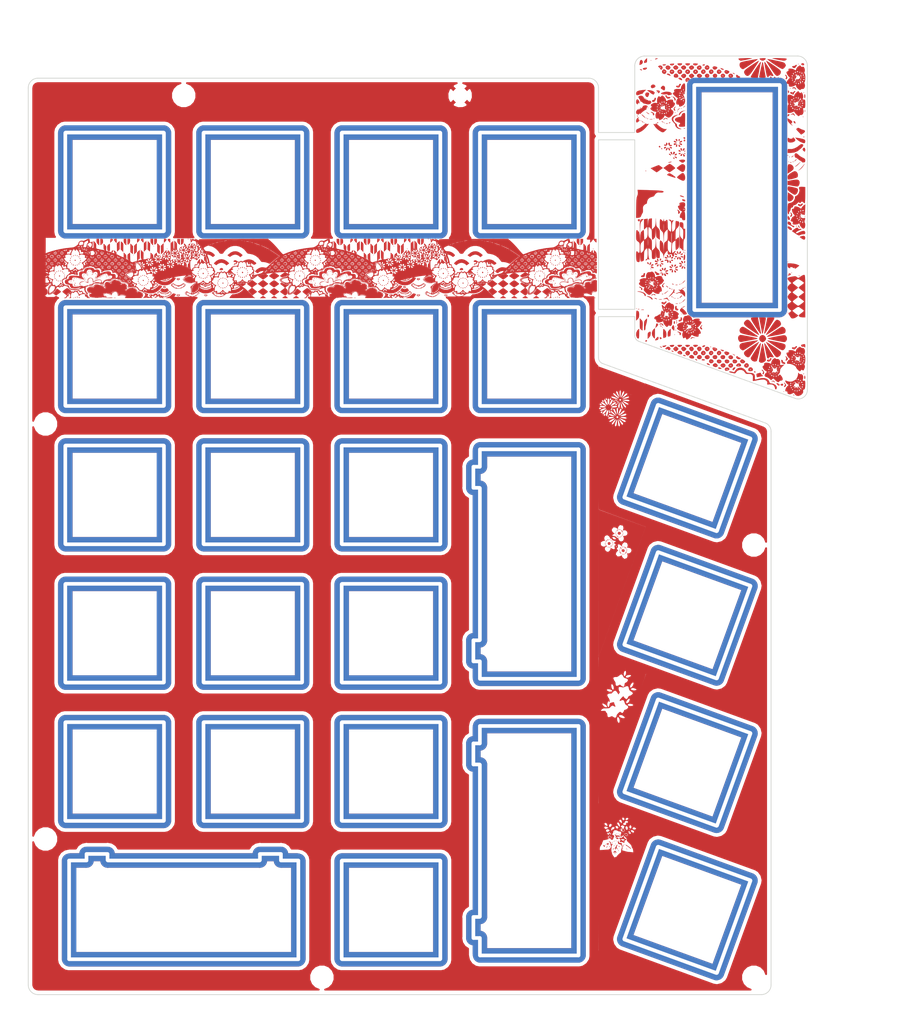
<source format=kicad_pcb>
(kicad_pcb (version 20171130) (host pcbnew "(5.1.5)-3")
  (layers (0 F.Cu signal) (31 B.Cu signal) (34 B.Paste user) (35 F.Paste user) (36 B.SilkS user) (37 F.SilkS user) (38 B.Mask user) (39 F.Mask user) (44 Edge.Cuts user))
  (net 0 "")
  (net 1 GND)
  (net 2 "Net-(SW2-Pad1)")
  (net 3 "Net-(SW15-Pad1)")
  (net 4 "Net-(SW9-Pad1)")
  (net 5 "Net-(SW24-Pad1)")
  (net 6 "Net-(SW23-Pad1)")
  (net 7 "Net-(SW22-Pad1)")
  (net 8 "Net-(SW21-Pad1)")
  (net 9 "Net-(SW20-Pad1)")
  (net 10 "Net-(SW19-Pad1)")
  (net 11 "Net-(SW18-Pad1)")
  (net 12 "Net-(SW17-Pad1)")
  (net 13 "Net-(SW14-Pad1)")
  (net 14 "Net-(SW13-Pad1)")
  (net 15 "Net-(SW11-Pad1)")
  (net 16 "Net-(SW10-Pad1)")
  (net 17 "Net-(SW8-Pad1)")
  (net 18 "Net-(SW7-Pad1)")
  (net 19 "Net-(SW6-Pad1)")
  (net 20 "Net-(SW5-Pad1)")
  (net 21 "Net-(SW4-Pad1)")
  (net 22 "Net-(SW25-Pad1)")
  (net 23 "Net-(SW16-Pad1)")
  (net 24 "Net-(SW12-Pad1)")
  (net 25 "Net-(SW3-Pad1)")
  (net 26 "Net-(SW1-Pad1)")
  (module kbd:SW_Hole_TH (layer F.Cu) (at 73.35 67.6)
    (fp_text reference SW16 hide)
    (fp_text value SW_PUSH hide)
    (pad 1 thru_hole oval (at 6.8 0) (size 2 15.5) (drill oval 0.5 14) (layers *.Cu *.Mask) (net 23 "Net-(SW16-Pad1)"))
    (pad 1 thru_hole oval (at -6.8 0) (size 2 15.5) (drill oval 0.5 14) (layers *.Cu *.Mask) (net 23 "Net-(SW16-Pad1)"))
    (pad 1 thru_hole oval (at 0 6.8 90) (size 2 15.5) (drill oval 0.5 14) (layers *.Cu *.Mask) (net 23 "Net-(SW16-Pad1)"))
    (pad 1 thru_hole oval (at 0 -6.8 90) (size 2 15.5) (drill oval 0.5 14) (layers *.Cu *.Mask) (net 23 "Net-(SW16-Pad1)"))
  )
  (module kbd:SW_Hole_TH (layer F.Cu) (at 92.4 24.5)
    (fp_text reference SW25 hide)
    (fp_text value SW_PUSH hide)
    (pad 1 thru_hole oval (at 6.8 0) (size 2 15.5) (drill oval 0.5 14) (layers *.Cu *.Mask) (net 22 "Net-(SW25-Pad1)"))
    (pad 1 thru_hole oval (at -6.8 0) (size 2 15.5) (drill oval 0.5 14) (layers *.Cu *.Mask) (net 22 "Net-(SW25-Pad1)"))
    (pad 1 thru_hole oval (at 0 6.8 90) (size 2 15.5) (drill oval 0.5 14) (layers *.Cu *.Mask) (net 22 "Net-(SW25-Pad1)"))
    (pad 1 thru_hole oval (at 0 -6.8 90) (size 2 15.5) (drill oval 0.5 14) (layers *.Cu *.Mask) (net 22 "Net-(SW25-Pad1)"))
  )
  (module kbd:SW_Hole_TH (layer F.Cu) (at 114.2 124.75 160)
    (fp_text reference SW4 hide)
    (fp_text value SW_PUSH hide)
    (pad 1 thru_hole oval (at 6.8 0 160) (size 2 15.5) (drill oval 0.5 14) (layers *.Cu *.Mask) (net 21 "Net-(SW4-Pad1)"))
    (pad 1 thru_hole oval (at -6.8 0 160) (size 2 15.5) (drill oval 0.5 14) (layers *.Cu *.Mask) (net 21 "Net-(SW4-Pad1)"))
    (pad 1 thru_hole oval (at 0 6.8 250) (size 2 15.5) (drill oval 0.5 14) (layers *.Cu *.Mask) (net 21 "Net-(SW4-Pad1)"))
    (pad 1 thru_hole oval (at 0 -6.8 250) (size 2 15.5) (drill oval 0.5 14) (layers *.Cu *.Mask) (net 21 "Net-(SW4-Pad1)"))
  )
  (module kbd:SW_Hole_TH (layer F.Cu) (at 35.25 105.7)
    (fp_text reference SW5 hide)
    (fp_text value SW_PUSH hide)
    (pad 1 thru_hole oval (at 6.8 0) (size 2 15.5) (drill oval 0.5 14) (layers *.Cu *.Mask) (net 20 "Net-(SW5-Pad1)"))
    (pad 1 thru_hole oval (at -6.8 0) (size 2 15.5) (drill oval 0.5 14) (layers *.Cu *.Mask) (net 20 "Net-(SW5-Pad1)"))
    (pad 1 thru_hole oval (at 0 6.8 90) (size 2 15.5) (drill oval 0.5 14) (layers *.Cu *.Mask) (net 20 "Net-(SW5-Pad1)"))
    (pad 1 thru_hole oval (at 0 -6.8 90) (size 2 15.5) (drill oval 0.5 14) (layers *.Cu *.Mask) (net 20 "Net-(SW5-Pad1)"))
  )
  (module kbd:SW_Hole_TH (layer F.Cu) (at 54.3 105.7)
    (fp_text reference SW6 hide)
    (fp_text value SW_PUSH hide)
    (pad 1 thru_hole oval (at 6.8 0) (size 2 15.5) (drill oval 0.5 14) (layers *.Cu *.Mask) (net 19 "Net-(SW6-Pad1)"))
    (pad 1 thru_hole oval (at -6.8 0) (size 2 15.5) (drill oval 0.5 14) (layers *.Cu *.Mask) (net 19 "Net-(SW6-Pad1)"))
    (pad 1 thru_hole oval (at 0 6.8 90) (size 2 15.5) (drill oval 0.5 14) (layers *.Cu *.Mask) (net 19 "Net-(SW6-Pad1)"))
    (pad 1 thru_hole oval (at 0 -6.8 90) (size 2 15.5) (drill oval 0.5 14) (layers *.Cu *.Mask) (net 19 "Net-(SW6-Pad1)"))
  )
  (module kbd:SW_Hole_TH (layer F.Cu) (at 73.35 105.7)
    (fp_text reference SW7 hide)
    (fp_text value SW_PUSH hide)
    (pad 1 thru_hole oval (at 6.8 0) (size 2 15.5) (drill oval 0.5 14) (layers *.Cu *.Mask) (net 18 "Net-(SW7-Pad1)"))
    (pad 1 thru_hole oval (at -6.8 0) (size 2 15.5) (drill oval 0.5 14) (layers *.Cu *.Mask) (net 18 "Net-(SW7-Pad1)"))
    (pad 1 thru_hole oval (at 0 6.8 90) (size 2 15.5) (drill oval 0.5 14) (layers *.Cu *.Mask) (net 18 "Net-(SW7-Pad1)"))
    (pad 1 thru_hole oval (at 0 -6.8 90) (size 2 15.5) (drill oval 0.5 14) (layers *.Cu *.Mask) (net 18 "Net-(SW7-Pad1)"))
  )
  (module kbd:SW_Hole_TH (layer F.Cu) (at 114.2 104.47 160)
    (fp_text reference SW8 hide)
    (fp_text value SW_PUSH hide)
    (pad 1 thru_hole oval (at 6.8 0 160) (size 2 15.5) (drill oval 0.5 14) (layers *.Cu *.Mask) (net 17 "Net-(SW8-Pad1)"))
    (pad 1 thru_hole oval (at -6.8 0 160) (size 2 15.5) (drill oval 0.5 14) (layers *.Cu *.Mask) (net 17 "Net-(SW8-Pad1)"))
    (pad 1 thru_hole oval (at 0 6.8 250) (size 2 15.5) (drill oval 0.5 14) (layers *.Cu *.Mask) (net 17 "Net-(SW8-Pad1)"))
    (pad 1 thru_hole oval (at 0 -6.8 250) (size 2 15.5) (drill oval 0.5 14) (layers *.Cu *.Mask) (net 17 "Net-(SW8-Pad1)"))
  )
  (module kbd:SW_Hole_TH (layer F.Cu) (at 54.3 86.65)
    (fp_text reference SW10 hide)
    (fp_text value SW_PUSH hide)
    (pad 1 thru_hole oval (at 6.8 0) (size 2 15.5) (drill oval 0.5 14) (layers *.Cu *.Mask) (net 16 "Net-(SW10-Pad1)"))
    (pad 1 thru_hole oval (at -6.8 0) (size 2 15.5) (drill oval 0.5 14) (layers *.Cu *.Mask) (net 16 "Net-(SW10-Pad1)"))
    (pad 1 thru_hole oval (at 0 6.8 90) (size 2 15.5) (drill oval 0.5 14) (layers *.Cu *.Mask) (net 16 "Net-(SW10-Pad1)"))
    (pad 1 thru_hole oval (at 0 -6.8 90) (size 2 15.5) (drill oval 0.5 14) (layers *.Cu *.Mask) (net 16 "Net-(SW10-Pad1)"))
  )
  (module kbd:SW_Hole_TH (layer F.Cu) (at 73.35 86.65)
    (fp_text reference SW11 hide)
    (fp_text value SW_PUSH hide)
    (pad 1 thru_hole oval (at 6.8 0) (size 2 15.5) (drill oval 0.5 14) (layers *.Cu *.Mask) (net 15 "Net-(SW11-Pad1)"))
    (pad 1 thru_hole oval (at -6.8 0) (size 2 15.5) (drill oval 0.5 14) (layers *.Cu *.Mask) (net 15 "Net-(SW11-Pad1)"))
    (pad 1 thru_hole oval (at 0 6.8 90) (size 2 15.5) (drill oval 0.5 14) (layers *.Cu *.Mask) (net 15 "Net-(SW11-Pad1)"))
    (pad 1 thru_hole oval (at 0 -6.8 90) (size 2 15.5) (drill oval 0.5 14) (layers *.Cu *.Mask) (net 15 "Net-(SW11-Pad1)"))
  )
  (module kbd:SW_Hole_TH (layer F.Cu) (at 114.2 84.18 160)
    (fp_text reference SW13 hide)
    (fp_text value SW_PUSH hide)
    (pad 1 thru_hole oval (at 6.8 0 160) (size 2 15.5) (drill oval 0.5 14) (layers *.Cu *.Mask) (net 14 "Net-(SW13-Pad1)"))
    (pad 1 thru_hole oval (at -6.8 0 160) (size 2 15.5) (drill oval 0.5 14) (layers *.Cu *.Mask) (net 14 "Net-(SW13-Pad1)"))
    (pad 1 thru_hole oval (at 0 6.8 250) (size 2 15.5) (drill oval 0.5 14) (layers *.Cu *.Mask) (net 14 "Net-(SW13-Pad1)"))
    (pad 1 thru_hole oval (at 0 -6.8 250) (size 2 15.5) (drill oval 0.5 14) (layers *.Cu *.Mask) (net 14 "Net-(SW13-Pad1)"))
  )
  (module kbd:SW_Hole_TH (layer F.Cu) (at 35.25 67.6)
    (fp_text reference SW14 hide)
    (fp_text value SW_PUSH hide)
    (pad 1 thru_hole oval (at 6.8 0) (size 2 15.5) (drill oval 0.5 14) (layers *.Cu *.Mask) (net 13 "Net-(SW14-Pad1)"))
    (pad 1 thru_hole oval (at -6.8 0) (size 2 15.5) (drill oval 0.5 14) (layers *.Cu *.Mask) (net 13 "Net-(SW14-Pad1)"))
    (pad 1 thru_hole oval (at 0 6.8 90) (size 2 15.5) (drill oval 0.5 14) (layers *.Cu *.Mask) (net 13 "Net-(SW14-Pad1)"))
    (pad 1 thru_hole oval (at 0 -6.8 90) (size 2 15.5) (drill oval 0.5 14) (layers *.Cu *.Mask) (net 13 "Net-(SW14-Pad1)"))
  )
  (module kbd:SW_Hole_TH (layer F.Cu) (at 114.2 63.9 160)
    (fp_text reference SW17 hide)
    (fp_text value SW_PUSH hide)
    (pad 1 thru_hole oval (at 6.8 0 160) (size 2 15.5) (drill oval 0.5 14) (layers *.Cu *.Mask) (net 12 "Net-(SW17-Pad1)"))
    (pad 1 thru_hole oval (at -6.8 0 160) (size 2 15.5) (drill oval 0.5 14) (layers *.Cu *.Mask) (net 12 "Net-(SW17-Pad1)"))
    (pad 1 thru_hole oval (at 0 6.8 250) (size 2 15.5) (drill oval 0.5 14) (layers *.Cu *.Mask) (net 12 "Net-(SW17-Pad1)"))
    (pad 1 thru_hole oval (at 0 -6.8 250) (size 2 15.5) (drill oval 0.5 14) (layers *.Cu *.Mask) (net 12 "Net-(SW17-Pad1)"))
  )
  (module kbd:SW_Hole_TH (layer F.Cu) (at 35.25 48.55)
    (fp_text reference SW18 hide)
    (fp_text value SW_PUSH hide)
    (pad 1 thru_hole oval (at 6.8 0) (size 2 15.5) (drill oval 0.5 14) (layers *.Cu *.Mask) (net 11 "Net-(SW18-Pad1)"))
    (pad 1 thru_hole oval (at -6.8 0) (size 2 15.5) (drill oval 0.5 14) (layers *.Cu *.Mask) (net 11 "Net-(SW18-Pad1)"))
    (pad 1 thru_hole oval (at 0 6.8 90) (size 2 15.5) (drill oval 0.5 14) (layers *.Cu *.Mask) (net 11 "Net-(SW18-Pad1)"))
    (pad 1 thru_hole oval (at 0 -6.8 90) (size 2 15.5) (drill oval 0.5 14) (layers *.Cu *.Mask) (net 11 "Net-(SW18-Pad1)"))
  )
  (module kbd:SW_Hole_TH (layer F.Cu) (at 54.3 48.55)
    (fp_text reference SW19 hide)
    (fp_text value SW_PUSH hide)
    (pad 1 thru_hole oval (at 6.8 0) (size 2 15.5) (drill oval 0.5 14) (layers *.Cu *.Mask) (net 10 "Net-(SW19-Pad1)"))
    (pad 1 thru_hole oval (at -6.8 0) (size 2 15.5) (drill oval 0.5 14) (layers *.Cu *.Mask) (net 10 "Net-(SW19-Pad1)"))
    (pad 1 thru_hole oval (at 0 6.8 90) (size 2 15.5) (drill oval 0.5 14) (layers *.Cu *.Mask) (net 10 "Net-(SW19-Pad1)"))
    (pad 1 thru_hole oval (at 0 -6.8 90) (size 2 15.5) (drill oval 0.5 14) (layers *.Cu *.Mask) (net 10 "Net-(SW19-Pad1)"))
  )
  (module kbd:SW_Hole_TH (layer F.Cu) (at 73.35 48.55)
    (fp_text reference SW20 hide)
    (fp_text value SW_PUSH hide)
    (pad 1 thru_hole oval (at 6.8 0) (size 2 15.5) (drill oval 0.5 14) (layers *.Cu *.Mask) (net 9 "Net-(SW20-Pad1)"))
    (pad 1 thru_hole oval (at -6.8 0) (size 2 15.5) (drill oval 0.5 14) (layers *.Cu *.Mask) (net 9 "Net-(SW20-Pad1)"))
    (pad 1 thru_hole oval (at 0 6.8 90) (size 2 15.5) (drill oval 0.5 14) (layers *.Cu *.Mask) (net 9 "Net-(SW20-Pad1)"))
    (pad 1 thru_hole oval (at 0 -6.8 90) (size 2 15.5) (drill oval 0.5 14) (layers *.Cu *.Mask) (net 9 "Net-(SW20-Pad1)"))
  )
  (module kbd:SW_Hole_TH (layer F.Cu) (at 92.4 48.55)
    (fp_text reference SW21 hide)
    (fp_text value SW_PUSH hide)
    (pad 1 thru_hole oval (at 6.8 0) (size 2 15.5) (drill oval 0.5 14) (layers *.Cu *.Mask) (net 8 "Net-(SW21-Pad1)"))
    (pad 1 thru_hole oval (at -6.8 0) (size 2 15.5) (drill oval 0.5 14) (layers *.Cu *.Mask) (net 8 "Net-(SW21-Pad1)"))
    (pad 1 thru_hole oval (at 0 6.8 90) (size 2 15.5) (drill oval 0.5 14) (layers *.Cu *.Mask) (net 8 "Net-(SW21-Pad1)"))
    (pad 1 thru_hole oval (at 0 -6.8 90) (size 2 15.5) (drill oval 0.5 14) (layers *.Cu *.Mask) (net 8 "Net-(SW21-Pad1)"))
  )
  (module kbd:SW_Hole_TH (layer F.Cu) (at 35.25 24.5)
    (fp_text reference SW22 hide)
    (fp_text value SW_PUSH hide)
    (pad 1 thru_hole oval (at 6.8 0) (size 2 15.5) (drill oval 0.5 14) (layers *.Cu *.Mask) (net 7 "Net-(SW22-Pad1)"))
    (pad 1 thru_hole oval (at -6.8 0) (size 2 15.5) (drill oval 0.5 14) (layers *.Cu *.Mask) (net 7 "Net-(SW22-Pad1)"))
    (pad 1 thru_hole oval (at 0 6.8 90) (size 2 15.5) (drill oval 0.5 14) (layers *.Cu *.Mask) (net 7 "Net-(SW22-Pad1)"))
    (pad 1 thru_hole oval (at 0 -6.8 90) (size 2 15.5) (drill oval 0.5 14) (layers *.Cu *.Mask) (net 7 "Net-(SW22-Pad1)"))
  )
  (module kbd:SW_Hole_TH (layer F.Cu) (at 54.3 24.5)
    (fp_text reference SW23 hide)
    (fp_text value SW_PUSH hide)
    (pad 1 thru_hole oval (at 6.8 0) (size 2 15.5) (drill oval 0.5 14) (layers *.Cu *.Mask) (net 6 "Net-(SW23-Pad1)"))
    (pad 1 thru_hole oval (at -6.8 0) (size 2 15.5) (drill oval 0.5 14) (layers *.Cu *.Mask) (net 6 "Net-(SW23-Pad1)"))
    (pad 1 thru_hole oval (at 0 6.8 90) (size 2 15.5) (drill oval 0.5 14) (layers *.Cu *.Mask) (net 6 "Net-(SW23-Pad1)"))
    (pad 1 thru_hole oval (at 0 -6.8 90) (size 2 15.5) (drill oval 0.5 14) (layers *.Cu *.Mask) (net 6 "Net-(SW23-Pad1)"))
  )
  (module kbd:SW_Hole_TH (layer F.Cu) (at 73.35 24.5)
    (fp_text reference SW24 hide)
    (fp_text value SW_PUSH hide)
    (pad 1 thru_hole oval (at 6.8 0) (size 2 15.5) (drill oval 0.5 14) (layers *.Cu *.Mask) (net 5 "Net-(SW24-Pad1)"))
    (pad 1 thru_hole oval (at -6.8 0) (size 2 15.5) (drill oval 0.5 14) (layers *.Cu *.Mask) (net 5 "Net-(SW24-Pad1)"))
    (pad 1 thru_hole oval (at 0 6.8 90) (size 2 15.5) (drill oval 0.5 14) (layers *.Cu *.Mask) (net 5 "Net-(SW24-Pad1)"))
    (pad 1 thru_hole oval (at 0 -6.8 90) (size 2 15.5) (drill oval 0.5 14) (layers *.Cu *.Mask) (net 5 "Net-(SW24-Pad1)"))
  )
  (module kbd:SW_Hole_TH (layer F.Cu) (at 35.25 86.65)
    (fp_text reference SW9 hide)
    (fp_text value SW_PUSH hide)
    (pad 1 thru_hole oval (at 6.8 0) (size 2 15.5) (drill oval 0.5 14) (layers *.Cu *.Mask) (net 4 "Net-(SW9-Pad1)"))
    (pad 1 thru_hole oval (at -6.8 0) (size 2 15.5) (drill oval 0.5 14) (layers *.Cu *.Mask) (net 4 "Net-(SW9-Pad1)"))
    (pad 1 thru_hole oval (at 0 6.8 90) (size 2 15.5) (drill oval 0.5 14) (layers *.Cu *.Mask) (net 4 "Net-(SW9-Pad1)"))
    (pad 1 thru_hole oval (at 0 -6.8 90) (size 2 15.5) (drill oval 0.5 14) (layers *.Cu *.Mask) (net 4 "Net-(SW9-Pad1)"))
  )
  (module kbd:SW_Hole_TH (layer F.Cu) (at 54.3 67.6)
    (fp_text reference SW15 hide)
    (fp_text value SW_PUSH hide)
    (pad 1 thru_hole oval (at 6.8 0) (size 2 15.5) (drill oval 0.5 14) (layers *.Cu *.Mask) (net 3 "Net-(SW15-Pad1)"))
    (pad 1 thru_hole oval (at -6.8 0) (size 2 15.5) (drill oval 0.5 14) (layers *.Cu *.Mask) (net 3 "Net-(SW15-Pad1)"))
    (pad 1 thru_hole oval (at 0 6.8 90) (size 2 15.5) (drill oval 0.5 14) (layers *.Cu *.Mask) (net 3 "Net-(SW15-Pad1)"))
    (pad 1 thru_hole oval (at 0 -6.8 90) (size 2 15.5) (drill oval 0.5 14) (layers *.Cu *.Mask) (net 3 "Net-(SW15-Pad1)"))
  )
  (module kbd:SW_Hole_TH (layer F.Cu) (at 73.35 124.75)
    (fp_text reference SW2 hide)
    (fp_text value SW_PUSH hide)
    (pad 1 thru_hole oval (at 6.8 0) (size 2 15.5) (drill oval 0.5 14) (layers *.Cu *.Mask) (net 2 "Net-(SW2-Pad1)"))
    (pad 1 thru_hole oval (at -6.8 0) (size 2 15.5) (drill oval 0.5 14) (layers *.Cu *.Mask) (net 2 "Net-(SW2-Pad1)"))
    (pad 1 thru_hole oval (at 0 6.8 90) (size 2 15.5) (drill oval 0.5 14) (layers *.Cu *.Mask) (net 2 "Net-(SW2-Pad1)"))
    (pad 1 thru_hole oval (at 0 -6.8 90) (size 2 15.5) (drill oval 0.5 14) (layers *.Cu *.Mask) (net 2 "Net-(SW2-Pad1)"))
  )
  (module kbd:HOLE_m2 (layer F.Cu) (at 109.55 9.54375)
    (fp_text reference J12)
    (fp_text value Conn_01x01)
    (pad "" np_thru_hole circle (at 0 0) (size 2.2 2.2) (drill 2.2) (layers *.Cu *.Mask))
  )
  (module kbd:HOLE_m2 (layer F.Cu) (at 128.35625 50.9)
    (fp_text reference J11)
    (fp_text value Conn_01x01)
    (pad "" np_thru_hole circle (at 0 0) (size 2.2 2.2) (drill 2.2) (layers *.Cu *.Mask))
  )
  (module kbd:HOLE_m2 (layer F.Cu) (at 109.55 41.95)
    (fp_text reference J10)
    (fp_text value Conn_01x01)
    (pad "" np_thru_hole circle (at 0 0) (size 2.2 2.2) (drill 2.2) (layers *.Cu *.Mask))
  )
  (module Mounting_Holes:MountingHole_2.2mm_M2 (layer F.Cu) (at 82.875 12.59375)
    (fp_text reference J1 hide)
    (fp_text value Conn_01x01)
    (pad 1 np_thru_hole circle (at 0 0) (size 2.2 2.2) (drill 2.2) (layers *.Cu *.Mask) (net 1 GND))
  )
  (module kbd:HOLE_m2 (layer F.Cu) (at 44.775 12.59375)
    (fp_text reference J9)
    (fp_text value Conn_01x01)
    (pad "" np_thru_hole circle (at 0 0) (size 2.2 2.2) (drill 2.2) (layers *.Cu *.Mask))
  )
  (module kbd:HOLE_m2 (layer F.Cu) (at 25.725 57.8375)
    (fp_text reference J8)
    (fp_text value Conn_01x01)
    (pad "" np_thru_hole circle (at 0 0) (size 2.2 2.2) (drill 2.2) (layers *.Cu *.Mask))
  )
  (module kbd:HOLE_m2 (layer F.Cu) (at 25.725 114.9875)
    (fp_text reference J7)
    (fp_text value Conn_01x01)
    (pad "" np_thru_hole circle (at 0 0) (size 2.2 2.2) (drill 2.2) (layers *.Cu *.Mask))
  )
  (module kbd:HOLE_m2 (layer F.Cu) (at 63.825 134.0375)
    (fp_text reference J5)
    (fp_text value Conn_01x01)
    (pad "" np_thru_hole circle (at 0 0) (size 2.2 2.2) (drill 2.2) (layers *.Cu *.Mask))
  )
  (module kbd:HOLE_m2 (layer F.Cu) (at 123.35625 134.0375)
    (fp_text reference J4)
    (fp_text value Conn_01x01)
    (pad "" np_thru_hole circle (at 0 0) (size 2.2 2.2) (drill 2.2) (layers *.Cu *.Mask))
  )
  (module kbd:HOLE_m2 (layer F.Cu) (at 123.35625 74.50625)
    (fp_text reference J3)
    (fp_text value Conn_01x01)
    (pad "" np_thru_hole circle (at 0 0) (size 2.2 2.2) (drill 2.2) (layers *.Cu *.Mask))
  )
  (module kbd:SW_Hole_2u_TH (layer F.Cu) (at 44.775 124.75 180)
    (fp_text reference SW1 hide)
    (fp_text value SW_PUSH hide)
    (pad 1 thru_hole oval (at 0 -6.8 270) (size 2 33.5) (drill oval 0.5 32.1) (layers *.Cu *.Mask) (net 26 "Net-(SW1-Pad1)"))
    (pad 1 thru_hole oval (at 0 6.8 270) (size 2 22.9) (drill oval 0.5 21.4) (layers *.Cu *.Mask) (net 26 "Net-(SW1-Pad1)"))
    (pad 1 thru_hole oval (at -14.6 6.8 270) (size 2 4) (drill oval 0.5 2.9) (layers *.Cu *.Mask) (net 26 "Net-(SW1-Pad1)"))
    (pad 1 thru_hole oval (at 15.8 0) (size 2 15.5) (drill oval 0.5 14) (layers *.Cu *.Mask) (net 26 "Net-(SW1-Pad1)"))
    (pad 1 thru_hole oval (at -15.8 0) (size 2 15.5) (drill oval 0.5 14) (layers *.Cu *.Mask) (net 26 "Net-(SW1-Pad1)"))
    (pad 1 thru_hole oval (at -11.95 7.7 270) (size 2 4.7) (drill oval 0.5 3.4) (layers *.Cu *.Mask) (net 26 "Net-(SW1-Pad1)"))
    (pad 1 thru_hole oval (at -13.4 7.25) (size 2 2.9) (drill oval 0.5 1.3) (layers *.Cu *.Mask) (net 26 "Net-(SW1-Pad1)"))
    (pad 1 thru_hole oval (at -10.5 7.25) (size 2 2.9) (drill oval 0.5 1.3) (layers *.Cu *.Mask) (net 26 "Net-(SW1-Pad1)"))
    (pad 1 thru_hole oval (at 13.4 7.25) (size 2 2.9) (drill oval 0.5 1.3) (layers *.Cu *.Mask) (net 26 "Net-(SW1-Pad1)"))
    (pad 1 thru_hole oval (at 10.5 7.25) (size 2 2.9) (drill oval 0.5 1.3) (layers *.Cu *.Mask) (net 26 "Net-(SW1-Pad1)"))
    (pad 1 thru_hole oval (at 11.95 7.7 270) (size 2 4.7) (drill oval 0.5 3.4) (layers *.Cu *.Mask) (net 26 "Net-(SW1-Pad1)"))
    (pad 1 thru_hole oval (at 14.6 6.8 270) (size 2 4) (drill oval 0.5 2.9) (layers *.Cu *.Mask) (net 26 "Net-(SW1-Pad1)"))
  )
  (module kbd:SW_Hole_2u_TH (layer F.Cu) (at 92.4 115.225 270)
    (fp_text reference SW3 hide)
    (fp_text value SW_PUSH hide)
    (pad 1 thru_hole oval (at 14.6 6.8) (size 2 4) (drill oval 0.5 2.9) (layers *.Cu *.Mask) (net 25 "Net-(SW3-Pad1)"))
    (pad 1 thru_hole oval (at 11.95 7.7) (size 2 4.7) (drill oval 0.5 3.4) (layers *.Cu *.Mask) (net 25 "Net-(SW3-Pad1)"))
    (pad 1 thru_hole oval (at 10.5 7.25 90) (size 2 2.9) (drill oval 0.5 1.3) (layers *.Cu *.Mask) (net 25 "Net-(SW3-Pad1)"))
    (pad 1 thru_hole oval (at 13.4 7.25 90) (size 2 2.9) (drill oval 0.5 1.3) (layers *.Cu *.Mask) (net 25 "Net-(SW3-Pad1)"))
    (pad 1 thru_hole oval (at -10.5 7.25 90) (size 2 2.9) (drill oval 0.5 1.3) (layers *.Cu *.Mask) (net 25 "Net-(SW3-Pad1)"))
    (pad 1 thru_hole oval (at -13.4 7.25 90) (size 2 2.9) (drill oval 0.5 1.3) (layers *.Cu *.Mask) (net 25 "Net-(SW3-Pad1)"))
    (pad 1 thru_hole oval (at -11.95 7.7) (size 2 4.7) (drill oval 0.5 3.4) (layers *.Cu *.Mask) (net 25 "Net-(SW3-Pad1)"))
    (pad 1 thru_hole oval (at -15.8 0 90) (size 2 15.5) (drill oval 0.5 14) (layers *.Cu *.Mask) (net 25 "Net-(SW3-Pad1)"))
    (pad 1 thru_hole oval (at 15.8 0 90) (size 2 15.5) (drill oval 0.5 14) (layers *.Cu *.Mask) (net 25 "Net-(SW3-Pad1)"))
    (pad 1 thru_hole oval (at -14.6 6.8) (size 2 4) (drill oval 0.5 2.9) (layers *.Cu *.Mask) (net 25 "Net-(SW3-Pad1)"))
    (pad 1 thru_hole oval (at 0 6.8) (size 2 22.9) (drill oval 0.5 21.4) (layers *.Cu *.Mask) (net 25 "Net-(SW3-Pad1)"))
    (pad 1 thru_hole oval (at 0 -6.8) (size 2 33.5) (drill oval 0.5 32.1) (layers *.Cu *.Mask) (net 25 "Net-(SW3-Pad1)"))
  )
  (module kbd:SW_Hole_2u_TH (layer F.Cu) (at 92.4 77.125 270)
    (fp_text reference SW12 hide)
    (fp_text value SW_PUSH hide)
    (pad 1 thru_hole oval (at 0 -6.8) (size 2 33.5) (drill oval 0.5 32.1) (layers *.Cu *.Mask) (net 24 "Net-(SW12-Pad1)"))
    (pad 1 thru_hole oval (at 0 6.8) (size 2 22.9) (drill oval 0.5 21.4) (layers *.Cu *.Mask) (net 24 "Net-(SW12-Pad1)"))
    (pad 1 thru_hole oval (at -14.6 6.8) (size 2 4) (drill oval 0.5 2.9) (layers *.Cu *.Mask) (net 24 "Net-(SW12-Pad1)"))
    (pad 1 thru_hole oval (at 15.8 0 90) (size 2 15.5) (drill oval 0.5 14) (layers *.Cu *.Mask) (net 24 "Net-(SW12-Pad1)"))
    (pad 1 thru_hole oval (at -15.8 0 90) (size 2 15.5) (drill oval 0.5 14) (layers *.Cu *.Mask) (net 24 "Net-(SW12-Pad1)"))
    (pad 1 thru_hole oval (at -11.95 7.7) (size 2 4.7) (drill oval 0.5 3.4) (layers *.Cu *.Mask) (net 24 "Net-(SW12-Pad1)"))
    (pad 1 thru_hole oval (at -13.4 7.25 90) (size 2 2.9) (drill oval 0.5 1.3) (layers *.Cu *.Mask) (net 24 "Net-(SW12-Pad1)"))
    (pad 1 thru_hole oval (at -10.5 7.25 90) (size 2 2.9) (drill oval 0.5 1.3) (layers *.Cu *.Mask) (net 24 "Net-(SW12-Pad1)"))
    (pad 1 thru_hole oval (at 13.4 7.25 90) (size 2 2.9) (drill oval 0.5 1.3) (layers *.Cu *.Mask) (net 24 "Net-(SW12-Pad1)"))
    (pad 1 thru_hole oval (at 10.5 7.25 90) (size 2 2.9) (drill oval 0.5 1.3) (layers *.Cu *.Mask) (net 24 "Net-(SW12-Pad1)"))
    (pad 1 thru_hole oval (at 11.95 7.7) (size 2 4.7) (drill oval 0.5 3.4) (layers *.Cu *.Mask) (net 24 "Net-(SW12-Pad1)"))
    (pad 1 thru_hole oval (at 14.6 6.8) (size 2 4) (drill oval 0.5 2.9) (layers *.Cu *.Mask) (net 24 "Net-(SW12-Pad1)"))
  )
  (module logos:GETTA25PCBm (layer F.Cu) (at 64 13.63)
    (fp_text reference G*** hide)
    (fp_text value LOGO hide)
  )
  (module kbd:OLED_Hole_TH (layer F.Cu) (at 121.05 26.65)
    (fp_text reference SW2 hide)
    (fp_text value KEY_SWITCH hide)
    (pad 1 thru_hole oval (at 0 15.5 90) (size 2 13.65) (drill oval 0.5 12.25) (layers *.Cu *.Mask))
    (pad 1 thru_hole oval (at 5.9 0) (size 2 32.9) (drill oval 0.5 31.4) (layers *.Cu *.Mask))
    (pad 1 thru_hole oval (at 0 -15.5 90) (size 2 13.65) (drill oval 0.5 12.25) (layers *.Cu *.Mask))
    (pad 1 thru_hole oval (at -5.9 0) (size 2 32.9) (drill oval 0.5 31.4) (layers *.Cu *.Mask))
  )
  (module logos:hanaot (layer F.Cu) (at 63.65 36.4)
    (fp_text reference G*** hide)
    (fp_text value LOGO hide)
    (fp_poly (pts (xy 30.574342 -2.181416) (xy 30.588418 -2.169885) (xy 30.617147 -2.08897) (xy 30.579721 -2.017444) (xy 30.531313 -2.001212) (xy 30.465502 -2.038591) (xy 30.45158 -2.056996) (xy 30.445586 -2.135253) (xy 30.499876 -2.187756) (xy 30.574342 -2.181416)) (layer F.Cu) (width 0.01))
    (fp_poly (pts (xy -2.522628 -2.181416) (xy -2.508552 -2.169885) (xy -2.479823 -2.08897) (xy -2.517249 -2.017444) (xy -2.565657 -2.001212) (xy -2.631468 -2.038591) (xy -2.64539 -2.056996) (xy -2.651384 -2.135253) (xy -2.597094 -2.187756) (xy -2.522628 -2.181416)) (layer F.Cu) (width 0.01))
    (fp_poly (pts (xy -35.619597 -2.181416) (xy -35.605522 -2.169885) (xy -35.576792 -2.08897) (xy -35.614219 -2.017444) (xy -35.662626 -2.001212) (xy -35.728438 -2.038591) (xy -35.742359 -2.056996) (xy -35.748354 -2.135253) (xy -35.694063 -2.187756) (xy -35.619597 -2.181416)) (layer F.Cu) (width 0.01))
    (fp_poly (pts (xy 37.501344 -1.652192) (xy 37.509899 -1.616364) (xy 37.471633 -1.551819) (xy 37.390722 -1.542869) (xy 37.34025 -1.572208) (xy 37.328317 -1.634994) (xy 37.387029 -1.684806) (xy 37.435957 -1.693333) (xy 37.501344 -1.652192)) (layer F.Cu) (width 0.01))
    (fp_poly (pts (xy 36.577322 -1.652259) (xy 36.586262 -1.616364) (xy 36.545188 -1.548334) (xy 36.509293 -1.539394) (xy 36.441263 -1.580469) (xy 36.432323 -1.616364) (xy 36.473398 -1.684393) (xy 36.509293 -1.693333) (xy 36.577322 -1.652259)) (layer F.Cu) (width 0.01))
    (fp_poly (pts (xy 29.650706 -1.206467) (xy 29.664781 -1.194936) (xy 29.693511 -1.11402) (xy 29.656084 -1.042495) (xy 29.607677 -1.026263) (xy 29.541865 -1.063641) (xy 29.527944 -1.082047) (xy 29.521949 -1.160303) (xy 29.57624 -1.212806) (xy 29.650706 -1.206467)) (layer F.Cu) (width 0.01))
    (fp_poly (pts (xy 28.727069 -1.206467) (xy 28.741145 -1.194936) (xy 28.769874 -1.11402) (xy 28.732448 -1.042495) (xy 28.68404 -1.026263) (xy 28.618229 -1.063641) (xy 28.604307 -1.082047) (xy 28.598313 -1.160303) (xy 28.652603 -1.212806) (xy 28.727069 -1.206467)) (layer F.Cu) (width 0.01))
    (fp_poly (pts (xy 27.803433 -1.206467) (xy 27.817509 -1.194936) (xy 27.846238 -1.11402) (xy 27.808812 -1.042495) (xy 27.760404 -1.026263) (xy 27.694593 -1.063641) (xy 27.680671 -1.082047) (xy 27.674677 -1.160303) (xy 27.728967 -1.212806) (xy 27.803433 -1.206467)) (layer F.Cu) (width 0.01))
    (fp_poly (pts (xy 4.866463 -1.206467) (xy 4.880539 -1.194936) (xy 4.909268 -1.11402) (xy 4.871842 -1.042495) (xy 4.823434 -1.026263) (xy 4.757623 -1.063641) (xy 4.743701 -1.082047) (xy 4.737707 -1.160303) (xy 4.791997 -1.212806) (xy 4.866463 -1.206467)) (layer F.Cu) (width 0.01))
    (fp_poly (pts (xy 3.942827 -1.206467) (xy 3.956903 -1.194936) (xy 3.985632 -1.11402) (xy 3.948205 -1.042495) (xy 3.899798 -1.026263) (xy 3.833987 -1.063641) (xy 3.820065 -1.082047) (xy 3.814071 -1.160303) (xy 3.868361 -1.212806) (xy 3.942827 -1.206467)) (layer F.Cu) (width 0.01))
    (fp_poly (pts (xy 2.095554 -1.206467) (xy 2.10963 -1.194936) (xy 2.138359 -1.11402) (xy 2.100933 -1.042495) (xy 2.052525 -1.026263) (xy 1.986714 -1.063641) (xy 1.972792 -1.082047) (xy 1.966798 -1.160303) (xy 2.021088 -1.212806) (xy 2.095554 -1.206467)) (layer F.Cu) (width 0.01))
    (fp_poly (pts (xy 1.171918 -1.206467) (xy 1.185993 -1.194936) (xy 1.214723 -1.11402) (xy 1.177296 -1.042495) (xy 1.128889 -1.026263) (xy 1.063078 -1.063641) (xy 1.049156 -1.082047) (xy 1.043161 -1.160303) (xy 1.097452 -1.212806) (xy 1.171918 -1.206467)) (layer F.Cu) (width 0.01))
    (fp_poly (pts (xy -3.446264 -1.206467) (xy -3.432188 -1.194936) (xy -3.403459 -1.11402) (xy -3.440885 -1.042495) (xy -3.489293 -1.026263) (xy -3.555104 -1.063641) (xy -3.569026 -1.082047) (xy -3.57502 -1.160303) (xy -3.52073 -1.212806) (xy -3.446264 -1.206467)) (layer F.Cu) (width 0.01))
    (fp_poly (pts (xy -4.3699 -1.206467) (xy -4.355825 -1.194936) (xy -4.327096 -1.11402) (xy -4.364522 -1.042495) (xy -4.412929 -1.026263) (xy -4.478741 -1.063641) (xy -4.492662 -1.082047) (xy -4.498657 -1.160303) (xy -4.444366 -1.212806) (xy -4.3699 -1.206467)) (layer F.Cu) (width 0.01))
    (fp_poly (pts (xy -5.293537 -1.206467) (xy -5.279461 -1.194936) (xy -5.250732 -1.11402) (xy -5.288158 -1.042495) (xy -5.336566 -1.026263) (xy -5.402377 -1.063641) (xy -5.416299 -1.082047) (xy -5.422293 -1.160303) (xy -5.368003 -1.212806) (xy -5.293537 -1.206467)) (layer F.Cu) (width 0.01))
    (fp_poly (pts (xy -28.230507 -1.206467) (xy -28.216431 -1.194936) (xy -28.187702 -1.11402) (xy -28.225128 -1.042495) (xy -28.273536 -1.026263) (xy -28.339347 -1.063641) (xy -28.353268 -1.082047) (xy -28.359263 -1.160303) (xy -28.304972 -1.212806) (xy -28.230507 -1.206467)) (layer F.Cu) (width 0.01))
    (fp_poly (pts (xy -29.154143 -1.206467) (xy -29.140067 -1.194936) (xy -29.111338 -1.11402) (xy -29.148764 -1.042495) (xy -29.197172 -1.026263) (xy -29.262983 -1.063641) (xy -29.276905 -1.082047) (xy -29.282899 -1.160303) (xy -29.228609 -1.212806) (xy -29.154143 -1.206467)) (layer F.Cu) (width 0.01))
    (fp_poly (pts (xy -31.001416 -1.206467) (xy -30.98734 -1.194936) (xy -30.958611 -1.11402) (xy -30.996037 -1.042495) (xy -31.044445 -1.026263) (xy -31.110256 -1.063641) (xy -31.124178 -1.082047) (xy -31.130172 -1.160303) (xy -31.075882 -1.212806) (xy -31.001416 -1.206467)) (layer F.Cu) (width 0.01))
    (fp_poly (pts (xy -31.925052 -1.206467) (xy -31.910976 -1.194936) (xy -31.882247 -1.11402) (xy -31.919673 -1.042495) (xy -31.968081 -1.026263) (xy -32.033892 -1.063641) (xy -32.047814 -1.082047) (xy -32.053808 -1.160303) (xy -31.999518 -1.212806) (xy -31.925052 -1.206467)) (layer F.Cu) (width 0.01))
    (fp_poly (pts (xy -36.543234 -1.206467) (xy -36.529158 -1.194936) (xy -36.500429 -1.11402) (xy -36.537855 -1.042495) (xy -36.586263 -1.026263) (xy -36.652074 -1.063641) (xy -36.665996 -1.082047) (xy -36.67199 -1.160303) (xy -36.6177 -1.212806) (xy -36.543234 -1.206467)) (layer F.Cu) (width 0.01))
    (fp_poly (pts (xy -37.46687 -1.206467) (xy -37.452794 -1.194936) (xy -37.424065 -1.11402) (xy -37.461491 -1.042495) (xy -37.509899 -1.026263) (xy -37.57571 -1.063641) (xy -37.589632 -1.082047) (xy -37.595626 -1.160303) (xy -37.541336 -1.212806) (xy -37.46687 -1.206467)) (layer F.Cu) (width 0.01))
    (fp_poly (pts (xy 37.500958 -0.677309) (xy 37.509899 -0.641414) (xy 37.468824 -0.573385) (xy 37.432929 -0.564445) (xy 37.3649 -0.605519) (xy 37.355959 -0.641414) (xy 37.397034 -0.709444) (xy 37.432929 -0.718384) (xy 37.500958 -0.677309)) (layer F.Cu) (width 0.01))
    (fp_poly (pts (xy 36.594411 -0.665847) (xy 36.581929 -0.607058) (xy 36.512003 -0.57351) (xy 36.443539 -0.598303) (xy 36.432323 -0.641414) (xy 36.469211 -0.706115) (xy 36.522121 -0.708615) (xy 36.594411 -0.665847)) (layer F.Cu) (width 0.01))
    (fp_poly (pts (xy 35.670774 -0.665847) (xy 35.658292 -0.607058) (xy 35.588367 -0.57351) (xy 35.519903 -0.598303) (xy 35.508687 -0.641414) (xy 35.545575 -0.706115) (xy 35.598485 -0.708615) (xy 35.670774 -0.665847)) (layer F.Cu) (width 0.01))
    (fp_poly (pts (xy 5.379324 -0.677243) (xy 5.387879 -0.641414) (xy 5.349613 -0.576869) (xy 5.268702 -0.567919) (xy 5.21823 -0.597258) (xy 5.206296 -0.660044) (xy 5.265009 -0.709857) (xy 5.313937 -0.718384) (xy 5.379324 -0.677243)) (layer F.Cu) (width 0.01))
    (fp_poly (pts (xy 4.455688 -0.677243) (xy 4.464242 -0.641414) (xy 4.425977 -0.576869) (xy 4.345066 -0.567919) (xy 4.294593 -0.597258) (xy 4.28266 -0.660044) (xy 4.341372 -0.709857) (xy 4.390301 -0.718384) (xy 4.455688 -0.677243)) (layer F.Cu) (width 0.01))
    (fp_poly (pts (xy 2.608415 -0.677243) (xy 2.61697 -0.641414) (xy 2.578704 -0.576869) (xy 2.497793 -0.567919) (xy 2.447321 -0.597258) (xy 2.435387 -0.660044) (xy 2.494099 -0.709857) (xy 2.543028 -0.718384) (xy 2.608415 -0.677243)) (layer F.Cu) (width 0.01))
    (fp_poly (pts (xy 1.684778 -0.677243) (xy 1.693333 -0.641414) (xy 1.655068 -0.576869) (xy 1.574156 -0.567919) (xy 1.523684 -0.597258) (xy 1.511751 -0.660044) (xy 1.570463 -0.709857) (xy 1.619392 -0.718384) (xy 1.684778 -0.677243)) (layer F.Cu) (width 0.01))
    (fp_poly (pts (xy -27.717646 -0.677243) (xy -27.709091 -0.641414) (xy -27.747357 -0.576869) (xy -27.828268 -0.567919) (xy -27.87874 -0.597258) (xy -27.890673 -0.660044) (xy -27.831961 -0.709857) (xy -27.783032 -0.718384) (xy -27.717646 -0.677243)) (layer F.Cu) (width 0.01))
    (fp_poly (pts (xy -28.641282 -0.677243) (xy -28.632727 -0.641414) (xy -28.670993 -0.576869) (xy -28.751904 -0.567919) (xy -28.802376 -0.597258) (xy -28.81431 -0.660044) (xy -28.755598 -0.709857) (xy -28.706669 -0.718384) (xy -28.641282 -0.677243)) (layer F.Cu) (width 0.01))
    (fp_poly (pts (xy -30.488555 -0.677243) (xy -30.48 -0.641414) (xy -30.518266 -0.576869) (xy -30.599177 -0.567919) (xy -30.649649 -0.597258) (xy -30.661582 -0.660044) (xy -30.60287 -0.709857) (xy -30.553942 -0.718384) (xy -30.488555 -0.677243)) (layer F.Cu) (width 0.01))
    (fp_poly (pts (xy -31.412191 -0.677243) (xy -31.403637 -0.641414) (xy -31.441902 -0.576869) (xy -31.522813 -0.567919) (xy -31.573285 -0.597258) (xy -31.585219 -0.660044) (xy -31.526507 -0.709857) (xy -31.477578 -0.718384) (xy -31.412191 -0.677243)) (layer F.Cu) (width 0.01))
    (fp_poly (pts (xy 4.866463 -0.231517) (xy 4.880539 -0.219986) (xy 4.909268 -0.139071) (xy 4.871842 -0.067545) (xy 4.823434 -0.051313) (xy 4.757623 -0.088692) (xy 4.743701 -0.107097) (xy 4.737707 -0.185354) (xy 4.791997 -0.237857) (xy 4.866463 -0.231517)) (layer F.Cu) (width 0.01))
    (fp_poly (pts (xy -28.230507 -0.231517) (xy -28.216431 -0.219986) (xy -28.187702 -0.139071) (xy -28.225128 -0.067545) (xy -28.273536 -0.051313) (xy -28.339347 -0.088692) (xy -28.353268 -0.107097) (xy -28.359263 -0.185354) (xy -28.304972 -0.237857) (xy -28.230507 -0.231517)) (layer F.Cu) (width 0.01))
    (fp_poly (pts (xy 5.378938 0.29764) (xy 5.387879 0.333535) (xy 5.346804 0.401565) (xy 5.310909 0.410505) (xy 5.24288 0.36943) (xy 5.233939 0.333535) (xy 5.275014 0.265506) (xy 5.310909 0.256566) (xy 5.378938 0.29764)) (layer F.Cu) (width 0.01))
    (fp_poly (pts (xy -27.718031 0.29764) (xy -27.709091 0.333535) (xy -27.750166 0.401565) (xy -27.786061 0.410505) (xy -27.85409 0.36943) (xy -27.86303 0.333535) (xy -27.821956 0.265506) (xy -27.786061 0.256566) (xy -27.718031 0.29764)) (layer F.Cu) (width 0.01))
    (fp_poly (pts (xy 14.197638 2.188297) (xy 14.188081 2.206465) (xy 14.139733 2.255469) (xy 14.130711 2.257778) (xy 14.12721 2.224632) (xy 14.136767 2.206465) (xy 14.185115 2.15746) (xy 14.194137 2.155151) (xy 14.197638 2.188297)) (layer F.Cu) (width 0.01))
    (fp_poly (pts (xy 12.725656 2.232121) (xy 12.7 2.257778) (xy 12.674343 2.232121) (xy 12.7 2.206465) (xy 12.725656 2.232121)) (layer F.Cu) (width 0.01))
    (fp_poly (pts (xy 12.930909 2.334747) (xy 12.905252 2.360404) (xy 12.879596 2.334747) (xy 12.905252 2.309091) (xy 12.930909 2.334747)) (layer F.Cu) (width 0.01))
    (fp_poly (pts (xy 12.666415 2.329847) (xy 12.721502 2.381514) (xy 12.710202 2.411218) (xy 12.703028 2.411717) (xy 12.659627 2.37527) (xy 12.643787 2.352476) (xy 12.637739 2.317362) (xy 12.666415 2.329847)) (layer F.Cu) (width 0.01))
    (fp_poly (pts (xy 13.683501 2.480135) (xy 13.676458 2.51064) (xy 13.649293 2.514343) (xy 13.607056 2.495569) (xy 13.615084 2.480135) (xy 13.675981 2.473993) (xy 13.683501 2.480135)) (layer F.Cu) (width 0.01))
    (fp_poly (pts (xy 12.877508 2.448966) (xy 12.879596 2.46303) (xy 12.862089 2.513009) (xy 12.856968 2.514343) (xy 12.813158 2.478386) (xy 12.802626 2.46303) (xy 12.806694 2.415746) (xy 12.825254 2.411717) (xy 12.877508 2.448966)) (layer F.Cu) (width 0.01))
    (fp_poly (pts (xy -18.899331 2.188297) (xy -18.908889 2.206465) (xy -18.957237 2.255469) (xy -18.966259 2.257778) (xy -18.96976 2.224632) (xy -18.960202 2.206465) (xy -18.911854 2.15746) (xy -18.902832 2.155151) (xy -18.899331 2.188297)) (layer F.Cu) (width 0.01))
    (fp_poly (pts (xy -20.371313 2.232121) (xy -20.39697 2.257778) (xy -20.422626 2.232121) (xy -20.39697 2.206465) (xy -20.371313 2.232121)) (layer F.Cu) (width 0.01))
    (fp_poly (pts (xy -20.166061 2.334747) (xy -20.191717 2.360404) (xy -20.217374 2.334747) (xy -20.191717 2.309091) (xy -20.166061 2.334747)) (layer F.Cu) (width 0.01))
    (fp_poly (pts (xy -20.430555 2.329847) (xy -20.375468 2.381514) (xy -20.386768 2.411218) (xy -20.393942 2.411717) (xy -20.437343 2.37527) (xy -20.453183 2.352476) (xy -20.459231 2.317362) (xy -20.430555 2.329847)) (layer F.Cu) (width 0.01))
    (fp_poly (pts (xy -19.413468 2.480135) (xy -19.420512 2.51064) (xy -19.447677 2.514343) (xy -19.489913 2.495569) (xy -19.481886 2.480135) (xy -19.420989 2.473993) (xy -19.413468 2.480135)) (layer F.Cu) (width 0.01))
    (fp_poly (pts (xy -20.219462 2.448966) (xy -20.217374 2.46303) (xy -20.234881 2.513009) (xy -20.240002 2.514343) (xy -20.283812 2.478386) (xy -20.294344 2.46303) (xy -20.290275 2.415746) (xy -20.271715 2.411717) (xy -20.219462 2.448966)) (layer F.Cu) (width 0.01))
    (fp_poly (pts (xy 17.292525 3.720202) (xy 17.266868 3.745858) (xy 17.241212 3.720202) (xy 17.266868 3.694545) (xy 17.292525 3.720202)) (layer F.Cu) (width 0.01))
    (fp_poly (pts (xy 13.546666 3.720202) (xy 13.52101 3.745858) (xy 13.495353 3.720202) (xy 13.52101 3.694545) (xy 13.546666 3.720202)) (layer F.Cu) (width 0.01))
    (fp_poly (pts (xy -15.804445 3.720202) (xy -15.830101 3.745858) (xy -15.855758 3.720202) (xy -15.830101 3.694545) (xy -15.804445 3.720202)) (layer F.Cu) (width 0.01))
    (fp_poly (pts (xy -19.550303 3.720202) (xy -19.57596 3.745858) (xy -19.601616 3.720202) (xy -19.57596 3.694545) (xy -19.550303 3.720202)) (layer F.Cu) (width 0.01))
    (fp_poly (pts (xy 9.646868 3.720202) (xy 9.621212 3.745858) (xy 9.595555 3.720202) (xy 9.621212 3.694545) (xy 9.646868 3.720202)) (layer F.Cu) (width 0.01))
    (fp_poly (pts (xy 12.400673 3.403771) (xy 12.406814 3.464668) (xy 12.400673 3.472188) (xy 12.370168 3.465145) (xy 12.366464 3.43798) (xy 12.385239 3.395743) (xy 12.400673 3.403771)) (layer F.Cu) (width 0.01))
    (fp_poly (pts (xy 12.263838 3.514949) (xy 12.238182 3.540606) (xy 12.212525 3.514949) (xy 12.238182 3.489293) (xy 12.263838 3.514949)) (layer F.Cu) (width 0.01))
    (fp_poly (pts (xy 11.955959 3.617576) (xy 11.930303 3.643232) (xy 11.904646 3.617576) (xy 11.930303 3.591919) (xy 11.955959 3.617576)) (layer F.Cu) (width 0.01))
    (fp_poly (pts (xy 11.788123 3.612231) (xy 11.772819 3.635553) (xy 11.720774 3.639181) (xy 11.666021 3.626649) (xy 11.689773 3.608179) (xy 11.769969 3.602062) (xy 11.788123 3.612231)) (layer F.Cu) (width 0.01))
    (fp_poly (pts (xy 11.237576 3.617576) (xy 11.211919 3.643232) (xy 11.186262 3.617576) (xy 11.211919 3.591919) (xy 11.237576 3.617576)) (layer F.Cu) (width 0.01))
    (fp_poly (pts (xy 12.144108 3.660337) (xy 12.137064 3.690842) (xy 12.109899 3.694545) (xy 12.067662 3.675771) (xy 12.07569 3.660337) (xy 12.136587 3.654195) (xy 12.144108 3.660337)) (layer F.Cu) (width 0.01))
    (fp_poly (pts (xy -23.450101 3.720202) (xy -23.475758 3.745858) (xy -23.501414 3.720202) (xy -23.475758 3.694545) (xy -23.450101 3.720202)) (layer F.Cu) (width 0.01))
    (fp_poly (pts (xy -20.696296 3.403771) (xy -20.690155 3.464668) (xy -20.696296 3.472188) (xy -20.726802 3.465145) (xy -20.730505 3.43798) (xy -20.711731 3.395743) (xy -20.696296 3.403771)) (layer F.Cu) (width 0.01))
    (fp_poly (pts (xy -20.833132 3.514949) (xy -20.858788 3.540606) (xy -20.884445 3.514949) (xy -20.858788 3.489293) (xy -20.833132 3.514949)) (layer F.Cu) (width 0.01))
    (fp_poly (pts (xy -21.14101 3.617576) (xy -21.166667 3.643232) (xy -21.192323 3.617576) (xy -21.166667 3.591919) (xy -21.14101 3.617576)) (layer F.Cu) (width 0.01))
    (fp_poly (pts (xy -21.308847 3.612231) (xy -21.324151 3.635553) (xy -21.376195 3.639181) (xy -21.430948 3.626649) (xy -21.407197 3.608179) (xy -21.327001 3.602062) (xy -21.308847 3.612231)) (layer F.Cu) (width 0.01))
    (fp_poly (pts (xy -21.859394 3.617576) (xy -21.885051 3.643232) (xy -21.910707 3.617576) (xy -21.885051 3.591919) (xy -21.859394 3.617576)) (layer F.Cu) (width 0.01))
    (fp_poly (pts (xy -20.952862 3.660337) (xy -20.959906 3.690842) (xy -20.987071 3.694545) (xy -21.029307 3.675771) (xy -21.02128 3.660337) (xy -20.960383 3.654195) (xy -20.952862 3.660337)) (layer F.Cu) (width 0.01))
    (fp_poly (pts (xy 33.456161 -3.617576) (xy 33.430505 -3.591919) (xy 33.404848 -3.617576) (xy 33.430505 -3.643232) (xy 33.456161 -3.617576)) (layer F.Cu) (width 0.01))
    (fp_poly (pts (xy 0.359192 -3.617576) (xy 0.333535 -3.591919) (xy 0.307879 -3.617576) (xy 0.333535 -3.643232) (xy 0.359192 -3.617576)) (layer F.Cu) (width 0.01))
    (fp_poly (pts (xy -32.737778 -3.617576) (xy -32.763435 -3.591919) (xy -32.789091 -3.617576) (xy -32.763435 -3.643232) (xy -32.737778 -3.617576)) (layer F.Cu) (width 0.01))
    (fp_poly (pts (xy 1.480152 -3.468536) (xy 1.535239 -3.41687) (xy 1.523939 -3.387166) (xy 1.516766 -3.386667) (xy 1.473364 -3.423113) (xy 1.457524 -3.445908) (xy 1.451476 -3.481022) (xy 1.480152 -3.468536)) (layer F.Cu) (width 0.01))
    (fp_poly (pts (xy 1.52329 -3.051826) (xy 1.494626 -3.014647) (xy 1.419729 -2.934871) (xy 1.386297 -2.935218) (xy 1.385454 -2.944222) (xy 1.42052 -2.987055) (xy 1.475252 -3.03402) (xy 1.536032 -3.078398) (xy 1.52329 -3.051826)) (layer F.Cu) (width 0.01))
    (fp_poly (pts (xy -31.616817 -3.468536) (xy -31.562163 -3.420837) (xy -31.557576 -3.409295) (xy -31.581928 -3.388205) (xy -31.632628 -3.435463) (xy -31.639446 -3.445908) (xy -31.645494 -3.481022) (xy -31.616817 -3.468536)) (layer F.Cu) (width 0.01))
    (fp_poly (pts (xy -31.573679 -3.051826) (xy -31.602344 -3.014647) (xy -31.677241 -2.934871) (xy -31.710673 -2.935218) (xy -31.711515 -2.944222) (xy -31.676449 -2.987055) (xy -31.621717 -3.03402) (xy -31.560937 -3.078398) (xy -31.573679 -3.051826)) (layer F.Cu) (width 0.01))
    (fp_poly (pts (xy 34.46532 -2.599865) (xy 34.471461 -2.538969) (xy 34.46532 -2.531448) (xy 34.434814 -2.538492) (xy 34.431111 -2.565657) (xy 34.449886 -2.607893) (xy 34.46532 -2.599865)) (layer F.Cu) (width 0.01))
    (fp_poly (pts (xy 33.592462 -2.636847) (xy 33.584444 -2.61697) (xy 33.538334 -2.568018) (xy 33.530103 -2.565657) (xy 33.508063 -2.605357) (xy 33.507475 -2.61697) (xy 33.546922 -2.666311) (xy 33.561816 -2.668283) (xy 33.592462 -2.636847)) (layer F.Cu) (width 0.01))
    (fp_poly (pts (xy 0.496027 -2.651179) (xy 0.502168 -2.590282) (xy 0.496027 -2.582761) (xy 0.465521 -2.589805) (xy 0.461818 -2.61697) (xy 0.480593 -2.659206) (xy 0.496027 -2.651179)) (layer F.Cu) (width 0.01))
    (fp_poly (pts (xy -32.600943 -2.651179) (xy -32.594802 -2.590282) (xy -32.600943 -2.582761) (xy -32.631449 -2.589805) (xy -32.635152 -2.61697) (xy -32.616377 -2.659206) (xy -32.600943 -2.651179)) (layer F.Cu) (width 0.01))
    (fp_poly (pts (xy 33.045656 -3.001818) (xy 33.02 -2.976162) (xy 32.994343 -3.001818) (xy 33.02 -3.027475) (xy 33.045656 -3.001818)) (layer F.Cu) (width 0.01))
    (fp_poly (pts (xy 31.075677 -2.483448) (xy 31.116894 -2.457967) (xy 31.115071 -2.452768) (xy 31.049621 -2.420817) (xy 30.967475 -2.411717) (xy 30.862857 -2.427067) (xy 30.819878 -2.452768) (xy 30.846764 -2.479969) (xy 30.945772 -2.493488) (xy 30.967475 -2.493818) (xy 31.075677 -2.483448)) (layer F.Cu) (width 0.01))
    (fp_poly (pts (xy -2.006842 -2.484944) (xy -1.980369 -2.455286) (xy -1.980841 -2.454478) (xy -2.048443 -2.418301) (xy -2.103839 -2.411717) (xy -2.19792 -2.431751) (xy -2.226836 -2.454478) (xy -2.202369 -2.48441) (xy -2.106656 -2.497232) (xy -2.103839 -2.497239) (xy -2.006842 -2.484944)) (layer F.Cu) (width 0.01))
    (fp_poly (pts (xy -35.103812 -2.484944) (xy -35.077338 -2.455286) (xy -35.077811 -2.454478) (xy -35.145413 -2.418301) (xy -35.200808 -2.411717) (xy -35.29489 -2.431751) (xy -35.323806 -2.454478) (xy -35.299339 -2.48441) (xy -35.203626 -2.497232) (xy -35.200808 -2.497239) (xy -35.103812 -2.484944)) (layer F.Cu) (width 0.01))
    (fp_poly (pts (xy 36.809332 -2.056115) (xy 36.835407 -2.033585) (xy 36.953476 -1.975145) (xy 37.027832 -1.979159) (xy 37.090503 -1.994925) (xy 37.063179 -1.966554) (xy 37.048081 -1.955525) (xy 36.952893 -1.904891) (xy 36.875438 -1.929792) (xy 36.820837 -1.979221) (xy 36.751484 -2.061869) (xy 36.748923 -2.092256) (xy 36.809332 -2.056115)) (layer F.Cu) (width 0.01))
    (fp_poly (pts (xy 36.128161 -2.255789) (xy 36.211976 -2.164567) (xy 36.214896 -2.051266) (xy 36.136967 -1.9569) (xy 36.127818 -1.951705) (xy 36.033501 -1.907125) (xy 35.974562 -1.918714) (xy 35.900251 -1.993791) (xy 35.843472 -2.110183) (xy 35.846999 -2.125174) (xy 35.888771 -2.125174) (xy 35.921361 -2.076844) (xy 35.922196 -2.076325) (xy 35.962547 -2.065562) (xy 35.95194 -2.092365) (xy 35.949353 -2.158528) (xy 36.006187 -2.191457) (xy 36.079792 -2.168592) (xy 36.08569 -2.163118) (xy 36.109556 -2.087683) (xy 36.071201 -2.016215) (xy 36.026692 -1.95478) (xy 36.044621 -1.964215) (xy 36.099765 -2.014041) (xy 36.16585 -2.086345) (xy 36.15511 -2.142486) (xy 36.109783 -2.191804) (xy 36.035962 -2.250623) (xy 35.976694 -2.232186) (xy 35.939924 -2.197875) (xy 35.888771 -2.125174) (xy 35.846999 -2.125174) (xy 35.867575 -2.212621) (xy 35.951346 -2.27672) (xy 36.073573 -2.278094) (xy 36.128161 -2.255789)) (layer F.Cu) (width 0.01))
    (fp_poly (pts (xy 35.254891 -2.222091) (xy 35.330645 -2.133791) (xy 35.332087 -2.068093) (xy 35.305756 -2.029667) (xy 35.228017 -1.963453) (xy 35.188242 -1.949899) (xy 35.171138 -1.980189) (xy 35.198086 -2.023589) (xy 35.233546 -2.107866) (xy 35.198534 -2.216013) (xy 35.137825 -2.334748) (xy 35.254891 -2.222091)) (layer F.Cu) (width 0.01))
    (fp_poly (pts (xy 30.609802 -2.266422) (xy 30.710635 -2.179724) (xy 30.730988 -2.070013) (xy 30.667879 -1.971388) (xy 30.637313 -1.951705) (xy 30.550003 -1.908816) (xy 30.492241 -1.912122) (xy 30.415858 -1.954009) (xy 30.338159 -2.048573) (xy 30.339368 -2.115211) (xy 30.390164 -2.115211) (xy 30.415922 -2.042765) (xy 30.426549 -2.029444) (xy 30.498104 -1.963706) (xy 30.531313 -1.949899) (xy 30.592294 -1.984793) (xy 30.636077 -2.029444) (xy 30.67366 -2.105008) (xy 30.630571 -2.180112) (xy 30.616703 -2.194379) (xy 30.544565 -2.251908) (xy 30.485245 -2.231463) (xy 30.445923 -2.194379) (xy 30.390164 -2.115211) (xy 30.339368 -2.115211) (xy 30.340339 -2.168649) (xy 30.40455 -2.259039) (xy 30.494434 -2.298005) (xy 30.609802 -2.266422)) (layer F.Cu) (width 0.01))
    (fp_poly (pts (xy 29.753974 -2.203666) (xy 29.803359 -2.139818) (xy 29.804887 -2.132887) (xy 29.782798 -2.025743) (xy 29.731732 -1.966119) (xy 29.639895 -1.909561) (xy 29.566023 -1.914931) (xy 29.492222 -1.954009) (xy 29.431283 -2.023807) (xy 29.411146 -2.088668) (xy 29.477367 -2.088668) (xy 29.519486 -2.002225) (xy 29.592458 -1.951525) (xy 29.607677 -1.949899) (xy 29.668706 -1.984785) (xy 29.712108 -2.029044) (xy 29.749214 -2.116107) (xy 29.72318 -2.1628) (xy 29.681594 -2.180385) (xy 29.676607 -2.12214) (xy 29.64968 -2.042586) (xy 29.607677 -2.026869) (xy 29.546919 -2.068508) (xy 29.538746 -2.12214) (xy 29.530167 -2.183521) (xy 29.492173 -2.1628) (xy 29.477367 -2.088668) (xy 29.411146 -2.088668) (xy 29.401984 -2.118176) (xy 29.412978 -2.193665) (xy 29.440909 -2.211633) (xy 29.638206 -2.226512) (xy 29.753974 -2.203666)) (layer F.Cu) (width 0.01))
    (fp_poly (pts (xy 28.821502 -1.978467) (xy 28.786666 -1.949899) (xy 28.693122 -1.906479) (xy 28.658384 -1.900157) (xy 28.649205 -1.921332) (xy 28.68404 -1.949899) (xy 28.777585 -1.99332) (xy 28.812323 -1.999641) (xy 28.821502 -1.978467)) (layer F.Cu) (width 0.01))
    (fp_poly (pts (xy 3.789751 -2.033585) (xy 3.90782 -1.975145) (xy 3.982175 -1.979159) (xy 4.044847 -1.994925) (xy 4.017522 -1.966554) (xy 4.002424 -1.955525) (xy 3.922048 -1.90805) (xy 3.85282 -1.917046) (xy 3.784343 -1.954009) (xy 3.710153 -2.022081) (xy 3.694545 -2.063028) (xy 3.725298 -2.076848) (xy 3.789751 -2.033585)) (layer F.Cu) (width 0.01))
    (fp_poly (pts (xy 3.131161 -2.231466) (xy 3.179144 -2.151552) (xy 3.163628 -2.044829) (xy 3.092784 -1.957943) (xy 3.082161 -1.951705) (xy 2.975359 -1.903488) (xy 2.950037 -1.913056) (xy 3.009905 -1.976832) (xy 3.034618 -1.99757) (xy 3.113319 -2.080279) (xy 3.1087 -2.142593) (xy 3.096405 -2.156983) (xy 3.051214 -2.183943) (xy 3.045092 -2.12214) (xy 3.017028 -2.046481) (xy 2.948915 -2.028715) (xy 2.890431 -2.079753) (xy 2.887521 -2.087536) (xy 2.910618 -2.153173) (xy 2.990916 -2.212948) (xy 3.084926 -2.241169) (xy 3.131161 -2.231466)) (layer F.Cu) (width 0.01))
    (fp_poly (pts (xy 2.155151 -2.249018) (xy 2.215349 -2.183779) (xy 2.232121 -2.103839) (xy 2.202977 -2.000561) (xy 2.155151 -1.958659) (xy 2.105555 -1.950339) (xy 2.129023 -1.994284) (xy 2.148606 -2.018524) (xy 2.193269 -2.100273) (xy 2.156844 -2.17898) (xy 2.148606 -2.189153) (xy 2.10486 -2.250978) (xy 2.133644 -2.255657) (xy 2.155151 -2.249018)) (layer F.Cu) (width 0.01))
    (fp_poly (pts (xy -2.487167 -2.266422) (xy -2.386335 -2.179724) (xy -2.365982 -2.070013) (xy -2.429091 -1.971388) (xy -2.459657 -1.951705) (xy -2.546967 -1.908816) (xy -2.604728 -1.912122) (xy -2.681111 -1.954009) (xy -2.75881 -2.048573) (xy -2.757601 -2.115211) (xy -2.706806 -2.115211) (xy -2.681048 -2.042765) (xy -2.67042 -2.029444) (xy -2.598866 -1.963706) (xy -2.565657 -1.949899) (xy -2.504676 -1.984793) (xy -2.460893 -2.029444) (xy -2.423309 -2.105008) (xy -2.466399 -2.180112) (xy -2.480267 -2.194379) (xy -2.552405 -2.251908) (xy -2.611725 -2.231463) (xy -2.651047 -2.194379) (xy -2.706806 -2.115211) (xy -2.757601 -2.115211) (xy -2.756631 -2.168649) (xy -2.69242 -2.259039) (xy -2.602536 -2.298005) (xy -2.487167 -2.266422)) (layer F.Cu) (width 0.01))
    (fp_poly (pts (xy -3.334293 -2.231466) (xy -3.286311 -2.151552) (xy -3.301827 -2.044829) (xy -3.372671 -1.957943) (xy -3.383293 -1.951705) (xy -3.470603 -1.908816) (xy -3.528365 -1.912122) (xy -3.604748 -1.954009) (xy -3.666786 -2.023938) (xy -3.694115 -2.116122) (xy -3.680139 -2.189048) (xy -3.644843 -2.206465) (xy -3.614992 -2.169539) (xy -3.621522 -2.137716) (xy -3.608452 -2.053003) (xy -3.566023 -2.001013) (xy -3.489771 -1.961114) (xy -3.416501 -2.001276) (xy -3.399119 -2.018082) (xy -3.345319 -2.10116) (xy -3.371248 -2.160259) (xy -3.414752 -2.18233) (xy -3.420362 -2.12214) (xy -3.448426 -2.046481) (xy -3.516539 -2.028715) (xy -3.575024 -2.079753) (xy -3.577933 -2.087536) (xy -3.554837 -2.153173) (xy -3.474539 -2.212948) (xy -3.380529 -2.241169) (xy -3.334293 -2.231466)) (layer F.Cu) (width 0.01))
    (fp_poly (pts (xy -4.275468 -1.978467) (xy -4.310303 -1.949899) (xy -4.403848 -1.906479) (xy -4.438586 -1.900157) (xy -4.447765 -1.921332) (xy -4.412929 -1.949899) (xy -4.319385 -1.99332) (xy -4.284647 -1.999641) (xy -4.275468 -1.978467)) (layer F.Cu) (width 0.01))
    (fp_poly (pts (xy -29.307219 -2.033585) (xy -29.18915 -1.975145) (xy -29.114795 -1.979159) (xy -29.052123 -1.994925) (xy -29.079448 -1.966554) (xy -29.094546 -1.955525) (xy -29.174922 -1.90805) (xy -29.24415 -1.917046) (xy -29.312626 -1.954009) (xy -29.386816 -2.022081) (xy -29.402424 -2.063028) (xy -29.371672 -2.076848) (xy -29.307219 -2.033585)) (layer F.Cu) (width 0.01))
    (fp_poly (pts (xy -29.965808 -2.231466) (xy -29.917826 -2.151552) (xy -29.933342 -2.044829) (xy -30.004186 -1.957943) (xy -30.014809 -1.951705) (xy -30.121611 -1.903488) (xy -30.146932 -1.913056) (xy -30.087064 -1.976832) (xy -30.062352 -1.99757) (xy -29.983651 -2.080279) (xy -29.988269 -2.142593) (xy -30.000565 -2.156983) (xy -30.045756 -2.183943) (xy -30.051878 -2.12214) (xy -30.079941 -2.046481) (xy -30.148054 -2.028715) (xy -30.206539 -2.079753) (xy -30.209448 -2.087536) (xy -30.186352 -2.153173) (xy -30.106054 -2.212948) (xy -30.012044 -2.241169) (xy -29.965808 -2.231466)) (layer F.Cu) (width 0.01))
    (fp_poly (pts (xy -30.941818 -2.249018) (xy -30.881621 -2.183779) (xy -30.864849 -2.103839) (xy -30.893993 -2.000561) (xy -30.941818 -1.958659) (xy -30.991415 -1.950339) (xy -30.967947 -1.994284) (xy -30.948364 -2.018524) (xy -30.9037 -2.100273) (xy -30.940126 -2.17898) (xy -30.948364 -2.189153) (xy -30.99211 -2.250978) (xy -30.963326 -2.255657) (xy -30.941818 -2.249018)) (layer F.Cu) (width 0.01))
    (fp_poly (pts (xy -35.584137 -2.266422) (xy -35.483304 -2.179724) (xy -35.462952 -2.070013) (xy -35.52606 -1.971388) (xy -35.556627 -1.951705) (xy -35.643937 -1.908816) (xy -35.701698 -1.912122) (xy -35.778081 -1.954009) (xy -35.85578 -2.048573) (xy -35.854571 -2.115211) (xy -35.803775 -2.115211) (xy -35.778018 -2.042765) (xy -35.76739 -2.029444) (xy -35.695835 -1.963706) (xy -35.662626 -1.949899) (xy -35.601645 -1.984793) (xy -35.557863 -2.029444) (xy -35.520279 -2.105008) (xy -35.563368 -2.180112) (xy -35.577236 -2.194379) (xy -35.649375 -2.251908) (xy -35.708694 -2.231463) (xy -35.748017 -2.194379) (xy -35.803775 -2.115211) (xy -35.854571 -2.115211) (xy -35.8536 -2.168649) (xy -35.78939 -2.259039) (xy -35.699505 -2.298005) (xy -35.584137 -2.266422)) (layer F.Cu) (width 0.01))
    (fp_poly (pts (xy -36.431263 -2.231466) (xy -36.383281 -2.151552) (xy -36.398797 -2.044829) (xy -36.46964 -1.957943) (xy -36.480263 -1.951705) (xy -36.567573 -1.908816) (xy -36.625334 -1.912122) (xy -36.701717 -1.954009) (xy -36.763756 -2.023938) (xy -36.791084 -2.116122) (xy -36.777108 -2.189048) (xy -36.741813 -2.206465) (xy -36.711962 -2.169539) (xy -36.718491 -2.137716) (xy -36.705422 -2.053003) (xy -36.662992 -2.001013) (xy -36.586741 -1.961114) (xy -36.513471 -2.001276) (xy -36.496089 -2.018082) (xy -36.442288 -2.10116) (xy -36.468218 -2.160259) (xy -36.511721 -2.18233) (xy -36.517332 -2.12214) (xy -36.545396 -2.046481) (xy -36.613509 -2.028715) (xy -36.671993 -2.079753) (xy -36.674903 -2.087536) (xy -36.651806 -2.153173) (xy -36.571508 -2.212948) (xy -36.477498 -2.241169) (xy -36.431263 -2.231466)) (layer F.Cu) (width 0.01))
    (fp_poly (pts (xy -37.372438 -1.978467) (xy -37.407273 -1.949899) (xy -37.500818 -1.906479) (xy -37.535556 -1.900157) (xy -37.544735 -1.921332) (xy -37.509899 -1.949899) (xy -37.416354 -1.99332) (xy -37.381616 -1.999641) (xy -37.372438 -1.978467)) (layer F.Cu) (width 0.01))
    (fp_poly (pts (xy 34.944242 -2.334748) (xy 34.918586 -2.309091) (xy 34.892929 -2.334748) (xy 34.918586 -2.360404) (xy 34.944242 -2.334748)) (layer F.Cu) (width 0.01))
    (fp_poly (pts (xy 1.436767 -2.334748) (xy 1.411111 -2.309091) (xy 1.385454 -2.334748) (xy 1.411111 -2.360404) (xy 1.436767 -2.334748)) (layer F.Cu) (width 0.01))
    (fp_poly (pts (xy 1.771608 -2.395614) (xy 1.808788 -2.366949) (xy 1.879854 -2.30365) (xy 1.898586 -2.277151) (xy 1.873625 -2.261792) (xy 1.805411 -2.327709) (xy 1.789414 -2.347576) (xy 1.745036 -2.408356) (xy 1.771608 -2.395614)) (layer F.Cu) (width 0.01))
    (fp_poly (pts (xy 1.882487 -1.916754) (xy 1.872929 -1.898586) (xy 1.824581 -1.849582) (xy 1.815559 -1.847273) (xy 1.812058 -1.880418) (xy 1.821616 -1.898586) (xy 1.869964 -1.94759) (xy 1.878986 -1.949899) (xy 1.882487 -1.916754)) (layer F.Cu) (width 0.01))
    (fp_poly (pts (xy -31.660202 -2.334748) (xy -31.685859 -2.309091) (xy -31.711515 -2.334748) (xy -31.685859 -2.360404) (xy -31.660202 -2.334748)) (layer F.Cu) (width 0.01))
    (fp_poly (pts (xy -31.325361 -2.395614) (xy -31.288182 -2.366949) (xy -31.208407 -2.292052) (xy -31.208754 -2.25862) (xy -31.217758 -2.257778) (xy -31.260591 -2.292844) (xy -31.307556 -2.347576) (xy -31.351934 -2.408356) (xy -31.325361 -2.395614)) (layer F.Cu) (width 0.01))
    (fp_poly (pts (xy -31.214483 -1.916754) (xy -31.224041 -1.898586) (xy -31.272389 -1.849582) (xy -31.28141 -1.847273) (xy -31.284911 -1.880418) (xy -31.275354 -1.898586) (xy -31.227006 -1.94759) (xy -31.217984 -1.949899) (xy -31.214483 -1.916754)) (layer F.Cu) (width 0.01))
    (fp_poly (pts (xy 35.653686 -1.652259) (xy 35.662626 -1.616364) (xy 35.621552 -1.548334) (xy 35.585656 -1.539394) (xy 35.517627 -1.580469) (xy 35.508687 -1.616364) (xy 35.549761 -1.684393) (xy 35.585656 -1.693333) (xy 35.653686 -1.652259)) (layer F.Cu) (width 0.01))
    (fp_poly (pts (xy 37.543736 -1.75692) (xy 37.582485 -1.695105) (xy 37.586868 -1.616364) (xy 37.570738 -1.503203) (xy 37.504452 -1.45572) (xy 37.454193 -1.447002) (xy 37.321437 -1.466702) (xy 37.251917 -1.515444) (xy 37.213045 -1.620836) (xy 37.213582 -1.621881) (xy 37.280327 -1.621881) (xy 37.312123 -1.556042) (xy 37.406795 -1.500944) (xy 37.50154 -1.523207) (xy 37.551587 -1.60428) (xy 37.530058 -1.692019) (xy 37.44974 -1.731167) (xy 37.348858 -1.706614) (xy 37.329017 -1.692266) (xy 37.280327 -1.621881) (xy 37.213582 -1.621881) (xy 37.259712 -1.711547) (xy 37.375159 -1.764689) (xy 37.438522 -1.770303) (xy 37.543736 -1.75692)) (layer F.Cu) (width 0.01))
    (fp_poly (pts (xy 36.653006 -1.737427) (xy 36.671197 -1.716775) (xy 36.708055 -1.605923) (xy 36.66857 -1.512605) (xy 36.578993 -1.451941) (xy 36.465579 -1.43905) (xy 36.354582 -1.489054) (xy 36.326127 -1.518039) (xy 36.286845 -1.616262) (xy 36.38913 -1.616262) (xy 36.423814 -1.532058) (xy 36.504477 -1.495833) (xy 36.521377 -1.497706) (xy 36.607014 -1.556878) (xy 36.62795 -1.60428) (xy 36.604476 -1.690661) (xy 36.525321 -1.734778) (xy 36.435335 -1.714996) (xy 36.42206 -1.703596) (xy 36.38913 -1.616262) (xy 36.286845 -1.616262) (xy 36.286448 -1.617254) (xy 36.312256 -1.684806) (xy 36.412373 -1.767124) (xy 36.541136 -1.786017) (xy 36.653006 -1.737427)) (layer F.Cu) (width 0.01))
    (fp_poly (pts (xy 34.532848 -1.60114) (xy 34.552293 -1.565051) (xy 34.618497 -1.494974) (xy 34.722014 -1.51595) (xy 34.799091 -1.573004) (xy 34.871927 -1.616907) (xy 34.892105 -1.590735) (xy 34.849559 -1.517786) (xy 34.831353 -1.498344) (xy 34.714669 -1.441698) (xy 34.583629 -1.45506) (xy 34.486167 -1.532788) (xy 34.482424 -1.539394) (xy 34.456936 -1.61906) (xy 34.475129 -1.64202) (xy 34.532848 -1.60114)) (layer F.Cu) (width 0.01))
    (fp_poly (pts (xy 30.176533 -1.739226) (xy 30.253868 -1.661556) (xy 30.253551 -1.560635) (xy 30.227004 -1.518039) (xy 30.112054 -1.445106) (xy 29.985671 -1.457992) (xy 29.917601 -1.511272) (xy 29.912793 -1.52229) (xy 30.035286 -1.52229) (xy 30.04233 -1.491784) (xy 30.069495 -1.488081) (xy 30.111731 -1.506856) (xy 30.103704 -1.52229) (xy 30.042807 -1.528431) (xy 30.035286 -1.52229) (xy 29.912793 -1.52229) (xy 29.879416 -1.59877) (xy 29.926863 -1.59877) (xy 29.950134 -1.621498) (xy 29.974566 -1.64202) (xy 30.172121 -1.64202) (xy 30.190896 -1.599784) (xy 30.20633 -1.607812) (xy 30.212471 -1.668708) (xy 30.20633 -1.676229) (xy 30.175824 -1.669185) (xy 30.172121 -1.64202) (xy 29.974566 -1.64202) (xy 30.034176 -1.692089) (xy 30.069495 -1.710391) (xy 30.104631 -1.732638) (xy 30.04809 -1.730913) (xy 29.956038 -1.685779) (xy 29.928729 -1.64202) (xy 29.926863 -1.59877) (xy 29.879416 -1.59877) (xy 29.865757 -1.630066) (xy 29.903794 -1.725155) (xy 30.019109 -1.76964) (xy 30.038948 -1.770303) (xy 30.176533 -1.739226)) (layer F.Cu) (width 0.01))
    (fp_poly (pts (xy 29.268203 -1.735141) (xy 29.333367 -1.650094) (xy 29.322208 -1.545822) (xy 29.303367 -1.518039) (xy 29.205853 -1.449964) (xy 29.145858 -1.436768) (xy 29.039702 -1.473782) (xy 28.988349 -1.518039) (xy 28.986908 -1.52229) (xy 29.11165 -1.52229) (xy 29.118693 -1.491784) (xy 29.145858 -1.488081) (xy 29.188095 -1.506856) (xy 29.180067 -1.52229) (xy 29.11917 -1.528431) (xy 29.11165 -1.52229) (xy 28.986908 -1.52229) (xy 28.953015 -1.62223) (xy 28.962813 -1.64202) (xy 28.991919 -1.64202) (xy 29.010694 -1.599784) (xy 29.026128 -1.607812) (xy 29.032269 -1.668708) (xy 29.026128 -1.676229) (xy 28.995622 -1.669185) (xy 28.991919 -1.64202) (xy 28.962813 -1.64202) (xy 28.999233 -1.715572) (xy 29.032348 -1.731373) (xy 29.096668 -1.731373) (xy 29.133713 -1.715905) (xy 29.158687 -1.709275) (xy 29.234984 -1.650558) (xy 29.248485 -1.604049) (xy 29.263783 -1.549686) (xy 29.28048 -1.554285) (xy 29.292728 -1.623465) (xy 29.282091 -1.665464) (xy 29.211808 -1.73035) (xy 29.160297 -1.738694) (xy 29.096668 -1.731373) (xy 29.032348 -1.731373) (xy 29.10786 -1.767403) (xy 29.145858 -1.770303) (xy 29.268203 -1.735141)) (layer F.Cu) (width 0.01))
    (fp_poly (pts (xy 28.253633 -1.7855) (xy 28.29056 -1.774178) (xy 28.379109 -1.749432) (xy 28.406015 -1.744647) (xy 28.422424 -1.700765) (xy 28.427475 -1.621854) (xy 28.38616 -1.506516) (xy 28.286242 -1.443621) (xy 28.163763 -1.445924) (xy 28.078545 -1.498344) (xy 28.077358 -1.500349) (xy 28.193164 -1.500349) (xy 28.243602 -1.492132) (xy 28.310156 -1.501566) (xy 28.310951 -1.519083) (xy 28.242274 -1.531332) (xy 28.212601 -1.523134) (xy 28.193164 -1.500349) (xy 28.077358 -1.500349) (xy 28.023511 -1.591286) (xy 28.026008 -1.616364) (xy 28.068283 -1.616364) (xy 28.093939 -1.590707) (xy 28.119596 -1.616364) (xy 28.093939 -1.64202) (xy 28.068283 -1.616364) (xy 28.026008 -1.616364) (xy 28.031458 -1.671072) (xy 28.081111 -1.699413) (xy 28.243371 -1.687343) (xy 28.336891 -1.624063) (xy 28.369558 -1.593402) (xy 28.375376 -1.626642) (xy 28.337369 -1.702044) (xy 28.286363 -1.745971) (xy 28.225636 -1.787857) (xy 28.253633 -1.7855)) (layer F.Cu) (width 0.01))
    (fp_poly (pts (xy 5.224012 -1.535909) (xy 5.266559 -1.514054) (xy 5.357172 -1.462332) (xy 5.360686 -1.440883) (xy 5.304364 -1.437084) (xy 5.185252 -1.471071) (xy 5.131313 -1.513737) (xy 5.089864 -1.575494) (xy 5.118229 -1.582879) (xy 5.224012 -1.535909)) (layer F.Cu) (width 0.01))
    (fp_poly (pts (xy 4.483961 -1.735141) (xy 4.549125 -1.650094) (xy 4.537965 -1.545822) (xy 4.519125 -1.518039) (xy 4.42161 -1.449964) (xy 4.361616 -1.436768) (xy 4.255459 -1.473782) (xy 4.204107 -1.518039) (xy 4.202666 -1.52229) (xy 4.327407 -1.52229) (xy 4.334451 -1.491784) (xy 4.361616 -1.488081) (xy 4.403852 -1.506856) (xy 4.395825 -1.52229) (xy 4.334928 -1.528431) (xy 4.327407 -1.52229) (xy 4.202666 -1.52229) (xy 4.176729 -1.59877) (xy 4.218984 -1.59877) (xy 4.242255 -1.621498) (xy 4.266687 -1.64202) (xy 4.464242 -1.64202) (xy 4.483017 -1.599784) (xy 4.498451 -1.607812) (xy 4.504592 -1.668708) (xy 4.498451 -1.676229) (xy 4.467945 -1.669185) (xy 4.464242 -1.64202) (xy 4.266687 -1.64202) (xy 4.326298 -1.692089) (xy 4.361616 -1.710391) (xy 4.396752 -1.732638) (xy 4.340212 -1.730913) (xy 4.24816 -1.685779) (xy 4.22085 -1.64202) (xy 4.218984 -1.59877) (xy 4.176729 -1.59877) (xy 4.168772 -1.62223) (xy 4.21499 -1.715572) (xy 4.323617 -1.767403) (xy 4.361616 -1.770303) (xy 4.483961 -1.735141)) (layer F.Cu) (width 0.01))
    (fp_poly (pts (xy 3.498882 -1.775527) (xy 3.596785 -1.717475) (xy 3.634226 -1.624498) (xy 3.611465 -1.55126) (xy 3.510536 -1.465943) (xy 3.385479 -1.450699) (xy 3.296269 -1.496377) (xy 3.28222 -1.52229) (xy 3.403771 -1.52229) (xy 3.410815 -1.491784) (xy 3.43798 -1.488081) (xy 3.480216 -1.506856) (xy 3.472188 -1.52229) (xy 3.411292 -1.528431) (xy 3.403771 -1.52229) (xy 3.28222 -1.52229) (xy 3.23422 -1.610817) (xy 3.235726 -1.616364) (xy 3.28404 -1.616364) (xy 3.309697 -1.590707) (xy 3.335353 -1.616364) (xy 3.309697 -1.64202) (xy 3.540606 -1.64202) (xy 3.559381 -1.599784) (xy 3.574815 -1.607812) (xy 3.580956 -1.668708) (xy 3.574815 -1.676229) (xy 3.544309 -1.669185) (xy 3.540606 -1.64202) (xy 3.309697 -1.64202) (xy 3.28404 -1.616364) (xy 3.235726 -1.616364) (xy 3.259957 -1.705601) (xy 3.357609 -1.705601) (xy 3.408047 -1.697384) (xy 3.474601 -1.706819) (xy 3.475395 -1.724335) (xy 3.406718 -1.736584) (xy 3.377045 -1.728386) (xy 3.357609 -1.705601) (xy 3.259957 -1.705601) (xy 3.262429 -1.714704) (xy 3.365353 -1.775978) (xy 3.498882 -1.775527)) (layer F.Cu) (width 0.01))
    (fp_poly (pts (xy 2.636688 -1.735141) (xy 2.701852 -1.650094) (xy 2.690693 -1.545822) (xy 2.671852 -1.518039) (xy 2.574338 -1.449964) (xy 2.514343 -1.436768) (xy 2.408187 -1.473782) (xy 2.356834 -1.518039) (xy 2.355393 -1.52229) (xy 2.480134 -1.52229) (xy 2.487178 -1.491784) (xy 2.514343 -1.488081) (xy 2.55658 -1.506856) (xy 2.548552 -1.52229) (xy 2.487655 -1.528431) (xy 2.480134 -1.52229) (xy 2.355393 -1.52229) (xy 2.32349 -1.616364) (xy 2.360404 -1.616364) (xy 2.38606 -1.590707) (xy 2.411717 -1.616364) (xy 2.38606 -1.64202) (xy 2.61697 -1.64202) (xy 2.635744 -1.599784) (xy 2.651178 -1.607812) (xy 2.657319 -1.668708) (xy 2.651178 -1.676229) (xy 2.620673 -1.669185) (xy 2.61697 -1.64202) (xy 2.38606 -1.64202) (xy 2.360404 -1.616364) (xy 2.32349 -1.616364) (xy 2.3215 -1.62223) (xy 2.367718 -1.715572) (xy 2.392804 -1.727542) (xy 2.480134 -1.727542) (xy 2.487178 -1.697037) (xy 2.514343 -1.693333) (xy 2.55658 -1.712108) (xy 2.548552 -1.727542) (xy 2.487655 -1.733683) (xy 2.480134 -1.727542) (xy 2.392804 -1.727542) (xy 2.476345 -1.767403) (xy 2.514343 -1.770303) (xy 2.636688 -1.735141)) (layer F.Cu) (width 0.01))
    (fp_poly (pts (xy -2.951172 -1.775056) (xy -2.854225 -1.713035) (xy -2.827191 -1.616245) (xy -2.862687 -1.517423) (xy -2.953328 -1.449307) (xy -3.027475 -1.436768) (xy -3.135218 -1.471002) (xy -3.171152 -1.498344) (xy -3.2263 -1.604958) (xy -3.211044 -1.660365) (xy -3.175898 -1.660365) (xy -3.167182 -1.615172) (xy -3.112098 -1.547113) (xy -3.045939 -1.49549) (xy -3.021192 -1.488081) (xy -3.017132 -1.518473) (xy -3.06596 -1.582155) (xy -3.140154 -1.647305) (xy -3.175898 -1.660365) (xy -3.211044 -1.660365) (xy -3.199176 -1.703465) (xy -3.161776 -1.730955) (xy -3.07548 -1.730955) (xy -3.034635 -1.714583) (xy -3.014647 -1.709275) (xy -2.938485 -1.662899) (xy -2.924849 -1.629706) (xy -2.904905 -1.597163) (xy -2.894054 -1.604398) (xy -2.887248 -1.668945) (xy -2.897082 -1.68992) (xy -2.971772 -1.734773) (xy -3.017675 -1.738694) (xy -3.07548 -1.730955) (xy -3.161776 -1.730955) (xy -3.108888 -1.769829) (xy -2.974546 -1.780011) (xy -2.951172 -1.775056)) (layer F.Cu) (width 0.01))
    (fp_poly (pts (xy -3.874808 -1.775056) (xy -3.771382 -1.716536) (xy -3.745859 -1.620876) (xy -3.787199 -1.506174) (xy -3.88714 -1.443653) (xy -4.009561 -1.445998) (xy -4.094788 -1.498344) (xy -4.149937 -1.604958) (xy -4.140106 -1.640663) (xy -4.097866 -1.640663) (xy -4.094547 -1.622799) (xy -4.060283 -1.577879) (xy -3.982091 -1.505835) (xy -3.936276 -1.488081) (xy -3.900116 -1.498167) (xy -3.904074 -1.502601) (xy -3.957535 -1.540923) (xy -4.028081 -1.592399) (xy -4.097866 -1.640663) (xy -4.140106 -1.640663) (xy -4.122813 -1.703465) (xy -4.084845 -1.731373) (xy -4.000301 -1.731373) (xy -3.963257 -1.715905) (xy -3.938283 -1.709275) (xy -3.861985 -1.650558) (xy -3.848485 -1.604049) (xy -3.833187 -1.549686) (xy -3.816489 -1.554285) (xy -3.804242 -1.623465) (xy -3.814879 -1.665464) (xy -3.885162 -1.73035) (xy -3.936673 -1.738694) (xy -4.000301 -1.731373) (xy -4.084845 -1.731373) (xy -4.032525 -1.769829) (xy -3.898182 -1.780011) (xy -3.874808 -1.775056)) (layer F.Cu) (width 0.01))
    (fp_poly (pts (xy -4.806409 -1.777206) (xy -4.718219 -1.750015) (xy -4.690955 -1.744647) (xy -4.674546 -1.700765) (xy -4.669495 -1.621854) (xy -4.71081 -1.506516) (xy -4.810727 -1.443621) (xy -4.933207 -1.445924) (xy -5.018424 -1.498344) (xy -5.07531 -1.597462) (xy -5.070916 -1.616364) (xy -5.028687 -1.616364) (xy -5.00303 -1.590707) (xy -4.977374 -1.616364) (xy -5.00303 -1.64202) (xy -5.028687 -1.616364) (xy -5.070916 -1.616364) (xy -5.055911 -1.680909) (xy -5.015859 -1.706362) (xy -4.902942 -1.713374) (xy -4.806958 -1.674107) (xy -4.772121 -1.614142) (xy -4.814608 -1.545972) (xy -4.861919 -1.523452) (xy -4.924081 -1.503973) (xy -4.885742 -1.495791) (xy -4.860309 -1.494033) (xy -4.766383 -1.524223) (xy -4.733362 -1.605951) (xy -4.770215 -1.702241) (xy -4.802269 -1.733314) (xy -4.867169 -1.78718) (xy -4.850849 -1.791776) (xy -4.806409 -1.777206)) (layer F.Cu) (width 0.01))
    (fp_poly (pts (xy -27.872958 -1.535909) (xy -27.830411 -1.514054) (xy -27.739798 -1.462332) (xy -27.736284 -1.440883) (xy -27.792606 -1.437084) (xy -27.911718 -1.471071) (xy -27.965657 -1.513737) (xy -28.007106 -1.575494) (xy -27.978741 -1.582879) (xy -27.872958 -1.535909)) (layer F.Cu) (width 0.01))
    (fp_poly (pts (xy -28.613009 -1.735141) (xy -28.547845 -1.650094) (xy -28.559004 -1.545822) (xy -28.577845 -1.518039) (xy -28.675359 -1.449964) (xy -28.735354 -1.436768) (xy -28.84151 -1.473782) (xy -28.892863 -1.518039) (xy -28.894304 -1.52229) (xy -28.769562 -1.52229) (xy -28.762519 -1.491784) (xy -28.735354 -1.488081) (xy -28.693117 -1.506856) (xy -28.701145 -1.52229) (xy -28.762042 -1.528431) (xy -28.769562 -1.52229) (xy -28.894304 -1.52229) (xy -28.920241 -1.59877) (xy -28.877985 -1.59877) (xy -28.854715 -1.621498) (xy -28.830283 -1.64202) (xy -28.632727 -1.64202) (xy -28.613953 -1.599784) (xy -28.598519 -1.607812) (xy -28.592378 -1.668708) (xy -28.598519 -1.676229) (xy -28.629024 -1.669185) (xy -28.632727 -1.64202) (xy -28.830283 -1.64202) (xy -28.770672 -1.692089) (xy -28.735354 -1.710391) (xy -28.700218 -1.732638) (xy -28.756758 -1.730913) (xy -28.84881 -1.685779) (xy -28.876119 -1.64202) (xy -28.877985 -1.59877) (xy -28.920241 -1.59877) (xy -28.928197 -1.62223) (xy -28.881979 -1.715572) (xy -28.773352 -1.767403) (xy -28.735354 -1.770303) (xy -28.613009 -1.735141)) (layer F.Cu) (width 0.01))
    (fp_poly (pts (xy -29.598087 -1.775527) (xy -29.500185 -1.717475) (xy -29.462744 -1.624498) (xy -29.485504 -1.55126) (xy -29.586434 -1.465943) (xy -29.711491 -1.450699) (xy -29.800701 -1.496377) (xy -29.81475 -1.52229) (xy -29.693199 -1.52229) (xy -29.686155 -1.491784) (xy -29.65899 -1.488081) (xy -29.616754 -1.506856) (xy -29.624781 -1.52229) (xy -29.685678 -1.528431) (xy -29.693199 -1.52229) (xy -29.81475 -1.52229) (xy -29.86275 -1.610817) (xy -29.861244 -1.616364) (xy -29.812929 -1.616364) (xy -29.787273 -1.590707) (xy -29.761616 -1.616364) (xy -29.787273 -1.64202) (xy -29.556364 -1.64202) (xy -29.537589 -1.599784) (xy -29.522155 -1.607812) (xy -29.516014 -1.668708) (xy -29.522155 -1.676229) (xy -29.552661 -1.669185) (xy -29.556364 -1.64202) (xy -29.787273 -1.64202) (xy -29.812929 -1.616364) (xy -29.861244 -1.616364) (xy -29.837013 -1.705601) (xy -29.739361 -1.705601) (xy -29.688923 -1.697384) (xy -29.622369 -1.706819) (xy -29.621574 -1.724335) (xy -29.690251 -1.736584) (xy -29.719924 -1.728386) (xy -29.739361 -1.705601) (xy -29.837013 -1.705601) (xy -29.834541 -1.714704) (xy -29.731617 -1.775978) (xy -29.598087 -1.775527)) (layer F.Cu) (width 0.01))
    (fp_poly (pts (xy -30.460282 -1.735141) (xy -30.395118 -1.650094) (xy -30.406277 -1.545822) (xy -30.425117 -1.518039) (xy -30.522632 -1.449964) (xy -30.582626 -1.436768) (xy -30.688783 -1.473782) (xy -30.740136 -1.518039) (xy -30.741577 -1.52229) (xy -30.616835 -1.52229) (xy -30.609791 -1.491784) (xy -30.582626 -1.488081) (xy -30.54039 -1.506856) (xy -30.548418 -1.52229) (xy -30.609314 -1.528431) (xy -30.616835 -1.52229) (xy -30.741577 -1.52229) (xy -30.77348 -1.616364) (xy -30.736566 -1.616364) (xy -30.710909 -1.590707) (xy -30.685253 -1.616364) (xy -30.710909 -1.64202) (xy -30.48 -1.64202) (xy -30.461226 -1.599784) (xy -30.445791 -1.607812) (xy -30.43965 -1.668708) (xy -30.445791 -1.676229) (xy -30.476297 -1.669185) (xy -30.48 -1.64202) (xy -30.710909 -1.64202) (xy -30.736566 -1.616364) (xy -30.77348 -1.616364) (xy -30.77547 -1.62223) (xy -30.729252 -1.715572) (xy -30.704166 -1.727542) (xy -30.616835 -1.727542) (xy -30.609791 -1.697037) (xy -30.582626 -1.693333) (xy -30.54039 -1.712108) (xy -30.548418 -1.727542) (xy -30.609314 -1.733683) (xy -30.616835 -1.727542) (xy -30.704166 -1.727542) (xy -30.620625 -1.767403) (xy -30.582626 -1.770303) (xy -30.460282 -1.735141)) (layer F.Cu) (width 0.01))
    (fp_poly (pts (xy -36.048141 -1.775056) (xy -35.951194 -1.713035) (xy -35.924161 -1.616245) (xy -35.959657 -1.517423) (xy -36.050298 -1.449307) (xy -36.124445 -1.436768) (xy -36.232188 -1.471002) (xy -36.268121 -1.498344) (xy -36.32327 -1.604958) (xy -36.308014 -1.660365) (xy -36.272868 -1.660365) (xy -36.264151 -1.615172) (xy -36.209068 -1.547113) (xy -36.142908 -1.49549) (xy -36.118162 -1.488081) (xy -36.114102 -1.518473) (xy -36.162929 -1.582155) (xy -36.237123 -1.647305) (xy -36.272868 -1.660365) (xy -36.308014 -1.660365) (xy -36.296146 -1.703465) (xy -36.258746 -1.730955) (xy -36.17245 -1.730955) (xy -36.131605 -1.714583) (xy -36.111616 -1.709275) (xy -36.035455 -1.662899) (xy -36.021818 -1.629706) (xy -36.001875 -1.597163) (xy -35.991024 -1.604398) (xy -35.984218 -1.668945) (xy -35.994052 -1.68992) (xy -36.068742 -1.734773) (xy -36.114645 -1.738694) (xy -36.17245 -1.730955) (xy -36.258746 -1.730955) (xy -36.205858 -1.769829) (xy -36.071515 -1.780011) (xy -36.048141 -1.775056)) (layer F.Cu) (width 0.01))
    (fp_poly (pts (xy -36.971778 -1.775056) (xy -36.868352 -1.716536) (xy -36.842828 -1.620876) (xy -36.884169 -1.506174) (xy -36.98411 -1.443653) (xy -37.10653 -1.445998) (xy -37.191758 -1.498344) (xy -37.246907 -1.604958) (xy -37.237076 -1.640663) (xy -37.194835 -1.640663) (xy -37.191517 -1.622799) (xy -37.157253 -1.577879) (xy -37.07906 -1.505835) (xy -37.033246 -1.488081) (xy -36.997085 -1.498167) (xy -37.001044 -1.502601) (xy -37.054505 -1.540923) (xy -37.125051 -1.592399) (xy -37.194835 -1.640663) (xy -37.237076 -1.640663) (xy -37.219782 -1.703465) (xy -37.181814 -1.731373) (xy -37.097271 -1.731373) (xy -37.060226 -1.715905) (xy -37.035253 -1.709275) (xy -36.958955 -1.650558) (xy -36.945455 -1.604049) (xy -36.930157 -1.549686) (xy -36.913459 -1.554285) (xy -36.901211 -1.623465) (xy -36.911849 -1.665464) (xy -36.982131 -1.73035) (xy -37.033642 -1.738694) (xy -37.097271 -1.731373) (xy -37.181814 -1.731373) (xy -37.129494 -1.769829) (xy -36.995152 -1.780011) (xy -36.971778 -1.775056)) (layer F.Cu) (width 0.01))
    (fp_poly (pts (xy 14.929192 -2.483617) (xy 15.025764 -2.395623) (xy 15.137295 -2.276903) (xy 14.993416 -2.139058) (xy 14.894084 -2.050743) (xy 14.827155 -2.003626) (xy 14.818936 -2.001212) (xy 14.802877 -2.047334) (xy 14.795361 -2.165266) (xy 14.796087 -2.257722) (xy 14.81292 -2.428309) (xy 14.854892 -2.502169) (xy 14.929192 -2.483617)) (layer F.Cu) (width 0.01))
    (fp_poly (pts (xy -18.167778 -2.483617) (xy -18.071206 -2.395623) (xy -17.959674 -2.276903) (xy -18.103554 -2.139058) (xy -18.202886 -2.050743) (xy -18.269815 -2.003626) (xy -18.278034 -2.001212) (xy -18.294093 -2.047334) (xy -18.301609 -2.165266) (xy -18.300883 -2.257722) (xy -18.28405 -2.428309) (xy -18.242078 -2.502169) (xy -18.167778 -2.483617)) (layer F.Cu) (width 0.01))
    (fp_poly (pts (xy 37.094036 -1.286818) (xy 37.173633 -1.19447) (xy 37.164015 -1.099115) (xy 37.097352 -0.996649) (xy 37.006004 -0.930348) (xy 36.971111 -0.923636) (xy 36.892445 -0.958481) (xy 36.8446 -1.000606) (xy 36.945454 -1.000606) (xy 36.971111 -0.97495) (xy 36.996767 -1.000606) (xy 36.971111 -1.026263) (xy 36.945454 -1.000606) (xy 36.8446 -1.000606) (xy 36.823887 -1.018842) (xy 36.769083 -1.12201) (xy 36.769108 -1.128889) (xy 36.842828 -1.128889) (xy 36.861603 -1.086652) (xy 36.877037 -1.09468) (xy 36.880486 -1.128889) (xy 37.048081 -1.128889) (xy 37.066855 -1.086652) (xy 37.082289 -1.09468) (xy 37.088431 -1.155577) (xy 37.082289 -1.163098) (xy 37.051784 -1.156054) (xy 37.048081 -1.128889) (xy 36.880486 -1.128889) (xy 36.883178 -1.155577) (xy 36.877037 -1.163098) (xy 36.846531 -1.156054) (xy 36.842828 -1.128889) (xy 36.769108 -1.128889) (xy 36.769362 -1.196485) (xy 36.830177 -1.265724) (xy 36.911246 -1.265724) (xy 36.918289 -1.235218) (xy 36.945454 -1.231515) (xy 36.987691 -1.25029) (xy 36.979663 -1.265724) (xy 36.918766 -1.271865) (xy 36.911246 -1.265724) (xy 36.830177 -1.265724) (xy 36.850745 -1.28914) (xy 36.972549 -1.319184) (xy 37.094036 -1.286818)) (layer F.Cu) (width 0.01))
    (fp_poly (pts (xy 36.138849 -1.298822) (xy 36.229057 -1.219972) (xy 36.277492 -1.138252) (xy 36.278384 -1.128889) (xy 36.239387 -1.050014) (xy 36.152328 -0.968312) (xy 36.0621 -0.924444) (xy 36.051762 -0.923636) (xy 35.970964 -0.958685) (xy 35.893535 -1.026263) (xy 35.831211 -1.106941) (xy 35.838355 -1.153452) (xy 35.92665 -1.153452) (xy 35.937403 -1.105142) (xy 35.986766 -1.031335) (xy 36.040974 -0.979293) (xy 36.054192 -0.97495) (xy 36.046675 -1.011402) (xy 36.011367 -1.075242) (xy 35.967719 -1.128889) (xy 36.124444 -1.128889) (xy 36.143219 -1.086652) (xy 36.158653 -1.09468) (xy 36.164794 -1.155577) (xy 36.158653 -1.163098) (xy 36.128147 -1.156054) (xy 36.124444 -1.128889) (xy 35.967719 -1.128889) (xy 35.954998 -1.144524) (xy 35.92665 -1.153452) (xy 35.838355 -1.153452) (xy 35.840559 -1.167798) (xy 35.893535 -1.231515) (xy 35.924183 -1.257172) (xy 36.021818 -1.257172) (xy 36.047475 -1.231515) (xy 36.073131 -1.257172) (xy 36.047475 -1.282828) (xy 36.021818 -1.257172) (xy 35.924183 -1.257172) (xy 35.985605 -1.30859) (xy 36.051762 -1.334142) (xy 36.138849 -1.298822)) (layer F.Cu) (width 0.01))
    (fp_poly (pts (xy 35.216036 -1.298697) (xy 35.30546 -1.219752) (xy 35.353811 -1.138389) (xy 35.354747 -1.128889) (xy 35.316012 -1.050562) (xy 35.229736 -0.968736) (xy 35.140817 -0.924493) (xy 35.130436 -0.923636) (xy 35.041256 -0.956886) (xy 35.005818 -0.985212) (xy 34.951845 -1.096489) (xy 34.95919 -1.148959) (xy 34.995555 -1.148959) (xy 35.031061 -1.069055) (xy 35.105914 -0.995371) (xy 35.156729 -0.97495) (xy 35.214995 -1.012146) (xy 35.231364 -1.034191) (xy 35.23787 -1.068848) (xy 35.200952 -1.052008) (xy 35.11846 -1.053745) (xy 35.064741 -1.105201) (xy 35.012392 -1.159094) (xy 34.995555 -1.148959) (xy 34.95919 -1.148959) (xy 34.968697 -1.216865) (xy 35.002171 -1.2581) (xy 35.125565 -1.2581) (xy 35.178172 -1.207491) (xy 35.274521 -1.141201) (xy 35.296101 -1.144456) (xy 35.252121 -1.205859) (xy 35.173049 -1.270636) (xy 35.133404 -1.282828) (xy 35.125565 -1.2581) (xy 35.002171 -1.2581) (xy 35.042684 -1.308006) (xy 35.130436 -1.334142) (xy 35.216036 -1.298697)) (layer F.Cu) (width 0.01))
    (fp_poly (pts (xy 34.292399 -1.298697) (xy 34.381823 -1.219752) (xy 34.430174 -1.138389) (xy 34.431111 -1.128889) (xy 34.392375 -1.050562) (xy 34.3061 -0.968736) (xy 34.217181 -0.924493) (xy 34.206799 -0.923636) (xy 34.11762 -0.956886) (xy 34.082182 -0.985212) (xy 34.028208 -1.096489) (xy 34.035553 -1.148959) (xy 34.071919 -1.148959) (xy 34.10652 -1.070607) (xy 34.179261 -0.996655) (xy 34.229838 -0.97495) (xy 34.287614 -1.009615) (xy 34.328485 -1.051919) (xy 34.366496 -1.134048) (xy 34.328485 -1.205859) (xy 34.249413 -1.270636) (xy 34.209768 -1.282828) (xy 34.202042 -1.25853) (xy 34.254536 -1.209313) (xy 34.320403 -1.143354) (xy 34.301877 -1.084581) (xy 34.286545 -1.068202) (xy 34.22422 -1.031435) (xy 34.163173 -1.07714) (xy 34.145434 -1.100212) (xy 34.090831 -1.157298) (xy 34.071919 -1.148959) (xy 34.035553 -1.148959) (xy 34.045061 -1.216865) (xy 34.119048 -1.308006) (xy 34.206799 -1.334142) (xy 34.292399 -1.298697)) (layer F.Cu) (width 0.01))
    (fp_poly (pts (xy 30.574342 -1.206467) (xy 30.588418 -1.194936) (xy 30.617147 -1.11402) (xy 30.579721 -1.042495) (xy 30.531313 -1.026263) (xy 30.465502 -1.063641) (xy 30.45158 -1.082047) (xy 30.445586 -1.160303) (xy 30.499876 -1.212806) (xy 30.574342 -1.206467)) (layer F.Cu) (width 0.01))
    (fp_poly (pts (xy 30.557392 -1.318846) (xy 30.497487 -1.252931) (xy 30.472856 -1.231515) (xy 30.351717 -1.128889) (xy 30.472856 -1.026263) (xy 30.546416 -0.95024) (xy 30.535692 -0.926466) (xy 30.448074 -0.961061) (xy 30.415858 -0.97906) (xy 30.338192 -1.072206) (xy 30.340311 -1.186095) (xy 30.420897 -1.278589) (xy 30.425313 -1.281023) (xy 30.532315 -1.32927) (xy 30.557392 -1.318846)) (layer F.Cu) (width 0.01))
    (fp_poly (pts (xy 29.686388 -1.29404) (xy 29.710303 -1.282828) (xy 29.796535 -1.191122) (xy 29.801536 -1.078034) (xy 29.724871 -0.983189) (xy 29.713676 -0.976755) (xy 29.626366 -0.933867) (xy 29.568605 -0.937173) (xy 29.492222 -0.97906) (xy 29.412799 -1.066222) (xy 29.411147 -1.140262) (xy 29.466528 -1.140262) (xy 29.492285 -1.067816) (xy 29.502913 -1.054495) (xy 29.574468 -0.988757) (xy 29.607677 -0.97495) (xy 29.668658 -1.009844) (xy 29.71244 -1.054495) (xy 29.750024 -1.130059) (xy 29.706935 -1.205163) (xy 29.693067 -1.21943) (xy 29.620928 -1.276959) (xy 29.561609 -1.256513) (xy 29.522287 -1.21943) (xy 29.466528 -1.140262) (xy 29.411147 -1.140262) (xy 29.410562 -1.166454) (xy 29.467453 -1.254603) (xy 29.565414 -1.305516) (xy 29.686388 -1.29404)) (layer F.Cu) (width 0.01))
    (fp_poly (pts (xy 28.762752 -1.29404) (xy 28.786666 -1.282828) (xy 28.872898 -1.191122) (xy 28.8779 -1.078034) (xy 28.801234 -0.983189) (xy 28.79004 -0.976755) (xy 28.70273 -0.933867) (xy 28.644969 -0.937173) (xy 28.568586 -0.97906) (xy 28.489163 -1.066222) (xy 28.487511 -1.140262) (xy 28.542891 -1.140262) (xy 28.568649 -1.067816) (xy 28.579277 -1.054495) (xy 28.650831 -0.988757) (xy 28.68404 -0.97495) (xy 28.745021 -1.009844) (xy 28.788804 -1.054495) (xy 28.826387 -1.130059) (xy 28.783298 -1.205163) (xy 28.76943 -1.21943) (xy 28.697292 -1.276959) (xy 28.637972 -1.256513) (xy 28.59865 -1.21943) (xy 28.542891 -1.140262) (xy 28.487511 -1.140262) (xy 28.486926 -1.166454) (xy 28.543816 -1.254603) (xy 28.641778 -1.305516) (xy 28.762752 -1.29404)) (layer F.Cu) (width 0.01))
    (fp_poly (pts (xy 27.839116 -1.29404) (xy 27.86303 -1.282828) (xy 27.949262 -1.191122) (xy 27.954263 -1.078034) (xy 27.877598 -0.983189) (xy 27.866404 -0.976755) (xy 27.779094 -0.933867) (xy 27.721332 -0.937173) (xy 27.644949 -0.97906) (xy 27.565527 -1.066222) (xy 27.563874 -1.140262) (xy 27.619255 -1.140262) (xy 27.645013 -1.067816) (xy 27.65564 -1.054495) (xy 27.727195 -0.988757) (xy 27.760404 -0.97495) (xy 27.821385 -1.009844) (xy 27.865167 -1.054495) (xy 27.902751 -1.130059) (xy 27.859662 -1.205163) (xy 27.845794 -1.21943) (xy 27.773656 -1.276959) (xy 27.714336 -1.256513) (xy 27.675014 -1.21943) (xy 27.619255 -1.140262) (xy 27.563874 -1.140262) (xy 27.563289 -1.166454) (xy 27.62018 -1.254603) (xy 27.718141 -1.305516) (xy 27.839116 -1.29404)) (layer F.Cu) (width 0.01))
    (fp_poly (pts (xy 5.737934 -1.312251) (xy 5.673531 -1.237385) (xy 5.608289 -1.152312) (xy 5.612613 -1.094019) (xy 5.660702 -1.039326) (xy 5.732813 -0.981298) (xy 5.791705 -1.000207) (xy 5.834669 -1.040557) (xy 5.891288 -1.119235) (xy 5.866589 -1.183) (xy 5.857286 -1.192664) (xy 5.811991 -1.227811) (xy 5.822478 -1.17792) (xy 5.824498 -1.172564) (xy 5.822454 -1.082091) (xy 5.761047 -1.040886) (xy 5.678961 -1.074731) (xy 5.678458 -1.075239) (xy 5.664232 -1.143593) (xy 5.717171 -1.211963) (xy 5.805496 -1.253129) (xy 5.880341 -1.248158) (xy 5.943552 -1.180431) (xy 5.940539 -1.080568) (xy 5.87557 -0.991023) (xy 5.85307 -0.976755) (xy 5.76576 -0.933867) (xy 5.707999 -0.937173) (xy 5.631616 -0.97906) (xy 5.553255 -1.071469) (xy 5.557791 -1.183828) (xy 5.642221 -1.27993) (xy 5.657273 -1.28849) (xy 5.735378 -1.327141) (xy 5.737934 -1.312251)) (layer F.Cu) (width 0.01))
    (fp_poly (pts (xy 4.902146 -1.29404) (xy 4.92606 -1.282828) (xy 5.012292 -1.191122) (xy 5.017294 -1.078034) (xy 4.940628 -0.983189) (xy 4.929434 -0.976755) (xy 4.842124 -0.933867) (xy 4.784363 -0.937173) (xy 4.70798 -0.97906) (xy 4.628557 -1.066222) (xy 4.626905 -1.140262) (xy 4.682285 -1.140262) (xy 4.708043 -1.067816) (xy 4.718671 -1.054495) (xy 4.790225 -0.988757) (xy 4.823434 -0.97495) (xy 4.884415 -1.009844) (xy 4.928198 -1.054495) (xy 4.965781 -1.130059) (xy 4.922692 -1.205163) (xy 4.908824 -1.21943) (xy 4.836686 -1.276959) (xy 4.777366 -1.256513) (xy 4.738044 -1.21943) (xy 4.682285 -1.140262) (xy 4.626905 -1.140262) (xy 4.62632 -1.166454) (xy 4.68321 -1.254603) (xy 4.781172 -1.305516) (xy 4.902146 -1.29404)) (layer F.Cu) (width 0.01))
    (fp_poly (pts (xy 3.97851 -1.29404) (xy 4.002424 -1.282828) (xy 4.088656 -1.191122) (xy 4.093657 -1.078034) (xy 4.016992 -0.983189) (xy 4.005797 -0.976755) (xy 3.918488 -0.933867) (xy 3.860726 -0.937173) (xy 3.784343 -0.97906) (xy 3.70492 -1.066222) (xy 3.703268 -1.140262) (xy 3.758649 -1.140262) (xy 3.784406 -1.067816) (xy 3.795034 -1.054495) (xy 3.866589 -0.988757) (xy 3.899798 -0.97495) (xy 3.960779 -1.009844) (xy 4.004561 -1.054495) (xy 4.042145 -1.130059) (xy 3.999056 -1.205163) (xy 3.985188 -1.21943) (xy 3.91305 -1.276959) (xy 3.85373 -1.256513) (xy 3.814408 -1.21943) (xy 3.758649 -1.140262) (xy 3.703268 -1.140262) (xy 3.702683 -1.166454) (xy 3.759574 -1.254603) (xy 3.857535 -1.305516) (xy 3.97851 -1.29404)) (layer F.Cu) (width 0.01))
    (fp_poly (pts (xy 2.995692 -1.217744) (xy 3.059497 -1.152736) (xy 3.064801 -1.112587) (xy 3.009395 -1.055258) (xy 2.940178 -1.067652) (xy 2.906827 -1.138857) (xy 2.907231 -1.147191) (xy 2.900606 -1.209335) (xy 2.855918 -1.182033) (xy 2.83291 -1.12105) (xy 2.891028 -1.045335) (xy 2.917705 -1.02262) (xy 2.991251 -0.949146) (xy 2.9805 -0.92642) (xy 2.893632 -0.960693) (xy 2.860707 -0.97906) (xy 2.790094 -1.062799) (xy 2.773032 -1.170599) (xy 2.816508 -1.253431) (xy 2.821162 -1.256516) (xy 2.90175 -1.260902) (xy 2.995692 -1.217744)) (layer F.Cu) (width 0.01))
    (fp_poly (pts (xy 2.131237 -1.29404) (xy 2.155151 -1.282828) (xy 2.241383 -1.191122) (xy 2.246385 -1.078034) (xy 2.169719 -0.983189) (xy 2.158525 -0.976755) (xy 2.071215 -0.933867) (xy 2.013453 -0.937173) (xy 1.937071 -0.97906) (xy 1.857648 -1.066222) (xy 1.855995 -1.140262) (xy 1.911376 -1.140262) (xy 1.937134 -1.067816) (xy 1.947761 -1.054495) (xy 2.019316 -0.988757) (xy 2.052525 -0.97495) (xy 2.113506 -1.009844) (xy 2.157289 -1.054495) (xy 2.194872 -1.130059) (xy 2.151783 -1.205163) (xy 2.137915 -1.21943) (xy 2.065777 -1.276959) (xy 2.006457 -1.256513) (xy 1.967135 -1.21943) (xy 1.911376 -1.140262) (xy 1.855995 -1.140262) (xy 1.85541 -1.166454) (xy 1.912301 -1.254603) (xy 2.010263 -1.305516) (xy 2.131237 -1.29404)) (layer F.Cu) (width 0.01))
    (fp_poly (pts (xy 1.2076 -1.29404) (xy 1.231515 -1.282828) (xy 1.317747 -1.191122) (xy 1.322748 -1.078034) (xy 1.246083 -0.983189) (xy 1.234888 -0.976755) (xy 1.147578 -0.933867) (xy 1.089817 -0.937173) (xy 1.013434 -0.97906) (xy 0.934011 -1.066222) (xy 0.932359 -1.140262) (xy 0.98774 -1.140262) (xy 1.013497 -1.067816) (xy 1.024125 -1.054495) (xy 1.09568 -0.988757) (xy 1.128889 -0.97495) (xy 1.18987 -1.009844) (xy 1.233652 -1.054495) (xy 1.271236 -1.130059) (xy 1.228147 -1.205163) (xy 1.214279 -1.21943) (xy 1.142141 -1.276959) (xy 1.082821 -1.256513) (xy 1.043499 -1.21943) (xy 0.98774 -1.140262) (xy 0.932359 -1.140262) (xy 0.931774 -1.166454) (xy 0.988665 -1.254603) (xy 1.086626 -1.305516) (xy 1.2076 -1.29404)) (layer F.Cu) (width 0.01))
    (fp_poly (pts (xy -2.522628 -1.206467) (xy -2.508552 -1.194936) (xy -2.479823 -1.11402) (xy -2.517249 -1.042495) (xy -2.565657 -1.026263) (xy -2.631468 -1.063641) (xy -2.64539 -1.082047) (xy -2.651384 -1.160303) (xy -2.597094 -1.212806) (xy -2.522628 -1.206467)) (layer F.Cu) (width 0.01))
    (fp_poly (pts (xy -2.539538 -1.319593) (xy -2.599419 -1.255617) (xy -2.624114 -1.234826) (xy -2.704416 -1.160897) (xy -2.709433 -1.108228) (xy -2.652144 -1.042401) (xy -2.582263 -0.983048) (xy -2.529438 -0.993399) (xy -2.45972 -1.070432) (xy -2.391934 -1.138672) (xy -2.360649 -1.141687) (xy -2.360404 -1.138239) (xy -2.394101 -1.063181) (xy -2.468243 -0.978271) (xy -2.542408 -0.927428) (xy -2.556494 -0.925197) (xy -2.625111 -0.949641) (xy -2.681111 -0.97906) (xy -2.758778 -1.072206) (xy -2.756659 -1.186095) (xy -2.676073 -1.278589) (xy -2.671656 -1.281023) (xy -2.564833 -1.329243) (xy -2.539538 -1.319593)) (layer F.Cu) (width 0.01))
    (fp_poly (pts (xy -3.410581 -1.29404) (xy -3.386667 -1.282828) (xy -3.300435 -1.191122) (xy -3.295434 -1.078034) (xy -3.372099 -0.983189) (xy -3.383293 -0.976755) (xy -3.470603 -0.933867) (xy -3.528365 -0.937173) (xy -3.604748 -0.97906) (xy -3.68417 -1.066222) (xy -3.685823 -1.140262) (xy -3.630442 -1.140262) (xy -3.604684 -1.067816) (xy -3.594057 -1.054495) (xy -3.522502 -0.988757) (xy -3.489293 -0.97495) (xy -3.428312 -1.009844) (xy -3.38453 -1.054495) (xy -3.346946 -1.130059) (xy -3.390035 -1.205163) (xy -3.403903 -1.21943) (xy -3.476041 -1.276959) (xy -3.535361 -1.256513) (xy -3.574683 -1.21943) (xy -3.630442 -1.140262) (xy -3.685823 -1.140262) (xy -3.686408 -1.166454) (xy -3.629517 -1.254603) (xy -3.531556 -1.305516) (xy -3.410581 -1.29404)) (layer F.Cu) (width 0.01))
    (fp_poly (pts (xy -4.334218 -1.29404) (xy -4.310303 -1.282828) (xy -4.224071 -1.191122) (xy -4.21907 -1.078034) (xy -4.295735 -0.983189) (xy -4.30693 -0.976755) (xy -4.39424 -0.933867) (xy -4.452001 -0.937173) (xy -4.528384 -0.97906) (xy -4.607807 -1.066222) (xy -4.609459 -1.140262) (xy -4.554078 -1.140262) (xy -4.528321 -1.067816) (xy -4.517693 -1.054495) (xy -4.446138 -0.988757) (xy -4.412929 -0.97495) (xy -4.351948 -1.009844) (xy -4.308166 -1.054495) (xy -4.270582 -1.130059) (xy -4.313671 -1.205163) (xy -4.327539 -1.21943) (xy -4.399678 -1.276959) (xy -4.458997 -1.256513) (xy -4.49832 -1.21943) (xy -4.554078 -1.140262) (xy -4.609459 -1.140262) (xy -4.610044 -1.166454) (xy -4.553153 -1.254603) (xy -4.455192 -1.305516) (xy -4.334218 -1.29404)) (layer F.Cu) (width 0.01))
    (fp_poly (pts (xy -5.257854 -1.29404) (xy -5.23394 -1.282828) (xy -5.147708 -1.191122) (xy -5.142706 -1.078034) (xy -5.219372 -0.983189) (xy -5.230566 -0.976755) (xy -5.317876 -0.933867) (xy -5.375637 -0.937173) (xy -5.45202 -0.97906) (xy -5.531443 -1.066222) (xy -5.533095 -1.140262) (xy -5.477715 -1.140262) (xy -5.451957 -1.067816) (xy -5.441329 -1.054495) (xy -5.369775 -0.988757) (xy -5.336566 -0.97495) (xy -5.275585 -1.009844) (xy -5.231802 -1.054495) (xy -5.194219 -1.130059) (xy -5.237308 -1.205163) (xy -5.251176 -1.21943) (xy -5.323314 -1.276959) (xy -5.382634 -1.256513) (xy -5.421956 -1.21943) (xy -5.477715 -1.140262) (xy -5.533095 -1.140262) (xy -5.53368 -1.166454) (xy -5.47679 -1.254603) (xy -5.378828 -1.305516) (xy -5.257854 -1.29404)) (layer F.Cu) (width 0.01))
    (fp_poly (pts (xy -27.359036 -1.312251) (xy -27.423439 -1.237385) (xy -27.48868 -1.152312) (xy -27.484356 -1.094019) (xy -27.436267 -1.039326) (xy -27.364156 -0.981298) (xy -27.305265 -1.000207) (xy -27.2623 -1.040557) (xy -27.205682 -1.119235) (xy -27.230381 -1.183) (xy -27.239684 -1.192664) (xy -27.284978 -1.227811) (xy -27.274492 -1.17792) (xy -27.272471 -1.172564) (xy -27.274516 -1.082091) (xy -27.335922 -1.040886) (xy -27.418009 -1.074731) (xy -27.418512 -1.075239) (xy -27.432738 -1.143593) (xy -27.379799 -1.211963) (xy -27.291474 -1.253129) (xy -27.216629 -1.248158) (xy -27.153418 -1.180431) (xy -27.15643 -1.080568) (xy -27.2214 -0.991023) (xy -27.2439 -0.976755) (xy -27.331209 -0.933867) (xy -27.388971 -0.937173) (xy -27.465354 -0.97906) (xy -27.543714 -1.071469) (xy -27.539178 -1.183828) (xy -27.454748 -1.27993) (xy -27.439697 -1.28849) (xy -27.361592 -1.327141) (xy -27.359036 -1.312251)) (layer F.Cu) (width 0.01))
    (fp_poly (pts (xy -28.194824 -1.29404) (xy -28.170909 -1.282828) (xy -28.084677 -1.191122) (xy -28.079676 -1.078034) (xy -28.156341 -0.983189) (xy -28.167536 -0.976755) (xy -28.254846 -0.933867) (xy -28.312607 -0.937173) (xy -28.38899 -0.97906) (xy -28.468413 -1.066222) (xy -28.470065 -1.140262) (xy -28.414684 -1.140262) (xy -28.388927 -1.067816) (xy -28.378299 -1.054495) (xy -28.306744 -0.988757) (xy -28.273536 -0.97495) (xy -28.212554 -1.009844) (xy -28.168772 -1.054495) (xy -28.131188 -1.130059) (xy -28.174277 -1.205163) (xy -28.188146 -1.21943) (xy -28.260284 -1.276959) (xy -28.319603 -1.256513) (xy -28.358926 -1.21943) (xy -28.414684 -1.140262) (xy -28.470065 -1.140262) (xy -28.47065 -1.166454) (xy -28.413759 -1.254603) (xy -28.315798 -1.305516) (xy -28.194824 -1.29404)) (layer F.Cu) (width 0.01))
    (fp_poly (pts (xy -29.11846 -1.29404) (xy -29.094546 -1.282828) (xy -29.008314 -1.191122) (xy -29.003312 -1.078034) (xy -29.079978 -0.983189) (xy -29.091172 -0.976755) (xy -29.178482 -0.933867) (xy -29.236244 -0.937173) (xy -29.312626 -0.97906) (xy -29.392049 -1.066222) (xy -29.393701 -1.140262) (xy -29.338321 -1.140262) (xy -29.312563 -1.067816) (xy -29.301936 -1.054495) (xy -29.230381 -0.988757) (xy -29.197172 -0.97495) (xy -29.136191 -1.009844) (xy -29.092408 -1.054495) (xy -29.054825 -1.130059) (xy -29.097914 -1.205163) (xy -29.111782 -1.21943) (xy -29.18392 -1.276959) (xy -29.24324 -1.256513) (xy -29.282562 -1.21943) (xy -29.338321 -1.140262) (xy -29.393701 -1.140262) (xy -29.394286 -1.166454) (xy -29.337396 -1.254603) (xy -29.239434 -1.305516) (xy -29.11846 -1.29404)) (layer F.Cu) (width 0.01))
    (fp_poly (pts (xy -30.101277 -1.217744) (xy -30.037472 -1.152736) (xy -30.032168 -1.112587) (xy -30.087575 -1.055258) (xy -30.156792 -1.067652) (xy -30.190143 -1.138857) (xy -30.189739 -1.147191) (xy -30.196363 -1.209335) (xy -30.241052 -1.182033) (xy -30.264059 -1.12105) (xy -30.205942 -1.045335) (xy -30.179265 -1.02262) (xy -30.105718 -0.949146) (xy -30.116469 -0.92642) (xy -30.203337 -0.960693) (xy -30.236263 -0.97906) (xy -30.306875 -1.062799) (xy -30.323937 -1.170599) (xy -30.280461 -1.253431) (xy -30.275808 -1.256516) (xy -30.195219 -1.260902) (xy -30.101277 -1.217744)) (layer F.Cu) (width 0.01))
    (fp_poly (pts (xy -30.965733 -1.29404) (xy -30.941818 -1.282828) (xy -30.855587 -1.191122) (xy -30.850585 -1.078034) (xy -30.927251 -0.983189) (xy -30.938445 -0.976755) (xy -31.025755 -0.933867) (xy -31.083516 -0.937173) (xy -31.159899 -0.97906) (xy -31.239322 -1.066222) (xy -31.240974 -1.140262) (xy -31.185593 -1.140262) (xy -31.159836 -1.067816) (xy -31.149208 -1.054495) (xy -31.077653 -0.988757) (xy -31.044445 -0.97495) (xy -30.983464 -1.009844) (xy -30.939681 -1.054495) (xy -30.902097 -1.130059) (xy -30.945186 -1.205163) (xy -30.959055 -1.21943) (xy -31.031193 -1.276959) (xy -31.090512 -1.256513) (xy -31.129835 -1.21943) (xy -31.185593 -1.140262) (xy -31.240974 -1.140262) (xy -31.241559 -1.166454) (xy -31.184668 -1.254603) (xy -31.086707 -1.305516) (xy -30.965733 -1.29404)) (layer F.Cu) (width 0.01))
    (fp_poly (pts (xy -31.889369 -1.29404) (xy -31.865455 -1.282828) (xy -31.779223 -1.191122) (xy -31.774221 -1.078034) (xy -31.850887 -0.983189) (xy -31.862081 -0.976755) (xy -31.949391 -0.933867) (xy -32.007153 -0.937173) (xy -32.083536 -0.97906) (xy -32.162958 -1.066222) (xy -32.164611 -1.140262) (xy -32.10923 -1.140262) (xy -32.083472 -1.067816) (xy -32.072845 -1.054495) (xy -32.00129 -0.988757) (xy -31.968081 -0.97495) (xy -31.9071 -1.009844) (xy -31.863317 -1.054495) (xy -31.825734 -1.130059) (xy -31.868823 -1.205163) (xy -31.882691 -1.21943) (xy -31.954829 -1.276959) (xy -32.014149 -1.256513) (xy -32.053471 -1.21943) (xy -32.10923 -1.140262) (xy -32.164611 -1.140262) (xy -32.165196 -1.166454) (xy -32.108305 -1.254603) (xy -32.010344 -1.305516) (xy -31.889369 -1.29404)) (layer F.Cu) (width 0.01))
    (fp_poly (pts (xy -35.619597 -1.206467) (xy -35.605522 -1.194936) (xy -35.576792 -1.11402) (xy -35.614219 -1.042495) (xy -35.662626 -1.026263) (xy -35.728438 -1.063641) (xy -35.742359 -1.082047) (xy -35.748354 -1.160303) (xy -35.694063 -1.212806) (xy -35.619597 -1.206467)) (layer F.Cu) (width 0.01))
    (fp_poly (pts (xy -35.636508 -1.319593) (xy -35.696388 -1.255617) (xy -35.721083 -1.234826) (xy -35.801385 -1.160897) (xy -35.806403 -1.108228) (xy -35.749114 -1.042401) (xy -35.679232 -0.983048) (xy -35.626408 -0.993399) (xy -35.55669 -1.070432) (xy -35.488903 -1.138672) (xy -35.457618 -1.141687) (xy -35.457374 -1.138239) (xy -35.491071 -1.063181) (xy -35.565213 -0.978271) (xy -35.639378 -0.927428) (xy -35.653463 -0.925197) (xy -35.72208 -0.949641) (xy -35.778081 -0.97906) (xy -35.855748 -1.072206) (xy -35.853628 -1.186095) (xy -35.773042 -1.278589) (xy -35.768626 -1.281023) (xy -35.661803 -1.329243) (xy -35.636508 -1.319593)) (layer F.Cu) (width 0.01))
    (fp_poly (pts (xy -36.507551 -1.29404) (xy -36.483637 -1.282828) (xy -36.397405 -1.191122) (xy -36.392403 -1.078034) (xy -36.469069 -0.983189) (xy -36.480263 -0.976755) (xy -36.567573 -0.933867) (xy -36.625334 -0.937173) (xy -36.701717 -0.97906) (xy -36.78114 -1.066222) (xy -36.782792 -1.140262) (xy -36.727412 -1.140262) (xy -36.701654 -1.067816) (xy -36.691026 -1.054495) (xy -36.619472 -0.988757) (xy -36.586263 -0.97495) (xy -36.525282 -1.009844) (xy -36.481499 -1.054495) (xy -36.443916 -1.130059) (xy -36.487005 -1.205163) (xy -36.500873 -1.21943) (xy -36.573011 -1.276959) (xy -36.632331 -1.256513) (xy -36.671653 -1.21943) (xy -36.727412 -1.140262) (xy -36.782792 -1.140262) (xy -36.783377 -1.166454) (xy -36.726487 -1.254603) (xy -36.628525 -1.305516) (xy -36.507551 -1.29404)) (layer F.Cu) (width 0.01))
    (fp_poly (pts (xy -37.431187 -1.29404) (xy -37.407273 -1.282828) (xy -37.321041 -1.191122) (xy -37.31604 -1.078034) (xy -37.392705 -0.983189) (xy -37.4039 -0.976755) (xy -37.491209 -0.933867) (xy -37.548971 -0.937173) (xy -37.625354 -0.97906) (xy -37.704777 -1.066222) (xy -37.706429 -1.140262) (xy -37.651048 -1.140262) (xy -37.62529 -1.067816) (xy -37.614663 -1.054495) (xy -37.543108 -0.988757) (xy -37.509899 -0.97495) (xy -37.448918 -1.009844) (xy -37.405136 -1.054495) (xy -37.367552 -1.130059) (xy -37.410641 -1.205163) (xy -37.424509 -1.21943) (xy -37.496647 -1.276959) (xy -37.555967 -1.256513) (xy -37.595289 -1.21943) (xy -37.651048 -1.140262) (xy -37.706429 -1.140262) (xy -37.707014 -1.166454) (xy -37.650123 -1.254603) (xy -37.552162 -1.305516) (xy -37.431187 -1.29404)) (layer F.Cu) (width 0.01))
    (fp_poly (pts (xy 27.392657 -0.677243) (xy 27.401212 -0.641414) (xy 27.362946 -0.576869) (xy 27.282035 -0.567919) (xy 27.231563 -0.597258) (xy 27.21963 -0.660044) (xy 27.278342 -0.709857) (xy 27.327271 -0.718384) (xy 27.392657 -0.677243)) (layer F.Cu) (width 0.01))
    (fp_poly (pts (xy -3.85704 -0.677243) (xy -3.848485 -0.641414) (xy -3.88675 -0.576869) (xy -3.967662 -0.567919) (xy -4.018134 -0.597258) (xy -4.030067 -0.660044) (xy -3.971355 -0.709857) (xy -3.922426 -0.718384) (xy -3.85704 -0.677243)) (layer F.Cu) (width 0.01))
    (fp_poly (pts (xy -5.704312 -0.677243) (xy -5.695758 -0.641414) (xy -5.734023 -0.576869) (xy -5.814934 -0.567919) (xy -5.865407 -0.597258) (xy -5.87734 -0.660044) (xy -5.818628 -0.709857) (xy -5.769699 -0.718384) (xy -5.704312 -0.677243)) (layer F.Cu) (width 0.01))
    (fp_poly (pts (xy -36.954009 -0.677243) (xy -36.945455 -0.641414) (xy -36.98372 -0.576869) (xy -37.064631 -0.567919) (xy -37.115103 -0.597258) (xy -37.127037 -0.660044) (xy -37.068325 -0.709857) (xy -37.019396 -0.718384) (xy -36.954009 -0.677243)) (layer F.Cu) (width 0.01))
    (fp_poly (pts (xy 33.953032 -0.676692) (xy 33.95915 -0.596496) (xy 33.948981 -0.578342) (xy 33.925659 -0.593645) (xy 33.922031 -0.64569) (xy 33.934562 -0.700443) (xy 33.953032 -0.676692)) (layer F.Cu) (width 0.01))
    (fp_poly (pts (xy 30.269148 -0.728111) (xy 30.274747 -0.692727) (xy 30.263769 -0.624265) (xy 30.254581 -0.615758) (xy 30.221494 -0.655882) (xy 30.204878 -0.692727) (xy 30.203811 -0.758801) (xy 30.225045 -0.769697) (xy 30.269148 -0.728111)) (layer F.Cu) (width 0.01))
    (fp_poly (pts (xy -2.980993 -0.810776) (xy -2.864884 -0.760671) (xy -2.830879 -0.692727) (xy -2.813002 -0.590101) (xy -2.891577 -0.692727) (xy -2.966906 -0.761878) (xy -3.045863 -0.74736) (xy -3.062954 -0.737234) (xy -3.131897 -0.655605) (xy -3.14068 -0.596123) (xy -3.144934 -0.521445) (xy -3.182577 -0.532162) (xy -3.214422 -0.590755) (xy -3.210015 -0.697544) (xy -3.131247 -0.78031) (xy -3.006352 -0.812442) (xy -2.980993 -0.810776)) (layer F.Cu) (width 0.01))
    (fp_poly (pts (xy -36.077962 -0.810776) (xy -35.961854 -0.760671) (xy -35.927849 -0.692727) (xy -35.909972 -0.590101) (xy -35.988546 -0.692727) (xy -36.063875 -0.761878) (xy -36.142832 -0.74736) (xy -36.159924 -0.737234) (xy -36.228867 -0.655605) (xy -36.23765 -0.596123) (xy -36.241904 -0.521445) (xy -36.279547 -0.532162) (xy -36.311392 -0.590755) (xy -36.306985 -0.697544) (xy -36.228217 -0.78031) (xy -36.103321 -0.812442) (xy -36.077962 -0.810776)) (layer F.Cu) (width 0.01))
    (fp_poly (pts (xy 37.502329 -0.805562) (xy 37.605725 -0.742103) (xy 37.629966 -0.709857) (xy 37.652958 -0.608453) (xy 37.616095 -0.543089) (xy 37.506087 -0.47421) (xy 37.376596 -0.471683) (xy 37.272834 -0.53371) (xy 37.257127 -0.557356) (xy 37.242176 -0.641313) (xy 37.312767 -0.641313) (xy 37.34745 -0.557108) (xy 37.428113 -0.520884) (xy 37.445013 -0.522757) (xy 37.530651 -0.581929) (xy 37.551587 -0.62933) (xy 37.528113 -0.715712) (xy 37.448957 -0.759829) (xy 37.358971 -0.740047) (xy 37.345697 -0.728647) (xy 37.312767 -0.641313) (xy 37.242176 -0.641313) (xy 37.236773 -0.671647) (xy 37.289655 -0.7588) (xy 37.387573 -0.807284) (xy 37.502329 -0.805562)) (layer F.Cu) (width 0.01))
    (fp_poly (pts (xy 36.578692 -0.805562) (xy 36.682088 -0.742103) (xy 36.706329 -0.709857) (xy 36.729322 -0.608453) (xy 36.692458 -0.543089) (xy 36.582451 -0.47421) (xy 36.452959 -0.471683) (xy 36.349197 -0.53371) (xy 36.33349 -0.557356) (xy 36.316671 -0.651804) (xy 36.38101 -0.651804) (xy 36.38101 -0.651577) (xy 36.417419 -0.548617) (xy 36.503605 -0.513537) (xy 36.60501 -0.555742) (xy 36.631925 -0.583293) (xy 36.659832 -0.658374) (xy 36.613205 -0.717316) (xy 36.512929 -0.755943) (xy 36.421241 -0.73006) (xy 36.38101 -0.651804) (xy 36.316671 -0.651804) (xy 36.313137 -0.671647) (xy 36.366018 -0.7588) (xy 36.463936 -0.807284) (xy 36.578692 -0.805562)) (layer F.Cu) (width 0.01))
    (fp_poly (pts (xy 35.718351 -0.764276) (xy 35.795686 -0.686606) (xy 35.795369 -0.585686) (xy 35.768822 -0.543089) (xy 35.670772 -0.47998) (xy 35.550546 -0.465114) (xy 35.45263 -0.499438) (xy 35.425767 -0.535791) (xy 35.410554 -0.651804) (xy 35.457374 -0.651804) (xy 35.457374 -0.651577) (xy 35.493782 -0.548617) (xy 35.579969 -0.513537) (xy 35.681373 -0.555742) (xy 35.708289 -0.583293) (xy 35.736196 -0.658374) (xy 35.689569 -0.717316) (xy 35.589293 -0.755943) (xy 35.497605 -0.73006) (xy 35.457374 -0.651804) (xy 35.410554 -0.651804) (xy 35.407069 -0.678378) (xy 35.470681 -0.769397) (xy 35.580767 -0.795354) (xy 35.718351 -0.764276)) (layer F.Cu) (width 0.01))
    (fp_poly (pts (xy 34.794397 -0.76437) (xy 34.872003 -0.686869) (xy 34.871903 -0.586028) (xy 34.845186 -0.543089) (xy 34.725271 -0.469438) (xy 34.581962 -0.485695) (xy 34.542076 -0.506892) (xy 34.495188 -0.586331) (xy 34.493643 -0.616551) (xy 34.544101 -0.616551) (xy 34.60152 -0.537573) (xy 34.673238 -0.519084) (xy 34.736867 -0.526405) (xy 34.699822 -0.541874) (xy 34.674848 -0.548503) (xy 34.604859 -0.59783) (xy 34.58714 -0.667767) (xy 34.627567 -0.715071) (xy 34.651757 -0.718384) (xy 34.744816 -0.686669) (xy 34.790394 -0.654243) (xy 34.83585 -0.617378) (xy 34.815578 -0.651543) (xy 34.794373 -0.679899) (xy 34.69649 -0.758069) (xy 34.600572 -0.756475) (xy 34.557875 -0.715927) (xy 34.544101 -0.616551) (xy 34.493643 -0.616551) (xy 34.490763 -0.672874) (xy 34.526876 -0.763825) (xy 34.620372 -0.794347) (xy 34.656428 -0.795354) (xy 34.794397 -0.76437)) (layer F.Cu) (width 0.01))
    (fp_poly (pts (xy 29.225397 -0.799294) (xy 29.321862 -0.754021) (xy 29.344601 -0.663658) (xy 29.341518 -0.626796) (xy 29.302363 -0.515895) (xy 29.20255 -0.473153) (xy 29.196811 -0.472441) (xy 29.073416 -0.484412) (xy 29.004387 -0.521189) (xy 28.947362 -0.629195) (xy 28.956829 -0.665327) (xy 28.997902 -0.665327) (xy 29.017721 -0.631788) (xy 29.040988 -0.600729) (xy 29.133104 -0.532001) (xy 29.221761 -0.538277) (xy 29.27179 -0.61342) (xy 29.274141 -0.641414) (xy 29.235124 -0.73015) (xy 29.183337 -0.750943) (xy 29.132447 -0.751002) (xy 29.170509 -0.735055) (xy 29.23407 -0.68226) (xy 29.244102 -0.610355) (xy 29.197527 -0.565933) (xy 29.181778 -0.564445) (xy 29.088719 -0.596159) (xy 29.043141 -0.628586) (xy 28.997902 -0.665327) (xy 28.956829 -0.665327) (xy 28.973283 -0.728117) (xy 29.063485 -0.794468) (xy 29.199303 -0.804761) (xy 29.225397 -0.799294)) (layer F.Cu) (width 0.01))
    (fp_poly (pts (xy 28.358686 -0.781971) (xy 28.397435 -0.720156) (xy 28.401818 -0.641414) (xy 28.385688 -0.528254) (xy 28.319402 -0.480771) (xy 28.269143 -0.472052) (xy 28.136386 -0.491752) (xy 28.08576 -0.527248) (xy 28.185235 -0.527248) (xy 28.233886 -0.528211) (xy 28.247879 -0.529609) (xy 28.334861 -0.579651) (xy 28.350505 -0.641414) (xy 28.311488 -0.73015) (xy 28.259701 -0.750943) (xy 28.208811 -0.751002) (xy 28.246873 -0.735055) (xy 28.316419 -0.676485) (xy 28.308498 -0.597837) (xy 28.23505 -0.545497) (xy 28.185235 -0.527248) (xy 28.08576 -0.527248) (xy 28.066866 -0.540495) (xy 28.027994 -0.645887) (xy 28.074661 -0.736598) (xy 28.190109 -0.78974) (xy 28.253471 -0.795354) (xy 28.358686 -0.781971)) (layer F.Cu) (width 0.01))
    (fp_poly (pts (xy 26.568094 -0.537782) (xy 26.516315 -0.478543) (xy 26.468264 -0.461818) (xy 26.44758 -0.491137) (xy 26.478605 -0.540028) (xy 26.54135 -0.59382) (xy 26.566996 -0.594755) (xy 26.568094 -0.537782)) (layer F.Cu) (width 0.01))
    (fp_poly (pts (xy 6.960007 -0.600294) (xy 7.017071 -0.57104) (xy 7.113559 -0.507514) (xy 7.125161 -0.469039) (xy 7.087495 -0.461818) (xy 7.021914 -0.497157) (xy 6.97204 -0.547189) (xy 6.930419 -0.604075) (xy 6.960007 -0.600294)) (layer F.Cu) (width 0.01))
    (fp_poly (pts (xy 6.288428 -0.799294) (xy 6.384893 -0.754021) (xy 6.407631 -0.663658) (xy 6.404549 -0.626796) (xy 6.365393 -0.515895) (xy 6.265581 -0.473153) (xy 6.259841 -0.472441) (xy 6.136446 -0.484412) (xy 6.067417 -0.521189) (xy 6.010393 -0.629195) (xy 6.01986 -0.665327) (xy 6.060932 -0.665327) (xy 6.080751 -0.631788) (xy 6.104018 -0.600729) (xy 6.196134 -0.532001) (xy 6.284792 -0.538277) (xy 6.33482 -0.61342) (xy 6.337172 -0.641414) (xy 6.298155 -0.73015) (xy 6.246368 -0.750943) (xy 6.195477 -0.751002) (xy 6.233539 -0.735055) (xy 6.2971 -0.68226) (xy 6.307132 -0.610355) (xy 6.260557 -0.565933) (xy 6.244808 -0.564445) (xy 6.151749 -0.596159) (xy 6.106172 -0.628586) (xy 6.060932 -0.665327) (xy 6.01986 -0.665327) (xy 6.036314 -0.728117) (xy 6.126516 -0.794468) (xy 6.262333 -0.804761) (xy 6.288428 -0.799294)) (layer F.Cu) (width 0.01))
    (fp_poly (pts (xy 5.364791 -0.799294) (xy 5.461256 -0.754021) (xy 5.483995 -0.663658) (xy 5.480912 -0.626796) (xy 5.441757 -0.515895) (xy 5.341944 -0.473153) (xy 5.336205 -0.472441) (xy 5.21281 -0.484412) (xy 5.143781 -0.521189) (xy 5.086756 -0.629195) (xy 5.091403 -0.646931) (xy 5.158307 -0.646931) (xy 5.190103 -0.581092) (xy 5.284775 -0.525994) (xy 5.37952 -0.548258) (xy 5.429567 -0.62933) (xy 5.408037 -0.71707) (xy 5.32772 -0.756218) (xy 5.226838 -0.731664) (xy 5.206996 -0.717316) (xy 5.158307 -0.646931) (xy 5.091403 -0.646931) (xy 5.112677 -0.728117) (xy 5.202879 -0.794468) (xy 5.338696 -0.804761) (xy 5.364791 -0.799294)) (layer F.Cu) (width 0.01))
    (fp_poly (pts (xy 4.49808 -0.781971) (xy 4.536829 -0.720156) (xy 4.541212 -0.641414) (xy 4.525082 -0.528254) (xy 4.458795 -0.480771) (xy 4.408537 -0.472052) (xy 4.27578 -0.491752) (xy 4.20626 -0.540495) (xy 4.167388 -0.645887) (xy 4.167925 -0.646931) (xy 4.234671 -0.646931) (xy 4.266466 -0.581092) (xy 4.361138 -0.525994) (xy 4.455883 -0.548258) (xy 4.50593 -0.62933) (xy 4.484401 -0.71707) (xy 4.404084 -0.756218) (xy 4.303201 -0.731664) (xy 4.28336 -0.717316) (xy 4.234671 -0.646931) (xy 4.167925 -0.646931) (xy 4.214055 -0.736598) (xy 4.329503 -0.78974) (xy 4.392865 -0.795354) (xy 4.49808 -0.781971)) (layer F.Cu) (width 0.01))
    (fp_poly (pts (xy 3.574443 -0.781971) (xy 3.613192 -0.720156) (xy 3.617576 -0.641414) (xy 3.601445 -0.528254) (xy 3.535159 -0.480771) (xy 3.484901 -0.472052) (xy 3.352144 -0.491752) (xy 3.282624 -0.540495) (xy 3.243752 -0.645887) (xy 3.253753 -0.665327) (xy 3.290023 -0.665327) (xy 3.309842 -0.631788) (xy 3.333109 -0.600729) (xy 3.425225 -0.532001) (xy 3.513883 -0.538277) (xy 3.563911 -0.61342) (xy 3.566262 -0.641414) (xy 3.527246 -0.73015) (xy 3.475459 -0.750943) (xy 3.424568 -0.751002) (xy 3.46263 -0.735055) (xy 3.526191 -0.68226) (xy 3.536223 -0.610355) (xy 3.489648 -0.565933) (xy 3.473899 -0.564445) (xy 3.38084 -0.596159) (xy 3.335262 -0.628586) (xy 3.290023 -0.665327) (xy 3.253753 -0.665327) (xy 3.290419 -0.736598) (xy 3.405866 -0.78974) (xy 3.469229 -0.795354) (xy 3.574443 -0.781971)) (layer F.Cu) (width 0.01))
    (fp_poly (pts (xy 2.658466 -0.776155) (xy 2.705845 -0.702525) (xy 2.711257 -0.672874) (xy 2.689007 -0.550547) (xy 2.603611 -0.477105) (xy 2.487666 -0.464484) (xy 2.373772 -0.524622) (xy 2.356834 -0.543089) (xy 2.319655 -0.646806) (xy 2.319721 -0.646931) (xy 2.387398 -0.646931) (xy 2.419194 -0.581092) (xy 2.513866 -0.525994) (xy 2.60861 -0.548258) (xy 2.658657 -0.62933) (xy 2.637128 -0.71707) (xy 2.556811 -0.756218) (xy 2.455929 -0.731664) (xy 2.436087 -0.717316) (xy 2.387398 -0.646931) (xy 2.319721 -0.646931) (xy 2.36733 -0.736736) (xy 2.482517 -0.789703) (xy 2.545592 -0.795354) (xy 2.658466 -0.776155)) (layer F.Cu) (width 0.01))
    (fp_poly (pts (xy 1.72717 -0.781971) (xy 1.76592 -0.720156) (xy 1.770303 -0.641414) (xy 1.754173 -0.528254) (xy 1.687886 -0.480771) (xy 1.637628 -0.472052) (xy 1.504871 -0.491752) (xy 1.435351 -0.540495) (xy 1.396479 -0.645887) (xy 1.397016 -0.646931) (xy 1.463762 -0.646931) (xy 1.495557 -0.581092) (xy 1.590229 -0.525994) (xy 1.684974 -0.548258) (xy 1.735021 -0.62933) (xy 1.713492 -0.71707) (xy 1.633175 -0.756218) (xy 1.532292 -0.731664) (xy 1.512451 -0.717316) (xy 1.463762 -0.646931) (xy 1.397016 -0.646931) (xy 1.443146 -0.736598) (xy 1.558594 -0.78974) (xy 1.621956 -0.795354) (xy 1.72717 -0.781971)) (layer F.Cu) (width 0.01))
    (fp_poly (pts (xy -4.738284 -0.781971) (xy -4.699535 -0.720156) (xy -4.695152 -0.641414) (xy -4.711282 -0.528254) (xy -4.777568 -0.480771) (xy -4.827827 -0.472052) (xy -4.960583 -0.491752) (xy -5.01121 -0.527248) (xy -4.911735 -0.527248) (xy -4.863084 -0.528211) (xy -4.849091 -0.529609) (xy -4.762109 -0.579651) (xy -4.746465 -0.641414) (xy -4.785482 -0.73015) (xy -4.837269 -0.750943) (xy -4.888159 -0.751002) (xy -4.850097 -0.735055) (xy -4.780551 -0.676485) (xy -4.788472 -0.597837) (xy -4.861919 -0.545497) (xy -4.911735 -0.527248) (xy -5.01121 -0.527248) (xy -5.030104 -0.540495) (xy -5.068975 -0.645887) (xy -5.022308 -0.736598) (xy -4.906861 -0.78974) (xy -4.843499 -0.795354) (xy -4.738284 -0.781971)) (layer F.Cu) (width 0.01))
    (fp_poly (pts (xy -6.528876 -0.537782) (xy -6.580655 -0.478543) (xy -6.628706 -0.461818) (xy -6.64939 -0.491137) (xy -6.618365 -0.540028) (xy -6.555619 -0.59382) (xy -6.529974 -0.594755) (xy -6.528876 -0.537782)) (layer F.Cu) (width 0.01))
    (fp_poly (pts (xy -26.136963 -0.600294) (xy -26.079899 -0.57104) (xy -25.983411 -0.507514) (xy -25.971809 -0.469039) (xy -26.009475 -0.461818) (xy -26.075055 -0.497157) (xy -26.124929 -0.547189) (xy -26.16655 -0.604075) (xy -26.136963 -0.600294)) (layer F.Cu) (width 0.01))
    (fp_poly (pts (xy -26.808542 -0.799294) (xy -26.712077 -0.754021) (xy -26.689339 -0.663658) (xy -26.692421 -0.626796) (xy -26.731576 -0.515895) (xy -26.831389 -0.473153) (xy -26.837128 -0.472441) (xy -26.960523 -0.484412) (xy -27.029553 -0.521189) (xy -27.086577 -0.629195) (xy -27.07711 -0.665327) (xy -27.036037 -0.665327) (xy -27.016219 -0.631788) (xy -26.992951 -0.600729) (xy -26.900835 -0.532001) (xy -26.812178 -0.538277) (xy -26.76215 -0.61342) (xy -26.759798 -0.641414) (xy -26.798815 -0.73015) (xy -26.850602 -0.750943) (xy -26.901492 -0.751002) (xy -26.86343 -0.735055) (xy -26.79987 -0.68226) (xy -26.789838 -0.610355) (xy -26.836412 -0.565933) (xy -26.852162 -0.564445) (xy -26.94522 -0.596159) (xy -26.990798 -0.628586) (xy -27.036037 -0.665327) (xy -27.07711 -0.665327) (xy -27.060656 -0.728117) (xy -26.970454 -0.794468) (xy -26.834637 -0.804761) (xy -26.808542 -0.799294)) (layer F.Cu) (width 0.01))
    (fp_poly (pts (xy -27.732178 -0.799294) (xy -27.635713 -0.754021) (xy -27.612975 -0.663658) (xy -27.616057 -0.626796) (xy -27.655213 -0.515895) (xy -27.755025 -0.473153) (xy -27.760765 -0.472441) (xy -27.88416 -0.484412) (xy -27.953189 -0.521189) (xy -28.010213 -0.629195) (xy -28.005566 -0.646931) (xy -27.938663 -0.646931) (xy -27.906867 -0.581092) (xy -27.812195 -0.525994) (xy -27.71745 -0.548258) (xy -27.667403 -0.62933) (xy -27.688932 -0.71707) (xy -27.76925 -0.756218) (xy -27.870132 -0.731664) (xy -27.889973 -0.717316) (xy -27.938663 -0.646931) (xy -28.005566 -0.646931) (xy -27.984292 -0.728117) (xy -27.894091 -0.794468) (xy -27.758273 -0.804761) (xy -27.732178 -0.799294)) (layer F.Cu) (width 0.01))
    (fp_poly (pts (xy -28.59889 -0.781971) (xy -28.560141 -0.720156) (xy -28.555758 -0.641414) (xy -28.571888 -0.528254) (xy -28.638174 -0.480771) (xy -28.688433 -0.472052) (xy -28.821189 -0.491752) (xy -28.89071 -0.540495) (xy -28.929581 -0.645887) (xy -28.929044 -0.646931) (xy -28.862299 -0.646931) (xy -28.830503 -0.581092) (xy -28.735831 -0.525994) (xy -28.641087 -0.548258) (xy -28.591039 -0.62933) (xy -28.612569 -0.71707) (xy -28.692886 -0.756218) (xy -28.793768 -0.731664) (xy -28.81361 -0.717316) (xy -28.862299 -0.646931) (xy -28.929044 -0.646931) (xy -28.882914 -0.736598) (xy -28.767467 -0.78974) (xy -28.704105 -0.795354) (xy -28.59889 -0.781971)) (layer F.Cu) (width 0.01))
    (fp_poly (pts (xy -29.522527 -0.781971) (xy -29.483777 -0.720156) (xy -29.479394 -0.641414) (xy -29.495524 -0.528254) (xy -29.561811 -0.480771) (xy -29.612069 -0.472052) (xy -29.744826 -0.491752) (xy -29.814346 -0.540495) (xy -29.853218 -0.645887) (xy -29.843217 -0.665327) (xy -29.806946 -0.665327) (xy -29.787128 -0.631788) (xy -29.76386 -0.600729) (xy -29.671745 -0.532001) (xy -29.583087 -0.538277) (xy -29.533059 -0.61342) (xy -29.530707 -0.641414) (xy -29.569724 -0.73015) (xy -29.621511 -0.750943) (xy -29.672402 -0.751002) (xy -29.634339 -0.735055) (xy -29.570779 -0.68226) (xy -29.560747 -0.610355) (xy -29.607321 -0.565933) (xy -29.623071 -0.564445) (xy -29.716129 -0.596159) (xy -29.761707 -0.628586) (xy -29.806946 -0.665327) (xy -29.843217 -0.665327) (xy -29.806551 -0.736598) (xy -29.691103 -0.78974) (xy -29.627741 -0.795354) (xy -29.522527 -0.781971)) (layer F.Cu) (width 0.01))
    (fp_poly (pts (xy -30.438503 -0.776155) (xy -30.391125 -0.702525) (xy -30.385713 -0.672874) (xy -30.407963 -0.550547) (xy -30.493359 -0.477105) (xy -30.609303 -0.464484) (xy -30.723198 -0.524622) (xy -30.740136 -0.543089) (xy -30.777315 -0.646806) (xy -30.777249 -0.646931) (xy -30.709572 -0.646931) (xy -30.677776 -0.581092) (xy -30.583104 -0.525994) (xy -30.488359 -0.548258) (xy -30.438312 -0.62933) (xy -30.459841 -0.71707) (xy -30.540159 -0.756218) (xy -30.641041 -0.731664) (xy -30.660882 -0.717316) (xy -30.709572 -0.646931) (xy -30.777249 -0.646931) (xy -30.72964 -0.736736) (xy -30.614452 -0.789703) (xy -30.551377 -0.795354) (xy -30.438503 -0.776155)) (layer F.Cu) (width 0.01))
    (fp_poly (pts (xy -31.369799 -0.781971) (xy -31.33105 -0.720156) (xy -31.326667 -0.641414) (xy -31.342797 -0.528254) (xy -31.409083 -0.480771) (xy -31.459342 -0.472052) (xy -31.592098 -0.491752) (xy -31.661619 -0.540495) (xy -31.700491 -0.645887) (xy -31.699954 -0.646931) (xy -31.633208 -0.646931) (xy -31.601412 -0.581092) (xy -31.50674 -0.525994) (xy -31.411996 -0.548258) (xy -31.361949 -0.62933) (xy -31.383478 -0.71707) (xy -31.463795 -0.756218) (xy -31.564677 -0.731664) (xy -31.584519 -0.717316) (xy -31.633208 -0.646931) (xy -31.699954 -0.646931) (xy -31.653823 -0.736598) (xy -31.538376 -0.78974) (xy -31.475014 -0.795354) (xy -31.369799 -0.781971)) (layer F.Cu) (width 0.01))
    (fp_poly (pts (xy 35.176509 -0.349282) (xy 35.16111 -0.311112) (xy 35.113223 -0.285521) (xy 35.053275 -0.269899) (xy 35.077868 -0.307488) (xy 35.084498 -0.314246) (xy 35.151776 -0.354778) (xy 35.176509 -0.349282)) (layer F.Cu) (width 0.01))
    (fp_poly (pts (xy 8.114794 -0.731669) (xy 8.184444 -0.667071) (xy 8.25202 -0.575052) (xy 8.244475 -0.547833) (xy 8.174144 -0.596516) (xy 8.141683 -0.628586) (xy 8.079456 -0.708079) (xy 8.069304 -0.748631) (xy 8.114794 -0.731669)) (layer F.Cu) (width 0.01))
    (fp_poly (pts (xy -24.982176 -0.731669) (xy -24.912525 -0.667071) (xy -24.844949 -0.575052) (xy -24.852495 -0.547833) (xy -24.922826 -0.596516) (xy -24.955286 -0.628586) (xy -25.017514 -0.708079) (xy -25.027665 -0.748631) (xy -24.982176 -0.731669)) (layer F.Cu) (width 0.01))
    (fp_poly (pts (xy 37.066052 -0.329384) (xy 37.142895 -0.262524) (xy 37.178891 -0.160933) (xy 37.171208 -0.062213) (xy 37.117012 -0.003963) (xy 37.090875 0) (xy 37.066726 -0.032389) (xy 37.076901 -0.056433) (xy 37.08039 -0.087201) (xy 37.009835 -0.0583) (xy 37.006333 -0.056433) (xy 36.908846 -0.009095) (xy 36.858128 -0.008012) (xy 36.825724 -0.034209) (xy 36.787404 -0.129665) (xy 36.79784 -0.160444) (xy 36.861903 -0.160444) (xy 36.865441 -0.10755) (xy 36.914777 -0.053531) (xy 36.925961 -0.086148) (xy 36.914689 -0.123093) (xy 36.918355 -0.20486) (xy 36.985116 -0.237017) (xy 37.081567 -0.204874) (xy 37.088813 -0.199652) (xy 37.144064 -0.160789) (xy 37.129403 -0.184378) (xy 37.086565 -0.231887) (xy 37.013565 -0.297494) (xy 36.956686 -0.286071) (xy 36.913726 -0.246829) (xy 36.861903 -0.160444) (xy 36.79784 -0.160444) (xy 36.82199 -0.231662) (xy 36.906037 -0.311403) (xy 37.016099 -0.340093) (xy 37.066052 -0.329384)) (layer F.Cu) (width 0.01))
    (fp_poly (pts (xy 4.017275 -0.300342) (xy 4.087224 -0.218148) (xy 4.095336 -0.139016) (xy 4.056438 -0.05652) (xy 3.953483 -0.023162) (xy 3.915752 -0.020367) (xy 3.785332 -0.035546) (xy 3.724938 -0.083132) (xy 3.719514 -0.160444) (xy 3.764933 -0.160444) (xy 3.768472 -0.10755) (xy 3.815574 -0.05455) (xy 3.831724 -0.099151) (xy 3.829955 -0.141111) (xy 3.859389 -0.21661) (xy 3.899798 -0.230909) (xy 3.960556 -0.18927) (xy 3.968728 -0.135638) (xy 3.976373 -0.07387) (xy 4.017842 -0.09752) (xy 4.041674 -0.164997) (xy 3.987397 -0.242271) (xy 3.913932 -0.300978) (xy 3.854784 -0.282383) (xy 3.816756 -0.246829) (xy 3.764933 -0.160444) (xy 3.719514 -0.160444) (xy 3.717173 -0.193793) (xy 3.72578 -0.226942) (xy 3.801049 -0.313186) (xy 3.910049 -0.334837) (xy 4.017275 -0.300342)) (layer F.Cu) (width 0.01))
    (fp_poly (pts (xy -29.079695 -0.300342) (xy -29.009746 -0.218148) (xy -29.001634 -0.139016) (xy -29.040531 -0.05652) (xy -29.143487 -0.023162) (xy -29.181218 -0.020367) (xy -29.311637 -0.035546) (xy -29.372032 -0.083132) (xy -29.377456 -0.160444) (xy -29.332037 -0.160444) (xy -29.328498 -0.10755) (xy -29.281395 -0.05455) (xy -29.265246 -0.099151) (xy -29.267015 -0.141111) (xy -29.237581 -0.21661) (xy -29.197172 -0.230909) (xy -29.136414 -0.18927) (xy -29.128241 -0.135638) (xy -29.120596 -0.07387) (xy -29.079127 -0.09752) (xy -29.055296 -0.164997) (xy -29.109573 -0.242271) (xy -29.183038 -0.300978) (xy -29.242186 -0.282383) (xy -29.280213 -0.246829) (xy -29.332037 -0.160444) (xy -29.377456 -0.160444) (xy -29.379796 -0.193793) (xy -29.37119 -0.226942) (xy -29.295921 -0.313186) (xy -29.186921 -0.334837) (xy -29.079695 -0.300342)) (layer F.Cu) (width 0.01))
    (fp_poly (pts (xy 36.11616 -0.231517) (xy 36.130236 -0.219986) (xy 36.158965 -0.139071) (xy 36.121539 -0.067545) (xy 36.073131 -0.051313) (xy 36.00732 -0.088692) (xy 35.993398 -0.107097) (xy 35.987404 -0.185354) (xy 36.041694 -0.237857) (xy 36.11616 -0.231517)) (layer F.Cu) (width 0.01))
    (fp_poly (pts (xy 36.119357 -0.33515) (xy 36.223259 -0.26196) (xy 36.262855 -0.152601) (xy 36.228572 -0.045884) (xy 36.197895 -0.016738) (xy 36.097465 0.042989) (xy 36.055034 0.044407) (xy 36.084969 -0.005713) (xy 36.131588 -0.048003) (xy 36.21189 -0.121931) (xy 36.216907 -0.174601) (xy 36.159619 -0.240427) (xy 36.089737 -0.29978) (xy 36.036913 -0.28943) (xy 35.967195 -0.212396) (xy 35.895202 -0.140944) (xy 35.868239 -0.158728) (xy 35.867879 -0.167628) (xy 35.911614 -0.275032) (xy 36.015703 -0.337315) (xy 36.119357 -0.33515)) (layer F.Cu) (width 0.01))
    (fp_poly (pts (xy 28.804988 -0.316308) (xy 28.877782 -0.218973) (xy 28.889293 -0.163649) (xy 28.864872 -0.141617) (xy 28.79676 -0.2046) (xy 28.790309 -0.212396) (xy 28.711767 -0.29094) (xy 28.653296 -0.290893) (xy 28.623541 -0.266354) (xy 28.584412 -0.219021) (xy 28.628962 -0.227103) (xy 28.640365 -0.231367) (xy 28.730741 -0.229238) (xy 28.772351 -0.167861) (xy 28.739062 -0.08581) (xy 28.739008 -0.085756) (xy 28.676165 -0.057428) (xy 28.631376 -0.103055) (xy 28.591134 -0.142498) (xy 28.5822 -0.118004) (xy 28.62101 -0.044089) (xy 28.671212 -0.00411) (xy 28.718536 0.037357) (xy 28.700534 0.049753) (xy 28.618517 0.017819) (xy 28.559423 -0.029322) (xy 28.494764 -0.111761) (xy 28.478788 -0.15394) (xy 28.517523 -0.232266) (xy 28.603799 -0.314092) (xy 28.692718 -0.358335) (xy 28.703099 -0.359192) (xy 28.804988 -0.316308)) (layer F.Cu) (width 0.01))
    (fp_poly (pts (xy 27.906967 -0.284564) (xy 27.929966 -0.263749) (xy 28.00079 -0.183361) (xy 27.999851 -0.125011) (xy 27.941639 -0.053124) (xy 27.828729 0.037025) (xy 27.726797 0.030458) (xy 27.66041 -0.025657) (xy 27.760404 -0.025657) (xy 27.78606 0) (xy 27.811717 -0.025657) (xy 27.78606 -0.051313) (xy 27.760404 -0.025657) (xy 27.66041 -0.025657) (xy 27.638837 -0.043892) (xy 27.580895 -0.158427) (xy 27.585352 -0.179197) (xy 27.636986 -0.179197) (xy 27.64431 -0.135297) (xy 27.680948 -0.118626) (xy 27.698821 -0.166768) (xy 27.735236 -0.243018) (xy 27.761617 -0.256566) (xy 27.821362 -0.217593) (xy 27.85892 -0.166768) (xy 27.900455 -0.118432) (xy 27.912783 -0.134828) (xy 27.878541 -0.213044) (xy 27.837374 -0.256566) (xy 27.754952 -0.294483) (xy 27.683999 -0.257035) (xy 27.636986 -0.179197) (xy 27.585352 -0.179197) (xy 27.602146 -0.25744) (xy 27.679182 -0.323253) (xy 27.788592 -0.338187) (xy 27.906967 -0.284564)) (layer F.Cu) (width 0.01))
    (fp_poly (pts (xy 26.938935 -0.324144) (xy 27.016363 -0.256566) (xy 27.078688 -0.175888) (xy 27.06934 -0.11503) (xy 27.016363 -0.051313) (xy 26.898878 0.038536) (xy 26.788431 0.029571) (xy 26.71215 -0.029322) (xy 26.647492 -0.111761) (xy 26.631515 -0.15394) (xy 26.656478 -0.204432) (xy 26.734512 -0.204432) (xy 26.740197 -0.102945) (xy 26.793663 -0.023172) (xy 26.858148 -0.004051) (xy 26.873831 -0.020983) (xy 26.849596 -0.033984) (xy 26.8014 -0.091022) (xy 26.786402 -0.17793) (xy 26.808004 -0.245456) (xy 26.834218 -0.256566) (xy 26.897181 -0.217467) (xy 26.935284 -0.166768) (xy 26.976819 -0.118432) (xy 26.989147 -0.134828) (xy 26.95376 -0.21706) (xy 26.87333 -0.278734) (xy 26.793033 -0.286484) (xy 26.787702 -0.283612) (xy 26.734512 -0.204432) (xy 26.656478 -0.204432) (xy 26.670511 -0.232815) (xy 26.75757 -0.314516) (xy 26.847799 -0.358384) (xy 26.858136 -0.359192) (xy 26.938935 -0.324144)) (layer F.Cu) (width 0.01))
    (fp_poly (pts (xy 6.755582 -0.321029) (xy 6.845037 -0.234427) (xy 6.875959 -0.15394) (xy 6.83467 -0.051591) (xy 6.776707 -0.001806) (xy 6.677665 0.043683) (xy 6.613875 0.031784) (xy 6.546089 -0.029322) (xy 6.481431 -0.111761) (xy 6.465719 -0.153243) (xy 6.520699 -0.153243) (xy 6.531424 -0.12891) (xy 6.561535 -0.089798) (xy 6.64633 -0.010415) (xy 6.721392 -0.024665) (xy 6.77547 -0.079545) (xy 6.8131 -0.155206) (xy 6.769875 -0.230328) (xy 6.756463 -0.244114) (xy 6.678878 -0.298932) (xy 6.614617 -0.271637) (xy 6.606932 -0.264155) (xy 6.571785 -0.21886) (xy 6.621676 -0.229347) (xy 6.627032 -0.231367) (xy 6.716278 -0.229203) (xy 6.76 -0.169699) (xy 6.730618 -0.090703) (xy 6.729986 -0.090067) (xy 6.655442 -0.066872) (xy 6.583084 -0.107367) (xy 6.520699 -0.153243) (xy 6.465719 -0.153243) (xy 6.465454 -0.15394) (xy 6.498014 -0.219338) (xy 6.568771 -0.301196) (xy 6.637341 -0.3551) (xy 6.652089 -0.359192) (xy 6.755582 -0.321029)) (layer F.Cu) (width 0.01))
    (fp_poly (pts (xy 5.831946 -0.321029) (xy 5.921401 -0.234427) (xy 5.952323 -0.15394) (xy 5.911033 -0.051591) (xy 5.85307 -0.001806) (xy 5.754029 0.043683) (xy 5.690239 0.031784) (xy 5.622453 -0.029322) (xy 5.557795 -0.111761) (xy 5.541818 -0.15394) (xy 5.574378 -0.219338) (xy 5.582281 -0.228481) (xy 5.668579 -0.228481) (xy 5.728769 -0.22287) (xy 5.808323 -0.195943) (xy 5.82404 -0.15394) (xy 5.782741 -0.092358) (xy 5.734794 -0.084005) (xy 5.673239 -0.069672) (xy 5.673681 -0.04552) (xy 5.742856 -0.002642) (xy 5.83295 -0.058183) (xy 5.851834 -0.079545) (xy 5.889464 -0.155206) (xy 5.846239 -0.230328) (xy 5.832827 -0.244114) (xy 5.749749 -0.297914) (xy 5.690651 -0.271984) (xy 5.668579 -0.228481) (xy 5.582281 -0.228481) (xy 5.645135 -0.301196) (xy 5.713705 -0.3551) (xy 5.728453 -0.359192) (xy 5.831946 -0.321029)) (layer F.Cu) (width 0.01))
    (fp_poly (pts (xy 4.908309 -0.321029) (xy 4.997764 -0.234427) (xy 5.028687 -0.15394) (xy 4.987397 -0.051591) (xy 4.929434 -0.001806) (xy 4.830393 0.043683) (xy 4.766603 0.031784) (xy 4.698817 -0.029322) (xy 4.634158 -0.111761) (xy 4.618182 -0.15394) (xy 4.623843 -0.165312) (xy 4.682285 -0.165312) (xy 4.708043 -0.092866) (xy 4.718671 -0.079545) (xy 4.790225 -0.013807) (xy 4.823434 0) (xy 4.884415 -0.034894) (xy 4.928198 -0.079545) (xy 4.965781 -0.155109) (xy 4.922692 -0.230213) (xy 4.908824 -0.24448) (xy 4.836686 -0.302009) (xy 4.777366 -0.281564) (xy 4.738044 -0.24448) (xy 4.682285 -0.165312) (xy 4.623843 -0.165312) (xy 4.650742 -0.219338) (xy 4.721499 -0.301196) (xy 4.790069 -0.3551) (xy 4.804816 -0.359192) (xy 4.908309 -0.321029)) (layer F.Cu) (width 0.01))
    (fp_poly (pts (xy 3.027475 0.025656) (xy 3.001818 0.051313) (xy 2.976161 0.025656) (xy 3.001818 0) (xy 3.027475 0.025656)) (layer F.Cu) (width 0.01))
    (fp_poly (pts (xy -4.314607 -0.327991) (xy -4.235503 -0.257171) (xy -4.185817 -0.180908) (xy -4.188279 -0.139129) (xy -4.239295 -0.149948) (xy -4.308363 -0.215599) (xy -4.392896 -0.284314) (xy -4.455932 -0.287358) (xy -4.510433 -0.20323) (xy -4.499367 -0.09311) (xy -4.427889 -0.005375) (xy -4.425758 -0.00411) (xy -4.378433 0.037357) (xy -4.396436 0.049753) (xy -4.478453 0.017819) (xy -4.537547 -0.029322) (xy -4.602205 -0.111761) (xy -4.618182 -0.15394) (xy -4.579186 -0.232815) (xy -4.492127 -0.314516) (xy -4.401898 -0.358384) (xy -4.391561 -0.359192) (xy -4.314607 -0.327991)) (layer F.Cu) (width 0.01))
    (fp_poly (pts (xy -5.190003 -0.284564) (xy -5.167004 -0.263749) (xy -5.096179 -0.183361) (xy -5.097118 -0.125011) (xy -5.155331 -0.053124) (xy -5.268241 0.037025) (xy -5.370173 0.030458) (xy -5.43656 -0.025657) (xy -5.336566 -0.025657) (xy -5.310909 0) (xy -5.285253 -0.025657) (xy -5.310909 -0.051313) (xy -5.336566 -0.025657) (xy -5.43656 -0.025657) (xy -5.458133 -0.043892) (xy -5.516075 -0.158427) (xy -5.511617 -0.179197) (xy -5.459984 -0.179197) (xy -5.452659 -0.135297) (xy -5.416021 -0.118626) (xy -5.398149 -0.166768) (xy -5.361733 -0.243018) (xy -5.335353 -0.256566) (xy -5.275608 -0.217593) (xy -5.23805 -0.166768) (xy -5.196515 -0.118432) (xy -5.184187 -0.134828) (xy -5.218429 -0.213044) (xy -5.259596 -0.256566) (xy -5.342018 -0.294483) (xy -5.412971 -0.257035) (xy -5.459984 -0.179197) (xy -5.511617 -0.179197) (xy -5.494823 -0.25744) (xy -5.417787 -0.323253) (xy -5.308377 -0.338187) (xy -5.190003 -0.284564)) (layer F.Cu) (width 0.01))
    (fp_poly (pts (xy -6.158035 -0.324144) (xy -6.080606 -0.256566) (xy -6.018282 -0.175888) (xy -6.02763 -0.11503) (xy -6.080606 -0.051313) (xy -6.198091 0.038536) (xy -6.308539 0.029571) (xy -6.38482 -0.029322) (xy -6.449478 -0.111761) (xy -6.465455 -0.15394) (xy -6.440492 -0.204432) (xy -6.362458 -0.204432) (xy -6.356773 -0.102945) (xy -6.303306 -0.023172) (xy -6.238822 -0.004051) (xy -6.223138 -0.020983) (xy -6.247374 -0.033984) (xy -6.29557 -0.091022) (xy -6.310568 -0.17793) (xy -6.288966 -0.245456) (xy -6.262752 -0.256566) (xy -6.199789 -0.217467) (xy -6.161686 -0.166768) (xy -6.120151 -0.118432) (xy -6.107823 -0.134828) (xy -6.14321 -0.21706) (xy -6.22364 -0.278734) (xy -6.303937 -0.286484) (xy -6.309268 -0.283612) (xy -6.362458 -0.204432) (xy -6.440492 -0.204432) (xy -6.426459 -0.232815) (xy -6.339399 -0.314516) (xy -6.249171 -0.358384) (xy -6.238833 -0.359192) (xy -6.158035 -0.324144)) (layer F.Cu) (width 0.01))
    (fp_poly (pts (xy -26.341388 -0.321029) (xy -26.251933 -0.234427) (xy -26.22101 -0.15394) (xy -26.2623 -0.051591) (xy -26.320263 -0.001806) (xy -26.419304 0.043683) (xy -26.483094 0.031784) (xy -26.55088 -0.029322) (xy -26.615539 -0.111761) (xy -26.63125 -0.153243) (xy -26.57627 -0.153243) (xy -26.565546 -0.12891) (xy -26.535434 -0.089798) (xy -26.45064 -0.010415) (xy -26.375578 -0.024665) (xy -26.321499 -0.079545) (xy -26.28387 -0.155206) (xy -26.327094 -0.230328) (xy -26.340506 -0.244114) (xy -26.418092 -0.298932) (xy -26.482352 -0.271637) (xy -26.490038 -0.264155) (xy -26.525185 -0.21886) (xy -26.475294 -0.229347) (xy -26.469938 -0.231367) (xy -26.380692 -0.229203) (xy -26.33697 -0.169699) (xy -26.366352 -0.090703) (xy -26.366983 -0.090067) (xy -26.441528 -0.066872) (xy -26.513886 -0.107367) (xy -26.57627 -0.153243) (xy -26.63125 -0.153243) (xy -26.631515 -0.15394) (xy -26.598955 -0.219338) (xy -26.528198 -0.301196) (xy -26.459628 -0.3551) (xy -26.444881 -0.359192) (xy -26.341388 -0.321029)) (layer F.Cu) (width 0.01))
    (fp_poly (pts (xy -27.265024 -0.321029) (xy -27.175569 -0.234427) (xy -27.144647 -0.15394) (xy -27.185936 -0.051591) (xy -27.2439 -0.001806) (xy -27.342941 0.043683) (xy -27.406731 0.031784) (xy -27.474517 -0.029322) (xy -27.539175 -0.111761) (xy -27.555152 -0.15394) (xy -27.522592 -0.219338) (xy -27.514689 -0.228481) (xy -27.428391 -0.228481) (xy -27.368201 -0.22287) (xy -27.288647 -0.195943) (xy -27.272929 -0.15394) (xy -27.314229 -0.092358) (xy -27.362175 -0.084005) (xy -27.423731 -0.069672) (xy -27.423288 -0.04552) (xy -27.354114 -0.002642) (xy -27.26402 -0.058183) (xy -27.245136 -0.079545) (xy -27.207506 -0.155206) (xy -27.250731 -0.230328) (xy -27.264143 -0.244114) (xy -27.347221 -0.297914) (xy -27.406319 -0.271984) (xy -27.428391 -0.228481) (xy -27.514689 -0.228481) (xy -27.451835 -0.301196) (xy -27.383265 -0.3551) (xy -27.368517 -0.359192) (xy -27.265024 -0.321029)) (layer F.Cu) (width 0.01))
    (fp_poly (pts (xy -28.18866 -0.321029) (xy -28.099205 -0.234427) (xy -28.068283 -0.15394) (xy -28.109573 -0.051591) (xy -28.167536 -0.001806) (xy -28.266577 0.043683) (xy -28.330367 0.031784) (xy -28.398153 -0.029322) (xy -28.462811 -0.111761) (xy -28.478788 -0.15394) (xy -28.473127 -0.165312) (xy -28.414684 -0.165312) (xy -28.388927 -0.092866) (xy -28.378299 -0.079545) (xy -28.306744 -0.013807) (xy -28.273536 0) (xy -28.212554 -0.034894) (xy -28.168772 -0.079545) (xy -28.131188 -0.155109) (xy -28.174277 -0.230213) (xy -28.188146 -0.24448) (xy -28.260284 -0.302009) (xy -28.319603 -0.281564) (xy -28.358926 -0.24448) (xy -28.414684 -0.165312) (xy -28.473127 -0.165312) (xy -28.446228 -0.219338) (xy -28.375471 -0.301196) (xy -28.306901 -0.3551) (xy -28.292153 -0.359192) (xy -28.18866 -0.321029)) (layer F.Cu) (width 0.01))
    (fp_poly (pts (xy -30.069495 0.025656) (xy -30.095152 0.051313) (xy -30.120808 0.025656) (xy -30.095152 0) (xy -30.069495 0.025656)) (layer F.Cu) (width 0.01))
    (fp_poly (pts (xy -37.411577 -0.327991) (xy -37.332473 -0.257171) (xy -37.282786 -0.180908) (xy -37.285248 -0.139129) (xy -37.336265 -0.149948) (xy -37.405333 -0.215599) (xy -37.489866 -0.284314) (xy -37.552902 -0.287358) (xy -37.607403 -0.20323) (xy -37.596337 -0.09311) (xy -37.524858 -0.005375) (xy -37.522727 -0.00411) (xy -37.475403 0.037357) (xy -37.493406 0.049753) (xy -37.575422 0.017819) (xy -37.634517 -0.029322) (xy -37.699175 -0.111761) (xy -37.715152 -0.15394) (xy -37.676156 -0.232815) (xy -37.589096 -0.314516) (xy -37.498868 -0.358384) (xy -37.48853 -0.359192) (xy -37.411577 -0.327991)) (layer F.Cu) (width 0.01))
    (fp_poly (pts (xy 28.352496 0.169289) (xy 28.395475 0.19499) (xy 28.36859 0.222191) (xy 28.269581 0.23571) (xy 28.247879 0.23604) (xy 28.139676 0.22567) (xy 28.098459 0.200189) (xy 28.100282 0.19499) (xy 28.165732 0.163039) (xy 28.247879 0.153939) (xy 28.352496 0.169289)) (layer F.Cu) (width 0.01))
    (fp_poly (pts (xy -0.668562 -1.808225) (xy -0.667071 -1.79596) (xy -0.706119 -1.746138) (xy -0.718384 -1.744647) (xy -0.768206 -1.783695) (xy -0.769697 -1.79596) (xy -0.730649 -1.845782) (xy -0.718384 -1.847273) (xy -0.668562 -1.808225)) (layer F.Cu) (width 0.01))
    (fp_poly (pts (xy -0.411996 -1.756912) (xy -0.410505 -1.744647) (xy -0.449553 -1.694825) (xy -0.461818 -1.693333) (xy -0.51164 -1.732381) (xy -0.513132 -1.744647) (xy -0.474084 -1.794469) (xy -0.461818 -1.79596) (xy -0.411996 -1.756912)) (layer F.Cu) (width 0.01))
    (fp_poly (pts (xy -0.925128 -1.756912) (xy -0.923637 -1.744647) (xy -0.962685 -1.694825) (xy -0.97495 -1.693333) (xy -1.024772 -1.732381) (xy -1.026263 -1.744647) (xy -0.987215 -1.794469) (xy -0.97495 -1.79596) (xy -0.925128 -1.756912)) (layer F.Cu) (width 0.01))
    (fp_poly (pts (xy -0.155322 -1.602882) (xy -0.15394 -1.590707) (xy -0.195707 -1.545674) (xy -0.233938 -1.539394) (xy -0.28705 -1.56427) (xy -0.282222 -1.590707) (xy -0.216621 -1.640063) (xy -0.202224 -1.64202) (xy -0.155322 -1.602882)) (layer F.Cu) (width 0.01))
    (fp_poly (pts (xy -1.181693 -1.602972) (xy -1.180202 -1.590707) (xy -1.21925 -1.540885) (xy -1.231515 -1.539394) (xy -1.281337 -1.578442) (xy -1.282828 -1.590707) (xy -1.24378 -1.640529) (xy -1.231515 -1.64202) (xy -1.181693 -1.602972)) (layer F.Cu) (width 0.01))
    (fp_poly (pts (xy -0.039921 -1.403282) (xy -0.028365 -1.389837) (xy -0.033486 -1.322749) (xy -0.046931 -1.311194) (xy -0.114019 -1.316314) (xy -0.125574 -1.329759) (xy -0.120454 -1.396847) (xy -0.107009 -1.408403) (xy -0.039921 -1.403282)) (layer F.Cu) (width 0.01))
    (fp_poly (pts (xy -1.338769 -1.374768) (xy -1.345058 -1.327048) (xy -1.37332 -1.288421) (xy -1.406855 -1.327255) (xy -1.425684 -1.402797) (xy -1.41625 -1.423077) (xy -1.365523 -1.431504) (xy -1.338769 -1.374768)) (layer F.Cu) (width 0.01))
    (fp_poly (pts (xy 0 -1.154546) (xy 0.049356 -1.088944) (xy 0.051313 -1.074548) (xy 0.012174 -1.027645) (xy 0 -1.026263) (xy -0.045033 -1.06803) (xy -0.051313 -1.106261) (xy -0.026437 -1.159373) (xy 0 -1.154546)) (layer F.Cu) (width 0.01))
    (fp_poly (pts (xy -0.658923 -1.127666) (xy -0.671405 -1.068876) (xy -0.74133 -1.035329) (xy -0.809794 -1.060121) (xy -0.82101 -1.103232) (xy -0.718384 -1.103232) (xy -0.692727 -1.077576) (xy -0.667071 -1.103232) (xy -0.692727 -1.128889) (xy -0.718384 -1.103232) (xy -0.82101 -1.103232) (xy -0.784122 -1.167933) (xy -0.731212 -1.170434) (xy -0.658923 -1.127666)) (layer F.Cu) (width 0.01))
    (fp_poly (pts (xy -1.392839 -1.142913) (xy -1.385455 -1.106261) (xy -1.412245 -1.036053) (xy -1.436768 -1.026263) (xy -1.486612 -1.063092) (xy -1.488081 -1.074548) (xy -1.450782 -1.144043) (xy -1.436768 -1.154546) (xy -1.392839 -1.142913)) (layer F.Cu) (width 0.01))
    (fp_poly (pts (xy -0.009791 -0.845533) (xy 0 -0.82101) (xy -0.036829 -0.771166) (xy -0.048285 -0.769697) (xy -0.11778 -0.806997) (xy -0.128283 -0.82101) (xy -0.11665 -0.864939) (xy -0.079998 -0.872323) (xy -0.009791 -0.845533)) (layer F.Cu) (width 0.01))
    (fp_poly (pts (xy -1.335633 -0.833275) (xy -1.334142 -0.82101) (xy -1.37319 -0.771188) (xy -1.385455 -0.769697) (xy -1.435277 -0.808745) (xy -1.436768 -0.82101) (xy -1.39772 -0.870832) (xy -1.385455 -0.872323) (xy -1.335633 -0.833275)) (layer F.Cu) (width 0.01))
    (fp_poly (pts (xy -0.155322 -0.627932) (xy -0.15394 -0.615758) (xy -0.195707 -0.570725) (xy -0.233938 -0.564445) (xy -0.28705 -0.589321) (xy -0.282222 -0.615758) (xy -0.216621 -0.665113) (xy -0.202224 -0.667071) (xy -0.155322 -0.627932)) (layer F.Cu) (width 0.01))
    (fp_poly (pts (xy -1.181693 -0.628023) (xy -1.180202 -0.615758) (xy -1.21925 -0.565936) (xy -1.231515 -0.564445) (xy -1.281337 -0.603493) (xy -1.282828 -0.615758) (xy -1.24378 -0.66558) (xy -1.231515 -0.667071) (xy -1.181693 -0.628023)) (layer F.Cu) (width 0.01))
    (fp_poly (pts (xy -0.411996 -0.474083) (xy -0.410505 -0.461818) (xy -0.449553 -0.411996) (xy -0.461818 -0.410505) (xy -0.51164 -0.449553) (xy -0.513132 -0.461818) (xy -0.474084 -0.51164) (xy -0.461818 -0.513131) (xy -0.411996 -0.474083)) (layer F.Cu) (width 0.01))
    (fp_poly (pts (xy -0.93232 -0.485424) (xy -0.923637 -0.461818) (xy -0.965198 -0.416294) (xy -1.000606 -0.410505) (xy -1.068892 -0.438213) (xy -1.077576 -0.461818) (xy -1.036015 -0.507342) (xy -1.000606 -0.513131) (xy -0.93232 -0.485424)) (layer F.Cu) (width 0.01))
    (fp_poly (pts (xy -0.668562 -0.42277) (xy -0.667071 -0.410505) (xy -0.706119 -0.360683) (xy -0.718384 -0.359192) (xy -0.768206 -0.39824) (xy -0.769697 -0.410505) (xy -0.730649 -0.460327) (xy -0.718384 -0.461818) (xy -0.668562 -0.42277)) (layer F.Cu) (width 0.01))
    (fp_poly (pts (xy -4.744474 0.169289) (xy -4.701494 0.19499) (xy -4.72838 0.222191) (xy -4.827388 0.23571) (xy -4.849091 0.23604) (xy -4.957294 0.22567) (xy -4.99851 0.200189) (xy -4.996688 0.19499) (xy -4.931238 0.163039) (xy -4.849091 0.153939) (xy -4.744474 0.169289)) (layer F.Cu) (width 0.01))
    (fp_poly (pts (xy -33.765532 -1.808225) (xy -33.764041 -1.79596) (xy -33.803089 -1.746138) (xy -33.815354 -1.744647) (xy -33.865176 -1.783695) (xy -33.866667 -1.79596) (xy -33.827619 -1.845782) (xy -33.815354 -1.847273) (xy -33.765532 -1.808225)) (layer F.Cu) (width 0.01))
    (fp_poly (pts (xy -33.508966 -1.756912) (xy -33.507475 -1.744647) (xy -33.546523 -1.694825) (xy -33.558788 -1.693333) (xy -33.60861 -1.732381) (xy -33.610101 -1.744647) (xy -33.571053 -1.794469) (xy -33.558788 -1.79596) (xy -33.508966 -1.756912)) (layer F.Cu) (width 0.01))
    (fp_poly (pts (xy -34.022097 -1.756912) (xy -34.020606 -1.744647) (xy -34.059654 -1.694825) (xy -34.071919 -1.693333) (xy -34.121741 -1.732381) (xy -34.123233 -1.744647) (xy -34.084185 -1.794469) (xy -34.071919 -1.79596) (xy -34.022097 -1.756912)) (layer F.Cu) (width 0.01))
    (fp_poly (pts (xy -33.252291 -1.602882) (xy -33.250909 -1.590707) (xy -33.292676 -1.545674) (xy -33.330907 -1.539394) (xy -33.384019 -1.56427) (xy -33.379192 -1.590707) (xy -33.31359 -1.640063) (xy -33.299194 -1.64202) (xy -33.252291 -1.602882)) (layer F.Cu) (width 0.01))
    (fp_poly (pts (xy -34.278663 -1.602972) (xy -34.277172 -1.590707) (xy -34.31622 -1.540885) (xy -34.328485 -1.539394) (xy -34.378307 -1.578442) (xy -34.379798 -1.590707) (xy -34.34075 -1.640529) (xy -34.328485 -1.64202) (xy -34.278663 -1.602972)) (layer F.Cu) (width 0.01))
    (fp_poly (pts (xy -33.136891 -1.403282) (xy -33.125335 -1.389837) (xy -33.130456 -1.322749) (xy -33.1439 -1.311194) (xy -33.210989 -1.316314) (xy -33.222544 -1.329759) (xy -33.217424 -1.396847) (xy -33.203979 -1.408403) (xy -33.136891 -1.403282)) (layer F.Cu) (width 0.01))
    (fp_poly (pts (xy -34.435739 -1.374768) (xy -34.442028 -1.327048) (xy -34.47029 -1.288421) (xy -34.503825 -1.327255) (xy -34.522653 -1.402797) (xy -34.513219 -1.423077) (xy -34.462492 -1.431504) (xy -34.435739 -1.374768)) (layer F.Cu) (width 0.01))
    (fp_poly (pts (xy -33.09697 -1.154546) (xy -33.047614 -1.088944) (xy -33.045657 -1.074548) (xy -33.084795 -1.027645) (xy -33.09697 -1.026263) (xy -33.142003 -1.06803) (xy -33.148283 -1.106261) (xy -33.123407 -1.159373) (xy -33.09697 -1.154546)) (layer F.Cu) (width 0.01))
    (fp_poly (pts (xy -33.755892 -1.127666) (xy -33.768374 -1.068876) (xy -33.8383 -1.035329) (xy -33.906764 -1.060121) (xy -33.91798 -1.103232) (xy -33.815354 -1.103232) (xy -33.789697 -1.077576) (xy -33.764041 -1.103232) (xy -33.789697 -1.128889) (xy -33.815354 -1.103232) (xy -33.91798 -1.103232) (xy -33.881092 -1.167933) (xy -33.828182 -1.170434) (xy -33.755892 -1.127666)) (layer F.Cu) (width 0.01))
    (fp_poly (pts (xy -34.489808 -1.142913) (xy -34.482424 -1.106261) (xy -34.509215 -1.036053) (xy -34.533738 -1.026263) (xy -34.583582 -1.063092) (xy -34.585051 -1.074548) (xy -34.547751 -1.144043) (xy -34.533738 -1.154546) (xy -34.489808 -1.142913)) (layer F.Cu) (width 0.01))
    (fp_poly (pts (xy -33.106761 -0.845533) (xy -33.09697 -0.82101) (xy -33.133799 -0.771166) (xy -33.145255 -0.769697) (xy -33.21475 -0.806997) (xy -33.225253 -0.82101) (xy -33.21362 -0.864939) (xy -33.176968 -0.872323) (xy -33.106761 -0.845533)) (layer F.Cu) (width 0.01))
    (fp_poly (pts (xy -34.432602 -0.833275) (xy -34.431111 -0.82101) (xy -34.470159 -0.771188) (xy -34.482424 -0.769697) (xy -34.532246 -0.808745) (xy -34.533738 -0.82101) (xy -34.49469 -0.870832) (xy -34.482424 -0.872323) (xy -34.432602 -0.833275)) (layer F.Cu) (width 0.01))
    (fp_poly (pts (xy -33.252291 -0.627932) (xy -33.250909 -0.615758) (xy -33.292676 -0.570725) (xy -33.330907 -0.564445) (xy -33.384019 -0.589321) (xy -33.379192 -0.615758) (xy -33.31359 -0.665113) (xy -33.299194 -0.667071) (xy -33.252291 -0.627932)) (layer F.Cu) (width 0.01))
    (fp_poly (pts (xy -34.278663 -0.628023) (xy -34.277172 -0.615758) (xy -34.31622 -0.565936) (xy -34.328485 -0.564445) (xy -34.378307 -0.603493) (xy -34.379798 -0.615758) (xy -34.34075 -0.66558) (xy -34.328485 -0.667071) (xy -34.278663 -0.628023)) (layer F.Cu) (width 0.01))
    (fp_poly (pts (xy -33.508966 -0.474083) (xy -33.507475 -0.461818) (xy -33.546523 -0.411996) (xy -33.558788 -0.410505) (xy -33.60861 -0.449553) (xy -33.610101 -0.461818) (xy -33.571053 -0.51164) (xy -33.558788 -0.513131) (xy -33.508966 -0.474083)) (layer F.Cu) (width 0.01))
    (fp_poly (pts (xy -34.02929 -0.485424) (xy -34.020606 -0.461818) (xy -34.062168 -0.416294) (xy -34.097576 -0.410505) (xy -34.165862 -0.438213) (xy -34.174546 -0.461818) (xy -34.132984 -0.507342) (xy -34.097576 -0.513131) (xy -34.02929 -0.485424)) (layer F.Cu) (width 0.01))
    (fp_poly (pts (xy -33.765532 -0.42277) (xy -33.764041 -0.410505) (xy -33.803089 -0.360683) (xy -33.815354 -0.359192) (xy -33.865176 -0.39824) (xy -33.866667 -0.410505) (xy -33.827619 -0.460327) (xy -33.815354 -0.461818) (xy -33.765532 -0.42277)) (layer F.Cu) (width 0.01))
    (fp_poly (pts (xy 27.460823 0.186829) (xy 27.479453 0.207309) (xy 27.468037 0.239204) (xy 27.385453 0.228808) (xy 27.276787 0.223886) (xy 27.224186 0.252408) (xy 27.154515 0.304975) (xy 27.135335 0.307879) (xy 27.114092 0.278868) (xy 27.144646 0.230909) (xy 27.240313 0.171813) (xy 27.362227 0.155955) (xy 27.460823 0.186829)) (layer F.Cu) (width 0.01))
    (fp_poly (pts (xy -5.636147 0.186829) (xy -5.617517 0.207309) (xy -5.628932 0.239204) (xy -5.711517 0.228808) (xy -5.820183 0.223886) (xy -5.872784 0.252408) (xy -5.942454 0.304975) (xy -5.961635 0.307879) (xy -5.982878 0.278868) (xy -5.952323 0.230909) (xy -5.856657 0.171813) (xy -5.734743 0.155955) (xy -5.636147 0.186829)) (layer F.Cu) (width 0.01))
    (fp_poly (pts (xy 32.428517 -1.808134) (xy 32.429899 -1.79596) (xy 32.388132 -1.750927) (xy 32.349901 -1.744647) (xy 32.296789 -1.769523) (xy 32.301616 -1.79596) (xy 32.367218 -1.845315) (xy 32.381614 -1.847273) (xy 32.428517 -1.808134)) (layer F.Cu) (width 0.01))
    (fp_poly (pts (xy 32.684973 -1.756912) (xy 32.686464 -1.744647) (xy 32.647416 -1.694825) (xy 32.635151 -1.693333) (xy 32.585329 -1.732381) (xy 32.583838 -1.744647) (xy 32.622886 -1.794469) (xy 32.635151 -1.79596) (xy 32.684973 -1.756912)) (layer F.Cu) (width 0.01))
    (fp_poly (pts (xy 32.137174 -1.75866) (xy 32.147677 -1.744647) (xy 32.136044 -1.700717) (xy 32.099392 -1.693333) (xy 32.029184 -1.720124) (xy 32.019394 -1.744647) (xy 32.056223 -1.794491) (xy 32.067679 -1.79596) (xy 32.137174 -1.75866)) (layer F.Cu) (width 0.01))
    (fp_poly (pts (xy 32.890226 -1.602972) (xy 32.891717 -1.590707) (xy 32.852669 -1.540885) (xy 32.840404 -1.539394) (xy 32.790582 -1.578442) (xy 32.789091 -1.590707) (xy 32.828139 -1.640529) (xy 32.840404 -1.64202) (xy 32.890226 -1.602972)) (layer F.Cu) (width 0.01))
    (fp_poly (pts (xy 31.915276 -1.602972) (xy 31.916767 -1.590707) (xy 31.877719 -1.540885) (xy 31.865454 -1.539394) (xy 31.815632 -1.578442) (xy 31.814141 -1.590707) (xy 31.853189 -1.640529) (xy 31.865454 -1.64202) (xy 31.915276 -1.602972)) (layer F.Cu) (width 0.01))
    (fp_poly (pts (xy 33.057049 -1.403282) (xy 33.068604 -1.389837) (xy 33.063484 -1.322749) (xy 33.050039 -1.311194) (xy 32.982951 -1.316314) (xy 32.971395 -1.329759) (xy 32.976516 -1.396847) (xy 32.989961 -1.408403) (xy 33.057049 -1.403282)) (layer F.Cu) (width 0.01))
    (fp_poly (pts (xy 31.761359 -1.399939) (xy 31.762828 -1.388483) (xy 31.725529 -1.318988) (xy 31.711515 -1.308485) (xy 31.667586 -1.320118) (xy 31.660202 -1.35677) (xy 31.686992 -1.426977) (xy 31.711515 -1.436768) (xy 31.761359 -1.399939)) (layer F.Cu) (width 0.01))
    (fp_poly (pts (xy 33.108362 -1.146717) (xy 33.119917 -1.133272) (xy 33.114797 -1.066184) (xy 33.101352 -1.054628) (xy 33.034264 -1.059748) (xy 33.022708 -1.073193) (xy 33.027829 -1.140281) (xy 33.041274 -1.151837) (xy 33.108362 -1.146717)) (layer F.Cu) (width 0.01))
    (fp_poly (pts (xy 32.422678 -1.169359) (xy 32.385608 -1.134315) (xy 32.341354 -1.092118) (xy 32.385608 -1.062182) (xy 32.416141 -1.038603) (xy 32.365757 -1.030314) (xy 32.290064 -1.062586) (xy 32.275959 -1.103232) (xy 32.317877 -1.167901) (xy 32.365757 -1.179416) (xy 32.422678 -1.169359)) (layer F.Cu) (width 0.01))
    (fp_poly (pts (xy 31.660202 -1.154546) (xy 31.709558 -1.088944) (xy 31.711515 -1.074548) (xy 31.672376 -1.027645) (xy 31.660202 -1.026263) (xy 31.615169 -1.06803) (xy 31.608889 -1.106261) (xy 31.633765 -1.159373) (xy 31.660202 -1.154546)) (layer F.Cu) (width 0.01))
    (fp_poly (pts (xy 33.044165 -0.833275) (xy 33.045656 -0.82101) (xy 33.006608 -0.771188) (xy 32.994343 -0.769697) (xy 32.944521 -0.808745) (xy 32.94303 -0.82101) (xy 32.982078 -0.870832) (xy 32.994343 -0.872323) (xy 33.044165 -0.833275)) (layer F.Cu) (width 0.01))
    (fp_poly (pts (xy 31.761337 -0.833275) (xy 31.762828 -0.82101) (xy 31.72378 -0.771188) (xy 31.711515 -0.769697) (xy 31.661693 -0.808745) (xy 31.660202 -0.82101) (xy 31.69925 -0.870832) (xy 31.711515 -0.872323) (xy 31.761337 -0.833275)) (layer F.Cu) (width 0.01))
    (fp_poly (pts (xy 32.895263 -0.639223) (xy 32.940762 -0.589687) (xy 32.888939 -0.565448) (xy 32.863032 -0.564445) (xy 32.810182 -0.589691) (xy 32.815265 -0.616595) (xy 32.876761 -0.646196) (xy 32.895263 -0.639223)) (layer F.Cu) (width 0.01))
    (fp_poly (pts (xy 31.915276 -0.628023) (xy 31.916767 -0.615758) (xy 31.877719 -0.565936) (xy 31.865454 -0.564445) (xy 31.815632 -0.603493) (xy 31.814141 -0.615758) (xy 31.853189 -0.66558) (xy 31.865454 -0.667071) (xy 31.915276 -0.628023)) (layer F.Cu) (width 0.01))
    (fp_poly (pts (xy 32.684973 -0.474083) (xy 32.686464 -0.461818) (xy 32.647416 -0.411996) (xy 32.635151 -0.410505) (xy 32.585329 -0.449553) (xy 32.583838 -0.461818) (xy 32.622886 -0.51164) (xy 32.635151 -0.513131) (xy 32.684973 -0.474083)) (layer F.Cu) (width 0.01))
    (fp_poly (pts (xy 32.120529 -0.474083) (xy 32.12202 -0.461818) (xy 32.082972 -0.411996) (xy 32.070707 -0.410505) (xy 32.020885 -0.449553) (xy 32.019394 -0.461818) (xy 32.058442 -0.51164) (xy 32.070707 -0.513131) (xy 32.120529 -0.474083)) (layer F.Cu) (width 0.01))
    (fp_poly (pts (xy 32.428517 -0.42268) (xy 32.429899 -0.410505) (xy 32.388132 -0.365472) (xy 32.349901 -0.359192) (xy 32.296789 -0.384068) (xy 32.301616 -0.410505) (xy 32.367218 -0.459861) (xy 32.381614 -0.461818) (xy 32.428517 -0.42268)) (layer F.Cu) (width 0.01))
    (fp_poly (pts (xy 31.608889 0.230909) (xy 31.583232 0.256566) (xy 31.557576 0.230909) (xy 31.583232 0.205252) (xy 31.608889 0.230909)) (layer F.Cu) (width 0.01))
    (fp_poly (pts (xy 32.224646 0.333535) (xy 32.19899 0.359192) (xy 32.173333 0.333535) (xy 32.19899 0.307879) (xy 32.224646 0.333535)) (layer F.Cu) (width 0.01))
    (fp_poly (pts (xy -0.564445 0.333535) (xy -0.590101 0.359192) (xy -0.615758 0.333535) (xy -0.590101 0.307879) (xy -0.564445 0.333535)) (layer F.Cu) (width 0.01))
    (fp_poly (pts (xy -0.872323 0.333535) (xy -0.89798 0.359192) (xy -0.923637 0.333535) (xy -0.89798 0.307879) (xy -0.872323 0.333535)) (layer F.Cu) (width 0.01))
    (fp_poly (pts (xy -33.661414 0.333535) (xy -33.687071 0.359192) (xy -33.712727 0.333535) (xy -33.687071 0.307879) (xy -33.661414 0.333535)) (layer F.Cu) (width 0.01))
    (fp_poly (pts (xy -33.969293 0.333535) (xy -33.99495 0.359192) (xy -34.020606 0.333535) (xy -33.99495 0.307879) (xy -33.969293 0.333535)) (layer F.Cu) (width 0.01))
    (fp_poly (pts (xy 37.575468 0.192418) (xy 37.639837 0.274995) (xy 37.655983 0.35238) (xy 37.655861 0.352717) (xy 37.61791 0.351622) (xy 37.550131 0.282952) (xy 37.545988 0.277473) (xy 37.495492 0.192075) (xy 37.499192 0.154062) (xy 37.50122 0.153939) (xy 37.575468 0.192418)) (layer F.Cu) (width 0.01))
    (fp_poly (pts (xy 25.702709 0.292892) (xy 25.695626 0.374398) (xy 25.646303 0.451555) (xy 25.547391 0.505703) (xy 25.505192 0.511571) (xy 25.457997 0.501944) (xy 25.500524 0.466546) (xy 25.515454 0.457708) (xy 25.590024 0.381191) (xy 25.605252 0.330985) (xy 25.633783 0.264352) (xy 25.656565 0.256566) (xy 25.702709 0.292892)) (layer F.Cu) (width 0.01))
    (fp_poly (pts (xy 6.378258 0.212472) (xy 6.39645 0.233124) (xy 6.433308 0.343976) (xy 6.393822 0.437294) (xy 6.304245 0.497958) (xy 6.190832 0.510849) (xy 6.079835 0.460845) (xy 6.05138 0.43186) (xy 6.0117 0.332645) (xy 6.030827 0.282582) (xy 6.129753 0.282582) (xy 6.20063 0.273593) (xy 6.201497 0.273366) (xy 6.288629 0.27182) (xy 6.311515 0.333535) (xy 6.283134 0.398087) (xy 6.208818 0.395618) (xy 6.139068 0.392706) (xy 6.136632 0.418131) (xy 6.207107 0.455586) (xy 6.294451 0.428935) (xy 6.351235 0.354061) (xy 6.353203 0.345619) (xy 6.329797 0.259196) (xy 6.250638 0.215259) (xy 6.160402 0.235172) (xy 6.146735 0.246881) (xy 6.129753 0.282582) (xy 6.030827 0.282582) (xy 6.037509 0.265093) (xy 6.137625 0.182775) (xy 6.266389 0.163882) (xy 6.378258 0.212472)) (layer F.Cu) (width 0.01))
    (fp_poly (pts (xy 5.454622 0.212472) (xy 5.472813 0.233124) (xy 5.509672 0.343976) (xy 5.470186 0.437294) (xy 5.380609 0.497958) (xy 5.267195 0.510849) (xy 5.156198 0.460845) (xy 5.127743 0.43186) (xy 5.088461 0.333637) (xy 5.190746 0.333637) (xy 5.22543 0.417841) (xy 5.306093 0.454065) (xy 5.322993 0.452193) (xy 5.40863 0.393021) (xy 5.429567 0.345619) (xy 5.406092 0.259238) (xy 5.326937 0.215121) (xy 5.236951 0.234903) (xy 5.223677 0.246303) (xy 5.190746 0.333637) (xy 5.088461 0.333637) (xy 5.088064 0.332645) (xy 5.113872 0.265093) (xy 5.213989 0.182775) (xy 5.342752 0.163882) (xy 5.454622 0.212472)) (layer F.Cu) (width 0.01))
    (fp_poly (pts (xy -1.091473 0.48213) (xy -1.106777 0.505452) (xy -1.158822 0.50908) (xy -1.213575 0.496548) (xy -1.189823 0.478078) (xy -1.109627 0.471961) (xy -1.091473 0.48213)) (layer F.Cu) (width 0.01))
    (fp_poly (pts (xy -7.394261 0.292892) (xy -7.401344 0.374398) (xy -7.450667 0.451555) (xy -7.549578 0.505703) (xy -7.591778 0.511571) (xy -7.638973 0.501944) (xy -7.596446 0.466546) (xy -7.581515 0.457708) (xy -7.506946 0.381191) (xy -7.491717 0.330985) (xy -7.463187 0.264352) (xy -7.440404 0.256566) (xy -7.394261 0.292892)) (layer F.Cu) (width 0.01))
    (fp_poly (pts (xy -26.718711 0.212472) (xy -26.70052 0.233124) (xy -26.663662 0.343976) (xy -26.703148 0.437294) (xy -26.792724 0.497958) (xy -26.906138 0.510849) (xy -27.017135 0.460845) (xy -27.04559 0.43186) (xy -27.085269 0.332645) (xy -27.066143 0.282582) (xy -26.967217 0.282582) (xy -26.89634 0.273593) (xy -26.895473 0.273366) (xy -26.808341 0.27182) (xy -26.785455 0.333535) (xy -26.813836 0.398087) (xy -26.888152 0.395618) (xy -26.957902 0.392706) (xy -26.960337 0.418131) (xy -26.889863 0.455586) (xy -26.802519 0.428935) (xy -26.745735 0.354061) (xy -26.743767 0.345619) (xy -26.767173 0.259196) (xy -26.846332 0.215259) (xy -26.936568 0.235172) (xy -26.950235 0.246881) (xy -26.967217 0.282582) (xy -27.066143 0.282582) (xy -27.059461 0.265093) (xy -26.959345 0.182775) (xy -26.830581 0.163882) (xy -26.718711 0.212472)) (layer F.Cu) (width 0.01))
    (fp_poly (pts (xy -27.642348 0.212472) (xy -27.624156 0.233124) (xy -27.587298 0.343976) (xy -27.626784 0.437294) (xy -27.716361 0.497958) (xy -27.829774 0.510849) (xy -27.940771 0.460845) (xy -27.969226 0.43186) (xy -28.008509 0.333637) (xy -27.906223 0.333637) (xy -27.87154 0.417841) (xy -27.790877 0.454065) (xy -27.773977 0.452193) (xy -27.688339 0.393021) (xy -27.667403 0.345619) (xy -27.690877 0.259238) (xy -27.770033 0.215121) (xy -27.860019 0.234903) (xy -27.873293 0.246303) (xy -27.906223 0.333637) (xy -28.008509 0.333637) (xy -28.008906 0.332645) (xy -27.983097 0.265093) (xy -27.882981 0.182775) (xy -27.754217 0.163882) (xy -27.642348 0.212472)) (layer F.Cu) (width 0.01))
    (fp_poly (pts (xy -34.188443 0.48213) (xy -34.203746 0.505452) (xy -34.255791 0.50908) (xy -34.310544 0.496548) (xy -34.286793 0.478078) (xy -34.206597 0.471961) (xy -34.188443 0.48213)) (layer F.Cu) (width 0.01))
    (fp_poly (pts (xy 32.412794 0.632862) (xy 32.405751 0.663367) (xy 32.378586 0.667071) (xy 32.336349 0.648296) (xy 32.344377 0.632862) (xy 32.405274 0.626721) (xy 32.412794 0.632862)) (layer F.Cu) (width 0.01))
    (fp_poly (pts (xy -0.684175 0.632862) (xy -0.691219 0.663367) (xy -0.718384 0.667071) (xy -0.760621 0.648296) (xy -0.752593 0.632862) (xy -0.691696 0.626721) (xy -0.684175 0.632862)) (layer F.Cu) (width 0.01))
    (fp_poly (pts (xy -33.781145 0.632862) (xy -33.788189 0.663367) (xy -33.815354 0.667071) (xy -33.85759 0.648296) (xy -33.849562 0.632862) (xy -33.788666 0.626721) (xy -33.781145 0.632862)) (layer F.Cu) (width 0.01))
    (fp_poly (pts (xy 21.628267 -2.309152) (xy 21.760211 -2.253627) (xy 21.918587 -2.161091) (xy 22.078382 -2.049876) (xy 22.214583 -1.938318) (xy 22.302174 -1.84475) (xy 22.321212 -1.801249) (xy 22.283849 -1.74927) (xy 22.191629 -1.668583) (xy 22.168156 -1.650787) (xy 22.0151 -1.537628) (xy 21.907093 -1.645635) (xy 21.87676 -1.667677) (xy 22.013333 -1.667677) (xy 22.03899 -1.64202) (xy 22.064646 -1.667677) (xy 22.03899 -1.693333) (xy 22.013333 -1.667677) (xy 21.87676 -1.667677) (xy 21.737074 -1.769181) (xy 21.525834 -1.861106) (xy 21.462848 -1.872929) (xy 21.705454 -1.872929) (xy 21.731111 -1.847273) (xy 21.756767 -1.872929) (xy 21.731111 -1.898586) (xy 21.705454 -1.872929) (xy 21.462848 -1.872929) (xy 21.326389 -1.898543) (xy 21.320606 -1.898586) (xy 21.145509 -1.868667) (xy 20.942316 -1.792529) (xy 20.760974 -1.6906) (xy 20.705549 -1.64701) (xy 20.634519 -1.591932) (xy 20.572513 -1.58786) (xy 20.481122 -1.63866) (xy 20.438736 -1.667677) (xy 20.576565 -1.667677) (xy 20.602222 -1.64202) (xy 20.627879 -1.667677) (xy 20.602222 -1.693333) (xy 20.576565 -1.667677) (xy 20.438736 -1.667677) (xy 20.428106 -1.674954) (xy 20.253989 -1.795637) (xy 20.281534 -1.821616) (xy 20.371313 -1.821616) (xy 20.39697 -1.79596) (xy 20.422626 -1.821616) (xy 20.39697 -1.847273) (xy 20.371313 -1.821616) (xy 20.281534 -1.821616) (xy 20.366688 -1.901927) (xy 20.48652 -1.901927) (xy 20.493539 -1.898586) (xy 20.540367 -1.934709) (xy 20.550909 -1.949899) (xy 20.563985 -1.997871) (xy 20.556966 -2.001212) (xy 20.510138 -1.965089) (xy 20.499596 -1.949899) (xy 20.48652 -1.901927) (xy 20.366688 -1.901927) (xy 20.445929 -1.97666) (xy 20.74705 -2.202551) (xy 21.06376 -2.327638) (xy 21.39448 -2.351477) (xy 21.628267 -2.309152)) (layer F.Cu) (width 0.01))
    (fp_poly (pts (xy 19.754178 -1.204559) (xy 20.066729 -1.049089) (xy 20.244805 -0.909237) (xy 20.48745 -0.689557) (xy 20.30258 -0.548549) (xy 20.11771 -0.407542) (xy 20.009105 -0.516148) (xy 19.838585 -0.640181) (xy 19.627037 -0.732299) (xy 19.427347 -0.769661) (xy 19.42202 -0.769697) (xy 19.243911 -0.739115) (xy 19.039514 -0.661323) (xy 18.859282 -0.55725) (xy 18.806963 -0.514548) (xy 18.727877 -0.450698) (xy 18.666519 -0.454527) (xy 18.587495 -0.51295) (xy 18.481185 -0.590319) (xy 18.407899 -0.63081) (xy 18.398705 -0.678618) (xy 18.467458 -0.781175) (xy 18.52404 -0.844606) (xy 18.807561 -1.081081) (xy 19.114092 -1.220161) (xy 19.433132 -1.261452) (xy 19.754178 -1.204559)) (layer F.Cu) (width 0.01))
    (fp_poly (pts (xy 19.552304 -0.014348) (xy 19.62933 0.074077) (xy 19.634624 0.178942) (xy 19.567029 0.231974) (xy 19.444274 0.256494) (xy 19.309138 0.251995) (xy 19.204399 0.217966) (xy 19.174405 0.184417) (xy 19.187477 0.094942) (xy 19.2676 0.008554) (xy 19.382617 -0.045391) (xy 19.432606 -0.051313) (xy 19.552304 -0.014348)) (layer F.Cu) (width 0.01))
    (fp_poly (pts (xy -11.468703 -2.309152) (xy -11.336759 -2.253627) (xy -11.178382 -2.161091) (xy -11.018587 -2.049876) (xy -10.882387 -1.938318) (xy -10.794795 -1.84475) (xy -10.775758 -1.801249) (xy -10.813121 -1.74927) (xy -10.90534 -1.668583) (xy -10.928814 -1.650787) (xy -11.08187 -1.537628) (xy -11.189877 -1.645635) (xy -11.22021 -1.667677) (xy -11.083637 -1.667677) (xy -11.05798 -1.64202) (xy -11.032323 -1.667677) (xy -11.05798 -1.693333) (xy -11.083637 -1.667677) (xy -11.22021 -1.667677) (xy -11.359895 -1.769181) (xy -11.571135 -1.861106) (xy -11.634122 -1.872929) (xy -11.391515 -1.872929) (xy -11.365859 -1.847273) (xy -11.340202 -1.872929) (xy -11.365859 -1.898586) (xy -11.391515 -1.872929) (xy -11.634122 -1.872929) (xy -11.770581 -1.898543) (xy -11.776364 -1.898586) (xy -11.951461 -1.868667) (xy -12.154654 -1.792529) (xy -12.335996 -1.6906) (xy -12.391421 -1.64701) (xy -12.46245 -1.591932) (xy -12.524457 -1.58786) (xy -12.615848 -1.63866) (xy -12.658234 -1.667677) (xy -12.520404 -1.667677) (xy -12.494748 -1.64202) (xy -12.469091 -1.667677) (xy -12.494748 -1.693333) (xy -12.520404 -1.667677) (xy -12.658234 -1.667677) (xy -12.668864 -1.674954) (xy -12.842981 -1.795637) (xy -12.815436 -1.821616) (xy -12.725657 -1.821616) (xy -12.7 -1.79596) (xy -12.674344 -1.821616) (xy -12.7 -1.847273) (xy -12.725657 -1.821616) (xy -12.815436 -1.821616) (xy -12.730281 -1.901927) (xy -12.61045 -1.901927) (xy -12.603431 -1.898586) (xy -12.556603 -1.934709) (xy -12.546061 -1.949899) (xy -12.532985 -1.997871) (xy -12.540004 -2.001212) (xy -12.586832 -1.965089) (xy -12.597374 -1.949899) (xy -12.61045 -1.901927) (xy -12.730281 -1.901927) (xy -12.65104 -1.97666) (xy -12.34992 -2.202551) (xy -12.03321 -2.327638) (xy -11.70249 -2.351477) (xy -11.468703 -2.309152)) (layer F.Cu) (width 0.01))
    (fp_poly (pts (xy -13.342792 -1.204559) (xy -13.030241 -1.049089) (xy -12.852164 -0.909237) (xy -12.60952 -0.689557) (xy -12.79439 -0.548549) (xy -12.97926 -0.407542) (xy -13.087865 -0.516148) (xy -13.258385 -0.640181) (xy -13.469933 -0.732299) (xy -13.669623 -0.769661) (xy -13.67495 -0.769697) (xy -13.853059 -0.739115) (xy -14.057456 -0.661323) (xy -14.237687 -0.55725) (xy -14.290007 -0.514548) (xy -14.369093 -0.450698) (xy -14.430451 -0.454527) (xy -14.509475 -0.51295) (xy -14.615784 -0.590319) (xy -14.689071 -0.63081) (xy -14.698265 -0.678618) (xy -14.629512 -0.781175) (xy -14.572929 -0.844606) (xy -14.289409 -1.081081) (xy -13.982878 -1.220161) (xy -13.663838 -1.261452) (xy -13.342792 -1.204559)) (layer F.Cu) (width 0.01))
    (fp_poly (pts (xy -13.544666 -0.014348) (xy -13.467639 0.074077) (xy -13.462346 0.178942) (xy -13.529941 0.231974) (xy -13.652696 0.256494) (xy -13.787832 0.251995) (xy -13.89257 0.217966) (xy -13.922565 0.184417) (xy -13.909493 0.094942) (xy -13.82937 0.008554) (xy -13.714353 -0.045391) (xy -13.664364 -0.051313) (xy -13.544666 -0.014348)) (layer F.Cu) (width 0.01))
    (fp_poly (pts (xy 20.730505 0.846667) (xy 20.704848 0.872323) (xy 20.679192 0.846667) (xy 20.704848 0.82101) (xy 20.730505 0.846667)) (layer F.Cu) (width 0.01))
    (fp_poly (pts (xy -12.366465 0.846667) (xy -12.392121 0.872323) (xy -12.417778 0.846667) (xy -12.392121 0.82101) (xy -12.366465 0.846667)) (layer F.Cu) (width 0.01))
    (fp_poly (pts (xy 6.319663 1.284052) (xy 6.307181 1.342841) (xy 6.237256 1.376389) (xy 6.168792 1.351596) (xy 6.157576 1.308485) (xy 6.194464 1.243784) (xy 6.247374 1.241284) (xy 6.319663 1.284052)) (layer F.Cu) (width 0.01))
    (fp_poly (pts (xy -26.777306 1.284052) (xy -26.789788 1.342841) (xy -26.859714 1.376389) (xy -26.928178 1.351596) (xy -26.939394 1.308485) (xy -26.902506 1.243784) (xy -26.849596 1.241284) (xy -26.777306 1.284052)) (layer F.Cu) (width 0.01))
    (fp_poly (pts (xy 12.355796 1.406867) (xy 12.313178 1.461982) (xy 12.207182 1.537114) (xy 12.118041 1.586553) (xy 11.903824 1.666988) (xy 11.666187 1.71225) (xy 11.44797 1.71635) (xy 11.340202 1.695257) (xy 11.211919 1.65225) (xy 11.340202 1.641055) (xy 11.463229 1.635118) (xy 11.528757 1.637301) (xy 11.609192 1.607367) (xy 11.621583 1.592068) (xy 11.693523 1.551802) (xy 11.766564 1.544509) (xy 11.838832 1.551064) (xy 11.819263 1.567652) (xy 11.750707 1.590707) (xy 11.66648 1.620699) (xy 11.676667 1.633025) (xy 11.733682 1.636905) (xy 11.868742 1.626489) (xy 11.960604 1.589706) (xy 11.980747 1.538554) (xy 11.978293 1.534017) (xy 11.984392 1.513737) (xy 12.058586 1.513737) (xy 12.084242 1.539394) (xy 12.109899 1.513737) (xy 12.084242 1.488081) (xy 12.058586 1.513737) (xy 11.984392 1.513737) (xy 11.991033 1.491658) (xy 12.084949 1.478651) (xy 12.144514 1.483362) (xy 12.22495 1.453428) (xy 12.237341 1.438128) (xy 12.305058 1.387691) (xy 12.321208 1.385454) (xy 12.355796 1.406867)) (layer F.Cu) (width 0.01))
    (fp_poly (pts (xy -20.741174 1.406867) (xy -20.783792 1.461982) (xy -20.889788 1.537114) (xy -20.978928 1.586553) (xy -21.193146 1.666988) (xy -21.430783 1.71225) (xy -21.649 1.71635) (xy -21.756768 1.695257) (xy -21.885051 1.65225) (xy -21.756768 1.641055) (xy -21.63374 1.635118) (xy -21.568213 1.637301) (xy -21.487778 1.607367) (xy -21.475387 1.592068) (xy -21.403447 1.551802) (xy -21.330406 1.544509) (xy -21.258138 1.551064) (xy -21.277707 1.567652) (xy -21.346263 1.590707) (xy -21.430489 1.620699) (xy -21.420303 1.633025) (xy -21.363288 1.636905) (xy -21.228228 1.626489) (xy -21.136366 1.589706) (xy -21.116223 1.538554) (xy -21.118677 1.534017) (xy -21.112578 1.513737) (xy -21.038384 1.513737) (xy -21.012727 1.539394) (xy -20.987071 1.513737) (xy -21.012727 1.488081) (xy -21.038384 1.513737) (xy -21.112578 1.513737) (xy -21.105937 1.491658) (xy -21.012021 1.478651) (xy -20.952455 1.483362) (xy -20.87202 1.453428) (xy -20.859629 1.438128) (xy -20.791911 1.387691) (xy -20.775762 1.385454) (xy -20.741174 1.406867)) (layer F.Cu) (width 0.01))
    (fp_poly (pts (xy 22.366736 -0.163691) (xy 22.372525 -0.128283) (xy 22.344817 -0.059997) (xy 22.321212 -0.051313) (xy 22.275688 -0.092875) (xy 22.269899 -0.128283) (xy 22.297606 -0.196569) (xy 22.321212 -0.205253) (xy 22.366736 -0.163691)) (layer F.Cu) (width 0.01))
    (fp_poly (pts (xy 22.640483 -0.120454) (xy 22.652039 -0.107009) (xy 22.646918 -0.039921) (xy 22.633473 -0.028365) (xy 22.566385 -0.033486) (xy 22.55483 -0.046931) (xy 22.55995 -0.114019) (xy 22.573395 -0.125574) (xy 22.640483 -0.120454)) (layer F.Cu) (width 0.01))
    (fp_poly (pts (xy 22.114491 -0.117111) (xy 22.115959 -0.105655) (xy 22.07866 -0.036159) (xy 22.064646 -0.025657) (xy 22.020717 -0.037289) (xy 22.013333 -0.073941) (xy 22.040124 -0.144149) (xy 22.064646 -0.15394) (xy 22.114491 -0.117111)) (layer F.Cu) (width 0.01))
    (fp_poly (pts (xy 22.884188 0.036829) (xy 22.885656 0.048285) (xy 22.848357 0.11778) (xy 22.834343 0.128283) (xy 22.790414 0.11665) (xy 22.78303 0.079998) (xy 22.809821 0.009791) (xy 22.834343 0) (xy 22.884188 0.036829)) (layer F.Cu) (width 0.01))
    (fp_poly (pts (xy 21.854766 0.061999) (xy 21.848477 0.10972) (xy 21.820215 0.148346) (xy 21.78668 0.109513) (xy 21.767852 0.033971) (xy 21.777286 0.01369) (xy 21.828013 0.005264) (xy 21.854766 0.061999)) (layer F.Cu) (width 0.01))
    (fp_poly (pts (xy 23.038105 0.295614) (xy 23.039596 0.307879) (xy 23.000548 0.357701) (xy 22.988283 0.359192) (xy 22.938461 0.320144) (xy 22.93697 0.307879) (xy 22.976018 0.258057) (xy 22.988283 0.256566) (xy 23.038105 0.295614)) (layer F.Cu) (width 0.01))
    (fp_poly (pts (xy 21.708201 0.286193) (xy 21.679282 0.337515) (xy 21.651576 0.351495) (xy 21.6078 0.335354) (xy 21.610525 0.310444) (xy 21.653697 0.255384) (xy 21.668252 0.252717) (xy 21.708201 0.286193)) (layer F.Cu) (width 0.01))
    (fp_poly (pts (xy 23.089418 0.552179) (xy 23.090909 0.564444) (xy 23.051861 0.614266) (xy 23.039596 0.615757) (xy 22.989774 0.576709) (xy 22.988283 0.564444) (xy 23.027331 0.514622) (xy 23.039596 0.513131) (xy 23.089418 0.552179)) (layer F.Cu) (width 0.01))
    (fp_poly (pts (xy 21.65265 0.552179) (xy 21.654141 0.564444) (xy 21.615093 0.614266) (xy 21.602828 0.615757) (xy 21.553006 0.576709) (xy 21.551515 0.564444) (xy 21.590563 0.514622) (xy 21.602828 0.513131) (xy 21.65265 0.552179)) (layer F.Cu) (width 0.01))
    (fp_poly (pts (xy 22.382788 0.502869) (xy 22.407525 0.581244) (xy 22.36852 0.651899) (xy 22.323674 0.667071) (xy 22.27009 0.626384) (xy 22.251973 0.591744) (xy 22.256023 0.507699) (xy 22.31708 0.473014) (xy 22.382788 0.502869)) (layer F.Cu) (width 0.01))
    (fp_poly (pts (xy 23.038105 0.808745) (xy 23.039596 0.82101) (xy 23.000548 0.870832) (xy 22.988283 0.872323) (xy 22.938461 0.833275) (xy 22.93697 0.82101) (xy 22.976018 0.771188) (xy 22.988283 0.769697) (xy 23.038105 0.808745)) (layer F.Cu) (width 0.01))
    (fp_poly (pts (xy 21.703963 0.808745) (xy 21.705454 0.82101) (xy 21.666406 0.870832) (xy 21.654141 0.872323) (xy 21.604319 0.833275) (xy 21.602828 0.82101) (xy 21.641876 0.771188) (xy 21.654141 0.769697) (xy 21.703963 0.808745)) (layer F.Cu) (width 0.01))
    (fp_poly (pts (xy 22.879867 1.016511) (xy 22.885656 1.051919) (xy 22.857949 1.120205) (xy 22.834343 1.128889) (xy 22.788819 1.087327) (xy 22.78303 1.051919) (xy 22.810738 0.983633) (xy 22.834343 0.974949) (xy 22.879867 1.016511)) (layer F.Cu) (width 0.01))
    (fp_poly (pts (xy 21.85201 1.012239) (xy 21.859394 1.048891) (xy 21.832603 1.119098) (xy 21.808081 1.128889) (xy 21.758236 1.09206) (xy 21.756767 1.080604) (xy 21.794067 1.011109) (xy 21.808081 1.000606) (xy 21.85201 1.012239)) (layer F.Cu) (width 0.01))
    (fp_poly (pts (xy 22.640483 1.162374) (xy 22.652039 1.175819) (xy 22.646918 1.242907) (xy 22.633473 1.254463) (xy 22.566385 1.249343) (xy 22.55483 1.235898) (xy 22.55995 1.16881) (xy 22.573395 1.157254) (xy 22.640483 1.162374)) (layer F.Cu) (width 0.01))
    (fp_poly (pts (xy 22.076039 1.162374) (xy 22.087594 1.175819) (xy 22.082474 1.242907) (xy 22.069029 1.254463) (xy 22.001941 1.249343) (xy 21.990385 1.235898) (xy 21.995506 1.16881) (xy 22.00895 1.157254) (xy 22.076039 1.162374)) (layer F.Cu) (width 0.01))
    (fp_poly (pts (xy 22.366736 1.221763) (xy 22.372525 1.257172) (xy 22.344817 1.325458) (xy 22.321212 1.334141) (xy 22.275688 1.29258) (xy 22.269899 1.257172) (xy 22.297606 1.188886) (xy 22.321212 1.180202) (xy 22.366736 1.221763)) (layer F.Cu) (width 0.01))
    (fp_poly (pts (xy -10.730234 -0.163691) (xy -10.724445 -0.128283) (xy -10.752152 -0.059997) (xy -10.775758 -0.051313) (xy -10.821282 -0.092875) (xy -10.827071 -0.128283) (xy -10.799363 -0.196569) (xy -10.775758 -0.205253) (xy -10.730234 -0.163691)) (layer F.Cu) (width 0.01))
    (fp_poly (pts (xy -10.456487 -0.120454) (xy -10.444931 -0.107009) (xy -10.450051 -0.039921) (xy -10.463496 -0.028365) (xy -10.530584 -0.033486) (xy -10.54214 -0.046931) (xy -10.53702 -0.114019) (xy -10.523575 -0.125574) (xy -10.456487 -0.120454)) (layer F.Cu) (width 0.01))
    (fp_poly (pts (xy -10.982479 -0.117111) (xy -10.98101 -0.105655) (xy -11.01831 -0.036159) (xy -11.032323 -0.025657) (xy -11.076253 -0.037289) (xy -11.083637 -0.073941) (xy -11.056846 -0.144149) (xy -11.032323 -0.15394) (xy -10.982479 -0.117111)) (layer F.Cu) (width 0.01))
    (fp_poly (pts (xy -10.212782 0.036829) (xy -10.211313 0.048285) (xy -10.248613 0.11778) (xy -10.262626 0.128283) (xy -10.306556 0.11665) (xy -10.31394 0.079998) (xy -10.287149 0.009791) (xy -10.262626 0) (xy -10.212782 0.036829)) (layer F.Cu) (width 0.01))
    (fp_poly (pts (xy -11.242204 0.061999) (xy -11.248493 0.10972) (xy -11.276755 0.148346) (xy -11.310289 0.109513) (xy -11.329118 0.033971) (xy -11.319684 0.01369) (xy -11.268957 0.005264) (xy -11.242204 0.061999)) (layer F.Cu) (width 0.01))
    (fp_poly (pts (xy -10.058865 0.295614) (xy -10.057374 0.307879) (xy -10.096422 0.357701) (xy -10.108687 0.359192) (xy -10.158509 0.320144) (xy -10.16 0.307879) (xy -10.120952 0.258057) (xy -10.108687 0.256566) (xy -10.058865 0.295614)) (layer F.Cu) (width 0.01))
    (fp_poly (pts (xy -11.388768 0.286193) (xy -11.417688 0.337515) (xy -11.445394 0.351495) (xy -11.48917 0.335354) (xy -11.486445 0.310444) (xy -11.443272 0.255384) (xy -11.428717 0.252717) (xy -11.388768 0.286193)) (layer F.Cu) (width 0.01))
    (fp_poly (pts (xy -10.007552 0.552179) (xy -10.006061 0.564444) (xy -10.045109 0.614266) (xy -10.057374 0.615757) (xy -10.107196 0.576709) (xy -10.108687 0.564444) (xy -10.069639 0.514622) (xy -10.057374 0.513131) (xy -10.007552 0.552179)) (layer F.Cu) (width 0.01))
    (fp_poly (pts (xy -11.44432 0.552179) (xy -11.442828 0.564444) (xy -11.481876 0.614266) (xy -11.494142 0.615757) (xy -11.543964 0.576709) (xy -11.545455 0.564444) (xy -11.506407 0.514622) (xy -11.494142 0.513131) (xy -11.44432 0.552179)) (layer F.Cu) (width 0.01))
    (fp_poly (pts (xy -10.714182 0.502869) (xy -10.689445 0.581244) (xy -10.72845 0.651899) (xy -10.773296 0.667071) (xy -10.826879 0.626384) (xy -10.844996 0.591744) (xy -10.840947 0.507699) (xy -10.77989 0.473014) (xy -10.714182 0.502869)) (layer F.Cu) (width 0.01))
    (fp_poly (pts (xy -10.058865 0.808745) (xy -10.057374 0.82101) (xy -10.096422 0.870832) (xy -10.108687 0.872323) (xy -10.158509 0.833275) (xy -10.16 0.82101) (xy -10.120952 0.771188) (xy -10.108687 0.769697) (xy -10.058865 0.808745)) (layer F.Cu) (width 0.01))
    (fp_poly (pts (xy -11.393006 0.808745) (xy -11.391515 0.82101) (xy -11.430563 0.870832) (xy -11.442828 0.872323) (xy -11.492651 0.833275) (xy -11.494142 0.82101) (xy -11.455094 0.771188) (xy -11.442828 0.769697) (xy -11.393006 0.808745)) (layer F.Cu) (width 0.01))
    (fp_poly (pts (xy -10.217103 1.016511) (xy -10.211313 1.051919) (xy -10.239021 1.120205) (xy -10.262626 1.128889) (xy -10.30815 1.087327) (xy -10.31394 1.051919) (xy -10.286232 0.983633) (xy -10.262626 0.974949) (xy -10.217103 1.016511)) (layer F.Cu) (width 0.01))
    (fp_poly (pts (xy -11.24496 1.012239) (xy -11.237576 1.048891) (xy -11.264367 1.119098) (xy -11.288889 1.128889) (xy -11.338733 1.09206) (xy -11.340202 1.080604) (xy -11.302903 1.011109) (xy -11.288889 1.000606) (xy -11.24496 1.012239)) (layer F.Cu) (width 0.01))
    (fp_poly (pts (xy -10.456487 1.162374) (xy -10.444931 1.175819) (xy -10.450051 1.242907) (xy -10.463496 1.254463) (xy -10.530584 1.249343) (xy -10.54214 1.235898) (xy -10.53702 1.16881) (xy -10.523575 1.157254) (xy -10.456487 1.162374)) (layer F.Cu) (width 0.01))
    (fp_poly (pts (xy -11.020931 1.162374) (xy -11.009375 1.175819) (xy -11.014496 1.242907) (xy -11.027941 1.254463) (xy -11.095029 1.249343) (xy -11.106584 1.235898) (xy -11.101464 1.16881) (xy -11.088019 1.157254) (xy -11.020931 1.162374)) (layer F.Cu) (width 0.01))
    (fp_poly (pts (xy -10.730234 1.221763) (xy -10.724445 1.257172) (xy -10.752152 1.325458) (xy -10.775758 1.334141) (xy -10.821282 1.29258) (xy -10.827071 1.257172) (xy -10.799363 1.188886) (xy -10.775758 1.180202) (xy -10.730234 1.221763)) (layer F.Cu) (width 0.01))
    (fp_poly (pts (xy 6.876245 1.682601) (xy 6.894516 1.71899) (xy 6.90433 1.819028) (xy 6.876438 1.91239) (xy 6.828964 1.949899) (xy 6.764683 1.921712) (xy 6.693343 1.872929) (xy 6.624247 1.811211) (xy 6.628481 1.795959) (xy 6.795324 1.795959) (xy 6.811848 1.861407) (xy 6.845905 1.84654) (xy 6.86613 1.77387) (xy 6.845905 1.745379) (xy 6.804919 1.73744) (xy 6.795324 1.795959) (xy 6.628481 1.795959) (xy 6.636978 1.765361) (xy 6.693343 1.71899) (xy 6.783429 1.659567) (xy 6.828964 1.64202) (xy 6.876245 1.682601)) (layer F.Cu) (width 0.01))
    (fp_poly (pts (xy -26.217642 1.684819) (xy -26.191935 1.78026) (xy -26.202454 1.872929) (xy -26.247447 1.940694) (xy -26.268006 1.949899) (xy -26.332287 1.921712) (xy -26.403627 1.872929) (xy -26.472723 1.811211) (xy -26.468489 1.795959) (xy -26.301645 1.795959) (xy -26.285122 1.861407) (xy -26.251065 1.84654) (xy -26.23084 1.77387) (xy -26.251065 1.745379) (xy -26.292051 1.73744) (xy -26.301645 1.795959) (xy -26.468489 1.795959) (xy -26.459992 1.765361) (xy -26.403627 1.71899) (xy -26.31354 1.659567) (xy -26.268006 1.64202) (xy -26.217642 1.684819)) (layer F.Cu) (width 0.01))
    (fp_poly (pts (xy 16.936879 -0.023465) (xy 16.982378 0.02607) (xy 16.930556 0.050309) (xy 16.904648 0.051313) (xy 16.851798 0.026067) (xy 16.856881 -0.000837) (xy 16.918377 -0.030438) (xy 16.936879 -0.023465)) (layer F.Cu) (width 0.01))
    (fp_poly (pts (xy 17.239721 0.039048) (xy 17.241212 0.051313) (xy 17.202164 0.101135) (xy 17.189899 0.102626) (xy 17.140077 0.063578) (xy 17.138586 0.051313) (xy 17.177634 0.001491) (xy 17.189899 0) (xy 17.239721 0.039048)) (layer F.Cu) (width 0.01))
    (fp_poly (pts (xy 16.691921 0.037299) (xy 16.702424 0.051313) (xy 16.690791 0.095242) (xy 16.654139 0.102626) (xy 16.583932 0.075836) (xy 16.574141 0.051313) (xy 16.61097 0.001469) (xy 16.622426 0) (xy 16.691921 0.037299)) (layer F.Cu) (width 0.01))
    (fp_poly (pts (xy 17.461618 0.191239) (xy 17.472121 0.205252) (xy 17.460488 0.249182) (xy 17.423836 0.256566) (xy 17.353629 0.229775) (xy 17.343838 0.205252) (xy 17.380667 0.155408) (xy 17.392123 0.153939) (xy 17.461618 0.191239)) (layer F.Cu) (width 0.01))
    (fp_poly (pts (xy 16.470024 0.192987) (xy 16.471515 0.205252) (xy 16.432467 0.255074) (xy 16.420202 0.256566) (xy 16.37038 0.217518) (xy 16.368889 0.205252) (xy 16.407937 0.15543) (xy 16.420202 0.153939) (xy 16.470024 0.192987)) (layer F.Cu) (width 0.01))
    (fp_poly (pts (xy 17.603151 0.440132) (xy 17.574231 0.491455) (xy 17.546525 0.505434) (xy 17.502749 0.489294) (xy 17.505475 0.464384) (xy 17.548647 0.409324) (xy 17.563202 0.406656) (xy 17.603151 0.440132)) (layer F.Cu) (width 0.01))
    (fp_poly (pts (xy 16.267099 0.385366) (xy 16.296701 0.446862) (xy 16.289728 0.465364) (xy 16.240192 0.510863) (xy 16.215953 0.459041) (xy 16.214949 0.433133) (xy 16.240196 0.380283) (xy 16.267099 0.385366)) (layer F.Cu) (width 0.01))
    (fp_poly (pts (xy 17.682201 0.691947) (xy 17.677374 0.718384) (xy 17.611772 0.767739) (xy 17.597375 0.769697) (xy 17.550473 0.730558) (xy 17.549091 0.718384) (xy 17.590858 0.673351) (xy 17.629089 0.667071) (xy 17.682201 0.691947)) (layer F.Cu) (width 0.01))
    (fp_poly (pts (xy 16.256472 0.693861) (xy 16.266262 0.718384) (xy 16.229434 0.768228) (xy 16.217978 0.769697) (xy 16.148482 0.732397) (xy 16.13798 0.718384) (xy 16.149612 0.674455) (xy 16.186264 0.667071) (xy 16.256472 0.693861)) (layer F.Cu) (width 0.01))
    (fp_poly (pts (xy 16.975741 0.65528) (xy 16.984646 0.689699) (xy 16.956239 0.773688) (xy 16.895616 0.802237) (xy 16.863521 0.785406) (xy 16.830168 0.703828) (xy 16.834942 0.692727) (xy 16.88202 0.692727) (xy 16.907677 0.718384) (xy 16.933333 0.692727) (xy 16.907677 0.667071) (xy 16.88202 0.692727) (xy 16.834942 0.692727) (xy 16.860836 0.632526) (xy 16.907677 0.615757) (xy 16.975741 0.65528)) (layer F.Cu) (width 0.01))
    (fp_poly (pts (xy 17.598913 0.962684) (xy 17.600404 0.974949) (xy 17.561356 1.024771) (xy 17.549091 1.026263) (xy 17.499269 0.987214) (xy 17.497778 0.974949) (xy 17.536826 0.925127) (xy 17.549091 0.923636) (xy 17.598913 0.962684)) (layer F.Cu) (width 0.01))
    (fp_poly (pts (xy 16.307785 0.950427) (xy 16.317576 0.974949) (xy 16.280747 1.024794) (xy 16.269291 1.026263) (xy 16.199796 0.988963) (xy 16.189293 0.974949) (xy 16.200925 0.93102) (xy 16.237578 0.923636) (xy 16.307785 0.950427)) (layer F.Cu) (width 0.01))
    (fp_poly (pts (xy 17.457857 1.162374) (xy 17.469412 1.175819) (xy 17.464292 1.242907) (xy 17.450847 1.254463) (xy 17.383759 1.249343) (xy 17.372203 1.235898) (xy 17.377324 1.16881) (xy 17.390769 1.157254) (xy 17.457857 1.162374)) (layer F.Cu) (width 0.01))
    (fp_poly (pts (xy 16.463933 1.190622) (xy 16.435401 1.236841) (xy 16.371099 1.2621) (xy 16.348187 1.239532) (xy 16.352724 1.170026) (xy 16.371466 1.152953) (xy 16.444313 1.140985) (xy 16.463933 1.190622)) (layer F.Cu) (width 0.01))
    (fp_poly (pts (xy 16.675276 1.321876) (xy 16.676767 1.334141) (xy 16.637719 1.383963) (xy 16.625454 1.385454) (xy 16.575632 1.346406) (xy 16.574141 1.334141) (xy 16.613189 1.284319) (xy 16.625454 1.282828) (xy 16.675276 1.321876)) (layer F.Cu) (width 0.01))
    (fp_poly (pts (xy 17.239743 1.319657) (xy 17.241212 1.331113) (xy 17.203913 1.400608) (xy 17.189899 1.411111) (xy 17.14597 1.399478) (xy 17.138586 1.362826) (xy 17.165376 1.292619) (xy 17.189899 1.282828) (xy 17.239743 1.319657)) (layer F.Cu) (width 0.01))
    (fp_poly (pts (xy 16.944725 1.367627) (xy 16.956281 1.381072) (xy 16.951161 1.44816) (xy 16.937716 1.459715) (xy 16.870628 1.454595) (xy 16.859072 1.44115) (xy 16.864193 1.374062) (xy 16.877637 1.362506) (xy 16.944725 1.367627)) (layer F.Cu) (width 0.01))
    (fp_poly (pts (xy -16.160091 -0.023465) (xy -16.114591 0.02607) (xy -16.166414 0.050309) (xy -16.192321 0.051313) (xy -16.245172 0.026067) (xy -16.240089 -0.000837) (xy -16.178593 -0.030438) (xy -16.160091 -0.023465)) (layer F.Cu) (width 0.01))
    (fp_poly (pts (xy -15.857249 0.039048) (xy -15.855758 0.051313) (xy -15.894806 0.101135) (xy -15.907071 0.102626) (xy -15.956893 0.063578) (xy -15.958384 0.051313) (xy -15.919336 0.001491) (xy -15.907071 0) (xy -15.857249 0.039048)) (layer F.Cu) (width 0.01))
    (fp_poly (pts (xy -16.405048 0.037299) (xy -16.394546 0.051313) (xy -16.406178 0.095242) (xy -16.44283 0.102626) (xy -16.513038 0.075836) (xy -16.522828 0.051313) (xy -16.486 0.001469) (xy -16.474544 0) (xy -16.405048 0.037299)) (layer F.Cu) (width 0.01))
    (fp_poly (pts (xy -15.635351 0.191239) (xy -15.624849 0.205252) (xy -15.636481 0.249182) (xy -15.673133 0.256566) (xy -15.743341 0.229775) (xy -15.753132 0.205252) (xy -15.716303 0.155408) (xy -15.704847 0.153939) (xy -15.635351 0.191239)) (layer F.Cu) (width 0.01))
    (fp_poly (pts (xy -16.626946 0.192987) (xy -16.625455 0.205252) (xy -16.664503 0.255074) (xy -16.676768 0.256566) (xy -16.72659 0.217518) (xy -16.728081 0.205252) (xy -16.689033 0.15543) (xy -16.676768 0.153939) (xy -16.626946 0.192987)) (layer F.Cu) (width 0.01))
    (fp_poly (pts (xy -15.493819 0.440132) (xy -15.522738 0.491455) (xy -15.550445 0.505434) (xy -15.59422 0.489294) (xy -15.591495 0.464384) (xy -15.548323 0.409324) (xy -15.533768 0.406656) (xy -15.493819 0.440132)) (layer F.Cu) (width 0.01))
    (fp_poly (pts (xy -16.82987 0.385366) (xy -16.800269 0.446862) (xy -16.807242 0.465364) (xy -16.856778 0.510863) (xy -16.881017 0.459041) (xy -16.88202 0.433133) (xy -16.856774 0.380283) (xy -16.82987 0.385366)) (layer F.Cu) (width 0.01))
    (fp_poly (pts (xy -15.414769 0.691947) (xy -15.419596 0.718384) (xy -15.485198 0.767739) (xy -15.499594 0.769697) (xy -15.546497 0.730558) (xy -15.547879 0.718384) (xy -15.506112 0.673351) (xy -15.467881 0.667071) (xy -15.414769 0.691947)) (layer F.Cu) (width 0.01))
    (fp_poly (pts (xy -16.840498 0.693861) (xy -16.830707 0.718384) (xy -16.867536 0.768228) (xy -16.878992 0.769697) (xy -16.948487 0.732397) (xy -16.95899 0.718384) (xy -16.947357 0.674455) (xy -16.910705 0.667071) (xy -16.840498 0.693861)) (layer F.Cu) (width 0.01))
    (fp_poly (pts (xy -16.121228 0.65528) (xy -16.112323 0.689699) (xy -16.14073 0.773688) (xy -16.201354 0.802237) (xy -16.233449 0.785406) (xy -16.266802 0.703828) (xy -16.262028 0.692727) (xy -16.21495 0.692727) (xy -16.189293 0.718384) (xy -16.163637 0.692727) (xy -16.189293 0.667071) (xy -16.21495 0.692727) (xy -16.262028 0.692727) (xy -16.236134 0.632526) (xy -16.189293 0.615757) (xy -16.121228 0.65528)) (layer F.Cu) (width 0.01))
    (fp_poly (pts (xy -15.498057 0.962684) (xy -15.496566 0.974949) (xy -15.535614 1.024771) (xy -15.547879 1.026263) (xy -15.597701 0.987214) (xy -15.599192 0.974949) (xy -15.560144 0.925127) (xy -15.547879 0.923636) (xy -15.498057 0.962684)) (layer F.Cu) (width 0.01))
    (fp_poly (pts (xy -16.789185 0.950427) (xy -16.779394 0.974949) (xy -16.816223 1.024794) (xy -16.827679 1.026263) (xy -16.897174 0.988963) (xy -16.907677 0.974949) (xy -16.896044 0.93102) (xy -16.859392 0.923636) (xy -16.789185 0.950427)) (layer F.Cu) (width 0.01))
    (fp_poly (pts (xy -15.639113 1.162374) (xy -15.627557 1.175819) (xy -15.632678 1.242907) (xy -15.646123 1.254463) (xy -15.713211 1.249343) (xy -15.724766 1.235898) (xy -15.719646 1.16881) (xy -15.706201 1.157254) (xy -15.639113 1.162374)) (layer F.Cu) (width 0.01))
    (fp_poly (pts (xy -16.633037 1.190622) (xy -16.661569 1.236841) (xy -16.725871 1.2621) (xy -16.748783 1.239532) (xy -16.744246 1.170026) (xy -16.725504 1.152953) (xy -16.652657 1.140985) (xy -16.633037 1.190622)) (layer F.Cu) (width 0.01))
    (fp_poly (pts (xy -16.421693 1.321876) (xy -16.420202 1.334141) (xy -16.45925 1.383963) (xy -16.471515 1.385454) (xy -16.521337 1.346406) (xy -16.522828 1.334141) (xy -16.48378 1.284319) (xy -16.471515 1.282828) (xy -16.421693 1.321876)) (layer F.Cu) (width 0.01))
    (fp_poly (pts (xy -15.857227 1.319657) (xy -15.855758 1.331113) (xy -15.893057 1.400608) (xy -15.907071 1.411111) (xy -15.951 1.399478) (xy -15.958384 1.362826) (xy -15.931593 1.292619) (xy -15.907071 1.282828) (xy -15.857227 1.319657)) (layer F.Cu) (width 0.01))
    (fp_poly (pts (xy -16.152244 1.367627) (xy -16.140689 1.381072) (xy -16.145809 1.44816) (xy -16.159254 1.459715) (xy -16.226342 1.454595) (xy -16.237898 1.44115) (xy -16.232777 1.374062) (xy -16.219332 1.362506) (xy -16.152244 1.367627)) (layer F.Cu) (width 0.01))
    (fp_poly (pts (xy 10.211313 1.616364) (xy 10.185656 1.64202) (xy 10.16 1.616364) (xy 10.185656 1.590707) (xy 10.211313 1.616364)) (layer F.Cu) (width 0.01))
    (fp_poly (pts (xy -22.885657 1.616364) (xy -22.911313 1.64202) (xy -22.93697 1.616364) (xy -22.911313 1.590707) (xy -22.885657 1.616364)) (layer F.Cu) (width 0.01))
    (fp_poly (pts (xy -2.669665 0.347017) (xy -2.668283 0.359192) (xy -2.71005 0.404225) (xy -2.748281 0.410505) (xy -2.801393 0.385629) (xy -2.796566 0.359192) (xy -2.730964 0.309836) (xy -2.716568 0.307879) (xy -2.669665 0.347017)) (layer F.Cu) (width 0.01))
    (fp_poly (pts (xy -2.977653 0.346927) (xy -2.976162 0.359192) (xy -3.01521 0.409014) (xy -3.027475 0.410505) (xy -3.077297 0.371457) (xy -3.078788 0.359192) (xy -3.03974 0.30937) (xy -3.027475 0.307879) (xy -2.977653 0.346927)) (layer F.Cu) (width 0.01))
    (fp_poly (pts (xy -3.234219 0.449553) (xy -3.232727 0.461818) (xy -3.271775 0.51164) (xy -3.284041 0.513131) (xy -3.333863 0.474083) (xy -3.335354 0.461818) (xy -3.296306 0.411996) (xy -3.284041 0.410505) (xy -3.234219 0.449553)) (layer F.Cu) (width 0.01))
    (fp_poly (pts (xy -2.451638 0.443991) (xy -2.440083 0.457435) (xy -2.445203 0.524524) (xy -2.458648 0.536079) (xy -2.525736 0.530959) (xy -2.537292 0.517514) (xy -2.532171 0.450426) (xy -2.518726 0.43887) (xy -2.451638 0.443991)) (layer F.Cu) (width 0.01))
    (fp_poly (pts (xy -2.259269 0.654805) (xy -2.257778 0.667071) (xy -2.296826 0.716893) (xy -2.309091 0.718384) (xy -2.358913 0.679336) (xy -2.360404 0.667071) (xy -2.321356 0.617249) (xy -2.309091 0.615757) (xy -2.259269 0.654805)) (layer F.Cu) (width 0.01))
    (fp_poly (pts (xy -3.445364 0.601734) (xy -3.43798 0.638386) (xy -3.464771 0.708593) (xy -3.489293 0.718384) (xy -3.539138 0.681555) (xy -3.540606 0.670099) (xy -3.503307 0.600604) (xy -3.489293 0.590101) (xy -3.445364 0.601734)) (layer F.Cu) (width 0.01))
    (fp_poly (pts (xy -2.156643 0.911371) (xy -2.155152 0.923636) (xy -2.1942 0.973458) (xy -2.206465 0.974949) (xy -2.256287 0.935901) (xy -2.257778 0.923636) (xy -2.21873 0.873814) (xy -2.206465 0.872323) (xy -2.156643 0.911371)) (layer F.Cu) (width 0.01))
    (fp_poly (pts (xy -3.546395 0.862571) (xy -3.540606 0.89798) (xy -3.568314 0.966266) (xy -3.591919 0.974949) (xy -3.637443 0.933388) (xy -3.643233 0.89798) (xy -3.615525 0.829694) (xy -3.591919 0.82101) (xy -3.546395 0.862571)) (layer F.Cu) (width 0.01))
    (fp_poly (pts (xy -2.831163 1.016024) (xy -2.822222 1.051919) (xy -2.863297 1.119948) (xy -2.899192 1.128889) (xy -2.967221 1.087814) (xy -2.976162 1.051919) (xy -2.935087 0.98389) (xy -2.899192 0.974949) (xy -2.831163 1.016024)) (layer F.Cu) (width 0.01))
    (fp_poly (pts (xy -3.542097 1.167937) (xy -3.540606 1.180202) (xy -3.579654 1.230024) (xy -3.591919 1.231515) (xy -3.641741 1.192467) (xy -3.643233 1.180202) (xy -3.604185 1.13038) (xy -3.591919 1.128889) (xy -3.542097 1.167937)) (layer F.Cu) (width 0.01))
    (fp_poly (pts (xy -2.15662 1.165718) (xy -2.155152 1.177174) (xy -2.192451 1.246669) (xy -2.206465 1.257172) (xy -2.250394 1.245539) (xy -2.257778 1.208887) (xy -2.230987 1.138679) (xy -2.206465 1.128889) (xy -2.15662 1.165718)) (layer F.Cu) (width 0.01))
    (fp_poly (pts (xy -3.477901 1.367627) (xy -3.466345 1.381072) (xy -3.471466 1.44816) (xy -3.48491 1.459715) (xy -3.551999 1.454595) (xy -3.563554 1.44115) (xy -3.558434 1.374062) (xy -3.544989 1.362506) (xy -3.477901 1.367627)) (layer F.Cu) (width 0.01))
    (fp_poly (pts (xy -3.272648 1.572879) (xy -3.261093 1.586324) (xy -3.266213 1.653412) (xy -3.279658 1.664968) (xy -3.346746 1.659848) (xy -3.358302 1.646403) (xy -3.353181 1.579315) (xy -3.339736 1.567759) (xy -3.272648 1.572879)) (layer F.Cu) (width 0.01))
    (fp_poly (pts (xy -2.729387 1.720124) (xy -2.719596 1.744646) (xy -2.756425 1.794491) (xy -2.767881 1.795959) (xy -2.837376 1.75866) (xy -2.847879 1.744646) (xy -2.836246 1.700717) (xy -2.799594 1.693333) (xy -2.729387 1.720124)) (layer F.Cu) (width 0.01))
    (fp_poly (pts (xy -3.028966 1.732381) (xy -3.027475 1.744646) (xy -3.066523 1.794468) (xy -3.078788 1.795959) (xy -3.12861 1.756911) (xy -3.130101 1.744646) (xy -3.091053 1.694824) (xy -3.078788 1.693333) (xy -3.028966 1.732381)) (layer F.Cu) (width 0.01))
    (fp_poly (pts (xy -35.766635 0.347017) (xy -35.765253 0.359192) (xy -35.80702 0.404225) (xy -35.845251 0.410505) (xy -35.898363 0.385629) (xy -35.893536 0.359192) (xy -35.827934 0.309836) (xy -35.813538 0.307879) (xy -35.766635 0.347017)) (layer F.Cu) (width 0.01))
    (fp_poly (pts (xy -36.074623 0.346927) (xy -36.073132 0.359192) (xy -36.11218 0.409014) (xy -36.124445 0.410505) (xy -36.174267 0.371457) (xy -36.175758 0.359192) (xy -36.13671 0.30937) (xy -36.124445 0.307879) (xy -36.074623 0.346927)) (layer F.Cu) (width 0.01))
    (fp_poly (pts (xy -36.331188 0.449553) (xy -36.329697 0.461818) (xy -36.368745 0.51164) (xy -36.38101 0.513131) (xy -36.430832 0.474083) (xy -36.432323 0.461818) (xy -36.393275 0.411996) (xy -36.38101 0.410505) (xy -36.331188 0.449553)) (layer F.Cu) (width 0.01))
    (fp_poly (pts (xy -35.548608 0.443991) (xy -35.537052 0.457435) (xy -35.542173 0.524524) (xy -35.555618 0.536079) (xy -35.622706 0.530959) (xy -35.634261 0.517514) (xy -35.629141 0.450426) (xy -35.615696 0.43887) (xy -35.548608 0.443991)) (layer F.Cu) (width 0.01))
    (fp_poly (pts (xy -35.356239 0.654805) (xy -35.354748 0.667071) (xy -35.393796 0.716893) (xy -35.406061 0.718384) (xy -35.455883 0.679336) (xy -35.457374 0.667071) (xy -35.418326 0.617249) (xy -35.406061 0.615757) (xy -35.356239 0.654805)) (layer F.Cu) (width 0.01))
    (fp_poly (pts (xy -36.542334 0.601734) (xy -36.53495 0.638386) (xy -36.56174 0.708593) (xy -36.586263 0.718384) (xy -36.636107 0.681555) (xy -36.637576 0.670099) (xy -36.600277 0.600604) (xy -36.586263 0.590101) (xy -36.542334 0.601734)) (layer F.Cu) (width 0.01))
    (fp_poly (pts (xy -35.253613 0.911371) (xy -35.252121 0.923636) (xy -35.291169 0.973458) (xy -35.303435 0.974949) (xy -35.353257 0.935901) (xy -35.354748 0.923636) (xy -35.3157 0.873814) (xy -35.303435 0.872323) (xy -35.253613 0.911371)) (layer F.Cu) (width 0.01))
    (fp_poly (pts (xy -36.643365 0.862571) (xy -36.637576 0.89798) (xy -36.665284 0.966266) (xy -36.688889 0.974949) (xy -36.734413 0.933388) (xy -36.740202 0.89798) (xy -36.712495 0.829694) (xy -36.688889 0.82101) (xy -36.643365 0.862571)) (layer F.Cu) (width 0.01))
    (fp_poly (pts (xy -35.928132 1.016024) (xy -35.919192 1.051919) (xy -35.960267 1.119948) (xy -35.996162 1.128889) (xy -36.064191 1.087814) (xy -36.073132 1.051919) (xy -36.032057 0.98389) (xy -35.996162 0.974949) (xy -35.928132 1.016024)) (layer F.Cu) (width 0.01))
    (fp_poly (pts (xy -36.639067 1.167937) (xy -36.637576 1.180202) (xy -36.676624 1.230024) (xy -36.688889 1.231515) (xy -36.738711 1.192467) (xy -36.740202 1.180202) (xy -36.701154 1.13038) (xy -36.688889 1.128889) (xy -36.639067 1.167937)) (layer F.Cu) (width 0.01))
    (fp_poly (pts (xy -35.25359 1.165718) (xy -35.252121 1.177174) (xy -35.289421 1.246669) (xy -35.303435 1.257172) (xy -35.347364 1.245539) (xy -35.354748 1.208887) (xy -35.327957 1.138679) (xy -35.303435 1.128889) (xy -35.25359 1.165718)) (layer F.Cu) (width 0.01))
    (fp_poly (pts (xy -36.57487 1.367627) (xy -36.563315 1.381072) (xy -36.568435 1.44816) (xy -36.58188 1.459715) (xy -36.648968 1.454595) (xy -36.660524 1.44115) (xy -36.655403 1.374062) (xy -36.641959 1.362506) (xy -36.57487 1.367627)) (layer F.Cu) (width 0.01))
    (fp_poly (pts (xy -36.369618 1.572879) (xy -36.358062 1.586324) (xy -36.363183 1.653412) (xy -36.376628 1.664968) (xy -36.443716 1.659848) (xy -36.455271 1.646403) (xy -36.450151 1.579315) (xy -36.436706 1.567759) (xy -36.369618 1.572879)) (layer F.Cu) (width 0.01))
    (fp_poly (pts (xy -35.826357 1.720124) (xy -35.816566 1.744646) (xy -35.853395 1.794491) (xy -35.864851 1.795959) (xy -35.934346 1.75866) (xy -35.944849 1.744646) (xy -35.933216 1.700717) (xy -35.896564 1.693333) (xy -35.826357 1.720124)) (layer F.Cu) (width 0.01))
    (fp_poly (pts (xy -36.125936 1.732381) (xy -36.124445 1.744646) (xy -36.163493 1.794468) (xy -36.175758 1.795959) (xy -36.22558 1.756911) (xy -36.227071 1.744646) (xy -36.188023 1.694824) (xy -36.175758 1.693333) (xy -36.125936 1.732381)) (layer F.Cu) (width 0.01))
    (fp_poly (pts (xy 34.260067 0.376296) (xy 34.253023 0.406802) (xy 34.225858 0.410505) (xy 34.183622 0.39173) (xy 34.19165 0.376296) (xy 34.252546 0.370155) (xy 34.260067 0.376296)) (layer F.Cu) (width 0.01))
    (fp_poly (pts (xy 34.458073 0.375295) (xy 34.495252 0.40396) (xy 34.566319 0.467259) (xy 34.58505 0.493758) (xy 34.56009 0.509117) (xy 34.491876 0.4432) (xy 34.475879 0.423333) (xy 34.431501 0.362553) (xy 34.458073 0.375295)) (layer F.Cu) (width 0.01))
    (fp_poly (pts (xy 34.10049 0.444784) (xy 34.091498 0.48481) (xy 34.05009 0.557036) (xy 34.023315 0.544937) (xy 34.020606 0.51616) (xy 34.057874 0.446578) (xy 34.071331 0.436525) (xy 34.10049 0.444784)) (layer F.Cu) (width 0.01))
    (fp_poly (pts (xy 35.125144 0.683174) (xy 35.162323 0.711838) (xy 35.242099 0.786735) (xy 35.241752 0.820168) (xy 35.232747 0.82101) (xy 35.189914 0.785944) (xy 35.142949 0.731212) (xy 35.098571 0.670432) (xy 35.125144 0.683174)) (layer F.Cu) (width 0.01))
    (fp_poly (pts (xy 36.521052 0.841321) (xy 36.505748 0.864644) (xy 36.453704 0.868272) (xy 36.398951 0.85574) (xy 36.422702 0.83727) (xy 36.502898 0.831153) (xy 36.521052 0.841321)) (layer F.Cu) (width 0.01))
    (fp_poly (pts (xy 34.912135 0.669921) (xy 34.890747 0.711363) (xy 34.809121 0.781922) (xy 34.798105 0.789917) (xy 34.66202 0.887106) (xy 34.776049 0.767111) (xy 34.859851 0.691385) (xy 34.910305 0.668615) (xy 34.912135 0.669921)) (layer F.Cu) (width 0.01))
    (fp_poly (pts (xy 34.054815 0.786801) (xy 34.060956 0.847698) (xy 34.054815 0.855219) (xy 34.024309 0.848175) (xy 34.020606 0.82101) (xy 34.039381 0.778773) (xy 34.054815 0.786801)) (layer F.Cu) (width 0.01))
    (fp_poly (pts (xy 33.849562 0.838114) (xy 33.842518 0.86862) (xy 33.815353 0.872323) (xy 33.773117 0.853548) (xy 33.781145 0.838114) (xy 33.842041 0.831973) (xy 33.849562 0.838114)) (layer F.Cu) (width 0.01))
    (fp_poly (pts (xy 36.637576 0.89798) (xy 36.611919 0.923636) (xy 36.586262 0.89798) (xy 36.611919 0.872323) (xy 36.637576 0.89798)) (layer F.Cu) (width 0.01))
    (fp_poly (pts (xy 36.312592 0.889427) (xy 36.305549 0.919933) (xy 36.278384 0.923636) (xy 36.236147 0.904862) (xy 36.244175 0.889427) (xy 36.305072 0.883286) (xy 36.312592 0.889427)) (layer F.Cu) (width 0.01))
    (fp_poly (pts (xy 34.621342 0.654841) (xy 34.629604 0.788544) (xy 34.620307 0.860093) (xy 34.606436 0.872088) (xy 34.598653 0.798399) (xy 34.597991 0.74404) (xy 34.603043 0.644668) (xy 34.614632 0.629592) (xy 34.621342 0.654841)) (layer F.Cu) (width 0.01))
    (fp_poly (pts (xy 33.969293 0.89798) (xy 33.943636 0.923636) (xy 33.91798 0.89798) (xy 33.943636 0.872323) (xy 33.969293 0.89798)) (layer F.Cu) (width 0.01))
    (fp_poly (pts (xy 36.175757 0.949293) (xy 36.150101 0.974949) (xy 36.124444 0.949293) (xy 36.150101 0.923636) (xy 36.175757 0.949293)) (layer F.Cu) (width 0.01))
    (fp_poly (pts (xy 34.106128 0.940741) (xy 34.099084 0.971246) (xy 34.071919 0.974949) (xy 34.029682 0.956175) (xy 34.03771 0.940741) (xy 34.098607 0.934599) (xy 34.106128 0.940741)) (layer F.Cu) (width 0.01))
    (fp_poly (pts (xy 33.593998 0.847972) (xy 33.565333 0.885151) (xy 33.490436 0.964927) (xy 33.457004 0.96458) (xy 33.456161 0.955576) (xy 33.491228 0.912743) (xy 33.545959 0.865778) (xy 33.60674 0.8214) (xy 33.593998 0.847972)) (layer F.Cu) (width 0.01))
    (fp_poly (pts (xy 36.073131 1.000606) (xy 36.047475 1.026263) (xy 36.021818 1.000606) (xy 36.047475 0.974949) (xy 36.073131 1.000606)) (layer F.Cu) (width 0.01))
    (fp_poly (pts (xy 37.009596 1.094905) (xy 37.016042 1.113634) (xy 36.945454 1.120787) (xy 36.872609 1.112723) (xy 36.881313 1.094905) (xy 36.986369 1.088128) (xy 37.009596 1.094905)) (layer F.Cu) (width 0.01))
    (fp_poly (pts (xy 35.970505 1.048308) (xy 35.93117 1.08952) (xy 35.867879 1.128889) (xy 35.788542 1.16192) (xy 35.765252 1.158156) (xy 35.804587 1.116944) (xy 35.867879 1.077576) (xy 35.947215 1.044544) (xy 35.970505 1.048308)) (layer F.Cu) (width 0.01))
    (fp_poly (pts (xy 37.150707 1.205858) (xy 37.12505 1.231515) (xy 37.099394 1.205858) (xy 37.12505 1.180202) (xy 37.150707 1.205858)) (layer F.Cu) (width 0.01))
    (fp_poly (pts (xy 36.673997 1.023753) (xy 36.674977 1.026263) (xy 36.729054 1.113932) (xy 36.752198 1.134576) (xy 36.75553 1.17482) (xy 36.718848 1.197107) (xy 36.659512 1.196582) (xy 36.64135 1.118507) (xy 36.641627 1.088793) (xy 36.652403 1.010466) (xy 36.673997 1.023753)) (layer F.Cu) (width 0.01))
    (fp_poly (pts (xy 35.69784 1.213348) (xy 35.688283 1.231515) (xy 35.639935 1.280519) (xy 35.630913 1.282828) (xy 35.627412 1.249683) (xy 35.63697 1.231515) (xy 35.685317 1.182511) (xy 35.694339 1.180202) (xy 35.69784 1.213348)) (layer F.Cu) (width 0.01))
    (fp_poly (pts (xy 33.499546 1.200958) (xy 33.554633 1.252625) (xy 33.543333 1.282329) (xy 33.536159 1.282828) (xy 33.492758 1.246381) (xy 33.476918 1.223587) (xy 33.47087 1.188473) (xy 33.499546 1.200958)) (layer F.Cu) (width 0.01))
    (fp_poly (pts (xy 35.248484 1.051919) (xy 35.224924 1.130735) (xy 35.175151 1.231515) (xy 35.124095 1.306263) (xy 35.101851 1.309972) (xy 35.101818 1.308485) (xy 35.125379 1.229669) (xy 35.175151 1.128889) (xy 35.226207 1.054141) (xy 35.248451 1.050431) (xy 35.248484 1.051919)) (layer F.Cu) (width 0.01))
    (fp_poly (pts (xy 37.134608 1.315974) (xy 37.12505 1.334141) (xy 37.076702 1.383145) (xy 37.06768 1.385454) (xy 37.064179 1.352309) (xy 37.073737 1.334141) (xy 37.122085 1.285137) (xy 37.131107 1.282828) (xy 37.134608 1.315974)) (layer F.Cu) (width 0.01))
    (fp_poly (pts (xy 35.543901 1.315974) (xy 35.534343 1.334141) (xy 35.485995 1.383145) (xy 35.476973 1.385454) (xy 35.473472 1.352309) (xy 35.48303 1.334141) (xy 35.531378 1.285137) (xy 35.5404 1.282828) (xy 35.543901 1.315974)) (layer F.Cu) (width 0.01))
    (fp_poly (pts (xy 32.569941 1.354453) (xy 32.554637 1.377775) (xy 32.502592 1.381403) (xy 32.44784 1.368872) (xy 32.471591 1.350402) (xy 32.551787 1.344284) (xy 32.569941 1.354453)) (layer F.Cu) (width 0.01))
    (fp_poly (pts (xy 32.310168 1.351246) (xy 32.303124 1.381751) (xy 32.275959 1.385454) (xy 32.233723 1.36668) (xy 32.241751 1.351246) (xy 32.302647 1.345104) (xy 32.310168 1.351246)) (layer F.Cu) (width 0.01))
    (fp_poly (pts (xy 36.996767 1.411111) (xy 36.971111 1.436768) (xy 36.945454 1.411111) (xy 36.971111 1.385454) (xy 36.996767 1.411111)) (layer F.Cu) (width 0.01))
    (fp_poly (pts (xy 35.40606 1.411111) (xy 35.380404 1.436768) (xy 35.354747 1.411111) (xy 35.380404 1.385454) (xy 35.40606 1.411111)) (layer F.Cu) (width 0.01))
    (fp_poly (pts (xy 35.098182 1.411111) (xy 35.072525 1.436768) (xy 35.046868 1.411111) (xy 35.072525 1.385454) (xy 35.098182 1.411111)) (layer F.Cu) (width 0.01))
    (fp_poly (pts (xy 32.771986 1.402559) (xy 32.764943 1.433064) (xy 32.737778 1.436768) (xy 32.695541 1.417993) (xy 32.703569 1.402559) (xy 32.764466 1.396418) (xy 32.771986 1.402559)) (layer F.Cu) (width 0.01))
    (fp_poly (pts (xy 32.173333 1.411111) (xy 32.147677 1.436768) (xy 32.12202 1.411111) (xy 32.147677 1.385454) (xy 32.173333 1.411111)) (layer F.Cu) (width 0.01))
    (fp_poly (pts (xy 36.877037 1.453872) (xy 36.869993 1.484378) (xy 36.842828 1.488081) (xy 36.800592 1.469306) (xy 36.808619 1.453872) (xy 36.869516 1.447731) (xy 36.877037 1.453872)) (layer F.Cu) (width 0.01))
    (fp_poly (pts (xy 35.303434 1.462424) (xy 35.277778 1.488081) (xy 35.252121 1.462424) (xy 35.277778 1.436768) (xy 35.303434 1.462424)) (layer F.Cu) (width 0.01))
    (fp_poly (pts (xy 33.58575 1.350245) (xy 33.622929 1.378909) (xy 33.702705 1.453806) (xy 33.702358 1.487238) (xy 33.693354 1.488081) (xy 33.65052 1.453015) (xy 33.603556 1.398283) (xy 33.559177 1.337503) (xy 33.58575 1.350245)) (layer F.Cu) (width 0.01))
    (fp_poly (pts (xy 32.94303 1.462424) (xy 32.917374 1.488081) (xy 32.891717 1.462424) (xy 32.917374 1.436768) (xy 32.94303 1.462424)) (layer F.Cu) (width 0.01))
    (fp_poly (pts (xy 35.183704 1.505185) (xy 35.17666 1.535691) (xy 35.149495 1.539394) (xy 35.107258 1.520619) (xy 35.115286 1.505185) (xy 35.176183 1.499044) (xy 35.183704 1.505185)) (layer F.Cu) (width 0.01))
    (fp_poly (pts (xy 33.09697 1.513737) (xy 33.071313 1.539394) (xy 33.045656 1.513737) (xy 33.071313 1.488081) (xy 33.09697 1.513737)) (layer F.Cu) (width 0.01))
    (fp_poly (pts (xy 33.250909 1.56505) (xy 33.225252 1.590707) (xy 33.199596 1.56505) (xy 33.225252 1.539394) (xy 33.250909 1.56505)) (layer F.Cu) (width 0.01))
    (fp_poly (pts (xy 33.387744 1.607811) (xy 33.3807 1.638317) (xy 33.353535 1.64202) (xy 33.311299 1.623245) (xy 33.319326 1.607811) (xy 33.380223 1.60167) (xy 33.387744 1.607811)) (layer F.Cu) (width 0.01))
    (fp_poly (pts (xy 33.763254 1.603535) (xy 33.732589 1.671133) (xy 33.62644 1.687519) (xy 33.622929 1.687381) (xy 33.53867 1.679564) (xy 33.552047 1.664773) (xy 33.584444 1.655788) (xy 33.687123 1.608126) (xy 33.72477 1.571943) (xy 33.75599 1.55645) (xy 33.763254 1.603535)) (layer F.Cu) (width 0.01))
    (fp_poly (pts (xy 32.199956 1.694917) (xy 32.200375 1.695574) (xy 32.183483 1.734241) (xy 32.125048 1.744646) (xy 32.039894 1.736382) (xy 32.019394 1.72448) (xy 32.059875 1.685644) (xy 32.140481 1.672529) (xy 32.199956 1.694917)) (layer F.Cu) (width 0.01))
    (fp_poly (pts (xy 31.899663 1.710438) (xy 31.892619 1.740943) (xy 31.865454 1.744646) (xy 31.823218 1.725872) (xy 31.831246 1.710438) (xy 31.892142 1.704296) (xy 31.899663 1.710438)) (layer F.Cu) (width 0.01))
    (fp_poly (pts (xy 31.762828 1.770303) (xy 31.737172 1.795959) (xy 31.711515 1.770303) (xy 31.737172 1.744646) (xy 31.762828 1.770303)) (layer F.Cu) (width 0.01))
    (fp_poly (pts (xy 31.711515 1.872929) (xy 31.685858 1.898586) (xy 31.660202 1.872929) (xy 31.685858 1.847273) (xy 31.711515 1.872929)) (layer F.Cu) (width 0.01))
    (fp_poly (pts (xy 31.954183 2.021523) (xy 31.93888 2.044846) (xy 31.886835 2.048474) (xy 31.832082 2.035942) (xy 31.855833 2.017472) (xy 31.936029 2.011355) (xy 31.954183 2.021523)) (layer F.Cu) (width 0.01))
    (fp_poly (pts (xy 32.377765 2.040088) (xy 32.378586 2.049497) (xy 32.341824 2.120025) (xy 32.335825 2.124209) (xy 32.298343 2.108512) (xy 32.293064 2.075924) (xy 32.316832 2.009036) (xy 32.335825 2.001212) (xy 32.377765 2.040088)) (layer F.Cu) (width 0.01))
    (fp_poly (pts (xy 32.275959 2.232121) (xy 32.250303 2.257778) (xy 32.224646 2.232121) (xy 32.250303 2.206465) (xy 32.275959 2.232121)) (layer F.Cu) (width 0.01))
    (fp_poly (pts (xy 32.275959 2.334747) (xy 32.250303 2.360404) (xy 32.224646 2.334747) (xy 32.250303 2.309091) (xy 32.275959 2.334747)) (layer F.Cu) (width 0.01))
    (fp_poly (pts (xy 32.925926 2.377508) (xy 32.918882 2.408014) (xy 32.891717 2.411717) (xy 32.84948 2.392942) (xy 32.857508 2.377508) (xy 32.918405 2.371367) (xy 32.925926 2.377508)) (layer F.Cu) (width 0.01))
    (fp_poly (pts (xy 32.64798 2.429046) (xy 32.654426 2.447775) (xy 32.583838 2.454928) (xy 32.510993 2.446864) (xy 32.519697 2.429046) (xy 32.624753 2.422269) (xy 32.64798 2.429046)) (layer F.Cu) (width 0.01))
    (fp_poly (pts (xy 32.378586 2.437374) (xy 32.352929 2.46303) (xy 32.327273 2.437374) (xy 32.352929 2.411717) (xy 32.378586 2.437374)) (layer F.Cu) (width 0.01))
    (fp_poly (pts (xy 1.163097 0.376296) (xy 1.156054 0.406802) (xy 1.128889 0.410505) (xy 1.086652 0.39173) (xy 1.09468 0.376296) (xy 1.155577 0.370155) (xy 1.163097 0.376296)) (layer F.Cu) (width 0.01))
    (fp_poly (pts (xy 1.45144 0.39653) (xy 1.462424 0.410505) (xy 1.480485 0.456656) (xy 1.431937 0.439274) (xy 1.385454 0.410505) (xy 1.346006 0.369312) (xy 1.369598 0.359978) (xy 1.45144 0.39653)) (layer F.Cu) (width 0.01))
    (fp_poly (pts (xy 1.539394 0.538788) (xy 1.513737 0.564444) (xy 1.488081 0.538788) (xy 1.513737 0.513131) (xy 1.539394 0.538788)) (layer F.Cu) (width 0.01))
    (fp_poly (pts (xy 0.957845 0.530236) (xy 0.963986 0.591132) (xy 0.957845 0.598653) (xy 0.927339 0.591609) (xy 0.923636 0.564444) (xy 0.942411 0.522208) (xy 0.957845 0.530236)) (layer F.Cu) (width 0.01))
    (fp_poly (pts (xy 1.847273 0.692727) (xy 1.821616 0.718384) (xy 1.795959 0.692727) (xy 1.821616 0.667071) (xy 1.847273 0.692727)) (layer F.Cu) (width 0.01))
    (fp_poly (pts (xy 2.118511 0.704409) (xy 2.129495 0.718384) (xy 2.147556 0.764535) (xy 2.099008 0.747153) (xy 2.052525 0.718384) (xy 2.013076 0.677191) (xy 2.036668 0.667856) (xy 2.118511 0.704409)) (layer F.Cu) (width 0.01))
    (fp_poly (pts (xy 0.958689 0.708763) (xy 0.964806 0.788959) (xy 0.954638 0.807113) (xy 0.931315 0.791809) (xy 0.927687 0.739764) (xy 0.940219 0.685011) (xy 0.958689 0.708763)) (layer F.Cu) (width 0.01))
    (fp_poly (pts (xy 3.475395 0.841321) (xy 3.460092 0.864644) (xy 3.408047 0.868272) (xy 3.353294 0.85574) (xy 3.377045 0.83727) (xy 3.457242 0.831153) (xy 3.475395 0.841321)) (layer F.Cu) (width 0.01))
    (fp_poly (pts (xy 0.769697 0.846667) (xy 0.74404 0.872323) (xy 0.718384 0.846667) (xy 0.74404 0.82101) (xy 0.769697 0.846667)) (layer F.Cu) (width 0.01))
    (fp_poly (pts (xy 3.232727 0.89798) (xy 3.207071 0.923636) (xy 3.181414 0.89798) (xy 3.207071 0.872323) (xy 3.232727 0.89798)) (layer F.Cu) (width 0.01))
    (fp_poly (pts (xy 1.724476 0.750432) (xy 1.667677 0.82101) (xy 1.590568 0.896899) (xy 1.549145 0.923636) (xy 1.559564 0.891588) (xy 1.616363 0.82101) (xy 1.693472 0.745121) (xy 1.734895 0.718384) (xy 1.724476 0.750432)) (layer F.Cu) (width 0.01))
    (fp_poly (pts (xy 0.872323 0.89798) (xy 0.846666 0.923636) (xy 0.82101 0.89798) (xy 0.846666 0.872323) (xy 0.872323 0.89798)) (layer F.Cu) (width 0.01))
    (fp_poly (pts (xy 0.540145 0.83092) (xy 0.524747 0.86909) (xy 0.476859 0.894681) (xy 0.416911 0.910303) (xy 0.441505 0.872714) (xy 0.448134 0.865956) (xy 0.515412 0.825424) (xy 0.540145 0.83092)) (layer F.Cu) (width 0.01))
    (fp_poly (pts (xy 3.591919 0.949293) (xy 3.566262 0.974949) (xy 3.540606 0.949293) (xy 3.566262 0.923636) (xy 3.591919 0.949293)) (layer F.Cu) (width 0.01))
    (fp_poly (pts (xy 3.130101 0.949293) (xy 3.104444 0.974949) (xy 3.078788 0.949293) (xy 3.104444 0.923636) (xy 3.130101 0.949293)) (layer F.Cu) (width 0.01))
    (fp_poly (pts (xy 1.025674 0.912024) (xy 1.026262 0.923636) (xy 0.986815 0.972978) (xy 0.971921 0.974949) (xy 0.941275 0.943513) (xy 0.949293 0.923636) (xy 0.995403 0.874684) (xy 1.003634 0.872323) (xy 1.025674 0.912024)) (layer F.Cu) (width 0.01))
    (fp_poly (pts (xy 2.189135 0.859495) (xy 2.195912 0.964551) (xy 2.189135 0.987778) (xy 2.170406 0.994224) (xy 2.163253 0.923636) (xy 2.171317 0.850791) (xy 2.189135 0.859495)) (layer F.Cu) (width 0.01))
    (fp_poly (pts (xy 0.410505 1.000606) (xy 0.384848 1.026263) (xy 0.359192 1.000606) (xy 0.384848 0.974949) (xy 0.410505 1.000606)) (layer F.Cu) (width 0.01))
    (fp_poly (pts (xy 3.003176 0.984859) (xy 2.987777 1.02303) (xy 2.93989 1.04862) (xy 2.879941 1.064243) (xy 2.904535 1.026653) (xy 2.911165 1.019895) (xy 2.978442 0.979364) (xy 3.003176 0.984859)) (layer F.Cu) (width 0.01))
    (fp_poly (pts (xy 3.963939 1.094905) (xy 3.970385 1.113634) (xy 3.899798 1.120787) (xy 3.826952 1.112723) (xy 3.835656 1.094905) (xy 3.940712 1.088128) (xy 3.963939 1.094905)) (layer F.Cu) (width 0.01))
    (fp_poly (pts (xy 3.694545 1.154545) (xy 3.668889 1.180202) (xy 3.643232 1.154545) (xy 3.668889 1.128889) (xy 3.694545 1.154545)) (layer F.Cu) (width 0.01))
    (fp_poly (pts (xy 0.410505 1.154545) (xy 0.384848 1.180202) (xy 0.359192 1.154545) (xy 0.384848 1.128889) (xy 0.410505 1.154545)) (layer F.Cu) (width 0.01))
    (fp_poly (pts (xy 3.574815 1.145993) (xy 3.580956 1.20689) (xy 3.574815 1.214411) (xy 3.544309 1.207367) (xy 3.540606 1.180202) (xy 3.559381 1.137965) (xy 3.574815 1.145993)) (layer F.Cu) (width 0.01))
    (fp_poly (pts (xy 2.822222 1.099621) (xy 2.782887 1.140833) (xy 2.719596 1.180202) (xy 2.640259 1.213233) (xy 2.61697 1.209469) (xy 2.656304 1.168257) (xy 2.719596 1.128889) (xy 2.798932 1.095857) (xy 2.822222 1.099621)) (layer F.Cu) (width 0.01))
    (fp_poly (pts (xy 4.087946 1.197306) (xy 4.094087 1.258203) (xy 4.087946 1.265724) (xy 4.05744 1.25868) (xy 4.053737 1.231515) (xy 4.072512 1.189279) (xy 4.087946 1.197306)) (layer F.Cu) (width 0.01))
    (fp_poly (pts (xy 2.549557 1.264661) (xy 2.54 1.282828) (xy 2.491652 1.331832) (xy 2.48263 1.334141) (xy 2.479129 1.300996) (xy 2.488687 1.282828) (xy 2.537035 1.233824) (xy 2.546056 1.231515) (xy 2.549557 1.264661)) (layer F.Cu) (width 0.01))
    (fp_poly (pts (xy 4.053737 1.359798) (xy 4.028081 1.385454) (xy 4.002424 1.359798) (xy 4.028081 1.334141) (xy 4.053737 1.359798)) (layer F.Cu) (width 0.01))
    (fp_poly (pts (xy 2.151515 1.103232) (xy 2.127954 1.182048) (xy 2.078182 1.282828) (xy 2.027126 1.357576) (xy 2.004882 1.361285) (xy 2.004849 1.359798) (xy 2.028409 1.280982) (xy 2.078182 1.180202) (xy 2.129238 1.105454) (xy 2.151482 1.101745) (xy 2.151515 1.103232)) (layer F.Cu) (width 0.01))
    (fp_poly (pts (xy 0.437467 1.247618) (xy 0.474646 1.276283) (xy 0.545713 1.339583) (xy 0.564444 1.366081) (xy 0.539484 1.38144) (xy 0.47127 1.315523) (xy 0.455273 1.295656) (xy 0.410895 1.234876) (xy 0.437467 1.247618)) (layer F.Cu) (width 0.01))
    (fp_poly (pts (xy -0.527029 1.354453) (xy -0.542332 1.377775) (xy -0.594377 1.381403) (xy -0.64913 1.368872) (xy -0.625379 1.350402) (xy -0.545183 1.344284) (xy -0.527029 1.354453)) (layer F.Cu) (width 0.01))
    (fp_poly (pts (xy 3.951111 1.411111) (xy 3.925454 1.436768) (xy 3.899798 1.411111) (xy 3.925454 1.385454) (xy 3.951111 1.411111)) (layer F.Cu) (width 0.01))
    (fp_poly (pts (xy -0.307879 1.411111) (xy -0.333536 1.436768) (xy -0.359192 1.411111) (xy -0.333536 1.385454) (xy -0.307879 1.411111)) (layer F.Cu) (width 0.01))
    (fp_poly (pts (xy 3.83138 1.453872) (xy 3.824337 1.484378) (xy 3.797172 1.488081) (xy 3.754935 1.469306) (xy 3.762963 1.453872) (xy 3.823859 1.447731) (xy 3.83138 1.453872)) (layer F.Cu) (width 0.01))
    (fp_poly (pts (xy 2.393971 1.361901) (xy 2.337768 1.40828) (xy 2.264323 1.454739) (xy 2.189576 1.487155) (xy 2.145187 1.494681) (xy 2.159427 1.469375) (xy 2.21694 1.435705) (xy 2.309091 1.389574) (xy 2.394289 1.350949) (xy 2.393971 1.361901)) (layer F.Cu) (width 0.01))
    (fp_poly (pts (xy -0.119731 1.453872) (xy -0.126775 1.484378) (xy -0.15394 1.488081) (xy -0.196176 1.469306) (xy -0.188148 1.453872) (xy -0.127252 1.447731) (xy -0.119731 1.453872)) (layer F.Cu) (width 0.01))
    (fp_poly (pts (xy -0.818057 1.379737) (xy -0.887485 1.431616) (xy -0.964484 1.475434) (xy -0.960544 1.458967) (xy -0.91203 1.407071) (xy -0.836959 1.345909) (xy -0.798909 1.339138) (xy -0.818057 1.379737)) (layer F.Cu) (width 0.01))
    (fp_poly (pts (xy 2.044597 1.457524) (xy 2.099684 1.509191) (xy 2.088383 1.538894) (xy 2.08121 1.539394) (xy 2.037808 1.502947) (xy 2.021969 1.480152) (xy 2.015921 1.445039) (xy 2.044597 1.457524)) (layer F.Cu) (width 0.01))
    (fp_poly (pts (xy 0.607829 1.457524) (xy 0.662916 1.509191) (xy 0.651616 1.538894) (xy 0.644442 1.539394) (xy 0.601041 1.502947) (xy 0.585201 1.480152) (xy 0.579153 1.445039) (xy 0.607829 1.457524)) (layer F.Cu) (width 0.01))
    (fp_poly (pts (xy 0.034209 1.505185) (xy 0.027165 1.535691) (xy 0 1.539394) (xy -0.042237 1.520619) (xy -0.034209 1.505185) (xy 0.026688 1.499044) (xy 0.034209 1.505185)) (layer F.Cu) (width 0.01))
    (fp_poly (pts (xy 0.153939 1.56505) (xy 0.128283 1.590707) (xy 0.102626 1.56505) (xy 0.128283 1.539394) (xy 0.153939 1.56505)) (layer F.Cu) (width 0.01))
    (fp_poly (pts (xy 0.307879 1.616364) (xy 0.282222 1.64202) (xy 0.256565 1.616364) (xy 0.282222 1.590707) (xy 0.307879 1.616364)) (layer F.Cu) (width 0.01))
    (fp_poly (pts (xy -0.923637 1.616364) (xy -0.949293 1.64202) (xy -0.97495 1.616364) (xy -0.949293 1.590707) (xy -0.923637 1.616364)) (layer F.Cu) (width 0.01))
    (fp_poly (pts (xy 0.667071 1.667677) (xy 0.641414 1.693333) (xy 0.615757 1.667677) (xy 0.641414 1.64202) (xy 0.667071 1.667677)) (layer F.Cu) (width 0.01))
    (fp_poly (pts (xy 0.54734 1.659124) (xy 0.540296 1.68963) (xy 0.513131 1.693333) (xy 0.470895 1.674559) (xy 0.478922 1.659124) (xy 0.539819 1.652983) (xy 0.54734 1.659124)) (layer F.Cu) (width 0.01))
    (fp_poly (pts (xy -0.886221 1.713645) (xy -0.901524 1.736967) (xy -0.953569 1.740595) (xy -1.008322 1.728064) (xy -0.984571 1.709594) (xy -0.904375 1.703476) (xy -0.886221 1.713645)) (layer F.Cu) (width 0.01))
    (fp_poly (pts (xy -1.197307 1.710438) (xy -1.20435 1.740943) (xy -1.231515 1.744646) (xy -1.273752 1.725872) (xy -1.265724 1.710438) (xy -1.204827 1.704296) (xy -1.197307 1.710438)) (layer F.Cu) (width 0.01))
    (fp_poly (pts (xy -1.334142 1.770303) (xy -1.359798 1.795959) (xy -1.385455 1.770303) (xy -1.359798 1.744646) (xy -1.334142 1.770303)) (layer F.Cu) (width 0.01))
    (fp_poly (pts (xy -1.334142 1.924242) (xy -1.359798 1.949899) (xy -1.385455 1.924242) (xy -1.359798 1.898586) (xy -1.334142 1.924242)) (layer F.Cu) (width 0.01))
    (fp_poly (pts (xy -1.145993 2.018316) (xy -1.153037 2.048822) (xy -1.180202 2.052525) (xy -1.222439 2.03375) (xy -1.214411 2.018316) (xy -1.153514 2.012175) (xy -1.145993 2.018316)) (layer F.Cu) (width 0.01))
    (fp_poly (pts (xy -0.703711 2.03855) (xy -0.692727 2.052525) (xy -0.674667 2.098677) (xy -0.723214 2.081295) (xy -0.769697 2.052525) (xy -0.809146 2.011332) (xy -0.785554 2.001998) (xy -0.703711 2.03855)) (layer F.Cu) (width 0.01))
    (fp_poly (pts (xy 0.511487 1.810177) (xy 0.53924 1.815596) (xy 0.471782 1.825016) (xy 0.410505 1.831671) (xy 0.171108 1.879564) (xy 0.004984 1.959188) (xy -0.079798 2.06253) (xy -0.075167 2.181578) (xy -0.022329 2.261455) (xy 0.026806 2.333327) (xy 0.016624 2.360404) (xy -0.041541 2.319833) (xy -0.104414 2.228781) (xy -0.136899 2.082728) (xy -0.080559 1.956507) (xy 0.051127 1.861793) (xy 0.24468 1.810263) (xy 0.384848 1.804928) (xy 0.511487 1.810177)) (layer F.Cu) (width 0.01))
    (fp_poly (pts (xy -0.171044 2.377508) (xy -0.178088 2.408014) (xy -0.205253 2.411717) (xy -0.247489 2.392942) (xy -0.239461 2.377508) (xy -0.178565 2.371367) (xy -0.171044 2.377508)) (layer F.Cu) (width 0.01))
    (fp_poly (pts (xy -0.3967 2.429372) (xy -0.394995 2.446217) (xy -0.475323 2.453097) (xy -0.487475 2.453027) (xy -0.567059 2.445628) (xy -0.559462 2.43001) (xy -0.55064 2.427471) (xy -0.438864 2.419959) (xy -0.3967 2.429372)) (layer F.Cu) (width 0.01))
    (fp_poly (pts (xy -0.793185 2.189808) (xy -0.804279 2.236876) (xy -0.794091 2.338872) (xy -0.74257 2.393481) (xy -0.688348 2.446011) (xy -0.698314 2.46303) (xy -0.775782 2.430408) (xy -0.810748 2.401454) (xy -0.867851 2.298138) (xy -0.84814 2.204756) (xy -0.821598 2.181171) (xy -0.793185 2.189808)) (layer F.Cu) (width 0.01))
    (fp_poly (pts (xy -31.933872 0.376296) (xy -31.940916 0.406802) (xy -31.968081 0.410505) (xy -32.010318 0.39173) (xy -32.00229 0.376296) (xy -31.941393 0.370155) (xy -31.933872 0.376296)) (layer F.Cu) (width 0.01))
    (fp_poly (pts (xy -31.645529 0.39653) (xy -31.634546 0.410505) (xy -31.616485 0.456656) (xy -31.665032 0.439274) (xy -31.711515 0.410505) (xy -31.750964 0.369312) (xy -31.727372 0.359978) (xy -31.645529 0.39653)) (layer F.Cu) (width 0.01))
    (fp_poly (pts (xy -31.557576 0.538788) (xy -31.583233 0.564444) (xy -31.608889 0.538788) (xy -31.583233 0.513131) (xy -31.557576 0.538788)) (layer F.Cu) (width 0.01))
    (fp_poly (pts (xy -32.139125 0.530236) (xy -32.132984 0.591132) (xy -32.139125 0.598653) (xy -32.16963 0.591609) (xy -32.173334 0.564444) (xy -32.154559 0.522208) (xy -32.139125 0.530236)) (layer F.Cu) (width 0.01))
    (fp_poly (pts (xy -31.249697 0.692727) (xy -31.275354 0.718384) (xy -31.30101 0.692727) (xy -31.275354 0.667071) (xy -31.249697 0.692727)) (layer F.Cu) (width 0.01))
    (fp_poly (pts (xy -30.978459 0.704409) (xy -30.967475 0.718384) (xy -30.949414 0.764535) (xy -30.997962 0.747153) (xy -31.044445 0.718384) (xy -31.083893 0.677191) (xy -31.060301 0.667856) (xy -30.978459 0.704409)) (layer F.Cu) (width 0.01))
    (fp_poly (pts (xy -32.138281 0.708763) (xy -32.132164 0.788959) (xy -32.142332 0.807113) (xy -32.165654 0.791809) (xy -32.169282 0.739764) (xy -32.156751 0.685011) (xy -32.138281 0.708763)) (layer F.Cu) (width 0.01))
    (fp_poly (pts (xy -29.621574 0.841321) (xy -29.636878 0.864644) (xy -29.688923 0.868272) (xy -29.743676 0.85574) (xy -29.719924 0.83727) (xy -29.639728 0.831153) (xy -29.621574 0.841321)) (layer F.Cu) (width 0.01))
    (fp_poly (pts (xy -32.327273 0.846667) (xy -32.352929 0.872323) (xy -32.378586 0.846667) (xy -32.352929 0.82101) (xy -32.327273 0.846667)) (layer F.Cu) (width 0.01))
    (fp_poly (pts (xy -29.864243 0.89798) (xy -29.889899 0.923636) (xy -29.915556 0.89798) (xy -29.889899 0.872323) (xy -29.864243 0.89798)) (layer F.Cu) (width 0.01))
    (fp_poly (pts (xy -31.372494 0.750432) (xy -31.429293 0.82101) (xy -31.506402 0.896899) (xy -31.547825 0.923636) (xy -31.537405 0.891588) (xy -31.480606 0.82101) (xy -31.403497 0.745121) (xy -31.362074 0.718384) (xy -31.372494 0.750432)) (layer F.Cu) (width 0.01))
    (fp_poly (pts (xy -32.224647 0.89798) (xy -32.250303 0.923636) (xy -32.27596 0.89798) (xy -32.250303 0.872323) (xy -32.224647 0.89798)) (layer F.Cu) (width 0.01))
    (fp_poly (pts (xy -32.556824 0.83092) (xy -32.572223 0.86909) (xy -32.62011 0.894681) (xy -32.680059 0.910303) (xy -32.655465 0.872714) (xy -32.648835 0.865956) (xy -32.581558 0.825424) (xy -32.556824 0.83092)) (layer F.Cu) (width 0.01))
    (fp_poly (pts (xy -29.505051 0.949293) (xy -29.530707 0.974949) (xy -29.556364 0.949293) (xy -29.530707 0.923636) (xy -29.505051 0.949293)) (layer F.Cu) (width 0.01))
    (fp_poly (pts (xy -29.966869 0.949293) (xy -29.992525 0.974949) (xy -30.018182 0.949293) (xy -29.992525 0.923636) (xy -29.966869 0.949293)) (layer F.Cu) (width 0.01))
    (fp_poly (pts (xy -32.071296 0.912024) (xy -32.070707 0.923636) (xy -32.110154 0.972978) (xy -32.125049 0.974949) (xy -32.155695 0.943513) (xy -32.147677 0.923636) (xy -32.101567 0.874684) (xy -32.093335 0.872323) (xy -32.071296 0.912024)) (layer F.Cu) (width 0.01))
    (fp_poly (pts (xy -30.907835 0.859495) (xy -30.901057 0.964551) (xy -30.907835 0.987778) (xy -30.926564 0.994224) (xy -30.933716 0.923636) (xy -30.925652 0.850791) (xy -30.907835 0.859495)) (layer F.Cu) (width 0.01))
    (fp_poly (pts (xy -32.686465 1.000606) (xy -32.712121 1.026263) (xy -32.737778 1.000606) (xy -32.712121 0.974949) (xy -32.686465 1.000606)) (layer F.Cu) (width 0.01))
    (fp_poly (pts (xy -30.093794 0.984859) (xy -30.109193 1.02303) (xy -30.15708 1.04862) (xy -30.217028 1.064243) (xy -30.192435 1.026653) (xy -30.185805 1.019895) (xy -30.118527 0.979364) (xy -30.093794 0.984859)) (layer F.Cu) (width 0.01))
    (fp_poly (pts (xy -29.13303 1.094905) (xy -29.126584 1.113634) (xy -29.197172 1.120787) (xy -29.270018 1.112723) (xy -29.261313 1.094905) (xy -29.156258 1.088128) (xy -29.13303 1.094905)) (layer F.Cu) (width 0.01))
    (fp_poly (pts (xy -29.402424 1.154545) (xy -29.428081 1.180202) (xy -29.453738 1.154545) (xy -29.428081 1.128889) (xy -29.402424 1.154545)) (layer F.Cu) (width 0.01))
    (fp_poly (pts (xy -32.686465 1.154545) (xy -32.712121 1.180202) (xy -32.737778 1.154545) (xy -32.712121 1.128889) (xy -32.686465 1.154545)) (layer F.Cu) (width 0.01))
    (fp_poly (pts (xy -29.522155 1.145993) (xy -29.516014 1.20689) (xy -29.522155 1.214411) (xy -29.552661 1.207367) (xy -29.556364 1.180202) (xy -29.537589 1.137965) (xy -29.522155 1.145993)) (layer F.Cu) (width 0.01))
    (fp_poly (pts (xy -30.274748 1.099621) (xy -30.314083 1.140833) (xy -30.377374 1.180202) (xy -30.45671 1.213233) (xy -30.48 1.209469) (xy -30.440665 1.168257) (xy -30.377374 1.128889) (xy -30.298037 1.095857) (xy -30.274748 1.099621)) (layer F.Cu) (width 0.01))
    (fp_poly (pts (xy -29.009024 1.197306) (xy -29.002883 1.258203) (xy -29.009024 1.265724) (xy -29.039529 1.25868) (xy -29.043233 1.231515) (xy -29.024458 1.189279) (xy -29.009024 1.197306)) (layer F.Cu) (width 0.01))
    (fp_poly (pts (xy -30.547412 1.264661) (xy -30.55697 1.282828) (xy -30.605318 1.331832) (xy -30.61434 1.334141) (xy -30.617841 1.300996) (xy -30.608283 1.282828) (xy -30.559935 1.233824) (xy -30.550913 1.231515) (xy -30.547412 1.264661)) (layer F.Cu) (width 0.01))
    (fp_poly (pts (xy -29.043233 1.359798) (xy -29.068889 1.385454) (xy -29.094546 1.359798) (xy -29.068889 1.334141) (xy -29.043233 1.359798)) (layer F.Cu) (width 0.01))
    (fp_poly (pts (xy -30.945455 1.103232) (xy -30.969016 1.182048) (xy -31.018788 1.282828) (xy -31.069844 1.357576) (xy -31.092088 1.361285) (xy -31.092121 1.359798) (xy -31.068561 1.280982) (xy -31.018788 1.180202) (xy -30.967732 1.105454) (xy -30.945488 1.101745) (xy -30.945455 1.103232)) (layer F.Cu) (width 0.01))
    (fp_poly (pts (xy -32.659503 1.247618) (xy -32.622323 1.276283) (xy -32.551257 1.339583) (xy -32.532525 1.366081) (xy -32.557486 1.38144) (xy -32.6257 1.315523) (xy -32.641697 1.295656) (xy -32.686075 1.234876) (xy -32.659503 1.247618)) (layer F.Cu) (width 0.01))
    (fp_poly (pts (xy -33.623999 1.354453) (xy -33.639302 1.377775) (xy -33.691347 1.381403) (xy -33.7461 1.368872) (xy -33.722349 1.350402) (xy -33.642152 1.344284) (xy -33.623999 1.354453)) (layer F.Cu) (width 0.01))
    (fp_poly (pts (xy -29.145859 1.411111) (xy -29.171515 1.436768) (xy -29.197172 1.411111) (xy -29.171515 1.385454) (xy -29.145859 1.411111)) (layer F.Cu) (width 0.01))
    (fp_poly (pts (xy -33.404849 1.411111) (xy -33.430505 1.436768) (xy -33.456162 1.411111) (xy -33.430505 1.385454) (xy -33.404849 1.411111)) (layer F.Cu) (width 0.01))
    (fp_poly (pts (xy -29.265589 1.453872) (xy -29.272633 1.484378) (xy -29.299798 1.488081) (xy -29.342035 1.469306) (xy -29.334007 1.453872) (xy -29.27311 1.447731) (xy -29.265589 1.453872)) (layer F.Cu) (width 0.01))
    (fp_poly (pts (xy -30.702998 1.361901) (xy -30.759202 1.40828) (xy -30.832647 1.454739) (xy -30.907394 1.487155) (xy -30.951783 1.494681) (xy -30.937542 1.469375) (xy -30.88003 1.435705) (xy -30.787879 1.389574) (xy -30.702681 1.350949) (xy -30.702998 1.361901)) (layer F.Cu) (width 0.01))
    (fp_poly (pts (xy -33.216701 1.453872) (xy -33.223744 1.484378) (xy -33.250909 1.488081) (xy -33.293146 1.469306) (xy -33.285118 1.453872) (xy -33.224221 1.447731) (xy -33.216701 1.453872)) (layer F.Cu) (width 0.01))
    (fp_poly (pts (xy -33.915027 1.379737) (xy -33.984455 1.431616) (xy -34.061454 1.475434) (xy -34.057513 1.458967) (xy -34.009 1.407071) (xy -33.933929 1.345909) (xy -33.895879 1.339138) (xy -33.915027 1.379737)) (layer F.Cu) (width 0.01))
    (fp_poly (pts (xy -31.052373 1.457524) (xy -30.997286 1.509191) (xy -31.008586 1.538894) (xy -31.01576 1.539394) (xy -31.059161 1.502947) (xy -31.075001 1.480152) (xy -31.081049 1.445039) (xy -31.052373 1.457524)) (layer F.Cu) (width 0.01))
    (fp_poly (pts (xy -32.489141 1.457524) (xy -32.434486 1.505224) (xy -32.429899 1.516766) (xy -32.454251 1.537856) (xy -32.504952 1.490598) (xy -32.511769 1.480152) (xy -32.517817 1.445039) (xy -32.489141 1.457524)) (layer F.Cu) (width 0.01))
    (fp_poly (pts (xy -33.062761 1.505185) (xy -33.069805 1.535691) (xy -33.09697 1.539394) (xy -33.139206 1.520619) (xy -33.131179 1.505185) (xy -33.070282 1.499044) (xy -33.062761 1.505185)) (layer F.Cu) (width 0.01))
    (fp_poly (pts (xy -32.94303 1.56505) (xy -32.968687 1.590707) (xy -32.994344 1.56505) (xy -32.968687 1.539394) (xy -32.94303 1.56505)) (layer F.Cu) (width 0.01))
    (fp_poly (pts (xy -32.789091 1.616364) (xy -32.814748 1.64202) (xy -32.840404 1.616364) (xy -32.814748 1.590707) (xy -32.789091 1.616364)) (layer F.Cu) (width 0.01))
    (fp_poly (pts (xy -34.020606 1.616364) (xy -34.046263 1.64202) (xy -34.071919 1.616364) (xy -34.046263 1.590707) (xy -34.020606 1.616364)) (layer F.Cu) (width 0.01))
    (fp_poly (pts (xy -32.429899 1.667677) (xy -32.455556 1.693333) (xy -32.481212 1.667677) (xy -32.455556 1.64202) (xy -32.429899 1.667677)) (layer F.Cu) (width 0.01))
    (fp_poly (pts (xy -32.54963 1.659124) (xy -32.556674 1.68963) (xy -32.583839 1.693333) (xy -32.626075 1.674559) (xy -32.618047 1.659124) (xy -32.557151 1.652983) (xy -32.54963 1.659124)) (layer F.Cu) (width 0.01))
    (fp_poly (pts (xy -33.98319 1.713645) (xy -33.998494 1.736967) (xy -34.050539 1.740595) (xy -34.105292 1.728064) (xy -34.081541 1.709594) (xy -34.001344 1.703476) (xy -33.98319 1.713645)) (layer F.Cu) (width 0.01))
    (fp_poly (pts (xy -34.294276 1.710438) (xy -34.30132 1.740943) (xy -34.328485 1.744646) (xy -34.370722 1.725872) (xy -34.362694 1.710438) (xy -34.301797 1.704296) (xy -34.294276 1.710438)) (layer F.Cu) (width 0.01))
    (fp_poly (pts (xy -34.431111 1.770303) (xy -34.456768 1.795959) (xy -34.482424 1.770303) (xy -34.456768 1.744646) (xy -34.431111 1.770303)) (layer F.Cu) (width 0.01))
    (fp_poly (pts (xy -34.431111 1.924242) (xy -34.456768 1.949899) (xy -34.482424 1.924242) (xy -34.456768 1.898586) (xy -34.431111 1.924242)) (layer F.Cu) (width 0.01))
    (fp_poly (pts (xy -34.242963 2.018316) (xy -34.250007 2.048822) (xy -34.277172 2.052525) (xy -34.319408 2.03375) (xy -34.311381 2.018316) (xy -34.250484 2.012175) (xy -34.242963 2.018316)) (layer F.Cu) (width 0.01))
    (fp_poly (pts (xy -33.800681 2.03855) (xy -33.789697 2.052525) (xy -33.771636 2.098677) (xy -33.820184 2.081295) (xy -33.866667 2.052525) (xy -33.906115 2.011332) (xy -33.882523 2.001998) (xy -33.800681 2.03855)) (layer F.Cu) (width 0.01))
    (fp_poly (pts (xy -32.585483 1.810177) (xy -32.55773 1.815596) (xy -32.625187 1.825016) (xy -32.686465 1.831671) (xy -32.925861 1.879564) (xy -33.091986 1.959188) (xy -33.176767 2.06253) (xy -33.172137 2.181578) (xy -33.119299 2.261455) (xy -33.070164 2.333327) (xy -33.080346 2.360404) (xy -33.138511 2.319833) (xy -33.201384 2.228781) (xy -33.233868 2.082728) (xy -33.177529 1.956507) (xy -33.045843 1.861793) (xy -32.852289 1.810263) (xy -32.712121 1.804928) (xy -32.585483 1.810177)) (layer F.Cu) (width 0.01))
    (fp_poly (pts (xy -33.268014 2.377508) (xy -33.275057 2.408014) (xy -33.302222 2.411717) (xy -33.344459 2.392942) (xy -33.336431 2.377508) (xy -33.275534 2.371367) (xy -33.268014 2.377508)) (layer F.Cu) (width 0.01))
    (fp_poly (pts (xy -33.49367 2.429372) (xy -33.491964 2.446217) (xy -33.572293 2.453097) (xy -33.584445 2.453027) (xy -33.664029 2.445628) (xy -33.656432 2.43001) (xy -33.647609 2.427471) (xy -33.535834 2.419959) (xy -33.49367 2.429372)) (layer F.Cu) (width 0.01))
    (fp_poly (pts (xy -33.890155 2.189808) (xy -33.901249 2.236876) (xy -33.89106 2.338872) (xy -33.83954 2.393481) (xy -33.785318 2.446011) (xy -33.795284 2.46303) (xy -33.872751 2.430408) (xy -33.907717 2.401454) (xy -33.96482 2.298138) (xy -33.94511 2.204756) (xy -33.918568 2.181171) (xy -33.890155 2.189808)) (layer F.Cu) (width 0.01))
    (fp_poly (pts (xy 10.416565 2.180808) (xy 10.390909 2.206465) (xy 10.365252 2.180808) (xy 10.390909 2.155151) (xy 10.416565 2.180808)) (layer F.Cu) (width 0.01))
    (fp_poly (pts (xy 10.502087 2.274882) (xy 10.508229 2.335779) (xy 10.502087 2.3433) (xy 10.471582 2.336256) (xy 10.467879 2.309091) (xy 10.486653 2.266854) (xy 10.502087 2.274882)) (layer F.Cu) (width 0.01))
    (fp_poly (pts (xy 10.283084 2.351993) (xy 10.261215 2.386194) (xy 10.207758 2.397876) (xy 10.12632 2.396672) (xy 10.108687 2.388361) (xy 10.149319 2.353449) (xy 10.228753 2.337016) (xy 10.283084 2.351993)) (layer F.Cu) (width 0.01))
    (fp_poly (pts (xy 10.400467 2.444863) (xy 10.390909 2.46303) (xy 10.342561 2.512034) (xy 10.333539 2.514343) (xy 10.330038 2.481198) (xy 10.339596 2.46303) (xy 10.387944 2.414026) (xy 10.396966 2.411717) (xy 10.400467 2.444863)) (layer F.Cu) (width 0.01))
    (fp_poly (pts (xy 10.187014 2.575566) (xy 10.171615 2.613737) (xy 10.123728 2.639327) (xy 10.06378 2.65495) (xy 10.088373 2.61736) (xy 10.095003 2.610602) (xy 10.162281 2.570071) (xy 10.187014 2.575566)) (layer F.Cu) (width 0.01))
    (fp_poly (pts (xy -22.680404 2.180808) (xy -22.706061 2.206465) (xy -22.731717 2.180808) (xy -22.706061 2.155151) (xy -22.680404 2.180808)) (layer F.Cu) (width 0.01))
    (fp_poly (pts (xy -22.594882 2.274882) (xy -22.588741 2.335779) (xy -22.594882 2.3433) (xy -22.625388 2.336256) (xy -22.629091 2.309091) (xy -22.610316 2.266854) (xy -22.594882 2.274882)) (layer F.Cu) (width 0.01))
    (fp_poly (pts (xy -22.813885 2.351993) (xy -22.835755 2.386194) (xy -22.889212 2.397876) (xy -22.970649 2.396672) (xy -22.988283 2.388361) (xy -22.947651 2.353449) (xy -22.868217 2.337016) (xy -22.813885 2.351993)) (layer F.Cu) (width 0.01))
    (fp_poly (pts (xy -22.696503 2.444863) (xy -22.706061 2.46303) (xy -22.754409 2.512034) (xy -22.763431 2.514343) (xy -22.766932 2.481198) (xy -22.757374 2.46303) (xy -22.709026 2.414026) (xy -22.700004 2.411717) (xy -22.696503 2.444863)) (layer F.Cu) (width 0.01))
    (fp_poly (pts (xy -22.909956 2.575566) (xy -22.925354 2.613737) (xy -22.973242 2.639327) (xy -23.03319 2.65495) (xy -23.008596 2.61736) (xy -23.001967 2.610602) (xy -22.934689 2.570071) (xy -22.909956 2.575566)) (layer F.Cu) (width 0.01))
    (fp_poly (pts (xy 21.606374 2.336939) (xy 21.651185 2.379059) (xy 21.598389 2.394308) (xy 21.579429 2.394613) (xy 21.527966 2.371968) (xy 21.531661 2.351015) (xy 21.59116 2.330201) (xy 21.606374 2.336939)) (layer F.Cu) (width 0.01))
    (fp_poly (pts (xy 21.756767 2.437374) (xy 21.731111 2.46303) (xy 21.705454 2.437374) (xy 21.731111 2.411717) (xy 21.756767 2.437374)) (layer F.Cu) (width 0.01))
    (fp_poly (pts (xy 21.431784 2.634074) (xy 21.424741 2.66458) (xy 21.397576 2.668283) (xy 21.355339 2.649508) (xy 21.363367 2.634074) (xy 21.424263 2.627933) (xy 21.431784 2.634074)) (layer F.Cu) (width 0.01))
    (fp_poly (pts (xy 16.557037 2.326195) (xy 16.563178 2.387092) (xy 16.557037 2.394613) (xy 16.526531 2.387569) (xy 16.522828 2.360404) (xy 16.541603 2.318167) (xy 16.557037 2.326195)) (layer F.Cu) (width 0.01))
    (fp_poly (pts (xy 18.010909 2.437374) (xy 17.985252 2.46303) (xy 17.959596 2.437374) (xy 17.985252 2.411717) (xy 18.010909 2.437374)) (layer F.Cu) (width 0.01))
    (fp_poly (pts (xy 17.908283 2.488687) (xy 17.882626 2.514343) (xy 17.85697 2.488687) (xy 17.882626 2.46303) (xy 17.908283 2.488687)) (layer F.Cu) (width 0.01))
    (fp_poly (pts (xy 17.070168 2.480135) (xy 17.063124 2.51064) (xy 17.035959 2.514343) (xy 16.993723 2.495569) (xy 17.001751 2.480135) (xy 17.062647 2.473993) (xy 17.070168 2.480135)) (layer F.Cu) (width 0.01))
    (fp_poly (pts (xy 17.446464 2.54) (xy 17.420808 2.565656) (xy 17.395151 2.54) (xy 17.420808 2.514343) (xy 17.446464 2.54)) (layer F.Cu) (width 0.01))
    (fp_poly (pts (xy 16.779394 2.591313) (xy 16.753737 2.61697) (xy 16.728081 2.591313) (xy 16.753737 2.565656) (xy 16.779394 2.591313)) (layer F.Cu) (width 0.01))
    (fp_poly (pts (xy 17.574747 2.598413) (xy 17.642263 2.634835) (xy 17.651717 2.648116) (xy 17.609816 2.666054) (xy 17.574747 2.668283) (xy 17.506449 2.641429) (xy 17.497778 2.61858) (xy 17.53539 2.590347) (xy 17.574747 2.598413)) (layer F.Cu) (width 0.01))
    (fp_poly (pts (xy 16.933333 2.591313) (xy 16.982285 2.637423) (xy 16.984646 2.645654) (xy 16.944946 2.667694) (xy 16.933333 2.668283) (xy 16.883992 2.628836) (xy 16.88202 2.613941) (xy 16.913456 2.583295) (xy 16.933333 2.591313)) (layer F.Cu) (width 0.01))
    (fp_poly (pts (xy -11.490596 2.336939) (xy -11.445784 2.379059) (xy -11.498581 2.394308) (xy -11.517541 2.394613) (xy -11.569003 2.371968) (xy -11.565308 2.351015) (xy -11.50581 2.330201) (xy -11.490596 2.336939)) (layer F.Cu) (width 0.01))
    (fp_poly (pts (xy -11.340202 2.437374) (xy -11.365859 2.46303) (xy -11.391515 2.437374) (xy -11.365859 2.411717) (xy -11.340202 2.437374)) (layer F.Cu) (width 0.01))
    (fp_poly (pts (xy -11.665185 2.634074) (xy -11.672229 2.66458) (xy -11.699394 2.668283) (xy -11.741631 2.649508) (xy -11.733603 2.634074) (xy -11.672706 2.627933) (xy -11.665185 2.634074)) (layer F.Cu) (width 0.01))
    (fp_poly (pts (xy -16.539933 2.326195) (xy -16.533792 2.387092) (xy -16.539933 2.394613) (xy -16.570438 2.387569) (xy -16.574142 2.360404) (xy -16.555367 2.318167) (xy -16.539933 2.326195)) (layer F.Cu) (width 0.01))
    (fp_poly (pts (xy -15.086061 2.437374) (xy -15.111717 2.46303) (xy -15.137374 2.437374) (xy -15.111717 2.411717) (xy -15.086061 2.437374)) (layer F.Cu) (width 0.01))
    (fp_poly (pts (xy -15.188687 2.488687) (xy -15.214344 2.514343) (xy -15.24 2.488687) (xy -15.214344 2.46303) (xy -15.188687 2.488687)) (layer F.Cu) (width 0.01))
    (fp_poly (pts (xy -16.026802 2.480135) (xy -16.033845 2.51064) (xy -16.06101 2.514343) (xy -16.103247 2.495569) (xy -16.095219 2.480135) (xy -16.034322 2.473993) (xy -16.026802 2.480135)) (layer F.Cu) (width 0.01))
    (fp_poly (pts (xy -15.650505 2.54) (xy -15.676162 2.565656) (xy -15.701818 2.54) (xy -15.676162 2.514343) (xy -15.650505 2.54)) (layer F.Cu) (width 0.01))
    (fp_poly (pts (xy -16.317576 2.591313) (xy -16.343233 2.61697) (xy -16.368889 2.591313) (xy -16.343233 2.565656) (xy -16.317576 2.591313)) (layer F.Cu) (width 0.01))
    (fp_poly (pts (xy -15.522222 2.598413) (xy -15.454706 2.634835) (xy -15.445253 2.648116) (xy -15.487154 2.666054) (xy -15.522222 2.668283) (xy -15.590521 2.641429) (xy -15.599192 2.61858) (xy -15.561579 2.590347) (xy -15.522222 2.598413)) (layer F.Cu) (width 0.01))
    (fp_poly (pts (xy -16.163637 2.591313) (xy -16.114685 2.637423) (xy -16.112323 2.645654) (xy -16.152024 2.667694) (xy -16.163637 2.668283) (xy -16.212978 2.628836) (xy -16.21495 2.613941) (xy -16.183513 2.583295) (xy -16.163637 2.591313)) (layer F.Cu) (width 0.01))
    (fp_poly (pts (xy 1.830168 -0.188148) (xy 1.823124 -0.157643) (xy 1.795959 -0.15394) (xy 1.753723 -0.172714) (xy 1.761751 -0.188148) (xy 1.822647 -0.194289) (xy 1.830168 -0.188148)) (layer F.Cu) (width 0.01))
    (fp_poly (pts (xy 2.718923 0.030822) (xy 2.79376 0.100537) (xy 2.854743 0.175017) (xy 2.869936 0.220134) (xy 2.868944 0.220989) (xy 2.823198 0.198884) (xy 2.740727 0.124711) (xy 2.734258 0.118048) (xy 2.668478 0.038303) (xy 2.658875 0.000481) (xy 2.662163 0) (xy 2.718923 0.030822)) (layer F.Cu) (width 0.01))
    (fp_poly (pts (xy 4.234639 0.272669) (xy 4.271818 0.301333) (xy 4.342885 0.364633) (xy 4.361616 0.391131) (xy 4.336656 0.406491) (xy 4.268441 0.340574) (xy 4.252444 0.320707) (xy 4.208066 0.259927) (xy 4.234639 0.272669)) (layer F.Cu) (width 0.01))
    (fp_poly (pts (xy 4.952156 0.652213) (xy 5.0439 0.735566) (xy 5.114731 0.826797) (xy 5.131313 0.872323) (xy 5.127973 0.909136) (xy 5.105518 0.904558) (xy 5.045295 0.846186) (xy 4.967818 0.763607) (xy 4.892649 0.671754) (xy 4.870573 0.619975) (xy 4.87802 0.615757) (xy 4.952156 0.652213)) (layer F.Cu) (width 0.01))
    (fp_poly (pts (xy -1.436768 2.745252) (xy -1.462424 2.770909) (xy -1.488081 2.745252) (xy -1.462424 2.719596) (xy -1.436768 2.745252)) (layer F.Cu) (width 0.01))
    (fp_poly (pts (xy -31.266802 -0.188148) (xy -31.273845 -0.157643) (xy -31.30101 -0.15394) (xy -31.343247 -0.172714) (xy -31.335219 -0.188148) (xy -31.274322 -0.194289) (xy -31.266802 -0.188148)) (layer F.Cu) (width 0.01))
    (fp_poly (pts (xy -30.378047 0.030822) (xy -30.303209 0.100537) (xy -30.242227 0.175017) (xy -30.227034 0.220134) (xy -30.228025 0.220989) (xy -30.273772 0.198884) (xy -30.356243 0.124711) (xy -30.362712 0.118048) (xy -30.428492 0.038303) (xy -30.438095 0.000481) (xy -30.434806 0) (xy -30.378047 0.030822)) (layer F.Cu) (width 0.01))
    (fp_poly (pts (xy -28.862331 0.272669) (xy -28.825152 0.301333) (xy -28.745376 0.37623) (xy -28.745723 0.409662) (xy -28.754727 0.410505) (xy -28.79756 0.375439) (xy -28.844525 0.320707) (xy -28.888903 0.259927) (xy -28.862331 0.272669)) (layer F.Cu) (width 0.01))
    (fp_poly (pts (xy -28.144814 0.652213) (xy -28.05307 0.735566) (xy -27.982239 0.826797) (xy -27.965657 0.872323) (xy -27.968997 0.909136) (xy -27.991452 0.904558) (xy -28.051674 0.846186) (xy -28.129152 0.763607) (xy -28.204321 0.671754) (xy -28.226397 0.619975) (xy -28.21895 0.615757) (xy -28.144814 0.652213)) (layer F.Cu) (width 0.01))
    (fp_poly (pts (xy -34.533738 2.745252) (xy -34.559394 2.770909) (xy -34.585051 2.745252) (xy -34.559394 2.719596) (xy -34.533738 2.745252)) (layer F.Cu) (width 0.01))
    (fp_poly (pts (xy 8.619115 0.962684) (xy 8.620606 0.974949) (xy 8.581558 1.024771) (xy 8.569293 1.026263) (xy 8.519471 0.987214) (xy 8.51798 0.974949) (xy 8.557028 0.925127) (xy 8.569293 0.923636) (xy 8.619115 0.962684)) (layer F.Cu) (width 0.01))
    (fp_poly (pts (xy 8.872544 0.985636) (xy 8.866255 1.033356) (xy 8.837993 1.071983) (xy 8.804458 1.033149) (xy 8.785629 0.957607) (xy 8.795064 0.937327) (xy 8.845791 0.9289) (xy 8.872544 0.985636)) (layer F.Cu) (width 0.01))
    (fp_poly (pts (xy 8.362549 1.065311) (xy 8.36404 1.077576) (xy 8.324992 1.127398) (xy 8.312727 1.128889) (xy 8.262905 1.089841) (xy 8.261414 1.077576) (xy 8.300462 1.027754) (xy 8.312727 1.026263) (xy 8.362549 1.065311)) (layer F.Cu) (width 0.01))
    (fp_poly (pts (xy 9.082424 1.051919) (xy 9.13178 1.117521) (xy 9.133737 1.131917) (xy 9.094598 1.17882) (xy 9.082424 1.180202) (xy 9.037391 1.138435) (xy 9.031111 1.100204) (xy 9.055987 1.047092) (xy 9.082424 1.051919)) (layer F.Cu) (width 0.01))
    (fp_poly (pts (xy 8.118867 1.213688) (xy 8.130422 1.227132) (xy 8.125302 1.294221) (xy 8.111857 1.305776) (xy 8.044769 1.300656) (xy 8.033213 1.287211) (xy 8.038334 1.220123) (xy 8.051779 1.208567) (xy 8.118867 1.213688)) (layer F.Cu) (width 0.01))
    (fp_poly (pts (xy 9.299069 1.265001) (xy 9.310625 1.278445) (xy 9.305504 1.345534) (xy 9.292059 1.357089) (xy 9.224971 1.351969) (xy 9.213416 1.338524) (xy 9.218536 1.271436) (xy 9.231981 1.25988) (xy 9.299069 1.265001)) (layer F.Cu) (width 0.01))
    (fp_poly (pts (xy 8.020002 1.474067) (xy 8.030505 1.488081) (xy 8.018872 1.53201) (xy 7.98222 1.539394) (xy 7.912013 1.512603) (xy 7.902222 1.488081) (xy 7.939051 1.438236) (xy 7.950507 1.436768) (xy 8.020002 1.474067)) (layer F.Cu) (width 0.01))
    (fp_poly (pts (xy 9.401695 1.521566) (xy 9.413251 1.535011) (xy 9.40813 1.602099) (xy 9.394685 1.613655) (xy 9.327597 1.608534) (xy 9.316042 1.59509) (xy 9.321162 1.528001) (xy 9.334607 1.516446) (xy 9.401695 1.521566)) (layer F.Cu) (width 0.01))
    (fp_poly (pts (xy 8.714292 1.631781) (xy 8.723232 1.667677) (xy 8.691976 1.738349) (xy 8.621009 1.72561) (xy 8.603501 1.710438) (xy 8.570816 1.635332) (xy 8.624223 1.592428) (xy 8.646262 1.590707) (xy 8.714292 1.631781)) (layer F.Cu) (width 0.01))
    (fp_poly (pts (xy 7.999059 1.734895) (xy 8.004848 1.770303) (xy 7.977141 1.838589) (xy 7.953535 1.847273) (xy 7.908011 1.805711) (xy 7.902222 1.770303) (xy 7.92993 1.702017) (xy 7.953535 1.693333) (xy 7.999059 1.734895)) (layer F.Cu) (width 0.01))
    (fp_poly (pts (xy 9.388812 1.835007) (xy 9.390303 1.847273) (xy 9.351255 1.897095) (xy 9.33899 1.898586) (xy 9.289168 1.859538) (xy 9.287677 1.847273) (xy 9.326725 1.797451) (xy 9.33899 1.795959) (xy 9.388812 1.835007)) (layer F.Cu) (width 0.01))
    (fp_poly (pts (xy 8.056161 1.975555) (xy 8.105517 2.041157) (xy 8.107475 2.055553) (xy 8.068336 2.102456) (xy 8.056161 2.103838) (xy 8.011128 2.062071) (xy 8.004848 2.02384) (xy 8.029724 1.970728) (xy 8.056161 1.975555)) (layer F.Cu) (width 0.01))
    (fp_poly (pts (xy 9.281887 2.042773) (xy 9.287677 2.078182) (xy 9.259969 2.146468) (xy 9.236363 2.155151) (xy 9.190839 2.11359) (xy 9.18505 2.078182) (xy 9.212758 2.009896) (xy 9.236363 2.001212) (xy 9.281887 2.042773)) (layer F.Cu) (width 0.01))
    (fp_poly (pts (xy 9.080933 2.245513) (xy 9.082424 2.257778) (xy 9.043376 2.3076) (xy 9.031111 2.309091) (xy 8.981289 2.270043) (xy 8.979798 2.257778) (xy 9.018846 2.207956) (xy 9.031111 2.206465) (xy 9.080933 2.245513)) (layer F.Cu) (width 0.01))
    (fp_poly (pts (xy 8.272806 2.188637) (xy 8.284362 2.202082) (xy 8.279241 2.26917) (xy 8.265797 2.280726) (xy 8.198708 2.275605) (xy 8.187153 2.26216) (xy 8.192273 2.195072) (xy 8.205718 2.183517) (xy 8.272806 2.188637)) (layer F.Cu) (width 0.01))
    (fp_poly (pts (xy 8.824367 2.348139) (xy 8.825858 2.360404) (xy 8.78681 2.410226) (xy 8.774545 2.411717) (xy 8.724723 2.372669) (xy 8.723232 2.360404) (xy 8.76228 2.310582) (xy 8.774545 2.309091) (xy 8.824367 2.348139)) (layer F.Cu) (width 0.01))
    (fp_poly (pts (xy 8.548463 2.333967) (xy 8.543636 2.360404) (xy 8.478035 2.40976) (xy 8.463638 2.411717) (xy 8.416735 2.372578) (xy 8.415353 2.360404) (xy 8.45712 2.315371) (xy 8.495351 2.309091) (xy 8.548463 2.333967)) (layer F.Cu) (width 0.01))
    (fp_poly (pts (xy -24.477855 0.962684) (xy -24.476364 0.974949) (xy -24.515412 1.024771) (xy -24.527677 1.026263) (xy -24.577499 0.987214) (xy -24.57899 0.974949) (xy -24.539942 0.925127) (xy -24.527677 0.923636) (xy -24.477855 0.962684)) (layer F.Cu) (width 0.01))
    (fp_poly (pts (xy -24.224426 0.985636) (xy -24.230715 1.033356) (xy -24.258977 1.071983) (xy -24.292511 1.033149) (xy -24.31134 0.957607) (xy -24.301906 0.937327) (xy -24.251179 0.9289) (xy -24.224426 0.985636)) (layer F.Cu) (width 0.01))
    (fp_poly (pts (xy -24.734421 1.065311) (xy -24.732929 1.077576) (xy -24.771977 1.127398) (xy -24.784243 1.128889) (xy -24.834065 1.089841) (xy -24.835556 1.077576) (xy -24.796508 1.027754) (xy -24.784243 1.026263) (xy -24.734421 1.065311)) (layer F.Cu) (width 0.01))
    (fp_poly (pts (xy -24.014546 1.051919) (xy -23.96519 1.117521) (xy -23.963233 1.131917) (xy -24.002371 1.17882) (xy -24.014546 1.180202) (xy -24.059579 1.138435) (xy -24.065859 1.100204) (xy -24.040983 1.047092) (xy -24.014546 1.051919)) (layer F.Cu) (width 0.01))
    (fp_poly (pts (xy -24.978103 1.213688) (xy -24.966547 1.227132) (xy -24.971668 1.294221) (xy -24.985112 1.305776) (xy -25.052201 1.300656) (xy -25.063756 1.287211) (xy -25.058636 1.220123) (xy -25.045191 1.208567) (xy -24.978103 1.213688)) (layer F.Cu) (width 0.01))
    (fp_poly (pts (xy -23.797901 1.265001) (xy -23.786345 1.278445) (xy -23.791466 1.345534) (xy -23.80491 1.357089) (xy -23.871999 1.351969) (xy -23.883554 1.338524) (xy -23.878434 1.271436) (xy -23.864989 1.25988) (xy -23.797901 1.265001)) (layer F.Cu) (width 0.01))
    (fp_poly (pts (xy -25.076968 1.474067) (xy -25.066465 1.488081) (xy -25.078098 1.53201) (xy -25.11475 1.539394) (xy -25.184957 1.512603) (xy -25.194748 1.488081) (xy -25.157919 1.438236) (xy -25.146463 1.436768) (xy -25.076968 1.474067)) (layer F.Cu) (width 0.01))
    (fp_poly (pts (xy -23.695275 1.521566) (xy -23.683719 1.535011) (xy -23.688839 1.602099) (xy -23.702284 1.613655) (xy -23.769372 1.608534) (xy -23.780928 1.59509) (xy -23.775807 1.528001) (xy -23.762363 1.516446) (xy -23.695275 1.521566)) (layer F.Cu) (width 0.01))
    (fp_poly (pts (xy -24.382678 1.631781) (xy -24.373738 1.667677) (xy -24.404994 1.738349) (xy -24.475961 1.72561) (xy -24.493468 1.710438) (xy -24.526154 1.635332) (xy -24.472747 1.592428) (xy -24.450707 1.590707) (xy -24.382678 1.631781)) (layer F.Cu) (width 0.01))
    (fp_poly (pts (xy -25.097911 1.734895) (xy -25.092121 1.770303) (xy -25.119829 1.838589) (xy -25.143435 1.847273) (xy -25.188958 1.805711) (xy -25.194748 1.770303) (xy -25.16704 1.702017) (xy -25.143435 1.693333) (xy -25.097911 1.734895)) (layer F.Cu) (width 0.01))
    (fp_poly (pts (xy -23.708158 1.835007) (xy -23.706667 1.847273) (xy -23.745715 1.897095) (xy -23.75798 1.898586) (xy -23.807802 1.859538) (xy -23.809293 1.847273) (xy -23.770245 1.797451) (xy -23.75798 1.795959) (xy -23.708158 1.835007)) (layer F.Cu) (width 0.01))
    (fp_poly (pts (xy -25.040808 1.975555) (xy -24.991453 2.041157) (xy -24.989495 2.055553) (xy -25.028634 2.102456) (xy -25.040808 2.103838) (xy -25.085841 2.062071) (xy -25.092121 2.02384) (xy -25.067245 1.970728) (xy -25.040808 1.975555)) (layer F.Cu) (width 0.01))
    (fp_poly (pts (xy -23.815082 2.042773) (xy -23.809293 2.078182) (xy -23.837001 2.146468) (xy -23.860606 2.155151) (xy -23.90613 2.11359) (xy -23.911919 2.078182) (xy -23.884212 2.009896) (xy -23.860606 2.001212) (xy -23.815082 2.042773)) (layer F.Cu) (width 0.01))
    (fp_poly (pts (xy -24.016037 2.245513) (xy -24.014546 2.257778) (xy -24.053594 2.3076) (xy -24.065859 2.309091) (xy -24.115681 2.270043) (xy -24.117172 2.257778) (xy -24.078124 2.207956) (xy -24.065859 2.206465) (xy -24.016037 2.245513)) (layer F.Cu) (width 0.01))
    (fp_poly (pts (xy -24.824163 2.188637) (xy -24.812608 2.202082) (xy -24.817728 2.26917) (xy -24.831173 2.280726) (xy -24.898261 2.275605) (xy -24.909817 2.26216) (xy -24.904696 2.195072) (xy -24.891252 2.183517) (xy -24.824163 2.188637)) (layer F.Cu) (width 0.01))
    (fp_poly (pts (xy -24.272602 2.348139) (xy -24.271111 2.360404) (xy -24.310159 2.410226) (xy -24.322424 2.411717) (xy -24.372246 2.372669) (xy -24.373738 2.360404) (xy -24.33469 2.310582) (xy -24.322424 2.309091) (xy -24.272602 2.348139)) (layer F.Cu) (width 0.01))
    (fp_poly (pts (xy -24.548506 2.333967) (xy -24.553334 2.360404) (xy -24.618935 2.40976) (xy -24.633332 2.411717) (xy -24.680234 2.372578) (xy -24.681616 2.360404) (xy -24.639849 2.315371) (xy -24.601618 2.309091) (xy -24.548506 2.333967)) (layer F.Cu) (width 0.01))
    (fp_poly (pts (xy 19.683413 1.307704) (xy 19.678586 1.334141) (xy 19.612984 1.383497) (xy 19.598588 1.385454) (xy 19.551685 1.346316) (xy 19.550303 1.334141) (xy 19.59207 1.289108) (xy 19.630301 1.282828) (xy 19.683413 1.307704)) (layer F.Cu) (width 0.01))
    (fp_poly (pts (xy 19.959317 1.373189) (xy 19.960808 1.385454) (xy 19.92176 1.435276) (xy 19.909495 1.436768) (xy 19.859673 1.39772) (xy 19.858182 1.385454) (xy 19.89723 1.335632) (xy 19.909495 1.334141) (xy 19.959317 1.373189)) (layer F.Cu) (width 0.01))
    (fp_poly (pts (xy 19.394872 1.373189) (xy 19.396363 1.385454) (xy 19.357315 1.435276) (xy 19.34505 1.436768) (xy 19.295228 1.39772) (xy 19.293737 1.385454) (xy 19.332785 1.335632) (xy 19.34505 1.334141) (xy 19.394872 1.373189)) (layer F.Cu) (width 0.01))
    (fp_poly (pts (xy 20.164569 1.527129) (xy 20.16606 1.539394) (xy 20.127012 1.589216) (xy 20.114747 1.590707) (xy 20.064925 1.551659) (xy 20.063434 1.539394) (xy 20.102482 1.489572) (xy 20.114747 1.488081) (xy 20.164569 1.527129)) (layer F.Cu) (width 0.01))
    (fp_poly (pts (xy 19.18132 1.514871) (xy 19.191111 1.539394) (xy 19.154282 1.589238) (xy 19.142826 1.590707) (xy 19.073331 1.553408) (xy 19.062828 1.539394) (xy 19.074461 1.495465) (xy 19.111113 1.488081) (xy 19.18132 1.514871)) (layer F.Cu) (width 0.01))
    (fp_poly (pts (xy 20.318509 1.732381) (xy 20.32 1.744646) (xy 20.280952 1.794468) (xy 20.268687 1.795959) (xy 20.218865 1.756911) (xy 20.217374 1.744646) (xy 20.256422 1.694824) (xy 20.268687 1.693333) (xy 20.318509 1.732381)) (layer F.Cu) (width 0.01))
    (fp_poly (pts (xy 19.035789 1.732472) (xy 19.037172 1.744646) (xy 18.995405 1.789679) (xy 18.957173 1.795959) (xy 18.904061 1.771083) (xy 18.908889 1.744646) (xy 18.97449 1.695291) (xy 18.988887 1.693333) (xy 19.035789 1.732472)) (layer F.Cu) (width 0.01))
    (fp_poly (pts (xy 20.366685 2.011898) (xy 20.360396 2.059619) (xy 20.332134 2.098245) (xy 20.2986 2.059412) (xy 20.279771 1.98387) (xy 20.289205 1.963589) (xy 20.339932 1.955163) (xy 20.366685 2.011898)) (layer F.Cu) (width 0.01))
    (fp_poly (pts (xy 19.695398 2.003676) (xy 19.704242 2.035421) (xy 19.662986 2.095977) (xy 19.627273 2.103838) (xy 19.559147 2.067166) (xy 19.550303 2.035421) (xy 19.591559 1.974865) (xy 19.627273 1.967003) (xy 19.695398 2.003676)) (layer F.Cu) (width 0.01))
    (fp_poly (pts (xy 18.945938 1.983384) (xy 18.957493 1.996829) (xy 18.952373 2.063917) (xy 18.938928 2.075473) (xy 18.87184 2.070353) (xy 18.860284 2.056908) (xy 18.865405 1.98982) (xy 18.878849 1.978264) (xy 18.945938 1.983384)) (layer F.Cu) (width 0.01))
    (fp_poly (pts (xy 20.312616 2.243754) (xy 20.32 2.280406) (xy 20.293209 2.350613) (xy 20.268687 2.360404) (xy 20.218842 2.323575) (xy 20.217374 2.312119) (xy 20.254673 2.242624) (xy 20.268687 2.232121) (xy 20.312616 2.243754)) (layer F.Cu) (width 0.01))
    (fp_poly (pts (xy 18.997251 2.23995) (xy 19.008806 2.253395) (xy 19.003686 2.320483) (xy 18.990241 2.332039) (xy 18.923153 2.326918) (xy 18.911597 2.313473) (xy 18.916718 2.246385) (xy 18.930163 2.23483) (xy 18.997251 2.23995)) (layer F.Cu) (width 0.01))
    (fp_poly (pts (xy 20.164569 2.502078) (xy 20.16606 2.514343) (xy 20.127012 2.564165) (xy 20.114747 2.565656) (xy 20.064925 2.526608) (xy 20.063434 2.514343) (xy 20.102482 2.464521) (xy 20.114747 2.46303) (xy 20.164569 2.502078)) (layer F.Cu) (width 0.01))
    (fp_poly (pts (xy 19.18132 2.489821) (xy 19.191111 2.514343) (xy 19.154282 2.564188) (xy 19.142826 2.565656) (xy 19.073331 2.528357) (xy 19.062828 2.514343) (xy 19.074461 2.470414) (xy 19.111113 2.46303) (xy 19.18132 2.489821)) (layer F.Cu) (width 0.01))
    (fp_poly (pts (xy 19.951017 2.64376) (xy 19.960808 2.668283) (xy 19.923979 2.718127) (xy 19.912523 2.719596) (xy 19.843028 2.682296) (xy 19.832525 2.668283) (xy 19.844158 2.624354) (xy 19.88081 2.61697) (xy 19.951017 2.64376)) (layer F.Cu) (width 0.01))
    (fp_poly (pts (xy 19.394872 2.656018) (xy 19.396363 2.668283) (xy 19.357315 2.718105) (xy 19.34505 2.719596) (xy 19.295228 2.680548) (xy 19.293737 2.668283) (xy 19.332785 2.618461) (xy 19.34505 2.61697) (xy 19.394872 2.656018)) (layer F.Cu) (width 0.01))
    (fp_poly (pts (xy 19.683413 2.693159) (xy 19.678586 2.719596) (xy 19.612984 2.768952) (xy 19.598588 2.770909) (xy 19.551685 2.73177) (xy 19.550303 2.719596) (xy 19.59207 2.674563) (xy 19.630301 2.668283) (xy 19.683413 2.693159)) (layer F.Cu) (width 0.01))
    (fp_poly (pts (xy -13.413557 1.307704) (xy -13.418384 1.334141) (xy -13.483986 1.383497) (xy -13.498382 1.385454) (xy -13.545285 1.346316) (xy -13.546667 1.334141) (xy -13.5049 1.289108) (xy -13.466669 1.282828) (xy -13.413557 1.307704)) (layer F.Cu) (width 0.01))
    (fp_poly (pts (xy -13.137653 1.373189) (xy -13.136162 1.385454) (xy -13.17521 1.435276) (xy -13.187475 1.436768) (xy -13.237297 1.39772) (xy -13.238788 1.385454) (xy -13.19974 1.335632) (xy -13.187475 1.334141) (xy -13.137653 1.373189)) (layer F.Cu) (width 0.01))
    (fp_poly (pts (xy -13.702097 1.373189) (xy -13.700606 1.385454) (xy -13.739654 1.435276) (xy -13.751919 1.436768) (xy -13.801741 1.39772) (xy -13.803233 1.385454) (xy -13.764185 1.335632) (xy -13.751919 1.334141) (xy -13.702097 1.373189)) (layer F.Cu) (width 0.01))
    (fp_poly (pts (xy -12.9324 1.527129) (xy -12.930909 1.539394) (xy -12.969957 1.589216) (xy -12.982222 1.590707) (xy -13.032044 1.551659) (xy -13.033536 1.539394) (xy -12.994488 1.489572) (xy -12.982222 1.488081) (xy -12.9324 1.527129)) (layer F.Cu) (width 0.01))
    (fp_poly (pts (xy -13.915649 1.514871) (xy -13.905859 1.539394) (xy -13.942688 1.589238) (xy -13.954144 1.590707) (xy -14.023639 1.553408) (xy -14.034142 1.539394) (xy -14.022509 1.495465) (xy -13.985857 1.488081) (xy -13.915649 1.514871)) (layer F.Cu) (width 0.01))
    (fp_poly (pts (xy -12.778461 1.732381) (xy -12.77697 1.744646) (xy -12.816018 1.794468) (xy -12.828283 1.795959) (xy -12.878105 1.756911) (xy -12.879596 1.744646) (xy -12.840548 1.694824) (xy -12.828283 1.693333) (xy -12.778461 1.732381)) (layer F.Cu) (width 0.01))
    (fp_poly (pts (xy -14.06118 1.732472) (xy -14.059798 1.744646) (xy -14.101565 1.789679) (xy -14.139796 1.795959) (xy -14.192908 1.771083) (xy -14.188081 1.744646) (xy -14.122479 1.695291) (xy -14.108083 1.693333) (xy -14.06118 1.732472)) (layer F.Cu) (width 0.01))
    (fp_poly (pts (xy -12.730284 2.011898) (xy -12.736574 2.059619) (xy -12.764835 2.098245) (xy -12.79837 2.059412) (xy -12.817199 1.98387) (xy -12.807765 1.963589) (xy -12.757038 1.955163) (xy -12.730284 2.011898)) (layer F.Cu) (width 0.01))
    (fp_poly (pts (xy -13.401571 2.003676) (xy -13.392727 2.035421) (xy -13.433984 2.095977) (xy -13.469697 2.103838) (xy -13.537823 2.067166) (xy -13.546667 2.035421) (xy -13.505411 1.974865) (xy -13.469697 1.967003) (xy -13.401571 2.003676)) (layer F.Cu) (width 0.01))
    (fp_poly (pts (xy -14.151032 1.983384) (xy -14.139477 1.996829) (xy -14.144597 2.063917) (xy -14.158042 2.075473) (xy -14.22513 2.070353) (xy -14.236686 2.056908) (xy -14.231565 1.98982) (xy -14.21812 1.978264) (xy -14.151032 1.983384)) (layer F.Cu) (width 0.01))
    (fp_poly (pts (xy -12.784354 2.243754) (xy -12.77697 2.280406) (xy -12.80376 2.350613) (xy -12.828283 2.360404) (xy -12.878127 2.323575) (xy -12.879596 2.312119) (xy -12.842297 2.242624) (xy -12.828283 2.232121) (xy -12.784354 2.243754)) (layer F.Cu) (width 0.01))
    (fp_poly (pts (xy -14.099719 2.23995) (xy -14.088163 2.253395) (xy -14.093284 2.320483) (xy -14.106729 2.332039) (xy -14.173817 2.326918) (xy -14.185372 2.313473) (xy -14.180252 2.246385) (xy -14.166807 2.23483) (xy -14.099719 2.23995)) (layer F.Cu) (width 0.01))
    (fp_poly (pts (xy -12.9324 2.502078) (xy -12.930909 2.514343) (xy -12.969957 2.564165) (xy -12.982222 2.565656) (xy -13.032044 2.526608) (xy -13.033536 2.514343) (xy -12.994488 2.464521) (xy -12.982222 2.46303) (xy -12.9324 2.502078)) (layer F.Cu) (width 0.01))
    (fp_poly (pts (xy -13.915649 2.489821) (xy -13.905859 2.514343) (xy -13.942688 2.564188) (xy -13.954144 2.565656) (xy -14.023639 2.528357) (xy -14.034142 2.514343) (xy -14.022509 2.470414) (xy -13.985857 2.46303) (xy -13.915649 2.489821)) (layer F.Cu) (width 0.01))
    (fp_poly (pts (xy -13.145953 2.64376) (xy -13.136162 2.668283) (xy -13.172991 2.718127) (xy -13.184447 2.719596) (xy -13.253942 2.682296) (xy -13.264445 2.668283) (xy -13.252812 2.624354) (xy -13.21616 2.61697) (xy -13.145953 2.64376)) (layer F.Cu) (width 0.01))
    (fp_poly (pts (xy -13.702097 2.656018) (xy -13.700606 2.668283) (xy -13.739654 2.718105) (xy -13.751919 2.719596) (xy -13.801741 2.680548) (xy -13.803233 2.668283) (xy -13.764185 2.618461) (xy -13.751919 2.61697) (xy -13.702097 2.656018)) (layer F.Cu) (width 0.01))
    (fp_poly (pts (xy -13.413557 2.693159) (xy -13.418384 2.719596) (xy -13.483986 2.768952) (xy -13.498382 2.770909) (xy -13.545285 2.73177) (xy -13.546667 2.719596) (xy -13.5049 2.674563) (xy -13.466669 2.668283) (xy -13.413557 2.693159)) (layer F.Cu) (width 0.01))
    (fp_poly (pts (xy 18.364907 3.367923) (xy 18.370101 3.39081) (xy 18.407126 3.468607) (xy 18.459899 3.520489) (xy 18.508493 3.573222) (xy 18.493508 3.590287) (xy 18.419328 3.556913) (xy 18.349054 3.494387) (xy 18.29549 3.404205) (xy 18.315445 3.363076) (xy 18.364907 3.367923)) (layer F.Cu) (width 0.01))
    (fp_poly (pts (xy 18.985858 3.617576) (xy 18.960202 3.643232) (xy 18.934545 3.617576) (xy 18.960202 3.591919) (xy 18.985858 3.617576)) (layer F.Cu) (width 0.01))
    (fp_poly (pts (xy 18.772678 3.561363) (xy 18.827332 3.609062) (xy 18.831919 3.620604) (xy 18.807567 3.641694) (xy 18.756866 3.594436) (xy 18.750049 3.583991) (xy 18.744001 3.548877) (xy 18.772678 3.561363)) (layer F.Cu) (width 0.01))
    (fp_poly (pts (xy 19.651366 3.57795) (xy 19.670636 3.615363) (xy 19.683766 3.687666) (xy 19.649296 3.673632) (xy 19.625163 3.639818) (xy 19.60939 3.572659) (xy 19.615795 3.560636) (xy 19.651366 3.57795)) (layer F.Cu) (width 0.01))
    (fp_poly (pts (xy 18.729293 3.668889) (xy 18.703636 3.694545) (xy 18.67798 3.668889) (xy 18.703636 3.643232) (xy 18.729293 3.668889)) (layer F.Cu) (width 0.01))
    (fp_poly (pts (xy 19.191111 3.822828) (xy 19.165454 3.848485) (xy 19.139798 3.822828) (xy 19.165454 3.797172) (xy 19.191111 3.822828)) (layer F.Cu) (width 0.01))
    (fp_poly (pts (xy 19.088485 3.822828) (xy 19.062828 3.848485) (xy 19.037172 3.822828) (xy 19.062828 3.797172) (xy 19.088485 3.822828)) (layer F.Cu) (width 0.01))
    (fp_poly (pts (xy 16.162816 3.425542) (xy 16.163636 3.434951) (xy 16.126874 3.505479) (xy 16.120875 3.509664) (xy 16.083393 3.493966) (xy 16.078114 3.461379) (xy 16.101882 3.39449) (xy 16.120875 3.386667) (xy 16.162816 3.425542)) (layer F.Cu) (width 0.01))
    (fp_poly (pts (xy 14.720103 3.355978) (xy 14.688739 3.37372) (xy 14.651949 3.429415) (xy 14.658271 3.466951) (xy 14.666887 3.531401) (xy 14.655389 3.540606) (xy 14.625364 3.500697) (xy 14.624242 3.486264) (xy 14.592156 3.457104) (xy 14.56781 3.4668) (xy 14.539122 3.466333) (xy 14.570384 3.391422) (xy 14.636848 3.318639) (xy 14.688431 3.317654) (xy 14.720103 3.355978)) (layer F.Cu) (width 0.01))
    (fp_poly (pts (xy 15.944486 3.663544) (xy 15.929183 3.686866) (xy 15.877138 3.690494) (xy 15.822385 3.677963) (xy 15.846136 3.659493) (xy 15.926332 3.653375) (xy 15.944486 3.663544)) (layer F.Cu) (width 0.01))
    (fp_poly (pts (xy 14.918445 3.667529) (xy 14.932121 3.694545) (xy 14.924239 3.739351) (xy 14.87982 3.726026) (xy 14.829495 3.694545) (xy 14.782322 3.65478) (xy 14.830819 3.644184) (xy 14.842323 3.644018) (xy 14.918445 3.667529)) (layer F.Cu) (width 0.01))
    (fp_poly (pts (xy -14.732063 3.367923) (xy -14.726869 3.39081) (xy -14.689843 3.468607) (xy -14.637071 3.520489) (xy -14.588477 3.573222) (xy -14.603461 3.590287) (xy -14.677641 3.556913) (xy -14.747915 3.494387) (xy -14.801479 3.404205) (xy -14.781525 3.363076) (xy -14.732063 3.367923)) (layer F.Cu) (width 0.01))
    (fp_poly (pts (xy -14.111111 3.617576) (xy -14.136768 3.643232) (xy -14.162424 3.617576) (xy -14.136768 3.591919) (xy -14.111111 3.617576)) (layer F.Cu) (width 0.01))
    (fp_poly (pts (xy -14.324292 3.561363) (xy -14.269205 3.613029) (xy -14.280505 3.642733) (xy -14.287679 3.643232) (xy -14.33108 3.606786) (xy -14.34692 3.583991) (xy -14.352968 3.548877) (xy -14.324292 3.561363)) (layer F.Cu) (width 0.01))
    (fp_poly (pts (xy -13.445603 3.57795) (xy -13.426334 3.615363) (xy -13.413204 3.687666) (xy -13.447674 3.673632) (xy -13.471807 3.639818) (xy -13.48758 3.572659) (xy -13.481175 3.560636) (xy -13.445603 3.57795)) (layer F.Cu) (width 0.01))
    (fp_poly (pts (xy -14.367677 3.668889) (xy -14.393334 3.694545) (xy -14.41899 3.668889) (xy -14.393334 3.643232) (xy -14.367677 3.668889)) (layer F.Cu) (width 0.01))
    (fp_poly (pts (xy -13.905859 3.822828) (xy -13.931515 3.848485) (xy -13.957172 3.822828) (xy -13.931515 3.797172) (xy -13.905859 3.822828)) (layer F.Cu) (width 0.01))
    (fp_poly (pts (xy -14.008485 3.822828) (xy -14.034142 3.848485) (xy -14.059798 3.822828) (xy -14.034142 3.797172) (xy -14.008485 3.822828)) (layer F.Cu) (width 0.01))
    (fp_poly (pts (xy -16.934154 3.425542) (xy -16.933334 3.434951) (xy -16.970095 3.505479) (xy -16.976094 3.509664) (xy -17.013577 3.493966) (xy -17.018855 3.461379) (xy -16.995087 3.39449) (xy -16.976094 3.386667) (xy -16.934154 3.425542)) (layer F.Cu) (width 0.01))
    (fp_poly (pts (xy -18.376866 3.355978) (xy -18.408231 3.37372) (xy -18.44502 3.429415) (xy -18.438698 3.466951) (xy -18.430082 3.531401) (xy -18.441581 3.540606) (xy -18.471605 3.500697) (xy -18.472727 3.486264) (xy -18.504814 3.457104) (xy -18.52916 3.4668) (xy -18.557848 3.466333) (xy -18.526585 3.391422) (xy -18.460122 3.318639) (xy -18.408539 3.317654) (xy -18.376866 3.355978)) (layer F.Cu) (width 0.01))
    (fp_poly (pts (xy -17.152483 3.663544) (xy -17.167787 3.686866) (xy -17.219832 3.690494) (xy -17.274585 3.677963) (xy -17.250834 3.659493) (xy -17.170637 3.653375) (xy -17.152483 3.663544)) (layer F.Cu) (width 0.01))
    (fp_poly (pts (xy -18.178525 3.667529) (xy -18.164849 3.694545) (xy -18.17273 3.739351) (xy -18.21715 3.726026) (xy -18.267475 3.694545) (xy -18.314648 3.65478) (xy -18.26615 3.644184) (xy -18.254647 3.644018) (xy -18.178525 3.667529)) (layer F.Cu) (width 0.01))
    (fp_poly (pts (xy 14.919293 -4.037796) (xy 14.935263 -4.022923) (xy 14.86431 -4.014825) (xy 14.829495 -4.014329) (xy 14.73614 -4.019679) (xy 14.725138 -4.032999) (xy 14.739697 -4.037796) (xy 14.869839 -4.045776) (xy 14.919293 -4.037796)) (layer F.Cu) (width 0.01))
    (fp_poly (pts (xy -18.177677 -4.037796) (xy -18.161707 -4.022923) (xy -18.23266 -4.014825) (xy -18.267475 -4.014329) (xy -18.36083 -4.019679) (xy -18.371832 -4.032999) (xy -18.357273 -4.037796) (xy -18.227131 -4.045776) (xy -18.177677 -4.037796)) (layer F.Cu) (width 0.01))
    (fp_poly (pts (xy 12.879596 -3.925455) (xy 12.853939 -3.899798) (xy 12.828283 -3.925455) (xy 12.853939 -3.951111) (xy 12.879596 -3.925455)) (layer F.Cu) (width 0.01))
    (fp_poly (pts (xy -20.217374 -3.925455) (xy -20.24303 -3.899798) (xy -20.268687 -3.925455) (xy -20.24303 -3.951111) (xy -20.217374 -3.925455)) (layer F.Cu) (width 0.01))
    (fp_poly (pts (xy 34.825356 -3.960732) (xy 34.831473 -3.880536) (xy 34.821305 -3.862382) (xy 34.797982 -3.877686) (xy 34.794354 -3.929731) (xy 34.806886 -3.984484) (xy 34.825356 -3.960732)) (layer F.Cu) (width 0.01))
    (fp_poly (pts (xy 9.18505 -3.874142) (xy 9.159394 -3.848485) (xy 9.133737 -3.874142) (xy 9.159394 -3.899798) (xy 9.18505 -3.874142)) (layer F.Cu) (width 0.01))
    (fp_poly (pts (xy -23.911919 -3.874142) (xy -23.937576 -3.848485) (xy -23.963233 -3.874142) (xy -23.937576 -3.899798) (xy -23.911919 -3.874142)) (layer F.Cu) (width 0.01))
    (fp_poly (pts (xy 15.480467 -3.815339) (xy 15.470909 -3.797172) (xy 15.422561 -3.748168) (xy 15.413539 -3.745859) (xy 15.410038 -3.779004) (xy 15.419596 -3.797172) (xy 15.467944 -3.846176) (xy 15.476966 -3.848485) (xy 15.480467 -3.815339)) (layer F.Cu) (width 0.01))
    (fp_poly (pts (xy -17.616503 -3.815339) (xy -17.626061 -3.797172) (xy -17.674409 -3.748168) (xy -17.683431 -3.745859) (xy -17.686932 -3.779004) (xy -17.677374 -3.797172) (xy -17.629026 -3.846176) (xy -17.620004 -3.848485) (xy -17.616503 -3.815339)) (layer F.Cu) (width 0.01))
    (fp_poly (pts (xy 38.02303 -3.797172) (xy 38.020725 -3.651245) (xy 38.014829 -3.559303) (xy 38.010202 -3.542692) (xy 37.967201 -3.574055) (xy 37.874339 -3.650408) (xy 37.830606 -3.68754) (xy 37.723587 -3.80462) (xy 37.666957 -3.917333) (xy 37.663838 -3.94202) (xy 37.680939 -4.018306) (xy 37.751402 -4.049348) (xy 37.843434 -4.053737) (xy 38.02303 -4.053737) (xy 38.02303 -3.797172)) (layer F.Cu) (width 0.01))
    (fp_poly (pts (xy 37.456149 -4.040927) (xy 37.505879 -3.994166) (xy 37.509899 -3.961177) (xy 37.474948 -3.872602) (xy 37.386322 -3.75348) (xy 37.330303 -3.694546) (xy 37.150707 -3.520474) (xy 37.150707 -4.053737) (xy 37.330303 -4.053737) (xy 37.456149 -4.040927)) (layer F.Cu) (width 0.01))
    (fp_poly (pts (xy 12.366464 -3.797172) (xy 12.363658 -3.65076) (xy 12.356482 -3.55787) (xy 12.350874 -3.540606) (xy 12.309307 -3.573935) (xy 12.221914 -3.658339) (xy 12.171278 -3.709817) (xy 12.044282 -3.864971) (xy 12.00889 -3.973901) (xy 12.065105 -4.036659) (xy 12.186868 -4.053737) (xy 12.366464 -4.053737) (xy 12.366464 -3.797172)) (layer F.Cu) (width 0.01))
    (fp_poly (pts (xy 11.799583 -4.040927) (xy 11.849313 -3.994166) (xy 11.853333 -3.961177) (xy 11.818383 -3.872602) (xy 11.729757 -3.75348) (xy 11.673737 -3.694546) (xy 11.494141 -3.520474) (xy 11.494141 -4.053737) (xy 11.673737 -4.053737) (xy 11.799583 -4.040927)) (layer F.Cu) (width 0.01))
    (fp_poly (pts (xy 8.671919 -3.797172) (xy 8.669112 -3.65076) (xy 8.661937 -3.55787) (xy 8.656328 -3.540606) (xy 8.614761 -3.573935) (xy 8.527369 -3.658339) (xy 8.476732 -3.709817) (xy 8.349736 -3.864971) (xy 8.314345 -3.973901) (xy 8.37056 -4.036659) (xy 8.492323 -4.053737) (xy 8.671919 -4.053737) (xy 8.671919 -3.797172)) (layer F.Cu) (width 0.01))
    (fp_poly (pts (xy 8.105038 -4.040927) (xy 8.154767 -3.994166) (xy 8.158788 -3.961177) (xy 8.123837 -3.872602) (xy 8.035211 -3.75348) (xy 7.979192 -3.694546) (xy 7.799596 -3.520474) (xy 7.799596 -4.053737) (xy 7.979192 -4.053737) (xy 8.105038 -4.040927)) (layer F.Cu) (width 0.01))
    (fp_poly (pts (xy -20.730505 -3.797172) (xy -20.733312 -3.65076) (xy -20.740488 -3.55787) (xy -20.746096 -3.540606) (xy -20.787663 -3.573935) (xy -20.875056 -3.658339) (xy -20.925692 -3.709817) (xy -21.052688 -3.864971) (xy -21.08808 -3.973901) (xy -21.031864 -4.036659) (xy -20.910101 -4.053737) (xy -20.730505 -4.053737) (xy -20.730505 -3.797172)) (layer F.Cu) (width 0.01))
    (fp_poly (pts (xy -21.297387 -4.040927) (xy -21.247657 -3.994166) (xy -21.243637 -3.961177) (xy -21.278587 -3.872602) (xy -21.367213 -3.75348) (xy -21.423233 -3.694546) (xy -21.602828 -3.520474) (xy -21.602828 -4.053737) (xy -21.423233 -4.053737) (xy -21.297387 -4.040927)) (layer F.Cu) (width 0.01))
    (fp_poly (pts (xy -24.425051 -3.797172) (xy -24.427857 -3.65076) (xy -24.435033 -3.55787) (xy -24.440641 -3.540606) (xy -24.482208 -3.573935) (xy -24.569601 -3.658339) (xy -24.620237 -3.709817) (xy -24.747233 -3.864971) (xy -24.782625 -3.973901) (xy -24.72641 -4.036659) (xy -24.604647 -4.053737) (xy -24.425051 -4.053737) (xy -24.425051 -3.797172)) (layer F.Cu) (width 0.01))
    (fp_poly (pts (xy -24.991932 -4.040927) (xy -24.942202 -3.994166) (xy -24.938182 -3.961177) (xy -24.973132 -3.872602) (xy -25.061759 -3.75348) (xy -25.117778 -3.694546) (xy -25.297374 -3.520474) (xy -25.297374 -4.053737) (xy -25.117778 -4.053737) (xy -24.991932 -4.040927)) (layer F.Cu) (width 0.01))
    (fp_poly (pts (xy 4.977374 -3.771515) (xy 4.974809 -3.616911) (xy 4.968193 -3.514401) (xy 4.961783 -3.489293) (xy 4.920216 -3.522622) (xy 4.832823 -3.607026) (xy 4.782187 -3.658504) (xy 4.682009 -3.78555) (xy 4.623985 -3.904989) (xy 4.618182 -3.940726) (xy 4.634926 -4.017816) (xy 4.704427 -4.04921) (xy 4.797778 -4.053737) (xy 4.977374 -4.053737) (xy 4.977374 -3.771515)) (layer F.Cu) (width 0.01))
    (fp_poly (pts (xy 4.419618 -4.030819) (xy 4.462803 -3.962156) (xy 4.414212 -3.847885) (xy 4.273858 -3.688142) (xy 4.251427 -3.666475) (xy 4.139598 -3.568846) (xy 4.077593 -3.534069) (xy 4.071831 -3.557631) (xy 4.09377 -3.670113) (xy 4.104757 -3.82517) (xy 4.10505 -3.852682) (xy 4.110822 -3.982333) (xy 4.14593 -4.039274) (xy 4.237068 -4.053386) (xy 4.284646 -4.053737) (xy 4.419618 -4.030819)) (layer F.Cu) (width 0.01))
    (fp_poly (pts (xy -28.119596 -3.771515) (xy -28.122161 -3.616911) (xy -28.128777 -3.514401) (xy -28.135187 -3.489293) (xy -28.176754 -3.522622) (xy -28.264147 -3.607026) (xy -28.314783 -3.658504) (xy -28.41496 -3.78555) (xy -28.472985 -3.904989) (xy -28.478788 -3.940726) (xy -28.462044 -4.017816) (xy -28.392543 -4.04921) (xy -28.299192 -4.053737) (xy -28.119596 -4.053737) (xy -28.119596 -3.771515)) (layer F.Cu) (width 0.01))
    (fp_poly (pts (xy -28.677352 -4.030819) (xy -28.634167 -3.962156) (xy -28.682758 -3.847885) (xy -28.823112 -3.688142) (xy -28.845542 -3.666475) (xy -28.957371 -3.568846) (xy -29.019377 -3.534069) (xy -29.025138 -3.557631) (xy -29.003199 -3.670113) (xy -28.992213 -3.82517) (xy -28.991919 -3.852682) (xy -28.986148 -3.982333) (xy -28.95104 -4.039274) (xy -28.859901 -4.053386) (xy -28.812323 -4.053737) (xy -28.677352 -4.030819)) (layer F.Cu) (width 0.01))
    (fp_poly (pts (xy 14.20347 -3.764941) (xy 14.187396 -3.59032) (xy 14.151314 -3.479637) (xy 14.078348 -3.394254) (xy 14.021313 -3.34786) (xy 13.854545 -3.219575) (xy 13.854545 -4.053737) (xy 14.218859 -4.053737) (xy 14.20347 -3.764941)) (layer F.Cu) (width 0.01))
    (fp_poly (pts (xy 13.700606 -3.643232) (xy 13.69913 -3.452822) (xy 13.695208 -3.309744) (xy 13.689597 -3.238166) (xy 13.687778 -3.234232) (xy 13.645764 -3.266299) (xy 13.554874 -3.34537) (xy 13.508182 -3.387448) (xy 13.40482 -3.495878) (xy 13.355678 -3.603408) (xy 13.341676 -3.756828) (xy 13.341414 -3.796449) (xy 13.341414 -4.053737) (xy 13.700606 -4.053737) (xy 13.700606 -3.643232)) (layer F.Cu) (width 0.01))
    (fp_poly (pts (xy 10.519192 -3.78046) (xy 10.509089 -3.599595) (xy 10.471307 -3.483391) (xy 10.403737 -3.403245) (xy 10.288533 -3.304576) (xy 10.216875 -3.268072) (xy 10.178445 -3.303765) (xy 10.162926 -3.421685) (xy 10.160001 -3.631861) (xy 10.16 -3.640204) (xy 10.16 -4.053737) (xy 10.519192 -4.053737) (xy 10.519192 -3.78046)) (layer F.Cu) (width 0.01))
    (fp_poly (pts (xy 6.824646 -3.78046) (xy 6.814544 -3.599595) (xy 6.776762 -3.483391) (xy 6.709192 -3.403245) (xy 6.593988 -3.304576) (xy 6.522329 -3.268072) (xy 6.483899 -3.303765) (xy 6.468381 -3.421685) (xy 6.465455 -3.631861) (xy 6.465454 -3.640204) (xy 6.465454 -4.053737) (xy 6.824646 -4.053737) (xy 6.824646 -3.78046)) (layer F.Cu) (width 0.01))
    (fp_poly (pts (xy -18.8935 -3.764941) (xy -18.909574 -3.59032) (xy -18.945656 -3.479637) (xy -19.018622 -3.394254) (xy -19.075657 -3.34786) (xy -19.242424 -3.219575) (xy -19.242424 -4.053737) (xy -18.878111 -4.053737) (xy -18.8935 -3.764941)) (layer F.Cu) (width 0.01))
    (fp_poly (pts (xy -19.396364 -3.643232) (xy -19.39784 -3.452822) (xy -19.401762 -3.309744) (xy -19.407372 -3.238166) (xy -19.409192 -3.234232) (xy -19.451206 -3.266299) (xy -19.542096 -3.34537) (xy -19.588788 -3.387448) (xy -19.692149 -3.495878) (xy -19.741292 -3.603408) (xy -19.755293 -3.756828) (xy -19.755556 -3.796449) (xy -19.755556 -4.053737) (xy -19.396364 -4.053737) (xy -19.396364 -3.643232)) (layer F.Cu) (width 0.01))
    (fp_poly (pts (xy -22.577778 -3.78046) (xy -22.58788 -3.599595) (xy -22.625662 -3.483391) (xy -22.693233 -3.403245) (xy -22.808437 -3.304576) (xy -22.880095 -3.268072) (xy -22.918525 -3.303765) (xy -22.934044 -3.421685) (xy -22.936969 -3.631861) (xy -22.93697 -3.640204) (xy -22.93697 -4.053737) (xy -22.577778 -4.053737) (xy -22.577778 -3.78046)) (layer F.Cu) (width 0.01))
    (fp_poly (pts (xy -26.272323 -3.78046) (xy -26.282426 -3.599595) (xy -26.320208 -3.483391) (xy -26.387778 -3.403245) (xy -26.502982 -3.304576) (xy -26.57464 -3.268072) (xy -26.61307 -3.303765) (xy -26.628589 -3.421685) (xy -26.631514 -3.631861) (xy -26.631515 -3.640204) (xy -26.631515 -4.053737) (xy -26.272323 -4.053737) (xy -26.272323 -3.78046)) (layer F.Cu) (width 0.01))
    (fp_poly (pts (xy 36.175757 -3.781581) (xy 36.167751 -3.609951) (xy 36.131206 -3.4938) (xy 36.047334 -3.386447) (xy 35.996161 -3.335354) (xy 35.816565 -3.161282) (xy 35.816565 -4.053737) (xy 36.175757 -4.053737) (xy 36.175757 -3.781581)) (layer F.Cu) (width 0.01))
    (fp_poly (pts (xy 35.662626 -3.617576) (xy 35.661233 -3.42069) (xy 35.657517 -3.2704) (xy 35.652169 -3.190161) (xy 35.649798 -3.182918) (xy 35.607784 -3.214986) (xy 35.516894 -3.294057) (xy 35.470202 -3.336134) (xy 35.371772 -3.437332) (xy 35.322017 -3.535763) (xy 35.304838 -3.673389) (xy 35.303434 -3.770792) (xy 35.303434 -4.053737) (xy 35.662626 -4.053737) (xy 35.662626 -3.617576)) (layer F.Cu) (width 0.01))
    (fp_poly (pts (xy 10.00606 -3.617576) (xy 10.004367 -3.42046) (xy 9.999847 -3.269711) (xy 9.993343 -3.188892) (xy 9.99047 -3.181414) (xy 9.948903 -3.214743) (xy 9.86151 -3.299147) (xy 9.810874 -3.350625) (xy 9.709582 -3.470788) (xy 9.661038 -3.587526) (xy 9.647102 -3.749081) (xy 9.646868 -3.786786) (xy 9.646868 -4.053737) (xy 10.00606 -4.053737) (xy 10.00606 -3.617576)) (layer F.Cu) (width 0.01))
    (fp_poly (pts (xy 6.311515 -3.617576) (xy 6.309821 -3.42046) (xy 6.305301 -3.269711) (xy 6.298798 -3.188892) (xy 6.295924 -3.181414) (xy 6.254357 -3.214743) (xy 6.166965 -3.299147) (xy 6.116328 -3.350625) (xy 6.015036 -3.470788) (xy 5.966492 -3.587526) (xy 5.952556 -3.749081) (xy 5.952323 -3.786786) (xy 5.952323 -4.053737) (xy 6.311515 -4.053737) (xy 6.311515 -3.617576)) (layer F.Cu) (width 0.01))
    (fp_poly (pts (xy 2.99604 -4.049191) (xy 3.050256 -4.018387) (xy 3.075603 -3.935576) (xy 3.090064 -3.784344) (xy 3.095258 -3.594711) (xy 3.062713 -3.46706) (xy 2.975309 -3.362842) (xy 2.865264 -3.278151) (xy 2.719596 -3.174426) (xy 2.719596 -4.053737) (xy 2.894239 -4.053737) (xy 2.99604 -4.049191)) (layer F.Cu) (width 0.01))
    (fp_poly (pts (xy 2.574714 -3.617456) (xy 2.579128 -3.420448) (xy 2.576636 -3.269745) (xy 2.567877 -3.188848) (xy 2.562894 -3.181294) (xy 2.513385 -3.214963) (xy 2.420826 -3.300012) (xy 2.37047 -3.350625) (xy 2.269178 -3.470788) (xy 2.220634 -3.587526) (xy 2.206698 -3.749081) (xy 2.206464 -3.786786) (xy 2.206464 -4.053737) (xy 2.558116 -4.053737) (xy 2.574714 -3.617456)) (layer F.Cu) (width 0.01))
    (fp_poly (pts (xy -23.090909 -3.617576) (xy -23.092603 -3.42046) (xy -23.097123 -3.269711) (xy -23.103626 -3.188892) (xy -23.1065 -3.181414) (xy -23.148067 -3.214743) (xy -23.23546 -3.299147) (xy -23.286096 -3.350625) (xy -23.387388 -3.470788) (xy -23.435932 -3.587526) (xy -23.449868 -3.749081) (xy -23.450101 -3.786786) (xy -23.450101 -4.053737) (xy -23.090909 -4.053737) (xy -23.090909 -3.617576)) (layer F.Cu) (width 0.01))
    (fp_poly (pts (xy -26.785455 -3.617576) (xy -26.787149 -3.42046) (xy -26.791668 -3.269711) (xy -26.798172 -3.188892) (xy -26.801045 -3.181414) (xy -26.842613 -3.214743) (xy -26.930005 -3.299147) (xy -26.980641 -3.350625) (xy -27.081933 -3.470788) (xy -27.130477 -3.587526) (xy -27.144414 -3.749081) (xy -27.144647 -3.786786) (xy -27.144647 -4.053737) (xy -26.785455 -4.053737) (xy -26.785455 -3.617576)) (layer F.Cu) (width 0.01))
    (fp_poly (pts (xy -30.100129 -4.049071) (xy -30.04644 -4.017902) (xy -30.02125 -3.934481) (xy -30.006906 -3.784344) (xy -30.001848 -3.594172) (xy -30.034463 -3.466341) (xy -30.121234 -3.362778) (xy -30.223499 -3.283995) (xy -30.360961 -3.186113) (xy -30.367295 -3.619925) (xy -30.37363 -4.053737) (xy -30.200858 -4.053737) (xy -30.100129 -4.049071)) (layer F.Cu) (width 0.01))
    (fp_poly (pts (xy -30.522255 -3.617456) (xy -30.517842 -3.420448) (xy -30.520333 -3.269745) (xy -30.529093 -3.188848) (xy -30.534076 -3.181294) (xy -30.583584 -3.214963) (xy -30.676143 -3.300012) (xy -30.7265 -3.350625) (xy -30.827792 -3.470788) (xy -30.876336 -3.587526) (xy -30.890272 -3.749081) (xy -30.890505 -3.786786) (xy -30.890505 -4.053737) (xy -30.538854 -4.053737) (xy -30.522255 -3.617456)) (layer F.Cu) (width 0.01))
    (fp_poly (pts (xy 36.688889 -3.155758) (xy 36.663232 -3.130101) (xy 36.637576 -3.155758) (xy 36.663232 -3.181414) (xy 36.688889 -3.155758)) (layer F.Cu) (width 0.01))
    (fp_poly (pts (xy 10.091582 -3.061684) (xy 10.097723 -3.000787) (xy 10.091582 -2.993266) (xy 10.061077 -3.00031) (xy 10.057374 -3.027475) (xy 10.076148 -3.069711) (xy 10.091582 -3.061684)) (layer F.Cu) (width 0.01))
    (fp_poly (pts (xy -23.005387 -3.061684) (xy -22.999246 -3.000787) (xy -23.005387 -2.993266) (xy -23.035893 -3.00031) (xy -23.039596 -3.027475) (xy -23.020821 -3.069711) (xy -23.005387 -3.061684)) (layer F.Cu) (width 0.01))
    (fp_poly (pts (xy 35.748992 -3.037096) (xy 35.755109 -2.9569) (xy 35.744941 -2.938746) (xy 35.721618 -2.954049) (xy 35.71799 -3.006094) (xy 35.730522 -3.060847) (xy 35.748992 -3.037096)) (layer F.Cu) (width 0.01))
    (fp_poly (pts (xy 37.596265 -2.729217) (xy 37.602382 -2.649021) (xy 37.592214 -2.630867) (xy 37.568891 -2.646171) (xy 37.565263 -2.698216) (xy 37.577795 -2.752968) (xy 37.596265 -2.729217)) (layer F.Cu) (width 0.01))
    (fp_poly (pts (xy 11.939699 -2.729217) (xy 11.945816 -2.649021) (xy 11.935648 -2.630867) (xy 11.912326 -2.646171) (xy 11.908697 -2.698216) (xy 11.921229 -2.752968) (xy 11.939699 -2.729217)) (layer F.Cu) (width 0.01))
    (fp_poly (pts (xy 8.261414 -2.642626) (xy 8.235757 -2.61697) (xy 8.210101 -2.642626) (xy 8.235757 -2.668283) (xy 8.261414 -2.642626)) (layer F.Cu) (width 0.01))
    (fp_poly (pts (xy -21.157271 -2.729217) (xy -21.151153 -2.649021) (xy -21.161322 -2.630867) (xy -21.184644 -2.646171) (xy -21.188272 -2.698216) (xy -21.175741 -2.752968) (xy -21.157271 -2.729217)) (layer F.Cu) (width 0.01))
    (fp_poly (pts (xy -24.835556 -2.642626) (xy -24.861212 -2.61697) (xy -24.886869 -2.642626) (xy -24.861212 -2.668283) (xy -24.835556 -2.642626)) (layer F.Cu) (width 0.01))
    (fp_poly (pts (xy 4.032825 -3.33898) (xy 4.044827 -3.2104) (xy 4.052176 -3.022647) (xy 4.053737 -2.873535) (xy 4.052188 -2.631633) (xy 4.041709 -2.476568) (xy 4.013552 -2.39255) (xy 3.95897 -2.363791) (xy 3.869215 -2.374501) (xy 3.788591 -2.394958) (xy 3.738465 -2.432577) (xy 3.707249 -2.526594) (xy 3.688993 -2.697642) (xy 3.685965 -2.750764) (xy 3.680146 -2.935317) (xy 3.692954 -3.052563) (xy 3.734439 -3.137463) (xy 3.814655 -3.224978) (xy 3.825271 -3.235295) (xy 3.929736 -3.328895) (xy 4.004141 -3.382069) (xy 4.017695 -3.386667) (xy 4.032825 -3.33898)) (layer F.Cu) (width 0.01))
    (fp_poly (pts (xy -29.064145 -3.33898) (xy -29.052143 -3.2104) (xy -29.044794 -3.022647) (xy -29.043233 -2.873535) (xy -29.044782 -2.631633) (xy -29.055261 -2.476568) (xy -29.083418 -2.39255) (xy -29.138 -2.363791) (xy -29.227755 -2.374501) (xy -29.308378 -2.394958) (xy -29.358505 -2.432577) (xy -29.38972 -2.526594) (xy -29.407976 -2.697642) (xy -29.411005 -2.750764) (xy -29.416824 -2.935317) (xy -29.404016 -3.052563) (xy -29.36253 -3.137463) (xy -29.282315 -3.224978) (xy -29.271699 -3.235295) (xy -29.167234 -3.328895) (xy -29.092829 -3.382069) (xy -29.079274 -3.386667) (xy -29.064145 -3.33898)) (layer F.Cu) (width 0.01))
    (fp_poly (pts (xy 9.598902 -3.436436) (xy 9.5844 -2.8763) (xy 9.569899 -2.316163) (xy 9.401332 -2.453885) (xy 9.232765 -2.591606) (xy 9.247393 -3.164679) (xy 9.26202 -3.737752) (xy 9.598902 -3.436436)) (layer F.Cu) (width 0.01))
    (fp_poly (pts (xy 9.082424 -2.637102) (xy 8.902828 -2.46303) (xy 8.723232 -2.288959) (xy 8.723232 -3.477112) (xy 8.902828 -3.614097) (xy 9.082424 -3.751081) (xy 9.082424 -2.637102)) (layer F.Cu) (width 0.01))
    (fp_poly (pts (xy 5.387879 -2.637102) (xy 5.211608 -2.466254) (xy 5.035338 -2.295406) (xy 5.00303 -3.441764) (xy 5.195454 -3.59623) (xy 5.387879 -3.750695) (xy 5.387879 -2.637102)) (layer F.Cu) (width 0.01))
    (fp_poly (pts (xy -23.498068 -3.436436) (xy -23.512569 -2.8763) (xy -23.527071 -2.316163) (xy -23.695638 -2.453885) (xy -23.864205 -2.591606) (xy -23.849577 -3.164679) (xy -23.83495 -3.737752) (xy -23.498068 -3.436436)) (layer F.Cu) (width 0.01))
    (fp_poly (pts (xy -24.014546 -2.637102) (xy -24.194142 -2.46303) (xy -24.373738 -2.288959) (xy -24.373738 -3.477112) (xy -24.194142 -3.614097) (xy -24.014546 -3.751081) (xy -24.014546 -2.637102)) (layer F.Cu) (width 0.01))
    (fp_poly (pts (xy -27.709091 -2.637102) (xy -28.061631 -2.295406) (xy -28.077785 -2.868585) (xy -28.09394 -3.441764) (xy -27.901515 -3.59623) (xy -27.709091 -3.750695) (xy -27.709091 -2.637102)) (layer F.Cu) (width 0.01))
    (fp_poly (pts (xy 5.642645 -3.660671) (xy 5.737542 -3.576535) (xy 5.764884 -3.548793) (xy 5.825379 -3.481641) (xy 5.864692 -3.416403) (xy 5.886689 -3.330783) (xy 5.895236 -3.202482) (xy 5.894196 -3.009202) (xy 5.889939 -2.827381) (xy 5.875353 -2.251723) (xy 5.708586 -2.423961) (xy 5.541818 -2.596199) (xy 5.541818 -3.145372) (xy 5.545449 -3.368844) (xy 5.55528 -3.548518) (xy 5.569715 -3.663399) (xy 5.583531 -3.694546) (xy 5.642645 -3.660671)) (layer F.Cu) (width 0.01))
    (fp_poly (pts (xy -27.454325 -3.660671) (xy -27.359427 -3.576535) (xy -27.332086 -3.548793) (xy -27.271591 -3.481641) (xy -27.232278 -3.416403) (xy -27.21028 -3.330783) (xy -27.201734 -3.202482) (xy -27.202773 -3.009202) (xy -27.207031 -2.827381) (xy -27.221616 -2.251723) (xy -27.555152 -2.596199) (xy -27.555152 -3.145372) (xy -27.551521 -3.368844) (xy -27.54169 -3.548518) (xy -27.527255 -3.663399) (xy -27.513439 -3.694546) (xy -27.454325 -3.660671)) (layer F.Cu) (width 0.01))
    (fp_poly (pts (xy 4.464242 -2.369349) (xy 4.44059 -2.243353) (xy 4.369263 -2.208182) (xy 4.271269 -2.249103) (xy 4.246178 -2.297453) (xy 4.299378 -2.375705) (xy 4.33541 -2.411201) (xy 4.464242 -2.532233) (xy 4.464242 -2.369349)) (layer F.Cu) (width 0.01))
    (fp_poly (pts (xy -28.632727 -2.369349) (xy -28.65638 -2.243353) (xy -28.727706 -2.208182) (xy -28.825701 -2.249103) (xy -28.850792 -2.297453) (xy -28.797591 -2.375705) (xy -28.761559 -2.411201) (xy -28.632727 -2.532233) (xy -28.632727 -2.369349)) (layer F.Cu) (width 0.01))
    (fp_poly (pts (xy 11.442828 -2.27791) (xy 11.263232 -2.103839) (xy 11.083636 -1.929767) (xy 11.083636 -3.109969) (xy 11.263232 -3.284041) (xy 11.442828 -3.458112) (xy 11.442828 -2.27791)) (layer F.Cu) (width 0.01))
    (fp_poly (pts (xy 10.933249 -3.099182) (xy 10.918644 -2.521513) (xy 10.90404 -1.943844) (xy 10.737273 -2.116082) (xy 10.570505 -2.28832) (xy 10.570505 -3.461926) (xy 10.933249 -3.099182)) (layer F.Cu) (width 0.01))
    (fp_poly (pts (xy 7.748283 -2.27791) (xy 7.568687 -2.103839) (xy 7.389091 -1.929767) (xy 7.389091 -3.109969) (xy 7.568687 -3.284041) (xy 7.748283 -3.458112) (xy 7.748283 -2.27791)) (layer F.Cu) (width 0.01))
    (fp_poly (pts (xy 7.238829 -3.047743) (xy 7.209495 -1.956951) (xy 7.042264 -2.094536) (xy 6.875034 -2.232121) (xy 6.875497 -2.821367) (xy 6.875959 -3.410613) (xy 7.238829 -3.047743)) (layer F.Cu) (width 0.01))
    (fp_poly (pts (xy -21.654142 -2.27791) (xy -21.833738 -2.103839) (xy -22.013334 -1.929767) (xy -22.013334 -3.109969) (xy -21.833738 -3.284041) (xy -21.654142 -3.458112) (xy -21.654142 -2.27791)) (layer F.Cu) (width 0.01))
    (fp_poly (pts (xy -22.163721 -3.099182) (xy -22.192929 -1.943844) (xy -22.526465 -2.28832) (xy -22.526465 -3.461926) (xy -22.163721 -3.099182)) (layer F.Cu) (width 0.01))
    (fp_poly (pts (xy -25.348687 -2.27791) (xy -25.528283 -2.103839) (xy -25.707879 -1.929767) (xy -25.707879 -3.109969) (xy -25.528283 -3.284041) (xy -25.348687 -3.458112) (xy -25.348687 -2.27791)) (layer F.Cu) (width 0.01))
    (fp_poly (pts (xy -26.039576 -3.229178) (xy -25.858141 -3.047743) (xy -25.887475 -1.956951) (xy -26.221935 -2.232121) (xy -26.221473 -2.821367) (xy -26.22101 -3.410613) (xy -26.039576 -3.229178)) (layer F.Cu) (width 0.01))
    (fp_poly (pts (xy 11.032323 -1.821616) (xy 11.006666 -1.79596) (xy 10.98101 -1.821616) (xy 11.006666 -1.847273) (xy 11.032323 -1.821616)) (layer F.Cu) (width 0.01))
    (fp_poly (pts (xy 7.337778 -1.821616) (xy 7.312121 -1.79596) (xy 7.286464 -1.821616) (xy 7.312121 -1.847273) (xy 7.337778 -1.821616)) (layer F.Cu) (width 0.01))
    (fp_poly (pts (xy -22.064647 -1.821616) (xy -22.090303 -1.79596) (xy -22.11596 -1.821616) (xy -22.090303 -1.847273) (xy -22.064647 -1.821616)) (layer F.Cu) (width 0.01))
    (fp_poly (pts (xy -25.759192 -1.821616) (xy -25.784849 -1.79596) (xy -25.810505 -1.821616) (xy -25.784849 -1.847273) (xy -25.759192 -1.821616)) (layer F.Cu) (width 0.01))
    (fp_poly (pts (xy -37.785861 -1.722362) (xy -37.766565 -1.638541) (xy -37.766465 -1.627344) (xy -37.80874 -1.503617) (xy -37.924155 -1.443163) (xy -37.988742 -1.44002) (xy -37.9954 -1.457457) (xy -37.933233 -1.48968) (xy -37.845994 -1.559224) (xy -37.82373 -1.627539) (xy -37.831055 -1.691178) (xy -37.846532 -1.654118) (xy -37.853149 -1.629192) (xy -37.90353 -1.557136) (xy -37.97356 -1.543451) (xy -38.02009 -1.591396) (xy -38.02303 -1.616364) (xy -37.997551 -1.684682) (xy -37.975914 -1.693333) (xy -37.889921 -1.710259) (xy -37.847631 -1.72448) (xy -37.785861 -1.722362)) (layer F.Cu) (width 0.01))
    (fp_poly (pts (xy 12.879596 -1.411111) (xy 12.853939 -1.385455) (xy 12.828283 -1.411111) (xy 12.853939 -1.436768) (xy 12.879596 -1.411111)) (layer F.Cu) (width 0.01))
    (fp_poly (pts (xy 9.167946 -1.470977) (xy 9.174087 -1.41008) (xy 9.167946 -1.402559) (xy 9.13744 -1.409603) (xy 9.133737 -1.436768) (xy 9.152512 -1.479004) (xy 9.167946 -1.470977)) (layer F.Cu) (width 0.01))
    (fp_poly (pts (xy -20.217374 -1.411111) (xy -20.24303 -1.385455) (xy -20.268687 -1.411111) (xy -20.24303 -1.436768) (xy -20.217374 -1.411111)) (layer F.Cu) (width 0.01))
    (fp_poly (pts (xy -23.929024 -1.470977) (xy -23.922883 -1.41008) (xy -23.929024 -1.402559) (xy -23.959529 -1.409603) (xy -23.963233 -1.436768) (xy -23.944458 -1.479004) (xy -23.929024 -1.470977)) (layer F.Cu) (width 0.01))
    (fp_poly (pts (xy 38.002312 -1.27873) (xy 38.058411 -1.188586) (xy 38.058571 -1.088262) (xy 38.009204 -1.018283) (xy 37.959416 -1.007641) (xy 37.897878 -0.993304) (xy 37.898328 -0.969156) (xy 37.906417 -0.925203) (xy 37.859475 -0.932523) (xy 37.785396 -0.981926) (xy 37.747524 -1.018842) (xy 37.70807 -1.093114) (xy 37.779085 -1.093114) (xy 37.80072 -1.128889) (xy 37.971717 -1.128889) (xy 37.990492 -1.086652) (xy 38.005926 -1.09468) (xy 38.012067 -1.155577) (xy 38.005926 -1.163098) (xy 37.97542 -1.156054) (xy 37.971717 -1.128889) (xy 37.80072 -1.128889) (xy 37.863592 -1.224053) (xy 37.889613 -1.24825) (xy 37.908253 -1.275784) (xy 37.869091 -1.269655) (xy 37.799121 -1.20715) (xy 37.780198 -1.150293) (xy 37.779085 -1.093114) (xy 37.70807 -1.093114) (xy 37.692719 -1.12201) (xy 37.692998 -1.196485) (xy 37.774513 -1.286972) (xy 37.896487 -1.31683) (xy 38.002312 -1.27873)) (layer F.Cu) (width 0.01))
    (fp_poly (pts (xy -37.878031 -0.677309) (xy -37.869091 -0.641414) (xy -37.910166 -0.573385) (xy -37.946061 -0.564445) (xy -38.01409 -0.605519) (xy -38.02303 -0.641414) (xy -37.981956 -0.709444) (xy -37.946061 -0.718384) (xy -37.878031 -0.677309)) (layer F.Cu) (width 0.01))
    (fp_poly (pts (xy -37.920404 -0.807671) (xy -37.827648 -0.779662) (xy -37.794456 -0.698695) (xy -37.792121 -0.641414) (xy -37.808041 -0.528578) (xy -37.872857 -0.482524) (xy -37.920404 -0.475158) (xy -38.009208 -0.468658) (xy -37.999542 -0.482873) (xy -37.933233 -0.511989) (xy -37.835943 -0.590273) (xy -37.831573 -0.683962) (xy -37.920122 -0.764894) (xy -37.933233 -0.770839) (xy -38.011858 -0.806561) (xy -37.99465 -0.814) (xy -37.920404 -0.807671)) (layer F.Cu) (width 0.01))
    (fp_poly (pts (xy 38.06865 -0.271686) (xy 38.061627 -0.188345) (xy 38.010202 -0.105361) (xy 37.971728 -0.057575) (xy 38.007688 -0.071057) (xy 38.010202 -0.07247) (xy 38.066599 -0.075775) (xy 38.074343 -0.054342) (xy 38.043045 -0.003492) (xy 37.953035 -0.031947) (xy 37.896715 -0.069185) (xy 37.839878 -0.147457) (xy 37.851623 -0.217989) (xy 37.919137 -0.243632) (xy 37.953916 -0.234995) (xy 38.00249 -0.234366) (xy 37.99701 -0.257154) (xy 38.00164 -0.304013) (xy 38.020002 -0.307879) (xy 38.06865 -0.271686)) (layer F.Cu) (width 0.01))
    (fp_poly (pts (xy 35.090715 -0.030532) (xy 35.179511 0.055226) (xy 35.193432 0.094434) (xy 35.1513 0.102626) (xy 35.092534 0.0622) (xy 35.041207 -0.012828) (xy 35.00257 -0.091076) (xy 35.018073 -0.093015) (xy 35.090715 -0.030532)) (layer F.Cu) (width 0.01))
    (fp_poly (pts (xy -37.83293 0.17555) (xy -37.792121 0.205252) (xy -37.788974 0.248779) (xy -37.869339 0.235375) (xy -37.946061 0.205252) (xy -38.016454 0.171201) (xy -37.989236 0.159819) (xy -37.936261 0.157546) (xy -37.83293 0.17555)) (layer F.Cu) (width 0.01))
    (fp_poly (pts (xy 30.119317 0.346927) (xy 30.120808 0.359192) (xy 30.08176 0.409014) (xy 30.069495 0.410505) (xy 30.019673 0.371457) (xy 30.018182 0.359192) (xy 30.05723 0.30937) (xy 30.069495 0.307879) (xy 30.119317 0.346927)) (layer F.Cu) (width 0.01))
    (fp_poly (pts (xy 30.3827 0.343993) (xy 30.407958 0.408295) (xy 30.38539 0.431207) (xy 30.315885 0.42667) (xy 30.298811 0.407928) (xy 30.286843 0.335081) (xy 30.336481 0.315461) (xy 30.3827 0.343993)) (layer F.Cu) (width 0.01))
    (fp_poly (pts (xy 29.862751 0.449553) (xy 29.864242 0.461818) (xy 29.825194 0.51164) (xy 29.812929 0.513131) (xy 29.763107 0.474083) (xy 29.761616 0.461818) (xy 29.800664 0.411996) (xy 29.812929 0.410505) (xy 29.862751 0.449553)) (layer F.Cu) (width 0.01))
    (fp_poly (pts (xy 30.629312 0.472505) (xy 30.623022 0.520225) (xy 30.59476 0.558851) (xy 30.561226 0.520018) (xy 30.542397 0.444476) (xy 30.551831 0.424195) (xy 30.602558 0.415769) (xy 30.629312 0.472505)) (layer F.Cu) (width 0.01))
    (fp_poly (pts (xy 30.837701 0.654805) (xy 30.839192 0.667071) (xy 30.800144 0.716893) (xy 30.787879 0.718384) (xy 30.738057 0.679336) (xy 30.736565 0.667071) (xy 30.775613 0.617249) (xy 30.787879 0.615757) (xy 30.837701 0.654805)) (layer F.Cu) (width 0.01))
    (fp_poly (pts (xy 29.657499 0.654805) (xy 29.65899 0.667071) (xy 29.619942 0.716893) (xy 29.607677 0.718384) (xy 29.557855 0.679336) (xy 29.556363 0.667071) (xy 29.595411 0.617249) (xy 29.607677 0.615757) (xy 29.657499 0.654805)) (layer F.Cu) (width 0.01))
    (fp_poly (pts (xy 30.940327 0.911371) (xy 30.941818 0.923636) (xy 30.90277 0.973458) (xy 30.890505 0.974949) (xy 30.840683 0.935901) (xy 30.839192 0.923636) (xy 30.87824 0.873814) (xy 30.890505 0.872323) (xy 30.940327 0.911371)) (layer F.Cu) (width 0.01))
    (fp_poly (pts (xy 29.554895 0.857839) (xy 29.556363 0.869295) (xy 29.519064 0.93879) (xy 29.50505 0.949293) (xy 29.461121 0.93766) (xy 29.453737 0.901008) (xy 29.480528 0.830801) (xy 29.50505 0.82101) (xy 29.554895 0.857839)) (layer F.Cu) (width 0.01))
    (fp_poly (pts (xy 30.249505 1.037783) (xy 30.25812 1.09927) (xy 30.202054 1.128889) (xy 30.131368 1.087574) (xy 30.120808 1.047643) (xy 30.150643 0.987797) (xy 30.181742 0.986709) (xy 30.249505 1.037783)) (layer F.Cu) (width 0.01))
    (fp_poly (pts (xy 29.546573 1.155679) (xy 29.556363 1.180202) (xy 29.519535 1.230046) (xy 29.508079 1.231515) (xy 29.438583 1.194216) (xy 29.428081 1.180202) (xy 29.439713 1.136273) (xy 29.476365 1.128889) (xy 29.546573 1.155679)) (layer F.Cu) (width 0.01))
    (fp_poly (pts (xy 30.901897 1.162374) (xy 30.913453 1.175819) (xy 30.908332 1.242907) (xy 30.894888 1.254463) (xy 30.827799 1.249343) (xy 30.816244 1.235898) (xy 30.821364 1.16881) (xy 30.834809 1.157254) (xy 30.901897 1.162374)) (layer F.Cu) (width 0.01))
    (fp_poly (pts (xy 29.619069 1.367627) (xy 29.630625 1.381072) (xy 29.625504 1.44816) (xy 29.612059 1.459715) (xy 29.544971 1.454595) (xy 29.533416 1.44115) (xy 29.538536 1.374062) (xy 29.551981 1.362506) (xy 29.619069 1.367627)) (layer F.Cu) (width 0.01))
    (fp_poly (pts (xy 37.985522 1.557049) (xy 37.987228 1.573894) (xy 37.906899 1.580774) (xy 37.894747 1.580704) (xy 37.815163 1.573304) (xy 37.82276 1.557687) (xy 37.831582 1.555147) (xy 37.943358 1.547635) (xy 37.985522 1.557049)) (layer F.Cu) (width 0.01))
    (fp_poly (pts (xy 13.616631 1.382966) (xy 13.691348 1.437611) (xy 13.680015 1.515735) (xy 13.622166 1.572471) (xy 13.495336 1.635926) (xy 13.378745 1.612154) (xy 13.318504 1.573404) (xy 13.246634 1.487961) (xy 13.251187 1.473679) (xy 13.309819 1.473679) (xy 13.311793 1.481667) (xy 13.378916 1.515848) (xy 13.469697 1.526566) (xy 13.57859 1.510698) (xy 13.6276 1.481667) (xy 13.601589 1.45276) (xy 13.50228 1.437484) (xy 13.469697 1.436768) (xy 13.356729 1.447379) (xy 13.309819 1.473679) (xy 13.251187 1.473679) (xy 13.269103 1.417485) (xy 13.377678 1.373608) (xy 13.465925 1.365151) (xy 13.616631 1.382966)) (layer F.Cu) (width 0.01))
    (fp_poly (pts (xy -19.480338 1.382966) (xy -19.405621 1.437611) (xy -19.416954 1.515735) (xy -19.474804 1.572471) (xy -19.601633 1.635926) (xy -19.718225 1.612154) (xy -19.778466 1.573404) (xy -19.850335 1.487961) (xy -19.845782 1.473679) (xy -19.78715 1.473679) (xy -19.785176 1.481667) (xy -19.718054 1.515848) (xy -19.627273 1.526566) (xy -19.518379 1.510698) (xy -19.469369 1.481667) (xy -19.495381 1.45276) (xy -19.594689 1.437484) (xy -19.627273 1.436768) (xy -19.740241 1.447379) (xy -19.78715 1.473679) (xy -19.845782 1.473679) (xy -19.827866 1.417485) (xy -19.719292 1.373608) (xy -19.631044 1.365151) (xy -19.480338 1.382966)) (layer F.Cu) (width 0.01))
    (fp_poly (pts (xy 29.805545 1.576683) (xy 29.812929 1.613335) (xy 29.786139 1.683543) (xy 29.761616 1.693333) (xy 29.711772 1.656504) (xy 29.710303 1.645048) (xy 29.747602 1.575553) (xy 29.761616 1.56505) (xy 29.805545 1.576683)) (layer F.Cu) (width 0.01))
    (fp_poly (pts (xy 30.36869 1.721041) (xy 30.377374 1.744646) (xy 30.335812 1.79017) (xy 30.300404 1.795959) (xy 30.232118 1.768252) (xy 30.223434 1.744646) (xy 30.264996 1.699122) (xy 30.300404 1.693333) (xy 30.36869 1.721041)) (layer F.Cu) (width 0.01))
    (fp_poly (pts (xy 30.068004 1.732381) (xy 30.069495 1.744646) (xy 30.030447 1.794468) (xy 30.018182 1.795959) (xy 29.96836 1.756911) (xy 29.966868 1.744646) (xy 30.005916 1.694824) (xy 30.018182 1.693333) (xy 30.068004 1.732381)) (layer F.Cu) (width 0.01))
    (fp_poly (pts (xy 2.739268 2.229714) (xy 2.860402 2.28567) (xy 2.995057 2.357885) (xy 3.111114 2.42878) (xy 3.176455 2.480782) (xy 3.181414 2.49085) (xy 3.14857 2.515463) (xy 3.084317 2.492441) (xy 3.049829 2.457687) (xy 2.984539 2.403244) (xy 2.861391 2.332873) (xy 2.803063 2.304875) (xy 2.693811 2.248917) (xy 2.651808 2.213679) (xy 2.663774 2.207591) (xy 2.739268 2.229714)) (layer F.Cu) (width 0.01))
    (fp_poly (pts (xy -30.357702 2.229714) (xy -30.236568 2.28567) (xy -30.101913 2.357885) (xy -29.985855 2.42878) (xy -29.920514 2.480782) (xy -29.915556 2.49085) (xy -29.9484 2.515463) (xy -30.012652 2.492441) (xy -30.047141 2.457687) (xy -30.112431 2.403244) (xy -30.235578 2.332873) (xy -30.293907 2.304875) (xy -30.403159 2.248917) (xy -30.445162 2.213679) (xy -30.433195 2.207591) (xy -30.357702 2.229714)) (layer F.Cu) (width 0.01))
    (fp_poly (pts (xy 11.603071 2.472121) (xy 11.72656 2.49909) (xy 11.773453 2.558865) (xy 11.776363 2.591313) (xy 11.734118 2.670166) (xy 11.632885 2.711064) (xy 11.510919 2.708857) (xy 11.406473 2.658396) (xy 11.391885 2.643072) (xy 11.366444 2.580574) (xy 11.403154 2.580574) (xy 11.414875 2.613253) (xy 11.490708 2.654345) (xy 11.604803 2.653952) (xy 11.705191 2.617725) (xy 11.738333 2.578077) (xy 11.729242 2.538271) (xy 11.647359 2.555074) (xy 11.639664 2.557881) (xy 11.518937 2.583124) (xy 11.448514 2.577288) (xy 11.403154 2.580574) (xy 11.366444 2.580574) (xy 11.354859 2.552116) (xy 11.407257 2.49105) (xy 11.538034 2.468814) (xy 11.603071 2.472121)) (layer F.Cu) (width 0.01))
    (fp_poly (pts (xy -21.493899 2.472121) (xy -21.37041 2.49909) (xy -21.323516 2.558865) (xy -21.320606 2.591313) (xy -21.362851 2.670166) (xy -21.464084 2.711064) (xy -21.586051 2.708857) (xy -21.690497 2.658396) (xy -21.705085 2.643072) (xy -21.730525 2.580574) (xy -21.693816 2.580574) (xy -21.682095 2.613253) (xy -21.606261 2.654345) (xy -21.492166 2.653952) (xy -21.391779 2.617725) (xy -21.358636 2.578077) (xy -21.367728 2.538271) (xy -21.44961 2.555074) (xy -21.457305 2.557881) (xy -21.578033 2.583124) (xy -21.648456 2.577288) (xy -21.693816 2.580574) (xy -21.730525 2.580574) (xy -21.74211 2.552116) (xy -21.689713 2.49105) (xy -21.558936 2.468814) (xy -21.493899 2.472121)) (layer F.Cu) (width 0.01))
    (fp_poly (pts (xy 14.286733 2.120228) (xy 14.312414 2.135324) (xy 14.430778 2.221416) (xy 14.459977 2.302499) (xy 14.401176 2.402236) (xy 14.329192 2.476062) (xy 14.068576 2.661988) (xy 13.76464 2.777047) (xy 13.444813 2.816041) (xy 13.136529 2.773773) (xy 13.007879 2.726403) (xy 12.838113 2.634305) (xy 12.676755 2.522355) (xy 12.548085 2.410221) (xy 12.476384 2.317574) (xy 12.469091 2.289936) (xy 12.47617 2.278582) (xy 12.540512 2.278582) (xy 12.594678 2.345528) (xy 12.62303 2.378226) (xy 12.726548 2.472819) (xy 12.867416 2.574588) (xy 13.011961 2.662051) (xy 13.126508 2.713727) (xy 13.158163 2.719596) (xy 13.168381 2.6791) (xy 13.15862 2.629798) (xy 13.158436 2.600349) (xy 13.193729 2.655454) (xy 13.293313 2.740687) (xy 13.462249 2.774258) (xy 13.679412 2.752937) (xy 13.738514 2.738718) (xy 13.816453 2.699119) (xy 13.825646 2.663037) (xy 13.837737 2.638631) (xy 13.873391 2.647113) (xy 13.96126 2.643873) (xy 14.065799 2.597173) (xy 14.15193 2.529644) (xy 14.184574 2.463918) (xy 14.179712 2.449489) (xy 14.179104 2.419463) (xy 14.198951 2.428235) (xy 14.268622 2.419719) (xy 14.336802 2.36617) (xy 14.390647 2.293028) (xy 14.369503 2.241339) (xy 14.30334 2.193804) (xy 14.206935 2.14452) (xy 14.130261 2.163515) (xy 14.072973 2.206114) (xy 14.003907 2.283481) (xy 13.997838 2.336604) (xy 13.998077 2.353733) (xy 13.973076 2.341847) (xy 13.891915 2.344594) (xy 13.846308 2.377171) (xy 13.750075 2.42668) (xy 13.696942 2.425627) (xy 13.596119 2.440972) (xy 13.533643 2.483384) (xy 13.466823 2.533178) (xy 13.430601 2.501669) (xy 13.427778 2.494664) (xy 13.363506 2.438333) (xy 13.243311 2.394746) (xy 13.234655 2.392931) (xy 13.081257 2.338272) (xy 12.921785 2.247494) (xy 12.899798 2.23144) (xy 12.791513 2.152866) (xy 12.731314 2.133498) (xy 12.68607 2.169806) (xy 12.660001 2.205883) (xy 12.589504 2.270152) (xy 12.541458 2.27028) (xy 12.540512 2.278582) (xy 12.47617 2.278582) (xy 12.509399 2.225294) (xy 12.608297 2.14679) (xy 12.62698 2.135324) (xy 12.73617 2.076899) (xy 12.804447 2.074344) (xy 12.878203 2.129584) (xy 12.896374 2.146499) (xy 13.120266 2.290433) (xy 13.381562 2.355478) (xy 13.652021 2.341636) (xy 13.903407 2.248906) (xy 14.04302 2.146499) (xy 14.122955 2.080229) (xy 14.188729 2.072113) (xy 14.286733 2.120228)) (layer F.Cu) (width 0.01))
    (fp_poly (pts (xy -18.810236 2.120228) (xy -18.784556 2.135324) (xy -18.666192 2.221416) (xy -18.636993 2.302499) (xy -18.695794 2.402236) (xy -18.767778 2.476062) (xy -19.028393 2.661988) (xy -19.33233 2.777047) (xy -19.652156 2.816041) (xy -19.960441 2.773773) (xy -20.089091 2.726403) (xy -20.258856 2.634305) (xy -20.420214 2.522355) (xy -20.548884 2.410221) (xy -20.620586 2.317574) (xy -20.627879 2.289936) (xy -20.620799 2.278582) (xy -20.556458 2.278582) (xy -20.502291 2.345528) (xy -20.47394 2.378226) (xy -20.370422 2.472819) (xy -20.229554 2.574588) (xy -20.085009 2.662051) (xy -19.970462 2.713727) (xy -19.938806 2.719596) (xy -19.928589 2.6791) (xy -19.938349 2.629798) (xy -19.938533 2.600349) (xy -19.903241 2.655454) (xy -19.803657 2.740687) (xy -19.634721 2.774258) (xy -19.417557 2.752937) (xy -19.358456 2.738718) (xy -19.280517 2.699119) (xy -19.271323 2.663037) (xy -19.259232 2.638631) (xy -19.223578 2.647113) (xy -19.13571 2.643873) (xy -19.03117 2.597173) (xy -18.94504 2.529644) (xy -18.912395 2.463918) (xy -18.917258 2.449489) (xy -18.917866 2.419463) (xy -18.898019 2.428235) (xy -18.828348 2.419719) (xy -18.760168 2.36617) (xy -18.706322 2.293028) (xy -18.727466 2.241339) (xy -18.79363 2.193804) (xy -18.890034 2.14452) (xy -18.966708 2.163515) (xy -19.023997 2.206114) (xy -19.093063 2.283481) (xy -19.099131 2.336604) (xy -19.098893 2.353733) (xy -19.123894 2.341847) (xy -19.205055 2.344594) (xy -19.250661 2.377171) (xy -19.346895 2.42668) (xy -19.400027 2.425627) (xy -19.50085 2.440972) (xy -19.563326 2.483384) (xy -19.630146 2.533178) (xy -19.666369 2.501669) (xy -19.669192 2.494664) (xy -19.733464 2.438333) (xy -19.853659 2.394746) (xy -19.862315 2.392931) (xy -20.015713 2.338272) (xy -20.175185 2.247494) (xy -20.197172 2.23144) (xy -20.305457 2.152866) (xy -20.365656 2.133498) (xy -20.410899 2.169806) (xy -20.436969 2.205883) (xy -20.507465 2.270152) (xy -20.555512 2.27028) (xy -20.556458 2.278582) (xy -20.620799 2.278582) (xy -20.58757 2.225294) (xy -20.488673 2.14679) (xy -20.46999 2.135324) (xy -20.3608 2.076899) (xy -20.292523 2.074344) (xy -20.218767 2.129584) (xy -20.200596 2.146499) (xy -19.976704 2.290433) (xy -19.715408 2.355478) (xy -19.444948 2.341636) (xy -19.193563 2.248906) (xy -19.05395 2.146499) (xy -18.974014 2.080229) (xy -18.90824 2.072113) (xy -18.810236 2.120228)) (layer F.Cu) (width 0.01))
    (fp_poly (pts (xy 9.133737 3.053131) (xy 9.108081 3.078788) (xy 9.082424 3.053131) (xy 9.108081 3.027475) (xy 9.133737 3.053131)) (layer F.Cu) (width 0.01))
    (fp_poly (pts (xy 9.031111 3.053131) (xy 9.005454 3.078788) (xy 8.979798 3.053131) (xy 9.005454 3.027475) (xy 9.031111 3.053131)) (layer F.Cu) (width 0.01))
    (fp_poly (pts (xy -23.963233 3.053131) (xy -23.988889 3.078788) (xy -24.014546 3.053131) (xy -23.988889 3.027475) (xy -23.963233 3.053131)) (layer F.Cu) (width 0.01))
    (fp_poly (pts (xy -24.065859 3.053131) (xy -24.091515 3.078788) (xy -24.117172 3.053131) (xy -24.091515 3.027475) (xy -24.065859 3.053131)) (layer F.Cu) (width 0.01))
    (fp_poly (pts (xy 11.264554 2.739566) (xy 11.348301 2.791332) (xy 11.528266 2.866754) (xy 11.708275 2.839649) (xy 11.796108 2.7898) (xy 11.879371 2.740541) (xy 11.939881 2.750264) (xy 12.016296 2.829281) (xy 12.036589 2.853941) (xy 12.116093 2.958911) (xy 12.157697 3.028911) (xy 12.159367 3.035741) (xy 12.124917 3.08711) (xy 12.036771 3.173567) (xy 12.003336 3.202509) (xy 11.86074 3.2948) (xy 11.698079 3.330111) (xy 11.605659 3.332101) (xy 11.437211 3.321258) (xy 11.298126 3.297862) (xy 11.263232 3.286844) (xy 11.15076 3.21656) (xy 11.062368 3.13562) (xy 11.001307 3.059163) (xy 10.99914 3.000306) (xy 11.06012 2.91766) (xy 11.088025 2.885826) (xy 11.171723 2.789062) (xy 11.218788 2.73123) (xy 11.221429 2.72719) (xy 11.264554 2.739566)) (layer F.Cu) (width 0.01))
    (fp_poly (pts (xy -21.832415 2.739566) (xy -21.748669 2.791332) (xy -21.568704 2.866754) (xy -21.388695 2.839649) (xy -21.300861 2.7898) (xy -21.217599 2.740541) (xy -21.157089 2.750264) (xy -21.080674 2.829281) (xy -21.06038 2.853941) (xy -20.980877 2.958911) (xy -20.939273 3.028911) (xy -20.937603 3.035741) (xy -20.972053 3.08711) (xy -21.060199 3.173567) (xy -21.093634 3.202509) (xy -21.23623 3.2948) (xy -21.398891 3.330111) (xy -21.491311 3.332101) (xy -21.659758 3.321258) (xy -21.798844 3.297862) (xy -21.833738 3.286844) (xy -21.94621 3.21656) (xy -22.034601 3.13562) (xy -22.095663 3.059163) (xy -22.09783 3.000306) (xy -22.03685 2.91766) (xy -22.008945 2.885826) (xy -21.925247 2.789062) (xy -21.878182 2.73123) (xy -21.875541 2.72719) (xy -21.832415 2.739566)) (layer F.Cu) (width 0.01))
    (fp_poly (pts (xy 17.403427 3.610875) (xy 17.479446 3.665129) (xy 17.461785 3.750757) (xy 17.444599 3.773763) (xy 17.333802 3.837773) (xy 17.195831 3.8385) (xy 17.097535 3.786909) (xy 17.039397 3.696612) (xy 17.087212 3.696612) (xy 17.113775 3.744126) (xy 17.151414 3.763188) (xy 17.285169 3.789515) (xy 17.383511 3.733514) (xy 17.395151 3.720202) (xy 17.4232 3.669579) (xy 17.381825 3.647607) (xy 17.273152 3.643232) (xy 17.14467 3.658712) (xy 17.087212 3.696612) (xy 17.039397 3.696612) (xy 17.034689 3.689301) (xy 17.067546 3.623192) (xy 17.192762 3.593222) (xy 17.238184 3.591919) (xy 17.403427 3.610875)) (layer F.Cu) (width 0.01))
    (fp_poly (pts (xy 13.632604 3.605613) (xy 13.698781 3.647123) (xy 13.700606 3.658626) (xy 13.65548 3.767349) (xy 13.544 3.837253) (xy 13.469697 3.848485) (xy 13.351942 3.820696) (xy 13.300363 3.786909) (xy 13.236479 3.689942) (xy 13.24533 3.672437) (xy 13.313606 3.672437) (xy 13.341414 3.720202) (xy 13.425459 3.78524) (xy 13.469697 3.797172) (xy 13.55394 3.761237) (xy 13.59798 3.720202) (xy 13.625701 3.670114) (xy 13.585013 3.647972) (xy 13.469697 3.643232) (xy 13.349251 3.648779) (xy 13.313606 3.672437) (xy 13.24533 3.672437) (xy 13.269175 3.625283) (xy 13.39713 3.59445) (xy 13.469697 3.591919) (xy 13.632604 3.605613)) (layer F.Cu) (width 0.01))
    (fp_poly (pts (xy -15.693542 3.610875) (xy -15.617524 3.665129) (xy -15.635184 3.750757) (xy -15.652371 3.773763) (xy -15.763168 3.837773) (xy -15.901138 3.8385) (xy -15.999435 3.786909) (xy -16.057572 3.696612) (xy -16.009757 3.696612) (xy -15.983195 3.744126) (xy -15.945556 3.763188) (xy -15.8118 3.789515) (xy -15.713458 3.733514) (xy -15.701818 3.720202) (xy -15.673769 3.669579) (xy -15.715145 3.647607) (xy -15.823818 3.643232) (xy -15.952299 3.658712) (xy -16.009757 3.696612) (xy -16.057572 3.696612) (xy -16.06228 3.689301) (xy -16.029423 3.623192) (xy -15.904208 3.593222) (xy -15.858786 3.591919) (xy -15.693542 3.610875)) (layer F.Cu) (width 0.01))
    (fp_poly (pts (xy -19.464366 3.605613) (xy -19.398189 3.647123) (xy -19.396364 3.658626) (xy -19.441489 3.767349) (xy -19.552969 3.837253) (xy -19.627273 3.848485) (xy -19.745028 3.820696) (xy -19.796606 3.786909) (xy -19.86049 3.689942) (xy -19.851639 3.672437) (xy -19.783364 3.672437) (xy -19.755556 3.720202) (xy -19.671511 3.78524) (xy -19.627273 3.797172) (xy -19.54303 3.761237) (xy -19.49899 3.720202) (xy -19.471269 3.670114) (xy -19.511957 3.647972) (xy -19.627273 3.643232) (xy -19.747719 3.648779) (xy -19.783364 3.672437) (xy -19.851639 3.672437) (xy -19.827795 3.625283) (xy -19.69984 3.59445) (xy -19.627273 3.591919) (xy -19.464366 3.605613)) (layer F.Cu) (width 0.01))
    (fp_poly (pts (xy 32.684973 3.938846) (xy 32.686464 3.951111) (xy 32.647416 4.000933) (xy 32.635151 4.002424) (xy 32.585329 3.963376) (xy 32.583838 3.951111) (xy 32.622886 3.901289) (xy 32.635151 3.899798) (xy 32.684973 3.938846)) (layer F.Cu) (width 0.01))
    (fp_poly (pts (xy -0.395351 3.937097) (xy -0.384849 3.951111) (xy -0.396481 3.99504) (xy -0.433133 4.002424) (xy -0.503341 3.975634) (xy -0.513132 3.951111) (xy -0.476303 3.901267) (xy -0.464847 3.899798) (xy -0.395351 3.937097)) (layer F.Cu) (width 0.01))
    (fp_poly (pts (xy -33.492321 3.937097) (xy -33.481818 3.951111) (xy -33.493451 3.99504) (xy -33.530103 4.002424) (xy -33.600311 3.975634) (xy -33.610101 3.951111) (xy -33.573272 3.901267) (xy -33.561816 3.899798) (xy -33.492321 3.937097)) (layer F.Cu) (width 0.01))
    (fp_poly (pts (xy 37.813124 1.625377) (xy 38.074343 1.656315) (xy 38.074343 3.166349) (xy 37.821606 3.142064) (xy 37.657828 3.134455) (xy 37.551041 3.159508) (xy 37.45767 3.229433) (xy 37.436757 3.249891) (xy 37.349236 3.362386) (xy 37.308998 3.463756) (xy 37.308697 3.474132) (xy 37.317812 3.530906) (xy 37.340885 3.489293) (xy 37.452116 3.315528) (xy 37.620492 3.207434) (xy 37.762581 3.1822) (xy 37.906268 3.194788) (xy 38.01091 3.224418) (xy 38.017122 3.22799) (xy 38.019816 3.250828) (xy 37.931463 3.25344) (xy 37.849097 3.246045) (xy 37.632426 3.252042) (xy 37.484202 3.331119) (xy 37.395399 3.489053) (xy 37.380447 3.545927) (xy 37.347131 3.651168) (xy 37.313397 3.694331) (xy 37.251992 3.67271) (xy 37.130391 3.61728) (xy 37.026556 3.566048) (xy 36.768277 3.464261) (xy 36.56196 3.439459) (xy 37.022424 3.439459) (xy 37.02553 3.462777) (xy 37.097308 3.521653) (xy 37.12505 3.540606) (xy 37.247625 3.616184) (xy 37.301801 3.638258) (xy 37.280789 3.606829) (xy 37.20202 3.540606) (xy 37.096949 3.469841) (xy 37.022951 3.439472) (xy 37.022424 3.439459) (xy 36.56196 3.439459) (xy 36.55152 3.438204) (xy 36.386065 3.487093) (xy 36.281693 3.610143) (xy 36.275078 3.626271) (xy 36.26156 3.775202) (xy 36.326919 3.891921) (xy 36.452677 3.947758) (xy 36.483151 3.949102) (xy 36.560137 3.944397) (xy 36.555035 3.925953) (xy 36.461764 3.881848) (xy 36.445151 3.87461) (xy 36.334416 3.814459) (xy 36.279644 3.761136) (xy 36.278384 3.754773) (xy 36.31871 3.746608) (xy 36.420849 3.780175) (xy 36.483417 3.808863) (xy 36.618744 3.889964) (xy 36.655146 3.949055) (xy 36.594206 3.984876) (xy 36.437504 3.996172) (xy 36.258385 3.987814) (xy 36.100765 3.978829) (xy 36.011828 3.98026) (xy 36.006668 3.991628) (xy 36.018305 3.995424) (xy 36.013951 4.007446) (xy 35.921017 4.017545) (xy 35.753539 4.024993) (xy 35.525555 4.029059) (xy 35.3616 4.029565) (xy 35.08265 4.026968) (xy 34.835471 4.020804) (xy 34.640443 4.011876) (xy 34.517947 4.000984) (xy 34.491009 3.995336) (xy 34.483592 3.990156) (xy 34.607306 3.990156) (xy 34.657744 3.998373) (xy 34.724298 3.988939) (xy 34.725092 3.971422) (xy 34.656415 3.959173) (xy 34.626742 3.967371) (xy 34.607306 3.990156) (xy 34.483592 3.990156) (xy 34.348022 3.895481) (xy 34.286522 3.737621) (xy 34.289573 3.633313) (xy 34.291103 3.51352) (xy 34.241745 3.412177) (xy 34.141526 3.306077) (xy 34.051572 3.183484) (xy 34.098282 3.183484) (xy 34.103587 3.204233) (xy 34.169588 3.285579) (xy 34.283496 3.36428) (xy 34.284251 3.364671) (xy 34.382607 3.428639) (xy 34.400257 3.491668) (xy 34.380659 3.538996) (xy 34.331519 3.700142) (xy 34.377279 3.834013) (xy 34.40912 3.870476) (xy 34.492482 3.940474) (xy 34.521557 3.94157) (xy 34.482938 3.878534) (xy 34.460223 3.852303) (xy 34.391931 3.719103) (xy 34.415453 3.617576) (xy 36.175757 3.617576) (xy 36.201414 3.643232) (xy 36.227071 3.617576) (xy 36.201414 3.591919) (xy 36.175757 3.617576) (xy 34.415453 3.617576) (xy 34.420681 3.595013) (xy 34.521059 3.511658) (xy 34.541652 3.495218) (xy 36.227071 3.495218) (xy 36.262617 3.508275) (xy 36.327363 3.478842) (xy 36.397507 3.425712) (xy 36.81377 3.425712) (xy 36.864209 3.433929) (xy 36.930762 3.424494) (xy 36.931557 3.406978) (xy 36.86288 3.394729) (xy 36.833207 3.402927) (xy 36.81377 3.425712) (xy 36.397507 3.425712) (xy 36.398972 3.424603) (xy 36.411677 3.400229) (xy 36.353184 3.400177) (xy 36.273354 3.439682) (xy 36.227636 3.490215) (xy 36.227071 3.495218) (xy 34.541652 3.495218) (xy 34.597953 3.450273) (xy 34.577625 3.403456) (xy 34.477809 3.386667) (xy 34.419507 3.367441) (xy 36.527829 3.367441) (xy 36.595984 3.376325) (xy 36.611919 3.376663) (xy 36.699553 3.371117) (xy 36.707268 3.355053) (xy 36.702694 3.353008) (xy 36.600827 3.342858) (xy 36.548754 3.351107) (xy 36.527829 3.367441) (xy 34.419507 3.367441) (xy 34.382304 3.355173) (xy 34.258914 3.277132) (xy 34.229589 3.253648) (xy 34.130393 3.180311) (xy 34.098282 3.183484) (xy 34.051572 3.183484) (xy 34.003264 3.117648) (xy 33.97081 2.941401) (xy 34.028818 2.941401) (xy 34.03703 3.104444) (xy 34.0578 2.936681) (xy 34.120573 2.768561) (xy 34.201623 2.68829) (xy 34.335371 2.636397) (xy 34.533817 2.621575) (xy 34.634553 2.625144) (xy 34.812938 2.629875) (xy 34.909334 2.616215) (xy 34.943298 2.580617) (xy 34.944336 2.568964) (xy 34.9768 2.482415) (xy 35.055475 2.374222) (xy 35.059697 2.369575) (xy 35.161918 2.258259) (xy 35.729316 2.258259) (xy 35.74688 2.2812) (xy 35.83411 2.340274) (xy 35.944848 2.406736) (xy 36.113305 2.515022) (xy 36.263273 2.629958) (xy 36.325813 2.688477) (xy 36.412196 2.776841) (xy 36.463631 2.821053) (xy 36.466924 2.822222) (xy 36.478818 2.777834) (xy 36.48285 2.681111) (xy 36.472285 2.592608) (xy 36.441694 2.603768) (xy 36.439331 2.607387) (xy 36.392304 2.637988) (xy 36.313849 2.602074) (xy 36.247693 2.550465) (xy 36.112573 2.450927) (xy 35.959043 2.356525) (xy 35.820423 2.286041) (xy 35.730033 2.258256) (xy 35.729316 2.258259) (xy 35.161918 2.258259) (xy 35.175151 2.243849) (xy 35.063172 2.302072) (xy 34.96146 2.3887) (xy 34.918603 2.462976) (xy 34.884492 2.522118) (xy 34.812697 2.553304) (xy 34.676792 2.564753) (xy 34.588512 2.565656) (xy 34.323456 2.593583) (xy 34.141309 2.676297) (xy 34.044448 2.812202) (xy 34.028818 2.941401) (xy 33.97081 2.941401) (xy 33.964987 2.909783) (xy 34.001167 2.747551) (xy 34.091145 2.642522) (xy 34.255527 2.562608) (xy 34.467031 2.519073) (xy 34.565937 2.514343) (xy 34.729166 2.503748) (xy 34.837489 2.458785) (xy 34.937585 2.35969) (xy 34.941112 2.355478) (xy 35.101678 2.232713) (xy 35.281359 2.232713) (xy 35.336819 2.240793) (xy 35.431717 2.243101) (xy 35.553407 2.239841) (xy 35.597888 2.230695) (xy 35.573534 2.221657) (xy 35.43276 2.212417) (xy 35.316968 2.220956) (xy 35.281359 2.232713) (xy 35.101678 2.232713) (xy 35.116376 2.221476) (xy 35.344392 2.162377) (xy 35.608414 2.177571) (xy 35.891698 2.26645) (xy 36.134311 2.398936) (xy 36.290379 2.480245) (xy 36.388248 2.478332) (xy 36.430254 2.392844) (xy 36.432323 2.354002) (xy 36.462342 2.210144) (xy 36.534596 2.066976) (xy 36.606772 1.989169) (xy 36.693555 1.961411) (xy 36.78526 1.949899) (xy 37.083446 1.949899) (xy 37.084531 1.97683) (xy 37.150367 2.042281) (xy 37.15785 2.048442) (xy 37.27899 2.146985) (xy 37.319448 1.995174) (xy 37.399284 1.852232) (xy 37.524701 1.742884) (xy 37.615445 1.679716) (xy 37.640795 1.644695) (xy 37.632273 1.642212) (xy 37.535411 1.679307) (xy 37.418599 1.769418) (xy 37.318607 1.880034) (xy 37.276925 1.956403) (xy 37.236462 2.026632) (xy 37.18666 2.006377) (xy 37.108909 1.955364) (xy 37.083446 1.949899) (xy 36.78526 1.949899) (xy 36.829161 1.944388) (xy 36.842828 1.943697) (xy 36.943518 1.935599) (xy 36.945297 1.923129) (xy 36.90175 1.913002) (xy 36.703118 1.907881) (xy 36.551973 1.982943) (xy 36.439286 2.145389) (xy 36.372991 2.334747) (xy 36.348786 2.417017) (xy 36.342437 2.409458) (xy 36.351945 2.306523) (xy 36.354512 2.283434) (xy 36.419954 2.067549) (xy 36.553151 1.923181) (xy 36.743111 1.859414) (xy 36.865046 1.861645) (xy 37.020099 1.886521) (xy 37.141082 1.915858) (xy 37.158899 1.922284) (xy 37.239783 1.918521) (xy 37.276355 1.855574) (xy 37.371746 1.711681) (xy 37.541916 1.632794) (xy 37.779868 1.621914) (xy 37.813124 1.625377)) (layer F.Cu) (width 0.01))
    (fp_poly (pts (xy 32.428408 3.990159) (xy 32.429899 4.002424) (xy 32.390851 4.052246) (xy 32.378586 4.053737) (xy 32.328764 4.014689) (xy 32.327273 4.002424) (xy 32.366321 3.952602) (xy 32.378586 3.951111) (xy 32.428408 3.990159)) (layer F.Cu) (width 0.01))
    (fp_poly (pts (xy -0.668562 3.990159) (xy -0.667071 4.002424) (xy -0.706119 4.052246) (xy -0.718384 4.053737) (xy -0.768206 4.014689) (xy -0.769697 4.002424) (xy -0.730649 3.952602) (xy -0.718384 3.951111) (xy -0.668562 3.990159)) (layer F.Cu) (width 0.01))
    (fp_poly (pts (xy -33.765532 3.990159) (xy -33.764041 4.002424) (xy -33.803089 4.052246) (xy -33.815354 4.053737) (xy -33.865176 4.014689) (xy -33.866667 4.002424) (xy -33.827619 3.952602) (xy -33.815354 3.951111) (xy -33.765532 3.990159)) (layer F.Cu) (width 0.01))
    (fp_poly (pts (xy 37.881919 4.068837) (xy 37.906236 4.081527) (xy 37.841767 4.089578) (xy 37.766464 4.091075) (xy 37.655482 4.087072) (xy 37.625016 4.076837) (xy 37.65101 4.068837) (xy 37.800536 4.060348) (xy 37.881919 4.068837)) (layer F.Cu) (width 0.01))
    (fp_poly (pts (xy 37.4412 4.032067) (xy 37.466132 4.040758) (xy 37.436242 4.058345) (xy 37.323007 4.073428) (xy 37.145707 4.084119) (xy 36.982737 4.088113) (xy 36.45798 4.094106) (xy 36.941375 4.046751) (xy 37.155171 4.030329) (xy 37.330028 4.025341) (xy 37.4412 4.032067)) (layer F.Cu) (width 0.01))
    (fp_poly (pts (xy 35.474563 4.064018) (xy 35.523063 4.067554) (xy 35.57104 4.075765) (xy 35.526877 4.082219) (xy 35.401055 4.086094) (xy 35.277778 4.086837) (xy 35.107122 4.084936) (xy 35.014698 4.080036) (xy 35.009587 4.072958) (xy 35.061245 4.06727) (xy 35.266644 4.059505) (xy 35.474563 4.064018)) (layer F.Cu) (width 0.01))
    (fp_poly (pts (xy 32.938403 4.013111) (xy 32.932113 4.060831) (xy 32.903851 4.099457) (xy 32.870317 4.060624) (xy 32.851488 3.985082) (xy 32.860922 3.964801) (xy 32.911649 3.956375) (xy 32.938403 4.013111)) (layer F.Cu) (width 0.01))
    (fp_poly (pts (xy 32.156229 4.070842) (xy 32.149185 4.101347) (xy 32.12202 4.10505) (xy 32.079783 4.086276) (xy 32.087811 4.070842) (xy 32.148708 4.0647) (xy 32.156229 4.070842)) (layer F.Cu) (width 0.01))
    (fp_poly (pts (xy 12.950344 3.48724) (xy 12.951453 3.487606) (xy 13.069962 3.534954) (xy 13.132117 3.575887) (xy 13.134889 3.58307) (xy 13.106085 3.639918) (xy 13.03278 3.751728) (xy 12.954795 3.861313) (xy 12.775972 4.10505) (xy 12.199198 4.099896) (xy 11.957318 4.096214) (xy 11.809739 4.089646) (xy 11.748152 4.079088) (xy 11.764247 4.063436) (xy 11.816516 4.049038) (xy 12.123263 3.943188) (xy 12.397313 3.76983) (xy 12.553777 3.631986) (xy 12.677607 3.517339) (xy 12.762567 3.463135) (xy 12.842274 3.457171) (xy 12.950344 3.48724)) (layer F.Cu) (width 0.01))
    (fp_poly (pts (xy 9.014007 4.070842) (xy 9.006963 4.101347) (xy 8.979798 4.10505) (xy 8.937561 4.086276) (xy 8.945589 4.070842) (xy 9.006486 4.0647) (xy 9.014007 4.070842)) (layer F.Cu) (width 0.01))
    (fp_poly (pts (xy 12.436795 3.257282) (xy 12.530705 3.345733) (xy 12.550152 3.417601) (xy 12.52697 3.477023) (xy 12.399036 3.626488) (xy 12.199168 3.760898) (xy 11.958036 3.867506) (xy 11.706307 3.933568) (xy 11.474649 3.946336) (xy 11.416715 3.938465) (xy 11.313925 3.9379) (xy 11.295822 3.97698) (xy 11.364758 4.034086) (xy 11.404343 4.052138) (xy 11.479307 4.085555) (xy 11.46277 4.098362) (xy 11.378687 4.101798) (xy 11.276398 4.086314) (xy 11.237576 4.048027) (xy 11.192249 4.013895) (xy 11.06385 4.023594) (xy 10.943613 4.036812) (xy 10.885422 4.003778) (xy 10.857619 3.926678) (xy 10.829605 3.841233) (xy 10.787474 3.807789) (xy 10.710573 3.827897) (xy 10.578247 3.903112) (xy 10.497656 3.953738) (xy 10.365421 4.027229) (xy 10.261557 4.067879) (xy 10.202559 4.074066) (xy 10.204922 4.044168) (xy 10.285142 3.976562) (xy 10.288363 3.974322) (xy 10.394143 3.897294) (xy 10.449583 3.853319) (xy 10.518786 3.825815) (xy 10.539381 3.834465) (xy 10.56996 3.84232) (xy 10.570505 3.837663) (xy 10.535596 3.787) (xy 10.533823 3.785371) (xy 10.932047 3.785371) (xy 10.953243 3.845071) (xy 11.02845 3.892307) (xy 11.073836 3.898166) (xy 11.127812 3.889132) (xy 11.100703 3.852288) (xy 11.061726 3.821726) (xy 10.970796 3.771247) (xy 10.932047 3.785371) (xy 10.533823 3.785371) (xy 10.483685 3.739313) (xy 10.422757 3.695508) (xy 10.424633 3.72233) (xy 10.436177 3.745858) (xy 10.458527 3.796375) (xy 10.427361 3.768247) (xy 10.407357 3.745858) (xy 10.337125 3.687992) (xy 10.264526 3.653461) (xy 10.222684 3.654285) (xy 10.228605 3.681012) (xy 10.221777 3.749156) (xy 10.18537 3.814542) (xy 10.129432 3.875196) (xy 10.069279 3.871564) (xy 9.988343 3.823311) (xy 9.894472 3.769891) (xy 9.842599 3.782231) (xy 9.799729 3.8505) (xy 9.769799 3.960837) (xy 9.828163 4.032988) (xy 9.929091 4.068461) (xy 9.951463 4.084839) (xy 9.884596 4.096652) (xy 9.836264 4.099098) (xy 9.71946 4.092536) (xy 9.667606 4.06888) (xy 9.669135 4.059223) (xy 9.645422 4.039203) (xy 9.544136 4.049962) (xy 9.505396 4.05833) (xy 9.281362 4.073761) (xy 9.173144 4.047001) (xy 9.040618 4.018703) (xy 8.942235 4.031088) (xy 8.816268 4.070168) (xy 8.730503 4.085598) (xy 8.647211 4.08871) (xy 8.653435 4.053311) (xy 8.689317 4.01155) (xy 8.773217 3.893612) (xy 8.824604 3.796116) (xy 8.855371 3.740272) (xy 8.860007 3.765241) (xy 8.840672 3.853185) (xy 8.802757 3.976768) (xy 8.799923 4.009578) (xy 8.837255 3.95963) (xy 8.849354 3.939301) (xy 8.909017 3.744295) (xy 8.909826 3.575817) (xy 8.888957 3.352425) (xy 9.069773 3.44461) (xy 9.200053 3.508674) (xy 9.294363 3.550921) (xy 9.306532 3.555443) (xy 9.324366 3.606838) (xy 9.273762 3.709482) (xy 9.217131 3.805836) (xy 9.221577 3.856707) (xy 9.284303 3.897992) (xy 9.387743 3.933048) (xy 9.509305 3.949797) (xy 9.608953 3.945715) (xy 9.646868 3.920851) (xy 9.611379 3.869967) (xy 9.536078 3.800879) (xy 9.465972 3.715708) (xy 9.464415 3.689652) (xy 9.521377 3.689652) (xy 9.544242 3.720202) (xy 9.615562 3.784553) (xy 9.647662 3.797172) (xy 9.698108 3.756497) (xy 9.716738 3.720202) (xy 9.710824 3.661639) (xy 9.621013 3.643278) (xy 9.613318 3.643232) (xy 9.523962 3.652022) (xy 9.521377 3.689652) (xy 9.464415 3.689652) (xy 9.462136 3.651542) (xy 9.540623 3.607379) (xy 9.673621 3.593053) (xy 9.817923 3.607044) (xy 9.930324 3.647831) (xy 9.954747 3.668889) (xy 10.0328 3.736638) (xy 10.079035 3.735007) (xy 10.069949 3.668006) (xy 10.061369 3.650698) (xy 10.042279 3.586375) (xy 10.084085 3.54161) (xy 10.206023 3.496959) (xy 10.216597 3.493772) (xy 10.351309 3.459512) (xy 10.431537 3.468598) (xy 10.499691 3.530557) (xy 10.52601 3.563276) (xy 10.630339 3.655694) (xy 10.737039 3.694542) (xy 10.737769 3.694545) (xy 10.799888 3.688556) (xy 10.801379 3.657308) (xy 10.737032 3.580883) (xy 10.697025 3.538766) (xy 10.566786 3.402825) (xy 10.615171 3.402825) (xy 10.72281 3.5102) (xy 10.804502 3.57932) (xy 10.855593 3.574902) (xy 10.884913 3.540606) (xy 10.923498 3.493374) (xy 10.916064 3.5363) (xy 10.911481 3.550856) (xy 10.932215 3.634855) (xy 11.022314 3.723264) (xy 11.151247 3.796967) (xy 11.288485 3.836845) (xy 11.366526 3.835798) (xy 11.449657 3.832616) (xy 11.463903 3.855897) (xy 11.486557 3.88783) (xy 11.571111 3.899798) (xy 11.660268 3.885945) (xy 11.678318 3.855897) (xy 11.699218 3.831339) (xy 11.776493 3.835951) (xy 11.903635 3.822066) (xy 12.072603 3.755434) (xy 12.250007 3.653127) (xy 12.402458 3.532218) (xy 12.433924 3.499801) (xy 12.495275 3.420804) (xy 12.480277 3.36878) (xy 12.414262 3.318141) (xy 12.32132 3.26746) (xy 12.241148 3.28214) (xy 12.180097 3.318852) (xy 12.081155 3.391497) (xy 12.068023 3.421487) (xy 12.142259 3.40471) (xy 12.148384 3.402537) (xy 12.206873 3.392093) (xy 12.204228 3.408168) (xy 12.133 3.443971) (xy 12.024632 3.4716) (xy 11.7319 3.514925) (xy 11.511338 3.526701) (xy 11.337589 3.507326) (xy 11.253303 3.483711) (xy 11.119515 3.443995) (xy 11.028127 3.427726) (xy 11.015681 3.428733) (xy 10.994925 3.409161) (xy 11.002287 3.393752) (xy 10.993222 3.32692) (xy 10.958222 3.286421) (xy 10.883045 3.255796) (xy 10.784141 3.293093) (xy 10.750211 3.314343) (xy 10.615171 3.402825) (xy 10.566786 3.402825) (xy 10.547779 3.382986) (xy 10.697554 3.26356) (xy 10.84733 3.144133) (xy 11.048511 3.289868) (xy 11.321098 3.431517) (xy 11.602874 3.475324) (xy 11.879575 3.421643) (xy 12.136937 3.270829) (xy 12.146906 3.262547) (xy 12.291165 3.141161) (xy 12.436795 3.257282)) (layer F.Cu) (width 0.01))
    (fp_poly (pts (xy 4.874747 1.546435) (xy 4.939614 1.554326) (xy 4.912463 1.570015) (xy 4.823434 1.590707) (xy 4.643838 1.62851) (xy 4.823434 1.636392) (xy 5.013172 1.668139) (xy 5.202675 1.737402) (xy 5.360464 1.828831) (xy 5.455061 1.927077) (xy 5.464575 1.949037) (xy 5.500897 2.025537) (xy 5.525004 2.03513) (xy 5.529759 1.967393) (xy 5.46584 1.870969) (xy 5.353343 1.76867) (xy 5.216971 1.685478) (xy 5.100529 1.627505) (xy 5.073348 1.604594) (xy 5.130489 1.61107) (xy 5.15697 1.61653) (xy 5.301346 1.675932) (xy 5.442511 1.778183) (xy 5.549945 1.896191) (xy 5.593127 2.002862) (xy 5.593131 2.003715) (xy 5.610956 2.053528) (xy 5.679365 2.078816) (xy 5.820761 2.085941) (xy 5.881145 2.085481) (xy 6.054944 2.089228) (xy 6.165031 2.115731) (xy 6.249896 2.178408) (xy 6.297635 2.23068) (xy 6.376674 2.340186) (xy 6.406522 2.450143) (xy 6.399059 2.607968) (xy 6.396887 2.626788) (xy 6.383261 2.769415) (xy 6.381034 2.858528) (xy 6.385299 2.873535) (xy 6.438159 2.85423) (xy 6.552657 2.805157) (xy 6.626618 2.772036) (xy 6.692383 2.751683) (xy 6.868839 2.751683) (xy 6.936994 2.760567) (xy 6.952929 2.760906) (xy 7.040563 2.755359) (xy 7.048278 2.739296) (xy 7.043704 2.737251) (xy 6.982079 2.73111) (xy 7.172856 2.73111) (xy 7.173622 2.741517) (xy 7.26867 2.762634) (xy 7.303263 2.769378) (xy 7.464053 2.82367) (xy 7.597781 2.906266) (xy 7.609717 2.917416) (xy 7.69939 3.002667) (xy 7.738934 3.021227) (xy 7.748247 2.981424) (xy 7.748283 2.975407) (xy 7.704028 2.906069) (xy 7.593868 2.830228) (xy 7.451708 2.765251) (xy 7.311453 2.728507) (xy 7.260808 2.725689) (xy 7.172856 2.73111) (xy 6.982079 2.73111) (xy 6.941838 2.7271) (xy 6.889764 2.735349) (xy 6.868839 2.751683) (xy 6.692383 2.751683) (xy 6.893937 2.689306) (xy 7.172477 2.66818) (xy 7.428821 2.708158) (xy 7.599583 2.786566) (xy 7.712826 2.876646) (xy 7.75739 2.966393) (xy 7.757098 3.094445) (xy 7.740257 3.28404) (xy 7.962351 3.275414) (xy 8.184444 3.266788) (xy 7.99202 3.24666) (xy 7.856886 3.217949) (xy 7.805405 3.163366) (xy 7.803647 3.139832) (xy 7.816683 3.092735) (xy 7.833579 3.117273) (xy 7.899232 3.167024) (xy 7.982429 3.181414) (xy 8.137355 3.205288) (xy 8.311248 3.265702) (xy 8.465965 3.345839) (xy 8.563363 3.428887) (xy 8.57079 3.440777) (xy 8.618241 3.626435) (xy 8.590827 3.826988) (xy 8.519696 3.962931) (xy 8.418786 4.091217) (xy 7.233918 4.097418) (xy 6.855633 4.098865) (xy 6.568818 4.098233) (xy 6.36233 4.094779) (xy 6.22502 4.087759) (xy 6.145745 4.076428) (xy 6.113356 4.060045) (xy 6.116708 4.037864) (xy 6.128969 4.0237) (xy 6.198969 3.928375) (xy 6.181537 3.849414) (xy 6.08024 3.766557) (xy 5.945052 3.721089) (xy 5.746118 3.704804) (xy 5.518007 3.717442) (xy 5.295287 3.758744) (xy 5.246767 3.772802) (xy 5.168145 3.786149) (xy 5.136604 3.741576) (xy 5.131313 3.639696) (xy 5.087887 3.45335) (xy 5.019742 3.351489) (xy 4.959672 3.271549) (xy 4.960471 3.233288) (xy 4.965519 3.232727) (xy 5.046855 3.277347) (xy 5.123326 3.387057) (xy 5.173712 3.525631) (xy 5.182626 3.603337) (xy 5.196908 3.706407) (xy 5.228535 3.745858) (xy 5.251969 3.70474) (xy 5.244915 3.636903) (xy 5.396362 3.636903) (xy 5.39933 3.65783) (xy 5.488668 3.66223) (xy 5.586004 3.655513) (xy 5.851792 3.652331) (xy 6.057054 3.695435) (xy 6.190822 3.779511) (xy 6.242129 3.899246) (xy 6.233837 3.969346) (xy 6.218501 4.040472) (xy 6.236585 4.02405) (xy 8.330042 4.02405) (xy 8.344091 4.03687) (xy 8.375778 4.026321) (xy 8.464284 3.958931) (xy 8.486745 3.921487) (xy 8.502683 3.85701) (xy 8.467558 3.871401) (xy 8.387698 3.953319) (xy 8.330042 4.02405) (xy 6.236585 4.02405) (xy 6.240926 4.020109) (xy 6.257833 3.994006) (xy 6.288422 3.882299) (xy 6.279722 3.82534) (xy 6.213597 3.743661) (xy 6.102592 3.666991) (xy 5.960997 3.62193) (xy 5.775828 3.597602) (xy 5.588364 3.595764) (xy 5.43988 3.618176) (xy 5.396362 3.636903) (xy 5.244915 3.636903) (xy 5.241448 3.603567) (xy 5.205696 3.475618) (xy 5.153439 3.354169) (xy 5.12157 3.306752) (xy 8.244203 3.306752) (xy 8.314667 3.362823) (xy 8.351212 3.386104) (xy 8.472889 3.485117) (xy 8.521257 3.606078) (xy 8.525668 3.655306) (xy 8.533356 3.822828) (xy 8.555851 3.670133) (xy 8.549787 3.53735) (xy 8.471424 3.426663) (xy 8.442675 3.400739) (xy 8.33438 3.321684) (xy 8.251325 3.284624) (xy 8.245724 3.284232) (xy 8.244203 3.306752) (xy 5.12157 3.306752) (xy 5.108174 3.286822) (xy 4.97972 3.213833) (xy 4.811155 3.205864) (xy 4.631213 3.251826) (xy 4.468624 3.340628) (xy 4.352122 3.461181) (xy 4.310303 3.59478) (xy 4.298816 3.665903) (xy 4.252937 3.68738) (xy 4.155541 3.657768) (xy 3.989502 3.575625) (xy 3.97184 3.566263) (xy 3.729171 3.468195) (xy 3.517388 3.442245) (xy 3.350479 3.486508) (xy 3.242434 3.599082) (xy 3.217352 3.668889) (xy 3.198585 3.736499) (xy 3.190234 3.706009) (xy 3.187366 3.65897) (xy 3.223164 3.54411) (xy 3.295458 3.466546) (xy 3.362757 3.407679) (xy 3.339061 3.386848) (xy 3.331377 3.386667) (xy 3.788847 3.386667) (xy 3.791827 3.407353) (xy 3.86862 3.46053) (xy 3.953066 3.508061) (xy 4.115866 3.591723) (xy 4.208499 3.629637) (xy 4.249891 3.626992) (xy 4.25899 3.591919) (xy 4.230526 3.550185) (xy 4.220505 3.551156) (xy 4.153763 3.536126) (xy 4.039537 3.485506) (xy 4.017801 3.474186) (xy 3.919797 3.428876) (xy 4.261044 3.428876) (xy 4.278613 3.46042) (xy 4.327879 3.395025) (xy 4.339311 3.37449) (xy 4.429446 3.265627) (xy 4.529681 3.20926) (xy 4.675614 3.180769) (xy 4.772121 3.164282) (xy 4.829181 3.15038) (xy 4.787861 3.141029) (xy 4.7149 3.137089) (xy 4.549222 3.161698) (xy 4.398059 3.234556) (xy 4.292264 3.335823) (xy 4.261044 3.428876) (xy 3.919797 3.428876) (xy 3.890847 3.415492) (xy 3.796484 3.387142) (xy 3.788847 3.386667) (xy 3.331377 3.386667) (xy 3.212658 3.431657) (xy 3.140983 3.544558) (xy 3.131808 3.61501) (xy 3.17474 3.755397) (xy 3.276839 3.877096) (xy 3.404778 3.94469) (xy 3.446205 3.949102) (xy 3.511056 3.942434) (xy 3.493754 3.919212) (xy 3.39173 3.871345) (xy 3.2715 3.807917) (xy 3.246505 3.771714) (xy 3.310814 3.772736) (xy 3.428535 3.809314) (xy 3.539106 3.870372) (xy 3.591304 3.937227) (xy 3.591919 3.943782) (xy 3.573338 3.980099) (xy 3.505223 3.99765) (xy 3.369018 3.998512) (xy 3.194242 3.988273) (xy 3.030825 3.979238) (xy 2.938082 3.979564) (xy 2.929307 3.988901) (xy 2.950505 3.994683) (xy 2.955741 4.005981) (xy 2.87157 4.014973) (xy 2.711199 4.021072) (xy 2.487832 4.023693) (xy 2.308333 4.023201) (xy 2.023935 4.018699) (xy 1.768485 4.010407) (xy 1.563029 3.999328) (xy 1.428612 3.986464) (xy 1.394585 3.979666) (xy 1.275308 3.894338) (xy 1.259898 3.860343) (xy 1.349346 3.860343) (xy 1.401549 3.912626) (xy 1.507641 3.980635) (xy 1.583563 3.999172) (xy 1.612883 3.984023) (xy 1.545865 3.94728) (xy 1.542158 3.945789) (xy 1.42496 3.893944) (xy 1.360144 3.859244) (xy 1.349346 3.860343) (xy 1.259898 3.860343) (xy 1.212899 3.756667) (xy 1.217698 3.694545) (xy 1.231515 3.694545) (xy 1.25029 3.736782) (xy 1.265724 3.728754) (xy 1.271865 3.667857) (xy 1.265724 3.660337) (xy 1.235218 3.66738) (xy 1.231515 3.694545) (xy 1.217698 3.694545) (xy 1.224318 3.608857) (xy 1.235665 3.584165) (xy 1.272777 3.507173) (xy 1.260884 3.461651) (xy 1.182527 3.413016) (xy 1.137373 3.389487) (xy 1.019797 3.280236) (xy 0.941031 3.130312) (xy 0.974949 3.130312) (xy 1.011326 3.186166) (xy 1.103495 3.277781) (xy 1.160497 3.326887) (xy 1.263519 3.426696) (xy 1.314745 3.506722) (xy 1.314374 3.531077) (xy 1.328612 3.550647) (xy 1.410648 3.52298) (xy 1.504634 3.467049) (xy 1.538993 3.425151) (xy 1.495222 3.39653) (xy 1.407164 3.386667) (xy 1.342639 3.367441) (xy 3.482172 3.367441) (xy 3.550328 3.376325) (xy 3.566262 3.376663) (xy 3.653896 3.371117) (xy 3.661612 3.355053) (xy 3.657037 3.353008) (xy 3.555171 3.342858) (xy 3.503098 3.351107) (xy 3.482172 3.367441) (xy 1.342639 3.367441) (xy 1.274605 3.34717) (xy 1.133236 3.244812) (xy 1.124942 3.236674) (xy 1.033457 3.154305) (xy 0.980349 3.124129) (xy 0.974949 3.130312) (xy 0.941031 3.130312) (xy 0.932448 3.113977) (xy 0.914529 3.02918) (xy 6.18966 3.02918) (xy 6.196296 3.076145) (xy 6.19873 3.076367) (xy 6.259353 3.052184) (xy 6.381418 2.991636) (xy 6.516767 2.919591) (xy 6.664536 2.835842) (xy 6.719921 2.796766) (xy 6.682937 2.802369) (xy 6.553597 2.852656) (xy 6.457817 2.893052) (xy 6.338947 2.940918) (xy 6.290782 2.943915) (xy 6.290329 2.899042) (xy 6.297034 2.872055) (xy 6.309954 2.78469) (xy 6.28892 2.779567) (xy 6.247343 2.847886) (xy 6.216578 2.924848) (xy 6.18966 3.02918) (xy 0.914529 3.02918) (xy 0.896999 2.946229) (xy 0.927687 2.946229) (xy 0.937121 3.012783) (xy 0.954638 3.013577) (xy 0.966887 2.9449) (xy 0.958689 2.915227) (xy 0.935904 2.895791) (xy 0.927687 2.946229) (xy 0.896999 2.946229) (xy 0.894787 2.935762) (xy 0.902877 2.846635) (xy 0.994814 2.673768) (xy 1.167436 2.563376) (xy 1.419456 2.516184) (xy 1.491543 2.514343) (xy 1.664473 2.509082) (xy 1.761553 2.487783) (xy 1.809263 2.44217) (xy 1.821795 2.411154) (xy 1.908386 2.294206) (xy 2.068543 2.20789) (xy 2.274831 2.164642) (xy 2.370684 2.162376) (xy 2.591313 2.169601) (xy 2.326176 2.201884) (xy 2.116742 2.250915) (xy 1.954441 2.334051) (xy 1.861196 2.437796) (xy 1.847273 2.49664) (xy 1.815332 2.537341) (xy 1.709889 2.559313) (xy 1.525155 2.565656) (xy 1.29481 2.583748) (xy 1.114207 2.633232) (xy 1.002332 2.706927) (xy 0.974949 2.773819) (xy 1.005052 2.777417) (xy 1.077802 2.719348) (xy 1.080988 2.716183) (xy 1.156756 2.657727) (xy 1.254957 2.627753) (xy 1.406449 2.619842) (xy 1.529978 2.622801) (xy 1.713497 2.626866) (xy 1.818432 2.61766) (xy 1.868605 2.588637) (xy 1.887837 2.533247) (xy 1.889267 2.524039) (xy 1.9576 2.387932) (xy 2.106866 2.296487) (xy 2.321892 2.258366) (xy 2.355621 2.257778) (xy 2.648844 2.306692) (xy 2.9556 2.450028) (xy 3.218894 2.64269) (xy 3.428215 2.821861) (xy 3.400463 2.515805) (xy 3.391975 2.307733) (xy 3.411431 2.186478) (xy 5.521086 2.186478) (xy 5.52952 2.245318) (xy 5.600529 2.251304) (xy 5.687267 2.212798) (xy 5.715984 2.177573) (xy 6.080167 2.177573) (xy 6.131919 2.216468) (xy 6.248383 2.304591) (xy 6.300606 2.419499) (xy 6.310729 2.552828) (xy 6.318179 2.666422) (xy 6.335265 2.719138) (xy 6.337172 2.719596) (xy 6.35414 2.674424) (xy 6.36261 2.563371) (xy 6.362828 2.54) (xy 6.331211 2.382938) (xy 6.25153 2.247742) (xy 6.14654 2.166788) (xy 6.093434 2.156712) (xy 6.080167 2.177573) (xy 5.715984 2.177573) (xy 5.719317 2.173485) (xy 5.656504 2.143453) (xy 5.652096 2.142284) (xy 5.553694 2.14939) (xy 5.521086 2.186478) (xy 3.411431 2.186478) (xy 3.415331 2.162173) (xy 3.425716 2.139897) (xy 5.830422 2.139897) (xy 5.90101 2.147049) (xy 5.973856 2.138985) (xy 5.965151 2.121168) (xy 5.860096 2.11439) (xy 5.836868 2.121168) (xy 5.830422 2.139897) (xy 3.425716 2.139897) (xy 3.459704 2.066996) (xy 3.546697 1.924242) (xy 3.441025 2.045382) (xy 3.355703 2.210961) (xy 3.335353 2.391745) (xy 3.321334 2.543666) (xy 3.283782 2.614866) (xy 3.229454 2.596183) (xy 3.207071 2.565656) (xy 3.211139 2.518372) (xy 3.229699 2.514343) (xy 3.267608 2.46971) (xy 3.284022 2.361918) (xy 3.28404 2.357856) (xy 3.308826 2.195226) (xy 3.361138 2.052278) (xy 3.479333 1.926913) (xy 3.502077 1.918376) (xy 3.625842 1.918376) (xy 3.710135 1.934983) (xy 3.772945 1.945429) (xy 3.941844 1.9905) (xy 4.088618 2.057129) (xy 4.106481 2.068805) (xy 4.196083 2.126148) (xy 4.234096 2.116913) (xy 4.25084 2.041213) (xy 4.299359 1.908537) (xy 4.353466 1.828388) (xy 4.463622 1.734263) (xy 4.541212 1.690529) (xy 4.60273 1.657943) (xy 4.568647 1.645636) (xy 4.561037 1.645273) (xy 4.467047 1.680371) (xy 4.353747 1.769158) (xy 4.255921 1.878303) (xy 4.208356 1.974473) (xy 4.207677 1.98387) (xy 4.19258 2.025027) (xy 4.130979 2.012898) (xy 4.056285 1.976873) (xy 3.89157 1.921702) (xy 3.735578 1.905008) (xy 3.63597 1.910166) (xy 3.625842 1.918376) (xy 3.502077 1.918376) (xy 3.656402 1.86045) (xy 3.862119 1.860864) (xy 3.972504 1.890954) (xy 4.08156 1.921955) (xy 4.156308 1.898506) (xy 4.241045 1.805562) (xy 4.24726 1.797644) (xy 4.408992 1.662692) (xy 4.628758 1.573463) (xy 4.866331 1.546063) (xy 4.874747 1.546435)) (layer F.Cu) (width 0.01))
    (fp_poly (pts (xy 4.836262 4.068837) (xy 4.860579 4.081527) (xy 4.79611 4.089578) (xy 4.720808 4.091075) (xy 4.609825 4.087072) (xy 4.579359 4.076837) (xy 4.605353 4.068837) (xy 4.754879 4.060348) (xy 4.836262 4.068837)) (layer F.Cu) (width 0.01))
    (fp_poly (pts (xy 4.406861 4.036463) (xy 4.424425 4.044708) (xy 4.397163 4.064424) (xy 4.282885 4.079705) (xy 4.097161 4.08905) (xy 3.94103 4.091244) (xy 3.412323 4.092467) (xy 3.895718 4.045932) (xy 4.123728 4.029062) (xy 4.301192 4.02589) (xy 4.406861 4.036463)) (layer F.Cu) (width 0.01))
    (fp_poly (pts (xy 2.402965 4.06571) (xy 2.424545 4.067479) (xy 2.475682 4.075942) (xy 2.434256 4.082575) (xy 2.310325 4.086471) (xy 2.206464 4.087121) (xy 2.03995 4.085192) (xy 1.950199 4.08001) (xy 1.94727 4.072481) (xy 1.988384 4.067479) (xy 2.192731 4.059403) (xy 2.402965 4.06571)) (layer F.Cu) (width 0.01))
    (fp_poly (pts (xy -0.142547 3.984597) (xy -0.130992 3.998041) (xy -0.136112 4.06513) (xy -0.149557 4.076685) (xy -0.216645 4.071565) (xy -0.228201 4.05812) (xy -0.22308 3.991032) (xy -0.209635 3.979476) (xy -0.142547 3.984597)) (layer F.Cu) (width 0.01))
    (fp_poly (pts (xy -0.940741 4.070842) (xy -0.947785 4.101347) (xy -0.97495 4.10505) (xy -1.017186 4.086276) (xy -1.009158 4.070842) (xy -0.948262 4.0647) (xy -0.940741 4.070842)) (layer F.Cu) (width 0.01))
    (fp_poly (pts (xy -20.146626 3.48724) (xy -20.145516 3.487606) (xy -20.027007 3.534954) (xy -19.964853 3.575887) (xy -19.96208 3.58307) (xy -19.990884 3.639918) (xy -20.064189 3.751728) (xy -20.142175 3.861313) (xy -20.320997 4.10505) (xy -20.897771 4.099896) (xy -21.139652 4.096214) (xy -21.28723 4.089646) (xy -21.348818 4.079088) (xy -21.332722 4.063436) (xy -21.280454 4.049038) (xy -20.973707 3.943188) (xy -20.699657 3.76983) (xy -20.543193 3.631986) (xy -20.419363 3.517339) (xy -20.334403 3.463135) (xy -20.254696 3.457171) (xy -20.146626 3.48724)) (layer F.Cu) (width 0.01))
    (fp_poly (pts (xy -24.082963 4.070842) (xy -24.090007 4.101347) (xy -24.117172 4.10505) (xy -24.159408 4.086276) (xy -24.151381 4.070842) (xy -24.090484 4.0647) (xy -24.082963 4.070842)) (layer F.Cu) (width 0.01))
    (fp_poly (pts (xy -20.660174 3.257282) (xy -20.566265 3.345733) (xy -20.546817 3.417601) (xy -20.569999 3.477023) (xy -20.697934 3.626488) (xy -20.897801 3.760898) (xy -21.138934 3.867506) (xy -21.390663 3.933568) (xy -21.622321 3.946336) (xy -21.680254 3.938465) (xy -21.783044 3.9379) (xy -21.801148 3.97698) (xy -21.732212 4.034086) (xy -21.692626 4.052138) (xy -21.617663 4.085555) (xy -21.6342 4.098362) (xy -21.718283 4.101798) (xy -21.820571 4.086314) (xy -21.859394 4.048027) (xy -21.904721 4.013895) (xy -22.03312 4.023594) (xy -22.153357 4.036812) (xy -22.211547 4.003778) (xy -22.23935 3.926678) (xy -22.267365 3.841233) (xy -22.309495 3.807789) (xy -22.386396 3.827897) (xy -22.518722 3.903112) (xy -22.599313 3.953738) (xy -22.731549 4.027229) (xy -22.835413 4.067879) (xy -22.894411 4.074066) (xy -22.892047 4.044168) (xy -22.811828 3.976562) (xy -22.808606 3.974322) (xy -22.702827 3.897294) (xy -22.647387 3.853319) (xy -22.578183 3.825815) (xy -22.557589 3.834465) (xy -22.52701 3.84232) (xy -22.526465 3.837663) (xy -22.561373 3.787) (xy -22.563146 3.785371) (xy -22.164923 3.785371) (xy -22.143726 3.845071) (xy -22.06852 3.892307) (xy -22.023133 3.898166) (xy -21.969158 3.889132) (xy -21.996267 3.852288) (xy -22.035244 3.821726) (xy -22.126174 3.771247) (xy -22.164923 3.785371) (xy -22.563146 3.785371) (xy -22.613285 3.739313) (xy -22.674213 3.695508) (xy -22.672337 3.72233) (xy -22.660792 3.745858) (xy -22.638443 3.796375) (xy -22.669608 3.768247) (xy -22.689613 3.745858) (xy -22.759844 3.687992) (xy -22.832444 3.653461) (xy -22.874286 3.654285) (xy -22.868365 3.681012) (xy -22.875192 3.749156) (xy -22.9116 3.814542) (xy -22.967537 3.875196) (xy -23.027691 3.871564) (xy -23.108627 3.823311) (xy -23.202498 3.769891) (xy -23.254371 3.782231) (xy -23.29724 3.8505) (xy -23.327171 3.960837) (xy -23.268807 4.032988) (xy -23.167879 4.068461) (xy -23.145507 4.084839) (xy -23.212373 4.096652) (xy -23.260705 4.099098) (xy -23.37751 4.092536) (xy -23.429364 4.06888) (xy -23.427835 4.059223) (xy -23.451548 4.039203) (xy -23.552834 4.049962) (xy -23.591574 4.05833) (xy -23.815608 4.073761) (xy -23.923826 4.047001) (xy -24.056352 4.018703) (xy -24.154735 4.031088) (xy -24.280702 4.070168) (xy -24.366467 4.085598) (xy -24.449758 4.08871) (xy -24.443535 4.053311) (xy -24.407653 4.01155) (xy -24.323752 3.893612) (xy -24.272366 3.796116) (xy -24.241599 3.740272) (xy -24.236962 3.765241) (xy -24.256298 3.853185) (xy -24.294212 3.976768) (xy -24.297047 4.009578) (xy -24.259715 3.95963) (xy -24.247616 3.939301) (xy -24.187952 3.744295) (xy -24.187144 3.575817) (xy -24.208013 3.352425) (xy -24.027197 3.44461) (xy -23.896917 3.508674) (xy -23.802607 3.550921) (xy -23.790438 3.555443) (xy -23.772603 3.606838) (xy -23.823207 3.709482) (xy -23.879839 3.805836) (xy -23.875393 3.856707) (xy -23.812667 3.897992) (xy -23.709227 3.933048) (xy -23.587665 3.949797) (xy -23.488016 3.945715) (xy -23.450101 3.920851) (xy -23.485591 3.869967) (xy -23.560892 3.800879) (xy -23.630998 3.715708) (xy -23.632555 3.689652) (xy -23.575593 3.689652) (xy -23.552727 3.720202) (xy -23.481407 3.784553) (xy -23.449308 3.797172) (xy -23.398862 3.756497) (xy -23.380232 3.720202) (xy -23.386146 3.661639) (xy -23.475956 3.643278) (xy -23.483651 3.643232) (xy -23.573008 3.652022) (xy -23.575593 3.689652) (xy -23.632555 3.689652) (xy -23.634833 3.651542) (xy -23.556347 3.607379) (xy -23.423349 3.593053) (xy -23.279047 3.607044) (xy -23.166646 3.647831) (xy -23.142222 3.668889) (xy -23.06417 3.736638) (xy -23.017935 3.735007) (xy -23.027021 3.668006) (xy -23.0356 3.650698) (xy -23.054691 3.586375) (xy -23.012885 3.54161) (xy -22.890947 3.496959) (xy -22.880373 3.493772) (xy -22.74566 3.459512) (xy -22.665432 3.468598) (xy -22.597279 3.530557) (xy -22.57096 3.563276) (xy -22.46663 3.655694) (xy -22.359931 3.694542) (xy -22.359201 3.694545) (xy -22.297081 3.688556) (xy -22.29559 3.657308) (xy -22.359938 3.580883) (xy -22.399945 3.538766) (xy -22.530184 3.402825) (xy -22.481799 3.402825) (xy -22.37416 3.5102) (xy -22.292467 3.57932) (xy -22.241377 3.574902) (xy -22.212056 3.540606) (xy -22.173472 3.493374) (xy -22.180906 3.5363) (xy -22.185489 3.550856) (xy -22.164755 3.634855) (xy -22.074656 3.723264) (xy -21.945723 3.796967) (xy -21.808485 3.836845) (xy -21.730444 3.835798) (xy -21.647313 3.832616) (xy -21.633066 3.855897) (xy -21.610413 3.88783) (xy -21.525859 3.899798) (xy -21.436702 3.885945) (xy -21.418651 3.855897) (xy -21.397752 3.831339) (xy -21.320477 3.835951) (xy -21.193335 3.822066) (xy -21.024367 3.755434) (xy -20.846963 3.653127) (xy -20.694511 3.532218) (xy -20.663046 3.499801) (xy -20.601695 3.420804) (xy -20.616692 3.36878) (xy -20.682708 3.318141) (xy -20.775649 3.26746) (xy -20.855822 3.28214) (xy -20.916873 3.318852) (xy -21.015815 3.391497) (xy -21.028947 3.421487) (xy -20.954711 3.40471) (xy -20.948586 3.402537) (xy -20.890096 3.392093) (xy -20.892742 3.408168) (xy -20.963969 3.443971) (xy -21.072338 3.4716) (xy -21.365069 3.514925) (xy -21.585631 3.526701) (xy -21.759381 3.507326) (xy -21.843666 3.483711) (xy -21.977455 3.443995) (xy -22.068843 3.427726) (xy -22.081289 3.428733) (xy -22.102045 3.409161) (xy -22.094682 3.393752) (xy -22.103748 3.32692) (xy -22.138747 3.286421) (xy -22.213925 3.255796) (xy -22.312829 3.293093) (xy -22.346758 3.314343) (xy -22.481799 3.402825) (xy -22.530184 3.402825) (xy -22.549191 3.382986) (xy -22.399416 3.26356) (xy -22.24964 3.144133) (xy -22.048459 3.289868) (xy -21.775871 3.431517) (xy -21.494095 3.475324) (xy -21.217395 3.421643) (xy -20.960033 3.270829) (xy -20.950063 3.262547) (xy -20.805804 3.141161) (xy -20.660174 3.257282)) (layer F.Cu) (width 0.01))
    (fp_poly (pts (xy -28.222222 1.546435) (xy -28.157355 1.554326) (xy -28.184506 1.570015) (xy -28.273536 1.590707) (xy -28.453132 1.62851) (xy -28.273536 1.636392) (xy -28.083797 1.668139) (xy -27.894295 1.737402) (xy -27.736506 1.828831) (xy -27.641908 1.927077) (xy -27.632395 1.949037) (xy -27.596073 2.025537) (xy -27.571966 2.03513) (xy -27.567211 1.967393) (xy -27.63113 1.870969) (xy -27.743626 1.76867) (xy -27.879999 1.685478) (xy -27.99644 1.627505) (xy -28.023622 1.604594) (xy -27.966481 1.61107) (xy -27.94 1.61653) (xy -27.795624 1.675932) (xy -27.654459 1.778183) (xy -27.547025 1.896191) (xy -27.503843 2.002862) (xy -27.503839 2.003715) (xy -27.486014 2.053528) (xy -27.417605 2.078816) (xy -27.276209 2.085941) (xy -27.215825 2.085481) (xy -27.042026 2.089228) (xy -26.931938 2.115731) (xy -26.847074 2.178408) (xy -26.799335 2.23068) (xy -26.720296 2.340186) (xy -26.690448 2.450143) (xy -26.697911 2.607968) (xy -26.700083 2.626788) (xy -26.713708 2.769415) (xy -26.715936 2.858528) (xy -26.711671 2.873535) (xy -26.658811 2.85423) (xy -26.544313 2.805157) (xy -26.470351 2.772036) (xy -26.404587 2.751683) (xy -26.228131 2.751683) (xy -26.159975 2.760567) (xy -26.144041 2.760906) (xy -26.056407 2.755359) (xy -26.048691 2.739296) (xy -26.053266 2.737251) (xy -26.114891 2.73111) (xy -25.924113 2.73111) (xy -25.923347 2.741517) (xy -25.828299 2.762634) (xy -25.793706 2.769378) (xy -25.632916 2.82367) (xy -25.499189 2.906266) (xy -25.487253 2.917416) (xy -25.397579 3.002667) (xy -25.358036 3.021227) (xy -25.348723 2.981424) (xy -25.348687 2.975407) (xy -25.392942 2.906069) (xy -25.503102 2.830228) (xy -25.645262 2.765251) (xy -25.785516 2.728507) (xy -25.836162 2.725689) (xy -25.924113 2.73111) (xy -26.114891 2.73111) (xy -26.155132 2.7271) (xy -26.207205 2.735349) (xy -26.228131 2.751683) (xy -26.404587 2.751683) (xy -26.203033 2.689306) (xy -25.924493 2.66818) (xy -25.668148 2.708158) (xy -25.497387 2.786566) (xy -25.384144 2.876646) (xy -25.339579 2.966393) (xy -25.339872 3.094445) (xy -25.356713 3.28404) (xy -24.912525 3.266788) (xy -25.10495 3.24666) (xy -25.240084 3.217949) (xy -25.291564 3.163366) (xy -25.293323 3.139832) (xy -25.280286 3.092735) (xy -25.26339 3.117273) (xy -25.197738 3.167024) (xy -25.11454 3.181414) (xy -24.959615 3.205288) (xy -24.785722 3.265702) (xy -24.631004 3.345839) (xy -24.533607 3.428887) (xy -24.52618 3.440777) (xy -24.478729 3.626435) (xy -24.506143 3.826988) (xy -24.577274 3.962931) (xy -24.678183 4.091217) (xy -25.863051 4.097418) (xy -26.241337 4.098865) (xy -26.528151 4.098233) (xy -26.73464 4.094779) (xy -26.871949 4.087759) (xy -26.951225 4.076428) (xy -26.983614 4.060045) (xy -26.980261 4.037864) (xy -26.968 4.0237) (xy -26.898001 3.928375) (xy -26.915433 3.849414) (xy -27.016729 3.766557) (xy -27.151918 3.721089) (xy -27.350852 3.704804) (xy -27.578962 3.717442) (xy -27.801683 3.758744) (xy -27.850202 3.772802) (xy -27.928824 3.786149) (xy -27.960365 3.741576) (xy -27.965657 3.639696) (xy -28.009083 3.45335) (xy -28.077228 3.351489) (xy -28.137298 3.271549) (xy -28.136499 3.233288) (xy -28.13145 3.232727) (xy -28.050115 3.277347) (xy -27.973644 3.387057) (xy -27.923258 3.525631) (xy -27.914344 3.603337) (xy -27.900061 3.706407) (xy -27.868434 3.745858) (xy -27.845 3.70474) (xy -27.852055 3.636903) (xy -27.700607 3.636903) (xy -27.697639 3.65783) (xy -27.608302 3.66223) (xy -27.510966 3.655513) (xy -27.245178 3.652331) (xy -27.039916 3.695435) (xy -26.906147 3.779511) (xy -26.854841 3.899246) (xy -26.863133 3.969346) (xy -26.878469 4.040472) (xy -26.860385 4.02405) (xy -24.766928 4.02405) (xy -24.752879 4.03687) (xy -24.721192 4.026321) (xy -24.632686 3.958931) (xy -24.610225 3.921487) (xy -24.594286 3.85701) (xy -24.629412 3.871401) (xy -24.709271 3.953319) (xy -24.766928 4.02405) (xy -26.860385 4.02405) (xy -26.856044 4.020109) (xy -26.839136 3.994006) (xy -26.808547 3.882299) (xy -26.817248 3.82534) (xy -26.883373 3.743661) (xy -26.994377 3.666991) (xy -27.135973 3.62193) (xy -27.321142 3.597602) (xy -27.508606 3.595764) (xy -27.65709 3.618176) (xy -27.700607 3.636903) (xy -27.852055 3.636903) (xy -27.855522 3.603567) (xy -27.891274 3.475618) (xy -27.943531 3.354169) (xy -27.9754 3.306752) (xy -24.852767 3.306752) (xy -24.782302 3.362823) (xy -24.745758 3.386104) (xy -24.624081 3.485117) (xy -24.575713 3.606078) (xy -24.571302 3.655306) (xy -24.563613 3.822828) (xy -24.541119 3.670133) (xy -24.547183 3.53735) (xy -24.625546 3.426663) (xy -24.654295 3.400739) (xy -24.76259 3.321684) (xy -24.845644 3.284624) (xy -24.851245 3.284232) (xy -24.852767 3.306752) (xy -27.9754 3.306752) (xy -27.988796 3.286822) (xy -28.11725 3.213833) (xy -28.285814 3.205864) (xy -28.465757 3.251826) (xy -28.628345 3.340628) (xy -28.744847 3.461181) (xy -28.786667 3.59478) (xy -28.798154 3.665903) (xy -28.844033 3.68738) (xy -28.941429 3.657768) (xy -29.107468 3.575625) (xy -29.12513 3.566263) (xy -29.367799 3.468195) (xy -29.579582 3.442245) (xy -29.746491 3.486508) (xy -29.854535 3.599082) (xy -29.879618 3.668889) (xy -29.898385 3.736499) (xy -29.906736 3.706009) (xy -29.909603 3.65897) (xy -29.873805 3.54411) (xy -29.801512 3.466546) (xy -29.734213 3.407679) (xy -29.757909 3.386848) (xy -29.765593 3.386667) (xy -29.308123 3.386667) (xy -29.305142 3.407353) (xy -29.22835 3.46053) (xy -29.143903 3.508061) (xy -28.981103 3.591723) (xy -28.888471 3.629637) (xy -28.847079 3.626992) (xy -28.83798 3.591919) (xy -28.866444 3.550185) (xy -28.876465 3.551156) (xy -28.943206 3.536126) (xy -29.057433 3.485506) (xy -29.079169 3.474186) (xy -29.177172 3.428876) (xy -28.835926 3.428876) (xy -28.818357 3.46042) (xy -28.769091 3.395025) (xy -28.757659 3.37449) (xy -28.667523 3.265627) (xy -28.567289 3.20926) (xy -28.421356 3.180769) (xy -28.324849 3.164282) (xy -28.267789 3.15038) (xy -28.309109 3.141029) (xy -28.38207 3.137089) (xy -28.547747 3.161698) (xy -28.698911 3.234556) (xy -28.804705 3.335823) (xy -28.835926 3.428876) (xy -29.177172 3.428876) (xy -29.206122 3.415492) (xy -29.300486 3.387142) (xy -29.308123 3.386667) (xy -29.765593 3.386667) (xy -29.884311 3.431657) (xy -29.955986 3.544558) (xy -29.965162 3.61501) (xy -29.92223 3.755397) (xy -29.820131 3.877096) (xy -29.692191 3.94469) (xy -29.650765 3.949102) (xy -29.585913 3.942434) (xy -29.603215 3.919212) (xy -29.705239 3.871345) (xy -29.82547 3.807917) (xy -29.850464 3.771714) (xy -29.786156 3.772736) (xy -29.668435 3.809314) (xy -29.557864 3.870372) (xy -29.505666 3.937227) (xy -29.505051 3.943782) (xy -29.523632 3.980099) (xy -29.591747 3.99765) (xy -29.727952 3.998512) (xy -29.902727 3.988273) (xy -30.066145 3.979238) (xy -30.158888 3.979564) (xy -30.167662 3.988901) (xy -30.146465 3.994683) (xy -30.141229 4.005981) (xy -30.225399 4.014973) (xy -30.385771 4.021072) (xy -30.609138 4.023693) (xy -30.788637 4.023201) (xy -31.073034 4.018699) (xy -31.328484 4.010407) (xy -31.533941 3.999328) (xy -31.668358 3.986464) (xy -31.702385 3.979666) (xy -31.821662 3.894338) (xy -31.837072 3.860343) (xy -31.747624 3.860343) (xy -31.695421 3.912626) (xy -31.589329 3.980635) (xy -31.513406 3.999172) (xy -31.484087 3.984023) (xy -31.551105 3.94728) (xy -31.554812 3.945789) (xy -31.672009 3.893944) (xy -31.736826 3.859244) (xy -31.747624 3.860343) (xy -31.837072 3.860343) (xy -31.884071 3.756667) (xy -31.879272 3.694545) (xy -31.865455 3.694545) (xy -31.84668 3.736782) (xy -31.831246 3.728754) (xy -31.825105 3.667857) (xy -31.831246 3.660337) (xy -31.861752 3.66738) (xy -31.865455 3.694545) (xy -31.879272 3.694545) (xy -31.872652 3.608857) (xy -31.861305 3.584165) (xy -31.824193 3.507173) (xy -31.836086 3.461651) (xy -31.914443 3.413016) (xy -31.959597 3.389487) (xy -32.077173 3.280236) (xy -32.155939 3.130312) (xy -32.12202 3.130312) (xy -32.085644 3.186166) (xy -31.993475 3.277781) (xy -31.936472 3.326887) (xy -31.833451 3.426696) (xy -31.782225 3.506722) (xy -31.782596 3.531077) (xy -31.768358 3.550647) (xy -31.686322 3.52298) (xy -31.592336 3.467049) (xy -31.557976 3.425151) (xy -31.601747 3.39653) (xy -31.689806 3.386667) (xy -31.754331 3.367441) (xy -29.614798 3.367441) (xy -29.546642 3.376325) (xy -29.530707 3.376663) (xy -29.443073 3.371117) (xy -29.435358 3.355053) (xy -29.439933 3.353008) (xy -29.541799 3.342858) (xy -29.593872 3.351107) (xy -29.614798 3.367441) (xy -31.754331 3.367441) (xy -31.822364 3.34717) (xy -31.963734 3.244812) (xy -31.972028 3.236674) (xy -32.063512 3.154305) (xy -32.116621 3.124129) (xy -32.12202 3.130312) (xy -32.155939 3.130312) (xy -32.164522 3.113977) (xy -32.182441 3.02918) (xy -26.90731 3.02918) (xy -26.900674 3.076145) (xy -26.89824 3.076367) (xy -26.837617 3.052184) (xy -26.715552 2.991636) (xy -26.580202 2.919591) (xy -26.432434 2.835842) (xy -26.377049 2.796766) (xy -26.414033 2.802369) (xy -26.543373 2.852656) (xy -26.639153 2.893052) (xy -26.758023 2.940918) (xy -26.806188 2.943915) (xy -26.806641 2.899042) (xy -26.799936 2.872055) (xy -26.787016 2.78469) (xy -26.80805 2.779567) (xy -26.849627 2.847886) (xy -26.880392 2.924848) (xy -26.90731 3.02918) (xy -32.182441 3.02918) (xy -32.199971 2.946229) (xy -32.169282 2.946229) (xy -32.159848 3.012783) (xy -32.142332 3.013577) (xy -32.130083 2.9449) (xy -32.138281 2.915227) (xy -32.161066 2.895791) (xy -32.169282 2.946229) (xy -32.199971 2.946229) (xy -32.202183 2.935762) (xy -32.194093 2.846635) (xy -32.102155 2.673768) (xy -31.929533 2.563376) (xy -31.677513 2.516184) (xy -31.605427 2.514343) (xy -31.432497 2.509082) (xy -31.335417 2.487783) (xy -31.287706 2.44217) (xy -31.275175 2.411154) (xy -31.188584 2.294206) (xy -31.028427 2.20789) (xy -30.822139 2.164642) (xy -30.726286 2.162376) (xy -30.505657 2.169601) (xy -30.770794 2.201884) (xy -30.980227 2.250915) (xy -31.142529 2.334051) (xy -31.235774 2.437796) (xy -31.249697 2.49664) (xy -31.281638 2.537341) (xy -31.38708 2.559313) (xy -31.571815 2.565656) (xy -31.802159 2.583748) (xy -31.982763 2.633232) (xy -32.094638 2.706927) (xy -32.12202 2.773819) (xy -32.091918 2.777417) (xy -32.019168 2.719348) (xy -32.015981 2.716183) (xy -31.940214 2.657727) (xy -31.842013 2.627753) (xy -31.690521 2.619842) (xy -31.566992 2.622801) (xy -31.383473 2.626866) (xy -31.278538 2.61766) (xy -31.228365 2.588637) (xy -31.209133 2.533247) (xy -31.207703 2.524039) (xy -31.13937 2.387932) (xy -30.990104 2.296487) (xy -30.775078 2.258366) (xy -30.741349 2.257778) (xy -30.448126 2.306692) (xy -30.14137 2.450028) (xy -29.878075 2.64269) (xy -29.668755 2.821861) (xy -29.696507 2.515805) (xy -29.704995 2.307733) (xy -29.685539 2.186478) (xy -27.575884 2.186478) (xy -27.56745 2.245318) (xy -27.49644 2.251304) (xy -27.409703 2.212798) (xy -27.380986 2.177573) (xy -27.016803 2.177573) (xy -26.965051 2.216468) (xy -26.848587 2.304591) (xy -26.796364 2.419499) (xy -26.78624 2.552828) (xy -26.778791 2.666422) (xy -26.761705 2.719138) (xy -26.759798 2.719596) (xy -26.74283 2.674424) (xy -26.734359 2.563371) (xy -26.734142 2.54) (xy -26.765759 2.382938) (xy -26.84544 2.247742) (xy -26.95043 2.166788) (xy -27.003536 2.156712) (xy -27.016803 2.177573) (xy -27.380986 2.177573) (xy -27.377653 2.173485) (xy -27.440466 2.143453) (xy -27.444874 2.142284) (xy -27.543275 2.14939) (xy -27.575884 2.186478) (xy -29.685539 2.186478) (xy -29.681638 2.162173) (xy -29.671253 2.139897) (xy -27.266547 2.139897) (xy -27.19596 2.147049) (xy -27.123114 2.138985) (xy -27.131818 2.121168) (xy -27.236874 2.11439) (xy -27.260101 2.121168) (xy -27.266547 2.139897) (xy -29.671253 2.139897) (xy -29.637266 2.066996) (xy -29.550273 1.924242) (xy -29.655945 2.045382) (xy -29.741267 2.210961) (xy -29.761616 2.391745) (xy -29.775636 2.543666) (xy -29.813188 2.614866) (xy -29.867516 2.596183) (xy -29.889899 2.565656) (xy -29.885831 2.518372) (xy -29.867271 2.514343) (xy -29.829361 2.46971) (xy -29.812948 2.361918) (xy -29.812929 2.357856) (xy -29.788143 2.195226) (xy -29.735832 2.052278) (xy -29.617637 1.926913) (xy -29.594893 1.918376) (xy -29.471127 1.918376) (xy -29.386834 1.934983) (xy -29.324024 1.945429) (xy -29.155126 1.9905) (xy -29.008352 2.057129) (xy -28.990489 2.068805) (xy -28.900887 2.126148) (xy -28.862874 2.116913) (xy -28.84613 2.041213) (xy -28.797611 1.908537) (xy -28.743504 1.828388) (xy -28.633348 1.734263) (xy -28.555758 1.690529) (xy -28.49424 1.657943) (xy -28.528323 1.645636) (xy -28.535932 1.645273) (xy -28.629923 1.680371) (xy -28.743223 1.769158) (xy -28.841049 1.878303) (xy -28.888614 1.974473) (xy -28.889293 1.98387) (xy -28.90439 2.025027) (xy -28.96599 2.012898) (xy -29.040684 1.976873) (xy -29.2054 1.921702) (xy -29.361391 1.905008) (xy -29.460999 1.910166) (xy -29.471127 1.918376) (xy -29.594893 1.918376) (xy -29.440567 1.86045) (xy -29.234851 1.860864) (xy -29.124465 1.890954) (xy -29.01541 1.921955) (xy -28.940662 1.898506) (xy -28.855925 1.805562) (xy -28.84971 1.797644) (xy -28.687978 1.662692) (xy -28.468212 1.573463) (xy -28.230638 1.546063) (xy -28.222222 1.546435)) (layer F.Cu) (width 0.01))
    (fp_poly (pts (xy -28.260707 4.068837) (xy -28.236391 4.081527) (xy -28.30086 4.089578) (xy -28.376162 4.091075) (xy -28.487144 4.087072) (xy -28.517611 4.076837) (xy -28.491616 4.068837) (xy -28.342091 4.060348) (xy -28.260707 4.068837)) (layer F.Cu) (width 0.01))
    (fp_poly (pts (xy -28.690108 4.036463) (xy -28.672545 4.044708) (xy -28.699807 4.064424) (xy -28.814085 4.079705) (xy -28.999809 4.08905) (xy -29.15594 4.091244) (xy -29.684647 4.092467) (xy -29.201252 4.045932) (xy -28.973242 4.029062) (xy -28.795777 4.02589) (xy -28.690108 4.036463)) (layer F.Cu) (width 0.01))
    (fp_poly (pts (xy -30.694005 4.06571) (xy -30.672424 4.067479) (xy -30.621288 4.075942) (xy -30.662714 4.082575) (xy -30.786645 4.086471) (xy -30.890505 4.087121) (xy -31.057019 4.085192) (xy -31.146771 4.08001) (xy -31.1497 4.072481) (xy -31.108586 4.067479) (xy -30.904238 4.059403) (xy -30.694005 4.06571)) (layer F.Cu) (width 0.01))
    (fp_poly (pts (xy -33.239517 3.984597) (xy -33.227961 3.998041) (xy -33.233082 4.06513) (xy -33.246527 4.076685) (xy -33.313615 4.071565) (xy -33.32517 4.05812) (xy -33.32005 3.991032) (xy -33.306605 3.979476) (xy -33.239517 3.984597)) (layer F.Cu) (width 0.01))
    (fp_poly (pts (xy -34.037711 4.070842) (xy -34.044754 4.101347) (xy -34.071919 4.10505) (xy -34.114156 4.086276) (xy -34.106128 4.070842) (xy -34.045231 4.0647) (xy -34.037711 4.070842)) (layer F.Cu) (width 0.01))
    (fp_poly (pts (xy 15.818166 -4.043362) (xy 15.933558 -4.006862) (xy 16.059269 -3.951997) (xy 16.06101 -3.951111) (xy 16.208932 -3.878883) (xy 16.286128 -3.855075) (xy 16.311812 -3.878686) (xy 16.311632 -3.880922) (xy 20.759949 -3.880922) (xy 20.769114 -3.875997) (xy 20.866006 -3.872178) (xy 21.043176 -3.869793) (xy 21.243636 -3.869138) (xy 21.481205 -3.870099) (xy 21.644619 -3.872763) (xy 21.726428 -3.876803) (xy 21.719183 -3.881891) (xy 21.641313 -3.886626) (xy 21.372323 -3.893192) (xy 21.072647 -3.892683) (xy 20.845959 -3.886626) (xy 20.759949 -3.880922) (xy 16.311632 -3.880922) (xy 16.306997 -3.938283) (xy 16.308598 -3.953496) (xy 16.322884 -3.966929) (xy 16.355941 -3.978715) (xy 16.413855 -3.988987) (xy 16.502715 -3.997876) (xy 16.628607 -4.005514) (xy 16.797619 -4.012033) (xy 17.015837 -4.017567) (xy 17.28935 -4.022246) (xy 17.624242 -4.026202) (xy 18.026603 -4.029569) (xy 18.50252 -4.032477) (xy 19.058078 -4.03506) (xy 19.699366 -4.037449) (xy 20.43247 -4.039777) (xy 21.068344 -4.041624) (xy 25.844769 -4.055166) (xy 26.282236 -3.6696) (xy 26.469844 -3.492744) (xy 26.698004 -3.259932) (xy 26.943624 -2.995718) (xy 27.183612 -2.724652) (xy 27.298879 -2.588703) (xy 27.489112 -2.365299) (xy 27.65957 -2.174477) (xy 27.798688 -2.02844) (xy 27.894899 -1.939395) (xy 27.934684 -1.917775) (xy 28.92088 -2.288953) (xy 29.231816 -2.374943) (xy 29.922316 -2.374943) (xy 29.965018 -2.362499) (xy 30.022458 -2.36119) (xy 30.152974 -2.382207) (xy 30.223434 -2.412431) (xy 30.246424 -2.441056) (xy 30.177835 -2.439408) (xy 30.120808 -2.429932) (xy 29.975508 -2.398303) (xy 29.922316 -2.374943) (xy 29.231816 -2.374943) (xy 29.684181 -2.500045) (xy 30.763944 -2.500045) (xy 30.79167 -2.432806) (xy 30.904676 -2.367928) (xy 31.046137 -2.37986) (xy 31.155858 -2.445327) (xy 31.237308 -2.538003) (xy 31.232957 -2.58362) (xy 31.14586 -2.573925) (xy 31.112565 -2.562292) (xy 30.987098 -2.532896) (xy 30.902682 -2.538072) (xy 30.805012 -2.54732) (xy 30.763944 -2.500045) (xy 29.684181 -2.500045) (xy 29.955368 -2.575042) (xy 30.248531 -2.629238) (xy 31.682457 -2.629238) (xy 31.732895 -2.621021) (xy 31.799449 -2.630455) (xy 31.800244 -2.647972) (xy 31.731567 -2.660221) (xy 31.701894 -2.652023) (xy 31.682457 -2.629238) (xy 30.248531 -2.629238) (xy 30.61393 -2.696788) (xy 32.715637 -2.696788) (xy 32.777199 -2.672124) (xy 32.789091 -2.668283) (xy 32.91537 -2.631079) (xy 32.978846 -2.62774) (xy 33.013593 -2.658266) (xy 33.02 -2.668283) (xy 32.997877 -2.701607) (xy 32.890654 -2.714774) (xy 32.85626 -2.714481) (xy 32.739049 -2.708884) (xy 32.715637 -2.696788) (xy 30.61393 -2.696788) (xy 31.024346 -2.77266) (xy 31.758552 -2.854343) (xy 31.986287 -2.877592) (xy 32.15042 -2.911019) (xy 32.220934 -2.939369) (xy 32.639427 -2.939369) (xy 32.663748 -2.927728) (xy 32.720673 -2.924849) (xy 32.803911 -2.956542) (xy 32.820267 -2.994052) (xy 32.891717 -2.994052) (xy 32.931847 -2.937176) (xy 32.988811 -2.934451) (xy 33.112933 -2.909076) (xy 33.224924 -2.814295) (xy 33.293677 -2.68156) (xy 33.302222 -2.617569) (xy 33.316333 -2.501061) (xy 33.349759 -2.428515) (xy 33.384908 -2.425986) (xy 33.384628 -2.480175) (xy 33.36546 -2.594938) (xy 33.361876 -2.611957) (xy 33.468326 -2.611957) (xy 33.478188 -2.530956) (xy 33.50919 -2.475242) (xy 33.550507 -2.49212) (xy 33.610997 -2.565992) (xy 33.671625 -2.656429) (xy 33.667087 -2.697643) (xy 33.628019 -2.71158) (xy 33.520995 -2.695114) (xy 33.468326 -2.611957) (xy 33.361876 -2.611957) (xy 33.360516 -2.61841) (xy 33.335831 -2.796479) (xy 33.331903 -2.954766) (xy 33.433274 -2.954766) (xy 33.484925 -2.917664) (xy 33.520401 -2.909736) (xy 33.70236 -2.88017) (xy 33.806363 -2.886181) (xy 33.853899 -2.937995) (xy 33.855854 -2.954781) (xy 34.020606 -2.954781) (xy 34.061921 -2.884095) (xy 34.101852 -2.873535) (xy 34.161698 -2.903371) (xy 34.162786 -2.93447) (xy 34.111712 -3.002232) (xy 34.050225 -3.010848) (xy 34.020606 -2.954781) (xy 33.855854 -2.954781) (xy 33.86646 -3.045839) (xy 33.866666 -3.074512) (xy 33.873753 -3.179942) (xy 33.997419 -3.179942) (xy 34.004627 -3.151362) (xy 34.04169 -3.161103) (xy 34.131448 -3.148608) (xy 34.225739 -3.07602) (xy 34.29043 -2.978313) (xy 34.296174 -2.900356) (xy 34.299202 -2.833822) (xy 34.326023 -2.822222) (xy 34.35909 -2.854427) (xy 34.351992 -2.873535) (xy 34.610707 -2.873535) (xy 34.614775 -2.826251) (xy 34.633335 -2.822222) (xy 34.685588 -2.859471) (xy 34.687677 -2.873535) (xy 34.670169 -2.923515) (xy 34.665048 -2.924849) (xy 34.621239 -2.888892) (xy 34.610707 -2.873535) (xy 34.351992 -2.873535) (xy 34.348752 -2.882256) (xy 34.34623 -2.920541) (xy 34.399702 -2.9085) (xy 34.459412 -2.899982) (xy 34.459727 -2.92006) (xy 34.474144 -2.973594) (xy 34.51104 -2.995854) (xy 34.563825 -2.999671) (xy 34.554131 -2.967646) (xy 34.54862 -2.932588) (xy 34.570534 -2.941533) (xy 34.595414 -3.000165) (xy 34.611992 -3.117145) (xy 34.61916 -3.257249) (xy 34.615809 -3.385249) (xy 34.600833 -3.465919) (xy 34.58738 -3.477376) (xy 34.522593 -3.486295) (xy 34.417616 -3.512262) (xy 34.274542 -3.520388) (xy 34.156119 -3.447455) (xy 34.045767 -3.283041) (xy 34.042274 -3.276328) (xy 33.997419 -3.179942) (xy 33.873753 -3.179942) (xy 33.875534 -3.206424) (xy 33.897583 -3.285299) (xy 33.905151 -3.292593) (xy 33.957296 -3.342435) (xy 34.037149 -3.443799) (xy 34.0553 -3.46926) (xy 34.116235 -3.566263) (xy 34.636363 -3.566263) (xy 34.66202 -3.540606) (xy 34.687677 -3.566263) (xy 34.66202 -3.591919) (xy 34.636363 -3.566263) (xy 34.116235 -3.566263) (xy 34.124213 -3.578962) (xy 34.133582 -3.64597) (xy 34.088426 -3.70736) (xy 34.087645 -3.708141) (xy 34.043256 -3.767767) (xy 34.069475 -3.815182) (xy 34.155577 -3.867231) (xy 34.244416 -3.921126) (xy 34.268607 -3.948359) (xy 34.265405 -3.949057) (xy 34.204807 -3.927279) (xy 34.080553 -3.868041) (xy 33.918658 -3.783798) (xy 33.906213 -3.777084) (xy 33.737267 -3.68193) (xy 33.637782 -3.607982) (xy 33.585661 -3.530086) (xy 33.55881 -3.423084) (xy 33.551106 -3.372822) (xy 33.517955 -3.206196) (xy 33.475364 -3.06793) (xy 33.461406 -3.037275) (xy 33.433274 -2.954766) (xy 33.331903 -2.954766) (xy 33.33169 -2.963333) (xy 33.321716 -3.085892) (xy 33.279113 -3.130101) (xy 33.19088 -3.102527) (xy 33.18997 -3.028681) (xy 33.233093 -2.967498) (xy 33.283341 -2.894404) (xy 33.263693 -2.87686) (xy 33.191319 -2.916084) (xy 33.137033 -2.960686) (xy 33.021592 -3.039295) (xy 32.932189 -3.054552) (xy 32.892115 -3.003289) (xy 32.891717 -2.994052) (xy 32.820267 -2.994052) (xy 32.823299 -3.001004) (xy 32.808069 -3.04961) (xy 32.746887 -3.019161) (xy 32.742054 -3.015524) (xy 32.66495 -2.957789) (xy 32.639427 -2.939369) (xy 32.220934 -2.939369) (xy 32.28995 -2.967116) (xy 32.443874 -3.058372) (xy 32.489764 -3.088535) (xy 32.579561 -3.155758) (xy 33.404848 -3.155758) (xy 33.430505 -3.130101) (xy 33.456161 -3.155758) (xy 33.430505 -3.181414) (xy 33.404848 -3.155758) (xy 32.579561 -3.155758) (xy 32.680469 -3.231298) (xy 32.727942 -3.287048) (xy 32.878857 -3.287048) (xy 32.909722 -3.269512) (xy 32.938672 -3.261174) (xy 32.929053 -3.219005) (xy 32.925487 -3.161544) (xy 32.995156 -3.161478) (xy 33.010131 -3.165007) (xy 33.143684 -3.19321) (xy 33.287653 -3.218215) (xy 33.420056 -3.264567) (xy 33.482385 -3.363836) (xy 33.486587 -3.535286) (xy 33.486265 -3.538542) (xy 33.460239 -3.625158) (xy 33.384929 -3.66776) (xy 33.280807 -3.683546) (xy 33.083172 -3.664943) (xy 32.948863 -3.566397) (xy 32.881348 -3.390486) (xy 32.880715 -3.386284) (xy 32.878857 -3.287048) (xy 32.727942 -3.287048) (xy 32.776143 -3.343651) (xy 32.789091 -3.391697) (xy 32.838184 -3.582199) (xy 32.981882 -3.740625) (xy 33.012205 -3.761689) (xy 33.131327 -3.813858) (xy 33.268232 -3.805841) (xy 33.318276 -3.793275) (xy 33.435312 -3.770752) (xy 33.536966 -3.785706) (xy 33.662385 -3.847799) (xy 33.744539 -3.898461) (xy 33.93089 -3.995571) (xy 34.102181 -4.048621) (xy 34.155984 -4.053737) (xy 34.261129 -4.046485) (xy 34.312127 -4.00563) (xy 34.332985 -3.902527) (xy 34.338363 -3.836099) (xy 34.375878 -3.671247) (xy 34.453341 -3.596481) (xy 34.563488 -3.615812) (xy 34.638175 -3.670528) (xy 34.683489 -3.7067) (xy 34.712682 -3.70541) (xy 34.730261 -3.650945) (xy 34.740736 -3.527593) (xy 34.748615 -3.319639) (xy 34.749811 -3.2815) (xy 34.764284 -3.01979) (xy 34.788724 -2.856023) (xy 34.823807 -2.785937) (xy 34.828788 -2.783612) (xy 34.841312 -2.790135) (xy 34.988435 -2.790135) (xy 35.05659 -2.781251) (xy 35.072525 -2.780913) (xy 35.160159 -2.786459) (xy 35.167874 -2.802522) (xy 35.1633 -2.804567) (xy 35.061433 -2.814718) (xy 35.00936 -2.806469) (xy 34.988435 -2.790135) (xy 34.841312 -2.790135) (xy 34.859815 -2.799771) (xy 34.87971 -2.881363) (xy 34.890173 -3.04112) (xy 34.892929 -3.264174) (xy 34.892929 -3.765991) (xy 35.070439 -3.593941) (xy 35.165099 -3.494228) (xy 35.220071 -3.40201) (xy 35.247905 -3.282557) (xy 35.261152 -3.101137) (xy 35.262864 -3.061454) (xy 35.277778 -2.701017) (xy 35.688283 -2.610622) (xy 35.887282 -2.568101) (xy 36.050918 -2.535521) (xy 36.150669 -2.518489) (xy 36.162929 -2.517285) (xy 36.187384 -2.54) (xy 36.278384 -2.54) (xy 36.30404 -2.514344) (xy 36.329697 -2.54) (xy 36.30404 -2.565657) (xy 36.278384 -2.54) (xy 36.187384 -2.54) (xy 36.196388 -2.548363) (xy 36.216896 -2.653083) (xy 36.226137 -2.843105) (xy 36.227071 -2.960571) (xy 36.227071 -3.406799) (xy 36.404504 -3.234824) (xy 36.502759 -3.130088) (xy 36.558214 -3.031977) (xy 36.585177 -2.902847) (xy 36.596928 -2.728544) (xy 36.615766 -2.525216) (xy 36.648879 -2.402838) (xy 36.67606 -2.373046) (xy 36.71203 -2.391235) (xy 36.714802 -2.403743) (xy 36.80619 -2.403743) (xy 36.822073 -2.374979) (xy 36.842828 -2.360404) (xy 36.952369 -2.317858) (xy 36.996767 -2.313483) (xy 37.027453 -2.328135) (xy 36.971111 -2.360404) (xy 36.86232 -2.398884) (xy 36.80619 -2.403743) (xy 36.714802 -2.403743) (xy 36.732534 -2.483741) (xy 36.740041 -2.663337) (xy 36.740202 -2.705254) (xy 36.743595 -2.896367) (xy 36.761697 -3.019787) (xy 36.806387 -3.110412) (xy 36.889549 -3.203136) (xy 36.919798 -3.232727) (xy 37.099394 -3.406799) (xy 37.099394 -2.274997) (xy 37.279064 -2.219854) (xy 37.386864 -2.195462) (xy 37.432121 -2.203186) (xy 37.429975 -2.211245) (xy 37.359328 -2.252621) (xy 37.31833 -2.257778) (xy 37.276551 -2.272474) (xy 37.304064 -2.327485) (xy 37.359843 -2.390821) (xy 37.484242 -2.523865) (xy 37.509899 -2.305008) (xy 37.544193 -2.140776) (xy 37.589417 -2.066269) (xy 37.626561 -2.081093) (xy 37.731629 -2.081093) (xy 37.766464 -2.052525) (xy 37.860009 -2.009105) (xy 37.894747 -2.002784) (xy 37.903926 -2.023958) (xy 37.869091 -2.052525) (xy 37.775546 -2.095946) (xy 37.740808 -2.102267) (xy 37.731629 -2.081093) (xy 37.626561 -2.081093) (xy 37.632397 -2.083422) (xy 37.659955 -2.194172) (xy 37.663838 -2.28239) (xy 37.663838 -2.520807) (xy 37.844053 -2.350785) (xy 37.933639 -2.259957) (xy 37.989887 -2.174868) (xy 38.023387 -2.065884) (xy 38.04473 -1.903366) (xy 38.057138 -1.754508) (xy 38.090008 -1.328255) (xy 37.95834 -1.361301) (xy 37.823466 -1.3595) (xy 37.719598 -1.287275) (xy 37.630886 -1.176726) (xy 37.628533 -1.085467) (xy 37.712121 -0.977994) (xy 37.715933 -0.974168) (xy 37.841215 -0.898365) (xy 37.946842 -0.902761) (xy 38.018841 -0.915476) (xy 38.056868 -0.892454) (xy 38.071757 -0.811666) (xy 38.074342 -0.65108) (xy 38.074343 -0.643519) (xy 38.071122 -0.479813) (xy 38.055916 -0.397258) (xy 38.02041 -0.374446) (xy 37.973655 -0.384233) (xy 37.846028 -0.386743) (xy 37.73036 -0.332377) (xy 37.666854 -0.242747) (xy 37.663838 -0.217686) (xy 37.674389 -0.17067) (xy 37.715428 -0.206364) (xy 37.743718 -0.245148) (xy 37.830665 -0.330612) (xy 37.903342 -0.359192) (xy 37.939379 -0.341995) (xy 37.893051 -0.283899) (xy 37.861947 -0.256566) (xy 37.740808 -0.15394) (xy 37.861947 -0.051313) (xy 37.926412 0.018045) (xy 37.922703 0.050903) (xy 37.917301 0.051313) (xy 37.830661 0.019356) (xy 37.757677 -0.03361) (xy 37.68774 -0.078271) (xy 37.663838 -0.061072) (xy 37.708045 0.013005) (xy 37.812249 0.067397) (xy 37.933828 0.083493) (xy 37.976507 0.075449) (xy 38.031437 0.065115) (xy 38.061304 0.091842) (xy 38.072252 0.176044) (xy 38.070427 0.338134) (xy 38.069032 0.382843) (xy 38.058581 0.567939) (xy 38.039273 0.667634) (xy 38.006496 0.699064) (xy 37.985014 0.695085) (xy 37.898564 0.66915) (xy 37.877722 0.666285) (xy 37.879587 0.64496) (xy 37.902676 0.6278) (xy 37.894454 0.605448) (xy 37.805865 0.591932) (xy 37.740808 0.590101) (xy 37.612635 0.597892) (xy 37.545971 0.617562) (xy 37.543484 0.628586) (xy 37.527915 0.664218) (xy 37.506945 0.667071) (xy 37.467772 0.624269) (xy 37.470848 0.540341) (xy 37.476627 0.454378) (xy 37.458031 0.436504) (xy 37.404495 0.421659) (xy 37.332807 0.361272) (xy 37.279133 0.291646) (xy 37.276781 0.271274) (xy 37.364231 0.271274) (xy 37.376716 0.29995) (xy 37.428383 0.355037) (xy 37.458086 0.343737) (xy 37.458586 0.336564) (xy 37.422139 0.293162) (xy 37.399344 0.277322) (xy 37.364231 0.271274) (xy 37.276781 0.271274) (xy 37.274602 0.252401) (xy 37.238415 0.242074) (xy 37.123096 0.234461) (xy 36.952128 0.230986) (xy 36.920422 0.230909) (xy 36.742077 0.234625) (xy 36.615032 0.244447) (xy 36.563029 0.25838) (xy 36.563271 0.260878) (xy 36.530836 0.293472) (xy 36.43172 0.347147) (xy 36.296018 0.408832) (xy 36.153827 0.465461) (xy 36.035244 0.503963) (xy 35.982341 0.513131) (xy 35.936801 0.468313) (xy 35.919192 0.362916) (xy 35.870825 0.197716) (xy 35.789867 0.110974) (xy 35.710436 0.030412) (xy 35.723761 -0.012273) (xy 35.725725 -0.01298) (xy 35.719627 -0.02486) (xy 35.707646 -0.025657) (xy 35.808342 -0.025657) (xy 35.889423 0.101215) (xy 35.950261 0.23623) (xy 35.970505 0.344953) (xy 35.995758 0.437603) (xy 36.07561 0.451038) (xy 36.216202 0.386083) (xy 36.227071 0.379486) (xy 36.293589 0.332205) (xy 36.268877 0.328547) (xy 36.154559 0.36843) (xy 36.111616 0.385416) (xy 36.040175 0.390385) (xy 36.021818 0.319053) (xy 36.010938 0.282222) (xy 36.38101 0.282222) (xy 36.406666 0.307879) (xy 36.432323 0.282222) (xy 36.406666 0.256566) (xy 36.38101 0.282222) (xy 36.010938 0.282222) (xy 35.989092 0.208277) (xy 35.970331 0.179685) (xy 36.772509 0.179685) (xy 36.830786 0.187423) (xy 36.945454 0.189876) (xy 37.072136 0.186694) (xy 37.119614 0.178411) (xy 37.086565 0.168499) (xy 36.920819 0.15991) (xy 36.804343 0.168499) (xy 36.772509 0.179685) (xy 35.970331 0.179685) (xy 35.969827 0.178917) (xy 36.355812 0.178917) (xy 36.431009 0.169134) (xy 36.436436 0.167732) (xy 36.505218 0.137301) (xy 36.50314 0.133907) (xy 37.35961 0.133907) (xy 37.412465 0.203008) (xy 37.478664 0.27577) (xy 37.604373 0.392932) (xy 37.682682 0.419654) (xy 37.714346 0.356121) (xy 37.715151 0.334172) (xy 37.670554 0.224289) (xy 37.562607 0.136402) (xy 37.436514 0.102626) (xy 37.369249 0.107113) (xy 37.35961 0.133907) (xy 36.50314 0.133907) (xy 36.490651 0.113517) (xy 36.397702 0.124848) (xy 36.369128 0.145296) (xy 36.355812 0.178917) (xy 35.969827 0.178917) (xy 35.91508 0.095483) (xy 35.808342 -0.025657) (xy 35.707646 -0.025657) (xy 35.632151 -0.030679) (xy 35.552108 -0.030432) (xy 35.425622 -0.020782) (xy 35.366956 -0.001436) (xy 35.372512 0.012042) (xy 35.385806 0.042461) (xy 35.331899 0.050527) (xy 35.23165 0.017634) (xy 35.108643 -0.064865) (xy 35.080225 -0.089798) (xy 34.997218 -0.160047) (xy 34.964721 -0.172871) (xy 34.97038 -0.158048) (xy 34.983418 -0.108178) (xy 34.922807 -0.119563) (xy 34.829938 -0.149264) (xy 34.798934 -0.154725) (xy 34.804447 -0.17698) (xy 34.841616 -0.204584) (xy 34.860384 -0.2328) (xy 34.78534 -0.235906) (xy 34.713333 -0.228515) (xy 34.595656 -0.218136) (xy 34.571897 -0.228896) (xy 34.610707 -0.251329) (xy 34.643812 -0.27809) (xy 34.592811 -0.291994) (xy 34.449307 -0.294914) (xy 34.417143 -0.294486) (xy 34.24992 -0.284998) (xy 34.177973 -0.264052) (xy 34.186234 -0.24322) (xy 34.189692 -0.218372) (xy 34.100483 -0.218663) (xy 34.046262 -0.225205) (xy 33.923895 -0.237001) (xy 33.892202 -0.223783) (xy 33.91798 -0.199347) (xy 33.957645 -0.162916) (xy 33.90919 -0.16419) (xy 33.879424 -0.170359) (xy 33.798913 -0.173151) (xy 33.798044 -0.140434) (xy 33.794673 -0.107123) (xy 33.744136 -0.118975) (xy 33.684011 -0.127487) (xy 33.692823 -0.093319) (xy 33.694581 -0.05522) (xy 33.645818 -0.066009) (xy 33.5572 -0.065953) (xy 33.526846 -0.041144) (xy 33.523084 -0.008374) (xy 33.550263 -0.020388) (xy 33.562231 -0.006185) (xy 33.524043 0.071907) (xy 33.49405 0.120317) (xy 33.401455 0.237307) (xy 33.294447 0.295346) (xy 33.148283 0.319128) (xy 32.983388 0.342188) (xy 32.848947 0.373564) (xy 32.819158 0.384467) (xy 32.751632 0.404813) (xy 32.759212 0.364738) (xy 32.764866 0.355084) (xy 32.786983 0.308942) (xy 32.747877 0.331967) (xy 32.721971 0.352647) (xy 32.652569 0.419483) (xy 32.637564 0.45432) (xy 32.685676 0.436647) (xy 32.686464 0.436161) (xy 32.731793 0.432021) (xy 32.724259 0.493207) (xy 32.686464 0.564444) (xy 32.646394 0.612759) (xy 32.635968 0.571154) (xy 32.635937 0.56872) (xy 32.619639 0.520215) (xy 32.605711 0.525467) (xy 32.60697 0.585865) (xy 32.648871 0.694843) (xy 32.657024 0.711067) (xy 32.719108 0.839799) (xy 32.725168 0.901469) (xy 32.668505 0.919008) (xy 32.596666 0.917684) (xy 32.519051 0.907698) (xy 32.538315 0.890205) (xy 32.545353 0.888265) (xy 32.621632 0.831896) (xy 32.635151 0.787926) (xy 32.62521 0.739274) (xy 32.579628 0.76724) (xy 32.554516 0.791688) (xy 32.445804 0.847349) (xy 32.291622 0.868798) (xy 32.285122 0.868717) (xy 32.174197 0.861947) (xy 32.157778 0.845148) (xy 32.19805 0.82539) (xy 32.213988 0.803951) (xy 32.133702 0.791917) (xy 31.983977 0.78996) (xy 31.829137 0.796709) (xy 31.734418 0.810131) (xy 31.719661 0.826044) (xy 31.714331 0.856558) (xy 31.630606 0.886557) (xy 31.625856 0.887552) (xy 31.423791 0.964826) (xy 31.30014 1.103103) (xy 31.256163 1.233475) (xy 31.219698 1.351687) (xy 31.151158 1.411104) (xy 31.019973 1.44254) (xy 30.81688 1.515865) (xy 30.68736 1.650969) (xy 30.641728 1.835844) (xy 30.643819 1.880399) (xy 30.641779 2.009) (xy 30.612776 2.049243) (xy 30.571546 2.006545) (xy 30.532825 1.886319) (xy 30.523964 1.836359) (xy 30.511575 1.682943) (xy 30.518562 1.658525) (xy 30.582626 1.658525) (xy 30.592155 1.693004) (xy 30.596001 1.689057) (xy 30.634172 1.637909) (xy 30.708058 1.543666) (xy 30.711456 1.539394) (xy 30.813535 1.411111) (xy 30.839192 1.411111) (xy 30.864848 1.436768) (xy 30.890505 1.411111) (xy 30.864848 1.385454) (xy 30.839192 1.411111) (xy 30.813535 1.411111) (xy 30.698081 1.508862) (xy 30.614851 1.595354) (xy 30.582626 1.658525) (xy 30.518562 1.658525) (xy 30.541209 1.57939) (xy 30.614928 1.488081) (xy 30.732561 1.398643) (xy 30.881005 1.362896) (xy 30.968641 1.359798) (xy 31.105969 1.35151) (xy 31.188082 1.330552) (xy 31.198384 1.318285) (xy 31.166185 1.299675) (xy 31.147071 1.308485) (xy 31.106186 1.293321) (xy 31.095757 1.23848) (xy 31.105889 1.205858) (xy 31.147071 1.205858) (xy 31.172727 1.231515) (xy 31.198384 1.205858) (xy 31.172727 1.180202) (xy 31.147071 1.205858) (xy 31.105889 1.205858) (xy 31.128709 1.132388) (xy 31.198591 1.022922) (xy 31.262278 1.022922) (xy 31.269297 1.026263) (xy 31.316124 0.990139) (xy 31.326666 0.974949) (xy 31.339742 0.926977) (xy 31.332723 0.923636) (xy 31.285896 0.95976) (xy 31.275353 0.974949) (xy 31.262278 1.022922) (xy 31.198591 1.022922) (xy 31.209432 1.005942) (xy 31.306128 0.89798) (xy 31.403636 0.89798) (xy 31.429293 0.923636) (xy 31.454949 0.89798) (xy 31.429293 0.872323) (xy 31.403636 0.89798) (xy 31.306128 0.89798) (xy 31.310731 0.892841) (xy 31.376911 0.846667) (xy 31.506262 0.846667) (xy 31.531919 0.872323) (xy 31.557576 0.846667) (xy 31.531919 0.82101) (xy 31.506262 0.846667) (xy 31.376911 0.846667) (xy 31.405409 0.826784) (xy 31.432671 0.82101) (xy 31.508943 0.781675) (xy 31.59082 0.688348) (xy 31.599117 0.673256) (xy 32.211324 0.673256) (xy 32.241726 0.694633) (xy 32.330321 0.703779) (xy 32.443156 0.696029) (xy 32.46886 0.655673) (xy 32.405463 0.584519) (xy 32.301793 0.601792) (xy 32.26042 0.627894) (xy 32.211324 0.673256) (xy 31.599117 0.673256) (xy 31.645052 0.589712) (xy 31.636371 0.534644) (xy 31.604831 0.509538) (xy 31.500596 0.46755) (xy 31.4637 0.462604) (xy 31.419415 0.428767) (xy 31.422647 0.380915) (xy 31.775313 0.380915) (xy 31.800323 0.408956) (xy 31.894779 0.442511) (xy 31.897884 0.443316) (xy 32.04505 0.481121) (xy 31.916767 0.517668) (xy 31.788485 0.554215) (xy 31.929596 0.559329) (xy 32.031857 0.546595) (xy 32.070707 0.511861) (xy 32.028886 0.460643) (xy 31.934414 0.408368) (xy 31.83378 0.375646) (xy 31.775313 0.380915) (xy 31.422647 0.380915) (xy 31.426809 0.319319) (xy 31.428317 0.312321) (xy 31.441521 0.225011) (xy 31.421055 0.169307) (xy 31.347656 0.13198) (xy 31.202056 0.099799) (xy 31.090903 0.080621) (xy 30.926301 0.07697) (xy 31.403636 0.07697) (xy 31.429293 0.102626) (xy 31.454949 0.07697) (xy 31.429293 0.051313) (xy 31.403636 0.07697) (xy 30.926301 0.07697) (xy 30.925444 0.076951) (xy 30.790162 0.141472) (xy 30.774931 0.15311) (xy 30.660937 0.23461) (xy 30.603653 0.242177) (xy 30.584139 0.171227) (xy 30.582626 0.106563) (xy 30.547784 -0.039519) (xy 30.461232 -0.187581) (xy 30.455774 -0.194194) (xy 30.383053 -0.298597) (xy 30.366207 -0.351192) (xy 30.418313 -0.351192) (xy 30.526126 -0.23643) (xy 30.604035 -0.124785) (xy 30.633939 -0.029193) (xy 30.657054 0.036231) (xy 30.742264 0.034203) (xy 30.749394 0.032342) (xy 30.898001 0.006181) (xy 30.980303 0.000701) (xy 31.067942 -0.023522) (xy 31.07645 -0.051313) (xy 31.155173 -0.051313) (xy 31.163236 0.021532) (xy 31.181054 0.012828) (xy 31.187832 -0.092228) (xy 31.181054 -0.115455) (xy 31.162325 -0.121901) (xy 31.155173 -0.051313) (xy 31.07645 -0.051313) (xy 31.09537 -0.113112) (xy 31.095757 -0.133994) (xy 31.087045 -0.221481) (xy 31.040841 -0.249987) (xy 30.927047 -0.236323) (xy 30.916161 -0.234295) (xy 30.795888 -0.219052) (xy 30.744106 -0.244366) (xy 30.730489 -0.318382) (xy 30.728275 -0.428252) (xy 30.73102 -0.476239) (xy 30.696311 -0.482239) (xy 30.602219 -0.445866) (xy 30.57797 -0.433754) (xy 30.418313 -0.351192) (xy 30.366207 -0.351192) (xy 30.359947 -0.370736) (xy 30.364412 -0.380439) (xy 30.357581 -0.395824) (xy 30.316858 -0.384062) (xy 30.229189 -0.383418) (xy 30.19994 -0.407007) (xy 30.132551 -0.459503) (xy 30.068858 -0.415811) (xy 30.043838 -0.359192) (xy 29.980213 -0.271239) (xy 29.890355 -0.271851) (xy 29.801021 -0.359192) (xy 29.779457 -0.384849) (xy 29.812929 -0.384849) (xy 29.838586 -0.359192) (xy 29.864242 -0.384849) (xy 29.838586 -0.410505) (xy 29.812929 -0.384849) (xy 29.779457 -0.384849) (xy 29.736062 -0.436479) (xy 29.681997 -0.463503) (xy 29.666412 -0.42705) (xy 29.667136 -0.423333) (xy 29.656869 -0.345819) (xy 29.616832 -0.264552) (xy 29.57154 -0.225201) (xy 29.561982 -0.227437) (xy 29.52829 -0.201248) (xy 29.506827 -0.074368) (xy 29.497773 0.151978) (xy 29.497464 0.214081) (xy 29.497419 0.453819) (xy 29.34897 0.402069) (xy 29.23591 0.3791) (xy 29.116889 0.401009) (xy 28.964186 0.468351) (xy 28.797882 0.557355) (xy 28.714942 0.624316) (xy 28.703929 0.686488) (xy 28.753402 0.761128) (xy 28.762977 0.77187) (xy 28.818902 0.845796) (xy 28.805806 0.901037) (xy 28.729964 0.968995) (xy 28.649194 1.043168) (xy 28.643747 1.098336) (xy 28.697426 1.166643) (xy 28.755467 1.251815) (xy 28.761122 1.299821) (xy 28.761182 1.314704) (xy 28.767881 1.310165) (xy 28.826067 1.32171) (xy 28.922683 1.382425) (xy 28.928741 1.387135) (xy 29.069393 1.460886) (xy 29.204092 1.488081) (xy 29.321572 1.506552) (xy 29.343014 1.560456) (xy 29.268126 1.647012) (xy 29.218703 1.716087) (xy 29.203106 1.830163) (xy 29.212969 1.985511) (xy 29.238069 2.181383) (xy 29.270214 2.290537) (xy 29.320378 2.328805) (xy 29.399534 2.312021) (xy 29.43013 2.29882) (xy 29.54533 2.26419) (xy 29.60421 2.305362) (xy 29.625726 2.428522) (xy 29.633333 2.554615) (xy 29.763549 2.489336) (xy 30.128523 2.489336) (xy 30.179409 2.513906) (xy 30.19432 2.514343) (xy 30.267486 2.471608) (xy 30.300404 2.411717) (xy 30.341446 2.328039) (xy 30.404338 2.320487) (xy 30.515623 2.385978) (xy 30.516527 2.386611) (xy 30.616989 2.4325) (xy 30.661366 2.408853) (xy 30.681759 2.349778) (xy 30.677562 2.34146) (xy 30.667343 2.334747) (xy 30.941818 2.334747) (xy 30.967475 2.360404) (xy 30.993131 2.334747) (xy 30.967475 2.309091) (xy 30.941818 2.334747) (xy 30.667343 2.334747) (xy 30.521614 2.239025) (xy 30.423436 2.191239) (xy 30.355882 2.195121) (xy 30.291805 2.247687) (xy 30.249789 2.294475) (xy 30.151111 2.419649) (xy 30.128523 2.489336) (xy 29.763549 2.489336) (xy 29.838586 2.451719) (xy 29.863094 2.437374) (xy 30.018182 2.437374) (xy 30.043838 2.46303) (xy 30.069495 2.437374) (xy 30.043838 2.411717) (xy 30.018182 2.437374) (xy 29.863094 2.437374) (xy 30.033132 2.33785) (xy 30.181682 2.219255) (xy 30.264329 2.113249) (xy 30.274747 2.072265) (xy 30.313175 1.987897) (xy 30.33478 1.970166) (xy 30.372302 1.967467) (xy 30.357725 2.029715) (xy 30.342765 2.091416) (xy 30.357669 2.089334) (xy 30.418007 2.091435) (xy 30.492871 2.141143) (xy 30.568575 2.20038) (xy 30.612005 2.186771) (xy 30.615738 2.180808) (xy 30.685252 2.180808) (xy 30.710909 2.206465) (xy 30.736565 2.180808) (xy 30.710909 2.155151) (xy 30.685252 2.180808) (xy 30.615738 2.180808) (xy 30.642288 2.13841) (xy 30.698599 2.077768) (xy 30.765799 2.106807) (xy 30.814619 2.176534) (xy 30.812133 2.208733) (xy 30.823569 2.268444) (xy 30.846283 2.287817) (xy 30.882271 2.294727) (xy 30.869748 2.265706) (xy 30.848477 2.220391) (xy 30.875015 2.212737) (xy 30.966958 2.244365) (xy 31.062186 2.283434) (xy 31.219563 2.335072) (xy 31.361895 2.359992) (xy 31.376331 2.360404) (xy 31.48049 2.386347) (xy 31.506262 2.451613) (xy 31.534686 2.559849) (xy 31.592103 2.665376) (xy 31.636505 2.742205) (xy 31.615193 2.748995) (xy 31.609831 2.745835) (xy 31.565766 2.731651) (xy 31.576947 2.76074) (xy 31.647517 2.793954) (xy 31.695919 2.785604) (xy 31.752392 2.779822) (xy 31.746884 2.806506) (xy 31.776211 2.832444) (xy 31.905185 2.844984) (xy 32.134742 2.844197) (xy 32.213113 2.841743) (xy 32.503806 2.830318) (xy 32.70684 2.819048) (xy 32.837167 2.806106) (xy 32.909734 2.789666) (xy 32.939492 2.767903) (xy 32.94303 2.752591) (xy 32.981617 2.731097) (xy 33.031264 2.742475) (xy 33.087652 2.754929) (xy 33.083375 2.74021) (xy 33.087669 2.693939) (xy 33.199596 2.693939) (xy 33.225252 2.719596) (xy 33.250909 2.693939) (xy 33.225252 2.668283) (xy 33.199596 2.693939) (xy 33.087669 2.693939) (xy 33.08853 2.684663) (xy 33.133254 2.634074) (xy 33.319326 2.634074) (xy 33.32637 2.66458) (xy 33.353535 2.668283) (xy 33.395772 2.649508) (xy 33.387744 2.634074) (xy 33.326847 2.627933) (xy 33.319326 2.634074) (xy 33.133254 2.634074) (xy 33.136252 2.630683) (xy 33.189591 2.582761) (xy 33.473266 2.582761) (xy 33.48031 2.613266) (xy 33.507475 2.61697) (xy 33.549711 2.598195) (xy 33.541683 2.582761) (xy 33.480787 2.57662) (xy 33.473266 2.582761) (xy 33.189591 2.582761) (xy 33.194807 2.578075) (xy 33.168369 2.576487) (xy 33.122626 2.590789) (xy 32.752128 2.694259) (xy 32.41457 2.754584) (xy 32.124952 2.770807) (xy 31.898278 2.74197) (xy 31.761621 2.677623) (xy 31.663119 2.536405) (xy 31.640482 2.421175) (xy 31.624917 2.30773) (xy 31.567991 2.264175) (xy 31.475435 2.257895) (xy 31.235451 2.226756) (xy 31.051763 2.139931) (xy 30.944347 2.007317) (xy 30.924399 1.886123) (xy 31.377771 1.886123) (xy 31.401776 1.946424) (xy 31.45135 2.014811) (xy 31.529115 2.062288) (xy 31.661408 2.100416) (xy 31.824632 2.132031) (xy 31.947749 2.161043) (xy 31.993944 2.206787) (xy 31.98826 2.297614) (xy 31.98512 2.313693) (xy 31.979049 2.428184) (xy 32.035541 2.491301) (xy 32.077255 2.510421) (xy 32.295709 2.555626) (xy 32.575046 2.547914) (xy 32.789091 2.51172) (xy 32.888133 2.488687) (xy 33.302222 2.488687) (xy 33.327879 2.514343) (xy 33.353535 2.488687) (xy 33.327879 2.46303) (xy 33.302222 2.488687) (xy 32.888133 2.488687) (xy 32.984084 2.466373) (xy 33.091823 2.432529) (xy 33.12559 2.401099) (xy 33.09867 2.362989) (xy 33.054518 2.330048) (xy 32.961356 2.212111) (xy 32.956197 2.08045) (xy 32.997159 2.08045) (xy 33.028758 2.204357) (xy 33.159942 2.32758) (xy 33.339343 2.425681) (xy 33.512887 2.504514) (xy 33.61109 2.546682) (xy 33.652012 2.558039) (xy 33.653714 2.544444) (xy 33.653226 2.543611) (xy 33.76404 2.543611) (xy 33.801752 2.543262) (xy 33.866666 2.514343) (xy 33.947308 2.461352) (xy 33.969293 2.433763) (xy 33.931581 2.434112) (xy 33.866666 2.46303) (xy 33.786025 2.516022) (xy 33.76404 2.543611) (xy 33.653226 2.543611) (xy 33.641518 2.523664) (xy 33.663529 2.481072) (xy 33.750459 2.434724) (xy 33.865896 2.39713) (xy 33.973432 2.380802) (xy 34.028235 2.390776) (xy 34.063958 2.397107) (xy 34.053528 2.37216) (xy 34.078496 2.329066) (xy 34.196898 2.282485) (xy 34.314994 2.253271) (xy 34.490425 2.207172) (xy 34.63225 2.154959) (xy 34.691717 2.12116) (xy 34.786862 2.056704) (xy 34.817159 2.067104) (xy 34.773792 2.141236) (xy 34.73899 2.180808) (xy 34.592069 2.283691) (xy 34.409338 2.318056) (xy 34.200202 2.32702) (xy 34.42129 2.346809) (xy 34.571742 2.350224) (xy 34.667736 2.314638) (xy 34.754825 2.223384) (xy 34.826563 2.118951) (xy 34.856088 2.04927) (xy 34.855487 2.043818) (xy 34.866841 2.018316) (xy 34.961347 2.018316) (xy 34.96839 2.048822) (xy 34.995555 2.052525) (xy 35.037792 2.03375) (xy 35.029764 2.018316) (xy 34.968867 2.012175) (xy 34.961347 2.018316) (xy 34.866841 2.018316) (xy 34.869677 2.011947) (xy 34.945327 1.980147) (xy 34.964044 1.975555) (xy 35.252121 1.975555) (xy 35.277778 2.001212) (xy 35.303434 1.975555) (xy 35.277778 1.949899) (xy 35.252121 1.975555) (xy 34.964044 1.975555) (xy 35.099084 1.942426) (xy 35.189094 1.923751) (xy 35.332962 1.909671) (xy 35.488023 1.916177) (xy 35.625451 1.938659) (xy 35.716423 1.972502) (xy 35.733621 2.010879) (xy 35.740947 2.034037) (xy 35.768553 2.022592) (xy 36.179808 2.022592) (xy 36.189243 2.089146) (xy 36.206759 2.089941) (xy 36.219008 2.021264) (xy 36.21081 1.991591) (xy 36.188025 1.972154) (xy 36.179808 2.022592) (xy 35.768553 2.022592) (xy 35.804336 2.007757) (xy 35.918508 1.906437) (xy 35.940492 1.785373) (xy 35.886819 1.685912) (xy 35.754885 1.611784) (xy 35.565593 1.598815) (xy 35.341419 1.643678) (xy 35.10484 1.743043) (xy 34.975979 1.820803) (xy 34.863774 1.88892) (xy 34.795247 1.915142) (xy 34.785882 1.909868) (xy 34.780582 1.837515) (xy 34.773643 1.711252) (xy 34.773054 1.699214) (xy 34.724044 1.524286) (xy 34.613781 1.406457) (xy 34.468239 1.35339) (xy 34.313394 1.372749) (xy 34.175222 1.472199) (xy 34.144212 1.513674) (xy 34.091144 1.629036) (xy 34.101417 1.750721) (xy 34.118138 1.803402) (xy 34.154269 1.93625) (xy 34.132161 1.990407) (xy 34.039839 1.976468) (xy 33.95811 1.944996) (xy 33.784946 1.897531) (xy 33.576763 1.875092) (xy 33.366601 1.877183) (xy 33.187501 1.903307) (xy 33.072503 1.95297) (xy 33.066619 1.958384) (xy 32.997159 2.08045) (xy 32.956197 2.08045) (xy 32.95577 2.069565) (xy 33.038011 1.931711) (xy 33.051015 1.919367) (xy 33.187263 1.853126) (xy 33.395145 1.822043) (xy 33.649278 1.82781) (xy 33.885945 1.863636) (xy 34.012413 1.886649) (xy 34.062895 1.874414) (xy 34.061495 1.814358) (xy 34.052473 1.776778) (xy 34.054766 1.594262) (xy 34.140462 1.43292) (xy 34.275939 1.334652) (xy 34.471128 1.300491) (xy 34.645417 1.352022) (xy 34.775727 1.474295) (xy 34.838978 1.652356) (xy 34.841616 1.701138) (xy 34.841616 1.840048) (xy 35.059697 1.71925) (xy 35.317583 1.60666) (xy 35.569312 1.550575) (xy 35.781724 1.558235) (xy 35.78909 1.560009) (xy 35.925076 1.634179) (xy 35.992254 1.754096) (xy 35.974783 1.890191) (xy 35.970505 1.898586) (xy 35.942579 1.976496) (xy 35.989236 2.000419) (xy 36.016555 2.001212) (xy 36.112734 1.957957) (xy 36.150089 1.898586) (xy 36.236821 1.898586) (xy 36.286311 1.864864) (xy 36.355353 1.795959) (xy 36.414612 1.721626) (xy 36.422572 1.693333) (xy 36.373083 1.727055) (xy 36.30404 1.795959) (xy 36.244781 1.870293) (xy 36.236821 1.898586) (xy 36.150089 1.898586) (xy 36.150112 1.898551) (xy 36.250849 1.741167) (xy 36.371131 1.659124) (xy 36.500741 1.659124) (xy 36.507784 1.68963) (xy 36.534949 1.693333) (xy 36.562549 1.681065) (xy 36.916397 1.681065) (xy 36.966835 1.689282) (xy 37.033389 1.679848) (xy 37.034183 1.662332) (xy 36.965506 1.650082) (xy 36.935833 1.65828) (xy 36.916397 1.681065) (xy 36.562549 1.681065) (xy 36.577186 1.674559) (xy 36.569158 1.659124) (xy 36.508261 1.652983) (xy 36.500741 1.659124) (xy 36.371131 1.659124) (xy 36.430564 1.618586) (xy 36.668294 1.542287) (xy 36.83545 1.523267) (xy 37.094089 1.486286) (xy 37.29279 1.403869) (xy 37.416308 1.284154) (xy 37.448234 1.19622) (xy 37.424985 1.074066) (xy 37.316205 1.000609) (xy 37.12872 0.979797) (xy 37.078825 0.982576) (xy 36.93651 0.988633) (xy 36.864638 0.966868) (xy 36.831823 0.902226) (xy 36.822315 0.859557) (xy 36.801914 0.795353) (xy 37.20202 0.795353) (xy 37.227677 0.82101) (xy 37.253333 0.795353) (xy 37.227677 0.769697) (xy 37.20202 0.795353) (xy 36.801914 0.795353) (xy 36.794309 0.77142) (xy 36.736169 0.730317) (xy 36.616217 0.718727) (xy 36.567099 0.718384) (xy 36.361219 0.748269) (xy 36.113958 0.840885) (xy 35.815486 1.000674) (xy 35.508035 1.196756) (xy 35.364773 1.289253) (xy 35.259118 1.349992) (xy 35.215266 1.365704) (xy 35.228725 1.315784) (xy 35.281592 1.206511) (xy 35.327272 1.123412) (xy 35.430452 0.894403) (xy 35.432957 0.868982) (xy 35.675207 0.868982) (xy 35.682226 0.872323) (xy 35.729054 0.8362) (xy 35.739596 0.82101) (xy 35.752671 0.773038) (xy 35.745652 0.769697) (xy 35.698825 0.80582) (xy 35.688283 0.82101) (xy 35.675207 0.868982) (xy 35.432957 0.868982) (xy 35.448435 0.711969) (xy 35.381975 0.566612) (xy 35.372451 0.555656) (xy 35.250972 0.476262) (xy 35.09415 0.47748) (xy 34.888693 0.559615) (xy 34.87472 0.56702) (xy 34.76401 0.620046) (xy 34.70845 0.633836) (xy 34.708098 0.624228) (xy 34.714871 0.533295) (xy 34.675554 0.404521) (xy 34.607971 0.280354) (xy 34.531713 0.204169) (xy 34.361544 0.158515) (xy 34.17144 0.169638) (xy 34.073943 0.204169) (xy 33.980387 0.301448) (xy 33.914299 0.452914) (xy 33.893845 0.610554) (xy 33.901353 0.660347) (xy 33.910394 0.72528) (xy 33.873201 0.740428) (xy 33.765747 0.713342) (xy 33.748986 0.708225) (xy 33.539166 0.677314) (xy 33.365685 0.716069) (xy 33.25206 0.819028) (xy 33.249129 0.824335) (xy 33.223976 0.913716) (xy 33.246987 1.027139) (xy 33.30396 1.158135) (xy 33.388726 1.304016) (xy 33.476883 1.412066) (xy 33.512473 1.439443) (xy 33.59098 1.499437) (xy 33.610101 1.535828) (xy 33.564812 1.538829) (xy 33.44197 1.513304) (xy 33.261111 1.463985) (xy 33.072813 1.40574) (xy 32.675291 1.292305) (xy 32.361755 1.237167) (xy 32.131711 1.240351) (xy 31.984664 1.301884) (xy 31.920123 1.421791) (xy 31.916767 1.46686) (xy 31.899794 1.540022) (xy 31.831745 1.583461) (xy 31.686932 1.61352) (xy 31.685992 1.613661) (xy 31.496154 1.669504) (xy 31.391222 1.76289) (xy 31.377771 1.886123) (xy 30.924399 1.886123) (xy 30.914134 1.823764) (xy 30.972697 1.665784) (xy 31.106607 1.549665) (xy 31.302433 1.491697) (xy 31.372433 1.488081) (xy 31.454178 1.471696) (xy 31.473664 1.402205) (xy 31.467608 1.345814) (xy 31.487599 1.191333) (xy 31.599735 1.079353) (xy 31.804799 1.009275) (xy 31.930238 0.990977) (xy 32.127173 0.985069) (xy 32.357831 0.999474) (xy 32.591814 1.029772) (xy 32.798726 1.07154) (xy 32.948173 1.120356) (xy 32.990937 1.145286) (xy 33.028288 1.165448) (xy 33.001183 1.111924) (xy 32.979066 1.078986) (xy 32.919393 0.940033) (xy 32.891921 0.772946) (xy 32.891717 0.759462) (xy 32.932056 0.577899) (xy 33.049114 0.461653) (xy 33.23695 0.415217) (xy 33.34287 0.418282) (xy 33.473245 0.422188) (xy 33.531879 0.392827) (xy 33.54632 0.33741) (xy 33.585864 0.23968) (xy 33.675179 0.118528) (xy 33.707454 0.084217) (xy 33.791837 0.007961) (xy 33.877437 -0.039905) (xy 33.992859 -0.067956) (xy 34.166708 -0.084767) (xy 34.296141 -0.092252) (xy 34.5102 -0.101538) (xy 34.648959 -0.098472) (xy 34.739504 -0.077728) (xy 34.808922 -0.033978) (xy 34.866137 0.019856) (xy 34.946627 0.118877) (xy 34.974669 0.192741) (xy 34.971671 0.202385) (xy 34.991451 0.224002) (xy 35.091843 0.206908) (xy 35.109681 0.201954) (xy 35.272357 0.167423) (xy 35.414826 0.153939) (xy 35.560465 0.199849) (xy 35.680316 0.315966) (xy 35.748472 0.469871) (xy 35.752535 0.576516) (xy 35.748629 0.678605) (xy 35.767754 0.718384) (xy 35.829989 0.698818) (xy 35.956831 0.647761) (xy 36.105231 0.58317) (xy 36.493006 0.460314) (xy 36.767404 0.423207) (xy 36.987891 0.416102) (xy 37.128458 0.437625) (xy 37.209957 0.496993) (xy 37.253243 0.603422) (xy 37.261082 0.641414) (xy 37.295837 0.709391) (xy 37.385597 0.745814) (xy 37.510249 0.760441) (xy 37.727524 0.800772) (xy 37.857899 0.889036) (xy 37.908631 1.032345) (xy 37.904049 1.146312) (xy 37.892585 1.272406) (xy 37.9115 1.322004) (xy 37.97138 1.319312) (xy 37.978876 1.317401) (xy 38.054301 1.317415) (xy 38.059826 1.351007) (xy 37.998158 1.387578) (xy 37.857674 1.408501) (xy 37.761845 1.411628) (xy 37.584313 1.422585) (xy 37.4361 1.450013) (xy 37.381042 1.471016) (xy 37.279029 1.543367) (xy 37.189812 1.628722) (xy 37.134185 1.703202) (xy 37.132939 1.742933) (xy 37.142754 1.744646) (xy 37.198787 1.709502) (xy 37.20202 1.692579) (xy 37.244692 1.628623) (xy 37.34897 1.552293) (xy 37.479241 1.484098) (xy 37.599897 1.444548) (xy 37.638182 1.44137) (xy 37.683865 1.451799) (xy 37.632415 1.477367) (xy 37.592222 1.490053) (xy 37.450242 1.557884) (xy 37.312275 1.660409) (xy 37.308301 1.664175) (xy 37.209052 1.746093) (xy 37.118695 1.768317) (xy 36.986393 1.742297) (xy 36.975127 1.739207) (xy 36.748167 1.70796) (xy 36.540761 1.735427) (xy 36.385797 1.816406) (xy 36.36674 1.835448) (xy 36.304048 1.944953) (xy 36.255532 2.096042) (xy 36.251358 2.116667) (xy 36.220116 2.239945) (xy 36.187149 2.305719) (xy 36.179854 2.309091) (xy 36.118948 2.285999) (xy 36.046626 2.234829) (xy 35.995185 2.18274) (xy 35.996925 2.156893) (xy 35.998727 2.156783) (xy 36.078934 2.188017) (xy 36.114182 2.216727) (xy 36.165027 2.252427) (xy 36.175757 2.216727) (xy 36.141535 2.154406) (xy 36.124444 2.148737) (xy 36.038453 2.137859) (xy 35.93202 2.1243) (xy 35.595868 2.085855) (xy 35.482095 2.078182) (xy 35.867879 2.078182) (xy 35.893535 2.103838) (xy 35.919192 2.078182) (xy 35.893535 2.052525) (xy 35.867879 2.078182) (xy 35.482095 2.078182) (xy 35.342772 2.068786) (xy 35.155315 2.073558) (xy 35.01608 2.100636) (xy 34.90765 2.150484) (xy 34.905757 2.151665) (xy 34.79751 2.23828) (xy 34.74124 2.319857) (xy 34.73899 2.333993) (xy 34.715567 2.379476) (xy 34.632187 2.403653) (xy 34.469185 2.411608) (xy 34.438271 2.411717) (xy 34.224801 2.424829) (xy 34.065132 2.472094) (xy 33.95497 2.535621) (xy 33.839421 2.606847) (xy 33.763969 2.639963) (xy 33.751852 2.63899) (xy 33.736156 2.655113) (xy 33.742104 2.74112) (xy 33.763811 2.86803) (xy 33.795393 3.006862) (xy 33.830965 3.128633) (xy 33.864643 3.204364) (xy 33.86737 3.207919) (xy 33.935265 3.330406) (xy 33.955233 3.401384) (xy 33.982283 3.501385) (xy 34.003686 3.53749) (xy 34.018062 3.519182) (xy 34.00733 3.450808) (xy 34.004305 3.362346) (xy 34.03112 3.335353) (xy 34.054115 3.37916) (xy 34.052705 3.488136) (xy 34.030125 3.628616) (xy 33.989696 3.766702) (xy 34.003011 3.847069) (xy 34.069533 3.951782) (xy 34.07272 3.955482) (xy 34.180636 4.079394) (xy 34.09367 3.936681) (xy 34.032919 3.822966) (xy 34.036179 3.788219) (xy 34.101735 3.832587) (xy 34.200202 3.927517) (xy 34.354141 4.085385) (xy 34.138131 4.094018) (xy 34.001002 4.091692) (xy 33.94723 4.065975) (xy 33.949687 4.030816) (xy 33.928738 3.964853) (xy 33.85288 3.891261) (xy 33.761808 3.842197) (xy 33.712727 3.838846) (xy 33.694127 3.800572) (xy 33.687071 3.706406) (xy 33.676885 3.616913) (xy 33.627343 3.57285) (xy 33.50997 3.553601) (xy 33.471874 3.550625) (xy 33.309429 3.559258) (xy 33.146921 3.599498) (xy 33.015631 3.65972) (xy 32.946835 3.728298) (xy 32.94303 3.747176) (xy 32.903942 3.795728) (xy 32.891717 3.797172) (xy 32.851062 3.753867) (xy 32.840404 3.6866) (xy 32.803511 3.59153) (xy 32.710743 3.465792) (xy 32.588967 3.33721) (xy 32.46505 3.233606) (xy 32.413241 3.207071) (xy 32.532525 3.207071) (xy 32.558182 3.232727) (xy 32.583838 3.207071) (xy 32.573034 3.196266) (xy 32.6603 3.196266) (xy 32.663418 3.245722) (xy 32.733488 3.326275) (xy 32.756974 3.349885) (xy 32.84573 3.453376) (xy 32.890439 3.534356) (xy 32.891717 3.543763) (xy 32.928158 3.578242) (xy 32.981515 3.565154) (xy 33.106982 3.522833) (xy 33.187526 3.502224) (xy 33.303905 3.458373) (xy 33.325105 3.388839) (xy 33.278047 3.304428) (xy 33.213249 3.2395) (xy 33.14114 3.249135) (xy 33.089597 3.278203) (xy 32.994831 3.316389) (xy 32.956338 3.298308) (xy 32.91381 3.216979) (xy 32.876434 3.161267) (xy 32.815168 3.104314) (xy 32.743296 3.127411) (xy 32.717885 3.145197) (xy 32.6603 3.196266) (xy 32.573034 3.196266) (xy 32.558182 3.181414) (xy 32.532525 3.207071) (xy 32.413241 3.207071) (xy 32.365859 3.182804) (xy 32.352574 3.181414) (xy 32.27346 3.222164) (xy 32.222516 3.28802) (xy 32.156619 3.361156) (xy 32.105256 3.369912) (xy 32.005371 3.329267) (xy 31.960527 3.311154) (xy 31.892513 3.330956) (xy 31.826894 3.424513) (xy 31.773042 3.563188) (xy 31.740329 3.718348) (xy 31.738126 3.861356) (xy 31.75697 3.933089) (xy 31.79918 4.030054) (xy 31.814141 4.071776) (xy 31.768382 4.080636) (xy 31.653321 4.087288) (xy 31.59606 4.088738) (xy 31.49521 4.086767) (xy 31.48094 4.077564) (xy 31.514337 4.070164) (xy 31.596408 4.046473) (xy 31.640205 3.991184) (xy 31.661443 3.875689) (xy 31.668277 3.789921) (xy 31.67579 3.639975) (xy 31.675674 3.540153) (xy 31.671824 3.517994) (xy 31.617122 3.515749) (xy 31.533101 3.527821) (xy 31.446813 3.559991) (xy 31.427705 3.632341) (xy 31.438095 3.700071) (xy 31.448694 3.804974) (xy 31.406085 3.84372) (xy 31.333081 3.848485) (xy 31.232219 3.867408) (xy 31.199499 3.943576) (xy 31.198384 3.976768) (xy 31.179714 4.073183) (xy 31.143819 4.10505) (xy 31.109071 4.063718) (xy 31.103527 3.967787) (xy 31.122019 3.859359) (xy 31.159378 3.780534) (xy 31.185555 3.765101) (xy 31.291863 3.75391) (xy 31.306573 3.752273) (xy 31.340547 3.704549) (xy 31.332594 3.622925) (xy 31.334766 3.516285) (xy 31.414337 3.456981) (xy 31.581016 3.438) (xy 31.588529 3.43798) (xy 31.713741 3.392829) (xy 31.772165 3.309697) (xy 31.859756 3.204853) (xy 31.971059 3.187638) (xy 32.055691 3.238236) (xy 32.11325 3.256839) (xy 32.172665 3.182662) (xy 32.172737 3.182528) (xy 32.212348 3.093161) (xy 32.215975 3.057445) (xy 32.160671 3.040713) (xy 32.107221 3.027807) (xy 32.284182 3.027807) (xy 32.311441 3.067911) (xy 32.404685 3.09997) (xy 32.559974 3.097062) (xy 32.695262 3.048582) (xy 32.806856 2.997283) (xy 32.871841 3.001281) (xy 32.933244 3.065894) (xy 32.943373 3.079243) (xy 33.019935 3.156475) (xy 33.097977 3.154537) (xy 33.140777 3.134118) (xy 33.218616 3.105848) (xy 33.278229 3.135942) (xy 33.349992 3.240895) (xy 33.355951 3.250955) (xy 33.473173 3.392305) (xy 33.627664 3.458646) (xy 33.637668 3.460609) (xy 33.764217 3.500584) (xy 33.814276 3.569387) (xy 33.818606 3.607073) (xy 33.823479 3.684689) (xy 33.840792 3.670411) (xy 33.870019 3.600008) (xy 33.893349 3.486068) (xy 33.88038 3.420412) (xy 33.844605 3.343041) (xy 33.841796 3.326801) (xy 33.808553 3.264476) (xy 33.794298 3.249832) (xy 33.772234 3.245293) (xy 33.788698 3.28404) (xy 33.802989 3.32557) (xy 33.757305 3.292499) (xy 33.738448 3.275043) (xy 33.672255 3.160932) (xy 33.670995 3.155757) (xy 33.712727 3.155757) (xy 33.738384 3.181414) (xy 33.76404 3.155757) (xy 33.738384 3.130101) (xy 33.712727 3.155757) (xy 33.670995 3.155757) (xy 33.628221 2.980192) (xy 33.622065 2.92868) (xy 33.611197 2.847879) (xy 33.671417 2.847879) (xy 33.676964 2.935512) (xy 33.693027 2.943228) (xy 33.695072 2.938653) (xy 33.705223 2.836787) (xy 33.696973 2.784714) (xy 33.68064 2.763788) (xy 33.671756 2.831944) (xy 33.671417 2.847879) (xy 33.611197 2.847879) (xy 33.602233 2.781244) (xy 33.578671 2.687026) (xy 33.565087 2.66864) (xy 33.504633 2.684306) (xy 33.372882 2.725539) (xy 33.195487 2.784238) (xy 33.148283 2.80026) (xy 32.924825 2.869346) (xy 32.701983 2.926614) (xy 32.526313 2.96016) (xy 32.519697 2.960989) (xy 32.354526 2.991047) (xy 32.284182 3.027807) (xy 32.107221 3.027807) (xy 32.035167 3.010409) (xy 31.909736 2.982488) (xy 31.681964 2.914107) (xy 31.659217 2.899192) (xy 31.814141 2.899192) (xy 31.839798 2.924848) (xy 31.865454 2.899192) (xy 31.839798 2.873535) (xy 31.814141 2.899192) (xy 31.659217 2.899192) (xy 31.531736 2.815607) (xy 31.434712 2.669189) (xy 31.419508 2.631678) (xy 31.463221 2.631678) (xy 31.475706 2.660354) (xy 31.527373 2.715441) (xy 31.557076 2.704141) (xy 31.557576 2.696968) (xy 31.521129 2.653566) (xy 31.498334 2.637726) (xy 31.463221 2.631678) (xy 31.419508 2.631678) (xy 31.415065 2.620718) (xy 31.355499 2.534574) (xy 31.235794 2.470189) (xy 31.126936 2.437374) (xy 31.403636 2.437374) (xy 31.429293 2.46303) (xy 31.454949 2.437374) (xy 31.429293 2.411717) (xy 31.403636 2.437374) (xy 31.126936 2.437374) (xy 31.099966 2.429244) (xy 30.942062 2.392101) (xy 30.84934 2.386783) (xy 30.788119 2.417589) (xy 30.735389 2.475754) (xy 30.657654 2.552877) (xy 30.586872 2.55391) (xy 30.525594 2.521078) (xy 30.433033 2.478757) (xy 30.371628 2.507663) (xy 30.341829 2.544844) (xy 30.279877 2.605001) (xy 30.199061 2.60674) (xy 30.113119 2.578461) (xy 29.940948 2.547292) (xy 29.820302 2.604747) (xy 29.748733 2.752213) (xy 29.740742 2.789117) (xy 29.647613 3.033366) (xy 29.473581 3.262855) (xy 29.239822 3.452223) (xy 29.140483 3.508018) (xy 28.899744 3.609524) (xy 28.730253 3.638325) (xy 28.630941 3.59453) (xy 28.61256 3.562066) (xy 28.608291 3.537578) (xy 28.68404 3.537578) (xy 28.712469 3.583593) (xy 28.804283 3.577396) (xy 28.969279 3.517551) (xy 29.043232 3.484981) (xy 29.332346 3.315608) (xy 29.532532 3.107537) (xy 29.586895 3.017195) (xy 29.647381 2.886795) (xy 29.653908 2.840613) (xy 29.611447 2.882304) (xy 29.543272 2.985095) (xy 29.434163 3.134746) (xy 29.312178 3.263029) (xy 29.289969 3.281511) (xy 29.145147 3.377159) (xy 28.985306 3.457138) (xy 28.841535 3.508491) (xy 28.744924 3.518265) (xy 28.733095 3.513553) (xy 28.687456 3.519818) (xy 28.68404 3.537578) (xy 28.608291 3.537578) (xy 28.59666 3.470861) (xy 28.585837 3.312745) (xy 28.583076 3.166938) (xy 28.640252 3.166938) (xy 28.647777 3.463636) (xy 28.675257 3.166258) (xy 28.761135 3.166258) (xy 28.771196 3.313452) (xy 28.795309 3.413255) (xy 28.820582 3.43798) (xy 28.876828 3.417147) (xy 28.985914 3.36594) (xy 29.007295 3.355265) (xy 29.249121 3.19655) (xy 29.426926 3.00407) (xy 29.529963 2.794957) (xy 29.536292 2.719596) (xy 29.65899 2.719596) (xy 29.677764 2.761832) (xy 29.693198 2.753805) (xy 29.69934 2.692908) (xy 29.693198 2.685387) (xy 29.662693 2.692431) (xy 29.65899 2.719596) (xy 29.536292 2.719596) (xy 29.547483 2.586345) (xy 29.532091 2.518703) (xy 29.484108 2.442798) (xy 29.390518 2.438962) (xy 29.36777 2.444217) (xy 29.241547 2.445189) (xy 29.194093 2.406735) (xy 29.133694 2.383137) (xy 29.046498 2.433077) (xy 28.949732 2.53739) (xy 28.860622 2.676912) (xy 28.796395 2.832475) (xy 28.789861 2.85645) (xy 28.766798 3.003361) (xy 28.761135 3.166258) (xy 28.675257 3.166258) (xy 28.681579 3.09785) (xy 28.715546 2.866962) (xy 28.767257 2.67569) (xy 28.809364 2.584719) (xy 28.920775 2.440855) (xy 29.037431 2.323764) (xy 29.111739 2.249034) (xy 29.12367 2.209889) (xy 29.116974 2.20831) (xy 29.034322 2.24725) (xy 28.926761 2.3507) (xy 28.816972 2.492244) (xy 28.727638 2.645467) (xy 28.712419 2.679463) (xy 28.665275 2.854193) (xy 28.641261 3.072184) (xy 28.640252 3.166938) (xy 28.583076 3.166938) (xy 28.582541 3.138732) (xy 28.618359 2.785607) (xy 28.725587 2.501109) (xy 28.907742 2.276908) (xy 28.966825 2.228213) (xy 29.079084 2.129374) (xy 29.099854 2.075024) (xy 29.03046 2.065859) (xy 28.872225 2.102575) (xy 28.781948 2.131062) (xy 28.459045 2.186609) (xy 28.136798 2.143403) (xy 28.117298 2.134653) (xy 28.321707 2.134653) (xy 28.392659 2.14275) (xy 28.427475 2.143247) (xy 28.520829 2.137897) (xy 28.531832 2.124577) (xy 28.517273 2.11978) (xy 28.387131 2.1118) (xy 28.337677 2.11978) (xy 28.321707 2.134653) (xy 28.117298 2.134653) (xy 27.827564 2.004646) (xy 27.593636 1.823015) (xy 27.487303 1.700882) (xy 27.455336 1.595485) (xy 27.46286 1.579901) (xy 27.516696 1.579901) (xy 27.534925 1.661912) (xy 27.62243 1.771837) (xy 27.757868 1.889427) (xy 27.919892 1.994432) (xy 27.991313 2.030171) (xy 28.130194 2.086032) (xy 28.192156 2.097837) (xy 28.172145 2.071757) (xy 28.646496 2.071757) (xy 28.647636 2.09726) (xy 28.706668 2.103838) (xy 28.792001 2.075657) (xy 28.809365 2.057311) (xy 28.792947 2.031087) (xy 28.735424 2.037639) (xy 28.646496 2.071757) (xy 28.172145 2.071757) (xy 28.170489 2.0696) (xy 28.058487 2.005333) (xy 28.044549 1.99832) (xy 27.885966 1.904993) (xy 27.742015 1.796257) (xy 27.633945 1.691307) (xy 27.584863 1.612324) (xy 27.688444 1.612324) (xy 27.711088 1.665712) (xy 27.737689 1.696584) (xy 27.90132 1.824047) (xy 28.121927 1.928664) (xy 28.353929 1.991403) (xy 28.467229 2.001172) (xy 28.611582 1.992242) (xy 28.689838 1.953339) (xy 28.737835 1.866395) (xy 28.738612 1.864358) (xy 28.754393 1.733129) (xy 28.688646 1.65698) (xy 28.614075 1.642806) (xy 28.590056 1.598279) (xy 28.591957 1.491276) (xy 28.593179 1.482497) (xy 28.594249 1.475203) (xy 28.685854 1.475203) (xy 28.72853 1.536814) (xy 28.812323 1.569636) (xy 28.908387 1.605283) (xy 28.935456 1.665621) (xy 28.904294 1.781757) (xy 28.894649 1.807527) (xy 28.873929 1.898205) (xy 28.92219 1.932654) (xy 28.965422 1.938063) (xy 29.055486 1.921868) (xy 29.103089 1.836396) (xy 29.112772 1.794625) (xy 29.137807 1.673629) (xy 29.153804 1.603289) (xy 29.1203 1.564374) (xy 29.06524 1.546925) (xy 28.944915 1.497979) (xy 28.879698 1.4521) (xy 28.790224 1.404635) (xy 28.738587 1.409113) (xy 28.685854 1.475203) (xy 28.594249 1.475203) (xy 28.616592 1.322974) (xy 28.326619 1.343948) (xy 28.045543 1.395577) (xy 27.844541 1.483651) (xy 27.728543 1.560377) (xy 27.688444 1.612324) (xy 27.584863 1.612324) (xy 27.583006 1.609337) (xy 27.585285 1.583464) (xy 27.671733 1.504798) (xy 27.825516 1.415065) (xy 28.01468 1.329154) (xy 28.207268 1.261956) (xy 28.339247 1.232121) (xy 28.489521 1.209433) (xy 28.543566 1.19703) (xy 28.506748 1.190696) (xy 28.397186 1.186604) (xy 28.245155 1.205761) (xy 28.056233 1.262132) (xy 27.859493 1.342732) (xy 27.684008 1.434573) (xy 27.558852 1.52467) (xy 27.516696 1.579901) (xy 27.46286 1.579901) (xy 27.503596 1.495537) (xy 27.637945 1.389752) (xy 27.864242 1.266844) (xy 27.888687 1.254865) (xy 28.073164 1.182364) (xy 28.257055 1.137016) (xy 28.337677 1.12939) (xy 28.481494 1.11172) (xy 28.530089 1.059328) (xy 28.530101 1.058202) (xy 28.566307 0.968438) (xy 28.607703 0.923111) (xy 28.656604 0.85127) (xy 28.627304 0.788819) (xy 28.592342 0.686099) (xy 28.598263 0.60818) (xy 28.627225 0.49743) (xy 27.719168 0.527981) (xy 26.997119 0.570372) (xy 26.262231 0.646437) (xy 25.92159 0.693705) (xy 25.535765 0.756214) (xy 25.157678 0.824592) (xy 24.801022 0.895693) (xy 24.479492 0.966368) (xy 24.206781 1.033472) (xy 23.996583 1.093857) (xy 23.862592 1.144376) (xy 23.818934 1.176934) (xy 23.763587 1.238447) (xy 23.656399 1.307937) (xy 23.653832 1.309271) (xy 23.547201 1.390063) (xy 23.499706 1.511299) (xy 23.491701 1.577586) (xy 23.472496 1.704603) (xy 23.427736 1.758419) (xy 23.337443 1.768497) (xy 23.22281 1.793743) (xy 23.168747 1.887736) (xy 23.134785 1.965913) (xy 23.06453 1.996041) (xy 22.935633 1.994143) (xy 22.790058 1.999465) (xy 22.684656 2.03107) (xy 22.670732 2.041672) (xy 22.549618 2.100024) (xy 22.420597 2.071974) (xy 22.382788 2.042262) (xy 22.312961 2.007108) (xy 22.259636 2.042262) (xy 22.140343 2.100359) (xy 22.006707 2.06104) (xy 21.958804 2.023958) (xy 21.85324 1.971023) (xy 21.709973 1.985683) (xy 21.54941 2.027289) (xy 21.845513 2.202955) (xy 22.279539 2.483973) (xy 22.693389 2.803716) (xy 23.111199 3.181967) (xy 23.420411 3.493676) (xy 23.980822 4.079394) (xy 22.270843 4.092924) (xy 21.862424 4.095533) (xy 21.487687 4.096733) (xy 21.15873 4.096577) (xy 20.887653 4.095119) (xy 20.686552 4.092415) (xy 20.567527 4.088519) (xy 20.539532 4.085122) (xy 20.549083 4.029892) (xy 20.610667 3.928284) (xy 20.703254 3.805986) (xy 20.805814 3.688685) (xy 20.897315 3.602071) (xy 20.956727 3.571832) (xy 20.959199 3.572513) (xy 21.0678 3.580552) (xy 21.240932 3.558612) (xy 21.44731 3.513482) (xy 21.655651 3.451952) (xy 21.828058 3.383948) (xy 21.993316 3.292087) (xy 22.159254 3.176767) (xy 22.305978 3.055175) (xy 22.413596 2.944493) (xy 22.462216 2.861906) (xy 22.459521 2.838445) (xy 22.406159 2.838729) (xy 22.303341 2.90674) (xy 22.225169 2.975788) (xy 21.897472 3.219569) (xy 21.524001 3.379537) (xy 21.124861 3.449378) (xy 20.772329 3.431909) (xy 20.611379 3.415627) (xy 20.490045 3.41989) (xy 20.451622 3.432568) (xy 20.361675 3.461352) (xy 20.268687 3.463546) (xy 20.12367 3.498297) (xy 19.955861 3.617235) (xy 19.673306 3.81168) (xy 19.363844 3.92063) (xy 19.04953 3.93643) (xy 19.039578 3.935305) (xy 18.772491 3.879291) (xy 18.542564 3.76939) (xy 18.311625 3.58679) (xy 18.288441 3.565162) (xy 18.094163 3.381935) (xy 18.141274 3.353285) (xy 18.265837 3.353285) (xy 18.271304 3.445495) (xy 18.37538 3.566076) (xy 18.487929 3.654057) (xy 18.631372 3.738753) (xy 18.797573 3.811269) (xy 18.965725 3.866544) (xy 19.115022 3.899517) (xy 19.224655 3.905127) (xy 19.273819 3.878314) (xy 19.264683 3.842987) (xy 19.268767 3.807918) (xy 19.337298 3.820368) (xy 19.461898 3.821105) (xy 19.619677 3.771578) (xy 19.629714 3.766917) (xy 19.814405 3.679276) (xy 19.778361 3.643232) (xy 19.867932 3.643232) (xy 19.917422 3.609511) (xy 19.986464 3.540606) (xy 20.045723 3.466273) (xy 20.053683 3.43798) (xy 20.004194 3.471701) (xy 19.935151 3.540606) (xy 19.875893 3.614939) (xy 19.867932 3.643232) (xy 19.778361 3.643232) (xy 19.709821 3.574692) (xy 19.630007 3.504821) (xy 19.57144 3.507093) (xy 19.501763 3.563752) (xy 19.402407 3.624412) (xy 19.333185 3.604507) (xy 19.244609 3.566695) (xy 19.099224 3.534394) (xy 19.037172 3.525927) (xy 18.82148 3.49805) (xy 18.687896 3.468184) (xy 18.663866 3.455084) (xy 19.105589 3.455084) (xy 19.112633 3.48559) (xy 19.139798 3.489293) (xy 19.182034 3.470518) (xy 19.174007 3.455084) (xy 19.11311 3.448943) (xy 19.105589 3.455084) (xy 18.663866 3.455084) (xy 18.616038 3.429011) (xy 18.585527 3.373211) (xy 18.583249 3.362913) (xy 18.590155 3.30106) (xy 18.622571 3.307165) (xy 18.654177 3.373124) (xy 18.645232 3.398141) (xy 18.64274 3.429453) (xy 18.670051 3.417223) (xy 18.736033 3.345344) (xy 18.713512 3.284267) (xy 18.61629 3.252921) (xy 18.550784 3.253652) (xy 18.358993 3.289364) (xy 18.265837 3.353285) (xy 18.141274 3.353285) (xy 18.257789 3.282429) (xy 18.365331 3.19621) (xy 18.419769 3.111823) (xy 18.421414 3.09894) (xy 18.413275 3.044826) (xy 18.370924 3.054544) (xy 18.305959 3.09985) (xy 17.936416 3.309351) (xy 17.530554 3.424362) (xy 17.253303 3.446574) (xy 17.026229 3.440016) (xy 16.849768 3.410416) (xy 16.672536 3.346056) (xy 16.54084 3.284105) (xy 16.353632 3.200683) (xy 16.225884 3.161062) (xy 16.166296 3.165099) (xy 16.183566 3.21265) (xy 16.267029 3.288636) (xy 16.394545 3.388838) (xy 16.156797 3.608745) (xy 15.866216 3.820972) (xy 15.5638 3.931284) (xy 15.249952 3.939659) (xy 14.92507 3.846077) (xy 14.643245 3.688189) (xy 14.476145 3.558329) (xy 14.400858 3.451222) (xy 14.405001 3.418298) (xy 14.406441 3.418298) (xy 14.579483 3.564198) (xy 14.803409 3.720087) (xy 15.020883 3.811768) (xy 15.208125 3.82977) (xy 15.234459 3.825003) (xy 15.31771 3.811256) (xy 15.310586 3.832273) (xy 15.291313 3.84614) (xy 15.257456 3.88677) (xy 15.307042 3.900068) (xy 15.424834 3.886892) (xy 15.595595 3.848098) (xy 15.679676 3.824302) (xy 15.878482 3.742497) (xy 16.074142 3.62772) (xy 16.130771 3.585025) (xy 16.328816 3.421243) (xy 16.208645 3.330598) (xy 16.098175 3.272767) (xy 16.023994 3.293468) (xy 15.984681 3.367292) (xy 15.992534 3.400409) (xy 15.99227 3.429501) (xy 15.970157 3.4196) (xy 15.889666 3.414366) (xy 15.779263 3.448279) (xy 15.684581 3.502456) (xy 15.650505 3.551871) (xy 15.619641 3.576788) (xy 15.606497 3.570778) (xy 15.530995 3.564944) (xy 15.408032 3.587922) (xy 15.400255 3.590108) (xy 15.299048 3.610213) (xy 15.262329 3.598852) (xy 15.264312 3.594095) (xy 15.24083 3.553519) (xy 15.149847 3.5173) (xy 15.016005 3.466707) (xy 14.858801 3.383688) (xy 14.820289 3.359556) (xy 14.699661 3.285489) (xy 14.625586 3.265406) (xy 14.560002 3.295219) (xy 14.518965 3.327182) (xy 14.406441 3.418298) (xy 14.405001 3.418298) (xy 14.413166 3.35342) (xy 14.506818 3.253101) (xy 14.605598 3.179964) (xy 14.667612 3.169179) (xy 14.735044 3.217532) (xy 14.753225 3.234325) (xy 14.851648 3.306571) (xy 14.979662 3.377367) (xy 15.107552 3.433566) (xy 15.205605 3.46202) (xy 15.244042 3.451497) (xy 15.249195 3.313831) (xy 15.24406 3.138332) (xy 15.231168 2.957429) (xy 15.230263 2.949743) (xy 15.294475 2.949743) (xy 15.29644 3.169975) (xy 15.318554 3.352679) (xy 15.324031 3.375277) (xy 15.351583 3.441063) (xy 15.402226 3.466083) (xy 15.497021 3.449677) (xy 15.657029 3.391184) (xy 15.727475 3.362639) (xy 15.937316 3.243818) (xy 16.129648 3.078169) (xy 16.269664 2.897581) (xy 16.298896 2.839094) (xy 16.338986 2.686826) (xy 16.349804 2.589513) (xy 16.420202 2.589513) (xy 16.453728 2.673897) (xy 16.562047 2.759251) (xy 16.756769 2.854061) (xy 16.814939 2.878073) (xy 17.127816 2.951836) (xy 17.463153 2.938941) (xy 17.791044 2.840991) (xy 17.828115 2.82377) (xy 17.965805 2.739813) (xy 18.058882 2.650932) (xy 18.077593 2.615046) (xy 18.075383 2.529552) (xy 18.026789 2.522216) (xy 17.98195 2.571) (xy 17.88562 2.653075) (xy 17.719009 2.72884) (xy 17.514359 2.78745) (xy 17.303916 2.818057) (xy 17.241212 2.820166) (xy 17.014353 2.800877) (xy 16.80758 2.731873) (xy 16.689596 2.671836) (xy 16.523692 2.590222) (xy 16.43522 2.570654) (xy 16.420202 2.589513) (xy 16.349804 2.589513) (xy 16.360606 2.492351) (xy 16.361868 2.400537) (xy 16.359077 2.292768) (xy 16.475566 2.292768) (xy 16.501488 2.438566) (xy 16.604041 2.54874) (xy 16.612626 2.554846) (xy 16.914733 2.70948) (xy 17.231749 2.763109) (xy 17.557965 2.715263) (xy 17.735227 2.647399) (xy 17.918951 2.554222) (xy 18.014849 2.482232) (xy 18.032502 2.420299) (xy 17.983529 2.358974) (xy 17.930879 2.256213) (xy 17.935241 2.21735) (xy 18.064179 2.21735) (xy 18.09343 2.240386) (xy 18.178068 2.286143) (xy 18.24737 2.333143) (xy 18.311225 2.39979) (xy 18.288927 2.460715) (xy 18.280303 2.469838) (xy 18.221214 2.57358) (xy 18.236574 2.663384) (xy 18.318788 2.705487) (xy 18.404998 2.678228) (xy 18.421414 2.624043) (xy 18.455369 2.51002) (xy 18.485555 2.467978) (xy 18.518179 2.405525) (xy 18.462933 2.349233) (xy 18.451573 2.342261) (xy 18.335809 2.259211) (xy 18.254018 2.188505) (xy 18.168552 2.127512) (xy 18.106053 2.146076) (xy 18.095576 2.156434) (xy 18.064179 2.21735) (xy 17.935241 2.21735) (xy 17.937846 2.194154) (xy 17.955795 2.1262) (xy 17.931084 2.133043) (xy 17.872041 2.188571) (xy 17.811816 2.275156) (xy 17.827844 2.319648) (xy 17.830941 2.345938) (xy 17.779353 2.350367) (xy 17.657475 2.3601) (xy 17.509066 2.392805) (xy 17.368064 2.438015) (xy 17.268412 2.485264) (xy 17.241212 2.516321) (xy 17.202104 2.564237) (xy 17.189899 2.565656) (xy 17.143248 2.524606) (xy 17.138586 2.495449) (xy 17.091243 2.441902) (xy 16.962205 2.38116) (xy 16.834448 2.339904) (xy 16.66994 2.285325) (xy 16.549708 2.22971) (xy 16.524068 2.208118) (xy 16.830707 2.208118) (xy 16.87608 2.279996) (xy 16.994994 2.326006) (xy 17.161643 2.346008) (xy 17.350219 2.339865) (xy 17.534915 2.307438) (xy 17.689924 2.248588) (xy 17.743643 2.213022) (xy 17.865192 2.12639) (xy 17.968783 2.071583) (xy 17.972424 2.070324) (xy 18.043019 2.026869) (xy 18.113535 2.026869) (xy 18.139192 2.052525) (xy 18.164848 2.026869) (xy 18.139192 2.001212) (xy 18.113535 2.026869) (xy 18.043019 2.026869) (xy 18.053551 2.020386) (xy 18.035263 1.967405) (xy 17.956657 1.934262) (xy 17.85678 1.943694) (xy 17.79886 2.021293) (xy 17.718658 2.102886) (xy 17.57524 2.173788) (xy 17.39856 2.227396) (xy 17.218574 2.257104) (xy 17.065235 2.25631) (xy 16.9685 2.218408) (xy 16.95899 2.206465) (xy 16.896669 2.158699) (xy 16.84088 2.174389) (xy 16.830707 2.208118) (xy 16.524068 2.208118) (xy 16.504964 2.192031) (xy 16.487073 2.192046) (xy 16.476233 2.273664) (xy 16.475566 2.292768) (xy 16.359077 2.292768) (xy 16.354847 2.129495) (xy 16.318053 2.453578) (xy 16.277398 2.675366) (xy 16.215559 2.854267) (xy 16.18027 2.915396) (xy 16.065566 3.038457) (xy 15.909495 3.164655) (xy 15.740475 3.275436) (xy 15.586927 3.352248) (xy 15.47727 3.376537) (xy 15.474422 3.376186) (xy 15.412743 3.35323) (xy 15.377521 3.290047) (xy 15.358949 3.161633) (xy 15.352904 3.066297) (xy 15.374303 2.7347) (xy 15.478208 2.461903) (xy 15.667368 2.242124) (xy 15.785518 2.156124) (xy 15.865545 2.102208) (xy 16.62623 2.102208) (xy 16.646372 2.150895) (xy 16.670484 2.155151) (xy 16.737358 2.120045) (xy 16.779394 2.078182) (xy 16.877653 2.009744) (xy 16.971162 2.018754) (xy 17.01606 2.07468) (xy 17.084202 2.13384) (xy 17.137094 2.141155) (xy 17.197509 2.103938) (xy 17.195225 2.04043) (xy 17.134913 2.001756) (xy 17.124308 2.001212) (xy 17.046515 1.969703) (xy 16.979208 1.91932) (xy 16.907196 1.868283) (xy 16.839295 1.878836) (xy 16.758699 1.932149) (xy 16.667202 2.020369) (xy 16.62623 2.102208) (xy 15.865545 2.102208) (xy 15.924574 2.062439) (xy 15.983922 2.010734) (xy 15.961899 2.005702) (xy 15.856844 2.052038) (xy 15.814724 2.073601) (xy 15.628697 2.20624) (xy 15.461118 2.386053) (xy 15.349644 2.572217) (xy 15.345891 2.581825) (xy 15.311384 2.738266) (xy 15.294475 2.949743) (xy 15.230263 2.949743) (xy 15.213046 2.803549) (xy 15.192225 2.709121) (xy 15.185164 2.696505) (xy 15.139065 2.595139) (xy 15.152139 2.565656) (xy 15.188687 2.565656) (xy 15.207461 2.607893) (xy 15.222895 2.599865) (xy 15.229037 2.538969) (xy 15.222895 2.531448) (xy 15.19239 2.538491) (xy 15.188687 2.565656) (xy 15.152139 2.565656) (xy 15.179213 2.504602) (xy 15.223977 2.47789) (xy 15.311384 2.419631) (xy 15.422939 2.315215) (xy 15.455423 2.27969) (xy 15.597618 2.150459) (xy 15.771878 2.033366) (xy 15.81781 2.009212) (xy 16.035353 1.903701) (xy 15.866938 1.901143) (xy 15.702119 1.920238) (xy 15.527686 1.970145) (xy 15.514307 1.975555) (xy 15.244545 2.041093) (xy 14.947696 2.037644) (xy 14.671694 1.966253) (xy 14.649899 1.956706) (xy 14.481605 1.865451) (xy 14.3209 1.754281) (xy 14.192101 1.642836) (xy 14.119524 1.550757) (xy 14.111658 1.522004) (xy 14.132772 1.479665) (xy 14.136767 1.479665) (xy 14.286363 1.636648) (xy 14.547381 1.843979) (xy 14.84522 1.965325) (xy 15.111717 1.994151) (xy 15.368283 1.98717) (xy 15.05495 1.951362) (xy 15.011618 1.942991) (xy 15.394673 1.942991) (xy 15.426893 1.949899) (xy 15.50221 1.920565) (xy 15.576556 1.870098) (xy 15.639638 1.817047) (xy 15.62239 1.816956) (xy 15.547879 1.851392) (xy 15.428038 1.912627) (xy 15.394673 1.942991) (xy 15.011618 1.942991) (xy 14.809649 1.903975) (xy 14.60619 1.812512) (xy 14.503333 1.744432) (xy 14.37332 1.640049) (xy 14.286773 1.549461) (xy 14.26505 1.505767) (xy 14.304738 1.440466) (xy 14.405911 1.349119) (xy 14.479384 1.296384) (xy 14.619972 1.215247) (xy 14.756873 1.17205) (xy 14.933072 1.155895) (xy 15.038928 1.154545) (xy 15.20775 1.149394) (xy 15.32306 1.135862) (xy 15.360763 1.116834) (xy 15.360354 1.11606) (xy 15.292598 1.088396) (xy 15.156138 1.077742) (xy 14.983221 1.082633) (xy 14.806094 1.101603) (xy 14.657003 1.133186) (xy 14.609766 1.150182) (xy 14.453534 1.235672) (xy 14.299088 1.344325) (xy 14.290707 1.351227) (xy 14.136767 1.479665) (xy 14.132772 1.479665) (xy 14.144591 1.455965) (xy 14.230069 1.341992) (xy 14.340112 1.215301) (xy 14.538112 1.000606) (xy 14.624242 1.000606) (xy 14.649899 1.026263) (xy 14.675555 1.000606) (xy 14.649899 0.974949) (xy 14.624242 1.000606) (xy 14.538112 1.000606) (xy 14.566666 0.969645) (xy 14.755803 0.969645) (xy 14.785822 0.99516) (xy 14.892959 1.013272) (xy 15.00934 1.019023) (xy 15.163785 1.012747) (xy 15.266205 0.993024) (xy 15.291313 0.973013) (xy 15.246396 0.944543) (xy 15.135792 0.928443) (xy 14.995717 0.924941) (xy 14.862389 0.934264) (xy 14.772026 0.956641) (xy 14.755803 0.969645) (xy 14.566666 0.969645) (xy 14.568019 0.968178) (xy 14.275423 1.000066) (xy 13.958697 1.037539) (xy 13.654522 1.078885) (xy 13.379255 1.121322) (xy 13.149256 1.162066) (xy 12.980881 1.198332) (xy 12.890489 1.227336) (xy 12.879596 1.237629) (xy 12.922234 1.275424) (xy 12.97367 1.282828) (xy 13.070051 1.298511) (xy 13.099906 1.31499) (xy 13.107353 1.388916) (xy 13.046446 1.506976) (xy 12.932266 1.653552) (xy 12.779894 1.813025) (xy 12.604413 1.969773) (xy 12.420903 2.108178) (xy 12.244446 2.21262) (xy 12.223672 2.222493) (xy 11.920919 2.314014) (xy 11.576929 2.341174) (xy 11.229603 2.304953) (xy 10.916843 2.206326) (xy 10.878384 2.187802) (xy 10.707329 2.093816) (xy 10.560324 2.000396) (xy 10.490228 1.94606) (xy 10.370577 1.861184) (xy 10.293071 1.86544) (xy 10.262851 1.958258) (xy 10.262626 1.971276) (xy 10.2183 2.100252) (xy 10.121515 2.205017) (xy 10.050394 2.266368) (xy 10.061648 2.274576) (xy 10.08725 2.263412) (xy 10.204604 2.185977) (xy 10.260301 2.132296) (xy 10.342061 2.065917) (xy 10.434812 2.072618) (xy 10.563331 2.155625) (xy 10.587231 2.174861) (xy 10.732241 2.293506) (xy 10.500803 2.497226) (xy 10.351004 2.614958) (xy 10.190133 2.705688) (xy 9.986275 2.78476) (xy 9.762323 2.852319) (xy 9.702562 2.902835) (xy 9.698182 2.923238) (xy 9.737538 2.970866) (xy 9.842464 2.969517) (xy 9.993247 2.9273) (xy 10.170175 2.852327) (xy 10.353534 2.752705) (xy 10.523612 2.636546) (xy 10.637034 2.53699) (xy 10.76337 2.413116) (xy 10.848907 2.350966) (xy 10.923557 2.33789) (xy 11.017234 2.361237) (xy 11.03699 2.367846) (xy 11.171907 2.415783) (xy 11.223394 2.458813) (xy 11.203766 2.52897) (xy 11.139682 2.634968) (xy 10.944356 2.880101) (xy 10.682463 3.109145) (xy 10.389136 3.292284) (xy 10.333467 3.319103) (xy 10.064702 3.404911) (xy 9.756068 3.445655) (xy 9.4474 3.439838) (xy 9.178531 3.385964) (xy 9.121826 3.364652) (xy 8.991911 3.316217) (xy 8.903437 3.295302) (xy 8.890917 3.296164) (xy 8.825164 3.278594) (xy 8.724643 3.2195) (xy 8.648362 3.150718) (xy 8.665357 3.120389) (xy 8.739875 3.125296) (xy 8.761746 3.102114) (xy 8.756089 3.090437) (xy 8.757698 3.016592) (xy 8.764799 3.001818) (xy 8.825858 3.001818) (xy 8.851515 3.027475) (xy 8.877172 3.001818) (xy 8.851515 2.976161) (xy 8.825858 3.001818) (xy 8.764799 3.001818) (xy 8.778309 2.973712) (xy 8.824224 2.931764) (xy 8.881514 2.966454) (xy 8.916034 3.005154) (xy 9.005079 3.080622) (xy 9.087966 3.108235) (xy 9.132333 3.078955) (xy 9.133737 3.065959) (xy 9.133737 2.976161) (xy 9.112465 2.950505) (xy 9.18505 2.950505) (xy 9.210707 2.976161) (xy 9.236363 2.950505) (xy 9.210707 2.924848) (xy 9.18505 2.950505) (xy 9.112465 2.950505) (xy 9.093626 2.927784) (xy 9.073636 2.924848) (xy 8.991705 2.89311) (xy 8.920171 2.840355) (xy 8.853095 2.791368) (xy 8.798304 2.804354) (xy 8.721676 2.889566) (xy 8.710878 2.903242) (xy 8.621143 3.032981) (xy 8.605439 3.126971) (xy 8.666066 3.222856) (xy 8.734623 3.291799) (xy 8.827277 3.395518) (xy 8.875305 3.479151) (xy 8.877172 3.491144) (xy 8.850887 3.499145) (xy 8.786053 3.437895) (xy 8.770015 3.418218) (xy 8.562085 3.235291) (xy 8.279465 3.121273) (xy 8.199833 3.103946) (xy 8.175738 3.095892) (xy 8.432458 3.095892) (xy 8.439501 3.126398) (xy 8.466666 3.130101) (xy 8.508903 3.111326) (xy 8.500875 3.095892) (xy 8.439979 3.089751) (xy 8.432458 3.095892) (xy 8.175738 3.095892) (xy 8.058264 3.056627) (xy 7.990443 2.971861) (xy 7.982919 2.947088) (xy 7.956617 2.899192) (xy 8.004848 2.899192) (xy 8.030505 2.924848) (xy 8.056161 2.899192) (xy 8.030505 2.873535) (xy 8.004848 2.899192) (xy 7.956617 2.899192) (xy 7.917628 2.828196) (xy 7.848866 2.769816) (xy 7.777314 2.712947) (xy 7.768735 2.676704) (xy 7.771828 2.668673) (xy 7.85427 2.668673) (xy 7.867012 2.695245) (xy 7.895677 2.732424) (xy 7.970574 2.8122) (xy 8.004006 2.811853) (xy 8.004848 2.802849) (xy 7.969782 2.760015) (xy 7.91505 2.713051) (xy 7.85427 2.668673) (xy 7.771828 2.668673) (xy 7.776182 2.657374) (xy 7.758586 2.642871) (xy 7.698352 2.629951) (xy 7.577887 2.615371) (xy 7.379598 2.595888) (xy 7.331019 2.591313) (xy 7.645656 2.591313) (xy 7.671313 2.61697) (xy 7.69697 2.591313) (xy 7.671313 2.565656) (xy 7.645656 2.591313) (xy 7.331019 2.591313) (xy 7.278712 2.586387) (xy 7.001933 2.577986) (xy 6.782232 2.606788) (xy 6.749314 2.616429) (xy 6.62156 2.649111) (xy 6.539628 2.652625) (xy 6.530765 2.648071) (xy 6.525028 2.584381) (xy 6.535712 2.527172) (xy 6.572132 2.527172) (xy 6.583156 2.597493) (xy 6.639882 2.604806) (xy 6.747677 2.560997) (xy 6.805362 2.531448) (xy 7.508821 2.531448) (xy 7.515865 2.561953) (xy 7.54303 2.565656) (xy 7.585267 2.546882) (xy 7.577239 2.531448) (xy 7.516342 2.525307) (xy 7.508821 2.531448) (xy 6.805362 2.531448) (xy 6.816468 2.525759) (xy 6.789625 2.524074) (xy 6.737309 2.533499) (xy 6.639004 2.527601) (xy 6.606545 2.50119) (xy 6.901616 2.50119) (xy 7.19743 2.491609) (xy 7.365869 2.47859) (xy 7.492106 2.454971) (xy 7.538027 2.434044) (xy 7.587951 2.349084) (xy 7.61769 2.270606) (xy 7.626472 2.179707) (xy 7.575078 2.155151) (xy 7.482382 2.130322) (xy 7.352549 2.069042) (xy 7.325317 2.053512) (xy 7.15305 1.951872) (xy 7.15305 2.075854) (xy 7.167137 2.160026) (xy 7.19456 2.174182) (xy 7.272464 2.167064) (xy 7.338198 2.180941) (xy 7.408654 2.223301) (xy 7.393774 2.299957) (xy 7.387247 2.312536) (xy 7.360989 2.393256) (xy 7.374457 2.420081) (xy 7.352668 2.431057) (xy 7.253401 2.450238) (xy 7.158182 2.464817) (xy 6.901616 2.50119) (xy 6.606545 2.50119) (xy 6.600249 2.496068) (xy 6.578967 2.486057) (xy 6.572132 2.527172) (xy 6.535712 2.527172) (xy 6.5478 2.46245) (xy 6.56031 2.417419) (xy 6.587305 2.295015) (xy 6.927273 2.295015) (xy 6.93418 2.392501) (xy 6.954677 2.388564) (xy 6.980197 2.309091) (xy 7.029899 2.309091) (xy 7.048673 2.351327) (xy 7.064108 2.3433) (xy 7.070249 2.282403) (xy 7.064108 2.274882) (xy 7.033602 2.281926) (xy 7.029899 2.309091) (xy 6.980197 2.309091) (xy 6.988429 2.283458) (xy 6.99908 2.24065) (xy 7.011464 2.139876) (xy 6.980642 2.128224) (xy 6.940321 2.199528) (xy 6.927273 2.295015) (xy 6.587305 2.295015) (xy 6.592039 2.273553) (xy 6.596337 2.164871) (xy 6.592007 2.147694) (xy 6.492541 2.025207) (xy 6.317888 1.926838) (xy 6.094946 1.866216) (xy 6.018372 1.857063) (xy 5.834477 1.830185) (xy 5.728702 1.781965) (xy 5.690813 1.735408) (xy 5.676629 1.71899) (xy 5.849697 1.71899) (xy 5.875353 1.744646) (xy 5.90101 1.71899) (xy 5.875353 1.693333) (xy 5.849697 1.71899) (xy 5.676629 1.71899) (xy 5.613977 1.646474) (xy 5.606141 1.64029) (xy 5.719214 1.64029) (xy 5.750528 1.669813) (xy 5.7902 1.680227) (xy 5.777627 1.649948) (xy 5.764828 1.59704) (xy 5.808925 1.596029) (xy 5.882957 1.639648) (xy 5.938573 1.693333) (xy 6.01611 1.777194) (xy 6.049021 1.787204) (xy 6.049055 1.786961) (xy 6.477152 1.786961) (xy 6.515144 1.910947) (xy 6.546254 1.95413) (xy 6.648475 2.037279) (xy 6.751074 2.036991) (xy 6.864542 1.972646) (xy 6.949859 1.88784) (xy 6.978586 1.818706) (xy 6.941314 1.724281) (xy 6.888762 1.663138) (xy 7.045797 1.663138) (xy 7.134516 1.733981) (xy 7.203659 1.807751) (xy 7.203259 1.861779) (xy 7.193726 1.896334) (xy 7.210289 1.885288) (xy 7.272734 1.889162) (xy 7.365374 1.9518) (xy 7.370678 1.956704) (xy 7.507285 2.039579) (xy 7.643762 2.072628) (xy 7.765454 2.100164) (xy 7.794522 2.16413) (xy 7.726653 2.254397) (xy 7.722626 2.257778) (xy 7.666293 2.339543) (xy 7.64647 2.435531) (xy 7.667646 2.503759) (xy 7.695184 2.514343) (xy 7.77988 2.549891) (xy 7.889405 2.637553) (xy 7.996203 2.748855) (xy 8.072721 2.855323) (xy 8.09257 2.924988) (xy 8.09667 2.984756) (xy 8.170156 2.990865) (xy 8.199086 2.985921) (xy 8.287931 2.980931) (xy 8.291614 3.01999) (xy 8.289333 3.023814) (xy 8.305362 3.040671) (xy 8.389643 3.013093) (xy 8.453957 2.982646) (xy 8.623587 2.860994) (xy 8.721842 2.722952) (xy 8.733859 2.693939) (xy 8.774545 2.693939) (xy 8.800202 2.719596) (xy 8.825858 2.693939) (xy 8.800202 2.668283) (xy 8.774545 2.693939) (xy 8.733859 2.693939) (xy 8.786456 2.566959) (xy 8.885461 2.692823) (xy 9.021222 2.801302) (xy 9.218158 2.883374) (xy 9.435352 2.923093) (xy 9.480101 2.924562) (xy 9.56332 2.905207) (xy 9.593438 2.827007) (xy 9.595555 2.770909) (xy 9.60827 2.661874) (xy 9.668246 2.621686) (xy 9.749495 2.61697) (xy 9.860418 2.602299) (xy 9.90043 2.543593) (xy 9.900649 2.540201) (xy 10.026586 2.540201) (xy 10.029364 2.667982) (xy 10.055815 2.709866) (xy 10.133114 2.682522) (xy 10.201033 2.647207) (xy 10.330306 2.560156) (xy 10.465843 2.4415) (xy 10.483131 2.423788) (xy 10.626667 2.272758) (xy 10.501624 2.190827) (xy 10.406334 2.138847) (xy 10.342704 2.15298) (xy 10.28718 2.207683) (xy 10.185353 2.294891) (xy 10.112182 2.333638) (xy 10.045737 2.402322) (xy 10.026586 2.540201) (xy 9.900649 2.540201) (xy 9.903148 2.501515) (xy 9.873895 2.280641) (xy 9.855195 2.232121) (xy 9.903434 2.232121) (xy 9.929091 2.257778) (xy 9.954747 2.232121) (xy 9.929091 2.206465) (xy 9.903434 2.232121) (xy 9.855195 2.232121) (xy 9.797225 2.081717) (xy 9.688136 1.941131) (xy 9.665187 1.924153) (xy 9.614295 1.890807) (xy 9.792719 1.890807) (xy 9.814963 1.939479) (xy 9.828065 1.951227) (xy 9.892374 2.038538) (xy 9.903434 2.084465) (xy 9.935871 2.14634) (xy 10.008989 2.145472) (xy 10.086502 2.086998) (xy 10.10702 2.055639) (xy 10.132919 1.960824) (xy 10.100897 1.919428) (xy 10.064765 1.914691) (xy 10.078907 1.954799) (xy 10.081009 1.975953) (xy 10.035013 1.926567) (xy 9.982284 1.847594) (xy 10.002651 1.800557) (xy 10.044036 1.773967) (xy 10.140556 1.729735) (xy 10.18138 1.72033) (xy 10.240576 1.686231) (xy 10.237097 1.659677) (xy 10.968205 1.659677) (xy 11.01141 1.697406) (xy 11.109293 1.747454) (xy 11.393186 1.829855) (xy 11.712287 1.834978) (xy 12.011098 1.769803) (xy 12.140902 1.710192) (xy 12.291823 1.618746) (xy 12.442198 1.512035) (xy 12.570363 1.406628) (xy 12.654654 1.319096) (xy 12.673409 1.266006) (xy 12.672 1.264301) (xy 12.611904 1.26463) (xy 12.50886 1.305493) (xy 12.405706 1.348011) (xy 12.349356 1.351242) (xy 12.293231 1.354082) (xy 12.158135 1.379688) (xy 11.9641 1.423803) (xy 11.731161 1.482171) (xy 11.722433 1.48445) (xy 11.478266 1.546374) (xy 11.262372 1.597591) (xy 11.098576 1.632679) (xy 11.011957 1.646174) (xy 10.968205 1.659677) (xy 10.237097 1.659677) (xy 10.230266 1.607547) (xy 10.154205 1.51156) (xy 10.152428 1.509992) (xy 10.086118 1.460559) (xy 10.076256 1.473201) (xy 10.078766 1.477725) (xy 10.068113 1.557787) (xy 9.973804 1.678612) (xy 9.935247 1.716507) (xy 9.829284 1.824212) (xy 9.792719 1.890807) (xy 9.614295 1.890807) (xy 9.531476 1.836542) (xy 9.73193 1.746796) (xy 9.890494 1.647153) (xy 10.000727 1.496799) (xy 10.031947 1.431454) (xy 10.101333 1.290275) (xy 10.163228 1.190668) (xy 10.18424 1.168159) (xy 10.177022 1.14297) (xy 10.090773 1.130073) (xy 10.070202 1.129675) (xy 9.942726 1.10442) (xy 9.901489 1.026981) (xy 9.944179 0.892427) (xy 9.951976 0.877502) (xy 9.960528 0.844608) (xy 15.362753 0.844608) (xy 15.363814 0.852189) (xy 15.415522 0.942323) (xy 15.474764 0.988284) (xy 15.559714 1.035382) (xy 15.588285 1.052856) (xy 15.587959 1.106269) (xy 15.544588 1.192655) (xy 15.484517 1.271101) (xy 15.43409 1.300694) (xy 15.429821 1.298947) (xy 15.399983 1.297524) (xy 15.407569 1.314682) (xy 15.4768 1.355841) (xy 15.558738 1.372463) (xy 15.656579 1.354328) (xy 15.723674 1.264003) (xy 15.74154 1.22061) (xy 15.779446 1.111035) (xy 15.79163 1.056359) (xy 15.790724 1.055129) (xy 15.74506 1.026802) (xy 15.647745 0.961505) (xy 15.624848 0.945828) (xy 15.477874 0.846913) (xy 15.396906 0.801271) (xy 15.364386 0.802602) (xy 15.362753 0.844608) (xy 9.960528 0.844608) (xy 9.972253 0.799513) (xy 9.939147 0.780139) (xy 9.854393 0.769399) (xy 9.71055 0.749889) (xy 9.635045 0.73937) (xy 9.446488 0.728093) (xy 9.311417 0.762264) (xy 9.26483 0.788793) (xy 9.151548 0.856046) (xy 9.098542 0.85412) (xy 9.083137 0.774263) (xy 9.082424 0.718384) (xy 9.053578 0.588638) (xy 8.957629 0.445958) (xy 8.869243 0.351263) (xy 8.768301 0.246559) (xy 8.75862 0.23503) (xy 8.905816 0.23503) (xy 8.956098 0.300657) (xy 8.992626 0.341235) (xy 9.08409 0.46802) (xy 9.131774 0.589479) (xy 9.133737 0.611227) (xy 9.149218 0.694473) (xy 9.209088 0.695566) (xy 9.223535 0.689555) (xy 9.340866 0.656442) (xy 9.467273 0.638768) (xy 9.581271 0.61042) (xy 9.58746 0.596335) (xy 9.831336 0.596335) (xy 9.84027 0.680654) (xy 9.935751 0.717518) (xy 9.960873 0.718384) (xy 10.027643 0.702943) (xy 10.051483 0.638005) (xy 10.048572 0.55304) (xy 10.112654 0.55304) (xy 10.140809 0.673866) (xy 10.163474 0.724875) (xy 10.239713 0.80064) (xy 10.315517 0.783683) (xy 10.356922 0.697485) (xy 10.337745 0.60053) (xy 10.271015 0.493677) (xy 10.187966 0.420677) (xy 10.152047 0.410505) (xy 10.115937 0.45251) (xy 10.112654 0.55304) (xy 10.048572 0.55304) (xy 10.047643 0.525959) (xy 10.028935 0.398919) (xy 10.012521 0.379865) (xy 10.220571 0.379865) (xy 10.295916 0.462894) (xy 10.325357 0.484565) (xy 10.471355 0.557246) (xy 10.572124 0.540254) (xy 10.597551 0.510883) (xy 10.600034 0.428459) (xy 10.578636 0.406579) (xy 15.296188 0.406579) (xy 15.310077 0.441705) (xy 15.365356 0.509898) (xy 15.422123 0.611835) (xy 15.416396 0.676665) (xy 15.402933 0.716218) (xy 15.418753 0.706723) (xy 15.47806 0.714873) (xy 15.580488 0.778508) (xy 15.634018 0.822178) (xy 15.762355 0.916049) (xy 15.877502 0.96992) (xy 15.908856 0.974949) (xy 15.995995 0.996984) (xy 15.990785 1.061642) (xy 15.909979 1.151913) (xy 15.806493 1.308329) (xy 15.763502 1.515944) (xy 15.778346 1.691323) (xy 15.813764 1.796224) (xy 15.879261 1.824644) (xy 15.962019 1.813192) (xy 16.066765 1.801646) (xy 16.106466 1.843673) (xy 16.112323 1.940719) (xy 16.112323 2.098307) (xy 16.381717 2.021393) (xy 16.595478 1.93527) (xy 16.759242 1.821304) (xy 16.779394 1.800384) (xy 16.907677 1.656289) (xy 17.026053 1.801909) (xy 17.153725 1.911212) (xy 17.321913 1.996619) (xy 17.491671 2.042875) (xy 17.622208 2.035447) (xy 17.688384 1.964647) (xy 17.70303 1.898254) (xy 17.723572 1.822129) (xy 17.804107 1.803819) (xy 17.844141 1.806846) (xy 17.925895 1.809369) (xy 17.962458 1.783932) (xy 18.083343 1.783932) (xy 18.135108 1.877881) (xy 18.140883 1.886981) (xy 18.305435 2.107921) (xy 18.465424 2.239534) (xy 18.586037 2.285781) (xy 18.737772 2.319107) (xy 18.618081 2.446512) (xy 18.544231 2.548975) (xy 18.506951 2.677599) (xy 18.495313 2.870062) (xy 18.492235 3.166207) (xy 18.662077 3.127901) (xy 18.776796 3.108436) (xy 18.823027 3.138354) (xy 18.831889 3.242319) (xy 18.831919 3.262518) (xy 18.837778 3.377127) (xy 18.872042 3.411213) (xy 18.89845 3.40387) (xy 19.340678 3.40387) (xy 19.359726 3.43213) (xy 19.419868 3.456069) (xy 19.491135 3.396368) (xy 19.507159 3.375836) (xy 19.594756 3.259706) (xy 19.721055 3.378359) (xy 19.819641 3.452612) (xy 19.877488 3.445904) (xy 19.885629 3.435082) (xy 19.881265 3.361989) (xy 19.842262 3.327464) (xy 19.731023 3.249124) (xy 19.693947 3.21604) (xy 19.632462 3.183023) (xy 19.54854 3.208377) (xy 19.463581 3.261299) (xy 19.360646 3.344129) (xy 19.340678 3.40387) (xy 18.89845 3.40387) (xy 18.959745 3.386827) (xy 18.969051 3.383302) (xy 19.093729 3.353672) (xy 19.176968 3.358328) (xy 19.222429 3.356809) (xy 19.216404 3.334766) (xy 19.227967 3.290992) (xy 19.262865 3.28404) (xy 19.340564 3.24658) (xy 19.443053 3.152522) (xy 19.481381 3.107699) (xy 19.524921 3.053131) (xy 19.601616 3.053131) (xy 19.627273 3.078788) (xy 19.652929 3.053131) (xy 19.627273 3.027475) (xy 19.601616 3.053131) (xy 19.524921 3.053131) (xy 19.622087 2.931358) (xy 19.710937 3.077461) (xy 19.804727 3.190277) (xy 19.906092 3.257302) (xy 19.906699 3.257497) (xy 19.982452 3.29734) (xy 19.992485 3.326219) (xy 20.023767 3.34976) (xy 20.127616 3.366144) (xy 20.171336 3.368712) (xy 20.307281 3.360033) (xy 20.375983 3.326348) (xy 20.379129 3.317399) (xy 20.396646 3.217025) (xy 20.398866 3.207071) (xy 20.415847 3.12577) (xy 20.416707 3.120855) (xy 20.463624 3.109042) (xy 20.569269 3.128049) (xy 20.576565 3.130101) (xy 20.730505 3.17425) (xy 20.730505 2.885589) (xy 20.729902 2.873073) (xy 20.834759 2.873073) (xy 20.863855 2.938403) (xy 20.86734 2.941953) (xy 20.960452 2.972781) (xy 21.124008 2.967194) (xy 21.33318 2.926927) (xy 21.417391 2.903517) (xy 21.600098 2.833242) (xy 21.766063 2.743135) (xy 21.895618 2.647677) (xy 21.969096 2.561348) (xy 21.96704 2.498838) (xy 21.898939 2.481898) (xy 21.799144 2.549972) (xy 21.795232 2.553624) (xy 21.571456 2.703319) (xy 21.294929 2.797358) (xy 21.065688 2.822222) (xy 20.901387 2.834739) (xy 20.834759 2.873073) (xy 20.729902 2.873073) (xy 20.721584 2.700539) (xy 20.686632 2.577033) (xy 20.613367 2.474915) (xy 20.600809 2.461555) (xy 20.538215 2.396221) (xy 20.705257 2.396221) (xy 20.726324 2.450202) (xy 20.78254 2.574805) (xy 20.801786 2.628933) (xy 20.857306 2.683558) (xy 20.935996 2.680177) (xy 20.985343 2.624695) (xy 20.987071 2.608106) (xy 20.964786 2.526591) (xy 20.950294 2.495193) (xy 21.102876 2.495193) (xy 21.149098 2.553219) (xy 21.180669 2.624443) (xy 21.142815 2.691765) (xy 21.114353 2.755878) (xy 21.173791 2.771433) (xy 21.318483 2.738185) (xy 21.389858 2.714597) (xy 21.490739 2.665029) (xy 21.525225 2.617746) (xy 21.523132 2.612559) (xy 21.533229 2.585041) (xy 21.561678 2.59099) (xy 21.646412 2.579522) (xy 21.752819 2.519343) (xy 21.877153 2.423536) (xy 21.726061 2.345404) (xy 21.605663 2.296732) (xy 21.510617 2.307092) (xy 21.447788 2.337676) (xy 21.309534 2.392091) (xy 21.205151 2.409899) (xy 21.106707 2.432798) (xy 21.102876 2.495193) (xy 20.950294 2.495193) (xy 20.933512 2.458834) (xy 20.909778 2.37686) (xy 20.967206 2.326712) (xy 20.997653 2.314293) (xy 21.037078 2.303441) (xy 21.250926 2.303441) (xy 21.314668 2.328986) (xy 21.347062 2.32375) (xy 21.443332 2.283456) (xy 21.476182 2.255129) (xy 21.472127 2.198968) (xy 21.403019 2.173317) (xy 21.325236 2.186131) (xy 21.252423 2.243047) (xy 21.250926 2.303441) (xy 21.037078 2.303441) (xy 21.098966 2.286406) (xy 21.145286 2.287202) (xy 21.171741 2.262691) (xy 21.175219 2.229864) (xy 21.149794 2.162996) (xy 21.129429 2.155151) (xy 21.105848 2.123691) (xy 21.113162 2.107384) (xy 21.105072 2.0425) (xy 21.082605 2.022486) (xy 21.046256 2.015593) (xy 21.05625 2.03992) (xy 21.040458 2.099373) (xy 20.969001 2.188827) (xy 20.870816 2.28019) (xy 20.774838 2.345369) (xy 20.726133 2.360404) (xy 20.705257 2.396221) (xy 20.538215 2.396221) (xy 20.471113 2.326182) (xy 20.675732 2.264877) (xy 20.873429 2.163366) (xy 20.968783 2.053869) (xy 21.036997 1.959218) (xy 21.051419 1.949286) (xy 22.041721 1.949286) (xy 22.044033 1.958059) (xy 22.094299 1.997874) (xy 22.169524 1.964797) (xy 22.227374 1.916289) (xy 22.305565 1.859532) (xy 22.369297 1.877552) (xy 22.41505 1.916289) (xy 22.518805 1.991691) (xy 22.569757 1.981001) (xy 22.576165 1.937071) (xy 22.536969 1.863581) (xy 22.448458 1.78117) (xy 22.359799 1.724715) (xy 22.291521 1.723696) (xy 22.1979 1.781556) (xy 22.169863 1.802158) (xy 22.077444 1.885567) (xy 22.041721 1.949286) (xy 21.051419 1.949286) (xy 21.087786 1.924243) (xy 21.092041 1.925691) (xy 21.127822 1.922578) (xy 21.124042 1.861868) (xy 21.117787 1.845662) (xy 21.243636 1.845662) (xy 21.27579 1.894884) (xy 21.369668 1.865092) (xy 21.39609 1.849277) (xy 21.443584 1.792932) (xy 21.436787 1.766754) (xy 21.363636 1.751995) (xy 21.279734 1.788011) (xy 21.243636 1.845662) (xy 21.117787 1.845662) (xy 21.090809 1.775775) (xy 21.03823 1.696507) (xy 21.012727 1.672937) (xy 20.943175 1.601757) (xy 20.953409 1.539394) (xy 21.06404 1.539394) (xy 21.068109 1.586678) (xy 21.086668 1.590707) (xy 21.138922 1.553458) (xy 21.14101 1.539394) (xy 21.123503 1.489415) (xy 21.118382 1.488081) (xy 21.074572 1.524038) (xy 21.06404 1.539394) (xy 20.953409 1.539394) (xy 20.955933 1.524021) (xy 20.974242 1.491902) (xy 21.023913 1.401788) (xy 21.038384 1.363116) (xy 21.032845 1.359798) (xy 21.089697 1.359798) (xy 21.115353 1.385454) (xy 21.14101 1.359798) (xy 21.115353 1.334141) (xy 21.089697 1.359798) (xy 21.032845 1.359798) (xy 20.993735 1.336373) (xy 20.877961 1.291269) (xy 20.751218 1.248865) (xy 20.584838 1.199959) (xy 20.47865 1.184536) (xy 20.395984 1.202174) (xy 20.315057 1.243856) (xy 20.16606 1.329368) (xy 20.16606 1.134201) (xy 20.128707 0.934059) (xy 20.010127 0.724201) (xy 20.161228 0.724201) (xy 20.221899 0.923074) (xy 20.271931 1.04306) (xy 20.328429 1.104077) (xy 20.408498 1.126043) (xy 20.508743 1.128889) (xy 20.646153 1.122023) (xy 20.71205 1.089233) (xy 20.737265 1.012228) (xy 20.739925 0.991735) (xy 20.779632 0.867302) (xy 20.858618 0.837489) (xy 20.93284 0.869483) (xy 20.978998 0.922381) (xy 20.963682 1.008514) (xy 20.94545 1.051138) (xy 20.881805 1.141102) (xy 20.824985 1.14951) (xy 20.788683 1.142573) (xy 20.795645 1.161062) (xy 20.863241 1.1986) (xy 20.983169 1.221118) (xy 21.096168 1.216506) (xy 21.138019 1.168342) (xy 21.14101 1.132732) (xy 21.16439 1.034162) (xy 21.192323 1.000606) (xy 21.241877 0.93486) (xy 21.220307 0.89798) (xy 21.294949 0.89798) (xy 21.320606 0.923636) (xy 21.346262 0.89798) (xy 21.320606 0.872323) (xy 21.294949 0.89798) (xy 21.220307 0.89798) (xy 21.21048 0.881178) (xy 21.166666 0.872323) (xy 21.075614 0.838355) (xy 20.987071 0.769697) (xy 20.876202 0.683356) (xy 20.804483 0.679182) (xy 20.781818 0.747069) (xy 20.758522 0.801297) (xy 20.734051 0.797545) (xy 20.668148 0.80398) (xy 20.654052 0.820173) (xy 20.58322 0.859867) (xy 20.490743 0.872323) (xy 20.399142 0.859052) (xy 20.374136 0.798055) (xy 20.381217 0.725477) (xy 20.383264 0.694338) (xy 20.473939 0.694338) (xy 20.505083 0.760563) (xy 20.582641 0.755912) (xy 20.6828 0.684345) (xy 20.709724 0.655127) (xy 20.76647 0.584521) (xy 20.754664 0.582727) (xy 20.71833 0.609554) (xy 20.613955 0.653061) (xy 20.551562 0.648765) (xy 20.484894 0.656077) (xy 20.473939 0.694338) (xy 20.383264 0.694338) (xy 20.387884 0.62409) (xy 20.348459 0.598767) (xy 20.271587 0.61584) (xy 20.177481 0.667844) (xy 20.161228 0.724201) (xy 20.010127 0.724201) (xy 20.00903 0.722261) (xy 20.008447 0.721455) (xy 19.913707 0.59716) (xy 19.852577 0.545259) (xy 19.801574 0.552864) (xy 19.760669 0.585473) (xy 19.65851 0.656588) (xy 19.571438 0.645099) (xy 19.491262 0.583107) (xy 19.420624 0.531945) (xy 19.363287 0.547987) (xy 19.293752 0.621592) (xy 19.134298 0.845462) (xy 19.059257 1.042096) (xy 19.061306 1.166751) (xy 19.075108 1.25746) (xy 19.03439 1.273072) (xy 18.975684 1.25575) (xy 18.744433 1.210243) (xy 18.540549 1.23318) (xy 18.389979 1.321068) (xy 18.376149 1.336506) (xy 18.309846 1.448631) (xy 18.295817 1.542855) (xy 18.296047 1.54365) (xy 18.272139 1.62765) (xy 18.186142 1.685984) (xy 18.097363 1.733251) (xy 18.083343 1.783932) (xy 17.962458 1.783932) (xy 17.96984 1.778797) (xy 17.990488 1.691048) (xy 18.000957 1.546612) (xy 18.000818 1.536365) (xy 18.113535 1.536365) (xy 18.150784 1.588619) (xy 18.164848 1.590707) (xy 18.214827 1.5732) (xy 18.216161 1.568079) (xy 18.180204 1.524269) (xy 18.164848 1.513737) (xy 18.117564 1.517806) (xy 18.113535 1.536365) (xy 18.000818 1.536365) (xy 17.998161 1.341706) (xy 17.958741 1.212991) (xy 17.936703 1.183256) (xy 17.889028 1.099122) (xy 17.894203 1.060792) (xy 17.966921 1.060792) (xy 18.000046 1.142025) (xy 18.041617 1.226224) (xy 18.121631 1.341069) (xy 18.188715 1.361521) (xy 18.227321 1.29035) (xy 18.229512 1.192736) (xy 18.236952 1.145993) (xy 18.335892 1.145993) (xy 18.342936 1.176499) (xy 18.370101 1.180202) (xy 18.412337 1.161427) (xy 18.40431 1.145993) (xy 18.343413 1.139852) (xy 18.335892 1.145993) (xy 18.236952 1.145993) (xy 18.244842 1.096424) (xy 18.49086 1.096424) (xy 18.546737 1.120995) (xy 18.680735 1.128723) (xy 18.717979 1.128889) (xy 18.871461 1.124216) (xy 18.951752 1.100442) (xy 18.988186 1.042934) (xy 19.000894 0.987778) (xy 19.035288 0.834774) (xy 19.064016 0.731212) (xy 19.076252 0.646731) (xy 19.020897 0.617875) (xy 18.966187 0.615757) (xy 18.866004 0.634384) (xy 18.83327 0.711217) (xy 18.831919 0.750454) (xy 18.821119 0.842402) (xy 18.76771 0.86736) (xy 18.67798 0.854364) (xy 18.563726 0.845676) (xy 18.524539 0.885771) (xy 18.52404 0.895066) (xy 18.506097 1.006534) (xy 18.492894 1.047722) (xy 18.49086 1.096424) (xy 18.244842 1.096424) (xy 18.249738 1.065673) (xy 18.317863 0.991785) (xy 18.410519 0.994496) (xy 18.421259 1.00051) (xy 18.443878 0.981621) (xy 18.4363 0.923707) (xy 18.408195 0.844401) (xy 18.36505 0.831398) (xy 18.280394 0.884691) (xy 18.230163 0.923636) (xy 18.118161 0.995748) (xy 18.030413 1.026257) (xy 18.029645 1.026263) (xy 17.977293 1.030665) (xy 17.966921 1.060792) (xy 17.894203 1.060792) (xy 17.895342 1.052356) (xy 17.897861 1.033063) (xy 17.873343 1.044529) (xy 17.799225 1.045492) (xy 17.780517 1.0271) (xy 17.798488 0.988681) (xy 17.887543 0.974949) (xy 18.024442 0.934491) (xy 18.184275 0.808036) (xy 18.224107 0.767536) (xy 18.363785 0.598766) (xy 18.415073 0.477356) (xy 18.378782 0.399926) (xy 18.318788 0.37406) (xy 18.233105 0.329425) (xy 18.226471 0.247464) (xy 18.268127 0.15272) (xy 18.287529 0.077755) (xy 18.244717 0.017545) (xy 18.126009 -0.038454) (xy 17.950839 -0.091819) (xy 17.782764 -0.117293) (xy 17.643478 -0.081252) (xy 17.624266 -0.071709) (xy 17.510823 -0.016278) (xy 17.460095 -0.020102) (xy 17.446877 -0.099903) (xy 17.446464 -0.189666) (xy 17.421747 -0.328447) (xy 17.358984 -0.486348) (xy 17.27526 -0.632751) (xy 17.273923 -0.634343) (xy 17.402746 -0.634343) (xy 17.415178 -0.589348) (xy 17.466887 -0.505032) (xy 17.529699 -0.374128) (xy 17.549091 -0.272088) (xy 17.563015 -0.192895) (xy 17.625193 -0.17501) (xy 17.697943 -0.186276) (xy 17.83889 -0.19157) (xy 17.982904 -0.13704) (xy 18.03909 -0.104187) (xy 18.035493 -0.148072) (xy 18.023395 -0.258439) (xy 18.020044 -0.287393) (xy 17.998736 -0.40834) (xy 17.95547 -0.452343) (xy 17.862419 -0.444915) (xy 17.850752 -0.442615) (xy 17.751584 -0.430971) (xy 17.711018 -0.46823) (xy 17.70304 -0.580398) (xy 17.70303 -0.590284) (xy 17.698034 -0.707062) (xy 17.666305 -0.741977) (xy 17.582732 -0.715779) (xy 17.561919 -0.706894) (xy 17.456032 -0.660163) (xy 17.402746 -0.634343) (xy 17.273923 -0.634343) (xy 17.187659 -0.737037) (xy 17.122819 -0.769697) (xy 17.047547 -0.738185) (xy 16.971224 -0.68058) (xy 16.894323 -0.620936) (xy 16.845481 -0.633597) (xy 16.807587 -0.68058) (xy 16.735434 -0.752492) (xy 16.662076 -0.752579) (xy 16.570447 -0.67426) (xy 16.473174 -0.551616) (xy 16.374414 -0.400532) (xy 16.335952 -0.28209) (xy 16.342777 -0.166768) (xy 16.361158 -0.049851) (xy 16.343303 -0.009416) (xy 16.267812 -0.033335) (xy 16.181873 -0.075563) (xy 16.080773 -0.116549) (xy 15.98376 -0.122554) (xy 15.850505 -0.092637) (xy 15.763485 -0.065769) (xy 15.588906 0.001972) (xy 15.508753 0.068149) (xy 15.515439 0.142395) (xy 15.558141 0.19499) (xy 15.585591 0.273488) (xy 15.525708 0.344178) (xy 15.413474 0.384478) (xy 15.322954 0.401531) (xy 15.296188 0.406579) (xy 10.578636 0.406579) (xy 10.527595 0.35439) (xy 10.406928 0.311387) (xy 10.358969 0.307879) (xy 10.241883 0.326648) (xy 10.220571 0.379865) (xy 10.012521 0.379865) (xy 10.004311 0.370336) (xy 9.910886 0.474038) (xy 9.831336 0.596335) (xy 9.58746 0.596335) (xy 9.604264 0.5581) (xy 9.585032 0.444081) (xy 9.580808 0.402027) (xy 9.570834 0.379769) (xy 9.645021 0.379769) (xy 9.680151 0.485567) (xy 9.69011 0.501827) (xy 9.738672 0.532021) (xy 9.822352 0.496061) (xy 9.881748 0.453704) (xy 9.999297 0.364515) (xy 10.004311 0.370336) (xy 10.031717 0.339916) (xy 9.999297 0.364515) (xy 9.979288 0.341289) (xy 9.865512 0.319879) (xy 9.839293 0.317609) (xy 9.697209 0.324844) (xy 9.645021 0.379769) (xy 9.570834 0.379769) (xy 9.554748 0.343875) (xy 9.485675 0.363074) (xy 9.345786 0.411908) (xy 9.263453 0.376382) (xy 9.237857 0.262149) (xy 10.994308 0.262149) (xy 11.003643 0.302986) (xy 11.082724 0.356314) (xy 11.169999 0.330331) (xy 11.206429 0.278025) (xy 11.237189 0.147695) (xy 11.236951 0.141922) (xy 11.290002 0.141922) (xy 11.295273 0.250886) (xy 11.322479 0.324352) (xy 11.323097 0.324983) (xy 11.402869 0.358123) (xy 11.493793 0.348235) (xy 11.544491 0.302562) (xy 11.545454 0.29364) (xy 11.516722 0.201102) (xy 11.450125 0.094887) (xy 11.375064 0.01647) (xy 11.337292 0) (xy 11.304673 0.043085) (xy 11.290002 0.141922) (xy 11.236951 0.141922) (xy 11.232629 0.037299) (xy 11.196837 -0.021467) (xy 11.16782 -0.021325) (xy 11.086817 0.045909) (xy 11.021408 0.155357) (xy 10.994308 0.262149) (xy 9.237857 0.262149) (xy 9.236605 0.256566) (xy 10.193424 0.256566) (xy 10.378936 0.256566) (xy 10.508974 0.244807) (xy 10.588032 0.215903) (xy 10.5933 0.209883) (xy 10.602422 0.121557) (xy 10.559092 0.033801) (xy 10.49699 0) (xy 10.421905 0.034579) (xy 10.323038 0.11878) (xy 10.313939 0.128283) (xy 10.193424 0.256566) (xy 9.236605 0.256566) (xy 9.236364 0.255492) (xy 9.236363 0.25476) (xy 9.228294 0.150533) (xy 9.19179 0.128353) (xy 9.140484 0.150328) (xy 9.050108 0.178397) (xy 9.012201 0.169238) (xy 8.98267 0.176787) (xy 8.979798 0.199729) (xy 8.94721 0.236305) (xy 8.915656 0.226001) (xy 8.905816 0.23503) (xy 8.75862 0.23503) (xy 8.716893 0.185344) (xy 8.723232 0.179596) (xy 8.765828 0.19349) (xy 8.748584 0.153446) (xy 8.70318 0.125692) (xy 8.632795 0.174664) (xy 8.589177 0.222487) (xy 8.481742 0.328801) (xy 8.401109 0.350972) (xy 8.322794 0.293748) (xy 8.308355 0.276954) (xy 8.251238 0.225721) (xy 8.198222 0.250058) (xy 8.154502 0.300428) (xy 8.084781 0.371317) (xy 8.047871 0.38511) (xy 8.025691 0.411465) (xy 8.006954 0.5318) (xy 7.992842 0.73749) (xy 7.989911 0.808356) (xy 7.981074 0.944354) (xy 7.952697 1.002354) (xy 7.881864 1.006931) (xy 7.815475 0.995386) (xy 7.666374 0.993507) (xy 7.51003 1.031702) (xy 7.36622 1.097552) (xy 7.254719 1.178639) (xy 7.195306 1.262542) (xy 7.207757 1.336845) (xy 7.235151 1.359798) (xy 7.286384 1.434003) (xy 7.255453 1.515324) (xy 7.158182 1.569636) (xy 7.051687 1.610979) (xy 7.045797 1.663138) (xy 6.888762 1.663138) (xy 6.854509 1.623287) (xy 6.755689 1.554057) (xy 6.709192 1.543445) (xy 6.6717 1.553861) (xy 6.709478 1.573473) (xy 6.730796 1.616029) (xy 6.661493 1.694864) (xy 6.658165 1.697705) (xy 6.542424 1.795959) (xy 6.670707 1.904646) (xy 6.747726 1.976008) (xy 6.746612 1.999503) (xy 6.701863 1.994444) (xy 6.577617 1.929117) (xy 6.526275 1.814836) (xy 6.559548 1.687927) (xy 6.600697 1.610678) (xy 6.58033 1.596075) (xy 6.559174 1.601971) (xy 6.492331 1.670261) (xy 6.477152 1.786961) (xy 6.049055 1.786961) (xy 6.054949 1.745829) (xy 6.014598 1.67401) (xy 5.921225 1.606925) (xy 5.816353 1.566793) (xy 5.741507 1.575831) (xy 5.739965 1.577287) (xy 5.719214 1.64029) (xy 5.606141 1.64029) (xy 5.490614 1.549125) (xy 5.359899 1.470428) (xy 5.261002 1.437452) (xy 5.259596 1.437445) (xy 5.268657 1.460483) (xy 5.347758 1.519148) (xy 5.423237 1.56658) (xy 5.556639 1.661707) (xy 5.648764 1.755353) (xy 5.66851 1.790947) (xy 5.709243 1.848714) (xy 5.801678 1.88428) (xy 5.969361 1.905888) (xy 6.004469 1.908581) (xy 6.236641 1.95076) (xy 6.419501 2.033394) (xy 6.534435 2.145012) (xy 6.564828 2.253894) (xy 6.550232 2.284807) (xy 6.516162 2.22198) (xy 6.413915 2.09429) (xy 6.238217 2.000435) (xy 6.016045 1.953129) (xy 5.938865 1.949899) (xy 5.783104 1.937729) (xy 5.68106 1.886491) (xy 5.597757 1.791242) (xy 5.476373 1.664038) (xy 5.313795 1.567915) (xy 5.088381 1.492868) (xy 4.835666 1.438986) (xy 4.720695 1.421513) (xy 5.009412 1.421513) (xy 5.08 1.428665) (xy 5.152845 1.420602) (xy 5.144141 1.402784) (xy 5.039085 1.396007) (xy 5.015858 1.402784) (xy 5.009412 1.421513) (xy 4.720695 1.421513) (xy 4.643953 1.40985) (xy 4.511304 1.409093) (xy 4.397518 1.439044) (xy 4.331019 1.468208) (xy 4.206347 1.540601) (xy 4.128303 1.610437) (xy 4.120645 1.624081) (xy 4.051855 1.670574) (xy 3.958589 1.666131) (xy 3.822828 1.63966) (xy 3.946757 1.693634) (xy 4.044764 1.718538) (xy 4.132212 1.682257) (xy 4.205179 1.618756) (xy 4.35077 1.520072) (xy 4.514624 1.461449) (xy 4.517412 1.460982) (xy 4.695151 1.43206) (xy 4.491863 1.509072) (xy 4.340786 1.585317) (xy 4.221932 1.677451) (xy 4.203797 1.698476) (xy 4.134175 1.771119) (xy 4.055509 1.782409) (xy 3.950438 1.752101) (xy 3.708669 1.696117) (xy 3.514701 1.720041) (xy 3.348425 1.826836) (xy 3.331406 1.843325) (xy 3.20815 2.018591) (xy 3.181414 2.151204) (xy 3.170515 2.260959) (xy 3.144167 2.308802) (xy 3.142929 2.308876) (xy 3.079318 2.287094) (xy 2.95586 2.231167) (xy 2.847879 2.177781) (xy 2.694741 2.108038) (xy 2.554646 2.070716) (xy 2.386961 2.058609) (xy 2.197934 2.062542) (xy 2.013155 2.073109) (xy 1.877367 2.087045) (xy 1.81466 2.101702) (xy 1.813086 2.104833) (xy 1.790267 2.158652) (xy 1.723105 2.256607) (xy 1.707949 2.276248) (xy 1.635376 2.357269) (xy 1.558919 2.398202) (xy 1.444192 2.409505) (xy 1.289369 2.403537) (xy 1.132418 2.399579) (xy 1.030442 2.406838) (xy 1.006105 2.420851) (xy 0.982606 2.461181) (xy 0.923014 2.488884) (xy 0.778442 2.581386) (xy 0.696896 2.730307) (xy 0.679815 2.909973) (xy 0.728635 3.094712) (xy 0.844796 3.25885) (xy 0.878227 3.288584) (xy 0.979573 3.382821) (xy 1.008064 3.452953) (xy 0.983696 3.519493) (xy 0.938667 3.575437) (xy 0.925197 3.544882) (xy 0.910247 3.494101) (xy 0.898333 3.497491) (xy 0.897038 3.563237) (xy 0.944774 3.677186) (xy 1.023603 3.809777) (xy 1.115591 3.931448) (xy 1.202799 4.012637) (xy 1.215384 4.020039) (xy 1.293472 4.063696) (xy 1.300067 4.085305) (xy 1.223622 4.093699) (xy 1.115529 4.096423) (xy 0.968348 4.093051) (xy 0.894646 4.066955) (xy 0.865805 4.005821) (xy 0.862809 3.987656) (xy 0.817263 3.897238) (xy 0.731212 3.880285) (xy 0.651882 3.868757) (xy 0.6491 3.863033) (xy 0.935415 3.863033) (xy 0.980024 3.938283) (xy 1.047058 4.021802) (xy 1.105949 4.058972) (xy 1.128889 4.036034) (xy 1.095052 3.993187) (xy 1.018994 3.920579) (xy 0.943511 3.85557) (xy 0.935415 3.863033) (xy 0.6491 3.863033) (xy 0.620173 3.80352) (xy 0.617344 3.745858) (xy 0.872323 3.745858) (xy 0.891098 3.788095) (xy 0.906532 3.780067) (xy 0.912673 3.719171) (xy 0.906532 3.71165) (xy 0.876026 3.718693) (xy 0.872323 3.745858) (xy 0.617344 3.745858) (xy 0.615757 3.713518) (xy 0.615757 3.540606) (xy 0.363129 3.540606) (xy 0.169428 3.557496) (xy 0.025128 3.618545) (xy -0.041955 3.668889) (xy -0.16333 3.764026) (xy -0.228026 3.787715) (xy -0.253224 3.739761) (xy -0.256566 3.666439) (xy -0.296884 3.534068) (xy -0.397677 3.403693) (xy -0.486941 3.310571) (xy -0.529712 3.246766) (xy -0.53032 3.239375) (xy -0.56862 3.213637) (xy -0.672815 3.196185) (xy -0.676668 3.195897) (xy -0.798155 3.206762) (xy -0.853978 3.272442) (xy -0.857888 3.285695) (xy -0.90246 3.370218) (xy -0.984838 3.3761) (xy -1.079186 3.334492) (xy -1.153366 3.313923) (xy -1.212535 3.361363) (xy -1.259419 3.442326) (xy -1.328801 3.643291) (xy -1.346768 3.852624) (xy -1.312681 4.015252) (xy -1.299857 4.070603) (xy -1.342792 4.095003) (xy -1.462678 4.097916) (xy -1.495419 4.096838) (xy -1.614225 4.090023) (xy -1.634275 4.08099) (xy -1.564924 4.068878) (xy -1.473405 4.050669) (xy -1.428491 4.007683) (xy -1.414435 3.911208) (xy -1.414546 3.794733) (xy -1.423749 3.634509) (xy -1.455455 3.55694) (xy -1.524863 3.542314) (xy -1.597633 3.557285) (xy -1.657377 3.609198) (xy -1.655793 3.713854) (xy -1.650532 3.812053) (xy -1.705939 3.845779) (xy -1.764321 3.848485) (xy -1.863552 3.866402) (xy -1.896843 3.941229) (xy -1.898586 3.98703) (xy -1.909801 4.078119) (xy -1.947024 4.076675) (xy -1.954244 4.069918) (xy -1.99139 3.98264) (xy -1.98734 3.872194) (xy -1.948727 3.785793) (xy -1.911414 3.765101) (xy -1.813594 3.754106) (xy -1.799368 3.752273) (xy -1.759283 3.702802) (xy -1.735227 3.604747) (xy -1.702186 3.49914) (xy -1.613967 3.45402) (xy -1.565051 3.44679) (xy -1.409962 3.388492) (xy -1.299235 3.29285) (xy -1.214329 3.204164) (xy -1.1463 3.189316) (xy -1.082682 3.21938) (xy -0.995825 3.254182) (xy -0.938913 3.20771) (xy -0.931252 3.194327) (xy -0.431005 3.194327) (xy -0.42065 3.245335) (xy -0.339577 3.329675) (xy -0.336272 3.332782) (xy -0.24748 3.435775) (xy -0.205716 3.522762) (xy -0.205253 3.529384) (xy -0.175355 3.57783) (xy -0.115455 3.564495) (xy 0.004054 3.526365) (xy 0.115454 3.501868) (xy 0.225709 3.465891) (xy 0.250478 3.396626) (xy 0.203447 3.280667) (xy 0.157764 3.215346) (xy 0.101284 3.217875) (xy 0.025075 3.263484) (xy -0.066962 3.314571) (xy -0.118124 3.294074) (xy -0.160953 3.21217) (xy -0.220608 3.106408) (xy -0.282593 3.087914) (xy -0.377778 3.144242) (xy -0.431005 3.194327) (xy -0.931252 3.194327) (xy -0.920432 3.175427) (xy -0.854204 3.100418) (xy -0.749061 3.091669) (xy -0.710026 3.098419) (xy -0.524163 3.093211) (xy -0.409427 3.052574) (xy -0.267782 2.989868) (xy -0.185353 2.989066) (xy -0.137599 3.052766) (xy -0.127105 3.082499) (xy -0.07185 3.158743) (xy -0.021021 3.159468) (xy 0.094834 3.112476) (xy 0.126771 3.099534) (xy 0.200923 3.11771) (xy 0.280554 3.233749) (xy 0.290215 3.253474) (xy 0.370945 3.377742) (xy 0.454361 3.436521) (xy 0.467125 3.43798) (xy 0.626142 3.4666) (xy 0.709202 3.547039) (xy 0.718384 3.597409) (xy 0.740954 3.677763) (xy 0.769697 3.694545) (xy 0.814944 3.655302) (xy 0.81766 3.562028) (xy 0.783305 3.451406) (xy 0.720315 3.362758) (xy 0.613715 3.214388) (xy 0.592217 3.155757) (xy 0.641414 3.155757) (xy 0.765813 3.296869) (xy 0.860609 3.389958) (xy 0.933136 3.436694) (xy 0.941133 3.43798) (xy 0.974593 3.428699) (xy 0.970673 3.425151) (xy 0.921103 3.387036) (xy 0.824686 3.308395) (xy 0.795353 3.28404) (xy 0.641414 3.155757) (xy 0.592217 3.155757) (xy 0.563995 3.078788) (xy 0.615757 3.078788) (xy 0.634532 3.121024) (xy 0.649966 3.112997) (xy 0.656107 3.0521) (xy 0.649966 3.044579) (xy 0.619461 3.051623) (xy 0.615757 3.078788) (xy 0.563995 3.078788) (xy 0.541761 3.018151) (xy 0.522261 2.827029) (xy 0.527254 2.788382) (xy 0.531914 2.696387) (xy 0.486361 2.679379) (xy 0.46836 2.683756) (xy 0.384246 2.70866) (xy 0.228819 2.755155) (xy 0.029016 2.815173) (xy -0.07697 2.847088) (xy -0.502862 2.951708) (xy -0.875259 2.994662) (xy -1.187336 2.976771) (xy -1.432268 2.898854) (xy -1.60323 2.761731) (xy -1.66544 2.656268) (xy -1.725213 2.553878) (xy -1.818881 2.487148) (xy -1.968616 2.437374) (xy -1.693334 2.437374) (xy -1.667677 2.46303) (xy -1.64202 2.437374) (xy -1.667677 2.411717) (xy -1.693334 2.437374) (xy -1.968616 2.437374) (xy -1.978917 2.43395) (xy -1.99962 2.428575) (xy -2.156683 2.391749) (xy -2.248869 2.387009) (xy -2.310133 2.418779) (xy -2.361581 2.475754) (xy -2.439917 2.552819) (xy -2.511298 2.553489) (xy -2.567666 2.523395) (xy -2.659059 2.484036) (xy -2.723282 2.521779) (xy -2.753418 2.561742) (xy -2.812418 2.630243) (xy -2.876032 2.636397) (xy -2.979439 2.589618) (xy -3.13195 2.542344) (xy -3.247461 2.583483) (xy -3.333948 2.718054) (xy -3.372978 2.837224) (xy -3.491715 3.113728) (xy -3.690034 3.33726) (xy -3.962391 3.51096) (xy -4.20226 3.611378) (xy -4.37097 3.638056) (xy -4.468716 3.591013) (xy -4.484409 3.562066) (xy -4.488678 3.537578) (xy -4.412929 3.537578) (xy -4.384501 3.583593) (xy -4.292686 3.577396) (xy -4.12769 3.517551) (xy -4.053738 3.484981) (xy -3.780354 3.327031) (xy -3.584334 3.140374) (xy -3.527231 3.053131) (xy -3.526413 3.0284) (xy -3.581656 3.070982) (xy -3.65328 3.142742) (xy -3.787895 3.261102) (xy -3.952195 3.371717) (xy -4.119542 3.460617) (xy -4.263298 3.51383) (xy -4.356827 3.517383) (xy -4.362208 3.514584) (xy -4.409065 3.519217) (xy -4.412929 3.537578) (xy -4.488678 3.537578) (xy -4.50031 3.470861) (xy -4.511132 3.312745) (xy -4.51438 3.141281) (xy -4.456957 3.141281) (xy -4.449672 3.412323) (xy -4.424563 3.166724) (xy -4.336629 3.166724) (xy -4.32607 3.311944) (xy -4.302141 3.412122) (xy -4.276892 3.43798) (xy -4.221802 3.416667) (xy -4.110359 3.363306) (xy -4.064522 3.340053) (xy -3.836551 3.189364) (xy -3.664032 3.008561) (xy -3.589988 2.873535) (xy -3.489293 2.873535) (xy -3.470518 2.915772) (xy -3.455084 2.907744) (xy -3.448943 2.846847) (xy -3.455084 2.839326) (xy -3.48559 2.84637) (xy -3.489293 2.873535) (xy -3.589988 2.873535) (xy -3.558337 2.815817) (xy -3.544149 2.719596) (xy -3.43798 2.719596) (xy -3.419205 2.761832) (xy -3.403771 2.753805) (xy -3.39763 2.692908) (xy -3.403771 2.685387) (xy -3.434277 2.692431) (xy -3.43798 2.719596) (xy -3.544149 2.719596) (xy -3.530834 2.629302) (xy -3.556503 2.528149) (xy -3.620522 2.445298) (xy -3.724264 2.443066) (xy -3.733501 2.445296) (xy -3.858104 2.444175) (xy -3.906077 2.405834) (xy -3.965036 2.388364) (xy -4.051321 2.443658) (xy -4.14783 2.551966) (xy -4.237464 2.693539) (xy -4.303122 2.84863) (xy -4.309967 2.872286) (xy -4.3319 3.009244) (xy -4.336629 3.166724) (xy -4.424563 3.166724) (xy -4.414763 3.070869) (xy -4.382342 2.86909) (xy -4.333183 2.688133) (xy -4.286738 2.583394) (xy -4.176114 2.440671) (xy -4.059539 2.323764) (xy -3.98523 2.249034) (xy -3.9733 2.209889) (xy -3.979996 2.20831) (xy -4.062648 2.24725) (xy -4.170209 2.3507) (xy -4.279998 2.492244) (xy -4.369332 2.645467) (xy -4.384551 2.679463) (xy -4.430725 2.847576) (xy -4.455533 3.052558) (xy -4.456957 3.141281) (xy -4.51438 3.141281) (xy -4.514429 3.138732) (xy -4.478611 2.785607) (xy -4.371382 2.501109) (xy -4.189228 2.276908) (xy -4.130145 2.228213) (xy -4.017886 2.129374) (xy -3.997115 2.075024) (xy -4.06651 2.065859) (xy -4.224745 2.102575) (xy -4.315022 2.131062) (xy -4.637925 2.186609) (xy -4.960172 2.143403) (xy -4.979672 2.134653) (xy -4.775263 2.134653) (xy -4.70431 2.14275) (xy -4.669495 2.143247) (xy -4.57614 2.137897) (xy -4.565138 2.124577) (xy -4.579697 2.11978) (xy -4.709839 2.1118) (xy -4.759293 2.11978) (xy -4.775263 2.134653) (xy -4.979672 2.134653) (xy -5.269406 2.004646) (xy -5.503334 1.823015) (xy -5.609666 1.700882) (xy -5.641633 1.595485) (xy -5.634109 1.579901) (xy -5.580274 1.579901) (xy -5.562045 1.661912) (xy -5.474539 1.771837) (xy -5.339102 1.889427) (xy -5.177077 1.994432) (xy -5.105657 2.030171) (xy -4.966776 2.086032) (xy -4.904814 2.097837) (xy -4.924825 2.071757) (xy -4.450473 2.071757) (xy -4.449334 2.09726) (xy -4.390301 2.103838) (xy -4.304968 2.075657) (xy -4.287604 2.057311) (xy -4.304023 2.031087) (xy -4.361546 2.037639) (xy -4.450473 2.071757) (xy -4.924825 2.071757) (xy -4.926481 2.0696) (xy -5.038483 2.005333) (xy -5.052421 1.99832) (xy -5.211004 1.904993) (xy -5.354955 1.796257) (xy -5.463025 1.691307) (xy -5.512107 1.612324) (xy -5.408525 1.612324) (xy -5.385882 1.665712) (xy -5.35928 1.696584) (xy -5.208327 1.820118) (xy -5.018362 1.915155) (xy -4.814295 1.976555) (xy -4.621039 1.999182) (xy -4.463508 1.977899) (xy -4.366612 1.907567) (xy -4.363422 1.901959) (xy -4.315025 1.776546) (xy -4.343092 1.702209) (xy -4.418009 1.666064) (xy -4.493516 1.618506) (xy -4.508336 1.522797) (xy -4.503047 1.477427) (xy -4.502688 1.474976) (xy -4.411145 1.474976) (xy -4.368242 1.53645) (xy -4.280727 1.570619) (xy -4.186808 1.611502) (xy -4.171758 1.689102) (xy -4.181076 1.733497) (xy -4.182767 1.857597) (xy -4.146511 1.905761) (xy -4.069672 1.942548) (xy -4.020954 1.916786) (xy -3.977499 1.811742) (xy -3.965404 1.773172) (xy -3.933305 1.631112) (xy -3.954838 1.560026) (xy -4.037001 1.539469) (xy -4.045421 1.539394) (xy -4.142596 1.506995) (xy -4.213231 1.457397) (xy -4.30338 1.406381) (xy -4.358383 1.409113) (xy -4.411145 1.474976) (xy -4.502688 1.474976) (xy -4.480378 1.322974) (xy -4.77035 1.343948) (xy -5.051427 1.395577) (xy -5.252429 1.483651) (xy -5.368427 1.560377) (xy -5.408525 1.612324) (xy -5.512107 1.612324) (xy -5.513964 1.609337) (xy -5.511685 1.583464) (xy -5.425236 1.504798) (xy -5.271453 1.415065) (xy -5.08229 1.329154) (xy -4.889701 1.261956) (xy -4.757723 1.232121) (xy -4.607448 1.209433) (xy -4.553403 1.19703) (xy -4.590221 1.190696) (xy -4.699784 1.186604) (xy -4.851814 1.205761) (xy -5.040736 1.262132) (xy -5.237476 1.342732) (xy -5.412961 1.434573) (xy -5.538118 1.52467) (xy -5.580274 1.579901) (xy -5.634109 1.579901) (xy -5.593373 1.495537) (xy -5.459025 1.389752) (xy -5.232728 1.266844) (xy -5.208283 1.254865) (xy -5.023805 1.182364) (xy -4.839915 1.137016) (xy -4.759293 1.12939) (xy -4.615475 1.11172) (xy -4.603062 1.098336) (xy -4.453223 1.098336) (xy -4.399543 1.166643) (xy -4.341502 1.251815) (xy -4.335848 1.299821) (xy -4.335788 1.314704) (xy -4.329088 1.310165) (xy -4.270903 1.32171) (xy -4.174287 1.382425) (xy -4.168229 1.387135) (xy -4.027576 1.460886) (xy -3.892878 1.488081) (xy -3.77533 1.506825) (xy -3.753327 1.560795) (xy -3.822828 1.64202) (xy -3.881598 1.749974) (xy -3.896863 1.919668) (xy -3.867428 2.119347) (xy -3.843724 2.198065) (xy -3.795858 2.304024) (xy -3.742236 2.327768) (xy -3.693158 2.308348) (xy -3.572853 2.262421) (xy -3.503674 2.294791) (xy -3.468222 2.38606) (xy -3.435272 2.481904) (xy -3.40964 2.514343) (xy -3.352829 2.492995) (xy -3.299088 2.467975) (xy -2.94499 2.467975) (xy -2.942768 2.475549) (xy -2.898827 2.510915) (xy -2.837373 2.474466) (xy -2.771201 2.399335) (xy -2.699644 2.322109) (xy -2.644247 2.321405) (xy -2.575646 2.377021) (xy -2.485356 2.434486) (xy -2.43733 2.411646) (xy -2.415249 2.350942) (xy -2.419407 2.34146) (xy -2.57537 2.239014) (xy -2.673377 2.191235) (xy -2.740363 2.195123) (xy -2.803264 2.247678) (xy -2.844093 2.294165) (xy -2.918358 2.396799) (xy -2.94499 2.467975) (xy -3.299088 2.467975) (xy -3.234939 2.43811) (xy -3.233455 2.437374) (xy -3.078788 2.437374) (xy -3.053132 2.46303) (xy -3.027475 2.437374) (xy -3.053132 2.411717) (xy -3.078788 2.437374) (xy -3.233455 2.437374) (xy -3.135821 2.388959) (xy -2.928357 2.250806) (xy -2.823201 2.106201) (xy -2.811596 2.078182) (xy -2.770909 2.078182) (xy -2.745253 2.103838) (xy -2.719596 2.078182) (xy -2.745253 2.052525) (xy -2.770909 2.078182) (xy -2.811596 2.078182) (xy -2.758015 1.948827) (xy -2.638629 2.077646) (xy -2.54301 2.1743) (xy -2.49002 2.19877) (xy -2.455822 2.157064) (xy -2.443452 2.12683) (xy -2.439831 2.073933) (xy -2.462114 2.077615) (xy -2.508929 2.058342) (xy -2.547562 1.941346) (xy -2.576504 1.731315) (xy -2.577622 1.71899) (xy -2.574989 1.662717) (xy -2.500405 1.662717) (xy -2.488549 1.733887) (xy -2.454803 1.843982) (xy -2.408448 1.965307) (xy -2.358767 2.070166) (xy -2.326477 2.119534) (xy -2.263894 2.195064) (xy -2.27007 2.200891) (xy -2.334748 2.154267) (xy -2.4044 2.105522) (xy -2.401848 2.122346) (xy -2.369481 2.16493) (xy -2.279015 2.223459) (xy -2.219952 2.220351) (xy -2.165181 2.215206) (xy -2.175056 2.24847) (xy -2.176792 2.286176) (xy -2.123743 2.274126) (xy -2.063908 2.266262) (xy -2.067213 2.291343) (xy -2.054124 2.333889) (xy -2.011489 2.342228) (xy -1.799884 2.345331) (xy -1.672529 2.359642) (xy -1.611161 2.391595) (xy -1.597515 2.447619) (xy -1.602782 2.486153) (xy -1.603966 2.576199) (xy -1.576693 2.601608) (xy -1.517327 2.632133) (xy -1.500666 2.662597) (xy -1.501584 2.708019) (xy -1.545565 2.691232) (xy -1.589939 2.670654) (xy -1.564527 2.712273) (xy -1.548471 2.732352) (xy -1.457725 2.788106) (xy -1.398942 2.784795) (xy -1.344181 2.780011) (xy -1.351451 2.808717) (xy -1.343746 2.843494) (xy -1.274875 2.83501) (xy -1.199939 2.829585) (xy -1.194031 2.854397) (xy -1.162397 2.874022) (xy -1.039072 2.876606) (xy -0.833577 2.862097) (xy -0.778721 2.856652) (xy -0.562247 2.834746) (xy -0.374289 2.816633) (xy -0.246339 2.805315) (xy -0.222357 2.803565) (xy -0.144439 2.789345) (xy -0.134509 2.773235) (xy -0.116131 2.745252) (xy 0 2.745252) (xy 0.025656 2.770909) (xy 0.051313 2.745252) (xy 0.025656 2.719596) (xy 0 2.745252) (xy -0.116131 2.745252) (xy -0.110234 2.736275) (xy -0.037816 2.685387) (xy 0.11973 2.685387) (xy 0.126774 2.715893) (xy 0.153939 2.719596) (xy 0.196176 2.700821) (xy 0.188148 2.685387) (xy 0.127251 2.679246) (xy 0.11973 2.685387) (xy -0.037816 2.685387) (xy -0.021547 2.673955) (xy 0.615757 2.673955) (xy 0.647557 2.667772) (xy 0.726952 2.604681) (xy 0.758462 2.575212) (xy 0.845936 2.482498) (xy 0.886622 2.422753) (xy 0.886543 2.415791) (xy 0.845007 2.430342) (xy 0.767277 2.493513) (xy 0.684018 2.576066) (xy 0.625898 2.648765) (xy 0.615757 2.673955) (xy -0.021547 2.673955) (xy -0.020899 2.6735) (xy 0.010878 2.654944) (xy 0.031816 2.642626) (xy 0.256565 2.642626) (xy 0.282222 2.668283) (xy 0.307879 2.642626) (xy 0.282222 2.61697) (xy 0.256565 2.642626) (xy 0.031816 2.642626) (xy 0.089814 2.608507) (xy 0.108711 2.591313) (xy 0.410505 2.591313) (xy 0.436161 2.61697) (xy 0.461818 2.591313) (xy 0.436161 2.565656) (xy 0.410505 2.591313) (xy 0.108711 2.591313) (xy 0.11609 2.584599) (xy 0.079461 2.584339) (xy -0.030315 2.608849) (xy -0.223484 2.659249) (xy -0.357145 2.695212) (xy -0.63468 2.749918) (xy -0.9088 2.768811) (xy -1.143912 2.750768) (xy -1.247534 2.72326) (xy -1.337769 2.652802) (xy -1.417671 2.534915) (xy -1.466859 2.408768) (xy -1.464954 2.313526) (xy -1.46276 2.309634) (xy -1.494348 2.28324) (xy -1.601441 2.257979) (xy -1.694803 2.246041) (xy -1.928419 2.197233) (xy -2.076319 2.099766) (xy -2.146594 1.946603) (xy -2.154738 1.850487) (xy -1.693334 1.850487) (xy -1.672605 1.964489) (xy -1.598339 2.042368) (xy -1.452417 2.096775) (xy -1.295805 2.128021) (xy -1.160595 2.156687) (xy -1.104107 2.19506) (xy -1.102877 2.262342) (xy -1.107491 2.282131) (xy -1.101493 2.397005) (xy -1.017545 2.487008) (xy -0.882128 2.536537) (xy -0.679313 2.552129) (xy -0.438164 2.534879) (xy -0.187745 2.48588) (xy -0.072835 2.451422) (xy 0.080093 2.412404) (xy 0.206665 2.402263) (xy 0.281455 2.420523) (xy 0.285261 2.458112) (xy 0.30416 2.486447) (xy 0.393576 2.490277) (xy 0.525254 2.472965) (xy 0.670941 2.437871) (xy 0.778105 2.399464) (xy 0.976472 2.34552) (xy 1.224601 2.341885) (xy 1.26843 2.345434) (xy 1.43937 2.357691) (xy 1.540233 2.348675) (xy 1.60292 2.308635) (xy 1.659333 2.227822) (xy 1.660744 2.225515) (xy 1.750737 2.078182) (xy 1.649669 2.193636) (xy 1.545827 2.274342) (xy 1.400867 2.304402) (xy 1.325916 2.305484) (xy 1.198387 2.299094) (xy 1.164176 2.283241) (xy 1.205858 2.257778) (xy 1.33975 2.221349) (xy 1.441643 2.210071) (xy 1.577017 2.169854) (xy 1.670534 2.100681) (xy 1.736745 2.054676) (xy 2.787111 2.054676) (xy 2.805973 2.076965) (xy 2.881906 2.128311) (xy 2.981891 2.188616) (xy 3.07291 2.237784) (xy 3.117273 2.255627) (xy 3.12699 2.21381) (xy 3.129315 2.142323) (xy 3.11933 2.069485) (xy 3.087244 2.0921) (xy 3.084528 2.096308) (xy 3.025989 2.139122) (xy 2.934747 2.109136) (xy 2.834919 2.065252) (xy 2.787111 2.054676) (xy 1.736745 2.054676) (xy 1.774707 2.0283) (xy 1.858154 2.018925) (xy 1.922267 2.021295) (xy 1.924762 2.002053) (xy 1.946322 1.964294) (xy 2.043636 1.934984) (xy 2.189955 1.917588) (xy 2.358526 1.915567) (xy 2.496287 1.928064) (xy 2.636715 1.957771) (xy 2.676639 1.990166) (xy 2.660628 2.007028) (xy 2.624136 2.044581) (xy 2.638586 2.051739) (xy 2.726855 2.012962) (xy 2.817174 1.92222) (xy 2.870528 1.821604) (xy 2.873535 1.798269) (xy 2.832911 1.672769) (xy 2.719244 1.60472) (xy 2.544838 1.594588) (xy 2.322 1.642835) (xy 2.063034 1.749925) (xy 2.030597 1.766501) (xy 1.693333 1.942295) (xy 1.693333 1.740844) (xy 1.661301 1.563432) (xy 1.57814 1.42102) (xy 1.463253 1.341812) (xy 1.413525 1.334141) (xy 1.270482 1.365964) (xy 1.135106 1.443695) (xy 1.05211 1.540724) (xy 1.048032 1.551642) (xy 1.035415 1.670303) (xy 1.048329 1.820388) (xy 1.04937 1.826077) (xy 1.067308 1.941884) (xy 1.068735 1.999108) (xy 1.067072 2.000433) (xy 0.992148 1.984495) (xy 0.883742 1.949604) (xy 0.773223 1.907788) (xy 0.691958 1.871074) (xy 0.671316 1.851488) (xy 0.676558 1.850705) (xy 0.790993 1.865891) (xy 0.887904 1.894755) (xy 0.96564 1.918566) (xy 0.997439 1.895313) (xy 0.996637 1.802902) (xy 0.988629 1.727856) (xy 0.984729 1.568042) (xy 1.024935 1.465255) (xy 1.062872 1.424417) (xy 1.232365 1.324509) (xy 1.409255 1.304585) (xy 1.569464 1.35601) (xy 1.688916 1.470148) (xy 1.743532 1.638364) (xy 1.744646 1.668944) (xy 1.744646 1.842359) (xy 2.001797 1.708944) (xy 2.263462 1.599093) (xy 2.498225 1.548996) (xy 2.692817 1.556518) (xy 2.83397 1.619524) (xy 2.908416 1.735879) (xy 2.912688 1.855547) (xy 2.921004 1.969394) (xy 2.974646 2.001382) (xy 3.049439 1.945163) (xy 3.062643 1.924242) (xy 3.130101 1.924242) (xy 3.155757 1.949899) (xy 3.181414 1.924242) (xy 3.155757 1.898586) (xy 3.130101 1.924242) (xy 3.062643 1.924242) (xy 3.078514 1.899096) (xy 3.135515 1.822873) (xy 3.170118 1.807217) (xy 3.235814 1.791474) (xy 3.347073 1.739424) (xy 3.36101 1.731792) (xy 3.448533 1.675453) (xy 3.468573 1.645447) (xy 3.462225 1.644075) (xy 3.38406 1.669627) (xy 3.295458 1.721899) (xy 3.21349 1.766658) (xy 3.181738 1.760384) (xy 3.227908 1.695022) (xy 3.344828 1.628516) (xy 3.501542 1.573428) (xy 3.667095 1.542317) (xy 3.726404 1.539394) (xy 3.952261 1.513492) (xy 4.144761 1.444092) (xy 4.288416 1.34365) (xy 4.367736 1.224623) (xy 4.367229 1.099468) (xy 4.338701 1.04699) (xy 4.274857 0.994863) (xy 4.1675 0.977139) (xy 4.01325 0.985505) (xy 3.859029 0.99695) (xy 3.779213 0.985594) (xy 3.746294 0.940718) (xy 3.735687 0.877364) (xy 3.700571 0.776044) (xy 3.606021 0.73226) (xy 3.56719 0.726655) (xy 3.398366 0.728774) (xy 3.209003 0.776848) (xy 2.982002 0.877463) (xy 2.700263 1.037205) (xy 2.600015 1.099209) (xy 2.415711 1.212729) (xy 2.268652 1.29914) (xy 2.176876 1.348101) (xy 2.155151 1.354278) (xy 2.176437 1.298007) (xy 2.230198 1.183984) (xy 2.26066 1.123238) (xy 2.337599 0.902553) (xy 2.346152 0.786801) (xy 2.634074 0.786801) (xy 2.641118 0.817307) (xy 2.668283 0.82101) (xy 2.710519 0.802235) (xy 2.702491 0.786801) (xy 2.641595 0.78066) (xy 2.634074 0.786801) (xy 2.346152 0.786801) (xy 2.350458 0.728541) (xy 2.323357 0.592165) (xy 2.254627 0.518164) (xy 2.189012 0.489706) (xy 2.070349 0.467013) (xy 1.948147 0.496461) (xy 1.842648 0.548649) (xy 1.64202 0.658545) (xy 1.64202 0.541445) (xy 1.595545 0.367533) (xy 1.474245 0.231282) (xy 1.305309 0.159157) (xy 1.243926 0.153939) (xy 1.038017 0.196334) (xy 0.894866 0.316069) (xy 0.825691 0.501967) (xy 0.82101 0.575194) (xy 0.815855 0.700227) (xy 0.790946 0.743478) (xy 0.73212 0.72564) (xy 0.721757 0.720189) (xy 0.562098 0.67322) (xy 0.390133 0.67792) (xy 0.253276 0.73161) (xy 0.234574 0.747706) (xy 0.158706 0.889584) (xy 0.172222 1.062862) (xy 0.272666 1.253147) (xy 0.333535 1.327384) (xy 0.434719 1.443118) (xy 0.499855 1.524793) (xy 0.513131 1.547521) (xy 0.467946 1.541361) (xy 0.345895 1.507901) (xy 0.167232 1.452998) (xy 0.012828 1.40279) (xy -0.332335 1.303857) (xy -0.63062 1.249336) (xy -0.872838 1.238624) (xy -1.049799 1.271116) (xy -1.152317 1.346208) (xy -1.171201 1.463296) (xy -1.167341 1.480407) (xy -1.164609 1.565182) (xy -1.235617 1.590366) (xy -1.254319 1.590707) (xy -1.386114 1.607771) (xy -1.531737 1.64704) (xy -1.647596 1.706381) (xy -1.690236 1.795823) (xy -1.693334 1.850487) (xy -2.154738 1.850487) (xy -2.155152 1.845603) (xy -2.131305 1.679296) (xy -2.047768 1.575571) (xy -1.886545 1.515767) (xy -1.826195 1.50454) (xy -1.70198 1.473247) (xy -1.692185 1.462424) (xy -1.590707 1.462424) (xy -1.565051 1.488081) (xy -1.539394 1.462424) (xy -1.565051 1.436768) (xy -1.590707 1.462424) (xy -1.692185 1.462424) (xy -1.650629 1.416511) (xy -1.64202 1.33538) (xy -1.612085 1.184883) (xy -1.583468 1.154545) (xy -0.102626 1.154545) (xy -0.07697 1.180202) (xy -0.051313 1.154545) (xy -0.07697 1.128889) (xy -0.102626 1.154545) (xy -1.583468 1.154545) (xy -1.515664 1.082665) (xy -1.342839 1.023269) (xy -1.08369 1.001237) (xy -1.033935 1.000815) (xy -0.802864 1.006325) (xy -0.575861 1.020964) (xy -0.403728 1.041327) (xy -0.166042 1.082049) (xy -0.191645 0.854901) (xy -0.184197 0.641985) (xy -0.103955 0.500371) (xy 0.051602 0.427599) (xy 0.254852 0.418694) (xy 0.40283 0.42482) (xy 0.475321 0.408498) (xy 0.498766 0.359191) (xy 0.500364 0.320865) (xy 0.547558 0.155963) (xy 0.683792 0.02794) (xy 0.90075 -0.0588) (xy 1.19012 -0.099855) (xy 1.299917 -0.102626) (xy 1.542887 -0.079902) (xy 1.735243 -0.017279) (xy 1.859481 0.076918) (xy 1.898586 0.18205) (xy 1.92002 0.227198) (xy 2.00018 0.21484) (xy 2.030209 0.203982) (xy 2.258707 0.154458) (xy 2.449889 0.184933) (xy 2.589016 0.287674) (xy 2.661351 0.454949) (xy 2.668283 0.538788) (xy 2.675124 0.657564) (xy 2.691944 0.716858) (xy 2.695485 0.718384) (xy 2.75309 0.699848) (xy 2.877875 0.651269) (xy 3.041849 0.583572) (xy 3.314606 0.488927) (xy 3.582513 0.432302) (xy 3.822559 0.415676) (xy 4.011735 0.441026) (xy 4.109795 0.491769) (xy 4.185131 0.603492) (xy 4.195286 0.691294) (xy 4.19291 0.751748) (xy 4.231891 0.779831) (xy 4.335594 0.783912) (xy 4.438293 0.778342) (xy 4.642554 0.784551) (xy 4.766553 0.843803) (xy 4.824352 0.968702) (xy 4.832119 1.131338) (xy 4.839099 1.273063) (xy 4.87808 1.330891) (xy 4.897745 1.334141) (xy 4.968021 1.308485) (xy 5.182626 1.308485) (xy 5.208283 1.334141) (xy 5.233939 1.308485) (xy 5.208283 1.282828) (xy 5.182626 1.308485) (xy 4.968021 1.308485) (xy 4.985308 1.302174) (xy 5.003547 1.281991) (xy 5.056899 1.247214) (xy 5.070717 1.251435) (xy 5.100656 1.226464) (xy 5.10684 1.193215) (xy 5.244973 1.193215) (xy 5.287474 1.22118) (xy 5.310909 1.231515) (xy 5.407816 1.271246) (xy 5.433603 1.270011) (xy 5.413535 1.231515) (xy 5.34059 1.18841) (xy 5.295052 1.183808) (xy 5.244973 1.193215) (xy 5.10684 1.193215) (xy 5.112559 1.162474) (xy 5.113802 1.154545) (xy 5.131313 1.154545) (xy 5.15697 1.180202) (xy 5.182626 1.154545) (xy 5.15697 1.128889) (xy 5.131313 1.154545) (xy 5.113802 1.154545) (xy 5.123131 1.095082) (xy 5.314555 1.095082) (xy 5.380687 1.140315) (xy 5.387424 1.143762) (xy 5.474467 1.209761) (xy 5.528863 1.288475) (xy 5.541022 1.353025) (xy 5.501352 1.37653) (xy 5.467388 1.367873) (xy 5.410155 1.36158) (xy 5.413898 1.386042) (xy 5.485143 1.434802) (xy 5.556419 1.393877) (xy 5.575308 1.357887) (xy 5.574068 1.346032) (xy 5.986542 1.346032) (xy 6.042738 1.446209) (xy 6.148446 1.512649) (xy 6.277172 1.531031) (xy 6.402422 1.487034) (xy 6.436133 1.458759) (xy 6.505238 1.376385) (xy 6.508353 1.345501) (xy 6.448944 1.380699) (xy 6.422929 1.403158) (xy 6.291219 1.475642) (xy 6.160212 1.47588) (xy 6.065394 1.404479) (xy 6.061106 1.396958) (xy 6.043177 1.288649) (xy 6.07975 1.184654) (xy 6.15312 1.130037) (xy 6.166408 1.128889) (xy 6.188787 1.157376) (xy 6.158118 1.205205) (xy 6.119708 1.305793) (xy 6.146991 1.397215) (xy 6.226652 1.436768) (xy 6.320354 1.400569) (xy 6.355904 1.36814) (xy 6.377435 1.300412) (xy 6.322383 1.216104) (xy 6.289016 1.183169) (xy 6.173499 1.105165) (xy 6.082419 1.123619) (xy 6.006353 1.22644) (xy 5.986542 1.346032) (xy 5.574068 1.346032) (xy 5.565231 1.26155) (xy 5.494342 1.159323) (xy 5.394535 1.08933) (xy 5.341441 1.078332) (xy 5.314555 1.095082) (xy 5.123131 1.095082) (xy 5.135457 1.016518) (xy 5.154444 0.946348) (xy 5.147223 0.82101) (xy 5.490505 0.82101) (xy 5.527406 0.898306) (xy 5.611987 0.991582) (xy 5.705068 1.062167) (xy 5.750444 1.077576) (xy 5.837077 1.055086) (xy 5.904383 1.024457) (xy 5.983931 0.960417) (xy 6.003636 0.918166) (xy 5.974775 0.906342) (xy 5.923001 0.945628) (xy 5.806376 1.019132) (xy 5.694034 0.992543) (xy 5.645829 0.949293) (xy 5.747071 0.949293) (xy 5.772727 0.974949) (xy 5.798384 0.949293) (xy 5.772727 0.923636) (xy 5.747071 0.949293) (xy 5.645829 0.949293) (xy 5.625503 0.931057) (xy 5.566961 0.82101) (xy 5.644444 0.82101) (xy 5.663219 0.863246) (xy 5.678653 0.855219) (xy 5.684794 0.794322) (xy 5.678653 0.786801) (xy 5.648147 0.793845) (xy 5.644444 0.82101) (xy 5.566961 0.82101) (xy 5.563798 0.815065) (xy 5.582301 0.71846) (xy 5.63877 0.672397) (xy 5.764856 0.672397) (xy 5.76647 0.691191) (xy 5.803535 0.754535) (xy 5.861956 0.830229) (xy 5.896013 0.843111) (xy 5.893824 0.835044) (xy 6.135527 0.835044) (xy 6.141926 0.89118) (xy 6.207127 0.970871) (xy 6.293044 1.054084) (xy 6.502566 1.221084) (xy 6.726619 1.349312) (xy 6.934118 1.422743) (xy 7.029899 1.433965) (xy 7.070512 1.421906) (xy 7.011288 1.386542) (xy 6.886476 1.339569) (xy 6.700157 1.258715) (xy 6.513098 1.150781) (xy 6.352658 1.034478) (xy 6.246194 0.928514) (xy 6.221635 0.884905) (xy 6.243131 0.840308) (xy 6.310803 0.840308) (xy 6.45227 0.98907) (xy 6.589162 1.10569) (xy 6.752372 1.208138) (xy 6.899477 1.271027) (xy 6.936154 1.278642) (xy 6.990293 1.248143) (xy 7.085654 1.166486) (xy 7.128578 1.124942) (xy 7.242189 0.972042) (xy 7.249593 0.949293) (xy 7.902222 0.949293) (xy 7.927879 0.974949) (xy 7.953535 0.949293) (xy 7.927879 0.923636) (xy 7.902222 0.949293) (xy 7.249593 0.949293) (xy 7.291998 0.819003) (xy 7.288142 0.786801) (xy 7.389091 0.786801) (xy 7.406695 0.910325) (xy 7.470183 0.948159) (xy 7.56586 0.924711) (xy 7.699925 0.892804) (xy 7.778664 0.889502) (xy 7.852076 0.870826) (xy 7.860853 0.784541) (xy 7.872435 0.64811) (xy 7.904636 0.559934) (xy 7.926289 0.448642) (xy 7.858083 0.379164) (xy 7.744341 0.359978) (xy 7.688915 0.386421) (xy 7.681999 0.48176) (xy 7.686024 0.513131) (xy 7.692078 0.620075) (xy 7.647473 0.660921) (xy 7.548854 0.667071) (xy 7.435601 0.680262) (xy 7.393158 0.734858) (xy 7.389091 0.786801) (xy 7.288142 0.786801) (xy 7.276469 0.689321) (xy 7.194064 0.606488) (xy 7.163194 0.595944) (xy 6.952438 0.586659) (xy 6.704527 0.645041) (xy 6.503583 0.734782) (xy 6.310803 0.840308) (xy 6.243131 0.840308) (xy 6.249854 0.826361) (xy 6.343294 0.739987) (xy 6.423614 0.682824) (xy 6.570155 0.599809) (xy 6.711501 0.556029) (xy 6.892235 0.540087) (xy 6.986341 0.538951) (xy 7.154055 0.533661) (xy 7.268101 0.519936) (xy 7.304256 0.500721) (xy 7.304019 0.500303) (xy 7.243798 0.47919) (xy 7.113337 0.465211) (xy 6.994006 0.461818) (xy 6.724455 0.494415) (xy 6.462813 0.582424) (xy 6.247167 0.711175) (xy 6.177082 0.776493) (xy 6.135527 0.835044) (xy 5.893824 0.835044) (xy 5.882749 0.794249) (xy 5.82808 0.72999) (xy 5.764856 0.672397) (xy 5.63877 0.672397) (xy 5.658692 0.656147) (xy 5.77065 0.643027) (xy 5.895855 0.694002) (xy 5.933881 0.725161) (xy 6.01447 0.793719) (xy 6.036283 0.788764) (xy 6.026105 0.754236) (xy 5.942312 0.647865) (xy 5.813872 0.57549) (xy 5.750444 0.564444) (xy 5.672132 0.600866) (xy 5.577629 0.68435) (xy 5.506116 0.776223) (xy 5.490505 0.82101) (xy 5.147223 0.82101) (xy 5.146647 0.811025) (xy 5.09035 0.718423) (xy 5.003083 0.639659) (xy 4.883622 0.601178) (xy 4.730852 0.590162) (xy 4.589079 0.594038) (xy 4.506 0.610346) (xy 4.496021 0.625663) (xy 4.484541 0.665237) (xy 4.470728 0.667071) (xy 4.416799 0.624379) (xy 4.378692 0.530737) (xy 4.376806 0.487475) (xy 4.412929 0.487475) (xy 4.438586 0.513131) (xy 4.464242 0.487475) (xy 4.438586 0.461818) (xy 4.412929 0.487475) (xy 4.376806 0.487475) (xy 4.374638 0.437789) (xy 4.38275 0.417822) (xy 4.370924 0.353996) (xy 4.321921 0.297084) (xy 4.257286 0.259737) (xy 4.160922 0.244224) (xy 4.008268 0.249081) (xy 3.822828 0.267354) (xy 3.613973 0.290518) (xy 3.433506 0.31002) (xy 3.314924 0.322252) (xy 3.301768 0.323492) (xy 3.226647 0.348945) (xy 3.220388 0.38074) (xy 3.207648 0.405037) (xy 3.16151 0.394156) (xy 3.101191 0.384785) (xy 3.10017 0.403589) (xy 3.080271 0.449932) (xy 3.004514 0.501645) (xy 2.915779 0.536109) (xy 2.857688 0.531493) (xy 2.852487 0.469443) (xy 2.860681 0.427609) (xy 2.941953 0.427609) (xy 2.948996 0.458115) (xy 2.976161 0.461818) (xy 3.018398 0.443043) (xy 3.01037 0.427609) (xy 2.949473 0.421468) (xy 2.941953 0.427609) (xy 2.860681 0.427609) (xy 2.875117 0.353907) (xy 2.877983 0.343684) (xy 2.881129 0.27367) (xy 3.301145 0.27367) (xy 3.308188 0.304176) (xy 3.335353 0.307879) (xy 3.37759 0.289104) (xy 3.369562 0.27367) (xy 3.308665 0.267529) (xy 3.301145 0.27367) (xy 2.881129 0.27367) (xy 2.883435 0.222357) (xy 3.455084 0.222357) (xy 3.462128 0.252862) (xy 3.489293 0.256566) (xy 3.531529 0.237791) (xy 3.523501 0.222357) (xy 3.462605 0.216216) (xy 3.455084 0.222357) (xy 2.883435 0.222357) (xy 2.884781 0.192419) (xy 3.243739 0.192419) (xy 3.281046 0.197278) (xy 3.339493 0.179685) (xy 3.675539 0.179685) (xy 3.733816 0.187423) (xy 3.848485 0.189876) (xy 3.975166 0.186694) (xy 4.022645 0.178411) (xy 3.989596 0.168499) (xy 3.823849 0.15991) (xy 3.707374 0.168499) (xy 3.675539 0.179685) (xy 3.339493 0.179685) (xy 3.376606 0.168514) (xy 3.412323 0.153939) (xy 3.456851 0.126994) (xy 4.309493 0.126994) (xy 4.315058 0.157592) (xy 4.399128 0.22428) (xy 4.404889 0.228519) (xy 4.487446 0.285154) (xy 4.497989 0.278072) (xy 4.470787 0.241348) (xy 4.433759 0.171255) (xy 4.456154 0.153939) (xy 4.521888 0.194155) (xy 4.566868 0.256566) (xy 4.594759 0.341007) (xy 4.568674 0.359192) (xy 4.517392 0.397147) (xy 4.515555 0.410505) (xy 4.543502 0.459345) (xy 4.599791 0.440785) (xy 4.635776 0.387356) (xy 4.627885 0.287252) (xy 5.042116 0.287252) (xy 5.048966 0.383285) (xy 5.113609 0.470606) (xy 5.245174 0.552293) (xy 5.388753 0.546874) (xy 5.50923 0.456042) (xy 5.512573 0.45137) (xy 5.563438 0.35261) (xy 5.547948 0.287252) (xy 5.965753 0.287252) (xy 5.972603 0.383285) (xy 6.037246 0.470606) (xy 6.16881 0.552293) (xy 6.312389 0.546874) (xy 6.432866 0.456042) (xy 6.436209 0.45137) (xy 6.487074 0.35261) (xy 6.470607 0.283129) (xy 6.88887 0.283129) (xy 6.895995 0.342297) (xy 6.978586 0.359192) (xy 7.061968 0.337703) (xy 7.081212 0.307879) (xy 7.116766 0.262089) (xy 7.189678 0.265336) (xy 7.249321 0.313827) (xy 7.252481 0.320707) (xy 7.275677 0.357176) (xy 7.282413 0.319096) (xy 7.246558 0.246126) (xy 7.160423 0.216173) (xy 7.072652 0.244932) (xy 7.0675 0.249752) (xy 6.992169 0.30223) (xy 6.950599 0.29749) (xy 6.970333 0.241371) (xy 6.978586 0.230909) (xy 7.087262 0.164838) (xy 7.2165 0.164599) (xy 7.319633 0.227712) (xy 7.334167 0.249819) (xy 7.360494 0.343938) (xy 7.3488 0.386328) (xy 7.349647 0.402411) (xy 7.379274 0.388185) (xy 7.419004 0.342301) (xy 7.390442 0.265614) (xy 7.373394 0.238847) (xy 7.253093 0.134692) (xy 7.106791 0.116805) (xy 6.974354 0.183425) (xy 6.88887 0.283129) (xy 6.470607 0.283129) (xy 6.46675 0.266858) (xy 6.446067 0.233289) (xy 6.326844 0.132793) (xy 6.180051 0.117619) (xy 6.050718 0.183425) (xy 5.965753 0.287252) (xy 5.547948 0.287252) (xy 5.543114 0.266858) (xy 5.522431 0.233289) (xy 5.403208 0.132793) (xy 5.256414 0.117619) (xy 5.127081 0.183425) (xy 5.042116 0.287252) (xy 4.627885 0.287252) (xy 4.627705 0.28497) (xy 4.554803 0.183603) (xy 4.449255 0.117733) (xy 4.377282 0.11046) (xy 4.309493 0.126994) (xy 3.456851 0.126994) (xy 3.470156 0.118943) (xy 3.43798 0.107018) (xy 3.328439 0.131249) (xy 3.28404 0.153939) (xy 3.243739 0.192419) (xy 2.884781 0.192419) (xy 2.885469 0.177132) (xy 2.804596 0.056324) (xy 2.64162 -0.01274) (xy 2.491293 -0.027069) (xy 2.361987 -0.018546) (xy 2.296488 0.004801) (xy 2.295115 0.0189) (xy 2.276178 0.0431) (xy 2.184162 0.031083) (xy 2.0889 0.016344) (xy 2.073915 0.045443) (xy 2.082156 0.062085) (xy 2.075606 0.076087) (xy 2.011982 0.028957) (xy 1.9861 0.006017) (xy 1.899088 -0.090454) (xy 1.87067 -0.148737) (xy 1.964435 -0.148737) (xy 1.975201 -0.09732) (xy 1.978854 -0.087585) (xy 2.019504 -0.02475) (xy 2.042615 -0.024299) (xy 2.036859 -0.078581) (xy 2.007579 -0.11631) (xy 1.964435 -0.148737) (xy 1.87067 -0.148737) (xy 1.862028 -0.166459) (xy 1.862371 -0.173579) (xy 1.823773 -0.210622) (xy 1.698915 -0.220968) (xy 1.667677 -0.21971) (xy 1.549048 -0.21745) (xy 1.524208 -0.230806) (xy 1.56505 -0.253898) (xy 1.59468 -0.279399) (xy 1.534384 -0.292543) (xy 1.378144 -0.29459) (xy 1.371487 -0.294486) (xy 1.204264 -0.284998) (xy 1.132316 -0.264052) (xy 1.140578 -0.24322) (xy 1.144924 -0.217992) (xy 1.056212 -0.218446) (xy 1.007086 -0.224464) (xy 0.785905 -0.217144) (xy 0.609409 -0.150701) (xy 0.488476 -0.083683) (xy 0.417933 -0.034295) (xy 0.410505 -0.023571) (xy 0.450935 -0.028884) (xy 0.553208 -0.071885) (xy 0.613713 -0.101584) (xy 0.752647 -0.165181) (xy 0.859611 -0.201469) (xy 0.883107 -0.204751) (xy 0.878235 -0.185711) (xy 0.797788 -0.136882) (xy 0.691703 -0.084298) (xy 0.493433 0.034134) (xy 0.376969 0.162414) (xy 0.369874 0.176643) (xy 0.321834 0.26098) (xy 0.256851 0.29932) (xy 0.140836 0.305013) (xy 0.055017 0.299927) (xy -0.087389 0.297925) (xy -0.162151 0.313842) (xy -0.166353 0.329427) (xy -0.17902 0.353729) (xy -0.225157 0.342843) (xy -0.284991 0.33415) (xy -0.285452 0.353965) (xy -0.292898 0.416546) (xy -0.351908 0.472334) (xy -0.418142 0.484165) (xy -0.430767 0.475765) (xy -0.450406 0.480667) (xy -0.443314 0.514695) (xy -0.417932 0.617025) (xy -0.390572 0.756869) (xy -0.378635 0.870243) (xy -0.411318 0.913976) (xy -0.501586 0.918521) (xy -0.641414 0.913406) (xy -0.513132 0.871361) (xy -0.477619 0.850428) (xy -0.542425 0.844159) (xy -0.692727 0.851692) (xy -0.854307 0.85876) (xy -0.920756 0.849967) (xy -0.898919 0.829869) (xy -0.874833 0.805217) (xy -0.945951 0.792142) (xy -1.112993 0.78996) (xy -1.267695 0.796771) (xy -1.362143 0.810358) (xy -1.376572 0.8265) (xy -1.373827 0.857627) (xy -1.43788 0.886142) (xy -1.533057 0.903804) (xy -1.623683 0.902372) (xy -1.657209 0.891323) (xy -1.691338 0.882084) (xy -1.680393 0.898417) (xy -1.681786 0.959199) (xy -1.732074 1.039971) (xy -1.799186 1.099964) (xy -1.843407 1.105622) (xy -1.860477 1.135493) (xy -1.859178 1.235882) (xy -1.856592 1.260771) (xy -1.849366 1.376846) (xy -1.883187 1.42582) (xy -1.985513 1.436635) (xy -2.023587 1.436768) (xy -2.220046 1.477137) (xy -2.33397 1.559608) (xy -2.42258 1.635625) (xy -2.477834 1.66005) (xy -2.48109 1.658169) (xy -2.500405 1.662717) (xy -2.574989 1.662717) (xy -2.572311 1.605497) (xy -2.520983 1.565615) (xy -2.503485 1.564455) (xy -2.395926 1.52792) (xy -2.349546 1.48996) (xy -2.312176 1.444217) (xy -2.344109 1.462524) (xy -2.381577 1.490555) (xy -2.451718 1.537815) (xy -2.462498 1.51805) (xy -2.453353 1.488081) (xy -2.387157 1.427271) (xy -2.319277 1.414911) (xy -2.244741 1.401746) (xy -2.237701 1.376426) (xy -2.225289 1.359798) (xy -1.949899 1.359798) (xy -1.924243 1.385454) (xy -1.898586 1.359798) (xy -1.924243 1.334141) (xy -1.949899 1.359798) (xy -2.225289 1.359798) (xy -2.214538 1.345396) (xy -2.132523 1.334141) (xy -2.026404 1.307419) (xy -2.001212 1.255366) (xy -1.960185 1.120842) (xy -1.889318 1.022922) (xy -1.834692 1.022922) (xy -1.827673 1.026263) (xy -1.780845 0.990139) (xy -1.770303 0.974949) (xy -1.757228 0.926977) (xy -1.764247 0.923636) (xy -1.811074 0.95976) (xy -1.821616 0.974949) (xy -1.834692 1.022922) (xy -1.889318 1.022922) (xy -1.855933 0.976794) (xy -1.716705 0.860227) (xy -1.686582 0.843175) (xy -1.603294 0.78018) (xy -1.516639 0.686166) (xy -1.473631 0.626778) (xy -0.847633 0.626778) (xy -0.824941 0.665288) (xy -0.814962 0.671895) (xy -0.692646 0.715401) (xy -0.602677 0.684325) (xy -0.592293 0.670616) (xy -0.592725 0.637138) (xy -0.50908 0.637138) (xy -0.499646 0.703692) (xy -0.48213 0.704486) (xy -0.46988 0.635809) (xy -0.478079 0.606136) (xy -0.500863 0.5867) (xy -0.50908 0.637138) (xy -0.592725 0.637138) (xy -0.593082 0.609484) (xy -0.664864 0.579247) (xy -0.776936 0.592398) (xy -0.847633 0.626778) (xy -1.473631 0.626778) (xy -1.444138 0.586053) (xy -1.403311 0.504759) (xy -1.41168 0.467204) (xy -1.422347 0.467364) (xy -1.501046 0.470218) (xy -1.581956 0.467895) (xy -1.663599 0.450312) (xy -1.68172 0.388297) (xy -1.680881 0.383413) (xy -1.324154 0.383413) (xy -1.312293 0.408644) (xy -1.292991 0.410505) (xy -1.257442 0.447771) (xy -1.264272 0.487475) (xy -1.258419 0.545924) (xy -1.168844 0.564385) (xy -1.160036 0.564444) (xy -1.061013 0.547122) (xy -1.026263 0.511861) (xy -1.068439 0.459742) (xy -1.163742 0.40794) (xy -1.265334 0.376652) (xy -1.324154 0.383413) (xy -1.680881 0.383413) (xy -1.668653 0.312321) (xy -1.666445 0.297715) (xy -1.050528 0.297715) (xy -1.048789 0.341078) (xy -1.029221 0.335363) (xy -0.964276 0.34288) (xy -0.947701 0.361769) (xy -0.895681 0.390029) (xy -0.891305 0.384848) (xy -0.410505 0.384848) (xy -0.384849 0.410505) (xy -0.359192 0.384848) (xy -0.384849 0.359192) (xy -0.410505 0.384848) (xy -0.891305 0.384848) (xy -0.852747 0.339205) (xy -0.844334 0.290774) (xy -0.803605 0.244545) (xy -0.776379 0.245009) (xy -0.736837 0.229118) (xy -0.750076 0.193695) (xy -0.762191 0.158165) (xy -0.708471 0.193911) (xy -0.704218 0.197346) (xy -0.640403 0.266352) (xy -0.630227 0.299972) (xy -0.602634 0.345266) (xy -0.513132 0.359192) (xy -0.464311 0.328873) (xy -0.481538 0.255958) (xy -0.555493 0.167507) (xy -0.588113 0.141431) (xy -0.678147 0.085243) (xy -0.751962 0.083677) (xy -0.859674 0.136733) (xy -0.86792 0.141431) (xy -0.981195 0.219999) (xy -1.047899 0.291972) (xy -1.050528 0.297715) (xy -1.666445 0.297715) (xy -1.655449 0.225011) (xy -1.675914 0.169307) (xy -1.749314 0.13198) (xy -1.894914 0.099799) (xy -2.006066 0.080621) (xy -2.170669 0.07697) (xy -1.693334 0.07697) (xy -1.667677 0.102626) (xy -1.64202 0.07697) (xy -1.667677 0.051313) (xy -1.693334 0.07697) (xy -2.170669 0.07697) (xy -2.171526 0.076951) (xy -2.306808 0.141472) (xy -2.322039 0.15311) (xy -2.436033 0.23461) (xy -2.493316 0.242177) (xy -2.512831 0.171227) (xy -2.514344 0.106563) (xy -2.549717 -0.040592) (xy -2.638255 -0.190594) (xy -2.643379 -0.196789) (xy -2.715848 -0.298296) (xy -2.729577 -0.33778) (xy -2.604501 -0.33778) (xy -2.542966 -0.240025) (xy -2.538368 -0.23393) (xy -2.478566 -0.12175) (xy -2.46303 -0.050189) (xy -2.443241 -0.000054) (xy -2.368982 0.024515) (xy -2.21792 0.030114) (xy -2.192094 0.029802) (xy -2.029199 0.020851) (xy -1.946277 -0.004501) (xy -1.921072 -0.053653) (xy -1.920868 -0.060374) (xy -1.939356 -0.12137) (xy -1.960895 -0.121487) (xy -1.993877 -0.142449) (xy -2.010712 -0.226702) (xy -2.004394 -0.329393) (xy -2.027532 -0.342629) (xy -2.06718 -0.31701) (xy -2.1431 -0.282477) (xy -2.172701 -0.29122) (xy -2.203776 -0.285775) (xy -2.206465 -0.265118) (xy -2.247884 -0.212065) (xy -2.283435 -0.205253) (xy -2.343018 -0.250136) (xy -2.371665 -0.363383) (xy -2.366913 -0.47335) (xy -2.402037 -0.482226) (xy -2.489119 -0.452285) (xy -2.589255 -0.396552) (xy -2.604501 -0.33778) (xy -2.729577 -0.33778) (xy -2.738582 -0.363676) (xy -2.733177 -0.371912) (xy -2.732082 -0.383841) (xy -2.75219 -0.38031) (xy -2.833836 -0.397401) (xy -2.927469 -0.448904) (xy -3.001044 -0.49257) (xy -3.015254 -0.483566) (xy -3.014879 -0.482952) (xy -3.018085 -0.408575) (xy -3.053476 -0.341742) (xy -3.125376 -0.278763) (xy -3.215936 -0.299081) (xy -3.228522 -0.305628) (xy -3.311813 -0.368798) (xy -3.320496 -0.384849) (xy -3.284041 -0.384849) (xy -3.258384 -0.359192) (xy -3.232727 -0.384849) (xy -3.258384 -0.410505) (xy -3.284041 -0.384849) (xy -3.320496 -0.384849) (xy -3.335354 -0.412311) (xy -3.375482 -0.459037) (xy -3.395219 -0.461818) (xy -3.430532 -0.441965) (xy -3.422681 -0.429415) (xy -3.416388 -0.368627) (xy -3.45095 -0.286479) (xy -3.501838 -0.228606) (xy -3.532185 -0.225705) (xy -3.567306 -0.202789) (xy -3.589521 -0.081517) (xy -3.599069 0.139669) (xy -3.599506 0.214081) (xy -3.599551 0.453819) (xy -3.744816 0.403179) (xy -3.850647 0.381897) (xy -3.96489 0.402079) (xy -4.12349 0.470958) (xy -4.151506 0.485013) (xy -4.293095 0.562149) (xy -4.388029 0.624187) (xy -4.412929 0.651066) (xy -4.382195 0.710948) (xy -4.328966 0.777425) (xy -4.277546 0.848396) (xy -4.294953 0.904675) (xy -4.367005 0.968995) (xy -4.447776 1.043168) (xy -4.453223 1.098336) (xy -4.603062 1.098336) (xy -4.566881 1.059328) (xy -4.566869 1.058202) (xy -4.530663 0.968438) (xy -4.489266 0.923111) (xy -4.440366 0.85127) (xy -4.469666 0.788819) (xy -4.504628 0.686099) (xy -4.498706 0.60818) (xy -4.469745 0.49743) (xy -5.377802 0.527981) (xy -6.099851 0.570372) (xy -6.834738 0.646437) (xy -7.17538 0.693705) (xy -7.561205 0.756214) (xy -7.939292 0.824592) (xy -8.295947 0.895693) (xy -8.617478 0.966368) (xy -8.890189 1.033472) (xy -9.100387 1.093857) (xy -9.234378 1.144376) (xy -9.278035 1.176934) (xy -9.333383 1.238447) (xy -9.440571 1.307937) (xy -9.443137 1.309271) (xy -9.549769 1.390063) (xy -9.597263 1.511299) (xy -9.605269 1.577586) (xy -9.624473 1.704603) (xy -9.669233 1.758419) (xy -9.759527 1.768497) (xy -9.874159 1.793743) (xy -9.928222 1.887736) (xy -9.962185 1.965913) (xy -10.03244 1.996041) (xy -10.161337 1.994143) (xy -10.306912 1.999465) (xy -10.412314 2.03107) (xy -10.426238 2.041672) (xy -10.547351 2.100024) (xy -10.676373 2.071974) (xy -10.714182 2.042263) (xy -10.784008 2.007108) (xy -10.837334 2.042263) (xy -10.956627 2.100359) (xy -11.090263 2.06104) (xy -11.138166 2.023958) (xy -11.24373 1.971023) (xy -11.386996 1.985683) (xy -11.54756 2.027289) (xy -11.251457 2.202955) (xy -10.81743 2.483973) (xy -10.40358 2.803716) (xy -9.98577 3.181967) (xy -9.676559 3.493676) (xy -9.116148 4.079394) (xy -10.826127 4.092924) (xy -11.234546 4.095533) (xy -11.609283 4.096733) (xy -11.938239 4.096577) (xy -12.209317 4.095119) (xy -12.410417 4.092415) (xy -12.529442 4.088519) (xy -12.557437 4.085122) (xy -12.547887 4.029892) (xy -12.486303 3.928284) (xy -12.393716 3.805986) (xy -12.291156 3.688685) (xy -12.199655 3.602071) (xy -12.140242 3.571832) (xy -12.137771 3.572513) (xy -12.029169 3.580552) (xy -11.856038 3.558612) (xy -11.649659 3.513482) (xy -11.441319 3.451952) (xy -11.268912 3.383948) (xy -11.103653 3.292087) (xy -10.937716 3.176767) (xy -10.790992 3.055175) (xy -10.683374 2.944493) (xy -10.634754 2.861906) (xy -10.637449 2.838445) (xy -10.690811 2.838729) (xy -10.793629 2.90674) (xy -10.8718 2.975788) (xy -11.199497 3.219569) (xy -11.572969 3.379537) (xy -11.972108 3.449378) (xy -12.324641 3.431909) (xy -12.48559 3.415627) (xy -12.606925 3.41989) (xy -12.645348 3.432568) (xy -12.735295 3.461352) (xy -12.828283 3.463546) (xy -12.9733 3.498297) (xy -13.141109 3.617235) (xy -13.423664 3.81168) (xy -13.733125 3.92063) (xy -14.04744 3.93643) (xy -14.057391 3.935305) (xy -14.324479 3.879291) (xy -14.554405 3.76939) (xy -14.785345 3.58679) (xy -14.808529 3.565162) (xy -15.002806 3.381935) (xy -14.955695 3.353285) (xy -14.831132 3.353285) (xy -14.825666 3.445495) (xy -14.72159 3.566076) (xy -14.609041 3.654057) (xy -14.465598 3.738753) (xy -14.299397 3.811269) (xy -14.131244 3.866544) (xy -13.981948 3.899517) (xy -13.872314 3.905127) (xy -13.823151 3.878314) (xy -13.832287 3.842987) (xy -13.828203 3.807918) (xy -13.759672 3.820368) (xy -13.635072 3.821105) (xy -13.477292 3.771578) (xy -13.467255 3.766917) (xy -13.282565 3.679276) (xy -13.318608 3.643232) (xy -13.229037 3.643232) (xy -13.179548 3.609511) (xy -13.110505 3.540606) (xy -13.051246 3.466273) (xy -13.043286 3.43798) (xy -13.092776 3.471701) (xy -13.161818 3.540606) (xy -13.221077 3.614939) (xy -13.229037 3.643232) (xy -13.318608 3.643232) (xy -13.387148 3.574692) (xy -13.466962 3.504821) (xy -13.52553 3.507093) (xy -13.595206 3.563752) (xy -13.694563 3.624412) (xy -13.763785 3.604507) (xy -13.852361 3.566695) (xy -13.997746 3.534394) (xy -14.059798 3.525927) (xy -14.27549 3.49805) (xy -14.409074 3.468184) (xy -14.433103 3.455084) (xy -13.991381 3.455084) (xy -13.984337 3.48559) (xy -13.957172 3.489293) (xy -13.914935 3.470518) (xy -13.922963 3.455084) (xy -13.98386 3.448943) (xy -13.991381 3.455084) (xy -14.433103 3.455084) (xy -14.480931 3.429011) (xy -14.511443 3.373211) (xy -14.513721 3.362913) (xy -14.506814 3.30106) (xy -14.474399 3.307165) (xy -14.442792 3.373124) (xy -14.451738 3.398141) (xy -14.45423 3.429453) (xy -14.426918 3.417223) (xy -14.360936 3.345344) (xy -14.383457 3.284267) (xy -14.48068 3.252921) (xy -14.546186 3.253652) (xy -14.737977 3.289364) (xy -14.831132 3.353285) (xy -14.955695 3.353285) (xy -14.839181 3.282429) (xy -14.731638 3.19621) (xy -14.6772 3.111823) (xy -14.675556 3.09894) (xy -14.683695 3.044826) (xy -14.726046 3.054544) (xy -14.79101 3.09985) (xy -15.160554 3.309351) (xy -15.566415 3.424362) (xy -15.843667 3.446574) (xy -16.070741 3.440016) (xy -16.247201 3.410416) (xy -16.424434 3.346056) (xy -16.55613 3.284105) (xy -16.743338 3.200683) (xy -16.871085 3.161062) (xy -16.930673 3.165099) (xy -16.913404 3.21265) (xy -16.829941 3.288636) (xy -16.702424 3.388838) (xy -16.940173 3.608745) (xy -17.230754 3.820972) (xy -17.533169 3.931284) (xy -17.847018 3.939659) (xy -18.1719 3.846077) (xy -18.453725 3.688189) (xy -18.620824 3.558329) (xy -18.696112 3.451222) (xy -18.691969 3.418298) (xy -18.690528 3.418298) (xy -18.517487 3.564198) (xy -18.293561 3.720087) (xy -18.076087 3.811768) (xy -17.888844 3.82977) (xy -17.86251 3.825003) (xy -17.77926 3.811256) (xy -17.786384 3.832273) (xy -17.805657 3.84614) (xy -17.839513 3.88677) (xy -17.789927 3.900068) (xy -17.672136 3.886892) (xy -17.501375 3.848098) (xy -17.417293 3.824302) (xy -17.218488 3.742497) (xy -17.022827 3.62772) (xy -16.966198 3.585025) (xy -16.768154 3.421243) (xy -16.888324 3.330598) (xy -16.998794 3.272767) (xy -17.072976 3.293468) (xy -17.112288 3.367292) (xy -17.104436 3.400409) (xy -17.104699 3.429501) (xy -17.126813 3.4196) (xy -17.207303 3.414366) (xy -17.317707 3.448279) (xy -17.412389 3.502456) (xy -17.446465 3.551871) (xy -17.477328 3.576788) (xy -17.490472 3.570778) (xy -17.565975 3.564944) (xy -17.688937 3.587922) (xy -17.696715 3.590108) (xy -17.797922 3.610213) (xy -17.834641 3.598852) (xy -17.832658 3.594095) (xy -17.85614 3.553519) (xy -17.947122 3.5173) (xy -18.080964 3.466707) (xy -18.238168 3.383688) (xy -18.27668 3.359556) (xy -18.397308 3.285489) (xy -18.471384 3.265406) (xy -18.536968 3.295219) (xy -18.578005 3.327182) (xy -18.690528 3.418298) (xy -18.691969 3.418298) (xy -18.683804 3.35342) (xy -18.590152 3.253101) (xy -18.491372 3.179964) (xy -18.429358 3.169179) (xy -18.361925 3.217532) (xy -18.343744 3.234325) (xy -18.245322 3.306571) (xy -18.117308 3.377367) (xy -17.989418 3.433566) (xy -17.891365 3.46202) (xy -17.852927 3.451497) (xy -17.847775 3.313831) (xy -17.85291 3.138332) (xy -17.865802 2.957429) (xy -17.866707 2.949743) (xy -17.802494 2.949743) (xy -17.800529 3.169975) (xy -17.778416 3.352679) (xy -17.772939 3.375277) (xy -17.745387 3.441063) (xy -17.694744 3.466083) (xy -17.599949 3.449677) (xy -17.439941 3.391184) (xy -17.369495 3.362639) (xy -17.159653 3.243818) (xy -16.967321 3.078169) (xy -16.827306 2.897581) (xy -16.798073 2.839094) (xy -16.757984 2.686826) (xy -16.747166 2.589513) (xy -16.676768 2.589513) (xy -16.643241 2.673897) (xy -16.534922 2.759251) (xy -16.340201 2.854061) (xy -16.282031 2.878073) (xy -15.969154 2.951836) (xy -15.633816 2.938941) (xy -15.305925 2.840991) (xy -15.268854 2.82377) (xy -15.131165 2.739813) (xy -15.038088 2.650932) (xy -15.019377 2.615046) (xy -15.021587 2.529552) (xy -15.070181 2.522216) (xy -15.11502 2.571) (xy -15.211349 2.653075) (xy -15.377961 2.72884) (xy -15.58261 2.78745) (xy -15.793053 2.818057) (xy -15.855758 2.820166) (xy -16.082617 2.800877) (xy -16.28939 2.731873) (xy -16.407374 2.671836) (xy -16.573278 2.590222) (xy -16.66175 2.570654) (xy -16.676768 2.589513) (xy -16.747166 2.589513) (xy -16.736364 2.492351) (xy -16.735102 2.400537) (xy -16.737893 2.292768) (xy -16.621404 2.292768) (xy -16.595482 2.438566) (xy -16.492929 2.54874) (xy -16.484344 2.554846) (xy -16.182236 2.70948) (xy -15.865221 2.763109) (xy -15.539004 2.715263) (xy -15.361742 2.647399) (xy -15.178019 2.554222) (xy -15.082121 2.482232) (xy -15.064468 2.420299) (xy -15.113441 2.358974) (xy -15.166091 2.256213) (xy -15.161728 2.21735) (xy -15.032791 2.21735) (xy -15.00354 2.240386) (xy -14.918902 2.286143) (xy -14.8496 2.333143) (xy -14.785745 2.39979) (xy -14.808043 2.460715) (xy -14.816667 2.469838) (xy -14.875756 2.57358) (xy -14.860396 2.663384) (xy -14.778182 2.705487) (xy -14.691972 2.678228) (xy -14.675556 2.624043) (xy -14.641601 2.51002) (xy -14.611414 2.467978) (xy -14.578791 2.405525) (xy -14.634037 2.349233) (xy -14.645397 2.342261) (xy -14.761161 2.259211) (xy -14.842952 2.188505) (xy -14.928418 2.127512) (xy -14.990916 2.146076) (xy -15.001394 2.156434) (xy -15.032791 2.21735) (xy -15.161728 2.21735) (xy -15.159123 2.194154) (xy -15.141174 2.1262) (xy -15.165886 2.133043) (xy -15.224929 2.188571) (xy -15.285153 2.275156) (xy -15.269126 2.319648) (xy -15.266029 2.345938) (xy -15.317617 2.350367) (xy -15.439495 2.3601) (xy -15.587904 2.392805) (xy -15.728905 2.438015) (xy -15.828557 2.485264) (xy -15.855758 2.516321) (xy -15.894866 2.564237) (xy -15.907071 2.565656) (xy -15.953722 2.524606) (xy -15.958384 2.495449) (xy -16.005727 2.441902) (xy -16.134764 2.38116) (xy -16.262522 2.339904) (xy -16.42703 2.285325) (xy -16.547262 2.22971) (xy -16.572902 2.208118) (xy -16.266263 2.208118) (xy -16.22089 2.279996) (xy -16.101975 2.326006) (xy -15.935326 2.346008) (xy -15.74675 2.339865) (xy -15.562054 2.307438) (xy -15.407046 2.248588) (xy -15.353327 2.213022) (xy -15.231778 2.12639) (xy -15.128186 2.071583) (xy -15.124546 2.070324) (xy -15.053951 2.026869) (xy -14.983435 2.026869) (xy -14.957778 2.052525) (xy -14.932121 2.026869) (xy -14.957778 2.001212) (xy -14.983435 2.026869) (xy -15.053951 2.026869) (xy -15.043419 2.020386) (xy -15.061707 1.967405) (xy -15.140313 1.934262) (xy -15.24019 1.943694) (xy -15.29811 2.021293) (xy -15.378311 2.102886) (xy -15.52173 2.173788) (xy -15.698409 2.227396) (xy -15.878396 2.257104) (xy -16.031735 2.25631) (xy -16.12847 2.218408) (xy -16.13798 2.206465) (xy -16.2003 2.158699) (xy -16.256089 2.174389) (xy -16.266263 2.208118) (xy -16.572902 2.208118) (xy -16.592006 2.192031) (xy -16.609896 2.192046) (xy -16.620736 2.273664) (xy -16.621404 2.292768) (xy -16.737893 2.292768) (xy -16.742123 2.129495) (xy -16.778917 2.453578) (xy -16.819572 2.675366) (xy -16.881411 2.854267) (xy -16.9167 2.915396) (xy -17.031403 3.038457) (xy -17.187475 3.164655) (xy -17.356495 3.275436) (xy -17.510043 3.352248) (xy -17.6197 3.376537) (xy -17.622547 3.376186) (xy -17.684226 3.35323) (xy -17.719449 3.290047) (xy -17.73802 3.161633) (xy -17.744066 3.066297) (xy -17.722667 2.7347) (xy -17.618762 2.461903) (xy -17.429602 2.242124) (xy -17.311451 2.156124) (xy -17.231424 2.102208) (xy -16.47074 2.102208) (xy -16.450598 2.150895) (xy -16.426485 2.155151) (xy -16.359611 2.120045) (xy -16.317576 2.078182) (xy -16.219316 2.009744) (xy -16.125808 2.018754) (xy -16.08091 2.07468) (xy -16.012768 2.13384) (xy -15.959875 2.141155) (xy -15.899461 2.103938) (xy -15.901745 2.04043) (xy -15.962056 2.001756) (xy -15.972662 2.001212) (xy -16.050455 1.969703) (xy -16.117762 1.91932) (xy -16.189773 1.868283) (xy -16.257675 1.878836) (xy -16.338271 1.932149) (xy -16.429768 2.020369) (xy -16.47074 2.102208) (xy -17.231424 2.102208) (xy -17.172395 2.062439) (xy -17.113048 2.010734) (xy -17.135071 2.005702) (xy -17.240125 2.052038) (xy -17.282245 2.073601) (xy -17.468272 2.20624) (xy -17.635852 2.386053) (xy -17.747326 2.572217) (xy -17.751079 2.581825) (xy -17.785586 2.738266) (xy -17.802494 2.949743) (xy -17.866707 2.949743) (xy -17.883923 2.803549) (xy -17.904745 2.709121) (xy -17.911805 2.696505) (xy -17.957905 2.595139) (xy -17.944831 2.565656) (xy -17.908283 2.565656) (xy -17.889508 2.607893) (xy -17.874074 2.599865) (xy -17.867933 2.538969) (xy -17.874074 2.531448) (xy -17.90458 2.538491) (xy -17.908283 2.565656) (xy -17.944831 2.565656) (xy -17.917757 2.504602) (xy -17.872993 2.47789) (xy -17.785586 2.419631) (xy -17.67403 2.315215) (xy -17.641546 2.27969) (xy -17.499351 2.150459) (xy -17.325092 2.033366) (xy -17.27916 2.009212) (xy -17.061616 1.903701) (xy -17.230032 1.901143) (xy -17.394851 1.920238) (xy -17.569283 1.970145) (xy -17.582662 1.975555) (xy -17.852425 2.041093) (xy -18.149273 2.037644) (xy -18.425276 1.966253) (xy -18.447071 1.956706) (xy -18.615364 1.865451) (xy -18.776069 1.754281) (xy -18.904869 1.642836) (xy -18.977445 1.550757) (xy -18.985312 1.522004) (xy -18.964198 1.479665) (xy -18.960202 1.479665) (xy -18.810607 1.636648) (xy -18.549589 1.843979) (xy -18.251749 1.965325) (xy -17.985253 1.994151) (xy -17.728687 1.98717) (xy -18.04202 1.951362) (xy -18.085352 1.942991) (xy -17.702297 1.942991) (xy -17.670077 1.949899) (xy -17.59476 1.920565) (xy -17.520414 1.870098) (xy -17.457332 1.817047) (xy -17.47458 1.816956) (xy -17.549091 1.851392) (xy -17.668932 1.912627) (xy -17.702297 1.942991) (xy -18.085352 1.942991) (xy -18.287321 1.903975) (xy -18.49078 1.812512) (xy -18.593636 1.744432) (xy -18.723649 1.640049) (xy -18.810197 1.549461) (xy -18.831919 1.505767) (xy -18.792231 1.440466) (xy -18.691059 1.349119) (xy -18.617586 1.296384) (xy -18.476997 1.215247) (xy -18.340097 1.17205) (xy -18.163898 1.155895) (xy -18.058041 1.154545) (xy -17.889219 1.149394) (xy -17.773909 1.135862) (xy -17.736206 1.116834) (xy -17.736615 1.11606) (xy -17.804372 1.088396) (xy -17.940832 1.077742) (xy -18.113748 1.082633) (xy -18.290875 1.101603) (xy -18.439966 1.133186) (xy -18.487204 1.150182) (xy -18.643436 1.235672) (xy -18.797881 1.344325) (xy -18.806263 1.351227) (xy -18.960202 1.479665) (xy -18.964198 1.479665) (xy -18.952378 1.455965) (xy -18.8669 1.341992) (xy -18.756858 1.215301) (xy -18.558858 1.000606) (xy -18.472727 1.000606) (xy -18.447071 1.026263) (xy -18.421414 1.000606) (xy -18.447071 0.974949) (xy -18.472727 1.000606) (xy -18.558858 1.000606) (xy -18.530304 0.969645) (xy -18.341167 0.969645) (xy -18.311148 0.99516) (xy -18.204011 1.013272) (xy -18.087629 1.019023) (xy -17.933184 1.012747) (xy -17.830765 0.993024) (xy -17.805657 0.973013) (xy -17.850573 0.944543) (xy -17.961178 0.928443) (xy -18.101253 0.924941) (xy -18.23458 0.934264) (xy -18.324944 0.956641) (xy -18.341167 0.969645) (xy -18.530304 0.969645) (xy -18.528951 0.968178) (xy -18.821546 1.000066) (xy -19.138273 1.037539) (xy -19.442448 1.078885) (xy -19.717714 1.121322) (xy -19.947714 1.162066) (xy -20.116089 1.198332) (xy -20.206481 1.227336) (xy -20.217374 1.237629) (xy -20.174735 1.275424) (xy -20.1233 1.282828) (xy -20.026919 1.298511) (xy -19.997064 1.31499) (xy -19.989617 1.388916) (xy -20.050524 1.506976) (xy -20.164704 1.653552) (xy -20.317075 1.813025) (xy -20.492557 1.969773) (xy -20.676067 2.108178) (xy -20.852524 2.21262) (xy -20.873298 2.222493) (xy -21.17605 2.314014) (xy -21.520041 2.341174) (xy -21.867367 2.304953) (xy -22.180127 2.206326) (xy -22.218586 2.187802) (xy -22.38964 2.093816) (xy -22.536646 2.000396) (xy -22.606742 1.94606) (xy -22.726393 1.861184) (xy -22.803899 1.86544) (xy -22.834119 1.958258) (xy -22.834344 1.971276) (xy -22.87867 2.100252) (xy -22.975455 2.205017) (xy -23.046575 2.266368) (xy -23.035322 2.274576) (xy -23.009719 2.263412) (xy -22.892366 2.185977) (xy -22.836669 2.132296) (xy -22.754909 2.065917) (xy -22.662158 2.072618) (xy -22.533638 2.155625) (xy -22.509738 2.174861) (xy -22.364729 2.293506) (xy -22.596167 2.497226) (xy -22.745965 2.614958) (xy -22.906837 2.705688) (xy -23.110694 2.78476) (xy -23.334647 2.852319) (xy -23.394407 2.902835) (xy -23.398788 2.923238) (xy -23.359432 2.970866) (xy -23.254506 2.969517) (xy -23.103723 2.9273) (xy -22.926795 2.852327) (xy -22.743436 2.752705) (xy -22.573358 2.636546) (xy -22.459936 2.53699) (xy -22.333599 2.413116) (xy -22.248063 2.350966) (xy -22.173413 2.33789) (xy -22.079735 2.361237) (xy -22.05998 2.367846) (xy -21.925062 2.415783) (xy -21.873576 2.458813) (xy -21.893204 2.52897) (xy -21.957288 2.634968) (xy -22.152613 2.880101) (xy -22.414507 3.109145) (xy -22.707833 3.292284) (xy -22.763502 3.319103) (xy -23.032268 3.404911) (xy -23.340901 3.445655) (xy -23.649569 3.439838) (xy -23.918439 3.385964) (xy -23.975144 3.364652) (xy -24.105058 3.316217) (xy -24.193533 3.295302) (xy -24.206053 3.296164) (xy -24.271805 3.278594) (xy -24.372327 3.2195) (xy -24.448608 3.150718) (xy -24.431613 3.120389) (xy -24.357095 3.125296) (xy -24.335223 3.102114) (xy -24.340881 3.090437) (xy -24.339271 3.016592) (xy -24.33217 3.001818) (xy -24.271111 3.001818) (xy -24.245455 3.027475) (xy -24.219798 3.001818) (xy -24.245455 2.976161) (xy -24.271111 3.001818) (xy -24.33217 3.001818) (xy -24.318661 2.973712) (xy -24.272745 2.931764) (xy -24.215456 2.966454) (xy -24.180936 3.005154) (xy -24.091891 3.080622) (xy -24.009004 3.108235) (xy -23.964637 3.078955) (xy -23.963233 3.065959) (xy -23.963233 2.976161) (xy -23.984505 2.950505) (xy -23.911919 2.950505) (xy -23.886263 2.976161) (xy -23.860606 2.950505) (xy -23.886263 2.924848) (xy -23.911919 2.950505) (xy -23.984505 2.950505) (xy -24.003344 2.927784) (xy -24.023334 2.924848) (xy -24.105264 2.89311) (xy -24.176798 2.840355) (xy -24.243875 2.791368) (xy -24.298666 2.804354) (xy -24.375294 2.889566) (xy -24.386091 2.903242) (xy -24.475826 3.032981) (xy -24.491531 3.126971) (xy -24.430903 3.222856) (xy -24.362347 3.291799) (xy -24.269692 3.395518) (xy -24.221665 3.479151) (xy -24.219798 3.491144) (xy -24.246082 3.499145) (xy -24.310917 3.437895) (xy -24.326955 3.418218) (xy -24.534885 3.235291) (xy -24.817504 3.121273) (xy -24.897137 3.103946) (xy -24.921232 3.095892) (xy -24.664512 3.095892) (xy -24.657468 3.126398) (xy -24.630303 3.130101) (xy -24.588067 3.111326) (xy -24.596094 3.095892) (xy -24.656991 3.089751) (xy -24.664512 3.095892) (xy -24.921232 3.095892) (xy -25.038706 3.056627) (xy -25.106527 2.971861) (xy -25.11405 2.947088) (xy -25.140353 2.899192) (xy -25.092121 2.899192) (xy -25.066465 2.924848) (xy -25.040808 2.899192) (xy -25.066465 2.873535) (xy -25.092121 2.899192) (xy -25.140353 2.899192) (xy -25.179342 2.828196) (xy -25.248104 2.769816) (xy -25.319656 2.712947) (xy -25.328235 2.676704) (xy -25.325141 2.668673) (xy -25.2427 2.668673) (xy -25.229958 2.695245) (xy -25.201293 2.732424) (xy -25.126396 2.8122) (xy -25.092964 2.811853) (xy -25.092121 2.802849) (xy -25.127187 2.760015) (xy -25.181919 2.713051) (xy -25.2427 2.668673) (xy -25.325141 2.668673) (xy -25.320787 2.657374) (xy -25.338384 2.642871) (xy -25.398618 2.629951) (xy -25.519083 2.615371) (xy -25.717372 2.595888) (xy -25.765951 2.591313) (xy -25.451313 2.591313) (xy -25.425657 2.61697) (xy -25.4 2.591313) (xy -25.425657 2.565656) (xy -25.451313 2.591313) (xy -25.765951 2.591313) (xy -25.818258 2.586387) (xy -26.095037 2.577986) (xy -26.314738 2.606788) (xy -26.347656 2.616429) (xy -26.47541 2.649111) (xy -26.557342 2.652625) (xy -26.566205 2.648071) (xy -26.571942 2.584381) (xy -26.561258 2.527172) (xy -26.524838 2.527172) (xy -26.513814 2.597493) (xy -26.457088 2.604806) (xy -26.349293 2.560997) (xy -26.291608 2.531448) (xy -25.588148 2.531448) (xy -25.581105 2.561953) (xy -25.55394 2.565656) (xy -25.511703 2.546882) (xy -25.519731 2.531448) (xy -25.580628 2.525307) (xy -25.588148 2.531448) (xy -26.291608 2.531448) (xy -26.280502 2.525759) (xy -26.307345 2.524074) (xy -26.359661 2.533499) (xy -26.457966 2.527601) (xy -26.490425 2.50119) (xy -26.195354 2.50119) (xy -25.899539 2.491609) (xy -25.731101 2.47859) (xy -25.604864 2.454971) (xy -25.558943 2.434044) (xy -25.509019 2.349084) (xy -25.479279 2.270606) (xy -25.470498 2.179707) (xy -25.521892 2.155151) (xy -25.614588 2.130322) (xy -25.744421 2.069042) (xy -25.771653 2.053512) (xy -25.943919 1.951872) (xy -25.943919 2.075854) (xy -25.929833 2.160026) (xy -25.90241 2.174182) (xy -25.824506 2.167064) (xy -25.758772 2.180941) (xy -25.688316 2.223301) (xy -25.703196 2.299957) (xy -25.709723 2.312536) (xy -25.735981 2.393256) (xy -25.722513 2.420081) (xy -25.744302 2.431057) (xy -25.843568 2.450238) (xy -25.938788 2.464817) (xy -26.195354 2.50119) (xy -26.490425 2.50119) (xy -26.496721 2.496068) (xy -26.518003 2.486057) (xy -26.524838 2.527172) (xy -26.561258 2.527172) (xy -26.54917 2.46245) (xy -26.53666 2.417419) (xy -26.509665 2.295015) (xy -26.169697 2.295015) (xy -26.16279 2.392501) (xy -26.142293 2.388564) (xy -26.116772 2.309091) (xy -26.067071 2.309091) (xy -26.048296 2.351327) (xy -26.032862 2.3433) (xy -26.026721 2.282403) (xy -26.032862 2.274882) (xy -26.063368 2.281926) (xy -26.067071 2.309091) (xy -26.116772 2.309091) (xy -26.10854 2.283458) (xy -26.097889 2.24065) (xy -26.085506 2.139876) (xy -26.116327 2.128224) (xy -26.156649 2.199528) (xy -26.169697 2.295015) (xy -26.509665 2.295015) (xy -26.504931 2.273553) (xy -26.500633 2.164871) (xy -26.504963 2.147694) (xy -26.604428 2.025207) (xy -26.779082 1.926838) (xy -27.002023 1.866216) (xy -27.078598 1.857063) (xy -27.262493 1.830185) (xy -27.368267 1.781965) (xy -27.406157 1.735408) (xy -27.420341 1.71899) (xy -27.247273 1.71899) (xy -27.221616 1.744646) (xy -27.19596 1.71899) (xy -27.221616 1.693333) (xy -27.247273 1.71899) (xy -27.420341 1.71899) (xy -27.482993 1.646474) (xy -27.490829 1.64029) (xy -27.377755 1.64029) (xy -27.346442 1.669813) (xy -27.306769 1.680227) (xy -27.319343 1.649948) (xy -27.332142 1.59704) (xy -27.288045 1.596029) (xy -27.214013 1.639648) (xy -27.158397 1.693333) (xy -27.08086 1.777194) (xy -27.047949 1.787204) (xy -27.047915 1.786961) (xy -26.619818 1.786961) (xy -26.581826 1.910947) (xy -26.550716 1.95413) (xy -26.448495 2.037279) (xy -26.345896 2.036991) (xy -26.232428 1.972646) (xy -26.147111 1.88784) (xy -26.118384 1.818706) (xy -26.155656 1.724281) (xy -26.208208 1.663138) (xy -26.051173 1.663138) (xy -25.962454 1.733981) (xy -25.893311 1.807751) (xy -25.893711 1.861779) (xy -25.903243 1.896334) (xy -25.88668 1.885288) (xy -25.824236 1.889162) (xy -25.731596 1.9518) (xy -25.726292 1.956704) (xy -25.589684 2.039579) (xy -25.453208 2.072628) (xy -25.331516 2.100164) (xy -25.302447 2.16413) (xy -25.370317 2.254397) (xy -25.374344 2.257778) (xy -25.430676 2.339543) (xy -25.4505 2.435531) (xy -25.429324 2.503759) (xy -25.401786 2.514343) (xy -25.31709 2.549891) (xy -25.207565 2.637553) (xy -25.100766 2.748855) (xy -25.024248 2.855323) (xy -25.0044 2.924988) (xy -25.0003 2.984756) (xy -24.926813 2.990865) (xy -24.897884 2.985921) (xy -24.809038 2.980931) (xy -24.805356 3.01999) (xy -24.807637 3.023814) (xy -24.791608 3.040671) (xy -24.707327 3.013093) (xy -24.643013 2.982646) (xy -24.473383 2.860994) (xy -24.375128 2.722952) (xy -24.363111 2.693939) (xy -24.322424 2.693939) (xy -24.296768 2.719596) (xy -24.271111 2.693939) (xy -24.296768 2.668283) (xy -24.322424 2.693939) (xy -24.363111 2.693939) (xy -24.310513 2.566959) (xy -24.211509 2.692823) (xy -24.075748 2.801302) (xy -23.878812 2.883374) (xy -23.661618 2.923093) (xy -23.616869 2.924562) (xy -23.533649 2.905207) (xy -23.503531 2.827007) (xy -23.501414 2.770909) (xy -23.4887 2.661874) (xy -23.428724 2.621686) (xy -23.347475 2.61697) (xy -23.236552 2.602299) (xy -23.19654 2.543593) (xy -23.196321 2.540201) (xy -23.070384 2.540201) (xy -23.067606 2.667982) (xy -23.041155 2.709866) (xy -22.963856 2.682522) (xy -22.895937 2.647207) (xy -22.766664 2.560156) (xy -22.631126 2.4415) (xy -22.613838 2.423788) (xy -22.470303 2.272758) (xy -22.595346 2.190827) (xy -22.690636 2.138847) (xy -22.754266 2.15298) (xy -22.80979 2.207683) (xy -22.911617 2.294891) (xy -22.984788 2.333638) (xy -23.051232 2.402322) (xy -23.070384 2.540201) (xy -23.196321 2.540201) (xy -23.193822 2.501515) (xy -23.223074 2.280641) (xy -23.241774 2.232121) (xy -23.193536 2.232121) (xy -23.167879 2.257778) (xy -23.142222 2.232121) (xy -23.167879 2.206465) (xy -23.193536 2.232121) (xy -23.241774 2.232121) (xy -23.299744 2.081717) (xy -23.408834 1.941131) (xy -23.431783 1.924153) (xy -23.482675 1.890807) (xy -23.304251 1.890807) (xy -23.282007 1.939479) (xy -23.268905 1.951227) (xy -23.204595 2.038538) (xy -23.193536 2.084465) (xy -23.161099 2.14634) (xy -23.08798 2.145472) (xy -23.010467 2.086998) (xy -22.98995 2.055639) (xy -22.96405 1.960824) (xy -22.996073 1.919428) (xy -23.032205 1.914691) (xy -23.018063 1.954799) (xy -23.015961 1.975953) (xy -23.061957 1.926567) (xy -23.114686 1.847594) (xy -23.094318 1.800557) (xy -23.052933 1.773967) (xy -22.956414 1.729735) (xy -22.915589 1.72033) (xy -22.856393 1.686231) (xy -22.859872 1.659677) (xy -22.128765 1.659677) (xy -22.08556 1.697406) (xy -21.987677 1.747454) (xy -21.703784 1.829855) (xy -21.384683 1.834978) (xy -21.085872 1.769803) (xy -20.956067 1.710192) (xy -20.805146 1.618746) (xy -20.654772 1.512035) (xy -20.526607 1.406628) (xy -20.442316 1.319096) (xy -20.42356 1.266006) (xy -20.42497 1.264301) (xy -20.485066 1.26463) (xy -20.58811 1.305493) (xy -20.691264 1.348011) (xy -20.747613 1.351242) (xy -20.803738 1.354082) (xy -20.938835 1.379688) (xy -21.132869 1.423803) (xy -21.365809 1.482171) (xy -21.374536 1.48445) (xy -21.618704 1.546374) (xy -21.834598 1.597591) (xy -21.998393 1.632679) (xy -22.085013 1.646174) (xy -22.128765 1.659677) (xy -22.859872 1.659677) (xy -22.866703 1.607547) (xy -22.942765 1.51156) (xy -22.944542 1.509992) (xy -23.010851 1.460559) (xy -23.020714 1.473201) (xy -23.018204 1.477725) (xy -23.028857 1.557787) (xy -23.123166 1.678612) (xy -23.161723 1.716507) (xy -23.267685 1.824212) (xy -23.304251 1.890807) (xy -23.482675 1.890807) (xy -23.565494 1.836542) (xy -23.36504 1.746796) (xy -23.206476 1.647153) (xy -23.096243 1.496799) (xy -23.065023 1.431454) (xy -22.995637 1.290275) (xy -22.933742 1.190668) (xy -22.91273 1.168159) (xy -22.919948 1.14297) (xy -23.006196 1.130073) (xy -23.026768 1.129675) (xy -23.154244 1.10442) (xy -23.195481 1.026981) (xy -23.152791 0.892427) (xy -23.144994 0.877502) (xy -23.136442 0.844608) (xy -17.734217 0.844608) (xy -17.733156 0.852189) (xy -17.681448 0.942323) (xy -17.622206 0.988284) (xy -17.537256 1.035382) (xy -17.508685 1.052856) (xy -17.50901 1.106269) (xy -17.552381 1.192655) (xy -17.612453 1.271101) (xy -17.66288 1.300694) (xy -17.667149 1.298947) (xy -17.696986 1.297524) (xy -17.6894 1.314682) (xy -17.620169 1.355841) (xy -17.538231 1.372463) (xy -17.440391 1.354328) (xy -17.373296 1.264003) (xy -17.35543 1.22061) (xy -17.317524 1.111035) (xy -17.30534 1.056359) (xy -17.306246 1.055129) (xy -17.35191 1.026802) (xy -17.449225 0.961505) (xy -17.472121 0.945828) (xy -17.619096 0.846913) (xy -17.700063 0.801271) (xy -17.732584 0.802602) (xy -17.734217 0.844608) (xy -23.136442 0.844608) (xy -23.124717 0.799513) (xy -23.157822 0.780139) (xy -23.242577 0.769399) (xy -23.386419 0.749889) (xy -23.461924 0.73937) (xy -23.650482 0.728093) (xy -23.785553 0.762264) (xy -23.832139 0.788793) (xy -23.945422 0.856046) (xy -23.998428 0.85412) (xy -24.013833 0.774263) (xy -24.014546 0.718384) (xy -24.043392 0.588638) (xy -24.13934 0.445958) (xy -24.227726 0.351263) (xy -24.328669 0.246559) (xy -24.33835 0.23503) (xy -24.191153 0.23503) (xy -24.140872 0.300657) (xy -24.104344 0.341235) (xy -24.01288 0.46802) (xy -23.965195 0.589479) (xy -23.963233 0.611227) (xy -23.947751 0.694473) (xy -23.887882 0.695566) (xy -23.873435 0.689555) (xy -23.756103 0.656442) (xy -23.629697 0.638768) (xy -23.515699 0.61042) (xy -23.50951 0.596335) (xy -23.265634 0.596335) (xy -23.256699 0.680654) (xy -23.161219 0.717518) (xy -23.136097 0.718384) (xy -23.069326 0.702943) (xy -23.045486 0.638005) (xy -23.048398 0.55304) (xy -22.984316 0.55304) (xy -22.95616 0.673866) (xy -22.933496 0.724875) (xy -22.857257 0.80064) (xy -22.781453 0.783683) (xy -22.740048 0.697485) (xy -22.759225 0.60053) (xy -22.825955 0.493677) (xy -22.909004 0.420677) (xy -22.944923 0.410505) (xy -22.981033 0.45251) (xy -22.984316 0.55304) (xy -23.048398 0.55304) (xy -23.049327 0.525959) (xy -23.068035 0.398919) (xy -23.084449 0.379865) (xy -22.876399 0.379865) (xy -22.801054 0.462894) (xy -22.771613 0.484565) (xy -22.625615 0.557246) (xy -22.524846 0.540254) (xy -22.499419 0.510883) (xy -22.496935 0.428459) (xy -22.518333 0.406579) (xy -17.800781 0.406579) (xy -17.786893 0.441705) (xy -17.731613 0.509898) (xy -17.674847 0.611835) (xy -17.680574 0.676665) (xy -17.694036 0.716218) (xy -17.678216 0.706723) (xy -17.618909 0.714873) (xy -17.516482 0.778508) (xy -17.462952 0.822178) (xy -17.334615 0.916049) (xy -17.219467 0.96992) (xy -17.188114 0.974949) (xy -17.100975 0.996984) (xy -17.106185 1.061642) (xy -17.186991 1.151913) (xy -17.290477 1.308329) (xy -17.333468 1.515944) (xy -17.318623 1.691323) (xy -17.283206 1.796224) (xy -17.217709 1.824644) (xy -17.13495 1.813192) (xy -17.030205 1.801646) (xy -16.990504 1.843673) (xy -16.984647 1.940719) (xy -16.984647 2.098307) (xy -16.715253 2.021393) (xy -16.501491 1.93527) (xy -16.337728 1.821304) (xy -16.317576 1.800384) (xy -16.189293 1.656289) (xy -16.070917 1.801909) (xy -15.943245 1.911212) (xy -15.775057 1.996619) (xy -15.605298 2.042875) (xy -15.474761 2.035447) (xy -15.408586 1.964647) (xy -15.39394 1.898254) (xy -15.373398 1.822129) (xy -15.292863 1.803819) (xy -15.252828 1.806846) (xy -15.171074 1.809369) (xy -15.134511 1.783932) (xy -15.013626 1.783932) (xy -14.961861 1.877881) (xy -14.956087 1.886981) (xy -14.791535 2.107921) (xy -14.631546 2.239534) (xy -14.510933 2.285781) (xy -14.359198 2.319107) (xy -14.478889 2.446512) (xy -14.552739 2.548975) (xy -14.590019 2.677599) (xy -14.601657 2.870062) (xy -14.604735 3.166207) (xy -14.434893 3.127901) (xy -14.320174 3.108436) (xy -14.273942 3.138354) (xy -14.265081 3.242319) (xy -14.265051 3.262518) (xy -14.259192 3.377127) (xy -14.224928 3.411213) (xy -14.19852 3.40387) (xy -13.756292 3.40387) (xy -13.737244 3.43213) (xy -13.677102 3.456069) (xy -13.605835 3.396368) (xy -13.589811 3.375836) (xy -13.502214 3.259706) (xy -13.375914 3.378359) (xy -13.277329 3.452612) (xy -13.219482 3.445904) (xy -13.211341 3.435082) (xy -13.215705 3.361989) (xy -13.254707 3.327464) (xy -13.365947 3.249124) (xy -13.403023 3.21604) (xy -13.464508 3.183023) (xy -13.54843 3.208377) (xy -13.633389 3.261299) (xy -13.736324 3.344129) (xy -13.756292 3.40387) (xy -14.19852 3.40387) (xy -14.137225 3.386827) (xy -14.127919 3.383302) (xy -14.003241 3.353672) (xy -13.920001 3.358328) (xy -13.87454 3.356809) (xy -13.880565 3.334766) (xy -13.869003 3.290992) (xy -13.834105 3.28404) (xy -13.756406 3.24658) (xy -13.653916 3.152522) (xy -13.615589 3.107699) (xy -13.572049 3.053131) (xy -13.495354 3.053131) (xy -13.469697 3.078788) (xy -13.444041 3.053131) (xy -13.469697 3.027475) (xy -13.495354 3.053131) (xy -13.572049 3.053131) (xy -13.474883 2.931358) (xy -13.386033 3.077461) (xy -13.292243 3.190277) (xy -13.190878 3.257302) (xy -13.19027 3.257497) (xy -13.114517 3.29734) (xy -13.104484 3.326219) (xy -13.073203 3.34976) (xy -12.969353 3.366144) (xy -12.925634 3.368712) (xy -12.789688 3.360033) (xy -12.720987 3.326348) (xy -12.717841 3.317399) (xy -12.700324 3.217025) (xy -12.698103 3.207071) (xy -12.681123 3.12577) (xy -12.680263 3.120855) (xy -12.633345 3.109042) (xy -12.527701 3.128049) (xy -12.520404 3.130101) (xy -12.366465 3.17425) (xy -12.366465 2.885589) (xy -12.367068 2.873073) (xy -12.26221 2.873073) (xy -12.233115 2.938403) (xy -12.22963 2.941953) (xy -12.136518 2.972781) (xy -11.972962 2.967194) (xy -11.763789 2.926927) (xy -11.679579 2.903517) (xy -11.496871 2.833242) (xy -11.330906 2.743135) (xy -11.201351 2.647677) (xy -11.127874 2.561348) (xy -11.12993 2.498838) (xy -11.198031 2.481898) (xy -11.297826 2.549972) (xy -11.301738 2.553624) (xy -11.525514 2.703319) (xy -11.802041 2.797358) (xy -12.031281 2.822222) (xy -12.195583 2.834739) (xy -12.26221 2.873073) (xy -12.367068 2.873073) (xy -12.375386 2.700539) (xy -12.410338 2.577033) (xy -12.483603 2.474915) (xy -12.496161 2.461555) (xy -12.558755 2.396221) (xy -12.391713 2.396221) (xy -12.370645 2.450202) (xy -12.314429 2.574805) (xy -12.295183 2.628933) (xy -12.239664 2.683558) (xy -12.160974 2.680177) (xy -12.111627 2.624695) (xy -12.109899 2.608106) (xy -12.132184 2.526591) (xy -12.146676 2.495193) (xy -11.994093 2.495193) (xy -11.947872 2.553219) (xy -11.9163 2.624443) (xy -11.954155 2.691765) (xy -11.982616 2.755878) (xy -11.923179 2.771433) (xy -11.778487 2.738185) (xy -11.707112 2.714597) (xy -11.606231 2.665029) (xy -11.571744 2.617746) (xy -11.573837 2.612559) (xy -11.563741 2.585041) (xy -11.535292 2.59099) (xy -11.450558 2.579522) (xy -11.344151 2.519343) (xy -11.219817 2.423536) (xy -11.370908 2.345404) (xy -11.491307 2.296732) (xy -11.586352 2.307092) (xy -11.649182 2.337676) (xy -11.787435 2.392091) (xy -11.891818 2.409899) (xy -11.990262 2.432798) (xy -11.994093 2.495193) (xy -12.146676 2.495193) (xy -12.163458 2.458834) (xy -12.187192 2.37686) (xy -12.129764 2.326712) (xy -12.099317 2.314293) (xy -12.059892 2.303441) (xy -11.846043 2.303441) (xy -11.782302 2.328986) (xy -11.749908 2.32375) (xy -11.653638 2.283456) (xy -11.620788 2.255129) (xy -11.624843 2.198968) (xy -11.69395 2.173317) (xy -11.771733 2.186131) (xy -11.844547 2.243047) (xy -11.846043 2.303441) (xy -12.059892 2.303441) (xy -11.998003 2.286406) (xy -11.951684 2.287202) (xy -11.925229 2.262691) (xy -11.921751 2.229864) (xy -11.947176 2.162996) (xy -11.96754 2.155151) (xy -11.991122 2.123691) (xy -11.983808 2.107384) (xy -11.991898 2.0425) (xy -12.014364 2.022486) (xy -12.050714 2.015593) (xy -12.04072 2.03992) (xy -12.056512 2.099373) (xy -12.127969 2.188827) (xy -12.226154 2.28019) (xy -12.322132 2.345369) (xy -12.370837 2.360404) (xy -12.391713 2.396221) (xy -12.558755 2.396221) (xy -12.625857 2.326182) (xy -12.421238 2.264877) (xy -12.223541 2.163366) (xy -12.128187 2.053869) (xy -12.059973 1.959218) (xy -12.045551 1.949286) (xy -11.055249 1.949286) (xy -11.052937 1.958059) (xy -11.002671 1.997874) (xy -10.927445 1.964797) (xy -10.869596 1.916289) (xy -10.791404 1.859532) (xy -10.727673 1.877552) (xy -10.681919 1.916289) (xy -10.578165 1.991691) (xy -10.527212 1.981001) (xy -10.520805 1.937071) (xy -10.560001 1.863581) (xy -10.648512 1.78117) (xy -10.737171 1.724715) (xy -10.805449 1.723696) (xy -10.89907 1.781556) (xy -10.927107 1.802158) (xy -11.019526 1.885567) (xy -11.055249 1.949286) (xy -12.045551 1.949286) (xy -12.009184 1.924243) (xy -12.004928 1.925691) (xy -11.969148 1.922578) (xy -11.972928 1.861868) (xy -11.979183 1.845662) (xy -11.853334 1.845662) (xy -11.82118 1.894884) (xy -11.727302 1.865092) (xy -11.70088 1.849277) (xy -11.653385 1.792932) (xy -11.660182 1.766754) (xy -11.733334 1.751995) (xy -11.817235 1.788011) (xy -11.853334 1.845662) (xy -11.979183 1.845662) (xy -12.006161 1.775775) (xy -12.05874 1.696507) (xy -12.084243 1.672937) (xy -12.153794 1.601757) (xy -12.14356 1.539394) (xy -12.032929 1.539394) (xy -12.028861 1.586678) (xy -12.010301 1.590707) (xy -11.958048 1.553458) (xy -11.95596 1.539394) (xy -11.973467 1.489415) (xy -11.978588 1.488081) (xy -12.022398 1.524038) (xy -12.032929 1.539394) (xy -12.14356 1.539394) (xy -12.141036 1.524021) (xy -12.122727 1.491902) (xy -12.073056 1.401788) (xy -12.058586 1.363116) (xy -12.064125 1.359798) (xy -12.007273 1.359798) (xy -11.981616 1.385454) (xy -11.95596 1.359798) (xy -11.981616 1.334141) (xy -12.007273 1.359798) (xy -12.064125 1.359798) (xy -12.103235 1.336373) (xy -12.219008 1.291269) (xy -12.345751 1.248865) (xy -12.512132 1.199959) (xy -12.618319 1.184536) (xy -12.700986 1.202174) (xy -12.781913 1.243856) (xy -12.930909 1.329368) (xy -12.930909 1.134201) (xy -12.968263 0.934059) (xy -13.086842 0.724201) (xy -12.935742 0.724201) (xy -12.875071 0.923074) (xy -12.825039 1.04306) (xy -12.76854 1.104077) (xy -12.688472 1.126043) (xy -12.588226 1.128889) (xy -12.450817 1.122023) (xy -12.384919 1.089233) (xy -12.359705 1.012228) (xy -12.357045 0.991735) (xy -12.317338 0.867302) (xy -12.238352 0.837489) (xy -12.16413 0.869483) (xy -12.117972 0.922381) (xy -12.133288 1.008514) (xy -12.15152 1.051138) (xy -12.215165 1.141102) (xy -12.271985 1.14951) (xy -12.308287 1.142573) (xy -12.301324 1.161062) (xy -12.233729 1.1986) (xy -12.1138 1.221118) (xy -12.000802 1.216506) (xy -11.958951 1.168342) (xy -11.95596 1.132732) (xy -11.93258 1.034162) (xy -11.904647 1.000606) (xy -11.855092 0.93486) (xy -11.876662 0.89798) (xy -11.80202 0.89798) (xy -11.776364 0.923636) (xy -11.750707 0.89798) (xy -11.776364 0.872323) (xy -11.80202 0.89798) (xy -11.876662 0.89798) (xy -11.88649 0.881178) (xy -11.930303 0.872323) (xy -12.021356 0.838355) (xy -12.109899 0.769697) (xy -12.220767 0.683356) (xy -12.292486 0.679182) (xy -12.315152 0.747069) (xy -12.338448 0.801297) (xy -12.362919 0.797545) (xy -12.428822 0.80398) (xy -12.442917 0.820173) (xy -12.51375 0.859867) (xy -12.606226 0.872323) (xy -12.697827 0.859052) (xy -12.722834 0.798055) (xy -12.715752 0.725477) (xy -12.713705 0.694338) (xy -12.62303 0.694338) (xy -12.591886 0.760563) (xy -12.514328 0.755912) (xy -12.41417 0.684345) (xy -12.387246 0.655127) (xy -12.330499 0.584521) (xy -12.342306 0.582727) (xy -12.37864 0.609554) (xy -12.483015 0.653061) (xy -12.545407 0.648765) (xy -12.612076 0.656077) (xy -12.62303 0.694338) (xy -12.713705 0.694338) (xy -12.709086 0.62409) (xy -12.748511 0.598767) (xy -12.825383 0.61584) (xy -12.919489 0.667844) (xy -12.935742 0.724201) (xy -13.086842 0.724201) (xy -13.087939 0.722261) (xy -13.088523 0.721455) (xy -13.183262 0.59716) (xy -13.244393 0.545259) (xy -13.295396 0.552864) (xy -13.336301 0.585473) (xy -13.43846 0.656588) (xy -13.525532 0.645099) (xy -13.605708 0.583107) (xy -13.676346 0.531945) (xy -13.733682 0.547987) (xy -13.803218 0.621592) (xy -13.962671 0.845462) (xy -14.037712 1.042096) (xy -14.035663 1.166751) (xy -14.021862 1.25746) (xy -14.06258 1.273072) (xy -14.121286 1.25575) (xy -14.352536 1.210243) (xy -14.556421 1.23318) (xy -14.706991 1.321068) (xy -14.72082 1.336506) (xy -14.787123 1.448631) (xy -14.801153 1.542855) (xy -14.800922 1.54365) (xy -14.824831 1.62765) (xy -14.910828 1.685984) (xy -14.999607 1.733251) (xy -15.013626 1.783932) (xy -15.134511 1.783932) (xy -15.127129 1.778797) (xy -15.106481 1.691048) (xy -15.096013 1.546612) (xy -15.096152 1.536365) (xy -14.983435 1.536365) (xy -14.946186 1.588619) (xy -14.932121 1.590707) (xy -14.882142 1.5732) (xy -14.880808 1.568079) (xy -14.916765 1.524269) (xy -14.932121 1.513737) (xy -14.979406 1.517806) (xy -14.983435 1.536365) (xy -15.096152 1.536365) (xy -15.098809 1.341706) (xy -15.138229 1.212991) (xy -15.160266 1.183256) (xy -15.207942 1.099122) (xy -15.202767 1.060792) (xy -15.130049 1.060792) (xy -15.096924 1.142025) (xy -15.055353 1.226224) (xy -14.975338 1.341069) (xy -14.908255 1.361521) (xy -14.869649 1.29035) (xy -14.867458 1.192736) (xy -14.860018 1.145993) (xy -14.761078 1.145993) (xy -14.754034 1.176499) (xy -14.726869 1.180202) (xy -14.684632 1.161427) (xy -14.69266 1.145993) (xy -14.753557 1.139852) (xy -14.761078 1.145993) (xy -14.860018 1.145993) (xy -14.852128 1.096424) (xy -14.606109 1.096424) (xy -14.550233 1.120995) (xy -14.416235 1.128723) (xy -14.378991 1.128889) (xy -14.225508 1.124216) (xy -14.145218 1.100442) (xy -14.108783 1.042934) (xy -14.096076 0.987778) (xy -14.061682 0.834774) (xy -14.032954 0.731212) (xy -14.020718 0.646731) (xy -14.076073 0.617875) (xy -14.130783 0.615757) (xy -14.230966 0.634384) (xy -14.2637 0.711217) (xy -14.265051 0.750454) (xy -14.275851 0.842402) (xy -14.329259 0.86736) (xy -14.41899 0.854364) (xy -14.533243 0.845676) (xy -14.572431 0.885771) (xy -14.572929 0.895066) (xy -14.590873 1.006534) (xy -14.604076 1.047722) (xy -14.606109 1.096424) (xy -14.852128 1.096424) (xy -14.847232 1.065673) (xy -14.779107 0.991785) (xy -14.686451 0.994496) (xy -14.675711 1.00051) (xy -14.653092 0.981621) (xy -14.660669 0.923707) (xy -14.688775 0.844401) (xy -14.73192 0.831398) (xy -14.816576 0.884691) (xy -14.866806 0.923636) (xy -14.978809 0.995748) (xy -15.066557 1.026257) (xy -15.067324 1.026263) (xy -15.119676 1.030665) (xy -15.130049 1.060792) (xy -15.202767 1.060792) (xy -15.201627 1.052356) (xy -15.199109 1.033063) (xy -15.223626 1.044529) (xy -15.297745 1.045492) (xy -15.316453 1.0271) (xy -15.298482 0.988681) (xy -15.209427 0.974949) (xy -15.072528 0.934491) (xy -14.912695 0.808036) (xy -14.872863 0.767536) (xy -14.733184 0.598766) (xy -14.681897 0.477356) (xy -14.718187 0.399926) (xy -14.778182 0.37406) (xy -14.863865 0.329425) (xy -14.870499 0.247464) (xy -14.828843 0.15272) (xy -14.80944 0.077755) (xy -14.852253 0.017545) (xy -14.97096 -0.038454) (xy -15.146131 -0.091819) (xy -15.314206 -0.117293) (xy -15.453492 -0.081252) (xy -15.472703 -0.071709) (xy -15.586147 -0.016278) (xy -15.636874 -0.020102) (xy -15.650092 -0.099903) (xy -15.650505 -0.189666) (xy -15.675223 -0.328447) (xy -15.737986 -0.486348) (xy -15.82171 -0.632751) (xy -15.823047 -0.634343) (xy -15.694224 -0.634343) (xy -15.681792 -0.589348) (xy -15.630083 -0.505032) (xy -15.567271 -0.374128) (xy -15.547879 -0.272088) (xy -15.533954 -0.192895) (xy -15.471776 -0.17501) (xy -15.399027 -0.186276) (xy -15.258079 -0.19157) (xy -15.114066 -0.13704) (xy -15.05788 -0.104187) (xy -15.061477 -0.148072) (xy -15.073574 -0.258439) (xy -15.076926 -0.287393) (xy -15.098234 -0.40834) (xy -15.1415 -0.452343) (xy -15.23455 -0.444915) (xy -15.246218 -0.442615) (xy -15.345386 -0.430971) (xy -15.385952 -0.46823) (xy -15.393929 -0.580398) (xy -15.39394 -0.590284) (xy -15.398936 -0.707062) (xy -15.430665 -0.741977) (xy -15.514237 -0.715779) (xy -15.535051 -0.706894) (xy -15.640938 -0.660163) (xy -15.694224 -0.634343) (xy -15.823047 -0.634343) (xy -15.90931 -0.737037) (xy -15.974151 -0.769697) (xy -16.049423 -0.738185) (xy -16.125746 -0.68058) (xy -16.202646 -0.620936) (xy -16.251488 -0.633597) (xy -16.289383 -0.68058) (xy -16.361535 -0.752492) (xy -16.434893 -0.752579) (xy -16.526523 -0.67426) (xy -16.623796 -0.551616) (xy -16.722556 -0.400532) (xy -16.761018 -0.28209) (xy -16.754192 -0.166768) (xy -16.735811 -0.049851) (xy -16.753667 -0.009416) (xy -16.829158 -0.033335) (xy -16.915096 -0.075563) (xy -17.016196 -0.116549) (xy -17.11321 -0.122554) (xy -17.246465 -0.092637) (xy -17.333485 -0.065769) (xy -17.508064 0.001972) (xy -17.588217 0.068149) (xy -17.581531 0.142395) (xy -17.538828 0.19499) (xy -17.511378 0.273488) (xy -17.571262 0.344178) (xy -17.683496 0.384478) (xy -17.774016 0.401531) (xy -17.800781 0.406579) (xy -22.518333 0.406579) (xy -22.569374 0.35439) (xy -22.690042 0.311387) (xy -22.738 0.307879) (xy -22.855087 0.326648) (xy -22.876399 0.379865) (xy -23.084449 0.379865) (xy -23.092658 0.370336) (xy -23.186083 0.474038) (xy -23.265634 0.596335) (xy -23.50951 0.596335) (xy -23.492706 0.5581) (xy -23.511938 0.444081) (xy -23.516162 0.402027) (xy -23.526136 0.379769) (xy -23.451949 0.379769) (xy -23.416818 0.485567) (xy -23.40686 0.501827) (xy -23.358298 0.532021) (xy -23.274618 0.496061) (xy -23.215222 0.453704) (xy -23.097673 0.364515) (xy -23.092658 0.370336) (xy -23.065253 0.339916) (xy -23.097673 0.364515) (xy -23.117681 0.341289) (xy -23.231457 0.319879) (xy -23.257677 0.317609) (xy -23.399761 0.324844) (xy -23.451949 0.379769) (xy -23.526136 0.379769) (xy -23.542221 0.343875) (xy -23.611294 0.363074) (xy -23.751183 0.411908) (xy -23.833517 0.376382) (xy -23.859113 0.262149) (xy -22.102662 0.262149) (xy -22.093327 0.302986) (xy -22.014246 0.356314) (xy -21.92697 0.330331) (xy -21.890541 0.278025) (xy -21.859781 0.147695) (xy -21.860019 0.141922) (xy -21.806968 0.141922) (xy -21.801696 0.250886) (xy -21.77449 0.324352) (xy -21.773872 0.324983) (xy -21.694101 0.358123) (xy -21.603176 0.348235) (xy -21.552478 0.302562) (xy -21.551515 0.29364) (xy -21.580248 0.201102) (xy -21.646845 0.094887) (xy -21.721905 0.01647) (xy -21.759678 0) (xy -21.792297 0.043085) (xy -21.806968 0.141922) (xy -21.860019 0.141922) (xy -21.864341 0.037299) (xy -21.900133 -0.021467) (xy -21.929149 -0.021325) (xy -22.010152 0.045909) (xy -22.075562 0.155357) (xy -22.102662 0.262149) (xy -23.859113 0.262149) (xy -23.860365 0.256566) (xy -22.903546 0.256566) (xy -22.718034 0.256566) (xy -22.587996 0.244807) (xy -22.508938 0.215903) (xy -22.50367 0.209883) (xy -22.494548 0.121557) (xy -22.537877 0.033801) (xy -22.59998 0) (xy -22.675064 0.034579) (xy -22.773932 0.11878) (xy -22.78303 0.128283) (xy -22.903546 0.256566) (xy -23.860365 0.256566) (xy -23.860606 0.255492) (xy -23.860606 0.25476) (xy -23.868675 0.150533) (xy -23.90518 0.128353) (xy -23.956486 0.150328) (xy -24.046862 0.178397) (xy -24.084769 0.169238) (xy -24.1143 0.176787) (xy -24.117172 0.199729) (xy -24.14976 0.236305) (xy -24.181313 0.226001) (xy -24.191153 0.23503) (xy -24.33835 0.23503) (xy -24.380077 0.185344) (xy -24.373738 0.179596) (xy -24.331141 0.19349) (xy -24.348386 0.153446) (xy -24.39379 0.125692) (xy -24.464174 0.174664) (xy -24.507792 0.222487) (xy -24.615227 0.328801) (xy -24.69586 0.350972) (xy -24.774176 0.293748) (xy -24.788615 0.276954) (xy -24.845731 0.225721) (xy -24.898748 0.250058) (xy -24.942467 0.300428) (xy -25.012189 0.371317) (xy -25.049099 0.38511) (xy -25.071279 0.411465) (xy -25.090016 0.5318) (xy -25.104128 0.73749) (xy -25.107059 0.808356) (xy -25.115896 0.944354) (xy -25.144272 1.002354) (xy -25.215106 1.006931) (xy -25.281495 0.995386) (xy -25.430595 0.993507) (xy -25.586939 1.031702) (xy -25.73075 1.097552) (xy -25.84225 1.178639) (xy -25.901664 1.262542) (xy -25.889213 1.336845) (xy -25.861818 1.359798) (xy -25.810586 1.434003) (xy -25.841516 1.515324) (xy -25.938788 1.569636) (xy -26.045283 1.610979) (xy -26.051173 1.663138) (xy -26.208208 1.663138) (xy -26.242461 1.623287) (xy -26.341281 1.554057) (xy -26.387778 1.543445) (xy -26.425269 1.553861) (xy -26.387492 1.573473) (xy -26.366174 1.616029) (xy -26.435477 1.694864) (xy -26.438805 1.697705) (xy -26.554546 1.795959) (xy -26.426263 1.904646) (xy -26.349244 1.976008) (xy -26.350358 1.999503) (xy -26.395106 1.994444) (xy -26.519353 1.929117) (xy -26.570694 1.814836) (xy -26.537421 1.687927) (xy -26.496273 1.610678) (xy -26.51664 1.596075) (xy -26.537796 1.601971) (xy -26.604638 1.670261) (xy -26.619818 1.786961) (xy -27.047915 1.786961) (xy -27.04202 1.745829) (xy -27.082372 1.67401) (xy -27.175745 1.606925) (xy -27.280616 1.566793) (xy -27.355463 1.575831) (xy -27.357005 1.577287) (xy -27.377755 1.64029) (xy -27.490829 1.64029) (xy -27.606355 1.549125) (xy -27.737071 1.470428) (xy -27.835967 1.437452) (xy -27.837374 1.437445) (xy -27.828313 1.460483) (xy -27.749212 1.519148) (xy -27.673733 1.56658) (xy -27.54033 1.661707) (xy -27.448206 1.755353) (xy -27.42846 1.790947) (xy -27.387727 1.848714) (xy -27.295292 1.88428) (xy -27.127609 1.905888) (xy -27.092501 1.908581) (xy -26.860329 1.95076) (xy -26.677469 2.033394) (xy -26.562535 2.145012) (xy -26.532142 2.253894) (xy -26.546738 2.284807) (xy -26.580807 2.22198) (xy -26.683054 2.09429) (xy -26.858753 2.000435) (xy -27.080925 1.953129) (xy -27.158105 1.949899) (xy -27.313866 1.937729) (xy -27.41591 1.886491) (xy -27.499213 1.791242) (xy -27.620596 1.664038) (xy -27.783175 1.567915) (xy -28.008589 1.492868) (xy -28.261304 1.438986) (xy -28.376274 1.421513) (xy -28.087557 1.421513) (xy -28.01697 1.428665) (xy -27.944124 1.420602) (xy -27.952828 1.402784) (xy -28.057884 1.396007) (xy -28.081111 1.402784) (xy -28.087557 1.421513) (xy -28.376274 1.421513) (xy -28.453016 1.40985) (xy -28.585665 1.409093) (xy -28.699452 1.439044) (xy -28.76595 1.468208) (xy -28.890623 1.540601) (xy -28.968667 1.610437) (xy -28.976325 1.624081) (xy -29.045114 1.670574) (xy -29.13838 1.666131) (xy -29.274142 1.63966) (xy -29.150213 1.693634) (xy -29.052206 1.718538) (xy -28.964757 1.682257) (xy -28.891791 1.618756) (xy -28.7462 1.520072) (xy -28.582345 1.461449) (xy -28.579558 1.460982) (xy -28.401818 1.43206) (xy -28.605106 1.509072) (xy -28.756184 1.585317) (xy -28.875038 1.677451) (xy -28.893172 1.698476) (xy -28.962795 1.771119) (xy -29.041461 1.782409) (xy -29.146531 1.752101) (xy -29.3883 1.696117) (xy -29.582268 1.720041) (xy -29.748545 1.826836) (xy -29.765564 1.843325) (xy -29.88882 2.018591) (xy -29.915556 2.151204) (xy -29.926454 2.260959) (xy -29.952803 2.308802) (xy -29.954041 2.308876) (xy -30.017651 2.287094) (xy -30.14111 2.231167) (xy -30.249091 2.177781) (xy -30.402229 2.108038) (xy -30.542324 2.070716) (xy -30.710009 2.058609) (xy -30.899036 2.062542) (xy -31.083815 2.073109) (xy -31.219603 2.087045) (xy -31.28231 2.101702) (xy -31.283884 2.104833) (xy -31.306703 2.158652) (xy -31.373864 2.256607) (xy -31.389021 2.276248) (xy -31.461593 2.357269) (xy -31.538051 2.398202) (xy -31.652777 2.409505) (xy -31.807601 2.403537) (xy -31.964551 2.399579) (xy -32.066528 2.406838) (xy -32.090865 2.420851) (xy -32.114364 2.461181) (xy -32.173955 2.488884) (xy -32.318528 2.581386) (xy -32.400073 2.730307) (xy -32.417155 2.909973) (xy -32.368334 3.094712) (xy -32.252174 3.25885) (xy -32.218743 3.288584) (xy -32.117396 3.382821) (xy -32.088906 3.452953) (xy -32.113274 3.519493) (xy -32.158302 3.575437) (xy -32.171773 3.544882) (xy -32.186722 3.494101) (xy -32.198636 3.497491) (xy -32.199932 3.563237) (xy -32.152196 3.677186) (xy -32.073366 3.809777) (xy -31.981379 3.931448) (xy -31.89417 4.012637) (xy -31.881586 4.020039) (xy -31.803498 4.063696) (xy -31.796903 4.085305) (xy -31.873348 4.093699) (xy -31.98144 4.096423) (xy -32.128621 4.093051) (xy -32.202323 4.066955) (xy -32.231164 4.005821) (xy -32.23416 3.987656) (xy -32.279706 3.897238) (xy -32.365758 3.880285) (xy -32.445088 3.868757) (xy -32.44787 3.863033) (xy -32.161554 3.863033) (xy -32.116946 3.938283) (xy -32.049911 4.021802) (xy -31.991021 4.058972) (xy -31.968081 4.036034) (xy -32.001918 3.993187) (xy -32.077976 3.920579) (xy -32.153459 3.85557) (xy -32.161554 3.863033) (xy -32.44787 3.863033) (xy -32.476797 3.80352) (xy -32.479625 3.745858) (xy -32.224647 3.745858) (xy -32.205872 3.788095) (xy -32.190438 3.780067) (xy -32.184297 3.719171) (xy -32.190438 3.71165) (xy -32.220944 3.718693) (xy -32.224647 3.745858) (xy -32.479625 3.745858) (xy -32.481212 3.713518) (xy -32.481212 3.540606) (xy -32.733841 3.540606) (xy -32.927542 3.557496) (xy -33.071842 3.618545) (xy -33.138925 3.668889) (xy -33.2603 3.764026) (xy -33.324995 3.787715) (xy -33.350194 3.739761) (xy -33.353536 3.666439) (xy -33.393854 3.534068) (xy -33.494647 3.403693) (xy -33.58391 3.310571) (xy -33.626682 3.246766) (xy -33.62729 3.239375) (xy -33.66559 3.213637) (xy -33.769785 3.196185) (xy -33.773638 3.195897) (xy -33.895125 3.206762) (xy -33.950948 3.272442) (xy -33.954858 3.285695) (xy -33.999429 3.370218) (xy -34.081808 3.3761) (xy -34.176156 3.334492) (xy -34.250335 3.313923) (xy -34.309504 3.361363) (xy -34.356389 3.442326) (xy -34.42577 3.643291) (xy -34.443738 3.852624) (xy -34.409651 4.015252) (xy -34.396827 4.070603) (xy -34.439762 4.095003) (xy -34.559647 4.097916) (xy -34.592389 4.096838) (xy -34.711194 4.090023) (xy -34.731245 4.08099) (xy -34.661894 4.068878) (xy -34.57201 4.051411) (xy -34.526854 4.01042) (xy -34.511803 3.917978) (xy -34.5117 3.78204) (xy -34.517657 3.633001) (xy -34.528784 3.537628) (xy -34.537483 3.518438) (xy -34.685615 3.554348) (xy -34.751074 3.611672) (xy -34.753762 3.708471) (xy -34.752762 3.713854) (xy -34.747552 3.81213) (xy -34.802463 3.845867) (xy -34.857883 3.848485) (xy -34.959074 3.871099) (xy -35.002945 3.958583) (xy -35.008036 3.989596) (xy -35.026766 4.078476) (xy -35.051544 4.073779) (xy -35.067097 4.043906) (xy -35.092774 3.922317) (xy -35.070152 3.815577) (xy -35.008064 3.765141) (xy -35.007681 3.765101) (xy -34.909997 3.754038) (xy -34.896338 3.752273) (xy -34.856253 3.702802) (xy -34.832196 3.604747) (xy -34.799155 3.49914) (xy -34.710936 3.45402) (xy -34.66202 3.44679) (xy -34.506932 3.388492) (xy -34.396205 3.29285) (xy -34.311299 3.204164) (xy -34.24327 3.189316) (xy -34.179651 3.21938) (xy -34.092794 3.254182) (xy -34.035883 3.20771) (xy -34.028222 3.194327) (xy -33.527975 3.194327) (xy -33.517619 3.245335) (xy -33.436546 3.329675) (xy -33.433242 3.332782) (xy -33.34445 3.435775) (xy -33.302685 3.522762) (xy -33.302222 3.529384) (xy -33.272325 3.57783) (xy -33.212424 3.564495) (xy -33.092916 3.526365) (xy -32.981515 3.501868) (xy -32.87126 3.465891) (xy -32.846491 3.396626) (xy -32.893523 3.280667) (xy -32.939206 3.215346) (xy -32.995686 3.217875) (xy -33.071895 3.263484) (xy -33.163932 3.314571) (xy -33.215094 3.294074) (xy -33.257922 3.21217) (xy -33.317578 3.106408) (xy -33.379563 3.087914) (xy -33.474748 3.144242) (xy -33.527975 3.194327) (xy -34.028222 3.194327) (xy -34.017402 3.175427) (xy -33.951174 3.100418) (xy -33.846031 3.091669) (xy -33.806996 3.098419) (xy -33.621132 3.093211) (xy -33.506397 3.052574) (xy -33.364751 2.989868) (xy -33.282323 2.989066) (xy -33.234569 3.052766) (xy -33.224075 3.082499) (xy -33.168819 3.158743) (xy -33.117991 3.159468) (xy -33.002135 3.112476) (xy -32.970198 3.099534) (xy -32.896047 3.11771) (xy -32.816416 3.233749) (xy -32.806755 3.253474) (xy -32.726024 3.377742) (xy -32.642609 3.436521) (xy -32.629845 3.43798) (xy -32.470828 3.4666) (xy -32.387768 3.547039) (xy -32.378586 3.597409) (xy -32.356015 3.677763) (xy -32.327273 3.694545) (xy -32.282026 3.655302) (xy -32.27931 3.562028) (xy -32.313665 3.451406) (xy -32.376654 3.362758) (xy -32.483255 3.214388) (xy -32.504753 3.155757) (xy -32.455556 3.155757) (xy -32.331157 3.296869) (xy -32.23636 3.389958) (xy -32.163834 3.436694) (xy -32.155837 3.43798) (xy -32.122377 3.428699) (xy -32.126296 3.425151) (xy -32.175867 3.387036) (xy -32.272283 3.308395) (xy -32.301616 3.28404) (xy -32.455556 3.155757) (xy -32.504753 3.155757) (xy -32.532975 3.078788) (xy -32.481212 3.078788) (xy -32.462438 3.121024) (xy -32.447004 3.112997) (xy -32.440862 3.0521) (xy -32.447004 3.044579) (xy -32.477509 3.051623) (xy -32.481212 3.078788) (xy -32.532975 3.078788) (xy -32.555209 3.018151) (xy -32.574709 2.827029) (xy -32.569715 2.788382) (xy -32.565055 2.696387) (xy -32.610608 2.679379) (xy -32.628609 2.683756) (xy -32.712724 2.70866) (xy -32.868151 2.755155) (xy -33.067953 2.815173) (xy -33.17394 2.847088) (xy -33.599832 2.951708) (xy -33.972229 2.994662) (xy -34.284306 2.976771) (xy -34.529238 2.898854) (xy -34.7002 2.761731) (xy -34.76241 2.656268) (xy -34.822182 2.553878) (xy -34.915851 2.487148) (xy -35.065586 2.437374) (xy -34.790303 2.437374) (xy -34.764647 2.46303) (xy -34.73899 2.437374) (xy -34.764647 2.411717) (xy -34.790303 2.437374) (xy -35.065586 2.437374) (xy -35.075887 2.43395) (xy -35.09659 2.428575) (xy -35.253652 2.391749) (xy -35.345839 2.387009) (xy -35.407102 2.418779) (xy -35.45855 2.475754) (xy -35.536886 2.552819) (xy -35.608268 2.553489) (xy -35.664636 2.523395) (xy -35.756029 2.484036) (xy -35.820252 2.521779) (xy -35.850388 2.561742) (xy -35.909387 2.630243) (xy -35.973002 2.636397) (xy -36.076408 2.589618) (xy -36.22892 2.542344) (xy -36.344431 2.583483) (xy -36.430918 2.718054) (xy -36.469947 2.837224) (xy -36.588685 3.113728) (xy -36.787004 3.33726) (xy -37.05936 3.51096) (xy -37.29923 3.611378) (xy -37.467939 3.638056) (xy -37.565686 3.591013) (xy -37.581379 3.562066) (xy -37.58593 3.537578) (xy -37.509899 3.537578) (xy -37.481471 3.583593) (xy -37.389656 3.577396) (xy -37.22466 3.517551) (xy -37.150707 3.484981) (xy -36.877324 3.327031) (xy -36.681304 3.140374) (xy -36.624201 3.053131) (xy -36.623382 3.0284) (xy -36.678626 3.070982) (xy -36.750249 3.142742) (xy -36.884864 3.261102) (xy -37.049164 3.371717) (xy -37.216511 3.460617) (xy -37.360268 3.51383) (xy -37.453797 3.517383) (xy -37.459178 3.514584) (xy -37.506035 3.519217) (xy -37.509899 3.537578) (xy -37.58593 3.537578) (xy -37.606587 3.426454) (xy -37.613105 3.228278) (xy -37.609083 3.141281) (xy -37.553927 3.141281) (xy -37.546642 3.412323) (xy -37.521533 3.166724) (xy -37.433598 3.166724) (xy -37.42304 3.311944) (xy -37.399111 3.412122) (xy -37.373861 3.43798) (xy -37.318772 3.416667) (xy -37.207329 3.363306) (xy -37.161491 3.340053) (xy -36.933521 3.189364) (xy -36.761002 3.008561) (xy -36.686958 2.873535) (xy -36.586263 2.873535) (xy -36.567488 2.915772) (xy -36.552054 2.907744) (xy -36.545913 2.846847) (xy -36.552054 2.839326) (xy -36.58256 2.84637) (xy -36.586263 2.873535) (xy -36.686958 2.873535) (xy -36.655306 2.815817) (xy -36.641119 2.719596) (xy -36.53495 2.719596) (xy -36.516175 2.761832) (xy -36.500741 2.753805) (xy -36.4946 2.692908) (xy -36.500741 2.685387) (xy -36.531247 2.692431) (xy -36.53495 2.719596) (xy -36.641119 2.719596) (xy -36.627804 2.629302) (xy -36.653473 2.528149) (xy -36.717492 2.445298) (xy -36.821233 2.443066) (xy -36.830471 2.445296) (xy -36.955074 2.444175) (xy -37.003046 2.405834) (xy -37.062006 2.388364) (xy -37.14829 2.443658) (xy -37.2448 2.551966) (xy -37.334434 2.693539) (xy -37.400092 2.84863) (xy -37.406936 2.872286) (xy -37.428869 3.009244) (xy -37.433598 3.166724) (xy -37.521533 3.166724) (xy -37.511732 3.070869) (xy -37.479312 2.86909) (xy -37.430152 2.688133) (xy -37.383707 2.583394) (xy -37.273083 2.440671) (xy -37.156508 2.323764) (xy -37.0822 2.249034) (xy -37.070269 2.209889) (xy -37.076966 2.20831) (xy -37.159618 2.24725) (xy -37.267179 2.3507) (xy -37.376967 2.492244) (xy -37.466302 2.645467) (xy -37.481521 2.679463) (xy -37.527695 2.847576) (xy -37.552503 3.052558) (xy -37.553927 3.141281) (xy -37.609083 3.141281) (xy -37.602805 3.005518) (xy -37.577558 2.796157) (xy -37.539235 2.638174) (xy -37.535362 2.62815) (xy -37.451472 2.482812) (xy -37.322315 2.321996) (xy -37.240311 2.239804) (xy -37.134916 2.140509) (xy -37.090456 2.082182) (xy -37.115386 2.062244) (xy -37.218165 2.078118) (xy -37.407249 2.127227) (xy -37.512929 2.15672) (xy -37.725279 2.19515) (xy -37.889364 2.182814) (xy -37.968393 2.134653) (xy -37.872233 2.134653) (xy -37.80128 2.14275) (xy -37.766465 2.143247) (xy -37.67311 2.137897) (xy -37.662108 2.124577) (xy -37.676667 2.11978) (xy -37.806809 2.1118) (xy -37.856263 2.11978) (xy -37.872233 2.134653) (xy -37.968393 2.134653) (xy -37.987729 2.12287) (xy -38.006148 2.071757) (xy -37.547443 2.071757) (xy -37.546304 2.09726) (xy -37.487271 2.103838) (xy -37.401938 2.075657) (xy -37.384574 2.057311) (xy -37.400993 2.031087) (xy -37.458515 2.037639) (xy -37.547443 2.071757) (xy -38.006148 2.071757) (xy -38.007823 2.067111) (xy -37.997352 2.011758) (xy -37.938344 1.989378) (xy -37.806226 1.992155) (xy -37.778766 1.994243) (xy -37.614632 1.996019) (xy -37.517123 1.962965) (xy -37.475039 1.920334) (xy -37.412392 1.791597) (xy -37.443496 1.703192) (xy -37.514979 1.666064) (xy -37.59154 1.616667) (xy -37.605016 1.517218) (xy -37.600836 1.483011) (xy -37.600197 1.474976) (xy -37.508114 1.474976) (xy -37.465212 1.53645) (xy -37.377697 1.570619) (xy -37.283777 1.611502) (xy -37.268728 1.689102) (xy -37.278046 1.733497) (xy -37.279737 1.857597) (xy -37.243481 1.905761) (xy -37.166642 1.942548) (xy -37.117924 1.916786) (xy -37.074469 1.811742) (xy -37.062374 1.773172) (xy -37.030275 1.631112) (xy -37.051808 1.560026) (xy -37.133971 1.539469) (xy -37.142391 1.539394) (xy -37.239566 1.506995) (xy -37.310201 1.457397) (xy -37.400349 1.406381) (xy -37.455353 1.409113) (xy -37.508114 1.474976) (xy -37.600197 1.474976) (xy -37.593465 1.390327) (xy -37.624717 1.347256) (xy -37.720123 1.334812) (xy -37.801008 1.334141) (xy -37.957399 1.31977) (xy -38.01752 1.28681) (xy -37.980825 1.250493) (xy -37.846771 1.226051) (xy -37.80495 1.223808) (xy -37.586869 1.216101) (xy -37.817778 1.180202) (xy -38.048686 1.144303) (xy -37.856263 1.136596) (xy -37.713766 1.113118) (xy -37.700056 1.098336) (xy -37.550193 1.098336) (xy -37.496513 1.166643) (xy -37.438472 1.251815) (xy -37.432818 1.299821) (xy -37.432758 1.314704) (xy -37.426058 1.310165) (xy -37.367872 1.32171) (xy -37.271256 1.382425) (xy -37.265199 1.387135) (xy -37.124546 1.460886) (xy -36.989848 1.488081) (xy -36.8723 1.506825) (xy -36.850296 1.560795) (xy -36.919798 1.64202) (xy -36.978568 1.749974) (xy -36.993832 1.919668) (xy -36.964398 2.119347) (xy -36.940694 2.198065) (xy -36.892828 2.304024) (xy -36.839205 2.327768) (xy -36.790128 2.308348) (xy -36.669823 2.262421) (xy -36.600644 2.294791) (xy -36.565191 2.38606) (xy -36.532242 2.481904) (xy -36.50661 2.514343) (xy -36.449798 2.492995) (xy -36.396057 2.467975) (xy -36.041959 2.467975) (xy -36.039738 2.475549) (xy -35.995797 2.510915) (xy -35.934343 2.474466) (xy -35.86817 2.399335) (xy -35.796613 2.322109) (xy -35.741216 2.321405) (xy -35.672615 2.377021) (xy -35.582326 2.434486) (xy -35.5343 2.411646) (xy -35.512219 2.350942) (xy -35.516377 2.34146) (xy -35.67234 2.239014) (xy -35.770347 2.191235) (xy -35.837332 2.195123) (xy -35.900234 2.247678) (xy -35.941063 2.294165) (xy -36.015328 2.396799) (xy -36.041959 2.467975) (xy -36.396057 2.467975) (xy -36.331909 2.43811) (xy -36.330425 2.437374) (xy -36.175758 2.437374) (xy -36.150101 2.46303) (xy -36.124445 2.437374) (xy -36.150101 2.411717) (xy -36.175758 2.437374) (xy -36.330425 2.437374) (xy -36.232791 2.388959) (xy -36.025327 2.250806) (xy -35.920171 2.106201) (xy -35.908566 2.078182) (xy -35.867879 2.078182) (xy -35.842222 2.103838) (xy -35.816566 2.078182) (xy -35.842222 2.052525) (xy -35.867879 2.078182) (xy -35.908566 2.078182) (xy -35.854984 1.948827) (xy -35.735599 2.077646) (xy -35.639979 2.1743) (xy -35.58699 2.19877) (xy -35.552791 2.157064) (xy -35.540421 2.12683) (xy -35.536801 2.073933) (xy -35.559084 2.077615) (xy -35.605898 2.058342) (xy -35.644532 1.941346) (xy -35.673474 1.731315) (xy -35.674592 1.71899) (xy -35.671959 1.662717) (xy -35.597375 1.662717) (xy -35.585519 1.733887) (xy -35.551773 1.843982) (xy -35.505418 1.965307) (xy -35.455737 2.070166) (xy -35.423447 2.119534) (xy -35.360864 2.195064) (xy -35.36704 2.200891) (xy -35.431717 2.154267) (xy -35.501369 2.105522) (xy -35.498818 2.122346) (xy -35.466451 2.16493) (xy -35.375984 2.223459) (xy -35.316922 2.220351) (xy -35.262151 2.215206) (xy -35.272025 2.24847) (xy -35.273762 2.286176) (xy -35.220712 2.274126) (xy -35.160878 2.266262) (xy -35.164183 2.291343) (xy -35.151094 2.333889) (xy -35.108459 2.342228) (xy -34.896854 2.345331) (xy -34.769499 2.359642) (xy -34.708131 2.391595) (xy -34.694485 2.447619) (xy -34.699752 2.486153) (xy -34.700935 2.576199) (xy -34.673663 2.601608) (xy -34.614296 2.632133) (xy -34.597636 2.662597) (xy -34.598554 2.708019) (xy -34.642535 2.691232) (xy -34.686909 2.670654) (xy -34.661496 2.712273) (xy -34.64544 2.732352) (xy -34.554695 2.788106) (xy -34.495912 2.784795) (xy -34.441151 2.780011) (xy -34.448421 2.808717) (xy -34.440716 2.843494) (xy -34.371845 2.83501) (xy -34.296908 2.829585) (xy -34.291 2.854397) (xy -34.259366 2.874022) (xy -34.136042 2.876606) (xy -33.930547 2.862097) (xy -33.875691 2.856652) (xy -33.659217 2.834746) (xy -33.471259 2.816633) (xy -33.343308 2.805315) (xy -33.319327 2.803565) (xy -33.241408 2.789345) (xy -33.231479 2.773235) (xy -33.2131 2.745252) (xy -33.09697 2.745252) (xy -33.071313 2.770909) (xy -33.045657 2.745252) (xy -33.071313 2.719596) (xy -33.09697 2.745252) (xy -33.2131 2.745252) (xy -33.207203 2.736275) (xy -33.134785 2.685387) (xy -32.977239 2.685387) (xy -32.970196 2.715893) (xy -32.94303 2.719596) (xy -32.900794 2.700821) (xy -32.908822 2.685387) (xy -32.969718 2.679246) (xy -32.977239 2.685387) (xy -33.134785 2.685387) (xy -33.118516 2.673955) (xy -32.481212 2.673955) (xy -32.449412 2.667772) (xy -32.370017 2.604681) (xy -32.338508 2.575212) (xy -32.251033 2.482498) (xy -32.210348 2.422753) (xy -32.210427 2.415791) (xy -32.251963 2.430342) (xy -32.329693 2.493513) (xy -32.412952 2.576066) (xy -32.471072 2.648765) (xy -32.481212 2.673955) (xy -33.118516 2.673955) (xy -33.117868 2.6735) (xy -33.086092 2.654944) (xy -33.065153 2.642626) (xy -32.840404 2.642626) (xy -32.814748 2.668283) (xy -32.789091 2.642626) (xy -32.814748 2.61697) (xy -32.840404 2.642626) (xy -33.065153 2.642626) (xy -33.007155 2.608507) (xy -32.988259 2.591313) (xy -32.686465 2.591313) (xy -32.660808 2.61697) (xy -32.635152 2.591313) (xy -32.660808 2.565656) (xy -32.686465 2.591313) (xy -32.988259 2.591313) (xy -32.98088 2.584599) (xy -33.017508 2.584339) (xy -33.127285 2.608849) (xy -33.320453 2.659249) (xy -33.454114 2.695212) (xy -33.731649 2.749918) (xy -34.005769 2.768811) (xy -34.240882 2.750768) (xy -34.344504 2.72326) (xy -34.434739 2.652802) (xy -34.514641 2.534915) (xy -34.563829 2.408768) (xy -34.561924 2.313526) (xy -34.55973 2.309634) (xy -34.591318 2.28324) (xy -34.698411 2.257979) (xy -34.791773 2.246041) (xy -35.025389 2.197233) (xy -35.173289 2.099766) (xy -35.243564 1.946603) (xy -35.251707 1.850487) (xy -34.790303 1.850487) (xy -34.769574 1.964489) (xy -34.695309 2.042368) (xy -34.549387 2.096775) (xy -34.392775 2.128021) (xy -34.257565 2.156687) (xy -34.201077 2.19506) (xy -34.199847 2.262342) (xy -34.20446 2.282131) (xy -34.198462 2.397005) (xy -34.114514 2.487008) (xy -33.979097 2.536537) (xy -33.776282 2.552129) (xy -33.535134 2.534879) (xy -33.284715 2.48588) (xy -33.169804 2.451422) (xy -33.016877 2.412404) (xy -32.890304 2.402263) (xy -32.815515 2.420523) (xy -32.811708 2.458112) (xy -32.792809 2.486447) (xy -32.703394 2.490277) (xy -32.571716 2.472965) (xy -32.426029 2.437871) (xy -32.318865 2.399464) (xy -32.120498 2.34552) (xy -31.872369 2.341885) (xy -31.82854 2.345434) (xy -31.6576 2.357691) (xy -31.556737 2.348675) (xy -31.494049 2.308635) (xy -31.437636 2.227822) (xy -31.436226 2.225515) (xy -31.346233 2.078182) (xy -31.447301 2.193636) (xy -31.551142 2.274342) (xy -31.696103 2.304402) (xy -31.771054 2.305484) (xy -31.898583 2.299094) (xy -31.932794 2.283241) (xy -31.891111 2.257778) (xy -31.75722 2.221349) (xy -31.655327 2.210071) (xy -31.519953 2.169854) (xy -31.426435 2.100681) (xy -31.360224 2.054676) (xy -30.309859 2.054676) (xy -30.290997 2.076965) (xy -30.215064 2.128311) (xy -30.115079 2.188616) (xy -30.02406 2.237784) (xy -29.979697 2.255627) (xy -29.96998 2.21381) (xy -29.967655 2.142323) (xy -29.97764 2.069485) (xy -30.009726 2.0921) (xy -30.012442 2.096308) (xy -30.070981 2.139122) (xy -30.162222 2.109136) (xy -30.262051 2.065252) (xy -30.309859 2.054676) (xy -31.360224 2.054676) (xy -31.322263 2.0283) (xy -31.238816 2.018925) (xy -31.174703 2.021295) (xy -31.172208 2.002053) (xy -31.150648 1.964294) (xy -31.053333 1.934984) (xy -30.907015 1.917588) (xy -30.738444 1.915567) (xy -30.600683 1.928064) (xy -30.460254 1.957771) (xy -30.42033 1.990166) (xy -30.436341 2.007028) (xy -30.472834 2.044581) (xy -30.458384 2.051739) (xy -30.370114 2.012962) (xy -30.279795 1.92222) (xy -30.226441 1.821604) (xy -30.223435 1.798269) (xy -30.264058 1.672769) (xy -30.377726 1.60472) (xy -30.552131 1.594588) (xy -30.77497 1.642835) (xy -31.033936 1.749925) (xy -31.066373 1.766501) (xy -31.403637 1.942295) (xy -31.403637 1.740844) (xy -31.435669 1.563432) (xy -31.51883 1.42102) (xy -31.633717 1.341812) (xy -31.683444 1.334141) (xy -31.826488 1.365964) (xy -31.961864 1.443695) (xy -32.04486 1.540724) (xy -32.048938 1.551642) (xy -32.061555 1.670303) (xy -32.048641 1.820388) (xy -32.047599 1.826077) (xy -32.029662 1.941884) (xy -32.028234 1.999108) (xy -32.029897 2.000433) (xy -32.104822 1.984495) (xy -32.213228 1.949604) (xy -32.323747 1.907788) (xy -32.405012 1.871074) (xy -32.425654 1.851488) (xy -32.420411 1.850705) (xy -32.305977 1.865891) (xy -32.209065 1.894755) (xy -32.13133 1.918566) (xy -32.09953 1.895313) (xy -32.100332 1.802902) (xy -32.108341 1.727856) (xy -32.112241 1.568042) (xy -32.072035 1.465255) (xy -32.034098 1.424417) (xy -31.864605 1.324509) (xy -31.687715 1.304585) (xy -31.527506 1.35601) (xy -31.408054 1.470148) (xy -31.353437 1.638364) (xy -31.352323 1.668944) (xy -31.352323 1.842359) (xy -31.095173 1.708944) (xy -30.833507 1.599093) (xy -30.598745 1.548996) (xy -30.404153 1.556518) (xy -30.262999 1.619524) (xy -30.188554 1.735879) (xy -30.184281 1.855547) (xy -30.175966 1.969394) (xy -30.122324 2.001382) (xy -30.04753 1.945163) (xy -30.034326 1.924242) (xy -29.966869 1.924242) (xy -29.941212 1.949899) (xy -29.915556 1.924242) (xy -29.941212 1.898586) (xy -29.966869 1.924242) (xy -30.034326 1.924242) (xy -30.018455 1.899096) (xy -29.961455 1.822873) (xy -29.926852 1.807217) (xy -29.861156 1.791474) (xy -29.749897 1.739424) (xy -29.73596 1.731792) (xy -29.648437 1.675453) (xy -29.628396 1.645447) (xy -29.634744 1.644075) (xy -29.71291 1.669627) (xy -29.801512 1.721899) (xy -29.88348 1.766658) (xy -29.915231 1.760384) (xy -29.869062 1.695022) (xy -29.752142 1.628516) (xy -29.595427 1.573428) (xy -29.429874 1.542317) (xy -29.370565 1.539394) (xy -29.144709 1.513492) (xy -28.952208 1.444092) (xy -28.808553 1.34365) (xy -28.729234 1.224623) (xy -28.72974 1.099468) (xy -28.758269 1.04699) (xy -28.822113 0.994863) (xy -28.92947 0.977139) (xy -29.08372 0.985505) (xy -29.23794 0.99695) (xy -29.317757 0.985594) (xy -29.350676 0.940718) (xy -29.361283 0.877364) (xy -29.396399 0.776044) (xy -29.490949 0.73226) (xy -29.52978 0.726655) (xy -29.698604 0.728774) (xy -29.887966 0.776848) (xy -30.114968 0.877463) (xy -30.396707 1.037205) (xy -30.496955 1.099209) (xy -30.681259 1.212729) (xy -30.828317 1.29914) (xy -30.920094 1.348101) (xy -30.941818 1.354278) (xy -30.920533 1.298007) (xy -30.866771 1.183984) (xy -30.83631 1.123238) (xy -30.759371 0.902553) (xy -30.750818 0.786801) (xy -30.462896 0.786801) (xy -30.455852 0.817307) (xy -30.428687 0.82101) (xy -30.386451 0.802235) (xy -30.394478 0.786801) (xy -30.455375 0.78066) (xy -30.462896 0.786801) (xy -30.750818 0.786801) (xy -30.746512 0.728541) (xy -30.773613 0.592165) (xy -30.842342 0.518164) (xy -30.907958 0.489706) (xy -31.026621 0.467013) (xy -31.148823 0.496461) (xy -31.254321 0.548649) (xy -31.45495 0.658545) (xy -31.45495 0.541445) (xy -31.501425 0.367533) (xy -31.622725 0.231282) (xy -31.79166 0.159157) (xy -31.853044 0.153939) (xy -32.058952 0.196334) (xy -32.202104 0.316069) (xy -32.271278 0.501967) (xy -32.27596 0.575194) (xy -32.281115 0.700227) (xy -32.306023 0.743478) (xy -32.36485 0.72564) (xy -32.375213 0.720189) (xy -32.534872 0.67322) (xy -32.706837 0.67792) (xy -32.843694 0.73161) (xy -32.862396 0.747706) (xy -32.938264 0.889584) (xy -32.924748 1.062862) (xy -32.824303 1.253147) (xy -32.763435 1.327384) (xy -32.662251 1.443118) (xy -32.597114 1.524793) (xy -32.583839 1.547521) (xy -32.629023 1.541361) (xy -32.751075 1.507901) (xy -32.929738 1.452998) (xy -33.084142 1.40279) (xy -33.429305 1.303857) (xy -33.72759 1.249336) (xy -33.969807 1.238624) (xy -34.146769 1.271116) (xy -34.249286 1.346208) (xy -34.268171 1.463296) (xy -34.264311 1.480407) (xy -34.261579 1.565182) (xy -34.332587 1.590366) (xy -34.351288 1.590707) (xy -34.483084 1.607771) (xy -34.628707 1.64704) (xy -34.744565 1.706381) (xy -34.787206 1.795823) (xy -34.790303 1.850487) (xy -35.251707 1.850487) (xy -35.252121 1.845603) (xy -35.228275 1.679296) (xy -35.144738 1.575571) (xy -34.983514 1.515767) (xy -34.923165 1.50454) (xy -34.79895 1.473247) (xy -34.789155 1.462424) (xy -34.687677 1.462424) (xy -34.66202 1.488081) (xy -34.636364 1.462424) (xy -34.66202 1.436768) (xy -34.687677 1.462424) (xy -34.789155 1.462424) (xy -34.747599 1.416511) (xy -34.73899 1.33538) (xy -34.709054 1.184883) (xy -34.680437 1.154545) (xy -33.199596 1.154545) (xy -33.17394 1.180202) (xy -33.148283 1.154545) (xy -33.17394 1.128889) (xy -33.199596 1.154545) (xy -34.680437 1.154545) (xy -34.612634 1.082665) (xy -34.439809 1.023269) (xy -34.180659 1.001237) (xy -34.130904 1.000815) (xy -33.899833 1.006325) (xy -33.67283 1.020964) (xy -33.500698 1.041327) (xy -33.263011 1.082049) (xy -33.288614 0.854901) (xy -33.281167 0.641985) (xy -33.200924 0.500371) (xy -33.045368 0.427599) (xy -32.842118 0.418694) (xy -32.694139 0.42482) (xy -32.621649 0.408498) (xy -32.598204 0.359191) (xy -32.596606 0.320865) (xy -32.549411 0.155963) (xy -32.413178 0.02794) (xy -32.19622 -0.0588) (xy -31.90685 -0.099855) (xy -31.797053 -0.102626) (xy -31.554083 -0.079902) (xy -31.361726 -0.017279) (xy -31.237489 0.076918) (xy -31.198384 0.18205) (xy -31.17695 0.227198) (xy -31.09679 0.21484) (xy -31.066761 0.203982) (xy -30.838262 0.154458) (xy -30.647081 0.184933) (xy -30.507954 0.287674) (xy -30.435619 0.454949) (xy -30.428687 0.538788) (xy -30.421845 0.657564) (xy -30.405025 0.716858) (xy -30.401484 0.718384) (xy -30.34388 0.699848) (xy -30.219094 0.651269) (xy -30.055121 0.583572) (xy -29.782363 0.488927) (xy -29.514457 0.432302) (xy -29.274411 0.415676) (xy -29.085234 0.441026) (xy -28.987174 0.491769) (xy -28.911839 0.603492) (xy -28.901684 0.691294) (xy -28.90406 0.751748) (xy -28.865079 0.779831) (xy -28.761375 0.783912) (xy -28.658677 0.778342) (xy -28.454416 0.784551) (xy -28.330417 0.843803) (xy -28.272618 0.968702) (xy -28.26485 1.131338) (xy -28.25787 1.273063) (xy -28.21889 1.330891) (xy -28.199225 1.334141) (xy -28.128949 1.308485) (xy -27.914344 1.308485) (xy -27.888687 1.334141) (xy -27.86303 1.308485) (xy -27.888687 1.282828) (xy -27.914344 1.308485) (xy -28.128949 1.308485) (xy -28.111661 1.302174) (xy -28.093422 1.281991) (xy -28.040071 1.247214) (xy -28.026253 1.251435) (xy -27.996314 1.226464) (xy -27.99013 1.193215) (xy -27.851997 1.193215) (xy -27.809496 1.22118) (xy -27.786061 1.231515) (xy -27.689153 1.271246) (xy -27.663367 1.270011) (xy -27.683435 1.231515) (xy -27.75638 1.18841) (xy -27.801917 1.183808) (xy -27.851997 1.193215) (xy -27.99013 1.193215) (xy -27.984411 1.162474) (xy -27.983168 1.154545) (xy -27.965657 1.154545) (xy -27.94 1.180202) (xy -27.914344 1.154545) (xy -27.94 1.128889) (xy -27.965657 1.154545) (xy -27.983168 1.154545) (xy -27.973839 1.095082) (xy -27.782414 1.095082) (xy -27.716283 1.140315) (xy -27.709546 1.143762) (xy -27.622503 1.209761) (xy -27.568106 1.288475) (xy -27.555948 1.353025) (xy -27.595618 1.37653) (xy -27.629582 1.367873) (xy -27.686815 1.36158) (xy -27.683071 1.386042) (xy -27.611826 1.434802) (xy -27.540551 1.393877) (xy -27.521661 1.357887) (xy -27.522901 1.346032) (xy -27.110427 1.346032) (xy -27.054232 1.446209) (xy -26.948524 1.512649) (xy -26.819798 1.531031) (xy -26.694547 1.487034) (xy -26.660837 1.458759) (xy -26.591732 1.376385) (xy -26.588617 1.345501) (xy -26.648026 1.380699) (xy -26.674041 1.403158) (xy -26.805751 1.475642) (xy -26.936758 1.47588) (xy -27.031576 1.404479) (xy -27.035864 1.396958) (xy -27.053792 1.288649) (xy -27.01722 1.184654) (xy -26.943849 1.130037) (xy -26.930561 1.128889) (xy -26.908183 1.157376) (xy -26.938852 1.205205) (xy -26.977261 1.305793) (xy -26.949979 1.397215) (xy -26.870318 1.436768) (xy -26.776616 1.400569) (xy -26.741065 1.36814) (xy -26.719535 1.300412) (xy -26.774586 1.216104) (xy -26.807953 1.183169) (xy -26.923471 1.105165) (xy -27.014551 1.123619) (xy -27.090617 1.22644) (xy -27.110427 1.346032) (xy -27.522901 1.346032) (xy -27.531739 1.26155) (xy -27.602628 1.159323) (xy -27.702435 1.08933) (xy -27.755529 1.078332) (xy -27.782414 1.095082) (xy -27.973839 1.095082) (xy -27.961513 1.016518) (xy -27.942526 0.946348) (xy -27.949747 0.82101) (xy -27.606465 0.82101) (xy -27.569564 0.898306) (xy -27.484982 0.991582) (xy -27.391902 1.062167) (xy -27.346526 1.077576) (xy -27.259893 1.055086) (xy -27.192586 1.024457) (xy -27.113039 0.960417) (xy -27.093334 0.918166) (xy -27.122194 0.906342) (xy -27.173968 0.945628) (xy -27.290594 1.019132) (xy -27.402935 0.992543) (xy -27.45114 0.949293) (xy -27.349899 0.949293) (xy -27.324243 0.974949) (xy -27.298586 0.949293) (xy -27.324243 0.923636) (xy -27.349899 0.949293) (xy -27.45114 0.949293) (xy -27.471466 0.931057) (xy -27.530008 0.82101) (xy -27.452525 0.82101) (xy -27.433751 0.863246) (xy -27.418317 0.855219) (xy -27.412176 0.794322) (xy -27.418317 0.786801) (xy -27.448822 0.793845) (xy -27.452525 0.82101) (xy -27.530008 0.82101) (xy -27.533171 0.815065) (xy -27.514669 0.71846) (xy -27.4582 0.672397) (xy -27.332114 0.672397) (xy -27.3305 0.691191) (xy -27.293435 0.754535) (xy -27.235014 0.830229) (xy -27.200957 0.843111) (xy -27.203146 0.835044) (xy -26.961442 0.835044) (xy -26.955043 0.89118) (xy -26.889842 0.970871) (xy -26.803925 1.054084) (xy -26.594404 1.221084) (xy -26.370351 1.349312) (xy -26.162852 1.422743) (xy -26.067071 1.433965) (xy -26.026458 1.421906) (xy -26.085681 1.386542) (xy -26.210493 1.339569) (xy -26.396813 1.258715) (xy -26.583872 1.150781) (xy -26.744312 1.034478) (xy -26.850776 0.928514) (xy -26.875335 0.884905) (xy -26.853839 0.840308) (xy -26.786167 0.840308) (xy -26.6447 0.98907) (xy -26.507808 1.10569) (xy -26.344597 1.208138) (xy -26.197492 1.271027) (xy -26.160816 1.278642) (xy -26.106676 1.248143) (xy -26.011316 1.166486) (xy -25.968392 1.124942) (xy -25.854781 0.972042) (xy -25.847377 0.949293) (xy -25.194748 0.949293) (xy -25.169091 0.974949) (xy -25.143435 0.949293) (xy -25.169091 0.923636) (xy -25.194748 0.949293) (xy -25.847377 0.949293) (xy -25.804972 0.819003) (xy -25.808828 0.786801) (xy -25.707879 0.786801) (xy -25.690275 0.910325) (xy -25.626787 0.948159) (xy -25.53111 0.924711) (xy -25.397045 0.892804) (xy -25.318306 0.889502) (xy -25.244894 0.870826) (xy -25.236117 0.784541) (xy -25.224535 0.64811) (xy -25.192334 0.559934) (xy -25.170681 0.448642) (xy -25.238887 0.379164) (xy -25.352628 0.359978) (xy -25.408055 0.386421) (xy -25.414971 0.48176) (xy -25.410946 0.513131) (xy -25.404892 0.620075) (xy -25.449497 0.660921) (xy -25.548116 0.667071) (xy -25.661368 0.680262) (xy -25.703811 0.734858) (xy -25.707879 0.786801) (xy -25.808828 0.786801) (xy -25.820501 0.689321) (xy -25.902906 0.606488) (xy -25.933776 0.595944) (xy -26.144532 0.586659) (xy -26.392442 0.645041) (xy -26.593386 0.734782) (xy -26.786167 0.840308) (xy -26.853839 0.840308) (xy -26.847116 0.826361) (xy -26.753676 0.739987) (xy -26.673356 0.682824) (xy -26.526815 0.599809) (xy -26.385468 0.556029) (xy -26.204735 0.540087) (xy -26.110629 0.538951) (xy -25.942915 0.533661) (xy -25.828869 0.519936) (xy -25.792714 0.500721) (xy -25.79295 0.500303) (xy -25.853171 0.47919) (xy -25.983632 0.465211) (xy -26.102964 0.461818) (xy -26.372515 0.494415) (xy -26.634156 0.582424) (xy -26.849803 0.711175) (xy -26.919888 0.776493) (xy -26.961442 0.835044) (xy -27.203146 0.835044) (xy -27.214221 0.794249) (xy -27.26889 0.72999) (xy -27.332114 0.672397) (xy -27.4582 0.672397) (xy -27.438278 0.656147) (xy -27.32632 0.643027) (xy -27.201115 0.694002) (xy -27.163089 0.725161) (xy -27.0825 0.793719) (xy -27.060687 0.788764) (xy -27.070865 0.754236) (xy -27.154658 0.647865) (xy -27.283098 0.57549) (xy -27.346526 0.564444) (xy -27.424838 0.600866) (xy -27.519341 0.68435) (xy -27.590853 0.776223) (xy -27.606465 0.82101) (xy -27.949747 0.82101) (xy -27.950323 0.811025) (xy -28.00662 0.718423) (xy -28.093886 0.639659) (xy -28.213348 0.601178) (xy -28.366118 0.590162) (xy -28.507891 0.594038) (xy -28.59097 0.610346) (xy -28.600949 0.625663) (xy -28.612429 0.665237) (xy -28.626241 0.667071) (xy -28.680171 0.624379) (xy -28.718277 0.530737) (xy -28.720163 0.487475) (xy -28.684041 0.487475) (xy -28.658384 0.513131) (xy -28.632727 0.487475) (xy -28.658384 0.461818) (xy -28.684041 0.487475) (xy -28.720163 0.487475) (xy -28.722331 0.437789) (xy -28.714219 0.417822) (xy -28.726045 0.353996) (xy -28.775049 0.297084) (xy -28.839684 0.259737) (xy -28.936048 0.244224) (xy -29.088701 0.249081) (xy -29.274142 0.267354) (xy -29.482997 0.290518) (xy -29.663463 0.31002) (xy -29.782045 0.322252) (xy -29.795201 0.323492) (xy -29.870322 0.348945) (xy -29.876582 0.38074) (xy -29.889321 0.405037) (xy -29.93546 0.394156) (xy -29.995779 0.384785) (xy -29.9968 0.403589) (xy -30.016699 0.449932) (xy -30.092455 0.501645) (xy -30.18119 0.536109) (xy -30.239282 0.531493) (xy -30.244483 0.469443) (xy -30.236289 0.427609) (xy -30.155017 0.427609) (xy -30.147973 0.458115) (xy -30.120808 0.461818) (xy -30.078572 0.443043) (xy -30.0866 0.427609) (xy -30.147496 0.421468) (xy -30.155017 0.427609) (xy -30.236289 0.427609) (xy -30.221853 0.353907) (xy -30.218987 0.343684) (xy -30.215841 0.27367) (xy -29.795825 0.27367) (xy -29.788781 0.304176) (xy -29.761616 0.307879) (xy -29.71938 0.289104) (xy -29.727408 0.27367) (xy -29.788304 0.267529) (xy -29.795825 0.27367) (xy -30.215841 0.27367) (xy -30.213534 0.222357) (xy -29.641886 0.222357) (xy -29.634842 0.252862) (xy -29.607677 0.256566) (xy -29.56544 0.237791) (xy -29.573468 0.222357) (xy -29.634365 0.216216) (xy -29.641886 0.222357) (xy -30.213534 0.222357) (xy -30.212188 0.192419) (xy -29.853231 0.192419) (xy -29.815924 0.197278) (xy -29.757477 0.179685) (xy -29.42143 0.179685) (xy -29.363153 0.187423) (xy -29.248485 0.189876) (xy -29.121804 0.186694) (xy -29.074325 0.178411) (xy -29.107374 0.168499) (xy -29.273121 0.15991) (xy -29.389596 0.168499) (xy -29.42143 0.179685) (xy -29.757477 0.179685) (xy -29.720364 0.168514) (xy -29.684647 0.153939) (xy -29.640119 0.126994) (xy -28.787477 0.126994) (xy -28.781912 0.157592) (xy -28.697842 0.22428) (xy -28.69208 0.228519) (xy -28.609523 0.285154) (xy -28.598981 0.278072) (xy -28.626182 0.241348) (xy -28.663211 0.171255) (xy -28.640816 0.153939) (xy -28.575081 0.194155) (xy -28.530101 0.256566) (xy -28.502211 0.341007) (xy -28.528296 0.359192) (xy -28.579577 0.397147) (xy -28.581414 0.410505) (xy -28.553468 0.459345) (xy -28.497178 0.440785) (xy -28.461194 0.387356) (xy -28.469085 0.287252) (xy -28.054853 0.287252) (xy -28.048004 0.383285) (xy -27.98336 0.470606) (xy -27.851796 0.552293) (xy -27.708217 0.546874) (xy -27.58774 0.456042) (xy -27.584397 0.45137) (xy -27.533532 0.35261) (xy -27.549022 0.287252) (xy -27.131217 0.287252) (xy -27.124367 0.383285) (xy -27.059724 0.470606) (xy -26.92816 0.552293) (xy -26.784581 0.546874) (xy -26.664104 0.456042) (xy -26.66076 0.45137) (xy -26.609896 0.35261) (xy -26.626363 0.283129) (xy -26.208099 0.283129) (xy -26.200975 0.342297) (xy -26.118384 0.359192) (xy -26.035002 0.337703) (xy -26.015758 0.307879) (xy -25.980203 0.262089) (xy -25.907292 0.265336) (xy -25.847649 0.313827) (xy -25.844489 0.320707) (xy -25.821293 0.357176) (xy -25.814556 0.319096) (xy -25.850412 0.246126) (xy -25.936547 0.216173) (xy -26.024318 0.244932) (xy -26.02947 0.249752) (xy -26.104801 0.30223) (xy -26.146371 0.29749) (xy -26.126637 0.241371) (xy -26.118384 0.230909) (xy -26.009708 0.164838) (xy -25.88047 0.164599) (xy -25.777337 0.227712) (xy -25.762803 0.249819) (xy -25.736476 0.343938) (xy -25.748169 0.386328) (xy -25.747322 0.402411) (xy -25.717695 0.388185) (xy -25.677965 0.342301) (xy -25.706527 0.265614) (xy -25.723576 0.238847) (xy -25.843877 0.134692) (xy -25.990179 0.116805) (xy -26.122616 0.183425) (xy -26.208099 0.283129) (xy -26.626363 0.283129) (xy -26.63022 0.266858) (xy -26.650903 0.233289) (xy -26.770126 0.132793) (xy -26.916919 0.117619) (xy -27.046252 0.183425) (xy -27.131217 0.287252) (xy -27.549022 0.287252) (xy -27.553856 0.266858) (xy -27.574539 0.233289) (xy -27.693762 0.132793) (xy -27.840555 0.117619) (xy -27.969888 0.183425) (xy -28.054853 0.287252) (xy -28.469085 0.287252) (xy -28.469265 0.28497) (xy -28.542167 0.183603) (xy -28.647715 0.117733) (xy -28.719688 0.11046) (xy -28.787477 0.126994) (xy -29.640119 0.126994) (xy -29.626814 0.118943) (xy -29.65899 0.107018) (xy -29.768531 0.131249) (xy -29.812929 0.153939) (xy -29.853231 0.192419) (xy -30.212188 0.192419) (xy -30.2115 0.177132) (xy -30.292374 0.056324) (xy -30.455349 -0.01274) (xy -30.605677 -0.027069) (xy -30.734983 -0.018546) (xy -30.800482 0.004801) (xy -30.801855 0.0189) (xy -30.820792 0.0431) (xy -30.912808 0.031083) (xy -31.00807 0.016344) (xy -31.023055 0.045443) (xy -31.014813 0.062085) (xy -31.021364 0.076087) (xy -31.084988 0.028957) (xy -31.11087 0.006017) (xy -31.197882 -0.090454) (xy -31.2263 -0.148737) (xy -31.132535 -0.148737) (xy -31.121768 -0.09732) (xy -31.118115 -0.087585) (xy -31.077465 -0.02475) (xy -31.054355 -0.024299) (xy -31.06011 -0.078581) (xy -31.08939 -0.11631) (xy -31.132535 -0.148737) (xy -31.2263 -0.148737) (xy -31.234942 -0.166459) (xy -31.234598 -0.173579) (xy -31.273197 -0.210622) (xy -31.398054 -0.220968) (xy -31.429293 -0.21971) (xy -31.547922 -0.21745) (xy -31.572761 -0.230806) (xy -31.531919 -0.253898) (xy -31.50229 -0.279399) (xy -31.562585 -0.292543) (xy -31.718826 -0.29459) (xy -31.725483 -0.294486) (xy -31.892706 -0.284998) (xy -31.964654 -0.264052) (xy -31.956392 -0.24322) (xy -31.952046 -0.217992) (xy -32.040758 -0.218446) (xy -32.089884 -0.224464) (xy -32.311065 -0.217144) (xy -32.487561 -0.150701) (xy -32.608494 -0.083683) (xy -32.679037 -0.034295) (xy -32.686465 -0.023571) (xy -32.646035 -0.028884) (xy -32.543761 -0.071885) (xy -32.483257 -0.101584) (xy -32.344322 -0.165181) (xy -32.237359 -0.201469) (xy -32.213863 -0.204751) (xy -32.218735 -0.185711) (xy -32.299182 -0.136882) (xy -32.405267 -0.084298) (xy -32.603537 0.034134) (xy -32.720001 0.162414) (xy -32.727096 0.176643) (xy -32.775136 0.26098) (xy -32.840118 0.29932) (xy -32.956133 0.305013) (xy -33.041953 0.299927) (xy -33.184359 0.297925) (xy -33.259121 0.313842) (xy -33.263323 0.329427) (xy -33.27599 0.353729) (xy -33.322126 0.342843) (xy -33.381961 0.33415) (xy -33.382422 0.353965) (xy -33.389867 0.416546) (xy -33.448878 0.472334) (xy -33.515112 0.484165) (xy -33.527737 0.475765) (xy -33.547376 0.480667) (xy -33.540284 0.514695) (xy -33.514902 0.617025) (xy -33.487542 0.756869) (xy -33.475605 0.870243) (xy -33.508288 0.913976) (xy -33.598556 0.918521) (xy -33.738384 0.913406) (xy -33.610101 0.871361) (xy -33.574588 0.850428) (xy -33.639395 0.844159) (xy -33.789697 0.851692) (xy -33.951277 0.85876) (xy -34.017726 0.849967) (xy -33.995889 0.829869) (xy -33.971803 0.805217) (xy -34.04292 0.792142) (xy -34.209963 0.78996) (xy -34.364665 0.796771) (xy -34.459113 0.810358) (xy -34.473542 0.8265) (xy -34.470797 0.857627) (xy -34.53485 0.886142) (xy -34.630026 0.903804) (xy -34.720653 0.902372) (xy -34.754178 0.891323) (xy -34.788307 0.882084) (xy -34.777363 0.898417) (xy -34.778756 0.959199) (xy -34.829044 1.039971) (xy -34.896155 1.099964) (xy -34.940377 1.105622) (xy -34.957447 1.135493) (xy -34.956147 1.235882) (xy -34.953561 1.260771) (xy -34.946336 1.376846) (xy -34.980156 1.42582) (xy -35.082483 1.436635) (xy -35.120557 1.436768) (xy -35.317016 1.477137) (xy -35.43094 1.559608) (xy -35.519549 1.635625) (xy -35.574804 1.66005) (xy -35.57806 1.658169) (xy -35.597375 1.662717) (xy -35.671959 1.662717) (xy -35.669281 1.605497) (xy -35.617953 1.565615) (xy -35.600455 1.564455) (xy -35.492896 1.52792) (xy -35.446516 1.48996) (xy -35.409146 1.444217) (xy -35.441078 1.462524) (xy -35.478547 1.490555) (xy -35.548687 1.537815) (xy -35.559468 1.51805) (xy -35.550323 1.488081) (xy -35.484126 1.427271) (xy -35.416247 1.414911) (xy -35.341711 1.401746) (xy -35.334671 1.376426) (xy -35.322259 1.359798) (xy -35.046869 1.359798) (xy -35.021212 1.385454) (xy -34.995556 1.359798) (xy -35.021212 1.334141) (xy -35.046869 1.359798) (xy -35.322259 1.359798) (xy -35.311508 1.345396) (xy -35.229493 1.334141) (xy -35.123373 1.307419) (xy -35.098182 1.255366) (xy -35.057154 1.120842) (xy -34.986287 1.022922) (xy -34.931662 1.022922) (xy -34.924643 1.026263) (xy -34.877815 0.990139) (xy -34.867273 0.974949) (xy -34.854197 0.926977) (xy -34.861216 0.923636) (xy -34.908044 0.95976) (xy -34.918586 0.974949) (xy -34.931662 1.022922) (xy -34.986287 1.022922) (xy -34.952903 0.976794) (xy -34.813674 0.860227) (xy -34.783552 0.843175) (xy -34.700264 0.78018) (xy -34.613609 0.686166) (xy -34.570601 0.626778) (xy -33.944603 0.626778) (xy -33.92191 0.665288) (xy -33.911932 0.671895) (xy -33.789616 0.715401) (xy -33.699647 0.684325) (xy -33.689262 0.670616) (xy -33.689694 0.637138) (xy -33.60605 0.637138) (xy -33.596616 0.703692) (xy -33.5791 0.704486) (xy -33.56685 0.635809) (xy -33.575048 0.606136) (xy -33.597833 0.5867) (xy -33.60605 0.637138) (xy -33.689694 0.637138) (xy -33.690052 0.609484) (xy -33.761834 0.579247) (xy -33.873906 0.592398) (xy -33.944603 0.626778) (xy -34.570601 0.626778) (xy -34.541107 0.586053) (xy -34.500281 0.504759) (xy -34.50865 0.467204) (xy -34.519317 0.467364) (xy -34.598016 0.470218) (xy -34.678926 0.467895) (xy -34.760568 0.450312) (xy -34.778689 0.388297) (xy -34.77785 0.383413) (xy -34.421123 0.383413) (xy -34.409262 0.408644) (xy -34.389961 0.410505) (xy -34.354411 0.447771) (xy -34.361242 0.487475) (xy -34.355388 0.545924) (xy -34.265814 0.564385) (xy -34.257005 0.564444) (xy -34.157983 0.547122) (xy -34.123233 0.511861) (xy -34.165409 0.459742) (xy -34.260712 0.40794) (xy -34.362303 0.376652) (xy -34.421123 0.383413) (xy -34.77785 0.383413) (xy -34.765622 0.312321) (xy -34.763414 0.297715) (xy -34.147498 0.297715) (xy -34.145759 0.341078) (xy -34.12619 0.335363) (xy -34.061246 0.34288) (xy -34.04467 0.361769) (xy -33.99265 0.390029) (xy -33.988274 0.384848) (xy -33.507475 0.384848) (xy -33.481818 0.410505) (xy -33.456162 0.384848) (xy -33.481818 0.359192) (xy -33.507475 0.384848) (xy -33.988274 0.384848) (xy -33.949716 0.339205) (xy -33.941304 0.290774) (xy -33.900575 0.244545) (xy -33.873349 0.245009) (xy -33.833806 0.229118) (xy -33.847046 0.193695) (xy -33.859161 0.158165) (xy -33.805441 0.193911) (xy -33.801188 0.197346) (xy -33.737373 0.266352) (xy -33.727196 0.299972) (xy -33.699603 0.345266) (xy -33.610101 0.359192) (xy -33.561281 0.328873) (xy -33.578507 0.255958) (xy -33.652463 0.167507) (xy -33.685083 0.141431) (xy -33.775116 0.085243) (xy -33.848932 0.083677) (xy -33.956644 0.136733) (xy -33.964889 0.141431) (xy -34.078165 0.219999) (xy -34.144869 0.291972) (xy -34.147498 0.297715) (xy -34.763414 0.297715) (xy -34.752419 0.225011) (xy -34.772884 0.169307) (xy -34.846284 0.13198) (xy -34.991884 0.099799) (xy -35.103036 0.080621) (xy -35.267638 0.07697) (xy -34.790303 0.07697) (xy -34.764647 0.102626) (xy -34.73899 0.07697) (xy -34.764647 0.051313) (xy -34.790303 0.07697) (xy -35.267638 0.07697) (xy -35.268495 0.076951) (xy -35.403777 0.141472) (xy -35.419009 0.15311) (xy -35.533002 0.23461) (xy -35.590286 0.242177) (xy -35.6098 0.171227) (xy -35.611313 0.106563) (xy -35.646687 -0.040592) (xy -35.735225 -0.190594) (xy -35.740348 -0.196789) (xy -35.812818 -0.298296) (xy -35.826547 -0.33778) (xy -35.701471 -0.33778) (xy -35.639936 -0.240025) (xy -35.635338 -0.23393) (xy -35.575536 -0.12175) (xy -35.56 -0.050189) (xy -35.540211 -0.000054) (xy -35.465952 0.024515) (xy -35.31489 0.030114) (xy -35.289064 0.029802) (xy -35.126168 0.020851) (xy -35.043246 -0.004501) (xy -35.018041 -0.053653) (xy -35.017837 -0.060374) (xy -35.036326 -0.12137) (xy -35.057865 -0.121487) (xy -35.090846 -0.142449) (xy -35.107681 -0.226702) (xy -35.101363 -0.329393) (xy -35.124502 -0.342629) (xy -35.164149 -0.31701) (xy -35.240069 -0.282477) (xy -35.269671 -0.29122) (xy -35.300746 -0.285775) (xy -35.303435 -0.265118) (xy -35.344853 -0.212065) (xy -35.380404 -0.205253) (xy -35.439988 -0.250136) (xy -35.468635 -0.363383) (xy -35.463883 -0.47335) (xy -35.499007 -0.482226) (xy -35.586089 -0.452285) (xy -35.686224 -0.396552) (xy -35.701471 -0.33778) (xy -35.826547 -0.33778) (xy -35.835552 -0.363676) (xy -35.830146 -0.371912) (xy -35.829052 -0.383841) (xy -35.84916 -0.38031) (xy -35.930806 -0.397401) (xy -36.024438 -0.448904) (xy -36.098014 -0.49257) (xy -36.112223 -0.483566) (xy -36.111849 -0.482952) (xy -36.115055 -0.408575) (xy -36.150446 -0.341742) (xy -36.222346 -0.278763) (xy -36.312906 -0.299081) (xy -36.325492 -0.305628) (xy -36.408782 -0.368798) (xy -36.417465 -0.384849) (xy -36.38101 -0.384849) (xy -36.355354 -0.359192) (xy -36.329697 -0.384849) (xy -36.355354 -0.410505) (xy -36.38101 -0.384849) (xy -36.417465 -0.384849) (xy -36.432323 -0.412311) (xy -36.472452 -0.459037) (xy -36.492189 -0.461818) (xy -36.527502 -0.441965) (xy -36.519651 -0.429415) (xy -36.513358 -0.368627) (xy -36.54792 -0.286479) (xy -36.598807 -0.228606) (xy -36.629155 -0.225705) (xy -36.664276 -0.202789) (xy -36.686491 -0.081517) (xy -36.696038 0.139669) (xy -36.696475 0.214081) (xy -36.696521 0.453819) (xy -36.841786 0.403179) (xy -36.947617 0.381897) (xy -37.06186 0.402079) (xy -37.22046 0.470958) (xy -37.248475 0.485013) (xy -37.390065 0.562149) (xy -37.484999 0.624187) (xy -37.509899 0.651066) (xy -37.479165 0.710948) (xy -37.425936 0.777425) (xy -37.374516 0.848396) (xy -37.391923 0.904675) (xy -37.463975 0.968995) (xy -37.544746 1.043168) (xy -37.550193 1.098336) (xy -37.700056 1.098336) (xy -37.663851 1.059302) (xy -37.663839 1.058202) (xy -37.627632 0.968438) (xy -37.586236 0.923111) (xy -37.537335 0.85127) (xy -37.566636 0.788819) (xy -37.602871 0.684629) (xy -37.597729 0.616031) (xy -37.592642 0.552154) (xy -37.637383 0.521971) (xy -37.755453 0.513343) (xy -37.796925 0.513131) (xy -37.937454 0.507641) (xy -38.003314 0.480463) (xy -38.022308 0.415537) (xy -38.022637 0.400489) (xy -37.302064 0.400489) (xy -37.287683 0.438572) (xy -37.24272 0.406981) (xy -37.227538 0.39204) (xy -37.118231 0.332552) (xy -36.974119 0.307879) (xy -36.871462 0.301631) (xy -36.817593 0.264904) (xy -36.790715 0.17072) (xy -36.777194 0.064141) (xy -36.761619 -0.095732) (xy -36.769662 -0.180461) (xy -36.813194 -0.216855) (xy -36.904084 -0.231722) (xy -36.908411 -0.232197) (xy -36.992427 -0.228103) (xy -37.014522 -0.170084) (xy -37.007468 -0.100957) (xy -37.005796 0.004325) (xy -37.062762 0.048532) (xy -37.13263 0.060226) (xy -37.229623 0.083881) (xy -37.275895 0.146441) (xy -37.295345 0.276585) (xy -37.302064 0.400489) (xy -38.022637 0.400489) (xy -38.02303 0.382523) (xy -38.014843 0.299097) (xy -37.970768 0.270289) (xy -37.861533 0.28159) (xy -37.830606 0.287146) (xy -37.638182 0.322377) (xy -37.735933 0.212502) (xy -37.839593 0.131106) (xy -37.928357 0.102626) (xy -37.985581 0.086386) (xy -38.014079 0.021409) (xy -38.022851 -0.116692) (xy -38.02303 -0.15394) (xy -37.766465 -0.15394) (xy -37.730435 -0.078755) (xy -37.64805 0.014197) (xy -37.557866 0.085897) (xy -37.512928 0.102626) (xy -37.443486 0.065307) (xy -37.432706 0.050951) (xy -37.443771 -0.007715) (xy -37.48099 -0.031509) (xy -37.539626 -0.089623) (xy -37.560491 -0.175384) (xy -37.53871 -0.243289) (xy -37.505095 -0.256566) (xy -37.448706 -0.213648) (xy -37.421491 -0.151455) (xy -37.36394 -0.075775) (xy -37.279962 -0.069268) (xy -37.216879 -0.135051) (xy -37.215894 -0.137904) (xy -37.235142 -0.217594) (xy -37.31111 -0.312046) (xy -37.339463 -0.333535) (xy -36.740202 -0.333535) (xy -36.714546 -0.307879) (xy -36.688889 -0.333535) (xy -36.714546 -0.359192) (xy -36.740202 -0.333535) (xy -37.339463 -0.333535) (xy -37.410257 -0.387189) (xy -37.484243 -0.410505) (xy -37.575648 -0.374929) (xy -37.678275 -0.292329) (xy -37.752312 -0.198899) (xy -37.766465 -0.15394) (xy -38.02303 -0.15394) (xy -38.016834 -0.30948) (xy -37.992475 -0.386881) (xy -37.941297 -0.410188) (xy -37.930667 -0.410505) (xy -37.799815 -0.455049) (xy -37.724437 -0.571144) (xy -37.715152 -0.641414) (xy -37.73685 -0.714587) (xy -37.280195 -0.714587) (xy -37.275747 -0.588852) (xy -37.199116 -0.486106) (xy -37.080583 -0.423542) (xy -36.950429 -0.418353) (xy -36.853091 -0.472081) (xy -36.798795 -0.553321) (xy -36.791515 -0.584515) (xy -36.815472 -0.590646) (xy -36.858532 -0.543722) (xy -36.961882 -0.47719) (xy -37.091635 -0.480497) (xy -37.202575 -0.54998) (xy -37.219461 -0.572972) (xy -37.23623 -0.646931) (xy -37.175026 -0.646931) (xy -37.143231 -0.581092) (xy -37.048559 -0.525994) (xy -36.953814 -0.548258) (xy -36.903767 -0.62933) (xy -36.914931 -0.67483) (xy -36.364154 -0.67483) (xy -36.343253 -0.55821) (xy -36.328122 -0.536891) (xy -36.251526 -0.48985) (xy -36.195972 -0.517183) (xy -36.197051 -0.597234) (xy -36.196265 -0.673918) (xy -36.135671 -0.699282) (xy -36.04517 -0.671853) (xy -35.969215 -0.608466) (xy -35.86554 -0.487475) (xy -35.879538 -0.636239) (xy -35.88132 -0.641414) (xy -35.457374 -0.641414) (xy -35.428065 -0.573154) (xy -35.403032 -0.564445) (xy -35.371053 -0.595241) (xy -35.377696 -0.611375) (xy -35.366906 -0.668736) (xy -35.342239 -0.684294) (xy -35.323541 -0.706952) (xy -35.367576 -0.714333) (xy -35.44327 -0.682061) (xy -35.457374 -0.641414) (xy -35.88132 -0.641414) (xy -35.9319 -0.788284) (xy -36.024626 -0.846667) (xy -35.457374 -0.846667) (xy -35.431717 -0.82101) (xy -35.406061 -0.846667) (xy -35.431717 -0.872323) (xy -35.457374 -0.846667) (xy -36.024626 -0.846667) (xy -36.047 -0.860754) (xy -36.190052 -0.854104) (xy -36.307917 -0.785338) (xy -36.364154 -0.67483) (xy -36.914931 -0.67483) (xy -36.925296 -0.71707) (xy -37.005613 -0.756218) (xy -37.106496 -0.731664) (xy -37.126337 -0.717316) (xy -37.175026 -0.646931) (xy -37.23623 -0.646931) (xy -37.242454 -0.674376) (xy -37.20559 -0.739739) (xy -37.093857 -0.808779) (xy -36.960847 -0.810685) (xy -36.853463 -0.74656) (xy -36.8424 -0.731212) (xy -36.805049 -0.686976) (xy -36.804419 -0.714718) (xy -36.8745 -0.814969) (xy -36.994595 -0.860165) (xy -37.128117 -0.850315) (xy -37.238477 -0.785432) (xy -37.280195 -0.714587) (xy -37.73685 -0.714587) (xy -37.756726 -0.781613) (xy -37.865082 -0.862375) (xy -37.930667 -0.872323) (xy -37.987684 -0.890298) (xy -38.015416 -0.960426) (xy -38.021447 -1.076769) (xy -37.753449 -1.076769) (xy -37.664988 -0.961387) (xy -37.652421 -0.952203) (xy -37.558568 -0.893044) (xy -37.509899 -0.872323) (xy -37.451194 -0.89867) (xy -37.367377 -0.952203) (xy -37.270232 -1.065939) (xy -37.270281 -1.076769) (xy -36.829813 -1.076769) (xy -36.741352 -0.961387) (xy -36.728785 -0.952203) (xy -36.634931 -0.893044) (xy -36.586263 -0.872323) (xy -36.527557 -0.89867) (xy -36.443741 -0.952203) (xy -36.346596 -1.065939) (xy -36.346638 -1.075165) (xy -35.905564 -1.075165) (xy -35.815599 -0.959787) (xy -35.805148 -0.952203) (xy -35.692242 -0.885584) (xy -35.610599 -0.890116) (xy -35.604729 -0.894952) (xy -35.354748 -0.894952) (xy -35.313481 -0.829936) (xy -35.276168 -0.82101) (xy -35.190447 -0.783364) (xy -35.169044 -0.687755) (xy -35.217258 -0.560179) (xy -35.221615 -0.553391) (xy -35.271626 -0.466679) (xy -35.250889 -0.436261) (xy -35.169821 -0.433791) (xy -35.060533 -0.465056) (xy -34.98272 -0.569992) (xy -34.967996 -0.602929) (xy -34.92703 -0.715528) (xy -34.930911 -0.744041) (xy -34.841616 -0.744041) (xy -34.81596 -0.718384) (xy -34.790303 -0.744041) (xy -34.81596 -0.769697) (xy -34.841616 -0.744041) (xy -34.930911 -0.744041) (xy -34.933414 -0.762425) (xy -34.96699 -0.769697) (xy -35.047686 -0.804075) (xy -35.149355 -0.887468) (xy -35.155628 -0.893889) (xy -35.263774 -0.980491) (xy -35.332216 -0.978644) (xy -35.354748 -0.894952) (xy -35.604729 -0.894952) (xy -35.513862 -0.969812) (xy -35.50548 -0.978157) (xy -35.433676 -1.082237) (xy -35.432191 -1.103232) (xy -35.303435 -1.103232) (xy -35.277778 -1.077576) (xy -35.252121 -1.103232) (xy -35.277778 -1.128889) (xy -35.303435 -1.103232) (xy -35.432191 -1.103232) (xy -35.427654 -1.167336) (xy -35.488588 -1.205647) (xy -35.495859 -1.205859) (xy -35.566379 -1.225132) (xy -35.596016 -1.261812) (xy -35.560596 -1.28419) (xy -35.555724 -1.284389) (xy -35.522904 -1.299707) (xy -35.575587 -1.339796) (xy -35.676889 -1.363498) (xy -35.793668 -1.311396) (xy -35.898041 -1.199022) (xy -35.905564 -1.075165) (xy -36.346638 -1.075165) (xy -36.347163 -1.18959) (xy -36.444693 -1.304136) (xy -36.45798 -1.313204) (xy -36.55841 -1.367496) (xy -36.637377 -1.358715) (xy -36.714546 -1.313204) (xy -36.820627 -1.200381) (xy -36.829813 -1.076769) (xy -37.270281 -1.076769) (xy -37.270799 -1.18959) (xy -37.368329 -1.304136) (xy -37.381616 -1.313204) (xy -37.482046 -1.367496) (xy -37.561013 -1.358715) (xy -37.638182 -1.313204) (xy -37.744263 -1.200381) (xy -37.753449 -1.076769) (xy -38.021447 -1.076769) (xy -38.023015 -1.107016) (xy -38.02303 -1.117639) (xy -38.016965 -1.269285) (xy -37.987221 -1.352647) (xy -37.942872 -1.383504) (xy -35.372342 -1.383504) (xy -35.338254 -1.305489) (xy -35.287868 -1.214534) (xy -35.149652 -1.016911) (xy -34.997942 -0.88021) (xy -34.852876 -0.821919) (xy -34.834696 -0.82101) (xy -34.751259 -0.798534) (xy -34.759601 -0.732589) (xy -34.843879 -0.639367) (xy -34.906231 -0.562086) (xy -34.933952 -0.456546) (xy -34.93511 -0.288605) (xy -34.933677 -0.259394) (xy -34.921777 -0.097359) (xy -34.900272 -0.014624) (xy -34.857189 0.01211) (xy -34.796065 0.008406) (xy -34.667141 0.03142) (xy -34.595702 0.133104) (xy -34.586622 0.205252) (xy -34.593597 0.256335) (xy -34.627986 0.218085) (xy -34.636364 0.205252) (xy -34.677256 0.165997) (xy -34.686891 0.183872) (xy -34.662216 0.260674) (xy -34.575127 0.275993) (xy -34.471256 0.253363) (xy -34.348659 0.229609) (xy -34.270882 0.234831) (xy -34.269866 0.235424) (xy -34.228376 0.224799) (xy -34.225859 0.208281) (xy -34.184457 0.159821) (xy -34.150425 0.153939) (xy -34.072499 0.115675) (xy -33.977779 0.021457) (xy -33.961179 0) (xy -33.8577 -0.11888) (xy -33.790733 -0.148801) (xy -33.764301 -0.088208) (xy -33.764041 -0.076216) (xy -33.723677 0.000685) (xy -33.625023 0.085693) (xy -33.610285 0.095012) (xy -33.514594 0.162108) (xy -33.477174 0.206783) (xy -33.478775 0.210761) (xy -33.448096 0.22021) (xy -33.344582 0.217431) (xy -33.292622 0.213131) (xy -33.137379 0.180629) (xy -33.065434 0.116373) (xy -33.059891 0.100204) (xy -32.995789 0.025957) (xy -32.891225 0.011255) (xy -32.791485 0.039073) (xy -32.776166 0.099734) (xy -32.842959 0.171217) (xy -32.911683 0.206294) (xy -33.02 0.25006) (xy -32.910036 0.253313) (xy -32.824295 0.234116) (xy -32.765773 0.159523) (xy -32.726655 0.013078) (xy -32.702496 -0.183721) (xy -32.696324 -0.334073) (xy -31.166462 -0.334073) (xy -31.131007 -0.295839) (xy -31.072615 -0.267048) (xy -30.97695 -0.203962) (xy -30.941818 -0.146487) (xy -30.919018 -0.11373) (xy -30.903334 -0.124148) (xy -30.909087 -0.165585) (xy -30.373901 -0.165585) (xy -30.362828 -0.118572) (xy -30.329918 -0.16205) (xy -30.314747 -0.192424) (xy -30.255838 -0.280409) (xy -30.212565 -0.307879) (xy -30.187685 -0.276801) (xy -30.194197 -0.262359) (xy -30.177991 -0.227722) (xy -30.133084 -0.223874) (xy -30.057907 -0.194182) (xy -30.043839 -0.15394) (xy -30.085417 -0.09544) (xy -30.168113 -0.090756) (xy -30.253434 -0.095123) (xy -30.252978 -0.064157) (xy -30.20176 -0.004401) (xy -30.091474 0.058419) (xy -29.971983 0.048457) (xy -29.885032 -0.0277) (xy -29.873299 -0.056214) (xy -29.868986 -0.10123) (xy -29.917437 -0.065993) (xy -29.919404 -0.064142) (xy -30.001136 -0.007534) (xy -30.045082 -0.009308) (xy -30.027273 -0.064686) (xy -30.013301 -0.082851) (xy -29.997381 -0.112418) (xy -29.452737 -0.112418) (xy -29.390456 -0.018067) (xy -29.260836 0.036667) (xy -29.146079 0.040831) (xy -29.023302 0.019593) (xy -28.968829 -0.036928) (xy -28.957947 -0.097745) (xy -28.515484 -0.097745) (xy -28.423229 0.0176) (xy -28.416057 0.022747) (xy -28.330806 0.081643) (xy -28.276559 0.096207) (xy -28.199863 0.072401) (xy -28.148593 0.052583) (xy -28.049278 -0.013153) (xy -28.026015 -0.097745) (xy -27.591848 -0.097745) (xy -27.499592 0.0176) (xy -27.492421 0.022747) (xy -27.40717 0.081643) (xy -27.352923 0.096207) (xy -27.276227 0.072401) (xy -27.224957 0.052583) (xy -27.125642 -0.013153) (xy -27.102379 -0.097745) (xy -26.668211 -0.097745) (xy -26.575956 0.0176) (xy -26.568785 0.022747) (xy -26.483533 0.081643) (xy -26.429286 0.096207) (xy -26.352591 0.072401) (xy -26.30132 0.052583) (xy -26.202006 -0.013153) (xy -26.170185 -0.128864) (xy -26.169697 -0.15394) (xy -25.75109 -0.15394) (xy -25.743026 -0.081094) (xy -25.725208 -0.089798) (xy -25.725053 -0.092213) (xy -25.5993 -0.092213) (xy -25.588592 0.022078) (xy -25.555996 0.145523) (xy -25.513523 0.245269) (xy -25.473183 0.288467) (xy -25.461728 0.284084) (xy -25.460977 0.224482) (xy -25.492841 0.1171) (xy -25.541951 -0.024632) (xy -25.570766 -0.128283) (xy -25.587601 -0.178528) (xy -25.597157 -0.131366) (xy -25.5993 -0.092213) (xy -25.725053 -0.092213) (xy -25.718431 -0.194854) (xy -25.725208 -0.218081) (xy -25.743937 -0.224527) (xy -25.75109 -0.15394) (xy -26.169697 -0.15394) (xy -26.210342 -0.294692) (xy -26.314383 -0.374244) (xy -26.419453 -0.378754) (xy -25.635078 -0.378754) (xy -25.621683 -0.313277) (xy -25.60623 -0.307879) (xy -25.597265 -0.31762) (xy -25.485649 -0.31762) (xy -25.468239 -0.067404) (xy -25.405034 0.143723) (xy -25.396561 0.160366) (xy -25.303969 0.239202) (xy -25.170937 0.248551) (xy -25.031781 0.189238) (xy -24.986062 0.150506) (xy -24.899874 0.08126) (xy -24.833057 0.086869) (xy -24.797938 0.112021) (xy -24.747513 0.144197) (xy -24.731831 0.113736) (xy -24.732522 0.107622) (xy -23.541861 0.107622) (xy -23.503219 0.177421) (xy -23.423571 0.229007) (xy -23.315163 0.25438) (xy -23.214018 0.251989) (xy -23.175551 0.230909) (xy -22.994206 0.230909) (xy -22.85576 0.094258) (xy -22.763735 -0.027858) (xy -22.353523 -0.027858) (xy -22.341545 0.072339) (xy -22.277224 0.146093) (xy -22.178378 0.123652) (xy -22.064647 0.025656) (xy -21.947178 -0.099383) (xy -21.782424 -0.099383) (xy -21.638452 0.027278) (xy -21.490335 0.130863) (xy -21.384933 0.144765) (xy -21.330106 0.083222) (xy -21.336334 -0.012692) (xy -21.428755 -0.077321) (xy -21.593247 -0.101035) (xy -21.600263 -0.101005) (xy -21.782424 -0.099383) (xy -21.947178 -0.099383) (xy -21.944131 -0.102626) (xy -22.129643 -0.102626) (xy -22.286081 -0.085067) (xy -22.353523 -0.027858) (xy -22.763735 -0.027858) (xy -22.759501 -0.033476) (xy -22.750017 -0.127615) (xy -22.767326 -0.149773) (xy -20.947742 -0.149773) (xy -20.928319 -0.11932) (xy -20.848197 -0.063071) (xy -20.788907 -0.100835) (xy -20.758495 -0.224798) (xy -20.75653 -0.27678) (xy -20.627879 -0.27678) (xy -20.617681 -0.154987) (xy -20.59367 -0.085522) (xy -20.501065 -0.052457) (xy -20.435019 -0.078777) (xy -18.240261 -0.078777) (xy -18.168951 -0.028018) (xy -18.164849 -0.025657) (xy -18.050779 0.033808) (xy -18.010424 0.042248) (xy -18.050375 -0.000201) (xy -18.084858 -0.027289) (xy -18.183172 -0.085452) (xy -18.238798 -0.100808) (xy -18.240261 -0.078777) (xy -20.435019 -0.078777) (xy -20.408603 -0.089304) (xy -20.393672 -0.107962) (xy -20.403446 -0.177326) (xy -20.47206 -0.276816) (xy -20.49327 -0.29922) (xy -20.627879 -0.433829) (xy -20.627879 -0.27678) (xy -20.75653 -0.27678) (xy -20.756162 -0.286498) (xy -20.761321 -0.415292) (xy -20.783915 -0.451892) (xy -20.871879 -0.33911) (xy -20.94475 -0.226049) (xy -20.947742 -0.149773) (xy -22.767326 -0.149773) (xy -22.809503 -0.203765) (xy -22.880524 -0.195508) (xy -22.943285 -0.116163) (xy -22.977995 0.020951) (xy -22.978416 0.026083) (xy -22.994206 0.230909) (xy -23.175551 0.230909) (xy -23.156158 0.220282) (xy -23.154889 0.192424) (xy -23.21181 0.12275) (xy -23.31129 0.052065) (xy -23.422922 0.005554) (xy -23.495297 0.025807) (xy -23.507688 0.037062) (xy -23.541861 0.107622) (xy -24.732522 0.107622) (xy -24.738558 0.054242) (xy -24.593217 0.054242) (xy -24.541944 0.069042) (xy -24.51922 0.063969) (xy -24.440717 0.025894) (xy -24.425051 0.000298) (xy -24.459751 -0.062058) (xy -24.484661 -0.086522) (xy -23.289001 -0.086522) (xy -23.229128 0.032956) (xy -23.180707 0.090982) (xy -23.100452 0.167344) (xy -23.061884 0.169214) (xy -23.04788 0.128716) (xy -23.046342 0.012151) (xy -23.061686 -0.081028) (xy -23.125025 -0.183978) (xy -23.194513 -0.205253) (xy -23.277762 -0.172355) (xy -23.289001 -0.086522) (xy -24.484661 -0.086522) (xy -24.495821 -0.097481) (xy -24.552668 -0.121999) (xy -24.584392 -0.060337) (xy -24.58999 -0.03381) (xy -24.593217 0.054242) (xy -24.738558 0.054242) (xy -24.74435 0.003022) (xy -24.748274 -0.02171) (xy -24.828532 -0.245442) (xy -24.984534 -0.465082) (xy -25.193089 -0.649266) (xy -25.230384 -0.673724) (xy -25.394302 -0.776167) (xy -25.453316 -0.557007) (xy -25.485649 -0.31762) (xy -25.597265 -0.31762) (xy -25.566045 -0.351539) (xy -25.55394 -0.428505) (xy -25.538733 -0.555891) (xy -25.501309 -0.696149) (xy -25.453961 -0.813205) (xy -25.408983 -0.870988) (xy -25.402679 -0.872323) (xy -25.327832 -0.840298) (xy -25.206698 -0.758624) (xy -25.066847 -0.64891) (xy -24.935852 -0.53276) (xy -24.84251 -0.433347) (xy -24.755135 -0.297771) (xy -24.699912 -0.168496) (xy -24.699371 -0.166383) (xy -24.665216 -0.087052) (xy -24.628757 -0.105128) (xy -24.627091 -0.188718) (xy -24.676411 -0.310568) (xy -24.686665 -0.328084) (xy -24.700831 -0.360841) (xy -24.65596 -0.360841) (xy -24.509204 -0.229339) (xy -24.376945 -0.136393) (xy -24.287231 -0.12846) (xy -24.246986 -0.205387) (xy -24.245455 -0.235185) (xy -24.267266 -0.302081) (xy -24.349388 -0.336046) (xy -24.450707 -0.347188) (xy -24.65596 -0.360841) (xy -24.700831 -0.360841) (xy -24.722309 -0.410505) (xy -24.648192 -0.410505) (xy -24.498137 -0.411291) (xy -24.363553 -0.426793) (xy -24.322101 -0.441373) (xy -23.842602 -0.441373) (xy -23.810314 -0.386079) (xy -23.724796 -0.322601) (xy -23.659873 -0.356733) (xy -23.620287 -0.484692) (xy -23.613907 -0.542754) (xy -23.607744 -0.621329) (xy -23.552727 -0.621329) (xy -23.526287 -0.471239) (xy -23.459986 -0.355514) (xy -23.373358 -0.307905) (xy -23.371326 -0.307879) (xy -23.345337 -0.325378) (xy -22.365252 -0.325378) (xy -22.355935 -0.242041) (xy -22.282727 -0.189311) (xy -22.134305 -0.163493) (xy -22.016899 -0.16543) (xy -21.988 -0.180735) (xy -21.73422 -0.180735) (xy -21.695842 -0.158249) (xy -21.589738 -0.15394) (xy -21.451918 -0.172791) (xy -21.35691 -0.218716) (xy -21.351913 -0.224101) (xy -21.323683 -0.29974) (xy -21.368007 -0.355945) (xy -21.475222 -0.384722) (xy -21.604209 -0.32826) (xy -21.70313 -0.233711) (xy -21.73422 -0.180735) (xy -21.988 -0.180735) (xy -21.962739 -0.194113) (xy -21.96202 -0.199351) (xy -22.004409 -0.265531) (xy -22.103367 -0.335242) (xy -22.216578 -0.384551) (xy -22.299701 -0.390358) (xy -22.365252 -0.325378) (xy -23.345337 -0.325378) (xy -23.308592 -0.350118) (xy -23.296162 -0.401561) (xy -23.331597 -0.49933) (xy -23.334464 -0.502993) (xy -22.138381 -0.502993) (xy -22.069665 -0.390412) (xy -22.061078 -0.38105) (xy -21.950165 -0.280569) (xy -21.889849 -0.268551) (xy -21.880848 -0.344925) (xy -21.891168 -0.397677) (xy -21.902472 -0.437772) (xy -21.808081 -0.437772) (xy -21.788589 -0.314424) (xy -21.735053 -0.285875) (xy -21.654884 -0.353043) (xy -21.619382 -0.404133) (xy -21.181311 -0.404133) (xy -21.164735 -0.318589) (xy -21.086494 -0.29282) (xy -20.970043 -0.32927) (xy -20.900548 -0.374888) (xy -20.789725 -0.461304) (xy -20.783915 -0.451892) (xy -20.756162 -0.487475) (xy -20.789725 -0.461304) (xy -20.796581 -0.47241) (xy -20.891619 -0.487009) (xy -20.960712 -0.487475) (xy -21.10779 -0.473151) (xy -21.17435 -0.425476) (xy -21.181311 -0.404133) (xy -21.619382 -0.404133) (xy -21.612815 -0.413583) (xy -21.578282 -0.51478) (xy -20.602222 -0.51478) (xy -20.455466 -0.383278) (xy -20.323207 -0.290332) (xy -20.233494 -0.282399) (xy -20.205796 -0.335343) (xy -18.753392 -0.335343) (xy -18.682082 -0.284584) (xy -18.67798 -0.282222) (xy -18.56391 -0.222758) (xy -18.523555 -0.214317) (xy -18.563507 -0.256767) (xy -18.597989 -0.283854) (xy -18.696303 -0.342017) (xy -18.751929 -0.357374) (xy -18.753392 -0.335343) (xy -20.205796 -0.335343) (xy -20.193248 -0.359326) (xy -20.191717 -0.389125) (xy -20.213529 -0.45602) (xy -20.295651 -0.489986) (xy -20.39697 -0.501127) (xy -20.602222 -0.51478) (xy -21.578282 -0.51478) (xy -21.572987 -0.530296) (xy -21.596805 -0.564445) (xy -20.594455 -0.564445) (xy -20.444399 -0.56523) (xy -20.309816 -0.580732) (xy -20.22877 -0.609239) (xy -19.785664 -0.609239) (xy -19.75475 -0.537817) (xy -19.670748 -0.486053) (xy -19.597993 -0.522263) (xy -19.555016 -0.632055) (xy -19.550303 -0.696607) (xy -19.563766 -0.777986) (xy -19.49899 -0.777986) (xy -19.477372 -0.632507) (xy -19.423927 -0.525108) (xy -19.355772 -0.472549) (xy -19.290023 -0.491589) (xy -19.277213 -0.513108) (xy -19.150964 -0.513108) (xy -19.092687 -0.437707) (xy -19.056353 -0.416891) (xy -18.940313 -0.372377) (xy -18.872967 -0.380809) (xy -18.841273 -0.457308) (xy -18.832188 -0.617001) (xy -18.831919 -0.677137) (xy -18.831919 -0.995081) (xy -18.652323 -0.82101) (xy -18.538312 -0.694821) (xy -18.485824 -0.577359) (xy -18.472744 -0.417884) (xy -18.472727 -0.408991) (xy -18.465913 -0.260085) (xy -18.448677 -0.15777) (xy -18.438519 -0.136835) (xy -18.373156 -0.103441) (xy -18.333917 -0.163407) (xy -18.31903 -0.319903) (xy -18.318788 -0.351239) (xy -18.292836 -0.561764) (xy -18.207282 -0.701109) (xy -18.127591 -0.74698) (xy -17.975396 -0.74698) (xy -17.971017 -0.520192) (xy -17.969549 -0.468077) (xy -17.960079 -0.218779) (xy -17.946087 -0.050885) (xy -17.923524 0.056827) (xy -17.888341 0.125577) (xy -17.84841 0.166768) (xy -17.750848 0.234446) (xy -17.685066 0.25493) (xy -17.672425 0.226078) (xy -17.701448 0.181502) (xy -17.728949 0.117641) (xy -17.690276 0.044001) (xy -17.621274 -0.025599) (xy -17.511685 -0.104939) (xy -17.421789 -0.13333) (xy -17.408655 -0.13072) (xy -17.363979 -0.132815) (xy -17.371916 -0.157857) (xy -17.384843 -0.236687) (xy -17.317895 -0.236687) (xy -17.314778 -0.19363) (xy -17.25966 -0.184999) (xy -17.136701 -0.179295) (xy -17.065558 -0.178237) (xy -16.921173 -0.18287) (xy -16.852163 -0.207971) (xy -16.831513 -0.267028) (xy -16.830707 -0.295497) (xy -16.802481 -0.429426) (xy -16.752047 -0.534167) (xy -16.702981 -0.62214) (xy -16.722944 -0.663037) (xy -16.786609 -0.683825) (xy -16.913424 -0.694549) (xy -16.973642 -0.632399) (xy -16.984647 -0.537042) (xy -16.997552 -0.451551) (xy -17.057095 -0.431148) (xy -17.131643 -0.44247) (xy -17.239469 -0.450691) (xy -17.288444 -0.40068) (xy -17.303893 -0.339767) (xy -17.317895 -0.236687) (xy -17.384843 -0.236687) (xy -17.385566 -0.24109) (xy -17.37483 -0.373289) (xy -17.371613 -0.391603) (xy -17.341268 -0.509812) (xy -17.292149 -0.550896) (xy -17.194234 -0.53974) (xy -17.193164 -0.539505) (xy -17.102728 -0.526943) (xy -17.054691 -0.557301) (xy -17.027194 -0.654283) (xy -17.014623 -0.73312) (xy -16.984652 -0.833278) (xy -16.859765 -0.833278) (xy -16.809327 -0.825061) (xy -16.742773 -0.834495) (xy -16.741978 -0.852012) (xy -16.810655 -0.864261) (xy -16.840328 -0.856063) (xy -16.859765 -0.833278) (xy -16.984652 -0.833278) (xy -16.954786 -0.93308) (xy -16.826775 -1.105344) (xy -16.798292 -1.133505) (xy -16.615762 -1.308485) (xy -16.633437 -1.039059) (xy -16.638464 -0.888745) (xy -16.632461 -0.790959) (xy -16.622889 -0.769665) (xy -16.545347 -0.816192) (xy -16.531518 -0.846667) (xy -16.21495 -0.846667) (xy -16.189293 -0.82101) (xy -16.163637 -0.846667) (xy -16.189293 -0.872323) (xy -16.21495 -0.846667) (xy -16.531518 -0.846667) (xy -16.490546 -0.936954) (xy -16.489025 -0.949293) (xy -16.368889 -0.949293) (xy -16.343233 -0.923636) (xy -16.317576 -0.949293) (xy -16.343233 -0.97495) (xy -16.368889 -0.949293) (xy -16.489025 -0.949293) (xy -16.471515 -1.091333) (xy -16.471515 -1.289817) (xy -16.31055 -1.175199) (xy -16.198399 -1.076258) (xy -16.129888 -0.980499) (xy -16.124969 -0.966453) (xy -16.068135 -0.887682) (xy -16.020581 -0.872323) (xy -15.922036 -0.839831) (xy -15.84697 -0.787401) (xy -15.777649 -0.742597) (xy -15.753132 -0.757183) (xy -15.789249 -0.822682) (xy -15.878849 -0.916744) (xy -15.907071 -0.941419) (xy -15.997019 -1.028946) (xy -16.043104 -1.120991) (xy -16.059505 -1.256101) (xy -16.06101 -1.359943) (xy -16.058348 -1.522756) (xy -16.043797 -1.604633) (xy -16.007511 -1.627244) (xy -15.945556 -1.614054) (xy -15.836339 -1.56946) (xy -15.768383 -1.500376) (xy -15.729021 -1.382337) (xy -15.705584 -1.190875) (xy -15.701818 -1.143291) (xy -15.677716 -0.946392) (xy -15.64258 -0.81983) (xy -15.61202 -0.782277) (xy -15.564567 -0.806179) (xy -15.547723 -0.903896) (xy -15.55976 -1.051846) (xy -15.598951 -1.226444) (xy -15.6564 -1.387785) (xy -15.725343 -1.535269) (xy -15.791131 -1.614595) (xy -15.888271 -1.65307) (xy -16.017489 -1.673554) (xy -16.188794 -1.712227) (xy -16.308377 -1.769815) (xy -16.332301 -1.793373) (xy -16.385134 -1.842095) (xy -16.277851 -1.842095) (xy -16.258824 -1.812653) (xy -16.178702 -1.756404) (xy -16.119412 -1.794168) (xy -16.089 -1.918132) (xy -16.086667 -1.979832) (xy -16.090505 -2.059463) (xy -16.005519 -2.059463) (xy -15.993634 -1.927269) (xy -15.977355 -1.860101) (xy -15.930231 -1.780959) (xy -15.863521 -1.742862) (xy -15.812752 -1.759487) (xy -15.804445 -1.793545) (xy -15.826255 -1.885791) (xy -15.876864 -1.995934) (xy -15.934033 -2.081429) (xy -15.966621 -2.103839) (xy -16.005519 -2.059463) (xy -16.090505 -2.059463) (xy -16.092945 -2.110076) (xy -16.114081 -2.143448) (xy -16.203424 -2.029866) (xy -16.275813 -1.917992) (xy -16.277851 -1.842095) (xy -16.385134 -1.842095) (xy -16.430353 -1.883794) (xy -16.488224 -1.914672) (xy -16.559517 -1.983468) (xy -16.563737 -2.043398) (xy -16.517469 -2.043398) (xy -16.478681 -1.987853) (xy -16.413756 -1.966428) (xy -16.311477 -2.013281) (xy -16.254827 -2.052867) (xy -16.119894 -2.152627) (xy -16.114081 -2.143448) (xy -16.088747 -2.175655) (xy -16.119894 -2.152627) (xy -16.130963 -2.170104) (xy -16.229494 -2.192285) (xy -16.279503 -2.196759) (xy -16.42583 -2.183687) (xy -16.510408 -2.127054) (xy -16.517469 -2.043398) (xy -16.563737 -2.043398) (xy -16.567084 -2.09092) (xy -16.569585 -2.219068) (xy -16.57338 -2.232121) (xy -16.06101 -2.232121) (xy -16.035354 -2.206465) (xy -16.009697 -2.232121) (xy -16.035354 -2.257778) (xy -15.781424 -2.257778) (xy -15.77812 -2.218303) (xy -15.736444 -2.121509) (xy -15.727475 -2.103839) (xy -15.66698 -1.99994) (xy -15.624912 -1.950551) (xy -15.622213 -1.949899) (xy -15.625517 -1.989374) (xy -15.667193 -2.086168) (xy -15.676162 -2.103839) (xy -15.736656 -2.207737) (xy -15.778725 -2.257126) (xy -15.781424 -2.257778) (xy -16.035354 -2.257778) (xy -16.06101 -2.232121) (xy -16.57338 -2.232121) (xy -16.592173 -2.296753) (xy -16.612006 -2.397431) (xy -16.606319 -2.415993) (xy -16.522828 -2.415993) (xy -16.480965 -2.324514) (xy -16.381772 -2.26891) (xy -16.264848 -2.257394) (xy -16.16979 -2.298179) (xy -16.144049 -2.337436) (xy -16.146824 -2.41538) (xy -16.184288 -2.517276) (xy -16.237825 -2.607635) (xy -16.28882 -2.650969) (xy -16.305821 -2.645829) (xy -16.298684 -2.590286) (xy -16.246444 -2.490481) (xy -16.241847 -2.483379) (xy -16.152217 -2.346586) (xy -16.27197 -2.430465) (xy -16.410082 -2.503681) (xy -16.495632 -2.496031) (xy -16.522828 -2.415993) (xy -16.606319 -2.415993) (xy -16.580054 -2.501704) (xy -16.513488 -2.562675) (xy -16.493714 -2.565657) (xy -16.431969 -2.601523) (xy -16.427057 -2.678637) (xy -16.481332 -2.751274) (xy -16.484062 -2.753007) (xy -16.575198 -2.780423) (xy -16.659194 -2.789959) (xy -16.129827 -2.789959) (xy -16.113056 -2.720046) (xy -16.103984 -2.702106) (xy -15.987603 -2.509083) (xy -15.876394 -2.398727) (xy -15.748819 -2.354617) (xy -15.647051 -2.353682) (xy -15.338284 -2.327445) (xy -15.034711 -2.213397) (xy -14.763241 -2.024026) (xy -14.627846 -1.880552) (xy -14.58837 -1.812432) (xy -14.610965 -1.752306) (xy -14.702117 -1.671148) (xy -14.849754 -1.553426) (xy -15.007472 -1.667677) (xy -14.880808 -1.667677) (xy -14.855152 -1.64202) (xy -14.829495 -1.667677) (xy -14.855152 -1.693333) (xy -14.880808 -1.667677) (xy -15.007472 -1.667677) (xy -15.050935 -1.699161) (xy -15.199881 -1.787627) (xy -15.363783 -1.856408) (xy -15.51166 -1.895567) (xy -15.612529 -1.895168) (xy -15.630007 -1.884876) (xy -15.625128 -1.828048) (xy -15.587538 -1.703594) (xy -15.525299 -1.538069) (xy -15.522975 -1.532352) (xy -15.43955 -1.294369) (xy -15.365589 -1.027178) (xy -15.330438 -0.861071) (xy -15.296121 -0.679206) (xy -15.265059 -0.578831) (xy -15.226409 -0.53978) (xy -15.169328 -0.541891) (xy -15.160016 -0.54413) (xy -15.086862 -0.548731) (xy -15.045473 -0.49899) (xy -15.016998 -0.371363) (xy -15.01582 -0.364052) (xy -14.97173 -0.207378) (xy -14.885152 -0.110178) (xy -14.826303 -0.075319) (xy -14.707994 0.016211) (xy -14.685624 0.099839) (xy -14.665043 0.20685) (xy -14.607684 0.297681) (xy -14.548471 0.377057) (xy -14.54681 0.450951) (xy -14.594856 0.55723) (xy -14.656807 0.685913) (xy -14.659372 0.748121) (xy -14.591305 0.768013) (xy -14.49596 0.769697) (xy -14.374457 0.760062) (xy -14.324725 0.716918) (xy -14.316364 0.642396) (xy -14.308662 0.564151) (xy -14.266993 0.532961) (xy -14.163515 0.536535) (xy -14.096293 0.545258) (xy -13.935198 0.554469) (xy -13.83861 0.522358) (xy -13.807788 0.492964) (xy -13.722827 0.419926) (xy -13.640865 0.435667) (xy -13.573738 0.493391) (xy -13.502814 0.548589) (xy -13.440303 0.528391) (xy -13.399265 0.493391) (xy -13.279283 0.418277) (xy -13.187518 0.439667) (xy -13.146287 0.493216) (xy -13.082042 0.54829) (xy -12.964695 0.545797) (xy -12.938037 0.540353) (xy -12.836908 0.503041) (xy -12.805037 0.459161) (xy -12.807209 0.454404) (xy -12.787938 0.399451) (xy -12.71382 0.304165) (xy -12.344474 0.304165) (xy -12.335712 0.377017) (xy -12.322986 0.38413) (xy -12.283716 0.409045) (xy -12.207062 0.496354) (xy -12.152922 0.567745) (xy -11.998081 0.731965) (xy -11.85187 0.803343) (xy -11.733914 0.835574) (xy -11.709327 0.881846) (xy -11.769428 0.967046) (xy -11.787655 0.987426) (xy -11.846789 1.102209) (xy -11.891369 1.283644) (xy -11.904559 1.384542) (xy -11.933203 1.68413) (xy -11.733682 1.664281) (xy -11.605812 1.656205) (xy -11.553491 1.679295) (xy -11.550371 1.752473) (xy -11.555822 1.792019) (xy -11.561284 1.894719) (xy -11.520084 1.924751) (xy -11.456155 1.917605) (xy -11.328458 1.883915) (xy -11.16929 1.829086) (xy -11.139501 1.81745) (xy -10.996175 1.736212) (xy -10.890218 1.634785) (xy -10.876952 1.613689) (xy -10.809454 1.510756) (xy -10.757309 1.50405) (xy -10.703001 1.592573) (xy -10.698128 1.603535) (xy -10.608555 1.709003) (xy -10.452621 1.808749) (xy -10.26562 1.882955) (xy -10.159211 1.906149) (xy -10.064908 1.902478) (xy -10.024118 1.836036) (xy -10.015037 1.778535) (xy -9.991283 1.677167) (xy -9.931993 1.653461) (xy -9.865965 1.666056) (xy -9.747915 1.670124) (xy -9.678662 1.601965) (xy -9.649781 1.450408) (xy -9.647655 1.376563) (xy -9.694644 1.159425) (xy -9.775152 1.03562) (xy -9.870324 0.914125) (xy -9.873074 0.906815) (xy -9.684731 0.906815) (xy -9.672194 0.962121) (xy -9.624569 1.093247) (xy -9.608756 1.144202) (xy -9.554768 1.20833) (xy -9.478491 1.213139) (xy -9.426508 1.162965) (xy -9.423088 1.126923) (xy -9.448821 1.012675) (xy -9.464633 0.968452) (xy -9.462098 0.897083) (xy -9.37115 0.852895) (xy -9.367707 0.85202) (xy -9.259838 0.802282) (xy -9.24309 0.738109) (xy -9.291476 0.690379) (xy -9.363394 0.697715) (xy -9.459958 0.762833) (xy -9.46155 0.764321) (xy -9.563782 0.841521) (xy -9.642838 0.872323) (xy -9.684731 0.906815) (xy -9.873074 0.906815) (xy -9.89473 0.849267) (xy -9.849144 0.824106) (xy -9.784959 0.82101) (xy -9.651836 0.794236) (xy -9.523608 0.703839) (xy -9.379498 0.534704) (xy -9.365689 0.51599) (xy -9.274515 0.384779) (xy -9.245998 0.307876) (xy -9.280216 0.258247) (xy -9.366571 0.213712) (xy -9.455153 0.159972) (xy -9.4616 0.09542) (xy -9.437044 0.04277) (xy -9.405208 -0.053262) (xy -9.450665 -0.121774) (xy -9.469691 -0.136396) (xy -9.681263 -0.230498) (xy -9.930814 -0.242789) (xy -10.172628 -0.180005) (xy -10.231612 -0.168254) (xy -10.244084 -0.217995) (xy -10.241989 -0.230909) (xy -10.211313 -0.230909) (xy -10.185657 -0.205253) (xy -10.16 -0.230909) (xy -10.185657 -0.256566) (xy -10.211313 -0.230909) (xy -10.241989 -0.230909) (xy -10.230475 -0.301866) (xy -10.23845 -0.49597) (xy -10.284121 -0.590951) (xy -10.334101 -0.702392) (xy -10.333502 -0.783975) (xy -10.332649 -0.787) (xy -10.238932 -0.787) (xy -10.232053 -0.724469) (xy -10.198684 -0.614468) (xy -10.17293 -0.480696) (xy -10.152436 -0.382063) (xy -10.107749 -0.337711) (xy -10.008139 -0.32981) (xy -9.9208 -0.334416) (xy -9.776538 -0.348675) (xy -9.681041 -0.367742) (xy -9.664457 -0.375813) (xy -9.656713 -0.440018) (xy -9.672282 -0.512366) (xy -9.716126 -0.587689) (xy -9.801142 -0.599232) (xy -9.856564 -0.589125) (xy -9.961959 -0.576022) (xy -10.00124 -0.614706) (xy -10.006061 -0.680098) (xy -10.011498 -0.723188) (xy -9.903435 -0.723188) (xy -9.86257 -0.696793) (xy -9.800808 -0.703516) (xy -9.71791 -0.733304) (xy -9.698182 -0.750025) (xy -9.741363 -0.766036) (xy -9.800808 -0.769697) (xy -9.884221 -0.750201) (xy -9.903435 -0.723188) (xy -10.011498 -0.723188) (xy -10.021694 -0.803986) (xy -10.080822 -0.846084) (xy -10.165874 -0.834342) (xy -10.238932 -0.787) (xy -10.332649 -0.787) (xy -10.323649 -0.81891) (xy -10.340034 -0.80807) (xy -10.405053 -0.808507) (xy -10.476543 -0.854508) (xy -10.536227 -0.89798) (xy -9.903435 -0.89798) (xy -9.877778 -0.872323) (xy -9.852121 -0.89798) (xy -9.877778 -0.923636) (xy -9.903435 -0.89798) (xy -10.536227 -0.89798) (xy -10.552627 -0.909925) (xy -10.615819 -0.894579) (xy -10.673132 -0.846667) (xy -10.75381 -0.784343) (xy -10.814667 -0.79369) (xy -10.878384 -0.846667) (xy -10.960172 -0.90838) (xy -11.022113 -0.898026) (xy -11.074972 -0.854508) (xy -11.160997 -0.803562) (xy -11.211482 -0.80807) (xy -11.231792 -0.811657) (xy -11.22179 -0.790085) (xy -11.224224 -0.709731) (xy -11.263244 -0.636146) (xy -11.313335 -0.51997) (xy -11.338083 -0.365084) (xy -11.33857 -0.346364) (xy -11.355789 -0.210174) (xy -11.398082 -0.153443) (xy -11.455796 -0.186658) (xy -11.468485 -0.205253) (xy -11.545295 -0.243302) (xy -11.687191 -0.249649) (xy -11.862049 -0.225484) (xy -12.002834 -0.185437) (xy -12.13073 -0.114096) (xy -12.188785 -0.02978) (xy -12.167656 0.046153) (xy -12.117666 0.077087) (xy -12.062815 0.108841) (xy -12.090415 0.151092) (xy -12.127715 0.179736) (xy -12.22696 0.225916) (xy -12.283487 0.226114) (xy -12.332807 0.247919) (xy -12.344474 0.304165) (xy -12.71382 0.304165) (xy -12.713539 0.303805) (xy -12.608184 0.191916) (xy -12.539363 0.128283) (xy -12.161212 0.128283) (xy -12.135556 0.153939) (xy -12.109899 0.128283) (xy -12.135556 0.102626) (xy -12.161212 0.128283) (xy -12.539363 0.128283) (xy -12.496046 0.088232) (xy -12.401298 0.017202) (xy -12.357927 0) (xy -12.319694 -0.041559) (xy -12.315152 -0.075164) (xy -12.267242 -0.16286) (xy -12.136915 -0.238505) (xy -11.944278 -0.294672) (xy -11.709435 -0.323932) (xy -11.635253 -0.326337) (xy -11.492479 -0.345292) (xy -11.44284 -0.396697) (xy -11.442828 -0.397725) (xy -11.420501 -0.488544) (xy -11.36633 -0.614751) (xy -11.362075 -0.623074) (xy -11.307453 -0.736712) (xy -11.309264 -0.793302) (xy -11.377622 -0.82738) (xy -11.426369 -0.842598) (xy -11.508993 -0.851334) (xy -11.545606 -0.79165) (xy -11.554652 -0.733518) (xy -11.583345 -0.630239) (xy -11.65954 -0.593198) (xy -11.724136 -0.590101) (xy -11.838462 -0.572358) (xy -11.895101 -0.49809) (xy -11.912435 -0.436162) (xy -11.933921 -0.351473) (xy -11.94217 -0.355882) (xy -11.940319 -0.455447) (xy -11.939006 -0.487475) (xy -11.927385 -0.618384) (xy -11.89342 -0.673705) (xy -11.815849 -0.68047) (xy -11.789192 -0.677957) (xy -11.684999 -0.682647) (xy -11.649515 -0.739546) (xy -11.648081 -0.767755) (xy -11.667001 -0.839112) (xy -11.742167 -0.868389) (xy -11.831246 -0.872323) (xy -11.952589 -0.880591) (xy -11.998546 -0.917723) (xy -11.998087 -0.978291) (xy -11.943379 -0.978291) (xy -11.93636 -0.97495) (xy -11.889532 -1.011073) (xy -11.87899 -1.026263) (xy -11.865914 -1.074235) (xy -11.872933 -1.077576) (xy -11.919761 -1.041452) (xy -11.930303 -1.026263) (xy -11.943379 -0.978291) (xy -11.998087 -0.978291) (xy -11.998014 -0.987778) (xy -11.941818 -1.083524) (xy -11.829633 -1.123667) (xy -11.693932 -1.104627) (xy -11.578595 -1.033991) (xy -11.426899 -0.930385) (xy -11.2783 -0.891847) (xy -11.160845 -0.923972) (xy -11.137687 -0.945994) (xy -11.022401 -1.018405) (xy -10.894155 -1.00519) (xy -10.838546 -0.965899) (xy -10.769939 -0.935015) (xy -10.687172 -0.98286) (xy -10.639191 -1.011554) (xy -10.408294 -1.011554) (xy -10.395809 -0.982878) (xy -10.344142 -0.927791) (xy -10.314439 -0.939091) (xy -10.31394 -0.946265) (xy -10.350386 -0.989666) (xy -10.356874 -0.994175) (xy -10.167121 -0.994175) (xy -10.098965 -0.985291) (xy -10.08303 -0.984953) (xy -9.995397 -0.9905) (xy -9.987681 -1.006563) (xy -9.992256 -1.008608) (xy -10.094122 -1.018759) (xy -10.146195 -1.010509) (xy -10.167121 -0.994175) (xy -10.356874 -0.994175) (xy -10.373181 -1.005506) (xy -10.408294 -1.011554) (xy -10.639191 -1.011554) (xy -10.519915 -1.082884) (xy -10.463804 -1.103232) (xy -10.262626 -1.103232) (xy -10.23697 -1.077576) (xy -10.211313 -1.103232) (xy -10.23697 -1.128889) (xy -10.262626 -1.103232) (xy -10.463804 -1.103232) (xy -10.29141 -1.165748) (xy -10.042936 -1.218827) (xy -9.874107 -1.231515) (xy -9.701192 -1.213143) (xy -9.518397 -1.165302) (xy -9.351822 -1.098905) (xy -9.227569 -1.024864) (xy -9.171741 -0.954092) (xy -9.171607 -0.937808) (xy -9.146506 -0.897959) (xy -9.112789 -0.903274) (xy -9.04318 -0.883835) (xy -8.95796 -0.810767) (xy -8.892452 -0.719533) (xy -8.877172 -0.666717) (xy -8.916678 -0.623956) (xy -9.01323 -0.557645) (xy -9.027608 -0.54902) (xy -9.125545 -0.497577) (xy -9.200015 -0.492648) (xy -9.292981 -0.539189) (xy -9.368303 -0.58927) (xy -9.449611 -0.641414) (xy -9.082424 -0.641414) (xy -9.056768 -0.615758) (xy -9.031111 -0.641414) (xy -9.056768 -0.667071) (xy -9.082424 -0.641414) (xy -9.449611 -0.641414) (xy -9.489977 -0.667301) (xy -9.574517 -0.713227) (xy -9.591244 -0.718384) (xy -9.607059 -0.67306) (xy -9.607719 -0.55934) (xy -9.603708 -0.506397) (xy -9.578168 -0.362004) (xy -9.521588 -0.282191) (xy -9.432222 -0.237313) (xy -9.329186 -0.185118) (xy -9.299869 -0.111134) (xy -9.311554 -0.017098) (xy -9.321071 0.102369) (xy -9.280218 0.161493) (xy -9.237946 0.179094) (xy -9.148605 0.247881) (xy -9.147145 0.369649) (xy -9.19033 0.471682) (xy -9.219178 0.610201) (xy -9.193364 0.694974) (xy -9.168598 0.794372) (xy -9.219743 0.870543) (xy -9.252226 0.896301) (xy -9.305348 0.93693) (xy -9.324512 0.959861) (xy -9.296599 0.963614) (xy -9.20849 0.946705) (xy -9.047066 0.907653) (xy -8.800202 0.845227) (xy -8.590229 0.792436) (xy -8.392965 0.743679) (xy -8.258809 0.711341) (xy -8.072118 0.622084) (xy -7.985878 0.537192) (xy -7.739312 0.537192) (xy -7.723565 0.55938) (xy -7.640781 0.562737) (xy -7.503874 0.526812) (xy -7.416477 0.463729) (xy -7.361268 0.360104) (xy -7.361473 0.350789) (xy -6.955316 0.350789) (xy -6.935518 0.436121) (xy -6.868128 0.461818) (xy -6.813866 0.419015) (xy -6.788201 0.359192) (xy -6.738516 0.279993) (xy -6.670822 0.258811) (xy -6.623807 0.301525) (xy -6.619394 0.333535) (xy -6.576615 0.396219) (xy -6.516768 0.410505) (xy -6.480054 0.400489) (xy -4.205094 0.400489) (xy -4.190713 0.438572) (xy -4.14575 0.406981) (xy -4.130568 0.39204) (xy -4.021262 0.332552) (xy -3.87715 0.307879) (xy -3.774492 0.301631) (xy -3.720623 0.264904) (xy -3.693745 0.17072) (xy -3.680224 0.064141) (xy -3.664649 -0.095732) (xy -3.672692 -0.180461) (xy -3.716224 -0.216855) (xy -3.807115 -0.231722) (xy -3.811441 -0.232197) (xy -3.895458 -0.228103) (xy -3.917552 -0.170084) (xy -3.910499 -0.100957) (xy -3.908827 0.004325) (xy -3.965793 0.048532) (xy -4.03566 0.060226) (xy -4.132653 0.083881) (xy -4.178926 0.146441) (xy -4.198375 0.276585) (xy -4.205094 0.400489) (xy -6.480054 0.400489) (xy -6.433406 0.387763) (xy -6.414142 0.356163) (xy -6.446022 0.326517) (xy -6.468869 0.335645) (xy -6.537891 0.327162) (xy -6.583118 0.285163) (xy -6.043442 0.285163) (xy -6.033339 0.343219) (xy -5.952323 0.359192) (xy -5.868957 0.336741) (xy -5.849697 0.305554) (xy -5.803866 0.2757) (xy -5.674377 0.284148) (xy -5.657273 0.287146) (xy -5.464849 0.322377) (xy -5.527444 0.252018) (xy -5.090532 0.252018) (xy -5.081423 0.280439) (xy -5.003207 0.291424) (xy -4.849091 0.293218) (xy -4.689242 0.291166) (xy -4.614832 0.279514) (xy -4.608685 0.250022) (xy -4.650473 0.197922) (xy -4.761604 0.122919) (xy -4.849091 0.102626) (xy -4.970733 0.139307) (xy -5.04771 0.197922) (xy -5.090532 0.252018) (xy -5.527444 0.252018) (xy -5.5626 0.212502) (xy -5.70233 0.117388) (xy -5.853196 0.121) (xy -5.961111 0.187549) (xy -6.043442 0.285163) (xy -6.583118 0.285163) (xy -6.589731 0.279023) (xy -6.676503 0.221106) (xy -6.76804 0.233202) (xy -6.821993 0.305775) (xy -6.824647 0.331925) (xy -6.851859 0.401238) (xy -6.87596 0.410505) (xy -6.922144 0.391921) (xy -6.908384 0.322456) (xy -6.874154 0.253192) (xy -6.780947 0.17368) (xy -6.649041 0.15876) (xy -6.52283 0.212791) (xy -6.516677 0.218081) (xy -6.471221 0.254945) (xy -6.491492 0.22078) (xy -6.512697 0.192424) (xy -6.626848 0.113381) (xy -6.762115 0.116895) (xy -6.883315 0.199717) (xy -6.904856 0.228652) (xy -6.955316 0.350789) (xy -7.361473 0.350789) (xy -7.36343 0.262244) (xy -7.419486 0.207717) (xy -7.440404 0.205252) (xy -7.502231 0.246781) (xy -7.529317 0.29505) (xy -7.594622 0.39696) (xy -7.668818 0.472939) (xy -7.739312 0.537192) (xy -7.985878 0.537192) (xy -7.962222 0.513906) (xy -7.847837 0.359192) (xy -8.004961 0.359192) (xy -8.199879 0.387709) (xy -8.394481 0.460903) (xy -8.5424 0.560241) (xy -8.562748 0.582152) (xy -8.645241 0.652382) (xy -8.735902 0.651279) (xy -8.860493 0.57586) (xy -8.902828 0.542741) (xy -9.056768 0.41892) (xy -8.904392 0.259036) (xy -8.768631 0.143937) (xy -8.615434 0.042695) (xy -7.266117 0.042695) (xy -7.250861 0.069812) (xy -7.18026 0.100873) (xy -7.064377 0.073234) (xy -7.058327 0.070933) (xy -6.954286 -0.012376) (xy -6.900495 -0.137059) (xy -6.901842 -0.15394) (xy -6.516768 -0.15394) (xy -6.477634 -0.070844) (xy -6.386774 0.022454) (xy -6.284001 0.08976) (xy -6.234546 0.102626) (xy -6.143493 0.068658) (xy -6.05495 0) (xy -5.979612 -0.091899) (xy -5.952323 -0.15394) (xy -5.593132 -0.15394) (xy -5.553997 -0.070844) (xy -5.463137 0.022454) (xy -5.360365 0.08976) (xy -5.310909 0.102626) (xy -5.219856 0.068658) (xy -5.131313 0) (xy -5.055975 -0.091899) (xy -5.028687 -0.15394) (xy -4.669495 -0.15394) (xy -4.633465 -0.078755) (xy -4.55108 0.014197) (xy -4.460896 0.085897) (xy -4.415958 0.102626) (xy -4.346517 0.065307) (xy -4.335736 0.050951) (xy -4.346801 -0.007715) (xy -4.384021 -0.031509) (xy -4.442657 -0.089623) (xy -4.463521 -0.175384) (xy -4.44174 -0.243289) (xy -4.408126 -0.256566) (xy -4.351736 -0.213648) (xy -4.324521 -0.151455) (xy -4.26697 -0.075775) (xy -4.182992 -0.069268) (xy -4.119909 -0.135051) (xy -4.118924 -0.137904) (xy -4.138172 -0.217594) (xy -4.21414 -0.312046) (xy -4.242493 -0.333535) (xy -3.643233 -0.333535) (xy -3.617576 -0.307879) (xy -3.591919 -0.333535) (xy -3.617576 -0.359192) (xy -3.643233 -0.333535) (xy -4.242493 -0.333535) (xy -4.313287 -0.387189) (xy -4.387273 -0.410505) (xy -4.478678 -0.374929) (xy -4.581306 -0.292329) (xy -4.655343 -0.198899) (xy -4.669495 -0.15394) (xy -5.028687 -0.15394) (xy -5.067821 -0.237035) (xy -5.158681 -0.330333) (xy -5.261453 -0.397639) (xy -5.310909 -0.410505) (xy -5.402314 -0.374929) (xy -5.504942 -0.292329) (xy -5.578979 -0.198899) (xy -5.593132 -0.15394) (xy -5.952323 -0.15394) (xy -5.991458 -0.237035) (xy -6.082318 -0.330333) (xy -6.18509 -0.397639) (xy -6.234546 -0.410505) (xy -6.325951 -0.374929) (xy -6.428578 -0.292329) (xy -6.502615 -0.198899) (xy -6.516768 -0.15394) (xy -6.901842 -0.15394) (xy -6.907793 -0.228502) (xy -6.950845 -0.281465) (xy -7.010235 -0.251592) (xy -7.07126 -0.171672) (xy -7.080427 -0.134828) (xy -7.059263 -0.119811) (xy -7.031903 -0.152453) (xy -6.974739 -0.199058) (xy -6.947482 -0.191253) (xy -6.948066 -0.131661) (xy -7.006822 -0.050667) (xy -7.09383 0.020478) (xy -7.178963 0.050527) (xy -7.233177 0.042543) (xy -7.195225 0.007438) (xy -7.183839 0) (xy -7.14439 -0.041193) (xy -7.167982 -0.050528) (xy -7.24357 -0.020369) (xy -7.266117 0.042695) (xy -8.615434 0.042695) (xy -8.588582 0.02495) (xy -8.480478 -0.0337) (xy -8.287687 -0.115169) (xy -8.121935 -0.146934) (xy -7.940126 -0.141287) (xy -7.768785 -0.119864) (xy -7.63035 -0.093287) (xy -7.58353 -0.078951) (xy -7.523076 -0.081751) (xy -7.429994 -0.136059) (xy -7.293234 -0.25015) (xy -7.104091 -0.430071) (xy -6.824647 -0.430071) (xy -6.783705 -0.407811) (xy -6.690747 -0.412815) (xy -6.590572 -0.438305) (xy -6.530045 -0.474647) (xy -6.48521 -0.581825) (xy -6.481001 -0.624674) (xy -6.494721 -0.669229) (xy -6.546293 -0.655632) (xy -6.653603 -0.580099) (xy -6.759254 -0.495309) (xy -6.819378 -0.438902) (xy -6.824647 -0.430071) (xy -7.104091 -0.430071) (xy -7.101746 -0.432301) (xy -7.070398 -0.463251) (xy -6.802318 -0.714587) (xy -6.030498 -0.714587) (xy -6.02605 -0.588852) (xy -5.949419 -0.486106) (xy -5.830886 -0.423542) (xy -5.700732 -0.418353) (xy -5.603394 -0.472081) (xy -5.549098 -0.553321) (xy -5.541818 -0.584515) (xy -5.565775 -0.590646) (xy -5.608835 -0.543722) (xy -5.712185 -0.47719) (xy -5.841938 -0.480497) (xy -5.952878 -0.54998) (xy -5.969764 -0.572972) (xy -5.986533 -0.646931) (xy -5.925329 -0.646931) (xy -5.893534 -0.581092) (xy -5.798862 -0.525994) (xy -5.704117 -0.548258) (xy -5.65407 -0.62933) (xy -5.675599 -0.71707) (xy -5.755916 -0.756218) (xy -5.856799 -0.731664) (xy -5.87664 -0.717316) (xy -5.925329 -0.646931) (xy -5.986533 -0.646931) (xy -5.992757 -0.674376) (xy -5.955893 -0.739739) (xy -5.84416 -0.808779) (xy -5.71115 -0.810685) (xy -5.603766 -0.74656) (xy -5.592703 -0.731212) (xy -5.555352 -0.686976) (xy -5.554726 -0.714587) (xy -5.106862 -0.714587) (xy -5.102763 -0.588809) (xy -5.02677 -0.486833) (xy -4.909328 -0.424748) (xy -4.780878 -0.418647) (xy -4.671865 -0.48462) (xy -4.671839 -0.48465) (xy -4.626867 -0.607752) (xy -4.645392 -0.714587) (xy -4.183225 -0.714587) (xy -4.178777 -0.588852) (xy -4.102146 -0.486106) (xy -3.983613 -0.423542) (xy -3.853459 -0.418353) (xy -3.756121 -0.472081) (xy -3.701825 -0.553321) (xy -3.694546 -0.584515) (xy -3.718502 -0.590646) (xy -3.761562 -0.543722) (xy -3.864912 -0.47719) (xy -3.994666 -0.480497) (xy -4.105605 -0.54998) (xy -4.122491 -0.572972) (xy -4.13926 -0.646931) (xy -4.078057 -0.646931) (xy -4.046261 -0.581092) (xy -3.951589 -0.525994) (xy -3.856844 -0.548258) (xy -3.806797 -0.62933) (xy -3.817961 -0.67483) (xy -3.267184 -0.67483) (xy -3.246283 -0.55821) (xy -3.231153 -0.536891) (xy -3.154556 -0.48985) (xy -3.099002 -0.517183) (xy -3.100081 -0.597234) (xy -3.099295 -0.673918) (xy -3.038701 -0.699282) (xy -2.948201 -0.671853) (xy -2.872246 -0.608466) (xy -2.76857 -0.487475) (xy -2.782568 -0.636239) (xy -2.78435 -0.641414) (xy -2.360404 -0.641414) (xy -2.331095 -0.573154) (xy -2.306063 -0.564445) (xy -2.274083 -0.595241) (xy -2.280726 -0.611375) (xy -2.269937 -0.668736) (xy -2.245269 -0.684294) (xy -2.226572 -0.706952) (xy -2.270606 -0.714333) (xy -2.3463 -0.682061) (xy -2.360404 -0.641414) (xy -2.78435 -0.641414) (xy -2.83493 -0.788284) (xy -2.927656 -0.846667) (xy -2.360404 -0.846667) (xy -2.334748 -0.82101) (xy -2.309091 -0.846667) (xy -2.334748 -0.872323) (xy -2.360404 -0.846667) (xy -2.927656 -0.846667) (xy -2.95003 -0.860754) (xy -3.093083 -0.854104) (xy -3.210948 -0.785338) (xy -3.267184 -0.67483) (xy -3.817961 -0.67483) (xy -3.828326 -0.71707) (xy -3.908644 -0.756218) (xy -4.009526 -0.731664) (xy -4.029367 -0.717316) (xy -4.078057 -0.646931) (xy -4.13926 -0.646931) (xy -4.145484 -0.674376) (xy -4.10862 -0.739739) (xy -3.996887 -0.808779) (xy -3.863877 -0.810685) (xy -3.756493 -0.74656) (xy -3.74543 -0.731212) (xy -3.70808 -0.686976) (xy -3.70745 -0.714718) (xy -3.777531 -0.814969) (xy -3.897626 -0.860165) (xy -4.031147 -0.850315) (xy -4.141507 -0.785432) (xy -4.183225 -0.714587) (xy -4.645392 -0.714587) (xy -4.65054 -0.744273) (xy -4.725694 -0.836154) (xy -4.851978 -0.86597) (xy -4.988502 -0.832831) (xy -5.088893 -0.751527) (xy -5.106862 -0.714587) (xy -5.554726 -0.714587) (xy -5.554723 -0.714718) (xy -5.624803 -0.814969) (xy -5.744898 -0.860165) (xy -5.87842 -0.850315) (xy -5.98878 -0.785432) (xy -6.030498 -0.714587) (xy -6.802318 -0.714587) (xy -6.665753 -0.842622) (xy -6.635 -0.868865) (xy -6.319665 -0.868865) (xy -6.265955 -0.881135) (xy -6.175854 -0.913924) (xy -6.134334 -0.931873) (xy -6.038404 -1.000641) (xy -6.003637 -1.0691) (xy -6.007816 -1.076769) (xy -5.580116 -1.076769) (xy -5.491655 -0.961387) (xy -5.479088 -0.952203) (xy -5.385234 -0.893044) (xy -5.336566 -0.872323) (xy -5.27786 -0.89867) (xy -5.194044 -0.952203) (xy -5.096899 -1.065939) (xy -5.096948 -1.076769) (xy -4.656479 -1.076769) (xy -4.568019 -0.961387) (xy -4.555451 -0.952203) (xy -4.461598 -0.893044) (xy -4.412929 -0.872323) (xy -4.354224 -0.89867) (xy -4.270408 -0.952203) (xy -4.173262 -1.065939) (xy -4.173311 -1.076769) (xy -3.732843 -1.076769) (xy -3.644382 -0.961387) (xy -3.631815 -0.952203) (xy -3.537962 -0.893044) (xy -3.489293 -0.872323) (xy -3.430587 -0.89867) (xy -3.346771 -0.952203) (xy -3.249626 -1.065939) (xy -3.249668 -1.075165) (xy -2.808594 -1.075165) (xy -2.71863 -0.959787) (xy -2.708179 -0.952203) (xy -2.595272 -0.885584) (xy -2.513629 -0.890116) (xy -2.507759 -0.894952) (xy -2.257778 -0.894952) (xy -2.216511 -0.829936) (xy -2.179198 -0.82101) (xy -2.093477 -0.783364) (xy -2.072075 -0.687755) (xy -2.120289 -0.560179) (xy -2.124646 -0.553391) (xy -2.174657 -0.466679) (xy -2.153919 -0.436261) (xy -2.072851 -0.433791) (xy -1.963563 -0.465056) (xy -1.88575 -0.569992) (xy -1.871026 -0.602929) (xy -1.830061 -0.715528) (xy -1.833942 -0.744041) (xy -1.744647 -0.744041) (xy -1.71899 -0.718384) (xy -1.693334 -0.744041) (xy -1.71899 -0.769697) (xy -1.744647 -0.744041) (xy -1.833942 -0.744041) (xy -1.836445 -0.762425) (xy -1.870021 -0.769697) (xy -1.950717 -0.804075) (xy -2.052386 -0.887468) (xy -2.058658 -0.893889) (xy -2.166804 -0.980491) (xy -2.235246 -0.978644) (xy -2.257778 -0.894952) (xy -2.507759 -0.894952) (xy -2.416892 -0.969812) (xy -2.40851 -0.978157) (xy -2.336706 -1.082237) (xy -2.335221 -1.103232) (xy -2.206465 -1.103232) (xy -2.180808 -1.077576) (xy -2.155152 -1.103232) (xy -2.180808 -1.128889) (xy -2.206465 -1.103232) (xy -2.335221 -1.103232) (xy -2.330684 -1.167336) (xy -2.391619 -1.205647) (xy -2.398889 -1.205859) (xy -2.469409 -1.225132) (xy -2.499046 -1.261812) (xy -2.463627 -1.28419) (xy -2.458754 -1.284389) (xy -2.425935 -1.299707) (xy -2.478618 -1.339796) (xy -2.579919 -1.363498) (xy -2.696699 -1.311396) (xy -2.801071 -1.199022) (xy -2.808594 -1.075165) (xy -3.249668 -1.075165) (xy -3.250193 -1.18959) (xy -3.347723 -1.304136) (xy -3.36101 -1.313204) (xy -3.46144 -1.367496) (xy -3.540407 -1.358715) (xy -3.617576 -1.313204) (xy -3.723657 -1.200381) (xy -3.732843 -1.076769) (xy -4.173311 -1.076769) (xy -4.17383 -1.18959) (xy -4.271359 -1.304136) (xy -4.284647 -1.313204) (xy -4.385077 -1.367496) (xy -4.464043 -1.358715) (xy -4.541212 -1.313204) (xy -4.647294 -1.200381) (xy -4.656479 -1.076769) (xy -5.096948 -1.076769) (xy -5.097466 -1.18959) (xy -5.194996 -1.304136) (xy -5.208283 -1.313204) (xy -5.308713 -1.367496) (xy -5.38768 -1.358715) (xy -5.464849 -1.313204) (xy -5.57093 -1.200381) (xy -5.580116 -1.076769) (xy -6.007816 -1.076769) (xy -6.022928 -1.104493) (xy -6.089514 -1.068556) (xy -6.144748 -1.022379) (xy -6.242755 -0.93747) (xy -6.302769 -0.888237) (xy -6.307239 -0.885152) (xy -6.319665 -0.868865) (xy -6.635 -0.868865) (xy -6.226817 -1.217183) (xy -6.011937 -1.383504) (xy -2.275372 -1.383504) (xy -2.241285 -1.305489) (xy -2.190899 -1.214534) (xy -2.052683 -1.016911) (xy -1.900972 -0.88021) (xy -1.755906 -0.821919) (xy -1.737727 -0.82101) (xy -1.654289 -0.798534) (xy -1.662631 -0.732589) (xy -1.746909 -0.639367) (xy -1.809262 -0.562086) (xy -1.836983 -0.456546) (xy -1.83814 -0.288605) (xy -1.836707 -0.259394) (xy -1.824807 -0.097359) (xy -1.803302 -0.014624) (xy -1.76022 0.01211) (xy -1.699095 0.008406) (xy -1.569643 0.032045) (xy -1.497272 0.133218) (xy -1.488867 0.195452) (xy -1.519301 0.235652) (xy -1.547322 0.226009) (xy -1.58273 0.219986) (xy -1.572287 0.244857) (xy -1.49377 0.275138) (xy -1.377457 0.254272) (xy -1.253792 0.229993) (xy -1.174733 0.234399) (xy -1.172897 0.235424) (xy -1.131406 0.224799) (xy -1.128889 0.208281) (xy -1.087487 0.159821) (xy -1.053456 0.153939) (xy -0.975529 0.115675) (xy -0.880809 0.021457) (xy -0.86421 0) (xy -0.760731 -0.11888) (xy -0.693763 -0.148801) (xy -0.667331 -0.088208) (xy -0.667071 -0.076216) (xy -0.626707 0.000685) (xy -0.528054 0.085693) (xy -0.513316 0.095012) (xy -0.417624 0.162108) (xy -0.380204 0.206783) (xy -0.381805 0.210761) (xy -0.351126 0.22021) (xy -0.247612 0.217431) (xy -0.195653 0.213131) (xy -0.040409 0.180629) (xy 0.031536 0.116373) (xy 0.037078 0.100204) (xy 0.101181 0.025957) (xy 0.205745 0.011255) (xy 0.305485 0.039073) (xy 0.320804 0.099734) (xy 0.254011 0.171217) (xy 0.185286 0.206294) (xy 0.07697 0.25006) (xy 0.186934 0.253313) (xy 0.272674 0.234116) (xy 0.331196 0.159523) (xy 0.370315 0.013078) (xy 0.394474 -0.183721) (xy 0.400646 -0.334073) (xy 1.930508 -0.334073) (xy 1.965962 -0.295839) (xy 2.024355 -0.267048) (xy 2.12002 -0.203962) (xy 2.155151 -0.146487) (xy 2.177952 -0.11373) (xy 2.193636 -0.124148) (xy 2.187883 -0.165585) (xy 2.723069 -0.165585) (xy 2.734142 -0.118572) (xy 2.767052 -0.16205) (xy 2.782223 -0.192424) (xy 2.841132 -0.280409) (xy 2.884405 -0.307879) (xy 2.909285 -0.276801) (xy 2.902772 -0.262359) (xy 2.918979 -0.227722) (xy 2.963885 -0.223874) (xy 3.039063 -0.194182) (xy 3.053131 -0.15394) (xy 3.011553 -0.09544) (xy 2.928857 -0.090756) (xy 2.843536 -0.095123) (xy 2.843991 -0.064157) (xy 2.895209 -0.004401) (xy 3.005496 0.058419) (xy 3.124986 0.048457) (xy 3.211938 -0.0277) (xy 3.22367 -0.056214) (xy 3.227983 -0.10123) (xy 3.179533 -0.065993) (xy 3.177565 -0.064142) (xy 3.095834 -0.007534) (xy 3.051887 -0.009308) (xy 3.069696 -0.064686) (xy 3.083669 -0.082851) (xy 3.099589 -0.112418) (xy 3.644233 -0.112418) (xy 3.706514 -0.018067) (xy 3.836134 0.036667) (xy 3.950891 0.040831) (xy 4.073668 0.019593) (xy 4.128141 -0.036928) (xy 4.139023 -0.097745) (xy 4.581486 -0.097745) (xy 4.673741 0.0176) (xy 4.680912 0.022747) (xy 4.766164 0.081643) (xy 4.820411 0.096207) (xy 4.897106 0.072401) (xy 4.948377 0.052583) (xy 5.047691 -0.013153) (xy 5.070954 -0.097745) (xy 5.505122 -0.097745) (xy 5.597377 0.0176) (xy 5.604549 0.022747) (xy 5.6898 0.081643) (xy 5.744047 0.096207) (xy 5.820743 0.072401) (xy 5.872013 0.052583) (xy 5.971328 -0.013153) (xy 5.994591 -0.097745) (xy 6.428758 -0.097745) (xy 6.521014 0.0176) (xy 6.528185 0.022747) (xy 6.613436 0.081643) (xy 6.667683 0.096207) (xy 6.744379 0.072401) (xy 6.795649 0.052583) (xy 6.894964 -0.013153) (xy 6.926785 -0.128864) (xy 6.927273 -0.15394) (xy 7.34588 -0.15394) (xy 7.353944 -0.081094) (xy 7.371761 -0.089798) (xy 7.371916 -0.092213) (xy 7.497669 -0.092213) (xy 7.508378 0.022078) (xy 7.540974 0.145523) (xy 7.583447 0.245269) (xy 7.623787 0.288467) (xy 7.635242 0.284084) (xy 7.635992 0.224482) (xy 7.604128 0.1171) (xy 7.555019 -0.024632) (xy 7.526204 -0.128283) (xy 7.509369 -0.178528) (xy 7.499812 -0.131366) (xy 7.497669 -0.092213) (xy 7.371916 -0.092213) (xy 7.378539 -0.194854) (xy 7.371761 -0.218081) (xy 7.353032 -0.224527) (xy 7.34588 -0.15394) (xy 6.927273 -0.15394) (xy 6.886628 -0.294692) (xy 6.782587 -0.374244) (xy 6.677516 -0.378754) (xy 7.461891 -0.378754) (xy 7.475286 -0.313277) (xy 7.490739 -0.307879) (xy 7.499704 -0.31762) (xy 7.61132 -0.31762) (xy 7.628731 -0.067404) (xy 7.691935 0.143723) (xy 7.700409 0.160366) (xy 7.793 0.239202) (xy 7.926033 0.248551) (xy 8.065189 0.189238) (xy 8.110908 0.150506) (xy 8.197096 0.08126) (xy 8.263913 0.086869) (xy 8.299031 0.112021) (xy 8.349457 0.144197) (xy 8.365139 0.113736) (xy 8.364448 0.107622) (xy 9.555109 0.107622) (xy 9.59375 0.177421) (xy 9.673398 0.229007) (xy 9.781806 0.25438) (xy 9.882951 0.251989) (xy 9.921418 0.230909) (xy 10.102764 0.230909) (xy 10.24121 0.094258) (xy 10.333234 -0.027858) (xy 10.743447 -0.027858) (xy 10.755424 0.072339) (xy 10.819746 0.146093) (xy 10.918591 0.123652) (xy 11.032323 0.025656) (xy 11.149791 -0.099383) (xy 11.314545 -0.099383) (xy 11.458518 0.027278) (xy 11.606634 0.130863) (xy 11.712037 0.144765) (xy 11.766864 0.083222) (xy 11.760636 -0.012692) (xy 11.668215 -0.077321) (xy 11.503723 -0.101035) (xy 11.496707 -0.101005) (xy 11.314545 -0.099383) (xy 11.149791 -0.099383) (xy 11.152838 -0.102626) (xy 10.967326 -0.102626) (xy 10.810889 -0.085067) (xy 10.743447 -0.027858) (xy 10.333234 -0.027858) (xy 10.337468 -0.033476) (xy 10.346953 -0.127615) (xy 10.329644 -0.149773) (xy 12.149227 -0.149773) (xy 12.168651 -0.11932) (xy 12.248773 -0.063071) (xy 12.308063 -0.100835) (xy 12.338475 -0.224798) (xy 12.34044 -0.27678) (xy 12.469091 -0.27678) (xy 12.479288 -0.154987) (xy 12.503299 -0.085522) (xy 12.595904 -0.052457) (xy 12.66195 -0.078777) (xy 14.856709 -0.078777) (xy 14.928019 -0.028018) (xy 14.932121 -0.025657) (xy 15.046191 0.033808) (xy 15.086546 0.042248) (xy 15.046594 -0.000201) (xy 15.012112 -0.027289) (xy 14.913798 -0.085452) (xy 14.858172 -0.100808) (xy 14.856709 -0.078777) (xy 12.66195 -0.078777) (xy 12.688367 -0.089304) (xy 12.703298 -0.107962) (xy 12.693524 -0.177326) (xy 12.62491 -0.276816) (xy 12.6037 -0.29922) (xy 12.469091 -0.433829) (xy 12.469091 -0.27678) (xy 12.34044 -0.27678) (xy 12.340808 -0.286498) (xy 12.335649 -0.415292) (xy 12.313055 -0.451892) (xy 12.225091 -0.33911) (xy 12.152219 -0.226049) (xy 12.149227 -0.149773) (xy 10.329644 -0.149773) (xy 10.287467 -0.203765) (xy 10.216446 -0.195508) (xy 10.153684 -0.116163) (xy 10.118975 0.020951) (xy 10.118553 0.026083) (xy 10.102764 0.230909) (xy 9.921418 0.230909) (xy 9.940811 0.220282) (xy 9.942081 0.192424) (xy 9.88516 0.12275) (xy 9.785679 0.052065) (xy 9.674048 0.005554) (xy 9.601673 0.025807) (xy 9.589281 0.037062) (xy 9.555109 0.107622) (xy 8.364448 0.107622) (xy 8.358412 0.054242) (xy 8.503752 0.054242) (xy 8.555026 0.069042) (xy 8.57775 0.063969) (xy 8.656252 0.025894) (xy 8.671919 0.000298) (xy 8.637218 -0.062058) (xy 8.612308 -0.086522) (xy 9.807969 -0.086522) (xy 9.867841 0.032956) (xy 9.916262 0.090982) (xy 9.996517 0.167344) (xy 10.035086 0.169214) (xy 10.049089 0.128716) (xy 10.050628 0.012151) (xy 10.035283 -0.081028) (xy 9.971945 -0.183978) (xy 9.902457 -0.205253) (xy 9.819207 -0.172355) (xy 9.807969 -0.086522) (xy 8.612308 -0.086522) (xy 8.601149 -0.097481) (xy 8.544302 -0.121999) (xy 8.512577 -0.060337) (xy 8.506979 -0.03381) (xy 8.503752 0.054242) (xy 8.358412 0.054242) (xy 8.35262 0.003022) (xy 8.348696 -0.02171) (xy 8.268438 -0.245442) (xy 8.112436 -0.465082) (xy 7.903881 -0.649266) (xy 7.866586 -0.673724) (xy 7.702667 -0.776167) (xy 7.643654 -0.557007) (xy 7.61132 -0.31762) (xy 7.499704 -0.31762) (xy 7.530925 -0.351539) (xy 7.54303 -0.428505) (xy 7.558237 -0.555891) (xy 7.595661 -0.696149) (xy 7.643009 -0.813205) (xy 7.687987 -0.870988) (xy 7.69429 -0.872323) (xy 7.769138 -0.840298) (xy 7.890272 -0.758624) (xy 8.030123 -0.64891) (xy 8.161118 -0.53276) (xy 8.25446 -0.433347) (xy 8.341834 -0.297771) (xy 8.397057 -0.168496) (xy 8.397598 -0.166383) (xy 8.431754 -0.087052) (xy 8.468212 -0.105128) (xy 8.469878 -0.188718) (xy 8.420559 -0.310568) (xy 8.410305 -0.328084) (xy 8.396139 -0.360841) (xy 8.44101 -0.360841) (xy 8.587766 -0.229339) (xy 8.720025 -0.136393) (xy 8.809739 -0.12846) (xy 8.849984 -0.205387) (xy 8.851515 -0.235185) (xy 8.829704 -0.302081) (xy 8.747582 -0.336046) (xy 8.646262 -0.347188) (xy 8.44101 -0.360841) (xy 8.396139 -0.360841) (xy 8.374661 -0.410505) (xy 8.448777 -0.410505) (xy 8.598833 -0.411291) (xy 8.733417 -0.426793) (xy 8.774869 -0.441373) (xy 9.254368 -0.441373) (xy 9.286655 -0.386079) (xy 9.372173 -0.322601) (xy 9.437097 -0.356733) (xy 9.476682 -0.484692) (xy 9.483062 -0.542754) (xy 9.489225 -0.621329) (xy 9.544242 -0.621329) (xy 9.570683 -0.471239) (xy 9.636983 -0.355514) (xy 9.723612 -0.307905) (xy 9.725644 -0.307879) (xy 9.751633 -0.325378) (xy 10.731718 -0.325378) (xy 10.741035 -0.242041) (xy 10.814242 -0.189311) (xy 10.962665 -0.163493) (xy 11.080071 -0.16543) (xy 11.10897 -0.180735) (xy 11.362749 -0.180735) (xy 11.401127 -0.158249) (xy 11.507232 -0.15394) (xy 11.645052 -0.172791) (xy 11.74006 -0.218716) (xy 11.745057 -0.224101) (xy 11.773286 -0.29974) (xy 11.728963 -0.355945) (xy 11.621747 -0.384722) (xy 11.492761 -0.32826) (xy 11.39384 -0.233711) (xy 11.362749 -0.180735) (xy 11.10897 -0.180735) (xy 11.134231 -0.194113) (xy 11.134949 -0.199351) (xy 11.09256 -0.265531) (xy 10.993603 -0.335242) (xy 10.880391 -0.384551) (xy 10.797268 -0.390358) (xy 10.731718 -0.325378) (xy 9.751633 -0.325378) (xy 9.788378 -0.350118) (xy 9.800808 -0.401561) (xy 9.765372 -0.49933) (xy 9.762505 -0.502993) (xy 10.958589 -0.502993) (xy 11.027304 -0.390412) (xy 11.035892 -0.38105) (xy 11.146805 -0.280569) (xy 11.20712 -0.268551) (xy 11.216121 -0.344925) (xy 11.205802 -0.397677) (xy 11.194498 -0.437772) (xy 11.288889 -0.437772) (xy 11.308381 -0.314424) (xy 11.361917 -0.285875) (xy 11.442086 -0.353043) (xy 11.477588 -0.404133) (xy 11.915658 -0.404133) (xy 11.932235 -0.318589) (xy 12.010476 -0.29282) (xy 12.126927 -0.32927) (xy 12.196422 -0.374888) (xy 12.307245 -0.461303) (xy 12.313055 -0.451892) (xy 12.340808 -0.487475) (xy 12.307245 -0.461303) (xy 12.300388 -0.47241) (xy 12.205351 -0.487009) (xy 12.136258 -0.487475) (xy 11.98918 -0.473151) (xy 11.922619 -0.425476) (xy 11.915658 -0.404133) (xy 11.477588 -0.404133) (xy 11.484155 -0.413583) (xy 11.518688 -0.51478) (xy 12.494747 -0.51478) (xy 12.641503 -0.383278) (xy 12.773762 -0.290332) (xy 12.863476 -0.282399) (xy 12.891174 -0.335343) (xy 14.343578 -0.335343) (xy 14.414888 -0.284584) (xy 14.41899 -0.282222) (xy 14.53306 -0.222758) (xy 14.573415 -0.214317) (xy 14.533463 -0.256767) (xy 14.49898 -0.283854) (xy 14.400666 -0.342017) (xy 14.345041 -0.357374) (xy 14.343578 -0.335343) (xy 12.891174 -0.335343) (xy 12.903721 -0.359326) (xy 12.905252 -0.389125) (xy 12.883441 -0.45602) (xy 12.801319 -0.489986) (xy 12.7 -0.501127) (xy 12.494747 -0.51478) (xy 11.518688 -0.51478) (xy 11.523983 -0.530296) (xy 11.500165 -0.564445) (xy 12.502515 -0.564445) (xy 12.65257 -0.56523) (xy 12.787154 -0.580732) (xy 12.8682 -0.609239) (xy 13.311306 -0.609239) (xy 13.34222 -0.537817) (xy 13.426222 -0.486053) (xy 13.498977 -0.522263) (xy 13.541954 -0.632055) (xy 13.546666 -0.696607) (xy 13.533204 -0.777986) (xy 13.59798 -0.777986) (xy 13.619598 -0.632507) (xy 13.673043 -0.525108) (xy 13.741198 -0.472549) (xy 13.806947 -0.491589) (xy 13.819757 -0.513108) (xy 13.946006 -0.513108) (xy 14.004283 -0.437707) (xy 14.040617 -0.416891) (xy 14.156657 -0.372377) (xy 14.224002 -0.380809) (xy 14.255696 -0.457308) (xy 14.264782 -0.617001) (xy 14.26505 -0.677137) (xy 14.26505 -0.995081) (xy 14.444646 -0.82101) (xy 14.558658 -0.694821) (xy 14.611146 -0.577359) (xy 14.624226 -0.417884) (xy 14.624242 -0.408991) (xy 14.631057 -0.260085) (xy 14.648293 -0.15777) (xy 14.658451 -0.136835) (xy 14.723814 -0.103441) (xy 14.763053 -0.163407) (xy 14.777939 -0.319903) (xy 14.778182 -0.351239) (xy 14.804134 -0.561764) (xy 14.889687 -0.701109) (xy 14.969378 -0.74698) (xy 15.121573 -0.74698) (xy 15.125953 -0.520192) (xy 15.127421 -0.468077) (xy 15.136891 -0.218779) (xy 15.150883 -0.050885) (xy 15.173445 0.056827) (xy 15.208628 0.125577) (xy 15.24856 0.166768) (xy 15.346122 0.234446) (xy 15.411903 0.25493) (xy 15.424544 0.226078) (xy 15.395521 0.181502) (xy 15.368021 0.117641) (xy 15.406694 0.044001) (xy 15.475696 -0.025599) (xy 15.585284 -0.104939) (xy 15.67518 -0.13333) (xy 15.688315 -0.13072) (xy 15.732991 -0.132815) (xy 15.725054 -0.157857) (xy 15.712127 -0.236687) (xy 15.779075 -0.236687) (xy 15.782192 -0.19363) (xy 15.83731 -0.184999) (xy 15.960269 -0.179295) (xy 16.031411 -0.178237) (xy 16.175796 -0.18287) (xy 16.244807 -0.207971) (xy 16.265456 -0.267028) (xy 16.266262 -0.295497) (xy 16.294489 -0.429426) (xy 16.344923 -0.534167) (xy 16.393988 -0.62214) (xy 16.374026 -0.663037) (xy 16.310361 -0.683825) (xy 16.183545 -0.694549) (xy 16.123327 -0.632399) (xy 16.112323 -0.537042) (xy 16.099418 -0.451551) (xy 16.039875 -0.431148) (xy 15.965326 -0.44247) (xy 15.857501 -0.450691) (xy 15.808526 -0.40068) (xy 15.793077 -0.339767) (xy 15.779075 -0.236687) (xy 15.712127 -0.236687) (xy 15.711404 -0.24109) (xy 15.72214 -0.373289) (xy 15.725356 -0.391603) (xy 15.755702 -0.509812) (xy 15.804821 -0.550896) (xy 15.902736 -0.53974) (xy 15.903806 -0.539505) (xy 15.994242 -0.526943) (xy 16.042279 -0.557301) (xy 16.069776 -0.654283) (xy 16.082347 -0.73312) (xy 16.112318 -0.833278) (xy 16.237205 -0.833278) (xy 16.287643 -0.825061) (xy 16.354197 -0.834495) (xy 16.354991 -0.852012) (xy 16.286314 -0.864261) (xy 16.256641 -0.856063) (xy 16.237205 -0.833278) (xy 16.112318 -0.833278) (xy 16.142183 -0.93308) (xy 16.270194 -1.105344) (xy 16.298678 -1.133505) (xy 16.481207 -1.308485) (xy 16.463533 -1.039059) (xy 16.458505 -0.888745) (xy 16.464509 -0.790959) (xy 16.474081 -0.769665) (xy 16.551622 -0.816192) (xy 16.565451 -0.846667) (xy 16.88202 -0.846667) (xy 16.907677 -0.82101) (xy 16.933333 -0.846667) (xy 16.907677 -0.872323) (xy 16.88202 -0.846667) (xy 16.565451 -0.846667) (xy 16.606423 -0.936954) (xy 16.607944 -0.949293) (xy 16.728081 -0.949293) (xy 16.753737 -0.923636) (xy 16.779394 -0.949293) (xy 16.753737 -0.97495) (xy 16.728081 -0.949293) (xy 16.607944 -0.949293) (xy 16.625454 -1.091333) (xy 16.625454 -1.289817) (xy 16.78642 -1.175199) (xy 16.898571 -1.076258) (xy 16.967081 -0.980499) (xy 16.972 -0.966453) (xy 17.028835 -0.887682) (xy 17.076389 -0.872323) (xy 17.174934 -0.839831) (xy 17.25 -0.787401) (xy 17.31932 -0.742597) (xy 17.343838 -0.757183) (xy 17.307721 -0.822682) (xy 17.21812 -0.916744) (xy 17.189899 -0.941419) (xy 17.099951 -1.028946) (xy 17.053866 -1.120991) (xy 17.037465 -1.256101) (xy 17.035959 -1.359943) (xy 17.038622 -1.522756) (xy 17.053173 -1.604633) (xy 17.089458 -1.627244) (xy 17.151414 -1.614054) (xy 17.26063 -1.56946) (xy 17.328586 -1.500376) (xy 17.367949 -1.382337) (xy 17.391386 -1.190875) (xy 17.395151 -1.143291) (xy 17.419254 -0.946392) (xy 17.454389 -0.81983) (xy 17.484949 -0.782277) (xy 17.532403 -0.806179) (xy 17.549247 -0.903896) (xy 17.537209 -1.051846) (xy 17.498018 -1.226444) (xy 17.440569 -1.387785) (xy 17.371627 -1.535269) (xy 17.305838 -1.614595) (xy 17.208699 -1.65307) (xy 17.079481 -1.673554) (xy 16.908176 -1.712227) (xy 16.788592 -1.769815) (xy 16.764669 -1.793373) (xy 16.711836 -1.842095) (xy 16.819119 -1.842095) (xy 16.838146 -1.812653) (xy 16.918268 -1.756404) (xy 16.977558 -1.794168) (xy 17.00797 -1.918132) (xy 17.010303 -1.979832) (xy 17.006465 -2.059463) (xy 17.091451 -2.059463) (xy 17.103336 -1.927269) (xy 17.119614 -1.860101) (xy 17.166738 -1.780959) (xy 17.233449 -1.742862) (xy 17.284217 -1.759487) (xy 17.292525 -1.793545) (xy 17.270714 -1.885791) (xy 17.220106 -1.995934) (xy 17.162936 -2.081429) (xy 17.130349 -2.103839) (xy 17.091451 -2.059463) (xy 17.006465 -2.059463) (xy 17.004024 -2.110076) (xy 16.982889 -2.143448) (xy 16.893545 -2.029866) (xy 16.821157 -1.917992) (xy 16.819119 -1.842095) (xy 16.711836 -1.842095) (xy 16.666617 -1.883794) (xy 16.608746 -1.914672) (xy 16.537453 -1.983468) (xy 16.533233 -2.043398) (xy 16.5795 -2.043398) (xy 16.618289 -1.987853) (xy 16.683214 -1.966428) (xy 16.785492 -2.013281) (xy 16.842143 -2.052867) (xy 16.977076 -2.152627) (xy 16.982889 -2.143448) (xy 17.008223 -2.175655) (xy 16.977076 -2.152627) (xy 16.966007 -2.170104) (xy 16.867476 -2.192285) (xy 16.817466 -2.196759) (xy 16.67114 -2.183687) (xy 16.586562 -2.127054) (xy 16.5795 -2.043398) (xy 16.533233 -2.043398) (xy 16.529886 -2.09092) (xy 16.527385 -2.219068) (xy 16.52359 -2.232121) (xy 17.035959 -2.232121) (xy 17.061616 -2.206465) (xy 17.087273 -2.232121) (xy 17.061616 -2.257778) (xy 17.315546 -2.257778) (xy 17.31885 -2.218303) (xy 17.360526 -2.121509) (xy 17.369495 -2.103839) (xy 17.429989 -1.99994) (xy 17.472058 -1.950551) (xy 17.474756 -1.949899) (xy 17.471453 -1.989374) (xy 17.429777 -2.086168) (xy 17.420808 -2.103839) (xy 17.360313 -2.207737) (xy 17.318245 -2.257126) (xy 17.315546 -2.257778) (xy 17.061616 -2.257778) (xy 17.035959 -2.232121) (xy 16.52359 -2.232121) (xy 16.504797 -2.296753) (xy 16.484963 -2.397431) (xy 16.490651 -2.415993) (xy 16.574141 -2.415993) (xy 16.616005 -2.324514) (xy 16.715197 -2.26891) (xy 16.832121 -2.257394) (xy 16.92718 -2.298179) (xy 16.952921 -2.337436) (xy 16.950146 -2.41538) (xy 16.912682 -2.517276) (xy 16.859145 -2.607635) (xy 16.80815 -2.650969) (xy 16.791149 -2.645829) (xy 16.798286 -2.590286) (xy 16.850526 -2.490481) (xy 16.855123 -2.483379) (xy 16.944753 -2.346586) (xy 16.824999 -2.430465) (xy 16.686887 -2.503681) (xy 16.601338 -2.496031) (xy 16.574141 -2.415993) (xy 16.490651 -2.415993) (xy 16.516916 -2.501704) (xy 16.583482 -2.562675) (xy 16.603256 -2.565657) (xy 16.665 -2.601523) (xy 16.669913 -2.678637) (xy 16.615638 -2.751274) (xy 16.612907 -2.753007) (xy 16.521772 -2.780423) (xy 16.437775 -2.789959) (xy 16.967143 -2.789959) (xy 16.983914 -2.720046) (xy 16.992986 -2.702106) (xy 17.109367 -2.509083) (xy 17.220576 -2.398727) (xy 17.348151 -2.354617) (xy 17.449918 -2.353682) (xy 17.758686 -2.327445) (xy 18.062259 -2.213397) (xy 18.333729 -2.024026) (xy 18.469124 -1.880552) (xy 18.5086 -1.812432) (xy 18.486004 -1.752306) (xy 18.394853 -1.671148) (xy 18.247215 -1.553426) (xy 18.089497 -1.667677) (xy 18.216161 -1.667677) (xy 18.241818 -1.64202) (xy 18.267475 -1.667677) (xy 18.241818 -1.693333) (xy 18.216161 -1.667677) (xy 18.089497 -1.667677) (xy 18.046034 -1.699161) (xy 17.897089 -1.787627) (xy 17.733187 -1.856408) (xy 17.58531 -1.895567) (xy 17.484441 -1.895168) (xy 17.466963 -1.884876) (xy 17.471842 -1.828048) (xy 17.509432 -1.703594) (xy 17.571671 -1.538069) (xy 17.573995 -1.532352) (xy 17.65742 -1.294369) (xy 17.731381 -1.027178) (xy 17.766531 -0.861071) (xy 17.800848 -0.679206) (xy 17.831911 -0.578831) (xy 17.870561 -0.53978) (xy 17.927642 -0.541891) (xy 17.936953 -0.54413) (xy 18.010108 -0.548731) (xy 18.051497 -0.49899) (xy 18.079972 -0.371363) (xy 18.08115 -0.364052) (xy 18.12524 -0.207378) (xy 18.211818 -0.110178) (xy 18.270666 -0.075319) (xy 18.388976 0.016211) (xy 18.411346 0.099839) (xy 18.431927 0.20685) (xy 18.489286 0.297681) (xy 18.548499 0.377057) (xy 18.55016 0.450951) (xy 18.502114 0.55723) (xy 18.440163 0.685913) (xy 18.437598 0.748121) (xy 18.505665 0.768013) (xy 18.60101 0.769697) (xy 18.722513 0.760062) (xy 18.772244 0.716918) (xy 18.780606 0.642396) (xy 18.788308 0.564151) (xy 18.829976 0.532961) (xy 18.933455 0.536535) (xy 19.000676 0.545258) (xy 19.161772 0.554469) (xy 19.25836 0.522358) (xy 19.289182 0.492964) (xy 19.374142 0.419926) (xy 19.456105 0.435667) (xy 19.523232 0.493391) (xy 19.594156 0.548589) (xy 19.656667 0.528391) (xy 19.697705 0.493391) (xy 19.817687 0.418277) (xy 19.909452 0.439667) (xy 19.950682 0.493216) (xy 20.014927 0.54829) (xy 20.132275 0.545797) (xy 20.158933 0.540353) (xy 20.260061 0.503041) (xy 20.291932 0.459161) (xy 20.289761 0.454404) (xy 20.309032 0.399451) (xy 20.38315 0.304165) (xy 20.752496 0.304165) (xy 20.761258 0.377017) (xy 20.773984 0.38413) (xy 20.813254 0.409045) (xy 20.889907 0.496354) (xy 20.944047 0.567745) (xy 21.098889 0.731965) (xy 21.245099 0.803343) (xy 21.363056 0.835574) (xy 21.387643 0.881846) (xy 21.327542 0.967046) (xy 21.309315 0.987426) (xy 21.250181 1.102209) (xy 21.205601 1.283644) (xy 21.19241 1.384542) (xy 21.163767 1.68413) (xy 21.363288 1.664281) (xy 21.491157 1.656205) (xy 21.543479 1.679295) (xy 21.546599 1.752473) (xy 21.541148 1.792019) (xy 21.535685 1.894719) (xy 21.576886 1.924751) (xy 21.640815 1.917605) (xy 21.768511 1.883915) (xy 21.92768 1.829086) (xy 21.957469 1.81745) (xy 22.100795 1.736212) (xy 22.206751 1.634785) (xy 22.220017 1.613689) (xy 22.287516 1.510756) (xy 22.339661 1.50405) (xy 22.393969 1.592573) (xy 22.398842 1.603535) (xy 22.488415 1.709003) (xy 22.644349 1.808749) (xy 22.83135 1.882955) (xy 22.937758 1.906149) (xy 23.032061 1.902478) (xy 23.072852 1.836036) (xy 23.081932 1.778535) (xy 23.105687 1.677167) (xy 23.164977 1.653461) (xy 23.231004 1.666056) (xy 23.349055 1.670124) (xy 23.418308 1.601965) (xy 23.447189 1.450408) (xy 23.449315 1.376563) (xy 23.402326 1.159425) (xy 23.321818 1.03562) (xy 23.226646 0.914125) (xy 23.223896 0.906815) (xy 23.412239 0.906815) (xy 23.424776 0.962121) (xy 23.472401 1.093247) (xy 23.488214 1.144202) (xy 23.542201 1.20833) (xy 23.618478 1.213139) (xy 23.670462 1.162965) (xy 23.673882 1.126923) (xy 23.648148 1.012675) (xy 23.632336 0.968452) (xy 23.634871 0.897083) (xy 23.725819 0.852895) (xy 23.729262 0.85202) (xy 23.837132 0.802282) (xy 23.85388 0.738109) (xy 23.805494 0.690379) (xy 23.733575 0.697715) (xy 23.637012 0.762833) (xy 23.635419 0.764321) (xy 23.533187 0.841521) (xy 23.454132 0.872323) (xy 23.412239 0.906815) (xy 23.223896 0.906815) (xy 23.20224 0.849267) (xy 23.247825 0.824106) (xy 23.312011 0.82101) (xy 23.445134 0.794236) (xy 23.573362 0.703839) (xy 23.717471 0.534704) (xy 23.731281 0.51599) (xy 23.822454 0.384779) (xy 23.850971 0.307876) (xy 23.816753 0.258247) (xy 23.730398 0.213712) (xy 23.641817 0.159972) (xy 23.63537 0.09542) (xy 23.659925 0.04277) (xy 23.691762 -0.053262) (xy 23.646305 -0.121774) (xy 23.627279 -0.136396) (xy 23.415707 -0.230498) (xy 23.166156 -0.242789) (xy 22.924341 -0.180005) (xy 22.865358 -0.168254) (xy 22.852886 -0.217995) (xy 22.854981 -0.230909) (xy 22.885656 -0.230909) (xy 22.911313 -0.205253) (xy 22.93697 -0.230909) (xy 22.911313 -0.256566) (xy 22.885656 -0.230909) (xy 22.854981 -0.230909) (xy 22.866494 -0.301866) (xy 22.85852 -0.49597) (xy 22.812848 -0.590951) (xy 22.762868 -0.702392) (xy 22.763468 -0.783975) (xy 22.764321 -0.787) (xy 22.858037 -0.787) (xy 22.864917 -0.724469) (xy 22.898286 -0.614468) (xy 22.92404 -0.480696) (xy 22.944534 -0.382063) (xy 22.989221 -0.337711) (xy 23.088831 -0.32981) (xy 23.17617 -0.334416) (xy 23.320432 -0.348675) (xy 23.415928 -0.367742) (xy 23.432513 -0.375813) (xy 23.440257 -0.440018) (xy 23.424687 -0.512366) (xy 23.380844 -0.587689) (xy 23.295828 -0.599232) (xy 23.240406 -0.589125) (xy 23.13501 -0.576022) (xy 23.09573 -0.614706) (xy 23.090909 -0.680098) (xy 23.085472 -0.723188) (xy 23.193535 -0.723188) (xy 23.2344 -0.696793) (xy 23.296161 -0.703516) (xy 23.379059 -0.733304) (xy 23.398788 -0.750025) (xy 23.355606 -0.766036) (xy 23.296161 -0.769697) (xy 23.212749 -0.750201) (xy 23.193535 -0.723188) (xy 23.085472 -0.723188) (xy 23.075276 -0.803986) (xy 23.016147 -0.846084) (xy 22.931096 -0.834342) (xy 22.858037 -0.787) (xy 22.764321 -0.787) (xy 22.773321 -0.81891) (xy 22.756936 -0.80807) (xy 22.691916 -0.808507) (xy 22.620427 -0.854508) (xy 22.560742 -0.89798) (xy 23.193535 -0.89798) (xy 23.219192 -0.872323) (xy 23.244848 -0.89798) (xy 23.219192 -0.923636) (xy 23.193535 -0.89798) (xy 22.560742 -0.89798) (xy 22.544342 -0.909925) (xy 22.481151 -0.894579) (xy 22.423838 -0.846667) (xy 22.34316 -0.784343) (xy 22.282303 -0.79369) (xy 22.218586 -0.846667) (xy 22.136797 -0.90838) (xy 22.074857 -0.898026) (xy 22.021997 -0.854508) (xy 21.935972 -0.803562) (xy 21.885488 -0.80807) (xy 21.865177 -0.811657) (xy 21.87518 -0.790085) (xy 21.872746 -0.709731) (xy 21.833725 -0.636146) (xy 21.783635 -0.51997) (xy 21.758887 -0.365084) (xy 21.758399 -0.346364) (xy 21.741181 -0.210174) (xy 21.698887 -0.153443) (xy 21.641174 -0.186658) (xy 21.628485 -0.205253) (xy 21.551675 -0.243302) (xy 21.409779 -0.249649) (xy 21.234921 -0.225484) (xy 21.094136 -0.185437) (xy 20.966239 -0.114096) (xy 20.908185 -0.02978) (xy 20.929314 0.046153) (xy 20.979303 0.077087) (xy 21.034154 0.108841) (xy 21.006555 0.151092) (xy 20.969255 0.179736) (xy 20.87001 0.225916) (xy 20.813483 0.226114) (xy 20.764163 0.247919) (xy 20.752496 0.304165) (xy 20.38315 0.304165) (xy 20.383431 0.303805) (xy 20.488786 0.191916) (xy 20.557607 0.128283) (xy 20.935757 0.128283) (xy 20.961414 0.153939) (xy 20.987071 0.128283) (xy 20.961414 0.102626) (xy 20.935757 0.128283) (xy 20.557607 0.128283) (xy 20.600924 0.088232) (xy 20.695671 0.017202) (xy 20.739043 0) (xy 20.777276 -0.041559) (xy 20.781818 -0.075164) (xy 20.829728 -0.16286) (xy 20.960055 -0.238505) (xy 21.152692 -0.294672) (xy 21.387534 -0.323932) (xy 21.461717 -0.326337) (xy 21.60449 -0.345292) (xy 21.65413 -0.396697) (xy 21.654141 -0.397725) (xy 21.676469 -0.488544) (xy 21.73064 -0.614751) (xy 21.734895 -0.623074) (xy 21.789516 -0.736712) (xy 21.787705 -0.793302) (xy 21.719348 -0.82738) (xy 21.6706 -0.842598) (xy 21.587977 -0.851334) (xy 21.551364 -0.79165) (xy 21.542317 -0.733518) (xy 21.513625 -0.630239) (xy 21.437429 -0.593198) (xy 21.372833 -0.590101) (xy 21.258508 -0.572358) (xy 21.201869 -0.49809) (xy 21.184535 -0.436162) (xy 21.163049 -0.351473) (xy 21.154799 -0.355882) (xy 21.156651 -0.455447) (xy 21.157964 -0.487475) (xy 21.169584 -0.618384) (xy 21.20355 -0.673705) (xy 21.281121 -0.68047) (xy 21.307778 -0.677957) (xy 21.41197 -0.682647) (xy 21.447455 -0.739546) (xy 21.448889 -0.767755) (xy 21.429969 -0.839112) (xy 21.354803 -0.868389) (xy 21.265724 -0.872323) (xy 21.144381 -0.880591) (xy 21.098424 -0.917723) (xy 21.098883 -0.978291) (xy 21.153591 -0.978291) (xy 21.16061 -0.97495) (xy 21.207437 -1.011073) (xy 21.21798 -1.026263) (xy 21.231055 -1.074235) (xy 21.224036 -1.077576) (xy 21.177209 -1.041452) (xy 21.166666 -1.026263) (xy 21.153591 -0.978291) (xy 21.098883 -0.978291) (xy 21.098956 -0.987778) (xy 21.155152 -1.083524) (xy 21.267337 -1.123667) (xy 21.403037 -1.104627) (xy 21.518374 -1.033991) (xy 21.670071 -0.930385) (xy 21.81867 -0.891847) (xy 21.936125 -0.923972) (xy 21.959282 -0.945994) (xy 22.074568 -1.018405) (xy 22.202814 -1.00519) (xy 22.258424 -0.965899) (xy 22.327031 -0.935015) (xy 22.409797 -0.98286) (xy 22.457778 -1.011554) (xy 22.688675 -1.011554) (xy 22.70116 -0.982878) (xy 22.752827 -0.927791) (xy 22.782531 -0.939091) (xy 22.78303 -0.946265) (xy 22.746583 -0.989666) (xy 22.740095 -0.994175) (xy 22.929849 -0.994175) (xy 22.998004 -0.985291) (xy 23.013939 -0.984953) (xy 23.101573 -0.9905) (xy 23.109288 -1.006563) (xy 23.104714 -1.008608) (xy 23.002848 -1.018759) (xy 22.950774 -1.010509) (xy 22.929849 -0.994175) (xy 22.740095 -0.994175) (xy 22.723789 -1.005506) (xy 22.688675 -1.011554) (xy 22.457778 -1.011554) (xy 22.577055 -1.082884) (xy 22.633166 -1.103232) (xy 22.834343 -1.103232) (xy 22.86 -1.077576) (xy 22.885656 -1.103232) (xy 22.86 -1.128889) (xy 22.834343 -1.103232) (xy 22.633166 -1.103232) (xy 22.80556 -1.165748) (xy 23.054034 -1.218827) (xy 23.222863 -1.231515) (xy 23.395778 -1.213143) (xy 23.578573 -1.165302) (xy 23.745148 -1.098905) (xy 23.8694 -1.024864) (xy 23.925229 -0.954092) (xy 23.925363 -0.937808) (xy 23.950463 -0.897959) (xy 23.98418 -0.903274) (xy 24.05379 -0.883835) (xy 24.13901 -0.810767) (xy 24.204518 -0.719533) (xy 24.219798 -0.666717) (xy 24.180292 -0.623956) (xy 24.083739 -0.557645) (xy 24.069362 -0.54902) (xy 23.971425 -0.497577) (xy 23.896955 -0.492648) (xy 23.803988 -0.539189) (xy 23.728666 -0.58927) (xy 23.647359 -0.641414) (xy 24.014545 -0.641414) (xy 24.040202 -0.615758) (xy 24.065858 -0.641414) (xy 24.040202 -0.667071) (xy 24.014545 -0.641414) (xy 23.647359 -0.641414) (xy 23.606993 -0.667301) (xy 23.522452 -0.713227) (xy 23.505726 -0.718384) (xy 23.489911 -0.67306) (xy 23.489251 -0.55934) (xy 23.493262 -0.506397) (xy 23.518801 -0.362004) (xy 23.575382 -0.282191) (xy 23.664747 -0.237313) (xy 23.767784 -0.185118) (xy 23.797101 -0.111134) (xy 23.785416 -0.017098) (xy 23.775899 0.102369) (xy 23.816752 0.161493) (xy 23.859024 0.179094) (xy 23.948364 0.247881) (xy 23.949825 0.369649) (xy 23.90664 0.471682) (xy 23.877792 0.610201) (xy 23.903606 0.694974) (xy 23.928372 0.794372) (xy 23.877227 0.870543) (xy 23.844744 0.896301) (xy 23.791622 0.93693) (xy 23.772458 0.959861) (xy 23.800371 0.963614) (xy 23.88848 0.946705) (xy 24.049903 0.907653) (xy 24.296767 0.845227) (xy 24.506741 0.792436) (xy 24.704005 0.743679) (xy 24.838161 0.711341) (xy 25.024852 0.622084) (xy 25.111092 0.537192) (xy 25.357658 0.537192) (xy 25.373405 0.55938) (xy 25.456188 0.562737) (xy 25.593095 0.526812) (xy 25.680492 0.463729) (xy 25.735702 0.360104) (xy 25.735497 0.350789) (xy 26.141654 0.350789) (xy 26.161452 0.436121) (xy 26.228842 0.461818) (xy 26.283104 0.419015) (xy 26.308768 0.359192) (xy 26.358453 0.279993) (xy 26.426148 0.258811) (xy 26.473163 0.301525) (xy 26.477576 0.333535) (xy 26.520355 0.396219) (xy 26.580202 0.410505) (xy 26.616915 0.400489) (xy 28.891876 0.400489) (xy 28.906257 0.438572) (xy 28.95122 0.406981) (xy 28.966401 0.39204) (xy 29.075205 0.333031) (xy 29.220389 0.307889) (xy 29.223061 0.307879) (xy 29.340422 0.298317) (xy 29.386177 0.252588) (xy 29.391541 0.166521) (xy 29.40214 0.013049) (xy 29.424087 -0.090045) (xy 29.437052 -0.180542) (xy 29.41871 -0.211801) (xy 29.269368 -0.230609) (xy 29.19751 -0.21836) (xy 29.179916 -0.163765) (xy 29.18675 -0.099056) (xy 29.18795 0.004951) (xy 29.130157 0.048763) (xy 29.06131 0.060226) (xy 28.964316 0.083881) (xy 28.918044 0.146441) (xy 28.898595 0.276585) (xy 28.891876 0.400489) (xy 26.616915 0.400489) (xy 26.663563 0.387763) (xy 26.682828 0.356163) (xy 26.650948 0.326517) (xy 26.628101 0.335645) (xy 26.559078 0.327162) (xy 26.513851 0.285163) (xy 27.053527 0.285163) (xy 27.063631 0.343219) (xy 27.144646 0.359192) (xy 27.228013 0.336741) (xy 27.247273 0.305554) (xy 27.293104 0.2757) (xy 27.422593 0.284148) (xy 27.439697 0.287146) (xy 27.632121 0.322377) (xy 27.569526 0.252018) (xy 28.006438 0.252018) (xy 28.015546 0.280439) (xy 28.093763 0.291424) (xy 28.247879 0.293218) (xy 28.407728 0.291166) (xy 28.482137 0.279514) (xy 28.488285 0.250022) (xy 28.446497 0.197922) (xy 28.335365 0.122919) (xy 28.247879 0.102626) (xy 28.126236 0.139307) (xy 28.04926 0.197922) (xy 28.006438 0.252018) (xy 27.569526 0.252018) (xy 27.53437 0.212502) (xy 27.39464 0.117388) (xy 27.243774 0.121) (xy 27.135858 0.187549) (xy 27.053527 0.285163) (xy 26.513851 0.285163) (xy 26.507238 0.279023) (xy 26.420467 0.221106) (xy 26.32893 0.233202) (xy 26.274976 0.305775) (xy 26.272323 0.331925) (xy 26.245111 0.401238) (xy 26.22101 0.410505) (xy 26.174826 0.391921) (xy 26.188585 0.322456) (xy 26.222815 0.253192) (xy 26.316022 0.17368) (xy 26.447928 0.15876) (xy 26.574139 0.212791) (xy 26.580293 0.218081) (xy 26.625749 0.254945) (xy 26.605477 0.22078) (xy 26.584272 0.192424) (xy 26.470121 0.113381) (xy 26.334855 0.116895) (xy 26.213655 0.199717) (xy 26.192113 0.228652) (xy 26.141654 0.350789) (xy 25.735497 0.350789) (xy 25.73354 0.262244) (xy 25.677484 0.207717) (xy 25.656565 0.205252) (xy 25.594739 0.246781) (xy 25.567652 0.29505) (xy 25.502348 0.39696) (xy 25.428152 0.472939) (xy 25.357658 0.537192) (xy 25.111092 0.537192) (xy 25.134748 0.513906) (xy 25.249133 0.359192) (xy 25.092009 0.359192) (xy 24.89709 0.387709) (xy 24.702488 0.460903) (xy 24.55457 0.560241) (xy 24.534222 0.582152) (xy 24.451729 0.652382) (xy 24.361068 0.651279) (xy 24.236476 0.57586) (xy 24.194141 0.542741) (xy 24.040202 0.41892) (xy 24.192578 0.259036) (xy 24.328338 0.143937) (xy 24.481536 0.042695) (xy 25.830853 0.042695) (xy 25.846109 0.069812) (xy 25.91671 0.100873) (xy 26.032593 0.073234) (xy 26.038643 0.070933) (xy 26.142684 -0.012376) (xy 26.196475 -0.137059) (xy 26.195128 -0.15394) (xy 26.580202 -0.15394) (xy 26.619336 -0.070844) (xy 26.710196 0.022454) (xy 26.812968 0.08976) (xy 26.862424 0.102626) (xy 26.953477 0.068658) (xy 27.04202 0) (xy 27.117358 -0.091899) (xy 27.144646 -0.15394) (xy 27.503838 -0.15394) (xy 27.542972 -0.070844) (xy 27.633832 0.022454) (xy 27.736605 0.08976) (xy 27.78606 0.102626) (xy 27.877113 0.068658) (xy 27.965656 0) (xy 28.040995 -0.091899) (xy 28.068283 -0.15394) (xy 28.427475 -0.15394) (xy 28.464181 -0.077156) (xy 28.54824 0.016093) (xy 28.640558 0.086959) (xy 28.685651 0.102626) (xy 28.748137 0.06162) (xy 28.76811 0.025656) (xy 28.832718 -0.04254) (xy 28.869126 -0.051313) (xy 28.926929 -0.089955) (xy 28.939612 -0.179749) (xy 28.910732 -0.281501) (xy 28.864026 -0.333535) (xy 29.453737 -0.333535) (xy 29.479394 -0.307879) (xy 29.50505 -0.333535) (xy 29.479394 -0.359192) (xy 29.453737 -0.333535) (xy 28.864026 -0.333535) (xy 28.843846 -0.356016) (xy 28.841353 -0.357387) (xy 28.737232 -0.400719) (xy 28.687414 -0.410505) (xy 28.609101 -0.374083) (xy 28.514598 -0.290599) (xy 28.443086 -0.198727) (xy 28.427475 -0.15394) (xy 28.068283 -0.15394) (xy 28.029148 -0.237035) (xy 27.938288 -0.330333) (xy 27.835516 -0.397639) (xy 27.78606 -0.410505) (xy 27.694655 -0.374929) (xy 27.592028 -0.292329) (xy 27.517991 -0.198899) (xy 27.503838 -0.15394) (xy 27.144646 -0.15394) (xy 27.105512 -0.237035) (xy 27.014652 -0.330333) (xy 26.91188 -0.397639) (xy 26.862424 -0.410505) (xy 26.771019 -0.374929) (xy 26.668391 -0.292329) (xy 26.594354 -0.198899) (xy 26.580202 -0.15394) (xy 26.195128 -0.15394) (xy 26.189177 -0.228502) (xy 26.146124 -0.281465) (xy 26.086735 -0.251592) (xy 26.02571 -0.171672) (xy 26.016543 -0.134828) (xy 26.037706 -0.119811) (xy 26.065066 -0.152453) (xy 26.122231 -0.199058) (xy 26.149488 -0.191253) (xy 26.148903 -0.131661) (xy 26.090147 -0.050667) (xy 26.003139 0.020478) (xy 25.918007 0.050527) (xy 25.863792 0.042543) (xy 25.901745 0.007438) (xy 25.913131 0) (xy 25.95258 -0.041193) (xy 25.928988 -0.050528) (xy 25.853399 -0.020369) (xy 25.830853 0.042695) (xy 24.481536 0.042695) (xy 24.508388 0.02495) (xy 24.616492 -0.0337) (xy 24.809283 -0.115169) (xy 24.975035 -0.146934) (xy 25.156844 -0.141287) (xy 25.328185 -0.119864) (xy 25.46662 -0.093287) (xy 25.51344 -0.078951) (xy 25.573894 -0.081751) (xy 25.666976 -0.136059) (xy 25.803736 -0.25015) (xy 25.992879 -0.430071) (xy 26.272323 -0.430071) (xy 26.313264 -0.407811) (xy 26.406222 -0.412815) (xy 26.506398 -0.438305) (xy 26.566924 -0.474647) (xy 26.611759 -0.581825) (xy 26.615968 -0.624674) (xy 26.602249 -0.669229) (xy 26.550676 -0.655632) (xy 26.443367 -0.580099) (xy 26.337716 -0.495309) (xy 26.277591 -0.438902) (xy 26.272323 -0.430071) (xy 25.992879 -0.430071) (xy 25.995224 -0.432301) (xy 26.026571 -0.463251) (xy 26.294651 -0.714587) (xy 27.066472 -0.714587) (xy 27.07092 -0.588852) (xy 27.147551 -0.486106) (xy 27.266083 -0.423542) (xy 27.396238 -0.418353) (xy 27.493576 -0.472081) (xy 27.547872 -0.553321) (xy 27.555151 -0.584515) (xy 27.531195 -0.590646) (xy 27.488135 -0.543722) (xy 27.384785 -0.47719) (xy 27.255031 -0.480497) (xy 27.144092 -0.54998) (xy 27.127206 -0.572972) (xy 27.110437 -0.646931) (xy 27.17164 -0.646931) (xy 27.203436 -0.581092) (xy 27.298108 -0.525994) (xy 27.392853 -0.548258) (xy 27.4429 -0.62933) (xy 27.421371 -0.71707) (xy 27.341053 -0.756218) (xy 27.240171 -0.731664) (xy 27.22033 -0.717316) (xy 27.17164 -0.646931) (xy 27.110437 -0.646931) (xy 27.104213 -0.674376) (xy 27.141077 -0.739739) (xy 27.25281 -0.808779) (xy 27.38582 -0.810685) (xy 27.493204 -0.74656) (xy 27.504267 -0.731212) (xy 27.541617 -0.686976) (xy 27.542244 -0.714587) (xy 27.990108 -0.714587) (xy 27.994207 -0.588809) (xy 28.070199 -0.486833) (xy 28.187642 -0.424748) (xy 28.316091 -0.418647) (xy 28.425105 -0.48462) (xy 28.425131 -0.48465) (xy 28.470103 -0.607752) (xy 28.464266 -0.641414) (xy 28.889293 -0.641414) (xy 28.933457 -0.526525) (xy 29.041705 -0.446295) (xy 29.177673 -0.414361) (xy 29.304994 -0.444361) (xy 29.340848 -0.472081) (xy 29.404577 -0.595023) (xy 29.400344 -0.62805) (xy 29.829918 -0.62805) (xy 29.855507 -0.52183) (xy 29.907341 -0.463704) (xy 29.919448 -0.461818) (xy 29.934356 -0.497209) (xy 29.906249 -0.560278) (xy 29.886475 -0.652362) (xy 29.923827 -0.652362) (xy 29.936312 -0.623686) (xy 29.987979 -0.568599) (xy 30.017682 -0.579899) (xy 30.018182 -0.587073) (xy 29.981735 -0.630474) (xy 29.95894 -0.646314) (xy 29.923827 -0.652362) (xy 29.886475 -0.652362) (xy 29.881449 -0.675764) (xy 29.938703 -0.770746) (xy 30.057758 -0.816664) (xy 30.088606 -0.817404) (xy 30.16552 -0.811563) (xy 30.144269 -0.791374) (xy 30.095151 -0.769697) (xy 30.041375 -0.734978) (xy 30.06127 -0.721991) (xy 30.142111 -0.683271) (xy 30.229207 -0.602929) (xy 30.328399 -0.487475) (xy 30.314402 -0.636239) (xy 30.313776 -0.638386) (xy 30.736565 -0.638386) (xy 30.761442 -0.585274) (xy 30.787879 -0.590101) (xy 30.837234 -0.655703) (xy 30.839192 -0.670099) (xy 30.800053 -0.717002) (xy 30.787879 -0.718384) (xy 30.742846 -0.676617) (xy 30.736565 -0.638386) (xy 30.313776 -0.638386) (xy 30.277737 -0.76192) (xy 30.218548 -0.836219) (xy 30.121808 -0.859189) (xy 30.772719 -0.859189) (xy 30.83062 -0.836045) (xy 30.849457 -0.834346) (xy 30.978043 -0.799657) (xy 31.018699 -0.716883) (xy 30.974814 -0.578718) (xy 30.971236 -0.571719) (xy 30.921754 -0.468118) (xy 30.922751 -0.433008) (xy 30.968968 -0.443835) (xy 31.032579 -0.4487) (xy 31.040466 -0.429629) (xy 31.042492 -0.335335) (xy 31.073129 -0.307879) (xy 31.079534 -0.340844) (xy 31.070101 -0.359192) (xy 31.071303 -0.406601) (xy 31.087709 -0.410505) (xy 31.135966 -0.453878) (xy 31.188887 -0.559978) (xy 31.194979 -0.576735) (xy 31.226892 -0.697581) (xy 31.209447 -0.754048) (xy 31.190086 -0.763911) (xy 31.112511 -0.812622) (xy 31.009898 -0.902261) (xy 31.003433 -0.90867) (xy 30.918582 -0.987114) (xy 30.872423 -1.017559) (xy 30.870543 -1.016544) (xy 30.835978 -0.967574) (xy 30.801631 -0.921531) (xy 30.772719 -0.859189) (xy 30.121808 -0.859189) (xy 30.098071 -0.864825) (xy 29.962767 -0.838048) (xy 29.86137 -0.768736) (xy 29.843082 -0.737255) (xy 29.829918 -0.62805) (xy 29.400344 -0.62805) (xy 29.387972 -0.724571) (xy 29.305457 -0.827914) (xy 29.171454 -0.872242) (xy 29.164918 -0.872323) (xy 29.034826 -0.835115) (xy 28.929881 -0.745454) (xy 28.889293 -0.641414) (xy 28.464266 -0.641414) (xy 28.44643 -0.744273) (xy 28.371275 -0.836154) (xy 28.244992 -0.86597) (xy 28.108468 -0.832831) (xy 28.008076 -0.751527) (xy 27.990108 -0.714587) (xy 27.542244 -0.714587) (xy 27.542247 -0.714718) (xy 27.472166 -0.814969) (xy 27.352071 -0.860165) (xy 27.21855 -0.850315) (xy 27.10819 -0.785432) (xy 27.066472 -0.714587) (xy 26.294651 -0.714587) (xy 26.431217 -0.842622) (xy 26.46197 -0.868865) (xy 26.777305 -0.868865) (xy 26.831015 -0.881135) (xy 26.921116 -0.913924) (xy 26.962636 -0.931873) (xy 27.058566 -1.000641) (xy 27.093333 -1.0691) (xy 27.089153 -1.076769) (xy 27.516854 -1.076769) (xy 27.605315 -0.961387) (xy 27.617882 -0.952203) (xy 27.711735 -0.893044) (xy 27.760404 -0.872323) (xy 27.819109 -0.89867) (xy 27.902926 -0.952203) (xy 28.000071 -1.065939) (xy 28.000022 -1.076769) (xy 28.44049 -1.076769) (xy 28.528951 -0.961387) (xy 28.541518 -0.952203) (xy 28.635372 -0.893044) (xy 28.68404 -0.872323) (xy 28.742746 -0.89867) (xy 28.826562 -0.952203) (xy 28.923707 -1.065939) (xy 28.923658 -1.076769) (xy 29.364127 -1.076769) (xy 29.452587 -0.961387) (xy 29.465155 -0.952203) (xy 29.559008 -0.893044) (xy 29.607677 -0.872323) (xy 29.666382 -0.89867) (xy 29.750198 -0.952203) (xy 29.847344 -1.065939) (xy 29.847302 -1.075165) (xy 30.288375 -1.075165) (xy 30.37834 -0.959787) (xy 30.388791 -0.952203) (xy 30.489002 -0.888704) (xy 30.554994 -0.881195) (xy 30.633939 -0.923636) (xy 30.678223 -0.964272) (xy 30.643739 -0.974164) (xy 30.601516 -1.003924) (xy 30.6088 -1.0271) (xy 30.668067 -1.058122) (xy 30.685252 -1.051919) (xy 30.746984 -1.06205) (xy 30.766605 -1.084667) (xy 30.77399 -1.120157) (xy 30.735774 -1.102743) (xy 30.690022 -1.091217) (xy 30.701601 -1.148793) (xy 30.709481 -1.208098) (xy 30.68821 -1.207687) (xy 30.622845 -1.214474) (xy 30.6088 -1.230678) (xy 30.617383 -1.278291) (xy 30.643739 -1.284389) (xy 30.650239 -1.290425) (xy 30.851033 -1.290425) (xy 30.890854 -1.205206) (xy 30.99644 -1.057997) (xy 31.134596 -0.928177) (xy 31.273814 -0.841758) (xy 31.35626 -0.82101) (xy 31.438548 -0.805699) (xy 31.439879 -0.752261) (xy 31.359752 -0.649436) (xy 31.348047 -0.636863) (xy 31.267707 -0.500239) (xy 31.241234 -0.304482) (xy 31.241145 -0.289211) (xy 31.248172 -0.109204) (xy 31.277326 -0.012297) (xy 31.340711 0.020548) (xy 31.432639 0.011919) (xy 31.529313 0.005983) (xy 31.558205 0.056871) (xy 31.556466 0.108599) (xy 31.552243 0.23403) (xy 31.584869 0.279178) (xy 31.678849 0.265642) (xy 31.721194 0.25379) (xy 31.866749 0.233225) (xy 31.964931 0.276333) (xy 32.070526 0.345183) (xy 32.173348 0.379697) (xy 32.246408 0.376691) (xy 32.262715 0.332983) (xy 32.251705 0.310147) (xy 32.262779 0.246957) (xy 32.295373 0.210434) (xy 32.367095 0.184822) (xy 32.435919 0.243104) (xy 32.48015 0.303594) (xy 32.456516 0.295356) (xy 32.404242 0.25745) (xy 32.335724 0.208393) (xy 32.336197 0.220337) (xy 32.399203 0.295753) (xy 32.483703 0.370867) (xy 32.551866 0.36327) (xy 32.565971 0.352728) (xy 32.624452 0.288432) (xy 32.622915 0.282222) (xy 32.840404 0.282222) (xy 32.86606 0.307879) (xy 32.891717 0.282222) (xy 32.86606 0.256566) (xy 32.840404 0.282222) (xy 32.622915 0.282222) (xy 32.612283 0.239264) (xy 33.157238 0.239264) (xy 33.19091 0.248034) (xy 33.232179 0.250613) (xy 33.347406 0.208699) (xy 33.427649 0.115454) (xy 33.483172 0.022526) (xy 33.483093 0.011025) (xy 33.425302 0.074795) (xy 33.416957 0.08429) (xy 33.310269 0.175718) (xy 33.221487 0.219449) (xy 33.157238 0.239264) (xy 32.612283 0.239264) (xy 32.610649 0.232666) (xy 32.515054 0.163406) (xy 32.473896 0.139485) (xy 32.36241 0.08231) (xy 32.292317 0.078768) (xy 32.21751 0.128859) (xy 32.204827 0.139485) (xy 32.112731 0.222853) (xy 32.064293 0.274872) (xy 32.015582 0.279343) (xy 31.991066 0.252244) (xy 31.989118 0.18239) (xy 32.023137 0.161328) (xy 32.104898 0.10953) (xy 32.211354 0.013561) (xy 32.229848 -0.005731) (xy 32.363333 -0.148465) (xy 32.475122 0.002737) (xy 32.569183 0.103065) (xy 32.65477 0.152772) (xy 32.665372 0.153939) (xy 32.721122 0.173754) (xy 32.719466 0.193368) (xy 32.748631 0.213413) (xy 32.85088 0.216737) (xy 32.902406 0.213028) (xy 33.056837 0.180598) (xy 33.128526 0.116154) (xy 33.134224 0.099533) (xy 33.202036 0.020056) (xy 33.294619 -0.009924) (xy 33.377234 -0.029594) (xy 33.42048 -0.082588) (xy 33.440621 -0.197296) (xy 33.446367 -0.27483) (xy 33.444385 -0.340669) (xy 34.979754 -0.340669) (xy 34.992887 -0.285668) (xy 34.998226 -0.279005) (xy 35.083659 -0.234393) (xy 35.127157 -0.239283) (xy 35.203581 -0.223616) (xy 35.232371 -0.182707) (xy 35.271635 -0.124066) (xy 35.291429 -0.12483) (xy 35.290565 -0.132907) (xy 35.833562 -0.132907) (xy 35.904491 -0.079561) (xy 35.936296 -0.07697) (xy 35.996146 -0.036103) (xy 36.002576 -0.012828) (xy 36.013117 0.065949) (xy 36.015404 0.07697) (xy 36.063905 0.100491) (xy 36.172904 0.05113) (xy 36.215653 0.022747) (xy 36.312792 -0.091203) (xy 36.31252 -0.173473) (xy 36.730529 -0.173473) (xy 36.766883 -0.052439) (xy 36.801778 -0.010263) (xy 36.912912 0.041204) (xy 37.057524 0.045127) (xy 37.178144 0.001508) (xy 37.191757 -0.010263) (xy 37.250263 -0.127911) (xy 37.215216 -0.251672) (xy 37.122948 -0.339631) (xy 36.984403 -0.387049) (xy 36.859406 -0.361409) (xy 36.768076 -0.28334) (xy 36.730529 -0.173473) (xy 36.31252 -0.173473) (xy 36.312381 -0.215093) (xy 36.215067 -0.329046) (xy 36.203926 -0.336608) (xy 36.056042 -0.390092) (xy 35.926247 -0.361973) (xy 35.843219 -0.259071) (xy 35.840162 -0.250074) (xy 35.833562 -0.132907) (xy 35.290565 -0.132907) (xy 35.28553 -0.179965) (xy 35.25315 -0.229669) (xy 35.219815 -0.294424) (xy 35.243288 -0.307879) (xy 35.311638 -0.268573) (xy 35.350637 -0.218081) (xy 35.392041 -0.171708) (xy 35.4045 -0.191241) (xy 35.362093 -0.274582) (xy 35.257488 -0.345075) (xy 35.130755 -0.381292) (xy 35.057465 -0.376831) (xy 34.979754 -0.340669) (xy 33.444385 -0.340669) (xy 33.440221 -0.478921) (xy 33.388212 -0.605437) (xy 33.382113 -0.612529) (xy 33.335659 -0.694388) (xy 33.451311 -0.694388) (xy 33.489219 -0.581721) (xy 33.49002 -0.579758) (xy 33.570954 -0.45329) (xy 33.655024 -0.424133) (xy 33.722609 -0.446829) (xy 33.719549 -0.518745) (xy 33.708726 -0.549311) (xy 33.68781 -0.63805) (xy 33.701169 -0.667857) (xy 33.698187 -0.689971) (xy 33.687323 -0.698144) (xy 33.849367 -0.698144) (xy 33.865062 -0.615753) (xy 33.879114 -0.583274) (xy 33.925444 -0.500774) (xy 33.961387 -0.505997) (xy 33.982968 -0.539391) (xy 34.007495 -0.641414) (xy 34.431111 -0.641414) (xy 34.472419 -0.507005) (xy 34.575598 -0.42683) (xy 34.709532 -0.411701) (xy 34.843106 -0.472427) (xy 34.863607 -0.49114) (xy 34.929034 -0.585624) (xy 34.944242 -0.641414) (xy 35.354747 -0.641414) (xy 35.396055 -0.507005) (xy 35.499234 -0.42683) (xy 35.633169 -0.411701) (xy 35.766743 -0.472427) (xy 35.787244 -0.49114) (xy 35.85267 -0.585624) (xy 35.86219 -0.620546) (xy 36.262939 -0.620546) (xy 36.305965 -0.515604) (xy 36.402087 -0.441849) (xy 36.526542 -0.414298) (xy 36.654569 -0.447967) (xy 36.71088 -0.49114) (xy 36.784205 -0.606897) (xy 36.774684 -0.647954) (xy 37.179243 -0.647954) (xy 37.207438 -0.559567) (xy 37.231265 -0.52358) (xy 37.350697 -0.428319) (xy 37.495139 -0.423505) (xy 37.621313 -0.495428) (xy 37.704249 -0.605141) (xy 37.689095 -0.708875) (xy 37.616757 -0.791524) (xy 37.476215 -0.859258) (xy 37.330256 -0.837508) (xy 37.221407 -0.741661) (xy 37.179243 -0.647954) (xy 36.774684 -0.647954) (xy 36.758271 -0.71872) (xy 36.69312 -0.791524) (xy 36.552579 -0.859258) (xy 36.406619 -0.837508) (xy 36.297771 -0.741661) (xy 36.262939 -0.620546) (xy 35.86219 -0.620546) (xy 35.867879 -0.641414) (xy 35.823465 -0.7504) (xy 35.716441 -0.83832) (xy 35.592254 -0.872323) (xy 35.445887 -0.830777) (xy 35.365138 -0.717311) (xy 35.354747 -0.641414) (xy 34.944242 -0.641414) (xy 34.899828 -0.7504) (xy 34.792805 -0.83832) (xy 34.668617 -0.872323) (xy 34.52225 -0.830777) (xy 34.441502 -0.717311) (xy 34.431111 -0.641414) (xy 34.007495 -0.641414) (xy 34.008954 -0.647481) (xy 34.001186 -0.694979) (xy 33.938172 -0.74369) (xy 33.897331 -0.738862) (xy 33.849367 -0.698144) (xy 33.687323 -0.698144) (xy 33.661414 -0.717634) (xy 33.628206 -0.75523) (xy 33.679908 -0.783841) (xy 33.745886 -0.799167) (xy 33.865361 -0.844395) (xy 33.89301 -0.916157) (xy 33.845179 -0.976369) (xy 33.764894 -0.970882) (xy 33.712041 -0.922527) (xy 33.649856 -0.868228) (xy 33.554109 -0.810567) (xy 33.469064 -0.756709) (xy 33.451311 -0.694388) (xy 33.335659 -0.694388) (xy 33.334334 -0.696722) (xy 33.340595 -0.743603) (xy 33.343114 -0.762896) (xy 33.318596 -0.75143) (xy 33.244477 -0.750468) (xy 33.22577 -0.76886) (xy 33.242551 -0.808362) (xy 33.31793 -0.82101) (xy 33.488931 -0.870283) (xy 33.657203 -1.010988) (xy 33.721819 -1.103232) (xy 33.76404 -1.103232) (xy 33.789697 -1.077576) (xy 33.815353 -1.103232) (xy 33.789697 -1.128889) (xy 33.76404 -1.103232) (xy 33.721819 -1.103232) (xy 33.741474 -1.131291) (xy 33.975363 -1.131291) (xy 34.026506 -0.999286) (xy 34.048134 -0.972882) (xy 34.151218 -0.888253) (xy 34.253594 -0.887377) (xy 34.36838 -0.952203) (xy 34.465519 -1.066152) (xy 34.465316 -1.127468) (xy 34.895576 -1.127468) (xy 34.92362 -1.003897) (xy 35.008335 -0.909718) (xy 35.136666 -0.873884) (xy 35.217444 -0.906216) (xy 35.303434 -0.97495) (xy 35.378772 -1.066848) (xy 35.40606 -1.128889) (xy 35.765252 -1.128889) (xy 35.804386 -1.045794) (xy 35.895247 -0.952496) (xy 35.998019 -0.885189) (xy 36.047475 -0.872323) (xy 36.138528 -0.906292) (xy 36.227071 -0.97495) (xy 36.302409 -1.066848) (xy 36.329697 -1.128889) (xy 36.688889 -1.128889) (xy 36.728023 -1.045794) (xy 36.818883 -0.952496) (xy 36.921655 -0.885189) (xy 36.971111 -0.872323) (xy 37.062164 -0.906292) (xy 37.150707 -0.97495) (xy 37.226045 -1.066848) (xy 37.253333 -1.128889) (xy 37.214199 -1.211984) (xy 37.123339 -1.305282) (xy 37.020567 -1.372589) (xy 36.971111 -1.385455) (xy 36.879706 -1.349878) (xy 36.777078 -1.267278) (xy 36.703041 -1.173849) (xy 36.688889 -1.128889) (xy 36.329697 -1.128889) (xy 36.290563 -1.211984) (xy 36.199703 -1.305282) (xy 36.09693 -1.372589) (xy 36.047475 -1.385455) (xy 35.95607 -1.349878) (xy 35.853442 -1.267278) (xy 35.779405 -1.173849) (xy 35.765252 -1.128889) (xy 35.40606 -1.128889) (xy 35.369159 -1.206185) (xy 35.284578 -1.299461) (xy 35.191497 -1.370046) (xy 35.146121 -1.385455) (xy 35.007361 -1.347154) (xy 34.923668 -1.251522) (xy 34.895576 -1.127468) (xy 34.465316 -1.127468) (xy 34.465108 -1.190042) (xy 34.367795 -1.303996) (xy 34.356654 -1.311557) (xy 34.212727 -1.361768) (xy 34.088112 -1.334089) (xy 34.002444 -1.250078) (xy 33.975363 -1.131291) (xy 33.741474 -1.131291) (xy 33.799787 -1.214534) (xy 33.86696 -1.338194) (xy 33.884739 -1.397725) (xy 33.853977 -1.418479) (xy 33.806815 -1.423302) (xy 33.695463 -1.448157) (xy 33.667154 -1.511153) (xy 33.68 -1.542735) (xy 33.827934 -1.542735) (xy 33.834953 -1.539394) (xy 33.881781 -1.575517) (xy 33.892323 -1.590707) (xy 33.905399 -1.638679) (xy 33.89838 -1.64202) (xy 33.851552 -1.605897) (xy 33.84101 -1.590707) (xy 33.827934 -1.542735) (xy 33.68 -1.542735) (xy 33.715486 -1.629969) (xy 33.725514 -1.64774) (xy 33.771479 -1.7404) (xy 33.772591 -1.760211) (xy 33.936752 -1.760211) (xy 33.937943 -1.657635) (xy 33.953715 -1.554025) (xy 33.986935 -1.537147) (xy 33.990709 -1.540506) (xy 34.009059 -1.624328) (xy 34.001245 -1.650383) (xy 34.410623 -1.650383) (xy 34.414312 -1.57272) (xy 34.478322 -1.480494) (xy 34.572423 -1.407437) (xy 34.648061 -1.385455) (xy 34.771512 -1.419066) (xy 34.850404 -1.470377) (xy 34.921708 -1.562766) (xy 34.943372 -1.647854) (xy 34.932859 -1.661226) (xy 35.315873 -1.661226) (xy 35.324545 -1.565532) (xy 35.390555 -1.476864) (xy 35.514108 -1.404422) (xy 35.653665 -1.409202) (xy 35.76761 -1.487296) (xy 35.785088 -1.513894) (xy 35.821246 -1.582289) (xy 35.802443 -1.565359) (xy 35.771822 -1.526722) (xy 35.666559 -1.450399) (xy 35.5497 -1.442815) (xy 35.448857 -1.490061) (xy 35.391646 -1.578227) (xy 35.39628 -1.616262) (xy 35.465494 -1.616262) (xy 35.500177 -1.532058) (xy 35.58084 -1.495833) (xy 35.59774 -1.497706) (xy 35.683378 -1.556878) (xy 35.704314 -1.60428) (xy 35.688453 -1.662647) (xy 36.2405 -1.662647) (xy 36.24735 -1.566614) (xy 36.311993 -1.479293) (xy 36.443557 -1.397606) (xy 36.587136 -1.403025) (xy 36.707613 -1.493857) (xy 36.710957 -1.498529) (xy 36.761822 -1.597289) (xy 36.752347 -1.637269) (xy 37.168885 -1.637269) (xy 37.211951 -1.507914) (xy 37.231004 -1.484404) (xy 37.363632 -1.399511) (xy 37.506783 -1.401049) (xy 37.627042 -1.488052) (xy 37.632832 -1.496014) (xy 37.679847 -1.629417) (xy 37.642445 -1.74411) (xy 37.538825 -1.819961) (xy 37.387186 -1.836838) (xy 37.333608 -1.827031) (xy 37.212701 -1.75454) (xy 37.168885 -1.637269) (xy 36.752347 -1.637269) (xy 36.741498 -1.683041) (xy 36.720814 -1.71661) (xy 36.601591 -1.817106) (xy 36.454798 -1.83228) (xy 36.325465 -1.766474) (xy 36.2405 -1.662647) (xy 35.688453 -1.662647) (xy 35.68084 -1.690661) (xy 35.601684 -1.734778) (xy 35.511699 -1.714996) (xy 35.498424 -1.703596) (xy 35.465494 -1.616262) (xy 35.39628 -1.616262) (xy 35.40568 -1.693403) (xy 35.412961 -1.707487) (xy 35.504356 -1.77926) (xy 35.634818 -1.790412) (xy 35.758371 -1.73777) (xy 35.765343 -1.731818) (xy 35.8108 -1.694954) (xy 35.790528 -1.729119) (xy 35.769323 -1.757475) (xy 35.653985 -1.835853) (xy 35.51161 -1.830178) (xy 35.397273 -1.76235) (xy 35.315873 -1.661226) (xy 34.932859 -1.661226) (xy 34.908475 -1.692239) (xy 34.896594 -1.693333) (xy 34.824979 -1.660636) (xy 34.771977 -1.616364) (xy 34.685313 -1.553277) (xy 34.640029 -1.539394) (xy 34.591275 -1.580897) (xy 34.58505 -1.616364) (xy 34.547011 -1.679257) (xy 34.468998 -1.690706) (xy 34.410623 -1.650383) (xy 34.001245 -1.650383) (xy 33.985016 -1.704488) (xy 33.949482 -1.775147) (xy 33.936752 -1.760211) (xy 33.772591 -1.760211) (xy 33.773413 -1.774831) (xy 33.767172 -1.772239) (xy 33.698528 -1.780322) (xy 33.646003 -1.818701) (xy 33.576106 -1.869476) (xy 33.547561 -1.870255) (xy 33.488289 -1.869247) (xy 33.375974 -1.898513) (xy 33.366132 -1.901884) (xy 33.221819 -1.929916) (xy 33.084321 -1.892096) (xy 33.049933 -1.875141) (xy 32.891717 -1.793324) (xy 32.891717 -1.990087) (xy 32.87234 -2.147091) (xy 32.824846 -2.274017) (xy 32.816379 -2.286455) (xy 32.747798 -2.400266) (xy 32.754038 -2.457654) (xy 32.778027 -2.46303) (xy 32.83491 -2.420399) (xy 32.903174 -2.317334) (xy 32.962714 -2.191079) (xy 32.993426 -2.078876) (xy 32.994343 -2.062319) (xy 33.006649 -1.998595) (xy 33.061841 -1.97625) (xy 33.187332 -1.98559) (xy 33.20479 -1.987891) (xy 33.370029 -1.993596) (xy 33.459631 -1.952789) (xy 33.466196 -1.944524) (xy 33.499648 -1.907581) (xy 33.488814 -1.96022) (xy 33.486658 -1.966924) (xy 33.485344 -1.973594) (xy 33.990537 -1.973594) (xy 34.043242 -1.922611) (xy 34.141566 -1.864372) (xy 34.197181 -1.848905) (xy 34.204615 -1.874891) (xy 34.15191 -1.925874) (xy 34.053585 -1.984113) (xy 33.99797 -1.99958) (xy 33.990537 -1.973594) (xy 33.485344 -1.973594) (xy 33.460164 -2.101362) (xy 33.4574 -2.145426) (xy 33.590455 -2.145426) (xy 33.652735 -2.120391) (xy 33.781226 -2.104441) (xy 33.856867 -2.101753) (xy 34.048437 -2.080838) (xy 34.19828 -2.00888) (xy 34.26294 -1.958076) (xy 34.402561 -1.862461) (xy 34.555218 -1.821953) (xy 34.677721 -1.816485) (xy 34.839853 -1.826012) (xy 34.920495 -1.858597) (xy 34.938705 -1.89602) (xy 34.940927 -1.918784) (xy 35.098182 -1.918784) (xy 35.132579 -1.877811) (xy 35.211938 -1.888427) (xy 35.300507 -1.938837) (xy 35.356188 -2.003905) (xy 35.380625 -2.14242) (xy 35.360265 -2.178516) (xy 35.79713 -2.178516) (xy 35.797132 -2.058428) (xy 35.858412 -1.938567) (xy 35.931432 -1.881453) (xy 35.996881 -1.854945) (xy 36.005649 -1.851324) (xy 36.054533 -1.864316) (xy 36.14676 -1.897316) (xy 36.252585 -1.982006) (xy 36.281221 -2.081092) (xy 36.688889 -2.081092) (xy 36.727459 -1.998671) (xy 36.802932 -1.927152) (xy 36.888184 -1.868256) (xy 36.942431 -1.853692) (xy 37.019127 -1.877498) (xy 37.070397 -1.897316) (xy 37.178193 -1.959523) (xy 37.199058 -2.01554) (xy 37.135844 -2.04308) (xy 37.052722 -2.035494) (xy 36.92732 -2.031848) (xy 36.874737 -2.080393) (xy 36.815717 -2.14266) (xy 36.738899 -2.149169) (xy 36.690936 -2.099744) (xy 36.688889 -2.081092) (xy 36.281221 -2.081092) (xy 36.287822 -2.103931) (xy 36.252474 -2.22583) (xy 36.146741 -2.310368) (xy 35.986164 -2.328502) (xy 35.854989 -2.265278) (xy 35.79713 -2.178516) (xy 35.360265 -2.178516) (xy 35.311404 -2.26514) (xy 35.241689 -2.314674) (xy 35.138292 -2.345633) (xy 35.102053 -2.303011) (xy 35.142699 -2.198279) (xy 35.142822 -2.198081) (xy 35.181203 -2.093907) (xy 35.153708 -2.036213) (xy 35.102921 -1.948477) (xy 35.098182 -1.918784) (xy 34.940927 -1.918784) (xy 34.948591 -1.997266) (xy 34.958346 -2.14657) (xy 34.960086 -2.180808) (xy 34.969899 -2.386061) (xy 34.697961 -2.389873) (xy 34.539602 -2.383261) (xy 34.427078 -2.362186) (xy 34.394982 -2.34346) (xy 34.397113 -2.316972) (xy 34.417709 -2.326465) (xy 34.467739 -2.315161) (xy 34.501112 -2.232456) (xy 34.510941 -2.109112) (xy 34.493608 -1.987438) (xy 34.456767 -1.850147) (xy 34.289508 -1.981097) (xy 34.190501 -2.069557) (xy 34.143057 -2.134137) (xy 34.143097 -2.146427) (xy 34.108255 -2.165133) (xy 33.996645 -2.178833) (xy 33.864348 -2.183911) (xy 33.709701 -2.179208) (xy 33.611283 -2.163852) (xy 33.590455 -2.145426) (xy 33.4574 -2.145426) (xy 33.456161 -2.165172) (xy 33.44512 -2.210806) (xy 34.246227 -2.210806) (xy 34.284626 -2.083857) (xy 34.303067 -2.052525) (xy 34.343912 -2.007784) (xy 34.367568 -2.056848) (xy 34.371623 -2.07623) (xy 34.363472 -2.166545) (xy 34.334022 -2.196067) (xy 34.301718 -2.246648) (xy 34.310437 -2.270089) (xy 34.311588 -2.300834) (xy 34.28967 -2.291159) (xy 34.246227 -2.210806) (xy 33.44512 -2.210806) (xy 33.438846 -2.236733) (xy 33.367488 -2.253875) (xy 33.302222 -2.246832) (xy 33.19728 -2.240272) (xy 33.169098 -2.268432) (xy 34.030847 -2.268432) (xy 34.046262 -2.259349) (xy 34.130589 -2.284899) (xy 34.174545 -2.309091) (xy 34.215617 -2.34975) (xy 34.200202 -2.358833) (xy 34.115875 -2.333283) (xy 34.071919 -2.309091) (xy 34.030847 -2.268432) (xy 33.169098 -2.268432) (xy 33.155611 -2.281908) (xy 33.151505 -2.344548) (xy 33.560319 -2.344548) (xy 33.588302 -2.342266) (xy 33.617768 -2.367213) (xy 33.798915 -2.367213) (xy 33.810962 -2.369006) (xy 33.893307 -2.426718) (xy 33.934357 -2.475713) (xy 35.380384 -2.475713) (xy 35.407999 -2.435038) (xy 35.504494 -2.377127) (xy 35.600492 -2.360404) (xy 35.687654 -2.369229) (xy 35.703804 -2.387644) (xy 35.640016 -2.419246) (xy 35.521803 -2.45923) (xy 35.511311 -2.462278) (xy 35.457906 -2.475298) (xy 36.403265 -2.475298) (xy 36.453704 -2.467081) (xy 36.520257 -2.476516) (xy 36.521052 -2.494032) (xy 36.452375 -2.506281) (xy 36.422702 -2.498083) (xy 36.403265 -2.475298) (xy 35.457906 -2.475298) (xy 35.405472 -2.488081) (xy 35.380384 -2.475713) (xy 33.934357 -2.475713) (xy 33.958332 -2.504328) (xy 34.003746 -2.583648) (xy 34.385805 -2.583648) (xy 34.397173 -2.543078) (xy 34.455064 -2.497547) (xy 34.535667 -2.503539) (xy 34.583986 -2.554446) (xy 34.58505 -2.565657) (xy 34.559703 -2.596151) (xy 34.754212 -2.596151) (xy 34.790303 -2.565657) (xy 34.872179 -2.519505) (xy 34.883088 -2.536887) (xy 34.867273 -2.565657) (xy 34.792334 -2.614444) (xy 34.774446 -2.616184) (xy 34.754212 -2.596151) (xy 34.559703 -2.596151) (xy 34.543986 -2.615058) (xy 34.460424 -2.6507) (xy 34.393808 -2.647858) (xy 34.391771 -2.646047) (xy 34.385805 -2.583648) (xy 34.003746 -2.583648) (xy 34.009773 -2.594173) (xy 33.997988 -2.60898) (xy 33.928365 -2.550027) (xy 33.862783 -2.481648) (xy 33.800401 -2.400901) (xy 33.798915 -2.367213) (xy 33.617768 -2.367213) (xy 33.657507 -2.400856) (xy 33.748833 -2.498166) (xy 33.843179 -2.612043) (xy 33.921444 -2.720332) (xy 33.964527 -2.800882) (xy 33.965372 -2.805118) (xy 34.089023 -2.805118) (xy 34.096067 -2.774612) (xy 34.123232 -2.770909) (xy 34.165469 -2.789684) (xy 34.157441 -2.805118) (xy 34.096544 -2.811259) (xy 34.089023 -2.805118) (xy 33.965372 -2.805118) (xy 33.967761 -2.817093) (xy 33.94278 -2.821545) (xy 33.876964 -2.755997) (xy 33.818743 -2.681105) (xy 33.720547 -2.553439) (xy 33.639982 -2.46229) (xy 33.61349 -2.439469) (xy 33.562512 -2.364993) (xy 33.560319 -2.344548) (xy 33.151505 -2.344548) (xy 33.148283 -2.393678) (xy 33.141103 -2.506184) (xy 33.10564 -2.539187) (xy 33.032828 -2.52001) (xy 32.850957 -2.486095) (xy 32.693186 -2.517012) (xy 32.609738 -2.582303) (xy 32.548501 -2.645499) (xy 32.499599 -2.669719) (xy 32.492106 -2.64369) (xy 32.50263 -2.623828) (xy 32.490306 -2.560347) (xy 32.434519 -2.492868) (xy 32.362714 -2.439574) (xy 32.307679 -2.454518) (xy 32.277897 -2.488687) (xy 32.327273 -2.488687) (xy 32.352929 -2.46303) (xy 32.378586 -2.488687) (xy 32.352929 -2.514344) (xy 32.327273 -2.488687) (xy 32.277897 -2.488687) (xy 32.239766 -2.532434) (xy 32.167704 -2.614359) (xy 32.123583 -2.619557) (xy 32.083835 -2.567609) (xy 31.997442 -2.511684) (xy 31.857033 -2.488939) (xy 31.706587 -2.502075) (xy 31.611174 -2.538588) (xy 31.572595 -2.520333) (xy 31.557601 -2.415208) (xy 31.557576 -2.409132) (xy 31.549197 -2.29946) (xy 31.502921 -2.260818) (xy 31.388242 -2.266319) (xy 31.27297 -2.271607) (xy 31.227096 -2.233153) (xy 31.219061 -2.130822) (xy 31.225088 -2.037511) (xy 31.26095 -1.991839) (xy 31.353681 -1.976722) (xy 31.465364 -1.975174) (xy 31.61699 -1.981601) (xy 31.690893 -2.007593) (xy 31.711444 -2.062292) (xy 31.711515 -2.067521) (xy 31.733991 -2.178258) (xy 31.788343 -2.306069) (xy 31.854963 -2.413404) (xy 31.914238 -2.462717) (xy 31.918085 -2.46303) (xy 31.963313 -2.444228) (xy 31.942236 -2.378909) (xy 31.864625 -2.270726) (xy 31.79172 -2.134718) (xy 31.791696 -1.977128) (xy 31.794253 -1.962852) (xy 31.827337 -1.7865) (xy 31.66596 -1.869952) (xy 31.543784 -1.919841) (xy 31.428161 -1.923263) (xy 31.287342 -1.889309) (xy 31.139596 -1.850916) (xy 31.028687 -1.831231) (xy 31.005959 -1.830543) (xy 30.947668 -1.803243) (xy 30.9637 -1.70539) (xy 30.999224 -1.630635) (xy 31.026938 -1.541897) (xy 30.981848 -1.469637) (xy 30.936927 -1.433078) (xy 30.857228 -1.36053) (xy 30.851033 -1.290425) (xy 30.650239 -1.290425) (xy 30.664818 -1.303961) (xy 30.618352 -1.339796) (xy 30.532864 -1.359798) (xy 30.736565 -1.359798) (xy 30.762222 -1.334142) (xy 30.787879 -1.359798) (xy 30.762222 -1.385455) (xy 30.736565 -1.359798) (xy 30.532864 -1.359798) (xy 30.51705 -1.363498) (xy 30.400271 -1.311396) (xy 30.295899 -1.199022) (xy 30.288375 -1.075165) (xy 29.847302 -1.075165) (xy 29.846776 -1.18959) (xy 29.749247 -1.304136) (xy 29.735959 -1.313204) (xy 29.635529 -1.367496) (xy 29.556563 -1.358715) (xy 29.479394 -1.313204) (xy 29.373312 -1.200381) (xy 29.364127 -1.076769) (xy 28.923658 -1.076769) (xy 28.92314 -1.18959) (xy 28.82561 -1.304136) (xy 28.812323 -1.313204) (xy 28.711893 -1.367496) (xy 28.632926 -1.358715) (xy 28.555757 -1.313204) (xy 28.449676 -1.200381) (xy 28.44049 -1.076769) (xy 28.000022 -1.076769) (xy 27.999504 -1.18959) (xy 27.901974 -1.304136) (xy 27.888687 -1.313204) (xy 27.788257 -1.367496) (xy 27.70929 -1.358715) (xy 27.632121 -1.313204) (xy 27.52604 -1.200381) (xy 27.516854 -1.076769) (xy 27.089153 -1.076769) (xy 27.074041 -1.104493) (xy 27.007456 -1.068556) (xy 26.952222 -1.022379) (xy 26.854214 -0.93747) (xy 26.794201 -0.888237) (xy 26.78973 -0.885152) (xy 26.777305 -0.868865) (xy 26.46197 -0.868865) (xy 26.870152 -1.217183) (xy 27.298238 -1.548527) (xy 27.324029 -1.567232) (xy 27.354171 -1.588995) (xy 27.971593 -1.588995) (xy 28.035837 -1.476856) (xy 28.046291 -1.46609) (xy 28.174183 -1.392208) (xy 28.325127 -1.412901) (xy 28.379535 -1.438573) (xy 28.45898 -1.531138) (xy 28.46762 -1.608651) (xy 28.889293 -1.608651) (xy 28.931633 -1.482059) (xy 29.040196 -1.408236) (xy 29.187296 -1.398559) (xy 29.303171 -1.438573) (xy 29.382041 -1.531119) (xy 29.389041 -1.586181) (xy 29.82583 -1.586181) (xy 29.881 -1.470964) (xy 29.99213 -1.397074) (xy 30.069495 -1.385455) (xy 30.177618 -1.414545) (xy 30.244156 -1.452471) (xy 30.314972 -1.550712) (xy 30.31036 -1.626526) (xy 30.736565 -1.626526) (xy 30.752221 -1.530575) (xy 30.806643 -1.518446) (xy 30.814845 -1.52134) (xy 30.865321 -1.560469) (xy 30.833464 -1.629741) (xy 30.829365 -1.635185) (xy 30.770646 -1.713359) (xy 30.751085 -1.74037) (xy 30.740504 -1.713088) (xy 30.736565 -1.626526) (xy 30.31036 -1.626526) (xy 30.308249 -1.661211) (xy 30.243232 -1.762095) (xy 30.139167 -1.831493) (xy 30.0153 -1.847533) (xy 29.925676 -1.814405) (xy 29.837196 -1.711177) (xy 29.82583 -1.586181) (xy 29.389041 -1.586181) (xy 29.398508 -1.660634) (xy 29.347333 -1.778858) (xy 29.340848 -1.785697) (xy 29.244896 -1.833113) (xy 29.145858 -1.847273) (xy 28.988636 -1.809641) (xy 28.903123 -1.701325) (xy 28.889293 -1.608651) (xy 28.46762 -1.608651) (xy 28.473288 -1.659491) (xy 28.419952 -1.778116) (xy 28.399353 -1.798005) (xy 28.327231 -1.834324) (xy 28.23314 -1.818548) (xy 28.142788 -1.779462) (xy 28.006703 -1.688109) (xy 27.971593 -1.588995) (xy 27.354171 -1.588995) (xy 27.46919 -1.672039) (xy 27.107229 -1.916345) (xy 28.557178 -1.916345) (xy 28.583153 -1.896426) (xy 28.661774 -1.855522) (xy 28.727845 -1.86435) (xy 28.826562 -1.927152) (xy 28.910007 -2.00694) (xy 28.936555 -2.068263) (xy 28.929157 -2.086361) (xy 29.360686 -2.086361) (xy 29.414409 -1.970512) (xy 29.462235 -1.929197) (xy 29.564904 -1.864024) (xy 29.636544 -1.858553) (xy 29.729599 -1.912782) (xy 29.753118 -1.929197) (xy 29.844355 -2.036202) (xy 29.850614 -2.123586) (xy 30.277458 -2.123586) (xy 30.316492 -2.003726) (xy 30.375323 -1.941242) (xy 30.479177 -1.866553) (xy 30.555522 -1.857891) (xy 30.653406 -1.912942) (xy 30.673835 -1.927152) (xy 30.770974 -2.041102) (xy 30.770562 -2.164992) (xy 30.673249 -2.278945) (xy 30.662108 -2.286507) (xy 30.520748 -2.3365) (xy 30.397546 -2.311595) (xy 30.310463 -2.233417) (xy 30.277458 -2.123586) (xy 29.850614 -2.123586) (xy 29.852395 -2.148441) (xy 29.792635 -2.242658) (xy 29.680471 -2.295599) (xy 29.531298 -2.284008) (xy 29.520586 -2.280431) (xy 29.397565 -2.198613) (xy 29.360686 -2.086361) (xy 28.929157 -2.086361) (xy 28.924119 -2.098685) (xy 28.906516 -2.065034) (xy 28.858398 -2.021862) (xy 28.837903 -2.026916) (xy 28.763938 -2.02922) (xy 28.6516 -1.998633) (xy 28.559865 -1.954194) (xy 28.557178 -1.916345) (xy 27.107229 -1.916345) (xy 26.934898 -2.03266) (xy 26.5898 -2.263296) (xy 26.324864 -2.435275) (xy 26.140842 -2.548133) (xy 26.038485 -2.601403) (xy 26.015757 -2.602167) (xy 26.056263 -2.56683) (xy 26.165683 -2.489625) (xy 26.325871 -2.383023) (xy 26.464747 -2.29361) (xy 26.686907 -2.150431) (xy 26.907119 -2.005179) (xy 27.091325 -1.880449) (xy 27.159066 -1.832995) (xy 27.404395 -1.657765) (xy 27.201698 -1.523626) (xy 27.078649 -1.435066) (xy 26.903333 -1.299756) (xy 26.701353 -1.137785) (xy 26.540917 -1.005147) (xy 26.082834 -0.620808) (xy 25.779902 -0.745348) (xy 25.455786 -0.843046) (xy 25.194747 -0.871197) (xy 25.030228 -0.876109) (xy 24.929741 -0.902693) (xy 24.854699 -0.971638) (xy 24.800963 -1.051919) (xy 24.886868 -1.051919) (xy 24.912525 -1.026263) (xy 24.938182 -1.051919) (xy 24.912525 -1.077576) (xy 24.886868 -1.051919) (xy 24.800963 -1.051919) (xy 24.769233 -1.099323) (xy 24.683362 -1.205859) (xy 24.784242 -1.205859) (xy 24.809899 -1.180202) (xy 24.835555 -1.205859) (xy 24.809899 -1.231515) (xy 24.784242 -1.205859) (xy 24.683362 -1.205859) (xy 24.496654 -1.437496) (xy 24.321138 -1.575999) (xy 24.484635 -1.575999) (xy 24.49712 -1.547322) (xy 24.548787 -1.492235) (xy 24.57849 -1.503536) (xy 24.57899 -1.510709) (xy 24.542543 -1.554111) (xy 24.519748 -1.569951) (xy 24.484635 -1.575999) (xy 24.321138 -1.575999) (xy 24.157084 -1.705457) (xy 23.766597 -1.893264) (xy 23.341268 -1.990973) (xy 23.324857 -1.992752) (xy 23.145002 -2.014812) (xy 23.103785 -2.026869) (xy 23.655353 -2.026869) (xy 23.68101 -2.001212) (xy 23.706666 -2.026869) (xy 23.68101 -2.052525) (xy 23.655353 -2.026869) (xy 23.103785 -2.026869) (xy 23.03151 -2.048011) (xy 22.99307 -2.078182) (xy 23.039596 -2.078182) (xy 23.065252 -2.052525) (xy 23.090909 -2.078182) (xy 23.065252 -2.103839) (xy 23.039596 -2.078182) (xy 22.99307 -2.078182) (xy 22.94857 -2.113109) (xy 22.860371 -2.230868) (xy 22.825879 -2.282032) (xy 22.558415 -2.59653) (xy 22.234492 -2.839699) (xy 21.870685 -3.006446) (xy 21.483575 -3.09168) (xy 21.089738 -3.090309) (xy 20.705752 -2.997242) (xy 20.616607 -2.960564) (xy 20.362281 -2.81701) (xy 20.109839 -2.623615) (xy 19.890273 -2.407505) (xy 19.734578 -2.195805) (xy 19.726892 -2.181889) (xy 19.649828 -2.062936) (xy 19.562368 -2.011915) (xy 19.423179 -2.001304) (xy 19.295884 -2.009829) (xy 19.208876 -2.050434) (xy 19.185189 -2.078182) (xy 19.242424 -2.078182) (xy 19.268081 -2.052525) (xy 19.293737 -2.078182) (xy 19.550303 -2.078182) (xy 19.575959 -2.052525) (xy 19.601616 -2.078182) (xy 19.575959 -2.103839) (xy 19.550303 -2.078182) (xy 19.293737 -2.078182) (xy 19.268081 -2.103839) (xy 19.242424 -2.078182) (xy 19.185189 -2.078182) (xy 19.127397 -2.145879) (xy 19.071249 -2.231731) (xy 18.942198 -2.397009) (xy 19.045443 -2.397009) (xy 19.057928 -2.368332) (xy 19.109595 -2.313246) (xy 19.139298 -2.324546) (xy 19.139798 -2.331719) (xy 19.103351 -2.375121) (xy 19.080556 -2.390961) (xy 19.045443 -2.397009) (xy 18.942198 -2.397009) (xy 18.882723 -2.473179) (xy 18.779328 -2.568998) (xy 19.922076 -2.568998) (xy 19.929095 -2.565657) (xy 19.975922 -2.60178) (xy 19.986464 -2.61697) (xy 19.99954 -2.664942) (xy 19.992521 -2.668283) (xy 19.945694 -2.63216) (xy 19.935151 -2.61697) (xy 19.922076 -2.568998) (xy 18.779328 -2.568998) (xy 18.644326 -2.694107) (xy 18.571012 -2.745253) (xy 20.063434 -2.745253) (xy 20.089091 -2.719596) (xy 20.114747 -2.745253) (xy 20.089091 -2.770909) (xy 20.063434 -2.745253) (xy 18.571012 -2.745253) (xy 18.423904 -2.847879) (xy 18.575353 -2.847879) (xy 18.60101 -2.822222) (xy 18.626666 -2.847879) (xy 18.60101 -2.873535) (xy 18.575353 -2.847879) (xy 18.423904 -2.847879) (xy 18.37979 -2.878654) (xy 18.11285 -3.010962) (xy 17.867236 -3.07517) (xy 17.803731 -3.078788) (xy 17.721385 -3.099685) (xy 17.718281 -3.104445) (xy 18.062222 -3.104445) (xy 18.087879 -3.078788) (xy 18.113535 -3.104445) (xy 21.859394 -3.104445) (xy 21.88505 -3.078788) (xy 21.910707 -3.104445) (xy 21.88505 -3.130101) (xy 21.859394 -3.104445) (xy 18.113535 -3.104445) (xy 18.087879 -3.130101) (xy 18.062222 -3.104445) (xy 17.718281 -3.104445) (xy 17.70303 -3.127825) (xy 17.661836 -3.144872) (xy 17.554018 -3.121352) (xy 17.403219 -3.065518) (xy 17.233085 -2.985623) (xy 17.126447 -2.926551) (xy 17.009114 -2.849477) (xy 16.967143 -2.789959) (xy 16.437775 -2.789959) (xy 16.381048 -2.796399) (xy 16.356745 -2.7973) (xy 16.246748 -2.791721) (xy 16.21808 -2.770634) (xy 16.228181 -2.761646) (xy 16.334553 -2.725074) (xy 16.381717 -2.720382) (xy 16.457922 -2.701503) (xy 16.452998 -2.642205) (xy 16.365045 -2.535443) (xy 16.319858 -2.490874) (xy 16.226378 -2.392609) (xy 16.20065 -2.325581) (xy 16.231847 -2.255018) (xy 16.241861 -2.240415) (xy 16.280768 -2.167755) (xy 16.265474 -2.105416) (xy 16.184071 -2.021135) (xy 16.14978 -1.990926) (xy 15.98404 -1.846599) (xy 16.189293 -1.859764) (xy 16.322639 -1.876834) (xy 16.380619 -1.916258) (xy 16.390745 -1.985833) (xy 16.40169 -2.064661) (xy 16.424591 -2.075469) (xy 16.449538 -2.010852) (xy 16.459356 -1.88315) (xy 16.455182 -1.730608) (xy 16.438152 -1.591471) (xy 16.409402 -1.503983) (xy 16.407539 -1.501474) (xy 16.339552 -1.46035) (xy 16.311761 -1.466018) (xy 16.272278 -1.45152) (xy 16.266262 -1.417049) (xy 16.227904 -1.327933) (xy 16.171745 -1.27291) (xy 16.085391 -1.189206) (xy 16.054415 -1.136091) (xy 16.02264 -1.10009) (xy 15.964289 -1.149334) (xy 15.956508 -1.158769) (xy 15.908587 -1.223141) (xy 15.928843 -1.223545) (xy 15.958384 -1.207482) (xy 16.005431 -1.189392) (xy 15.997923 -1.20513) (xy 15.923416 -1.239249) (xy 15.815422 -1.257923) (xy 15.680834 -1.300454) (xy 15.541285 -1.389714) (xy 15.524103 -1.404874) (xy 15.462811 -1.454395) (xy 15.665512 -1.454395) (xy 15.668328 -1.413022) (xy 15.735622 -1.342974) (xy 15.822534 -1.350505) (xy 15.875924 -1.415308) (xy 15.902333 -1.529676) (xy 15.958384 -1.529676) (xy 15.98103 -1.380861) (xy 16.042679 -1.315993) (xy 16.133895 -1.342637) (xy 16.162137 -1.366284) (xy 16.202141 -1.42239) (xy 16.181673 -1.484607) (xy 16.097995 -1.577046) (xy 15.958384 -1.716658) (xy 15.958384 -1.529676) (xy 15.902333 -1.529676) (xy 15.903601 -1.535166) (xy 15.900744 -1.641033) (xy 15.869119 -1.692687) (xy 15.86371 -1.693333) (xy 15.783356 -1.651749) (xy 15.706809 -1.557067) (xy 15.665512 -1.454395) (xy 15.462811 -1.454395) (xy 15.425246 -1.484745) (xy 15.359637 -1.51631) (xy 15.351158 -1.513717) (xy 15.365835 -1.467755) (xy 15.423261 -1.414776) (xy 15.485303 -1.346728) (xy 15.484897 -1.305368) (xy 15.42016 -1.300713) (xy 15.380551 -1.32396) (xy 15.332049 -1.343733) (xy 15.315517 -1.280651) (xy 15.31517 -1.241474) (xy 15.27858 -1.108743) (xy 15.214343 -1.058178) (xy 15.16882 -1.030477) (xy 15.140113 -0.982475) (xy 15.125329 -0.894525) (xy 15.121573 -0.74698) (xy 14.969378 -0.74698) (xy 15.034747 -0.784607) (xy 15.054334 -0.806302) (xy 14.980868 -0.816959) (xy 14.856302 -0.843021) (xy 14.788444 -0.882586) (xy 14.737599 -0.918286) (xy 14.726868 -0.882586) (xy 14.693354 -0.826457) (xy 14.606716 -0.836608) (xy 14.48781 -0.908193) (xy 14.439797 -0.949293) (xy 14.339562 -1.033572) (xy 14.272868 -1.07486) (xy 14.49137 -1.07486) (xy 14.499744 -0.980761) (xy 14.566085 -0.931976) (xy 14.611259 -0.933093) (xy 14.687834 -0.997754) (xy 14.717291 -1.116481) (xy 14.716275 -1.150814) (xy 14.778182 -1.150814) (xy 14.801424 -1.010315) (xy 14.858316 -0.913134) (xy 14.929609 -0.875096) (xy 14.996052 -0.912025) (xy 15.017903 -0.953754) (xy 15.004145 -1.049791) (xy 14.913666 -1.170668) (xy 14.778182 -1.306153) (xy 14.778182 -1.150814) (xy 14.716275 -1.150814) (xy 14.713538 -1.243211) (xy 14.668284 -1.276167) (xy 14.580908 -1.215591) (xy 14.549002 -1.182113) (xy 14.49137 -1.07486) (xy 14.272868 -1.07486) (xy 14.270585 -1.076273) (xy 14.26384 -1.077576) (xy 14.193547 -1.038005) (xy 14.139535 -0.95373) (xy 14.134346 -0.876407) (xy 14.135662 -0.874112) (xy 14.150335 -0.780557) (xy 14.116663 -0.678956) (xy 14.053636 -0.61862) (xy 14.036173 -0.615758) (xy 13.956374 -0.584216) (xy 13.946006 -0.513108) (xy 13.819757 -0.513108) (xy 13.837701 -0.543248) (xy 13.823943 -0.639286) (xy 13.733464 -0.760163) (xy 13.59798 -0.895648) (xy 13.59798 -0.777986) (xy 13.533204 -0.777986) (xy 13.526824 -0.816549) (xy 13.472543 -0.84232) (xy 13.391696 -0.773249) (xy 13.350192 -0.713372) (xy 13.311306 -0.609239) (xy 12.8682 -0.609239) (xy 12.874245 -0.611365) (xy 12.918044 -0.686207) (xy 12.896212 -0.773055) (xy 12.831355 -0.815447) (xy 13.084848 -0.815447) (xy 13.120185 -0.73717) (xy 13.206259 -0.722318) (xy 13.313166 -0.77084) (xy 13.36246 -0.815916) (xy 13.4129 -0.905864) (xy 13.39799 -0.925285) (xy 13.674949 -0.925285) (xy 13.816744 -0.798051) (xy 13.938169 -0.719488) (xy 14.039857 -0.704124) (xy 14.097802 -0.750556) (xy 14.100375 -0.814639) (xy 14.043897 -0.878852) (xy 13.8992 -0.910167) (xy 13.879775 -0.911632) (xy 13.674949 -0.925285) (xy 13.39799 -0.925285) (xy 13.375314 -0.95482) (xy 13.258883 -0.954701) (xy 13.215491 -0.9453) (xy 13.108815 -0.883859) (xy 13.084848 -0.815447) (xy 12.831355 -0.815447) (xy 12.823745 -0.820421) (xy 12.813181 -0.82101) (xy 12.732964 -0.786237) (xy 12.631561 -0.70163) (xy 12.62303 -0.692727) (xy 12.502515 -0.564445) (xy 11.500165 -0.564445) (xy 11.475351 -0.600022) (xy 11.388487 -0.615758) (xy 11.319312 -0.594208) (xy 11.291724 -0.511889) (xy 11.288889 -0.437772) (xy 11.194498 -0.437772) (xy 11.166892 -0.535679) (xy 11.126003 -0.599352) (xy 11.064839 -0.615687) (xy 11.05798 -0.615758) (xy 10.969407 -0.584414) (xy 10.958589 -0.502993) (xy 9.762505 -0.502993) (xy 9.679389 -0.609176) (xy 9.672525 -0.615758) (xy 9.544242 -0.736273) (xy 9.544242 -0.621329) (xy 9.489225 -0.621329) (xy 9.498852 -0.744041) (xy 9.358885 -0.605869) (xy 9.271544 -0.507924) (xy 9.254368 -0.441373) (xy 8.774869 -0.441373) (xy 8.820507 -0.457425) (xy 8.864307 -0.532268) (xy 8.842474 -0.619116) (xy 8.778263 -0.661086) (xy 9.031111 -0.661086) (xy 9.066563 -0.583187) (xy 9.152739 -0.568354) (xy 9.259374 -0.616626) (xy 9.307596 -0.660731) (xy 9.363157 -0.735989) (xy 9.345936 -0.771346) (xy 9.621212 -0.771346) (xy 9.767968 -0.639844) (xy 9.900227 -0.546898) (xy 9.989941 -0.538965) (xy 10.030186 -0.615892) (xy 10.031717 -0.64569) (xy 10.009906 -0.712586) (xy 9.995888 -0.718384) (xy 11.904646 -0.718384) (xy 11.923739 -0.648839) (xy 11.999161 -0.619876) (xy 12.092195 -0.615758) (xy 12.212643 -0.619045) (xy 12.2459 -0.640058) (xy 12.207395 -0.695522) (xy 12.186868 -0.718384) (xy 12.083101 -0.796314) (xy 11.99932 -0.82101) (xy 11.919514 -0.781123) (xy 11.904646 -0.718384) (xy 9.995888 -0.718384) (xy 9.927784 -0.746551) (xy 9.826464 -0.757693) (xy 9.621212 -0.771346) (xy 9.345936 -0.771346) (xy 9.344252 -0.774802) (xy 9.320498 -0.785504) (xy 9.194395 -0.798312) (xy 9.084962 -0.755054) (xy 9.031823 -0.672764) (xy 9.031111 -0.661086) (xy 8.778263 -0.661086) (xy 8.770007 -0.666482) (xy 8.759444 -0.667071) (xy 8.679227 -0.632297) (xy 8.577823 -0.54769) (xy 8.569293 -0.538788) (xy 8.448777 -0.410505) (xy 8.374661 -0.410505) (xy 8.342506 -0.484857) (xy 8.341475 -0.490392) (xy 8.407803 -0.490392) (xy 8.516463 -0.588729) (xy 8.591839 -0.696055) (xy 8.610036 -0.792522) (xy 8.573379 -0.888826) (xy 8.51729 -0.900888) (xy 8.461677 -0.839254) (xy 8.426449 -0.714471) (xy 8.424406 -0.694186) (xy 8.407803 -0.490392) (xy 8.341475 -0.490392) (xy 8.312962 -0.643437) (xy 8.312919 -0.64796) (xy 8.288042 -0.798403) (xy 8.224273 -0.881014) (xy 8.137264 -0.881941) (xy 8.088802 -0.84632) (xy 8.022747 -0.796032) (xy 7.950383 -0.800377) (xy 7.855004 -0.844549) (xy 7.713478 -0.908008) (xy 7.630291 -0.907129) (xy 7.57806 -0.833998) (xy 7.551618 -0.756869) (xy 7.487012 -0.524232) (xy 7.461891 -0.378754) (xy 6.677516 -0.378754) (xy 6.641987 -0.380279) (xy 6.535498 -0.333716) (xy 6.433733 -0.222001) (xy 6.428758 -0.097745) (xy 5.994591 -0.097745) (xy 6.003149 -0.128864) (xy 6.003636 -0.15394) (xy 5.962992 -0.294692) (xy 5.85895 -0.374244) (xy 5.718351 -0.380279) (xy 5.611861 -0.333716) (xy 5.510097 -0.222001) (xy 5.505122 -0.097745) (xy 5.070954 -0.097745) (xy 5.079512 -0.128864) (xy 5.08 -0.15394) (xy 5.039355 -0.294692) (xy 4.935314 -0.374244) (xy 4.794715 -0.380279) (xy 4.688225 -0.333716) (xy 4.58646 -0.222001) (xy 4.581486 -0.097745) (xy 4.139023 -0.097745) (xy 4.146789 -0.141144) (xy 4.143865 -0.264493) (xy 4.087524 -0.331832) (xy 4.024408 -0.360588) (xy 3.887443 -0.385064) (xy 3.764589 -0.333716) (xy 3.660016 -0.224822) (xy 3.644233 -0.112418) (xy 3.099589 -0.112418) (xy 3.120737 -0.151692) (xy 3.086164 -0.215821) (xy 3.032954 -0.262447) (xy 2.972572 -0.324984) (xy 3.109633 -0.324984) (xy 3.140552 -0.258899) (xy 3.203354 -0.186164) (xy 3.232543 -0.199536) (xy 3.21502 -0.280009) (xy 3.160702 -0.349373) (xy 3.131276 -0.359192) (xy 3.109633 -0.324984) (xy 2.972572 -0.324984) (xy 2.969095 -0.328585) (xy 2.9749 -0.358975) (xy 2.979029 -0.359192) (xy 3.019583 -0.377789) (xy 3.011972 -0.391799) (xy 2.947633 -0.394406) (xy 2.855405 -0.342134) (xy 2.769525 -0.261791) (xy 2.724228 -0.180184) (xy 2.723069 -0.165585) (xy 2.187883 -0.165585) (xy 2.186027 -0.178945) (xy 2.114541 -0.258067) (xy 2.110982 -0.260983) (xy 2.048904 -0.324984) (xy 2.185997 -0.324984) (xy 2.216915 -0.258899) (xy 2.279717 -0.186164) (xy 2.308906 -0.199536) (xy 2.291384 -0.280009) (xy 2.237066 -0.349373) (xy 2.20764 -0.359192) (xy 2.185997 -0.324984) (xy 2.048904 -0.324984) (xy 2.046199 -0.327772) (xy 2.050684 -0.358899) (xy 2.055393 -0.359192) (xy 2.097232 -0.376623) (xy 2.090582 -0.389552) (xy 2.02686 -0.393655) (xy 1.97689 -0.373277) (xy 1.930508 -0.334073) (xy 0.400646 -0.334073) (xy 0.401483 -0.354455) (xy 0.37514 -0.471333) (xy 0.303391 -0.58089) (xy 0.286232 -0.601634) (xy 0.189224 -0.724978) (xy 0.182583 -0.741228) (xy 0.371346 -0.741228) (xy 0.380641 -0.694642) (xy 0.420113 -0.586323) (xy 0.439852 -0.537871) (xy 0.501632 -0.417141) (xy 0.547774 -0.392205) (xy 0.563071 -0.408283) (xy 0.631627 -0.447022) (xy 0.665572 -0.437088) (xy 0.686248 -0.449357) (xy 0.657329 -0.532169) (xy 0.640813 -0.565606) (xy 0.615571 -0.623096) (xy 0.770483 -0.623096) (xy 0.778994 -0.567095) (xy 0.816427 -0.602201) (xy 0.826247 -0.615758) (xy 0.86324 -0.655723) (xy 0.862237 -0.60781) (xy 0.855903 -0.577202) (xy 0.852901 -0.499889) (xy 0.877108 -0.490432) (xy 0.913238 -0.558721) (xy 0.92346 -0.641414) (xy 1.334141 -0.641414) (xy 1.378305 -0.526525) (xy 1.486554 -0.446295) (xy 1.622521 -0.414361) (xy 1.749842 -0.444361) (xy 1.785697 -0.472081) (xy 1.849425 -0.595023) (xy 1.84348 -0.641414) (xy 2.257778 -0.641414) (xy 2.301942 -0.526525) (xy 2.41019 -0.446295) (xy 2.546158 -0.414361) (xy 2.673478 -0.444361) (xy 2.709333 -0.472081) (xy 2.773061 -0.595023) (xy 2.767116 -0.641414) (xy 3.181414 -0.641414) (xy 3.225578 -0.526525) (xy 3.333827 -0.446295) (xy 3.469794 -0.414361) (xy 3.597115 -0.444361) (xy 3.63297 -0.472081) (xy 3.696698 -0.595023) (xy 3.690752 -0.641414) (xy 4.10505 -0.641414) (xy 4.149214 -0.526525) (xy 4.257463 -0.446295) (xy 4.39343 -0.414361) (xy 4.520751 -0.444361) (xy 4.556606 -0.472081) (xy 4.620334 -0.595023) (xy 4.614389 -0.641414) (xy 5.028687 -0.641414) (xy 5.072851 -0.526525) (xy 5.181099 -0.446295) (xy 5.317067 -0.414361) (xy 5.444387 -0.444361) (xy 5.480242 -0.472081) (xy 5.543971 -0.595023) (xy 5.538025 -0.641414) (xy 5.952323 -0.641414) (xy 5.996487 -0.526525) (xy 6.104736 -0.446295) (xy 6.240703 -0.414361) (xy 6.368024 -0.444361) (xy 6.403879 -0.472081) (xy 6.467607 -0.595023) (xy 6.461098 -0.645808) (xy 6.875959 -0.645808) (xy 6.92104 -0.531942) (xy 7.031605 -0.443408) (xy 7.161847 -0.410505) (xy 7.256636 -0.417148) (xy 7.286464 -0.429343) (xy 7.247693 -0.465986) (xy 7.149063 -0.538044) (xy 7.081212 -0.58401) (xy 6.952016 -0.660727) (xy 6.888196 -0.673718) (xy 6.875959 -0.645808) (xy 6.461098 -0.645808) (xy 6.451002 -0.724571) (xy 6.368488 -0.827914) (xy 6.234484 -0.872242) (xy 6.227948 -0.872323) (xy 6.097857 -0.835115) (xy 5.992911 -0.745454) (xy 5.952323 -0.641414) (xy 5.538025 -0.641414) (xy 5.527366 -0.724571) (xy 5.444851 -0.827914) (xy 5.310848 -0.872242) (xy 5.304311 -0.872323) (xy 5.17422 -0.835115) (xy 5.069275 -0.745454) (xy 5.028687 -0.641414) (xy 4.614389 -0.641414) (xy 4.60373 -0.724571) (xy 4.521215 -0.827914) (xy 4.387212 -0.872242) (xy 4.380675 -0.872323) (xy 4.250584 -0.835115) (xy 4.145638 -0.745454) (xy 4.10505 -0.641414) (xy 3.690752 -0.641414) (xy 3.680093 -0.724571) (xy 3.597578 -0.827914) (xy 3.463575 -0.872242) (xy 3.457039 -0.872323) (xy 3.326947 -0.835115) (xy 3.222002 -0.745454) (xy 3.181414 -0.641414) (xy 2.767116 -0.641414) (xy 2.756457 -0.724571) (xy 2.673942 -0.827914) (xy 2.539939 -0.872242) (xy 2.533402 -0.872323) (xy 2.403311 -0.835115) (xy 2.298366 -0.745454) (xy 2.257778 -0.641414) (xy 1.84348 -0.641414) (xy 1.832821 -0.724571) (xy 1.750306 -0.827914) (xy 1.616303 -0.872242) (xy 1.609766 -0.872323) (xy 1.479675 -0.835115) (xy 1.374729 -0.745454) (xy 1.334141 -0.641414) (xy 0.92346 -0.641414) (xy 0.923636 -0.642832) (xy 0.905204 -0.731965) (xy 0.846666 -0.73694) (xy 0.77928 -0.666399) (xy 0.770483 -0.623096) (xy 0.615571 -0.623096) (xy 0.589217 -0.683115) (xy 0.592706 -0.747319) (xy 0.623747 -0.775721) (xy 0.787717 -0.830103) (xy 0.833838 -0.827087) (xy 0.871111 -0.859753) (xy 0.872323 -0.872323) (xy 0.832876 -0.921665) (xy 0.817982 -0.923636) (xy 0.786261 -0.954562) (xy 0.793162 -0.971404) (xy 0.785072 -1.036288) (xy 0.762605 -1.056302) (xy 0.725417 -1.063983) (xy 0.732239 -1.045358) (xy 0.709497 -0.994993) (xy 0.624367 -0.912992) (xy 0.502296 -0.8208) (xy 0.371346 -0.741228) (xy 0.182583 -0.741228) (xy 0.162089 -0.791371) (xy 0.203301 -0.81758) (xy 0.266294 -0.82101) (xy 0.37012 -0.86184) (xy 0.514411 -0.976357) (xy 0.61422 -1.076769) (xy 0.885339 -1.076769) (xy 0.973799 -0.961387) (xy 0.986367 -0.952203) (xy 1.08022 -0.893044) (xy 1.128889 -0.872323) (xy 1.187594 -0.89867) (xy 1.271411 -0.952203) (xy 1.368556 -1.065939) (xy 1.368507 -1.076769) (xy 1.808975 -1.076769) (xy 1.897436 -0.961387) (xy 1.910003 -0.952203) (xy 2.003857 -0.893044) (xy 2.052525 -0.872323) (xy 2.111231 -0.89867) (xy 2.195047 -0.952203) (xy 2.292192 -1.065939) (xy 2.291896 -1.130616) (xy 2.719596 -1.130616) (xy 2.758279 -1.038476) (xy 2.847167 -0.940682) (xy 2.945519 -0.878249) (xy 2.976161 -0.872323) (xy 3.034867 -0.89867) (xy 3.118683 -0.952203) (xy 3.215209 -1.066052) (xy 3.215527 -1.076769) (xy 3.656248 -1.076769) (xy 3.744709 -0.961387) (xy 3.757276 -0.952203) (xy 3.851129 -0.893044) (xy 3.899798 -0.872323) (xy 3.958503 -0.89867) (xy 4.04232 -0.952203) (xy 4.139465 -1.065939) (xy 4.139416 -1.076769) (xy 4.579884 -1.076769) (xy 4.668345 -0.961387) (xy 4.680912 -0.952203) (xy 4.774766 -0.893044) (xy 4.823434 -0.872323) (xy 4.88214 -0.89867) (xy 4.965956 -0.952203) (xy 5.063101 -1.065939) (xy 5.062535 -1.189586) (xy 5.506198 -1.189586) (xy 5.50826 -1.064724) (xy 5.604549 -0.952203) (xy 5.698402 -0.893044) (xy 5.747071 -0.872323) (xy 5.805776 -0.89867) (xy 5.889592 -0.952203) (xy 5.987299 -1.06417) (xy 5.986783 -1.181496) (xy 5.88971 -1.285988) (xy 5.857347 -1.304529) (xy 5.744431 -1.351531) (xy 5.662623 -1.340833) (xy 5.600782 -1.302937) (xy 5.506198 -1.189586) (xy 5.062535 -1.189586) (xy 5.062534 -1.18959) (xy 4.965004 -1.304136) (xy 4.951717 -1.313204) (xy 4.851287 -1.367496) (xy 4.77232 -1.358715) (xy 4.695151 -1.313204) (xy 4.58907 -1.200381) (xy 4.579884 -1.076769) (xy 4.139416 -1.076769) (xy 4.138898 -1.18959) (xy 4.041368 -1.304136) (xy 4.028081 -1.313204) (xy 3.927651 -1.367496) (xy 3.848684 -1.358715) (xy 3.771515 -1.313204) (xy 3.665433 -1.200381) (xy 3.656248 -1.076769) (xy 3.215527 -1.076769) (xy 3.218947 -1.191763) (xy 3.147514 -1.289374) (xy 3.09095 -1.331739) (xy 3.098075 -1.30383) (xy 3.129955 -1.251141) (xy 3.16881 -1.134098) (xy 3.152581 -1.029806) (xy 3.088951 -0.976269) (xy 3.074115 -0.97495) (xy 3.0469 -1.000271) (xy 3.083669 -1.057801) (xy 3.120737 -1.126641) (xy 3.086164 -1.19077) (xy 3.032954 -1.237397) (xy 2.969095 -1.303534) (xy 2.9749 -1.333925) (xy 2.979029 -1.334142) (xy 3.019583 -1.352739) (xy 3.011972 -1.366749) (xy 2.947016 -1.370003) (xy 2.854937 -1.316769) (xy 2.768756 -1.233717) (xy 2.721492 -1.147514) (xy 2.719596 -1.130616) (xy 2.291896 -1.130616) (xy 2.291625 -1.18959) (xy 2.194095 -1.304136) (xy 2.180808 -1.313204) (xy 2.080378 -1.367496) (xy 2.001411 -1.358715) (xy 1.924242 -1.313204) (xy 1.818161 -1.200381) (xy 1.808975 -1.076769) (xy 1.368507 -1.076769) (xy 1.367988 -1.18959) (xy 1.270459 -1.304136) (xy 1.257172 -1.313204) (xy 1.156741 -1.367496) (xy 1.077775 -1.358715) (xy 1.000606 -1.313204) (xy 0.894524 -1.200381) (xy 0.885339 -1.076769) (xy 0.61422 -1.076769) (xy 0.625486 -1.088103) (xy 0.779589 -1.262775) (xy 0.857934 -1.371905) (xy 0.861802 -1.417757) (xy 0.806709 -1.408369) (xy 0.718307 -1.416512) (xy 0.639942 -1.457838) (xy 0.573343 -1.525672) (xy 0.592021 -1.585787) (xy 0.602929 -1.597515) (xy 0.612168 -1.612088) (xy 0.770483 -1.612088) (xy 0.797492 -1.529708) (xy 0.803906 -1.52229) (xy 0.875328 -1.489136) (xy 0.917329 -1.548128) (xy 0.921694 -1.593257) (xy 1.334141 -1.593257) (xy 1.377056 -1.476778) (xy 1.486062 -1.408431) (xy 1.631553 -1.399282) (xy 1.74802 -1.438573) (xy 1.828057 -1.52871) (xy 1.8419 -1.586181) (xy 2.270678 -1.586181) (xy 2.325849 -1.470964) (xy 2.436978 -1.397074) (xy 2.514343 -1.385455) (xy 2.622466 -1.414545) (xy 2.689005 -1.452471) (xy 2.759821 -1.550712) (xy 2.757663 -1.586181) (xy 3.194315 -1.586181) (xy 3.249485 -1.470964) (xy 3.360615 -1.397074) (xy 3.43798 -1.385455) (xy 3.546103 -1.414545) (xy 3.612641 -1.452471) (xy 3.683457 -1.550712) (xy 3.681299 -1.586181) (xy 4.117951 -1.586181) (xy 4.173122 -1.470964) (xy 4.284251 -1.397074) (xy 4.361616 -1.385455) (xy 4.469739 -1.414545) (xy 4.536278 -1.452471) (xy 4.607094 -1.550712) (xy 4.604692 -1.5902) (xy 5.028687 -1.5902) (xy 5.072765 -1.481969) (xy 5.180593 -1.410439) (xy 5.315556 -1.390867) (xy 5.423189 -1.425791) (xy 5.422555 -1.464231) (xy 6.03085 -1.464231) (xy 6.102161 -1.413473) (xy 6.106262 -1.411111) (xy 6.220332 -1.351647) (xy 6.260687 -1.343206) (xy 6.220736 -1.385655) (xy 6.186253 -1.412743) (xy 6.087939 -1.470906) (xy 6.032314 -1.486263) (xy 6.03085 -1.464231) (xy 5.422555 -1.464231) (xy 5.422463 -1.469771) (xy 5.328889 -1.537914) (xy 5.256421 -1.575888) (xy 5.12128 -1.639398) (xy 5.054027 -1.657903) (xy 5.031057 -1.632887) (xy 5.028687 -1.5902) (xy 4.604692 -1.5902) (xy 4.60037 -1.661211) (xy 4.535353 -1.762095) (xy 4.431288 -1.831493) (xy 4.307421 -1.847533) (xy 4.217797 -1.814405) (xy 4.129317 -1.711177) (xy 4.117951 -1.586181) (xy 3.681299 -1.586181) (xy 3.676734 -1.661211) (xy 3.611717 -1.762095) (xy 3.507652 -1.831493) (xy 3.383785 -1.847533) (xy 3.294161 -1.814405) (xy 3.205681 -1.711177) (xy 3.194315 -1.586181) (xy 2.757663 -1.586181) (xy 2.753098 -1.661211) (xy 2.688081 -1.762095) (xy 2.584016 -1.831493) (xy 2.460149 -1.847533) (xy 2.370524 -1.814405) (xy 2.282045 -1.711177) (xy 2.270678 -1.586181) (xy 1.8419 -1.586181) (xy 1.846516 -1.605341) (xy 1.842624 -1.679955) (xy 1.822105 -1.668627) (xy 1.781086 -1.591162) (xy 1.702347 -1.489971) (xy 1.625438 -1.445813) (xy 1.514497 -1.461677) (xy 1.419368 -1.528664) (xy 1.385454 -1.604943) (xy 1.416269 -1.616226) (xy 1.479293 -1.573004) (xy 1.571788 -1.501788) (xy 1.609627 -1.494498) (xy 1.579656 -1.547258) (xy 1.539394 -1.590707) (xy 1.506483 -1.616364) (xy 1.693333 -1.616364) (xy 1.71899 -1.590707) (xy 1.744646 -1.616364) (xy 1.71899 -1.64202) (xy 1.693333 -1.616364) (xy 1.506483 -1.616364) (xy 1.427144 -1.678215) (xy 1.357126 -1.677201) (xy 1.334141 -1.593257) (xy 0.921694 -1.593257) (xy 0.923636 -1.613335) (xy 0.903922 -1.722545) (xy 0.870266 -1.771574) (xy 0.838576 -1.758081) (xy 0.84876 -1.659148) (xy 0.863284 -1.56844) (xy 0.844345 -1.567053) (xy 0.825946 -1.590707) (xy 0.781394 -1.629964) (xy 0.770483 -1.612088) (xy 0.612168 -1.612088) (xy 0.661673 -1.690165) (xy 0.631325 -1.76715) (xy 0.506529 -1.835758) (xy 0.402307 -1.87061) (xy 0.237757 -1.914003) (xy 0.128049 -1.922088) (xy 0.031734 -1.895063) (xy -0.016082 -1.872598) (xy -0.139397 -1.814061) (xy -0.191535 -1.811966) (xy -0.193749 -1.878163) (xy -0.178533 -1.963179) (xy -0.17226 -2.087671) (xy -0.214412 -2.208765) (xy -0.304812 -2.348027) (xy -0.403538 -2.471145) (xy -0.436241 -2.502769) (xy -0.299684 -2.502769) (xy -0.277076 -2.479765) (xy -0.179765 -2.357645) (xy -0.11569 -2.186073) (xy -0.102626 -2.076065) (xy -0.087984 -1.979453) (xy -0.03537 -1.965377) (xy -0.02146 -1.970066) (xy 0.086071 -1.992168) (xy 0.227741 -2.001212) (xy 0.342813 -2.011088) (xy 0.365336 -2.035892) (xy 0.888132 -2.035892) (xy 0.891898 -2.020904) (xy 0.967806 -1.952796) (xy 1.07374 -1.868945) (xy 1.120312 -1.851429) (xy 1.103403 -1.89831) (xy 1.062332 -1.93519) (xy 1.239786 -1.93519) (xy 1.252272 -1.906514) (xy 1.303938 -1.851427) (xy 1.333642 -1.862728) (xy 1.334141 -1.869901) (xy 1.297695 -1.913303) (xy 1.2749 -1.929143) (xy 1.239786 -1.93519) (xy 1.062332 -1.93519) (xy 1.035563 -1.959227) (xy 0.959263 -2.003834) (xy 0.888132 -2.035892) (xy 0.365336 -2.035892) (xy 0.386432 -2.059124) (xy 0.390312 -2.147784) (xy 0.389433 -2.15417) (xy 0.513131 -2.15417) (xy 0.559251 -2.125313) (xy 0.677036 -2.107105) (xy 0.766668 -2.103839) (xy 0.919699 -2.094254) (xy 1.026271 -2.069842) (xy 1.051919 -2.052525) (xy 1.106238 -2.003389) (xy 1.117256 -2.001212) (xy 1.114062 -2.02943) (xy 1.075743 -2.071778) (xy 0.990563 -2.117187) (xy 0.859232 -2.15426) (xy 0.783175 -2.166844) (xy 1.105267 -2.166844) (xy 1.157083 -2.101035) (xy 1.250485 -2.034191) (xy 1.31527 -2.055732) (xy 1.334141 -2.135981) (xy 1.30429 -2.189256) (xy 1.218687 -2.181609) (xy 1.139057 -2.162678) (xy 1.147335 -2.183778) (xy 1.203783 -2.230156) (xy 1.310597 -2.290348) (xy 1.374956 -2.262209) (xy 1.400392 -2.142311) (xy 1.399307 -2.040512) (xy 1.387503 -1.80867) (xy 1.604559 -1.809917) (xy 1.755397 -1.821808) (xy 1.866293 -1.849947) (xy 1.879789 -1.857618) (xy 2.012055 -1.857618) (xy 2.028279 -1.848059) (xy 2.106512 -1.874595) (xy 2.195047 -1.927152) (xy 2.280942 -2.020614) (xy 2.307384 -2.098795) (xy 2.719596 -2.098795) (xy 2.758187 -2.01131) (xy 2.846615 -1.916315) (xy 2.943861 -1.854025) (xy 2.976161 -1.847273) (xy 3.034867 -1.873619) (xy 3.118683 -1.927152) (xy 3.214277 -2.039703) (xy 3.216634 -2.081092) (xy 3.643232 -2.081092) (xy 3.681802 -1.998671) (xy 3.757276 -1.927152) (xy 3.849684 -1.865532) (xy 3.907903 -1.854501) (xy 3.983642 -1.888491) (xy 4.005797 -1.900391) (xy 4.093063 -1.970922) (xy 4.094204 -2.02502) (xy 4.014761 -2.038661) (xy 3.975641 -2.031171) (xy 3.862185 -2.027509) (xy 3.816211 -2.076922) (xy 3.757889 -2.142393) (xy 3.685572 -2.148393) (xy 3.644041 -2.093841) (xy 3.643232 -2.081092) (xy 3.216634 -2.081092) (xy 3.221363 -2.164104) (xy 3.156014 -2.257565) (xy 3.080692 -2.292423) (xy 2.987921 -2.260144) (xy 2.950762 -2.237008) (xy 2.847449 -2.154115) (xy 2.831351 -2.082996) (xy 2.886363 -2.005061) (xy 2.922754 -1.955497) (xy 2.877235 -1.959226) (xy 2.873535 -1.960333) (xy 2.796415 -2.026275) (xy 2.785534 -2.132306) (xy 2.839892 -2.240985) (xy 2.882033 -2.27848) (xy 2.951266 -2.336453) (xy 2.953134 -2.360404) (xy 2.863626 -2.319776) (xy 2.774049 -2.226135) (xy 2.722223 -2.121843) (xy 2.719596 -2.098795) (xy 2.307384 -2.098795) (xy 2.309091 -2.103839) (xy 2.267872 -2.201452) (xy 2.171534 -2.297758) (xy 2.061058 -2.35543) (xy 2.028279 -2.359618) (xy 2.017919 -2.337838) (xy 2.052525 -2.309091) (xy 2.096431 -2.267912) (xy 2.084727 -2.258564) (xy 2.07474 -2.226598) (xy 2.103838 -2.180808) (xy 2.14185 -2.098679) (xy 2.103838 -2.026869) (xy 2.070706 -1.964668) (xy 2.084727 -1.949113) (xy 2.088319 -1.927035) (xy 2.052525 -1.898586) (xy 2.012055 -1.857618) (xy 1.879789 -1.857618) (xy 1.885192 -1.860689) (xy 1.924465 -1.931154) (xy 1.917103 -1.96145) (xy 1.925032 -2.028515) (xy 1.956153 -2.058262) (xy 1.999875 -2.104551) (xy 1.951385 -2.152362) (xy 1.904997 -2.210268) (xy 1.913012 -2.237995) (xy 1.913985 -2.297622) (xy 1.859229 -2.373118) (xy 1.78193 -2.429097) (xy 1.726997 -2.436341) (xy 1.637512 -2.415742) (xy 1.503107 -2.393236) (xy 1.498045 -2.392513) (xy 1.33383 -2.348231) (xy 1.198674 -2.283446) (xy 1.112368 -2.21864) (xy 1.105267 -2.166844) (xy 0.783175 -2.166844) (xy 0.714853 -2.178148) (xy 0.590529 -2.184004) (xy 0.519363 -2.166979) (xy 0.513131 -2.15417) (xy 0.389433 -2.15417) (xy 0.376335 -2.249265) (xy 0.333155 -2.268432) (xy 0.933877 -2.268432) (xy 0.949293 -2.259349) (xy 1.03362 -2.284899) (xy 1.077576 -2.309091) (xy 1.118648 -2.34975) (xy 1.103232 -2.358833) (xy 1.018905 -2.333283) (xy 0.974949 -2.309091) (xy 0.933877 -2.268432) (xy 0.333155 -2.268432) (xy 0.324066 -2.272466) (xy 0.2476 -2.2551) (xy 0.125592 -2.234663) (xy 0.06736 -2.277452) (xy 0.055402 -2.370389) (xy 0.521861 -2.370389) (xy 0.548684 -2.393908) (xy 0.715414 -2.393908) (xy 0.726342 -2.360688) (xy 0.797722 -2.399763) (xy 0.843001 -2.441039) (xy 0.853813 -2.455632) (xy 2.297592 -2.455632) (xy 2.316618 -2.428304) (xy 2.385156 -2.385727) (xy 2.480183 -2.363232) (xy 2.564321 -2.363841) (xy 2.600191 -2.390575) (xy 2.594969 -2.405801) (xy 2.528642 -2.445022) (xy 2.413589 -2.473701) (xy 2.313432 -2.481161) (xy 2.297592 -2.455632) (xy 0.853813 -2.455632) (xy 0.904408 -2.523918) (xy 0.91758 -2.565657) (xy 1.342243 -2.565657) (xy 1.350307 -2.492811) (xy 1.368125 -2.501515) (xy 1.372262 -2.565657) (xy 1.436767 -2.565657) (xy 1.455542 -2.52342) (xy 1.470976 -2.531448) (xy 1.471838 -2.54) (xy 1.795959 -2.54) (xy 1.821616 -2.514344) (xy 1.847273 -2.54) (xy 1.821616 -2.565657) (xy 1.795959 -2.54) (xy 1.471838 -2.54) (xy 1.477012 -2.591313) (xy 1.693333 -2.591313) (xy 1.71899 -2.565657) (xy 1.744646 -2.591313) (xy 1.71899 -2.61697) (xy 1.693333 -2.591313) (xy 1.477012 -2.591313) (xy 1.477117 -2.592345) (xy 1.470976 -2.599865) (xy 1.440471 -2.592822) (xy 1.436767 -2.565657) (xy 1.372262 -2.565657) (xy 1.374902 -2.606571) (xy 1.368125 -2.629798) (xy 1.349396 -2.636244) (xy 1.342243 -2.565657) (xy 0.91758 -2.565657) (xy 0.926722 -2.594622) (xy 0.907233 -2.61697) (xy 0.866152 -2.582548) (xy 0.788024 -2.498675) (xy 0.77929 -2.488687) (xy 0.715414 -2.393908) (xy 0.548684 -2.393908) (xy 0.582237 -2.423327) (xy 0.65897 -2.499528) (xy 0.773673 -2.624742) (xy 0.851122 -2.726584) (xy 0.872323 -2.772859) (xy 0.844732 -2.772961) (xy 0.774975 -2.707106) (xy 0.73435 -2.659392) (xy 0.597299 -2.487109) (xy 0.526675 -2.391212) (xy 0.521861 -2.370389) (xy 0.055402 -2.370389) (xy 0.05141 -2.401414) (xy 0.051313 -2.418999) (xy 0.041358 -2.518325) (xy -0.005559 -2.538132) (xy -0.064142 -2.520441) (xy -0.186778 -2.495258) (xy -0.256566 -2.499961) (xy -0.299684 -2.502769) (xy -0.436241 -2.502769) (xy -0.485124 -2.550037) (xy -0.516482 -2.565657) (xy -0.543813 -2.598833) (xy -0.531966 -2.629798) (xy -0.524442 -2.661346) (xy -0.579686 -2.623984) (xy -0.637995 -2.551831) (xy -0.640012 -2.512075) (xy -0.630567 -2.452402) (xy -0.682722 -2.436185) (xy -0.695001 -2.44006) (xy -0.790478 -2.552828) (xy -0.869613 -2.634981) (xy -0.918761 -2.66696) (xy -0.949214 -2.638755) (xy -0.82101 -2.538095) (xy -0.696919 -2.440665) (xy -0.765619 -2.462345) (xy -0.839014 -2.51904) (xy -0.949226 -2.638744) (xy -0.961675 -2.627213) (xy -1.041248 -2.525707) (xy -1.116061 -2.419638) (xy -1.242486 -2.186391) (xy -1.282828 -1.983482) (xy -1.282828 -1.793324) (xy -1.441044 -1.875141) (xy -1.585494 -1.927595) (xy -1.722902 -1.913026) (xy -1.757244 -1.901884) (xy -1.871933 -1.870549) (xy -1.936916 -1.868906) (xy -1.938672 -1.870255) (xy -1.988119 -1.85853) (xy -2.037114 -1.818701) (xy -2.117128 -1.769782) (xy -2.158284 -1.772239) (xy -2.167056 -1.753747) (xy -2.130045 -1.671787) (xy -2.116625 -1.64774) (xy -2.060012 -1.521484) (xy -2.079313 -1.45305) (xy -2.180933 -1.424761) (xy -2.197927 -1.423302) (xy -2.260635 -1.414324) (xy -2.275372 -1.383504) (xy -6.011937 -1.383504) (xy -5.798732 -1.548527) (xy -5.772941 -1.567232) (xy -5.742799 -1.588995) (xy -5.125376 -1.588995) (xy -5.061133 -1.476856) (xy -5.050678 -1.46609) (xy -4.922787 -1.392208) (xy -4.771843 -1.412901) (xy -4.717435 -1.438573) (xy -4.63799 -1.531138) (xy -4.631217 -1.591898) (xy -4.2018 -1.591898) (xy -4.127042 -1.46609) (xy -3.99915 -1.392208) (xy -3.848207 -1.412901) (xy -3.793799 -1.438573) (xy -3.714928 -1.531119) (xy -3.707201 -1.591898) (xy -3.278164 -1.591898) (xy -3.203406 -1.46609) (xy -3.075514 -1.392208) (xy -2.92457 -1.412901) (xy -2.870162 -1.438573) (xy -2.791292 -1.531119) (xy -2.776807 -1.645049) (xy -2.360404 -1.645049) (xy -2.349009 -1.552592) (xy -2.318383 -1.55839) (xy -2.315165 -1.565051) (xy -2.257778 -1.565051) (xy -2.232121 -1.539394) (xy -2.206465 -1.565051) (xy -2.232121 -1.590707) (xy -2.257778 -1.565051) (xy -2.315165 -1.565051) (xy -2.291166 -1.61472) (xy -2.291713 -1.697289) (xy -2.311332 -1.720375) (xy -2.349999 -1.703483) (xy -2.360404 -1.645049) (xy -2.776807 -1.645049) (xy -2.774825 -1.660634) (xy -2.826001 -1.778858) (xy -2.832485 -1.785697) (xy -2.928437 -1.833113) (xy -3.027475 -1.847273) (xy -3.18014 -1.810263) (xy -3.267688 -1.716503) (xy -3.278164 -1.591898) (xy -3.707201 -1.591898) (xy -3.698462 -1.660634) (xy -3.749637 -1.778858) (xy -3.756121 -1.785697) (xy -3.852073 -1.833113) (xy -3.951111 -1.847273) (xy -4.103777 -1.810263) (xy -4.191325 -1.716503) (xy -4.2018 -1.591898) (xy -4.631217 -1.591898) (xy -4.623681 -1.659491) (xy -4.677018 -1.778116) (xy -4.697616 -1.798005) (xy -4.769739 -1.834324) (xy -4.863829 -1.818548) (xy -4.954182 -1.779462) (xy -5.090266 -1.688109) (xy -5.125376 -1.588995) (xy -5.742799 -1.588995) (xy -5.62778 -1.672039) (xy -5.989741 -1.916345) (xy -4.539792 -1.916345) (xy -4.513817 -1.896426) (xy -4.435195 -1.855522) (xy -4.369125 -1.86435) (xy -4.270408 -1.927152) (xy -4.186962 -2.00694) (xy -4.160415 -2.068263) (xy -4.17285 -2.098685) (xy -4.190454 -2.065034) (xy -4.238572 -2.021862) (xy -4.259067 -2.026916) (xy -4.333031 -2.02922) (xy -4.44537 -1.998633) (xy -4.537104 -1.954194) (xy -4.539792 -1.916345) (xy -5.989741 -1.916345) (xy -6.162072 -2.03266) (xy -6.50717 -2.263296) (xy -6.772105 -2.435275) (xy -6.956127 -2.548133) (xy -7.058485 -2.601403) (xy -7.081212 -2.602167) (xy -7.040707 -2.56683) (xy -6.931287 -2.489625) (xy -6.771099 -2.383023) (xy -6.632222 -2.29361) (xy -6.410063 -2.150431) (xy -6.18985 -2.005179) (xy -6.005645 -1.880449) (xy -5.937903 -1.832995) (xy -5.692574 -1.657765) (xy -5.895272 -1.523626) (xy -6.01832 -1.435066) (xy -6.193637 -1.299756) (xy -6.395616 -1.137785) (xy -6.556053 -1.005147) (xy -7.014136 -0.620808) (xy -7.317068 -0.745348) (xy -7.641184 -0.843046) (xy -7.902222 -0.871197) (xy -8.066742 -0.876109) (xy -8.167229 -0.902693) (xy -8.242271 -0.971638) (xy -8.296006 -1.051919) (xy -8.210101 -1.051919) (xy -8.184445 -1.026263) (xy -8.158788 -1.051919) (xy -8.184445 -1.077576) (xy -8.210101 -1.051919) (xy -8.296006 -1.051919) (xy -8.327736 -1.099323) (xy -8.413607 -1.205859) (xy -8.312727 -1.205859) (xy -8.287071 -1.180202) (xy -8.261414 -1.205859) (xy -8.287071 -1.231515) (xy -8.312727 -1.205859) (xy -8.413607 -1.205859) (xy -8.600316 -1.437496) (xy -8.775832 -1.575999) (xy -8.612335 -1.575999) (xy -8.59985 -1.547322) (xy -8.548183 -1.492235) (xy -8.518479 -1.503536) (xy -8.51798 -1.510709) (xy -8.554427 -1.554111) (xy -8.577221 -1.569951) (xy -8.612335 -1.575999) (xy -8.775832 -1.575999) (xy -8.939886 -1.705457) (xy -9.330372 -1.893264) (xy -9.755701 -1.990973) (xy -9.772113 -1.992752) (xy -9.951968 -2.014812) (xy -9.993185 -2.026869) (xy -9.441616 -2.026869) (xy -9.41596 -2.001212) (xy -9.390303 -2.026869) (xy -9.41596 -2.052525) (xy -9.441616 -2.026869) (xy -9.993185 -2.026869) (xy -10.06546 -2.048011) (xy -10.1039 -2.078182) (xy -10.057374 -2.078182) (xy -10.031717 -2.052525) (xy -10.006061 -2.078182) (xy -10.031717 -2.103839) (xy -10.057374 -2.078182) (xy -10.1039 -2.078182) (xy -10.1484 -2.113109) (xy -10.236599 -2.230868) (xy -10.271091 -2.282032) (xy -10.538554 -2.59653) (xy -10.862478 -2.839699) (xy -11.226284 -3.006446) (xy -11.613395 -3.09168) (xy -12.007232 -3.090309) (xy -12.391218 -2.997242) (xy -12.480363 -2.960564) (xy -12.734688 -2.81701) (xy -12.987131 -2.623615) (xy -13.206697 -2.407505) (xy -13.362391 -2.195805) (xy -13.370077 -2.181889) (xy -13.447142 -2.062936) (xy -13.534602 -2.011915) (xy -13.67379 -2.001304) (xy -13.801086 -2.009829) (xy -13.888093 -2.050434) (xy -13.91178 -2.078182) (xy -13.854546 -2.078182) (xy -13.828889 -2.052525) (xy -13.803233 -2.078182) (xy -13.546667 -2.078182) (xy -13.52101 -2.052525) (xy -13.495354 -2.078182) (xy -13.52101 -2.103839) (xy -13.546667 -2.078182) (xy -13.803233 -2.078182) (xy -13.828889 -2.103839) (xy -13.854546 -2.078182) (xy -13.91178 -2.078182) (xy -13.969572 -2.145879) (xy -14.02572 -2.231731) (xy -14.154772 -2.397009) (xy -14.051527 -2.397009) (xy -14.039042 -2.368332) (xy -13.987375 -2.313246) (xy -13.957671 -2.324546) (xy -13.957172 -2.331719) (xy -13.993619 -2.375121) (xy -14.016413 -2.390961) (xy -14.051527 -2.397009) (xy -14.154772 -2.397009) (xy -14.214247 -2.473179) (xy -14.317642 -2.568998) (xy -13.174894 -2.568998) (xy -13.167875 -2.565657) (xy -13.121047 -2.60178) (xy -13.110505 -2.61697) (xy -13.09743 -2.664942) (xy -13.104449 -2.668283) (xy -13.151276 -2.63216) (xy -13.161818 -2.61697) (xy -13.174894 -2.568998) (xy -14.317642 -2.568998) (xy -14.452644 -2.694107) (xy -14.525958 -2.745253) (xy -13.033536 -2.745253) (xy -13.007879 -2.719596) (xy -12.982222 -2.745253) (xy -13.007879 -2.770909) (xy -13.033536 -2.745253) (xy -14.525958 -2.745253) (xy -14.673065 -2.847879) (xy -14.521616 -2.847879) (xy -14.49596 -2.822222) (xy -14.470303 -2.847879) (xy -14.49596 -2.873535) (xy -14.521616 -2.847879) (xy -14.673065 -2.847879) (xy -14.717179 -2.878654) (xy -14.98412 -3.010962) (xy -15.229734 -3.07517) (xy -15.293238 -3.078788) (xy -15.375585 -3.099685) (xy -15.378689 -3.104445) (xy -15.034748 -3.104445) (xy -15.009091 -3.078788) (xy -14.983435 -3.104445) (xy -11.237576 -3.104445) (xy -11.211919 -3.078788) (xy -11.186263 -3.104445) (xy -11.211919 -3.130101) (xy -11.237576 -3.104445) (xy -14.983435 -3.104445) (xy -15.009091 -3.130101) (xy -15.034748 -3.104445) (xy -15.378689 -3.104445) (xy -15.39394 -3.127825) (xy -15.435134 -3.144872) (xy -15.542952 -3.121352) (xy -15.693751 -3.065518) (xy -15.863885 -2.985623) (xy -15.970523 -2.926551) (xy -16.087856 -2.849477) (xy -16.129827 -2.789959) (xy -16.659194 -2.789959) (xy -16.715921 -2.796399) (xy -16.740225 -2.7973) (xy -16.850222 -2.791721) (xy -16.87889 -2.770634) (xy -16.868789 -2.761646) (xy -16.762416 -2.725074) (xy -16.715253 -2.720382) (xy -16.639047 -2.701503) (xy -16.643972 -2.642205) (xy -16.731925 -2.535443) (xy -16.777111 -2.490874) (xy -16.870592 -2.392609) (xy -16.89632 -2.325581) (xy -16.865123 -2.255018) (xy -16.855109 -2.240415) (xy -16.816201 -2.167755) (xy -16.831496 -2.105416) (xy -16.912898 -2.021135) (xy -16.94719 -1.990926) (xy -17.112929 -1.846599) (xy -16.907677 -1.859764) (xy -16.77433 -1.876834) (xy -16.71635 -1.916258) (xy -16.706225 -1.985833) (xy -16.69528 -2.064661) (xy -16.672379 -2.075469) (xy -16.647432 -2.010852) (xy -16.637614 -1.88315) (xy -16.641788 -1.730608) (xy -16.658818 -1.591471) (xy -16.687567 -1.503983) (xy -16.689431 -1.501474) (xy -16.757417 -1.46035) (xy -16.785208 -1.466018) (xy -16.824692 -1.45152) (xy -16.830707 -1.417049) (xy -16.869066 -1.327933) (xy -16.925224 -1.27291) (xy -17.011578 -1.189206) (xy -17.042555 -1.136091) (xy -17.07433 -1.10009) (xy -17.13268 -1.149334) (xy -17.140462 -1.158769) (xy -17.188383 -1.223141) (xy -17.168127 -1.223545) (xy -17.138586 -1.207482) (xy -17.091538 -1.189392) (xy -17.099047 -1.20513) (xy -17.173553 -1.239249) (xy -17.281547 -1.257923) (xy -17.416136 -1.300454) (xy -17.555685 -1.389714) (xy -17.572867 -1.404874) (xy -17.634159 -1.454395) (xy -17.431458 -1.454395) (xy -17.428642 -1.413022) (xy -17.361347 -1.342974) (xy -17.274436 -1.350505) (xy -17.221046 -1.415308) (xy -17.194636 -1.529676) (xy -17.138586 -1.529676) (xy -17.11594 -1.380861) (xy -17.054291 -1.315993) (xy -16.963075 -1.342637) (xy -16.934833 -1.366284) (xy -16.894829 -1.42239) (xy -16.915297 -1.484607) (xy -16.998974 -1.577046) (xy -17.138586 -1.716658) (xy -17.138586 -1.529676) (xy -17.194636 -1.529676) (xy -17.193368 -1.535166) (xy -17.196226 -1.641033) (xy -17.227851 -1.692687) (xy -17.233259 -1.693333) (xy -17.313614 -1.651749) (xy -17.39016 -1.557067) (xy -17.431458 -1.454395) (xy -17.634159 -1.454395) (xy -17.671724 -1.484745) (xy -17.737333 -1.51631) (xy -17.745812 -1.513717) (xy -17.731135 -1.467755) (xy -17.673709 -1.414776) (xy -17.611667 -1.346728) (xy -17.612073 -1.305368) (xy -17.67681 -1.300713) (xy -17.716419 -1.32396) (xy -17.764921 -1.343733) (xy -17.781453 -1.280651) (xy -17.7818 -1.241474) (xy -17.818389 -1.108743) (xy -17.882626 -1.058178) (xy -17.92815 -1.030477) (xy -17.956857 -0.982475) (xy -17.971641 -0.894525) (xy -17.975396 -0.74698) (xy -18.127591 -0.74698) (xy -18.062222 -0.784607) (xy -18.042636 -0.806302) (xy -18.116101 -0.816959) (xy -18.240668 -0.843021) (xy -18.308525 -0.882586) (xy -18.359371 -0.918286) (xy -18.370101 -0.882586) (xy -18.403615 -0.826457) (xy -18.490254 -0.836608) (xy -18.60916 -0.908193) (xy -18.657173 -0.949293) (xy -18.757408 -1.033572) (xy -18.824101 -1.07486) (xy -18.6056 -1.07486) (xy -18.597226 -0.980761) (xy -18.530885 -0.931976) (xy -18.485711 -0.933093) (xy -18.409135 -0.997754) (xy -18.379678 -1.116481) (xy -18.380695 -1.150814) (xy -18.318788 -1.150814) (xy -18.295546 -1.010315) (xy -18.238653 -0.913134) (xy -18.16736 -0.875096) (xy -18.100918 -0.912025) (xy -18.079067 -0.953754) (xy -18.092824 -1.049791) (xy -18.183304 -1.170668) (xy -18.318788 -1.306153) (xy -18.318788 -1.150814) (xy -18.380695 -1.150814) (xy -18.383432 -1.243211) (xy -18.428686 -1.276167) (xy -18.516061 -1.215591) (xy -18.547968 -1.182113) (xy -18.6056 -1.07486) (xy -18.824101 -1.07486) (xy -18.826384 -1.076273) (xy -18.833129 -1.077576) (xy -18.903423 -1.038005) (xy -18.957435 -0.95373) (xy -18.962624 -0.876407) (xy -18.961308 -0.874112) (xy -18.946635 -0.780557) (xy -18.980307 -0.678956) (xy -19.043334 -0.61862) (xy -19.060796 -0.615758) (xy -19.140596 -0.584216) (xy -19.150964 -0.513108) (xy -19.277213 -0.513108) (xy -19.259269 -0.543248) (xy -19.273026 -0.639286) (xy -19.363506 -0.760163) (xy -19.49899 -0.895648) (xy -19.49899 -0.777986) (xy -19.563766 -0.777986) (xy -19.570146 -0.816549) (xy -19.624427 -0.84232) (xy -19.705274 -0.773249) (xy -19.746777 -0.713372) (xy -19.785664 -0.609239) (xy -20.22877 -0.609239) (xy -20.222725 -0.611365) (xy -20.178926 -0.686207) (xy -20.200758 -0.773055) (xy -20.265615 -0.815447) (xy -20.012121 -0.815447) (xy -19.976785 -0.73717) (xy -19.890711 -0.722318) (xy -19.783803 -0.77084) (xy -19.734509 -0.815916) (xy -19.68407 -0.905864) (xy -19.69898 -0.925285) (xy -19.42202 -0.925285) (xy -19.280225 -0.798051) (xy -19.158801 -0.719488) (xy -19.057113 -0.704124) (xy -18.999167 -0.750556) (xy -18.996595 -0.814639) (xy -19.053072 -0.878852) (xy -19.197769 -0.910167) (xy -19.217195 -0.911632) (xy -19.42202 -0.925285) (xy -19.69898 -0.925285) (xy -19.721656 -0.95482) (xy -19.838087 -0.954701) (xy -19.881479 -0.9453) (xy -19.988155 -0.883859) (xy -20.012121 -0.815447) (xy -20.265615 -0.815447) (xy -20.273225 -0.820421) (xy -20.283789 -0.82101) (xy -20.364006 -0.786237) (xy -20.465409 -0.70163) (xy -20.47394 -0.692727) (xy -20.594455 -0.564445) (xy -21.596805 -0.564445) (xy -21.621619 -0.600022) (xy -21.708483 -0.615758) (xy -21.777657 -0.594208) (xy -21.805246 -0.511889) (xy -21.808081 -0.437772) (xy -21.902472 -0.437772) (xy -21.930078 -0.535679) (xy -21.970967 -0.599352) (xy -22.032131 -0.615687) (xy -22.03899 -0.615758) (xy -22.127563 -0.584414) (xy -22.138381 -0.502993) (xy -23.334464 -0.502993) (xy -23.417581 -0.609176) (xy -23.424445 -0.615758) (xy -23.552727 -0.736273) (xy -23.552727 -0.621329) (xy -23.607744 -0.621329) (xy -23.598118 -0.744041) (xy -23.738085 -0.605869) (xy -23.825426 -0.507924) (xy -23.842602 -0.441373) (xy -24.322101 -0.441373) (xy -24.276462 -0.457425) (xy -24.232663 -0.532268) (xy -24.254495 -0.619116) (xy -24.318706 -0.661086) (xy -24.065859 -0.661086) (xy -24.030407 -0.583187) (xy -23.94423 -0.568354) (xy -23.837596 -0.616626) (xy -23.789374 -0.660731) (xy -23.733813 -0.735989) (xy -23.751034 -0.771346) (xy -23.475758 -0.771346) (xy -23.329002 -0.639844) (xy -23.196743 -0.546898) (xy -23.107029 -0.538965) (xy -23.066784 -0.615892) (xy -23.065253 -0.64569) (xy -23.087064 -0.712586) (xy -23.101082 -0.718384) (xy -21.192323 -0.718384) (xy -21.173231 -0.648839) (xy -21.097809 -0.619876) (xy -21.004775 -0.615758) (xy -20.884326 -0.619045) (xy -20.85107 -0.640058) (xy -20.889575 -0.695522) (xy -20.910101 -0.718384) (xy -21.013869 -0.796314) (xy -21.09765 -0.82101) (xy -21.177456 -0.781123) (xy -21.192323 -0.718384) (xy -23.101082 -0.718384) (xy -23.169186 -0.746551) (xy -23.270505 -0.757693) (xy -23.475758 -0.771346) (xy -23.751034 -0.771346) (xy -23.752718 -0.774802) (xy -23.776472 -0.785504) (xy -23.902575 -0.798312) (xy -24.012008 -0.755054) (xy -24.065147 -0.672764) (xy -24.065859 -0.661086) (xy -24.318706 -0.661086) (xy -24.326962 -0.666482) (xy -24.337526 -0.667071) (xy -24.417743 -0.632297) (xy -24.519146 -0.54769) (xy -24.527677 -0.538788) (xy -24.648192 -0.410505) (xy -24.722309 -0.410505) (xy -24.754464 -0.484857) (xy -24.755495 -0.490392) (xy -24.689167 -0.490392) (xy -24.580507 -0.588729) (xy -24.505131 -0.696055) (xy -24.486933 -0.792522) (xy -24.523591 -0.888826) (xy -24.57968 -0.900888) (xy -24.635292 -0.839254) (xy -24.670521 -0.714471) (xy -24.672563 -0.694186) (xy -24.689167 -0.490392) (xy -24.755495 -0.490392) (xy -24.784008 -0.643437) (xy -24.784051 -0.64796) (xy -24.808928 -0.798403) (xy -24.872696 -0.881014) (xy -24.959706 -0.881941) (xy -25.008168 -0.84632) (xy -25.074222 -0.796032) (xy -25.146587 -0.800377) (xy -25.241965 -0.844549) (xy -25.383492 -0.908008) (xy -25.466679 -0.907129) (xy -25.51891 -0.833998) (xy -25.545352 -0.756869) (xy -25.609958 -0.524232) (xy -25.635078 -0.378754) (xy -26.419453 -0.378754) (xy -26.454982 -0.380279) (xy -26.561472 -0.333716) (xy -26.663237 -0.222001) (xy -26.668211 -0.097745) (xy -27.102379 -0.097745) (xy -27.093821 -0.128864) (xy -27.093334 -0.15394) (xy -27.133978 -0.294692) (xy -27.238019 -0.374244) (xy -27.378619 -0.380279) (xy -27.485108 -0.333716) (xy -27.586873 -0.222001) (xy -27.591848 -0.097745) (xy -28.026015 -0.097745) (xy -28.017457 -0.128864) (xy -28.01697 -0.15394) (xy -28.057614 -0.294692) (xy -28.161656 -0.374244) (xy -28.302255 -0.380279) (xy -28.408745 -0.333716) (xy -28.510509 -0.222001) (xy -28.515484 -0.097745) (xy -28.957947 -0.097745) (xy -28.950181 -0.141144) (xy -28.953104 -0.264493) (xy -29.009445 -0.331832) (xy -29.072562 -0.360588) (xy -29.209527 -0.385064) (xy -29.332381 -0.333716) (xy -29.436954 -0.224822) (xy -29.452737 -0.112418) (xy -29.997381 -0.112418) (xy -29.976233 -0.151692) (xy -30.010806 -0.215821) (xy -30.064016 -0.262447) (xy -30.124397 -0.324984) (xy -29.987337 -0.324984) (xy -29.956418 -0.258899) (xy -29.893616 -0.186164) (xy -29.864427 -0.199536) (xy -29.88195 -0.280009) (xy -29.936268 -0.349373) (xy -29.965693 -0.359192) (xy -29.987337 -0.324984) (xy -30.124397 -0.324984) (xy -30.127874 -0.328585) (xy -30.12207 -0.358975) (xy -30.117941 -0.359192) (xy -30.077386 -0.377789) (xy -30.084998 -0.391799) (xy -30.149337 -0.394406) (xy -30.241564 -0.342134) (xy -30.327444 -0.261791) (xy -30.372741 -0.180184) (xy -30.373901 -0.165585) (xy -30.909087 -0.165585) (xy -30.910942 -0.178945) (xy -30.982429 -0.258067) (xy -30.985988 -0.260983) (xy -31.048066 -0.324984) (xy -30.910973 -0.324984) (xy -30.880054 -0.258899) (xy -30.817252 -0.186164) (xy -30.788064 -0.199536) (xy -30.805586 -0.280009) (xy -30.859904 -0.349373) (xy -30.88933 -0.359192) (xy -30.910973 -0.324984) (xy -31.048066 -0.324984) (xy -31.050771 -0.327772) (xy -31.046286 -0.358899) (xy -31.041577 -0.359192) (xy -30.999738 -0.376623) (xy -31.006387 -0.389552) (xy -31.07011 -0.393655) (xy -31.120079 -0.373277) (xy -31.166462 -0.334073) (xy -32.696324 -0.334073) (xy -32.695487 -0.354455) (xy -32.72183 -0.471333) (xy -32.793579 -0.58089) (xy -32.810737 -0.601634) (xy -32.907745 -0.724978) (xy -32.914386 -0.741228) (xy -32.725623 -0.741228) (xy -32.716329 -0.694642) (xy -32.676856 -0.586323) (xy -32.657118 -0.537871) (xy -32.595338 -0.417141) (xy -32.549196 -0.392205) (xy -32.533899 -0.408283) (xy -32.465343 -0.447022) (xy -32.431398 -0.437088) (xy -32.410722 -0.449357) (xy -32.43964 -0.532169) (xy -32.456156 -0.565606) (xy -32.481399 -0.623096) (xy -32.326487 -0.623096) (xy -32.317976 -0.567095) (xy -32.280543 -0.602201) (xy -32.270723 -0.615758) (xy -32.233729 -0.655723) (xy -32.234733 -0.60781) (xy -32.241067 -0.577202) (xy -32.244068 -0.499889) (xy -32.219861 -0.490432) (xy -32.183731 -0.558721) (xy -32.17351 -0.641414) (xy -31.762828 -0.641414) (xy -31.718664 -0.526525) (xy -31.610416 -0.446295) (xy -31.474448 -0.414361) (xy -31.347128 -0.444361) (xy -31.311273 -0.472081) (xy -31.247545 -0.595023) (xy -31.25349 -0.641414) (xy -30.839192 -0.641414) (xy -30.795028 -0.526525) (xy -30.686779 -0.446295) (xy -30.550812 -0.414361) (xy -30.423491 -0.444361) (xy -30.387637 -0.472081) (xy -30.323908 -0.595023) (xy -30.329854 -0.641414) (xy -29.915556 -0.641414) (xy -29.871392 -0.526525) (xy -29.763143 -0.446295) (xy -29.627176 -0.414361) (xy -29.499855 -0.444361) (xy -29.464 -0.472081) (xy -29.400272 -0.595023) (xy -29.406217 -0.641414) (xy -28.991919 -0.641414) (xy -28.947755 -0.526525) (xy -28.839507 -0.446295) (xy -28.703539 -0.414361) (xy -28.576219 -0.444361) (xy -28.540364 -0.472081) (xy -28.476636 -0.595023) (xy -28.482581 -0.641414) (xy -28.068283 -0.641414) (xy -28.024119 -0.526525) (xy -27.91587 -0.446295) (xy -27.779903 -0.414361) (xy -27.652582 -0.444361) (xy -27.616727 -0.472081) (xy -27.552999 -0.595023) (xy -27.558945 -0.641414) (xy -27.144647 -0.641414) (xy -27.100483 -0.526525) (xy -26.992234 -0.446295) (xy -26.856266 -0.414361) (xy -26.728946 -0.444361) (xy -26.693091 -0.472081) (xy -26.629363 -0.595023) (xy -26.635872 -0.645808) (xy -26.22101 -0.645808) (xy -26.17593 -0.531942) (xy -26.065365 -0.443408) (xy -25.935123 -0.410505) (xy -25.840333 -0.417148) (xy -25.810505 -0.429343) (xy -25.849277 -0.465986) (xy -25.947906 -0.538044) (xy -26.015758 -0.58401) (xy -26.144954 -0.660727) (xy -26.208773 -0.673718) (xy -26.22101 -0.645808) (xy -26.635872 -0.645808) (xy -26.645967 -0.724571) (xy -26.728482 -0.827914) (xy -26.862485 -0.872242) (xy -26.869022 -0.872323) (xy -26.999113 -0.835115) (xy -27.104059 -0.745454) (xy -27.144647 -0.641414) (xy -27.558945 -0.641414) (xy -27.569604 -0.724571) (xy -27.652118 -0.827914) (xy -27.786122 -0.872242) (xy -27.792658 -0.872323) (xy -27.922749 -0.835115) (xy -28.027695 -0.745454) (xy -28.068283 -0.641414) (xy -28.482581 -0.641414) (xy -28.49324 -0.724571) (xy -28.575755 -0.827914) (xy -28.709758 -0.872242) (xy -28.716295 -0.872323) (xy -28.846386 -0.835115) (xy -28.951331 -0.745454) (xy -28.991919 -0.641414) (xy -29.406217 -0.641414) (xy -29.416876 -0.724571) (xy -29.499391 -0.827914) (xy -29.633394 -0.872242) (xy -29.639931 -0.872323) (xy -29.770022 -0.835115) (xy -29.874968 -0.745454) (xy -29.915556 -0.641414) (xy -30.329854 -0.641414) (xy -30.340513 -0.724571) (xy -30.423028 -0.827914) (xy -30.557031 -0.872242) (xy -30.563567 -0.872323) (xy -30.693659 -0.835115) (xy -30.798604 -0.745454) (xy -30.839192 -0.641414) (xy -31.25349 -0.641414) (xy -31.264149 -0.724571) (xy -31.346664 -0.827914) (xy -31.480667 -0.872242) (xy -31.487204 -0.872323) (xy -31.617295 -0.835115) (xy -31.72224 -0.745454) (xy -31.762828 -0.641414) (xy -32.17351 -0.641414) (xy -32.173334 -0.642832) (xy -32.191766 -0.731965) (xy -32.250303 -0.73694) (xy -32.317689 -0.666399) (xy -32.326487 -0.623096) (xy -32.481399 -0.623096) (xy -32.507753 -0.683115) (xy -32.504264 -0.747319) (xy -32.473223 -0.775721) (xy -32.309252 -0.830103) (xy -32.263132 -0.827087) (xy -32.225859 -0.859753) (xy -32.224647 -0.872323) (xy -32.264094 -0.921665) (xy -32.278988 -0.923636) (xy -32.310709 -0.954562) (xy -32.303808 -0.971404) (xy -32.311898 -1.036288) (xy -32.334364 -1.056302) (xy -32.371552 -1.063983) (xy -32.364731 -1.045358) (xy -32.387473 -0.994993) (xy -32.472603 -0.912992) (xy -32.594674 -0.8208) (xy -32.725623 -0.741228) (xy -32.914386 -0.741228) (xy -32.934881 -0.791371) (xy -32.893669 -0.81758) (xy -32.830676 -0.82101) (xy -32.72685 -0.86184) (xy -32.582558 -0.976357) (xy -32.48275 -1.076769) (xy -32.211631 -1.076769) (xy -32.12317 -0.961387) (xy -32.110603 -0.952203) (xy -32.01675 -0.893044) (xy -31.968081 -0.872323) (xy -31.909375 -0.89867) (xy -31.825559 -0.952203) (xy -31.728414 -1.065939) (xy -31.728463 -1.076769) (xy -31.287994 -1.076769) (xy -31.199534 -0.961387) (xy -31.186967 -0.952203) (xy -31.093113 -0.893044) (xy -31.044445 -0.872323) (xy -30.985739 -0.89867) (xy -30.901923 -0.952203) (xy -30.804777 -1.065939) (xy -30.805074 -1.130616) (xy -30.377374 -1.130616) (xy -30.338691 -1.038476) (xy -30.249802 -0.940682) (xy -30.151451 -0.878249) (xy -30.120808 -0.872323) (xy -30.062103 -0.89867) (xy -29.978286 -0.952203) (xy -29.881761 -1.066052) (xy -29.881443 -1.076769) (xy -29.440722 -1.076769) (xy -29.352261 -0.961387) (xy -29.339694 -0.952203) (xy -29.24584 -0.893044) (xy -29.197172 -0.872323) (xy -29.138466 -0.89867) (xy -29.05465 -0.952203) (xy -28.957505 -1.065939) (xy -28.957554 -1.076769) (xy -28.517085 -1.076769) (xy -28.428625 -0.961387) (xy -28.416057 -0.952203) (xy -28.322204 -0.893044) (xy -28.273536 -0.872323) (xy -28.21483 -0.89867) (xy -28.131014 -0.952203) (xy -28.033868 -1.065939) (xy -28.034435 -1.189586) (xy -27.590771 -1.189586) (xy -27.58871 -1.064724) (xy -27.492421 -0.952203) (xy -27.398568 -0.893044) (xy -27.349899 -0.872323) (xy -27.291194 -0.89867) (xy -27.207377 -0.952203) (xy -27.109671 -1.06417) (xy -27.110186 -1.181496) (xy -27.20726 -1.285988) (xy -27.239622 -1.304529) (xy -27.352538 -1.351531) (xy -27.434347 -1.340833) (xy -27.496188 -1.302937) (xy -27.590771 -1.189586) (xy -28.034435 -1.189586) (xy -28.034436 -1.18959) (xy -28.131965 -1.304136) (xy -28.145253 -1.313204) (xy -28.245683 -1.367496) (xy -28.324649 -1.358715) (xy -28.401818 -1.313204) (xy -28.5079 -1.200381) (xy -28.517085 -1.076769) (xy -28.957554 -1.076769) (xy -28.958072 -1.18959) (xy -29.055602 -1.304136) (xy -29.068889 -1.313204) (xy -29.169319 -1.367496) (xy -29.248286 -1.358715) (xy -29.325455 -1.313204) (xy -29.431536 -1.200381) (xy -29.440722 -1.076769) (xy -29.881443 -1.076769) (xy -29.878023 -1.191763) (xy -29.949456 -1.289374) (xy -30.00602 -1.331739) (xy -29.998895 -1.30383) (xy -29.967014 -1.251141) (xy -29.92816 -1.134098) (xy -29.944389 -1.029806) (xy -30.008019 -0.976269) (xy -30.022855 -0.97495) (xy -30.050069 -1.000271) (xy -30.013301 -1.057801) (xy -29.976233 -1.126641) (xy -30.010806 -1.19077) (xy -30.064016 -1.237397) (xy -30.127874 -1.303534) (xy -30.12207 -1.333925) (xy -30.117941 -1.334142) (xy -30.077386 -1.352739) (xy -30.084998 -1.366749) (xy -30.149954 -1.370003) (xy -30.242032 -1.316769) (xy -30.328214 -1.233717) (xy -30.375478 -1.147514) (xy -30.377374 -1.130616) (xy -30.805074 -1.130616) (xy -30.805345 -1.18959) (xy -30.902875 -1.304136) (xy -30.916162 -1.313204) (xy -31.016592 -1.367496) (xy -31.095558 -1.358715) (xy -31.172727 -1.313204) (xy -31.278809 -1.200381) (xy -31.287994 -1.076769) (xy -31.728463 -1.076769) (xy -31.728981 -1.18959) (xy -31.826511 -1.304136) (xy -31.839798 -1.313204) (xy -31.940228 -1.367496) (xy -32.019195 -1.358715) (xy -32.096364 -1.313204) (xy -32.202445 -1.200381) (xy -32.211631 -1.076769) (xy -32.48275 -1.076769) (xy -32.471484 -1.088103) (xy -32.317381 -1.262775) (xy -32.239036 -1.371905) (xy -32.235168 -1.417757) (xy -32.29026 -1.408369) (xy -32.378663 -1.416512) (xy -32.457028 -1.457838) (xy -32.523626 -1.525672) (xy -32.504948 -1.585787) (xy -32.494041 -1.597515) (xy -32.484802 -1.612088) (xy -32.326487 -1.612088) (xy -32.299477 -1.529708) (xy -32.293064 -1.52229) (xy -32.221641 -1.489136) (xy -32.179641 -1.548128) (xy -32.175276 -1.593257) (xy -31.762828 -1.593257) (xy -31.719914 -1.476778) (xy -31.610908 -1.408431) (xy -31.465417 -1.399282) (xy -31.34895 -1.438573) (xy -31.268912 -1.52871) (xy -31.25507 -1.586181) (xy -30.826291 -1.586181) (xy -30.771121 -1.470964) (xy -30.659991 -1.397074) (xy -30.582626 -1.385455) (xy -30.474503 -1.414545) (xy -30.407965 -1.452471) (xy -30.337149 -1.550712) (xy -30.339307 -1.586181) (xy -29.902655 -1.586181) (xy -29.847485 -1.470964) (xy -29.736355 -1.397074) (xy -29.65899 -1.385455) (xy -29.550867 -1.414545) (xy -29.484328 -1.452471) (xy -29.413512 -1.550712) (xy -29.41567 -1.586181) (xy -28.979018 -1.586181) (xy -28.923848 -1.470964) (xy -28.812719 -1.397074) (xy -28.735354 -1.385455) (xy -28.627231 -1.414545) (xy -28.560692 -1.452471) (xy -28.489876 -1.550712) (xy -28.492278 -1.5902) (xy -28.068283 -1.5902) (xy -28.024204 -1.481969) (xy -27.916377 -1.410439) (xy -27.781413 -1.390867) (xy -27.673781 -1.425791) (xy -27.674415 -1.464231) (xy -27.066119 -1.464231) (xy -26.994809 -1.413473) (xy -26.990707 -1.411111) (xy -26.876637 -1.351647) (xy -26.836282 -1.343206) (xy -26.876234 -1.385655) (xy -26.910717 -1.412743) (xy -27.009031 -1.470906) (xy -27.064656 -1.486263) (xy -27.066119 -1.464231) (xy -27.674415 -1.464231) (xy -27.674507 -1.469771) (xy -27.76808 -1.537914) (xy -27.840549 -1.575888) (xy -27.97569 -1.639398) (xy -28.042943 -1.657903) (xy -28.065913 -1.632887) (xy -28.068283 -1.5902) (xy -28.492278 -1.5902) (xy -28.496599 -1.661211) (xy -28.561616 -1.762095) (xy -28.665681 -1.831493) (xy -28.789548 -1.847533) (xy -28.879173 -1.814405) (xy -28.967652 -1.711177) (xy -28.979018 -1.586181) (xy -29.41567 -1.586181) (xy -29.420236 -1.661211) (xy -29.485253 -1.762095) (xy -29.589318 -1.831493) (xy -29.713185 -1.847533) (xy -29.802809 -1.814405) (xy -29.891289 -1.711177) (xy -29.902655 -1.586181) (xy -30.339307 -1.586181) (xy -30.343872 -1.661211) (xy -30.408889 -1.762095) (xy -30.512954 -1.831493) (xy -30.636821 -1.847533) (xy -30.726445 -1.814405) (xy -30.814925 -1.711177) (xy -30.826291 -1.586181) (xy -31.25507 -1.586181) (xy -31.250454 -1.605341) (xy -31.254345 -1.679955) (xy -31.274865 -1.668627) (xy -31.315884 -1.591162) (xy -31.394623 -1.489971) (xy -31.471532 -1.445813) (xy -31.582473 -1.461677) (xy -31.677602 -1.528664) (xy -31.711515 -1.604943) (xy -31.680701 -1.616226) (xy -31.617677 -1.573004) (xy -31.525182 -1.501788) (xy -31.487342 -1.494498) (xy -31.517314 -1.547258) (xy -31.557576 -1.590707) (xy -31.590486 -1.616364) (xy -31.403637 -1.616364) (xy -31.37798 -1.590707) (xy -31.352323 -1.616364) (xy -31.37798 -1.64202) (xy -31.403637 -1.616364) (xy -31.590486 -1.616364) (xy -31.669825 -1.678215) (xy -31.739843 -1.677201) (xy -31.762828 -1.593257) (xy -32.175276 -1.593257) (xy -32.173334 -1.613335) (xy -32.193048 -1.722545) (xy -32.226703 -1.771574) (xy -32.258394 -1.758081) (xy -32.24821 -1.659148) (xy -32.233686 -1.56844) (xy -32.252625 -1.567053) (xy -32.271024 -1.590707) (xy -32.315575 -1.629964) (xy -32.326487 -1.612088) (xy -32.484802 -1.612088) (xy -32.435297 -1.690165) (xy -32.465645 -1.76715) (xy -32.59044 -1.835758) (xy -32.694663 -1.87061) (xy -32.859212 -1.914003) (xy -32.968921 -1.922088) (xy -33.065235 -1.895063) (xy -33.113051 -1.872598) (xy -33.236367 -1.814061) (xy -33.288504 -1.811966) (xy -33.290719 -1.878163) (xy -33.275502 -1.963179) (xy -33.26923 -2.087671) (xy -33.311381 -2.208765) (xy -33.401782 -2.348027) (xy -33.500508 -2.471145) (xy -33.533211 -2.502769) (xy -33.396654 -2.502769) (xy -33.374046 -2.479765) (xy -33.276734 -2.357645) (xy -33.21266 -2.186073) (xy -33.199596 -2.076065) (xy -33.184953 -1.979453) (xy -33.13234 -1.965377) (xy -33.11843 -1.970066) (xy -33.010899 -1.992168) (xy -32.869228 -2.001212) (xy -32.754156 -2.011088) (xy -32.731634 -2.035892) (xy -32.208837 -2.035892) (xy -32.205072 -2.020904) (xy -32.129164 -1.952796) (xy -32.023229 -1.868945) (xy -31.976658 -1.851429) (xy -31.993567 -1.89831) (xy -32.034638 -1.93519) (xy -31.857183 -1.93519) (xy -31.844698 -1.906514) (xy -31.793031 -1.851427) (xy -31.763328 -1.862728) (xy -31.762828 -1.869901) (xy -31.799275 -1.913303) (xy -31.82207 -1.929143) (xy -31.857183 -1.93519) (xy -32.034638 -1.93519) (xy -32.061407 -1.959227) (xy -32.137706 -2.003834) (xy -32.208837 -2.035892) (xy -32.731634 -2.035892) (xy -32.710538 -2.059124) (xy -32.706658 -2.147784) (xy -32.707537 -2.15417) (xy -32.583839 -2.15417) (xy -32.537719 -2.125313) (xy -32.419933 -2.107105) (xy -32.330301 -2.103839) (xy -32.177271 -2.094254) (xy -32.070699 -2.069842) (xy -32.045051 -2.052525) (xy -31.990732 -2.003389) (xy -31.979714 -2.001212) (xy -31.982908 -2.02943) (xy -32.021227 -2.071778) (xy -32.106406 -2.117187) (xy -32.237737 -2.15426) (xy -32.313795 -2.166844) (xy -31.991702 -2.166844) (xy -31.939887 -2.101035) (xy -31.846485 -2.034191) (xy -31.781699 -2.055732) (xy -31.762828 -2.135981) (xy -31.79268 -2.189256) (xy -31.878283 -2.181609) (xy -31.957913 -2.162678) (xy -31.949635 -2.183778) (xy -31.893186 -2.230156) (xy -31.786373 -2.290348) (xy -31.722014 -2.262209) (xy -31.696577 -2.142311) (xy -31.697663 -2.040512) (xy -31.709467 -1.80867) (xy -31.49241 -1.809917) (xy -31.341573 -1.821808) (xy -31.230677 -1.849947) (xy -31.217181 -1.857618) (xy -31.084915 -1.857618) (xy -31.06869 -1.848059) (xy -30.990458 -1.874595) (xy -30.901923 -1.927152) (xy -30.816028 -2.020614) (xy -30.789586 -2.098795) (xy -30.377374 -2.098795) (xy -30.338783 -2.01131) (xy -30.250354 -1.916315) (xy -30.153109 -1.854025) (xy -30.120808 -1.847273) (xy -30.062103 -1.873619) (xy -29.978286 -1.927152) (xy -29.882692 -2.039703) (xy -29.880335 -2.081092) (xy -29.453738 -2.081092) (xy -29.415167 -1.998671) (xy -29.339694 -1.927152) (xy -29.247286 -1.865532) (xy -29.189067 -1.854501) (xy -29.113328 -1.888491) (xy -29.091172 -1.900391) (xy -29.003906 -1.970922) (xy -29.002765 -2.02502) (xy -29.082208 -2.038661) (xy -29.121329 -2.031171) (xy -29.234785 -2.027509) (xy -29.280758 -2.076922) (xy -29.33908 -2.142393) (xy -29.411398 -2.148393) (xy -29.452929 -2.093841) (xy -29.453738 -2.081092) (xy -29.880335 -2.081092) (xy -29.875606 -2.164104) (xy -29.940955 -2.257565) (xy -30.016277 -2.292423) (xy -30.109049 -2.260144) (xy -30.146208 -2.237008) (xy -30.249521 -2.154115) (xy -30.265619 -2.082996) (xy -30.210606 -2.005061) (xy -30.174216 -1.955497) (xy -30.219735 -1.959226) (xy -30.223435 -1.960333) (xy -30.300555 -2.026275) (xy -30.311436 -2.132306) (xy -30.257077 -2.240985) (xy -30.214937 -2.27848) (xy -30.145704 -2.336453) (xy -30.143835 -2.360404) (xy -30.233344 -2.319776) (xy -30.32292 -2.226135) (xy -30.374747 -2.121843) (xy -30.377374 -2.098795) (xy -30.789586 -2.098795) (xy -30.787879 -2.103839) (xy -30.829098 -2.201452) (xy -30.925435 -2.297758) (xy -31.035911 -2.35543) (xy -31.06869 -2.359618) (xy -31.079051 -2.337838) (xy -31.044445 -2.309091) (xy -31.000538 -2.267912) (xy -31.012243 -2.258564) (xy -31.02223 -2.226598) (xy -30.993132 -2.180808) (xy -30.95512 -2.098679) (xy -30.993132 -2.026869) (xy -31.026263 -1.964668) (xy -31.012243 -1.949113) (xy -31.008651 -1.927035) (xy -31.044445 -1.898586) (xy -31.084915 -1.857618) (xy -31.217181 -1.857618) (xy -31.211777 -1.860689) (xy -31.172505 -1.931154) (xy -31.179866 -1.96145) (xy -31.171937 -2.028515) (xy -31.140817 -2.058262) (xy -31.097095 -2.104551) (xy -31.145585 -2.152362) (xy -31.191973 -2.210268) (xy -31.183958 -2.237995) (xy -31.182985 -2.297622) (xy -31.23774 -2.373118) (xy -31.315039 -2.429097) (xy -31.369973 -2.436341) (xy -31.459457 -2.415742) (xy -31.593863 -2.393236) (xy -31.598925 -2.392513) (xy -31.76314 -2.348231) (xy -31.898296 -2.283446) (xy -31.984601 -2.21864) (xy -31.991702 -2.166844) (xy -32.313795 -2.166844) (xy -32.382117 -2.178148) (xy -32.506441 -2.184004) (xy -32.577606 -2.166979) (xy -32.583839 -2.15417) (xy -32.707537 -2.15417) (xy -32.720635 -2.249265) (xy -32.763815 -2.268432) (xy -32.163093 -2.268432) (xy -32.147677 -2.259349) (xy -32.06335 -2.284899) (xy -32.019394 -2.309091) (xy -31.978322 -2.34975) (xy -31.993738 -2.358833) (xy -32.078064 -2.333283) (xy -32.12202 -2.309091) (xy -32.163093 -2.268432) (xy -32.763815 -2.268432) (xy -32.772904 -2.272466) (xy -32.84937 -2.2551) (xy -32.971378 -2.234663) (xy -33.02961 -2.277452) (xy -33.041568 -2.370389) (xy -32.575109 -2.370389) (xy -32.548286 -2.393908) (xy -32.381556 -2.393908) (xy -32.370628 -2.360688) (xy -32.299248 -2.399763) (xy -32.253968 -2.441039) (xy -32.243156 -2.455632) (xy -30.799377 -2.455632) (xy -30.780352 -2.428304) (xy -30.711814 -2.385727) (xy -30.616787 -2.363232) (xy -30.532649 -2.363841) (xy -30.496779 -2.390575) (xy -30.502 -2.405801) (xy -30.568328 -2.445022) (xy -30.683381 -2.473701) (xy -30.783538 -2.481161) (xy -30.799377 -2.455632) (xy -32.243156 -2.455632) (xy -32.192562 -2.523918) (xy -32.17939 -2.565657) (xy -31.754726 -2.565657) (xy -31.746662 -2.492811) (xy -31.728845 -2.501515) (xy -31.724707 -2.565657) (xy -31.660202 -2.565657) (xy -31.641428 -2.52342) (xy -31.625993 -2.531448) (xy -31.625131 -2.54) (xy -31.30101 -2.54) (xy -31.275354 -2.514344) (xy -31.249697 -2.54) (xy -31.275354 -2.565657) (xy -31.30101 -2.54) (xy -31.625131 -2.54) (xy -31.619957 -2.591313) (xy -31.403637 -2.591313) (xy -31.37798 -2.565657) (xy -31.352323 -2.591313) (xy -31.37798 -2.61697) (xy -31.403637 -2.591313) (xy -31.619957 -2.591313) (xy -31.619852 -2.592345) (xy -31.625993 -2.599865) (xy -31.656499 -2.592822) (xy -31.660202 -2.565657) (xy -31.724707 -2.565657) (xy -31.722067 -2.606571) (xy -31.728845 -2.629798) (xy -31.747574 -2.636244) (xy -31.754726 -2.565657) (xy -32.17939 -2.565657) (xy -32.170248 -2.594622) (xy -32.189737 -2.61697) (xy -32.230818 -2.582548) (xy -32.308946 -2.498675) (xy -32.31768 -2.488687) (xy -32.381556 -2.393908) (xy -32.548286 -2.393908) (xy -32.514733 -2.423327) (xy -32.438 -2.499528) (xy -32.323296 -2.624742) (xy -32.245848 -2.726584) (xy -32.224647 -2.772859) (xy -32.252238 -2.772961) (xy -32.321995 -2.707106) (xy -32.36262 -2.659392) (xy -32.499671 -2.487109) (xy -32.570295 -2.391212) (xy -32.575109 -2.370389) (xy -33.041568 -2.370389) (xy -33.04556 -2.401414) (xy -33.045657 -2.418999) (xy -33.055612 -2.518325) (xy -33.102529 -2.538132) (xy -33.161111 -2.520441) (xy -33.283747 -2.495258) (xy -33.353536 -2.499961) (xy -33.396654 -2.502769) (xy -33.533211 -2.502769) (xy -33.582093 -2.550037) (xy -33.613451 -2.565657) (xy -33.640783 -2.598833) (xy -33.628936 -2.629798) (xy -33.621412 -2.661346) (xy -33.676656 -2.623984) (xy -33.734965 -2.551831) (xy -33.736982 -2.512075) (xy -33.727537 -2.452402) (xy -33.779692 -2.436185) (xy -33.791971 -2.44006) (xy -33.887448 -2.552828) (xy -33.966583 -2.634981) (xy -34.015731 -2.66696) (xy -34.046184 -2.638755) (xy -33.91798 -2.538095) (xy -33.793889 -2.440665) (xy -33.862589 -2.462345) (xy -33.935984 -2.51904) (xy -34.046196 -2.638744) (xy -34.058645 -2.627213) (xy -34.138218 -2.525707) (xy -34.21303 -2.419638) (xy -34.339455 -2.186391) (xy -34.379798 -1.983482) (xy -34.379798 -1.793324) (xy -34.538014 -1.875141) (xy -34.682463 -1.927595) (xy -34.819872 -1.913026) (xy -34.854213 -1.901884) (xy -34.968903 -1.870549) (xy -35.033885 -1.868906) (xy -35.035642 -1.870255) (xy -35.085088 -1.85853) (xy -35.134084 -1.818701) (xy -35.214098 -1.769782) (xy -35.255253 -1.772239) (xy -35.264026 -1.753747) (xy -35.227015 -1.671787) (xy -35.213595 -1.64774) (xy -35.156982 -1.521484) (xy -35.176283 -1.45305) (xy -35.277903 -1.424761) (xy -35.294896 -1.423302) (xy -35.357604 -1.414324) (xy -35.372342 -1.383504) (xy -37.942872 -1.383504) (xy -37.916474 -1.401871) (xy -37.869091 -1.421061) (xy -37.751067 -1.492798) (xy -37.717412 -1.591898) (xy -37.29877 -1.591898) (xy -37.224012 -1.46609) (xy -37.09612 -1.392208) (xy -36.945176 -1.412901) (xy -36.890768 -1.438573) (xy -36.811898 -1.531119) (xy -36.804171 -1.591898) (xy -36.375134 -1.591898) (xy -36.300375 -1.46609) (xy -36.172483 -1.392208) (xy -36.02154 -1.412901) (xy -35.967132 -1.438573) (xy -35.888262 -1.531119) (xy -35.873777 -1.645049) (xy -35.457374 -1.645049) (xy -35.445979 -1.552592) (xy -35.415353 -1.55839) (xy -35.412135 -1.565051) (xy -35.354748 -1.565051) (xy -35.329091 -1.539394) (xy -35.303435 -1.565051) (xy -35.329091 -1.590707) (xy -35.354748 -1.565051) (xy -35.412135 -1.565051) (xy -35.388135 -1.61472) (xy -35.388682 -1.697289) (xy -35.408302 -1.720375) (xy -35.446968 -1.703483) (xy -35.457374 -1.645049) (xy -35.873777 -1.645049) (xy -35.871795 -1.660634) (xy -35.92297 -1.778858) (xy -35.929455 -1.785697) (xy -36.025407 -1.833113) (xy -36.124445 -1.847273) (xy -36.27711 -1.810263) (xy -36.364658 -1.716503) (xy -36.375134 -1.591898) (xy -36.804171 -1.591898) (xy -36.795432 -1.660634) (xy -36.846607 -1.778858) (xy -36.853091 -1.785697) (xy -36.949043 -1.833113) (xy -37.048081 -1.847273) (xy -37.200746 -1.810263) (xy -37.288295 -1.716503) (xy -37.29877 -1.591898) (xy -37.717412 -1.591898) (xy -37.71517 -1.598497) (xy -37.715152 -1.601644) (xy -37.752162 -1.747104) (xy -37.848779 -1.833542) (xy -37.917839 -1.846487) (xy -37.970575 -1.838277) (xy -37.93453 -1.801385) (xy -37.920404 -1.791267) (xy -37.86946 -1.750729) (xy -37.904468 -1.753336) (xy -37.920404 -1.757526) (xy -37.98506 -1.818953) (xy -38.012498 -1.903843) (xy -38.012296 -1.916345) (xy -37.636761 -1.916345) (xy -37.610787 -1.896426) (xy -37.532165 -1.855522) (xy -37.466094 -1.86435) (xy -37.367377 -1.927152) (xy -37.283932 -2.00694) (xy -37.257385 -2.068263) (xy -37.26982 -2.098685) (xy -37.287424 -2.065034) (xy -37.335542 -2.021862) (xy -37.356036 -2.026916) (xy -37.430001 -2.02922) (xy -37.542339 -1.998633) (xy -37.634074 -1.954194) (xy -37.636761 -1.916345) (xy -38.012296 -1.916345) (xy -38.011495 -1.965791) (xy -37.979601 -2.016121) (xy -37.899361 -2.066472) (xy -37.790569 -2.112667) (xy -36.833978 -2.112667) (xy -36.804996 -2.010142) (xy -36.731704 -1.929197) (xy -36.62901 -1.864008) (xy -36.557709 -1.85831) (xy -36.465835 -1.911733) (xy -36.443741 -1.927152) (xy -36.347547 -2.040259) (xy -36.341026 -2.15594) (xy -35.905383 -2.15594) (xy -35.897674 -2.02909) (xy -35.805148 -1.927152) (xy -35.70432 -1.863408) (xy -35.63317 -1.858721) (xy -35.53973 -1.913461) (xy -35.528266 -1.921463) (xy -34.986575 -1.921463) (xy -34.961726 -1.933635) (xy -34.954803 -1.943043) (xy -34.858754 -1.991415) (xy -34.693786 -1.993) (xy -34.558968 -1.986503) (xy -34.497705 -2.008889) (xy -34.482478 -2.071254) (xy -34.482424 -2.078237) (xy -34.449042 -2.20511) (xy -34.367151 -2.352711) (xy -34.264136 -2.472689) (xy -34.25449 -2.480699) (xy -34.243921 -2.50481) (xy -34.290446 -2.494967) (xy -34.406153 -2.490238) (xy -34.508527 -2.514513) (xy -34.59722 -2.538938) (xy -34.631174 -2.502527) (xy -34.636364 -2.404623) (xy -34.645839 -2.295627) (xy -34.69537 -2.260962) (xy -34.790303 -2.268723) (xy -34.903718 -2.270892) (xy -34.943822 -2.225815) (xy -34.944943 -2.210406) (xy -34.956738 -2.097833) (xy -34.975051 -2.001212) (xy -34.986575 -1.921463) (xy -35.528266 -1.921463) (xy -35.517185 -1.929197) (xy -35.427264 -2.039479) (xy -35.430662 -2.162732) (xy -35.524299 -2.276722) (xy -35.569322 -2.305674) (xy -35.67441 -2.353303) (xy -35.748525 -2.338518) (xy -35.813059 -2.286608) (xy -35.905383 -2.15594) (xy -36.341026 -2.15594) (xy -36.340449 -2.166161) (xy -36.391273 -2.247515) (xy -36.475675 -2.295061) (xy -36.570854 -2.307431) (xy -36.632286 -2.281738) (xy -36.637576 -2.263479) (xy -36.679542 -2.228252) (xy -36.727349 -2.224995) (xy -36.807929 -2.195553) (xy -36.833978 -2.112667) (xy -37.790569 -2.112667) (xy -37.753319 -2.128484) (xy -37.576336 -2.194692) (xy -37.041754 -2.368327) (xy -37.01651 -2.374943) (xy -36.271623 -2.374943) (xy -36.228921 -2.362499) (xy -36.171482 -2.36119) (xy -36.040965 -2.382207) (xy -35.970505 -2.412431) (xy -35.947515 -2.441056) (xy -36.016104 -2.439408) (xy -36.073132 -2.429932) (xy -36.218431 -2.398303) (xy -36.271623 -2.374943) (xy -37.01651 -2.374943) (xy -36.493279 -2.51207) (xy -35.449868 -2.51207) (xy -35.427262 -2.456076) (xy -35.395798 -2.42198) (xy -35.276279 -2.366249) (xy -35.131746 -2.378121) (xy -35.024878 -2.441039) (xy -34.960076 -2.531088) (xy -34.945028 -2.58215) (xy -34.962226 -2.612203) (xy -34.983513 -2.589469) (xy -35.054217 -2.557696) (xy -35.185959 -2.542054) (xy -35.239293 -2.541822) (xy -35.390465 -2.538161) (xy -35.449868 -2.51207) (xy -36.493279 -2.51207) (xy -36.436906 -2.526844) (xy -35.955114 -2.629238) (xy -34.511482 -2.629238) (xy -34.461044 -2.621021) (xy -34.39449 -2.630455) (xy -34.393938 -2.642626) (xy -34.225859 -2.642626) (xy -34.200202 -2.61697) (xy -34.178355 -2.638817) (xy -34.046263 -2.638817) (xy -34.046196 -2.638744) (xy -34.046184 -2.638755) (xy -34.046263 -2.638817) (xy -34.178355 -2.638817) (xy -34.174546 -2.642626) (xy -34.200202 -2.668283) (xy -34.225859 -2.642626) (xy -34.393938 -2.642626) (xy -34.393695 -2.647972) (xy -34.462372 -2.660221) (xy -34.492046 -2.652023) (xy -34.511482 -2.629238) (xy -35.955114 -2.629238) (xy -35.793807 -2.66352) (xy -35.593206 -2.696919) (xy -33.477886 -2.696919) (xy -33.411912 -2.67258) (xy -33.404849 -2.670426) (xy -33.266206 -2.640337) (xy -33.163639 -2.639075) (xy -33.124573 -2.665794) (xy -33.12921 -2.678935) (xy -33.19217 -2.704295) (xy -33.315278 -2.71479) (xy -33.343736 -2.714481) (xy -33.457946 -2.708878) (xy -33.477886 -2.696919) (xy -35.593206 -2.696919) (xy -35.144476 -2.77163) (xy -34.520928 -2.84445) (xy -34.456768 -2.849897) (xy -34.225266 -2.872275) (xy -34.061053 -2.901659) (xy -33.928872 -2.949128) (xy -33.921926 -2.953059) (xy -33.532602 -2.953059) (xy -33.51781 -2.931225) (xy -33.419899 -2.925075) (xy -33.364953 -2.924849) (xy -33.230631 -2.932013) (xy -33.19519 -2.950505) (xy -33.09697 -2.950505) (xy -33.071313 -2.924849) (xy -33.045657 -2.950505) (xy -33.071313 -2.976162) (xy -33.09697 -2.950505) (xy -33.19519 -2.950505) (xy -33.178026 -2.95946) (xy -33.182364 -3.005267) (xy -33.226252 -3.055096) (xy -33.267985 -3.030924) (xy -33.350144 -2.981332) (xy -33.376626 -2.976947) (xy -33.387963 -2.998685) (xy -33.353536 -3.027475) (xy -33.324606 -3.055853) (xy -33.018665 -3.055853) (xy -32.98937 -2.995826) (xy -32.957455 -2.937126) (xy -32.968687 -2.924849) (xy -32.97668 -2.893636) (xy -32.956004 -2.860707) (xy -32.914004 -2.770404) (xy -32.875426 -2.629559) (xy -32.869443 -2.598898) (xy -32.838864 -2.463319) (xy -32.817244 -2.424349) (xy -32.80918 -2.47606) (xy -32.817702 -2.591313) (xy -32.686465 -2.591313) (xy -32.680832 -2.494755) (xy -32.670062 -2.46303) (xy -32.62898 -2.497452) (xy -32.550852 -2.581325) (xy -32.542118 -2.591313) (xy -32.430578 -2.719596) (xy -32.558521 -2.719596) (xy -32.655936 -2.698323) (xy -32.685936 -2.614681) (xy -32.686465 -2.591313) (xy -32.817702 -2.591313) (xy -32.819271 -2.612529) (xy -32.824798 -2.656437) (xy -32.851094 -2.783177) (xy -32.099765 -2.783177) (xy -32.049327 -2.77496) (xy -31.982773 -2.784394) (xy -31.982693 -2.786164) (xy -31.166345 -2.786164) (xy -31.095758 -2.779011) (xy -31.022912 -2.787075) (xy -31.031616 -2.804893) (xy -31.136672 -2.81167) (xy -31.159899 -2.804893) (xy -31.166345 -2.786164) (xy -31.982693 -2.786164) (xy -31.981978 -2.801911) (xy -32.050655 -2.81416) (xy -32.080328 -2.805962) (xy -32.099765 -2.783177) (xy -32.851094 -2.783177) (xy -32.852333 -2.789147) (xy -32.882808 -2.856431) (xy -31.899663 -2.856431) (xy -31.89262 -2.825926) (xy -31.865455 -2.822222) (xy -31.823218 -2.840997) (xy -31.831246 -2.856431) (xy -31.892143 -2.862572) (xy -31.899663 -2.856431) (xy -32.882808 -2.856431) (xy -32.887108 -2.865924) (xy -32.900279 -2.873535) (xy -32.915431 -2.910758) (xy -32.903974 -2.941439) (xy -32.737223 -2.941439) (xy -32.694448 -2.91864) (xy -32.591998 -2.899268) (xy -32.472763 -2.890326) (xy -32.429899 -2.891244) (xy -32.33895 -2.915041) (xy -32.335231 -2.92182) (xy -32.173334 -2.92182) (xy -32.13007 -2.883358) (xy -32.064424 -2.873535) (xy -31.990353 -2.884857) (xy -32.005245 -2.93277) (xy -32.018925 -2.94994) (xy -32.097832 -2.998677) (xy -32.16028 -2.971615) (xy -32.173334 -2.92182) (xy -32.335231 -2.92182) (xy -32.296824 -2.991814) (xy -32.286084 -3.065897) (xy -32.22707 -3.065897) (xy -32.203406 -3.086386) (xy -32.179073 -3.122571) (xy -32.112258 -3.156625) (xy -32.024328 -3.137005) (xy -31.955923 -3.083249) (xy -31.947683 -3.014893) (xy -31.949214 -3.012072) (xy -31.95952 -2.97684) (xy -31.944543 -2.986547) (xy -31.88166 -2.985003) (xy -31.830024 -2.948062) (xy -31.734533 -2.880489) (xy -31.652888 -2.905383) (xy -31.604308 -2.956025) (xy -31.559163 -3.057442) (xy -31.53551 -3.201316) (xy -31.535188 -3.346908) (xy -31.560033 -3.453478) (xy -31.580753 -3.478389) (xy -31.755029 -3.534741) (xy -31.926373 -3.495997) (xy -32.075383 -3.368359) (xy -32.116748 -3.30711) (xy -32.177059 -3.196045) (xy -32.216061 -3.109045) (xy -32.22707 -3.065897) (xy -32.286084 -3.065897) (xy -32.284967 -3.073596) (xy -32.240714 -3.252972) (xy -32.155378 -3.426535) (xy -32.052368 -3.547388) (xy -32.046236 -3.551869) (xy -32.025085 -3.622303) (xy -32.055423 -3.688352) (xy -32.087255 -3.772035) (xy -32.043154 -3.839824) (xy -32.00411 -3.870311) (xy -31.988462 -3.891259) (xy -32.051159 -3.870729) (xy -32.178846 -3.813318) (xy -32.20206 -3.802157) (xy -32.416255 -3.686804) (xy -32.561739 -3.583698) (xy -32.628426 -3.50114) (xy -32.620672 -3.457709) (xy -32.617363 -3.395946) (xy -32.641513 -3.271289) (xy -32.664118 -3.189555) (xy -32.706236 -3.049429) (xy -32.732689 -2.958836) (xy -32.737223 -2.941439) (xy -32.903974 -2.941439) (xy -32.889365 -2.980557) (xy -32.851743 -3.084257) (xy -32.888629 -3.118001) (xy -32.962652 -3.09966) (xy -33.018665 -3.055853) (xy -33.324606 -3.055853) (xy -33.312464 -3.067762) (xy -33.327879 -3.07637) (xy -33.405505 -3.047302) (xy -33.478798 -3.000186) (xy -33.532602 -2.953059) (xy -33.921926 -2.953059) (xy -33.793466 -3.025757) (xy -33.699899 -3.0877) (xy -33.552352 -3.197598) (xy -33.446546 -3.295104) (xy -33.422334 -3.332528) (xy -33.29333 -3.332528) (xy -33.280975 -3.207385) (xy -33.246231 -3.16026) (xy -33.178534 -3.165161) (xy -33.053235 -3.19307) (xy -32.897813 -3.224779) (xy -32.891717 -3.225964) (xy -32.77538 -3.257046) (xy -32.72452 -3.312602) (xy -32.712293 -3.427972) (xy -32.712121 -3.462398) (xy -32.718407 -3.593017) (xy -32.756768 -3.653853) (xy -32.856462 -3.67771) (xy -32.909032 -3.683179) (xy -33.107601 -3.668835) (xy -33.235082 -3.580533) (xy -33.291073 -3.418637) (xy -33.29333 -3.332528) (xy -33.422334 -3.332528) (xy -33.404875 -3.359514) (xy -33.404849 -3.360508) (xy -33.359629 -3.552581) (xy -33.240529 -3.703605) (xy -33.07239 -3.79449) (xy -32.880054 -3.806147) (xy -32.837649 -3.796382) (xy -32.725255 -3.77567) (xy -32.621048 -3.79393) (xy -32.487114 -3.86065) (xy -32.420279 -3.900842) (xy -32.241034 -3.991995) (xy -32.072325 -4.046065) (xy -32.005795 -4.053803) (xy -31.901704 -4.047457) (xy -31.853857 -4.009189) (xy -31.840428 -3.910325) (xy -31.839798 -3.835723) (xy -31.832179 -3.695546) (xy -31.799127 -3.62745) (xy -31.725346 -3.601391) (xy -31.720112 -3.600624) (xy -31.588923 -3.618565) (xy -31.51486 -3.661099) (xy -31.472468 -3.691669) (xy -31.44697 -3.67787) (xy -31.434123 -3.603283) (xy -31.429686 -3.45149) (xy -31.429293 -3.329858) (xy -31.434824 -3.104756) (xy -31.453471 -2.963493) (xy -31.488312 -2.887775) (xy -31.506263 -2.872492) (xy -31.550365 -2.841964) (xy -31.544158 -2.824832) (xy -31.469191 -2.812997) (xy -31.344979 -2.801697) (xy -31.315468 -2.838941) (xy -31.299114 -2.961653) (xy -31.295224 -3.176771) (xy -31.296867 -3.284041) (xy -31.307411 -3.771515) (xy -31.124615 -3.594682) (xy -31.026584 -3.493068) (xy -30.971807 -3.403941) (xy -30.947757 -3.291496) (xy -30.941907 -3.119925) (xy -30.941818 -3.07218) (xy -30.937199 -2.881154) (xy -30.919664 -2.769591) (xy -30.883694 -2.714596) (xy -30.85202 -2.699538) (xy -30.732295 -2.668957) (xy -30.556728 -2.630527) (xy -30.349547 -2.588764) (xy -30.134982 -2.548185) (xy -29.937264 -2.51331) (xy -29.780622 -2.488654) (xy -29.689286 -2.478735) (xy -29.67596 -2.48027) (xy -29.701607 -2.506843) (xy -29.780976 -2.533835) (xy -29.844346 -2.556399) (xy -29.88348 -2.600037) (xy -29.905707 -2.687347) (xy -29.918355 -2.840924) (xy -29.924477 -2.976279) (xy -29.928977 -3.166812) (xy -29.926147 -3.310328) (xy -29.916677 -3.382608) (xy -29.912793 -3.386787) (xy -29.863511 -3.353067) (xy -29.770433 -3.267541) (xy -29.713931 -3.210814) (xy -29.620165 -3.106944) (xy -29.571781 -3.01804) (xy -29.557337 -2.905891) (xy -29.565388 -2.732289) (xy -29.5664 -2.718205) (xy -29.571646 -2.52324) (xy -29.554517 -2.410598) (xy -29.534353 -2.387387) (xy -29.45678 -2.368615) (xy -29.315194 -2.33516) (xy -29.197172 -2.307546) (xy -29.000019 -2.254854) (xy -28.812831 -2.194054) (xy -28.735354 -2.163771) (xy -28.601964 -2.112238) (xy -28.484097 -2.076897) (xy -28.405445 -2.063025) (xy -28.389703 -2.075899) (xy -28.408019 -2.090867) (xy -28.451635 -2.163826) (xy -28.483756 -2.292588) (xy -28.486758 -2.31545) (xy -28.507983 -2.501405) (xy -28.31379 -2.345347) (xy -28.191249 -2.225662) (xy -28.126383 -2.119231) (xy -28.123439 -2.043451) (xy -28.186665 -2.015718) (xy -28.235051 -2.022848) (xy -28.236908 -2.013149) (xy -28.159487 -1.966236) (xy -28.015968 -1.889429) (xy -27.819532 -1.790047) (xy -27.786061 -1.773519) (xy -27.566045 -1.666376) (xy -27.379564 -1.577767) (xy -27.245786 -1.516645) (xy -27.183879 -1.491966) (xy -27.183132 -1.49186) (xy -27.163808 -1.536728) (xy -27.149993 -1.658043) (xy -27.144647 -1.829656) (xy -27.144647 -2.175284) (xy -26.965051 -2.001212) (xy -26.859347 -1.887777) (xy -26.805712 -1.784585) (xy -26.786808 -1.647445) (xy -26.784933 -1.542156) (xy -26.784411 -1.257172) (xy -26.566852 -1.168232) (xy -26.445563 -1.122025) (xy -26.409922 -1.119006) (xy -26.448899 -1.155404) (xy -26.541513 -1.214426) (xy -26.59001 -1.231515) (xy -26.611319 -1.278278) (xy -26.626294 -1.400448) (xy -26.631515 -1.55896) (xy -26.627996 -1.74027) (xy -26.608716 -1.853034) (xy -26.560596 -1.9313) (xy -26.470554 -2.009115) (xy -26.45356 -2.022139) (xy -26.275604 -2.157872) (xy -26.261135 -1.555445) (xy -26.254058 -1.298448) (xy -26.244647 -1.12456) (xy -26.228653 -1.01428) (xy -26.201826 -0.94811) (xy -26.159916 -0.906549) (xy -26.113603 -0.878436) (xy -25.962184 -0.832038) (xy -25.882694 -0.845839) (xy -25.77226 -0.887102) (xy -25.723768 -0.900741) (xy -25.637059 -0.924556) (xy -25.503441 -0.96627) (xy -25.488392 -0.9712) (xy -24.103628 -0.9712) (xy -24.060214 -0.906988) (xy -23.930864 -0.875715) (xy -23.870406 -0.873945) (xy -23.68101 -0.875566) (xy -23.683053 -0.877363) (xy -23.440031 -0.877363) (xy -23.435002 -0.832226) (xy -23.362471 -0.827764) (xy -23.291809 -0.83984) (xy -23.159507 -0.877425) (xy -23.15456 -0.879947) (xy -22.657394 -0.879947) (xy -22.63442 -0.798468) (xy -22.54425 -0.778481) (xy -22.534509 -0.780104) (xy -22.46365 -0.842998) (xy -22.433416 -0.962542) (xy -22.435123 -0.996874) (xy -22.372525 -0.996874) (xy -22.349283 -0.856376) (xy -22.292391 -0.759195) (xy -22.221098 -0.721157) (xy -22.154655 -0.758085) (xy -22.132804 -0.799814) (xy -22.146562 -0.895851) (xy -22.194694 -0.960155) (xy -20.987071 -0.960155) (xy -20.987071 -0.959939) (xy -20.95479 -0.887096) (xy -20.876599 -0.786392) (xy -20.871616 -0.781007) (xy -20.756162 -0.657419) (xy -20.739626 -0.793631) (xy -20.742537 -0.839287) (xy -20.66066 -0.839287) (xy -20.651731 -0.764012) (xy -20.621502 -0.693234) (xy -20.577676 -0.699895) (xy -20.518347 -0.75029) (xy -20.447298 -0.855376) (xy -20.433196 -0.942443) (xy -20.47259 -1.035424) (xy -20.50895 -1.063846) (xy -20.57828 -1.041788) (xy -20.634768 -0.954506) (xy -20.66066 -0.839287) (xy -20.742537 -0.839287) (xy -20.747846 -0.922518) (xy -20.781862 -1.000659) (xy -20.863355 -1.044171) (xy -20.947938 -1.027459) (xy -20.987071 -0.960155) (xy -22.194694 -0.960155) (xy -22.237041 -1.016729) (xy -22.372525 -1.152213) (xy -22.372525 -0.996874) (xy -22.435123 -0.996874) (xy -22.43969 -1.088709) (xy -22.48595 -1.122488) (xy -22.563561 -1.061869) (xy -22.606675 -1.002863) (xy -22.657394 -0.879947) (xy -23.15456 -0.879947) (xy -23.072375 -0.921844) (xy -23.069422 -0.924599) (xy -23.053561 -0.998261) (xy -23.082461 -1.038339) (xy -23.137967 -1.067287) (xy -22.90809 -1.067287) (xy -22.903913 -1.051137) (xy -22.839862 -0.982312) (xy -22.730662 -1.001003) (xy -22.640509 -1.054829) (xy -22.545312 -1.143332) (xy -22.541101 -1.187753) (xy -22.292638 -1.187753) (xy -22.194302 -1.079092) (xy -22.091565 -1.007539) (xy -21.983439 -0.988631) (xy -21.904474 -1.02254) (xy -21.885051 -1.077576) (xy -21.922761 -1.128889) (xy -20.961414 -1.128889) (xy -20.959069 -1.081529) (xy -20.941814 -1.077576) (xy -20.869274 -1.115022) (xy -20.858788 -1.128889) (xy -20.861134 -1.176249) (xy -20.878388 -1.180202) (xy -20.950928 -1.142756) (xy -20.961414 -1.128889) (xy -21.922761 -1.128889) (xy -21.928742 -1.137026) (xy -22.064419 -1.168894) (xy -22.088844 -1.171149) (xy -22.292638 -1.187753) (xy -22.541101 -1.187753) (xy -22.539384 -1.205855) (xy -22.623227 -1.231397) (xy -22.632465 -1.231515) (xy -22.774218 -1.207018) (xy -22.875498 -1.146026) (xy -22.90809 -1.067287) (xy -23.137967 -1.067287) (xy -23.150038 -1.073582) (xy -23.245622 -1.044555) (xy -23.281033 -1.025511) (xy -23.386116 -0.948098) (xy -23.440031 -0.877363) (xy -23.683053 -0.877363) (xy -23.829356 -1.005989) (xy -23.931602 -1.086639) (xy -23.995967 -1.101411) (xy -24.053508 -1.060605) (xy -24.103628 -0.9712) (xy -25.488392 -0.9712) (xy -25.480031 -0.973939) (xy -25.297374 -1.034222) (xy -25.297374 -2.186333) (xy -24.938182 -2.534475) (xy -24.938182 -1.34113) (xy -25.092121 -1.231515) (xy -25.209123 -1.13414) (xy -25.238615 -1.075408) (xy -25.181148 -1.061611) (xy -25.079293 -1.085161) (xy -24.945292 -1.123373) (xy -24.813649 -1.15043) (xy -24.660835 -1.173653) (xy -24.654593 -1.209777) (xy -24.659425 -1.216721) (xy -23.860606 -1.216721) (xy -23.860606 -1.216504) (xy -23.828325 -1.143661) (xy -23.750135 -1.042958) (xy -23.745152 -1.037572) (xy -23.629697 -0.913985) (xy -23.613161 -1.050197) (xy -23.613682 -1.058369) (xy -23.552727 -1.058369) (xy -23.552727 -0.905747) (xy -23.424445 -1.026263) (xy -23.337058 -1.125215) (xy -23.296513 -1.204351) (xy -23.296162 -1.209313) (xy -23.335844 -1.281705) (xy -23.421894 -1.302723) (xy -23.495162 -1.268556) (xy -23.537068 -1.178398) (xy -23.552727 -1.058369) (xy -23.613682 -1.058369) (xy -23.621381 -1.179083) (xy -23.655398 -1.257225) (xy -23.73689 -1.300737) (xy -23.821473 -1.284025) (xy -23.860606 -1.216721) (xy -24.659425 -1.216721) (xy -24.693531 -1.265724) (xy -24.561886 -1.265724) (xy -24.554842 -1.235218) (xy -24.527677 -1.231515) (xy -24.48544 -1.25029) (xy -24.493468 -1.265724) (xy -24.554365 -1.271865) (xy -24.561886 -1.265724) (xy -24.693531 -1.265724) (xy -24.69932 -1.274041) (xy -24.737947 -1.336448) (xy -24.763271 -1.434672) (xy -24.777709 -1.587977) (xy -24.783676 -1.815628) (xy -24.784243 -1.951177) (xy -24.784243 -2.534475) (xy -24.425051 -2.186333) (xy -24.425051 -1.231515) (xy -24.269463 -1.231515) (xy -24.114108 -1.252112) (xy -23.94498 -1.302256) (xy -23.931286 -1.307806) (xy -23.756876 -1.354607) (xy -23.658573 -1.335864) (xy -23.56427 -1.314015) (xy -23.500253 -1.371352) (xy -23.485456 -1.428793) (xy -23.384113 -1.428793) (xy -23.36823 -1.40003) (xy -23.347475 -1.385455) (xy -23.237935 -1.342909) (xy -23.193536 -1.338534) (xy -23.16285 -1.353185) (xy -23.219192 -1.385455) (xy -23.327983 -1.423935) (xy -23.384113 -1.428793) (xy -23.485456 -1.428793) (xy -23.463308 -1.514764) (xy -23.450222 -1.751138) (xy -23.450101 -1.782753) (xy -23.450101 -2.159527) (xy -23.270507 -2.016228) (xy -23.162892 -1.91992) (xy -23.109705 -1.827595) (xy -23.092174 -1.696429) (xy -23.090911 -1.606564) (xy -23.080216 -1.417468) (xy -23.053296 -1.326158) (xy -23.017898 -1.333709) (xy -23.000262 -1.386178) (xy -22.931633 -1.386178) (xy -22.862664 -1.314341) (xy -22.719752 -1.283208) (xy -22.698727 -1.282828) (xy -22.508576 -1.282828) (xy -22.532679 -1.308485) (xy -22.378448 -1.308485) (xy -22.240003 -1.445136) (xy -22.143744 -1.57287) (xy -22.13426 -1.667009) (xy -22.193745 -1.743159) (xy -22.264766 -1.734902) (xy -22.327528 -1.655556) (xy -22.362237 -1.518443) (xy -22.362659 -1.513311) (xy -22.378448 -1.308485) (xy -22.532679 -1.308485) (xy -22.629091 -1.411111) (xy -22.759575 -1.517225) (xy -22.861823 -1.531016) (xy -22.912832 -1.485624) (xy -22.931633 -1.386178) (xy -23.000262 -1.386178) (xy -22.981767 -1.441199) (xy -22.958828 -1.588216) (xy -22.951168 -1.639231) (xy -22.857521 -1.639231) (xy -22.853692 -1.593687) (xy -22.840602 -1.590707) (xy -22.789096 -1.631976) (xy -22.783282 -1.663753) (xy -22.715945 -1.663753) (xy -22.69537 -1.59482) (xy -22.621499 -1.490988) (xy -22.592294 -1.4585) (xy -22.501347 -1.366471) (xy -22.457712 -1.34465) (xy -22.43912 -1.38781) (xy -22.433824 -1.421293) (xy -22.4447 -1.558069) (xy -22.475392 -1.642469) (xy -22.553976 -1.718191) (xy -22.647252 -1.728963) (xy -22.713233 -1.671069) (xy -22.715945 -1.663753) (xy -22.783282 -1.663753) (xy -22.78303 -1.665127) (xy -22.743759 -1.75142) (xy -22.693233 -1.796388) (xy -22.649893 -1.833453) (xy -22.676013 -1.834611) (xy -22.747497 -1.791085) (xy -22.815061 -1.715494) (xy -22.857521 -1.639231) (xy -22.951168 -1.639231) (xy -22.931388 -1.770952) (xy -22.888948 -1.888167) (xy -22.81399 -1.976935) (xy -22.750874 -2.028348) (xy -22.577778 -2.160374) (xy -22.577778 -1.99051) (xy -22.555099 -1.875678) (xy -22.500699 -1.778186) (xy -22.435032 -1.720256) (xy -22.378552 -1.724113) (xy -22.360655 -1.754601) (xy -22.300331 -1.788551) (xy -22.206614 -1.778323) (xy -22.08957 -1.710161) (xy -22.054162 -1.600027) (xy -22.102809 -1.471193) (xy -22.167273 -1.399905) (xy -22.295556 -1.286072) (xy -22.10616 -1.28445) (xy -21.948052 -1.303022) (xy -21.942246 -1.307545) (xy -21.826998 -1.307545) (xy -21.819576 -1.248648) (xy -21.729501 -1.231515) (xy -21.63373 -1.239798) (xy -21.602828 -1.255366) (xy -21.641967 -1.295387) (xy -21.650182 -1.300456) (xy -21.485195 -1.300456) (xy -21.482379 -1.259083) (xy -21.415085 -1.189034) (xy -21.328173 -1.196565) (xy -21.274783 -1.261369) (xy -21.247106 -1.381227) (xy -21.247738 -1.404662) (xy -21.192323 -1.404662) (xy -21.174124 -1.275359) (xy -21.134758 -1.194475) (xy -21.048394 -1.159607) (xy -20.965888 -1.188769) (xy -20.935758 -1.253717) (xy -20.941287 -1.265724) (xy -20.86734 -1.265724) (xy -20.860297 -1.235218) (xy -20.833132 -1.231515) (xy -20.790895 -1.25029) (xy -20.798923 -1.265724) (xy -20.859819 -1.271865) (xy -20.86734 -1.265724) (xy -20.941287 -1.265724) (xy -20.970337 -1.328802) (xy -21.054538 -1.427669) (xy -21.064041 -1.436768) (xy -21.192323 -1.557283) (xy -21.192323 -1.404662) (xy -21.247738 -1.404662) (xy -21.249963 -1.487094) (xy -21.281589 -1.538748) (xy -21.286997 -1.539394) (xy -21.367352 -1.49781) (xy -21.443898 -1.403128) (xy -21.485195 -1.300456) (xy -21.650182 -1.300456) (xy -21.700325 -1.331396) (xy -21.785759 -1.355273) (xy -21.826998 -1.307545) (xy -21.942246 -1.307545) (xy -21.876762 -1.358551) (xy -21.898095 -1.445636) (xy -21.912573 -1.464672) (xy -21.946021 -1.526609) (xy -21.91699 -1.539394) (xy -21.861108 -1.498686) (xy -21.855788 -1.475253) (xy -21.838373 -1.462778) (xy -21.835773 -1.467603) (xy -21.740199 -1.467603) (xy -21.673856 -1.393769) (xy -21.571979 -1.412065) (xy -21.448889 -1.513737) (xy -21.334924 -1.635048) (xy -21.119904 -1.635048) (xy -21.114432 -1.60038) (xy -21.040012 -1.515471) (xy -21.038384 -1.513737) (xy -20.918751 -1.418511) (xy -20.813124 -1.387713) (xy -20.744457 -1.423704) (xy -20.730505 -1.482096) (xy -20.777563 -1.570878) (xy -20.908388 -1.626202) (xy -21.060157 -1.64132) (xy -21.119904 -1.635048) (xy -21.334924 -1.635048) (xy -21.328374 -1.64202) (xy -21.478429 -1.641235) (xy -21.644378 -1.617791) (xy -21.735137 -1.555207) (xy -21.740199 -1.467603) (xy -21.835773 -1.467603) (xy -21.810904 -1.513737) (xy -21.789488 -1.636506) (xy -21.796042 -1.786056) (xy -21.798499 -1.827503) (xy -21.756768 -1.827503) (xy -21.71777 -1.744367) (xy -21.596337 -1.70855) (xy -21.474546 -1.70902) (xy -21.372005 -1.726966) (xy -21.357616 -1.74415) (xy -21.330011 -1.71899) (xy -21.337491 -1.729351) (xy -21.157543 -1.729351) (xy -21.14108 -1.741523) (xy -21.104011 -1.712314) (xy -20.983611 -1.692347) (xy -20.855249 -1.705254) (xy -20.76327 -1.750223) (xy -20.747738 -1.773752) (xy -20.73785 -1.877996) (xy -20.796322 -1.92321) (xy -20.903671 -1.903421) (xy -20.994985 -1.849535) (xy -21.14108 -1.741523) (xy -21.146195 -1.745553) (xy -21.157543 -1.729351) (xy -21.337491 -1.729351) (xy -21.352547 -1.750203) (xy -21.357616 -1.74415) (xy -21.463809 -1.840936) (xy -21.585598 -1.917975) (xy -21.689656 -1.927279) (xy -21.75036 -1.870023) (xy -21.756768 -1.827503) (xy -21.798499 -1.827503) (xy -21.803222 -1.907167) (xy -21.763946 -1.965419) (xy -21.712643 -1.984464) (xy -21.628157 -2.045745) (xy -21.535282 -2.045745) (xy -21.489191 -1.942538) (xy -21.450673 -1.88611) (xy -21.352547 -1.750203) (xy -21.324244 -1.784003) (xy -21.317259 -1.829585) (xy -21.188376 -1.829585) (xy -21.172104 -1.765969) (xy -21.146195 -1.745553) (xy -21.072307 -1.851043) (xy -21.002852 -1.984694) (xy -20.990203 -2.090383) (xy -21.034002 -2.14486) (xy -21.076869 -2.145647) (xy -21.145367 -2.086919) (xy -21.185952 -1.967948) (xy -21.188376 -1.829585) (xy -21.317259 -1.829585) (xy -21.304656 -1.911827) (xy -21.317727 -2.058153) (xy -21.374361 -2.142731) (xy -21.458017 -2.149793) (xy -21.513562 -2.111004) (xy -21.535282 -2.045745) (xy -21.628157 -2.045745) (xy -21.621367 -2.05067) (xy -21.602828 -2.138508) (xy -21.585844 -2.222055) (xy -21.551515 -2.232121) (xy -21.504307 -2.237892) (xy -21.500202 -2.257778) (xy -21.467956 -2.288875) (xy -21.440961 -2.278535) (xy -21.405269 -2.272403) (xy -21.414094 -2.294305) (xy -21.404763 -2.363098) (xy -21.345053 -2.438469) (xy -21.275525 -2.494743) (xy -21.248349 -2.47783) (xy -21.243639 -2.373389) (xy -21.243637 -2.365329) (xy -21.256106 -2.25317) (xy -21.296678 -2.231419) (xy -21.307778 -2.236621) (xy -21.345005 -2.249689) (xy -21.316358 -2.21231) (xy -21.228511 -2.172373) (xy -21.142654 -2.214645) (xy -21.129681 -2.239368) (xy -21.015514 -2.239368) (xy -20.974243 -2.206893) (xy -20.900114 -2.127424) (xy -20.884445 -2.075632) (xy -20.852518 -2.009053) (xy -20.826873 -2.001212) (xy -20.804196 -2.03484) (xy -20.844093 -2.113855) (xy -20.927053 -2.206501) (xy -20.991462 -2.245116) (xy -21.015514 -2.239368) (xy -21.129681 -2.239368) (xy -21.086348 -2.321947) (xy -21.079794 -2.359773) (xy -21.064041 -2.504346) (xy -20.894605 -2.36227) (xy -20.798646 -2.271636) (xy -20.74533 -2.180174) (xy -20.719781 -2.051039) (xy -20.709753 -1.90447) (xy -20.697259 -1.733895) (xy -20.680289 -1.608135) (xy -20.665297 -1.559708) (xy -20.659819 -1.495966) (xy -20.687347 -1.384117) (xy -20.71966 -1.239185) (xy -20.721642 -1.127619) (xy -20.707359 -1.062999) (xy -20.675166 -1.049554) (xy -20.600094 -1.0898) (xy -20.512424 -1.148704) (xy -20.394872 -1.2257) (xy -20.338648 -1.246701) (xy -20.321217 -1.214861) (xy -20.32 -1.175627) (xy -20.340923 -1.104325) (xy -20.376636 -1.106522) (xy -20.391441 -1.094913) (xy -20.353904 -1.020765) (xy -20.34355 -1.004592) (xy -20.247436 -0.907963) (xy -20.152653 -0.888996) (xy -20.085148 -0.950575) (xy -20.076608 -0.97495) (xy -20.069152 -1.023492) (xy -20.10472 -0.981779) (xy -20.104965 -0.981429) (xy -20.137927 -0.961192) (xy -20.149961 -1.032225) (xy -20.149623 -1.08676) (xy -20.131 -1.213928) (xy -20.075477 -1.265438) (xy -20.048994 -1.269807) (xy -19.984648 -1.261878) (xy -20.009317 -1.209277) (xy -20.01266 -1.20521) (xy -20.049692 -1.114606) (xy -19.9934 -1.05365) (xy -19.850302 -1.028237) (xy -19.816669 -1.027884) (xy -19.627273 -1.029506) (xy -19.629315 -1.031302) (xy -19.386294 -1.031302) (xy -19.381265 -0.986165) (xy -19.308733 -0.981704) (xy -19.238072 -0.99378) (xy -19.105769 -1.031364) (xy -19.018637 -1.075783) (xy -19.015685 -1.078538) (xy -18.999824 -1.152201) (xy -19.028723 -1.192279) (xy -19.08423 -1.221227) (xy -18.854352 -1.221227) (xy -18.850175 -1.205076) (xy -18.786125 -1.136252) (xy -18.676925 -1.154943) (xy -18.586771 -1.208768) (xy -18.491574 -1.297271) (xy -18.485647 -1.359794) (xy -18.56949 -1.385336) (xy -18.578727 -1.385455) (xy -18.370101 -1.385455) (xy -18.351327 -1.343218) (xy -18.335892 -1.351246) (xy -18.329751 -1.412143) (xy -18.335892 -1.419663) (xy -18.366398 -1.41262) (xy -18.370101 -1.385455) (xy -18.578727 -1.385455) (xy -18.720481 -1.360958) (xy -18.82176 -1.299966) (xy -18.854352 -1.221227) (xy -19.08423 -1.221227) (xy -19.096301 -1.227522) (xy -19.191885 -1.198495) (xy -19.227296 -1.17945) (xy -19.332378 -1.102038) (xy -19.386294 -1.031302) (xy -19.629315 -1.031302) (xy -19.77319 -1.15784) (xy -19.865553 -1.246145) (xy -19.888645 -1.309389) (xy -19.851867 -1.388413) (xy -19.838877 -1.4085) (xy -19.789315 -1.4085) (xy -19.777369 -1.315914) (xy -19.70051 -1.20123) (xy -19.697906 -1.198422) (xy -19.57596 -1.067924) (xy -19.559424 -1.204136) (xy -19.568605 -1.334363) (xy -19.604192 -1.414214) (xy -19.694756 -1.48276) (xy -19.765996 -1.452699) (xy -19.789315 -1.4085) (xy -19.838877 -1.4085) (xy -19.832977 -1.417623) (xy -19.778036 -1.507389) (xy -19.7828 -1.533585) (xy -19.841 -1.519749) (xy -19.957957 -1.5173) (xy -20.009357 -1.536985) (xy -20.121975 -1.554114) (xy -20.172504 -1.535946) (xy -20.257902 -1.522675) (xy -20.343854 -1.592819) (xy -20.354865 -1.606396) (xy -20.437844 -1.688155) (xy -20.331588 -1.688155) (xy -20.312562 -1.658714) (xy -20.232439 -1.602465) (xy -20.173149 -1.640229) (xy -20.142737 -1.764192) (xy -20.140404 -1.825892) (xy -20.142961 -1.87895) (xy -20.045718 -1.87895) (xy -20.033077 -1.759794) (xy -20.03172 -1.752842) (xy -19.978371 -1.638043) (xy -19.894553 -1.584767) (xy -19.810017 -1.606745) (xy -19.801938 -1.616364) (xy -19.722799 -1.616364) (xy -19.714219 -1.550888) (xy -19.668423 -1.539394) (xy -19.613356 -1.555181) (xy -19.618394 -1.573276) (xy -19.608557 -1.623677) (xy -19.549977 -1.678812) (xy -19.471169 -1.75714) (xy -19.449237 -1.811698) (xy -19.470202 -1.825631) (xy -19.5031 -1.783131) (xy -19.576979 -1.708677) (xy -19.624333 -1.693333) (xy -19.701248 -1.65199) (xy -19.722799 -1.616364) (xy -19.801938 -1.616364) (xy -19.783508 -1.638307) (xy -19.793485 -1.699522) (xy -19.849757 -1.791654) (xy -19.926539 -1.883077) (xy -19.998045 -1.942165) (xy -20.033769 -1.945267) (xy -20.045718 -1.87895) (xy -20.142961 -1.87895) (xy -20.146683 -1.956136) (xy -20.167818 -1.989508) (xy -20.257162 -1.875927) (xy -20.32955 -1.764052) (xy -20.331588 -1.688155) (xy -20.437844 -1.688155) (xy -20.456616 -1.70665) (xy -20.543818 -1.760794) (xy -20.611204 -1.816819) (xy -20.61666 -1.889458) (xy -20.571207 -1.889458) (xy -20.532419 -1.833913) (xy -20.467493 -1.812489) (xy -20.365215 -1.859342) (xy -20.308564 -1.898927) (xy -20.173632 -1.998687) (xy -20.167818 -1.989508) (xy -20.142484 -2.021715) (xy -20.173632 -1.998687) (xy -20.184701 -2.016165) (xy -20.283231 -2.038345) (xy -20.333241 -2.042819) (xy -20.479567 -2.029748) (xy -20.564145 -1.973114) (xy -20.571207 -1.889458) (xy -20.61666 -1.889458) (xy -20.61963 -1.928989) (xy -20.616515 -1.952749) (xy -20.612905 -2.070038) (xy -20.618919 -2.086734) (xy -20.097643 -2.086734) (xy -20.0906 -2.056229) (xy -20.063435 -2.052525) (xy -19.978697 -2.052525) (xy -19.858182 -1.924243) (xy -19.729267 -1.819485) (xy -19.628994 -1.805768) (xy -19.566872 -1.878108) (xy -19.574679 -1.969916) (xy -19.669789 -2.030619) (xy -19.828642 -2.05174) (xy -19.978697 -2.052525) (xy -20.063435 -2.052525) (xy -20.021198 -2.0713) (xy -20.029226 -2.086734) (xy -20.090122 -2.092875) (xy -20.097643 -2.086734) (xy -20.618919 -2.086734) (xy -20.624487 -2.10219) (xy -19.986465 -2.10219) (xy -19.781212 -2.115843) (xy -19.644633 -2.135378) (xy -19.585148 -2.178685) (xy -19.57596 -2.227845) (xy -19.603801 -2.32434) (xy -19.68271 -2.336011) (xy -19.805762 -2.262704) (xy -19.839709 -2.233691) (xy -19.986465 -2.10219) (xy -20.624487 -2.10219) (xy -20.63617 -2.134616) (xy -20.636434 -2.134783) (xy -20.652509 -2.193246) (xy -20.656779 -2.238418) (xy -20.577361 -2.238418) (xy -20.544214 -2.15851) (xy -20.512424 -2.137822) (xy -20.409619 -2.113745) (xy -20.299506 -2.109566) (xy -20.2264 -2.125214) (xy -20.217374 -2.138283) (xy -20.25774 -2.219457) (xy -20.35051 -2.304028) (xy -20.453193 -2.356315) (xy -20.481892 -2.360404) (xy -20.554375 -2.321844) (xy -20.577361 -2.238418) (xy -20.656779 -2.238418) (xy -20.665824 -2.334103) (xy -20.670715 -2.440961) (xy -20.582191 -2.440961) (xy -20.516992 -2.425204) (xy -20.444738 -2.4309) (xy -20.452965 -2.449908) (xy -20.353751 -2.449908) (xy -20.300789 -2.337382) (xy -20.210921 -2.230346) (xy -20.148261 -2.22012) (xy -20.117723 -2.304894) (xy -20.063435 -2.304894) (xy -20.046838 -2.221204) (xy -19.990042 -2.222564) (xy -19.900707 -2.291387) (xy -19.824263 -2.396552) (xy -19.811169 -2.495627) (xy -19.861057 -2.557863) (xy -19.904005 -2.565657) (xy -20.005052 -2.520634) (xy -20.057302 -2.391578) (xy -20.063435 -2.304894) (xy -20.117723 -2.304894) (xy -20.117283 -2.306114) (xy -20.114748 -2.362015) (xy -20.14379 -2.489208) (xy -20.214795 -2.556526) (xy -20.303584 -2.545886) (xy -20.331077 -2.523792) (xy -20.353751 -2.449908) (xy -20.452965 -2.449908) (xy -20.46259 -2.472143) (xy -20.46629 -2.475906) (xy -20.54329 -2.504946) (xy -20.575955 -2.484167) (xy -20.582191 -2.440961) (xy -20.670715 -2.440961) (xy -20.675117 -2.53713) (xy -20.675638 -2.568998) (xy -20.461359 -2.568998) (xy -20.45434 -2.565657) (xy -20.417781 -2.593859) (xy -20.103991 -2.593859) (xy -20.081897 -2.592413) (xy -19.999822 -2.629114) (xy -19.919707 -2.678958) (xy -19.913545 -2.711655) (xy -19.916212 -2.712724) (xy -19.991466 -2.695304) (xy -20.054498 -2.647898) (xy -20.103991 -2.593859) (xy -20.417781 -2.593859) (xy -20.407512 -2.60178) (xy -20.39697 -2.61697) (xy -20.383894 -2.664942) (xy -20.390913 -2.668283) (xy -20.437741 -2.63216) (xy -20.448283 -2.61697) (xy -20.461359 -2.568998) (xy -20.675638 -2.568998) (xy -20.679125 -2.782104) (xy -20.679192 -2.81916) (xy -20.679192 -3.477112) (xy -20.501345 -3.612763) (xy -20.323498 -3.748413) (xy -20.308921 -3.199694) (xy -20.296726 -2.922467) (xy -20.276861 -2.740388) (xy -20.248321 -2.646198) (xy -20.230202 -2.629697) (xy -20.201367 -2.645232) (xy -20.18202 -2.722622) (xy -20.170788 -2.874164) (xy -20.166299 -3.112156) (xy -20.166061 -3.204039) (xy -20.166061 -3.799661) (xy -19.986465 -3.636232) (xy -19.897555 -3.551008) (xy -19.844195 -3.475505) (xy -19.817252 -3.380425) (xy -19.807597 -3.236469) (xy -19.806168 -3.057715) (xy -19.801797 -2.79327) (xy -19.78656 -2.612284) (xy -19.755686 -2.495769) (xy -19.704407 -2.424738) (xy -19.636943 -2.38404) (xy -19.550236 -2.308962) (xy -19.524647 -2.171548) (xy -19.524647 -2.170732) (xy -19.505615 -2.035325) (xy -19.460505 -1.942389) (xy -19.403185 -1.822229) (xy -19.410845 -1.679105) (xy -19.479972 -1.565308) (xy -19.486162 -1.560431) (xy -19.540002 -1.514552) (xy -19.50963 -1.510426) (xy -19.447677 -1.524345) (xy -19.359431 -1.541388) (xy -19.357893 -1.514829) (xy -19.409192 -1.453611) (xy -19.477439 -1.324791) (xy -19.49899 -1.205702) (xy -19.49899 -1.059687) (xy -19.367781 -1.182952) (xy -19.278877 -1.298688) (xy -19.278122 -1.302705) (xy -19.019533 -1.302705) (xy -19.011515 -1.282828) (xy -18.965405 -1.233877) (xy -18.957174 -1.231515) (xy -18.935134 -1.271216) (xy -18.934546 -1.282828) (xy -18.973993 -1.33217) (xy -18.988887 -1.334142) (xy -19.019533 -1.302705) (xy -19.278122 -1.302705) (xy -19.26035 -1.397149) (xy -19.25942 -1.474674) (xy -19.213436 -1.477287) (xy -19.147752 -1.40474) (xy -19.143908 -1.398283) (xy -19.102373 -1.349948) (xy -19.090045 -1.366343) (xy -19.124287 -1.444559) (xy -19.165455 -1.488081) (xy -19.217989 -1.580232) (xy -19.242235 -1.718503) (xy -19.242424 -1.731258) (xy -19.234846 -1.849459) (xy -19.199703 -1.890147) (xy -19.12964 -1.881062) (xy -19.011748 -1.879927) (xy -18.950044 -1.907017) (xy -18.896145 -1.926124) (xy -18.882481 -1.875617) (xy -18.907276 -1.779514) (xy -18.96812 -1.662794) (xy -19.022359 -1.56616) (xy -19.013353 -1.504199) (xy -18.958102 -1.446518) (xy -18.893321 -1.389306) (xy -18.895615 -1.40212) (xy -18.928089 -1.446316) (xy -18.956958 -1.548096) (xy -18.93046 -1.658971) (xy -18.86421 -1.734261) (xy -18.823831 -1.744647) (xy -18.800146 -1.716736) (xy -18.831377 -1.66833) (xy -18.878024 -1.562168) (xy -18.833019 -1.482527) (xy -18.706307 -1.441426) (xy -18.641106 -1.438389) (xy -18.447071 -1.440011) (xy -18.472535 -1.462424) (xy -18.324711 -1.462424) (xy -18.186265 -1.599075) (xy -18.090007 -1.72681) (xy -18.080522 -1.820948) (xy -18.140008 -1.897099) (xy -18.211029 -1.888841) (xy -18.27379 -1.809496) (xy -18.3085 -1.672382) (xy -18.308921 -1.66725) (xy -18.324711 -1.462424) (xy -18.472535 -1.462424) (xy -18.588182 -1.564211) (xy -18.701466 -1.691924) (xy -18.720033 -1.794246) (xy -18.622965 -1.794246) (xy -18.58734 -1.666933) (xy -18.546788 -1.602125) (xy -18.457905 -1.506293) (xy -18.396162 -1.502814) (xy -18.370366 -1.591468) (xy -18.370101 -1.606556) (xy -18.39494 -1.732832) (xy -18.454912 -1.835631) (xy -18.528202 -1.884994) (xy -18.567569 -1.87774) (xy -18.622965 -1.794246) (xy -18.720033 -1.794246) (xy -18.721413 -1.801851) (xy -18.665152 -1.895851) (xy -18.628186 -1.942846) (xy -18.664091 -1.929397) (xy -18.756679 -1.922207) (xy -18.822998 -1.945125) (xy -18.931506 -1.967301) (xy -18.972489 -1.942744) (xy -19.055054 -1.920935) (xy -19.155426 -1.958209) (xy -19.229232 -2.032004) (xy -19.242424 -2.079987) (xy -19.283391 -2.146869) (xy -19.317589 -2.155152) (xy -19.407706 -2.198342) (xy -19.464827 -2.296622) (xy -19.467036 -2.403056) (xy -19.458728 -2.418061) (xy -19.387148 -2.418061) (xy -19.385886 -2.347576) (xy -19.360386 -2.265686) (xy -19.300761 -2.247409) (xy -19.17907 -2.284798) (xy -19.173202 -2.287072) (xy -19.109901 -2.304607) (xy -19.115131 -2.267269) (xy -19.147545 -2.212339) (xy -19.189926 -2.122443) (xy -19.164221 -2.069012) (xy -19.139798 -2.051794) (xy -19.039688 -2.016445) (xy -18.977098 -2.068383) (xy -18.945292 -2.213684) (xy -18.94397 -2.228391) (xy -18.944327 -2.357924) (xy -18.974601 -2.391921) (xy -18.982455 -2.388164) (xy -19.032148 -2.389113) (xy -19.037172 -2.408689) (xy -19.063682 -2.429606) (xy -18.883233 -2.429606) (xy -18.882447 -2.279551) (xy -18.869715 -2.150832) (xy -18.843962 -2.0718) (xy -18.761813 -2.017561) (xy -18.608216 -1.970329) (xy -18.414344 -1.937895) (xy -18.26913 -1.928118) (xy -18.125175 -1.902695) (xy -18.040688 -1.821692) (xy -18.030201 -1.802191) (xy -17.99889 -1.710242) (xy -18.028383 -1.635929) (xy -18.105515 -1.560075) (xy -18.186026 -1.475589) (xy -18.179424 -1.439452) (xy -18.164849 -1.437604) (xy -18.114377 -1.428187) (xy -18.155436 -1.392497) (xy -18.162808 -1.387802) (xy -18.206507 -1.342018) (xy -18.180147 -1.279549) (xy -18.139983 -1.232389) (xy -18.030988 -1.158453) (xy -17.915827 -1.144109) (xy -17.832087 -1.190996) (xy -17.818333 -1.218371) (xy -17.845212 -1.279781) (xy -17.939202 -1.339632) (xy -17.942597 -1.341026) (xy -18.087879 -1.399856) (xy -17.959596 -1.435683) (xy -17.866447 -1.488008) (xy -17.854233 -1.543937) (xy -17.870105 -1.632575) (xy -17.879759 -1.719733) (xy -17.686306 -1.719733) (xy -17.685798 -1.619813) (xy -17.618693 -1.547387) (xy -17.511619 -1.566613) (xy -17.392615 -1.654849) (xy -17.2681 -1.770303) (xy -17.440777 -1.786869) (xy -17.601476 -1.778299) (xy -17.686306 -1.719733) (xy -17.879759 -1.719733) (xy -17.887027 -1.785336) (xy -17.897463 -1.915117) (xy -17.903416 -2.094922) (xy -17.886644 -2.203084) (xy -17.841182 -2.269206) (xy -17.823229 -2.283682) (xy -17.724613 -2.323155) (xy -17.680132 -2.305829) (xy -17.67542 -2.242034) (xy -17.730008 -2.186188) (xy -17.807268 -2.076019) (xy -17.831201 -1.907038) (xy -17.826694 -1.779261) (xy -17.803862 -1.737355) (xy -17.766322 -1.755999) (xy -17.748187 -1.788988) (xy -17.066167 -1.788988) (xy -17.060694 -1.754319) (xy -16.986274 -1.66941) (xy -16.984647 -1.667677) (xy -16.865013 -1.57245) (xy -16.759387 -1.541653) (xy -16.69072 -1.577644) (xy -16.676768 -1.636036) (xy -16.723825 -1.724817) (xy -16.854651 -1.780142) (xy -17.00642 -1.795259) (xy -17.066167 -1.788988) (xy -17.748187 -1.788988) (xy -17.72808 -1.825563) (xy -17.752169 -1.865623) (xy -17.802561 -1.969145) (xy -17.754851 -2.08546) (xy -17.678675 -2.163614) (xy -17.596926 -2.242781) (xy -17.588851 -2.291896) (xy -17.64019 -2.338905) (xy -17.756395 -2.378995) (xy -17.863305 -2.37698) (xy -17.995961 -2.384786) (xy -18.068558 -2.448466) (xy -18.161255 -2.541205) (xy -18.225238 -2.578814) (xy -18.309784 -2.57792) (xy -18.377783 -2.532908) (xy -18.398791 -2.472679) (xy -18.372593 -2.438914) (xy -18.321464 -2.357935) (xy -18.350843 -2.249545) (xy -18.418786 -2.171153) (xy -18.486555 -2.095757) (xy -18.498013 -2.051924) (xy -18.519209 -2.02231) (xy -18.551954 -2.018317) (xy -18.616153 -2.060037) (xy -18.626667 -2.103446) (xy -18.661866 -2.194943) (xy -18.74736 -2.301813) (xy -18.75495 -2.309091) (xy -18.883233 -2.429606) (xy -19.063682 -2.429606) (xy -19.082333 -2.444322) (xy -19.193655 -2.462451) (xy -19.220337 -2.46303) (xy -19.341534 -2.454873) (xy -19.387148 -2.418061) (xy -19.458728 -2.418061) (xy -19.448746 -2.436086) (xy -19.428331 -2.488687) (xy -18.934546 -2.488687) (xy -18.908889 -2.46303) (xy -18.901197 -2.470723) (xy -18.805722 -2.470723) (xy -18.67997 -2.336866) (xy -18.56062 -2.243328) (xy -18.461876 -2.224726) (xy -18.403565 -2.281161) (xy -18.395758 -2.33545) (xy -18.416583 -2.404781) (xy -18.496135 -2.440756) (xy -18.60074 -2.454048) (xy -18.805722 -2.470723) (xy -18.901197 -2.470723) (xy -18.883233 -2.488687) (xy -18.908889 -2.514344) (xy -18.934546 -2.488687) (xy -19.428331 -2.488687) (xy -19.420035 -2.510059) (xy -19.445185 -2.53846) (xy -19.497901 -2.619553) (xy -19.480343 -2.678557) (xy -19.442602 -2.678557) (xy -19.406574 -2.606806) (xy -19.332222 -2.567256) (xy -19.187674 -2.525387) (xy -19.07976 -2.523366) (xy -19.037173 -2.561708) (xy -19.037172 -2.561932) (xy -19.047072 -2.578485) (xy -18.76794 -2.578485) (xy -18.744209 -2.533145) (xy -18.659264 -2.514691) (xy -18.550882 -2.522932) (xy -18.456839 -2.557673) (xy -18.430633 -2.580206) (xy -18.405654 -2.680074) (xy -18.423061 -2.721317) (xy -18.468361 -2.767753) (xy -18.535841 -2.756883) (xy -18.608436 -2.719596) (xy -18.713634 -2.64524) (xy -18.76794 -2.578485) (xy -19.047072 -2.578485) (xy -19.073848 -2.623252) (xy -19.163105 -2.708461) (xy -19.172709 -2.716134) (xy -19.282085 -2.784124) (xy -19.358213 -2.778766) (xy -19.377961 -2.764889) (xy -19.442602 -2.678557) (xy -19.480343 -2.678557) (xy -19.464265 -2.732586) (xy -19.34953 -2.863228) (xy -19.315853 -2.891376) (xy -19.201035 -2.972135) (xy -19.120133 -3.009199) (xy -19.102049 -3.006831) (xy -19.110626 -2.978525) (xy -19.131246 -2.976162) (xy -19.183168 -2.938963) (xy -19.184195 -2.851397) (xy -19.138792 -2.749513) (xy -19.097273 -2.701892) (xy -19.012632 -2.636593) (xy -18.96899 -2.61697) (xy -18.939236 -2.659088) (xy -18.938558 -2.758524) (xy -18.938966 -2.76035) (xy -18.883233 -2.76035) (xy -18.862787 -2.652083) (xy -18.808247 -2.634962) (xy -18.729811 -2.707558) (xy -18.67798 -2.78914) (xy -18.630179 -2.890898) (xy -18.639911 -2.946034) (xy -18.676259 -2.974515) (xy -18.773723 -2.990906) (xy -18.848097 -2.922278) (xy -18.882548 -2.78605) (xy -18.883233 -2.76035) (xy -18.938966 -2.76035) (xy -18.964605 -2.8749) (xy -18.987046 -2.927067) (xy -19.014345 -2.997352) (xy -18.976414 -3.000753) (xy -18.96658 -2.997165) (xy -18.883097 -3.002178) (xy -18.859738 -3.023977) (xy -18.777626 -3.075652) (xy -18.666573 -3.046786) (xy -18.604676 -2.998153) (xy -18.541239 -2.954829) (xy -18.524041 -2.976954) (xy -18.567083 -3.03432) (xy -18.67134 -3.091934) (xy -18.67798 -3.094495) (xy -18.79037 -3.158387) (xy -18.82985 -3.257257) (xy -18.831919 -3.305356) (xy -18.831919 -3.458112) (xy -18.652323 -3.284041) (xy -18.516119 -3.115041) (xy -18.472727 -2.972379) (xy -18.445563 -2.845143) (xy -18.395758 -2.770909) (xy -18.343482 -2.742404) (xy -18.320128 -2.771612) (xy -18.241818 -2.771612) (xy -18.203375 -2.698443) (xy -18.110669 -2.679938) (xy -17.997641 -2.718292) (xy -17.951247 -2.752809) (xy -17.886116 -2.809554) (xy -17.874863 -2.804464) (xy -17.916049 -2.725814) (xy -17.942237 -2.679359) (xy -17.999317 -2.56475) (xy -18.001322 -2.502127) (xy -17.961317 -2.464988) (xy -17.863877 -2.448461) (xy -17.789137 -2.516508) (xy -17.775677 -2.569449) (xy -17.697087 -2.569449) (xy -17.682811 -2.484352) (xy -17.61465 -2.420617) (xy -17.520556 -2.423882) (xy -17.469107 -2.467909) (xy -17.473788 -2.542355) (xy -17.530214 -2.652807) (xy -17.544584 -2.673161) (xy -17.615173 -2.781362) (xy -17.61367 -2.81679) (xy -17.540642 -2.779149) (xy -17.458596 -2.718124) (xy -17.343796 -2.658119) (xy -17.266107 -2.671294) (xy -17.246646 -2.749358) (xy -17.259643 -2.796239) (xy -17.316964 -2.853534) (xy -17.441673 -2.866546) (xy -17.484537 -2.863829) (xy -17.613903 -2.843025) (xy -17.673371 -2.79283) (xy -17.694029 -2.702433) (xy -17.697087 -2.569449) (xy -17.775677 -2.569449) (xy -17.754894 -2.651191) (xy -17.754344 -2.673588) (xy -17.777864 -2.791317) (xy -17.863759 -2.847462) (xy -17.877407 -2.851154) (xy -18.03863 -2.870621) (xy -18.168473 -2.849452) (xy -18.237421 -2.79409) (xy -18.241818 -2.771612) (xy -18.320128 -2.771612) (xy -18.316238 -2.776477) (xy -18.309521 -2.887458) (xy -18.309989 -2.899192) (xy -17.754344 -2.899192) (xy -17.728687 -2.873535) (xy -17.70303 -2.899192) (xy -17.728687 -2.924849) (xy -17.754344 -2.899192) (xy -18.309989 -2.899192) (xy -18.315116 -3.027475) (xy -18.28783 -3.125563) (xy -18.261101 -3.125563) (xy -18.249708 -3.055188) (xy -18.193634 -2.9969) (xy -18.07258 -2.98292) (xy -18.02415 -2.985868) (xy -17.912895 -3.000359) (xy -17.589173 -3.000359) (xy -17.587356 -2.941637) (xy -17.497169 -2.92953) (xy -17.356667 -2.957191) (xy -17.266658 -3.008573) (xy -17.241212 -3.060727) (xy -17.279077 -3.142039) (xy -17.369663 -3.163685) (xy -17.478459 -3.120058) (xy -17.499689 -3.102715) (xy -17.589173 -3.000359) (xy -17.912895 -3.000359) (xy -17.902261 -3.001744) (xy -17.866865 -3.028217) (xy -17.988086 -3.114235) (xy -18.117979 -3.179434) (xy -18.216154 -3.181592) (xy -18.261101 -3.125563) (xy -18.28783 -3.125563) (xy -18.275467 -3.170005) (xy -18.179442 -3.287263) (xy -18.05842 -3.392101) (xy -17.970452 -3.456621) (xy -17.929014 -3.473234) (xy -17.947584 -3.43435) (xy -17.97321 -3.403407) (xy -18.0285 -3.329198) (xy -18.027268 -3.266639) (xy -17.965287 -3.174195) (xy -17.947554 -3.151434) (xy -17.856902 -3.035668) (xy -17.846962 -3.043102) (xy -17.831942 -3.141221) (xy -17.831313 -3.215101) (xy -17.822803 -3.339907) (xy -17.801395 -3.40214) (xy -17.790581 -3.403108) (xy -17.722106 -3.409724) (xy -17.662298 -3.443916) (xy -17.604563 -3.484418) (xy -17.620508 -3.458977) (xy -17.638889 -3.438071) (xy -17.682133 -3.34002) (xy -17.701352 -3.197783) (xy -17.701409 -3.18398) (xy -17.699787 -3.001818) (xy -17.571137 -3.148103) (xy -17.490294 -3.256987) (xy -17.480825 -3.330874) (xy -17.502072 -3.366184) (xy -17.53533 -3.424887) (xy -17.499257 -3.43798) (xy -17.437368 -3.395072) (xy -17.41002 -3.335354) (xy -17.359246 -3.251973) (xy -17.314003 -3.232727) (xy -17.230289 -3.189622) (xy -17.179163 -3.092231) (xy -17.183573 -2.988442) (xy -17.190544 -2.975118) (xy -17.202741 -2.874977) (xy -17.183403 -2.840052) (xy -17.16305 -2.747873) (xy -17.204267 -2.64387) (xy -17.283731 -2.573882) (xy -17.323016 -2.565657) (xy -17.376581 -2.542962) (xy -17.373088 -2.520158) (xy -17.382612 -2.454217) (xy -17.4166 -2.41521) (xy -17.470345 -2.310645) (xy -17.458807 -2.16683) (xy -17.386486 -2.01976) (xy -17.363599 -1.991377) (xy -17.310339 -1.927624) (xy -17.318773 -1.922133) (xy -17.397883 -1.976312) (xy -17.433989 -2.002415) (xy -17.55826 -2.077525) (xy -17.635954 -2.082295) (xy -17.658883 -2.065885) (xy -17.705162 -1.974023) (xy -17.664587 -1.899389) (xy -17.552924 -1.858523) (xy -17.459706 -1.856979) (xy -17.332525 -1.875625) (xy -17.274765 -1.925053) (xy -17.253898 -2.035211) (xy -17.137303 -2.035211) (xy -17.10961 -1.968845) (xy -17.074445 -1.962644) (xy -17.011422 -2.022772) (xy -16.962265 -2.119859) (xy -16.937878 -2.249001) (xy -16.979741 -2.303825) (xy -17.059403 -2.291384) (xy -17.110471 -2.23427) (xy -17.137014 -2.136282) (xy -17.137303 -2.035211) (xy -17.253898 -2.035211) (xy -17.253292 -2.038408) (xy -17.250913 -2.06585) (xy -17.251189 -2.201045) (xy -17.291004 -2.271643) (xy -17.345223 -2.299561) (xy -17.42062 -2.337049) (xy -17.405196 -2.380375) (xy -17.371832 -2.409778) (xy -17.293488 -2.453005) (xy -17.228908 -2.415165) (xy -17.226209 -2.412277) (xy -17.191331 -2.367365) (xy -17.234307 -2.38532) (xy -17.236312 -2.386461) (xy -17.283953 -2.400055) (xy -17.277056 -2.376888) (xy -17.208843 -2.34663) (xy -17.10236 -2.347244) (xy -17.02116 -2.365554) (xy -16.97838 -2.40762) (xy -16.961748 -2.50016) (xy -16.95899 -2.659396) (xy -16.9682 -2.846645) (xy -17.000686 -2.960284) (xy -17.009076 -2.969879) (xy -16.830707 -2.969879) (xy -16.795613 -2.893224) (xy -16.718472 -2.875042) (xy -16.641495 -2.915216) (xy -16.62635 -2.943663) (xy -16.522828 -2.943663) (xy -16.497529 -2.868424) (xy -16.446833 -2.839117) (xy -16.427899 -2.848734) (xy -16.434981 -2.901452) (xy -16.462108 -2.935966) (xy -16.513769 -2.964894) (xy -16.522828 -2.943663) (xy -16.62635 -2.943663) (xy -16.612072 -2.970481) (xy -16.610134 -3.084916) (xy -16.627833 -3.13395) (xy -16.659789 -3.150092) (xy -8.246283 -3.150092) (xy -8.196681 -3.120038) (xy -8.133132 -3.091491) (xy -7.986681 -3.026031) (xy -7.78779 -2.932891) (xy -7.575707 -2.830498) (xy -7.54303 -2.814418) (xy -7.34715 -2.717702) (xy -7.22581 -2.658695) (xy -7.161304 -2.63013) (xy -7.135928 -2.624736) (xy -7.131977 -2.635246) (xy -7.132525 -2.645881) (xy -7.175992 -2.679369) (xy -7.291339 -2.742439) (xy -7.45599 -2.824546) (xy -7.647369 -2.915149) (xy -7.842897 -3.003706) (xy -8.02 -3.079675) (xy -8.156099 -3.132512) (xy -8.210101 -3.149057) (xy -8.246283 -3.150092) (xy -16.659789 -3.150092) (xy -16.689273 -3.164985) (xy -16.76243 -3.125694) (xy -16.817962 -3.039808) (xy -16.830707 -2.969879) (xy -17.009076 -2.969879) (xy -17.053904 -3.021139) (xy -17.122395 -3.11544) (xy -17.120322 -3.21006) (xy -17.087273 -3.21006) (xy -17.053349 -3.110154) (xy -16.963568 -3.084895) (xy -16.835916 -3.13766) (xy -16.807809 -3.157582) (xy -16.778311 -3.192068) (xy -15.332386 -3.192068) (xy -15.31697 -3.182986) (xy -15.232643 -3.208535) (xy -15.188687 -3.232727) (xy -15.147615 -3.273386) (xy -15.16303 -3.282469) (xy -15.247357 -3.25692) (xy -15.291313 -3.232727) (xy -15.332386 -3.192068) (xy -16.778311 -3.192068) (xy -16.742844 -3.233531) (xy -16.761902 -3.287073) (xy -16.834121 -3.312223) (xy -15.046306 -3.312223) (xy -15.042971 -3.303609) (xy -14.983435 -3.31657) (xy -14.841379 -3.361642) (xy -14.701212 -3.418138) (xy -14.612685 -3.461111) (xy -14.61602 -3.469725) (xy -14.675556 -3.456764) (xy -14.817611 -3.411692) (xy -14.957778 -3.355195) (xy -15.046306 -3.312223) (xy -16.834121 -3.312223) (xy -16.844436 -3.315815) (xy -16.95649 -3.304117) (xy -17.052425 -3.262783) (xy -17.087273 -3.21006) (xy -17.120322 -3.21006) (xy -17.119726 -3.237231) (xy -17.114715 -3.351925) (xy -17.142354 -3.414652) (xy -17.172761 -3.483435) (xy -17.165605 -3.536315) (xy -17.167557 -3.552124) (xy -17.084985 -3.552124) (xy -17.069566 -3.46585) (xy -16.998246 -3.39658) (xy -16.952648 -3.386667) (xy -16.897466 -3.394622) (xy -16.912031 -3.434881) (xy -16.955531 -3.485272) (xy -9.206867 -3.485272) (xy -9.187953 -3.46799) (xy -9.090471 -3.425221) (xy -8.93293 -3.364772) (xy -8.851515 -3.335354) (xy -8.610311 -3.251481) (xy -8.455218 -3.202474) (xy -8.376778 -3.185803) (xy -8.365531 -3.198937) (xy -8.372817 -3.207295) (xy -8.434963 -3.238105) (xy -8.565777 -3.288128) (xy -8.735523 -3.347455) (xy -8.914463 -3.406175) (xy -9.072858 -3.454375) (xy -9.180972 -3.482144) (xy -9.206867 -3.485272) (xy -16.955531 -3.485272) (xy -16.959275 -3.489608) (xy -16.982623 -3.509365) (xy -14.483327 -3.509365) (xy -14.425501 -3.511709) (xy -14.367677 -3.521354) (xy -14.213814 -3.556691) (xy -14.168157 -3.571548) (xy -9.572817 -3.571548) (xy -9.518586 -3.540606) (xy -9.398881 -3.503931) (xy -9.33899 -3.496506) (xy -9.310415 -3.509664) (xy -9.364647 -3.540606) (xy -9.484352 -3.577281) (xy -9.544243 -3.584706) (xy -9.572817 -3.571548) (xy -14.168157 -3.571548) (xy -14.088981 -3.597312) (xy -14.085455 -3.598829) (xy -14.076938 -3.604187) (xy -9.778553 -3.604187) (xy -9.728115 -3.59597) (xy -9.661561 -3.605405) (xy -9.660766 -3.622921) (xy -9.729443 -3.63517) (xy -9.759116 -3.626972) (xy -9.778553 -3.604187) (xy -14.076938 -3.604187) (xy -14.046775 -3.623161) (xy -14.1046 -3.620817) (xy -14.162424 -3.611172) (xy -14.316287 -3.575834) (xy -14.441121 -3.535214) (xy -14.444647 -3.533696) (xy -14.483327 -3.509365) (xy -16.982623 -3.509365) (xy -17.044059 -3.561351) (xy -17.084985 -3.552124) (xy -17.167557 -3.552124) (xy -17.176944 -3.62813) (xy -17.19838 -3.658487) (xy -13.925133 -3.658487) (xy -13.854546 -3.651335) (xy -13.7817 -3.659398) (xy -13.790404 -3.677216) (xy -13.89546 -3.683993) (xy -13.918687 -3.677216) (xy -13.925133 -3.658487) (xy -17.19838 -3.658487) (xy -17.234614 -3.7098) (xy -13.668568 -3.7098) (xy -13.59798 -3.702648) (xy -13.525134 -3.710712) (xy -13.533839 -3.728529) (xy -13.578027 -3.73138) (xy -10.288284 -3.73138) (xy -10.273759 -3.718503) (xy -10.185657 -3.694546) (xy -10.039257 -3.66544) (xy -9.929091 -3.654418) (xy -9.873965 -3.659455) (xy -9.912965 -3.68056) (xy -9.954748 -3.694546) (xy -10.108987 -3.727038) (xy -10.211313 -3.734673) (xy -10.288284 -3.73138) (xy -13.578027 -3.73138) (xy -13.638894 -3.735307) (xy -13.662121 -3.728529) (xy -13.668568 -3.7098) (xy -17.234614 -3.7098) (xy -17.241252 -3.7192) (xy -17.302059 -3.759813) (xy -13.377045 -3.759813) (xy -13.320602 -3.755719) (xy -13.210566 -3.762755) (xy -13.191989 -3.765084) (xy -10.577626 -3.765084) (xy -10.50947 -3.756201) (xy -10.493536 -3.755862) (xy -10.405902 -3.761409) (xy -10.398186 -3.777472) (xy -10.402761 -3.779517) (xy -10.504627 -3.789668) (xy -10.5567 -3.781418) (xy -10.577626 -3.765084) (xy -13.191989 -3.765084) (xy -13.063111 -3.781241) (xy -12.982222 -3.794553) (xy -12.859943 -3.819145) (xy -12.858533 -3.819946) (xy -10.970367 -3.819946) (xy -10.908691 -3.811443) (xy -10.852727 -3.810112) (xy -10.747121 -3.814243) (xy -10.719863 -3.825871) (xy -10.736675 -3.832428) (xy -10.8599 -3.841986) (xy -10.941927 -3.833464) (xy -10.970367 -3.819946) (xy -12.858533 -3.819946) (xy -12.835241 -3.833171) (xy -12.903898 -3.839074) (xy -12.905253 -3.839105) (xy -13.060328 -3.830552) (xy -13.239467 -3.805042) (xy -13.264445 -3.800116) (xy -13.363717 -3.774718) (xy -13.377045 -3.759813) (xy -17.302059 -3.759813) (xy -17.326733 -3.776292) (xy -17.392312 -3.77327) (xy -17.467021 -3.77807) (xy -17.529265 -3.821328) (xy -17.611447 -3.873782) (xy -17.682245 -3.844442) (xy -17.73108 -3.776572) (xy -17.729332 -3.746902) (xy -17.744878 -3.68836) (xy -17.806867 -3.616481) (xy -17.876349 -3.560241) (xy -17.903544 -3.577093) (xy -17.90828 -3.681402) (xy -17.908283 -3.689966) (xy -17.924722 -3.839946) (xy -17.961402 -3.954485) (xy -17.983513 -4.036254) (xy -17.942112 -4.048551) (xy -17.873282 -3.998211) (xy -17.795957 -3.971969) (xy -17.711951 -4.008762) (xy -17.61637 -4.047338) (xy -17.533041 -4.007968) (xy -17.512527 -3.990115) (xy -17.385281 -3.925157) (xy -17.258006 -3.936486) (xy -17.204213 -3.974957) (xy -17.198502 -3.997278) (xy -17.218006 -3.98838) (xy -17.303039 -3.985922) (xy -17.346289 -4.005024) (xy -17.39192 -4.04621) (xy -17.362199 -4.057733) (xy -17.278803 -4.043362) (xy -17.163412 -4.006862) (xy -17.037701 -3.951997) (xy -17.03596 -3.951111) (xy -16.888037 -3.878883) (xy -16.810842 -3.855075) (xy -16.785158 -3.878686) (xy -16.785338 -3.880922) (xy -12.337021 -3.880922) (xy -12.327856 -3.875997) (xy -12.230964 -3.872178) (xy -12.053794 -3.869793) (xy -11.853334 -3.869138) (xy -11.615764 -3.870099) (xy -11.452351 -3.872763) (xy -11.370542 -3.876803) (xy -11.377787 -3.881891) (xy -11.455657 -3.886626) (xy -11.724646 -3.893192) (xy -12.024323 -3.892683) (xy -12.25101 -3.886626) (xy -12.337021 -3.880922) (xy -16.785338 -3.880922) (xy -16.789973 -3.938283) (xy -16.788371 -3.953496) (xy -16.774086 -3.966929) (xy -16.741029 -3.978715) (xy -16.683114 -3.988987) (xy -16.594254 -3.997876) (xy -16.468362 -4.005514) (xy -16.299351 -4.012033) (xy -16.081132 -4.017567) (xy -15.80762 -4.022246) (xy -15.472727 -4.026202) (xy -15.070366 -4.029569) (xy -14.59445 -4.032477) (xy -14.038892 -4.03506) (xy -13.397604 -4.037449) (xy -12.6645 -4.039777) (xy -12.028626 -4.041624) (xy -7.2522 -4.055166) (xy -6.814734 -3.6696) (xy -6.627126 -3.492744) (xy -6.398966 -3.259932) (xy -6.153346 -2.995718) (xy -5.913358 -2.724652) (xy -5.798091 -2.588703) (xy -5.607858 -2.365299) (xy -5.4374 -2.174477) (xy -5.298282 -2.02844) (xy -5.20207 -1.939395) (xy -5.162286 -1.917775) (xy -4.683096 -2.112667) (xy -3.737008 -2.112667) (xy -3.708026 -2.010142) (xy -3.634735 -1.929197) (xy -3.53204 -1.864008) (xy -3.460739 -1.85831) (xy -3.368866 -1.911733) (xy -3.346771 -1.927152) (xy -3.250578 -2.040259) (xy -3.244057 -2.15594) (xy -2.808414 -2.15594) (xy -2.800704 -2.02909) (xy -2.708179 -1.927152) (xy -2.60735 -1.863408) (xy -2.5362 -1.858721) (xy -2.442761 -1.913461) (xy -2.431297 -1.921463) (xy -1.889605 -1.921463) (xy -1.864756 -1.933635) (xy -1.857833 -1.943043) (xy -1.761784 -1.991415) (xy -1.596816 -1.993) (xy -1.461998 -1.986503) (xy -1.400735 -2.008889) (xy -1.385508 -2.071254) (xy -1.385455 -2.078237) (xy -1.352072 -2.20511) (xy -1.270181 -2.352711) (xy -1.167167 -2.472689) (xy -1.15752 -2.480699) (xy -1.146951 -2.50481) (xy -1.193476 -2.494967) (xy -1.309183 -2.490238) (xy -1.411557 -2.514513) (xy -1.50025 -2.538938) (xy -1.534204 -2.502527) (xy -1.539394 -2.404623) (xy -1.548869 -2.295627) (xy -1.5984 -2.260962) (xy -1.693334 -2.268723) (xy -1.806749 -2.270892) (xy -1.846852 -2.225815) (xy -1.847974 -2.210406) (xy -1.859768 -2.097833) (xy -1.878081 -2.001212) (xy -1.889605 -1.921463) (xy -2.431297 -1.921463) (xy -2.420215 -1.929197) (xy -2.330295 -2.039479) (xy -2.333692 -2.162732) (xy -2.427329 -2.276722) (xy -2.472352 -2.305674) (xy -2.577441 -2.353303) (xy -2.651555 -2.338518) (xy -2.71609 -2.286608) (xy -2.808414 -2.15594) (xy -3.244057 -2.15594) (xy -3.24348 -2.166161) (xy -3.294303 -2.247515) (xy -3.378705 -2.295061) (xy -3.473885 -2.307431) (xy -3.535317 -2.281738) (xy -3.540606 -2.263479) (xy -3.582572 -2.228252) (xy -3.630379 -2.224995) (xy -3.71096 -2.195553) (xy -3.737008 -2.112667) (xy -4.683096 -2.112667) (xy -4.590266 -2.150422) (xy -4.066511 -2.335503) (xy -3.934187 -2.374943) (xy -3.174653 -2.374943) (xy -3.131952 -2.362499) (xy -3.074512 -2.36119) (xy -2.943996 -2.382207) (xy -2.873536 -2.412431) (xy -2.850545 -2.441056) (xy -2.919134 -2.439408) (xy -2.976162 -2.429932) (xy -3.121461 -2.398303) (xy -3.174653 -2.374943) (xy -3.934187 -2.374943) (xy -3.745859 -2.431075) (xy -3.414637 -2.51207) (xy -2.352898 -2.51207) (xy -2.330293 -2.456076) (xy -2.298828 -2.42198) (xy -2.179309 -2.366249) (xy -2.034777 -2.378121) (xy -1.927908 -2.441039) (xy -1.863106 -2.531088) (xy -1.848059 -2.58215) (xy -1.865256 -2.612203) (xy -1.886544 -2.589469) (xy -1.957247 -2.557696) (xy -2.088989 -2.542054) (xy -2.142323 -2.541822) (xy -2.293495 -2.538161) (xy -2.352898 -2.51207) (xy -3.414637 -2.51207) (xy -3.388693 -2.518414) (xy -2.965634 -2.607061) (xy -2.845508 -2.629238) (xy -1.414512 -2.629238) (xy -1.364074 -2.621021) (xy -1.29752 -2.630455) (xy -1.296969 -2.642626) (xy -1.128889 -2.642626) (xy -1.103233 -2.61697) (xy -1.081386 -2.638817) (xy -0.949293 -2.638817) (xy -0.949226 -2.638744) (xy -0.949214 -2.638755) (xy -0.949293 -2.638817) (xy -1.081386 -2.638817) (xy -1.077576 -2.642626) (xy -1.103233 -2.668283) (xy -1.128889 -2.642626) (xy -1.296969 -2.642626) (xy -1.296726 -2.647972) (xy -1.365403 -2.660221) (xy -1.395076 -2.652023) (xy -1.414512 -2.629238) (xy -2.845508 -2.629238) (xy -2.510961 -2.691) (xy -2.474418 -2.696919) (xy -0.380916 -2.696919) (xy -0.314942 -2.67258) (xy -0.307879 -2.670426) (xy -0.169237 -2.640337) (xy -0.066669 -2.639075) (xy -0.027604 -2.665794) (xy -0.03224 -2.678935) (xy -0.0952 -2.704295) (xy -0.218309 -2.71479) (xy -0.246766 -2.714481) (xy -0.360976 -2.708878) (xy -0.380916 -2.696919) (xy -2.474418 -2.696919) (xy -2.058958 -2.764212) (xy -1.643907 -2.820681) (xy -1.359798 -2.849897) (xy -1.128297 -2.872275) (xy -0.964084 -2.901659) (xy -0.831903 -2.949128) (xy -0.824957 -2.953059) (xy -0.435633 -2.953059) (xy -0.42084 -2.931225) (xy -0.322929 -2.925075) (xy -0.267984 -2.924849) (xy -0.133661 -2.932013) (xy -0.09822 -2.950505) (xy 0 -2.950505) (xy 0.025656 -2.924849) (xy 0.051313 -2.950505) (xy 0.025656 -2.976162) (xy 0 -2.950505) (xy -0.09822 -2.950505) (xy -0.081057 -2.95946) (xy -0.085394 -3.005267) (xy -0.129282 -3.055096) (xy -0.171016 -3.030924) (xy -0.253174 -2.981332) (xy -0.279657 -2.976947) (xy -0.290993 -2.998685) (xy -0.256566 -3.027475) (xy -0.227636 -3.055853) (xy 0.078305 -3.055853) (xy 0.107599 -2.995826) (xy 0.139515 -2.937126) (xy 0.128283 -2.924849) (xy 0.12029 -2.893636) (xy 0.140965 -2.860707) (xy 0.182966 -2.770404) (xy 0.221543 -2.629559) (xy 0.227527 -2.598898) (xy 0.258106 -2.463319) (xy 0.279726 -2.424349) (xy 0.287789 -2.47606) (xy 0.279268 -2.591313) (xy 0.410505 -2.591313) (xy 0.416138 -2.494755) (xy 0.426908 -2.46303) (xy 0.467989 -2.497452) (xy 0.546117 -2.581325) (xy 0.554851 -2.591313) (xy 0.666392 -2.719596) (xy 0.538448 -2.719596) (xy 0.441034 -2.698323) (xy 0.411034 -2.614681) (xy 0.410505 -2.591313) (xy 0.279268 -2.591313) (xy 0.277699 -2.612529) (xy 0.272172 -2.656437) (xy 0.245876 -2.783177) (xy 0.997205 -2.783177) (xy 1.047643 -2.77496) (xy 1.114197 -2.784394) (xy 1.114277 -2.786164) (xy 1.930624 -2.786164) (xy 2.001212 -2.779011) (xy 2.074058 -2.787075) (xy 2.065353 -2.804893) (xy 1.960298 -2.81167) (xy 1.937071 -2.804893) (xy 1.930624 -2.786164) (xy 1.114277 -2.786164) (xy 1.114991 -2.801911) (xy 1.046314 -2.81416) (xy 1.016641 -2.805962) (xy 0.997205 -2.783177) (xy 0.245876 -2.783177) (xy 0.244637 -2.789147) (xy 0.214162 -2.856431) (xy 1.197306 -2.856431) (xy 1.20435 -2.825926) (xy 1.231515 -2.822222) (xy 1.273751 -2.840997) (xy 1.265724 -2.856431) (xy 1.204827 -2.862572) (xy 1.197306 -2.856431) (xy 0.214162 -2.856431) (xy 0.209862 -2.865924) (xy 0.196691 -2.873535) (xy 0.181538 -2.910758) (xy 0.192995 -2.941439) (xy 0.359747 -2.941439) (xy 0.402522 -2.91864) (xy 0.504972 -2.899268) (xy 0.624207 -2.890326) (xy 0.667071 -2.891244) (xy 0.758019 -2.915041) (xy 0.761738 -2.92182) (xy 0.923636 -2.92182) (xy 0.9669 -2.883358) (xy 1.032545 -2.873535) (xy 1.106617 -2.884857) (xy 1.091724 -2.93277) (xy 1.078044 -2.94994) (xy 0.999138 -2.998677) (xy 0.936689 -2.971615) (xy 0.923636 -2.92182) (xy 0.761738 -2.92182) (xy 0.800146 -2.991814) (xy 0.810885 -3.065897) (xy 0.869899 -3.065897) (xy 0.893564 -3.086386) (xy 0.917896 -3.122571) (xy 0.984712 -3.156625) (xy 1.072642 -3.137005) (xy 1.141047 -3.083249) (xy 1.149286 -3.014893) (xy 1.147756 -3.012072) (xy 1.13745 -2.97684) (xy 1.152427 -2.986547) (xy 1.215309 -2.985003) (xy 1.266945 -2.948062) (xy 1.362436 -2.880489) (xy 1.444081 -2.905383) (xy 1.492661 -2.956025) (xy 1.537807 -3.057442) (xy 1.56146 -3.201316) (xy 1.561782 -3.346908) (xy 1.536937 -3.453478) (xy 1.516217 -3.478389) (xy 1.341941 -3.534741) (xy 1.170596 -3.495997) (xy 1.021587 -3.368359) (xy 0.980222 -3.30711) (xy 0.919911 -3.196045) (xy 0.880909 -3.109045) (xy 0.869899 -3.065897) (xy 0.810885 -3.065897) (xy 0.812002 -3.073596) (xy 0.856256 -3.252972) (xy 0.941592 -3.426535) (xy 1.044601 -3.547388) (xy 1.050734 -3.551869) (xy 1.071885 -3.622303) (xy 1.041546 -3.688352) (xy 1.009715 -3.772035) (xy 1.053815 -3.839824) (xy 1.092859 -3.870311) (xy 1.108508 -3.891259) (xy 1.045811 -3.870729) (xy 0.918124 -3.813318) (xy 0.894909 -3.802157) (xy 0.680715 -3.686804) (xy 0.535231 -3.583698) (xy 0.468544 -3.50114) (xy 0.476297 -3.457709) (xy 0.479607 -3.395946) (xy 0.455457 -3.271289) (xy 0.432852 -3.189555) (xy 0.390733 -3.049429) (xy 0.36428 -2.958836) (xy 0.359747 -2.941439) (xy 0.192995 -2.941439) (xy 0.207604 -2.980557) (xy 0.245227 -3.084257) (xy 0.208341 -3.118001) (xy 0.134317 -3.09966) (xy 0.078305 -3.055853) (xy -0.227636 -3.055853) (xy -0.215495 -3.067762) (xy -0.230909 -3.07637) (xy -0.308536 -3.047302) (xy -0.381828 -3.000186) (xy -0.435633 -2.953059) (xy -0.824957 -2.953059) (xy -0.696497 -3.025757) (xy -0.602929 -3.0877) (xy -0.455273 -3.198358) (xy -0.349447 -3.297676) (xy -0.327785 -3.332528) (xy -0.196361 -3.332528) (xy -0.184005 -3.207385) (xy -0.149261 -3.16026) (xy -0.081564 -3.165161) (xy 0.043735 -3.19307) (xy 0.199157 -3.224779) (xy 0.205252 -3.225964) (xy 0.32159 -3.257046) (xy 0.372449 -3.312602) (xy 0.384676 -3.427972) (xy 0.384848 -3.462398) (xy 0.378563 -3.593017) (xy 0.340202 -3.653853) (xy 0.240507 -3.67771) (xy 0.187938 -3.683179) (xy -0.010631 -3.668835) (xy -0.138112 -3.580533) (xy -0.194103 -3.418637) (xy -0.196361 -3.332528) (xy -0.327785 -3.332528) (xy -0.3079 -3.36452) (xy -0.307879 -3.36547) (xy -0.268164 -3.517928) (xy -0.170077 -3.671642) (xy -0.045205 -3.778482) (xy -0.032848 -3.784559) (xy 0.153347 -3.815949) (xy 0.262072 -3.795593) (xy 0.373698 -3.775622) (xy 0.47884 -3.795159) (xy 0.615119 -3.863751) (xy 0.676691 -3.900842) (xy 0.855936 -3.991995) (xy 1.024645 -4.046065) (xy 1.091175 -4.053803) (xy 1.195266 -4.047457) (xy 1.243113 -4.009189) (xy 1.256542 -3.910325) (xy 1.257172 -3.835723) (xy 1.26479 -3.695546) (xy 1.297843 -3.62745) (xy 1.371624 -3.601391) (xy 1.376858 -3.600624) (xy 1.508047 -3.618565) (xy 1.58211 -3.661099) (xy 1.624501 -3.691669) (xy 1.65 -3.67787) (xy 1.662847 -3.603283) (xy 1.667284 -3.45149) (xy 1.667677 -3.329858) (xy 1.662145 -3.104756) (xy 1.643499 -2.963493) (xy 1.608658 -2.887775) (xy 1.590707 -2.872492) (xy 1.546605 -2.841964) (xy 1.552812 -2.824832) (xy 1.627779 -2.812997) (xy 1.751991 -2.801697) (xy 1.781501 -2.838941) (xy 1.797856 -2.961653) (xy 1.801746 -3.176771) (xy 1.800103 -3.284041) (xy 1.789558 -3.771515) (xy 1.972355 -3.594682) (xy 2.070385 -3.493068) (xy 2.125162 -3.403941) (xy 2.149212 -3.291496) (xy 2.155063 -3.119925) (xy 2.155151 -3.07218) (xy 2.15977 -2.881154) (xy 2.177306 -2.769591) (xy 2.213276 -2.714596) (xy 2.244949 -2.699538) (xy 2.364674 -2.668957) (xy 2.540242 -2.630527) (xy 2.747423 -2.588764) (xy 2.961987 -2.548185) (xy 3.159705 -2.51331) (xy 3.316348 -2.488654) (xy 3.407684 -2.478735) (xy 3.42101 -2.48027) (xy 3.395363 -2.506843) (xy 3.315994 -2.533835) (xy 3.252623 -2.556399) (xy 3.213489 -2.600037) (xy 3.191263 -2.687347) (xy 3.178615 -2.840924) (xy 3.172493 -2.976279) (xy 3.167993 -3.166812) (xy 3.170823 -3.310328) (xy 3.180293 -3.382608) (xy 3.184176 -3.386787) (xy 3.233459 -3.353067) (xy 3.326537 -3.267541) (xy 3.383039 -3.210814) (xy 3.476805 -3.106944) (xy 3.525188 -3.01804) (xy 3.539633 -2.905891) (xy 3.531582 -2.732289) (xy 3.53057 -2.718205) (xy 3.525324 -2.52324) (xy 3.542453 -2.410598) (xy 3.562617 -2.387387) (xy 3.640189 -2.368615) (xy 3.781776 -2.33516) (xy 3.899798 -2.307546) (xy 4.096951 -2.254854) (xy 4.284138 -2.194054) (xy 4.361616 -2.163771) (xy 4.495006 -2.112238) (xy 4.612873 -2.076897) (xy 4.691525 -2.063025) (xy 4.707267 -2.075899) (xy 4.688951 -2.090867) (xy 4.645334 -2.163826) (xy 4.613213 -2.292588) (xy 4.610212 -2.31545) (xy 4.588986 -2.501405) (xy 4.78318 -2.345347) (xy 4.905721 -2.225662) (xy 4.970587 -2.119231) (xy 4.973531 -2.043451) (xy 4.910305 -2.015718) (xy 4.861919 -2.022848) (xy 4.860061 -2.013149) (xy 4.937483 -1.966236) (xy 5.081002 -1.889429) (xy 5.277438 -1.790047) (xy 5.310909 -1.773519) (xy 5.530925 -1.666376) (xy 5.717406 -1.577767) (xy 5.851184 -1.516645) (xy 5.913091 -1.491966) (xy 5.913838 -1.49186) (xy 5.933162 -1.536728) (xy 5.946977 -1.658043) (xy 5.952322 -1.829656) (xy 5.952323 -1.831682) (xy 5.952323 -2.175284) (xy 6.131919 -2.001212) (xy 6.237623 -1.887777) (xy 6.291257 -1.784585) (xy 6.310162 -1.647445) (xy 6.312037 -1.542156) (xy 6.312559 -1.257172) (xy 6.530118 -1.168232) (xy 6.651407 -1.122025) (xy 6.687047 -1.119006) (xy 6.648071 -1.155404) (xy 6.555456 -1.214426) (xy 6.50696 -1.231515) (xy 6.485651 -1.278278) (xy 6.470676 -1.400448) (xy 6.465454 -1.55896) (xy 6.468974 -1.74027) (xy 6.488254 -1.853034) (xy 6.536374 -1.9313) (xy 6.626416 -2.009115) (xy 6.64341 -2.022139) (xy 6.821366 -2.157872) (xy 6.835834 -1.555445) (xy 6.842911 -1.298448) (xy 6.852322 -1.12456) (xy 6.868317 -1.01428) (xy 6.895144 -0.94811) (xy 6.937054 -0.906549) (xy 6.983367 -0.878436) (xy 7.134785 -0.832038) (xy 7.214276 -0.845839) (xy 7.32471 -0.887102) (xy 7.373202 -0.900741) (xy 7.45991 -0.924556) (xy 7.593528 -0.96627) (xy 7.608577 -0.9712) (xy 8.993342 -0.9712) (xy 9.036756 -0.906988) (xy 9.166106 -0.875715) (xy 9.226564 -0.873945) (xy 9.415959 -0.875566) (xy 9.413916 -0.877363) (xy 9.656939 -0.877363) (xy 9.661968 -0.832226) (xy 9.734499 -0.827764) (xy 9.80516 -0.83984) (xy 9.937463 -0.877425) (xy 9.94241 -0.879947) (xy 10.439576 -0.879947) (xy 10.46255 -0.798468) (xy 10.55272 -0.778481) (xy 10.562461 -0.780104) (xy 10.633319 -0.842998) (xy 10.663554 -0.962542) (xy 10.661847 -0.996874) (xy 10.724444 -0.996874) (xy 10.747686 -0.856376) (xy 10.804579 -0.759195) (xy 10.875872 -0.721157) (xy 10.942315 -0.758085) (xy 10.964165 -0.799814) (xy 10.950408 -0.895851) (xy 10.902276 -0.960155) (xy 12.109899 -0.960155) (xy 12.109899 -0.959939) (xy 12.14218 -0.887096) (xy 12.22037 -0.786392) (xy 12.225353 -0.781007) (xy 12.340808 -0.657419) (xy 12.357344 -0.793631) (xy 12.354433 -0.839287) (xy 12.43631 -0.839287) (xy 12.445239 -0.764012) (xy 12.475468 -0.693234) (xy 12.519293 -0.699895) (xy 12.578623 -0.75029) (xy 12.649672 -0.855376) (xy 12.663774 -0.942443) (xy 12.624379 -1.035424) (xy 12.588019 -1.063846) (xy 12.51869 -1.041788) (xy 12.462201 -0.954506) (xy 12.43631 -0.839287) (xy 12.354433 -0.839287) (xy 12.349124 -0.922518) (xy 12.315107 -1.000659) (xy 12.233615 -1.044171) (xy 12.149032 -1.027459) (xy 12.109899 -0.960155) (xy 10.902276 -0.960155) (xy 10.859929 -1.016729) (xy 10.724444 -1.152213) (xy 10.724444 -0.996874) (xy 10.661847 -0.996874) (xy 10.65728 -1.088709) (xy 10.61102 -1.122488) (xy 10.533408 -1.061869) (xy 10.490295 -1.002863) (xy 10.439576 -0.879947) (xy 9.94241 -0.879947) (xy 10.024595 -0.921844) (xy 10.027548 -0.924599) (xy 10.043409 -0.998261) (xy 10.014509 -1.038339) (xy 9.959003 -1.067287) (xy 10.18888 -1.067287) (xy 10.193057 -1.051137) (xy 10.257108 -0.982312) (xy 10.366308 -1.001003) (xy 10.456461 -1.054829) (xy 10.551658 -1.143332) (xy 10.555868 -1.187753) (xy 10.804331 -1.187753) (xy 10.902668 -1.079092) (xy 11.005405 -1.007539) (xy 11.113531 -0.988631) (xy 11.192496 -1.02254) (xy 11.211919 -1.077576) (xy 11.174209 -1.128889) (xy 12.135555 -1.128889) (xy 12.137901 -1.081529) (xy 12.155155 -1.077576) (xy 12.227695 -1.115022) (xy 12.238182 -1.128889) (xy 12.235836 -1.176249) (xy 12.218582 -1.180202) (xy 12.146041 -1.142756) (xy 12.135555 -1.128889) (xy 11.174209 -1.128889) (xy 11.168228 -1.137026) (xy 11.032551 -1.168894) (xy 11.008125 -1.171149) (xy 10.804331 -1.187753) (xy 10.555868 -1.187753) (xy 10.557585 -1.205855) (xy 10.473742 -1.231397) (xy 10.464505 -1.231515) (xy 10.322752 -1.207018) (xy 10.221472 -1.146026) (xy 10.18888 -1.067287) (xy 9.959003 -1.067287) (xy 9.946932 -1.073582) (xy 9.851347 -1.044555) (xy 9.815936 -1.025511) (xy 9.710854 -0.948098) (xy 9.656939 -0.877363) (xy 9.413916 -0.877363) (xy 9.267614 -1.005989) (xy 9.165368 -1.086639) (xy 9.101003 -1.101411) (xy 9.043462 -1.060605) (xy 8.993342 -0.9712) (xy 7.608577 -0.9712) (xy 7.616939 -0.973939) (xy 7.799596 -1.034222) (xy 7.799596 -2.186333) (xy 8.158788 -2.534475) (xy 8.158788 -1.34113) (xy 8.004848 -1.231515) (xy 7.887847 -1.13414) (xy 7.858355 -1.075408) (xy 7.915822 -1.061611) (xy 8.017677 -1.085161) (xy 8.151677 -1.123373) (xy 8.28332 -1.15043) (xy 8.436135 -1.173653) (xy 8.442377 -1.209777) (xy 8.437696 -1.216504) (xy 9.236363 -1.216504) (xy 9.268645 -1.143661) (xy 9.346835 -1.042958) (xy 9.351818 -1.037572) (xy 9.467273 -0.913985) (xy 9.483809 -1.050197) (xy 9.483288 -1.058369) (xy 9.544242 -1.058369) (xy 9.544242 -0.905747) (xy 9.672525 -1.026263) (xy 9.759912 -1.125215) (xy 9.800457 -1.204351) (xy 9.800808 -1.209313) (xy 9.761126 -1.281705) (xy 9.675075 -1.302723) (xy 9.601808 -1.268556) (xy 9.559902 -1.178398) (xy 9.544242 -1.058369) (xy 9.483288 -1.058369) (xy 9.475588 -1.179083) (xy 9.441572 -1.257225) (xy 9.36008 -1.300737) (xy 9.275497 -1.284025) (xy 9.236364 -1.216721) (xy 9.236363 -1.216504) (xy 8.437696 -1.216504) (xy 8.403439 -1.265724) (xy 8.535084 -1.265724) (xy 8.542128 -1.235218) (xy 8.569293 -1.231515) (xy 8.611529 -1.25029) (xy 8.603501 -1.265724) (xy 8.542605 -1.271865) (xy 8.535084 -1.265724) (xy 8.403439 -1.265724) (xy 8.39765 -1.274041) (xy 8.359023 -1.336448) (xy 8.333699 -1.434672) (xy 8.319261 -1.587977) (xy 8.313293 -1.815628) (xy 8.312727 -1.951177) (xy 8.312727 -2.534475) (xy 8.671919 -2.186333) (xy 8.671919 -1.231515) (xy 8.827506 -1.231515) (xy 8.982861 -1.252112) (xy 9.15199 -1.302256) (xy 9.165684 -1.307806) (xy 9.340093 -1.354607) (xy 9.438397 -1.335864) (xy 9.5327 -1.314015) (xy 9.596717 -1.371352) (xy 9.611514 -1.428793) (xy 9.712856 -1.428793) (xy 9.72874 -1.40003) (xy 9.749495 -1.385455) (xy 9.859035 -1.342909) (xy 9.903434 -1.338534) (xy 9.934119 -1.353185) (xy 9.877778 -1.385455) (xy 9.768987 -1.423935) (xy 9.712856 -1.428793) (xy 9.611514 -1.428793) (xy 9.633662 -1.514764) (xy 9.646748 -1.751138) (xy 9.646868 -1.782753) (xy 9.646868 -2.159527) (xy 9.826463 -2.016228) (xy 9.934078 -1.91992) (xy 9.987264 -1.827595) (xy 10.004796 -1.696429) (xy 10.006059 -1.606564) (xy 10.016754 -1.417468) (xy 10.043673 -1.326158) (xy 10.079071 -1.333709) (xy 10.096707 -1.386178) (xy 10.165337 -1.386178) (xy 10.234305 -1.314341) (xy 10.377218 -1.283208) (xy 10.398243 -1.282828) (xy 10.588394 -1.282828) (xy 10.564291 -1.308485) (xy 10.718521 -1.308485) (xy 10.856967 -1.445136) (xy 10.953226 -1.57287) (xy 10.96271 -1.667009) (xy 10.903224 -1.743159) (xy 10.832204 -1.734902) (xy 10.769442 -1.655556) (xy 10.734733 -1.518443) (xy 10.734311 -1.513311) (xy 10.718521 -1.308485) (xy 10.564291 -1.308485) (xy 10.467879 -1.411111) (xy 10.337394 -1.517225) (xy 10.235147 -1.531016) (xy 10.184138 -1.485624) (xy 10.165337 -1.386178) (xy 10.096707 -1.386178) (xy 10.115202 -1.441199) (xy 10.138141 -1.588216) (xy 10.145801 -1.639231) (xy 10.239449 -1.639231) (xy 10.243277 -1.593687) (xy 10.256367 -1.590707) (xy 10.307873 -1.631976) (xy 10.313687 -1.663753) (xy 10.381025 -1.663753) (xy 10.4016 -1.59482) (xy 10.475471 -1.490988) (xy 10.504676 -1.4585) (xy 10.595622 -1.366471) (xy 10.639258 -1.34465) (xy 10.65785 -1.38781) (xy 10.663145 -1.421293) (xy 10.65227 -1.558069) (xy 10.621578 -1.642469) (xy 10.542994 -1.718191) (xy 10.449718 -1.728963) (xy 10.383736 -1.671069) (xy 10.381025 -1.663753) (xy 10.313687 -1.663753) (xy 10.313939 -1.665127) (xy 10.353211 -1.75142) (xy 10.403737 -1.796388) (xy 10.447076 -1.833453) (xy 10.420957 -1.834611) (xy 10.349472 -1.791085) (xy 10.281908 -1.715494) (xy 10.239449 -1.639231) (xy 10.145801 -1.639231) (xy 10.165581 -1.770952) (xy 10.208022 -1.888167) (xy 10.28298 -1.976935) (xy 10.346096 -2.028348) (xy 10.519192 -2.160374) (xy 10.519192 -1.99051) (xy 10.54187 -1.875678) (xy 10.59627 -1.778186) (xy 10.661938 -1.720256) (xy 10.718418 -1.724113) (xy 10.736315 -1.754601) (xy 10.796639 -1.788551) (xy 10.890356 -1.778323) (xy 11.0074 -1.710161) (xy 11.042808 -1.600027) (xy 10.994161 -1.471193) (xy 10.929697 -1.399905) (xy 10.801414 -1.286072) (xy 10.99081 -1.28445) (xy 11.148918 -1.303022) (xy 11.154724 -1.307545) (xy 11.269972 -1.307545) (xy 11.277394 -1.248648) (xy 11.367469 -1.231515) (xy 11.463239 -1.239798) (xy 11.494141 -1.255366) (xy 11.455003 -1.295387) (xy 11.446788 -1.300456) (xy 11.611775 -1.300456) (xy 11.61459 -1.259083) (xy 11.681885 -1.189034) (xy 11.768796 -1.196565) (xy 11.822187 -1.261369) (xy 11.849864 -1.381227) (xy 11.849232 -1.404662) (xy 11.904646 -1.404662) (xy 11.922846 -1.275359) (xy 11.962212 -1.194475) (xy 12.048575 -1.159607) (xy 12.131081 -1.188769) (xy 12.161212 -1.253717) (xy 12.155683 -1.265724) (xy 12.229629 -1.265724) (xy 12.236673 -1.235218) (xy 12.263838 -1.231515) (xy 12.306075 -1.25029) (xy 12.298047 -1.265724) (xy 12.23715 -1.271865) (xy 12.229629 -1.265724) (xy 12.155683 -1.265724) (xy 12.126633 -1.328802) (xy 12.042432 -1.427669) (xy 12.032929 -1.436768) (xy 11.904646 -1.557283) (xy 11.904646 -1.404662) (xy 11.849232 -1.404662) (xy 11.847007 -1.487094) (xy 11.815381 -1.538748) (xy 11.809973 -1.539394) (xy 11.729618 -1.49781) (xy 11.653072 -1.403128) (xy 11.611775 -1.300456) (xy 11.446788 -1.300456) (xy 11.396644 -1.331396) (xy 11.311211 -1.355273) (xy 11.269972 -1.307545) (xy 11.154724 -1.307545) (xy 11.220208 -1.358551) (xy 11.198875 -1.445636) (xy 11.184397 -1.464672) (xy 11.150949 -1.526609) (xy 11.179979 -1.539394) (xy 11.235862 -1.498686) (xy 11.241182 -1.475253) (xy 11.258596 -1.462778) (xy 11.261196 -1.467603) (xy 11.356771 -1.467603) (xy 11.423113 -1.393769) (xy 11.524991 -1.412065) (xy 11.648081 -1.513737) (xy 11.762046 -1.635048) (xy 11.977065 -1.635048) (xy 11.982538 -1.60038) (xy 12.056958 -1.515471) (xy 12.058586 -1.513737) (xy 12.178219 -1.418511) (xy 12.283845 -1.387713) (xy 12.352512 -1.423704) (xy 12.366464 -1.482096) (xy 12.319407 -1.570878) (xy 12.188582 -1.626202) (xy 12.036813 -1.64132) (xy 11.977065 -1.635048) (xy 11.762046 -1.635048) (xy 11.768596 -1.64202) (xy 11.61854 -1.641235) (xy 11.452592 -1.617791) (xy 11.361833 -1.555207) (xy 11.356771 -1.467603) (xy 11.261196 -1.467603) (xy 11.286066 -1.513737) (xy 11.307482 -1.636506) (xy 11.300927 -1.786056) (xy 11.298471 -1.827503) (xy 11.340202 -1.827503) (xy 11.379199 -1.744367) (xy 11.500633 -1.70855) (xy 11.622424 -1.70902) (xy 11.724965 -1.726966) (xy 11.739354 -1.74415) (xy 11.766959 -1.71899) (xy 11.759479 -1.729351) (xy 11.939427 -1.729351) (xy 11.95589 -1.741523) (xy 11.992958 -1.712314) (xy 12.113359 -1.692347) (xy 12.241721 -1.705254) (xy 12.3337 -1.750223) (xy 12.349232 -1.773752) (xy 12.35912 -1.877996) (xy 12.300647 -1.92321) (xy 12.193298 -1.903421) (xy 12.101985 -1.849535) (xy 11.95589 -1.741523) (xy 11.950775 -1.745553) (xy 11.939427 -1.729351) (xy 11.759479 -1.729351) (xy 11.744423 -1.750203) (xy 11.739354 -1.74415) (xy 11.633161 -1.840936) (xy 11.511372 -1.917975) (xy 11.407314 -1.927279) (xy 11.34661 -1.870023) (xy 11.340202 -1.827503) (xy 11.298471 -1.827503) (xy 11.293748 -1.907167) (xy 11.333024 -1.965419) (xy 11.384327 -1.984464) (xy 11.468812 -2.045745) (xy 11.561688 -2.045745) (xy 11.607779 -1.942538) (xy 11.646296 -1.88611) (xy 11.744423 -1.750203) (xy 11.772726 -1.784003) (xy 11.779711 -1.829585) (xy 11.908593 -1.829585) (xy 11.924866 -1.765969) (xy 11.950775 -1.745553) (xy 12.024663 -1.851043) (xy 12.094118 -1.984694) (xy 12.106766 -2.090383) (xy 12.062968 -2.14486) (xy 12.020101 -2.145647) (xy 11.951603 -2.086919) (xy 11.911018 -1.967948) (xy 11.908593 -1.829585) (xy 11.779711 -1.829585) (xy 11.792314 -1.911827) (xy 11.779242 -2.058153) (xy 11.722609 -2.142731) (xy 11.638953 -2.149793) (xy 11.583408 -2.111004) (xy 11.561688 -2.045745) (xy 11.468812 -2.045745) (xy 11.475602 -2.05067) (xy 11.494141 -2.138508) (xy 11.511125 -2.222055) (xy 11.545454 -2.232121) (xy 11.592662 -2.237892) (xy 11.596767 -2.257778) (xy 11.629014 -2.288875) (xy 11.656009 -2.278535) (xy 11.691701 -2.272403) (xy 11.682876 -2.294305) (xy 11.692207 -2.363098) (xy 11.751917 -2.438469) (xy 11.821445 -2.494743) (xy 11.84862 -2.47783) (xy 11.853331 -2.373389) (xy 11.853333 -2.365329) (xy 11.840864 -2.25317) (xy 11.800292 -2.231419) (xy 11.789192 -2.236621) (xy 11.751965 -2.249689) (xy 11.780611 -2.21231) (xy 11.868458 -2.172373) (xy 11.954315 -2.214645) (xy 11.967288 -2.239368) (xy 12.081456 -2.239368) (xy 12.122727 -2.206893) (xy 12.196856 -2.127424) (xy 12.212525 -2.075632) (xy 12.244451 -2.009053) (xy 12.270097 -2.001212) (xy 12.292774 -2.03484) (xy 12.252877 -2.113855) (xy 12.169917 -2.206501) (xy 12.105507 -2.245116) (xy 12.081456 -2.239368) (xy 11.967288 -2.239368) (xy 12.010622 -2.321947) (xy 12.017175 -2.359773) (xy 12.032929 -2.504346) (xy 12.202364 -2.36227) (xy 12.298324 -2.271636) (xy 12.351639 -2.180174) (xy 12.377188 -2.051039) (xy 12.387217 -1.90447) (xy 12.399711 -1.733895) (xy 12.416681 -1.608135) (xy 12.431673 -1.559708) (xy 12.437151 -1.495966) (xy 12.409622 -1.384117) (xy 12.377309 -1.239185) (xy 12.375327 -1.127619) (xy 12.38961 -1.062999) (xy 12.421804 -1.049554) (xy 12.496876 -1.0898) (xy 12.584545 -1.148704) (xy 12.702098 -1.2257) (xy 12.758321 -1.246701) (xy 12.775752 -1.214861) (xy 12.77697 -1.175627) (xy 12.756046 -1.104325) (xy 12.720334 -1.106522) (xy 12.705528 -1.094913) (xy 12.743066 -1.020765) (xy 12.75342 -1.004592) (xy 12.849533 -0.907963) (xy 12.944317 -0.888996) (xy 13.011821 -0.950575) (xy 13.020361 -0.97495) (xy 13.027818 -1.023492) (xy 12.99225 -0.981779) (xy 12.992005 -0.981429) (xy 12.959043 -0.961192) (xy 12.947009 -1.032225) (xy 12.947346 -1.08676) (xy 12.96597 -1.213928) (xy 13.021493 -1.265438) (xy 13.047975 -1.269807) (xy 13.112322 -1.261878) (xy 13.087653 -1.209277) (xy 13.08431 -1.20521) (xy 13.047278 -1.114606) (xy 13.103569 -1.05365) (xy 13.246668 -1.028237) (xy 13.280301 -1.027884) (xy 13.469697 -1.029506) (xy 13.467655 -1.031302) (xy 13.710676 -1.031302) (xy 13.715705 -0.986165) (xy 13.788236 -0.981704) (xy 13.858898 -0.99378) (xy 13.9912 -1.031364) (xy 14.078333 -1.075783) (xy 14.081285 -1.078538) (xy 14.097146 -1.152201) (xy 14.068247 -1.192279) (xy 14.01274 -1.221227) (xy 14.242617 -1.221227) (xy 14.246794 -1.205076) (xy 14.310845 -1.136252) (xy 14.420045 -1.154943) (xy 14.510198 -1.208768) (xy 14.605395 -1.297271) (xy 14.611323 -1.359794) (xy 14.52748 -1.385336) (xy 14.518243 -1.385455) (xy 14.726868 -1.385455) (xy 14.745643 -1.343218) (xy 14.761077 -1.351246) (xy 14.767218 -1.412143) (xy 14.761077 -1.419663) (xy 14.730572 -1.41262) (xy 14.726868 -1.385455) (xy 14.518243 -1.385455) (xy 14.376489 -1.360958) (xy 14.275209 -1.299966) (xy 14.242617 -1.221227) (xy 14.01274 -1.221227) (xy 14.000669 -1.227522) (xy 13.905085 -1.198495) (xy 13.869674 -1.17945) (xy 13.764591 -1.102038) (xy 13.710676 -1.031302) (xy 13.467655 -1.031302) (xy 13.32378 -1.15784) (xy 13.231417 -1.246145) (xy 13.208324 -1.309389) (xy 13.245102 -1.388413) (xy 13.258092 -1.4085) (xy 13.307655 -1.4085) (xy 13.319601 -1.315914) (xy 13.39646 -1.20123) (xy 13.399064 -1.198422) (xy 13.52101 -1.067924) (xy 13.537546 -1.204136) (xy 13.528364 -1.334363) (xy 13.492778 -1.414214) (xy 13.402214 -1.48276) (xy 13.330974 -1.452699) (xy 13.307655 -1.4085) (xy 13.258092 -1.4085) (xy 13.263993 -1.417623) (xy 13.318934 -1.507389) (xy 13.314169 -1.533585) (xy 13.25597 -1.519749) (xy 13.139013 -1.5173) (xy 13.087613 -1.536985) (xy 12.974994 -1.554114) (xy 12.924466 -1.535946) (xy 12.839067 -1.522675) (xy 12.753116 -1.592819) (xy 12.742105 -1.606396) (xy 12.659126 -1.688155) (xy 12.765381 -1.688155) (xy 12.784408 -1.658714) (xy 12.86453 -1.602465) (xy 12.923821 -1.640229) (xy 12.954233 -1.764192) (xy 12.956565 -1.825892) (xy 12.954008 -1.87895) (xy 13.051251 -1.87895) (xy 13.063892 -1.759794) (xy 13.06525 -1.752842) (xy 13.118599 -1.638043) (xy 13.202417 -1.584767) (xy 13.286952 -1.606745) (xy 13.295031 -1.616364) (xy 13.374171 -1.616364) (xy 13.38275 -1.550888) (xy 13.428546 -1.539394) (xy 13.483614 -1.555181) (xy 13.478575 -1.573276) (xy 13.488413 -1.623677) (xy 13.546993 -1.678812) (xy 13.625801 -1.75714) (xy 13.647732 -1.811698) (xy 13.626768 -1.825631) (xy 13.593869 -1.783131) (xy 13.51999 -1.708677) (xy 13.472637 -1.693333) (xy 13.395721 -1.65199) (xy 13.374171 -1.616364) (xy 13.295031 -1.616364) (xy 13.313462 -1.638307) (xy 13.303484 -1.699522) (xy 13.247212 -1.791654) (xy 13.170431 -1.883077) (xy 13.098925 -1.942165) (xy 13.063201 -1.945267) (xy 13.051251 -1.87895) (xy 12.954008 -1.87895) (xy 12.950287 -1.956136) (xy 12.929151 -1.989508) (xy 12.839808 -1.875927) (xy 12.76742 -1.764052) (xy 12.765381 -1.688155) (xy 12.659126 -1.688155) (xy 12.640354 -1.70665) (xy 12.553151 -1.760794) (xy 12.485766 -1.816819) (xy 12.48031 -1.889458) (xy 12.525763 -1.889458) (xy 12.564551 -1.833913) (xy 12.629476 -1.812489) (xy 12.731755 -1.859342) (xy 12.788405 -1.898927) (xy 12.923338 -1.998687) (xy 12.929151 -1.989508) (xy 12.954485 -2.021715) (xy 12.923338 -1.998687) (xy 12.912269 -2.016165) (xy 12.813739 -2.038345) (xy 12.763729 -2.042819) (xy 12.617402 -2.029748) (xy 12.532824 -1.973114) (xy 12.525763 -1.889458) (xy 12.48031 -1.889458) (xy 12.47734 -1.928989) (xy 12.480455 -1.952749) (xy 12.484065 -2.070038) (xy 12.478051 -2.086734) (xy 12.999326 -2.086734) (xy 13.00637 -2.056229) (xy 13.033535 -2.052525) (xy 13.118272 -2.052525) (xy 13.238788 -1.924243) (xy 13.367703 -1.819485) (xy 13.467976 -1.805768) (xy 13.530098 -1.878108) (xy 13.522291 -1.969916) (xy 13.427181 -2.030619) (xy 13.268328 -2.05174) (xy 13.118272 -2.052525) (xy 13.033535 -2.052525) (xy 13.075772 -2.0713) (xy 13.067744 -2.086734) (xy 13.006847 -2.092875) (xy 12.999326 -2.086734) (xy 12.478051 -2.086734) (xy 12.472483 -2.10219) (xy 13.110505 -2.10219) (xy 13.315757 -2.115843) (xy 13.452337 -2.135378) (xy 13.511822 -2.178685) (xy 13.52101 -2.227845) (xy 13.493168 -2.32434) (xy 13.41426 -2.336011) (xy 13.291208 -2.262704) (xy 13.257261 -2.233691) (xy 13.110505 -2.10219) (xy 12.472483 -2.10219) (xy 12.4608 -2.134616) (xy 12.460535 -2.134783) (xy 12.444461 -2.193246) (xy 12.440191 -2.238418) (xy 12.519609 -2.238418) (xy 12.552755 -2.15851) (xy 12.584545 -2.137822) (xy 12.687351 -2.113745) (xy 12.797463 -2.109566) (xy 12.87057 -2.125214) (xy 12.879596 -2.138283) (xy 12.83923 -2.219457) (xy 12.74646 -2.304028) (xy 12.643776 -2.356315) (xy 12.615077 -2.360404) (xy 12.542595 -2.321844) (xy 12.519609 -2.238418) (xy 12.440191 -2.238418) (xy 12.431146 -2.334103) (xy 12.426255 -2.440961) (xy 12.514779 -2.440961) (xy 12.579978 -2.425204) (xy 12.652232 -2.4309) (xy 12.644005 -2.449908) (xy 12.743218 -2.449908) (xy 12.796181 -2.337382) (xy 12.886049 -2.230346) (xy 12.948709 -2.22012) (xy 12.979247 -2.304894) (xy 13.033535 -2.304894) (xy 13.050132 -2.221204) (xy 13.106928 -2.222564) (xy 13.196262 -2.291387) (xy 13.272707 -2.396552) (xy 13.2858 -2.495627) (xy 13.235912 -2.557863) (xy 13.192964 -2.565657) (xy 13.091918 -2.520634) (xy 13.039667 -2.391578) (xy 13.033535 -2.304894) (xy 12.979247 -2.304894) (xy 12.979687 -2.306114) (xy 12.982222 -2.362015) (xy 12.95318 -2.489208) (xy 12.882175 -2.556526) (xy 12.793386 -2.545886) (xy 12.765892 -2.523792) (xy 12.743218 -2.449908) (xy 12.644005 -2.449908) (xy 12.63438 -2.472143) (xy 12.63068 -2.475906) (xy 12.553679 -2.504946) (xy 12.521015 -2.484167) (xy 12.514779 -2.440961) (xy 12.426255 -2.440961) (xy 12.421853 -2.53713) (xy 12.421332 -2.568998) (xy 12.635611 -2.568998) (xy 12.64263 -2.565657) (xy 12.679189 -2.593859) (xy 12.992979 -2.593859) (xy 13.015073 -2.592413) (xy 13.097148 -2.629114) (xy 13.177263 -2.678958) (xy 13.183425 -2.711655) (xy 13.180757 -2.712724) (xy 13.105503 -2.695304) (xy 13.042472 -2.647898) (xy 12.992979 -2.593859) (xy 12.679189 -2.593859) (xy 12.689458 -2.60178) (xy 12.7 -2.61697) (xy 12.713075 -2.664942) (xy 12.706056 -2.668283) (xy 12.659229 -2.63216) (xy 12.648687 -2.61697) (xy 12.635611 -2.568998) (xy 12.421332 -2.568998) (xy 12.417845 -2.782104) (xy 12.417778 -2.81916) (xy 12.417778 -3.477112) (xy 12.595625 -3.612763) (xy 12.773472 -3.748413) (xy 12.788049 -3.199694) (xy 12.800243 -2.922467) (xy 12.820109 -2.740388) (xy 12.848649 -2.646198) (xy 12.866767 -2.629697) (xy 12.895603 -2.645232) (xy 12.91495 -2.722622) (xy 12.926181 -2.874164) (xy 12.930671 -3.112156) (xy 12.930909 -3.204039) (xy 12.930909 -3.799661) (xy 13.110505 -3.636232) (xy 13.199414 -3.551008) (xy 13.252775 -3.475505) (xy 13.279717 -3.380425) (xy 13.289373 -3.236469) (xy 13.290801 -3.057715) (xy 13.295172 -2.79327) (xy 13.31041 -2.612284) (xy 13.341284 -2.495769) (xy 13.392563 -2.424738) (xy 13.460027 -2.38404) (xy 13.546734 -2.308962) (xy 13.572323 -2.171548) (xy 13.572323 -2.170732) (xy 13.591355 -2.035325) (xy 13.636464 -1.942389) (xy 13.693784 -1.822229) (xy 13.686125 -1.679105) (xy 13.616998 -1.565308) (xy 13.610808 -1.560431) (xy 13.556968 -1.514552) (xy 13.58734 -1.510426) (xy 13.649293 -1.524345) (xy 13.737538 -1.541388) (xy 13.739076 -1.514829) (xy 13.687778 -1.453611) (xy 13.619531 -1.324791) (xy 13.59798 -1.205702) (xy 13.59798 -1.059687) (xy 13.729189 -1.182952) (xy 13.818093 -1.298688) (xy 13.818848 -1.302705) (xy 14.077437 -1.302705) (xy 14.085454 -1.282828) (xy 14.131565 -1.233877) (xy 14.139796 -1.231515) (xy 14.161836 -1.271216) (xy 14.162424 -1.282828) (xy 14.122977 -1.33217) (xy 14.108083 -1.334142) (xy 14.077437 -1.302705) (xy 13.818848 -1.302705) (xy 13.836619 -1.397149) (xy 13.83755 -1.474674) (xy 13.883534 -1.477287) (xy 13.949217 -1.40474) (xy 13.953061 -1.398283) (xy 13.994596 -1.349948) (xy 14.006924 -1.366343) (xy 13.972682 -1.444559) (xy 13.931515 -1.488081) (xy 13.878981 -1.580232) (xy 13.854735 -1.718503) (xy 13.854545 -1.731258) (xy 13.862124 -1.849459) (xy 13.897267 -1.890147) (xy 13.96733 -1.881062) (xy 14.085222 -1.879927) (xy 14.146926 -1.907017) (xy 14.200825 -1.926124) (xy 14.214488 -1.875617) (xy 14.189693 -1.779514) (xy 14.128849 -1.662794) (xy 14.07461 -1.56616) (xy 14.083617 -1.504199) (xy 14.138867 -1.446518) (xy 14.203648 -1.389306) (xy 14.201355 -1.40212) (xy 14.168881 -1.446316) (xy 14.140012 -1.548096) (xy 14.16651 -1.658971) (xy 14.232759 -1.734261) (xy 14.273139 -1.744647) (xy 14.296823 -1.716736) (xy 14.265593 -1.66833) (xy 14.218946 -1.562168) (xy 14.26395 -1.482527) (xy 14.390662 -1.441426) (xy 14.455864 -1.438389) (xy 14.649899 -1.440011) (xy 14.624435 -1.462424) (xy 14.772259 -1.462424) (xy 14.910705 -1.599075) (xy 15.006963 -1.72681) (xy 15.016447 -1.820948) (xy 14.956962 -1.897099) (xy 14.885941 -1.888841) (xy 14.823179 -1.809496) (xy 14.78847 -1.672382) (xy 14.788048 -1.66725) (xy 14.772259 -1.462424) (xy 14.624435 -1.462424) (xy 14.508788 -1.564211) (xy 14.395504 -1.691924) (xy 14.376937 -1.794246) (xy 14.474005 -1.794246) (xy 14.509629 -1.666933) (xy 14.550182 -1.602125) (xy 14.639065 -1.506293) (xy 14.700807 -1.502814) (xy 14.726603 -1.591468) (xy 14.726868 -1.606556) (xy 14.70203 -1.732832) (xy 14.642058 -1.835631) (xy 14.568767 -1.884994) (xy 14.5294 -1.87774) (xy 14.474005 -1.794246) (xy 14.376937 -1.794246) (xy 14.375557 -1.801851) (xy 14.431818 -1.895851) (xy 14.468783 -1.942846) (xy 14.432878 -1.929397) (xy 14.34029 -1.922207) (xy 14.273972 -1.945125) (xy 14.165464 -1.967301) (xy 14.124481 -1.942744) (xy 14.041916 -1.920935) (xy 13.941544 -1.958209) (xy 13.867737 -2.032004) (xy 13.854545 -2.079987) (xy 13.813578 -2.146869) (xy 13.779381 -2.155152) (xy 13.689263 -2.198342) (xy 13.632143 -2.296622) (xy 13.629933 -2.403056) (xy 13.638242 -2.418061) (xy 13.709822 -2.418061) (xy 13.711083 -2.347576) (xy 13.736584 -2.265686) (xy 13.796209 -2.247409) (xy 13.917899 -2.284798) (xy 13.923768 -2.287072) (xy 13.987068 -2.304607) (xy 13.981839 -2.267269) (xy 13.949424 -2.212339) (xy 13.907044 -2.122443) (xy 13.932749 -2.069012) (xy 13.957172 -2.051794) (xy 14.057282 -2.016445) (xy 14.119872 -2.068383) (xy 14.151677 -2.213684) (xy 14.152999 -2.228391) (xy 14.152643 -2.357924) (xy 14.122369 -2.391921) (xy 14.114514 -2.388164) (xy 14.064822 -2.389113) (xy 14.059798 -2.408689) (xy 14.033288 -2.429606) (xy 14.213737 -2.429606) (xy 14.214523 -2.279551) (xy 14.227255 -2.150832) (xy 14.253008 -2.0718) (xy 14.335156 -2.017561) (xy 14.488754 -1.970329) (xy 14.682626 -1.937895) (xy 14.827839 -1.928118) (xy 14.971795 -1.902695) (xy 15.056282 -1.821692) (xy 15.066769 -1.802191) (xy 15.09808 -1.710242) (xy 15.068587 -1.635929) (xy 14.991455 -1.560075) (xy 14.910944 -1.475589) (xy 14.917546 -1.439452) (xy 14.932121 -1.437604) (xy 14.982593 -1.428187) (xy 14.941534 -1.392497) (xy 14.934161 -1.387802) (xy 14.890463 -1.342018) (xy 14.916823 -1.279549) (xy 14.956987 -1.232389) (xy 15.065981 -1.158453) (xy 15.181142 -1.144109) (xy 15.264883 -1.190996) (xy 15.278636 -1.218371) (xy 15.251758 -1.279781) (xy 15.157767 -1.339632) (xy 15.154373 -1.341026) (xy 15.009091 -1.399856) (xy 15.137374 -1.435683) (xy 15.230522 -1.488008) (xy 15.242736 -1.543937) (xy 15.226865 -1.632575) (xy 15.217211 -1.719733) (xy 15.410664 -1.719733) (xy 15.411172 -1.619813) (xy 15.478277 -1.547387) (xy 15.585351 -1.566613) (xy 15.704355 -1.654849) (xy 15.828869 -1.770303) (xy 15.656193 -1.786869) (xy 15.495493 -1.778299) (xy 15.410664 -1.719733) (xy 15.217211 -1.719733) (xy 15.209943 -1.785336) (xy 15.199507 -1.915117) (xy 15.193554 -2.094922) (xy 15.210326 -2.203084) (xy 15.255787 -2.269206) (xy 15.27374 -2.283682) (xy 15.372357 -2.323155) (xy 15.416838 -2.305829) (xy 15.42155 -2.242034) (xy 15.366962 -2.186188) (xy 15.289702 -2.076019) (xy 15.265769 -1.907038) (xy 15.270276 -1.779261) (xy 15.293107 -1.737355) (xy 15.330648 -1.755999) (xy 15.348783 -1.788988) (xy 16.030803 -1.788988) (xy 16.036275 -1.754319) (xy 16.110695 -1.66941) (xy 16.112323 -1.667677) (xy 16.231956 -1.57245) (xy 16.337583 -1.541653) (xy 16.40625 -1.577644) (xy 16.420202 -1.636036) (xy 16.373144 -1.724817) (xy 16.242319 -1.780142) (xy 16.09055 -1.795259) (xy 16.030803 -1.788988) (xy 15.348783 -1.788988) (xy 15.36889 -1.825563) (xy 15.344801 -1.865623) (xy 15.294408 -1.969145) (xy 15.342118 -2.08546) (xy 15.418295 -2.163614) (xy 15.500044 -2.242781) (xy 15.508118 -2.291896) (xy 15.45678 -2.338905) (xy 15.340575 -2.378995) (xy 15.233664 -2.37698) (xy 15.101009 -2.384786) (xy 15.028412 -2.448466) (xy 14.935715 -2.541205) (xy 14.871731 -2.578814) (xy 14.787185 -2.57792) (xy 14.719187 -2.532908) (xy 14.698178 -2.472679) (xy 14.724377 -2.438914) (xy 14.775506 -2.357935) (xy 14.746127 -2.249545) (xy 14.678184 -2.171153) (xy 14.610415 -2.095757) (xy 14.598957 -2.051924) (xy 14.577761 -2.02231) (xy 14.545015 -2.018317) (xy 14.480816 -2.060037) (xy 14.470303 -2.103446) (xy 14.435103 -2.194943) (xy 14.34961 -2.301813) (xy 14.34202 -2.309091) (xy 14.213737 -2.429606) (xy 14.033288 -2.429606) (xy 14.014636 -2.444322) (xy 13.903314 -2.462451) (xy 13.876633 -2.46303) (xy 13.755435 -2.454873) (xy 13.709822 -2.418061) (xy 13.638242 -2.418061) (xy 13.648224 -2.436086) (xy 13.668639 -2.488687) (xy 14.162424 -2.488687) (xy 14.188081 -2.46303) (xy 14.195773 -2.470723) (xy 14.291248 -2.470723) (xy 14.416999 -2.336866) (xy 14.536349 -2.243328) (xy 14.635093 -2.224726) (xy 14.693405 -2.281161) (xy 14.701212 -2.33545) (xy 14.680386 -2.404781) (xy 14.600835 -2.440756) (xy 14.49623 -2.454048) (xy 14.291248 -2.470723) (xy 14.195773 -2.470723) (xy 14.213737 -2.488687) (xy 14.188081 -2.514344) (xy 14.162424 -2.488687) (xy 13.668639 -2.488687) (xy 13.676934 -2.510059) (xy 13.651784 -2.53846) (xy 13.599069 -2.619553) (xy 13.616627 -2.678557) (xy 13.654368 -2.678557) (xy 13.690396 -2.606806) (xy 13.764747 -2.567256) (xy 13.909295 -2.525387) (xy 14.01721 -2.523366) (xy 14.059797 -2.561708) (xy 14.059798 -2.561932) (xy 14.049898 -2.578485) (xy 14.32903 -2.578485) (xy 14.352761 -2.533145) (xy 14.437706 -2.514691) (xy 14.546088 -2.522932) (xy 14.640131 -2.557673) (xy 14.666337 -2.580206) (xy 14.691316 -2.680074) (xy 14.673908 -2.721317) (xy 14.628608 -2.767753) (xy 14.561129 -2.756883) (xy 14.488533 -2.719596) (xy 14.383336 -2.64524) (xy 14.32903 -2.578485) (xy 14.049898 -2.578485) (xy 14.023122 -2.623252) (xy 13.933864 -2.708461) (xy 13.924261 -2.716134) (xy 13.814885 -2.784124) (xy 13.738756 -2.778766) (xy 13.719008 -2.764889) (xy 13.654368 -2.678557) (xy 13.616627 -2.678557) (xy 13.632705 -2.732586) (xy 13.747439 -2.863228) (xy 13.781117 -2.891376) (xy 13.895934 -2.972135) (xy 13.976837 -3.009199) (xy 13.99492 -3.006831) (xy 13.986343 -2.978525) (xy 13.965724 -2.976162) (xy 13.913802 -2.938963) (xy 13.912775 -2.851397) (xy 13.958178 -2.749513) (xy 13.999697 -2.701892) (xy 14.084337 -2.636593) (xy 14.12798 -2.61697) (xy 14.157733 -2.659088) (xy 14.158412 -2.758524) (xy 14.158004 -2.76035) (xy 14.213737 -2.76035) (xy 14.234183 -2.652083) (xy 14.288723 -2.634962) (xy 14.367159 -2.707558) (xy 14.41899 -2.78914) (xy 14.466791 -2.890898) (xy 14.457059 -2.946034) (xy 14.420711 -2.974515) (xy 14.323246 -2.990906) (xy 14.248873 -2.922278) (xy 14.214421 -2.78605) (xy 14.213737 -2.76035) (xy 14.158004 -2.76035) (xy 14.132365 -2.8749) (xy 14.109924 -2.927067) (xy 14.082625 -2.997352) (xy 14.120555 -3.000753) (xy 14.13039 -2.997165) (xy 14.213872 -3.002178) (xy 14.237232 -3.023977) (xy 14.319344 -3.075652) (xy 14.430397 -3.046786) (xy 14.492294 -2.998153) (xy 14.55573 -2.954829) (xy 14.572929 -2.976954) (xy 14.529886 -3.03432) (xy 14.425629 -3.091934) (xy 14.41899 -3.094495) (xy 14.3066 -3.158387) (xy 14.267119 -3.257257) (xy 14.26505 -3.305356) (xy 14.26505 -3.458112) (xy 14.444646 -3.284041) (xy 14.58085 -3.115041) (xy 14.624242 -2.972379) (xy 14.651406 -2.845143) (xy 14.701212 -2.770909) (xy 14.753488 -2.742404) (xy 14.776842 -2.771612) (xy 14.855151 -2.771612) (xy 14.893595 -2.698443) (xy 14.986301 -2.679938) (xy 15.099329 -2.718292) (xy 15.145723 -2.752809) (xy 15.210853 -2.809554) (xy 15.222107 -2.804464) (xy 15.18092 -2.725814) (xy 15.154733 -2.679359) (xy 15.097653 -2.56475) (xy 15.095647 -2.502127) (xy 15.135653 -2.464988) (xy 15.233093 -2.448461) (xy 15.307832 -2.516508) (xy 15.321292 -2.569449) (xy 15.399883 -2.569449) (xy 15.414159 -2.484352) (xy 15.482319 -2.420617) (xy 15.576414 -2.423882) (xy 15.627863 -2.467909) (xy 15.623182 -2.542355) (xy 15.566755 -2.652807) (xy 15.552386 -2.673161) (xy 15.481796 -2.781362) (xy 15.483299 -2.81679) (xy 15.556328 -2.779149) (xy 15.638374 -2.718124) (xy 15.753174 -2.658119) (xy 15.830863 -2.671294) (xy 15.850324 -2.749358) (xy 15.837327 -2.796239) (xy 15.780005 -2.853534) (xy 15.655297 -2.866546) (xy 15.612432 -2.863829) (xy 15.483067 -2.843025) (xy 15.423599 -2.79283) (xy 15.402941 -2.702433) (xy 15.399883 -2.569449) (xy 15.321292 -2.569449) (xy 15.342076 -2.651191) (xy 15.342626 -2.673588) (xy 15.319106 -2.791317) (xy 15.233211 -2.847462) (xy 15.219562 -2.851154) (xy 15.05834 -2.870621) (xy 14.928496 -2.849452) (xy 14.859548 -2.79409) (xy 14.855151 -2.771612) (xy 14.776842 -2.771612) (xy 14.780732 -2.776477) (xy 14.787448 -2.887458) (xy 14.78698 -2.899192) (xy 15.342626 -2.899192) (xy 15.368283 -2.873535) (xy 15.393939 -2.899192) (xy 15.368283 -2.924849) (xy 15.342626 -2.899192) (xy 14.78698 -2.899192) (xy 14.781854 -3.027475) (xy 14.80914 -3.125563) (xy 14.835869 -3.125563) (xy 14.847262 -3.055188) (xy 14.903336 -2.9969) (xy 15.02439 -2.98292) (xy 15.07282 -2.985868) (xy 15.184075 -3.000359) (xy 15.507797 -3.000359) (xy 15.509614 -2.941637) (xy 15.599801 -2.92953) (xy 15.740303 -2.957191) (xy 15.830311 -3.008573) (xy 15.855757 -3.060727) (xy 15.817893 -3.142039) (xy 15.727307 -3.163685) (xy 15.61851 -3.120058) (xy 15.597281 -3.102715) (xy 15.507797 -3.000359) (xy 15.184075 -3.000359) (xy 15.194709 -3.001744) (xy 15.230105 -3.028216) (xy 15.108884 -3.114235) (xy 14.97899 -3.179434) (xy 14.880816 -3.181592) (xy 14.835869 -3.125563) (xy 14.80914 -3.125563) (xy 14.821503 -3.170005) (xy 14.917528 -3.287263) (xy 15.03855 -3.392101) (xy 15.126518 -3.456621) (xy 15.167955 -3.473234) (xy 15.149386 -3.43435) (xy 15.123759 -3.403407) (xy 15.06847 -3.329198) (xy 15.069702 -3.266639) (xy 15.131683 -3.174195) (xy 15.149416 -3.151434) (xy 15.240067 -3.035667) (xy 15.250008 -3.043102) (xy 15.265028 -3.141221) (xy 15.265656 -3.215101) (xy 15.274166 -3.339907) (xy 15.295575 -3.40214) (xy 15.306389 -3.403108) (xy 15.374864 -3.409724) (xy 15.434672 -3.443916) (xy 15.492407 -3.484418) (xy 15.476462 -3.458977) (xy 15.458081 -3.438071) (xy 15.414837 -3.34002) (xy 15.395618 -3.197783) (xy 15.395561 -3.18398) (xy 15.397182 -3.001818) (xy 15.525833 -3.148103) (xy 15.606676 -3.256987) (xy 15.616144 -3.330874) (xy 15.594898 -3.366184) (xy 15.561639 -3.424887) (xy 15.597713 -3.43798) (xy 15.659602 -3.395072) (xy 15.68695 -3.335354) (xy 15.737723 -3.251973) (xy 15.782967 -3.232727) (xy 15.86668 -3.189622) (xy 15.917807 -3.092231) (xy 15.913397 -2.988442) (xy 15.906425 -2.975118) (xy 15.894229 -2.874977) (xy 15.913567 -2.840052) (xy 15.93392 -2.747873) (xy 15.892703 -2.64387) (xy 15.813238 -2.573882) (xy 15.773954 -2.565657) (xy 15.720388 -2.542962) (xy 15.723881 -2.520158) (xy 15.714358 -2.454217) (xy 15.68037 -2.41521) (xy 15.626625 -2.310645) (xy 15.638163 -2.16683) (xy 15.710484 -2.01976) (xy 15.73337 -1.991377) (xy 15.78663 -1.927624) (xy 15.778197 -1.922133) (xy 15.699087 -1.976312) (xy 15.662981 -2.002415) (xy 15.538709 -2.077525) (xy 15.461016 -2.082295) (xy 15.438087 -2.065885) (xy 15.391807 -1.974023) (xy 15.432383 -1.899389) (xy 15.544046 -1.858523) (xy 15.637264 -1.856979) (xy 15.764445 -1.875625) (xy 15.822205 -1.925053) (xy 15.843072 -2.035211) (xy 15.959666 -2.035211) (xy 15.98736 -1.968845) (xy 16.022525 -1.962644) (xy 16.085547 -2.022772) (xy 16.134705 -2.119859) (xy 16.159092 -2.249001) (xy 16.117229 -2.303825) (xy 16.037566 -2.291384) (xy 15.986499 -2.23427) (xy 15.959955 -2.136282) (xy 15.959666 -2.035211) (xy 15.843072 -2.035211) (xy 15.843678 -2.038408) (xy 15.846056 -2.06585) (xy 15.845781 -2.201045) (xy 15.805966 -2.271643) (xy 15.751747 -2.299561) (xy 15.676349 -2.337049) (xy 15.691774 -2.380375) (xy 15.725138 -2.409778) (xy 15.803482 -2.453005) (xy 15.868061 -2.415165) (xy 15.87076 -2.412277) (xy 15.905639 -2.367365) (xy 15.862663 -2.38532) (xy 15.860657 -2.386461) (xy 15.813016 -2.400055) (xy 15.819913 -2.376888) (xy 15.888127 -2.34663) (xy 15.994609 -2.347244) (xy 16.075809 -2.365554) (xy 16.11859 -2.40762) (xy 16.135222 -2.50016) (xy 16.13798 -2.659396) (xy 16.12877 -2.846645) (xy 16.096283 -2.960284) (xy 16.087893 -2.969879) (xy 16.266262 -2.969879) (xy 16.301356 -2.893224) (xy 16.378498 -2.875042) (xy 16.455475 -2.915216) (xy 16.470619 -2.943663) (xy 16.574141 -2.943663) (xy 16.59944 -2.868424) (xy 16.650137 -2.839117) (xy 16.669071 -2.848734) (xy 16.661989 -2.901452) (xy 16.634862 -2.935966) (xy 16.5832 -2.964894) (xy 16.574141 -2.943663) (xy 16.470619 -2.943663) (xy 16.484897 -2.970481) (xy 16.486835 -3.084916) (xy 16.469136 -3.13395) (xy 16.43718 -3.150092) (xy 24.850687 -3.150092) (xy 24.900289 -3.120038) (xy 24.963838 -3.091491) (xy 25.110289 -3.026031) (xy 25.30918 -2.932891) (xy 25.521263 -2.830498) (xy 25.553939 -2.814418) (xy 25.749819 -2.717702) (xy 25.87116 -2.658695) (xy 25.935666 -2.63013) (xy 25.961042 -2.624736) (xy 25.964993 -2.635246) (xy 25.964444 -2.645881) (xy 25.920978 -2.679369) (xy 25.805631 -2.742439) (xy 25.64098 -2.824546) (xy 25.449601 -2.915149) (xy 25.254072 -3.003706) (xy 25.07697 -3.079675) (xy 24.940871 -3.132512) (xy 24.886868 -3.149057) (xy 24.850687 -3.150092) (xy 16.43718 -3.150092) (xy 16.407696 -3.164985) (xy 16.33454 -3.125694) (xy 16.279008 -3.039808) (xy 16.266262 -2.969879) (xy 16.087893 -2.969879) (xy 16.043066 -3.021139) (xy 15.974574 -3.11544) (xy 15.976648 -3.21006) (xy 16.009697 -3.21006) (xy 16.043621 -3.110154) (xy 16.133402 -3.084895) (xy 16.261054 -3.13766) (xy 16.289161 -3.157582) (xy 16.318659 -3.192068) (xy 17.764584 -3.192068) (xy 17.78 -3.182986) (xy 17.864327 -3.208535) (xy 17.908283 -3.232727) (xy 17.949355 -3.273386) (xy 17.933939 -3.282469) (xy 17.849612 -3.25692) (xy 17.805656 -3.232727) (xy 17.764584 -3.192068) (xy 16.318659 -3.192068) (xy 16.354125 -3.233531) (xy 16.335068 -3.287073) (xy 16.262848 -3.312223) (xy 18.050664 -3.312223) (xy 18.053999 -3.303609) (xy 18.113535 -3.31657) (xy 18.25559 -3.361642) (xy 18.395757 -3.418138) (xy 18.484285 -3.461111) (xy 18.48095 -3.469725) (xy 18.421414 -3.456764) (xy 18.279359 -3.411692) (xy 18.139192 -3.355195) (xy 18.050664 -3.312223) (xy 16.262848 -3.312223) (xy 16.252533 -3.315815) (xy 16.14048 -3.304117) (xy 16.044545 -3.262783) (xy 16.009697 -3.21006) (xy 15.976648 -3.21006) (xy 15.977244 -3.237231) (xy 15.982254 -3.351925) (xy 15.954616 -3.414652) (xy 15.924209 -3.483435) (xy 15.931365 -3.536315) (xy 15.929413 -3.552124) (xy 16.011984 -3.552124) (xy 16.027404 -3.46585) (xy 16.098724 -3.39658) (xy 16.144322 -3.386667) (xy 16.199503 -3.394622) (xy 16.184939 -3.434881) (xy 16.141439 -3.485272) (xy 23.890103 -3.485272) (xy 23.909017 -3.46799) (xy 24.006498 -3.425221) (xy 24.164039 -3.364772) (xy 24.245454 -3.335354) (xy 24.486659 -3.251481) (xy 24.641751 -3.202474) (xy 24.720192 -3.185803) (xy 24.731439 -3.198937) (xy 24.724152 -3.207295) (xy 24.662007 -3.238105) (xy 24.531192 -3.288128) (xy 24.361447 -3.347455) (xy 24.182507 -3.406175) (xy 24.024112 -3.454375) (xy 23.915998 -3.482144) (xy 23.890103 -3.485272) (xy 16.141439 -3.485272) (xy 16.137695 -3.489608) (xy 16.114347 -3.509365) (xy 18.613643 -3.509365) (xy 18.671468 -3.511709) (xy 18.729293 -3.521354) (xy 18.883155 -3.556691) (xy 18.928812 -3.571548) (xy 23.524152 -3.571548) (xy 23.578384 -3.540606) (xy 23.698089 -3.503931) (xy 23.75798 -3.496506) (xy 23.786554 -3.509664) (xy 23.732323 -3.540606) (xy 23.612618 -3.577281) (xy 23.552727 -3.584706) (xy 23.524152 -3.571548) (xy 18.928812 -3.571548) (xy 19.007989 -3.597312) (xy 19.011515 -3.598829) (xy 19.020032 -3.604187) (xy 23.318417 -3.604187) (xy 23.368855 -3.59597) (xy 23.435409 -3.605405) (xy 23.436204 -3.622921) (xy 23.367527 -3.63517) (xy 23.337853 -3.626972) (xy 23.318417 -3.604187) (xy 19.020032 -3.604187) (xy 19.050195 -3.623161) (xy 18.99237 -3.620817) (xy 18.934545 -3.611172) (xy 18.780683 -3.575834) (xy 18.655849 -3.535214) (xy 18.652323 -3.533696) (xy 18.613643 -3.509365) (xy 16.114347 -3.509365) (xy 16.052911 -3.561351) (xy 16.011984 -3.552124) (xy 15.929413 -3.552124) (xy 15.920026 -3.62813) (xy 15.89859 -3.658487) (xy 19.171837 -3.658487) (xy 19.242424 -3.651335) (xy 19.31527 -3.659398) (xy 19.306565 -3.677216) (xy 19.20151 -3.683993) (xy 19.178283 -3.677216) (xy 19.171837 -3.658487) (xy 15.89859 -3.658487) (xy 15.862356 -3.7098) (xy 19.428402 -3.7098) (xy 19.49899 -3.702648) (xy 19.571835 -3.710712) (xy 19.563131 -3.728529) (xy 19.518942 -3.73138) (xy 22.808685 -3.73138) (xy 22.82321 -3.718503) (xy 22.911313 -3.694546) (xy 23.057712 -3.66544) (xy 23.167879 -3.654418) (xy 23.223005 -3.659455) (xy 23.184005 -3.68056) (xy 23.142222 -3.694546) (xy 22.987982 -3.727038) (xy 22.885656 -3.734673) (xy 22.808685 -3.73138) (xy 19.518942 -3.73138) (xy 19.458075 -3.735307) (xy 19.434848 -3.728529) (xy 19.428402 -3.7098) (xy 15.862356 -3.7098) (xy 15.855718 -3.7192) (xy 15.79491 -3.759813) (xy 19.719925 -3.759813) (xy 19.776367 -3.755719) (xy 19.886404 -3.762755) (xy 19.904981 -3.765084) (xy 22.519344 -3.765084) (xy 22.587499 -3.756201) (xy 22.603434 -3.755862) (xy 22.691068 -3.761409) (xy 22.698783 -3.777472) (xy 22.694209 -3.779517) (xy 22.592343 -3.789668) (xy 22.540269 -3.781418) (xy 22.519344 -3.765084) (xy 19.904981 -3.765084) (xy 20.033859 -3.781241) (xy 20.114747 -3.794553) (xy 20.237027 -3.819145) (xy 20.238437 -3.819946) (xy 22.126603 -3.819946) (xy 22.188279 -3.811443) (xy 22.244242 -3.810112) (xy 22.349849 -3.814243) (xy 22.377106 -3.825871) (xy 22.360295 -3.832428) (xy 22.23707 -3.841986) (xy 22.155043 -3.833464) (xy 22.126603 -3.819946) (xy 20.238437 -3.819946) (xy 20.261728 -3.833171) (xy 20.193072 -3.839074) (xy 20.191717 -3.839105) (xy 20.036642 -3.830552) (xy 19.857502 -3.805042) (xy 19.832525 -3.800116) (xy 19.733252 -3.774718) (xy 19.719925 -3.759813) (xy 15.79491 -3.759813) (xy 15.770236 -3.776292) (xy 15.704658 -3.77327) (xy 15.629948 -3.77807) (xy 15.567705 -3.821328) (xy 15.485522 -3.873782) (xy 15.414724 -3.844442) (xy 15.36589 -3.776572) (xy 15.367638 -3.746902) (xy 15.352092 -3.68836) (xy 15.290103 -3.616481) (xy 15.220621 -3.560241) (xy 15.193425 -3.577093) (xy 15.18869 -3.681402) (xy 15.188687 -3.689966) (xy 15.172247 -3.839946) (xy 15.135568 -3.954485) (xy 15.113456 -4.036254) (xy 15.154858 -4.048551) (xy 15.223687 -3.998211) (xy 15.301012 -3.971969) (xy 15.385019 -4.008762) (xy 15.480599 -4.047338) (xy 15.563929 -4.007968) (xy 15.584443 -3.990115) (xy 15.711688 -3.925157) (xy 15.838963 -3.936486) (xy 15.892757 -3.974957) (xy 15.898468 -3.997278) (xy 15.878964 -3.98838) (xy 15.793931 -3.985922) (xy 15.750681 -4.005024) (xy 15.70505 -4.04621) (xy 15.734771 -4.057733) (xy 15.818166 -4.043362)) (layer F.Cu) (width 0.01))
  )
  (module logos:hanaos (layer F.Cu) (at 63.65 36.4)
    (fp_text reference G*** hide)
    (fp_text value LOGO hide)
    (fp_poly (pts (xy -37.901495 3.844362) (xy -37.766465 3.951111) (xy -37.586869 4.10229) (xy -37.80495 4.10367) (xy -37.941793 4.09941) (xy -38.004702 4.070966) (xy -38.022282 3.998328) (xy -38.02303 3.951111) (xy -38.014708 3.843962) (xy -37.979378 3.808379) (xy -37.901495 3.844362)) (layer F.Cu) (width 0.01))
    (fp_poly (pts (xy -36.276606 3.926686) (xy -36.158234 4.012228) (xy -36.084862 4.072008) (xy -36.073132 4.086372) (xy -36.120443 4.094953) (xy -36.246383 4.101455) (xy -36.426958 4.104813) (xy -36.493745 4.10505) (xy -36.914359 4.10505) (xy -36.480081 3.785678) (xy -36.276606 3.926686)) (layer F.Cu) (width 0.01))
    (fp_poly (pts (xy -35.107436 4.012679) (xy -35.098182 4.056766) (xy -35.142393 4.092097) (xy -35.236272 4.10505) (xy -35.329838 4.100704) (xy -35.330427 4.07578) (xy -35.275323 4.032631) (xy -35.170097 3.984225) (xy -35.107436 4.012679)) (layer F.Cu) (width 0.01))
    (fp_poly (pts (xy -9.110746 4.034158) (xy -9.03852 4.075566) (xy -9.050619 4.102341) (xy -9.079396 4.10505) (xy -9.148978 4.067783) (xy -9.159031 4.054325) (xy -9.150772 4.025166) (xy -9.110746 4.034158)) (layer F.Cu) (width 0.01))
    (fp_poly (pts (xy -7.743587 3.928709) (xy -7.626191 4.013623) (xy -7.553991 4.0727) (xy -7.54303 4.086372) (xy -7.590331 4.094975) (xy -7.71619 4.101484) (xy -7.896546 4.104826) (xy -7.961234 4.10505) (xy -8.379438 4.10505) (xy -8.161791 3.947387) (xy -7.944143 3.789724) (xy -7.743587 3.928709)) (layer F.Cu) (width 0.01))
    (fp_poly (pts (xy -5.983419 4.10505) (xy -6.404033 4.10505) (xy -6.597255 4.102931) (xy -6.743679 4.097291) (xy -6.819312 4.089204) (xy -6.824647 4.086213) (xy -6.785851 4.049614) (xy -6.687033 3.977421) (xy -6.616738 3.929787) (xy -6.408829 3.7922) (xy -5.983419 4.10505)) (layer F.Cu) (width 0.01))
    (fp_poly (pts (xy -4.698105 3.926681) (xy -4.588395 4.014314) (xy -4.523297 4.073952) (xy -4.515556 4.085484) (xy -4.562685 4.094838) (xy -4.687352 4.101756) (xy -4.864472 4.104965) (xy -4.900404 4.10505) (xy -5.084373 4.101998) (xy -5.220457 4.093923) (xy -5.283576 4.08245) (xy -5.285253 4.080122) (xy -5.246398 4.039763) (xy -5.14773 3.965504) (xy -5.082954 3.921318) (xy -4.880655 3.787443) (xy -4.698105 3.926681)) (layer F.Cu) (width 0.01))
    (fp_poly (pts (xy -3.179636 3.926686) (xy -3.061264 4.012228) (xy -2.987892 4.072008) (xy -2.976162 4.086372) (xy -3.023474 4.094953) (xy -3.149413 4.101455) (xy -3.329988 4.104813) (xy -3.396776 4.10505) (xy -3.81739 4.10505) (xy -3.60025 3.945364) (xy -3.383111 3.785678) (xy -3.179636 3.926686)) (layer F.Cu) (width 0.01))
    (fp_poly (pts (xy -2.010466 4.012679) (xy -2.001212 4.056766) (xy -2.045423 4.092097) (xy -2.139303 4.10505) (xy -2.232868 4.100704) (xy -2.233457 4.07578) (xy -2.178353 4.032631) (xy -2.073127 3.984225) (xy -2.010466 4.012679)) (layer F.Cu) (width 0.01))
    (fp_poly (pts (xy 23.986224 4.034158) (xy 24.05845 4.075566) (xy 24.046351 4.102341) (xy 24.017574 4.10505) (xy 23.947992 4.067783) (xy 23.937939 4.054325) (xy 23.946198 4.025166) (xy 23.986224 4.034158)) (layer F.Cu) (width 0.01))
    (fp_poly (pts (xy 25.353383 3.928709) (xy 25.470779 4.013623) (xy 25.542978 4.0727) (xy 25.553939 4.086372) (xy 25.506639 4.094975) (xy 25.38078 4.101484) (xy 25.200424 4.104826) (xy 25.135735 4.10505) (xy 24.717531 4.10505) (xy 25.152827 3.789724) (xy 25.353383 3.928709)) (layer F.Cu) (width 0.01))
    (fp_poly (pts (xy 26.900846 3.948625) (xy 27.113551 4.10505) (xy 26.692937 4.10505) (xy 26.499715 4.102931) (xy 26.353291 4.097291) (xy 26.277658 4.089204) (xy 26.272323 4.086213) (xy 26.311118 4.049614) (xy 26.409937 3.977421) (xy 26.480232 3.929787) (xy 26.68814 3.7922) (xy 26.900846 3.948625)) (layer F.Cu) (width 0.01))
    (fp_poly (pts (xy 28.398864 3.926681) (xy 28.508574 4.014314) (xy 28.573672 4.073952) (xy 28.581414 4.085484) (xy 28.534285 4.094838) (xy 28.409618 4.101756) (xy 28.232498 4.104965) (xy 28.196565 4.10505) (xy 28.012596 4.101998) (xy 27.876512 4.093923) (xy 27.813394 4.08245) (xy 27.811717 4.080122) (xy 27.850572 4.039763) (xy 27.949239 3.965504) (xy 28.014016 3.921318) (xy 28.216315 3.787443) (xy 28.398864 3.926681)) (layer F.Cu) (width 0.01))
    (fp_poly (pts (xy 29.917333 3.926686) (xy 30.035705 4.012228) (xy 30.109078 4.072008) (xy 30.120808 4.086372) (xy 30.073496 4.094953) (xy 29.947556 4.101455) (xy 29.766982 4.104813) (xy 29.700194 4.10505) (xy 29.27958 4.10505) (xy 29.496719 3.945364) (xy 29.713859 3.785678) (xy 29.917333 3.926686)) (layer F.Cu) (width 0.01))
    (fp_poly (pts (xy 31.063361 4.02902) (xy 31.055939 4.087918) (xy 30.965864 4.10505) (xy 30.870094 4.096767) (xy 30.839192 4.081199) (xy 30.87833 4.041178) (xy 30.936689 4.005169) (xy 31.022122 3.981293) (xy 31.063361 4.02902)) (layer F.Cu) (width 0.01))
    (fp_poly (pts (xy -37.383236 2.192619) (xy -37.433552 2.24407) (xy -37.547388 2.331991) (xy -37.586869 2.360117) (xy -37.779158 2.496111) (xy -37.896912 2.588335) (xy -37.948922 2.652927) (xy -37.943979 2.706025) (xy -37.890874 2.763767) (xy -37.833344 2.812568) (xy -37.732283 2.912398) (xy -37.680466 3.018793) (xy -37.659188 3.17491) (xy -37.656758 3.22001) (xy -37.654627 3.382667) (xy -37.678235 3.482745) (xy -37.743626 3.559833) (xy -37.817928 3.617686) (xy -37.928478 3.696766) (xy -37.998026 3.741852) (xy -38.007343 3.745858) (xy -38.012844 3.697526) (xy -38.017502 3.564452) (xy -38.020947 3.364518) (xy -38.022808 3.115607) (xy -38.02303 2.988609) (xy -38.02303 2.231359) (xy -37.779293 2.23174) (xy -37.602378 2.222615) (xy -37.448042 2.199247) (xy -37.407273 2.188019) (xy -37.383236 2.192619)) (layer F.Cu) (width 0.01))
    (fp_poly (pts (xy -36.308861 2.809403) (xy -36.234724 2.859416) (xy -36.109481 2.948124) (xy -36.003982 3.024475) (xy -35.888705 3.110436) (xy -35.825333 3.17603) (xy -35.82006 3.237641) (xy -35.879083 3.311653) (xy -36.008594 3.414449) (xy -36.204645 3.555176) (xy -36.464442 3.740509) (xy -36.678848 3.598566) (xy -36.893255 3.456624) (xy -36.745729 3.347554) (xy -36.633535 3.233946) (xy -36.522739 3.074703) (xy -36.485034 3.004706) (xy -36.397018 2.853983) (xy -36.327579 2.803948) (xy -36.308861 2.809403)) (layer F.Cu) (width 0.01))
    (fp_poly (pts (xy -34.876476 2.748613) (xy -34.756599 2.824631) (xy -34.610417 2.92957) (xy -34.464563 3.04227) (xy -34.388292 3.115627) (xy -34.36874 3.171406) (xy -34.393039 3.231373) (xy -34.413267 3.263106) (xy -34.517574 3.359123) (xy -34.612412 3.386667) (xy -34.781153 3.408168) (xy -34.869712 3.479986) (xy -34.892929 3.597409) (xy -34.904449 3.702683) (xy -34.931414 3.744559) (xy -34.987908 3.714996) (xy -35.102995 3.637818) (xy -35.254165 3.528291) (xy -35.290756 3.500821) (xy -35.440519 3.380499) (xy -35.549614 3.279077) (xy -35.598861 3.214791) (xy -35.599682 3.207071) (xy -35.553704 3.151365) (xy -35.447799 3.05954) (xy -35.308283 2.9511) (xy -35.161475 2.845546) (xy -35.033692 2.762384) (xy -34.951251 2.721116) (xy -34.941897 2.719596) (xy -34.876476 2.748613)) (layer F.Cu) (width 0.01))
    (fp_poly (pts (xy -8.732423 2.131278) (xy -9.08702 2.38201) (xy -9.248303 2.499744) (xy -9.371212 2.596497) (xy -9.43618 2.65658) (xy -9.441616 2.666272) (xy -9.403116 2.710132) (xy -9.300825 2.796972) (xy -9.154555 2.910251) (xy -9.108081 2.944701) (xy -8.953298 3.062507) (xy -8.837299 3.158724) (xy -8.779744 3.216777) (xy -8.776782 3.223992) (xy -8.816442 3.268395) (xy -8.919504 3.355026) (xy -9.065527 3.466926) (xy -9.100964 3.492943) (xy -9.42291 3.727502) (xy -10.006066 3.087532) (xy -9.749498 2.899194) (xy -9.61521 2.795101) (xy -9.522337 2.712565) (xy -9.492929 2.673809) (xy -9.53147 2.628276) (xy -9.633862 2.54013) (xy -9.780259 2.426147) (xy -9.826465 2.391864) (xy -10.017994 2.244249) (xy -10.125033 2.14277) (xy -10.151586 2.081591) (xy -10.101654 2.054874) (xy -10.059179 2.052525) (xy -9.956268 2.011145) (xy -9.903435 1.949899) (xy -9.825178 1.867957) (xy -9.762446 1.847273) (xy -9.671484 1.810125) (xy -9.572719 1.720682) (xy -9.571827 1.719596) (xy -9.467273 1.59192) (xy -8.732423 2.131278)) (layer F.Cu) (width 0.01))
    (fp_poly (pts (xy -7.87619 2.7481) (xy -7.757352 2.823707) (xy -7.602729 2.931561) (xy -7.562244 2.961039) (xy -7.407873 3.07501) (xy -7.317118 3.157606) (xy -7.293498 3.227378) (xy -7.34053 3.302876) (xy -7.461732 3.402653) (xy -7.66062 3.545258) (xy -7.674957 3.555479) (xy -7.935167 3.741115) (xy -8.666643 3.219171) (xy -8.324016 2.969384) (xy -8.160691 2.854056) (xy -8.027505 2.766915) (xy -7.946954 2.722449) (xy -7.936232 2.719596) (xy -7.87619 2.7481)) (layer F.Cu) (width 0.01))
    (fp_poly (pts (xy -6.361178 2.74799) (xy -6.242049 2.823524) (xy -6.08569 2.931727) (xy -6.032907 2.96983) (xy -5.689668 3.220064) (xy -6.051119 3.482961) (xy -6.214506 3.600604) (xy -6.342813 3.690735) (xy -6.416358 3.739625) (xy -6.426184 3.744559) (xy -6.470494 3.715303) (xy -6.57583 3.63887) (xy -6.721582 3.530278) (xy -6.760655 3.500821) (xy -6.910418 3.380499) (xy -7.019513 3.279077) (xy -7.06876 3.214791) (xy -7.069581 3.207071) (xy -7.024466 3.153236) (xy -6.919929 3.062376) (xy -6.782114 2.954129) (xy -6.637164 2.848133) (xy -6.511222 2.764028) (xy -6.430432 2.721452) (xy -6.420656 2.719596) (xy -6.361178 2.74799)) (layer F.Cu) (width 0.01))
    (fp_poly (pts (xy -5.313473 2.021226) (xy -5.194818 2.088785) (xy -4.941313 2.190526) (xy -4.655293 2.232189) (xy -4.382708 2.208621) (xy -4.310303 2.188019) (xy -4.286267 2.192619) (xy -4.336583 2.24407) (xy -4.450418 2.331991) (xy -4.489899 2.360117) (xy -4.682189 2.496111) (xy -4.799943 2.588335) (xy -4.851953 2.652927) (xy -4.84701 2.706025) (xy -4.793905 2.763767) (xy -4.736375 2.812568) (xy -4.635313 2.912398) (xy -4.583496 3.018793) (xy -4.562219 3.17491) (xy -4.559788 3.22001) (xy -4.557658 3.382667) (xy -4.581265 3.482745) (xy -4.646656 3.559833) (xy -4.720958 3.617686) (xy -4.828218 3.695901) (xy -4.891032 3.739934) (xy -4.897545 3.743632) (xy -4.937678 3.715405) (xy -5.041996 3.642224) (xy -5.190634 3.538022) (xy -5.245039 3.499894) (xy -5.404305 3.384561) (xy -5.525043 3.290048) (xy -5.587178 3.232319) (xy -5.591403 3.224403) (xy -5.553374 3.180825) (xy -5.450862 3.095333) (xy -5.303846 2.984304) (xy -5.259596 2.952416) (xy -5.103713 2.83665) (xy -4.986774 2.741177) (xy -4.928933 2.682724) (xy -4.926061 2.675587) (xy -4.964631 2.629263) (xy -5.067154 2.540417) (xy -5.213844 2.425861) (xy -5.262149 2.38999) (xy -5.426656 2.266873) (xy -5.519862 2.186235) (xy -5.554151 2.13115) (xy -5.541908 2.08469) (xy -5.512239 2.04819) (xy -5.456886 1.995793) (xy -5.400884 1.985493) (xy -5.313473 2.021226)) (layer F.Cu) (width 0.01))
    (fp_poly (pts (xy -3.211892 2.809403) (xy -3.137754 2.859416) (xy -3.012511 2.948124) (xy -2.907012 3.024475) (xy -2.791735 3.110436) (xy -2.728363 3.17603) (xy -2.723091 3.237641) (xy -2.782113 3.311653) (xy -2.911625 3.414449) (xy -3.107676 3.555176) (xy -3.367472 3.740509) (xy -3.581879 3.598566) (xy -3.796285 3.456624) (xy -3.64876 3.347554) (xy -3.536566 3.233946) (xy -3.425769 3.074703) (xy -3.388065 3.004706) (xy -3.300048 2.853983) (xy -3.230609 2.803948) (xy -3.211892 2.809403)) (layer F.Cu) (width 0.01))
    (fp_poly (pts (xy -1.779507 2.748613) (xy -1.659629 2.824631) (xy -1.513447 2.92957) (xy -1.367593 3.04227) (xy -1.291323 3.115627) (xy -1.27177 3.171406) (xy -1.29607 3.231373) (xy -1.316298 3.263106) (xy -1.420604 3.359123) (xy -1.515442 3.386667) (xy -1.684183 3.408168) (xy -1.772742 3.479986) (xy -1.79596 3.597409) (xy -1.807479 3.702683) (xy -1.834445 3.744559) (xy -1.890938 3.714996) (xy -2.006025 3.637818) (xy -2.157196 3.528291) (xy -2.193787 3.500821) (xy -2.343549 3.380499) (xy -2.452644 3.279077) (xy -2.501892 3.214791) (xy -2.502713 3.207071) (xy -2.456735 3.151365) (xy -2.350829 3.05954) (xy -2.211313 2.9511) (xy -2.064505 2.845546) (xy -1.936722 2.762384) (xy -1.854281 2.721116) (xy -1.844927 2.719596) (xy -1.779507 2.748613)) (layer F.Cu) (width 0.01))
    (fp_poly (pts (xy 24.364547 2.131278) (xy 24.00995 2.38201) (xy 23.848667 2.499744) (xy 23.725757 2.596497) (xy 23.66079 2.65658) (xy 23.655353 2.666272) (xy 23.693853 2.710132) (xy 23.796145 2.796972) (xy 23.942415 2.910251) (xy 23.988889 2.944701) (xy 24.143672 3.062507) (xy 24.25967 3.158724) (xy 24.317226 3.216777) (xy 24.320188 3.223992) (xy 24.280528 3.268395) (xy 24.177466 3.355026) (xy 24.031443 3.466926) (xy 23.996006 3.492943) (xy 23.67406 3.727502) (xy 23.382482 3.407517) (xy 23.090903 3.087532) (xy 23.347472 2.899194) (xy 23.48176 2.795101) (xy 23.574633 2.712565) (xy 23.60404 2.673809) (xy 23.565499 2.628276) (xy 23.463108 2.54013) (xy 23.31671 2.426147) (xy 23.270505 2.391864) (xy 23.078976 2.244249) (xy 22.971936 2.14277) (xy 22.945384 2.081591) (xy 22.995316 2.054874) (xy 23.03779 2.052525) (xy 23.140702 2.011145) (xy 23.193535 1.949899) (xy 23.271791 1.867957) (xy 23.334524 1.847273) (xy 23.425485 1.810125) (xy 23.52425 1.720682) (xy 23.525143 1.719596) (xy 23.629697 1.59192) (xy 24.364547 2.131278)) (layer F.Cu) (width 0.01))
    (fp_poly (pts (xy 25.220779 2.7481) (xy 25.339618 2.823707) (xy 25.494241 2.931561) (xy 25.534726 2.961039) (xy 25.689097 3.07501) (xy 25.779851 3.157606) (xy 25.803471 3.227378) (xy 25.756439 3.302876) (xy 25.635238 3.402653) (xy 25.436349 3.545258) (xy 25.422012 3.555479) (xy 25.161803 3.741115) (xy 24.430327 3.219171) (xy 24.772953 2.969384) (xy 24.936279 2.854056) (xy 25.069465 2.766915) (xy 25.150016 2.722449) (xy 25.160738 2.719596) (xy 25.220779 2.7481)) (layer F.Cu) (width 0.01))
    (fp_poly (pts (xy 26.735791 2.74799) (xy 26.854921 2.823524) (xy 27.011279 2.931727) (xy 27.064063 2.96983) (xy 27.407301 3.220064) (xy 27.045851 3.482961) (xy 26.882464 3.600604) (xy 26.754156 3.690735) (xy 26.680612 3.739625) (xy 26.670786 3.744559) (xy 26.626475 3.715303) (xy 26.52114 3.63887) (xy 26.375387 3.530278) (xy 26.336314 3.500821) (xy 26.186552 3.380499) (xy 26.077457 3.279077) (xy 26.028209 3.214791) (xy 26.027388 3.207071) (xy 26.072504 3.153236) (xy 26.177041 3.062376) (xy 26.314856 2.954129) (xy 26.459806 2.848133) (xy 26.585748 2.764028) (xy 26.666538 2.721452) (xy 26.676313 2.719596) (xy 26.735791 2.74799)) (layer F.Cu) (width 0.01))
    (fp_poly (pts (xy 27.783497 2.021226) (xy 27.902151 2.088785) (xy 28.155656 2.190526) (xy 28.441677 2.232189) (xy 28.714262 2.208621) (xy 28.786666 2.188019) (xy 28.810703 2.192619) (xy 28.760387 2.24407) (xy 28.646552 2.331991) (xy 28.607071 2.360117) (xy 28.414781 2.496111) (xy 28.297027 2.588335) (xy 28.245017 2.652927) (xy 28.24996 2.706025) (xy 28.303065 2.763767) (xy 28.360595 2.812568) (xy 28.461657 2.912398) (xy 28.513474 3.018793) (xy 28.534751 3.17491) (xy 28.537182 3.22001) (xy 28.539312 3.382667) (xy 28.515704 3.482745) (xy 28.450314 3.559833) (xy 28.376011 3.617686) (xy 28.268752 3.695901) (xy 28.205938 3.739934) (xy 28.199425 3.743632) (xy 28.159291 3.715405) (xy 28.054973 3.642224) (xy 27.906335 3.538022) (xy 27.851931 3.499894) (xy 27.692664 3.384561) (xy 27.571927 3.290048) (xy 27.509791 3.232319) (xy 27.505567 3.224403) (xy 27.543596 3.180825) (xy 27.646108 3.095333) (xy 27.793123 2.984304) (xy 27.837374 2.952416) (xy 27.993257 2.83665) (xy 28.110196 2.741177) (xy 28.168037 2.682724) (xy 28.170909 2.675587) (xy 28.132338 2.629263) (xy 28.029816 2.540417) (xy 27.883126 2.425861) (xy 27.834821 2.38999) (xy 27.670313 2.266873) (xy 27.577107 2.186235) (xy 27.542818 2.13115) (xy 27.555062 2.08469) (xy 27.584731 2.04819) (xy 27.640084 1.995793) (xy 27.696085 1.985493) (xy 27.783497 2.021226)) (layer F.Cu) (width 0.01))
    (fp_poly (pts (xy 29.847785 2.79828) (xy 29.960069 2.870497) (xy 30.109912 2.972717) (xy 30.130589 2.98718) (xy 30.438905 3.203452) (xy 30.292685 3.320659) (xy 30.158566 3.424595) (xy 29.995891 3.546026) (xy 29.938227 3.587982) (xy 29.729989 3.738097) (xy 29.523341 3.605248) (xy 29.316692 3.472399) (xy 29.508273 3.280818) (xy 29.627173 3.138215) (xy 29.713078 2.992081) (xy 29.734812 2.930073) (xy 29.766191 2.820347) (xy 29.794658 2.771109) (xy 29.796022 2.770909) (xy 29.847785 2.79828)) (layer F.Cu) (width 0.01))
    (fp_poly (pts (xy 31.301577 2.748241) (xy 31.421144 2.823423) (xy 31.570761 2.929011) (xy 31.574146 2.931516) (xy 31.722984 3.044018) (xy 31.801653 3.11677) (xy 31.822717 3.170746) (xy 31.798743 3.226915) (xy 31.773023 3.263439) (xy 31.67214 3.352631) (xy 31.574601 3.385054) (xy 31.408211 3.409507) (xy 31.322081 3.484332) (xy 31.30101 3.597409) (xy 31.289498 3.70251) (xy 31.262525 3.744079) (xy 31.206186 3.714684) (xy 31.089709 3.637953) (xy 30.934829 3.528428) (xy 30.877677 3.486592) (xy 30.719898 3.368471) (xy 30.599762 3.275409) (xy 30.536478 3.222412) (xy 30.531313 3.216046) (xy 30.570208 3.1763) (xy 30.670607 3.097615) (xy 30.808085 2.997161) (xy 30.958213 2.892105) (xy 31.096565 2.799615) (xy 31.198715 2.73686) (xy 31.23767 2.719596) (xy 31.301577 2.748241)) (layer F.Cu) (width 0.01))
    (fp_poly (pts (xy -7.726632 1.74785) (xy -7.566764 1.865629) (xy -7.413989 1.982127) (xy -7.369064 2.017572) (xy -7.220754 2.136446) (xy -7.582185 2.399328) (xy -7.943616 2.662211) (xy -8.665196 2.122361) (xy -7.93589 1.597003) (xy -7.726632 1.74785)) (layer F.Cu) (width 0.01))
    (fp_poly (pts (xy 25.370338 1.74785) (xy 25.530205 1.865629) (xy 25.682981 1.982127) (xy 25.727906 2.017572) (xy 25.876215 2.136446) (xy 25.514785 2.399328) (xy 25.153354 2.662211) (xy 24.792564 2.392286) (xy 24.431773 2.122361) (xy 24.796427 1.859682) (xy 25.16108 1.597003) (xy 25.370338 1.74785)) (layer F.Cu) (width 0.01))
    (fp_poly (pts (xy -6.347964 1.670028) (xy -6.22895 1.740422) (xy -6.086843 1.837738) (xy -5.94413 1.945145) (xy -5.8233 2.045815) (xy -5.74684 2.122914) (xy -5.734032 2.157826) (xy -5.852408 2.252529) (xy -6.003876 2.361934) (xy -6.162827 2.46907) (xy -6.30365 2.556964) (xy -6.400735 2.608644) (xy -6.424779 2.615602) (xy -6.496103 2.585677) (xy -6.621763 2.508163) (xy -6.7757 2.399256) (xy -6.78937 2.388982) (xy -6.93461 2.274932) (xy -7.040739 2.183277) (xy -7.08707 2.132018) (xy -7.087629 2.129495) (xy -7.048569 2.079366) (xy -6.948269 1.992577) (xy -6.812046 1.887602) (xy -6.66522 1.782915) (xy -6.533109 1.696989) (xy -6.441032 1.648297) (xy -6.421396 1.643387) (xy -6.347964 1.670028)) (layer F.Cu) (width 0.01))
    (fp_poly (pts (xy 26.749006 1.670028) (xy 26.86802 1.740422) (xy 27.010127 1.837738) (xy 27.15284 1.945145) (xy 27.27367 2.045815) (xy 27.350129 2.122914) (xy 27.362938 2.157826) (xy 27.244562 2.252529) (xy 27.093094 2.361934) (xy 26.934143 2.46907) (xy 26.79332 2.556964) (xy 26.696235 2.608644) (xy 26.672191 2.615602) (xy 26.600867 2.585677) (xy 26.475207 2.508163) (xy 26.321269 2.399256) (xy 26.307599 2.388982) (xy 26.16236 2.274932) (xy 26.056231 2.183277) (xy 26.0099 2.132018) (xy 26.00934 2.129495) (xy 26.0484 2.079366) (xy 26.148701 1.992577) (xy 26.284924 1.887602) (xy 26.43175 1.782915) (xy 26.563861 1.696989) (xy 26.655938 1.648297) (xy 26.675574 1.643387) (xy 26.749006 1.670028)) (layer F.Cu) (width 0.01))
    (fp_poly (pts (xy -10.775808 2.03438) (xy -10.722876 2.079601) (xy -10.634693 2.140321) (xy -10.548523 2.130583) (xy -10.492 2.103017) (xy -10.368298 2.063825) (xy -10.313298 2.083955) (xy -10.321181 2.143406) (xy -10.417024 2.243798) (xy -10.513142 2.320272) (xy -10.654352 2.413912) (xy -10.762063 2.463343) (xy -10.807797 2.462621) (xy -10.87246 2.415089) (xy -10.997959 2.333593) (xy -11.150441 2.239832) (xy -11.30393 2.144246) (xy -11.378548 2.085127) (xy -11.385518 2.049794) (xy -11.339188 2.026547) (xy -11.203236 2.032935) (xy -11.14006 2.073557) (xy -11.016712 2.145529) (xy -10.911611 2.137142) (xy -10.857148 2.071197) (xy -10.825479 2.017645) (xy -10.775808 2.03438)) (layer F.Cu) (width 0.01))
    (fp_poly (pts (xy 22.321162 2.03438) (xy 22.374093 2.079601) (xy 22.462277 2.140321) (xy 22.548446 2.130583) (xy 22.60497 2.103017) (xy 22.728671 2.063825) (xy 22.783672 2.083955) (xy 22.775789 2.143406) (xy 22.679946 2.243798) (xy 22.583828 2.320272) (xy 22.442618 2.413912) (xy 22.334907 2.463343) (xy 22.289173 2.462621) (xy 22.224509 2.415089) (xy 22.099011 2.333593) (xy 21.946528 2.239832) (xy 21.79304 2.144246) (xy 21.718421 2.085127) (xy 21.711452 2.049794) (xy 21.757781 2.026547) (xy 21.893734 2.032935) (xy 21.956909 2.073557) (xy 22.080258 2.145529) (xy 22.185359 2.137142) (xy 22.239822 2.071197) (xy 22.271491 2.017645) (xy 22.321162 2.03438)) (layer F.Cu) (width 0.01))
    (fp_poly (pts (xy -10.77229 1.774812) (xy -10.900611 1.895363) (xy -10.985931 1.962489) (xy -11.030468 1.972093) (xy -11.032323 1.964745) (xy -10.99345 1.900606) (xy -10.902278 1.82518) (xy -10.803677 1.770979) (xy -10.77229 1.774812)) (layer F.Cu) (width 0.01))
    (fp_poly (pts (xy -10.730057 1.77997) (xy -10.647452 1.838123) (xy -10.570862 1.915736) (xy -10.556058 1.969451) (xy -10.557453 1.971055) (xy -10.608737 1.960699) (xy -10.680565 1.88873) (xy -10.765907 1.775592) (xy -10.730057 1.77997)) (layer F.Cu) (width 0.01))
    (fp_poly (pts (xy -10.768898 1.771626) (xy -10.765907 1.775592) (xy -10.77229 1.774812) (xy -10.768898 1.771626)) (layer F.Cu) (width 0.01))
    (fp_poly (pts (xy 22.32468 1.774812) (xy 22.196359 1.895363) (xy 22.111038 1.962489) (xy 22.066502 1.972093) (xy 22.064646 1.964745) (xy 22.10352 1.900606) (xy 22.194692 1.82518) (xy 22.293293 1.770979) (xy 22.32468 1.774812)) (layer F.Cu) (width 0.01))
    (fp_poly (pts (xy 22.366913 1.77997) (xy 22.449517 1.838123) (xy 22.526108 1.915736) (xy 22.540912 1.969451) (xy 22.539517 1.971055) (xy 22.488233 1.960699) (xy 22.416404 1.88873) (xy 22.331063 1.775592) (xy 22.366913 1.77997)) (layer F.Cu) (width 0.01))
    (fp_poly (pts (xy 22.328072 1.771626) (xy 22.331063 1.775592) (xy 22.32468 1.774812) (xy 22.328072 1.771626)) (layer F.Cu) (width 0.01))
    (fp_poly (pts (xy -8.76506 1.0514) (xy -8.842561 1.11508) (xy -8.908328 1.16159) (xy -9.072238 1.275914) (xy -9.232023 1.39203) (xy -9.266696 1.418156) (xy -9.41884 1.515649) (xy -9.511688 1.531227) (xy -9.54421 1.464731) (xy -9.544243 1.461154) (xy -9.501406 1.385865) (xy -9.420102 1.335716) (xy -9.308267 1.271756) (xy -9.253334 1.214186) (xy -9.183165 1.160207) (xy -9.052537 1.100976) (xy -8.901577 1.051586) (xy -8.770413 1.027135) (xy -8.754557 1.026549) (xy -8.76506 1.0514)) (layer F.Cu) (width 0.01))
    (fp_poly (pts (xy -7.393039 0.88033) (xy -7.293851 0.96501) (xy -7.240656 1.022641) (xy -7.237991 1.029194) (xy -7.274955 1.071915) (xy -7.373179 1.153941) (xy -7.508536 1.257642) (xy -7.656901 1.365388) (xy -7.794147 1.45955) (xy -7.89615 1.522499) (xy -7.935133 1.538619) (xy -7.99401 1.509636) (xy -8.11274 1.433053) (xy -8.2694 1.323284) (xy -8.330638 1.278584) (xy -8.487281 1.159731) (xy -8.603487 1.065205) (xy -8.661332 1.009865) (xy -8.664173 1.002084) (xy -8.60967 0.985465) (xy -8.475773 0.953702) (xy -8.283752 0.911643) (xy -8.095756 0.87245) (xy -7.545248 0.760055) (xy -7.393039 0.88033)) (layer F.Cu) (width 0.01))
    (fp_poly (pts (xy -6.282382 0.639392) (xy -6.084848 0.741055) (xy -5.965172 0.826177) (xy -5.686474 1.036597) (xy -6.03131 1.287995) (xy -6.193631 1.403493) (xy -6.324052 1.491013) (xy -6.400919 1.536211) (xy -6.41078 1.539394) (xy -6.466438 1.511808) (xy -6.582367 1.438785) (xy -6.735606 1.334927) (xy -6.76837 1.31198) (xy -6.92529 1.2006) (xy -7.047269 1.11237) (xy -7.11188 1.063551) (xy -7.115852 1.06004) (xy -7.090762 1.019621) (xy -7.00153 0.936824) (xy -6.867248 0.829307) (xy -6.862395 0.825636) (xy -6.64383 0.6817) (xy -6.459601 0.619613) (xy -6.282382 0.639392)) (layer F.Cu) (width 0.01))
    (fp_poly (pts (xy 24.33191 1.0514) (xy 24.254408 1.11508) (xy 24.188641 1.16159) (xy 24.024732 1.275914) (xy 23.864946 1.39203) (xy 23.830274 1.418156) (xy 23.67813 1.515649) (xy 23.585282 1.531227) (xy 23.55276 1.464731) (xy 23.552727 1.461154) (xy 23.595564 1.385865) (xy 23.676868 1.335716) (xy 23.788702 1.271756) (xy 23.843636 1.214186) (xy 23.913804 1.160207) (xy 24.044433 1.100976) (xy 24.195393 1.051586) (xy 24.326556 1.027135) (xy 24.342413 1.026549) (xy 24.33191 1.0514)) (layer F.Cu) (width 0.01))
    (fp_poly (pts (xy 25.703931 0.88033) (xy 25.803119 0.96501) (xy 25.856314 1.022641) (xy 25.858979 1.029194) (xy 25.822001 1.072103) (xy 25.72371 1.154187) (xy 25.58827 1.257825) (xy 25.439843 1.365395) (xy 25.302593 1.459275) (xy 25.200684 1.521843) (xy 25.161837 1.537614) (xy 25.10294 1.508153) (xy 24.984215 1.431181) (xy 24.827613 1.321193) (xy 24.767004 1.276907) (xy 24.610468 1.158181) (xy 24.494264 1.063924) (xy 24.436363 1.008981) (xy 24.433469 1.001412) (xy 24.487685 0.985069) (xy 24.621325 0.953532) (xy 24.813157 0.911625) (xy 25.001214 0.87245) (xy 25.551721 0.760055) (xy 25.703931 0.88033)) (layer F.Cu) (width 0.01))
    (fp_poly (pts (xy 26.814588 0.639392) (xy 27.012122 0.741055) (xy 27.131797 0.826177) (xy 27.410496 1.036597) (xy 27.06566 1.287995) (xy 26.903338 1.403493) (xy 26.772918 1.491013) (xy 26.696051 1.536211) (xy 26.68619 1.539394) (xy 26.630532 1.511808) (xy 26.514603 1.438785) (xy 26.361364 1.334927) (xy 26.3286 1.31198) (xy 26.17168 1.2006) (xy 26.049701 1.11237) (xy 25.98509 1.063551) (xy 25.981118 1.06004) (xy 26.006207 1.019621) (xy 26.09544 0.936824) (xy 26.229722 0.829307) (xy 26.234575 0.825636) (xy 26.453139 0.6817) (xy 26.637369 0.619613) (xy 26.814588 0.639392)) (layer F.Cu) (width 0.01))
    (fp_poly (pts (xy -4.852755 0.539528) (xy -4.742397 0.607395) (xy -4.649974 0.668301) (xy -4.420056 0.823471) (xy -4.547108 0.950523) (xy -4.659374 1.037321) (xy -4.761286 1.077279) (xy -4.768002 1.077576) (xy -4.873101 1.094176) (xy -5.023991 1.135785) (xy -5.08 1.154545) (xy -5.236384 1.207445) (xy -5.331848 1.224624) (xy -5.402343 1.204256) (xy -5.483819 1.144512) (xy -5.497649 1.133306) (xy -5.574733 1.058932) (xy -5.593831 1.014741) (xy -5.593132 1.014084) (xy -5.483359 0.927626) (xy -5.340628 0.819683) (xy -5.188249 0.70727) (xy -5.049528 0.607399) (xy -4.947773 0.537087) (xy -4.906874 0.513131) (xy -4.852755 0.539528)) (layer F.Cu) (width 0.01))
    (fp_poly (pts (xy 28.317327 0.581611) (xy 28.442036 0.661393) (xy 28.553997 0.741042) (xy 28.622529 0.799369) (xy 28.63102 0.81325) (xy 28.587906 0.900855) (xy 28.492813 0.996859) (xy 28.386179 1.065043) (xy 28.335903 1.077576) (xy 28.226038 1.094283) (xy 28.07211 1.136126) (xy 28.01697 1.154545) (xy 27.860586 1.207445) (xy 27.765122 1.224624) (xy 27.694626 1.204256) (xy 27.613151 1.144512) (xy 27.599321 1.133306) (xy 27.522237 1.058932) (xy 27.503138 1.014741) (xy 27.503838 1.014084) (xy 27.666146 0.886108) (xy 27.837898 0.758577) (xy 27.998225 0.645998) (xy 28.126256 0.562874) (xy 28.201123 0.523712) (xy 28.210552 0.522883) (xy 28.317327 0.581611)) (layer F.Cu) (width 0.01))
    (fp_poly (pts (xy -37.948106 0.539462) (xy -37.839387 0.607179) (xy -37.746944 0.668301) (xy -37.517025 0.823471) (xy -37.644078 0.950523) (xy -37.766878 1.03826) (xy -37.891039 1.077437) (xy -37.89708 1.077576) (xy -37.969242 1.069932) (xy -38.006818 1.030281) (xy -38.021003 0.93354) (xy -38.02303 0.795353) (xy -38.019233 0.640755) (xy -38.009439 0.538246) (xy -37.999946 0.513131) (xy -37.948106 0.539462)) (layer F.Cu) (width 0.01))
  )
  (module logos:kikut2 (layer F.Cu) (at 105.1 59.925)
    (fp_text reference G*** hide)
    (fp_text value LOGO hide)
    (fp_poly (pts (xy -3.093304 -9.995387) (xy -3.091448 -9.994707) (xy -3.006757 -9.963264) (xy -2.80912 -9.890846) (xy -2.511257 -9.782087) (xy -2.125886 -9.641619) (xy -1.665726 -9.474076) (xy -1.143495 -9.284091) (xy -0.571912 -9.076296) (xy 0.036304 -8.855325) (xy 0.066842 -8.844234) (xy 0.674308 -8.62293) (xy 1.243738 -8.414169) (xy 1.762712 -8.222597) (xy 2.218813 -8.05286) (xy 2.599622 -7.909603) (xy 2.89272 -7.797473) (xy 3.085688 -7.721117) (xy 3.166107 -7.685179) (xy 3.167123 -7.684371) (xy 3.149382 -7.618714) (xy 3.089114 -7.436101) (xy 2.989444 -7.145223) (xy 2.853501 -6.754771) (xy 2.684411 -6.273437) (xy 2.485303 -5.709909) (xy 2.259305 -5.07288) (xy 2.009542 -4.37104) (xy 1.739144 -3.613081) (xy 1.451237 -2.807691) (xy 1.14895 -1.963564) (xy 0.835409 -1.089388) (xy 0.513742 -0.193856) (xy 0.187077 0.714343) (xy -0.141459 1.626517) (xy -0.468739 2.533976) (xy -0.791634 3.428028) (xy -1.107018 4.299984) (xy -1.411762 5.141152) (xy -1.70274 5.942841) (xy -1.976824 6.696361) (xy -2.230886 7.393022) (xy -2.461798 8.024131) (xy -2.666434 8.580999) (xy -2.841666 9.054934) (xy -2.984366 9.437247) (xy -3.091406 9.719245) (xy -3.146213 9.85921) (xy -3.152379 9.80905) (xy -3.1584 9.632386) (xy -3.164235 9.3364) (xy -3.169841 8.928271) (xy -3.175175 8.415181) (xy -3.180197 7.80431) (xy -3.184864 7.10284) (xy -3.189133 6.317949) (xy -3.192962 5.45682) (xy -3.19631 4.526633) (xy -3.199134 3.534569) (xy -3.201393 2.487808) (xy -3.203043 1.393531) (xy -3.204044 0.258919) (xy -3.204185 -0.023862) (xy -3.204701 -1.377124) (xy -3.204797 -1.771316) (xy -1.203158 -1.771316) (xy -1.169737 -1.737895) (xy -1.136316 -1.771316) (xy -1.169737 -1.804737) (xy -1.203158 -1.771316) (xy -3.204797 -1.771316) (xy -3.204822 -1.874935) (xy -0.898635 -1.874935) (xy -0.894521 -1.84181) (xy -0.822556 -1.746455) (xy -0.739102 -1.778092) (xy -0.666767 -1.909352) (xy -0.636397 -2.038577) (xy -0.614557 -2.221129) (xy -0.602641 -2.418941) (xy -0.602047 -2.593945) (xy -0.611362 -2.681639) (xy -0.497108 -2.681639) (xy -0.494413 -2.531397) (xy -0.47838 -2.330586) (xy -0.453243 -2.119865) (xy -0.423238 -1.939898) (xy -0.3926 -1.831346) (xy -0.386497 -1.821448) (xy -0.284695 -1.742357) (xy -0.220243 -1.789009) (xy -0.200527 -1.93288) (xy -0.220703 -2.06504) (xy -0.271617 -2.251973) (xy -0.338847 -2.452325) (xy -0.407971 -2.62474) (xy -0.464566 -2.727865) (xy -0.48223 -2.740649) (xy -0.497108 -2.681639) (xy -0.611362 -2.681639) (xy -0.61417 -2.708072) (xy -0.636764 -2.727623) (xy -0.695199 -2.623824) (xy -0.763981 -2.440682) (xy -0.829734 -2.22417) (xy -0.879077 -2.020263) (xy -0.898635 -1.874935) (xy -3.204822 -1.874935) (xy -3.204864 -2.043889) (xy -1.328896 -2.043889) (xy -1.246266 -2.014096) (xy -1.219869 -2.017908) (xy -1.125194 -2.085674) (xy -1.004645 -2.236618) (xy -0.920641 -2.37373) (xy -0.797611 -2.612101) (xy -0.750338 -2.741088) (xy -0.780028 -2.762275) (xy -0.887888 -2.677245) (xy -1.037602 -2.527181) (xy -1.219826 -2.31367) (xy -1.318503 -2.14816) (xy -1.328896 -2.043889) (xy -3.204864 -2.043889) (xy -3.204896 -2.172369) (xy -1.604211 -2.172369) (xy -1.57079 -2.138948) (xy -1.537369 -2.172369) (xy -1.57079 -2.20579) (xy -1.604211 -2.172369) (xy -3.204896 -2.172369) (xy -3.204966 -2.456448) (xy -1.659244 -2.456448) (xy -1.643898 -2.359384) (xy -1.541213 -2.352731) (xy -1.350234 -2.433386) (xy -1.17689 -2.550557) (xy -1.007382 -2.703931) (xy -1.002632 -2.709057) (xy -0.88659 -2.835276) (xy -0.417065 -2.835276) (xy -0.210756 -2.426581) (xy -0.063093 -2.16144) (xy 0.056289 -2.014448) (xy 0.157906 -1.975827) (xy 0.23192 -2.014934) (xy 0.250636 -2.117572) (xy 0.198499 -2.230718) (xy 0.089076 -2.367691) (xy -0.07529 -2.535572) (xy -0.158401 -2.610988) (xy -0.417065 -2.835276) (xy -0.88659 -2.835276) (xy -0.835527 -2.890816) (xy -1.002632 -2.842749) (xy -1.27194 -2.745741) (xy -1.491211 -2.630324) (xy -1.629105 -2.514937) (xy -1.659244 -2.456448) (xy -3.204966 -2.456448) (xy -3.205003 -2.602947) (xy -3.205006 -2.870857) (xy -1.836086 -2.870857) (xy -1.737262 -2.816193) (xy -1.538057 -2.820226) (xy -1.228727 -2.883161) (xy -1.227204 -2.883545) (xy -1.045605 -2.941218) (xy -0.992321 -2.991699) (xy -1.013789 -3.016205) (xy -1.111941 -3.049143) (xy -0.699107 -3.049143) (xy -0.661061 -2.965606) (xy -0.54481 -2.880257) (xy -0.487794 -2.906896) (xy -0.334211 -2.906896) (xy -0.286169 -2.8578) (xy -0.160454 -2.750029) (xy 0.008731 -2.612529) (xy 0.252204 -2.441027) (xy 0.440979 -2.353361) (xy 0.561803 -2.353446) (xy 0.601579 -2.437386) (xy 0.548749 -2.546611) (xy 0.481291 -2.599673) (xy 0.353336 -2.659389) (xy 0.171738 -2.734332) (xy -0.025201 -2.810073) (xy -0.199178 -2.872183) (xy -0.311893 -2.906232) (xy -0.334211 -2.906896) (xy -0.487794 -2.906896) (xy -0.452266 -2.923495) (xy -0.424222 -2.977578) (xy -0.162167 -2.977578) (xy -0.053271 -2.934603) (xy 0.033421 -2.906587) (xy 0.266419 -2.848416) (xy 0.492206 -2.815981) (xy 0.522927 -2.814378) (xy 0.674822 -2.823694) (xy 0.725867 -2.876111) (xy 0.722877 -2.924343) (xy 0.6466 -3.002233) (xy 0.478221 -3.054059) (xy 0.257774 -3.074039) (xy 0.025294 -3.056388) (xy -0.061481 -3.03766) (xy -0.160814 -3.006282) (xy -0.162167 -2.977578) (xy -0.424222 -2.977578) (xy -0.423501 -2.978967) (xy -0.420362 -3.110999) (xy -0.49908 -3.180956) (xy -0.616975 -3.155368) (xy -0.632992 -3.143246) (xy -0.699107 -3.049143) (xy -1.111941 -3.049143) (xy -1.156861 -3.064217) (xy -1.345217 -3.074903) (xy -1.543088 -3.054586) (xy -1.714701 -3.009589) (xy -1.824288 -2.946233) (xy -1.836086 -2.870857) (xy -3.205006 -2.870857) (xy -3.205013 -3.310137) (xy -2.465285 -3.310137) (xy -2.3959 -3.242144) (xy -2.303118 -3.208427) (xy -2.302108 -3.208422) (xy -2.225948 -3.267173) (xy -2.20579 -3.383711) (xy -2.20767 -3.405423) (xy -2.130318 -3.405423) (xy -2.123677 -3.245956) (xy -2.094386 -3.186141) (xy -2.038842 -3.148469) (xy -2.017639 -3.164192) (xy -1.908242 -3.164192) (xy -1.857946 -3.089356) (xy -1.804737 -3.074737) (xy -1.717579 -3.122861) (xy -1.707329 -3.136961) (xy -1.71167 -3.216199) (xy -1.792028 -3.258531) (xy -1.87267 -3.241169) (xy -1.908242 -3.164192) (xy -2.017639 -3.164192) (xy -1.990373 -3.18441) (xy -1.925547 -3.316721) (xy -1.90159 -3.37338) (xy -1.877417 -3.450625) (xy -1.760849 -3.450625) (xy -1.73956 -3.377561) (xy -1.737673 -3.37526) (xy -1.586291 -3.270612) (xy -1.350616 -3.190967) (xy -1.079715 -3.152035) (xy -1.036053 -3.150628) (xy -0.925905 -3.152588) (xy -0.906761 -3.17328) (xy -0.925594 -3.185924) (xy -0.18101 -3.185924) (xy -0.143654 -3.162303) (xy -0.012959 -3.160392) (xy 0.173083 -3.176932) (xy 0.376479 -3.208668) (xy 0.545272 -3.248194) (xy 0.659633 -3.322607) (xy 0.698766 -3.427249) (xy 0.647337 -3.512101) (xy 0.628856 -3.520818) (xy 0.517638 -3.514081) (xy 0.33636 -3.459791) (xy 0.130915 -3.376926) (xy -0.052803 -3.284462) (xy -0.168902 -3.201379) (xy -0.18101 -3.185924) (xy -0.925594 -3.185924) (xy -0.988366 -3.228067) (xy -1.136316 -3.308685) (xy -1.346237 -3.403469) (xy -1.537854 -3.460664) (xy -1.684836 -3.477354) (xy -1.760849 -3.450625) (xy -1.877417 -3.450625) (xy -1.837361 -3.578618) (xy -1.808594 -3.778779) (xy -1.8125 -3.852268) (xy -1.737895 -3.852268) (xy -1.714001 -3.674191) (xy -1.634665 -3.596948) (xy -1.620921 -3.593258) (xy -1.493221 -3.584382) (xy -1.481159 -3.637088) (xy -1.525114 -3.690799) (xy -1.595486 -3.82457) (xy -1.603266 -3.879585) (xy -1.50631 -3.879585) (xy -1.493904 -3.774568) (xy -1.492304 -3.770339) (xy -1.426857 -3.695364) (xy -1.28847 -3.576086) (xy -1.113925 -3.440285) (xy -0.940002 -3.31574) (xy -0.803482 -3.230232) (xy -0.748315 -3.208422) (xy -0.767694 -3.255921) (xy -0.843772 -3.373212) (xy -0.865196 -3.403679) (xy -1.01996 -3.593028) (xy -1.181617 -3.747083) (xy -1.330003 -3.854053) (xy -1.444956 -3.90215) (xy -1.50631 -3.879585) (xy -1.603266 -3.879585) (xy -1.604211 -3.886266) (xy -1.638257 -4.00861) (xy -1.671053 -4.043948) (xy -1.71679 -4.016001) (xy -1.737494 -3.880649) (xy -1.737895 -3.852268) (xy -1.8125 -3.852268) (xy -1.816905 -3.935136) (xy -1.863912 -4.008961) (xy -1.87499 -4.010527) (xy -1.957997 -3.950999) (xy -2.035923 -3.801362) (xy -2.097215 -3.60503) (xy -2.130318 -3.405423) (xy -2.20767 -3.405423) (xy -2.216105 -3.502776) (xy -2.265621 -3.509059) (xy -2.322763 -3.469468) (xy -2.42562 -3.392121) (xy -2.463141 -3.365467) (xy -2.465285 -3.310137) (xy -3.205013 -3.310137) (xy -3.205017 -3.533517) (xy -2.606842 -3.533517) (xy -2.583432 -3.429637) (xy -2.502505 -3.430215) (xy -2.378258 -3.510292) (xy -2.240759 -3.639467) (xy -2.126702 -3.789623) (xy -2.047583 -3.934725) (xy -2.0149 -4.048739) (xy -2.02885 -4.080172) (xy -1.537369 -4.080172) (xy -1.482337 -4.015088) (xy -1.420395 -3.989761) (xy -1.310817 -3.959998) (xy -1.282766 -3.951438) (xy -1.290189 -3.987459) (xy -1.303421 -4.010527) (xy -1.298122 -4.072121) (xy -1.273945 -4.077369) (xy -1.215748 -4.1275) (xy -1.135689 -4.1275) (xy -1.105669 -4.03513) (xy -1.030398 -3.876348) (xy -0.931014 -3.689446) (xy -0.828655 -3.512721) (xy -0.744459 -3.384466) (xy -0.702161 -3.342106) (xy -0.699192 -3.359555) (xy -0.411832 -3.359555) (xy -0.399532 -3.3106) (xy -0.394715 -3.312602) (xy -0.337905 -3.300599) (xy -0.334211 -3.27826) (xy -0.286761 -3.26893) (xy -0.166215 -3.321414) (xy -0.005278 -3.41581) (xy 0.163347 -3.532215) (xy 0.306956 -3.650727) (xy 0.350921 -3.695205) (xy 0.453548 -3.840752) (xy 0.43978 -3.922574) (xy 0.338685 -3.943685) (xy 0.226354 -3.894021) (xy 0.07384 -3.764779) (xy -0.038389 -3.641198) (xy -0.174692 -3.484276) (xy -0.275608 -3.385552) (xy -0.313655 -3.366111) (xy -0.296049 -3.432414) (xy -0.221946 -3.574908) (xy -0.141543 -3.708112) (xy -0.03727 -3.897925) (xy 0.019558 -4.0529) (xy 0.021834 -4.116882) (xy -0.052243 -4.204942) (xy -0.153355 -4.163082) (xy -0.18619 -4.1275) (xy -0.237943 -4.027885) (xy -0.295882 -3.864165) (xy -0.350509 -3.673457) (xy -0.392325 -3.492881) (xy -0.411832 -3.359555) (xy -0.699192 -3.359555) (xy -0.692409 -3.399413) (xy -0.708954 -3.539385) (xy -0.712575 -3.559343) (xy -0.783698 -3.838139) (xy -0.875364 -4.056461) (xy -0.916518 -4.11079) (xy -0.802106 -4.11079) (xy -0.768685 -4.077369) (xy -0.735263 -4.11079) (xy -0.768685 -4.144211) (xy -0.802106 -4.11079) (xy -0.916518 -4.11079) (xy -0.966258 -4.176452) (xy -0.650681 -4.176452) (xy -0.650656 -3.936495) (xy -0.635302 -3.764911) (xy -0.606853 -3.533563) (xy -0.582006 -3.420082) (xy -0.554817 -3.408994) (xy -0.523454 -3.473709) (xy -0.482252 -3.642959) (xy -0.453181 -3.870002) (xy -0.447926 -3.952717) (xy -0.454242 -4.197228) (xy -0.497675 -4.322608) (xy -0.576061 -4.324317) (xy -0.61102 -4.295191) (xy -0.650681 -4.176452) (xy -0.966258 -4.176452) (xy -0.974006 -4.18668) (xy -1.032642 -4.211053) (xy -1.123251 -4.167504) (xy -1.135689 -4.1275) (xy -1.215748 -4.1275) (xy -1.211168 -4.131445) (xy -1.203158 -4.177632) (xy -1.249503 -4.244474) (xy -0.802106 -4.244474) (xy -0.768685 -4.211053) (xy -0.735263 -4.244474) (xy -0.768685 -4.277895) (xy -0.802106 -4.244474) (xy -1.249503 -4.244474) (xy -1.259634 -4.259084) (xy -1.345027 -4.277895) (xy -1.442468 -4.264817) (xy -1.424667 -4.203055) (xy -1.395158 -4.165117) (xy -1.339162 -4.08468) (xy -1.381299 -4.08233) (xy -1.420395 -4.096177) (xy -1.516475 -4.106371) (xy -1.537369 -4.080172) (xy -2.02885 -4.080172) (xy -2.040149 -4.105631) (xy -2.124398 -4.085156) (xy -2.295996 -3.963156) (xy -2.456968 -3.800889) (xy -2.571865 -3.63889) (xy -2.606842 -3.533517) (xy -3.205017 -3.533517) (xy -3.20502 -3.675311) (xy -2.873131 -3.675311) (xy -2.808205 -3.597977) (xy -2.790658 -3.590774) (xy -2.723827 -3.569218) (xy -2.684399 -3.594544) (xy -2.627667 -3.699491) (xy -2.618803 -3.716623) (xy -2.579587 -3.816995) (xy -2.632773 -3.837961) (xy -2.710012 -3.825805) (xy -2.835553 -3.765379) (xy -2.873131 -3.675311) (xy -3.20502 -3.675311) (xy -3.205021 -3.707576) (xy -3.204939 -3.950194) (xy -2.929673 -3.950194) (xy -2.901809 -3.891601) (xy -2.786672 -3.883428) (xy -2.617743 -3.918734) (xy -2.428502 -3.99058) (xy -2.255286 -4.08998) (xy -2.038685 -4.244474) (xy -2.224355 -4.265804) (xy -2.40363 -4.249812) (xy -2.61108 -4.18216) (xy -2.79796 -4.08466) (xy -2.915525 -3.979124) (xy -2.929673 -3.950194) (xy -3.204939 -3.950194) (xy -3.204817 -4.307422) (xy -3.058557 -4.307422) (xy -3.051709 -4.180611) (xy -3.001953 -4.111575) (xy -2.911639 -4.137276) (xy -2.874597 -4.159408) (xy -2.781735 -4.229929) (xy -2.800088 -4.286702) (xy -2.852777 -4.328277) (xy -2.980171 -4.368978) (xy -3.058557 -4.307422) (xy -3.204817 -4.307422) (xy -3.204739 -4.537196) (xy -3.003306 -4.537196) (xy -2.948696 -4.455333) (xy -2.890921 -4.416933) (xy -2.761036 -4.375188) (xy -2.576982 -4.352684) (xy -2.38297 -4.349637) (xy -2.223211 -4.366266) (xy -2.196741 -4.378158) (xy -1.804737 -4.378158) (xy -1.771316 -4.344737) (xy -1.737895 -4.378158) (xy -1.771316 -4.411579) (xy -1.804737 -4.378158) (xy -2.196741 -4.378158) (xy -2.141915 -4.402789) (xy -2.138948 -4.413234) (xy -1.403685 -4.413234) (xy -1.345028 -4.370897) (xy -1.198481 -4.349465) (xy -1.008175 -4.348838) (xy -0.818243 -4.368915) (xy -0.672818 -4.409593) (xy -0.662155 -4.414933) (xy -0.574498 -4.49375) (xy -0.573792 -4.502833) (xy -0.445294 -4.502833) (xy -0.408438 -4.374773) (xy -0.399438 -4.355238) (xy -0.315181 -4.177632) (xy -0.254317 -4.401142) (xy -0.218988 -4.620688) (xy -0.21172 -4.867752) (xy -0.2137 -4.902458) (xy -0.233948 -5.180264) (xy -0.13289 -5.180264) (xy -0.093712 -4.78516) (xy -0.044255 -4.475802) (xy 0.030181 -4.259107) (xy 0.122785 -4.152382) (xy 0.158508 -4.144211) (xy 0.18859 -4.201691) (xy 0.187588 -4.244474) (xy 0.33421 -4.244474) (xy 0.367631 -4.211053) (xy 0.401052 -4.244474) (xy 0.367631 -4.277895) (xy 0.33421 -4.244474) (xy 0.187588 -4.244474) (xy 0.185281 -4.342946) (xy 0.181045 -4.372047) (xy 0.12787 -4.576931) (xy 0.03934 -4.815089) (xy 0.005591 -4.890074) (xy -0.13289 -5.180264) (xy -0.233948 -5.180264) (xy -0.358821 -4.856554) (xy -0.43016 -4.646083) (xy -0.445294 -4.502833) (xy -0.573792 -4.502833) (xy -0.570231 -4.548617) (xy -0.667842 -4.600575) (xy -0.839641 -4.612135) (xy -1.042219 -4.590352) (xy -1.232164 -4.542274) (xy -1.366068 -4.474955) (xy -1.403685 -4.413234) (xy -2.138948 -4.413234) (xy -2.199762 -4.492277) (xy -2.358095 -4.559309) (xy -2.57778 -4.60246) (xy -2.744878 -4.612106) (xy -2.933409 -4.59207) (xy -3.003306 -4.537196) (xy -3.204739 -4.537196) (xy -3.204683 -4.697257) (xy -3.204578 -4.818741) (xy -3.010362 -4.818741) (xy -2.975254 -4.724917) (xy -2.851766 -4.679164) (xy -2.84079 -4.678948) (xy -2.715131 -4.699044) (xy -2.673685 -4.737606) (xy -2.723993 -4.835143) (xy -2.832186 -4.90923) (xy -2.934165 -4.916939) (xy -2.938125 -4.914705) (xy -3.010362 -4.818741) (xy -3.204578 -4.818741) (xy -3.204344 -5.089544) (xy -2.8104 -5.089544) (xy -2.792988 -5.005735) (xy -2.696506 -4.888152) (xy -2.527927 -4.755115) (xy -2.433328 -4.696758) (xy -2.230989 -4.588535) (xy -2.118273 -4.550887) (xy -2.074763 -4.578477) (xy -2.072106 -4.602345) (xy -2.077166 -4.612848) (xy -1.470717 -4.612848) (xy -1.456792 -4.549407) (xy -1.434443 -4.545264) (xy -1.357765 -4.573002) (xy -1.208781 -4.64254) (xy -1.145892 -4.674063) (xy -1.000153 -4.762955) (xy -0.86289 -4.762955) (xy -0.825787 -4.693954) (xy -0.735263 -4.678948) (xy -0.62682 -4.716111) (xy -0.601579 -4.768071) (xy -0.638297 -4.890367) (xy -0.73131 -4.901386) (xy -0.779245 -4.87071) (xy -0.86289 -4.762955) (xy -1.000153 -4.762955) (xy -0.913781 -4.815636) (xy -0.779428 -4.948727) (xy -0.756883 -5.05878) (xy -0.762997 -5.070797) (xy -0.857642 -5.111211) (xy -1.013724 -5.063402) (xy -1.202842 -4.938142) (xy -1.271773 -4.877818) (xy -1.404548 -4.73151) (xy -1.470717 -4.612848) (xy -2.077166 -4.612848) (xy -2.122168 -4.706241) (xy -2.246209 -4.844182) (xy -2.405009 -4.979096) (xy -2.559349 -5.073911) (xy -2.580131 -5.082551) (xy -2.741772 -5.121256) (xy -2.8104 -5.089544) (xy -3.204344 -5.089544) (xy -3.204193 -5.263913) (xy -2.66079 -5.263913) (xy -2.623931 -5.163635) (xy -2.560527 -5.131361) (xy -2.449141 -5.11303) (xy -2.424683 -5.155603) (xy -2.450899 -5.269469) (xy -2.511431 -5.36746) (xy -2.392955 -5.36746) (xy -2.34602 -5.208622) (xy -2.260784 -5.026817) (xy -2.15533 -4.866071) (xy -2.12595 -4.832218) (xy -1.986865 -4.708979) (xy -1.906564 -4.690891) (xy -1.895094 -4.778088) (xy -1.907931 -4.829343) (xy -2.012671 -5.111475) (xy -2.065043 -5.206687) (xy -1.91529 -5.206687) (xy -1.89527 -4.996219) (xy -1.83695 -4.815341) (xy -1.825679 -4.794831) (xy -1.764852 -4.763663) (xy -1.76431 -4.764383) (xy -1.64351 -4.764383) (xy -1.629851 -4.681296) (xy -1.556349 -4.702845) (xy -1.425607 -4.836724) (xy -1.375039 -4.900692) (xy -1.261529 -5.082556) (xy -1.225167 -5.173967) (xy -1.136316 -5.173967) (xy -1.114031 -5.111078) (xy -1.025061 -5.13537) (xy -1.017922 -5.139063) (xy -0.697034 -5.139063) (xy -0.617755 -5.120542) (xy -0.51397 -5.156388) (xy -0.413604 -5.204386) (xy -0.419168 -5.17492) (xy -0.475884 -5.106437) (xy -0.54694 -4.974462) (xy -0.550261 -4.885369) (xy -0.505895 -4.855249) (xy -0.433885 -4.949277) (xy -0.419301 -4.976293) (xy -0.367444 -5.123067) (xy -0.374586 -5.183527) (xy 0.014256 -5.183527) (xy 0.022589 -5.112374) (xy 0.106167 -4.932323) (xy 0.109245 -4.926286) (xy 0.271992 -4.641363) (xy 0.421465 -4.443585) (xy 0.544101 -4.349971) (xy 0.572709 -4.344737) (xy 0.658893 -4.365544) (xy 0.668421 -4.381478) (xy 0.62505 -4.507931) (xy 0.512721 -4.688724) (xy 0.358108 -4.884782) (xy 0.23965 -5.00956) (xy 0.085249 -5.148386) (xy 0.014256 -5.183527) (xy -0.374586 -5.183527) (xy -0.378659 -5.217997) (xy -0.379498 -5.218867) (xy -0.469143 -5.248532) (xy -0.588729 -5.234922) (xy -0.682225 -5.192118) (xy -0.697034 -5.139063) (xy -1.017922 -5.139063) (xy -0.995456 -5.150683) (xy -0.902579 -5.231907) (xy -0.912325 -5.261978) (xy 0.168043 -5.261978) (xy 0.1699 -5.212045) (xy 0.27732 -5.103004) (xy 0.484597 -4.941901) (xy 0.679901 -4.821929) (xy 0.847014 -4.756558) (xy 0.95945 -4.751728) (xy 0.990727 -4.813375) (xy 0.986581 -4.829343) (xy 0.911107 -4.912438) (xy 0.752082 -5.021675) (xy 0.549969 -5.133277) (xy 0.345231 -5.223471) (xy 0.275708 -5.247021) (xy 0.168043 -5.261978) (xy -0.912325 -5.261978) (xy -0.92279 -5.294263) (xy -1.025974 -5.328652) (xy -1.113002 -5.263785) (xy -1.136316 -5.173967) (xy -1.225167 -5.173967) (xy -1.193496 -5.253585) (xy -1.187822 -5.285035) (xy -1.203033 -5.416013) (xy -1.272733 -5.445764) (xy -1.371748 -5.380415) (xy -1.474905 -5.226097) (xy -1.480893 -5.213685) (xy -1.594725 -4.944411) (xy -1.64351 -4.764383) (xy -1.76431 -4.764383) (xy -1.703082 -4.845591) (xy -1.654785 -5.020913) (xy -1.65317 -5.030621) (xy -1.637092 -5.264691) (xy -1.661812 -5.462848) (xy -1.670216 -5.481053) (xy -1.604211 -5.481053) (xy -1.572006 -5.365308) (xy -1.48817 -5.367356) (xy -1.412449 -5.437072) (xy -1.396484 -5.48221) (xy -0.929175 -5.48221) (xy -0.908601 -5.432697) (xy -0.877474 -5.393305) (xy -0.792972 -5.306598) (xy -0.70662 -5.295818) (xy -0.568158 -5.347369) (xy -0.475921 -5.39185) (xy -0.51109 -5.406584) (xy -0.579402 -5.409513) (xy -0.760098 -5.435174) (xy -0.781425 -5.441319) (xy -0.299423 -5.441319) (xy -0.292512 -5.38332) (xy -0.203733 -5.292421) (xy -0.08646 -5.299253) (xy -0.029822 -5.353193) (xy -0.02836 -5.388357) (xy 0.100263 -5.388357) (xy 0.367631 -5.306158) (xy 0.628439 -5.244047) (xy 0.863416 -5.219647) (xy 1.041396 -5.232982) (xy 1.13121 -5.284073) (xy 1.136315 -5.305593) (xy 1.075391 -5.387102) (xy 0.911383 -5.438138) (xy 0.672445 -5.453707) (xy 0.416599 -5.433267) (xy 0.100263 -5.388357) (xy -0.02836 -5.388357) (xy -0.025633 -5.453911) (xy -0.085639 -5.506021) (xy 0.126856 -5.506021) (xy 0.193282 -5.506861) (xy 0.200526 -5.508213) (xy 0.378756 -5.540323) (xy 0.599707 -5.577697) (xy 0.635 -5.583447) (xy 0.895648 -5.652006) (xy 1.041294 -5.751958) (xy 1.069473 -5.832194) (xy 1.015123 -5.875345) (xy 0.874276 -5.867249) (xy 0.680237 -5.815981) (xy 0.46631 -5.729617) (xy 0.318453 -5.650106) (xy 0.166456 -5.551214) (xy 0.126856 -5.506021) (xy -0.085639 -5.506021) (xy -0.107587 -5.52508) (xy -0.228328 -5.52588) (xy -0.299423 -5.441319) (xy -0.781425 -5.441319) (xy -0.84677 -5.460147) (xy -0.929175 -5.48221) (xy -1.396484 -5.48221) (xy -1.374063 -5.5456) (xy -1.452982 -5.608268) (xy -1.515088 -5.614737) (xy -1.587384 -5.558993) (xy -1.604211 -5.481053) (xy -1.670216 -5.481053) (xy -1.719952 -5.588792) (xy -1.771862 -5.614737) (xy -1.850954 -5.556035) (xy -1.899641 -5.406655) (xy -1.91529 -5.206687) (xy -2.065043 -5.206687) (xy -2.130827 -5.326279) (xy -2.248489 -5.455327) (xy -2.351745 -5.480191) (xy -2.383506 -5.459302) (xy -2.392955 -5.36746) (xy -2.511431 -5.36746) (xy -2.518961 -5.379649) (xy -2.604694 -5.373984) (xy -2.66079 -5.263913) (xy -3.204193 -5.263913) (xy -3.203919 -5.578236) (xy -3.203909 -5.584571) (xy -2.188588 -5.584571) (xy -2.184701 -5.499541) (xy -2.128248 -5.430248) (xy -2.021058 -5.38269) (xy -1.948828 -5.449969) (xy -1.938421 -5.518419) (xy -1.994075 -5.596505) (xy -2.072106 -5.614737) (xy -2.188588 -5.584571) (xy -3.203909 -5.584571) (xy -3.203532 -5.817615) (xy -1.403685 -5.817615) (xy -1.341032 -5.727676) (xy -1.16937 -5.640957) (xy -0.913144 -5.568528) (xy -0.810683 -5.549053) (xy -0.573159 -5.50999) (xy -0.446422 -5.494247) (xy -0.409598 -5.501972) (xy -0.441811 -5.533314) (xy -0.467895 -5.551504) (xy -0.712636 -5.697423) (xy -0.954805 -5.806509) (xy -1.167889 -5.871224) (xy -1.325375 -5.884027) (xy -1.40075 -5.83738) (xy -1.403685 -5.817615) (xy -3.203532 -5.817615) (xy -3.202812 -6.262243) (xy -1.136316 -6.262243) (xy -1.085121 -6.154869) (xy -0.955078 -6.011719) (xy -0.781506 -5.861267) (xy -0.599721 -5.731988) (xy -0.445039 -5.652358) (xy -0.367632 -5.642474) (xy -0.340209 -5.688668) (xy 0.102346 -5.688668) (xy 0.106412 -5.651767) (xy 0.189974 -5.68062) (xy 0.326535 -5.759509) (xy 0.4896 -5.872717) (xy 0.652673 -6.004527) (xy 0.687093 -6.035543) (xy 0.759177 -6.116053) (xy 1.27 -6.116053) (xy 1.303421 -6.082632) (xy 1.336842 -6.116053) (xy 1.303421 -6.149474) (xy 1.27 -6.116053) (xy 0.759177 -6.116053) (xy 0.816202 -6.179743) (xy 0.832826 -6.27449) (xy 0.819607 -6.292393) (xy 0.708007 -6.319569) (xy 0.553917 -6.240401) (xy 0.373634 -6.068609) (xy 0.18346 -5.817912) (xy 0.102346 -5.688668) (xy -0.340209 -5.688668) (xy -0.336947 -5.694161) (xy -0.054534 -5.694161) (xy -0.024182 -5.69029) (xy 0.063191 -5.805514) (xy 0.193558 -6.004931) (xy 0.3175 -6.230062) (xy 0.388398 -6.425258) (xy 0.399657 -6.563391) (xy 0.344685 -6.617334) (xy 0.342395 -6.617369) (xy 0.231267 -6.551567) (xy 0.123408 -6.35832) (xy 0.029159 -6.069692) (xy -0.034532 -5.819753) (xy -0.054534 -5.694161) (xy -0.336947 -5.694161) (xy -0.324158 -5.715701) (xy -0.315257 -5.855985) (xy -0.35195 -6.067823) (xy -0.421827 -6.287349) (xy -0.489561 -6.434929) (xy -0.260819 -6.434929) (xy -0.240754 -6.107137) (xy -0.229928 -6.020575) (xy -0.199385 -5.821088) (xy -0.173902 -5.740927) (xy -0.146752 -5.766253) (xy -0.130116 -5.815264) (xy -0.101124 -5.975142) (xy -0.080064 -6.207197) (xy -0.073505 -6.372281) (xy -0.078215 -6.602544) (xy -0.104736 -6.717005) (xy -0.150395 -6.734677) (xy -0.230833 -6.642916) (xy -0.260819 -6.434929) (xy -0.489561 -6.434929) (xy -0.508412 -6.476) (xy -0.595232 -6.595213) (xy -0.640529 -6.617369) (xy -0.722497 -6.56939) (xy -0.717854 -6.433308) (xy -0.628836 -6.22091) (xy -0.534737 -6.059976) (xy -0.424826 -5.880291) (xy -0.35199 -5.749002) (xy -0.334211 -5.705082) (xy -0.375577 -5.730196) (xy -0.484561 -5.832486) (xy -0.638496 -5.990541) (xy -0.655117 -6.008192) (xy -0.878607 -6.22704) (xy -1.033599 -6.334982) (xy -1.118834 -6.331354) (xy -1.136316 -6.262243) (xy -3.202812 -6.262243) (xy -3.202658 -6.356756) (xy -3.200829 -7.039065) (xy -3.198363 -7.631407) (xy -3.195188 -8.140027) (xy -3.191234 -8.571171) (xy -3.186431 -8.931084) (xy -3.180706 -9.226011) (xy -3.173991 -9.462198) (xy -3.166214 -9.64589) (xy -3.157305 -9.783333) (xy -3.147193 -9.880771) (xy -3.135807 -9.94445) (xy -3.123078 -9.980616) (xy -3.108933 -9.995513) (xy -3.093304 -9.995387)) (layer F.Cu) (width 0.01))
  )
  (module logos:kikyo (layer F.Cu) (at 105.2 100.15)
    (fp_text reference G*** hide)
    (fp_text value LOGO hide)
    (fp_poly (pts (xy -2.551974 -10.112237) (xy -1.875306 -9.867141) (xy -1.19177 -9.618958) (xy -0.513814 -9.372251) (xy 0.146114 -9.131579) (xy 0.775567 -8.901504) (xy 1.362096 -8.686586) (xy 1.893252 -8.491386) (xy 2.356588 -8.320465) (xy 2.739656 -8.178384) (xy 3.030008 -8.069704) (xy 3.215195 -7.998984) (xy 3.282026 -7.971345) (xy 3.281231 -7.925784) (xy 3.25089 -7.803106) (xy 3.189581 -7.599277) (xy 3.095883 -7.310262) (xy 2.968375 -6.932027) (xy 2.805636 -6.460539) (xy 2.606246 -5.891762) (xy 2.368783 -5.221664) (xy 2.091827 -4.446209) (xy 1.773957 -3.561365) (xy 1.413751 -2.563095) (xy 1.009789 -1.447368) (xy 0.56065 -0.210148) (xy 0.170312 0.863067) (xy -0.215667 1.923418) (xy -0.590219 2.952139) (xy -0.9505 3.941438) (xy -1.29367 4.883521) (xy -1.616888 5.770596) (xy -1.91731 6.594869) (xy -2.192097 7.348547) (xy -2.438406 8.023836) (xy -2.653395 8.612945) (xy -2.834223 9.108079) (xy -2.978049 9.501445) (xy -3.082031 9.785251) (xy -3.143327 9.951703) (xy -3.157039 9.988378) (xy -3.174649 10.032847) (xy -3.190607 10.065296) (xy -3.204998 10.079491) (xy -3.217906 10.069195) (xy -3.229413 10.028171) (xy -3.239605 9.950183) (xy -3.248564 9.828995) (xy -3.256374 9.65837) (xy -3.26312 9.432071) (xy -3.268885 9.143863) (xy -3.273752 8.787509) (xy -3.277806 8.356772) (xy -3.281131 7.845417) (xy -3.283809 7.247206) (xy -3.285926 6.555903) (xy -3.287564 5.765273) (xy -3.288808 4.869078) (xy -3.289741 3.861082) (xy -3.290447 2.735049) (xy -3.29101 1.484742) (xy -3.291514 0.103925) (xy -3.291558 -0.024507) (xy -3.291855 -1.466033) (xy -3.29181 -1.79081) (xy -0.694768 -1.79081) (xy -0.692858 -1.58767) (xy -0.63968 -1.373529) (xy -0.581564 -1.25739) (xy -0.475285 -1.1456) (xy -0.394409 -1.165402) (xy -0.344054 -1.312601) (xy -0.330504 -1.463339) (xy -0.353656 -1.654662) (xy -0.42296 -1.820943) (xy -0.516427 -1.929297) (xy -0.612072 -1.946839) (xy -0.640483 -1.926976) (xy -0.694768 -1.79081) (xy -3.29181 -1.79081) (xy -3.291673 -2.775754) (xy -3.291647 -2.820786) (xy -2.925518 -2.820786) (xy -2.84798 -2.804942) (xy -2.843723 -2.804615) (xy -2.680532 -2.802144) (xy -2.488514 -2.809984) (xy -2.32412 -2.800536) (xy -2.266282 -2.735193) (xy -2.265405 -2.720401) (xy -2.211559 -2.601631) (xy -2.149962 -2.550865) (xy -2.05848 -2.422956) (xy -2.029827 -2.222624) (xy -1.99444 -2.01994) (xy -1.891832 -1.932404) (xy -1.713365 -1.955824) (xy -1.590161 -2.009237) (xy -1.440111 -2.06797) (xy -1.330083 -2.045396) (xy -1.239304 -1.979945) (xy -1.052288 -1.874253) (xy -0.89443 -1.867489) (xy -0.797261 -1.960922) (xy -0.796804 -1.962101) (xy -0.767277 -2.085416) (xy -0.433506 -2.085416) (xy -0.334674 -1.967818) (xy -0.162056 -1.869617) (xy 0.039976 -1.804093) (xy 0.22705 -1.784528) (xy 0.354796 -1.824203) (xy 0.371897 -1.844339) (xy 0.353225 -1.932222) (xy 0.235892 -2.051006) (xy 0.046288 -2.174905) (xy 0.018571 -2.189597) (xy -0.142643 -2.235245) (xy -0.301192 -2.22617) (xy -0.412806 -2.172574) (xy -0.433506 -2.085416) (xy -0.767277 -2.085416) (xy -0.758957 -2.120162) (xy -0.755135 -2.172657) (xy -0.708266 -2.277894) (xy -0.58979 -2.426056) (xy -0.521087 -2.495361) (xy -0.376011 -2.626437) (xy -0.28562 -2.673332) (xy -0.205185 -2.646562) (xy -0.128451 -2.587681) (xy -0.011204 -2.503593) (xy 0.064026 -2.512748) (xy 0.152366 -2.61021) (xy 0.243104 -2.753908) (xy 0.274595 -2.856524) (xy 0.331611 -2.934579) (xy 0.408064 -2.951892) (xy 0.550282 -2.994945) (xy 0.712754 -3.099295) (xy 0.721337 -3.106552) (xy 0.847403 -3.26756) (xy 0.837277 -3.414304) (xy 0.691589 -3.543944) (xy 0.616073 -3.581515) (xy 0.536759 -3.637865) (xy 0.755135 -3.637865) (xy 0.814893 -3.546941) (xy 0.964699 -3.488644) (xy 1.160349 -3.466841) (xy 1.357638 -3.485398) (xy 1.512365 -3.548181) (xy 1.537441 -3.569441) (xy 1.539645 -3.638171) (xy 1.444093 -3.707455) (xy 1.28963 -3.764026) (xy 1.1151 -3.794613) (xy 0.959347 -3.785949) (xy 0.93004 -3.776924) (xy 0.8012 -3.704322) (xy 0.755135 -3.637865) (xy 0.536759 -3.637865) (xy 0.467908 -3.686781) (xy 0.373834 -3.867818) (xy 0.345971 -3.964902) (xy 0.333647 -3.99898) (xy 0.555513 -3.99898) (xy 0.56963 -3.88708) (xy 0.652106 -3.845147) (xy 0.797439 -3.897686) (xy 0.845238 -3.930135) (xy 0.940527 -4.045859) (xy 1.015089 -4.211069) (xy 1.052952 -4.374814) (xy 1.038143 -4.486143) (xy 1.023912 -4.500082) (xy 0.940552 -4.480805) (xy 0.808067 -4.385) (xy 0.754375 -4.334666) (xy 0.61526 -4.156344) (xy 0.555513 -3.99898) (xy 0.333647 -3.99898) (xy 0.263429 -4.193136) (xy 0.150502 -4.295949) (xy -0.01344 -4.284871) (xy -0.134673 -4.233491) (xy -0.288635 -4.176823) (xy -0.342208 -4.207107) (xy -0.296406 -4.31873) (xy -0.15224 -4.506079) (xy -0.068649 -4.599459) (xy 0.090971 -4.756734) (xy 0.184424 -4.813374) (xy 0.205946 -4.787178) (xy 0.257944 -4.678075) (xy 0.386046 -4.550332) (xy 0.415953 -4.527919) (xy 0.556807 -4.434546) (xy 0.636148 -4.41962) (xy 0.702655 -4.47968) (xy 0.723039 -4.506082) (xy 0.820283 -4.662629) (xy 0.860901 -4.753919) (xy 0.955387 -4.855368) (xy 1.030528 -4.874054) (xy 1.16709 -4.916943) (xy 1.330524 -5.021803) (xy 1.349752 -5.037813) (xy 1.470007 -5.155091) (xy 1.493142 -5.237415) (xy 1.44439 -5.316934) (xy 1.311759 -5.434479) (xy 1.164122 -5.527718) (xy 1.023769 -5.643033) (xy 0.958392 -5.806415) (xy 1.188678 -5.806415) (xy 1.202321 -5.756333) (xy 1.323028 -5.693256) (xy 1.372973 -5.671375) (xy 1.643037 -5.60308) (xy 1.898937 -5.655996) (xy 1.980042 -5.695286) (xy 2.001777 -5.748695) (xy 1.898523 -5.825333) (xy 1.832369 -5.858604) (xy 1.60613 -5.949264) (xy 1.444253 -5.961788) (xy 1.29912 -5.897476) (xy 1.265959 -5.87407) (xy 1.188678 -5.806415) (xy 0.958392 -5.806415) (xy 0.948117 -5.832092) (xy 0.934783 -5.903386) (xy 0.873924 -6.11947) (xy 0.805726 -6.181656) (xy 1.098378 -6.181656) (xy 1.115754 -6.020898) (xy 1.180138 -5.983902) (xy 1.309915 -6.060151) (xy 1.310273 -6.060426) (xy 1.427703 -6.189681) (xy 1.520322 -6.358895) (xy 1.576186 -6.530134) (xy 1.583354 -6.665461) (xy 1.529883 -6.72694) (xy 1.520294 -6.727567) (xy 1.39031 -6.670241) (xy 1.252671 -6.529305) (xy 1.143365 -6.351326) (xy 1.098382 -6.182871) (xy 1.098378 -6.181656) (xy 0.805726 -6.181656) (xy 0.76744 -6.216566) (xy 0.595896 -6.203252) (xy 0.421135 -6.130089) (xy 0.194774 -6.048012) (xy 0.029514 -6.048098) (xy 0.026211 -6.049346) (xy -0.14257 -6.090267) (xy -0.291757 -6.104905) (xy -0.414247 -6.095251) (xy -0.467786 -6.031888) (xy -0.480435 -5.875964) (xy -0.480541 -5.843541) (xy -0.455377 -5.644164) (xy -0.392317 -5.505972) (xy -0.38011 -5.494002) (xy -0.318237 -5.418057) (xy -0.340316 -5.323826) (xy -0.389639 -5.242833) (xy -0.499598 -5.075014) (xy -0.616242 -5.266291) (xy -0.767152 -5.481705) (xy -0.897403 -5.580032) (xy -1.032014 -5.573659) (xy -1.130896 -5.521087) (xy -1.28179 -5.397283) (xy -1.374862 -5.282416) (xy -1.484795 -5.193435) (xy -1.562896 -5.193216) (xy -1.715096 -5.193151) (xy -1.879896 -5.151668) (xy -2.013867 -5.080698) (xy -2.044081 -4.980176) (xy -2.027229 -4.890184) (xy -1.941961 -4.691811) (xy -1.848425 -4.560711) (xy -1.745745 -4.369253) (xy -1.718304 -4.183143) (xy -1.725087 -4.036315) (xy -1.749526 -4.01071) (xy -1.796158 -4.077786) (xy -1.856027 -4.162119) (xy -1.905991 -4.139131) (xy -1.96326 -4.043462) (xy -2.047556 -3.785666) (xy -2.030594 -3.533938) (xy -1.965523 -3.398857) (xy -1.890003 -3.31179) (xy -1.837416 -3.339414) (xy -1.793902 -3.415547) (xy -1.730178 -3.603606) (xy -1.716216 -3.72123) (xy -1.693556 -3.827351) (xy -1.602853 -3.895999) (xy -1.410021 -3.952797) (xy -1.407297 -3.95343) (xy -1.2172 -3.991073) (xy -1.125333 -3.985291) (xy -1.098456 -3.932227) (xy -1.097956 -3.917551) (xy -1.067185 -3.783174) (xy -0.993792 -3.611075) (xy -0.993755 -3.611002) (xy -0.924225 -3.443039) (xy -0.94537 -3.37797) (xy -1.05803 -3.414862) (xy -1.13056 -3.45904) (xy -1.266594 -3.532353) (xy -1.372607 -3.521335) (xy -1.470182 -3.464221) (xy -1.605425 -3.351239) (xy -1.673973 -3.256692) (xy -1.739292 -3.199534) (xy -1.895239 -3.16803) (xy -2.164017 -3.157864) (xy -2.182636 -3.157838) (xy -2.44436 -3.151649) (xy -2.611615 -3.125379) (xy -2.726963 -3.067467) (xy -2.814595 -2.986216) (xy -2.916074 -2.870711) (xy -2.925518 -2.820786) (xy -3.291647 -2.820786) (xy -3.291105 -3.732365) (xy -2.727099 -3.732365) (xy -2.654892 -3.595609) (xy -2.533753 -3.453101) (xy -2.392443 -3.345319) (xy -2.376414 -3.337084) (xy -2.192966 -3.278544) (xy -2.095388 -3.312558) (xy -2.09648 -3.430781) (xy -2.127274 -3.499523) (xy -2.22033 -3.600623) (xy -2.372327 -3.706282) (xy -2.537992 -3.791866) (xy -2.672053 -3.832743) (xy -2.721612 -3.822893) (xy -2.727099 -3.732365) (xy -3.291105 -3.732365) (xy -3.290969 -3.959161) (xy -3.289698 -5.021746) (xy -3.288287 -5.732912) (xy -2.115728 -5.732912) (xy -2.102181 -5.662874) (xy -2.004969 -5.558395) (xy -2.000368 -5.554631) (xy -1.760179 -5.439985) (xy -1.487747 -5.45859) (xy -1.419981 -5.482024) (xy -1.340069 -5.525046) (xy -1.357142 -5.581931) (xy -1.440321 -5.662336) (xy -1.592382 -5.742178) (xy -1.79551 -5.784344) (xy -1.990392 -5.782635) (xy -2.115728 -5.732912) (xy -3.288287 -5.732912) (xy -3.287818 -5.969) (xy -3.287058 -6.22043) (xy -1.49573 -6.22043) (xy -1.489962 -6.166786) (xy -1.433903 -5.933026) (xy -1.35144 -5.778741) (xy -1.262378 -5.71348) (xy -1.186521 -5.746796) (xy -1.143672 -5.888241) (xy -1.140675 -5.998322) (xy -1.177048 -6.192738) (xy -1.257848 -6.361471) (xy -1.359134 -6.468494) (xy -1.456966 -6.477786) (xy -1.458642 -6.476778) (xy -1.49321 -6.388463) (xy -1.49573 -6.22043) (xy -3.287058 -6.22043) (xy -3.285285 -6.806414) (xy -3.283125 -7.296678) (xy -1.207457 -7.296678) (xy -1.193264 -7.223731) (xy -1.11054 -7.024777) (xy -1.019503 -6.893468) (xy -0.92668 -6.741901) (xy -0.902092 -6.618874) (xy -0.888138 -6.379586) (xy -0.797786 -6.253139) (xy -0.639401 -6.244366) (xy -0.434525 -6.348738) (xy -0.317262 -6.413498) (xy -0.23865 -6.385113) (xy -0.198526 -6.341059) (xy -0.051611 -6.22216) (xy 0.135296 -6.132658) (xy 0.215763 -6.114081) (xy 0.274621 -6.16435) (xy 0.301574 -6.218317) (xy 0.335712 -6.375192) (xy 0.343243 -6.48547) (xy 0.395186 -6.629715) (xy 0.502273 -6.683949) (xy 0.65216 -6.772401) (xy 0.755228 -6.899363) (xy 0.812581 -7.03873) (xy 0.786242 -7.132704) (xy 0.744719 -7.179296) (xy 0.598572 -7.26561) (xy 0.448755 -7.30415) (xy 0.274037 -7.37315) (xy 0.221599 -7.451691) (xy 0.509927 -7.451691) (xy 0.551919 -7.40918) (xy 0.721767 -7.372773) (xy 0.939204 -7.426504) (xy 1.142119 -7.546493) (xy 1.248244 -7.654846) (xy 1.231355 -7.722071) (xy 1.086918 -7.753424) (xy 0.960279 -7.757297) (xy 0.766951 -7.726442) (xy 0.609064 -7.649549) (xy 0.514196 -7.550128) (xy 0.509927 -7.451691) (xy 0.221599 -7.451691) (xy 0.173455 -7.523798) (xy 0.057931 -7.74513) (xy -0.061543 -7.836737) (xy -0.207954 -7.804863) (xy -0.382716 -7.67492) (xy -0.569181 -7.539082) (xy -0.727657 -7.472872) (xy -0.773871 -7.471247) (xy -0.947897 -7.472595) (xy -1.072414 -7.452414) (xy -1.187824 -7.400392) (xy -1.207457 -7.296678) (xy -3.283125 -7.296678) (xy -3.282054 -7.539479) (xy -3.279362 -7.969323) (xy 0.214117 -7.969323) (xy 0.236263 -7.692806) (xy 0.248752 -7.656975) (xy 0.314558 -7.58858) (xy 0.398337 -7.62501) (xy 0.478987 -7.73947) (xy 0.535409 -7.905165) (xy 0.549189 -8.03848) (xy 0.527736 -8.249611) (xy 0.467109 -8.336817) (xy 0.372908 -8.295695) (xy 0.313616 -8.223711) (xy 0.214117 -7.969323) (xy -3.279362 -7.969323) (xy -3.278082 -8.173688) (xy -3.273326 -8.714531) (xy -3.267741 -9.1675) (xy -3.261283 -9.538086) (xy -3.25391 -9.83178) (xy -3.245578 -10.054074) (xy -3.236242 -10.21046) (xy -3.225858 -10.306428) (xy -3.214384 -10.347471) (xy -3.209324 -10.349686) (xy -2.551974 -10.112237)) (layer F.Cu) (width 0.01))
  )
  (module logos:kiri (layer F.Cu) (at 105.28 120.43)
    (fp_text reference G*** hide)
    (fp_text value LOGO hide)
    (fp_poly (pts (xy 0.549189 -6.899189) (xy 0.514865 -6.864865) (xy 0.48054 -6.899189) (xy 0.514865 -6.933513) (xy 0.549189 -6.899189)) (layer F.Cu) (width 0.01))
    (fp_poly (pts (xy -0.068649 -6.693243) (xy -0.102973 -6.658919) (xy -0.137297 -6.693243) (xy -0.102973 -6.727567) (xy -0.068649 -6.693243)) (layer F.Cu) (width 0.01))
    (fp_poly (pts (xy -0.17411 -6.816653) (xy -0.182462 -6.758396) (xy -0.248953 -6.674185) (xy -0.320321 -6.666647) (xy -0.343243 -6.720223) (xy -0.288767 -6.795757) (xy -0.243766 -6.8197) (xy -0.17411 -6.816653)) (layer F.Cu) (width 0.01))
    (fp_poly (pts (xy 0.073422 -6.880901) (xy 0.143831 -6.779126) (xy 0.185394 -6.646455) (xy 0.179062 -6.550582) (xy 0.110284 -6.472312) (xy 0.023457 -6.447649) (xy -0.007827 -6.470135) (xy -0.034063 -6.59422) (xy -0.03641 -6.751513) (xy -0.016238 -6.873704) (xy 0.000779 -6.899671) (xy 0.073422 -6.880901)) (layer F.Cu) (width 0.01))
    (fp_poly (pts (xy 0.836202 -6.402218) (xy 0.856537 -6.385628) (xy 0.951744 -6.288876) (xy 0.9298 -6.249209) (xy 0.899777 -6.247027) (xy 0.826052 -6.302049) (xy 0.795233 -6.35971) (xy 0.77763 -6.433821) (xy 0.836202 -6.402218)) (layer F.Cu) (width 0.01))
    (fp_poly (pts (xy 0.598909 -6.119518) (xy 0.682884 -5.974136) (xy 0.686486 -5.932493) (xy 0.633479 -5.901553) (xy 0.51589 -5.913308) (xy 0.395871 -5.957635) (xy 0.356973 -5.986162) (xy 0.279771 -6.101677) (xy 0.329677 -6.165374) (xy 0.438872 -6.178378) (xy 0.598909 -6.119518)) (layer F.Cu) (width 0.01))
    (fp_poly (pts (xy -1.098378 -6.418649) (xy -1.132703 -6.384324) (xy -1.167027 -6.418649) (xy -1.132703 -6.452973) (xy -1.098378 -6.418649)) (layer F.Cu) (width 0.01))
    (fp_poly (pts (xy -0.617838 -6.144054) (xy -0.652162 -6.10973) (xy -0.686487 -6.144054) (xy -0.652162 -6.178378) (xy -0.617838 -6.144054)) (layer F.Cu) (width 0.01))
    (fp_poly (pts (xy -0.846667 -6.155495) (xy -0.85609 -6.114684) (xy -0.892432 -6.10973) (xy -0.948938 -6.134847) (xy -0.938198 -6.155495) (xy -0.856728 -6.163711) (xy -0.846667 -6.155495)) (layer F.Cu) (width 0.01))
    (fp_poly (pts (xy -0.366126 -6.086847) (xy -0.37555 -6.046035) (xy -0.411892 -6.041081) (xy -0.468398 -6.066198) (xy -0.457658 -6.086847) (xy -0.376188 -6.095063) (xy -0.366126 -6.086847)) (layer F.Cu) (width 0.01))
    (fp_poly (pts (xy -1.010731 -6.016106) (xy -0.890631 -5.931228) (xy -0.685758 -5.915172) (xy -0.656541 -5.917175) (xy -0.478239 -5.909536) (xy -0.451406 -5.898594) (xy -0.480541 -5.869459) (xy -0.446216 -5.835135) (xy -0.411892 -5.869459) (xy -0.433881 -5.891449) (xy -0.373071 -5.866653) (xy -0.36114 -5.807619) (xy -0.462549 -5.751531) (xy -0.477733 -5.74733) (xy -0.588472 -5.746729) (xy -0.617838 -5.783553) (xy -0.658997 -5.800135) (xy -0.743378 -5.742802) (xy -0.872308 -5.645284) (xy -0.953569 -5.649356) (xy -1.002615 -5.709504) (xy -1.006223 -5.759565) (xy -0.920856 -5.739588) (xy -0.844515 -5.717825) (xy -0.866015 -5.757878) (xy -0.943919 -5.833569) (xy -0.975161 -5.869459) (xy -0.617838 -5.869459) (xy -0.583514 -5.835135) (xy -0.549189 -5.869459) (xy -0.583514 -5.903784) (xy -0.617838 -5.869459) (xy -0.975161 -5.869459) (xy -1.053771 -5.959762) (xy -1.098378 -6.056876) (xy -1.066812 -6.074373) (xy -1.010731 -6.016106)) (layer F.Cu) (width 0.01))
    (fp_poly (pts (xy -0.629934 -5.613826) (xy -0.554984 -5.506335) (xy -0.604871 -5.451398) (xy -0.720811 -5.440405) (xy -0.849903 -5.458117) (xy -0.892432 -5.492067) (xy -0.839502 -5.597206) (xy -0.72655 -5.645604) (xy -0.629934 -5.613826)) (layer F.Cu) (width 0.01))
    (fp_poly (pts (xy -0.480541 -5.251622) (xy -0.514865 -5.217297) (xy -0.549189 -5.251622) (xy -0.514865 -5.285946) (xy -0.480541 -5.251622)) (layer F.Cu) (width 0.01))
    (fp_poly (pts (xy -0.823784 -5.182973) (xy -0.858108 -5.148649) (xy -0.892432 -5.182973) (xy -0.858108 -5.217297) (xy -0.823784 -5.182973)) (layer F.Cu) (width 0.01))
    (fp_poly (pts (xy -1.02973 -5.182973) (xy -1.064054 -5.148649) (xy -1.098378 -5.182973) (xy -1.064054 -5.217297) (xy -1.02973 -5.182973)) (layer F.Cu) (width 0.01))
    (fp_poly (pts (xy -1.167027 -5.114324) (xy -1.201351 -5.08) (xy -1.235676 -5.114324) (xy -1.201351 -5.148649) (xy -1.167027 -5.114324)) (layer F.Cu) (width 0.01))
    (fp_poly (pts (xy -1.395856 -4.988468) (xy -1.405279 -4.947657) (xy -1.441622 -4.942703) (xy -1.498127 -4.96782) (xy -1.487387 -4.988468) (xy -1.405918 -4.996684) (xy -1.395856 -4.988468)) (layer F.Cu) (width 0.01))
    (fp_poly (pts (xy 0.170345 -5.69234) (xy 0.276027 -5.522632) (xy 0.399244 -5.446001) (xy 0.583513 -5.376781) (xy 0.393744 -5.285571) (xy 0.256419 -5.185232) (xy 0.242077 -5.074309) (xy 0.242151 -4.947318) (xy 0.162731 -4.909522) (xy 0.042733 -4.978425) (xy -0.122475 -5.05196) (xy -0.237396 -5.040263) (xy -0.377864 -5.033173) (xy -0.405018 -5.099025) (xy -0.331136 -5.201945) (xy -0.2918 -5.291308) (xy -0.362038 -5.406063) (xy -0.36546 -5.409864) (xy -0.407087 -5.466832) (xy -0.2537 -5.466832) (xy -0.246291 -5.390886) (xy -0.151974 -5.284216) (xy -0.148085 -5.281033) (xy -0.000364 -5.194911) (xy 0.128974 -5.213227) (xy 0.143672 -5.220709) (xy 0.249182 -5.307322) (xy 0.274595 -5.364354) (xy 0.224924 -5.409122) (xy 0.176057 -5.40012) (xy 0.068471 -5.410305) (xy 0.038759 -5.444262) (xy -0.007601 -5.484454) (xy -0.042634 -5.432638) (xy -0.090365 -5.374151) (xy -0.141875 -5.430649) (xy -0.218631 -5.482179) (xy -0.2537 -5.466832) (xy -0.407087 -5.466832) (xy -0.46616 -5.547675) (xy -0.451306 -5.611924) (xy -0.320526 -5.603772) (xy -0.304681 -5.599935) (xy -0.142048 -5.59799) (xy -0.00724 -5.705694) (xy -0.001553 -5.712628) (xy 0.125715 -5.869459) (xy 0.170345 -5.69234)) (layer F.Cu) (width 0.01))
    (fp_poly (pts (xy -0.961081 -4.771081) (xy -0.995405 -4.736757) (xy -1.02973 -4.771081) (xy -0.995405 -4.805405) (xy -0.961081 -4.771081)) (layer F.Cu) (width 0.01))
    (fp_poly (pts (xy 0.343243 -4.702432) (xy 0.308919 -4.668108) (xy 0.274595 -4.702432) (xy 0.308919 -4.736757) (xy 0.343243 -4.702432)) (layer F.Cu) (width 0.01))
    (fp_poly (pts (xy -2.334054 -4.633784) (xy -2.368378 -4.599459) (xy -2.402703 -4.633784) (xy -2.368378 -4.668108) (xy -2.334054 -4.633784)) (layer F.Cu) (width 0.01))
    (fp_poly (pts (xy -1.02973 -4.565135) (xy -1.064054 -4.530811) (xy -1.098378 -4.565135) (xy -1.064054 -4.599459) (xy -1.02973 -4.565135)) (layer F.Cu) (width 0.01))
    (fp_poly (pts (xy -1.908302 -4.843486) (xy -1.906892 -4.813986) (xy -1.978669 -4.717259) (xy -2.00923 -4.633784) (xy -2.036508 -4.542228) (xy -2.04849 -4.581673) (xy -2.051496 -4.623966) (xy -2.096139 -4.71636) (xy -2.158936 -4.713273) (xy -2.229327 -4.71688) (xy -2.223533 -4.765996) (xy -2.135939 -4.834903) (xy -2.013754 -4.856892) (xy -1.908302 -4.843486)) (layer F.Cu) (width 0.01))
    (fp_poly (pts (xy -1.167027 -4.496486) (xy -1.201351 -4.462162) (xy -1.235676 -4.496486) (xy -1.201351 -4.530811) (xy -1.167027 -4.496486)) (layer F.Cu) (width 0.01))
    (fp_poly (pts (xy 0.11597 -4.650946) (xy 0.126646 -4.476837) (xy 0.11597 -4.410676) (xy 0.096072 -4.38931) (xy 0.085239 -4.484234) (xy 0.084575 -4.530811) (xy 0.091732 -4.655704) (xy 0.109552 -4.670423) (xy 0.11597 -4.650946)) (layer F.Cu) (width 0.01))
    (fp_poly (pts (xy -0.482631 -4.480851) (xy -0.456852 -4.430798) (xy -0.439286 -4.334069) (xy -0.485401 -4.352843) (xy -0.517688 -4.398081) (xy -0.538789 -4.487929) (xy -0.53022 -4.504014) (xy -0.482631 -4.480851)) (layer F.Cu) (width 0.01))
    (fp_poly (pts (xy -1.737754 -4.417819) (xy -1.750541 -4.393513) (xy -1.815222 -4.327954) (xy -1.827292 -4.324865) (xy -1.831976 -4.369208) (xy -1.819189 -4.393513) (xy -1.754508 -4.459073) (xy -1.742438 -4.462162) (xy -1.737754 -4.417819)) (layer F.Cu) (width 0.01))
    (fp_poly (pts (xy -2.490464 -4.542227) (xy -2.471351 -4.462162) (xy -2.479193 -4.347423) (xy -2.522605 -4.353924) (xy -2.591487 -4.427552) (xy -2.670168 -4.543043) (xy -2.635801 -4.593691) (xy -2.574324 -4.599459) (xy -2.490464 -4.542227)) (layer F.Cu) (width 0.01))
    (fp_poly (pts (xy -2.081003 -4.426091) (xy -2.119352 -4.376351) (xy -2.219552 -4.269625) (xy -2.264278 -4.270089) (xy -2.265405 -4.282135) (xy -2.218493 -4.339438) (xy -2.14527 -4.40227) (xy -2.063956 -4.461641) (xy -2.081003 -4.426091)) (layer F.Cu) (width 0.01))
    (fp_poly (pts (xy 0.549189 -4.153243) (xy 0.514865 -4.118919) (xy 0.48054 -4.153243) (xy 0.514865 -4.187567) (xy 0.549189 -4.153243)) (layer F.Cu) (width 0.01))
    (fp_poly (pts (xy 0.49867 -4.621089) (xy 0.606032 -4.555076) (xy 0.83311 -4.39743) (xy 1.016269 -4.252348) (xy 1.131268 -4.140622) (xy 1.155108 -4.084117) (xy 1.090288 -4.106809) (xy 0.959603 -4.200539) (xy 0.85712 -4.287095) (xy 0.698792 -4.415066) (xy 0.580772 -4.487044) (xy 0.543469 -4.492951) (xy 0.482298 -4.519438) (xy 0.452838 -4.572632) (xy 0.441186 -4.635346) (xy 0.49867 -4.621089)) (layer F.Cu) (width 0.01))
    (fp_poly (pts (xy 0.617838 -4.015946) (xy 0.583513 -3.981622) (xy 0.549189 -4.015946) (xy 0.583513 -4.05027) (xy 0.617838 -4.015946)) (layer F.Cu) (width 0.01))
    (fp_poly (pts (xy -1.188571 -4.151497) (xy -1.226919 -4.101757) (xy -1.327119 -3.99503) (xy -1.371846 -3.995494) (xy -1.372973 -4.00754) (xy -1.32606 -4.064844) (xy -1.252838 -4.127675) (xy -1.171524 -4.187046) (xy -1.188571 -4.151497)) (layer F.Cu) (width 0.01))
    (fp_poly (pts (xy -0.729793 -4.61621) (xy -0.77547 -4.489632) (xy -0.783659 -4.473379) (xy -0.844407 -4.327768) (xy -0.822613 -4.223603) (xy -0.733935 -4.115522) (xy -0.642259 -4.013727) (xy -0.643698 -4.004033) (xy -0.726216 -4.06998) (xy -0.863996 -4.168355) (xy -0.936301 -4.163294) (xy -0.972727 -4.05042) (xy -0.975524 -4.033108) (xy -0.995253 -3.937525) (xy -1.015678 -3.96416) (xy -1.039428 -4.067432) (xy -1.052568 -4.202772) (xy -1.028539 -4.256216) (xy -0.970251 -4.312745) (xy -0.897542 -4.450039) (xy -0.892432 -4.462162) (xy -0.816685 -4.603747) (xy -0.748644 -4.667788) (xy -0.745044 -4.668108) (xy -0.729793 -4.61621)) (layer F.Cu) (width 0.01))
    (fp_poly (pts (xy -0.572072 -3.89009) (xy -0.563856 -3.80862) (xy -0.572072 -3.798558) (xy -0.612884 -3.807982) (xy -0.617838 -3.844324) (xy -0.59272 -3.90083) (xy -0.572072 -3.89009)) (layer F.Cu) (width 0.01))
    (fp_poly (pts (xy -0.995826 -3.779055) (xy -0.937899 -3.719339) (xy -0.8506 -3.598896) (xy -0.825871 -3.53) (xy -0.855439 -3.529548) (xy -0.909482 -3.604054) (xy -0.968347 -3.688115) (xy -1.003457 -3.663848) (xy -1.036569 -3.535405) (xy -1.082134 -3.329459) (xy -1.09244 -3.535405) (xy -1.104841 -3.672138) (xy -1.137347 -3.686924) (xy -1.203535 -3.608095) (xy -1.278097 -3.532912) (xy -1.304324 -3.545969) (xy -1.2581 -3.642727) (xy -1.17817 -3.731267) (xy -1.074818 -3.806664) (xy -0.995826 -3.779055)) (layer F.Cu) (width 0.01))
    (fp_poly (pts (xy -2.93473 -10.204672) (xy -2.780363 -10.147735) (xy -2.512476 -10.049671) (xy -2.146624 -9.916145) (xy -1.698363 -9.752822) (xy -1.183251 -9.565369) (xy -0.616844 -9.35945) (xy -0.014698 -9.140732) (xy 0.39473 -8.992122) (xy 0.993155 -8.773328) (xy 1.549924 -8.566585) (xy 2.052112 -8.376922) (xy 2.486797 -8.20937) (xy 2.841056 -8.068958) (xy 3.101966 -7.960715) (xy 3.256604 -7.889671) (xy 3.295135 -7.863279) (xy 3.272135 -7.791068) (xy 3.205297 -7.598938) (xy 3.097861 -7.2958) (xy 2.953066 -6.890566) (xy 2.774155 -6.392148) (xy 2.564367 -5.809457) (xy 2.326943 -5.151407) (xy 2.065124 -4.426907) (xy 1.78215 -3.644871) (xy 1.481261 -2.81421) (xy 1.165699 -1.943836) (xy 0.838703 -1.042661) (xy 0.503515 -0.119597) (xy 0.163375 0.816445) (xy -0.178477 1.756553) (xy -0.5188 2.691814) (xy -0.854353 3.613317) (xy -1.181896 4.512151) (xy -1.498188 5.379402) (xy -1.799989 6.20616) (xy -2.084058 6.983512) (xy -2.347155 7.702547) (xy -2.586039 8.354353) (xy -2.79747 8.930018) (xy -2.978206 9.42063) (xy -3.125008 9.817278) (xy -3.234635 10.111048) (xy -3.303846 10.293031) (xy -3.329175 10.35422) (xy -3.333116 10.290808) (xy -3.33693 10.09754) (xy -3.340593 9.78186) (xy -3.34408 9.351209) (xy -3.347365 8.81303) (xy -3.350424 8.174765) (xy -3.353232 7.443855) (xy -3.355764 6.627744) (xy -3.357995 5.733872) (xy -3.3599 4.769684) (xy -3.361455 3.74262) (xy -3.362634 2.660123) (xy -3.363412 1.529635) (xy -3.363765 0.358598) (xy -3.363784 0.012031) (xy -3.363784 -2.78027) (xy -1.167027 -2.78027) (xy -1.132703 -2.745946) (xy -1.098378 -2.78027) (xy -1.132703 -2.814594) (xy -1.167027 -2.78027) (xy -3.363784 -2.78027) (xy -3.363784 -4.145132) (xy -3.157838 -4.145132) (xy -3.157838 -3.907285) (xy -2.625811 -3.942096) (xy -2.355145 -3.959143) (xy -2.128 -3.972256) (xy -1.987689 -3.978955) (xy -1.976323 -3.979264) (xy -1.82282 -4.040638) (xy -1.68003 -4.185721) (xy -1.590501 -4.364668) (xy -1.578919 -4.444834) (xy -1.599132 -4.554931) (xy -1.637651 -4.571264) (xy -1.670319 -4.599414) (xy -1.663972 -4.70451) (xy -1.665786 -4.837607) (xy -1.712265 -4.874054) (xy -1.762251 -4.913357) (xy -1.753148 -4.938483) (xy -1.770723 -5.019217) (xy -1.834908 -5.073693) (xy -1.906164 -5.130044) (xy -1.893243 -5.146561) (xy -1.77189 -5.09456) (xy -1.652459 -4.968184) (xy -1.582919 -4.822406) (xy -1.578919 -4.78636) (xy -1.562449 -4.694609) (xy -1.492447 -4.723398) (xy -1.475946 -4.736757) (xy -1.390645 -4.782707) (xy -1.372973 -4.745162) (xy -1.416784 -4.671835) (xy -1.436158 -4.668108) (xy -1.476641 -4.606449) (xy -1.51403 -4.449417) (xy -1.543855 -4.238929) (xy -1.561649 -4.016904) (xy -1.562941 -3.825257) (xy -1.543265 -3.705908) (xy -1.539494 -3.698773) (xy -1.491189 -3.559143) (xy -1.478865 -3.465394) (xy -1.437823 -3.336531) (xy -1.344001 -3.169186) (xy -1.228989 -3.009778) (xy -1.124379 -2.904728) (xy -1.085268 -2.887041) (xy -1.009977 -2.932099) (xy -0.994713 -2.953012) (xy -0.912442 -2.992613) (xy -0.887689 -2.983284) (xy -0.827831 -2.991441) (xy -0.823784 -3.013184) (xy -0.779232 -3.098224) (xy -0.669081 -3.227315) (xy -0.52859 -3.366449) (xy -0.393015 -3.481618) (xy -0.297615 -3.538811) (xy -0.279342 -3.538339) (xy -0.245553 -3.579033) (xy -0.220207 -3.71563) (xy -0.21687 -3.755546) (xy -0.187388 -3.958162) (xy -0.138255 -4.116785) (xy -0.13449 -4.124165) (xy -0.078872 -4.342905) (xy -0.129863 -4.542742) (xy -0.267824 -4.686358) (xy -0.456856 -4.736757) (xy -0.584181 -4.772406) (xy -0.617838 -4.834115) (xy -0.641919 -4.985075) (xy -0.659507 -5.040061) (xy -0.662984 -5.131802) (xy -0.633189 -5.148649) (xy -0.56414 -5.091161) (xy -0.527099 -5.002939) (xy -0.472937 -4.902296) (xy -0.356205 -4.879657) (xy -0.276665 -4.888393) (xy -0.139556 -4.895017) (xy -0.125944 -4.858265) (xy -0.130662 -4.85323) (xy -0.148775 -4.743552) (xy -0.093601 -4.629114) (xy -0.024713 -4.438342) (xy -0.034204 -4.174987) (xy -0.078195 -3.878649) (xy 0.321308 -3.76337) (xy 0.55995 -3.701567) (xy 0.762092 -3.661484) (xy 0.858108 -3.652378) (xy 1.021151 -3.646293) (xy 1.227211 -3.625684) (xy 1.236415 -3.62447) (xy 1.477424 -3.592277) (xy 1.452563 -3.852968) (xy 1.412286 -4.044475) (xy 1.345181 -4.17985) (xy 1.331689 -4.193344) (xy 1.254208 -4.322219) (xy 1.235676 -4.430063) (xy 1.173082 -4.587396) (xy 0.986502 -4.797407) (xy 0.878154 -4.895121) (xy 0.683703 -5.074167) (xy 0.589002 -5.195222) (xy 0.580283 -5.277522) (xy 0.591215 -5.296032) (xy 0.606342 -5.378343) (xy 0.536821 -5.499719) (xy 0.372863 -5.679403) (xy 0.083928 -5.969886) (xy -0.090129 -5.832974) (xy -0.210974 -5.74586) (xy -0.265937 -5.744696) (xy -0.291592 -5.817084) (xy -0.282658 -5.964971) (xy -0.231972 -6.11283) (xy 0.233259 -6.11283) (xy 0.311363 -5.969738) (xy 0.312834 -5.968107) (xy 0.461756 -5.862784) (xy 0.615016 -5.839081) (xy 0.719934 -5.902365) (xy 0.728033 -6.02604) (xy 0.646608 -6.153417) (xy 0.513404 -6.236683) (xy 0.447852 -6.247027) (xy 0.281407 -6.210739) (xy 0.233259 -6.11283) (xy -0.231972 -6.11283) (xy -0.228657 -6.122498) (xy -0.195254 -6.212703) (xy 0.068649 -6.212703) (xy 0.102973 -6.178378) (xy 0.137297 -6.212703) (xy 0.102973 -6.247027) (xy 0.068649 -6.212703) (xy -0.195254 -6.212703) (xy -0.174768 -6.268024) (xy -0.202965 -6.366029) (xy -0.214747 -6.379308) (xy 0.735045 -6.379308) (xy 0.799059 -6.257008) (xy 0.903861 -6.155397) (xy 1.012793 -6.122999) (xy 1.013415 -6.123117) (xy 1.127637 -6.19482) (xy 1.153082 -6.23942) (xy 1.146082 -6.300342) (xy 1.115035 -6.291646) (xy 1.061192 -6.307874) (xy 1.054643 -6.365271) (xy 1.007908 -6.466531) (xy 0.891163 -6.515785) (xy 0.768536 -6.490307) (xy 0.74848 -6.473777) (xy 0.735045 -6.379308) (xy -0.214747 -6.379308) (xy -0.246314 -6.414885) (xy -0.357424 -6.484342) (xy -0.420445 -6.482011) (xy -0.519681 -6.486239) (xy -0.652766 -6.550029) (xy -0.870337 -6.64486) (xy -1.07382 -6.654549) (xy -1.229203 -6.586125) (xy -1.302478 -6.446617) (xy -1.304324 -6.415355) (xy -1.330748 -6.272918) (xy -1.372973 -6.212703) (xy -1.435449 -6.113671) (xy -1.441622 -6.067302) (xy -1.410867 -5.996913) (xy -1.380751 -6.001949) (xy -1.294061 -5.987513) (xy -1.230422 -5.931778) (xy -1.1762 -5.813795) (xy -1.222644 -5.693195) (xy -1.289259 -5.545955) (xy -1.304324 -5.466506) (xy -1.362062 -5.374765) (xy -1.448412 -5.332928) (xy -1.545332 -5.318224) (xy -1.553235 -5.334513) (xy -1.580681 -5.387197) (xy -1.698564 -5.467051) (xy -1.73114 -5.484321) (xy -1.914219 -5.603485) (xy -1.969531 -5.705936) (xy -1.894553 -5.784956) (xy -1.850382 -5.801805) (xy -1.694139 -5.811502) (xy -1.607899 -5.74505) (xy -1.621229 -5.631844) (xy -1.645153 -5.597774) (xy -1.688258 -5.513052) (xy -1.663318 -5.491892) (xy -1.576202 -5.546518) (xy -1.544805 -5.668427) (xy -1.581389 -5.794664) (xy -1.600007 -5.816996) (xy -1.755402 -5.879573) (xy -1.877124 -5.866014) (xy -2.027258 -5.789962) (xy -2.048088 -5.676508) (xy -1.978225 -5.575414) (xy -1.930073 -5.483844) (xy -1.94118 -5.449992) (xy -2.028086 -5.412398) (xy -2.200257 -5.363143) (xy -2.407782 -5.314606) (xy -2.600749 -5.279164) (xy -2.660135 -5.271679) (xy -2.719773 -5.244922) (xy -2.71436 -5.231477) (xy -2.720642 -5.155762) (xy -2.778676 -5.014601) (xy -2.784771 -5.002648) (xy -2.842629 -4.869074) (xy -2.847817 -4.806126) (xy -2.844579 -4.805405) (xy -2.856918 -4.759674) (xy -2.938521 -4.645104) (xy -2.980114 -4.594192) (xy -3.130307 -4.325771) (xy -3.157838 -4.145132) (xy -3.363784 -4.145132) (xy -3.363784 -6.226432) (xy -2.128108 -6.226432) (xy -2.069669 -6.08394) (xy -1.934735 -5.989253) (xy -1.856946 -5.977257) (xy -1.795794 -5.989972) (xy -1.862468 -6.02638) (xy -1.87042 -6.029552) (xy -1.948645 -6.072585) (xy -1.914159 -6.122703) (xy -1.853258 -6.162606) (xy -1.749626 -6.212837) (xy -1.717292 -6.171822) (xy -1.716216 -6.144636) (xy -1.679329 -6.052907) (xy -1.647568 -6.041081) (xy -1.582854 -6.077992) (xy -1.632761 -6.18692) (xy -1.692532 -6.258784) (xy -1.796002 -6.347905) (xy -1.880184 -6.384957) (xy -1.907928 -6.358388) (xy -1.89077 -6.320419) (xy -1.901593 -6.233615) (xy -1.931649 -6.206839) (xy -1.979796 -6.197595) (xy -1.963042 -6.23642) (xy -1.96935 -6.304374) (xy -2.021084 -6.315676) (xy -2.114823 -6.269364) (xy -2.128108 -6.226432) (xy -3.363784 -6.226432) (xy -3.363784 -6.599714) (xy -2.309713 -6.599714) (xy -2.265405 -6.487297) (xy -2.194953 -6.408855) (xy -2.130792 -6.394047) (xy -2.015564 -6.438502) (xy -1.959717 -6.463992) (xy -1.842491 -6.531607) (xy -1.638819 -6.531607) (xy -1.60592 -6.564961) (xy -1.578786 -6.607432) (xy -1.474558 -6.693243) (xy -0.549189 -6.693243) (xy -0.514865 -6.658919) (xy -0.480541 -6.693243) (xy -0.514865 -6.727567) (xy -0.549189 -6.693243) (xy -1.474558 -6.693243) (xy -1.45742 -6.707352) (xy -1.371977 -6.727567) (xy -1.362624 -6.731471) (xy -0.411892 -6.731471) (xy -0.359812 -6.666063) (xy -0.235209 -6.567018) (xy -0.085538 -6.467455) (xy 0.041747 -6.400489) (xy 0.077405 -6.390011) (xy 0.15112 -6.431273) (xy 0.207633 -6.48933) (xy 0.238041 -6.555946) (xy 0.549189 -6.555946) (xy 0.583513 -6.521622) (xy 0.617838 -6.555946) (xy 0.583513 -6.59027) (xy 0.549189 -6.555946) (xy 0.238041 -6.555946) (xy 0.255961 -6.595204) (xy 1.109027 -6.595204) (xy 1.174589 -6.466439) (xy 1.18354 -6.452041) (xy 1.282515 -6.365641) (xy 1.416083 -6.318889) (xy 1.532192 -6.321439) (xy 1.578919 -6.37871) (xy 1.526971 -6.562501) (xy 1.376653 -6.6516) (xy 1.29698 -6.658919) (xy 1.143839 -6.648448) (xy 1.109027 -6.595204) (xy 0.255961 -6.595204) (xy 0.259791 -6.603592) (xy 0.222058 -6.75355) (xy 0.21401 -6.771608) (xy 0.167854 -6.928526) (xy 0.20418 -7.023896) (xy 0.371004 -7.023896) (xy 0.399491 -6.870312) (xy 0.450668 -6.791297) (xy 0.554786 -6.684701) (xy 0.614338 -6.680387) (xy 0.644428 -6.727567) (xy 0.926757 -6.727567) (xy 0.9322 -6.664309) (xy 0.95703 -6.658919) (xy 1.026936 -6.708752) (xy 1.02973 -6.727567) (xy 1.006308 -6.794431) (xy 0.999457 -6.796216) (xy 0.940847 -6.748112) (xy 0.926757 -6.727567) (xy 0.644428 -6.727567) (xy 0.67746 -6.779358) (xy 0.686486 -6.796216) (xy 0.698981 -6.8618) (xy 1.342225 -6.8618) (xy 1.391922 -6.791336) (xy 1.453985 -6.755275) (xy 1.607537 -6.72258) (xy 1.75718 -6.758936) (xy 1.846726 -6.846404) (xy 1.853513 -6.88285) (xy 1.798069 -6.946798) (xy 1.674372 -7.018079) (xy 1.533157 -7.063431) (xy 1.441989 -7.020778) (xy 1.398922 -6.967994) (xy 1.342225 -6.8618) (xy 0.698981 -6.8618) (xy 0.716946 -6.956094) (xy 0.667988 -7.10912) (xy 0.624805 -7.146452) (xy 0.914681 -7.146452) (xy 0.929826 -6.992491) (xy 0.990329 -6.882138) (xy 1.088498 -6.887504) (xy 1.159156 -6.927196) (xy 1.215302 -7.02774) (xy 1.208686 -7.171906) (xy 1.152426 -7.298101) (xy 1.070091 -7.345405) (xy 0.96605 -7.287184) (xy 0.914681 -7.146452) (xy 0.624805 -7.146452) (xy 0.562074 -7.200682) (xy 0.517076 -7.208108) (xy 0.412914 -7.153535) (xy 0.371004 -7.023896) (xy 0.20418 -7.023896) (xy 0.211366 -7.042759) (xy 0.218488 -7.051598) (xy 0.262998 -7.146403) (xy 0.195121 -7.233211) (xy 0.173072 -7.249861) (xy -0.002566 -7.337296) (xy -0.143092 -7.302242) (xy -0.21146 -7.235789) (xy -0.264669 -7.138934) (xy -0.202365 -7.070465) (xy -0.185541 -7.060756) (xy -0.087781 -6.971277) (xy -0.068649 -6.918661) (xy -0.096117 -6.87481) (xy -0.111999 -6.885332) (xy -0.198555 -6.891834) (xy -0.317906 -6.838942) (xy -0.402717 -6.761203) (xy -0.411892 -6.731471) (xy -1.362624 -6.731471) (xy -1.250295 -6.778356) (xy -1.151268 -6.89415) (xy -1.114813 -7.020092) (xy -1.12789 -7.063023) (xy -1.214511 -7.095547) (xy -1.334789 -7.08835) (xy -1.44299 -7.049936) (xy -1.517605 -6.963153) (xy -1.579001 -6.795114) (xy -1.621968 -6.624594) (xy -1.638819 -6.531607) (xy -1.842491 -6.531607) (xy -1.818281 -6.545571) (xy -1.797659 -6.624219) (xy -1.867243 -6.713838) (xy -2.003381 -6.785971) (xy -2.147334 -6.776868) (xy -2.261859 -6.707719) (xy -2.309713 -6.599714) (xy -3.363784 -6.599714) (xy -3.363784 -7.078111) (xy -2.532042 -7.078111) (xy -2.518671 -6.959304) (xy -2.457622 -6.878594) (xy -2.377609 -6.81318) (xy -2.295526 -6.812985) (xy -2.156634 -6.88041) (xy -2.134212 -6.892793) (xy -1.998774 -6.967838) (xy -1.922162 -6.967838) (xy -1.887838 -6.933513) (xy -1.853514 -6.967838) (xy -1.887838 -7.002162) (xy -1.922162 -6.967838) (xy -1.998774 -6.967838) (xy -1.968694 -6.984505) (xy -2.141701 -7.097864) (xy -2.314586 -7.167499) (xy -2.454356 -7.154212) (xy -2.532042 -7.078111) (xy -3.363784 -7.078111) (xy -3.363784 -7.52162) (xy -2.515942 -7.52162) (xy -2.451947 -7.393954) (xy -2.332926 -7.289035) (xy -2.248394 -7.256575) (xy -2.125934 -7.22987) (xy -2.088511 -7.217457) (xy -2.093376 -7.269349) (xy -2.099585 -7.314199) (xy -1.889254 -7.314199) (xy -1.878339 -7.173784) (xy -1.832037 -7.08808) (xy -1.759333 -7.08555) (xy -1.643055 -7.141875) (xy -1.621262 -7.165234) (xy -0.990241 -7.165234) (xy -0.955233 -7.019324) (xy -0.862199 -6.904437) (xy -0.733084 -6.86612) (xy -0.622818 -6.91395) (xy -0.59721 -6.956901) (xy -0.601494 -7.102394) (xy -0.733861 -7.210897) (xy -0.800844 -7.235972) (xy -0.944012 -7.248607) (xy -0.990241 -7.165234) (xy -1.621262 -7.165234) (xy -1.542149 -7.250028) (xy -1.510647 -7.391776) (xy -1.560425 -7.504427) (xy -1.572724 -7.513198) (xy -1.704923 -7.530894) (xy -1.822095 -7.451608) (xy -1.889254 -7.314199) (xy -2.099585 -7.314199) (xy -2.112471 -7.407279) (xy -2.112554 -7.407847) (xy -2.181267 -7.562406) (xy -2.187482 -7.567047) (xy -0.755135 -7.567047) (xy -0.710064 -7.459789) (xy -0.599399 -7.307496) (xy -0.459965 -7.156574) (xy -0.367237 -7.078216) (xy -0.366186 -7.133521) (xy -0.376508 -7.279968) (xy -0.380665 -7.326433) (xy -0.420825 -7.484028) (xy 0.051105 -7.484028) (xy 0.127294 -7.386438) (xy 0.274595 -7.345405) (xy 0.419362 -7.391215) (xy 0.465177 -7.42615) (xy 0.510046 -7.521864) (xy 0.461745 -7.61095) (xy 0.417826 -7.680063) (xy 0.457183 -7.667279) (xy 0.587578 -7.647214) (xy 0.708882 -7.703158) (xy 0.755135 -7.79434) (xy 0.696885 -7.888508) (xy 0.559299 -7.93904) (xy 0.398128 -7.926853) (xy 0.383293 -7.921617) (xy 0.302211 -7.841669) (xy 0.302819 -7.782763) (xy 0.286801 -7.700553) (xy 0.246521 -7.688649) (xy 0.124974 -7.640429) (xy 0.078688 -7.597772) (xy 0.051105 -7.484028) (xy -0.420825 -7.484028) (xy -0.427506 -7.510245) (xy -0.513575 -7.648405) (xy -0.613275 -7.724465) (xy -0.701009 -7.72198) (xy -0.751181 -7.624503) (xy -0.755135 -7.567047) (xy -2.187482 -7.567047) (xy -2.305401 -7.655102) (xy -2.439842 -7.660217) (xy -2.493689 -7.625122) (xy -2.515942 -7.52162) (xy -3.363784 -7.52162) (xy -3.363784 -7.951607) (xy -0.480357 -7.951607) (xy -0.42325 -7.830696) (xy -0.308919 -7.744806) (xy -0.182921 -7.668795) (xy -0.137297 -7.608981) (xy -0.109473 -7.551665) (xy -0.106234 -7.551351) (xy -0.091904 -7.610416) (xy -0.100661 -7.752738) (xy -0.100991 -7.755369) (xy -0.123018 -7.86027) (xy 0.137297 -7.86027) (xy 0.171622 -7.825946) (xy 0.205946 -7.86027) (xy 0.171622 -7.894594) (xy 0.137297 -7.86027) (xy -0.123018 -7.86027) (xy -0.145696 -7.968264) (xy -0.223715 -8.073582) (xy -0.347295 -8.10054) (xy -0.456603 -8.056056) (xy -0.480357 -7.951607) (xy -3.363784 -7.951607) (xy -3.363784 -8.301862) (xy -0.063184 -8.301862) (xy -0.049716 -8.153089) (xy 0.012096 -8.047255) (xy 0.120174 -8.016443) (xy 0.217792 -8.066282) (xy 0.391151 -8.066282) (xy 0.486192 -8.032602) (xy 0.518876 -8.031892) (xy 0.682006 -8.088264) (xy 0.75568 -8.170208) (xy 0.793145 -8.286546) (xy 0.729622 -8.346867) (xy 0.723771 -8.349174) (xy 0.54643 -8.358414) (xy 0.421697 -8.248034) (xy 0.39352 -8.174999) (xy 0.391151 -8.066282) (xy 0.217792 -8.066282) (xy 0.229882 -8.072454) (xy 0.274595 -8.172691) (xy 0.228241 -8.270969) (xy 0.126047 -8.366038) (xy 0.023314 -8.411831) (xy -0.005535 -8.406039) (xy -0.063184 -8.301862) (xy -3.363784 -8.301862) (xy -3.363784 -10.364766) (xy -2.93473 -10.204672)) (layer F.Cu) (width 0.01))
  )
  (module logos:sakurat (layer F.Cu) (at 105.175 79.825)
    (fp_text reference G*** hide)
    (fp_text value LOGO hide)
    (fp_poly (pts (xy -0.225778 -7.495822) (xy -0.217672 -7.415438) (xy -0.225778 -7.405511) (xy -0.266045 -7.414809) (xy -0.270933 -7.450666) (xy -0.246151 -7.506419) (xy -0.225778 -7.495822)) (layer F.Cu) (width 0.01))
    (fp_poly (pts (xy -0.361245 -7.495822) (xy -0.353138 -7.415438) (xy -0.361245 -7.405511) (xy -0.401512 -7.414809) (xy -0.4064 -7.450666) (xy -0.381618 -7.506419) (xy -0.361245 -7.495822)) (layer F.Cu) (width 0.01))
    (fp_poly (pts (xy -0.495884 -7.420642) (xy -0.541867 -7.382933) (xy -0.665346 -7.325618) (xy -0.7112 -7.317274) (xy -0.723316 -7.345224) (xy -0.677333 -7.382933) (xy -0.553854 -7.440248) (xy -0.508 -7.448592) (xy -0.495884 -7.420642)) (layer F.Cu) (width 0.01))
    (fp_poly (pts (xy -0.541867 -7.2136) (xy -0.575733 -7.179733) (xy -0.6096 -7.2136) (xy -0.575733 -7.247466) (xy -0.541867 -7.2136)) (layer F.Cu) (width 0.01))
    (fp_poly (pts (xy -0.745067 -7.2136) (xy -0.778933 -7.179733) (xy -0.8128 -7.2136) (xy -0.778933 -7.247466) (xy -0.745067 -7.2136)) (layer F.Cu) (width 0.01))
    (fp_poly (pts (xy -0.067733 -7.145866) (xy -0.1016 -7.112) (xy -0.135467 -7.145866) (xy -0.1016 -7.179733) (xy -0.067733 -7.145866)) (layer F.Cu) (width 0.01))
    (fp_poly (pts (xy 0.005368 -7.331868) (xy 0.081287 -7.21913) (xy 0.118485 -7.1054) (xy 0.107088 -7.061043) (xy 0.070251 -7.072346) (xy 0.067733 -7.095873) (xy 0.024048 -7.199382) (xy -0.038705 -7.276495) (xy -0.095022 -7.357934) (xy -0.074955 -7.382933) (xy 0.005368 -7.331868)) (layer F.Cu) (width 0.01))
    (fp_poly (pts (xy -0.8128 -7.078133) (xy -0.846667 -7.044266) (xy -0.880533 -7.078133) (xy -0.846667 -7.112) (xy -0.8128 -7.078133)) (layer F.Cu) (width 0.01))
    (fp_poly (pts (xy 0.2032 -6.942667) (xy 0.169333 -6.9088) (xy 0.135466 -6.942667) (xy 0.169333 -6.976533) (xy 0.2032 -6.942667)) (layer F.Cu) (width 0.01))
    (fp_poly (pts (xy -0.835378 -6.953955) (xy -0.844676 -6.913688) (xy -0.880533 -6.9088) (xy -0.936286 -6.933582) (xy -0.925689 -6.953955) (xy -0.845305 -6.962062) (xy -0.835378 -6.953955)) (layer F.Cu) (width 0.01))
    (fp_poly (pts (xy 0.180622 -6.818489) (xy 0.171324 -6.778221) (xy 0.135466 -6.773333) (xy 0.079714 -6.798116) (xy 0.090311 -6.818489) (xy 0.170695 -6.826595) (xy 0.180622 -6.818489)) (layer F.Cu) (width 0.01))
    (fp_poly (pts (xy -0.677333 -6.8072) (xy -0.7112 -6.773333) (xy -0.745067 -6.8072) (xy -0.7112 -6.841067) (xy -0.677333 -6.8072)) (layer F.Cu) (width 0.01))
    (fp_poly (pts (xy -0.226717 -7.077448) (xy -0.142536 -6.979047) (xy -0.174173 -6.865998) (xy -0.289178 -6.740692) (xy -0.418415 -6.743535) (xy -0.497492 -6.79114) (xy -0.580406 -6.911914) (xy -0.574183 -6.990016) (xy -0.47017 -7.119173) (xy -0.320114 -7.127629) (xy -0.226717 -7.077448)) (layer F.Cu) (width 0.01))
    (fp_poly (pts (xy -0.8128 -6.739467) (xy -0.846667 -6.7056) (xy -0.880533 -6.739467) (xy -0.846667 -6.773333) (xy -0.8128 -6.739467)) (layer F.Cu) (width 0.01))
    (fp_poly (pts (xy 0.112889 -6.683022) (xy 0.103591 -6.642755) (xy 0.067733 -6.637867) (xy 0.011981 -6.662649) (xy 0.022578 -6.683022) (xy 0.102961 -6.691128) (xy 0.112889 -6.683022)) (layer F.Cu) (width 0.01))
    (fp_poly (pts (xy -0.745067 -6.604) (xy -0.778933 -6.570133) (xy -0.8128 -6.604) (xy -0.778933 -6.637867) (xy -0.745067 -6.604)) (layer F.Cu) (width 0.01))
    (fp_poly (pts (xy 0 -6.536267) (xy -0.033867 -6.5024) (xy -0.067733 -6.536267) (xy -0.033867 -6.570133) (xy 0 -6.536267)) (layer F.Cu) (width 0.01))
    (fp_poly (pts (xy -0.571886 -6.592618) (xy -0.583756 -6.539784) (xy -0.638414 -6.444445) (xy -0.673757 -6.460417) (xy -0.677333 -6.498402) (xy -0.62814 -6.59025) (xy -0.610376 -6.60352) (xy -0.571886 -6.592618)) (layer F.Cu) (width 0.01))
    (fp_poly (pts (xy -0.158045 -6.479822) (xy -0.149938 -6.399438) (xy -0.158045 -6.389511) (xy -0.198312 -6.398809) (xy -0.2032 -6.434667) (xy -0.178418 -6.490419) (xy -0.158045 -6.479822)) (layer F.Cu) (width 0.01))
    (fp_poly (pts (xy -0.293511 -6.412089) (xy -0.302809 -6.371821) (xy -0.338667 -6.366933) (xy -0.394419 -6.391716) (xy -0.383822 -6.412089) (xy -0.303439 -6.420195) (xy -0.293511 -6.412089)) (layer F.Cu) (width 0.01))
    (fp_poly (pts (xy -0.496711 -6.479822) (xy -0.488605 -6.399438) (xy -0.496711 -6.389511) (xy -0.536979 -6.398809) (xy -0.541867 -6.434667) (xy -0.517084 -6.490419) (xy -0.496711 -6.479822)) (layer F.Cu) (width 0.01))
    (fp_poly (pts (xy -1.6256 -6.062133) (xy -1.659467 -6.028266) (xy -1.693333 -6.062133) (xy -1.659467 -6.096) (xy -1.6256 -6.062133)) (layer F.Cu) (width 0.01))
    (fp_poly (pts (xy -1.761067 -6.062133) (xy -1.794933 -6.028266) (xy -1.8288 -6.062133) (xy -1.794933 -6.096) (xy -1.761067 -6.062133)) (layer F.Cu) (width 0.01))
    (fp_poly (pts (xy -1.444978 -6.005689) (xy -1.454276 -5.965421) (xy -1.490134 -5.960533) (xy -1.545886 -5.985316) (xy -1.535289 -6.005689) (xy -1.454905 -6.013795) (xy -1.444978 -6.005689)) (layer F.Cu) (width 0.01))
    (fp_poly (pts (xy -1.89929 -6.046831) (xy -1.896533 -6.028266) (xy -1.919643 -5.962294) (xy -1.926403 -5.960533) (xy -1.984231 -6.007996) (xy -1.998133 -6.028266) (xy -1.992763 -6.090682) (xy -1.968264 -6.096) (xy -1.89929 -6.046831)) (layer F.Cu) (width 0.01))
    (fp_poly (pts (xy -1.354667 -5.858933) (xy -1.388534 -5.825066) (xy -1.4224 -5.858933) (xy -1.388534 -5.8928) (xy -1.354667 -5.858933)) (layer F.Cu) (width 0.01))
    (fp_poly (pts (xy -2.068192 -5.950382) (xy -2.091218 -5.892376) (xy -2.140432 -5.839329) (xy -2.216866 -5.796154) (xy -2.2352 -5.818399) (xy -2.194171 -5.899791) (xy -2.11416 -5.955436) (xy -2.068192 -5.950382)) (layer F.Cu) (width 0.01))
    (fp_poly (pts (xy -1.241778 -5.734755) (xy -1.251076 -5.694488) (xy -1.286934 -5.6896) (xy -1.342686 -5.714382) (xy -1.332089 -5.734755) (xy -1.251705 -5.742862) (xy -1.241778 -5.734755)) (layer F.Cu) (width 0.01))
    (fp_poly (pts (xy -2.2352 -5.655733) (xy -2.269067 -5.621866) (xy -2.302934 -5.655733) (xy -2.269067 -5.6896) (xy -2.2352 -5.655733)) (layer F.Cu) (width 0.01))
    (fp_poly (pts (xy -1.2192 -5.588) (xy -1.253067 -5.554133) (xy -1.286934 -5.588) (xy -1.253067 -5.621866) (xy -1.2192 -5.588)) (layer F.Cu) (width 0.01))
    (fp_poly (pts (xy -2.257778 -5.531555) (xy -2.267076 -5.491288) (xy -2.302934 -5.4864) (xy -2.358686 -5.511182) (xy -2.348089 -5.531555) (xy -2.267705 -5.539662) (xy -2.257778 -5.531555)) (layer F.Cu) (width 0.01))
    (fp_poly (pts (xy -1.241778 -5.463822) (xy -1.233672 -5.383438) (xy -1.241778 -5.373511) (xy -1.282045 -5.382809) (xy -1.286934 -5.418666) (xy -1.262151 -5.474419) (xy -1.241778 -5.463822)) (layer F.Cu) (width 0.01))
    (fp_poly (pts (xy -1.620098 -5.685037) (xy -1.57069 -5.575649) (xy -1.598812 -5.433589) (xy -1.697685 -5.343339) (xy -1.821232 -5.332276) (xy -1.895014 -5.382969) (xy -1.959631 -5.534799) (xy -1.915948 -5.662218) (xy -1.780802 -5.72272) (xy -1.760139 -5.723466) (xy -1.620098 -5.685037)) (layer F.Cu) (width 0.01))
    (fp_poly (pts (xy -2.257778 -5.396089) (xy -2.249672 -5.315705) (xy -2.257778 -5.305778) (xy -2.298045 -5.315075) (xy -2.302934 -5.350933) (xy -2.278151 -5.406685) (xy -2.257778 -5.396089)) (layer F.Cu) (width 0.01))
    (fp_poly (pts (xy -1.286934 -5.249333) (xy -1.3208 -5.215466) (xy -1.354667 -5.249333) (xy -1.3208 -5.2832) (xy -1.286934 -5.249333)) (layer F.Cu) (width 0.01))
    (fp_poly (pts (xy -1.490649 -5.24228) (xy -1.481729 -5.233529) (xy -1.428227 -5.144722) (xy -1.435481 -5.112074) (xy -1.485866 -5.132401) (xy -1.519645 -5.195612) (xy -1.540267 -5.274744) (xy -1.490649 -5.24228)) (layer F.Cu) (width 0.01))
    (fp_poly (pts (xy -1.557867 -5.046133) (xy -1.591734 -5.012266) (xy -1.6256 -5.046133) (xy -1.591734 -5.08) (xy -1.557867 -5.046133)) (layer F.Cu) (width 0.01))
    (fp_poly (pts (xy -1.851378 -5.057422) (xy -1.860676 -5.017155) (xy -1.896533 -5.012266) (xy -1.952286 -5.037049) (xy -1.941689 -5.057422) (xy -1.861305 -5.065528) (xy -1.851378 -5.057422)) (layer F.Cu) (width 0.01))
    (fp_poly (pts (xy -1.715911 -5.057422) (xy -1.707805 -4.977038) (xy -1.715911 -4.967111) (xy -1.756179 -4.976409) (xy -1.761067 -5.012266) (xy -1.736284 -5.068019) (xy -1.715911 -5.057422)) (layer F.Cu) (width 0.01))
    (fp_poly (pts (xy 0.180622 -5.125155) (xy 0.188728 -5.044772) (xy 0.180622 -5.034844) (xy 0.140355 -5.044142) (xy 0.135466 -5.08) (xy 0.160249 -5.135752) (xy 0.180622 -5.125155)) (layer F.Cu) (width 0.01))
    (fp_poly (pts (xy 0.067733 -5.046133) (xy 0.033866 -5.012266) (xy 0 -5.046133) (xy 0.033866 -5.08) (xy 0.067733 -5.046133)) (layer F.Cu) (width 0.01))
    (fp_poly (pts (xy 0.417372 -5.044973) (xy 0.528556 -4.967645) (xy 0.596322 -4.882063) (xy 0.59256 -4.837182) (xy 0.545083 -4.834363) (xy 0.541866 -4.85516) (xy 0.487692 -4.933688) (xy 0.389466 -4.997332) (xy 0.300965 -5.052528) (xy 0.308787 -5.075416) (xy 0.417372 -5.044973)) (layer F.Cu) (width 0.01))
    (fp_poly (pts (xy 0.4064 -4.842933) (xy 0.372533 -4.809066) (xy 0.338666 -4.842933) (xy 0.372533 -4.8768) (xy 0.4064 -4.842933)) (layer F.Cu) (width 0.01))
    (fp_poly (pts (xy -0.103925 -5.002116) (xy -0.126952 -4.94411) (xy -0.176165 -4.891063) (xy -0.252599 -4.847888) (xy -0.270933 -4.870132) (xy -0.229905 -4.951524) (xy -0.149893 -5.00717) (xy -0.103925 -5.002116)) (layer F.Cu) (width 0.01))
    (fp_poly (pts (xy -0.021251 -4.833048) (xy -0.033867 -4.809066) (xy -0.097686 -4.744381) (xy -0.109595 -4.741333) (xy -0.114216 -4.785085) (xy -0.1016 -4.809066) (xy -0.037781 -4.873752) (xy -0.025872 -4.8768) (xy -0.021251 -4.833048)) (layer F.Cu) (width 0.01))
    (fp_poly (pts (xy 0.722489 -4.718755) (xy 0.713191 -4.678488) (xy 0.677333 -4.6736) (xy 0.621581 -4.698382) (xy 0.632178 -4.718755) (xy 0.712561 -4.726862) (xy 0.722489 -4.718755)) (layer F.Cu) (width 0.01))
    (fp_poly (pts (xy -0.270933 -4.707466) (xy -0.3048 -4.6736) (xy -0.338667 -4.707466) (xy -0.3048 -4.741333) (xy -0.270933 -4.707466)) (layer F.Cu) (width 0.01))
    (fp_poly (pts (xy 0.722489 -4.583289) (xy 0.713191 -4.543021) (xy 0.677333 -4.538133) (xy 0.621581 -4.562916) (xy 0.632178 -4.583289) (xy 0.712561 -4.591395) (xy 0.722489 -4.583289)) (layer F.Cu) (width 0.01))
    (fp_poly (pts (xy -0.293511 -4.583289) (xy -0.302809 -4.543021) (xy -0.338667 -4.538133) (xy -0.394419 -4.562916) (xy -0.383822 -4.583289) (xy -0.303439 -4.591395) (xy -0.293511 -4.583289)) (layer F.Cu) (width 0.01))
    (fp_poly (pts (xy 0.474133 -4.3688) (xy 0.440266 -4.334933) (xy 0.4064 -4.3688) (xy 0.440266 -4.402666) (xy 0.474133 -4.3688)) (layer F.Cu) (width 0.01))
    (fp_poly (pts (xy 0.314907 -4.691212) (xy 0.378746 -4.57271) (xy 0.336111 -4.433625) (xy 0.331542 -4.427948) (xy 0.235775 -4.345696) (xy 0.132392 -4.362923) (xy 0.043126 -4.421387) (xy -0.036824 -4.540164) (xy -0.008675 -4.660241) (xy 0.109071 -4.734717) (xy 0.169333 -4.741333) (xy 0.314907 -4.691212)) (layer F.Cu) (width 0.01))
    (fp_poly (pts (xy -0.067733 -4.3688) (xy -0.1016 -4.334933) (xy -0.135467 -4.3688) (xy -0.1016 -4.402666) (xy -0.067733 -4.3688)) (layer F.Cu) (width 0.01))
    (fp_poly (pts (xy 0.648954 -4.453623) (xy 0.652935 -4.369699) (xy 0.596944 -4.249192) (xy 0.515301 -4.152786) (xy 0.466912 -4.131733) (xy 0.451305 -4.16983) (xy 0.503162 -4.238171) (xy 0.588996 -4.354453) (xy 0.6096 -4.418793) (xy 0.635137 -4.462694) (xy 0.648954 -4.453623)) (layer F.Cu) (width 0.01))
    (fp_poly (pts (xy -0.273452 -4.442321) (xy -0.270933 -4.418793) (xy -0.227248 -4.315284) (xy -0.164495 -4.238171) (xy -0.108178 -4.156732) (xy -0.128246 -4.131733) (xy -0.211404 -4.184834) (xy -0.274038 -4.273001) (xy -0.318035 -4.396754) (xy -0.310288 -4.453623) (xy -0.273452 -4.442321)) (layer F.Cu) (width 0.01))
    (fp_poly (pts (xy 0.316089 -4.109155) (xy 0.324195 -4.028772) (xy 0.316089 -4.018844) (xy 0.275821 -4.028142) (xy 0.270933 -4.064) (xy 0.295716 -4.119752) (xy 0.316089 -4.109155)) (layer F.Cu) (width 0.01))
    (fp_poly (pts (xy 0.2032 -4.030133) (xy 0.169333 -3.996266) (xy 0.135466 -4.030133) (xy 0.169333 -4.064) (xy 0.2032 -4.030133)) (layer F.Cu) (width 0.01))
    (fp_poly (pts (xy 0.045155 -4.109155) (xy 0.053262 -4.028772) (xy 0.045155 -4.018844) (xy 0.004888 -4.028142) (xy 0 -4.064) (xy 0.024782 -4.119752) (xy 0.045155 -4.109155)) (layer F.Cu) (width 0.01))
    (fp_poly (pts (xy 0.016933 -9.021212) (xy 0.649031 -8.791173) (xy 1.24137 -8.575549) (xy 1.781994 -8.378696) (xy 2.258945 -8.20497) (xy 2.660267 -8.058729) (xy 2.974003 -7.944328) (xy 3.188195 -7.866123) (xy 3.290887 -7.828472) (xy 3.298252 -7.825698) (xy 3.277069 -7.762501) (xy 3.212106 -7.579193) (xy 3.105958 -7.282943) (xy 2.961223 -6.880917) (xy 2.780499 -6.380287) (xy 2.566381 -5.788219) (xy 2.321467 -5.111883) (xy 2.048355 -4.358447) (xy 1.749641 -3.535081) (xy 1.427922 -2.648952) (xy 1.085795 -1.707229) (xy 0.725858 -0.717082) (xy 0.350708 0.314322) (xy 0.033044 1.18723) (xy -3.245348 10.193867) (xy -3.248274 -0.008285) (xy -3.249429 -4.03589) (xy -0.837613 -4.03589) (xy -0.806312 -3.942367) (xy -0.767203 -3.928533) (xy -0.695618 -3.879769) (xy -0.694267 -3.843866) (xy -0.654836 -3.772294) (xy -0.529867 -3.740412) (xy -0.363851 -3.749928) (xy -0.201283 -3.802547) (xy -0.164956 -3.823573) (xy -0.048401 -3.892122) (xy -0.005685 -3.877041) (xy 0 -3.799544) (xy 0.050227 -3.668386) (xy 0.17177 -3.53241) (xy 0.178468 -3.527049) (xy 0.355338 -3.410058) (xy 0.453716 -3.397916) (xy 0.474133 -3.452274) (xy 0.522981 -3.491438) (xy 0.566053 -3.482609) (xy 0.659937 -3.505716) (xy 0.736479 -3.621416) (xy 0.78096 -3.786859) (xy 0.778663 -3.959196) (xy 0.755524 -4.034231) (xy 0.711632 -4.151681) (xy 0.749612 -4.179708) (xy 0.834992 -4.162478) (xy 1.017291 -4.178505) (xy 1.189054 -4.28861) (xy 1.303598 -4.456315) (xy 1.324416 -4.544942) (xy 1.284619 -4.751581) (xy 1.138107 -4.890637) (xy 0.904119 -4.944402) (xy 0.890355 -4.944533) (xy 0.739043 -4.954097) (xy 0.704154 -4.988959) (xy 0.73152 -5.025813) (xy 0.791768 -5.152683) (xy 0.795808 -5.320763) (xy 0.754932 -5.48761) (xy 0.680429 -5.610778) (xy 0.58359 -5.647823) (xy 0.567303 -5.643126) (xy 0.485631 -5.651698) (xy 0.474133 -5.684093) (xy 0.423492 -5.714792) (xy 0.273505 -5.657052) (xy 0.268656 -5.654556) (xy 0.082595 -5.493516) (xy 0.022517 -5.344984) (xy -0.018147 -5.141667) (xy -0.147179 -5.280167) (xy -0.3025 -5.385081) (xy -0.441212 -5.418666) (xy -0.551915 -5.404058) (xy -0.582222 -5.333177) (xy -0.563541 -5.205302) (xy -0.554953 -5.025217) (xy -0.629083 -4.913061) (xy -0.638435 -4.90597) (xy -0.71567 -4.834777) (xy -0.696994 -4.765946) (xy -0.62816 -4.692159) (xy -0.543045 -4.594113) (xy -0.558368 -4.52674) (xy -0.648435 -4.45259) (xy -0.748836 -4.334415) (xy -0.815175 -4.181044) (xy -0.837613 -4.03589) (xy -3.249429 -4.03589) (xy -3.24987 -5.573303) (xy -2.942571 -5.573303) (xy -2.910396 -5.518945) (xy -2.866158 -5.460588) (xy -2.911012 -5.419607) (xy -2.930397 -5.352394) (xy -2.829215 -5.242328) (xy -2.807509 -5.224874) (xy -2.600066 -5.102847) (xy -2.415725 -5.098951) (xy -2.257144 -5.180626) (xy -2.14655 -5.244244) (xy -2.092642 -5.219797) (xy -2.076189 -5.184076) (xy -2.080076 -5.11607) (xy -2.135475 -5.123959) (xy -2.235444 -5.096721) (xy -2.315104 -4.978736) (xy -2.362829 -4.814528) (xy -2.321489 -4.662217) (xy -2.297148 -4.616494) (xy -2.202857 -4.488886) (xy -2.119714 -4.436533) (xy -2.00648 -4.398008) (xy -1.99449 -4.387734) (xy -1.904479 -4.379296) (xy -1.779779 -4.452432) (xy -1.657269 -4.573699) (xy -1.573833 -4.709653) (xy -1.557867 -4.783653) (xy -1.54888 -4.898887) (xy -1.497141 -4.904933) (xy -1.407329 -4.846774) (xy -1.237026 -4.765386) (xy -1.108974 -4.741333) (xy -1.016231 -4.755609) (xy -0.982821 -4.823227) (xy -0.993445 -4.981372) (xy -0.997497 -5.012266) (xy -1.009374 -5.165528) (xy -0.848956 -5.165528) (xy -0.837294 -5.113866) (xy -0.771979 -5.024265) (xy -0.739946 -5.012266) (xy -0.708911 -5.062205) (xy -0.720573 -5.113866) (xy -0.785888 -5.203468) (xy -0.817921 -5.215466) (xy -0.848956 -5.165528) (xy -1.009374 -5.165528) (xy -1.011193 -5.188995) (xy -0.982424 -5.267915) (xy -0.920935 -5.2832) (xy -0.846089 -5.304717) (xy -0.866845 -5.392168) (xy -0.880533 -5.418666) (xy -0.979274 -5.526625) (xy -1.056027 -5.554133) (xy -1.090673 -5.586399) (xy -1.007448 -5.683693) (xy -0.974369 -5.712964) (xy -0.789717 -5.871795) (xy -1.072192 -5.916965) (xy -1.276169 -5.973037) (xy -1.35408 -6.054173) (xy -1.354667 -6.062934) (xy -1.391493 -6.152556) (xy -1.4224 -6.163733) (xy -1.540668 -6.180241) (xy -1.616245 -6.256372) (xy -1.668554 -6.366933) (xy -1.354667 -6.366933) (xy -1.303123 -6.301168) (xy -1.286934 -6.2992) (xy -1.226842 -6.244339) (xy -1.2192 -6.1976) (xy -1.16298 -6.129024) (xy -1.033116 -6.09607) (xy -0.887802 -6.103215) (xy -0.78523 -6.154934) (xy -0.778933 -6.163733) (xy -0.794289 -6.22172) (xy -0.842669 -6.231467) (xy -0.935011 -6.283933) (xy -0.948267 -6.333067) (xy -1.008849 -6.413727) (xy -1.151467 -6.434667) (xy -1.29414 -6.415047) (xy -1.354651 -6.367776) (xy -1.354667 -6.366933) (xy -1.668554 -6.366933) (xy -1.673347 -6.377063) (xy -1.777429 -6.52808) (xy -1.922268 -6.63405) (xy -2.067337 -6.675167) (xy -2.172105 -6.631625) (xy -2.177743 -6.623558) (xy -2.226683 -6.581656) (xy -2.236317 -6.604) (xy -2.271537 -6.610759) (xy -2.338954 -6.540254) (xy -2.420046 -6.35608) (xy -2.431005 -6.15101) (xy -2.369806 -5.988181) (xy -2.35712 -5.97408) (xy -2.32804 -5.917062) (xy -2.408506 -5.894635) (xy -2.48078 -5.8928) (xy -2.636351 -5.859127) (xy -2.786172 -5.77638) (xy -2.898744 -5.671969) (xy -2.942571 -5.573303) (xy -3.24987 -5.573303) (xy -3.250402 -7.430858) (xy -1.4094 -7.430858) (xy -1.385802 -7.298806) (xy -1.312398 -7.152606) (xy -1.207553 -7.037294) (xy -1.164018 -7.011272) (xy -1.036112 -6.929109) (xy -1.042986 -6.858322) (xy -1.14521 -6.809186) (xy -1.271547 -6.728909) (xy -1.312417 -6.669155) (xy -1.30492 -6.599456) (xy -1.194886 -6.571964) (xy -1.124962 -6.570133) (xy -0.906644 -6.52315) (xy -0.77718 -6.407239) (xy -0.662868 -6.302362) (xy -0.561723 -6.280082) (xy -0.488704 -6.280873) (xy -0.484783 -6.256709) (xy -0.473013 -6.11311) (xy -0.385802 -5.971295) (xy -0.256622 -5.858308) (xy -0.118942 -5.801192) (xy -0.006231 -5.826992) (xy 0.015896 -5.852156) (xy 0.061835 -5.883506) (xy 0.06885 -5.858933) (xy 0.10407 -5.852174) (xy 0.171487 -5.922679) (xy 0.252579 -6.106853) (xy 0.263538 -6.311923) (xy 0.202339 -6.474752) (xy 0.189653 -6.488853) (xy 0.160471 -6.54596) (xy 0.240976 -6.56834) (xy 0.312174 -6.570133) (xy 0.501594 -6.5986) (xy 0.634876 -6.657076) (xy 0.752581 -6.811336) (xy 0.769769 -6.99566) (xy 0.70395 -7.173616) (xy 0.57263 -7.308775) (xy 0.393319 -7.364707) (xy 0.299983 -7.35391) (xy 0.175406 -7.333181) (xy 0.15128 -7.374069) (xy 0.171688 -7.430293) (xy 0.213297 -7.608912) (xy 0.202181 -7.792086) (xy 0.149927 -7.943442) (xy 0.068126 -8.026609) (xy -0.015248 -8.016976) (xy -0.105081 -8.024836) (xy -0.131347 -8.053601) (xy -0.210097 -8.081103) (xy -0.324087 -8.023037) (xy -0.439323 -7.910273) (xy -0.521812 -7.773684) (xy -0.541867 -7.680789) (xy -0.541867 -7.514344) (xy -0.733508 -7.65603) (xy -0.903988 -7.737346) (xy -1.081688 -7.757719) (xy -1.223567 -7.720082) (xy -1.286586 -7.627371) (xy -1.286934 -7.618301) (xy -1.336829 -7.51901) (xy -1.364827 -7.503724) (xy -1.4094 -7.430858) (xy -3.250402 -7.430858) (xy -3.2512 -10.210436) (xy 0.016933 -9.021212)) (layer F.Cu) (width 0.01))
  )
  (module logos:top2 (layer F.Cu) (at 119 29.95)
    (fp_text reference G*** hide)
    (fp_text value LOGO hide)
    (fp_poly (pts (xy 10.527632 -15.916776) (xy 10.485855 -15.875) (xy 10.444079 -15.916776) (xy 10.485855 -15.958552) (xy 10.527632 -15.916776)) (layer F.Cu) (width 0.01))
    (fp_poly (pts (xy -7.853947 13.075987) (xy -7.895724 13.117763) (xy -7.9375 13.075987) (xy -7.895724 13.034211) (xy -7.853947 13.075987)) (layer F.Cu) (width 0.01))
    (fp_poly (pts (xy 7.519737 20.261513) (xy 7.477961 20.30329) (xy 7.436184 20.261513) (xy 7.477961 20.219737) (xy 7.519737 20.261513)) (layer F.Cu) (width 0.01))
    (fp_poly (pts (xy 10.193421 22.768092) (xy 10.151645 22.809869) (xy 10.109868 22.768092) (xy 10.151645 22.726316) (xy 10.193421 22.768092)) (layer F.Cu) (width 0.01))
    (fp_poly (pts (xy -8.86985 -22.460027) (xy -8.903537 -22.426805) (xy -8.981908 -22.392105) (xy -9.18552 -22.321231) (xy -9.252095 -22.343057) (xy -9.232566 -22.392105) (xy -9.116462 -22.456904) (xy -8.997865 -22.469785) (xy -8.86985 -22.460027)) (layer F.Cu) (width 0.01))
    (fp_poly (pts (xy 7.855325 -22.492895) (xy 7.90276 -22.491765) (xy 8.332962 -22.479863) (xy 8.620966 -22.466081) (xy 8.791655 -22.445501) (xy 8.86991 -22.413205) (xy 8.880611 -22.364277) (xy 8.85402 -22.303772) (xy 8.76526 -22.207115) (xy 8.612367 -22.159642) (xy 8.370684 -22.161215) (xy 8.015552 -22.211698) (xy 7.588298 -22.296752) (xy 7.280676 -22.366427) (xy 7.041935 -22.427871) (xy 6.914655 -22.469923) (xy 6.905644 -22.475658) (xy 6.967693 -22.489542) (xy 7.166694 -22.497367) (xy 7.472592 -22.498647) (xy 7.855325 -22.492895)) (layer F.Cu) (width 0.01))
    (fp_poly (pts (xy 5.981921 -22.471296) (xy 5.990525 -22.399407) (xy 5.884492 -22.272744) (xy 5.662822 -22.155446) (xy 5.41465 -22.175524) (xy 5.229334 -22.300492) (xy 5.15701 -22.391257) (xy 5.168751 -22.442077) (xy 5.29229 -22.469175) (xy 5.550709 -22.488485) (xy 5.840774 -22.497461) (xy 5.981921 -22.471296)) (layer F.Cu) (width 0.01))
    (fp_poly (pts (xy 3.848936 -22.495043) (xy 4.048319 -22.484844) (xy 4.112261 -22.467712) (xy 4.111108 -22.466452) (xy 4.011259 -22.431578) (xy 3.792788 -22.37704) (xy 3.501612 -22.312342) (xy 3.183647 -22.246987) (xy 2.884812 -22.190478) (xy 2.651023 -22.152317) (xy 2.540417 -22.141382) (xy 2.419974 -22.197955) (xy 2.302262 -22.303508) (xy 2.246665 -22.371747) (xy 2.241784 -22.418405) (xy 2.311255 -22.448648) (xy 2.478712 -22.467638) (xy 2.767792 -22.480539) (xy 3.162756 -22.491502) (xy 3.543839 -22.497524) (xy 3.848936 -22.495043)) (layer F.Cu) (width 0.01))
    (fp_poly (pts (xy -9.775658 -22.183223) (xy -9.817434 -22.141447) (xy -9.859211 -22.183223) (xy -9.817434 -22.225) (xy -9.775658 -22.183223)) (layer F.Cu) (width 0.01))
    (fp_poly (pts (xy -10.360526 -22.197788) (xy -10.378949 -21.998766) (xy -10.424518 -21.895044) (xy -10.437245 -21.890789) (xy -10.577268 -21.863229) (xy -10.646127 -21.840074) (xy -10.754044 -21.847025) (xy -10.778289 -21.950838) (xy -10.720343 -22.116621) (xy -10.579826 -22.298565) (xy -10.569408 -22.308552) (xy -10.360526 -22.504786) (xy -10.360526 -22.197788)) (layer F.Cu) (width 0.01))
    (fp_poly (pts (xy 10.527632 -21.681908) (xy 10.485855 -21.640131) (xy 10.444079 -21.681908) (xy 10.485855 -21.723684) (xy 10.527632 -21.681908)) (layer F.Cu) (width 0.01))
    (fp_poly (pts (xy -11.06706 -22.221354) (xy -11.052638 -22.20999) (xy -10.947042 -22.031335) (xy -10.967607 -21.827664) (xy -11.101616 -21.666898) (xy -11.159716 -21.638063) (xy -11.322886 -21.57841) (xy -11.393596 -21.556579) (xy -11.397758 -21.629943) (xy -11.383643 -21.811995) (xy -11.377365 -21.869901) (xy -11.314408 -22.136722) (xy -11.208178 -22.2568) (xy -11.06706 -22.221354)) (layer F.Cu) (width 0.01))
    (fp_poly (pts (xy 11.256726 -21.737836) (xy 11.298344 -21.661019) (xy 11.280667 -21.542119) (xy 11.146401 -21.50309) (xy 10.980769 -21.535441) (xy 10.914793 -21.599363) (xy 10.917706 -21.743186) (xy 11.064419 -21.805049) (xy 11.116681 -21.807237) (xy 11.256726 -21.737836)) (layer F.Cu) (width 0.01))
    (fp_poly (pts (xy -2.384324 -21.607168) (xy -2.38125 -21.556579) (xy -2.498758 -21.487102) (xy -2.599994 -21.473026) (xy -2.712386 -21.50599) (xy -2.715461 -21.556579) (xy -2.597953 -21.626056) (xy -2.496717 -21.640131) (xy -2.384324 -21.607168)) (layer F.Cu) (width 0.01))
    (fp_poly (pts (xy -3.697204 -21.769193) (xy -3.486637 -21.748648) (xy -3.362286 -21.733966) (xy -3.352763 -21.732161) (xy -3.371443 -21.672137) (xy -3.425658 -21.598355) (xy -3.617588 -21.488429) (xy -3.876291 -21.517069) (xy -3.906086 -21.528361) (xy -4.002985 -21.638802) (xy -4.010526 -21.684126) (xy -3.95228 -21.759777) (xy -3.762938 -21.774078) (xy -3.697204 -21.769193)) (layer F.Cu) (width 0.01))
    (fp_poly (pts (xy -4.553142 -21.772142) (xy -4.436768 -21.741399) (xy -4.428289 -21.729001) (xy -4.49617 -21.605117) (xy -4.647085 -21.501317) (xy -4.7625 -21.473026) (xy -4.937938 -21.528769) (xy -4.996447 -21.573289) (xy -5.085676 -21.693018) (xy -5.042069 -21.758769) (xy -4.851546 -21.783252) (xy -4.7625 -21.78445) (xy -4.553142 -21.772142)) (layer F.Cu) (width 0.01))
    (fp_poly (pts (xy -5.639327 -21.772142) (xy -5.522952 -21.741399) (xy -5.514474 -21.729001) (xy -5.582354 -21.605117) (xy -5.733269 -21.501317) (xy -5.848684 -21.473026) (xy -6.024122 -21.528769) (xy -6.082632 -21.573289) (xy -6.17186 -21.693018) (xy -6.128253 -21.758769) (xy -5.937731 -21.783252) (xy -5.848684 -21.78445) (xy -5.639327 -21.772142)) (layer F.Cu) (width 0.01))
    (fp_poly (pts (xy -6.611187 -21.713059) (xy -6.6557 -21.621424) (xy -6.700921 -21.573289) (xy -6.894219 -21.479571) (xy -7.098328 -21.521388) (xy -7.178027 -21.589319) (xy -7.211804 -21.6664) (xy -7.130638 -21.711159) (xy -6.937599 -21.737744) (xy -6.700197 -21.748388) (xy -6.611187 -21.713059)) (layer F.Cu) (width 0.01))
    (fp_poly (pts (xy -7.770822 -21.627669) (xy -7.729429 -21.592043) (xy -7.770395 -21.556579) (xy -7.971244 -21.482207) (xy -8.154824 -21.497677) (xy -8.229934 -21.556579) (xy -8.193511 -21.612159) (xy -8.019831 -21.63803) (xy -7.963319 -21.638852) (xy -7.770822 -21.627669)) (layer F.Cu) (width 0.01))
    (fp_poly (pts (xy 10.252955 -21.571423) (xy 10.275312 -21.470337) (xy 10.164594 -21.294742) (xy 10.020998 -21.150095) (xy 9.894464 -21.12631) (xy 9.79419 -21.162369) (xy 9.659166 -21.268047) (xy 9.651141 -21.367016) (xy 9.764354 -21.409032) (xy 9.821766 -21.402898) (xy 9.997287 -21.439298) (xy 10.068565 -21.501319) (xy 10.186453 -21.581427) (xy 10.252955 -21.571423)) (layer F.Cu) (width 0.01))
    (fp_poly (pts (xy 6.336961 -22.359298) (xy 6.576271 -22.322844) (xy 6.913995 -22.261753) (xy 7.31773 -22.181623) (xy 7.438179 -22.15654) (xy 7.894767 -22.057892) (xy 8.21548 -21.979732) (xy 8.42868 -21.911702) (xy 8.562724 -21.843446) (xy 8.645974 -21.764604) (xy 8.687758 -21.700165) (xy 8.761395 -21.536354) (xy 8.741924 -21.405295) (xy 8.637599 -21.247085) (xy 8.475347 -21.082345) (xy 8.315663 -20.997431) (xy 8.305104 -20.995815) (xy 8.18187 -21.034655) (xy 7.95139 -21.153423) (xy 7.642801 -21.335483) (xy 7.285239 -21.564202) (xy 7.145551 -21.657873) (xy 6.798482 -21.899051) (xy 6.515239 -22.106446) (xy 6.317779 -22.263118) (xy 6.228057 -22.352124) (xy 6.228466 -22.365519) (xy 6.336961 -22.359298)) (layer F.Cu) (width 0.01))
    (fp_poly (pts (xy 4.904035 -22.361973) (xy 4.852991 -22.305699) (xy 4.690532 -22.178825) (xy 4.445779 -22.00116) (xy 4.147851 -21.792515) (xy 3.825868 -21.572699) (xy 3.508951 -21.361524) (xy 3.22622 -21.178798) (xy 3.006795 -21.044332) (xy 2.879796 -20.977937) (xy 2.86414 -20.974251) (xy 2.74517 -21.014378) (xy 2.648164 -21.064548) (xy 2.468248 -21.25572) (xy 2.388405 -21.52173) (xy 2.419081 -21.755083) (xy 2.46289 -21.836053) (xy 2.542352 -21.901829) (xy 2.683914 -21.961287) (xy 2.914021 -22.023299) (xy 3.259122 -22.096742) (xy 3.679158 -22.177916) (xy 4.102743 -22.254988) (xy 4.465058 -22.31496) (xy 4.735922 -22.353296) (xy 4.885152 -22.365461) (xy 4.904035 -22.361973)) (layer F.Cu) (width 0.01))
    (fp_poly (pts (xy -0.082897 -21.0997) (xy 0.11967 -21.019418) (xy 0.215203 -20.944347) (xy 0.184198 -20.89582) (xy 0.110494 -20.888158) (xy -0.084728 -20.949463) (xy -0.177108 -21.025539) (xy -0.241517 -21.119248) (xy -0.184245 -21.127904) (xy -0.082897 -21.0997)) (layer F.Cu) (width 0.01))
    (fp_poly (pts (xy -0.986549 -21.357014) (xy -0.75749 -21.297816) (xy -0.669688 -21.22535) (xy -0.697875 -21.112439) (xy -0.721686 -21.072144) (xy -0.885753 -20.934357) (xy -1.087963 -20.913573) (xy -1.24906 -21.008391) (xy -1.33014 -21.187918) (xy -1.32708 -21.194517) (xy -1.058333 -21.194517) (xy -1.046864 -21.144845) (xy -1.002632 -21.138816) (xy -0.933858 -21.169386) (xy -0.94693 -21.194517) (xy -1.046087 -21.204517) (xy -1.058333 -21.194517) (xy -1.32708 -21.194517) (xy -1.269437 -21.318811) (xy -1.091507 -21.368464) (xy -0.986549 -21.357014)) (layer F.Cu) (width 0.01))
    (fp_poly (pts (xy -1.945429 -21.485477) (xy -1.928661 -21.476746) (xy -1.788194 -21.32852) (xy -1.770372 -21.143459) (xy -1.859652 -20.978685) (xy -2.040492 -20.891323) (xy -2.088816 -20.888158) (xy -2.264253 -20.943901) (xy -2.322763 -20.988421) (xy -2.416347 -21.156516) (xy -2.392022 -21.222368) (xy -2.130592 -21.222368) (xy -2.123968 -21.145376) (xy -2.093747 -21.138816) (xy -2.008663 -21.199467) (xy -2.005263 -21.222368) (xy -2.03377 -21.303749) (xy -2.042108 -21.305921) (xy -2.113443 -21.247372) (xy -2.130592 -21.222368) (xy -2.392022 -21.222368) (xy -2.351685 -21.331563) (xy -2.262872 -21.42496) (xy -2.106111 -21.521001) (xy -1.945429 -21.485477)) (layer F.Cu) (width 0.01))
    (fp_poly (pts (xy -2.940223 -21.430078) (xy -2.845806 -21.250952) (xy -2.840789 -21.186591) (xy -2.908139 -21.0007) (xy -3.070904 -20.899415) (xy -3.270157 -20.903289) (xy -3.408947 -20.988421) (xy -3.503266 -21.163941) (xy -3.478615 -21.222368) (xy -3.216776 -21.222368) (xy -3.210152 -21.145376) (xy -3.179931 -21.138816) (xy -3.094848 -21.199467) (xy -3.091447 -21.222368) (xy -3.119954 -21.303749) (xy -3.128293 -21.305921) (xy -3.199627 -21.247372) (xy -3.216776 -21.222368) (xy -3.478615 -21.222368) (xy -3.430759 -21.335791) (xy -3.329188 -21.422538) (xy -3.117473 -21.495063) (xy -2.940223 -21.430078)) (layer F.Cu) (width 0.01))
    (fp_poly (pts (xy -4.059725 -21.456841) (xy -3.92981 -21.347653) (xy -3.888233 -21.19149) (xy -3.973223 -21.021038) (xy -3.978268 -21.015905) (xy -4.183792 -20.899791) (xy -4.385767 -20.929705) (xy -4.520025 -21.070553) (xy -4.570251 -21.221212) (xy -4.569602 -21.222368) (xy -4.261184 -21.222368) (xy -4.230614 -21.153595) (xy -4.205482 -21.166666) (xy -4.195483 -21.265824) (xy -4.205482 -21.27807) (xy -4.255154 -21.266601) (xy -4.261184 -21.222368) (xy -4.569602 -21.222368) (xy -4.502589 -21.341592) (xy -4.431653 -21.403551) (xy -4.239749 -21.486369) (xy -4.059725 -21.456841)) (layer F.Cu) (width 0.01))
    (fp_poly (pts (xy -5.127763 -21.446071) (xy -5.007044 -21.32533) (xy -4.980896 -21.163186) (xy -5.064452 -21.015905) (xy -5.263668 -20.897926) (xy -5.46275 -20.946754) (xy -5.550282 -21.019455) (xy -5.666445 -21.177851) (xy -5.655756 -21.222368) (xy -5.347368 -21.222368) (xy -5.316798 -21.153595) (xy -5.291667 -21.166666) (xy -5.281667 -21.265824) (xy -5.291667 -21.27807) (xy -5.341339 -21.266601) (xy -5.347368 -21.222368) (xy -5.655756 -21.222368) (xy -5.635158 -21.308142) (xy -5.501556 -21.422538) (xy -5.305213 -21.490208) (xy -5.127763 -21.446071)) (layer F.Cu) (width 0.01))
    (fp_poly (pts (xy -6.281559 -21.473966) (xy -6.233125 -21.443882) (xy -6.064949 -21.290037) (xy -6.055108 -21.141796) (xy -6.143356 -21.023185) (xy -6.344655 -20.899514) (xy -6.542119 -20.942206) (xy -6.636466 -21.019455) (xy -6.752295 -21.176876) (xy -6.741725 -21.222368) (xy -6.433553 -21.222368) (xy -6.402982 -21.153595) (xy -6.377851 -21.166666) (xy -6.367851 -21.265824) (xy -6.377851 -21.27807) (xy -6.427523 -21.266601) (xy -6.433553 -21.222368) (xy -6.741725 -21.222368) (xy -6.722152 -21.306601) (xy -6.583645 -21.425407) (xy -6.421754 -21.508067) (xy -6.281559 -21.473966)) (layer F.Cu) (width 0.01))
    (fp_poly (pts (xy -7.271438 -21.408106) (xy -7.265715 -21.403551) (xy -7.140736 -21.272532) (xy -7.142442 -21.144376) (xy -7.177343 -21.070553) (xy -7.335978 -20.917706) (xy -7.541222 -20.906543) (xy -7.7191 -21.015905) (xy -7.808602 -21.186277) (xy -7.799816 -21.222368) (xy -7.519737 -21.222368) (xy -7.489166 -21.153595) (xy -7.464035 -21.166666) (xy -7.454035 -21.265824) (xy -7.464035 -21.27807) (xy -7.513707 -21.266601) (xy -7.519737 -21.222368) (xy -7.799816 -21.222368) (xy -7.770358 -21.34337) (xy -7.642597 -21.454495) (xy -7.463547 -21.486969) (xy -7.271438 -21.408106)) (layer F.Cu) (width 0.01))
    (fp_poly (pts (xy -8.373861 -21.444097) (xy -8.246474 -21.314742) (xy -8.211371 -21.145632) (xy -8.272594 -21.012423) (xy -8.382454 -20.909954) (xy -8.488152 -20.916288) (xy -8.636121 -21.041447) (xy -8.695797 -21.103773) (xy -8.803376 -21.227299) (xy -8.605921 -21.227299) (xy -8.545269 -21.142216) (xy -8.522368 -21.138816) (xy -8.440988 -21.167322) (xy -8.438816 -21.175661) (xy -8.497364 -21.246996) (xy -8.522368 -21.264144) (xy -8.599361 -21.25752) (xy -8.605921 -21.227299) (xy -8.803376 -21.227299) (xy -8.824828 -21.25193) (xy -8.844516 -21.337848) (xy -8.762579 -21.418541) (xy -8.740596 -21.434746) (xy -8.55231 -21.496499) (xy -8.373861 -21.444097)) (layer F.Cu) (width 0.01))
    (fp_poly (pts (xy -10.364397 -21.133434) (xy -10.449043 -21.00039) (xy -10.460789 -20.988421) (xy -10.629244 -20.900474) (xy -10.810564 -20.906385) (xy -10.907054 -20.977269) (xy -10.940453 -21.058228) (xy -10.889432 -21.110224) (xy -10.719594 -21.158298) (xy -10.632072 -21.17747) (xy -10.427399 -21.19466) (xy -10.364397 -21.133434)) (layer F.Cu) (width 0.01))
    (fp_poly (pts (xy -11.112576 -20.927855) (xy -11.070724 -20.888158) (xy -11.063982 -20.81435) (xy -11.163611 -20.826617) (xy -11.279605 -20.888158) (xy -11.357903 -20.953046) (xy -11.282648 -20.970148) (xy -11.263648 -20.970431) (xy -11.112576 -20.927855)) (layer F.Cu) (width 0.01))
    (fp_poly (pts (xy 1.59948 -20.426234) (xy 1.671053 -20.386842) (xy 1.73793 -20.320637) (xy 1.712829 -20.305848) (xy 1.57552 -20.34745) (xy 1.503947 -20.386842) (xy 1.43707 -20.453047) (xy 1.462171 -20.467836) (xy 1.59948 -20.426234)) (layer F.Cu) (width 0.01))
    (fp_poly (pts (xy 0.731903 -20.799082) (xy 0.938299 -20.705145) (xy 0.990595 -20.603596) (xy 0.900281 -20.464394) (xy 0.871335 -20.434586) (xy 0.680646 -20.314739) (xy 0.497284 -20.358592) (xy 0.389608 -20.455343) (xy 0.300011 -20.596624) (xy 0.312592 -20.6375) (xy 0.584868 -20.6375) (xy 0.615439 -20.568726) (xy 0.64057 -20.581798) (xy 0.65057 -20.680955) (xy 0.64057 -20.693202) (xy 0.590898 -20.681732) (xy 0.584868 -20.6375) (xy 0.312592 -20.6375) (xy 0.340145 -20.727014) (xy 0.356587 -20.750428) (xy 0.455165 -20.840737) (xy 0.593521 -20.841225) (xy 0.731903 -20.799082)) (layer F.Cu) (width 0.01))
    (fp_poly (pts (xy -0.259164 -20.853816) (xy -0.243707 -20.840091) (xy -0.108134 -20.687014) (xy -0.110951 -20.561029) (xy -0.21485 -20.434586) (xy -0.41252 -20.313027) (xy -0.597957 -20.357689) (xy -0.651711 -20.403552) (xy -0.746703 -20.595528) (xy -0.734433 -20.642431) (xy -0.501316 -20.642431) (xy -0.440664 -20.557347) (xy -0.417763 -20.553947) (xy -0.336383 -20.582454) (xy -0.334211 -20.590792) (xy -0.392759 -20.662127) (xy -0.417763 -20.679276) (xy -0.494756 -20.672652) (xy -0.501316 -20.642431) (xy -0.734433 -20.642431) (xy -0.696209 -20.788532) (xy -0.577918 -20.891877) (xy -0.412854 -20.938052) (xy -0.259164 -20.853816)) (layer F.Cu) (width 0.01))
    (fp_poly (pts (xy -1.387852 -20.921916) (xy -1.239993 -20.793924) (xy -1.197046 -20.608862) (xy -1.271445 -20.439263) (xy -1.300796 -20.414096) (xy -1.511457 -20.311403) (xy -1.683831 -20.356915) (xy -1.737895 -20.403552) (xy -1.826127 -20.583382) (xy -1.813988 -20.642431) (xy -1.5875 -20.642431) (xy -1.526848 -20.557347) (xy -1.503947 -20.553947) (xy -1.422567 -20.582454) (xy -1.420395 -20.590792) (xy -1.478943 -20.662127) (xy -1.503947 -20.679276) (xy -1.58094 -20.672652) (xy -1.5875 -20.642431) (xy -1.813988 -20.642431) (xy -1.788622 -20.76582) (xy -1.658545 -20.901756) (xy -1.469058 -20.942078) (xy -1.387852 -20.921916)) (layer F.Cu) (width 0.01))
    (fp_poly (pts (xy -2.474036 -20.921916) (xy -2.326177 -20.793924) (xy -2.28323 -20.608862) (xy -2.35763 -20.439263) (xy -2.38698 -20.414096) (xy -2.597642 -20.311403) (xy -2.770016 -20.356915) (xy -2.824079 -20.403552) (xy -2.912311 -20.583382) (xy -2.900173 -20.642431) (xy -2.673684 -20.642431) (xy -2.613032 -20.557347) (xy -2.590132 -20.553947) (xy -2.508751 -20.582454) (xy -2.506579 -20.590792) (xy -2.565127 -20.662127) (xy -2.590132 -20.679276) (xy -2.667124 -20.672652) (xy -2.673684 -20.642431) (xy -2.900173 -20.642431) (xy -2.874807 -20.76582) (xy -2.744729 -20.901756) (xy -2.555243 -20.942078) (xy -2.474036 -20.921916)) (layer F.Cu) (width 0.01))
    (fp_poly (pts (xy -3.509211 -20.888158) (xy -3.37288 -20.742004) (xy -3.35801 -20.558324) (xy -3.448299 -20.394175) (xy -3.627444 -20.30661) (xy -3.676316 -20.303289) (xy -3.851753 -20.359032) (xy -3.910263 -20.403552) (xy -4.005019 -20.585331) (xy -3.994977 -20.6375) (xy -3.759868 -20.6375) (xy -3.696287 -20.556375) (xy -3.676316 -20.553947) (xy -3.595191 -20.617529) (xy -3.592763 -20.6375) (xy -3.656345 -20.718624) (xy -3.676316 -20.721052) (xy -3.75744 -20.657471) (xy -3.759868 -20.6375) (xy -3.994977 -20.6375) (xy -3.971054 -20.761779) (xy -3.842776 -20.891324) (xy -3.654591 -20.932389) (xy -3.509211 -20.888158)) (layer F.Cu) (width 0.01))
    (fp_poly (pts (xy -4.595395 -20.888158) (xy -4.459064 -20.742004) (xy -4.444194 -20.558324) (xy -4.534483 -20.394175) (xy -4.713629 -20.30661) (xy -4.7625 -20.303289) (xy -4.937938 -20.359032) (xy -4.996447 -20.403552) (xy -5.091203 -20.585331) (xy -5.081161 -20.6375) (xy -4.846053 -20.6375) (xy -4.782471 -20.556375) (xy -4.7625 -20.553947) (xy -4.681375 -20.617529) (xy -4.678947 -20.6375) (xy -4.742529 -20.718624) (xy -4.7625 -20.721052) (xy -4.843625 -20.657471) (xy -4.846053 -20.6375) (xy -5.081161 -20.6375) (xy -5.057238 -20.761779) (xy -4.92896 -20.891324) (xy -4.740775 -20.932389) (xy -4.595395 -20.888158)) (layer F.Cu) (width 0.01))
    (fp_poly (pts (xy -5.681579 -20.888158) (xy -5.545248 -20.742004) (xy -5.530378 -20.558324) (xy -5.620667 -20.394175) (xy -5.799813 -20.30661) (xy -5.848684 -20.303289) (xy -6.024122 -20.359032) (xy -6.082632 -20.403552) (xy -6.177387 -20.585331) (xy -6.167346 -20.6375) (xy -5.932237 -20.6375) (xy -5.868655 -20.556375) (xy -5.848684 -20.553947) (xy -5.76756 -20.617529) (xy -5.765132 -20.6375) (xy -5.828713 -20.718624) (xy -5.848684 -20.721052) (xy -5.929809 -20.657471) (xy -5.932237 -20.6375) (xy -6.167346 -20.6375) (xy -6.143423 -20.761779) (xy -6.015144 -20.891324) (xy -5.826959 -20.932389) (xy -5.681579 -20.888158)) (layer F.Cu) (width 0.01))
    (fp_poly (pts (xy -6.688721 -20.826169) (xy -6.601859 -20.671741) (xy -6.600658 -20.651271) (xy -6.665898 -20.446988) (xy -6.823951 -20.328595) (xy -7.018311 -20.318116) (xy -7.182199 -20.424609) (xy -7.241536 -20.608051) (xy -7.233174 -20.6375) (xy -7.018421 -20.6375) (xy -6.95484 -20.556375) (xy -6.934868 -20.553947) (xy -6.853744 -20.617529) (xy -6.851316 -20.6375) (xy -6.914897 -20.718624) (xy -6.934868 -20.721052) (xy -7.015993 -20.657471) (xy -7.018421 -20.6375) (xy -7.233174 -20.6375) (xy -7.186086 -20.803313) (xy -7.050964 -20.921916) (xy -6.862271 -20.923893) (xy -6.688721 -20.826169)) (layer F.Cu) (width 0.01))
    (fp_poly (pts (xy -7.848455 -20.885218) (xy -7.717714 -20.754213) (xy -7.686842 -20.651271) (xy -7.73205 -20.492114) (xy -7.8332 -20.356158) (xy -7.933322 -20.312981) (xy -8.045276 -20.340513) (xy -8.116919 -20.359233) (xy -8.256807 -20.468555) (xy -8.297648 -20.6375) (xy -8.062829 -20.6375) (xy -8.056204 -20.560507) (xy -8.025984 -20.553947) (xy -7.9409 -20.614599) (xy -7.9375 -20.6375) (xy -7.966007 -20.71888) (xy -7.974345 -20.721052) (xy -8.04568 -20.662504) (xy -8.062829 -20.6375) (xy -8.297648 -20.6375) (xy -8.300664 -20.649973) (xy -8.233384 -20.829379) (xy -8.216528 -20.847851) (xy -8.096671 -20.950564) (xy -7.990628 -20.953667) (xy -7.848455 -20.885218)) (layer F.Cu) (width 0.01))
    (fp_poly (pts (xy 6.140688 -22.101324) (xy 6.331783 -21.992044) (xy 6.609065 -21.819277) (xy 6.946846 -21.59871) (xy 7.081632 -21.508386) (xy 7.486017 -21.230374) (xy 7.76834 -21.021553) (xy 7.949078 -20.863894) (xy 8.048708 -20.73937) (xy 8.087706 -20.629953) (xy 8.088778 -20.621673) (xy 8.04251 -20.373956) (xy 7.878206 -20.168408) (xy 7.644534 -20.058804) (xy 7.573805 -20.052631) (xy 7.477089 -20.078268) (xy 7.361726 -20.167946) (xy 7.211308 -20.340813) (xy 7.009425 -20.616019) (xy 6.73967 -21.012713) (xy 6.699862 -21.072547) (xy 6.46384 -21.434219) (xy 6.269012 -21.744879) (xy 6.130657 -21.979182) (xy 6.064057 -22.111782) (xy 6.061471 -22.131427) (xy 6.140688 -22.101324)) (layer F.Cu) (width 0.01))
    (fp_poly (pts (xy 5.021138 -22.052039) (xy 4.912717 -21.859708) (xy 4.741047 -21.579781) (xy 4.521407 -21.237603) (xy 4.412638 -21.072547) (xy 4.110426 -20.629154) (xy 3.874339 -20.318325) (xy 3.686741 -20.128029) (xy 3.529993 -20.046234) (xy 3.386459 -20.06091) (xy 3.238503 -20.160024) (xy 3.169939 -20.224798) (xy 3.033607 -20.464264) (xy 3.023722 -20.621673) (xy 3.058916 -20.730676) (xy 3.153173 -20.853404) (xy 3.326969 -21.007885) (xy 3.60078 -21.212146) (xy 3.995083 -21.484216) (xy 4.030868 -21.508386) (xy 4.384483 -21.742626) (xy 4.687078 -21.934856) (xy 4.912964 -22.069388) (xy 5.03645 -22.130531) (xy 5.051029 -22.131427) (xy 5.021138 -22.052039)) (layer F.Cu) (width 0.01))
    (fp_poly (pts (xy -7.25153 -20.289871) (xy -7.154091 -20.17478) (xy -7.122547 -20.071342) (xy -7.125484 -20.058988) (xy -7.207758 -20.088554) (xy -7.387472 -20.1534) (xy -7.431568 -20.169329) (xy -7.609323 -20.255039) (xy -7.632503 -20.324757) (xy -7.618814 -20.335471) (xy -7.439798 -20.36316) (xy -7.25153 -20.289871)) (layer F.Cu) (width 0.01))
    (fp_poly (pts (xy 5.851661 -21.982453) (xy 5.891532 -21.941092) (xy 5.965905 -21.839943) (xy 6.089897 -21.658611) (xy 6.27863 -21.376706) (xy 6.508434 -21.031999) (xy 6.72946 -20.689541) (xy 6.906182 -20.394504) (xy 7.022558 -20.175316) (xy 7.062548 -20.0604) (xy 7.060676 -20.053406) (xy 6.954068 -20.025036) (xy 6.797403 -20.073364) (xy 6.625549 -20.127809) (xy 6.516852 -20.076361) (xy 6.477853 -20.028437) (xy 6.330143 -19.899551) (xy 6.207669 -19.930278) (xy 6.140666 -20.073519) (xy 6.082574 -20.336302) (xy 6.017274 -20.666093) (xy 5.951412 -21.024249) (xy 5.891634 -21.372127) (xy 5.844587 -21.671082) (xy 5.816916 -21.882472) (xy 5.814948 -21.967379) (xy 5.831173 -21.984418) (xy 5.851661 -21.982453)) (layer F.Cu) (width 0.01))
    (fp_poly (pts (xy 7.770395 -19.84375) (xy 7.728618 -19.801973) (xy 7.686842 -19.84375) (xy 7.728618 -19.885526) (xy 7.770395 -19.84375)) (layer F.Cu) (width 0.01))
    (fp_poly (pts (xy 7.274852 -19.923734) (xy 7.348939 -19.843076) (xy 7.264556 -19.803608) (xy 7.222372 -19.801973) (xy 7.136316 -19.843082) (xy 7.144592 -19.886889) (xy 7.244725 -19.935088) (xy 7.274852 -19.923734)) (layer F.Cu) (width 0.01))
    (fp_poly (pts (xy 6.792438 -19.908344) (xy 6.809539 -19.885526) (xy 6.790598 -19.813997) (xy 6.730918 -19.801973) (xy 6.6166 -19.845596) (xy 6.600658 -19.885526) (xy 6.660626 -19.966687) (xy 6.679279 -19.969079) (xy 6.792438 -19.908344)) (layer F.Cu) (width 0.01))
    (fp_poly (pts (xy 5.597968 -21.912701) (xy 5.631376 -21.789938) (xy 5.678486 -21.567122) (xy 5.74506 -21.220431) (xy 5.806908 -20.888158) (xy 5.872061 -20.539444) (xy 5.930037 -20.235155) (xy 5.970921 -20.027135) (xy 5.978647 -19.989967) (xy 5.989498 -19.882631) (xy 5.93805 -19.82652) (xy 5.787396 -19.805146) (xy 5.557842 -19.801973) (xy 5.305686 -19.815614) (xy 5.138193 -19.850811) (xy 5.096711 -19.885218) (xy 5.113626 -20.010516) (xy 5.158715 -20.251248) (xy 5.223488 -20.568618) (xy 5.299457 -20.92383) (xy 5.378134 -21.278088) (xy 5.451031 -21.592593) (xy 5.509659 -21.828552) (xy 5.54553 -21.947165) (xy 5.549199 -21.953365) (xy 5.572497 -21.959236) (xy 5.597968 -21.912701)) (layer F.Cu) (width 0.01))
    (fp_poly (pts (xy 5.324926 -21.860361) (xy 5.316057 -21.828125) (xy 5.283499 -21.690222) (xy 5.227674 -21.427749) (xy 5.156818 -21.080245) (xy 5.089828 -20.741941) (xy 4.906172 -19.801973) (xy 4.416573 -19.801973) (xy 4.098675 -19.81869) (xy 3.943738 -19.868945) (xy 3.926974 -19.902957) (xy 3.97086 -20.006072) (xy 4.091332 -20.219667) (xy 4.271608 -20.515633) (xy 4.494906 -20.865864) (xy 4.574507 -20.987542) (xy 4.884382 -21.447856) (xy 5.113209 -21.763988) (xy 5.26214 -21.937245) (xy 5.332328 -21.968934) (xy 5.324926 -21.860361)) (layer F.Cu) (width 0.01))
    (fp_poly (pts (xy 2.104327 -20.162627) (xy 2.170151 -20.097079) (xy 2.295373 -20.002314) (xy 2.357931 -19.992638) (xy 2.460503 -19.945597) (xy 2.482209 -19.906414) (xy 2.439806 -19.83978) (xy 2.299215 -19.803019) (xy 2.12771 -19.802626) (xy 1.992567 -19.845096) (xy 1.977412 -19.857675) (xy 1.928254 -19.976708) (xy 1.929918 -20.124691) (xy 1.97823 -20.215832) (xy 1.995033 -20.219737) (xy 2.104327 -20.162627)) (layer F.Cu) (width 0.01))
    (fp_poly (pts (xy 1.345321 -20.312369) (xy 1.445625 -20.210205) (xy 1.498583 -20.012997) (xy 1.408157 -19.865276) (xy 1.197459 -19.802298) (xy 1.17799 -19.801973) (xy 0.97241 -19.843578) (xy 0.872694 -19.983601) (xy 0.875072 -20.084996) (xy 1.114905 -20.084996) (xy 1.127961 -20.052631) (xy 1.203041 -19.972923) (xy 1.216444 -19.969079) (xy 1.252332 -20.033723) (xy 1.253289 -20.052631) (xy 1.189058 -20.132973) (xy 1.164806 -20.136184) (xy 1.114905 -20.084996) (xy 0.875072 -20.084996) (xy 0.877193 -20.17537) (xy 0.992178 -20.307817) (xy 1.165577 -20.360349) (xy 1.345321 -20.312369)) (layer F.Cu) (width 0.01))
    (fp_poly (pts (xy 0.216581 -20.341334) (xy 0.363945 -20.2129) (xy 0.400907 -20.018166) (xy 0.310367 -19.878487) (xy 0.135053 -19.814485) (xy -0.054756 -19.839525) (xy -0.15481 -19.912488) (xy -0.212151 -20.084996) (xy 0.028721 -20.084996) (xy 0.041776 -20.052631) (xy 0.116857 -19.972923) (xy 0.13026 -19.969079) (xy 0.166147 -20.033723) (xy 0.167105 -20.052631) (xy 0.102874 -20.132973) (xy 0.078622 -20.136184) (xy 0.028721 -20.084996) (xy -0.212151 -20.084996) (xy -0.213945 -20.090393) (xy -0.135819 -20.259218) (xy 0.011728 -20.348788) (xy 0.216581 -20.341334)) (layer F.Cu) (width 0.01))
    (fp_poly (pts (xy -0.869604 -20.341334) (xy -0.722239 -20.2129) (xy -0.685277 -20.018166) (xy -0.775817 -19.878487) (xy -0.951131 -19.814485) (xy -1.14094 -19.839525) (xy -1.240995 -19.912488) (xy -1.287578 -20.052631) (xy -1.002632 -20.052631) (xy -0.972061 -19.983858) (xy -0.94693 -19.99693) (xy -0.93693 -20.096087) (xy -0.94693 -20.108333) (xy -0.996602 -20.096864) (xy -1.002632 -20.052631) (xy -1.287578 -20.052631) (xy -1.30013 -20.090393) (xy -1.222003 -20.259218) (xy -1.074456 -20.348788) (xy -0.869604 -20.341334)) (layer F.Cu) (width 0.01))
    (fp_poly (pts (xy -1.955788 -20.341334) (xy -1.808423 -20.2129) (xy -1.771461 -20.018166) (xy -1.862001 -19.878487) (xy -2.037315 -19.814485) (xy -2.227124 -19.839525) (xy -2.327179 -19.912488) (xy -2.373762 -20.052631) (xy -2.088816 -20.052631) (xy -2.058245 -19.983858) (xy -2.033114 -19.99693) (xy -2.023114 -20.096087) (xy -2.033114 -20.108333) (xy -2.082786 -20.096864) (xy -2.088816 -20.052631) (xy -2.373762 -20.052631) (xy -2.386314 -20.090393) (xy -2.308187 -20.259218) (xy -2.16064 -20.348788) (xy -1.955788 -20.341334)) (layer F.Cu) (width 0.01))
    (fp_poly (pts (xy -2.923875 -20.254722) (xy -2.900511 -20.23304) (xy -2.788713 -20.092384) (xy -2.79995 -19.982894) (xy -2.837009 -19.931858) (xy -3.018224 -19.822336) (xy -3.239402 -19.816553) (xy -3.416855 -19.916695) (xy -3.416869 -19.916712) (xy -3.472197 -20.052631) (xy -3.175 -20.052631) (xy -3.144429 -19.983858) (xy -3.119298 -19.99693) (xy -3.109299 -20.096087) (xy -3.119298 -20.108333) (xy -3.16897 -20.096864) (xy -3.175 -20.052631) (xy -3.472197 -20.052631) (xy -3.48676 -20.088405) (xy -3.430979 -20.233432) (xy -3.290953 -20.326412) (xy -3.108109 -20.341969) (xy -2.923875 -20.254722)) (layer F.Cu) (width 0.01))
    (fp_poly (pts (xy -6.198897 -20.311533) (xy -6.075348 -20.166799) (xy -6.055763 -19.970775) (xy -6.069127 -19.927302) (xy -6.184768 -19.832448) (xy -6.38958 -19.811983) (xy -6.57977 -19.857309) (xy -6.671202 -19.968801) (xy -6.668581 -20.052631) (xy -6.433553 -20.052631) (xy -6.402982 -19.983858) (xy -6.377851 -19.99693) (xy -6.367851 -20.096087) (xy -6.377851 -20.108333) (xy -6.427523 -20.096864) (xy -6.433553 -20.052631) (xy -6.668581 -20.052631) (xy -6.665844 -20.14011) (xy -6.56653 -20.296891) (xy -6.562891 -20.299962) (xy -6.377661 -20.368185) (xy -6.198897 -20.311533)) (layer F.Cu) (width 0.01))
    (fp_poly (pts (xy -4.125147 -20.351665) (xy -3.961537 -20.211767) (xy -3.858507 -20.082334) (xy -3.870363 -19.993751) (xy -3.99962 -19.877556) (xy -4.17932 -19.750043) (xy -4.302838 -19.739442) (xy -4.434447 -19.846843) (xy -4.470066 -19.885526) (xy -4.571548 -20.016893) (xy -4.566059 -20.052631) (xy -4.261184 -20.052631) (xy -4.230614 -19.983858) (xy -4.205482 -19.99693) (xy -4.195483 -20.096087) (xy -4.205482 -20.108333) (xy -4.255154 -20.096864) (xy -4.261184 -20.052631) (xy -4.566059 -20.052631) (xy -4.556327 -20.115987) (xy -4.470066 -20.219737) (xy -4.290086 -20.363538) (xy -4.125147 -20.351665)) (layer F.Cu) (width 0.01))
    (fp_poly (pts (xy -5.164661 -20.340881) (xy -5.025455 -20.24819) (xy -4.969352 -20.095603) (xy -5.034471 -19.911906) (xy -5.065869 -19.873443) (xy -5.242663 -19.737648) (xy -5.409426 -19.758487) (xy -5.558919 -19.888475) (xy -5.659837 -20.017484) (xy -5.65538 -20.052631) (xy -5.347368 -20.052631) (xy -5.316798 -19.983858) (xy -5.291667 -19.99693) (xy -5.281667 -20.096087) (xy -5.291667 -20.108333) (xy -5.341339 -20.096864) (xy -5.347368 -20.052631) (xy -5.65538 -20.052631) (xy -5.647771 -20.112614) (xy -5.539912 -20.231433) (xy -5.348852 -20.344891) (xy -5.164661 -20.340881)) (layer F.Cu) (width 0.01))
    (fp_poly (pts (xy 8.828002 -20.151217) (xy 8.919643 -19.992699) (xy 8.981608 -19.809795) (xy 8.94497 -19.690946) (xy 8.91467 -19.657151) (xy 8.797799 -19.59124) (xy 8.74789 -19.604303) (xy 8.744462 -19.706161) (xy 8.786921 -19.776939) (xy 8.839249 -19.905922) (xy 8.786196 -19.98933) (xy 8.698846 -20.120931) (xy 8.71248 -20.208643) (xy 8.752138 -20.219085) (xy 8.828002 -20.151217)) (layer F.Cu) (width 0.01))
    (fp_poly (pts (xy -5.683268 -19.745986) (xy -5.556839 -19.618988) (xy -5.52586 -19.482429) (xy -5.527463 -19.47762) (xy -5.610935 -19.460344) (xy -5.781675 -19.517113) (xy -5.830971 -19.541263) (xy -6.007931 -19.662797) (xy -6.033212 -19.754139) (xy -5.90597 -19.7996) (xy -5.844989 -19.801973) (xy -5.683268 -19.745986)) (layer F.Cu) (width 0.01))
    (fp_poly (pts (xy 8.689474 -19.342434) (xy 8.647697 -19.300658) (xy 8.605921 -19.342434) (xy 8.647697 -19.38421) (xy 8.689474 -19.342434)) (layer F.Cu) (width 0.01))
    (fp_poly (pts (xy -4.581995 -19.74435) (xy -4.518928 -19.685182) (xy -4.479509 -19.581068) (xy -4.560485 -19.464299) (xy -4.645294 -19.392748) (xy -4.84482 -19.254054) (xy -4.963297 -19.234229) (xy -5.036721 -19.332877) (xy -5.056207 -19.38822) (xy -5.055047 -19.500128) (xy -4.817332 -19.500128) (xy -4.804276 -19.467763) (xy -4.729195 -19.388055) (xy -4.715793 -19.38421) (xy -4.679905 -19.448854) (xy -4.678947 -19.467763) (xy -4.743179 -19.548105) (xy -4.767431 -19.551316) (xy -4.817332 -19.500128) (xy -5.055047 -19.500128) (xy -5.054086 -19.592754) (xy -4.939933 -19.739306) (xy -4.765365 -19.799348) (xy -4.581995 -19.74435)) (layer F.Cu) (width 0.01))
    (fp_poly (pts (xy -5.690797 -18.918576) (xy -5.718814 -18.799901) (xy -5.757022 -18.753388) (xy -5.844745 -18.602317) (xy -5.861462 -18.548684) (xy -5.961455 -18.455194) (xy -6.12023 -18.449793) (xy -6.299791 -18.512941) (xy -6.35 -18.605755) (xy -6.298342 -18.697393) (xy -6.173659 -18.689165) (xy -6.018677 -18.696263) (xy -5.955032 -18.804749) (xy -5.87038 -18.937613) (xy -5.797163 -18.966447) (xy -5.690797 -18.918576)) (layer F.Cu) (width 0.01))
    (fp_poly (pts (xy 9.441447 -18.339802) (xy 9.399671 -18.298026) (xy 9.357895 -18.339802) (xy 9.399671 -18.381579) (xy 9.441447 -18.339802)) (layer F.Cu) (width 0.01))
    (fp_poly (pts (xy -9.312105 -18.796011) (xy -9.200011 -18.643418) (xy -9.253837 -18.509812) (xy -9.438244 -18.408364) (xy -9.632265 -18.357323) (xy -9.751294 -18.399804) (xy -9.788497 -18.438826) (xy -9.844292 -18.600598) (xy -9.777591 -18.746902) (xy -9.632106 -18.844961) (xy -9.45155 -18.862003) (xy -9.312105 -18.796011)) (layer F.Cu) (width 0.01))
    (fp_poly (pts (xy 10.115259 -18.371378) (xy 10.117731 -18.366887) (xy 10.173156 -18.221433) (xy 10.168736 -18.161938) (xy 10.112563 -18.192785) (xy 10.077636 -18.261509) (xy 9.984252 -18.357072) (xy 9.809655 -18.345316) (xy 9.666533 -18.329029) (xy 9.642026 -18.368144) (xy 9.789664 -18.478732) (xy 9.974295 -18.479739) (xy 10.115259 -18.371378)) (layer F.Cu) (width 0.01))
    (fp_poly (pts (xy 10.804847 -21.434925) (xy 10.844496 -21.37995) (xy 10.95545 -21.269944) (xy 11.064458 -21.301159) (xy 11.078243 -21.312161) (xy 11.185785 -21.323495) (xy 11.28672 -21.215105) (xy 11.362441 -21.033941) (xy 11.394339 -20.826956) (xy 11.363805 -20.641097) (xy 11.353095 -20.618697) (xy 11.298086 -20.468638) (xy 11.351177 -20.404761) (xy 11.40608 -20.304199) (xy 11.438901 -20.061805) (xy 11.446711 -19.801973) (xy 11.432946 -19.469263) (xy 11.394218 -19.260205) (xy 11.351177 -19.199186) (xy 11.299215 -19.132167) (xy 11.356306 -18.97925) (xy 11.411461 -18.768619) (xy 11.388609 -18.544717) (xy 11.305817 -18.357966) (xy 11.18115 -18.258786) (xy 11.098817 -18.260593) (xy 10.910176 -18.247272) (xy 10.834818 -18.181273) (xy 10.756968 -18.109102) (xy 10.659058 -18.125752) (xy 10.492011 -18.242107) (xy 10.464967 -18.263304) (xy 10.292805 -18.435686) (xy 10.199132 -18.600961) (xy 10.193421 -18.638292) (xy 10.177907 -18.765909) (xy 10.107599 -18.783947) (xy 9.946849 -18.696097) (xy 9.903961 -18.668278) (xy 9.672701 -18.581338) (xy 9.426473 -18.563837) (xy 9.237331 -18.600339) (xy 9.171924 -18.683444) (xy 9.175153 -18.778454) (xy 9.159232 -18.924952) (xy 9.029167 -18.966382) (xy 9.019878 -18.966447) (xy 8.894983 -18.99039) (xy 8.882376 -19.05) (xy 10.109868 -19.05) (xy 10.17345 -18.968875) (xy 10.193421 -18.966447) (xy 10.253014 -19.013154) (xy 10.444079 -19.013154) (xy 10.487702 -18.898837) (xy 10.527632 -18.882894) (xy 10.608793 -18.942863) (xy 10.611184 -18.961516) (xy 10.55045 -19.074674) (xy 10.527632 -19.091776) (xy 10.456102 -19.072835) (xy 10.444079 -19.013154) (xy 10.253014 -19.013154) (xy 10.274546 -19.030029) (xy 10.276974 -19.05) (xy 10.213392 -19.131124) (xy 10.193421 -19.133552) (xy 10.112296 -19.069971) (xy 10.109868 -19.05) (xy 8.882376 -19.05) (xy 8.872833 -19.095116) (xy 8.889912 -19.183172) (xy 9.819545 -19.183172) (xy 9.844074 -19.136405) (xy 9.86 -19.13541) (xy 9.998865 -19.198443) (xy 10.092601 -19.304056) (xy 10.127372 -19.38421) (xy 10.276974 -19.38421) (xy 10.307544 -19.315437) (xy 10.332675 -19.328509) (xy 10.334781 -19.349397) (xy 10.450675 -19.349397) (xy 10.466037 -19.241028) (xy 10.494559 -19.239734) (xy 10.514504 -19.35156) (xy 10.501155 -19.399876) (xy 10.464055 -19.431525) (xy 10.450675 -19.349397) (xy 10.334781 -19.349397) (xy 10.342675 -19.427666) (xy 10.332675 -19.439912) (xy 10.283003 -19.428443) (xy 10.276974 -19.38421) (xy 10.127372 -19.38421) (xy 10.160147 -19.459762) (xy 10.160124 -19.461245) (xy 10.635806 -19.461245) (xy 10.656003 -19.378764) (xy 10.694737 -19.300658) (xy 10.745593 -19.171687) (xy 10.734522 -19.133552) (xy 10.721541 -19.079897) (xy 10.737355 -19.048637) (xy 10.836907 -19.000066) (xy 10.866687 -19.011218) (xy 10.881652 -19.105591) (xy 10.821721 -19.236589) (xy 10.980415 -19.236589) (xy 10.991581 -19.209969) (xy 11.093016 -19.168573) (xy 11.119636 -19.179739) (xy 11.161032 -19.281174) (xy 11.149866 -19.307794) (xy 11.048431 -19.34919) (xy 11.021811 -19.338024) (xy 10.980415 -19.236589) (xy 10.821721 -19.236589) (xy 10.809528 -19.263238) (xy 10.692953 -19.420789) (xy 10.635806 -19.461245) (xy 10.160124 -19.461245) (xy 10.158888 -19.539596) (xy 10.199376 -19.575251) (xy 10.353021 -19.570237) (xy 10.355044 -19.569943) (xy 10.553334 -19.590723) (xy 10.73197 -19.590723) (xy 10.784463 -19.502101) (xy 10.887118 -19.402142) (xy 10.92408 -19.38421) (xy 10.914599 -19.436465) (xy 10.861842 -19.509539) (xy 10.836024 -19.551316) (xy 11.154276 -19.551316) (xy 11.173218 -19.479786) (xy 11.232898 -19.467763) (xy 11.347216 -19.511386) (xy 11.363158 -19.551316) (xy 11.30319 -19.632477) (xy 11.284536 -19.634868) (xy 11.171378 -19.574134) (xy 11.154276 -19.551316) (xy 10.836024 -19.551316) (xy 10.80009 -19.609462) (xy 10.863793 -19.634865) (xy 10.865537 -19.634868) (xy 10.934132 -19.663413) (xy 10.923103 -19.685011) (xy 10.818199 -19.695418) (xy 10.779791 -19.677573) (xy 10.73197 -19.590723) (xy 10.553334 -19.590723) (xy 10.586389 -19.594187) (xy 10.719183 -19.752746) (xy 10.73768 -19.826813) (xy 10.830458 -19.826813) (xy 10.945395 -19.815166) (xy 11.064009 -19.828296) (xy 11.049836 -19.857309) (xy 10.878774 -19.868344) (xy 10.840954 -19.857309) (xy 10.830458 -19.826813) (xy 10.73768 -19.826813) (xy 10.748417 -19.869806) (xy 10.741975 -19.885526) (xy 11.196053 -19.885526) (xy 11.259634 -19.804401) (xy 11.279605 -19.801973) (xy 11.36073 -19.865555) (xy 11.363158 -19.885526) (xy 11.299576 -19.966651) (xy 11.279605 -19.969079) (xy 11.198481 -19.905497) (xy 11.196053 -19.885526) (xy 10.741975 -19.885526) (xy 10.698042 -19.992724) (xy 10.646806 -20.024778) (xy 10.606854 -20.071953) (xy 10.741845 -20.071953) (xy 10.81025 -19.977781) (xy 10.861842 -19.969079) (xy 10.970175 -20.029517) (xy 10.98658 -20.051674) (xy 10.973087 -20.099053) (xy 10.90701 -20.084148) (xy 10.815264 -20.079665) (xy 10.826289 -20.182891) (xy 11.1125 -20.182891) (xy 11.156123 -20.068573) (xy 11.196053 -20.052631) (xy 11.277214 -20.112599) (xy 11.279605 -20.131253) (xy 11.218871 -20.244411) (xy 11.196053 -20.261513) (xy 11.124523 -20.242572) (xy 11.1125 -20.182891) (xy 10.826289 -20.182891) (xy 10.827 -20.189546) (xy 10.850983 -20.288168) (xy 10.803537 -20.240267) (xy 10.791684 -20.223726) (xy 10.741845 -20.071953) (xy 10.606854 -20.071953) (xy 10.57105 -20.114228) (xy 10.582145 -20.165827) (xy 10.581227 -20.201529) (xy 10.521002 -20.154896) (xy 10.418665 -20.10175) (xy 10.311953 -20.172663) (xy 10.256987 -20.238448) (xy 10.198398 -20.303289) (xy 10.360526 -20.303289) (xy 10.391097 -20.234516) (xy 10.416228 -20.247587) (xy 10.426058 -20.345066) (xy 10.611184 -20.345066) (xy 10.652961 -20.303289) (xy 10.694737 -20.345066) (xy 10.652961 -20.386842) (xy 10.611184 -20.345066) (xy 10.426058 -20.345066) (xy 10.426228 -20.346745) (xy 10.416228 -20.358991) (xy 10.366556 -20.347522) (xy 10.360526 -20.303289) (xy 10.198398 -20.303289) (xy 10.16185 -20.343737) (xy 10.151193 -20.308004) (xy 10.159848 -20.281454) (xy 10.170192 -20.176066) (xy 10.064345 -20.182385) (xy 10.056507 -20.184894) (xy 9.957885 -20.208878) (xy 10.005785 -20.161432) (xy 10.022326 -20.149579) (xy 10.152369 -20.092419) (xy 10.19825 -20.097392) (xy 10.225122 -20.054152) (xy 10.212075 -19.91791) (xy 10.138383 -19.739432) (xy 10.050034 -19.658154) (xy 9.973534 -19.603827) (xy 10.040198 -19.539073) (xy 10.089646 -19.464461) (xy 10.011347 -19.359069) (xy 9.942763 -19.301901) (xy 9.819545 -19.183172) (xy 8.889912 -19.183172) (xy 8.892443 -19.196217) (xy 8.993308 -19.413016) (xy 9.03832 -19.467763) (xy 9.608553 -19.467763) (xy 9.672134 -19.386638) (xy 9.692105 -19.38421) (xy 9.77323 -19.447792) (xy 9.775658 -19.467763) (xy 9.712076 -19.548888) (xy 9.692105 -19.551316) (xy 9.610981 -19.487734) (xy 9.608553 -19.467763) (xy 9.03832 -19.467763) (xy 9.162076 -19.618283) (xy 9.167354 -19.623043) (xy 9.288673 -19.742774) (xy 9.558991 -19.742774) (xy 9.570344 -19.712647) (xy 9.651003 -19.638561) (xy 9.690471 -19.722943) (xy 9.692105 -19.765128) (xy 9.687809 -19.774123) (xy 9.887061 -19.774123) (xy 9.898531 -19.724451) (xy 9.942763 -19.718421) (xy 10.011536 -19.748991) (xy 9.998465 -19.774123) (xy 9.899307 -19.784122) (xy 9.887061 -19.774123) (xy 9.687809 -19.774123) (xy 9.650997 -19.851183) (xy 9.60719 -19.842907) (xy 9.558991 -19.742774) (xy 9.288673 -19.742774) (xy 9.305638 -19.759516) (xy 9.32498 -19.83823) (xy 9.247759 -19.898742) (xy 9.218173 -19.927302) (xy 10.026316 -19.927302) (xy 10.068092 -19.885526) (xy 10.109868 -19.927302) (xy 10.068092 -19.969079) (xy 10.026316 -19.927302) (xy 9.218173 -19.927302) (xy 9.112549 -20.029263) (xy 9.068201 -20.095678) (xy 9.558916 -20.095678) (xy 9.566776 -20.052631) (xy 9.673595 -19.972266) (xy 9.697036 -19.969079) (xy 9.747099 -20.010855) (xy 9.859211 -20.010855) (xy 9.900987 -19.969079) (xy 9.942763 -20.010855) (xy 9.900987 -20.052631) (xy 9.859211 -20.010855) (xy 9.747099 -20.010855) (xy 9.773407 -20.032808) (xy 9.775658 -20.052631) (xy 9.707649 -20.125958) (xy 9.645398 -20.136184) (xy 9.558916 -20.095678) (xy 9.068201 -20.095678) (xy 8.973032 -20.238199) (xy 8.933941 -20.322773) (xy 9.727126 -20.322773) (xy 9.738292 -20.296153) (xy 9.839727 -20.254757) (xy 9.866347 -20.265923) (xy 9.907743 -20.367358) (xy 9.896576 -20.393978) (xy 9.866322 -20.406325) (xy 10.896863 -20.406325) (xy 10.908029 -20.379706) (xy 11.009464 -20.33831) (xy 11.036084 -20.349476) (xy 11.077479 -20.450911) (xy 11.066313 -20.477531) (xy 10.964878 -20.518927) (xy 10.938258 -20.50776) (xy 10.896863 -20.406325) (xy 9.866322 -20.406325) (xy 9.795141 -20.435374) (xy 9.768522 -20.424208) (xy 9.727126 -20.322773) (xy 8.933941 -20.322773) (xy 8.875576 -20.449045) (xy 8.856579 -20.544167) (xy 8.864278 -20.553947) (xy 9.984539 -20.553947) (xy 10.003481 -20.482418) (xy 10.063161 -20.470394) (xy 10.177479 -20.514017) (xy 10.193421 -20.553947) (xy 10.133453 -20.635108) (xy 10.114799 -20.6375) (xy 10.276974 -20.6375) (xy 10.344982 -20.564173) (xy 10.407234 -20.553947) (xy 10.611184 -20.553947) (xy 10.674766 -20.472822) (xy 10.694737 -20.470394) (xy 10.775861 -20.533976) (xy 10.778289 -20.553947) (xy 10.714708 -20.635072) (xy 10.694737 -20.6375) (xy 10.613612 -20.573918) (xy 10.611184 -20.553947) (xy 10.407234 -20.553947) (xy 10.493715 -20.594453) (xy 10.485855 -20.6375) (xy 10.379037 -20.717865) (xy 10.355595 -20.721052) (xy 10.279224 -20.657323) (xy 10.276974 -20.6375) (xy 10.114799 -20.6375) (xy 10.001641 -20.576766) (xy 9.984539 -20.553947) (xy 8.864278 -20.553947) (xy 8.92571 -20.631978) (xy 9.027176 -20.680384) (xy 9.151974 -20.770677) (xy 9.146874 -20.894896) (xy 9.135726 -20.999) (xy 9.216616 -21.045068) (xy 9.419848 -21.055263) (xy 9.676317 -21.024064) (xy 9.883834 -20.947478) (xy 9.905906 -20.932591) (xy 10.083391 -20.822989) (xy 10.17214 -20.841914) (xy 10.193421 -20.965655) (xy 10.255507 -21.117107) (xy 10.409746 -21.293021) (xy 10.460981 -21.336101) (xy 10.634393 -21.464913) (xy 10.731031 -21.495798) (xy 10.804847 -21.434925)) (layer F.Cu) (width 0.01))
    (fp_poly (pts (xy -8.046936 -18.684916) (xy -7.938401 -18.591545) (xy -7.888009 -18.452368) (xy -7.887525 -18.269677) (xy -7.92871 -18.113448) (xy -8.001756 -18.053476) (xy -8.108472 -18.098953) (xy -8.282484 -18.200524) (xy -8.29018 -18.205443) (xy -8.4396 -18.315845) (xy -8.462776 -18.408831) (xy -8.389883 -18.533546) (xy -8.218707 -18.691885) (xy -8.046936 -18.684916)) (layer F.Cu) (width 0.01))
    (fp_poly (pts (xy 11.279605 -17.754934) (xy 11.237829 -17.713158) (xy 11.196053 -17.754934) (xy 11.237829 -17.79671) (xy 11.279605 -17.754934)) (layer F.Cu) (width 0.01))
    (fp_poly (pts (xy -8.940132 -17.754934) (xy -8.981908 -17.713158) (xy -9.023684 -17.754934) (xy -8.981908 -17.79671) (xy -8.940132 -17.754934)) (layer F.Cu) (width 0.01))
    (fp_poly (pts (xy 9.182695 -18.000022) (xy 9.216524 -17.866505) (xy 9.19534 -17.759408) (xy 9.14711 -17.655371) (xy 9.110917 -17.698302) (xy 9.082812 -17.797536) (xy 9.058591 -17.983148) (xy 9.102114 -18.051024) (xy 9.182695 -18.000022)) (layer F.Cu) (width 0.01))
    (fp_poly (pts (xy -8.681808 -18.023731) (xy -8.609948 -17.936792) (xy -8.605921 -17.889202) (xy -8.666155 -17.732676) (xy -8.73559 -17.681278) (xy -8.822352 -17.674365) (xy -8.817744 -17.708398) (xy -8.842393 -17.805918) (xy -8.957325 -17.916322) (xy -9.076718 -18.006392) (xy -9.06337 -18.041382) (xy -8.900938 -18.047362) (xy -8.87517 -18.047368) (xy -8.681808 -18.023731)) (layer F.Cu) (width 0.01))
    (fp_poly (pts (xy 10.087782 -17.947825) (xy 10.051901 -17.873438) (xy 9.997489 -17.811019) (xy 9.889883 -17.655539) (xy 9.859211 -17.560362) (xy 9.821351 -17.474563) (xy 9.692615 -17.497476) (xy 9.566776 -17.560915) (xy 9.408454 -17.6541) (xy 9.361619 -17.712819) (xy 9.391709 -17.783815) (xy 9.396375 -17.791377) (xy 9.498285 -17.837328) (xy 9.614863 -17.793333) (xy 9.754864 -17.751344) (xy 9.827613 -17.834883) (xy 9.939112 -17.948284) (xy 10.006428 -17.963816) (xy 10.087782 -17.947825)) (layer F.Cu) (width 0.01))
    (fp_poly (pts (xy -9.996803 -18.080213) (xy -9.749718 -18.028742) (xy -9.524796 -17.944444) (xy -9.399671 -17.860552) (xy -9.296749 -17.725984) (xy -9.331851 -17.656716) (xy -9.337527 -17.654464) (xy -9.411799 -17.584732) (xy -9.406326 -17.55682) (xy -9.403983 -17.488737) (xy -9.501313 -17.490875) (xy -9.65425 -17.548233) (xy -9.818726 -17.645809) (xy -9.91814 -17.731062) (xy -10.090835 -17.882392) (xy -10.234427 -17.960787) (xy -10.25576 -17.963816) (xy -10.332254 -18.004799) (xy -10.323665 -18.039415) (xy -10.207602 -18.087542) (xy -9.996803 -18.080213)) (layer F.Cu) (width 0.01))
    (fp_poly (pts (xy -7.283723 -17.843797) (xy -7.051019 -17.744408) (xy -6.980458 -17.651189) (xy -6.95111 -17.539952) (xy -6.999844 -17.476938) (xy -7.163586 -17.429778) (xy -7.254283 -17.41115) (xy -7.453209 -17.395079) (xy -7.519596 -17.457337) (xy -7.519737 -17.4625) (xy -7.581733 -17.529279) (xy -7.777275 -17.515432) (xy -7.778556 -17.515177) (xy -8.019393 -17.49462) (xy -8.245969 -17.518053) (xy -8.401896 -17.575628) (xy -8.438816 -17.630489) (xy -8.364943 -17.706595) (xy -8.179778 -17.784825) (xy -7.937999 -17.847868) (xy -7.694284 -17.878415) (xy -7.653486 -17.879122) (xy -7.283723 -17.843797)) (layer F.Cu) (width 0.01))
    (fp_poly (pts (xy -10.750669 -17.893854) (xy -10.903895 -17.732397) (xy -10.979805 -17.61823) (xy -10.980439 -17.595022) (xy -10.989176 -17.578553) (xy -10.997784 -17.584516) (xy -11.101404 -17.580253) (xy -11.29177 -17.521154) (xy -11.342198 -17.500963) (xy -11.618082 -17.401506) (xy -11.7783 -17.394459) (xy -11.850813 -17.486821) (xy -11.864474 -17.631673) (xy -11.825891 -17.813612) (xy -11.694935 -17.94303) (xy -11.448792 -18.031616) (xy -11.064648 -18.091061) (xy -10.945395 -18.102648) (xy -10.485855 -18.143716) (xy -10.750669 -17.893854)) (layer F.Cu) (width 0.01))
    (fp_poly (pts (xy -6.934868 -17.253618) (xy -6.976645 -17.211842) (xy -7.018421 -17.253618) (xy -6.976645 -17.295394) (xy -6.934868 -17.253618)) (layer F.Cu) (width 0.01))
    (fp_poly (pts (xy -10.103321 -17.707909) (xy -10.063512 -17.5859) (xy -10.07277 -17.556159) (xy -10.147127 -17.351183) (xy -10.170869 -17.274506) (xy -10.268282 -17.144558) (xy -10.420034 -17.159141) (xy -10.510921 -17.228552) (xy -10.601361 -17.403821) (xy -10.593099 -17.596523) (xy -10.493788 -17.734027) (xy -10.45585 -17.751198) (xy -10.250052 -17.771129) (xy -10.103321 -17.707909)) (layer F.Cu) (width 0.01))
    (fp_poly (pts (xy 11.423352 -17.472559) (xy 11.446119 -17.291859) (xy 11.446711 -17.253618) (xy 11.425377 -17.031527) (xy 11.37883 -16.968392) (xy 11.333254 -17.064164) (xy 11.315113 -17.253864) (xy 11.328285 -17.447002) (xy 11.368792 -17.543532) (xy 11.377777 -17.546052) (xy 11.423352 -17.472559)) (layer F.Cu) (width 0.01))
    (fp_poly (pts (xy -7.619989 -17.311377) (xy -7.603289 -17.24456) (xy -7.560279 -17.151443) (xy -7.408723 -17.159023) (xy -7.403119 -17.160413) (xy -7.219736 -17.159594) (xy -7.155083 -17.085918) (xy -7.167214 -16.978404) (xy -7.223091 -16.961184) (xy -7.407666 -16.931807) (xy -7.458768 -16.915211) (xy -7.590292 -16.945253) (xy -7.716259 -17.079377) (xy -7.827373 -17.265881) (xy -7.837969 -17.354227) (xy -7.749462 -17.378673) (xy -7.728618 -17.378947) (xy -7.619989 -17.311377)) (layer F.Cu) (width 0.01))
    (fp_poly (pts (xy -10.540541 -16.927386) (xy -10.450844 -16.843258) (xy -10.469244 -16.794892) (xy -10.480924 -16.794079) (xy -10.551594 -16.853424) (xy -10.577386 -16.890541) (xy -10.587234 -16.947716) (xy -10.540541 -16.927386)) (layer F.Cu) (width 0.01))
    (fp_poly (pts (xy -6.673511 -17.151147) (xy -6.521012 -17.009639) (xy -6.424304 -16.848055) (xy -6.416382 -16.773191) (xy -6.475751 -16.641167) (xy -6.54313 -16.662622) (xy -6.578313 -16.802418) (xy -6.652999 -16.994047) (xy -6.742311 -17.092195) (xy -6.83232 -17.18033) (xy -6.822718 -17.209185) (xy -6.673511 -17.151147)) (layer F.Cu) (width 0.01))
    (fp_poly (pts (xy -9.147573 -17.00603) (xy -9.149168 -16.86425) (xy -9.160286 -16.814967) (xy -9.263302 -16.589442) (xy -9.415016 -16.467087) (xy -9.576967 -16.472089) (xy -9.636404 -16.51557) (xy -9.688048 -16.632299) (xy -9.582129 -16.709361) (xy -9.504112 -16.725603) (xy -9.356878 -16.797626) (xy -9.340669 -16.898519) (xy -9.304585 -17.022914) (xy -9.234637 -17.044737) (xy -9.147573 -17.00603)) (layer F.Cu) (width 0.01))
    (fp_poly (pts (xy -11.612237 -16.798513) (xy -11.496253 -16.66639) (xy -11.42027 -16.486982) (xy -11.412094 -16.319831) (xy -11.467062 -16.238409) (xy -11.515532 -16.235393) (xy -11.489766 -16.290693) (xy -11.475 -16.365606) (xy -11.539521 -16.355823) (xy -11.631836 -16.265793) (xy -11.634704 -16.219654) (xy -11.629014 -16.135314) (xy -11.634704 -16.132254) (xy -11.719105 -16.164614) (xy -11.760033 -16.180993) (xy -11.838726 -16.29011) (xy -11.863719 -16.481662) (xy -11.837302 -16.680638) (xy -11.761763 -16.812028) (xy -11.740419 -16.823804) (xy -11.612237 -16.798513)) (layer F.Cu) (width 0.01))
    (fp_poly (pts (xy -11.06353 -17.312708) (xy -10.87737 -17.173517) (xy -10.848957 -17.142193) (xy -10.652961 -16.919408) (xy -10.866126 -17.086513) (xy -10.936347 -17.132078) (xy -10.893186 -17.073793) (xy -10.796144 -16.974241) (xy -10.548797 -16.778267) (xy -10.359994 -16.73504) (xy -10.353093 -16.736679) (xy -10.24322 -16.738963) (xy -10.2475 -16.69062) (xy -10.227156 -16.635273) (xy -10.084696 -16.644249) (xy -9.88304 -16.625256) (xy -9.784723 -16.475572) (xy -9.775658 -16.379091) (xy -9.848213 -16.254197) (xy -10.021985 -16.159869) (xy -10.231136 -16.122587) (xy -10.360959 -16.1437) (xy -10.610218 -16.215785) (xy -10.778289 -16.245973) (xy -10.936352 -16.303712) (xy -10.956235 -16.334539) (xy -10.945395 -16.334539) (xy -10.903618 -16.292763) (xy -10.861842 -16.334539) (xy -10.903618 -16.376316) (xy -10.945395 -16.334539) (xy -10.956235 -16.334539) (xy -10.989187 -16.385625) (xy -11.058711 -16.47694) (xy -11.140974 -16.489112) (xy -11.245482 -16.497731) (xy -11.24724 -16.520085) (xy -11.263007 -16.608582) (xy -11.353815 -16.78038) (xy -11.407689 -16.863737) (xy -11.535045 -17.084784) (xy -11.53608 -17.217995) (xy -11.401053 -17.295254) (xy -11.26672 -17.325189) (xy -11.06353 -17.312708)) (layer F.Cu) (width 0.01))
    (fp_poly (pts (xy -5.196142 -19.018037) (xy -5.137506 -18.899236) (xy -5.105328 -18.665582) (xy -5.097983 -18.366952) (xy -5.113849 -18.053221) (xy -5.151301 -17.774266) (xy -5.208716 -17.579964) (xy -5.244585 -17.529995) (xy -5.327891 -17.480125) (xy -5.322551 -17.515697) (xy -5.333946 -17.634754) (xy -5.410953 -17.724579) (xy -5.509137 -17.796155) (xy -5.488017 -17.752498) (xy -5.441579 -17.692269) (xy -5.375091 -17.579294) (xy -5.387167 -17.546052) (xy -5.387302 -17.483264) (xy -5.315581 -17.32578) (xy -5.274679 -17.253266) (xy -5.14371 -16.922878) (xy -5.111012 -16.579001) (xy -5.173592 -16.271724) (xy -5.328457 -16.05114) (xy -5.347368 -16.03686) (xy -5.5656 -15.908516) (xy -5.744243 -15.834479) (xy -5.887203 -15.820798) (xy -5.931224 -15.920161) (xy -5.932237 -15.958174) (xy -5.970824 -16.091786) (xy -6.11378 -16.11089) (xy -6.12023 -16.110021) (xy -6.252312 -16.118533) (xy -6.314553 -16.222608) (xy -6.334989 -16.363243) (xy -6.302903 -16.626973) (xy -5.430921 -16.626973) (xy -5.36734 -16.545849) (xy -5.347368 -16.543421) (xy -5.266244 -16.607002) (xy -5.263816 -16.626973) (xy -5.327397 -16.708098) (xy -5.347368 -16.710526) (xy -5.428493 -16.646945) (xy -5.430921 -16.626973) (xy -6.302903 -16.626973) (xy -6.297698 -16.669751) (xy -6.221872 -16.794079) (xy -5.765132 -16.794079) (xy -5.715604 -16.714154) (xy -5.591352 -16.748015) (xy -5.42887 -16.884731) (xy -5.416432 -16.898519) (xy -5.30457 -17.017756) (xy -5.277722 -17.013048) (xy -5.303549 -16.919408) (xy -5.327219 -16.809339) (xy -5.271788 -16.837661) (xy -5.252055 -16.856743) (xy -5.194249 -16.982256) (xy -5.233936 -17.048278) (xy -5.344528 -17.07745) (xy -5.427982 -17.006501) (xy -5.570394 -16.898372) (xy -5.650033 -16.877631) (xy -5.754492 -16.829063) (xy -5.765132 -16.794079) (xy -6.221872 -16.794079) (xy -6.20966 -16.814101) (xy -6.112936 -16.943171) (xy -6.133617 -17.007185) (xy -6.182895 -17.028595) (xy -6.208688 -17.044737) (xy -5.932237 -17.044737) (xy -5.872269 -16.963576) (xy -5.853615 -16.961184) (xy -5.740457 -17.021918) (xy -5.723355 -17.044737) (xy -5.742297 -17.116266) (xy -5.801977 -17.128289) (xy -5.916295 -17.084666) (xy -5.932237 -17.044737) (xy -6.208688 -17.044737) (xy -6.313871 -17.110563) (xy -6.392034 -17.176299) (xy -5.585964 -17.176299) (xy -5.566262 -17.132701) (xy -5.519405 -17.128289) (xy -5.406106 -17.188972) (xy -5.389736 -17.210885) (xy -5.403185 -17.258364) (xy -5.468358 -17.243722) (xy -5.585964 -17.176299) (xy -6.392034 -17.176299) (xy -6.502296 -17.269029) (xy -6.596904 -17.359378) (xy -6.615886 -17.378947) (xy -5.974013 -17.378947) (xy -5.955072 -17.307418) (xy -5.895392 -17.295394) (xy -5.781074 -17.339017) (xy -5.776252 -17.351096) (xy -5.653728 -17.351096) (xy -5.642259 -17.301424) (xy -5.598026 -17.295394) (xy -5.529253 -17.325965) (xy -5.542325 -17.351096) (xy -5.641482 -17.361096) (xy -5.653728 -17.351096) (xy -5.776252 -17.351096) (xy -5.765132 -17.378947) (xy -5.8251 -17.460108) (xy -5.843753 -17.4625) (xy -5.956912 -17.401766) (xy -5.974013 -17.378947) (xy -6.615886 -17.378947) (xy -6.765413 -17.53309) (xy -6.826491 -17.630625) (xy -6.816241 -17.649089) (xy -5.897216 -17.649089) (xy -5.88605 -17.622469) (xy -5.784615 -17.581073) (xy -5.768509 -17.587829) (xy -5.598026 -17.587829) (xy -5.55625 -17.546052) (xy -5.514474 -17.587829) (xy -5.55625 -17.629605) (xy -5.598026 -17.587829) (xy -5.768509 -17.587829) (xy -5.757995 -17.592239) (xy -5.7166 -17.693674) (xy -5.727766 -17.720294) (xy -5.829201 -17.76169) (xy -5.85582 -17.750524) (xy -5.897216 -17.649089) (xy -6.816241 -17.649089) (xy -6.791906 -17.692922) (xy -6.707135 -17.742824) (xy -6.584483 -17.84524) (xy -6.603178 -17.965178) (xy -5.722513 -17.965178) (xy -5.70436 -17.892517) (xy -5.644734 -17.880263) (xy -5.530147 -17.899639) (xy -5.514474 -17.917108) (xy -5.544491 -17.955344) (xy -5.323699 -17.955344) (xy -5.306168 -17.871623) (xy -5.30022 -17.855771) (xy -5.23403 -17.753458) (xy -5.1964 -17.752723) (xy -5.205772 -17.84111) (xy -5.253448 -17.902544) (xy -5.323699 -17.955344) (xy -5.544491 -17.955344) (xy -5.575699 -17.995097) (xy -5.685865 -17.996835) (xy -5.722513 -17.965178) (xy -6.603178 -17.965178) (xy -6.604461 -17.973408) (xy -6.610826 -17.985107) (xy -6.640517 -18.101316) (xy -6.606647 -18.130921) (xy -5.430921 -18.130921) (xy -5.36734 -18.049796) (xy -5.347368 -18.047368) (xy -5.266244 -18.11095) (xy -5.263816 -18.130921) (xy -5.327397 -18.212045) (xy -5.347368 -18.214473) (xy -5.428493 -18.150892) (xy -5.430921 -18.130921) (xy -6.606647 -18.130921) (xy -6.545723 -18.184172) (xy -6.459688 -18.22042) (xy -6.205626 -18.268704) (xy -5.953994 -18.258007) (xy -5.76837 -18.236169) (xy -5.694217 -18.286596) (xy -5.681579 -18.41491) (xy -5.635698 -18.601732) (xy -5.523065 -18.797186) (xy -5.381193 -18.954662) (xy -5.247595 -19.027552) (xy -5.196142 -19.018037)) (layer F.Cu) (width 0.01))
    (fp_poly (pts (xy -5.122931 -15.91465) (xy -5.169606 -15.854112) (xy -5.29156 -15.724214) (xy -5.345997 -15.724779) (xy -5.347368 -15.73944) (xy -5.290271 -15.809185) (xy -5.201151 -15.885657) (xy -5.102184 -15.957918) (xy -5.122931 -15.91465)) (layer F.Cu) (width 0.01))
    (fp_poly (pts (xy -10.193421 -15.666118) (xy -10.235197 -15.624342) (xy -10.276974 -15.666118) (xy -10.235197 -15.707894) (xy -10.193421 -15.666118)) (layer F.Cu) (width 0.01))
    (fp_poly (pts (xy -5.598026 -15.582566) (xy -5.639803 -15.540789) (xy -5.681579 -15.582566) (xy -5.639803 -15.624342) (xy -5.598026 -15.582566)) (layer F.Cu) (width 0.01))
    (fp_poly (pts (xy -11.222266 -15.653924) (xy -11.237829 -15.624342) (xy -11.316553 -15.544549) (xy -11.331244 -15.540789) (xy -11.336944 -15.59476) (xy -11.321382 -15.624342) (xy -11.242657 -15.704135) (xy -11.227967 -15.707894) (xy -11.222266 -15.653924)) (layer F.Cu) (width 0.01))
    (fp_poly (pts (xy -11.446711 -15.499013) (xy -11.488487 -15.457237) (xy -11.530263 -15.499013) (xy -11.488487 -15.540789) (xy -11.446711 -15.499013)) (layer F.Cu) (width 0.01))
    (fp_poly (pts (xy -5.881528 -15.572158) (xy -5.974013 -15.457237) (xy -6.099569 -15.333667) (xy -6.167018 -15.290131) (xy -6.150051 -15.342315) (xy -6.057566 -15.457237) (xy -5.93201 -15.580806) (xy -5.864561 -15.624342) (xy -5.881528 -15.572158)) (layer F.Cu) (width 0.01))
    (fp_poly (pts (xy -6.433553 -15.817414) (xy -6.48626 -15.696998) (xy -6.530275 -15.644593) (xy -6.582878 -15.527554) (xy -6.526218 -15.42644) (xy -6.47402 -15.307396) (xy -6.496325 -15.261198) (xy -6.590745 -15.285299) (xy -6.657308 -15.361655) (xy -6.697037 -15.50607) (xy -6.613208 -15.670847) (xy -6.590478 -15.699717) (xy -6.482175 -15.81231) (xy -6.433733 -15.820847) (xy -6.433553 -15.817414)) (layer F.Cu) (width 0.01))
    (fp_poly (pts (xy -6.099342 -15.164802) (xy -6.141118 -15.123026) (xy -6.182895 -15.164802) (xy -6.141118 -15.206579) (xy -6.099342 -15.164802)) (layer F.Cu) (width 0.01))
    (fp_poly (pts (xy 11.416925 -15.365571) (xy 11.421059 -15.351206) (xy 11.433291 -15.169202) (xy 11.417963 -15.100548) (xy 11.390534 -15.09777) (xy 11.379332 -15.228568) (xy 11.379446 -15.248355) (xy 11.391494 -15.377941) (xy 11.416925 -15.365571)) (layer F.Cu) (width 0.01))
    (fp_poly (pts (xy -6.433553 -14.997697) (xy -6.475329 -14.955921) (xy -6.517105 -14.997697) (xy -6.475329 -15.039473) (xy -6.433553 -14.997697)) (layer F.Cu) (width 0.01))
    (fp_poly (pts (xy -10.448174 -15.072058) (xy -10.265507 -14.953276) (xy -10.151645 -14.886605) (xy -10.060241 -14.816146) (xy -10.084321 -14.791356) (xy -10.209617 -14.842937) (xy -10.374832 -14.971103) (xy -10.38085 -14.976809) (xy -10.477339 -15.076436) (xy -10.466858 -15.0848) (xy -10.448174 -15.072058)) (layer F.Cu) (width 0.01))
    (fp_poly (pts (xy -10.422084 -15.974661) (xy -10.297203 -15.910766) (xy -10.276974 -15.870186) (xy -10.337345 -15.767099) (xy -10.362742 -15.748301) (xy -10.42582 -15.630612) (xy -10.425407 -15.557252) (xy -10.446047 -15.437269) (xy -10.485855 -15.415263) (xy -10.601643 -15.368171) (xy -10.777856 -15.256339) (xy -10.969952 -15.113911) (xy -11.133387 -14.975027) (xy -11.223619 -14.87383) (xy -11.226755 -14.847369) (xy -11.256196 -14.828756) (xy -11.367959 -14.849414) (xy -11.499111 -14.862529) (xy -11.496621 -14.801977) (xy -11.457406 -14.721162) (xy -11.462668 -14.716641) (xy -11.555007 -14.73946) (xy -11.67648 -14.764229) (xy -11.817909 -14.835785) (xy -11.863767 -15.006636) (xy -11.864474 -15.045285) (xy -11.838293 -15.218728) (xy -11.77599 -15.290131) (xy -11.723714 -15.340173) (xy -11.734329 -15.365892) (xy -11.71039 -15.412454) (xy -11.634819 -15.405587) (xy -11.474469 -15.421993) (xy -11.29487 -15.499013) (xy -10.527632 -15.499013) (xy -10.485855 -15.457237) (xy -10.444079 -15.499013) (xy -10.485855 -15.540789) (xy -10.527632 -15.499013) (xy -11.29487 -15.499013) (xy -11.273477 -15.508187) (xy -11.08858 -15.630075) (xy -10.976514 -15.753564) (xy -10.965943 -15.807516) (xy -10.957411 -15.833223) (xy -10.945395 -15.833223) (xy -10.903618 -15.791447) (xy -10.861842 -15.833223) (xy -10.903618 -15.875) (xy -10.945395 -15.833223) (xy -10.957411 -15.833223) (xy -10.93368 -15.904715) (xy -10.903618 -15.914258) (xy -10.758341 -15.960592) (xy -10.730125 -15.97669) (xy -10.593013 -16.002892) (xy -10.422084 -15.974661)) (layer F.Cu) (width 0.01))
    (fp_poly (pts (xy -5.332656 -15.202306) (xy -5.596307 -15.050415) (xy -5.750419 -14.868907) (xy -5.873257 -14.686197) (xy -5.953832 -14.627988) (xy -5.974114 -14.701711) (xy -5.957861 -14.783404) (xy -5.810654 -15.033197) (xy -5.536661 -15.199165) (xy -5.341886 -15.24708) (xy -5.054934 -15.289565) (xy -5.332656 -15.202306)) (layer F.Cu) (width 0.01))
    (fp_poly (pts (xy -9.577574 -15.02919) (xy -9.431728 -14.916155) (xy -9.361548 -14.775609) (xy -9.380272 -14.660353) (xy -9.475402 -14.62171) (xy -9.558068 -14.683515) (xy -9.552218 -14.777309) (xy -9.572268 -14.916274) (xy -9.702609 -14.982877) (xy -9.830486 -15.037523) (xy -9.845471 -15.081064) (xy -9.743507 -15.085049) (xy -9.577574 -15.02919)) (layer F.Cu) (width 0.01))
    (fp_poly (pts (xy 9.86376 -14.856787) (xy 9.928124 -14.775426) (xy 9.999072 -14.631953) (xy 9.995028 -14.562572) (xy 9.931094 -14.585374) (xy 9.891629 -14.657743) (xy 9.79589 -14.759033) (xy 9.618116 -14.752575) (xy 9.399671 -14.703904) (xy 9.60628 -14.821927) (xy 9.764827 -14.893531) (xy 9.86376 -14.856787)) (layer F.Cu) (width 0.01))
    (fp_poly (pts (xy 10.620117 -17.783641) (xy 10.74317 -17.671514) (xy 10.813041 -17.701792) (xy 10.918283 -17.792356) (xy 11.019981 -17.716762) (xy 11.11868 -17.474821) (xy 11.172648 -17.209286) (xy 11.139722 -17.0164) (xy 11.119094 -16.973505) (xy 11.067465 -16.841913) (xy 11.13637 -16.797748) (xy 11.234889 -16.794079) (xy 11.345541 -16.785821) (xy 11.408867 -16.736764) (xy 11.43806 -16.610481) (xy 11.446313 -16.370547) (xy 11.446711 -16.20921) (xy 11.442202 -15.901844) (xy 11.421871 -15.725758) (xy 11.375509 -15.645222) (xy 11.292907 -15.624505) (xy 11.279605 -15.624342) (xy 11.152393 -15.614932) (xy 11.122046 -15.554575) (xy 11.172092 -15.395079) (xy 11.187416 -15.354625) (xy 11.21572 -15.144452) (xy 11.171361 -14.926464) (xy 11.076304 -14.751655) (xy 10.952515 -14.671021) (xy 10.895958 -14.677987) (xy 10.729071 -14.662935) (xy 10.650217 -14.590312) (xy 10.576792 -14.516637) (xy 10.490781 -14.5265) (xy 10.350929 -14.634392) (xy 10.244537 -14.732819) (xy 10.06911 -14.916897) (xy 9.960271 -15.066972) (xy 9.942763 -15.116741) (xy 9.893501 -15.15912) (xy 9.757067 -15.085988) (xy 9.538525 -14.992185) (xy 9.297527 -14.955921) (xy 9.023684 -14.955921) (xy 9.023684 -15.457237) (xy 9.942763 -15.457237) (xy 10.006345 -15.376112) (xy 10.026316 -15.373684) (xy 10.051175 -15.393168) (xy 10.228442 -15.393168) (xy 10.239608 -15.366548) (xy 10.341043 -15.325152) (xy 10.367663 -15.336318) (xy 10.409058 -15.437753) (xy 10.397892 -15.464373) (xy 10.367638 -15.47672) (xy 10.562652 -15.47672) (xy 10.573818 -15.4501) (xy 10.675253 -15.408705) (xy 10.701873 -15.419871) (xy 10.743269 -15.521306) (xy 10.732103 -15.547925) (xy 10.630668 -15.589321) (xy 10.604048 -15.578155) (xy 10.562652 -15.47672) (xy 10.367638 -15.47672) (xy 10.296457 -15.505769) (xy 10.269837 -15.494602) (xy 10.228442 -15.393168) (xy 10.051175 -15.393168) (xy 10.10744 -15.437265) (xy 10.109868 -15.457237) (xy 10.046287 -15.538361) (xy 10.026316 -15.540789) (xy 9.945191 -15.477208) (xy 9.942763 -15.457237) (xy 9.023684 -15.457237) (xy 9.023684 -15.540789) (xy 9.026819 -15.628015) (xy 9.620463 -15.628015) (xy 9.647736 -15.544985) (xy 9.752009 -15.493906) (xy 9.788711 -15.50708) (xy 9.823877 -15.595662) (xy 9.784331 -15.64909) (xy 9.744363 -15.666118) (xy 10.026316 -15.666118) (xy 10.068092 -15.624342) (xy 10.109868 -15.666118) (xy 10.068092 -15.707894) (xy 10.276974 -15.707894) (xy 10.307544 -15.639121) (xy 10.332675 -15.652193) (xy 10.342675 -15.75135) (xy 10.332675 -15.763596) (xy 10.283003 -15.752127) (xy 10.276974 -15.707894) (xy 10.068092 -15.707894) (xy 10.026316 -15.666118) (xy 9.744363 -15.666118) (xy 9.672001 -15.696947) (xy 9.620463 -15.628015) (xy 9.026819 -15.628015) (xy 9.03402 -15.828292) (xy 9.441447 -15.828292) (xy 9.481953 -15.741811) (xy 9.525 -15.749671) (xy 9.605365 -15.856489) (xy 9.608553 -15.879931) (xy 9.608129 -15.88044) (xy 9.712591 -15.88044) (xy 9.72402 -15.875) (xy 9.800268 -15.933819) (xy 9.817434 -15.958552) (xy 9.838725 -16.036665) (xy 9.827296 -16.042105) (xy 9.751047 -15.983286) (xy 9.733882 -15.958552) (xy 9.712591 -15.88044) (xy 9.608129 -15.88044) (xy 9.544823 -15.956302) (xy 9.525 -15.958552) (xy 9.451673 -15.890544) (xy 9.441447 -15.828292) (xy 9.03402 -15.828292) (xy 9.036224 -15.889588) (xy 9.07473 -16.080851) (xy 9.123947 -16.125658) (xy 9.182077 -16.150319) (xy 9.165126 -16.172365) (xy 9.357895 -16.172365) (xy 9.401517 -16.058047) (xy 9.441447 -16.042105) (xy 9.522608 -16.102073) (xy 9.525 -16.120727) (xy 9.511632 -16.145634) (xy 9.644791 -16.145634) (xy 9.726919 -16.132254) (xy 9.835288 -16.147616) (xy 9.836582 -16.176137) (xy 9.724756 -16.196083) (xy 9.676439 -16.182734) (xy 9.644791 -16.145634) (xy 9.511632 -16.145634) (xy 9.464266 -16.233885) (xy 9.441447 -16.250987) (xy 9.369918 -16.232045) (xy 9.357895 -16.172365) (xy 9.165126 -16.172365) (xy 9.123947 -16.225921) (xy 9.069264 -16.363658) (xy 9.056064 -16.459868) (xy 9.357895 -16.459868) (xy 9.421476 -16.378744) (xy 9.441447 -16.376316) (xy 9.49475 -16.418092) (xy 9.608553 -16.418092) (xy 9.650329 -16.376316) (xy 9.692105 -16.418092) (xy 9.650329 -16.459868) (xy 9.608553 -16.418092) (xy 9.49475 -16.418092) (xy 9.522572 -16.439897) (xy 9.525 -16.459868) (xy 9.461419 -16.540993) (xy 9.441447 -16.543421) (xy 9.360323 -16.479839) (xy 9.357895 -16.459868) (xy 9.056064 -16.459868) (xy 9.033737 -16.622583) (xy 9.033596 -16.626418) (xy 9.780994 -16.626418) (xy 9.802115 -16.582761) (xy 9.848553 -16.522533) (xy 9.920573 -16.410264) (xy 9.876991 -16.376268) (xy 9.848553 -16.375036) (xy 9.783486 -16.356742) (xy 9.859211 -16.294531) (xy 9.97977 -16.138921) (xy 9.945563 -15.934811) (xy 9.910143 -15.875) (xy 9.863343 -15.794456) (xy 9.917647 -15.833223) (xy 10.109868 -15.833223) (xy 10.151645 -15.791447) (xy 10.193421 -15.833223) (xy 10.151645 -15.875) (xy 10.109868 -15.833223) (xy 9.917647 -15.833223) (xy 9.924699 -15.838257) (xy 9.942615 -15.854112) (xy 10.129435 -15.947661) (xy 10.311097 -15.932734) (xy 10.416552 -15.826218) (xy 10.474139 -15.741486) (xy 10.543584 -15.80533) (xy 10.621494 -15.866306) (xy 10.710587 -15.783473) (xy 10.719522 -15.770559) (xy 10.835739 -15.648693) (xy 10.923954 -15.632394) (xy 10.945395 -15.68988) (xy 10.878276 -15.782551) (xy 10.722074 -15.88635) (xy 10.56084 -15.958552) (xy 10.945395 -15.958552) (xy 11.008976 -15.877428) (xy 11.028947 -15.875) (xy 11.110072 -15.938581) (xy 11.1125 -15.958552) (xy 11.048919 -16.039677) (xy 11.028947 -16.042105) (xy 10.947823 -15.978524) (xy 10.945395 -15.958552) (xy 10.56084 -15.958552) (xy 10.544524 -15.965858) (xy 10.413359 -15.985652) (xy 10.395893 -15.977239) (xy 10.380549 -15.982416) (xy 10.435293 -16.061929) (xy 10.450219 -16.097807) (xy 10.639035 -16.097807) (xy 10.650504 -16.048135) (xy 10.694737 -16.042105) (xy 10.76351 -16.072676) (xy 10.750439 -16.097807) (xy 10.651281 -16.107806) (xy 10.639035 -16.097807) (xy 10.450219 -16.097807) (xy 10.504876 -16.229186) (xy 10.647423 -16.229186) (xy 10.72955 -16.215807) (xy 10.837919 -16.231168) (xy 10.839213 -16.25969) (xy 10.727387 -16.279635) (xy 10.679071 -16.266286) (xy 10.647423 -16.229186) (xy 10.504876 -16.229186) (xy 10.505608 -16.230945) (xy 10.501504 -16.292763) (xy 10.987171 -16.292763) (xy 11.006112 -16.221233) (xy 11.065793 -16.20921) (xy 11.180111 -16.252833) (xy 11.196053 -16.292763) (xy 11.136085 -16.373924) (xy 11.117431 -16.376316) (xy 11.004273 -16.315581) (xy 10.987171 -16.292763) (xy 10.501504 -16.292763) (xy 10.499005 -16.330401) (xy 10.50879 -16.381756) (xy 10.63167 -16.381756) (xy 10.643098 -16.376316) (xy 10.719347 -16.435135) (xy 10.736513 -16.459868) (xy 10.757804 -16.537981) (xy 10.746375 -16.543421) (xy 10.670126 -16.484601) (xy 10.652961 -16.459868) (xy 10.63167 -16.381756) (xy 10.50879 -16.381756) (xy 10.525556 -16.469742) (xy 10.609684 -16.562904) (xy 10.896863 -16.562904) (xy 10.908029 -16.536285) (xy 11.009464 -16.494889) (xy 11.036084 -16.506055) (xy 11.077479 -16.60749) (xy 11.066313 -16.63411) (xy 10.964878 -16.675506) (xy 10.938258 -16.664339) (xy 10.896863 -16.562904) (xy 10.609684 -16.562904) (xy 10.656762 -16.615036) (xy 10.808582 -16.769027) (xy 10.861317 -16.896249) (xy 10.801894 -16.959473) (xy 10.778289 -16.961184) (xy 10.702 -16.894503) (xy 10.694737 -16.848805) (xy 10.637468 -16.712459) (xy 10.527632 -16.585197) (xy 10.407281 -16.496096) (xy 10.360526 -16.498304) (xy 10.301148 -16.503318) (xy 10.156664 -16.428907) (xy 10.141357 -16.419035) (xy 10.007533 -16.344177) (xy 9.969253 -16.350481) (xy 9.973332 -16.358182) (xy 9.95746 -16.467494) (xy 9.879179 -16.554842) (xy 9.780994 -16.626418) (xy 9.033596 -16.626418) (xy 9.028939 -16.752302) (xy 9.525 -16.752302) (xy 9.570116 -16.641113) (xy 9.608553 -16.626973) (xy 9.651539 -16.666218) (xy 9.964373 -16.666218) (xy 9.981104 -16.632532) (xy 10.060774 -16.546151) (xy 10.07543 -16.607068) (xy 10.055148 -16.672353) (xy 10.029343 -16.710526) (xy 10.360526 -16.710526) (xy 10.391097 -16.641753) (xy 10.416228 -16.654824) (xy 10.426228 -16.753982) (xy 10.416228 -16.766228) (xy 10.366556 -16.754759) (xy 10.360526 -16.710526) (xy 10.029343 -16.710526) (xy 9.993635 -16.763346) (xy 9.965851 -16.761465) (xy 9.964373 -16.666218) (xy 9.651539 -16.666218) (xy 9.682679 -16.694647) (xy 9.692105 -16.752302) (xy 9.646989 -16.863492) (xy 9.608553 -16.877631) (xy 9.534426 -16.809957) (xy 9.525 -16.752302) (xy 9.028939 -16.752302) (xy 9.023684 -16.894342) (xy 9.024267 -16.961184) (xy 9.775658 -16.961184) (xy 9.839239 -16.880059) (xy 9.859211 -16.877631) (xy 9.940335 -16.941213) (xy 9.942763 -16.961184) (xy 9.879182 -17.042309) (xy 9.859211 -17.044737) (xy 10.109868 -17.044737) (xy 10.17345 -16.963612) (xy 10.193421 -16.961184) (xy 10.218281 -16.980668) (xy 10.395547 -16.980668) (xy 10.406713 -16.954048) (xy 10.508148 -16.912652) (xy 10.534768 -16.923818) (xy 10.576164 -17.025253) (xy 10.564997 -17.051873) (xy 10.463562 -17.093269) (xy 10.436943 -17.082102) (xy 10.395547 -16.980668) (xy 10.218281 -16.980668) (xy 10.274546 -17.024765) (xy 10.276974 -17.044737) (xy 10.213392 -17.125861) (xy 10.193421 -17.128289) (xy 10.112296 -17.064708) (xy 10.109868 -17.044737) (xy 9.859211 -17.044737) (xy 9.778086 -16.981155) (xy 9.775658 -16.961184) (xy 9.024267 -16.961184) (xy 9.026302 -17.194333) (xy 9.044345 -17.364217) (xy 9.093095 -17.44099) (xy 9.187834 -17.46165) (xy 9.258373 -17.4625) (xy 9.495543 -17.418745) (xy 9.655248 -17.339828) (xy 9.832733 -17.230225) (xy 9.921482 -17.249151) (xy 9.942763 -17.372891) (xy 10.004786 -17.523751) (xy 10.159171 -17.700517) (xy 10.214309 -17.747175) (xy 10.485855 -17.960409) (xy 10.620117 -17.783641)) (layer F.Cu) (width 0.01))
    (fp_poly (pts (xy 9.26028 -14.749137) (xy 9.274342 -14.715493) (xy 9.217178 -14.606603) (xy 9.149013 -14.538158) (xy 9.05298 -14.484341) (xy 9.024372 -14.570944) (xy 9.023684 -14.61148) (xy 9.073576 -14.755544) (xy 9.149013 -14.788816) (xy 9.26028 -14.749137)) (layer F.Cu) (width 0.01))
    (fp_poly (pts (xy -11.710278 -14.587913) (xy -11.620581 -14.503784) (xy -11.638981 -14.455418) (xy -11.650661 -14.454605) (xy -11.721331 -14.513951) (xy -11.747123 -14.551067) (xy -11.756971 -14.608242) (xy -11.710278 -14.587913)) (layer F.Cu) (width 0.01))
    (fp_poly (pts (xy 11.196053 -14.412829) (xy 11.154276 -14.371052) (xy 11.1125 -14.412829) (xy 11.154276 -14.454605) (xy 11.196053 -14.412829)) (layer F.Cu) (width 0.01))
    (fp_poly (pts (xy -11.059589 -14.732573) (xy -10.926636 -14.625753) (xy -10.861842 -14.5664) (xy -10.706163 -14.414857) (xy -10.618362 -14.320455) (xy -10.611184 -14.308659) (xy -10.648444 -14.293911) (xy -10.771543 -14.384708) (xy -10.891418 -14.492392) (xy -11.037437 -14.640969) (xy -11.11055 -14.741317) (xy -11.1125 -14.750132) (xy -11.059589 -14.732573)) (layer F.Cu) (width 0.01))
    (fp_poly (pts (xy -10.444079 -14.245723) (xy -10.485855 -14.203947) (xy -10.527632 -14.245723) (xy -10.485855 -14.2875) (xy -10.444079 -14.245723)) (layer F.Cu) (width 0.01))
    (fp_poly (pts (xy -9.357895 -14.162171) (xy -9.399671 -14.120394) (xy -9.441447 -14.162171) (xy -9.399671 -14.203947) (xy -9.357895 -14.162171)) (layer F.Cu) (width 0.01))
    (fp_poly (pts (xy -10.221272 -14.176096) (xy -10.232741 -14.126424) (xy -10.276974 -14.120394) (xy -10.345747 -14.150965) (xy -10.332675 -14.176096) (xy -10.233518 -14.186096) (xy -10.221272 -14.176096)) (layer F.Cu) (width 0.01))
    (fp_poly (pts (xy -9.628467 -14.094249) (xy -9.608935 -14.071664) (xy -9.728922 -14.058992) (xy -9.817434 -14.057912) (xy -9.979241 -14.066139) (xy -10.003789 -14.08501) (xy -9.962677 -14.095935) (xy -9.74497 -14.109388) (xy -9.628467 -14.094249)) (layer F.Cu) (width 0.01))
    (fp_poly (pts (xy -7.690852 -14.246996) (xy -7.553706 -14.17172) (xy -7.519737 -14.114056) (xy -7.577582 -14.090514) (xy -7.684769 -14.13849) (xy -7.827436 -14.194415) (xy -7.939604 -14.120404) (xy -7.974546 -14.076534) (xy -8.066977 -13.985797) (xy -8.101948 -14.005723) (xy -8.034952 -14.154558) (xy -7.87121 -14.247427) (xy -7.690852 -14.246996)) (layer F.Cu) (width 0.01))
    (fp_poly (pts (xy -8.099034 -17.243945) (xy -8.021198 -17.170205) (xy -7.862364 -16.984683) (xy -7.775766 -16.818669) (xy -7.770395 -16.783378) (xy -7.725112 -16.620574) (xy -7.615665 -16.593965) (xy -7.518973 -16.66967) (xy -7.36577 -16.754547) (xy -7.123969 -16.793544) (xy -7.091743 -16.794079) (xy -6.880632 -16.781816) (xy -6.788486 -16.724598) (xy -6.767778 -16.591784) (xy -6.767763 -16.585197) (xy -6.724184 -16.417199) (xy -6.642434 -16.376316) (xy -6.538556 -16.307399) (xy -6.517105 -16.220478) (xy -6.570173 -16.03859) (xy -6.698308 -15.838937) (xy -6.854911 -15.681186) (xy -6.982709 -15.624342) (xy -7.090666 -15.58217) (xy -7.071731 -15.484184) (xy -6.935855 -15.374212) (xy -6.74992 -15.203352) (xy -6.71751 -14.981535) (xy -6.838259 -14.72294) (xy -6.956173 -14.584054) (xy -7.187296 -14.376206) (xy -7.373296 -14.301383) (xy -7.559658 -14.3522) (xy -7.717168 -14.460525) (xy -7.937134 -14.633551) (xy -8.01728 -14.422751) (xy -8.147737 -14.235484) (xy -8.347524 -14.08262) (xy -8.55529 -13.982567) (xy -8.656005 -13.966165) (xy -8.687647 -14.03405) (xy -8.689474 -14.088359) (xy -8.736213 -14.183902) (xy -8.897319 -14.183694) (xy -8.89894 -14.183386) (xy -9.052794 -14.181079) (xy -9.138712 -14.279902) (xy -9.178961 -14.403415) (xy -9.19459 -14.723711) (xy -9.134454 -14.893256) (xy -9.107193 -14.955921) (xy -8.689474 -14.955921) (xy -8.625892 -14.874796) (xy -8.605921 -14.872368) (xy -8.355263 -14.872368) (xy -8.291682 -14.791244) (xy -8.271711 -14.788816) (xy -8.190586 -14.852397) (xy -8.188158 -14.872368) (xy -8.062829 -14.872368) (xy -8.043888 -14.800839) (xy -7.984207 -14.788816) (xy -7.869889 -14.832438) (xy -7.853947 -14.872368) (xy -7.913915 -14.953529) (xy -7.932569 -14.955921) (xy -7.770395 -14.955921) (xy -7.706813 -14.874796) (xy -7.686842 -14.872368) (xy -7.605717 -14.93595) (xy -7.603289 -14.955921) (xy -7.666871 -15.037045) (xy -7.686842 -15.039473) (xy -7.767967 -14.975892) (xy -7.770395 -14.955921) (xy -7.932569 -14.955921) (xy -8.045727 -14.895187) (xy -8.062829 -14.872368) (xy -8.188158 -14.872368) (xy -8.251739 -14.953493) (xy -8.271711 -14.955921) (xy -8.352835 -14.892339) (xy -8.355263 -14.872368) (xy -8.605921 -14.872368) (xy -8.524796 -14.93595) (xy -8.522368 -14.955921) (xy -8.58595 -15.037045) (xy -8.605921 -15.039473) (xy -8.687046 -14.975892) (xy -8.689474 -14.955921) (xy -9.107193 -14.955921) (xy -9.064856 -15.053241) (xy -9.098344 -15.114492) (xy -9.251308 -15.125666) (xy -9.469331 -15.182285) (xy -9.510281 -15.206579) (xy -8.940132 -15.206579) (xy -8.872123 -15.133252) (xy -8.809872 -15.123026) (xy -8.798258 -15.128466) (xy -8.501883 -15.128466) (xy -8.490454 -15.123026) (xy -8.427273 -15.171765) (xy -8.265114 -15.171765) (xy -8.249753 -15.063396) (xy -8.221231 -15.062102) (xy -8.202913 -15.164802) (xy -7.853947 -15.164802) (xy -7.812171 -15.123026) (xy -7.770395 -15.164802) (xy -7.812171 -15.206579) (xy -7.519737 -15.206579) (xy -7.456155 -15.125454) (xy -7.436184 -15.123026) (xy -7.35506 -15.186608) (xy -7.352632 -15.206579) (xy -7.416213 -15.287703) (xy -7.436184 -15.290131) (xy -7.517309 -15.22655) (xy -7.519737 -15.206579) (xy -7.812171 -15.206579) (xy -7.853947 -15.164802) (xy -8.202913 -15.164802) (xy -8.201285 -15.173928) (xy -8.214635 -15.222245) (xy -8.245242 -15.248355) (xy -8.104605 -15.248355) (xy -8.062829 -15.206579) (xy -8.021053 -15.248355) (xy -8.062829 -15.290131) (xy -8.104605 -15.248355) (xy -8.245242 -15.248355) (xy -8.251735 -15.253893) (xy -8.265114 -15.171765) (xy -8.427273 -15.171765) (xy -8.414205 -15.181845) (xy -8.397039 -15.206579) (xy -8.375749 -15.284691) (xy -8.387177 -15.290131) (xy -8.463426 -15.231312) (xy -8.480592 -15.206579) (xy -8.501883 -15.128466) (xy -8.798258 -15.128466) (xy -8.72339 -15.163532) (xy -8.73125 -15.206579) (xy -8.838069 -15.286944) (xy -8.86151 -15.290131) (xy -8.937881 -15.226402) (xy -8.940132 -15.206579) (xy -9.510281 -15.206579) (xy -9.696998 -15.317349) (xy -9.721803 -15.338141) (xy -8.677411 -15.338141) (xy -8.65771 -15.294543) (xy -8.610852 -15.290131) (xy -8.497553 -15.350814) (xy -8.481184 -15.372727) (xy -8.494632 -15.420206) (xy -8.559805 -15.405564) (xy -8.677411 -15.338141) (xy -9.721803 -15.338141) (xy -9.72285 -15.339018) (xy -9.847759 -15.457237) (xy -9.023684 -15.457237) (xy -8.960103 -15.376112) (xy -8.940132 -15.373684) (xy -8.859007 -15.437265) (xy -8.856579 -15.457237) (xy -8.88932 -15.499013) (xy -8.773026 -15.499013) (xy -8.73125 -15.457237) (xy -8.689474 -15.499013) (xy -8.73125 -15.540789) (xy -8.773026 -15.499013) (xy -8.88932 -15.499013) (xy -8.92016 -15.538361) (xy -8.940132 -15.540789) (xy -9.021256 -15.477208) (xy -9.023684 -15.457237) (xy -9.847759 -15.457237) (xy -9.872309 -15.480471) (xy -9.905783 -15.564954) (xy -9.836454 -15.641512) (xy -9.809556 -15.661547) (xy -9.706687 -15.765903) (xy -9.715021 -15.791447) (xy -9.023684 -15.791447) (xy -8.960103 -15.710322) (xy -8.940132 -15.707894) (xy -8.869062 -15.763596) (xy -8.745175 -15.763596) (xy -8.733706 -15.713924) (xy -8.689474 -15.707894) (xy -8.6207 -15.738465) (xy -8.633772 -15.763596) (xy -8.732929 -15.773596) (xy -8.745175 -15.763596) (xy -8.869062 -15.763596) (xy -8.859007 -15.771476) (xy -8.856579 -15.791447) (xy -8.92016 -15.872572) (xy -8.940132 -15.875) (xy -9.021256 -15.811418) (xy -9.023684 -15.791447) (xy -9.715021 -15.791447) (xy -9.742098 -15.87443) (xy -9.773439 -15.914103) (xy -9.80013 -15.957772) (xy -8.599905 -15.957772) (xy -8.581121 -15.916871) (xy -8.527741 -15.847744) (xy -8.454946 -15.713218) (xy -8.508447 -15.632946) (xy -8.535299 -15.55886) (xy -8.406601 -15.462354) (xy -8.228694 -15.399626) (xy -8.118346 -15.406968) (xy -8.010984 -15.412942) (xy -7.991184 -15.392951) (xy -7.883103 -15.337443) (xy -7.782663 -15.32594) (xy -7.66697 -15.354365) (xy -7.659652 -15.397284) (xy -7.764356 -15.44002) (xy -7.799734 -15.431738) (xy -7.864476 -15.47672) (xy -7.401164 -15.47672) (xy -7.389997 -15.4501) (xy -7.288563 -15.408705) (xy -7.261943 -15.419871) (xy -7.220547 -15.521306) (xy -7.231713 -15.547925) (xy -7.333148 -15.589321) (xy -7.359768 -15.578155) (xy -7.401164 -15.47672) (xy -7.864476 -15.47672) (xy -7.865462 -15.477405) (xy -7.873239 -15.560765) (xy -7.734156 -15.560765) (xy -7.652029 -15.547385) (xy -7.54366 -15.562747) (xy -7.542366 -15.591269) (xy -7.654192 -15.611214) (xy -7.702508 -15.597865) (xy -7.734156 -15.560765) (xy -7.873239 -15.560765) (xy -7.884406 -15.680442) (xy -7.883252 -15.721722) (xy -7.883295 -15.72787) (xy -7.734156 -15.72787) (xy -7.652029 -15.714491) (xy -7.54366 -15.729852) (xy -7.542366 -15.758374) (xy -7.654192 -15.77832) (xy -7.702508 -15.76497) (xy -7.734156 -15.72787) (xy -7.883295 -15.72787) (xy -7.883876 -15.810931) (xy -7.401164 -15.810931) (xy -7.389997 -15.784311) (xy -7.288563 -15.742915) (xy -7.261943 -15.754081) (xy -7.220547 -15.855516) (xy -7.231713 -15.882136) (xy -7.333148 -15.923532) (xy -7.359768 -15.912366) (xy -7.401164 -15.810931) (xy -7.883876 -15.810931) (xy -7.884363 -15.88044) (xy -7.749909 -15.88044) (xy -7.73848 -15.875) (xy -7.662232 -15.933819) (xy -7.645066 -15.958552) (xy -7.623775 -16.036665) (xy -7.635204 -16.042105) (xy -7.711453 -15.983286) (xy -7.728618 -15.958552) (xy -7.749909 -15.88044) (xy -7.884363 -15.88044) (xy -7.88467 -15.924245) (xy -7.918768 -15.988642) (xy -7.987693 -15.951567) (xy -8.084038 -15.898697) (xy -8.104605 -15.916776) (xy -8.15601 -15.924291) (xy -8.229934 -15.875) (xy -8.3602 -15.814598) (xy -8.50148 -15.885657) (xy -8.599905 -15.957772) (xy -9.80013 -15.957772) (xy -9.847526 -16.035312) (xy -9.827756 -16.066458) (xy -8.906141 -16.066458) (xy -8.894787 -16.036332) (xy -8.814129 -15.962245) (xy -8.774661 -16.046628) (xy -8.773026 -16.088812) (xy -8.814135 -16.174868) (xy -8.857942 -16.166592) (xy -8.906141 -16.066458) (xy -9.827756 -16.066458) (xy -9.795624 -16.117079) (xy -9.770285 -16.134824) (xy -9.518935 -16.285477) (xy -9.33336 -16.343906) (xy -9.153817 -16.328201) (xy -9.141596 -16.325212) (xy -8.992754 -16.299997) (xy -8.957029 -16.348732) (xy -8.683296 -16.348732) (xy -8.641396 -16.250619) (xy -8.509779 -16.087367) (xy -8.344946 -15.945777) (xy -8.23361 -15.947212) (xy -8.193553 -16.090414) (xy -8.193563 -16.090844) (xy -8.098009 -16.090844) (xy -8.082647 -15.982475) (xy -8.054126 -15.981181) (xy -8.03418 -16.093007) (xy -8.0432 -16.125658) (xy -7.519737 -16.125658) (xy -7.456155 -16.044533) (xy -7.436184 -16.042105) (xy -7.35506 -16.105686) (xy -7.352632 -16.125658) (xy -7.416213 -16.206782) (xy -7.436184 -16.20921) (xy -7.517309 -16.145629) (xy -7.519737 -16.125658) (xy -8.0432 -16.125658) (xy -8.047529 -16.141324) (xy -8.084629 -16.172972) (xy -8.098009 -16.090844) (xy -8.193563 -16.090844) (xy -8.19403 -16.109701) (xy -8.207509 -16.18209) (xy -7.793993 -16.18209) (xy -7.719162 -16.182624) (xy -7.614183 -16.290172) (xy -7.603289 -16.343478) (xy -7.641743 -16.450261) (xy -7.722362 -16.43129) (xy -7.792969 -16.299014) (xy -7.793993 -16.18209) (xy -8.207509 -16.18209) (xy -8.209073 -16.190487) (xy -8.252833 -16.119067) (xy -8.2674 -16.083881) (xy -8.320442 -15.980763) (xy -8.371323 -16.00736) (xy -8.442044 -16.146546) (xy -8.538364 -16.308877) (xy -8.619333 -16.376316) (xy -8.683296 -16.348732) (xy -8.957029 -16.348732) (xy -8.950184 -16.358069) (xy -8.967321 -16.461231) (xy -8.396197 -16.461231) (xy -8.378044 -16.38857) (xy -8.318418 -16.376316) (xy -8.203832 -16.395692) (xy -8.188158 -16.413161) (xy -8.224825 -16.459868) (xy -8.104605 -16.459868) (xy -8.036597 -16.386541) (xy -7.974345 -16.376316) (xy -7.887864 -16.416821) (xy -7.895724 -16.459868) (xy -8.002542 -16.540234) (xy -8.025984 -16.543421) (xy -8.102355 -16.479692) (xy -8.104605 -16.459868) (xy -8.224825 -16.459868) (xy -8.249383 -16.49115) (xy -8.359549 -16.492888) (xy -8.396197 -16.461231) (xy -8.967321 -16.461231) (xy -8.978076 -16.525973) (xy -8.9686 -16.865461) (xy -8.898451 -17.044551) (xy -8.796198 -17.212187) (xy -8.712032 -17.2477) (xy -8.633453 -17.20002) (xy -8.516702 -17.141491) (xy -8.413566 -17.218219) (xy -8.388143 -17.251655) (xy -8.306853 -17.344349) (xy -8.227035 -17.345453) (xy -8.099034 -17.243945)) (layer F.Cu) (width 0.01))
    (fp_poly (pts (xy -11.196053 -13.911513) (xy -11.237829 -13.869737) (xy -11.279605 -13.911513) (xy -11.237829 -13.953289) (xy -11.196053 -13.911513)) (layer F.Cu) (width 0.01))
    (fp_poly (pts (xy -8.311361 -13.843516) (xy -8.250822 -13.796842) (xy -8.135105 -13.693771) (xy -8.104605 -13.650624) (xy -8.145248 -13.625615) (xy -8.256321 -13.732947) (xy -8.282368 -13.765296) (xy -8.354628 -13.864263) (xy -8.311361 -13.843516)) (layer F.Cu) (width 0.01))
    (fp_poly (pts (xy -11.068598 -13.843516) (xy -11.008059 -13.796842) (xy -10.892342 -13.693771) (xy -10.861842 -13.650624) (xy -10.902485 -13.625615) (xy -11.013557 -13.732947) (xy -11.039605 -13.765296) (xy -11.111865 -13.864263) (xy -11.068598 -13.843516)) (layer F.Cu) (width 0.01))
    (fp_poly (pts (xy -11.504768 -14.305269) (xy -11.483872 -14.280033) (xy -11.468626 -14.217268) (xy -11.517354 -14.237745) (xy -11.602202 -14.257018) (xy -11.602107 -14.185961) (xy -11.525729 -14.072676) (xy -11.479908 -14.029722) (xy -11.398547 -13.938471) (xy -11.435875 -13.852028) (xy -11.530941 -13.768834) (xy -11.720721 -13.642066) (xy -11.825342 -13.651272) (xy -11.863251 -13.801316) (xy -11.864474 -13.856787) (xy -11.82432 -14.050372) (xy -11.727422 -14.21585) (xy -11.609123 -14.313917) (xy -11.504768 -14.305269)) (layer F.Cu) (width 0.01))
    (fp_poly (pts (xy -7.144342 -13.618122) (xy -7.233707 -13.54886) (xy -7.329475 -13.537236) (xy -7.352632 -13.568363) (xy -7.287093 -13.622024) (xy -7.222963 -13.650959) (xy -7.136714 -13.656798) (xy -7.144342 -13.618122)) (layer F.Cu) (width 0.01))
    (fp_poly (pts (xy -7.9375 -13.577302) (xy -7.979276 -13.535526) (xy -8.021053 -13.577302) (xy -7.979276 -13.619079) (xy -7.9375 -13.577302)) (layer F.Cu) (width 0.01))
    (fp_poly (pts (xy -8.815394 -13.618122) (xy -8.904759 -13.54886) (xy -9.000527 -13.537236) (xy -9.023684 -13.568363) (xy -8.958145 -13.622024) (xy -8.894016 -13.650959) (xy -8.807766 -13.656798) (xy -8.815394 -13.618122)) (layer F.Cu) (width 0.01))
    (fp_poly (pts (xy -10.694737 -13.577302) (xy -10.736513 -13.535526) (xy -10.778289 -13.577302) (xy -10.736513 -13.619079) (xy -10.694737 -13.577302)) (layer F.Cu) (width 0.01))
    (fp_poly (pts (xy 10.017474 -13.788466) (xy 10.071444 -13.692071) (xy 10.100272 -13.523311) (xy 10.041852 -13.495833) (xy 9.910793 -13.608243) (xy 9.819272 -13.730294) (xy 9.847801 -13.792868) (xy 9.893103 -13.813373) (xy 10.017474 -13.788466)) (layer F.Cu) (width 0.01))
    (fp_poly (pts (xy -7.497259 -13.506779) (xy -7.494481 -13.47935) (xy -7.625279 -13.468147) (xy -7.645066 -13.468262) (xy -7.774652 -13.48031) (xy -7.762282 -13.50574) (xy -7.747916 -13.509875) (xy -7.565913 -13.522106) (xy -7.497259 -13.506779)) (layer F.Cu) (width 0.01))
    (fp_poly (pts (xy 9.280766 -14.062454) (xy 9.546422 -13.88455) (xy 9.662567 -13.744597) (xy 9.638399 -13.628235) (xy 9.588108 -13.582568) (xy 9.494294 -13.493804) (xy 9.526003 -13.406633) (xy 9.588277 -13.340952) (xy 9.691511 -13.227266) (xy 9.681101 -13.211129) (xy 9.572642 -13.284158) (xy 9.381731 -13.437973) (xy 9.337003 -13.475999) (xy 9.115188 -13.708073) (xy 9.027415 -13.921034) (xy 9.02368 -13.978901) (xy 9.023684 -14.213395) (xy 9.280766 -14.062454)) (layer F.Cu) (width 0.01))
    (fp_poly (pts (xy -5.181899 -14.944808) (xy -5.137501 -14.892473) (xy -5.113533 -14.770421) (xy -5.105873 -14.550159) (xy -5.110398 -14.203191) (xy -5.114862 -14.015954) (xy -5.138487 -13.075987) (xy -5.527793 -13.05083) (xy -5.780993 -13.0541) (xy -5.945879 -13.094391) (xy -5.974629 -13.118759) (xy -5.968117 -13.242946) (xy -5.885232 -13.374198) (xy -5.78889 -13.491782) (xy -5.791032 -13.562062) (xy -5.914879 -13.618273) (xy -6.090633 -13.668198) (xy -6.372835 -13.794882) (xy -6.506139 -13.958899) (xy -6.494178 -14.129328) (xy -6.340585 -14.275249) (xy -6.048994 -14.365741) (xy -6.008049 -14.371052) (xy -5.761647 -14.418265) (xy -5.640755 -14.500733) (xy -5.610671 -14.579934) (xy -5.506697 -14.830713) (xy -5.320291 -14.948978) (xy -5.250849 -14.955921) (xy -5.181899 -14.944808)) (layer F.Cu) (width 0.01))
    (fp_poly (pts (xy -5.119339 -12.834032) (xy -5.144258 -12.796056) (xy -5.229002 -12.790149) (xy -5.318156 -12.810554) (xy -5.279482 -12.840628) (xy -5.148899 -12.850589) (xy -5.119339 -12.834032)) (layer F.Cu) (width 0.01))
    (fp_poly (pts (xy -6.342406 -14.562548) (xy -6.551646 -14.429938) (xy -6.696728 -14.298053) (xy -6.709808 -14.279544) (xy -6.757742 -14.059399) (xy -6.684305 -13.813229) (xy -6.511394 -13.601014) (xy -6.444847 -13.553823) (xy -6.293814 -13.428958) (xy -6.241801 -13.31801) (xy -6.243627 -13.310388) (xy -6.22832 -13.120725) (xy -6.080511 -12.94311) (xy -5.832984 -12.81418) (xy -5.78774 -12.800895) (xy -5.639169 -12.750432) (xy -5.635099 -12.723035) (xy -5.753968 -12.723126) (xy -5.974215 -12.755127) (xy -5.993237 -12.758747) (xy -6.160792 -12.839144) (xy -6.32538 -12.987265) (xy -6.44353 -13.153068) (xy -6.471772 -13.286507) (xy -6.464903 -13.301738) (xy -6.49021 -13.401339) (xy -6.614022 -13.552343) (xy -6.671081 -13.60524) (xy -6.896112 -13.874541) (xy -6.961021 -14.135041) (xy -6.872459 -14.367384) (xy -6.637077 -14.552215) (xy -6.308224 -14.66133) (xy -6.057566 -14.712267) (xy -6.342406 -14.562548)) (layer F.Cu) (width 0.01))
    (fp_poly (pts (xy -9.102245 -13.495537) (xy -8.915782 -13.341059) (xy -8.764178 -13.202563) (xy -8.435495 -12.944626) (xy -8.113249 -12.777668) (xy -7.834275 -12.717837) (xy -7.70625 -12.738798) (xy -7.647396 -12.736611) (xy -7.716175 -12.63385) (xy -7.77236 -12.571638) (xy -7.979379 -12.369815) (xy -8.147042 -12.282855) (xy -8.325529 -12.30787) (xy -8.565019 -12.441968) (xy -8.680163 -12.519355) (xy -8.940387 -12.722066) (xy -9.157673 -12.934462) (xy -9.263367 -13.075987) (xy -9.380408 -13.266732) (xy -9.478736 -13.388154) (xy -9.483224 -13.391847) (xy -9.474659 -13.42105) (xy -9.341368 -13.404361) (xy -9.324544 -13.40055) (xy -9.159619 -13.378509) (xy -9.133906 -13.425999) (xy -9.141482 -13.439788) (xy -9.177887 -13.528704) (xy -9.102245 -13.495537)) (layer F.Cu) (width 0.01))
    (fp_poly (pts (xy -10.457776 -13.506986) (xy -10.487925 -13.448625) (xy -10.467506 -13.398257) (xy -10.310395 -13.41976) (xy -10.196607 -13.447248) (xy -10.141378 -13.44541) (xy -10.155567 -13.392787) (xy -10.250034 -13.267922) (xy -10.435635 -13.049357) (xy -10.586102 -12.874934) (xy -10.87354 -12.601188) (xy -11.203501 -12.377608) (xy -11.523833 -12.23526) (xy -11.718257 -12.200519) (xy -11.829121 -12.251224) (xy -11.864367 -12.427296) (xy -11.864474 -12.442862) (xy -11.837526 -12.617556) (xy -11.725382 -12.722676) (xy -11.568152 -12.784835) (xy -11.336775 -12.896148) (xy -11.061712 -13.076638) (xy -10.894649 -13.209078) (xy -10.634023 -13.425903) (xy -10.488995 -13.524854) (xy -10.457776 -13.506986)) (layer F.Cu) (width 0.01))
    (fp_poly (pts (xy 10.581839 -12.873959) (xy 10.687454 -12.810411) (xy 10.93624 -12.686963) (xy 11.152024 -12.619546) (xy 11.361286 -12.535009) (xy 11.412451 -12.407123) (xy 11.305176 -12.247648) (xy 11.165861 -12.142491) (xy 10.883931 -11.96097) (xy 10.517788 -12.335855) (xy 10.321504 -12.542258) (xy 10.228982 -12.667162) (xy 10.225275 -12.746685) (xy 10.295441 -12.816943) (xy 10.313215 -12.830249) (xy 10.449144 -12.903009) (xy 10.581839 -12.873959)) (layer F.Cu) (width 0.01))
    (fp_poly (pts (xy 11.340529 -11.664295) (xy 11.31561 -11.62632) (xy 11.230866 -11.620412) (xy 11.141713 -11.640817) (xy 11.180386 -11.670892) (xy 11.310969 -11.680852) (xy 11.340529 -11.664295)) (layer F.Cu) (width 0.01))
    (fp_poly (pts (xy -5.111268 -11.546934) (xy -5.096711 -11.488487) (xy -5.147605 -11.373412) (xy -5.263159 -11.394155) (xy -5.291667 -11.418859) (xy -5.344888 -11.541153) (xy -5.257926 -11.611014) (xy -5.222039 -11.613816) (xy -5.111268 -11.546934)) (layer F.Cu) (width 0.01))
    (fp_poly (pts (xy -5.105556 -11.211857) (xy -5.096711 -11.154276) (xy -5.148023 -11.039045) (xy -5.26338 -11.059693) (xy -5.289395 -11.082377) (xy -5.306293 -11.18653) (xy -5.221608 -11.270979) (xy -5.175332 -11.279605) (xy -5.105556 -11.211857)) (layer F.Cu) (width 0.01))
    (fp_poly (pts (xy -5.857297 -11.295841) (xy -5.848684 -11.24276) (xy -5.899605 -11.100507) (xy -5.932237 -11.070723) (xy -5.998 -11.096306) (xy -6.015789 -11.191121) (xy -5.9817 -11.329547) (xy -5.932237 -11.363158) (xy -5.857297 -11.295841)) (layer F.Cu) (width 0.01))
    (fp_poly (pts (xy -6.206156 -11.2935) (xy -6.182895 -11.196052) (xy -6.195682 -11.052106) (xy -6.257608 -11.058985) (xy -6.333289 -11.12921) (xy -6.427127 -11.271495) (xy -6.379978 -11.35267) (xy -6.308224 -11.363158) (xy -6.206156 -11.2935)) (layer F.Cu) (width 0.01))
    (fp_poly (pts (xy 9.794004 -11.569469) (xy 9.921351 -11.469778) (xy 10.017773 -11.345789) (xy 10.082923 -11.201662) (xy 10.033163 -11.092077) (xy 9.944054 -11.013192) (xy 9.705618 -10.90394) (xy 9.402965 -10.868601) (xy 9.128125 -10.917177) (xy 9.066067 -11.010152) (xy 9.030466 -11.184253) (xy 9.025477 -11.371708) (xy 9.055257 -11.504742) (xy 9.090526 -11.530263) (xy 9.202466 -11.478105) (xy 9.251514 -11.436117) (xy 9.371888 -11.388839) (xy 9.535984 -11.393234) (xy 9.680236 -11.436675) (xy 9.74108 -11.506535) (xy 9.732959 -11.531755) (xy 9.746047 -11.579905) (xy 9.794004 -11.569469)) (layer F.Cu) (width 0.01))
    (fp_poly (pts (xy -5.529767 -11.059985) (xy -5.534944 -11.008059) (xy -5.635732 -10.916033) (xy -5.767678 -10.874705) (xy -5.902538 -10.867474) (xy -5.897091 -10.925405) (xy -5.855344 -10.979146) (xy -5.724863 -11.08064) (xy -5.59739 -11.109296) (xy -5.529767 -11.059985)) (layer F.Cu) (width 0.01))
    (fp_poly (pts (xy -6.497227 -11.091896) (xy -6.36158 -11.000386) (xy -6.35 -10.987171) (xy -6.289103 -10.889017) (xy -6.355008 -10.868143) (xy -6.360658 -10.868438) (xy -6.545703 -10.905042) (xy -6.57977 -10.917177) (xy -6.676536 -11.004073) (xy -6.684211 -11.03591) (xy -6.626567 -11.106916) (xy -6.497227 -11.091896)) (layer F.Cu) (width 0.01))
    (fp_poly (pts (xy 10.444079 -11.502107) (xy 10.762764 -11.447171) (xy 11.075724 -11.376707) (xy 11.133388 -11.361052) (xy 11.340772 -11.283799) (xy 11.429526 -11.179468) (xy 11.446711 -11.02502) (xy 11.414938 -10.849801) (xy 11.306719 -10.782454) (xy 11.102699 -10.820645) (xy 10.811064 -10.948311) (xy 10.546957 -11.106344) (xy 10.314671 -11.289234) (xy 10.267972 -11.336031) (xy 10.068092 -11.553862) (xy 10.444079 -11.502107)) (layer F.Cu) (width 0.01))
    (fp_poly (pts (xy -5.767678 -10.765426) (xy -5.600572 -10.703952) (xy -5.534944 -10.632072) (xy -5.554484 -10.544116) (xy -5.660747 -10.536552) (xy -5.79689 -10.604251) (xy -5.855344 -10.660985) (xy -5.916116 -10.756481) (xy -5.846501 -10.774997) (xy -5.767678 -10.765426)) (layer F.Cu) (width 0.01))
    (fp_poly (pts (xy -7.214076 -10.814418) (xy -7.227307 -10.694723) (xy -7.237759 -10.568206) (xy -7.13333 -10.547862) (xy -7.128497 -10.548506) (xy -6.980235 -10.526933) (xy -6.934868 -10.485855) (xy -6.953433 -10.409899) (xy -7.068385 -10.384717) (xy -7.216787 -10.41069) (xy -7.331743 -10.483458) (xy -7.424064 -10.655024) (xy -7.414997 -10.799515) (xy -7.308405 -10.861813) (xy -7.305225 -10.861842) (xy -7.214076 -10.814418)) (layer F.Cu) (width 0.01))
    (fp_poly (pts (xy -7.560706 -10.76185) (xy -7.550776 -10.73866) (xy -7.564247 -10.581234) (xy -7.687306 -10.458423) (xy -7.863599 -10.424508) (xy -7.874836 -10.426526) (xy -7.999039 -10.49316) (xy -8.021053 -10.543503) (xy -7.954645 -10.59505) (xy -7.850515 -10.586077) (xy -7.727575 -10.578285) (xy -7.722981 -10.675463) (xy -7.730816 -10.701661) (xy -7.728726 -10.832002) (xy -7.650961 -10.856393) (xy -7.560706 -10.76185)) (layer F.Cu) (width 0.01))
    (fp_poly (pts (xy -5.919512 -10.550769) (xy -5.890461 -10.527631) (xy -5.785427 -10.407018) (xy -5.765132 -10.350296) (xy -5.832955 -10.2852) (xy -5.890461 -10.276973) (xy -5.992275 -10.347568) (xy -6.015789 -10.454309) (xy -5.997496 -10.575011) (xy -5.919512 -10.550769)) (layer F.Cu) (width 0.01))
    (fp_poly (pts (xy -6.275486 -10.703109) (xy -6.203486 -10.545056) (xy -6.198233 -10.506743) (xy -6.213643 -10.3342) (xy -6.287595 -10.273258) (xy -6.385985 -10.351201) (xy -6.388208 -10.354753) (xy -6.37773 -10.462062) (xy -6.351363 -10.485013) (xy -6.269725 -10.604612) (xy -6.266447 -10.632826) (xy -6.297621 -10.681554) (xy -6.366711 -10.627894) (xy -6.520108 -10.536422) (xy -6.643817 -10.557939) (xy -6.684211 -10.65851) (xy -6.630095 -10.753218) (xy -6.454441 -10.762951) (xy -6.275486 -10.703109)) (layer F.Cu) (width 0.01))
    (fp_poly (pts (xy -8.575799 -10.386105) (xy -8.524071 -10.271053) (xy -8.577573 -10.196325) (xy -8.60099 -10.193421) (xy -8.714954 -10.253827) (xy -8.727682 -10.2712) (xy -8.723689 -10.370378) (xy -8.635358 -10.41355) (xy -8.575799 -10.386105)) (layer F.Cu) (width 0.01))
    (fp_poly (pts (xy -7.115554 -10.26411) (xy -6.967702 -10.210485) (xy -6.925292 -10.153733) (xy -6.972519 -10.056846) (xy -7.088911 -10.071602) (xy -7.189877 -10.156886) (xy -7.25413 -10.255843) (xy -7.184881 -10.273272) (xy -7.115554 -10.26411)) (layer F.Cu) (width 0.01))
    (fp_poly (pts (xy -7.723015 -10.25868) (xy -7.747257 -10.180696) (xy -7.770395 -10.151644) (xy -7.891008 -10.046611) (xy -7.947731 -10.026316) (xy -8.012826 -10.094139) (xy -8.021053 -10.151644) (xy -7.950458 -10.253459) (xy -7.843717 -10.276973) (xy -7.723015 -10.25868)) (layer F.Cu) (width 0.01))
    (fp_poly (pts (xy -8.275111 -10.049216) (xy -8.271711 -10.026316) (xy -8.300217 -9.944935) (xy -8.308556 -9.942763) (xy -8.379891 -10.001311) (xy -8.397039 -10.026316) (xy -8.390415 -10.103308) (xy -8.360194 -10.109868) (xy -8.275111 -10.049216)) (layer F.Cu) (width 0.01))
    (fp_poly (pts (xy -7.310855 -10.109868) (xy -7.212515 -9.97781) (xy -7.188407 -9.844757) (xy -7.248501 -9.776407) (xy -7.26014 -9.775658) (xy -7.35054 -9.842433) (xy -7.385469 -9.90782) (xy -7.435576 -10.096089) (xy -7.399021 -10.158347) (xy -7.310855 -10.109868)) (layer F.Cu) (width 0.01))
    (fp_poly (pts (xy -7.52303 -10.107685) (xy -7.5326 -10.028862) (xy -7.58874 -9.877977) (xy -7.676245 -9.794021) (xy -7.750389 -9.80428) (xy -7.770395 -9.883793) (xy -7.711103 -10.034367) (xy -7.637041 -10.116528) (xy -7.541545 -10.177299) (xy -7.52303 -10.107685)) (layer F.Cu) (width 0.01))
    (fp_poly (pts (xy -5.196748 -10.069858) (xy -5.189184 -9.963595) (xy -5.256883 -9.827452) (xy -5.313617 -9.768998) (xy -5.409113 -9.708226) (xy -5.427628 -9.777841) (xy -5.418057 -9.856664) (xy -5.356584 -10.02377) (xy -5.284704 -10.089398) (xy -5.196748 -10.069858)) (layer F.Cu) (width 0.01))
    (fp_poly (pts (xy -5.577337 -10.040442) (xy -5.520497 -9.888388) (xy -5.528525 -9.775281) (xy -5.595921 -9.73929) (xy -5.661735 -9.789235) (xy -5.749967 -9.933101) (xy -5.752577 -10.061474) (xy -5.678957 -10.109868) (xy -5.577337 -10.040442)) (layer F.Cu) (width 0.01))
    (fp_poly (pts (xy 11.381717 -10.120192) (xy 11.441931 -9.942391) (xy 11.446711 -9.854279) (xy 11.420009 -9.660467) (xy 11.335867 -9.622583) (xy 11.188225 -9.738592) (xy 11.167897 -9.760607) (xy 11.077721 -9.898431) (xy 11.114616 -10.025902) (xy 11.142272 -10.065806) (xy 11.273082 -10.167409) (xy 11.381717 -10.120192)) (layer F.Cu) (width 0.01))
    (fp_poly (pts (xy -5.097668 -9.711014) (xy -5.096711 -9.692105) (xy -5.160942 -9.611763) (xy -5.185194 -9.608552) (xy -5.235095 -9.65974) (xy -5.222039 -9.692105) (xy -5.146959 -9.771813) (xy -5.133556 -9.775658) (xy -5.097668 -9.711014)) (layer F.Cu) (width 0.01))
    (fp_poly (pts (xy -5.833577 -9.802047) (xy -5.765132 -9.733881) (xy -5.711315 -9.637848) (xy -5.797918 -9.60924) (xy -5.838454 -9.608552) (xy -5.982518 -9.658444) (xy -6.015789 -9.733881) (xy -5.97611 -9.845148) (xy -5.942467 -9.85921) (xy -5.833577 -9.802047)) (layer F.Cu) (width 0.01))
    (fp_poly (pts (xy 11.025596 -10.654024) (xy 11.160209 -10.578187) (xy 11.174528 -10.460754) (xy 11.062908 -10.283189) (xy 10.840954 -10.047667) (xy 10.406994 -9.700566) (xy 9.954162 -9.503778) (xy 9.445921 -9.441448) (xy 9.444131 -9.441447) (xy 9.023684 -9.441447) (xy 9.023684 -9.731793) (xy 9.034808 -9.924103) (xy 9.095491 -9.99189) (xy 9.246694 -9.977517) (xy 9.258949 -9.975085) (xy 9.622316 -9.975564) (xy 10.022844 -10.094081) (xy 10.403204 -10.310846) (xy 10.529015 -10.413492) (xy 10.766637 -10.59977) (xy 10.942816 -10.664454) (xy 11.025596 -10.654024)) (layer F.Cu) (width 0.01))
    (fp_poly (pts (xy -5.100111 -9.380795) (xy -5.096711 -9.357894) (xy -5.125217 -9.276514) (xy -5.133556 -9.274342) (xy -5.204891 -9.33289) (xy -5.222039 -9.357894) (xy -5.215415 -9.434887) (xy -5.185194 -9.441447) (xy -5.100111 -9.380795)) (layer F.Cu) (width 0.01))
    (fp_poly (pts (xy -5.728224 -9.409283) (xy -5.723355 -9.357894) (xy -5.844246 -9.281015) (xy -5.895392 -9.274342) (xy -6.003379 -9.321058) (xy -6.015789 -9.357894) (xy -5.9456 -9.425123) (xy -5.843753 -9.441447) (xy -5.728224 -9.409283)) (layer F.Cu) (width 0.01))
    (fp_poly (pts (xy -6.531546 -9.546928) (xy -6.517105 -9.493454) (xy -6.576051 -9.347026) (xy -6.642434 -9.274342) (xy -6.733237 -9.223634) (xy -6.765287 -9.302576) (xy -6.767763 -9.38944) (xy -6.725911 -9.56508) (xy -6.642434 -9.608552) (xy -6.531546 -9.546928)) (layer F.Cu) (width 0.01))
    (fp_poly (pts (xy -6.955459 -9.54415) (xy -6.897841 -9.378783) (xy -6.864773 -9.224879) (xy -6.909469 -9.211291) (xy -7.040658 -9.336373) (xy -7.052691 -9.3496) (xy -7.141159 -9.491876) (xy -7.101858 -9.566848) (xy -7.013232 -9.603062) (xy -6.955459 -9.54415)) (layer F.Cu) (width 0.01))
    (fp_poly (pts (xy -6.274674 -9.290071) (xy -6.266447 -9.232566) (xy -6.337042 -9.130751) (xy -6.443783 -9.107237) (xy -6.564485 -9.12553) (xy -6.540243 -9.203514) (xy -6.517105 -9.232566) (xy -6.396492 -9.337599) (xy -6.339769 -9.357894) (xy -6.274674 -9.290071)) (layer F.Cu) (width 0.01))
    (fp_poly (pts (xy -7.229465 -9.324691) (xy -7.123857 -9.24848) (xy -7.048748 -9.139099) (xy -7.099069 -9.111385) (xy -7.248764 -9.17646) (xy -7.266659 -9.187526) (xy -7.341376 -9.28168) (xy -7.327334 -9.32749) (xy -7.229465 -9.324691)) (layer F.Cu) (width 0.01))
    (fp_poly (pts (xy 9.079386 -9.162938) (xy 9.089386 -9.063781) (xy 9.079386 -9.051535) (xy 9.029714 -9.063004) (xy 9.023684 -9.107237) (xy 9.054255 -9.17601) (xy 9.079386 -9.162938)) (layer F.Cu) (width 0.01))
    (fp_poly (pts (xy -5.515161 -9.241556) (xy -5.514474 -9.20102) (xy -5.564365 -9.056956) (xy -5.639803 -9.023684) (xy -5.75107 -9.063363) (xy -5.765132 -9.097006) (xy -5.707968 -9.205896) (xy -5.639803 -9.274342) (xy -5.543769 -9.328158) (xy -5.515161 -9.241556)) (layer F.Cu) (width 0.01))
    (fp_poly (pts (xy -5.390029 -9.335398) (xy -5.279954 -9.242287) (xy -5.164746 -9.106905) (xy -5.145388 -9.012517) (xy -5.243074 -8.944427) (xy -5.333085 -8.971179) (xy -5.347368 -9.01685) (xy -5.373808 -9.154286) (xy -5.403312 -9.24662) (xy -5.432921 -9.346284) (xy -5.390029 -9.335398)) (layer F.Cu) (width 0.01))
    (fp_poly (pts (xy 9.842107 -9.075939) (xy 9.786315 -9.002796) (xy 9.658996 -8.885488) (xy 9.584397 -8.856579) (xy 9.525517 -8.873002) (xy 9.531963 -8.880221) (xy 9.619013 -8.94262) (xy 9.733882 -9.026439) (xy 9.847511 -9.105026) (xy 9.842107 -9.075939)) (layer F.Cu) (width 0.01))
    (fp_poly (pts (xy 9.330044 -8.91228) (xy 9.318575 -8.862609) (xy 9.274342 -8.856579) (xy 9.205569 -8.887149) (xy 9.21864 -8.91228) (xy 9.317798 -8.92228) (xy 9.330044 -8.91228)) (layer F.Cu) (width 0.01))
    (fp_poly (pts (xy -6.301662 -8.892205) (xy -6.266447 -8.814802) (xy -6.27757 -8.710628) (xy -6.338376 -8.712379) (xy -6.480248 -8.812145) (xy -6.590016 -8.903834) (xy -6.557426 -8.933683) (xy -6.454441 -8.937474) (xy -6.301662 -8.892205)) (layer F.Cu) (width 0.01))
    (fp_poly (pts (xy -6.602334 -8.733269) (xy -6.548452 -8.628211) (xy -6.585496 -8.605921) (xy -6.707957 -8.667412) (xy -6.729422 -8.695032) (xy -6.760699 -8.803802) (xy -6.69586 -8.812726) (xy -6.602334 -8.733269)) (layer F.Cu) (width 0.01))
    (fp_poly (pts (xy 10.24413 -8.553737) (xy 10.151645 -8.438816) (xy 10.026089 -8.315246) (xy 9.95864 -8.27171) (xy 9.975607 -8.323894) (xy 10.068092 -8.438816) (xy 10.193648 -8.562385) (xy 10.261097 -8.605921) (xy 10.24413 -8.553737)) (layer F.Cu) (width 0.01))
    (fp_poly (pts (xy 9.83136 -8.243859) (xy 9.81989 -8.194187) (xy 9.775658 -8.188158) (xy 9.706885 -8.218728) (xy 9.719956 -8.243859) (xy 9.819114 -8.253859) (xy 9.83136 -8.243859)) (layer F.Cu) (width 0.01))
    (fp_poly (pts (xy 9.190789 -8.229934) (xy 9.149013 -8.188158) (xy 9.107237 -8.229934) (xy 9.149013 -8.27171) (xy 9.190789 -8.229934)) (layer F.Cu) (width 0.01))
    (fp_poly (pts (xy 10.291375 -9.365416) (xy 10.489726 -9.201343) (xy 10.496382 -9.193517) (xy 10.700482 -9.01365) (xy 10.97294 -8.847037) (xy 11.071121 -8.801897) (xy 11.301424 -8.693305) (xy 11.412497 -8.587698) (xy 11.445386 -8.440773) (xy 11.446207 -8.397039) (xy 11.424381 -8.218171) (xy 11.323603 -8.149261) (xy 11.198422 -8.137614) (xy 11.036232 -8.148314) (xy 10.986113 -8.186265) (xy 10.987111 -8.188061) (xy 10.94946 -8.261467) (xy 10.82773 -8.336568) (xy 10.647865 -8.44417) (xy 10.416601 -8.614515) (xy 10.308146 -8.703884) (xy 10.152287 -8.827689) (xy 10.085131 -8.859274) (xy 10.105839 -8.814802) (xy 10.172657 -8.712269) (xy 10.133182 -8.731555) (xy 10.113473 -8.748681) (xy 10.021172 -8.902364) (xy 9.973007 -9.094485) (xy 9.99984 -9.30571) (xy 10.117021 -9.398113) (xy 10.291375 -9.365416)) (layer F.Cu) (width 0.01))
    (fp_poly (pts (xy 9.545888 -8.15994) (xy 9.556384 -8.129444) (xy 9.441447 -8.117798) (xy 9.322834 -8.130928) (xy 9.337007 -8.15994) (xy 9.508068 -8.170976) (xy 9.545888 -8.15994)) (layer F.Cu) (width 0.01))
    (fp_poly (pts (xy -6.984573 -8.217248) (xy -7.018421 -8.191975) (xy -7.136164 -8.142349) (xy -7.285938 -8.109248) (xy -7.406579 -8.10121) (xy -7.436919 -8.126775) (xy -7.429222 -8.134627) (xy -7.331107 -8.17227) (xy -7.144025 -8.220657) (xy -7.14375 -8.220718) (xy -6.990093 -8.24613) (xy -6.984573 -8.217248)) (layer F.Cu) (width 0.01))
    (fp_poly (pts (xy -5.278352 -8.514015) (xy -5.137695 -8.449239) (xy -5.115755 -8.341917) (xy -5.233756 -8.203809) (xy -5.285929 -8.166948) (xy -5.423681 -8.096109) (xy -5.548019 -8.109415) (xy -5.728086 -8.216341) (xy -5.748587 -8.230331) (xy -5.917691 -8.351788) (xy -5.959645 -8.414741) (xy -5.886282 -8.45347) (xy -5.830915 -8.468891) (xy -5.5165 -8.524485) (xy -5.278352 -8.514015)) (layer F.Cu) (width 0.01))
    (fp_poly (pts (xy 10.569233 -7.951198) (xy 10.375676 -7.757772) (xy 10.196031 -7.612753) (xy 10.151645 -7.585872) (xy 10.054869 -7.545823) (xy 10.068092 -7.572406) (xy 10.175663 -7.666525) (xy 10.359249 -7.827132) (xy 10.48568 -7.937732) (xy 10.819716 -8.229934) (xy 10.569233 -7.951198)) (layer F.Cu) (width 0.01))
    (fp_poly (pts (xy 11.208664 -7.686842) (xy 11.019734 -7.434679) (xy 10.786139 -7.209462) (xy 10.762024 -7.191106) (xy 10.485855 -6.987805) (xy 10.737052 -7.232883) (xy 10.956876 -7.463009) (xy 11.162805 -7.702219) (xy 11.183692 -7.728618) (xy 11.379135 -7.979276) (xy 11.208664 -7.686842)) (layer F.Cu) (width 0.01))
    (fp_poly (pts (xy -10.47193 -6.99057) (xy -10.483399 -6.940898) (xy -10.527632 -6.934868) (xy -10.596405 -6.965439) (xy -10.583333 -6.99057) (xy -10.484176 -7.00057) (xy -10.47193 -6.99057)) (layer F.Cu) (width 0.01))
    (fp_poly (pts (xy -5.386648 -7.890715) (xy -5.294554 -7.84804) (xy -5.165507 -7.75461) (xy -5.112332 -7.620979) (xy -5.112386 -7.386917) (xy -5.113683 -7.366929) (xy -5.166212 -7.07317) (xy -5.284966 -6.900701) (xy -5.310019 -6.882567) (xy -5.42373 -6.828129) (xy -5.543453 -6.841197) (xy -5.717205 -6.9352) (xy -5.873171 -7.040048) (xy -6.085781 -7.194788) (xy -6.228349 -7.313327) (xy -6.265619 -7.359356) (xy -6.203821 -7.43048) (xy -6.043366 -7.563541) (xy -5.883338 -7.682985) (xy -5.655979 -7.837237) (xy -5.507609 -7.901661) (xy -5.386648 -7.890715)) (layer F.Cu) (width 0.01))
    (fp_poly (pts (xy -7.136555 -7.891706) (xy -6.958678 -7.777541) (xy -6.76203 -7.629832) (xy -6.591372 -7.483404) (xy -6.491462 -7.373084) (xy -6.483081 -7.340088) (xy -6.566086 -7.26284) (xy -6.733149 -7.134432) (xy -6.936094 -6.988922) (xy -7.126743 -6.860368) (xy -7.256921 -6.782828) (xy -7.284133 -6.773796) (xy -7.359995 -6.822694) (xy -7.52959 -6.943408) (xy -7.709575 -7.075375) (xy -8.108294 -7.370922) (xy -7.709842 -7.654211) (xy -7.48566 -7.806782) (xy -7.316189 -7.909628) (xy -7.250901 -7.9375) (xy -7.136555 -7.891706)) (layer F.Cu) (width 0.01))
    (fp_poly (pts (xy -8.670601 -7.725764) (xy -8.51109 -7.614399) (xy -8.451746 -7.571053) (xy -8.181554 -7.371711) (xy -8.592925 -7.069737) (xy -8.813755 -6.911699) (xy -8.974708 -6.804125) (xy -9.034878 -6.772367) (xy -9.114412 -6.818522) (xy -9.288969 -6.933331) (xy -9.466221 -7.054361) (xy -9.866981 -7.331751) (xy -9.319124 -7.551073) (xy -9.045868 -7.659173) (xy -8.84171 -7.737506) (xy -8.748018 -7.770222) (xy -8.746604 -7.770394) (xy -8.670601 -7.725764)) (layer F.Cu) (width 0.01))
    (fp_poly (pts (xy 9.590315 -7.793431) (xy 9.760384 -7.630484) (xy 9.770578 -7.612782) (xy 9.850213 -7.390034) (xy 9.810974 -7.201243) (xy 9.638165 -7.013466) (xy 9.439946 -6.871562) (xy 9.023684 -6.599373) (xy 9.023684 -7.217721) (xy 9.032331 -7.559293) (xy 9.062161 -7.765317) (xy 9.119007 -7.866646) (xy 9.149739 -7.88444) (xy 9.360553 -7.889554) (xy 9.590315 -7.793431)) (layer F.Cu) (width 0.01))
    (fp_poly (pts (xy -7.189684 -6.621321) (xy -7.01065 -6.526301) (xy -6.846111 -6.417968) (xy -6.627323 -6.260035) (xy -6.478303 -6.134192) (xy -6.435707 -6.078454) (xy -6.445353 -6.038046) (xy -6.498955 -6.029688) (xy -6.627901 -6.059616) (xy -6.86358 -6.134064) (xy -7.081086 -6.206665) (xy -7.346096 -6.30233) (xy -7.534035 -6.382766) (xy -7.603289 -6.429542) (xy -7.541006 -6.504643) (xy -7.428825 -6.585863) (xy -7.313378 -6.636652) (xy -7.189684 -6.621321)) (layer F.Cu) (width 0.01))
    (fp_poly (pts (xy 10.218241 -6.861767) (xy 10.368313 -6.6778) (xy 10.439559 -6.435972) (xy 10.408925 -6.189288) (xy 10.370218 -6.112162) (xy 10.262652 -6.046504) (xy 10.041645 -5.965692) (xy 9.758273 -5.883878) (xy 9.463611 -5.815211) (xy 9.208735 -5.773839) (xy 9.128125 -5.768066) (xy 9.053606 -5.842852) (xy 9.025238 -6.057149) (xy 9.025185 -6.078454) (xy 9.040531 -6.265895) (xy 9.107462 -6.403479) (xy 9.260609 -6.539799) (xy 9.441978 -6.663322) (xy 9.692857 -6.810953) (xy 9.908526 -6.909575) (xy 10.012396 -6.934868) (xy 10.218241 -6.861767)) (layer F.Cu) (width 0.01))
    (fp_poly (pts (xy -5.296315 -6.610213) (xy -5.18096 -6.424192) (xy -5.112082 -6.180101) (xy -5.103231 -5.931893) (xy -5.167958 -5.733522) (xy -5.196974 -5.698289) (xy -5.299748 -5.622547) (xy -5.422808 -5.613804) (xy -5.609544 -5.678499) (xy -5.848684 -5.794985) (xy -6.064215 -5.921879) (xy -6.200234 -6.034052) (xy -6.224671 -6.079015) (xy -6.162053 -6.171839) (xy -6.006563 -6.316025) (xy -5.806745 -6.473911) (xy -5.611144 -6.607836) (xy -5.468305 -6.680137) (xy -5.444594 -6.68421) (xy -5.296315 -6.610213)) (layer F.Cu) (width 0.01))
    (fp_poly (pts (xy 10.530328 -5.699772) (xy 10.631519 -5.560677) (xy 10.662647 -5.463848) (xy 10.663821 -5.239925) (xy 10.587367 -5.011428) (xy 10.46192 -4.851216) (xy 10.411444 -4.82466) (xy 10.289883 -4.825191) (xy 10.051431 -4.853888) (xy 9.742794 -4.904844) (xy 9.671217 -4.918244) (xy 9.023684 -5.042083) (xy 9.023684 -5.582698) (xy 9.671217 -5.702528) (xy 10.078379 -5.763908) (xy 10.355349 -5.765253) (xy 10.530328 -5.699772)) (layer F.Cu) (width 0.01))
    (fp_poly (pts (xy 9.294825 -4.82171) (xy 9.551679 -4.771942) (xy 9.842299 -4.706823) (xy 10.110301 -4.639365) (xy 10.299299 -4.582577) (xy 10.347271 -4.56181) (xy 10.438125 -4.420245) (xy 10.434419 -4.209409) (xy 10.356368 -3.98149) (xy 10.224183 -3.788675) (xy 10.058076 -3.68315) (xy 10.004312 -3.676316) (xy 9.883535 -3.720375) (xy 9.675073 -3.835023) (xy 9.46122 -3.97097) (xy 9.217135 -4.146185) (xy 9.084963 -4.282307) (xy 9.031701 -4.42345) (xy 9.023684 -4.555838) (xy 9.050958 -4.764346) (xy 9.124864 -4.843111) (xy 9.128125 -4.843117) (xy 9.294825 -4.82171)) (layer F.Cu) (width 0.01))
    (fp_poly (pts (xy -5.552822 -3.536486) (xy -5.389145 -3.470451) (xy -5.256993 -3.393593) (xy -5.275186 -3.360028) (xy -5.431391 -3.374833) (xy -5.55625 -3.401684) (xy -5.733358 -3.470243) (xy -5.80273 -3.51732) (xy -5.826873 -3.57889) (xy -5.731504 -3.583911) (xy -5.552822 -3.536486)) (layer F.Cu) (width 0.01))
    (fp_poly (pts (xy 9.462336 -3.748039) (xy 9.725511 -3.547119) (xy 9.839543 -3.367165) (xy 9.813747 -3.176085) (xy 9.686041 -2.977386) (xy 9.506657 -2.82622) (xy 9.304048 -2.759243) (xy 9.132788 -2.785754) (xy 9.058538 -2.870478) (xy 9.039252 -3.0105) (xy 9.033645 -3.257865) (xy 9.040272 -3.495181) (xy 9.065461 -4.006642) (xy 9.462336 -3.748039)) (layer F.Cu) (width 0.01))
    (fp_poly (pts (xy -5.382311 -3.05861) (xy -5.22313 -3.013525) (xy -5.17343 -3.007894) (xy -5.105334 -2.940119) (xy -5.096711 -2.882566) (xy -5.111813 -2.792383) (xy -5.190145 -2.775058) (xy -5.368257 -2.814832) (xy -5.492473 -2.908045) (xy -5.514474 -2.981184) (xy -5.462282 -3.070059) (xy -5.382311 -3.05861)) (layer F.Cu) (width 0.01))
    (fp_poly (pts (xy 11.091594 -2.464802) (xy 11.092899 -2.349691) (xy 10.984754 -2.209273) (xy 10.815932 -2.09309) (xy 10.653097 -2.105516) (xy 10.624048 -2.1176) (xy 10.483412 -2.222881) (xy 10.444079 -2.310465) (xy 10.487784 -2.412541) (xy 10.624413 -2.382213) (xy 10.689928 -2.344214) (xy 10.829311 -2.329536) (xy 10.914072 -2.408158) (xy 11.029027 -2.494468) (xy 11.091594 -2.464802)) (layer F.Cu) (width 0.01))
    (fp_poly (pts (xy 11.067412 -4.77584) (xy 11.446711 -4.745673) (xy 11.446711 -3.626126) (xy 11.441573 -3.215478) (xy 11.427493 -2.872515) (xy 11.406472 -2.62779) (xy 11.380511 -2.511858) (xy 11.373388 -2.506579) (xy 11.264498 -2.563742) (xy 11.196053 -2.631908) (xy 11.035269 -2.745943) (xy 10.891206 -2.716215) (xy 10.828016 -2.622498) (xy 10.766789 -2.533996) (xy 10.665037 -2.580563) (xy 10.642092 -2.599152) (xy 10.535707 -2.655916) (xy 10.433048 -2.604605) (xy 10.32662 -2.483233) (xy 10.15171 -2.327354) (xy 9.97211 -2.256341) (xy 9.960513 -2.255921) (xy 9.809642 -2.205872) (xy 9.775658 -2.088816) (xy 9.716577 -1.949173) (xy 9.608553 -1.92171) (xy 9.475208 -1.870011) (xy 9.441447 -1.723059) (xy 9.389002 -1.520891) (xy 9.31031 -1.415574) (xy 9.219265 -1.258417) (xy 9.218935 -1.154685) (xy 9.204584 -1.026501) (xy 9.141191 -1.002631) (xy 9.080907 -1.04006) (xy 9.044595 -1.170409) (xy 9.027686 -1.420774) (xy 9.024964 -1.691941) (xy 9.0326 -2.021148) (xy 9.051769 -2.287532) (xy 9.078782 -2.445613) (xy 9.087628 -2.464802) (xy 9.208364 -2.530237) (xy 9.399671 -2.566124) (xy 9.668854 -2.660803) (xy 9.888928 -2.871024) (xy 10.013561 -3.145246) (xy 10.026316 -3.263212) (xy 10.059871 -3.448839) (xy 10.13708 -3.50921) (xy 10.323031 -3.583917) (xy 10.49004 -3.772954) (xy 10.61211 -4.023695) (xy 10.663243 -4.283512) (xy 10.622199 -4.49126) (xy 10.579555 -4.658958) (xy 10.67572 -4.754812) (xy 10.917572 -4.783217) (xy 11.067412 -4.77584)) (layer F.Cu) (width 0.01))
    (fp_poly (pts (xy -6.038987 -1.564343) (xy -5.952474 -1.48273) (xy -5.838368 -1.333851) (xy -5.841201 -1.218993) (xy -5.888422 -1.143849) (xy -5.997776 -1.052169) (xy -6.054476 -1.081184) (xy -6.069357 -1.225365) (xy -6.055304 -1.256949) (xy -6.056594 -1.38549) (xy -6.104055 -1.46785) (xy -6.180882 -1.593725) (xy -6.148547 -1.626934) (xy -6.038987 -1.564343)) (layer F.Cu) (width 0.01))
    (fp_poly (pts (xy 11.446711 -0.710197) (xy 11.404934 -0.668421) (xy 11.363158 -0.710197) (xy 11.404934 -0.751973) (xy 11.446711 -0.710197)) (layer F.Cu) (width 0.01))
    (fp_poly (pts (xy 9.509471 -1.190571) (xy 9.591062 -1.083143) (xy 9.654066 -0.92062) (xy 9.592247 -0.763448) (xy 9.578107 -0.742796) (xy 9.469108 -0.634985) (xy 9.39769 -0.671626) (xy 9.402342 -0.793178) (xy 9.451631 -0.842318) (xy 9.523425 -0.925695) (xy 9.478214 -1.056153) (xy 9.461627 -1.083635) (xy 9.404454 -1.211671) (xy 9.420641 -1.253289) (xy 9.509471 -1.190571)) (layer F.Cu) (width 0.01))
    (fp_poly (pts (xy -10.07121 -4.318235) (xy -9.409707 -4.296692) (xy -8.900161 -4.273252) (xy -8.527423 -4.245868) (xy -8.276346 -4.212496) (xy -8.131782 -4.17109) (xy -8.078581 -4.119605) (xy -8.101595 -4.055995) (xy -8.104319 -4.052648) (xy -8.263092 -3.985617) (xy -8.562363 -3.989689) (xy -8.569226 -3.990452) (xy -8.833152 -4.002159) (xy -9.011818 -3.949475) (xy -9.152528 -3.840119) (xy -9.293361 -3.680407) (xy -9.357516 -3.55355) (xy -9.357895 -3.547101) (xy -9.431747 -3.472215) (xy -9.615913 -3.408073) (xy -9.686057 -3.39454) (xy -10.010615 -3.271418) (xy -10.245133 -3.040968) (xy -10.356033 -2.739637) (xy -10.360526 -2.662416) (xy -10.398535 -2.473336) (xy -10.4826 -2.423026) (xy -10.623264 -2.366374) (xy -10.782311 -2.235033) (xy -10.895065 -2.074804) (xy -10.933697 -1.876742) (xy -10.923549 -1.65422) (xy -10.919753 -1.391335) (xy -10.955828 -1.207071) (xy -10.978938 -1.17011) (xy -11.06845 -1.030672) (xy -11.158333 -0.819422) (xy -11.161224 -0.810955) (xy -11.24987 -0.626027) (xy -11.39004 -0.542232) (xy -11.561287 -0.51697) (xy -11.870851 -0.490848) (xy -11.855681 -1.895588) (xy -11.845887 -2.459481) (xy -11.829134 -2.878488) (xy -11.803511 -3.174753) (xy -11.767106 -3.370419) (xy -11.718281 -3.487212) (xy -11.634687 -3.735767) (xy -11.62894 -4.018953) (xy -11.661827 -4.363812) (xy -10.07121 -4.318235)) (layer F.Cu) (width 0.01))
    (fp_poly (pts (xy 9.178548 -0.68628) (xy 9.275246 -0.541404) (xy 9.331612 -0.348739) (xy 9.279676 -0.230262) (xy 9.136831 -0.223233) (xy 9.128125 -0.226288) (xy 9.061767 -0.317036) (xy 9.027505 -0.482039) (xy 9.030131 -0.649318) (xy 9.074439 -0.7469) (xy 9.093118 -0.751973) (xy 9.178548 -0.68628)) (layer F.Cu) (width 0.01))
    (fp_poly (pts (xy -5.238131 -2.626426) (xy -5.233256 -2.62465) (xy -5.131849 -2.508466) (xy -5.098553 -2.312663) (xy -5.137878 -2.112153) (xy -5.196974 -2.021973) (xy -5.255103 -1.939182) (xy -5.196974 -1.92171) (xy -5.126089 -1.848939) (xy -5.096711 -1.67209) (xy -5.096711 -1.671052) (xy -5.114576 -1.502174) (xy -5.157726 -1.440819) (xy -5.159375 -1.441283) (xy -5.219771 -1.400105) (xy -5.222039 -1.378618) (xy -5.187635 -1.309278) (xy -5.175931 -1.310435) (xy -5.150554 -1.241988) (xy -5.127204 -1.047441) (xy -5.110678 -0.767775) (xy -5.109914 -0.746455) (xy -5.102229 -0.442871) (xy -5.113452 -0.269678) (xy -5.155724 -0.190296) (xy -5.24119 -0.168148) (xy -5.30224 -0.167105) (xy -5.467713 -0.204961) (xy -5.514474 -0.33421) (xy -5.571485 -0.471981) (xy -5.692511 -0.501316) (xy -5.805906 -0.520101) (xy -5.842234 -0.607517) (xy -5.82043 -0.81015) (xy -5.819748 -0.814364) (xy -5.748502 -1.049681) (xy -5.639722 -1.219827) (xy -5.621229 -1.235426) (xy -5.523383 -1.328856) (xy -5.564654 -1.399752) (xy -5.598433 -1.422414) (xy -5.737485 -1.491631) (xy -5.783874 -1.502668) (xy -5.859086 -1.570949) (xy -5.922145 -1.671052) (xy -5.347368 -1.671052) (xy -5.283787 -1.589928) (xy -5.263816 -1.5875) (xy -5.182691 -1.651081) (xy -5.180263 -1.671052) (xy -5.243845 -1.752177) (xy -5.263816 -1.754605) (xy -5.34494 -1.691024) (xy -5.347368 -1.671052) (xy -5.922145 -1.671052) (xy -5.959777 -1.730789) (xy -6.051106 -1.917908) (xy -6.098232 -2.068029) (xy -6.099342 -2.084666) (xy -6.031127 -2.160924) (xy -5.964955 -2.172368) (xy -5.871782 -2.215499) (xy -5.879507 -2.367306) (xy -5.880694 -2.372084) (xy -5.893239 -2.511983) (xy -5.810169 -2.585139) (xy -5.65031 -2.624424) (xy -5.416862 -2.646186) (xy -5.238131 -2.626426)) (layer F.Cu) (width 0.01))
    (fp_poly (pts (xy -11.368009 -0.274881) (xy -11.363158 -0.167105) (xy -11.403082 -0.02254) (xy -11.507664 -0.025215) (xy -11.605718 -0.115571) (xy -11.651843 -0.222837) (xy -11.567338 -0.282676) (xy -11.418047 -0.32743) (xy -11.368009 -0.274881)) (layer F.Cu) (width 0.01))
    (fp_poly (pts (xy 10.337897 0.617942) (xy 10.312979 0.655917) (xy 10.228235 0.661825) (xy 10.139081 0.64142) (xy 10.177755 0.611345) (xy 10.308338 0.601385) (xy 10.337897 0.617942)) (layer F.Cu) (width 0.01))
    (fp_poly (pts (xy 9.269092 0.047325) (xy 9.41183 0.144803) (xy 9.5005 0.249572) (xy 9.498737 0.304772) (xy 9.489918 0.404342) (xy 9.586353 0.512767) (xy 9.736867 0.580128) (xy 9.785888 0.584869) (xy 9.920351 0.630711) (xy 9.929521 0.729535) (xy 9.868678 0.787899) (xy 9.761765 0.771873) (xy 9.694889 0.713552) (xy 9.550134 0.606401) (xy 9.331309 0.506578) (xy 9.309435 0.49911) (xy 9.1061 0.402435) (xy 9.028661 0.268758) (xy 9.023684 0.202402) (xy 9.0603 0.049731) (xy 9.128125 0.002657) (xy 9.269092 0.047325)) (layer F.Cu) (width 0.01))
    (fp_poly (pts (xy 10.536908 0.559425) (xy 10.611184 0.668421) (xy 10.670349 0.821359) (xy 10.666499 0.891615) (xy 10.601908 0.86097) (xy 10.527632 0.751974) (xy 10.468467 0.599037) (xy 10.472316 0.52878) (xy 10.536908 0.559425)) (layer F.Cu) (width 0.01))
    (fp_poly (pts (xy 11.430715 -1.60508) (xy 11.419318 -1.249086) (xy 11.402208 -1.032244) (xy 11.372339 -0.926605) (xy 11.322668 -0.90422) (xy 11.260408 -0.929353) (xy 11.09423 -0.970621) (xy 11.014311 -0.951809) (xy 10.959249 -0.944068) (xy 10.987657 -1.01061) (xy 11.013675 -1.080611) (xy 10.987366 -1.066021) (xy 10.87419 -1.058032) (xy 10.785977 -1.103767) (xy 10.699092 -1.163218) (xy 10.73412 -1.112702) (xy 10.757401 -1.086332) (xy 10.846342 -0.952327) (xy 10.861842 -0.897437) (xy 10.807014 -0.867275) (xy 10.757401 -0.88841) (xy 10.694903 -0.913966) (xy 10.746491 -0.835651) (xy 10.756676 -0.822989) (xy 10.821 -0.697331) (xy 10.812185 -0.646615) (xy 10.826329 -0.578134) (xy 10.939844 -0.506036) (xy 11.088179 -0.459159) (xy 11.20678 -0.466341) (xy 11.210689 -0.468585) (xy 11.267463 -0.474219) (xy 11.244542 -0.409784) (xy 11.239242 -0.371566) (xy 11.304741 -0.440337) (xy 11.391056 -0.530067) (xy 11.422579 -0.485964) (xy 11.427064 -0.356785) (xy 11.401276 -0.150047) (xy 11.349898 -0.028326) (xy 11.323584 0.08719) (xy 11.359101 0.122822) (xy 11.421757 0.243317) (xy 11.444214 0.454671) (xy 11.427625 0.685831) (xy 11.373144 0.865748) (xy 11.346447 0.902369) (xy 11.222134 0.989295) (xy 11.095876 0.965028) (xy 10.92107 0.81863) (xy 10.899821 0.797548) (xy 10.758663 0.609182) (xy 10.695029 0.430997) (xy 10.694737 0.421561) (xy 10.651424 0.277046) (xy 10.554428 0.263164) (xy 10.485855 0.334211) (xy 10.377895 0.384452) (xy 10.165294 0.41424) (xy 10.054103 0.417763) (xy 9.823282 0.411526) (xy 9.721037 0.376462) (xy 9.708897 0.28805) (xy 9.726416 0.208882) (xy 9.741857 0.053643) (xy 9.730682 0.046708) (xy 10.694737 0.046708) (xy 10.735242 0.133189) (xy 10.778289 0.125329) (xy 10.809719 0.083553) (xy 10.987171 0.083553) (xy 11.006112 0.155082) (xy 11.065793 0.167106) (xy 11.180111 0.123483) (xy 11.196053 0.083553) (xy 11.136085 0.002392) (xy 11.117431 0) (xy 11.004273 0.060734) (xy 10.987171 0.083553) (xy 10.809719 0.083553) (xy 10.858655 0.018511) (xy 10.861842 -0.004931) (xy 10.798113 -0.081302) (xy 10.778289 -0.083552) (xy 10.704963 -0.015544) (xy 10.694737 0.046708) (xy 9.730682 0.046708) (xy 9.658961 0.002202) (xy 9.610144 0) (xy 9.47354 -0.036396) (xy 9.441447 -0.087702) (xy 9.457169 -0.147007) (xy 10.444079 -0.147007) (xy 10.484547 -0.085888) (xy 10.597498 -0.162262) (xy 10.601813 -0.167105) (xy 11.028947 -0.167105) (xy 11.059518 -0.098332) (xy 11.084649 -0.111403) (xy 11.090266 -0.167105) (xy 11.279605 -0.167105) (xy 11.310176 -0.098332) (xy 11.335307 -0.111403) (xy 11.345307 -0.210561) (xy 11.335307 -0.222807) (xy 11.285635 -0.211338) (xy 11.279605 -0.167105) (xy 11.090266 -0.167105) (xy 11.094649 -0.210561) (xy 11.084649 -0.222807) (xy 11.034977 -0.211338) (xy 11.028947 -0.167105) (xy 10.601813 -0.167105) (xy 10.671876 -0.245727) (xy 10.861842 -0.245727) (xy 10.888692 -0.169811) (xy 10.950305 -0.236039) (xy 10.977275 -0.296774) (xy 10.983114 -0.383023) (xy 10.944438 -0.375395) (xy 10.864811 -0.26842) (xy 10.861842 -0.245727) (xy 10.671876 -0.245727) (xy 10.694512 -0.271128) (xy 10.801789 -0.454217) (xy 10.765163 -0.557248) (xy 10.627141 -0.578996) (xy 10.545922 -0.564338) (xy 10.617617 -0.521983) (xy 10.651643 -0.508373) (xy 10.76258 -0.454801) (xy 10.740009 -0.399453) (xy 10.630755 -0.327042) (xy 10.491217 -0.218482) (xy 10.444079 -0.147007) (xy 9.457169 -0.147007) (xy 9.478016 -0.225641) (xy 9.564493 -0.411103) (xy 9.568501 -0.417763) (xy 10.276974 -0.417763) (xy 10.340555 -0.336638) (xy 10.360526 -0.33421) (xy 10.441651 -0.397792) (xy 10.444079 -0.417763) (xy 10.380497 -0.498888) (xy 10.360526 -0.501316) (xy 10.279402 -0.437734) (xy 10.276974 -0.417763) (xy 9.568501 -0.417763) (xy 9.666037 -0.57981) (xy 9.747805 -0.667482) (xy 9.756915 -0.6697) (xy 9.87307 -0.710716) (xy 9.938301 -0.747447) (xy 9.942404 -0.751973) (xy 10.193421 -0.751973) (xy 10.257002 -0.670849) (xy 10.276974 -0.668421) (xy 10.302461 -0.688397) (xy 10.56387 -0.688397) (xy 10.645998 -0.675017) (xy 10.754367 -0.690379) (xy 10.755661 -0.718901) (xy 10.643835 -0.738846) (xy 10.595518 -0.725497) (xy 10.56387 -0.688397) (xy 10.302461 -0.688397) (xy 10.358098 -0.732002) (xy 10.360526 -0.751973) (xy 10.296945 -0.833098) (xy 10.276974 -0.835526) (xy 10.195849 -0.771945) (xy 10.193421 -0.751973) (xy 9.942404 -0.751973) (xy 10.00466 -0.820634) (xy 9.947655 -0.915025) (xy 9.89666 -0.960855) (xy 10.527632 -0.960855) (xy 10.569408 -0.919079) (xy 10.611184 -0.960855) (xy 10.569408 -1.002631) (xy 10.527632 -0.960855) (xy 9.89666 -0.960855) (xy 9.879877 -0.975938) (xy 9.799076 -1.086184) (xy 10.276974 -1.086184) (xy 10.340555 -1.005059) (xy 10.360526 -1.002631) (xy 10.441651 -1.066213) (xy 10.444079 -1.086184) (xy 10.380497 -1.167309) (xy 10.360526 -1.169737) (xy 10.279402 -1.106155) (xy 10.276974 -1.086184) (xy 9.799076 -1.086184) (xy 9.744702 -1.160371) (xy 9.725615 -1.211513) (xy 10.861842 -1.211513) (xy 10.903618 -1.169737) (xy 11.279605 -1.169737) (xy 11.310176 -1.100963) (xy 11.335307 -1.114035) (xy 11.345307 -1.213192) (xy 11.335307 -1.225438) (xy 11.285635 -1.213969) (xy 11.279605 -1.169737) (xy 10.903618 -1.169737) (xy 10.945395 -1.211513) (xy 10.903618 -1.253289) (xy 11.1125 -1.253289) (xy 11.143071 -1.184516) (xy 11.168202 -1.197587) (xy 11.178201 -1.296745) (xy 11.168202 -1.308991) (xy 11.11853 -1.297522) (xy 11.1125 -1.253289) (xy 10.903618 -1.253289) (xy 10.861842 -1.211513) (xy 9.725615 -1.211513) (xy 9.678837 -1.336842) (xy 10.444079 -1.336842) (xy 10.50766 -1.255717) (xy 10.527632 -1.253289) (xy 10.608756 -1.316871) (xy 10.611184 -1.336842) (xy 10.547603 -1.417967) (xy 10.527632 -1.420394) (xy 10.446507 -1.356813) (xy 10.444079 -1.336842) (xy 9.678837 -1.336842) (xy 9.6515 -1.410083) (xy 9.645552 -1.439878) (xy 10.729757 -1.439878) (xy 10.740924 -1.413258) (xy 10.842359 -1.371862) (xy 10.868978 -1.383029) (xy 10.910374 -1.484464) (xy 10.902202 -1.503947) (xy 11.028947 -1.503947) (xy 11.088915 -1.422786) (xy 11.107569 -1.420394) (xy 11.220727 -1.481129) (xy 11.237829 -1.503947) (xy 11.218888 -1.575477) (xy 11.159207 -1.5875) (xy 11.044889 -1.543877) (xy 11.028947 -1.503947) (xy 10.902202 -1.503947) (xy 10.899208 -1.511083) (xy 10.797773 -1.552479) (xy 10.771153 -1.541313) (xy 10.729757 -1.439878) (xy 9.645552 -1.439878) (xy 9.645271 -1.441283) (xy 9.619533 -1.645879) (xy 9.652409 -1.734836) (xy 9.761846 -1.754596) (xy 9.766359 -1.754605) (xy 9.910428 -1.807157) (xy 9.942763 -1.932643) (xy 9.962407 -2.047274) (xy 10.052708 -2.082738) (xy 10.24556 -2.061543) (xy 10.495642 -1.989131) (xy 10.694768 -1.879434) (xy 10.705612 -1.870092) (xy 10.829787 -1.775434) (xy 10.883242 -1.76208) (xy 10.935439 -1.854647) (xy 10.991778 -1.956355) (xy 11.131179 -2.128391) (xy 11.2648 -2.239071) (xy 11.449661 -2.361814) (xy 11.430715 -1.60508)) (layer F.Cu) (width 0.01))
    (fp_poly (pts (xy 9.298944 0.721216) (xy 9.475222 0.844697) (xy 9.592643 0.986509) (xy 9.608553 1.044215) (xy 9.565908 1.174595) (xy 9.430671 1.178311) (xy 9.253603 1.094121) (xy 9.102623 0.96307) (xy 9.027901 0.816415) (xy 9.043518 0.702812) (xy 9.130422 0.668421) (xy 9.298944 0.721216)) (layer F.Cu) (width 0.01))
    (fp_poly (pts (xy -11.051387 -0.103736) (xy -11.16195 0.028725) (xy -11.23117 0.174207) (xy -11.271182 0.378462) (xy -11.294118 0.687238) (xy -11.30067 0.836231) (xy -11.329144 1.545724) (xy -11.346151 0.866859) (xy -11.349902 0.382322) (xy -11.329236 0.041907) (xy -11.278652 -0.176294) (xy -11.192652 -0.294189) (xy -11.065735 -0.333689) (xy -11.044648 -0.33421) (xy -10.830578 -0.33421) (xy -11.051387 -0.103736)) (layer F.Cu) (width 0.01))
    (fp_poly (pts (xy 10.451395 0.913801) (xy 10.475081 0.962908) (xy 10.56894 1.049269) (xy 10.747141 1.034275) (xy 10.900656 1.013365) (xy 10.915473 1.066619) (xy 10.911149 1.073999) (xy 10.791011 1.163868) (xy 10.75247 1.170049) (xy 10.621486 1.211028) (xy 10.421888 1.312189) (xy 10.37026 1.34271) (xy 10.187386 1.481662) (xy 10.159888 1.583468) (xy 10.173334 1.600834) (xy 10.304053 1.629436) (xy 10.466672 1.55061) (xy 10.730759 1.413985) (xy 11.012689 1.322545) (xy 11.248428 1.294331) (xy 11.326169 1.308465) (xy 11.419793 1.418754) (xy 11.446711 1.554663) (xy 11.421033 1.6935) (xy 11.311171 1.747714) (xy 11.172867 1.754606) (xy 10.926602 1.789147) (xy 10.734216 1.868233) (xy 10.632321 1.91849) (xy 10.518982 1.909113) (xy 10.353918 1.826575) (xy 10.096848 1.657348) (xy 10.087814 1.651148) (xy 9.60622 1.320436) (xy 9.911309 1.077981) (xy 10.170664 0.897653) (xy 10.344484 0.844193) (xy 10.451395 0.913801)) (layer F.Cu) (width 0.01))
    (fp_poly (pts (xy 11.379601 2.027396) (xy 11.44513 2.216058) (xy 11.446711 2.26486) (xy 11.400961 2.453647) (xy 11.267812 2.503445) (xy 11.053412 2.413732) (xy 10.910194 2.310446) (xy 10.666111 2.115142) (xy 10.933436 2.021952) (xy 11.211816 1.96401) (xy 11.379601 2.027396)) (layer F.Cu) (width 0.01))
    (fp_poly (pts (xy -5.560141 0.116887) (xy -5.438397 0.161965) (xy -5.374761 0.248743) (xy -5.350664 0.42274) (xy -5.347368 0.638467) (xy -5.3419 0.899479) (xy -5.318938 1.022143) (xy -5.268645 1.035041) (xy -5.222039 1.002632) (xy -5.161217 0.970783) (xy -5.123753 1.016053) (xy -5.104229 1.164657) (xy -5.097223 1.442809) (xy -5.096711 1.608815) (xy -5.105697 1.99641) (xy -5.135646 2.246834) (xy -5.191039 2.38921) (xy -5.222039 2.423027) (xy -5.286769 2.524087) (xy -5.326226 2.715923) (xy -5.344649 3.027657) (xy -5.347368 3.284415) (xy -5.347368 4.04179) (xy -5.591565 3.807835) (xy -5.835762 3.573879) (xy -5.863112 3.813091) (xy -5.870764 3.802427) (xy -5.877591 3.644215) (xy -5.883276 3.358013) (xy -5.887505 2.963379) (xy -5.889963 2.479869) (xy -5.890461 2.116687) (xy -5.888025 1.563833) (xy -5.884861 1.333877) (xy -5.848684 1.333877) (xy -5.844497 1.685335) (xy -5.824465 1.915808) (xy -5.777382 2.071353) (xy -5.69204 2.198026) (xy -5.618914 2.278175) (xy -5.389145 2.518454) (xy -5.364625 1.828446) (xy -5.355529 1.486172) (xy -5.365496 1.264286) (xy -5.405851 1.116248) (xy -5.487918 0.995522) (xy -5.594394 0.884148) (xy -5.848684 0.629859) (xy -5.848684 1.333877) (xy -5.884861 1.333877) (xy -5.881194 1.067446) (xy -5.870681 0.651714) (xy -5.857197 0.34083) (xy -5.841457 0.158983) (xy -5.831687 0.122278) (xy -5.714978 0.096359) (xy -5.560141 0.116887)) (layer F.Cu) (width 0.01))
    (fp_poly (pts (xy -5.123187 3.911308) (xy -5.113227 4.041891) (xy -5.129783 4.07145) (xy -5.167759 4.046532) (xy -5.173667 3.961788) (xy -5.153262 3.872634) (xy -5.123187 3.911308)) (layer F.Cu) (width 0.01))
    (fp_poly (pts (xy -5.290292 4.161966) (xy -5.280332 4.292548) (xy -5.296889 4.322108) (xy -5.334864 4.29719) (xy -5.340772 4.212445) (xy -5.320367 4.123292) (xy -5.290292 4.161966)) (layer F.Cu) (width 0.01))
    (fp_poly (pts (xy -5.124561 4.289035) (xy -5.114562 4.388193) (xy -5.124561 4.400439) (xy -5.174233 4.38897) (xy -5.180263 4.344737) (xy -5.149693 4.275964) (xy -5.124561 4.289035)) (layer F.Cu) (width 0.01))
    (fp_poly (pts (xy -5.698064 4.13409) (xy -5.6905 4.240352) (xy -5.758198 4.376495) (xy -5.814932 4.434949) (xy -5.910429 4.495721) (xy -5.928944 4.426107) (xy -5.919373 4.347284) (xy -5.857899 4.180177) (xy -5.78602 4.114549) (xy -5.698064 4.13409)) (layer F.Cu) (width 0.01))
    (fp_poly (pts (xy -6.110112 4.162072) (xy -6.042493 4.307481) (xy -6.021165 4.442456) (xy -6.034619 4.47497) (xy -6.112734 4.455562) (xy -6.167577 4.410187) (xy -6.251429 4.270786) (xy -6.255784 4.142702) (xy -6.188525 4.094079) (xy -6.110112 4.162072)) (layer F.Cu) (width 0.01))
    (fp_poly (pts (xy -5.43136 4.448489) (xy -5.430921 4.467126) (xy -5.50074 4.572442) (xy -5.598026 4.595395) (xy -5.734016 4.57906) (xy -5.765132 4.556558) (xy -5.701172 4.491828) (xy -5.598026 4.42829) (xy -5.469527 4.38169) (xy -5.43136 4.448489)) (layer F.Cu) (width 0.01))
    (fp_poly (pts (xy -6.339352 4.416123) (xy -6.282302 4.46018) (xy -6.19634 4.562048) (xy -6.248703 4.593442) (xy -6.327165 4.595395) (xy -6.492754 4.563195) (xy -6.555313 4.517616) (xy -6.563563 4.417846) (xy -6.471712 4.379836) (xy -6.339352 4.416123)) (layer F.Cu) (width 0.01))
    (fp_poly (pts (xy -6.229539 4.794664) (xy -6.224671 4.846053) (xy -6.345561 4.922932) (xy -6.396707 4.929606) (xy -6.504695 4.88289) (xy -6.517105 4.846053) (xy -6.446915 4.778824) (xy -6.345069 4.7625) (xy -6.229539 4.794664)) (layer F.Cu) (width 0.01))
    (fp_poly (pts (xy -5.458426 4.797777) (xy -5.374575 4.87554) (xy -5.412544 4.959913) (xy -5.417249 4.962932) (xy -5.532125 4.953339) (xy -5.648382 4.88781) (xy -5.755409 4.797646) (xy -5.719847 4.768656) (xy -5.623846 4.765157) (xy -5.458426 4.797777)) (layer F.Cu) (width 0.01))
    (fp_poly (pts (xy -7.055242 4.686965) (xy -7.062286 4.810028) (xy -7.133864 4.913751) (xy -7.230794 4.994439) (xy -7.265203 4.944641) (xy -7.269079 4.822181) (xy -7.234603 4.64434) (xy -7.15059 4.59825) (xy -7.055242 4.686965)) (layer F.Cu) (width 0.01))
    (fp_poly (pts (xy -7.455638 4.675218) (xy -7.415735 4.804277) (xy -7.39246 4.973033) (xy -7.433154 4.992568) (xy -7.556313 4.881093) (xy -7.642117 4.747145) (xy -7.640903 4.672212) (xy -7.542485 4.59703) (xy -7.455638 4.675218)) (layer F.Cu) (width 0.01))
    (fp_poly (pts (xy -8.029381 -0.187993) (xy -7.985351 -0.028407) (xy -7.882232 -0.022924) (xy -7.770395 -0.125329) (xy -7.657493 -0.230395) (xy -7.582489 -0.214062) (xy -7.539138 -0.063165) (xy -7.521197 0.23546) (xy -7.519737 0.403199) (xy -7.513911 0.744986) (xy -7.48942 0.96532) (xy -7.435744 1.10965) (xy -7.342363 1.223431) (xy -7.326358 1.238725) (xy -7.175284 1.36534) (xy -7.077377 1.420324) (xy -7.0757 1.420395) (xy -7.049646 1.343296) (xy -7.029792 1.137755) (xy -7.019298 0.842411) (xy -7.018421 0.720389) (xy -7.022731 0.371056) (xy -7.041708 0.148645) (xy -7.084417 0.013065) (xy -7.159928 -0.075772) (xy -7.206414 -0.110755) (xy -7.394408 -0.241893) (xy -7.206414 -0.246275) (xy -7.047462 -0.197033) (xy -7.011825 -0.104441) (xy -6.990427 -0.025264) (xy -6.963086 -0.062664) (xy -6.85328 -0.155853) (xy -6.789627 -0.167105) (xy -6.70591 -0.152125) (xy -6.739167 -0.080222) (xy -6.79659 -0.014309) (xy -6.874914 0.125204) (xy -6.918803 0.352018) (xy -6.93454 0.702209) (xy -6.934868 0.779441) (xy -6.926602 1.082736) (xy -6.9047 1.308538) (xy -6.873507 1.416475) (xy -6.86588 1.420395) (xy -6.765809 1.365141) (xy -6.619678 1.231738) (xy -6.615222 1.227016) (xy -6.513157 1.087166) (xy -6.457367 0.908521) (xy -6.435559 0.639542) (xy -6.433553 0.465298) (xy -6.430501 0.166221) (xy -6.413244 0.000762) (xy -6.369635 -0.064552) (xy -6.287523 -0.063196) (xy -6.245559 -0.052662) (xy -6.072132 -0.012311) (xy -5.994901 -0.001141) (xy -5.954861 0.073582) (xy -5.933389 0.257773) (xy -5.932237 0.318579) (xy -5.971898 0.587772) (xy -6.116549 0.810065) (xy -6.182895 0.877303) (xy -6.305239 1.004112) (xy -6.379523 1.126605) (xy -6.417698 1.290032) (xy -6.43171 1.539645) (xy -6.433553 1.826578) (xy -6.433553 2.535708) (xy -6.240174 2.354038) (xy -6.0891 2.227424) (xy -5.991193 2.172439) (xy -5.989516 2.172369) (xy -5.963388 2.249448) (xy -5.943509 2.454846) (xy -5.93307 2.749806) (xy -5.932237 2.868002) (xy -5.937227 3.220332) (xy -5.958566 3.44903) (xy -6.005806 3.597429) (xy -6.088498 3.708862) (xy -6.125615 3.745304) (xy -6.27669 3.871918) (xy -6.374597 3.926903) (xy -6.376273 3.926974) (xy -6.402761 3.849995) (xy -6.422757 3.645292) (xy -6.43292 3.352217) (xy -6.433553 3.252198) (xy -6.433553 2.577422) (xy -6.679588 2.77177) (xy -6.800926 2.877057) (xy -6.874321 2.985986) (xy -6.912185 3.142317) (xy -6.926931 3.389807) (xy -6.930246 3.655428) (xy -6.925961 3.971128) (xy -6.91052 4.21078) (xy -6.886895 4.335455) (xy -6.877589 4.344737) (xy -6.782639 4.29304) (xy -6.63236 4.168147) (xy -6.626931 4.163067) (xy -6.492979 4.053029) (xy -6.439212 4.062693) (xy -6.433553 4.112352) (xy -6.501555 4.252249) (xy -6.567744 4.2948) (xy -6.66298 4.400277) (xy -6.652818 4.541993) (xy -6.632637 4.710964) (xy -6.652124 4.786116) (xy -6.767338 4.809941) (xy -6.883672 4.727206) (xy -6.934868 4.588524) (xy -6.957918 4.484524) (xy -7.058442 4.48275) (xy -7.150761 4.514508) (xy -7.366745 4.562392) (xy -7.482191 4.486864) (xy -7.519451 4.271333) (xy -7.519737 4.240621) (xy -7.519737 3.979263) (xy -7.766034 4.21523) (xy -7.984499 4.524944) (xy -8.044423 4.753066) (xy -8.076514 5.054934) (xy -8.09056 4.757244) (xy -8.167793 4.458286) (xy -8.355263 4.219408) (xy -8.478714 4.091132) (xy -8.553147 3.966997) (xy -8.590912 3.800948) (xy -8.604361 3.54693) (xy -8.605921 3.284697) (xy -8.598266 2.967665) (xy -8.57787 2.726541) (xy -8.548584 2.60011) (xy -8.536933 2.590132) (xy -8.436517 2.645345) (xy -8.291199 2.778271) (xy -8.289809 2.779749) (xy -8.200241 2.90121) (xy -8.14234 3.062102) (xy -8.107132 3.303323) (xy -8.085641 3.66577) (xy -8.083544 3.719716) (xy -8.055415 4.470066) (xy -8.038234 3.702894) (xy -8.027709 3.339935) (xy -8.022297 3.274056) (xy -7.519737 3.274056) (xy -7.51357 3.629722) (xy -7.488916 3.863127) (xy -7.436539 4.018861) (xy -7.347207 4.141512) (xy -7.338067 4.151359) (xy -7.194796 4.286061) (xy -7.099337 4.344656) (xy -7.09755 4.344737) (xy -7.074521 4.265812) (xy -7.048085 4.047348) (xy -7.020619 3.71681) (xy -6.994506 3.301663) (xy -6.977678 2.9613) (xy -6.960261 2.49724) (xy -6.950885 2.093174) (xy -6.949754 1.777898) (xy -6.957071 1.580205) (xy -6.967538 1.52698) (xy -6.989973 1.580701) (xy -7.007356 1.767273) (xy -7.017155 2.052463) (xy -7.018421 2.214784) (xy -7.018421 2.953471) (xy -7.2118 2.771801) (xy -7.362874 2.645187) (xy -7.460781 2.590202) (xy -7.462457 2.590132) (xy -7.488786 2.667155) (xy -7.508731 2.872167) (xy -7.519019 3.16608) (xy -7.519737 3.274056) (xy -8.022297 3.274056) (xy -8.008369 3.104515) (xy -7.969014 2.957083) (xy -7.898441 2.85809) (xy -7.785449 2.767987) (xy -7.770395 2.757237) (xy -7.652187 2.666503) (xy -7.57858 2.573002) (xy -7.539012 2.437111) (xy -7.522923 2.21921) (xy -7.519751 1.879678) (xy -7.519737 1.816837) (xy -7.519737 1.054921) (xy -7.767327 1.292127) (xy -7.888727 1.420254) (xy -7.964533 1.550109) (xy -8.007738 1.726794) (xy -8.031333 1.995413) (xy -8.04258 2.247726) (xy -8.070243 2.966119) (xy -8.087424 2.250665) (xy -8.099653 1.897942) (xy -8.124196 1.667119) (xy -8.173723 1.512992) (xy -8.260903 1.390357) (xy -8.355263 1.295066) (xy -8.478714 1.16679) (xy -8.553147 1.042655) (xy -8.590912 0.876606) (xy -8.595298 0.79375) (xy -8.074948 0.79375) (xy -8.071853 1.071627) (xy -8.063875 1.222121) (xy -8.05235 1.230442) (xy -8.043088 1.146328) (xy -8.030445 0.811879) (xy -8.037792 0.473327) (xy -8.043551 0.394354) (xy -8.05692 0.316234) (xy -8.06743 0.388144) (xy -8.073738 0.593019) (xy -8.074948 0.79375) (xy -8.595298 0.79375) (xy -8.604361 0.622588) (xy -8.605921 0.360355) (xy -8.598087 0.043325) (xy -8.577213 -0.197799) (xy -8.547242 -0.324231) (xy -8.535318 -0.33421) (xy -8.433039 -0.278242) (xy -8.306267 -0.159128) (xy -8.14782 0.015955) (xy -8.03771 -0.375987) (xy -8.029381 -0.187993)) (layer F.Cu) (width 0.01))
    (fp_poly (pts (xy -6.77599 4.913876) (xy -6.767763 4.971382) (xy -6.838358 5.073196) (xy -6.945099 5.096711) (xy -7.065801 5.078418) (xy -7.041559 5.000433) (xy -7.018421 4.971382) (xy -6.897808 4.866348) (xy -6.841085 4.846053) (xy -6.77599 4.913876)) (layer F.Cu) (width 0.01))
    (fp_poly (pts (xy -7.676194 4.917439) (xy -7.619144 4.961496) (xy -7.533182 5.063364) (xy -7.585545 5.094758) (xy -7.664007 5.096711) (xy -7.829596 5.064511) (xy -7.892156 5.018931) (xy -7.900405 4.919162) (xy -7.808555 4.881152) (xy -7.676194 4.917439)) (layer F.Cu) (width 0.01))
    (fp_poly (pts (xy -6.511332 5.058503) (xy -6.437246 5.139161) (xy -6.521628 5.178629) (xy -6.563813 5.180263) (xy -6.649868 5.139155) (xy -6.641592 5.095348) (xy -6.541459 5.047149) (xy -6.511332 5.058503)) (layer F.Cu) (width 0.01))
    (fp_poly (pts (xy -5.826262 4.913919) (xy -5.806908 4.929606) (xy -5.700733 5.071857) (xy -5.681579 5.148718) (xy -5.733737 5.255076) (xy -5.849569 5.231552) (xy -5.876535 5.208114) (xy -5.923358 5.086121) (xy -5.932237 4.989002) (xy -5.912047 4.878033) (xy -5.826262 4.913919)) (layer F.Cu) (width 0.01))
    (fp_poly (pts (xy -6.017743 4.911861) (xy -6.015789 4.990323) (xy -6.052284 5.160577) (xy -6.136072 5.232822) (xy -6.228609 5.173891) (xy -6.228784 5.173608) (xy -6.222394 5.049464) (xy -6.151005 4.94546) (xy -6.049136 4.859498) (xy -6.017743 4.911861)) (layer F.Cu) (width 0.01))
    (fp_poly (pts (xy -5.15886 4.56372) (xy -5.134567 4.617259) (xy -5.102038 4.813151) (xy -5.117536 5.042463) (xy -5.170525 5.237135) (xy -5.24452 5.32754) (xy -5.307363 5.304585) (xy -5.324937 5.161854) (xy -5.312121 4.969886) (xy -5.26992 4.667895) (xy -5.218811 4.532461) (xy -5.15886 4.56372)) (layer F.Cu) (width 0.01))
    (fp_poly (pts (xy -6.801374 5.297905) (xy -6.767763 5.347369) (xy -6.83508 5.422309) (xy -6.888161 5.430921) (xy -7.030413 5.38) (xy -7.060197 5.347369) (xy -7.034615 5.281605) (xy -6.939799 5.263816) (xy -6.801374 5.297905)) (layer F.Cu) (width 0.01))
    (fp_poly (pts (xy -8.414637 5.151111) (xy -8.41831 5.271212) (xy -8.481512 5.348132) (xy -8.576858 5.400985) (xy -8.60527 5.313358) (xy -8.605921 5.274047) (xy -8.574689 5.132786) (xy -8.527299 5.096711) (xy -8.414637 5.151111)) (layer F.Cu) (width 0.01))
    (fp_poly (pts (xy 9.107237 5.55625) (xy 9.065461 5.598027) (xy 9.023684 5.55625) (xy 9.065461 5.514474) (xy 9.107237 5.55625)) (layer F.Cu) (width 0.01))
    (fp_poly (pts (xy -8.125519 5.43883) (xy -8.104605 5.519405) (xy -8.176661 5.575617) (xy -8.334375 5.595369) (xy -8.48927 5.586262) (xy -8.493996 5.544984) (xy -8.405619 5.472717) (xy -8.236353 5.395535) (xy -8.125519 5.43883)) (layer F.Cu) (width 0.01))
    (fp_poly (pts (xy -8.817181 5.210144) (xy -8.78259 5.358934) (xy -8.786793 5.401158) (xy -8.868414 5.51786) (xy -9.018047 5.582976) (xy -9.172077 5.586447) (xy -9.266891 5.518216) (xy -9.274342 5.478247) (xy -9.253501 5.368993) (xy -9.165255 5.364705) (xy -9.011867 5.437246) (xy -8.896283 5.488527) (xy -8.896161 5.43413) (xy -8.940577 5.346537) (xy -8.996594 5.19085) (xy -8.987285 5.116013) (xy -8.89889 5.110001) (xy -8.817181 5.210144)) (layer F.Cu) (width 0.01))
    (fp_poly (pts (xy -9.123602 0.088809) (xy -9.105973 0.399915) (xy -9.063013 0.601827) (xy -8.975145 0.752358) (xy -8.856579 0.877303) (xy -8.733565 1.004999) (xy -8.659189 1.128483) (xy -8.621261 1.293492) (xy -8.60759 1.545762) (xy -8.605921 1.817703) (xy -8.605921 2.517958) (xy -8.856579 2.339474) (xy -8.974769 2.24798) (xy -9.049341 2.151826) (xy -9.091499 2.01146) (xy -9.112444 1.787334) (xy -9.123376 1.439897) (xy -9.124418 1.393817) (xy -9.1416 0.626645) (xy -9.169728 1.376995) (xy -9.19017 1.756855) (xy -9.223245 2.010548) (xy -9.277928 2.178971) (xy -9.363194 2.303024) (xy -9.375993 2.316962) (xy -9.521431 2.450391) (xy -9.622574 2.506573) (xy -9.623117 2.506579) (xy -9.654585 2.429506) (xy -9.678527 2.224121) (xy -9.691101 1.929179) (xy -9.692105 1.810946) (xy -9.697096 1.458615) (xy -9.718435 1.229918) (xy -9.765674 1.081519) (xy -9.848366 0.970086) (xy -9.885484 0.933644) (xy -10.036558 0.807029) (xy -10.134465 0.752044) (xy -10.136142 0.751974) (xy -10.162647 0.828948) (xy -10.182648 1.033619) (xy -10.192798 1.326605) (xy -10.193421 1.425789) (xy -10.189864 1.764053) (xy -10.170616 1.980655) (xy -10.122807 2.121014) (xy -10.03357 2.230551) (xy -9.942763 2.310519) (xy -9.824254 2.417724) (xy -9.750581 2.5237) (xy -9.711097 2.669696) (xy -9.695156 2.896959) (xy -9.692111 3.24674) (xy -9.692105 3.281612) (xy -9.692105 4.04179) (xy -9.444515 3.804584) (xy -9.323116 3.676457) (xy -9.247309 3.546602) (xy -9.204104 3.369917) (xy -9.180509 3.101298) (xy -9.169262 2.848985) (xy -9.1416 2.130592) (xy -9.124418 2.846046) (xy -9.112189 3.198769) (xy -9.087646 3.429592) (xy -9.038119 3.583719) (xy -8.950939 3.706354) (xy -8.856579 3.801645) (xy -8.708807 3.964886) (xy -8.633706 4.131303) (xy -8.607792 4.367595) (xy -8.605921 4.513549) (xy -8.613079 4.77852) (xy -8.631551 4.968344) (xy -8.649661 5.029047) (xy -8.755938 5.048571) (xy -8.897199 5.033829) (xy -8.998345 5.003993) (xy -9.061329 4.938109) (xy -9.097775 4.800444) (xy -9.119304 4.555265) (xy -9.131097 4.314705) (xy -9.161197 3.63454) (xy -9.155105 4.361551) (xy -9.155618 4.714343) (xy -9.169157 4.934543) (xy -9.202904 5.056562) (xy -9.264037 5.114811) (xy -9.316118 5.133272) (xy -9.50723 5.173642) (xy -9.619515 5.148344) (xy -9.673809 5.028373) (xy -9.690953 4.784728) (xy -9.692105 4.609959) (xy -9.700394 4.288803) (xy -9.733945 4.083639) (xy -9.805788 3.943801) (xy -9.885484 3.857986) (xy -10.036558 3.731371) (xy -10.134465 3.676387) (xy -10.136142 3.676316) (xy -10.171996 3.751621) (xy -10.191273 3.946484) (xy -10.195352 4.214325) (xy -10.185616 4.508563) (xy -10.163445 4.782619) (xy -10.130223 4.989914) (xy -10.09455 5.078608) (xy -10.039801 5.193798) (xy -10.057317 5.239116) (xy -10.145751 5.236906) (xy -10.186337 5.191726) (xy -10.253155 5.132808) (xy -10.3045 5.215034) (xy -10.421525 5.329442) (xy -10.501824 5.347369) (xy -10.586034 5.332952) (xy -10.537976 5.272424) (xy -10.46267 5.217302) (xy -10.371019 5.1367) (xy -10.315532 5.02621) (xy -10.287363 4.846031) (xy -10.277667 4.556361) (xy -10.276974 4.381776) (xy -10.284515 4.06202) (xy -10.304631 3.817873) (xy -10.333558 3.687818) (xy -10.345962 3.676316) (xy -10.446033 3.73157) (xy -10.592164 3.864973) (xy -10.59662 3.869695) (xy -10.690011 3.992825) (xy -10.745125 4.146007) (xy -10.771403 4.374325) (xy -10.778284 4.722865) (xy -10.778289 4.737252) (xy -10.781703 5.073134) (xy -10.798255 5.278441) (xy -10.837412 5.389661) (xy -10.908643 5.443284) (xy -10.966283 5.461812) (xy -11.13789 5.502099) (xy -11.213123 5.513333) (xy -11.246547 5.43759) (xy -11.278036 5.237723) (xy -11.300877 4.956645) (xy -11.301199 4.950494) (xy -11.330429 4.386513) (xy -11.346793 4.99227) (xy -11.360757 5.309209) (xy -11.387563 5.493118) (xy -11.436582 5.578037) (xy -11.513553 5.598027) (xy -11.698891 5.545127) (xy -11.764211 5.497763) (xy -11.809293 5.37881) (xy -11.841673 5.155244) (xy -11.860456 4.873597) (xy -11.864749 4.580403) (xy -11.85366 4.322194) (xy -11.826295 4.145501) (xy -11.791152 4.094079) (xy -11.682262 4.151243) (xy -11.613816 4.219408) (xy -11.503419 4.322968) (xy -11.429295 4.309799) (xy -11.385429 4.165999) (xy -11.365804 3.877665) (xy -11.363735 3.691948) (xy -11.279605 3.691948) (xy -11.27286 3.998337) (xy -11.254966 4.227591) (xy -11.229433 4.339701) (xy -11.222326 4.344737) (xy -11.127376 4.29304) (xy -10.977097 4.168147) (xy -10.971668 4.163067) (xy -10.876009 4.055827) (xy -10.818149 3.926723) (xy -10.788861 3.733149) (xy -10.778917 3.432496) (xy -10.778289 3.270133) (xy -10.778289 2.882566) (xy -10.247316 2.882566) (xy -10.244222 3.160443) (xy -10.236244 3.310936) (xy -10.224718 3.319258) (xy -10.215456 3.235144) (xy -10.202813 2.900695) (xy -10.21016 2.562142) (xy -10.215919 2.48317) (xy -10.229289 2.40505) (xy -10.239798 2.47696) (xy -10.246107 2.681835) (xy -10.247316 2.882566) (xy -10.778289 2.882566) (xy -10.778289 2.558868) (xy -11.028947 2.799013) (xy -11.155796 2.931853) (xy -11.230619 3.061158) (xy -11.267062 3.235533) (xy -11.278766 3.50358) (xy -11.279605 3.691948) (xy -11.363735 3.691948) (xy -11.363158 3.640229) (xy -11.365908 3.295066) (xy -11.382108 3.074994) (xy -11.423682 2.938008) (xy -11.502554 2.842102) (xy -11.613816 2.757237) (xy -11.735925 2.662558) (xy -11.810121 2.564195) (xy -11.848327 2.420141) (xy -11.862467 2.18839) (xy -11.864474 1.874245) (xy -11.856922 1.554726) (xy -11.836782 1.310843) (xy -11.807824 1.181102) (xy -11.795485 1.169737) (xy -11.695054 1.224949) (xy -11.549773 1.357853) (xy -11.548521 1.359184) (xy -11.45603 1.486453) (xy -11.397037 1.657096) (xy -11.361775 1.91361) (xy -11.342081 2.257375) (xy -11.313619 2.966119) (xy -11.296612 2.249598) (xy -11.282838 1.889047) (xy -11.255641 1.653172) (xy -11.205092 1.499579) (xy -11.12126 1.385874) (xy -11.086227 1.351407) (xy -10.935152 1.224793) (xy -10.837246 1.169808) (xy -10.835569 1.169737) (xy -10.808968 1.246685) (xy -10.788937 1.45117) (xy -10.778864 1.743653) (xy -10.778289 1.838158) (xy -10.770348 2.148563) (xy -10.749245 2.38231) (xy -10.719059 2.499865) (xy -10.709301 2.506579) (xy -10.60923 2.451326) (xy -10.463099 2.317922) (xy -10.458643 2.313201) (xy -10.365912 2.191278) (xy -10.310884 2.039886) (xy -10.284326 1.814436) (xy -10.277005 1.47034) (xy -10.276974 1.435898) (xy -10.283425 1.121536) (xy -10.300594 0.883391) (xy -10.32521 0.760549) (xy -10.334253 0.751974) (xy -10.429203 0.803671) (xy -10.579482 0.928564) (xy -10.584911 0.933644) (xy -10.77829 1.115313) (xy -10.778289 0.400035) (xy -10.778289 -0.315244) (xy -10.527632 -0.352033) (xy -10.276974 -0.388821) (xy -10.262553 0.160688) (xy -10.248132 0.710198) (xy -10.199888 0.167106) (xy -10.169354 -0.125647) (xy -10.130535 -0.2912) (xy -10.064128 -0.369097) (xy -9.950831 -0.39888) (xy -9.921875 -0.402425) (xy -9.692105 -0.428862) (xy -9.692105 1.117448) (xy -9.444986 0.880693) (xy -9.306533 0.727484) (xy -9.226882 0.563935) (xy -9.185841 0.33237) (xy -9.168916 0.092199) (xy -9.139966 -0.459539) (xy -9.123602 0.088809)) (layer F.Cu) (width 0.01))
    (fp_poly (pts (xy -7.539965 5.268535) (xy -7.445353 5.32461) (xy -7.380266 5.474701) (xy -7.413736 5.61846) (xy -7.526859 5.681579) (xy -7.587117 5.615555) (xy -7.579184 5.514871) (xy -7.571283 5.397677) (xy -7.665661 5.382999) (xy -7.736545 5.3986) (xy -7.887318 5.408387) (xy -7.9375 5.366167) (xy -7.869055 5.281265) (xy -7.712268 5.246671) (xy -7.539965 5.268535)) (layer F.Cu) (width 0.01))
    (fp_poly (pts (xy -5.105323 5.498238) (xy -5.096711 5.551319) (xy -5.147632 5.693572) (xy -5.180263 5.723356) (xy -5.246027 5.697773) (xy -5.263816 5.602958) (xy -5.229727 5.464532) (xy -5.180263 5.430921) (xy -5.105323 5.498238)) (layer F.Cu) (width 0.01))
    (fp_poly (pts (xy -5.453767 5.500923) (xy -5.406712 5.598027) (xy -5.400468 5.740644) (xy -5.481638 5.745345) (xy -5.581316 5.664869) (xy -5.674934 5.523076) (xy -5.631681 5.441084) (xy -5.565995 5.430921) (xy -5.453767 5.500923)) (layer F.Cu) (width 0.01))
    (fp_poly (pts (xy -7.19949 5.384265) (xy -7.126443 5.454197) (xy -7.036513 5.600449) (xy -7.069348 5.682375) (xy -7.177803 5.727205) (xy -7.211985 5.710823) (xy -7.259249 5.588157) (xy -7.269079 5.482644) (xy -7.258545 5.365717) (xy -7.19949 5.384265)) (layer F.Cu) (width 0.01))
    (fp_poly (pts (xy -5.096711 5.890461) (xy -5.138487 5.932237) (xy -5.180263 5.890461) (xy -5.138487 5.848684) (xy -5.096711 5.890461)) (layer F.Cu) (width 0.01))
    (fp_poly (pts (xy -5.745253 5.702183) (xy -5.609606 5.793693) (xy -5.598026 5.806908) (xy -5.53713 5.905062) (xy -5.603034 5.925935) (xy -5.608684 5.925641) (xy -5.79373 5.889037) (xy -5.827796 5.876902) (xy -5.924563 5.790006) (xy -5.932237 5.758169) (xy -5.874593 5.687163) (xy -5.745253 5.702183)) (layer F.Cu) (width 0.01))
    (fp_poly (pts (xy -8.314218 5.744543) (xy -8.156987 5.79973) (xy -8.104605 5.858425) (xy -8.163219 5.926564) (xy -8.292593 5.912776) (xy -8.42303 5.825662) (xy -8.429316 5.818355) (xy -8.469773 5.740816) (xy -8.381463 5.733095) (xy -8.314218 5.744543)) (layer F.Cu) (width 0.01))
    (fp_poly (pts (xy -8.891725 5.745142) (xy -8.933472 5.798884) (xy -9.063953 5.900377) (xy -9.191426 5.929033) (xy -9.259049 5.879723) (xy -9.253872 5.827796) (xy -9.153084 5.73577) (xy -9.021138 5.694443) (xy -8.886278 5.687211) (xy -8.891725 5.745142)) (layer F.Cu) (width 0.01))
    (fp_poly (pts (xy -10.149386 5.707741) (xy -10.119842 5.831598) (xy -10.124411 5.850535) (xy -10.185658 5.890688) (xy -10.271046 5.814051) (xy -10.339511 5.682929) (xy -10.329264 5.622466) (xy -10.237914 5.617187) (xy -10.149386 5.707741)) (layer F.Cu) (width 0.01))
    (fp_poly (pts (xy -9.792143 5.638037) (xy -9.784579 5.7443) (xy -9.852277 5.880443) (xy -9.909011 5.938897) (xy -10.004508 5.999668) (xy -10.023023 5.930054) (xy -10.013452 5.851231) (xy -9.951978 5.684125) (xy -9.880099 5.618496) (xy -9.792143 5.638037)) (layer F.Cu) (width 0.01))
    (fp_poly (pts (xy -5.096711 6.057566) (xy -5.138487 6.099342) (xy -5.180263 6.057566) (xy -5.138487 6.01579) (xy -5.096711 6.057566)) (layer F.Cu) (width 0.01))
    (fp_poly (pts (xy -9.531655 5.886348) (xy -9.472416 5.978863) (xy -9.544422 6.062709) (xy -9.714507 6.099342) (xy -9.71494 6.099342) (xy -9.838664 6.087398) (xy -9.817583 6.024508) (xy -9.759804 5.964127) (xy -9.618611 5.88006) (xy -9.531655 5.886348)) (layer F.Cu) (width 0.01))
    (fp_poly (pts (xy -8.773714 5.965023) (xy -8.773026 6.005559) (xy -8.822918 6.149623) (xy -8.898355 6.182895) (xy -9.009622 6.143216) (xy -9.023684 6.109573) (xy -8.966521 6.000683) (xy -8.898355 5.932237) (xy -8.802322 5.878421) (xy -8.773714 5.965023)) (layer F.Cu) (width 0.01))
    (fp_poly (pts (xy -5.549098 6.034719) (xy -5.577355 6.115332) (xy -5.598026 6.141119) (xy -5.742284 6.258154) (xy -5.865957 6.220995) (xy -5.874264 6.213017) (xy -5.896615 6.112861) (xy -5.793169 6.035614) (xy -5.666417 6.01579) (xy -5.549098 6.034719)) (layer F.Cu) (width 0.01))
    (fp_poly (pts (xy -6.364062 5.971916) (xy -6.35 6.005559) (xy -6.407164 6.114449) (xy -6.475329 6.182895) (xy -6.571362 6.236711) (xy -6.599971 6.150109) (xy -6.600658 6.109573) (xy -6.550766 5.965509) (xy -6.475329 5.932237) (xy -6.364062 5.971916)) (layer F.Cu) (width 0.01))
    (fp_poly (pts (xy -6.791025 6.001895) (xy -6.767763 6.099342) (xy -6.780551 6.243289) (xy -6.842477 6.236409) (xy -6.918158 6.166184) (xy -7.011996 6.0239) (xy -6.964846 5.942725) (xy -6.893092 5.932237) (xy -6.791025 6.001895)) (layer F.Cu) (width 0.01))
    (fp_poly (pts (xy -8.536332 5.885581) (xy -8.463285 5.955512) (xy -8.373355 6.101765) (xy -8.406191 6.183691) (xy -8.514645 6.228521) (xy -8.548827 6.212138) (xy -8.596091 6.089472) (xy -8.605921 5.98396) (xy -8.595388 5.867033) (xy -8.536332 5.885581)) (layer F.Cu) (width 0.01))
    (fp_poly (pts (xy -6.114636 6.23541) (xy -6.119812 6.287336) (xy -6.220601 6.379362) (xy -6.352547 6.420689) (xy -6.487406 6.427921) (xy -6.481959 6.36999) (xy -6.440212 6.316248) (xy -6.309731 6.214755) (xy -6.182259 6.186099) (xy -6.114636 6.23541)) (layer F.Cu) (width 0.01))
    (fp_poly (pts (xy -7.094305 6.169058) (xy -6.974862 6.268418) (xy -6.886612 6.382861) (xy -6.920429 6.417114) (xy -7.093376 6.383576) (xy -7.122862 6.375958) (xy -7.253096 6.295367) (xy -7.243638 6.187917) (xy -7.196693 6.14802) (xy -7.094305 6.169058)) (layer F.Cu) (width 0.01))
    (fp_poly (pts (xy -9.570242 6.241442) (xy -9.455826 6.318677) (xy -9.441447 6.355631) (xy -9.503947 6.424952) (xy -9.65265 6.410581) (xy -9.773238 6.353264) (xy -9.85184 6.262685) (xy -9.842199 6.221585) (xy -9.727861 6.199435) (xy -9.570242 6.241442)) (layer F.Cu) (width 0.01))
    (fp_poly (pts (xy 9.504112 5.771328) (xy 9.840479 5.801273) (xy 10.166468 5.870806) (xy 10.309612 5.921119) (xy 10.634684 6.064714) (xy 10.365866 6.29091) (xy 10.1759 6.432199) (xy 10.027978 6.510303) (xy 9.999017 6.515826) (xy 9.967394 6.480334) (xy 10.026316 6.425515) (xy 10.080368 6.370651) (xy 9.99483 6.372222) (xy 9.914874 6.388367) (xy 9.751218 6.40446) (xy 9.731812 6.353349) (xy 9.701017 6.291873) (xy 9.528078 6.267782) (xy 9.509043 6.267727) (xy 9.337985 6.279488) (xy 9.317251 6.318165) (xy 9.357895 6.35) (xy 9.414948 6.413953) (xy 9.347224 6.431301) (xy 9.19206 6.395977) (xy 9.155847 6.382837) (xy 9.052797 6.257429) (xy 9.023684 6.048627) (xy 9.023684 5.765132) (xy 9.504112 5.771328)) (layer F.Cu) (width 0.01))
    (fp_poly (pts (xy -5.103384 6.345562) (xy -5.096711 6.396708) (xy -5.143427 6.504695) (xy -5.180263 6.517106) (xy -5.247492 6.446916) (xy -5.263816 6.345069) (xy -5.231652 6.22954) (xy -5.180263 6.224671) (xy -5.103384 6.345562)) (layer F.Cu) (width 0.01))
    (fp_poly (pts (xy -5.350661 6.185078) (xy -5.360232 6.263901) (xy -5.416371 6.414786) (xy -5.503876 6.498742) (xy -5.578021 6.488483) (xy -5.598026 6.40897) (xy -5.538734 6.258396) (xy -5.464673 6.176235) (xy -5.369176 6.115464) (xy -5.350661 6.185078)) (layer F.Cu) (width 0.01))
    (fp_poly (pts (xy -9.803509 6.461404) (xy -9.793509 6.560561) (xy -9.803509 6.572807) (xy -9.853181 6.561338) (xy -9.859211 6.517106) (xy -9.82864 6.448332) (xy -9.803509 6.461404)) (layer F.Cu) (width 0.01))
    (fp_poly (pts (xy -6.352547 6.529969) (xy -6.18544 6.591443) (xy -6.119812 6.663323) (xy -6.139353 6.751278) (xy -6.245615 6.758842) (xy -6.381758 6.691144) (xy -6.440212 6.63441) (xy -6.500984 6.538913) (xy -6.43137 6.520398) (xy -6.352547 6.529969)) (layer F.Cu) (width 0.01))
    (fp_poly (pts (xy -7.786791 6.395219) (xy -7.784252 6.522143) (xy -7.849607 6.68708) (xy -7.923643 6.749637) (xy -8.004657 6.722545) (xy -8.007195 6.595621) (xy -7.94184 6.430684) (xy -7.867805 6.368127) (xy -7.786791 6.395219)) (layer F.Cu) (width 0.01))
    (fp_poly (pts (xy -8.141239 6.458601) (xy -8.106483 6.633121) (xy -8.148272 6.715617) (xy -8.244559 6.67289) (xy -8.267046 6.648055) (xy -8.335613 6.507592) (xy -8.287619 6.41604) (xy -8.195278 6.376348) (xy -8.141239 6.458601)) (layer F.Cu) (width 0.01))
    (fp_poly (pts (xy -8.423709 6.657822) (xy -8.355263 6.725987) (xy -8.301447 6.82202) (xy -8.388049 6.850629) (xy -8.428585 6.851316) (xy -8.572649 6.801424) (xy -8.605921 6.725987) (xy -8.566242 6.61472) (xy -8.532599 6.600658) (xy -8.423709 6.657822)) (layer F.Cu) (width 0.01))
    (fp_poly (pts (xy -7.453196 6.722901) (xy -7.463814 6.799791) (xy -7.57395 6.883712) (xy -7.723583 6.931986) (xy -7.749507 6.933589) (xy -7.846564 6.885559) (xy -7.853947 6.856946) (xy -7.784866 6.773445) (xy -7.635276 6.712695) (xy -7.491662 6.703623) (xy -7.453196 6.722901)) (layer F.Cu) (width 0.01))
    (fp_poly (pts (xy -6.50438 6.744626) (xy -6.475329 6.767763) (xy -6.370295 6.888376) (xy -6.35 6.945099) (xy -6.417823 7.010195) (xy -6.475329 7.018421) (xy -6.577144 6.947826) (xy -6.600658 6.841085) (xy -6.582365 6.720384) (xy -6.50438 6.744626)) (layer F.Cu) (width 0.01))
    (fp_poly (pts (xy -6.860354 6.592286) (xy -6.788355 6.750338) (xy -6.783102 6.788652) (xy -6.795591 6.9688) (xy -6.874267 7.019729) (xy -6.95978 6.965659) (xy -6.966116 6.860686) (xy -6.91825 6.735889) (xy -6.861625 6.616121) (xy -6.90018 6.623612) (xy -6.959306 6.670516) (xy -7.117061 6.734986) (xy -7.238859 6.68393) (xy -7.269079 6.590177) (xy -7.198021 6.53763) (xy -7.039309 6.532444) (xy -6.860354 6.592286)) (layer F.Cu) (width 0.01))
    (fp_poly (pts (xy 9.608553 7.060198) (xy 9.566776 7.101974) (xy 9.525 7.060198) (xy 9.566776 7.018421) (xy 9.608553 7.060198)) (layer F.Cu) (width 0.01))
    (fp_poly (pts (xy -7.689389 7.031285) (xy -7.522283 7.092759) (xy -7.456654 7.164638) (xy -7.476195 7.252594) (xy -7.582457 7.260158) (xy -7.7186 7.19246) (xy -7.777055 7.135726) (xy -7.837826 7.040229) (xy -7.768212 7.021714) (xy -7.689389 7.031285)) (layer F.Cu) (width 0.01))
    (fp_poly (pts (xy 9.342416 7.15727) (xy 9.467988 7.214562) (xy 9.446925 7.303445) (xy 9.432978 7.321061) (xy 9.275632 7.415163) (xy 9.159671 7.433527) (xy 9.036242 7.424443) (xy 9.054902 7.378185) (xy 9.144094 7.308198) (xy 9.236494 7.213858) (xy 9.192833 7.185527) (xy 9.112619 7.164095) (xy 9.117848 7.147064) (xy 9.218908 7.135453) (xy 9.342416 7.15727)) (layer F.Cu) (width 0.01))
    (fp_poly (pts (xy -8.197676 7.104694) (xy -8.118698 7.233977) (xy -8.113368 7.36317) (xy -8.197617 7.434095) (xy -8.224123 7.436184) (xy -8.339111 7.401381) (xy -8.355263 7.369342) (xy -8.304021 7.258084) (xy -8.250822 7.192846) (xy -8.199742 7.119604) (xy -8.279663 7.124334) (xy -8.334375 7.13999) (xy -8.486604 7.152706) (xy -8.522368 7.101793) (xy -8.453252 7.038158) (xy -8.334375 7.033498) (xy -8.197676 7.104694)) (layer F.Cu) (width 0.01))
    (fp_poly (pts (xy -9.086662 6.953199) (xy -8.921307 7.081066) (xy -8.821726 7.115814) (xy -8.660753 7.183428) (xy -8.64823 7.276536) (xy -8.779161 7.354471) (xy -8.852955 7.369922) (xy -9.048157 7.369632) (xy -9.107237 7.306615) (xy -9.165611 7.174043) (xy -9.236107 7.099035) (xy -9.314968 6.97817) (xy -9.278196 6.905302) (xy -9.169631 6.878096) (xy -9.086662 6.953199)) (layer F.Cu) (width 0.01))
    (fp_poly (pts (xy 10.666886 7.464035) (xy 10.655417 7.513707) (xy 10.611184 7.519737) (xy 10.542411 7.489166) (xy 10.555482 7.464035) (xy 10.65464 7.454036) (xy 10.666886 7.464035)) (layer F.Cu) (width 0.01))
    (fp_poly (pts (xy -7.855918 7.22552) (xy -7.748626 7.359577) (xy -7.73552 7.447351) (xy -7.841767 7.516875) (xy -7.946649 7.43725) (xy -7.970337 7.387575) (xy -8.019808 7.200383) (xy -7.97809 7.146184) (xy -7.855918 7.22552)) (layer F.Cu) (width 0.01))
    (fp_poly (pts (xy -10.633179 7.144384) (xy -10.642075 7.289967) (xy -10.682848 7.47361) (xy -10.693762 7.561513) (xy -10.767544 7.625379) (xy -10.943376 7.662435) (xy -10.945561 7.662591) (xy -11.143335 7.64224) (xy -11.196053 7.563961) (xy -11.12493 7.463045) (xy -11.008059 7.421107) (xy -10.860825 7.349085) (xy -10.844617 7.248191) (xy -10.807335 7.123715) (xy -10.730431 7.101974) (xy -10.633179 7.144384)) (layer F.Cu) (width 0.01))
    (fp_poly (pts (xy -5.131031 8.157067) (xy -5.238418 8.286068) (xy -5.263816 8.313487) (xy -5.406767 8.454012) (xy -5.496775 8.521361) (xy -5.501826 8.522369) (xy -5.480153 8.469907) (xy -5.372766 8.340906) (xy -5.347368 8.313487) (xy -5.204417 8.172962) (xy -5.114409 8.105613) (xy -5.109358 8.104606) (xy -5.131031 8.157067)) (layer F.Cu) (width 0.01))
    (fp_poly (pts (xy -5.598026 8.564145) (xy -5.639803 8.605921) (xy -5.681579 8.564145) (xy -5.639803 8.522369) (xy -5.598026 8.564145)) (layer F.Cu) (width 0.01))
    (fp_poly (pts (xy -5.792982 8.633772) (xy -5.804452 8.683444) (xy -5.848684 8.689474) (xy -5.917458 8.658903) (xy -5.904386 8.633772) (xy -5.805229 8.623773) (xy -5.792982 8.633772)) (layer F.Cu) (width 0.01))
    (fp_poly (pts (xy -6.813879 8.574041) (xy -6.696273 8.641465) (xy -6.715975 8.685062) (xy -6.762832 8.689474) (xy -6.876131 8.628791) (xy -6.892501 8.606878) (xy -6.879052 8.559399) (xy -6.813879 8.574041)) (layer F.Cu) (width 0.01))
    (fp_poly (pts (xy -6.160416 8.718221) (xy -6.157639 8.74565) (xy -6.288437 8.756853) (xy -6.308224 8.756738) (xy -6.43781 8.74469) (xy -6.42544 8.71926) (xy -6.411074 8.715125) (xy -6.229071 8.702894) (xy -6.160416 8.718221)) (layer F.Cu) (width 0.01))
    (fp_poly (pts (xy -5.096711 9.065461) (xy -5.138487 9.107237) (xy -5.180263 9.065461) (xy -5.138487 9.023684) (xy -5.096711 9.065461)) (layer F.Cu) (width 0.01))
    (fp_poly (pts (xy -7.589885 8.914427) (xy -7.519737 8.981908) (xy -7.446013 9.088012) (xy -7.494562 9.080865) (xy -7.640147 8.979251) (xy -7.730719 8.888578) (xy -7.713042 8.856579) (xy -7.589885 8.914427)) (layer F.Cu) (width 0.01))
    (fp_poly (pts (xy -7.9375 8.477705) (xy -7.997213 8.576564) (xy -8.080563 8.650333) (xy -8.175141 8.75601) (xy -8.126193 8.872189) (xy -8.118282 8.881876) (xy -8.06254 9.012472) (xy -8.096356 9.060362) (xy -8.19532 9.039541) (xy -8.264288 8.954001) (xy -8.296913 8.815239) (xy -8.2136 8.673573) (xy -8.143151 8.602886) (xy -8.007166 8.492235) (xy -7.939256 8.470479) (xy -7.9375 8.477705)) (layer F.Cu) (width 0.01))
    (fp_poly (pts (xy -5.306184 9.191747) (xy -5.395549 9.261009) (xy -5.491317 9.272632) (xy -5.514474 9.241505) (xy -5.448935 9.187844) (xy -5.384805 9.15891) (xy -5.298556 9.15307) (xy -5.306184 9.191747)) (layer F.Cu) (width 0.01))
    (fp_poly (pts (xy -7.231642 9.15891) (xy -7.114036 9.226333) (xy -7.133738 9.269931) (xy -7.180595 9.274342) (xy -7.293894 9.21366) (xy -7.310264 9.191747) (xy -7.296815 9.144268) (xy -7.231642 9.15891)) (layer F.Cu) (width 0.01))
    (fp_poly (pts (xy -6.879167 9.302193) (xy -6.890636 9.351865) (xy -6.934868 9.357895) (xy -7.003642 9.327324) (xy -6.99057 9.302193) (xy -6.891413 9.292194) (xy -6.879167 9.302193)) (layer F.Cu) (width 0.01))
    (fp_poly (pts (xy -11.227709 9.049604) (xy -11.198928 9.063974) (xy -11.049342 9.187136) (xy -10.994753 9.32274) (xy -11.044194 9.421046) (xy -11.130378 9.441448) (xy -11.177134 9.379739) (xy -11.162871 9.308387) (xy -11.179376 9.181694) (xy -11.279261 9.131537) (xy -11.414914 9.064504) (xy -11.446711 9.011794) (xy -11.38328 8.993981) (xy -11.227709 9.049604)) (layer F.Cu) (width 0.01))
    (fp_poly (pts (xy -7.486079 9.578071) (xy -7.577306 9.671217) (xy -7.763345 9.833825) (xy -7.915015 9.929383) (xy -7.957161 9.940223) (xy -7.979587 9.907001) (xy -7.895724 9.845487) (xy -7.709805 9.724601) (xy -7.515869 9.576481) (xy -7.444231 9.524319) (xy -7.486079 9.578071)) (layer F.Cu) (width 0.01))
    (fp_poly (pts (xy -8.127234 9.975836) (xy -8.152153 10.013812) (xy -8.236897 10.01972) (xy -8.32605 9.999315) (xy -8.287377 9.96924) (xy -8.156794 9.959279) (xy -8.127234 9.975836)) (layer F.Cu) (width 0.01))
    (fp_poly (pts (xy -9.504225 6.989907) (xy -9.362617 7.159849) (xy -9.28129 7.372022) (xy -9.274342 7.450749) (xy -9.251728 7.635523) (xy -9.167989 7.67077) (xy -9.008811 7.574931) (xy -8.829918 7.510649) (xy -8.585662 7.501521) (xy -8.57016 7.503177) (xy -8.362116 7.549906) (xy -8.279168 7.642477) (xy -8.271711 7.707661) (xy -8.208324 7.896641) (xy -8.134003 7.977996) (xy -8.051192 8.058163) (xy -8.053806 8.155995) (xy -8.145059 8.330489) (xy -8.15405 8.345745) (xy -8.309254 8.537482) (xy -8.480708 8.654027) (xy -8.500638 8.660195) (xy -8.655071 8.715019) (xy -8.664659 8.789251) (xy -8.532498 8.91912) (xy -8.523404 8.926739) (xy -8.39494 9.116921) (xy -8.335411 9.357895) (xy -8.336427 9.557025) (xy -8.395602 9.638738) (xy -8.480592 9.650656) (xy -8.621037 9.71092) (xy -8.649117 9.817761) (xy -8.677148 9.928621) (xy -8.789461 9.964358) (xy -8.941551 9.956591) (xy -9.201304 9.885984) (xy -9.419364 9.755139) (xy -9.420559 9.754034) (xy -9.54857 9.661559) (xy -9.608027 9.670684) (xy -9.608553 9.677541) (xy -9.675026 9.829394) (xy -9.830704 9.986048) (xy -10.009974 10.089409) (xy -10.08898 10.102906) (xy -10.22495 10.041752) (xy -10.419434 9.89179) (xy -10.560892 9.756323) (xy -10.745247 9.550362) (xy -10.823192 9.413896) (xy -10.818302 9.357895) (xy -10.026316 9.357895) (xy -9.962734 9.43902) (xy -9.942763 9.441448) (xy -9.861639 9.377866) (xy -9.859211 9.357895) (xy -9.692105 9.357895) (xy -9.628524 9.43902) (xy -9.608553 9.441448) (xy -9.527428 9.377866) (xy -9.525 9.357895) (xy -9.588581 9.27677) (xy -9.608553 9.274342) (xy -9.357895 9.274342) (xy -9.294313 9.355467) (xy -9.274342 9.357895) (xy -9.193217 9.294314) (xy -9.190789 9.274342) (xy -9.254371 9.193218) (xy -9.274342 9.19079) (xy -9.355467 9.254371) (xy -9.357895 9.274342) (xy -9.608553 9.274342) (xy -9.689677 9.337924) (xy -9.692105 9.357895) (xy -9.859211 9.357895) (xy -9.922792 9.27677) (xy -9.942763 9.274342) (xy -10.023888 9.337924) (xy -10.026316 9.357895) (xy -10.818302 9.357895) (xy -10.813774 9.30604) (xy -10.807956 9.295231) (xy -10.274316 9.295231) (xy -10.234137 9.315571) (xy -10.137169 9.223874) (xy -10.012136 9.05167) (xy -9.995497 9.023684) (xy -9.859211 9.023684) (xy -9.82864 9.092458) (xy -9.803509 9.079386) (xy -9.801403 9.058498) (xy -9.685509 9.058498) (xy -9.670147 9.166867) (xy -9.641626 9.168161) (xy -9.62168 9.056335) (xy -9.635029 9.008018) (xy -9.672129 8.97637) (xy -9.685509 9.058498) (xy -9.801403 9.058498) (xy -9.793509 8.980229) (xy -9.803509 8.967983) (xy -9.853181 8.979452) (xy -9.859211 9.023684) (xy -9.995497 9.023684) (xy -9.936415 8.924314) (xy -9.909964 8.773674) (xy -9.955447 8.723411) (xy -10.013084 8.71338) (xy -9.994402 8.757069) (xy -10.005086 8.876435) (xy -10.106821 9.020637) (xy -10.230527 9.178668) (xy -10.274316 9.295231) (xy -10.807956 9.295231) (xy -10.790661 9.263104) (xy -10.706704 9.102934) (xy -10.738955 9.036161) (xy -10.823143 9.028615) (xy -10.527632 9.028615) (xy -10.463902 9.104987) (xy -10.444079 9.107237) (xy -10.370752 9.039228) (xy -10.360526 8.976977) (xy -10.380331 8.934692) (xy -10.256488 8.934692) (xy -10.245059 8.940132) (xy -10.168811 8.881312) (xy -10.151645 8.856579) (xy -10.130354 8.778467) (xy -10.141783 8.773027) (xy -10.218032 8.831846) (xy -10.235197 8.856579) (xy -10.256488 8.934692) (xy -10.380331 8.934692) (xy -10.401032 8.890495) (xy -10.444079 8.898356) (xy -10.524444 9.005174) (xy -10.527632 9.028615) (xy -10.823143 9.028615) (xy -10.878158 9.023684) (xy -11.057203 8.967899) (xy -11.261396 8.83058) (xy -11.29528 8.799785) (xy -11.400853 8.689474) (xy -10.611184 8.689474) (xy -10.547603 8.770599) (xy -10.527632 8.773027) (xy -10.446507 8.709445) (xy -10.444079 8.689474) (xy -10.459735 8.669498) (xy -10.324288 8.669498) (xy -10.24216 8.682878) (xy -10.133791 8.667516) (xy -10.132497 8.638994) (xy -10.244323 8.619049) (xy -10.29264 8.632398) (xy -10.324288 8.669498) (xy -10.459735 8.669498) (xy -10.50766 8.608349) (xy -10.527632 8.605921) (xy -10.608756 8.669503) (xy -10.611184 8.689474) (xy -11.400853 8.689474) (xy -11.440879 8.647653) (xy -11.474998 8.5489) (xy -11.412282 8.447283) (xy -11.392762 8.425366) (xy -11.35016 8.355263) (xy -10.611184 8.355263) (xy -10.547603 8.436388) (xy -10.527632 8.438816) (xy -10.446507 8.375235) (xy -10.444079 8.355263) (xy -10.50766 8.274139) (xy -10.527632 8.271711) (xy -10.608756 8.335292) (xy -10.611184 8.355263) (xy -11.35016 8.355263) (xy -11.30552 8.281809) (xy -11.341522 8.188713) (xy -10.188085 8.188713) (xy -10.166964 8.23237) (xy -10.120526 8.292599) (xy -10.052541 8.406375) (xy -10.105873 8.43877) (xy -10.110906 8.438816) (xy -10.122761 8.481916) (xy -10.022369 8.589149) (xy -9.976538 8.626809) (xy -9.803714 8.745483) (xy -9.686346 8.795704) (xy -9.675331 8.794746) (xy -9.592994 8.842364) (xy -9.524555 8.940963) (xy -9.433175 9.07947) (xy -9.388065 9.093235) (xy -9.403151 9.023684) (xy -9.107237 9.023684) (xy -9.043655 9.104809) (xy -9.023684 9.107237) (xy -8.94256 9.043656) (xy -8.940132 9.023684) (xy -9.003713 8.94256) (xy -9.023684 8.940132) (xy -9.104809 9.003713) (xy -9.107237 9.023684) (xy -9.403151 9.023684) (xy -9.413426 8.976319) (xy -9.416799 8.967403) (xy -9.427884 8.868615) (xy -9.326284 8.882893) (xy -9.227818 8.896267) (xy -9.236678 8.849926) (xy -9.350577 8.79119) (xy -9.387234 8.798449) (xy -9.450201 8.756637) (xy -9.45522 8.73125) (xy -9.190789 8.73125) (xy -9.149013 8.773027) (xy -9.023684 8.773027) (xy -8.960103 8.854151) (xy -8.940132 8.856579) (xy -8.859007 8.792998) (xy -8.856579 8.773027) (xy -8.92016 8.691902) (xy -8.940132 8.689474) (xy -9.021256 8.753055) (xy -9.023684 8.773027) (xy -9.149013 8.773027) (xy -9.107237 8.73125) (xy -9.149013 8.689474) (xy -9.190789 8.73125) (xy -9.45522 8.73125) (xy -9.471739 8.647698) (xy -9.357895 8.647698) (xy -9.316118 8.689474) (xy -9.274342 8.647698) (xy -9.316118 8.605921) (xy -9.357895 8.647698) (xy -9.471739 8.647698) (xy -9.479293 8.609491) (xy -9.474416 8.466667) (xy -9.246491 8.466667) (xy -9.235022 8.516339) (xy -9.190789 8.522369) (xy -9.122016 8.491798) (xy -9.135088 8.466667) (xy -9.234245 8.456667) (xy -9.246491 8.466667) (xy -9.474416 8.466667) (xy -9.473465 8.438816) (xy -8.981908 8.438816) (xy -8.962967 8.510345) (xy -8.903286 8.522369) (xy -8.788968 8.478746) (xy -8.773026 8.438816) (xy -8.832994 8.357655) (xy -8.851648 8.355263) (xy -8.964806 8.415998) (xy -8.981908 8.438816) (xy -9.473465 8.438816) (xy -9.472674 8.415686) (xy -9.472544 8.415147) (xy -9.432976 8.415147) (xy -9.349255 8.397616) (xy -9.333403 8.391668) (xy -9.231089 8.325478) (xy -9.230355 8.287847) (xy -9.318742 8.297219) (xy -9.380175 8.344896) (xy -9.432976 8.415147) (xy -9.472544 8.415147) (xy -9.428509 8.233894) (xy -9.406332 8.188158) (xy -9.397195 8.168675) (xy -9.072216 8.168675) (xy -9.06105 8.195294) (xy -8.959615 8.23669) (xy -8.932995 8.225524) (xy -8.8916 8.124089) (xy -8.902766 8.097469) (xy -9.004201 8.056073) (xy -9.03082 8.06724) (xy -9.072216 8.168675) (xy -9.397195 8.168675) (xy -9.368816 8.108165) (xy -9.433754 8.156067) (xy -9.4459 8.16727) (xy -9.644161 8.264341) (xy -9.838351 8.226061) (xy -9.936071 8.125494) (xy -10.003869 8.044263) (xy -10.023775 8.067007) (xy -9.972808 8.197618) (xy -9.926053 8.255) (xy -9.871308 8.365566) (xy -9.93831 8.459704) (xy -10.008722 8.507922) (xy -9.997717 8.469171) (xy -10.012241 8.349851) (xy -10.0899 8.26029) (xy -10.188085 8.188713) (xy -11.341522 8.188713) (xy -11.353298 8.158262) (xy -11.373874 8.104606) (xy -10.444079 8.104606) (xy -10.380498 8.18573) (xy -10.360526 8.188158) (xy -10.279402 8.124577) (xy -10.276974 8.104606) (xy -10.340555 8.023481) (xy -10.360526 8.021053) (xy -9.859211 8.021053) (xy -9.82864 8.089826) (xy -9.803509 8.076755) (xy -9.797892 8.021053) (xy -9.608553 8.021053) (xy -9.577982 8.089826) (xy -9.552851 8.076755) (xy -9.542851 7.977597) (xy -9.552851 7.965351) (xy -9.602523 7.97682) (xy -9.608553 8.021053) (xy -9.797892 8.021053) (xy -9.793509 7.977597) (xy -9.803509 7.965351) (xy -9.853181 7.97682) (xy -9.859211 8.021053) (xy -10.360526 8.021053) (xy -10.441651 8.084634) (xy -10.444079 8.104606) (xy -11.373874 8.104606) (xy -11.388179 8.067305) (xy -11.304825 7.980617) (xy -11.159157 7.90364) (xy -10.995087 7.853948) (xy -10.193421 7.853948) (xy -10.12984 7.935072) (xy -10.109868 7.9375) (xy -10.054944 7.894453) (xy -9.323979 7.894453) (xy -9.316118 7.9375) (xy -9.2093 8.017866) (xy -9.185858 8.021053) (xy -9.109487 7.957324) (xy -9.107237 7.9375) (xy -9.175246 7.864173) (xy -9.237497 7.853948) (xy -9.323979 7.894453) (xy -10.054944 7.894453) (xy -10.028744 7.873919) (xy -10.026316 7.853948) (xy -10.089897 7.772823) (xy -10.109868 7.770395) (xy -9.942763 7.770395) (xy -9.879182 7.85152) (xy -9.859211 7.853948) (xy -9.778086 7.790366) (xy -9.775658 7.770395) (xy -9.608553 7.770395) (xy -9.544971 7.85152) (xy -9.525 7.853948) (xy -9.443875 7.790366) (xy -9.441447 7.770395) (xy -9.505029 7.68927) (xy -9.525 7.686842) (xy -9.606125 7.750424) (xy -9.608553 7.770395) (xy -9.775658 7.770395) (xy -9.839239 7.68927) (xy -9.859211 7.686842) (xy -9.940335 7.750424) (xy -9.942763 7.770395) (xy -10.109868 7.770395) (xy -10.190993 7.833976) (xy -10.193421 7.853948) (xy -10.995087 7.853948) (xy -10.862145 7.813684) (xy -10.652045 7.819867) (xy -10.499834 7.842962) (xy -10.466105 7.774291) (xy -10.488529 7.664158) (xy -10.494365 7.432687) (xy -10.420622 7.207662) (xy -10.294885 7.037899) (xy -10.14474 6.972211) (xy -10.101515 6.979296) (xy -9.908692 6.977781) (xy -9.810975 6.929508) (xy -9.666787 6.900393) (xy -9.504225 6.989907)) (layer F.Cu) (width 0.01))
    (fp_poly (pts (xy -9.227472 10.053105) (xy -9.190789 10.122553) (xy -9.251759 10.146868) (xy -9.374789 10.100827) (xy -9.526068 10.045148) (xy -9.590633 10.097887) (xy -9.685919 10.188639) (xy -9.716972 10.193421) (xy -9.748914 10.149537) (xy -9.688626 10.070582) (xy -9.544756 10.002442) (xy -9.367103 9.999115) (xy -9.227472 10.053105)) (layer F.Cu) (width 0.01))
    (fp_poly (pts (xy -11.287909 9.645581) (xy -10.999761 9.727748) (xy -10.748042 9.841493) (xy -10.596773 9.963427) (xy -10.594504 9.966892) (xy -10.533348 10.131295) (xy -10.556896 10.252158) (xy -10.611184 10.276974) (xy -10.687474 10.210293) (xy -10.694737 10.164595) (xy -10.772829 9.988299) (xy -10.985265 9.833095) (xy -11.299281 9.720204) (xy -11.417917 9.696137) (xy -11.634608 9.656387) (xy -11.695349 9.633286) (xy -11.609789 9.621087) (xy -11.548468 9.61838) (xy -11.287909 9.645581)) (layer F.Cu) (width 0.01))
    (fp_poly (pts (xy -5.562943 9.330396) (xy -5.428474 9.4188) (xy -5.281843 9.545301) (xy -5.236461 9.592618) (xy -5.119524 9.838029) (xy -5.112066 10.066389) (xy -5.138487 10.373513) (xy -5.383054 10.117233) (xy -5.541002 9.969001) (xy -5.648706 9.899586) (xy -5.6678 9.901134) (xy -5.755677 9.890859) (xy -5.820108 9.848255) (xy -5.909178 9.817434) (xy -5.765132 9.817434) (xy -5.723355 9.859211) (xy -5.681579 9.817434) (xy -5.723355 9.775658) (xy -5.765132 9.817434) (xy -5.909178 9.817434) (xy -5.956131 9.801187) (xy -6.053552 9.85588) (xy -6.232056 9.923349) (xy -6.325098 9.917579) (xy -6.409685 9.886933) (xy -6.336149 9.871591) (xy -6.292267 9.868903) (xy -6.121673 9.824289) (xy -6.054045 9.769962) (xy -5.939911 9.714988) (xy -5.882009 9.725563) (xy -5.782516 9.729393) (xy -5.776223 9.653292) (xy -5.844272 9.541293) (xy -5.967805 9.43743) (xy -6.015789 9.413183) (xy -6.030125 9.390636) (xy -5.909091 9.401316) (xy -5.85912 9.409589) (xy -5.673366 9.428534) (xy -5.625437 9.389899) (xy -5.639433 9.358494) (xy -5.64626 9.302743) (xy -5.562943 9.330396)) (layer F.Cu) (width 0.01))
    (fp_poly (pts (xy -6.947778 10.310772) (xy -6.858784 10.388441) (xy -6.851316 10.407234) (xy -6.890968 10.441575) (xy -6.973523 10.364625) (xy -6.984623 10.347617) (xy -6.994471 10.290442) (xy -6.947778 10.310772)) (layer F.Cu) (width 0.01))
    (fp_poly (pts (xy -6.555393 9.391113) (xy -6.593808 9.5122) (xy -6.626819 9.686282) (xy -6.575859 9.767808) (xy -6.525821 9.836165) (xy -6.613109 9.816637) (xy -6.620842 9.813716) (xy -6.767393 9.820503) (xy -6.816093 9.887937) (xy -6.910398 10.014898) (xy -7.088918 10.181271) (xy -7.171896 10.246722) (xy -7.318996 10.353934) (xy -7.36961 10.378096) (xy -7.318355 10.307755) (xy -7.159848 10.131458) (xy -7.073773 10.037983) (xy -6.860617 9.783485) (xy -6.736545 9.584452) (xy -6.716052 9.478985) (xy -6.698866 9.374347) (xy -6.636872 9.357895) (xy -6.555393 9.391113)) (layer F.Cu) (width 0.01))
    (fp_poly (pts (xy -5.521949 10.167797) (xy -5.541706 10.237495) (xy -5.638565 10.357723) (xy -5.760528 10.472912) (xy -5.855598 10.527491) (xy -5.858648 10.527632) (xy -5.855429 10.476829) (xy -5.757695 10.352778) (xy -5.741258 10.335415) (xy -5.604677 10.21009) (xy -5.524187 10.166711) (xy -5.521949 10.167797)) (layer F.Cu) (width 0.01))
    (fp_poly (pts (xy -6.684211 10.485856) (xy -6.725987 10.527632) (xy -6.767763 10.485856) (xy -6.725987 10.444079) (xy -6.684211 10.485856)) (layer F.Cu) (width 0.01))
    (fp_poly (pts (xy -6.04364 10.555483) (xy -6.05511 10.605155) (xy -6.099342 10.611184) (xy -6.168115 10.580614) (xy -6.155044 10.555483) (xy -6.055886 10.545483) (xy -6.04364 10.555483)) (layer F.Cu) (width 0.01))
    (fp_poly (pts (xy -6.461404 10.555483) (xy -6.472873 10.605155) (xy -6.517105 10.611184) (xy -6.585879 10.580614) (xy -6.572807 10.555483) (xy -6.47365 10.545483) (xy -6.461404 10.555483)) (layer F.Cu) (width 0.01))
    (fp_poly (pts (xy -9.123618 10.587452) (xy -9.065461 10.611184) (xy -8.971292 10.668169) (xy -9.023684 10.687585) (xy -9.202048 10.648131) (xy -9.274342 10.611184) (xy -9.339964 10.548528) (xy -9.279218 10.540617) (xy -9.123618 10.587452)) (layer F.Cu) (width 0.01))
    (fp_poly (pts (xy -8.334375 10.719324) (xy -8.29478 10.739986) (xy -8.399755 10.753096) (xy -8.522368 10.755533) (xy -8.70308 10.749015) (xy -8.752688 10.732351) (xy -8.710362 10.719324) (xy -8.466891 10.705501) (xy -8.334375 10.719324)) (layer F.Cu) (width 0.01))
    (fp_poly (pts (xy -10.072687 10.317922) (xy -9.846328 10.412926) (xy -9.67246 10.538243) (xy -9.608553 10.655106) (xy -9.622746 10.760208) (xy -9.684203 10.746196) (xy -9.818577 10.609922) (xy -10.011892 10.46314) (xy -10.228402 10.366799) (xy -10.383039 10.316034) (xy -10.384431 10.291986) (xy -10.293713 10.284509) (xy -10.072687 10.317922)) (layer F.Cu) (width 0.01))
    (fp_poly (pts (xy -7.547572 10.499765) (xy -7.536809 10.592332) (xy -7.433096 10.739594) (xy -7.422384 10.751203) (xy -7.310019 10.883195) (xy -7.280498 10.944799) (xy -7.283341 10.945395) (xy -7.365 10.890378) (xy -7.480825 10.775124) (xy -7.646851 10.655235) (xy -7.861406 10.65367) (xy -7.89065 10.659556) (xy -8.053406 10.686255) (xy -8.107057 10.677962) (xy -8.104605 10.675125) (xy -8.01047 10.624577) (xy -7.851025 10.564318) (xy -7.683665 10.512414) (xy -7.565784 10.486936) (xy -7.547572 10.499765)) (layer F.Cu) (width 0.01))
    (fp_poly (pts (xy -5.131031 10.747199) (xy -5.238418 10.8762) (xy -5.263816 10.903619) (xy -5.406767 11.044144) (xy -5.496775 11.111493) (xy -5.501826 11.1125) (xy -5.480153 11.060038) (xy -5.372766 10.931037) (xy -5.347368 10.903619) (xy -5.204417 10.763094) (xy -5.114409 10.695745) (xy -5.109358 10.694737) (xy -5.131031 10.747199)) (layer F.Cu) (width 0.01))
    (fp_poly (pts (xy -5.598026 11.154277) (xy -5.639803 11.196053) (xy -5.681579 11.154277) (xy -5.639803 11.1125) (xy -5.598026 11.154277)) (layer F.Cu) (width 0.01))
    (fp_poly (pts (xy -5.792982 11.223904) (xy -5.804452 11.273576) (xy -5.848684 11.279606) (xy -5.917458 11.249035) (xy -5.904386 11.223904) (xy -5.805229 11.213904) (xy -5.792982 11.223904)) (layer F.Cu) (width 0.01))
    (fp_poly (pts (xy -6.12023 11.305563) (xy -6.094227 11.329781) (xy -6.209758 11.342966) (xy -6.266447 11.343774) (xy -6.418456 11.335063) (xy -6.436371 11.313374) (xy -6.412664 11.305563) (xy -6.200756 11.292569) (xy -6.12023 11.305563)) (layer F.Cu) (width 0.01))
    (fp_poly (pts (xy -7.668372 11.076019) (xy -7.766071 11.218396) (xy -7.789717 11.24387) (xy -7.936711 11.389793) (xy -8.040186 11.4301) (xy -8.172812 11.379276) (xy -8.251629 11.335938) (xy -8.376273 11.239179) (xy -8.356526 11.148295) (xy -8.341347 11.132005) (xy -8.224806 11.075714) (xy -8.122618 11.132223) (xy -8.00237 11.183568) (xy -7.90757 11.102013) (xy -7.780214 11.010039) (xy -7.706164 11.008211) (xy -7.668372 11.076019)) (layer F.Cu) (width 0.01))
    (fp_poly (pts (xy -5.125606 11.659017) (xy -5.217121 11.734536) (xy -5.336711 11.810185) (xy -5.458421 11.862966) (xy -5.530698 11.875221) (xy -5.507511 11.834015) (xy -5.413865 11.779192) (xy -5.263816 11.704077) (xy -5.125089 11.641184) (xy -5.125606 11.659017)) (layer F.Cu) (width 0.01))
    (fp_poly (pts (xy -11.780921 11.989803) (xy -11.822697 12.031579) (xy -11.864474 11.989803) (xy -11.822697 11.948027) (xy -11.780921 11.989803)) (layer F.Cu) (width 0.01))
    (fp_poly (pts (xy -11.425822 12.059797) (xy -11.415326 12.090293) (xy -11.530263 12.101939) (xy -11.648877 12.088809) (xy -11.634704 12.059797) (xy -11.463643 12.048761) (xy -11.425822 12.059797)) (layer F.Cu) (width 0.01))
    (fp_poly (pts (xy -10.798204 12.141277) (xy -10.778672 12.163862) (xy -10.898659 12.176535) (xy -10.987171 12.177614) (xy -11.148978 12.169387) (xy -11.173526 12.150516) (xy -11.132414 12.139591) (xy -10.914707 12.126139) (xy -10.798204 12.141277)) (layer F.Cu) (width 0.01))
    (fp_poly (pts (xy -6.282933 11.673941) (xy -6.293072 11.790157) (xy -6.286069 11.944665) (xy -6.174071 12.009677) (xy -6.05331 12.080498) (xy -6.038483 12.141436) (xy -6.143281 12.241515) (xy -6.359908 12.226412) (xy -6.362491 12.225739) (xy -6.453828 12.133374) (xy -6.495289 11.961148) (xy -6.486551 11.775146) (xy -6.427292 11.641453) (xy -6.365472 11.613816) (xy -6.282933 11.673941)) (layer F.Cu) (width 0.01))
    (fp_poly (pts (xy 9.107237 12.491119) (xy 9.065461 12.532895) (xy 9.023684 12.491119) (xy 9.065461 12.449342) (xy 9.107237 12.491119)) (layer F.Cu) (width 0.01))
    (fp_poly (pts (xy -5.514474 12.741777) (xy -5.55625 12.783553) (xy -5.598026 12.741777) (xy -5.55625 12.7) (xy -5.514474 12.741777)) (layer F.Cu) (width 0.01))
    (fp_poly (pts (xy -5.585044 11.904315) (xy -5.448144 12.001879) (xy -5.280918 12.146826) (xy -5.114091 12.317069) (xy -5.103825 12.328676) (xy -4.924209 12.563653) (xy -4.881205 12.714274) (xy -4.976294 12.794488) (xy -5.155744 12.817432) (xy -5.324813 12.808746) (xy -5.384614 12.776951) (xy -5.383154 12.773831) (xy -5.41538 12.692247) (xy -5.525035 12.566514) (xy -5.656011 12.452936) (xy -5.703545 12.429532) (xy -5.681579 12.407566) (xy -5.723355 12.36579) (xy -5.754821 12.397255) (xy -5.794059 12.336519) (xy -5.817241 12.219573) (xy -5.788726 12.064687) (xy -5.712724 12.031579) (xy -5.633068 11.986143) (xy -5.644955 11.939691) (xy -5.66089 11.876223) (xy -5.585044 11.904315)) (layer F.Cu) (width 0.01))
    (fp_poly (pts (xy -10.150614 12.867961) (xy -10.070928 12.984691) (xy -10.119069 13.087073) (xy -10.221671 13.187944) (xy -10.267356 13.148845) (xy -10.276974 12.982204) (xy -10.263017 12.835077) (xy -10.202776 12.829087) (xy -10.150614 12.867961)) (layer F.Cu) (width 0.01))
    (fp_poly (pts (xy -3.871272 13.229167) (xy -3.882741 13.278839) (xy -3.926974 13.284869) (xy -3.995747 13.254298) (xy -3.982675 13.229167) (xy -3.883518 13.219167) (xy -3.871272 13.229167)) (layer F.Cu) (width 0.01))
    (fp_poly (pts (xy 11.319815 7.356054) (xy 11.356694 7.377189) (xy 11.385632 7.432345) (xy 11.407591 7.537827) (xy 11.423534 7.709942) (xy 11.434424 7.964995) (xy 11.441223 8.319292) (xy 11.444895 8.78914) (xy 11.446403 9.390845) (xy 11.446709 10.140712) (xy 11.446711 10.276974) (xy 11.446711 13.201316) (xy 11.080954 13.201316) (xy 10.776664 13.165064) (xy 10.603704 13.066974) (xy 10.546048 12.959561) (xy 10.601424 12.860822) (xy 10.712327 12.772288) (xy 11.009302 12.549161) (xy 11.18296 12.397273) (xy 11.250132 12.296859) (xy 11.227653 12.228154) (xy 11.196053 12.204324) (xy 11.051176 12.106177) (xy 10.845213 11.957989) (xy 10.784457 11.913018) (xy 10.635535 11.807305) (xy 10.516862 11.75998) (xy 10.390221 11.780375) (xy 10.217396 11.877819) (xy 9.96017 12.061643) (xy 9.853803 12.140225) (xy 9.650329 12.290646) (xy 9.861944 12.474435) (xy 10.082708 12.653069) (xy 10.279708 12.79632) (xy 10.485855 12.934415) (xy 10.295265 13.115316) (xy 10.073044 13.25903) (xy 9.825099 13.341586) (xy 9.651029 13.35602) (xy 9.530808 13.306631) (xy 9.413143 13.160557) (xy 9.328911 13.02371) (xy 9.112298 12.660466) (xy 9.333014 12.484473) (xy 9.553729 12.30848) (xy 9.288707 12.112541) (xy 9.09826 11.930087) (xy 9.027564 11.724978) (xy 9.023684 11.63988) (xy 9.0403 11.45195) (xy 9.080854 11.361684) (xy 9.086349 11.360378) (xy 9.188523 11.309812) (xy 9.348485 11.191572) (xy 9.3535 11.187413) (xy 9.557986 11.017227) (xy 9.290835 10.80815) (xy 9.075916 10.571261) (xy 9.027947 10.328908) (xy 9.146933 10.082984) (xy 9.287857 9.943273) (xy 9.515716 9.753048) (xy 9.692287 9.753048) (xy 9.756173 9.831657) (xy 9.920195 9.964925) (xy 10.066437 10.068092) (xy 10.274933 10.217625) (xy 10.411506 10.334322) (xy 10.442242 10.377401) (xy 10.380054 10.453151) (xy 10.21785 10.586511) (xy 10.063517 10.697885) (xy 9.85889 10.853539) (xy 9.731503 10.979519) (xy 9.708418 11.032235) (xy 9.788428 11.12484) (xy 9.955936 11.268264) (xy 10.159149 11.423227) (xy 10.346275 11.550448) (xy 10.465522 11.61065) (xy 10.472196 11.611492) (xy 10.574115 11.567562) (xy 10.76134 11.452173) (xy 10.910848 11.348994) (xy 11.115545 11.19092) (xy 11.249443 11.066282) (xy 11.279605 11.018798) (xy 11.216281 10.939032) (xy 11.053311 10.803164) (xy 10.903618 10.694737) (xy 10.695635 10.541759) (xy 10.559171 10.422435) (xy 10.527813 10.377401) (xy 10.591607 10.30207) (xy 10.755412 10.171028) (xy 10.901963 10.068092) (xy 11.110597 9.917473) (xy 11.247166 9.798231) (xy 11.277768 9.753048) (xy 11.215981 9.673265) (xy 11.054893 9.535866) (xy 10.903618 9.423642) (xy 10.696421 9.268711) (xy 10.559863 9.149568) (xy 10.527632 9.105317) (xy 10.589932 9.031279) (xy 10.75052 8.896592) (xy 10.903618 8.781999) (xy 11.109997 8.624043) (xy 11.245777 8.501414) (xy 11.277768 8.454513) (xy 11.209981 8.371104) (xy 11.043868 8.244513) (xy 10.830397 8.106629) (xy 10.620535 7.989343) (xy 10.465248 7.924545) (xy 10.425591 7.921298) (xy 10.290398 7.987586) (xy 10.099458 8.112025) (xy 9.902962 8.257566) (xy 9.751099 8.387159) (xy 9.693889 8.461426) (xy 9.755707 8.54121) (xy 9.916817 8.678612) (xy 10.068092 8.790832) (xy 10.275242 8.945405) (xy 10.411801 9.063715) (xy 10.444079 9.107237) (xy 10.381444 9.179696) (xy 10.220077 9.312101) (xy 10.068092 9.423642) (xy 9.860661 9.580635) (xy 9.724186 9.704603) (xy 9.692287 9.753048) (xy 9.515716 9.753048) (xy 9.55203 9.722732) (xy 9.287857 9.534624) (xy 9.088605 9.342022) (xy 9.023959 9.12537) (xy 9.023684 9.107237) (xy 9.079683 8.886886) (xy 9.268053 8.6942) (xy 9.287857 8.67985) (xy 9.55203 8.491742) (xy 9.287857 8.271201) (xy 9.119553 8.090909) (xy 9.0288 7.916236) (xy 9.023684 7.878212) (xy 9.047728 7.779691) (xy 9.143162 7.709046) (xy 9.344938 7.648648) (xy 9.569966 7.602688) (xy 9.873337 7.55135) (xy 10.061753 7.540972) (xy 10.182813 7.573764) (xy 10.265855 7.635003) (xy 10.401968 7.739018) (xy 10.522126 7.752953) (xy 10.680353 7.66974) (xy 10.827493 7.561513) (xy 11.043913 7.427383) (xy 11.237942 7.356137) (xy 11.27403 7.352632) (xy 11.319815 7.356054)) (layer F.Cu) (width 0.01))
    (fp_poly (pts (xy -11.597262 12.318073) (xy -11.490817 12.445583) (xy -11.44938 12.694772) (xy -11.446711 12.819704) (xy -11.463229 13.108983) (xy -11.527365 13.299354) (xy -11.655592 13.451974) (xy -11.864474 13.648208) (xy -11.864474 12.965223) (xy -11.855823 12.651118) (xy -11.832801 12.413243) (xy -11.799799 12.290704) (xy -11.787755 12.282237) (xy -11.597262 12.318073)) (layer F.Cu) (width 0.01))
    (fp_poly (pts (xy -5.552076 13.265814) (xy -5.528596 13.415442) (xy -5.56682 13.584399) (xy -5.661741 13.706884) (xy -5.681579 13.717647) (xy -5.894464 13.776885) (xy -6.004068 13.720961) (xy -6.015789 13.660856) (xy -5.945589 13.558917) (xy -5.843054 13.535527) (xy -5.718171 13.502189) (xy -5.721213 13.375285) (xy -5.723355 13.368421) (xy -5.729419 13.233455) (xy -5.642271 13.201316) (xy -5.552076 13.265814)) (layer F.Cu) (width 0.01))
    (fp_poly (pts (xy -6.211616 13.670267) (xy -6.224671 13.702632) (xy -6.299752 13.78234) (xy -6.313155 13.786184) (xy -6.349042 13.72154) (xy -6.35 13.702632) (xy -6.285769 13.62229) (xy -6.261516 13.619079) (xy -6.211616 13.670267)) (layer F.Cu) (width 0.01))
    (fp_poly (pts (xy -6.211616 13.920925) (xy -6.224671 13.95329) (xy -6.299752 14.032998) (xy -6.313155 14.036842) (xy -6.349042 13.972198) (xy -6.35 13.95329) (xy -6.285769 13.872948) (xy -6.261516 13.869737) (xy -6.211616 13.920925)) (layer F.Cu) (width 0.01))
    (fp_poly (pts (xy -6.537849 13.774135) (xy -6.517105 13.911513) (xy -6.545706 14.068535) (xy -6.600658 14.120395) (xy -6.663466 14.048892) (xy -6.684211 13.911513) (xy -6.655609 13.754492) (xy -6.600658 13.702632) (xy -6.537849 13.774135)) (layer F.Cu) (width 0.01))
    (fp_poly (pts (xy -8.334723 14.05) (xy -8.184076 14.126718) (xy -8.153354 14.17413) (xy -8.128528 14.312194) (xy -8.142448 14.353194) (xy -8.201177 14.324702) (xy -8.239292 14.251467) (xy -8.336223 14.14996) (xy -8.498917 14.159305) (xy -8.641179 14.17351) (xy -8.649767 14.123744) (xy -8.518972 14.046064) (xy -8.334723 14.05)) (layer F.Cu) (width 0.01))
    (fp_poly (pts (xy -8.438816 14.329277) (xy -8.359108 14.404358) (xy -8.355263 14.41776) (xy -8.419907 14.453648) (xy -8.438816 14.454606) (xy -8.519158 14.390374) (xy -8.522368 14.366122) (xy -8.471181 14.316221) (xy -8.438816 14.329277)) (layer F.Cu) (width 0.01))
    (fp_poly (pts (xy -6.377851 14.398904) (xy -6.367851 14.498061) (xy -6.377851 14.510307) (xy -6.427523 14.498838) (xy -6.433553 14.454606) (xy -6.402982 14.385832) (xy -6.377851 14.398904)) (layer F.Cu) (width 0.01))
    (fp_poly (pts (xy -7.231705 11.155675) (xy -7.152967 11.239354) (xy -7.000795 11.341574) (xy -6.895792 11.349734) (xy -6.767994 11.398219) (xy -6.674316 11.556762) (xy -6.63255 11.769111) (xy -6.660486 11.97902) (xy -6.681642 12.02678) (xy -6.76122 12.22887) (xy -6.720983 12.316696) (xy -6.614384 12.310036) (xy -6.445609 12.337121) (xy -6.228839 12.466446) (xy -6.193085 12.495366) (xy -6.029681 12.644837) (xy -5.981904 12.742762) (xy -6.031316 12.837351) (xy -6.052889 12.861938) (xy -6.133803 12.99424) (xy -6.080683 13.104665) (xy -6.077313 13.108124) (xy -6.043545 13.230762) (xy -6.133068 13.358222) (xy -6.305407 13.462093) (xy -6.520089 13.513963) (xy -6.648341 13.508977) (xy -6.811225 13.490988) (xy -6.885043 13.535333) (xy -6.902919 13.683122) (xy -6.90093 13.822456) (xy -6.926687 14.117186) (xy -7.00755 14.317977) (xy -7.126887 14.399294) (xy -7.24743 14.354349) (xy -7.365645 14.300384) (xy -7.471951 14.39051) (xy -7.475325 14.395095) (xy -7.564777 14.503173) (xy -7.643295 14.518024) (xy -7.75774 14.42908) (xy -7.880092 14.303816) (xy -8.027861 14.103427) (xy -8.10243 13.911963) (xy -8.104605 13.883908) (xy -8.115408 13.763231) (xy -8.178571 13.745697) (xy -8.340223 13.820187) (xy -8.349358 13.824907) (xy -8.592521 13.90531) (xy -8.825734 13.911291) (xy -9.004012 13.851703) (xy -9.082374 13.735398) (xy -9.077533 13.681619) (xy -9.093192 13.535527) (xy -8.104605 13.535527) (xy -8.041024 13.616651) (xy -8.021053 13.619079) (xy -7.996195 13.599596) (xy -7.818927 13.599596) (xy -7.807761 13.626215) (xy -7.706326 13.667611) (xy -7.679706 13.656445) (xy -7.63831 13.55501) (xy -7.646482 13.535527) (xy -7.519737 13.535527) (xy -7.452063 13.609653) (xy -7.394408 13.619079) (xy -7.283219 13.573963) (xy -7.269079 13.535527) (xy -7.336753 13.4614) (xy -7.394408 13.451974) (xy -7.505597 13.49709) (xy -7.519737 13.535527) (xy -7.646482 13.535527) (xy -7.649476 13.52839) (xy -7.750911 13.486994) (xy -7.777531 13.498161) (xy -7.818927 13.599596) (xy -7.996195 13.599596) (xy -7.939928 13.555498) (xy -7.9375 13.535527) (xy -8.001081 13.454402) (xy -8.021053 13.451974) (xy -8.102177 13.515555) (xy -8.104605 13.535527) (xy -9.093192 13.535527) (xy -9.093621 13.53153) (xy -9.196196 13.474769) (xy -9.328669 13.411441) (xy -9.357895 13.36551) (xy -9.353892 13.348938) (xy -8.403795 13.348938) (xy -8.392629 13.375558) (xy -8.291194 13.416953) (xy -8.264574 13.405787) (xy -8.249325 13.368421) (xy -7.185526 13.368421) (xy -7.121945 13.449546) (xy -7.101974 13.451974) (xy -7.020849 13.388392) (xy -7.018421 13.368421) (xy -7.082003 13.287297) (xy -7.101974 13.284869) (xy -7.183098 13.34845) (xy -7.185526 13.368421) (xy -8.249325 13.368421) (xy -8.223178 13.304352) (xy -8.231351 13.284869) (xy -7.770395 13.284869) (xy -7.739824 13.353642) (xy -7.714693 13.34057) (xy -7.704693 13.241413) (xy -7.714693 13.229167) (xy -7.764365 13.240636) (xy -7.770395 13.284869) (xy -8.231351 13.284869) (xy -8.234345 13.277732) (xy -8.33578 13.236337) (xy -8.362399 13.247503) (xy -8.403795 13.348938) (xy -9.353892 13.348938) (xy -9.31356 13.182002) (xy -9.299461 13.164415) (xy -8.173185 13.164415) (xy -8.140188 13.169369) (xy -8.083717 13.150806) (xy -7.959436 13.153172) (xy -7.936221 13.213265) (xy -7.918468 13.278857) (xy -7.858181 13.205305) (xy -7.829856 13.126235) (xy -7.57962 13.126235) (xy -7.562089 13.209956) (xy -7.556141 13.225808) (xy -7.489951 13.328121) (xy -7.452321 13.328856) (xy -7.461693 13.240469) (xy -7.509369 13.179035) (xy -7.57962 13.126235) (xy -7.829856 13.126235) (xy -7.809948 13.070666) (xy -7.817799 13.025104) (xy -7.789586 12.9936) (xy -7.666201 13.013604) (xy -7.505435 13.069346) (xy -7.365081 13.145054) (xy -7.357481 13.150719) (xy -7.277119 13.199957) (xy -7.307879 13.127175) (xy -7.313589 13.117763) (xy -7.018421 13.117763) (xy -6.95484 13.198888) (xy -6.934868 13.201316) (xy -6.853744 13.137735) (xy -6.851316 13.117763) (xy -6.914897 13.036639) (xy -6.934868 13.034211) (xy -7.015993 13.097792) (xy -7.018421 13.117763) (xy -7.313589 13.117763) (xy -7.363458 12.978509) (xy -7.241228 12.978509) (xy -7.229759 13.028181) (xy -7.185526 13.034211) (xy -7.116753 13.00364) (xy -7.129825 12.978509) (xy -7.228982 12.968509) (xy -7.241228 12.978509) (xy -7.363458 12.978509) (xy -7.406655 12.857891) (xy -7.405197 12.811404) (xy -7.241228 12.811404) (xy -7.229759 12.861076) (xy -7.185526 12.867106) (xy -7.116753 12.836535) (xy -7.120016 12.83026) (xy -6.934868 12.83026) (xy -6.894363 12.916742) (xy -6.851316 12.908882) (xy -6.77095 12.802063) (xy -6.767763 12.778622) (xy -6.831492 12.702251) (xy -6.851316 12.7) (xy -6.924643 12.768009) (xy -6.934868 12.83026) (xy -7.120016 12.83026) (xy -7.129825 12.811404) (xy -7.228982 12.801404) (xy -7.241228 12.811404) (xy -7.405197 12.811404) (xy -7.400959 12.676331) (xy -7.34416 12.676331) (xy -7.260439 12.6588) (xy -7.244587 12.652852) (xy -7.142274 12.586662) (xy -7.141539 12.549031) (xy -7.229926 12.558403) (xy -7.29136 12.60608) (xy -7.34416 12.676331) (xy -7.400959 12.676331) (xy -7.39849 12.59764) (xy -7.37065 12.537826) (xy -7.018421 12.537826) (xy -6.954692 12.614197) (xy -6.934868 12.616448) (xy -6.861542 12.548439) (xy -6.851316 12.486188) (xy -6.891821 12.399706) (xy -6.934868 12.407566) (xy -7.015234 12.514385) (xy -7.018421 12.537826) (xy -7.37065 12.537826) (xy -7.335626 12.462582) (xy -7.269138 12.369653) (xy -7.317201 12.394637) (xy -7.360319 12.427729) (xy -7.497678 12.486107) (xy -7.561708 12.469506) (xy -7.591162 12.467462) (xy -7.570569 12.51105) (xy -7.564872 12.580968) (xy -7.630133 12.56884) (xy -7.759753 12.462982) (xy -7.843795 12.340027) (xy -7.895223 12.240461) (xy -7.686842 12.240461) (xy -7.645066 12.282237) (xy -7.519737 12.282237) (xy -7.489166 12.35101) (xy -7.464035 12.337939) (xy -7.454035 12.238781) (xy -7.464035 12.226535) (xy -7.513707 12.238005) (xy -7.519737 12.282237) (xy -7.645066 12.282237) (xy -7.603289 12.240461) (xy -7.642738 12.201012) (xy -7.165213 12.201012) (xy -7.136819 12.293451) (xy -7.072747 12.356714) (xy -7.036197 12.293788) (xy -7.035571 12.163351) (xy -7.051494 12.137761) (xy -7.131849 12.118292) (xy -7.165213 12.201012) (xy -7.642738 12.201012) (xy -7.645066 12.198684) (xy -7.686842 12.240461) (xy -7.895223 12.240461) (xy -7.938381 12.156908) (xy -7.892765 12.33787) (xy -7.887567 12.500221) (xy -7.926257 12.567723) (xy -7.971722 12.677377) (xy -7.960688 12.787457) (xy -7.987608 12.984495) (xy -8.072973 13.080013) (xy -8.173185 13.164415) (xy -9.299461 13.164415) (xy -9.211121 13.054226) (xy -9.151342 13.034211) (xy -8.564145 13.034211) (xy -8.545203 13.10574) (xy -8.485523 13.117763) (xy -8.371205 13.074141) (xy -8.355263 13.034211) (xy -8.386131 12.992434) (xy -8.271711 12.992434) (xy -8.229934 13.034211) (xy -8.188158 12.992434) (xy -8.229934 12.950658) (xy -8.271711 12.992434) (xy -8.386131 12.992434) (xy -8.415231 12.95305) (xy -8.433885 12.950658) (xy -8.547043 13.011392) (xy -8.564145 13.034211) (xy -9.151342 13.034211) (xy -9.017397 12.985968) (xy -8.898038 12.908882) (xy -8.104605 12.908882) (xy -8.062829 12.950658) (xy -8.021053 12.908882) (xy -8.062829 12.867106) (xy -8.104605 12.908882) (xy -8.898038 12.908882) (xy -8.836367 12.869053) (xy -8.82607 12.861041) (xy -8.680663 12.770371) (xy -8.607861 12.771413) (xy -8.605921 12.78242) (xy -8.554334 12.8362) (xy -8.516672 12.821809) (xy -8.488625 12.763577) (xy -8.319025 12.763577) (xy -8.236897 12.776957) (xy -8.128528 12.761595) (xy -8.127234 12.733073) (xy -8.23906 12.713128) (xy -8.287377 12.726477) (xy -8.319025 12.763577) (xy -8.488625 12.763577) (xy -8.461698 12.707674) (xy -8.472274 12.649773) (xy -8.46706 12.574671) (xy -8.188158 12.574671) (xy -8.146382 12.616448) (xy -8.104605 12.574671) (xy -8.146382 12.532895) (xy -8.188158 12.574671) (xy -8.46706 12.574671) (xy -8.465184 12.547667) (xy -8.427254 12.532895) (xy -8.373626 12.472011) (xy -8.385478 12.407566) (xy -8.384833 12.302133) (xy -8.284876 12.296839) (xy -8.118419 12.389515) (xy -8.069408 12.428454) (xy -7.951098 12.525618) (xy -7.952175 12.509187) (xy -8.037104 12.406332) (xy -8.122893 12.255244) (xy -8.209301 12.031579) (xy -8.104605 12.031579) (xy -8.044637 12.11274) (xy -8.025984 12.115132) (xy -7.912825 12.054398) (xy -7.895724 12.031579) (xy -7.914665 11.96005) (xy -7.974345 11.948027) (xy -7.770395 11.948027) (xy -7.706813 12.029151) (xy -7.686842 12.031579) (xy -7.436184 12.031579) (xy -7.372603 12.112704) (xy -7.352632 12.115132) (xy -7.271507 12.05155) (xy -7.269079 12.031579) (xy -7.33266 11.950455) (xy -7.352632 11.948027) (xy -7.433756 12.011608) (xy -7.436184 12.031579) (xy -7.686842 12.031579) (xy -7.605717 11.967998) (xy -7.603289 11.948027) (xy -7.666871 11.866902) (xy -7.686842 11.864474) (xy -7.767967 11.928055) (xy -7.770395 11.948027) (xy -7.974345 11.948027) (xy -8.088663 11.991649) (xy -8.104605 12.031579) (xy -8.209301 12.031579) (xy -8.210374 12.028802) (xy -8.282895 11.78365) (xy -8.3238 11.576432) (xy -8.316437 11.463791) (xy -8.314773 11.461922) (xy -8.245378 11.494117) (xy -8.133796 11.605873) (xy -7.984714 11.751696) (xy -7.891996 11.75075) (xy -7.826897 11.600077) (xy -7.820018 11.573559) (xy -7.710981 11.391232) (xy -7.518607 11.237318) (xy -7.511192 11.23341) (xy -7.331574 11.15152) (xy -7.231705 11.155675)) (layer F.Cu) (width 0.01))
    (fp_poly (pts (xy -8.188158 14.579934) (xy -8.229934 14.621711) (xy -8.271711 14.579934) (xy -8.229934 14.538158) (xy -8.188158 14.579934)) (layer F.Cu) (width 0.01))
    (fp_poly (pts (xy -8.934164 14.051105) (xy -8.835514 14.139989) (xy -8.829777 14.153277) (xy -8.855708 14.282468) (xy -8.978031 14.445345) (xy -9.000322 14.466599) (xy -9.215547 14.663487) (xy -9.162533 14.454606) (xy -9.121048 14.254239) (xy -9.108378 14.141283) (xy -9.051088 14.050418) (xy -8.934164 14.051105)) (layer F.Cu) (width 0.01))
    (fp_poly (pts (xy -2.757237 14.259522) (xy -2.810114 14.381173) (xy -2.8575 14.437895) (xy -2.914742 14.551593) (xy -2.8575 14.638421) (xy -2.769534 14.761254) (xy -2.757237 14.805527) (xy -2.807256 14.870315) (xy -2.921673 14.82867) (xy -3.005756 14.749617) (xy -3.056032 14.635364) (xy -2.999054 14.494799) (xy -2.932434 14.404139) (xy -2.817291 14.27712) (xy -2.759 14.250704) (xy -2.757237 14.259522)) (layer F.Cu) (width 0.01))
    (fp_poly (pts (xy -6.377851 14.90022) (xy -6.367851 14.999377) (xy -6.377851 15.011623) (xy -6.427523 15.000154) (xy -6.433553 14.955921) (xy -6.402982 14.887148) (xy -6.377851 14.90022)) (layer F.Cu) (width 0.01))
    (fp_poly (pts (xy -6.624839 14.423797) (xy -6.600658 14.663487) (xy -6.605273 14.887822) (xy -6.616947 15.022303) (xy -6.623867 15.039474) (xy -6.692414 14.987282) (xy -6.824854 14.861695) (xy -6.825706 14.860844) (xy -6.945288 14.704682) (xy -6.942838 14.555632) (xy -6.914415 14.484857) (xy -6.798674 14.310401) (xy -6.696455 14.293289) (xy -6.624839 14.423797)) (layer F.Cu) (width 0.01))
    (fp_poly (pts (xy -10.361742 13.583627) (xy -10.390575 13.815768) (xy -10.461333 14.103442) (xy -10.492434 14.199818) (xy -10.5627 14.4542) (xy -10.588983 14.662321) (xy -10.583396 14.71895) (xy -10.607474 14.892923) (xy -10.661586 14.96308) (xy -10.720049 14.987867) (xy -10.755439 14.925887) (xy -10.773069 14.751319) (xy -10.778251 14.438342) (xy -10.778289 14.395848) (xy -10.773202 14.054147) (xy -10.750526 13.833625) (xy -10.69914 13.688477) (xy -10.607925 13.572901) (xy -10.569408 13.535527) (xy -10.360526 13.339292) (xy -10.361742 13.583627)) (layer F.Cu) (width 0.01))
    (fp_poly (pts (xy -11.150488 13.543113) (xy -11.041517 13.666701) (xy -10.980342 13.796817) (xy -10.956181 13.981875) (xy -10.958251 14.270292) (xy -10.962495 14.387276) (xy -10.987171 15.01877) (xy -11.175164 14.893602) (xy -11.267 14.817308) (xy -11.322983 14.712415) (xy -11.35181 14.539879) (xy -11.362176 14.260655) (xy -11.363158 14.049438) (xy -11.363158 13.330443) (xy -11.150488 13.543113)) (layer F.Cu) (width 0.01))
    (fp_poly (pts (xy 7.124858 13.231671) (xy 7.180062 13.290527) (xy 7.185526 13.339906) (xy 7.142614 13.453195) (xy 7.026971 13.66845) (xy 6.858236 13.955018) (xy 6.656048 14.282251) (xy 6.440048 14.619495) (xy 6.229874 14.936101) (xy 6.045166 15.201417) (xy 5.905564 15.384793) (xy 5.830706 15.455577) (xy 5.829885 15.455638) (xy 5.802572 15.385896) (xy 5.818037 15.214208) (xy 5.821225 15.197656) (xy 5.860269 15.005452) (xy 5.92317 14.699047) (xy 5.999771 14.327845) (xy 6.048906 14.090584) (xy 6.224671 13.243092) (xy 6.705099 13.218035) (xy 6.979124 13.2107) (xy 7.124858 13.231671)) (layer F.Cu) (width 0.01))
    (fp_poly (pts (xy 5.824621 13.209877) (xy 5.963667 13.243526) (xy 6.01065 13.314209) (xy 6.012307 13.347533) (xy 5.993719 13.504002) (xy 5.947786 13.768529) (xy 5.882867 14.101982) (xy 5.807321 14.465224) (xy 5.729507 14.81912) (xy 5.657785 15.124537) (xy 5.600514 15.342339) (xy 5.566933 15.432629) (xy 5.515081 15.455978) (xy 5.514019 15.450274) (xy 5.498925 15.359847) (xy 5.457932 15.136904) (xy 5.396935 14.812983) (xy 5.321829 14.419621) (xy 5.305137 14.332814) (xy 5.227963 13.930197) (xy 5.163707 13.591648) (xy 5.118233 13.348314) (xy 5.097404 13.231341) (xy 5.096711 13.225742) (xy 5.172309 13.212361) (xy 5.367307 13.203489) (xy 5.55625 13.201316) (xy 5.824621 13.209877)) (layer F.Cu) (width 0.01))
    (fp_poly (pts (xy 4.977311 13.514638) (xy 5.018749 13.737824) (xy 5.082446 14.067622) (xy 5.15731 14.446902) (xy 5.189979 14.61002) (xy 5.266521 14.9904) (xy 5.314187 15.236027) (xy 5.336252 15.376129) (xy 5.335988 15.439937) (xy 5.316671 15.45668) (xy 5.284704 15.455638) (xy 5.218827 15.388975) (xy 5.080397 15.206848) (xy 4.887403 14.934244) (xy 4.657834 14.596148) (xy 4.564614 14.45549) (xy 4.299148 14.038183) (xy 4.102496 13.699407) (xy 3.984625 13.457621) (xy 3.955506 13.331282) (xy 3.956235 13.329129) (xy 4.043659 13.248014) (xy 4.245679 13.208388) (xy 4.463657 13.201316) (xy 4.922033 13.201316) (xy 4.977311 13.514638)) (layer F.Cu) (width 0.01))
    (fp_poly (pts (xy 7.81564 13.610274) (xy 8.007601 13.799293) (xy 8.100606 14.049753) (xy 8.103006 14.099507) (xy 8.086625 14.20224) (xy 8.024845 14.30673) (xy 7.896448 14.43187) (xy 7.680215 14.596553) (xy 7.35493 14.819674) (xy 7.117805 14.976809) (xy 6.758967 15.209988) (xy 6.448679 15.40587) (xy 6.214008 15.547803) (xy 6.08202 15.619132) (xy 6.065387 15.624342) (xy 6.058061 15.564679) (xy 6.130768 15.418633) (xy 6.146043 15.394573) (xy 6.517264 14.826775) (xy 6.811222 14.385266) (xy 7.039588 14.054855) (xy 7.214029 13.820354) (xy 7.346214 13.666575) (xy 7.447813 13.578329) (xy 7.530493 13.540427) (xy 7.574256 13.535527) (xy 7.81564 13.610274)) (layer F.Cu) (width 0.01))
    (fp_poly (pts (xy 3.671095 13.582265) (xy 3.865132 13.760298) (xy 4.10475 14.066059) (xy 4.329677 14.391941) (xy 4.633333 14.849336) (xy 4.849311 15.185159) (xy 4.986245 15.414394) (xy 5.052769 15.552026) (xy 5.057519 15.613038) (xy 5.036986 15.61937) (xy 4.947686 15.573034) (xy 4.747277 15.449162) (xy 4.46241 15.264806) (xy 4.119733 15.037018) (xy 3.989638 14.949216) (xy 3.552816 14.644282) (xy 3.249098 14.404976) (xy 3.066825 14.213455) (xy 2.994338 14.051878) (xy 3.019975 13.902402) (xy 3.132077 13.747184) (xy 3.175 13.702632) (xy 3.344776 13.564624) (xy 3.503892 13.520771) (xy 3.671095 13.582265)) (layer F.Cu) (width 0.01))
    (fp_poly (pts (xy -6.517105 15.582566) (xy -6.558882 15.624342) (xy -6.600658 15.582566) (xy -6.558882 15.54079) (xy -6.517105 15.582566)) (layer F.Cu) (width 0.01))
    (fp_poly (pts (xy -5.890236 15.220912) (xy -5.877728 15.226185) (xy -5.705775 15.329695) (xy -5.667242 15.456737) (xy -5.677092 15.507021) (xy -5.750375 15.632247) (xy -5.818926 15.649232) (xy -5.880716 15.554167) (xy -5.874855 15.464737) (xy -5.898528 15.327409) (xy -6.026293 15.263176) (xy -6.154873 15.209128) (xy -6.171001 15.166834) (xy -6.070585 15.164177) (xy -5.890236 15.220912)) (layer F.Cu) (width 0.01))
    (fp_poly (pts (xy 8.408719 14.528277) (xy 8.630822 14.705268) (xy 8.742126 14.953147) (xy 8.718825 15.215744) (xy 8.709452 15.237874) (xy 8.657562 15.320155) (xy 8.568454 15.38734) (xy 8.415058 15.448483) (xy 8.170304 15.512641) (xy 7.80712 15.588869) (xy 7.460667 15.655637) (xy 6.977613 15.746798) (xy 6.634716 15.810002) (xy 6.407987 15.848616) (xy 6.273441 15.866002) (xy 6.207089 15.865527) (xy 6.184945 15.850554) (xy 6.182895 15.834874) (xy 6.248512 15.776741) (xy 6.429049 15.643815) (xy 6.70003 15.45346) (xy 7.036981 15.223043) (xy 7.195976 15.116026) (xy 7.597332 14.850031) (xy 7.886802 14.667874) (xy 8.089326 14.557464) (xy 8.229849 14.506714) (xy 8.333312 14.503535) (xy 8.408719 14.528277)) (layer F.Cu) (width 0.01))
    (fp_poly (pts (xy 2.902911 14.511525) (xy 3.051897 14.57131) (xy 3.266962 14.69272) (xy 3.573069 14.887846) (xy 3.916524 15.116026) (xy 4.274308 15.358325) (xy 4.576641 15.568026) (xy 4.799048 15.727762) (xy 4.917055 15.820168) (xy 4.929605 15.834874) (xy 4.899619 15.86171) (xy 4.796255 15.863523) (xy 4.599405 15.837317) (xy 4.288964 15.7801) (xy 3.844823 15.688878) (xy 3.601881 15.6372) (xy 3.141302 15.533135) (xy 2.819649 15.445693) (xy 2.610727 15.365818) (xy 2.488343 15.284456) (xy 2.450637 15.239208) (xy 2.386322 15.006388) (xy 2.453226 14.763387) (xy 2.630408 14.569101) (xy 2.703334 14.528481) (xy 2.795044 14.501279) (xy 2.902911 14.511525)) (layer F.Cu) (width 0.01))
    (fp_poly (pts (xy -7.101974 15.275567) (xy -7.113278 15.544263) (xy -7.14273 15.730863) (xy -7.178693 15.791448) (xy -7.318715 15.819008) (xy -7.387574 15.842163) (xy -7.470418 15.844852) (xy -7.509885 15.746991) (xy -7.519737 15.522517) (xy -7.491471 15.237673) (xy -7.388066 15.037417) (xy -7.310855 14.955921) (xy -7.101974 14.759687) (xy -7.101974 15.275567)) (layer F.Cu) (width 0.01))
    (fp_poly (pts (xy -8.013517 14.843464) (xy -7.874713 14.975623) (xy -7.868512 14.982195) (xy -7.734673 15.199232) (xy -7.687609 15.500048) (xy -7.686842 15.557318) (xy -7.719299 15.833841) (xy -7.834593 15.984028) (xy -8.059608 16.039003) (xy -8.104605 16.040965) (xy -8.124572 15.964803) (xy -8.139343 15.762294) (xy -8.146198 15.474178) (xy -8.146382 15.415461) (xy -8.140492 15.115912) (xy -8.124911 14.894329) (xy -8.102775 14.791548) (xy -8.098282 14.788816) (xy -8.013517 14.843464)) (layer F.Cu) (width 0.01))
    (fp_poly (pts (xy -9.274342 15.400896) (xy -9.277241 15.725452) (xy -9.284989 15.974895) (xy -9.296158 16.111249) (xy -9.301554 16.125658) (xy -9.371151 16.071612) (xy -9.502506 15.940693) (xy -9.510436 15.93228) (xy -9.664259 15.658573) (xy -9.695452 15.338047) (xy -9.605612 15.032885) (xy -9.483224 14.872369) (xy -9.274342 14.676135) (xy -9.274342 15.400896)) (layer F.Cu) (width 0.01))
    (fp_poly (pts (xy -9.87358 15.208201) (xy -9.859492 15.36866) (xy -9.859211 15.444464) (xy -9.908756 15.739593) (xy -10.068092 15.958553) (xy -10.276974 16.154787) (xy -10.276974 15.735871) (xy -10.266005 15.47678) (xy -10.218586 15.330566) (xy -10.112944 15.243647) (xy -10.068092 15.221782) (xy -9.932442 15.170618) (xy -9.87358 15.208201)) (layer F.Cu) (width 0.01))
    (fp_poly (pts (xy -11.446711 15.442673) (xy -11.45269 15.791593) (xy -11.474058 16.002435) (xy -11.51596 16.103913) (xy -11.5691 16.125658) (xy -11.703204 16.059412) (xy -11.777981 15.964046) (xy -11.865846 15.658905) (xy -11.846847 15.328652) (xy -11.729467 15.043148) (xy -11.655592 14.955921) (xy -11.446711 14.759687) (xy -11.446711 15.442673)) (layer F.Cu) (width 0.01))
    (fp_poly (pts (xy -3.916856 15.959618) (xy -3.718092 16.046819) (xy -3.92069 16.006689) (xy -4.139796 16.031225) (xy -4.231355 16.108773) (xy -4.315672 16.184044) (xy -4.34208 16.156777) (xy -4.27851 15.999785) (xy -4.114145 15.927328) (xy -3.916856 15.959618)) (layer F.Cu) (width 0.01))
    (fp_poly (pts (xy -8.499198 15.942137) (xy -8.442149 15.975862) (xy -8.338237 16.072055) (xy -8.379484 16.142396) (xy -8.532375 16.203192) (xy -8.599361 16.124636) (xy -8.605921 16.041397) (xy -8.586785 15.926967) (xy -8.499198 15.942137)) (layer F.Cu) (width 0.01))
    (fp_poly (pts (xy -4.545881 12.956435) (xy -4.431234 13.032114) (xy -4.263498 13.190918) (xy -4.179781 13.347306) (xy -4.177632 13.36918) (xy -4.134243 13.537977) (xy -4.027939 13.570765) (xy -3.92621 13.49283) (xy -3.763591 13.405718) (xy -3.488182 13.368846) (xy -3.451573 13.368421) (xy -3.224837 13.376079) (xy -3.127669 13.412648) (xy -3.122751 13.498525) (xy -3.135085 13.54139) (xy -3.138698 13.689815) (xy -3.015386 13.760016) (xy -2.876417 13.8107) (xy -2.840789 13.841855) (xy -2.890612 13.986898) (xy -3.011026 14.188413) (xy -3.158453 14.380849) (xy -3.268988 14.485931) (xy -3.447482 14.610954) (xy -3.235976 14.804326) (xy -3.070822 15.009361) (xy -2.972814 15.227467) (xy -2.9553 15.393675) (xy -3.024949 15.452819) (xy -3.089856 15.457237) (xy -3.219533 15.502684) (xy -3.258467 15.664224) (xy -3.258553 15.676797) (xy -3.269426 15.812036) (xy -3.33241 15.865542) (xy -3.493052 15.858252) (xy -3.613651 15.840031) (xy -3.864655 15.777516) (xy -4.055612 15.690622) (xy -4.089685 15.663656) (xy -4.183626 15.599515) (xy -4.254963 15.65957) (xy -4.308495 15.771969) (xy -4.450614 15.974317) (xy -4.65738 16.145042) (xy -4.661983 16.147723) (xy -4.834456 16.239792) (xy -4.917004 16.24231) (xy -4.963012 16.151669) (xy -4.971008 16.126835) (xy -5.053454 15.978638) (xy -5.168595 15.991607) (xy -5.244 16.055711) (xy -5.328683 16.088908) (xy -5.405155 15.980789) (xy -5.427816 15.924943) (xy -5.50633 15.635589) (xy -5.481241 15.404547) (xy -5.467533 15.373684) (xy -4.678947 15.373684) (xy -4.615366 15.454809) (xy -4.595395 15.457237) (xy -4.51427 15.393656) (xy -4.511842 15.373684) (xy -4.540719 15.336839) (xy -4.344737 15.336839) (xy -4.304231 15.423321) (xy -4.261184 15.415461) (xy -4.180819 15.308642) (xy -4.177632 15.285201) (xy -4.241361 15.20883) (xy -4.261184 15.206579) (xy -4.094079 15.206579) (xy -4.034111 15.28774) (xy -4.015457 15.290132) (xy -3.902299 15.229398) (xy -3.885197 15.206579) (xy -3.904139 15.13505) (xy -3.963819 15.123027) (xy -4.078137 15.166649) (xy -4.094079 15.206579) (xy -4.261184 15.206579) (xy -4.334511 15.274588) (xy -4.344737 15.336839) (xy -4.540719 15.336839) (xy -4.575424 15.29256) (xy -4.595395 15.290132) (xy -4.676519 15.353713) (xy -4.678947 15.373684) (xy -5.467533 15.373684) (xy -5.427981 15.284639) (xy -5.425644 15.277992) (xy -4.961019 15.277992) (xy -4.952975 15.322464) (xy -4.862364 15.329333) (xy -4.79833 15.22874) (xy -4.79706 15.220505) (xy -4.761074 15.105734) (xy -4.719785 15.003807) (xy -4.660806 14.889205) (xy -4.617361 14.92842) (xy -4.586657 15.003807) (xy -4.537471 15.106255) (xy -4.519378 15.054626) (xy -4.517715 15.023517) (xy -4.52268 15.000229) (xy -4.40668 15.000229) (xy -4.389949 15.033915) (xy -4.310279 15.120297) (xy -4.295622 15.059379) (xy -4.315905 14.994094) (xy -4.369536 14.91476) (xy -4.239952 14.91476) (xy -4.223907 14.948641) (xy -4.14461 15.036663) (xy -4.128823 14.979147) (xy -4.13588 14.955921) (xy -3.843421 14.955921) (xy -3.77984 15.037046) (xy -3.759868 15.039474) (xy -3.678744 14.975892) (xy -3.676316 14.955921) (xy -3.739897 14.874797) (xy -3.759868 14.872369) (xy -3.840993 14.93595) (xy -3.843421 14.955921) (xy -4.13588 14.955921) (xy -4.152983 14.89964) (xy -4.165658 14.802451) (xy -4.064973 14.813984) (xy -4.04592 14.821037) (xy -3.940493 14.850362) (xy -3.971649 14.795567) (xy -3.989638 14.777056) (xy -4.115485 14.731366) (xy -4.220632 14.793167) (xy -4.239952 14.91476) (xy -4.369536 14.91476) (xy -4.377418 14.903102) (xy -4.405202 14.904983) (xy -4.40668 15.000229) (xy -4.52268 15.000229) (xy -4.548824 14.877615) (xy -4.582108 14.838804) (xy -4.669828 14.868586) (xy -4.791291 14.989623) (xy -4.90289 15.145048) (xy -4.961019 15.277992) (xy -5.425644 15.277992) (xy -5.387361 15.169116) (xy -5.462288 15.127145) (xy -5.574198 15.122612) (xy -5.793622 15.069401) (xy -5.847416 15.039474) (xy -5.263816 15.039474) (xy -5.22342 15.117615) (xy -5.098186 15.062024) (xy -4.948842 14.935033) (xy -4.686284 14.782162) (xy -4.484665 14.74704) (xy -4.27598 14.701763) (xy -4.235416 14.621711) (xy -3.759868 14.621711) (xy -3.696287 14.702835) (xy -3.676316 14.705263) (xy -3.595191 14.641682) (xy -3.592763 14.621711) (xy -3.656345 14.540586) (xy -3.676316 14.538158) (xy -3.75744 14.60174) (xy -3.759868 14.621711) (xy -4.235416 14.621711) (xy -4.225293 14.601735) (xy -4.141393 14.601735) (xy -4.059265 14.615115) (xy -3.950896 14.599753) (xy -3.949603 14.571231) (xy -4.061429 14.551286) (xy -4.109745 14.564635) (xy -4.141393 14.601735) (xy -4.225293 14.601735) (xy -4.210789 14.573113) (xy -4.283273 14.398904) (xy -4.066228 14.398904) (xy -4.054759 14.448576) (xy -4.010526 14.454606) (xy -3.941753 14.424035) (xy -3.954825 14.398904) (xy -4.053982 14.388904) (xy -4.066228 14.398904) (xy -4.283273 14.398904) (xy -4.294523 14.371866) (xy -4.29508 14.371053) (xy -4.314361 14.334208) (xy -3.759868 14.334208) (xy -3.719363 14.420689) (xy -3.676316 14.412829) (xy -3.59595 14.306011) (xy -3.592763 14.282569) (xy -3.656492 14.206198) (xy -3.676316 14.203948) (xy -3.749643 14.271956) (xy -3.759868 14.334208) (xy -4.314361 14.334208) (xy -4.334975 14.294816) (xy -4.30937 14.306187) (xy -4.200136 14.306634) (xy -4.027757 14.238605) (xy -3.859967 14.137518) (xy -3.764498 14.038796) (xy -3.759868 14.018828) (xy -3.802298 13.955205) (xy -3.903716 14.014748) (xy -3.961575 14.082936) (xy -4.136446 14.210245) (xy -4.376206 14.264117) (xy -4.608991 14.238528) (xy -4.74841 14.148892) (xy -4.80622 14.078619) (xy -4.261184 14.078619) (xy -4.219408 14.120395) (xy -4.177632 14.078619) (xy -4.219408 14.036842) (xy -4.261184 14.078619) (xy -4.80622 14.078619) (xy -4.835436 14.043105) (xy -4.841315 14.07044) (xy -4.814569 14.150586) (xy -4.800738 14.262063) (xy -4.891221 14.255984) (xy -4.978404 14.249525) (xy -4.96727 14.294153) (xy -4.853036 14.351096) (xy -4.80887 14.342601) (xy -4.736803 14.36856) (xy -4.741621 14.494134) (xy -4.822584 14.643846) (xy -4.91657 14.665603) (xy -4.983318 14.664988) (xy -4.946057 14.68246) (xy -4.89508 14.755132) (xy -4.948614 14.858851) (xy -5.067022 14.940132) (xy -5.148717 14.955921) (xy -5.253176 15.004489) (xy -5.263816 15.039474) (xy -5.847416 15.039474) (xy -6.027187 14.939464) (xy -6.057566 14.915705) (xy -6.21106 14.774135) (xy -6.222407 14.742109) (xy -5.347368 14.742109) (xy -5.319833 14.862828) (xy -5.247486 14.82664) (xy -5.225608 14.794589) (xy -5.236086 14.68728) (xy -5.262453 14.664329) (xy -5.335114 14.682482) (xy -5.347368 14.742109) (xy -6.222407 14.742109) (xy -6.241954 14.686946) (xy -6.182895 14.626235) (xy -6.10258 14.536009) (xy -6.108128 14.518182) (xy -5.060472 14.518182) (xy -4.978344 14.531562) (xy -4.869975 14.5162) (xy -4.868681 14.487678) (xy -4.980508 14.467733) (xy -5.028824 14.481082) (xy -5.060472 14.518182) (xy -6.108128 14.518182) (xy -6.133983 14.435122) (xy -5.395901 14.435122) (xy -5.384734 14.461742) (xy -5.283299 14.503138) (xy -5.25668 14.491971) (xy -5.215284 14.390536) (xy -5.22645 14.363917) (xy -5.327885 14.322521) (xy -5.354505 14.333687) (xy -5.395901 14.435122) (xy -6.133983 14.435122) (xy -6.142742 14.406985) (xy -6.163076 14.373024) (xy -6.215838 14.251628) (xy -6.169845 14.15655) (xy -6.118397 14.120395) (xy -5.263816 14.120395) (xy -5.200234 14.20152) (xy -5.180263 14.203948) (xy -5.099139 14.140366) (xy -5.096711 14.120395) (xy -5.160292 14.03927) (xy -5.180263 14.036842) (xy -5.261388 14.100424) (xy -5.263816 14.120395) (xy -6.118397 14.120395) (xy -6.000161 14.037305) (xy -5.99597 14.034719) (xy -5.910672 13.995066) (xy -4.678947 13.995066) (xy -4.637171 14.036842) (xy -4.595395 13.995066) (xy -4.428289 13.995066) (xy -4.386513 14.036842) (xy -4.344737 13.995066) (xy -4.386513 13.95329) (xy -4.428289 13.995066) (xy -4.595395 13.995066) (xy -4.637171 13.95329) (xy -4.678947 13.995066) (xy -5.910672 13.995066) (xy -5.768008 13.928746) (xy -5.563614 13.887597) (xy -5.539215 13.88908) (xy -5.392372 13.875166) (xy -5.39059 13.869737) (xy -5.096711 13.869737) (xy -5.028702 13.943064) (xy -4.966451 13.95329) (xy -4.879969 13.912784) (xy -4.887829 13.869737) (xy -4.994647 13.789372) (xy -5.018089 13.786184) (xy -5.09446 13.849914) (xy -5.096711 13.869737) (xy -5.39059 13.869737) (xy -5.35631 13.76536) (xy -5.362366 13.739477) (xy -4.7625 13.739477) (xy -4.718877 13.853795) (xy -4.678947 13.869737) (xy -4.652579 13.850254) (xy -4.142611 13.850254) (xy -4.131445 13.876873) (xy -4.03001 13.918269) (xy -4.00339 13.907103) (xy -3.961994 13.805668) (xy -3.97316 13.779048) (xy -4.074595 13.737652) (xy -4.101215 13.748819) (xy -4.142611 13.850254) (xy -4.652579 13.850254) (xy -4.597786 13.809769) (xy -4.595395 13.791115) (xy -4.617816 13.749339) (xy -4.428289 13.749339) (xy -4.387784 13.835821) (xy -4.344737 13.827961) (xy -4.264371 13.721142) (xy -4.261184 13.697701) (xy -4.324913 13.62133) (xy -4.344737 13.619079) (xy -4.418064 13.687088) (xy -4.428289 13.749339) (xy -4.617816 13.749339) (xy -4.656129 13.677957) (xy -4.678947 13.660856) (xy -4.750477 13.679797) (xy -4.7625 13.739477) (xy -5.362366 13.739477) (xy -5.394449 13.602367) (xy -5.394213 13.426624) (xy -5.321568 13.230306) (xy -5.208419 13.069292) (xy -5.086666 12.999463) (xy -5.053211 13.004657) (xy -4.888193 12.997667) (xy -4.806157 12.952219) (xy -4.693025 12.90398) (xy -4.545881 12.956435)) (layer F.Cu) (width 0.01))
    (fp_poly (pts (xy -8.789609 15.946274) (xy -8.773026 16.074137) (xy -8.835396 16.256106) (xy -8.96102 16.323654) (xy -9.170226 16.369376) (xy -9.248336 16.35143) (xy -9.224788 16.271875) (xy -9.094641 16.085894) (xy -8.95017 15.935776) (xy -8.843629 15.875) (xy -8.789609 15.946274)) (layer F.Cu) (width 0.01))
    (fp_poly (pts (xy -10.378064 16.358939) (xy -10.360526 16.420715) (xy -10.427466 16.529199) (xy -10.485855 16.543421) (xy -10.597113 16.503054) (xy -10.611184 16.468808) (xy -10.544692 16.377469) (xy -10.485855 16.346101) (xy -10.378064 16.358939)) (layer F.Cu) (width 0.01))
    (fp_poly (pts (xy 8.596419 15.66363) (xy 8.689795 15.689834) (xy 8.762271 15.740234) (xy 8.778904 15.754991) (xy 8.912239 15.973851) (xy 8.924717 16.232749) (xy 8.81552 16.46048) (xy 8.787335 16.488695) (xy 8.718176 16.549589) (xy 8.64967 16.588922) (xy 8.554679 16.604888) (xy 8.406063 16.595678) (xy 8.176685 16.559486) (xy 7.839405 16.494503) (xy 7.367084 16.398923) (xy 7.331743 16.391746) (xy 6.935171 16.307093) (xy 6.605568 16.228855) (xy 6.373432 16.164863) (xy 6.269259 16.122947) (xy 6.266447 16.118212) (xy 6.343808 16.082972) (xy 6.556485 16.024922) (xy 6.875373 15.951073) (xy 7.271365 15.868437) (xy 7.442062 15.835024) (xy 7.904965 15.747321) (xy 8.232596 15.690662) (xy 8.45355 15.663336) (xy 8.596419 15.66363)) (layer F.Cu) (width 0.01))
    (fp_poly (pts (xy 5.769303 15.69557) (xy 5.938928 15.867691) (xy 6.037639 16.078363) (xy 6.039071 16.21276) (xy 5.934717 16.390139) (xy 5.756239 16.548193) (xy 5.574724 16.625937) (xy 5.55625 16.626974) (xy 5.426919 16.582696) (xy 5.282407 16.496907) (xy 5.131548 16.306837) (xy 5.104093 16.075151) (xy 5.18332 15.851276) (xy 5.352505 15.684635) (xy 5.577653 15.624342) (xy 5.769303 15.69557)) (layer F.Cu) (width 0.01))
    (fp_poly (pts (xy 2.691696 15.640104) (xy 2.95598 15.682392) (xy 3.295308 15.74371) (xy 3.672328 15.816564) (xy 4.049691 15.893457) (xy 4.390048 15.966893) (xy 4.656049 16.029378) (xy 4.810342 16.073415) (xy 4.83275 16.084505) (xy 4.852356 16.11563) (xy 4.826424 16.144504) (xy 4.731078 16.177627) (xy 4.542444 16.221502) (xy 4.236649 16.282629) (xy 3.801645 16.365282) (xy 3.396134 16.442417) (xy 3.037569 16.512011) (xy 2.765348 16.566326) (xy 2.620445 16.597244) (xy 2.432524 16.573088) (xy 2.307123 16.44797) (xy 2.195808 16.192275) (xy 2.193963 15.941172) (xy 2.288953 15.739389) (xy 2.468141 15.631653) (xy 2.539805 15.624342) (xy 2.691696 15.640104)) (layer F.Cu) (width 0.01))
    (fp_poly (pts (xy -1.531798 17.239693) (xy -1.543268 17.289365) (xy -1.5875 17.295395) (xy -1.656273 17.264824) (xy -1.643202 17.239693) (xy -1.544044 17.229694) (xy -1.531798 17.239693)) (layer F.Cu) (width 0.01))
    (fp_poly (pts (xy -2.380482 17.063664) (xy -2.339474 17.113539) (xy -2.41003 17.20762) (xy -2.571461 17.279375) (xy -2.687481 17.295395) (xy -2.743422 17.234927) (xy -2.736767 17.190954) (xy -2.651133 17.106668) (xy -2.507852 17.05946) (xy -2.380482 17.063664)) (layer F.Cu) (width 0.01))
    (fp_poly (pts (xy -3.437935 16.996217) (xy -3.34897 17.058656) (xy -3.416078 17.154617) (xy -3.503718 17.208903) (xy -3.700973 17.287513) (xy -3.83996 17.255008) (xy -3.910263 17.195132) (xy -3.99969 17.074205) (xy -3.955282 17.006339) (xy -3.763269 16.978649) (xy -3.676316 16.976271) (xy -3.437935 16.996217)) (layer F.Cu) (width 0.01))
    (fp_poly (pts (xy -4.521834 17.005389) (xy -4.435796 17.065868) (xy -4.508728 17.15975) (xy -4.589902 17.208903) (xy -4.787157 17.287513) (xy -4.926144 17.255008) (xy -4.996447 17.195132) (xy -5.085676 17.075403) (xy -5.042069 17.009652) (xy -4.851546 16.985169) (xy -4.7625 16.983972) (xy -4.521834 17.005389)) (layer F.Cu) (width 0.01))
    (fp_poly (pts (xy -5.608019 17.005389) (xy -5.52198 17.065868) (xy -5.594912 17.15975) (xy -5.676086 17.208903) (xy -5.873342 17.287513) (xy -6.012328 17.255008) (xy -6.082632 17.195132) (xy -6.17186 17.075403) (xy -6.128253 17.009652) (xy -5.937731 16.985169) (xy -5.848684 16.983972) (xy -5.608019 17.005389)) (layer F.Cu) (width 0.01))
    (fp_poly (pts (xy -6.607104 17.061097) (xy -6.700921 17.195132) (xy -6.896502 17.289289) (xy -7.103312 17.241911) (xy -7.185526 17.170066) (xy -7.23948 17.066864) (xy -7.216645 17.039098) (xy -7.089074 17.025145) (xy -6.881046 16.999177) (xy -6.872204 16.998025) (xy -6.663628 16.995133) (xy -6.607104 17.061097)) (layer F.Cu) (width 0.01))
    (fp_poly (pts (xy -7.707566 17.087119) (xy -7.759737 17.155577) (xy -7.92275 17.268755) (xy -8.105192 17.288604) (xy -8.229934 17.211842) (xy -8.215192 17.136312) (xy -8.172201 17.127149) (xy -8.010099 17.105861) (xy -7.853947 17.070883) (xy -7.712588 17.042933) (xy -7.707566 17.087119)) (layer F.Cu) (width 0.01))
    (fp_poly (pts (xy 11.434469 16.943332) (xy 11.446711 17.117846) (xy 11.435036 17.298438) (xy 11.406757 17.3787) (xy 11.404934 17.378948) (xy 11.364987 17.313388) (xy 11.363158 17.286337) (xy 11.294898 17.230532) (xy 11.162987 17.243966) (xy 10.984258 17.244664) (xy 10.910363 17.157513) (xy 10.878613 17.041585) (xy 10.924893 16.976724) (xy 11.085801 16.929466) (xy 11.181257 16.909834) (xy 11.36315 16.886049) (xy 11.434469 16.943332)) (layer F.Cu) (width 0.01))
    (fp_poly (pts (xy -8.426836 17.256003) (xy -8.355263 17.295395) (xy -8.288386 17.3616) (xy -8.313487 17.376389) (xy -8.450795 17.334787) (xy -8.522368 17.295395) (xy -8.589246 17.22919) (xy -8.564145 17.214401) (xy -8.426836 17.256003)) (layer F.Cu) (width 0.01))
    (fp_poly (pts (xy 10.272255 17.16715) (xy 10.309937 17.250683) (xy 10.217102 17.394498) (xy 10.18514 17.429538) (xy 10.043517 17.563723) (xy 9.95269 17.620117) (xy 9.949087 17.619913) (xy 9.835558 17.592723) (xy 9.75477 17.572011) (xy 9.630584 17.48233) (xy 9.608553 17.413006) (xy 9.660188 17.330677) (xy 9.809349 17.342608) (xy 10.001101 17.339003) (xy 10.090781 17.248917) (xy 10.200467 17.155069) (xy 10.272255 17.16715)) (layer F.Cu) (width 0.01))
    (fp_poly (pts (xy -7.309451 17.265791) (xy -7.164146 17.402104) (xy -7.151198 17.431444) (xy -7.140786 17.612105) (xy -7.269227 17.704674) (xy -7.35494 17.713158) (xy -7.471495 17.671859) (xy -7.467457 17.566941) (xy -7.446816 17.475226) (xy -7.4987 17.530736) (xy -7.503423 17.53734) (xy -7.645976 17.612112) (xy -7.735499 17.59675) (xy -7.830339 17.545713) (xy -7.811542 17.473522) (xy -7.711975 17.366946) (xy -7.511013 17.251893) (xy -7.309451 17.265791)) (layer F.Cu) (width 0.01))
    (fp_poly (pts (xy 6.475072 16.408125) (xy 6.787649 16.459414) (xy 7.180967 16.53383) (xy 7.405398 16.579641) (xy 7.890669 16.684003) (xy 8.236487 16.767233) (xy 8.467885 16.837679) (xy 8.609896 16.903685) (xy 8.687552 16.973599) (xy 8.711127 17.014979) (xy 8.733308 17.246175) (xy 8.642258 17.489972) (xy 8.470102 17.676534) (xy 8.387293 17.718926) (xy 8.284501 17.725902) (xy 8.132653 17.677259) (xy 7.909785 17.561783) (xy 7.59393 17.368262) (xy 7.217694 17.12189) (xy 6.860842 16.880662) (xy 6.557605 16.668929) (xy 6.333596 16.505095) (xy 6.214431 16.40757) (xy 6.202069 16.392062) (xy 6.270718 16.384246) (xy 6.475072 16.408125)) (layer F.Cu) (width 0.01))
    (fp_poly (pts (xy 4.929605 16.377183) (xy 4.864102 16.443118) (xy 4.685943 16.57979) (xy 4.422652 16.766976) (xy 4.114967 16.975684) (xy 3.676958 17.266659) (xy 3.35648 17.4771) (xy 3.131417 17.618244) (xy 2.979652 17.701329) (xy 2.879068 17.737595) (xy 2.807547 17.738279) (xy 2.742974 17.714621) (xy 2.700519 17.694421) (xy 2.497025 17.529356) (xy 2.395383 17.304045) (xy 2.395777 17.066834) (xy 2.498387 16.866066) (xy 2.696984 16.751575) (xy 2.999102 16.684658) (xy 3.362457 16.612404) (xy 3.752889 16.540542) (xy 4.136234 16.4748) (xy 4.478332 16.420908) (xy 4.74502 16.384592) (xy 4.902135 16.371584) (xy 4.929605 16.377183)) (layer F.Cu) (width 0.01))
    (fp_poly (pts (xy -0.083553 17.66404) (xy 0.100611 17.700309) (xy 0.192924 17.712017) (xy 0.223201 17.765589) (xy 0.208882 17.796711) (xy 0.114331 17.873727) (xy -0.024677 17.826646) (xy -0.130248 17.748733) (xy -0.236719 17.655184) (xy -0.202199 17.639699) (xy -0.083553 17.66404)) (layer F.Cu) (width 0.01))
    (fp_poly (pts (xy -0.959105 17.388535) (xy -0.939967 17.393603) (xy -0.734232 17.493143) (xy -0.675817 17.623549) (xy -0.772115 17.75791) (xy -0.830033 17.793771) (xy -0.991301 17.867839) (xy -1.09517 17.848465) (xy -1.205545 17.748966) (xy -1.315977 17.578127) (xy -1.32054 17.513688) (xy -1.057463 17.513688) (xy -1.044408 17.546053) (xy -0.969327 17.625761) (xy -0.955924 17.629606) (xy -0.920037 17.564962) (xy -0.919079 17.546053) (xy -0.98331 17.465711) (xy -1.007563 17.4625) (xy -1.057463 17.513688) (xy -1.32054 17.513688) (xy -1.327131 17.42061) (xy -1.274178 17.354368) (xy -1.157838 17.350816) (xy -0.959105 17.388535)) (layer F.Cu) (width 0.01))
    (fp_poly (pts (xy -1.846263 17.32808) (xy -1.757534 17.473153) (xy -1.767598 17.640508) (xy -1.902327 17.786013) (xy -1.916218 17.793771) (xy -2.077485 17.867839) (xy -2.181354 17.848465) (xy -2.291729 17.748966) (xy -2.411859 17.555543) (xy -2.40098 17.513688) (xy -2.143647 17.513688) (xy -2.130592 17.546053) (xy -2.055511 17.625761) (xy -2.042108 17.629606) (xy -2.006221 17.564962) (xy -2.005263 17.546053) (xy -2.069494 17.465711) (xy -2.093747 17.4625) (xy -2.143647 17.513688) (xy -2.40098 17.513688) (xy -2.368404 17.388368) (xy -2.216619 17.28132) (xy -2.007916 17.249425) (xy -1.846263 17.32808)) (layer F.Cu) (width 0.01))
    (fp_poly (pts (xy -3.048019 17.251297) (xy -2.907209 17.360745) (xy -2.847616 17.526571) (xy -2.89246 17.697105) (xy -3.002402 17.793771) (xy -3.155976 17.86636) (xy -3.251946 17.847489) (xy -3.372946 17.725241) (xy -3.457338 17.546053) (xy -3.175 17.546053) (xy -3.144429 17.614826) (xy -3.119298 17.601755) (xy -3.109299 17.502597) (xy -3.119298 17.490351) (xy -3.16897 17.50182) (xy -3.175 17.546053) (xy -3.457338 17.546053) (xy -3.465704 17.528291) (xy -3.407301 17.350603) (xy -3.246824 17.249896) (xy -3.048019 17.251297)) (layer F.Cu) (width 0.01))
    (fp_poly (pts (xy -4.131267 17.253618) (xy -3.987324 17.370597) (xy -3.930867 17.549364) (xy -3.991583 17.738453) (xy -4.027237 17.78) (xy -4.196896 17.873766) (xy -4.372937 17.807572) (xy -4.459131 17.725241) (xy -4.543522 17.546053) (xy -4.261184 17.546053) (xy -4.230614 17.614826) (xy -4.205482 17.601755) (xy -4.195483 17.502597) (xy -4.205482 17.490351) (xy -4.255154 17.50182) (xy -4.261184 17.546053) (xy -4.543522 17.546053) (xy -4.551888 17.528291) (xy -4.493485 17.350603) (xy -4.333009 17.249896) (xy -4.131267 17.253618)) (layer F.Cu) (width 0.01))
    (fp_poly (pts (xy -5.108721 17.333358) (xy -5.071272 17.367252) (xy -4.95595 17.498146) (xy -4.957479 17.593158) (xy -5.052266 17.710209) (xy -5.236115 17.856999) (xy -5.402091 17.846305) (xy -5.545315 17.725241) (xy -5.635964 17.546053) (xy -5.347368 17.546053) (xy -5.316798 17.614826) (xy -5.291667 17.601755) (xy -5.281667 17.502597) (xy -5.291667 17.490351) (xy -5.341339 17.50182) (xy -5.347368 17.546053) (xy -5.635964 17.546053) (xy -5.639661 17.538747) (xy -5.605057 17.377525) (xy -5.479621 17.270362) (xy -5.301469 17.246045) (xy -5.108721 17.333358)) (layer F.Cu) (width 0.01))
    (fp_poly (pts (xy -6.265791 17.268676) (xy -6.141118 17.378948) (xy -6.039637 17.510315) (xy -6.054857 17.609408) (xy -6.141118 17.713158) (xy -6.288324 17.838451) (xy -6.391776 17.880263) (xy -6.517761 17.82343) (xy -6.642434 17.713158) (xy -6.743916 17.581791) (xy -6.738427 17.546053) (xy -6.433553 17.546053) (xy -6.402982 17.614826) (xy -6.377851 17.601755) (xy -6.367851 17.502597) (xy -6.377851 17.490351) (xy -6.427523 17.50182) (xy -6.433553 17.546053) (xy -6.738427 17.546053) (xy -6.728695 17.482698) (xy -6.642434 17.378948) (xy -6.495229 17.253654) (xy -6.391776 17.211842) (xy -6.265791 17.268676)) (layer F.Cu) (width 0.01))
    (fp_poly (pts (xy -6.767839 17.840566) (xy -6.725987 17.880263) (xy -6.719245 17.954071) (xy -6.818874 17.941804) (xy -6.934868 17.880263) (xy -7.013167 17.815375) (xy -6.937911 17.798273) (xy -6.918911 17.79799) (xy -6.767839 17.840566)) (layer F.Cu) (width 0.01))
    (fp_poly (pts (xy -5.72578 17.825743) (xy -5.571213 17.950549) (xy -5.514474 18.147632) (xy -5.5797 18.263337) (xy -5.740581 18.297906) (xy -5.944917 18.24807) (xy -6.059331 18.181739) (xy -6.141883 18.098556) (xy -5.903516 18.098556) (xy -5.890461 18.130921) (xy -5.81538 18.210629) (xy -5.801977 18.214474) (xy -5.76609 18.14983) (xy -5.765132 18.130921) (xy -5.829363 18.050579) (xy -5.853615 18.047369) (xy -5.903516 18.098556) (xy -6.141883 18.098556) (xy -6.16584 18.074417) (xy -6.135175 17.967259) (xy -6.106846 17.931081) (xy -5.922892 17.812466) (xy -5.72578 17.825743)) (layer F.Cu) (width 0.01))
    (fp_poly (pts (xy 1.463327 18.247445) (xy 1.566612 18.296357) (xy 1.709034 18.378931) (xy 1.754605 18.426295) (xy 1.728354 18.461167) (xy 1.628047 18.402915) (xy 1.540805 18.335194) (xy 1.433159 18.245249) (xy 1.463327 18.247445)) (layer F.Cu) (width 0.01))
    (fp_poly (pts (xy 0.61517 17.915567) (xy 0.879129 18.002509) (xy 0.984094 18.119728) (xy 0.927222 18.25732) (xy 0.749235 18.383045) (xy 0.596757 18.418537) (xy 0.445524 18.325124) (xy 0.421573 18.301837) (xy 0.309959 18.130921) (xy 0.584868 18.130921) (xy 0.615439 18.199695) (xy 0.64057 18.186623) (xy 0.65057 18.087466) (xy 0.64057 18.07522) (xy 0.590898 18.086689) (xy 0.584868 18.130921) (xy 0.309959 18.130921) (xy 0.297343 18.111602) (xy 0.320006 17.968347) (xy 0.47349 17.904141) (xy 0.61517 17.915567)) (layer F.Cu) (width 0.01))
    (fp_poly (pts (xy -0.271546 17.848021) (xy -0.142467 18.006901) (xy -0.15757 18.194772) (xy -0.297648 18.350284) (xy -0.456027 18.421791) (xy -0.595449 18.372329) (xy -0.620056 18.354952) (xy -0.72833 18.198556) (xy -0.723135 18.130921) (xy -0.501316 18.130921) (xy -0.472809 18.212302) (xy -0.464471 18.214474) (xy -0.393136 18.155926) (xy -0.375987 18.130921) (xy -0.382611 18.053929) (xy -0.412832 18.047369) (xy -0.497916 18.10802) (xy -0.501316 18.130921) (xy -0.723135 18.130921) (xy -0.714879 18.023449) (xy -0.611773 17.876278) (xy -0.451083 17.803691) (xy -0.271546 17.848021)) (layer F.Cu) (width 0.01))
    (fp_poly (pts (xy -1.35773 17.848021) (xy -1.228651 18.006901) (xy -1.243754 18.194772) (xy -1.383833 18.350284) (xy -1.542211 18.421791) (xy -1.681633 18.372329) (xy -1.706241 18.354952) (xy -1.814514 18.198556) (xy -1.809319 18.130921) (xy -1.5875 18.130921) (xy -1.558993 18.212302) (xy -1.550655 18.214474) (xy -1.47932 18.155926) (xy -1.462171 18.130921) (xy -1.468796 18.053929) (xy -1.499016 18.047369) (xy -1.5841 18.10802) (xy -1.5875 18.130921) (xy -1.809319 18.130921) (xy -1.801063 18.023449) (xy -1.697958 17.876278) (xy -1.537267 17.803691) (xy -1.35773 17.848021)) (layer F.Cu) (width 0.01))
    (fp_poly (pts (xy -2.396295 17.867715) (xy -2.289756 18.037805) (xy -2.293562 18.201443) (xy -2.420011 18.362898) (xy -2.622961 18.414137) (xy -2.787146 18.366502) (xy -2.906606 18.225373) (xy -2.906989 18.130921) (xy -2.673684 18.130921) (xy -2.645177 18.212302) (xy -2.636839 18.214474) (xy -2.565504 18.155926) (xy -2.548355 18.130921) (xy -2.55498 18.053929) (xy -2.585201 18.047369) (xy -2.670284 18.10802) (xy -2.673684 18.130921) (xy -2.906989 18.130921) (xy -2.907332 18.046759) (xy -2.809245 17.886442) (xy -2.632267 17.800204) (xy -2.583652 17.796711) (xy -2.396295 17.867715)) (layer F.Cu) (width 0.01))
    (fp_poly (pts (xy -3.482479 17.867715) (xy -3.37594 18.037805) (xy -3.379746 18.201443) (xy -3.506195 18.362898) (xy -3.709145 18.414137) (xy -3.87333 18.366502) (xy -3.99279 18.225373) (xy -3.993173 18.130921) (xy -3.759868 18.130921) (xy -3.731362 18.212302) (xy -3.723023 18.214474) (xy -3.651688 18.155926) (xy -3.634539 18.130921) (xy -3.641164 18.053929) (xy -3.671385 18.047369) (xy -3.756468 18.10802) (xy -3.759868 18.130921) (xy -3.993173 18.130921) (xy -3.993516 18.046759) (xy -3.895429 17.886442) (xy -3.718451 17.800204) (xy -3.669836 17.796711) (xy -3.482479 17.867715)) (layer F.Cu) (width 0.01))
    (fp_poly (pts (xy -4.563538 17.880531) (xy -4.463186 18.029611) (xy -4.453707 18.204959) (xy -4.560502 18.355168) (xy -4.701143 18.442936) (xy -4.7625 18.465132) (xy -4.863749 18.42122) (xy -4.964498 18.355168) (xy -5.075961 18.18933) (xy -5.059899 18.07522) (xy -4.818202 18.07522) (xy -4.806733 18.124891) (xy -4.7625 18.130921) (xy -4.693727 18.100351) (xy -4.706798 18.07522) (xy -4.805956 18.06522) (xy -4.818202 18.07522) (xy -5.059899 18.07522) (xy -5.048938 17.997354) (xy -4.908717 17.84787) (xy -4.722728 17.804393) (xy -4.563538 17.880531)) (layer F.Cu) (width 0.01))
    (fp_poly (pts (xy -5.121148 18.415972) (xy -5.054934 18.465132) (xy -5.061033 18.534019) (xy -5.167556 18.539485) (xy -5.320328 18.481529) (xy -5.347368 18.465132) (xy -5.41418 18.40377) (xy -5.331627 18.38369) (xy -5.289635 18.382859) (xy -5.121148 18.415972)) (layer F.Cu) (width 0.01))
    (fp_poly (pts (xy 6.111709 16.61243) (xy 6.300948 16.723807) (xy 6.578542 16.89762) (xy 6.919408 17.118357) (xy 7.084689 17.227493) (xy 7.4871 17.498088) (xy 7.768782 17.698342) (xy 7.950517 17.846792) (xy 8.053086 17.961974) (xy 8.097273 18.062421) (xy 8.104605 18.137149) (xy 8.023904 18.394808) (xy 7.884456 18.54262) (xy 7.666564 18.683386) (xy 7.501376 18.693012) (xy 7.336367 18.570174) (xy 7.297155 18.527796) (xy 7.185264 18.384625) (xy 7.020707 18.152061) (xy 6.823321 17.860756) (xy 6.612944 17.541363) (xy 6.409414 17.224534) (xy 6.23257 16.940922) (xy 6.102249 16.72118) (xy 6.03829 16.59596) (xy 6.035912 16.579001) (xy 6.111709 16.61243)) (layer F.Cu) (width 0.01))
    (fp_poly (pts (xy 5.044738 16.655073) (xy 4.938469 16.83968) (xy 4.776719 17.102427) (xy 4.578952 17.413442) (xy 4.364632 17.742854) (xy 4.153221 18.060792) (xy 3.964184 18.337383) (xy 3.816983 18.542758) (xy 3.731082 18.647045) (xy 3.725103 18.651846) (xy 3.563804 18.709513) (xy 3.381351 18.649926) (xy 3.228044 18.54262) (xy 3.044023 18.312713) (xy 3.007895 18.137149) (xy 3.022568 18.035749) (xy 3.080443 17.933155) (xy 3.202302 17.810833) (xy 3.408926 17.650246) (xy 3.721098 17.43286) (xy 4.027811 17.227493) (xy 4.38871 16.990845) (xy 4.697433 16.794165) (xy 4.928907 16.652978) (xy 5.058061 16.582807) (xy 5.076063 16.578476) (xy 5.044738 16.655073)) (layer F.Cu) (width 0.01))
    (fp_poly (pts (xy 5.857022 16.781345) (xy 5.981577 16.943896) (xy 6.155441 17.186372) (xy 6.358032 17.478485) (xy 6.568767 17.789951) (xy 6.767062 18.090485) (xy 6.932335 18.349802) (xy 7.044003 18.537616) (xy 7.077304 18.604912) (xy 7.087439 18.688651) (xy 7.002784 18.708591) (xy 6.821926 18.68185) (xy 6.601977 18.659284) (xy 6.491627 18.706626) (xy 6.465299 18.753575) (xy 6.368434 18.873413) (xy 6.250176 18.83092) (xy 6.209747 18.778454) (xy 6.168498 18.660722) (xy 6.108959 18.426073) (xy 6.038844 18.113313) (xy 5.965866 17.76125) (xy 5.89774 17.40869) (xy 5.842179 17.094439) (xy 5.806898 16.857306) (xy 5.79961 16.736096) (xy 5.802359 16.729001) (xy 5.857022 16.781345)) (layer F.Cu) (width 0.01))
    (fp_poly (pts (xy -4.042841 18.440452) (xy -3.909548 18.578598) (xy -3.865356 18.738314) (xy -3.886265 18.801069) (xy -4.013261 18.868966) (xy -4.219085 18.869259) (xy -4.430255 18.803088) (xy -4.44973 18.792341) (xy -4.538183 18.674013) (xy -4.261184 18.674013) (xy -4.219408 18.71579) (xy -4.177632 18.674013) (xy -4.219408 18.632237) (xy -4.261184 18.674013) (xy -4.538183 18.674013) (xy -4.540155 18.671376) (xy -4.506832 18.529801) (xy -4.377619 18.417296) (xy -4.219408 18.381579) (xy -4.042841 18.440452)) (layer F.Cu) (width 0.01))
    (fp_poly (pts (xy 2.158298 18.588989) (xy 2.172368 18.623179) (xy 2.243258 18.696416) (xy 2.384667 18.750958) (xy 2.523833 18.815797) (xy 2.546841 18.885344) (xy 2.42052 18.954996) (xy 2.227553 18.955939) (xy 2.052194 18.891249) (xy 2.021974 18.866184) (xy 1.931018 18.713885) (xy 1.949909 18.589678) (xy 2.047039 18.548684) (xy 2.158298 18.588989)) (layer F.Cu) (width 0.01))
    (fp_poly (pts (xy 1.370574 18.488983) (xy 1.484756 18.649) (xy 1.47809 18.829762) (xy 1.360395 18.937764) (xy 1.170977 18.959514) (xy 0.981571 18.894461) (xy 0.913266 18.834115) (xy 0.855732 18.664461) (xy 0.857897 18.660088) (xy 1.114035 18.660088) (xy 1.125504 18.70976) (xy 1.169737 18.71579) (xy 1.23851 18.685219) (xy 1.225439 18.660088) (xy 1.126281 18.650088) (xy 1.114035 18.660088) (xy 0.857897 18.660088) (xy 0.930988 18.512474) (xy 1.107864 18.428078) (xy 1.169737 18.423356) (xy 1.370574 18.488983)) (layer F.Cu) (width 0.01))
    (fp_poly (pts (xy 0.213065 18.41694) (xy 0.370138 18.490656) (xy 0.407163 18.637793) (xy 0.402144 18.697816) (xy 0.338387 18.878395) (xy 0.175864 18.947992) (xy 0.166518 18.94915) (xy -0.034404 18.929659) (xy -0.146804 18.869775) (xy -0.239656 18.69391) (xy -0.230794 18.660088) (xy 0.027851 18.660088) (xy 0.03932 18.70976) (xy 0.083553 18.71579) (xy 0.152326 18.685219) (xy 0.139254 18.660088) (xy 0.040097 18.650088) (xy 0.027851 18.660088) (xy -0.230794 18.660088) (xy -0.197449 18.532837) (xy -0.050575 18.424798) (xy 0.170575 18.408037) (xy 0.213065 18.41694)) (layer F.Cu) (width 0.01))
    (fp_poly (pts (xy -0.873119 18.41694) (xy -0.716046 18.490656) (xy -0.679021 18.637793) (xy -0.684041 18.697816) (xy -0.747797 18.878395) (xy -0.910321 18.947992) (xy -0.919666 18.94915) (xy -1.120589 18.929659) (xy -1.232988 18.869775) (xy -1.325841 18.69391) (xy -1.316979 18.660088) (xy -1.058333 18.660088) (xy -1.046864 18.70976) (xy -1.002632 18.71579) (xy -0.933858 18.685219) (xy -0.94693 18.660088) (xy -1.046087 18.650088) (xy -1.058333 18.660088) (xy -1.316979 18.660088) (xy -1.283634 18.532837) (xy -1.136759 18.424798) (xy -0.915609 18.408037) (xy -0.873119 18.41694)) (layer F.Cu) (width 0.01))
    (fp_poly (pts (xy -1.813033 18.476887) (xy -1.783412 18.510515) (xy -1.723396 18.691014) (xy -1.787691 18.842962) (xy -1.933547 18.941742) (xy -2.118218 18.962731) (xy -2.298953 18.881311) (xy -2.345286 18.834115) (xy -2.409316 18.674013) (xy -2.088816 18.674013) (xy -2.047039 18.71579) (xy -2.005263 18.674013) (xy -2.047039 18.632237) (xy -2.088816 18.674013) (xy -2.409316 18.674013) (xy -2.409896 18.672563) (xy -2.367872 18.562569) (xy -2.204854 18.428532) (xy -1.995189 18.39777) (xy -1.813033 18.476887)) (layer F.Cu) (width 0.01))
    (fp_poly (pts (xy -2.929433 18.446066) (xy -2.821617 18.604905) (xy -2.844732 18.806166) (xy -2.850814 18.818073) (xy -2.995913 18.93674) (xy -3.201447 18.958363) (xy -3.389111 18.879043) (xy -3.421225 18.84646) (xy -3.472879 18.677864) (xy -3.471231 18.674013) (xy -3.175 18.674013) (xy -3.133224 18.71579) (xy -3.091447 18.674013) (xy -3.133224 18.632237) (xy -3.175 18.674013) (xy -3.471231 18.674013) (xy -3.401038 18.510056) (xy -3.240044 18.3987) (xy -3.134436 18.381579) (xy -2.929433 18.446066)) (layer F.Cu) (width 0.01))
    (fp_poly (pts (xy -2.459925 18.997255) (xy -2.38125 19.05) (xy -2.413899 19.109174) (xy -2.576457 19.133512) (xy -2.585201 19.133553) (xy -2.763316 19.109782) (xy -2.840689 19.052353) (xy -2.840789 19.05) (xy -2.76944 18.986646) (xy -2.636839 18.966448) (xy -2.459925 18.997255)) (layer F.Cu) (width 0.01))
    (fp_poly (pts (xy -3.509286 19.010303) (xy -3.467434 19.05) (xy -3.460692 19.123808) (xy -3.560321 19.111541) (xy -3.676316 19.05) (xy -3.754614 18.985112) (xy -3.679359 18.96801) (xy -3.660359 18.967727) (xy -3.509286 19.010303)) (layer F.Cu) (width 0.01))
    (fp_poly (pts (xy 8.838889 18.614198) (xy 8.957533 18.750398) (xy 9.050377 18.89859) (xy 9.03676 18.994075) (xy 8.950752 19.082165) (xy 8.818615 19.16727) (xy 8.750275 19.166504) (xy 8.747527 19.064739) (xy 8.793805 18.964224) (xy 8.842889 18.801675) (xy 8.778657 18.680798) (xy 8.72038 18.577521) (xy 8.741908 18.55131) (xy 8.838889 18.614198)) (layer F.Cu) (width 0.01))
    (fp_poly (pts (xy 6.785814 18.850434) (xy 6.77075 18.995233) (xy 6.712029 19.101353) (xy 6.562676 19.243844) (xy 6.389573 19.302407) (xy 6.245429 19.272681) (xy 6.182956 19.150304) (xy 6.182895 19.145139) (xy 6.220035 19.034411) (xy 6.359224 19.023861) (xy 6.391776 19.029551) (xy 6.55352 19.030146) (xy 6.600658 18.934776) (xy 6.600658 18.934412) (xy 6.635964 18.817009) (xy 6.670285 18.799342) (xy 6.785814 18.850434)) (layer F.Cu) (width 0.01))
    (fp_poly (pts (xy 5.317711 16.831686) (xy 5.286222 17.056808) (xy 5.227568 17.373161) (xy 5.149748 17.745644) (xy 5.060759 18.139154) (xy 4.968599 18.51859) (xy 4.881267 18.848849) (xy 4.80676 19.094831) (xy 4.753078 19.221432) (xy 4.745154 19.229594) (xy 4.497417 19.297305) (xy 4.233847 19.234108) (xy 4.094079 19.133553) (xy 3.970071 18.967185) (xy 3.926974 18.838656) (xy 3.969419 18.732823) (xy 4.084021 18.52736) (xy 4.251682 18.251261) (xy 4.453304 17.933519) (xy 4.669788 17.60313) (xy 4.882035 17.289087) (xy 5.070947 17.020385) (xy 5.217426 16.826018) (xy 5.302373 16.734979) (xy 5.314037 16.732897) (xy 5.317711 16.831686)) (layer F.Cu) (width 0.01))
    (fp_poly (pts (xy 5.593294 16.853734) (xy 5.635862 16.972213) (xy 5.688984 17.218914) (xy 5.754778 17.55036) (xy 5.825859 17.925885) (xy 5.894839 18.30482) (xy 5.954332 18.646498) (xy 5.996953 18.910251) (xy 6.015314 19.055411) (xy 6.015537 19.062635) (xy 5.942805 19.215697) (xy 5.76454 19.353856) (xy 5.541463 19.445363) (xy 5.334297 19.45847) (xy 5.286966 19.443569) (xy 5.129242 19.341015) (xy 5.068288 19.263553) (xy 5.071095 19.151557) (xy 5.103051 18.913836) (xy 5.157025 18.587195) (xy 5.225885 18.208441) (xy 5.302497 17.81438) (xy 5.37973 17.441817) (xy 5.450452 17.127559) (xy 5.507528 16.908412) (xy 5.541222 16.823032) (xy 5.593294 16.853734)) (layer F.Cu) (width 0.01))
    (fp_poly (pts (xy 2.821533 18.999092) (xy 3.016817 19.123976) (xy 3.144398 19.249941) (xy 3.145934 19.35032) (xy 3.099395 19.416411) (xy 2.906259 19.538) (xy 2.685134 19.512343) (xy 2.554489 19.420185) (xy 2.469057 19.268812) (xy 2.475927 19.244956) (xy 2.785088 19.244956) (xy 2.796557 19.294628) (xy 2.840789 19.300658) (xy 2.909563 19.270088) (xy 2.896491 19.244956) (xy 2.797334 19.234957) (xy 2.785088 19.244956) (xy 2.475927 19.244956) (xy 2.509684 19.12775) (xy 2.642755 18.98807) (xy 2.821533 18.999092)) (layer F.Cu) (width 0.01))
    (fp_poly (pts (xy 1.928377 19.058675) (xy 2.054742 19.184868) (xy 2.05458 19.349067) (xy 2.011076 19.418983) (xy 1.81582 19.538909) (xy 1.582472 19.512437) (xy 1.517525 19.477923) (xy 1.441178 19.348574) (xy 1.435881 19.244956) (xy 1.698903 19.244956) (xy 1.710373 19.294628) (xy 1.754605 19.300658) (xy 1.823379 19.270088) (xy 1.810307 19.244956) (xy 1.71115 19.234957) (xy 1.698903 19.244956) (xy 1.435881 19.244956) (xy 1.433973 19.207657) (xy 1.492775 19.059562) (xy 1.645014 19.009863) (xy 1.703723 19.008224) (xy 1.928377 19.058675)) (layer F.Cu) (width 0.01))
    (fp_poly (pts (xy 0.84271 19.058827) (xy 0.968633 19.185296) (xy 0.968118 19.349624) (xy 0.924891 19.418983) (xy 0.737719 19.537739) (xy 0.531932 19.516757) (xy 0.421094 19.430001) (xy 0.340337 19.244956) (xy 0.612719 19.244956) (xy 0.624189 19.294628) (xy 0.668421 19.300658) (xy 0.737194 19.270088) (xy 0.724123 19.244956) (xy 0.624965 19.234957) (xy 0.612719 19.244956) (xy 0.340337 19.244956) (xy 0.336677 19.23657) (xy 0.398611 19.081738) (xy 0.586378 19.009304) (xy 0.618683 19.008224) (xy 0.84271 19.058827)) (layer F.Cu) (width 0.01))
    (fp_poly (pts (xy -0.243474 19.058827) (xy -0.117551 19.185296) (xy -0.118066 19.349624) (xy -0.161293 19.418983) (xy -0.348465 19.537739) (xy -0.554252 19.516757) (xy -0.66509 19.430001) (xy -0.745847 19.244956) (xy -0.473465 19.244956) (xy -0.461996 19.294628) (xy -0.417763 19.300658) (xy -0.34899 19.270088) (xy -0.362061 19.244956) (xy -0.461219 19.234957) (xy -0.473465 19.244956) (xy -0.745847 19.244956) (xy -0.749507 19.23657) (xy -0.687573 19.081738) (xy -0.499806 19.009304) (xy -0.467501 19.008224) (xy -0.243474 19.058827)) (layer F.Cu) (width 0.01))
    (fp_poly (pts (xy -1.33827 19.021438) (xy -1.210521 19.156506) (xy -1.203219 19.326797) (xy -1.224891 19.370326) (xy -1.387363 19.505514) (xy -1.588686 19.526441) (xy -1.747931 19.434029) (xy -1.816413 19.250115) (xy -1.814805 19.244956) (xy -1.559649 19.244956) (xy -1.54818 19.294628) (xy -1.503947 19.300658) (xy -1.435174 19.270088) (xy -1.448246 19.244956) (xy -1.547403 19.234957) (xy -1.559649 19.244956) (xy -1.814805 19.244956) (xy -1.761943 19.075414) (xy -1.611344 18.973394) (xy -1.550324 18.966448) (xy -1.33827 19.021438)) (layer F.Cu) (width 0.01))
    (fp_poly (pts (xy 8.332673 19.119717) (xy 8.355263 19.217106) (xy 8.414344 19.356748) (xy 8.522368 19.384211) (xy 8.658458 19.436454) (xy 8.689474 19.50954) (xy 8.656086 19.614193) (xy 8.626809 19.62349) (xy 8.501782 19.599961) (xy 8.376151 19.575903) (xy 8.22926 19.505047) (xy 8.188158 19.427009) (xy 8.159103 19.249473) (xy 8.137442 19.182163) (xy 8.145199 19.070455) (xy 8.220995 19.05) (xy 8.332673 19.119717)) (layer F.Cu) (width 0.01))
    (fp_poly (pts (xy -1.874058 19.573908) (xy -1.73504 19.687302) (xy -1.712551 19.718871) (xy -1.703873 19.788135) (xy -1.821728 19.774545) (xy -1.989743 19.713832) (xy -2.116608 19.62741) (xy -2.130889 19.551797) (xy -2.029003 19.519555) (xy -1.874058 19.573908)) (layer F.Cu) (width 0.01))
    (fp_poly (pts (xy 2.486273 19.586139) (xy 2.58441 19.74467) (xy 2.590132 19.804914) (xy 2.561058 19.912529) (xy 2.444934 19.960038) (xy 2.255921 19.969079) (xy 2.019867 19.94684) (xy 1.925508 19.875305) (xy 1.921711 19.848488) (xy 1.94329 19.801974) (xy 2.214145 19.801974) (xy 2.220769 19.878966) (xy 2.25099 19.885527) (xy 2.336073 19.824875) (xy 2.339474 19.801974) (xy 2.310967 19.720594) (xy 2.302628 19.718421) (xy 2.231294 19.77697) (xy 2.214145 19.801974) (xy 1.94329 19.801974) (xy 1.984465 19.713223) (xy 2.101734 19.601804) (xy 2.307499 19.53108) (xy 2.486273 19.586139)) (layer F.Cu) (width 0.01))
    (fp_poly (pts (xy -0.75462 19.615925) (xy -0.628879 19.778594) (xy -0.637001 19.920825) (xy -0.745776 20.018899) (xy -0.921995 20.049093) (xy -1.132449 19.987689) (xy -1.208309 19.939978) (xy -1.308012 19.80209) (xy -1.307959 19.801974) (xy -1.002632 19.801974) (xy -0.972061 19.870747) (xy -0.94693 19.857676) (xy -0.93693 19.758518) (xy -0.94693 19.746272) (xy -0.996602 19.757741) (xy -1.002632 19.801974) (xy -1.307959 19.801974) (xy -1.242316 19.658935) (xy -1.08929 19.552978) (xy -0.922856 19.522124) (xy -0.75462 19.615925)) (layer F.Cu) (width 0.01))
    (fp_poly (pts (xy 3.485492 19.538865) (xy 3.50226 19.547596) (xy 3.642727 19.695822) (xy 3.660549 19.880883) (xy 3.571269 20.045657) (xy 3.390429 20.13302) (xy 3.342105 20.136184) (xy 3.166668 20.080441) (xy 3.108158 20.035921) (xy 3.014574 19.867826) (xy 3.038899 19.801974) (xy 3.300329 19.801974) (xy 3.306953 19.878966) (xy 3.337174 19.885527) (xy 3.422258 19.824875) (xy 3.425658 19.801974) (xy 3.397151 19.720594) (xy 3.388813 19.718421) (xy 3.317478 19.77697) (xy 3.300329 19.801974) (xy 3.038899 19.801974) (xy 3.079236 19.692779) (xy 3.168049 19.599382) (xy 3.32481 19.503341) (xy 3.485492 19.538865)) (layer F.Cu) (width 0.01))
    (fp_poly (pts (xy 1.34976 19.558229) (xy 1.478411 19.700522) (xy 1.487794 19.881607) (xy 1.395633 20.044582) (xy 1.219652 20.132546) (xy 1.169737 20.136184) (xy 0.994299 20.080441) (xy 0.935789 20.035921) (xy 0.841471 19.860401) (xy 0.866122 19.801974) (xy 1.127961 19.801974) (xy 1.134585 19.878966) (xy 1.164806 19.885527) (xy 1.249889 19.824875) (xy 1.253289 19.801974) (xy 1.224783 19.720594) (xy 1.216444 19.718421) (xy 1.145109 19.77697) (xy 1.127961 19.801974) (xy 0.866122 19.801974) (xy 0.913978 19.688552) (xy 1.015549 19.601804) (xy 1.211288 19.521905) (xy 1.34976 19.558229)) (layer F.Cu) (width 0.01))
    (fp_poly (pts (xy 0.303158 19.578271) (xy 0.423877 19.699012) (xy 0.450025 19.861156) (xy 0.366469 20.008438) (xy 0.167253 20.126416) (xy -0.031829 20.077588) (xy -0.119361 20.004887) (xy -0.235524 19.846492) (xy -0.224834 19.801974) (xy 0.083553 19.801974) (xy 0.114123 19.870747) (xy 0.139254 19.857676) (xy 0.149254 19.758518) (xy 0.139254 19.746272) (xy 0.089582 19.757741) (xy 0.083553 19.801974) (xy -0.224834 19.801974) (xy -0.204237 19.7162) (xy -0.070635 19.601804) (xy 0.125708 19.534135) (xy 0.303158 19.578271)) (layer F.Cu) (width 0.01))
    (fp_poly (pts (xy -0.276405 20.123314) (xy -0.252385 20.13526) (xy -0.120279 20.220684) (xy -0.083553 20.264453) (xy -0.151289 20.300791) (xy -0.302441 20.300886) (xy -0.458922 20.271407) (xy -0.539524 20.22551) (xy -0.543425 20.126749) (xy -0.438232 20.087187) (xy -0.276405 20.123314)) (layer F.Cu) (width 0.01))
    (fp_poly (pts (xy 1.812173 20.123204) (xy 1.738435 20.274856) (xy 1.69167 20.337833) (xy 1.564359 20.467161) (xy 1.477376 20.498604) (xy 1.473263 20.495412) (xy 1.421568 20.34768) (xy 1.508026 20.193584) (xy 1.594656 20.132355) (xy 1.762413 20.071821) (xy 1.812173 20.123204)) (layer F.Cu) (width 0.01))
    (fp_poly (pts (xy 10.832362 17.343256) (xy 10.834818 17.346517) (xy 10.995134 17.437222) (xy 11.098817 17.425067) (xy 11.239188 17.452277) (xy 11.347917 17.595619) (xy 11.406938 17.80467) (xy 11.398185 18.029009) (xy 11.356306 18.143724) (xy 11.299192 18.297608) (xy 11.351177 18.36366) (xy 11.40608 18.464222) (xy 11.438901 18.706616) (xy 11.446711 18.966448) (xy 11.432946 19.299158) (xy 11.394218 19.508216) (xy 11.351177 19.569235) (xy 11.298105 19.63515) (xy 11.353095 19.783171) (xy 11.404944 19.950973) (xy 11.368954 20.150848) (xy 11.323292 20.269829) (xy 11.232514 20.459007) (xy 11.157687 20.515204) (xy 11.063679 20.464547) (xy 11.062629 20.463677) (xy 10.944749 20.398924) (xy 10.86141 20.474772) (xy 10.849604 20.49523) (xy 10.756639 20.612098) (xy 10.647425 20.611538) (xy 10.485367 20.487003) (xy 10.413696 20.417225) (xy 10.268776 20.24938) (xy 10.195144 20.119278) (xy 10.19285 20.103903) (xy 10.118368 19.969535) (xy 9.928739 19.826893) (xy 9.70687 19.718421) (xy 10.109868 19.718421) (xy 10.17345 19.799546) (xy 10.193421 19.801974) (xy 10.274546 19.738392) (xy 10.276974 19.718421) (xy 10.444079 19.718421) (xy 10.50766 19.799546) (xy 10.527632 19.801974) (xy 10.608756 19.738392) (xy 10.611184 19.718421) (xy 10.553194 19.64443) (xy 10.741407 19.64443) (xy 10.744581 19.731475) (xy 10.833162 19.766641) (xy 10.88659 19.727094) (xy 10.938127 19.620222) (xy 10.924495 19.586118) (xy 10.823394 19.569159) (xy 10.741407 19.64443) (xy 10.553194 19.64443) (xy 10.547603 19.637297) (xy 10.527632 19.634869) (xy 10.446507 19.69845) (xy 10.444079 19.718421) (xy 10.276974 19.718421) (xy 10.213392 19.637297) (xy 10.193421 19.634869) (xy 10.112296 19.69845) (xy 10.109868 19.718421) (xy 9.70687 19.718421) (xy 9.672449 19.701593) (xy 9.397983 19.61925) (xy 9.241026 19.601029) (xy 9.018065 19.590582) (xy 8.926294 19.552016) (xy 8.927876 19.508269) (xy 9.809574 19.508269) (xy 9.817434 19.551316) (xy 9.924253 19.631682) (xy 9.947694 19.634869) (xy 10.024065 19.57114) (xy 10.026316 19.551316) (xy 9.958307 19.477989) (xy 9.896056 19.467763) (xy 9.809574 19.508269) (xy 8.927876 19.508269) (xy 8.929816 19.454682) (xy 8.960564 19.361559) (xy 8.995803 19.300658) (xy 9.608553 19.300658) (xy 9.672134 19.381783) (xy 9.692105 19.384211) (xy 10.276974 19.384211) (xy 10.307544 19.452984) (xy 10.332675 19.439913) (xy 10.334781 19.419024) (xy 10.450675 19.419024) (xy 10.466037 19.527393) (xy 10.494559 19.528687) (xy 10.505425 19.467763) (xy 11.028947 19.467763) (xy 11.092529 19.548888) (xy 11.1125 19.551316) (xy 11.193625 19.487735) (xy 11.196053 19.467763) (xy 11.132471 19.386639) (xy 11.1125 19.384211) (xy 11.031375 19.447792) (xy 11.028947 19.467763) (xy 10.505425 19.467763) (xy 10.514504 19.416861) (xy 10.501155 19.368545) (xy 10.464055 19.336896) (xy 10.450675 19.419024) (xy 10.334781 19.419024) (xy 10.342675 19.340755) (xy 10.332675 19.328509) (xy 10.283003 19.339978) (xy 10.276974 19.384211) (xy 9.692105 19.384211) (xy 9.77323 19.320629) (xy 9.775658 19.300658) (xy 9.712076 19.219533) (xy 9.692105 19.217106) (xy 9.610981 19.280687) (xy 9.608553 19.300658) (xy 8.995803 19.300658) (xy 9.078092 19.158445) (xy 9.213218 19.037997) (xy 9.346907 18.966448) (xy 9.525 18.966448) (xy 9.588581 19.047572) (xy 9.608553 19.05) (xy 9.689677 18.986419) (xy 9.692105 18.966448) (xy 9.628524 18.885323) (xy 9.608553 18.882895) (xy 9.527428 18.946476) (xy 9.525 18.966448) (xy 9.346907 18.966448) (xy 9.385175 18.945968) (xy 9.20872 18.809991) (xy 9.110776 18.696306) (xy 9.560021 18.696306) (xy 9.571187 18.722926) (xy 9.672622 18.764322) (xy 9.699241 18.753156) (xy 9.703124 18.743641) (xy 9.887061 18.743641) (xy 9.898531 18.793313) (xy 9.942763 18.799342) (xy 10.011536 18.768772) (xy 9.998465 18.743641) (xy 9.899307 18.733641) (xy 9.887061 18.743641) (xy 9.703124 18.743641) (xy 9.740637 18.651721) (xy 9.729471 18.625101) (xy 9.628036 18.583705) (xy 9.601416 18.594871) (xy 9.560021 18.696306) (xy 9.110776 18.696306) (xy 9.04919 18.624824) (xy 8.95646 18.447548) (xy 9.709609 18.447548) (xy 9.790493 18.465132) (xy 9.979696 18.529855) (xy 10.104143 18.686825) (xy 10.14578 18.880241) (xy 10.08655 19.054303) (xy 10.003112 19.122258) (xy 9.878894 19.18927) (xy 9.905633 19.193859) (xy 10.025661 19.163717) (xy 10.168391 19.135348) (xy 10.172553 19.182131) (xy 10.109213 19.267718) (xy 10.028931 19.375318) (xy 10.060049 19.365584) (xy 10.129837 19.312079) (xy 10.222433 19.185418) (xy 10.218239 19.103198) (xy 10.215878 19.062443) (xy 10.289511 19.11194) (xy 10.415168 19.176263) (xy 10.465885 19.167448) (xy 10.535541 19.192328) (xy 10.607354 19.293502) (xy 10.70104 19.437345) (xy 10.747533 19.454445) (xy 10.724686 19.339202) (xy 10.718247 19.321546) (xy 10.691851 19.224554) (xy 10.749325 19.243829) (xy 10.82531 19.300658) (xy 10.935364 19.381407) (xy 10.927931 19.352138) (xy 10.873263 19.28069) (xy 10.749797 19.186916) (xy 10.67236 19.189159) (xy 10.626874 19.190649) (xy 10.635619 19.172853) (xy 11.147585 19.172853) (xy 11.154276 19.217106) (xy 11.225744 19.296726) (xy 11.237829 19.300658) (xy 11.304257 19.242384) (xy 11.321382 19.217106) (xy 11.301541 19.14632) (xy 11.237829 19.133553) (xy 11.147585 19.172853) (xy 10.635619 19.172853) (xy 10.658854 19.125574) (xy 10.672368 19.077851) (xy 10.889693 19.077851) (xy 10.901162 19.127523) (xy 10.945395 19.133553) (xy 11.014168 19.102982) (xy 11.001096 19.077851) (xy 10.901939 19.067851) (xy 10.889693 19.077851) (xy 10.672368 19.077851) (xy 10.71034 18.943769) (xy 10.709238 18.910746) (xy 10.889693 18.910746) (xy 10.901162 18.960418) (xy 10.945395 18.966448) (xy 11.014168 18.935877) (xy 11.001096 18.910746) (xy 10.901939 18.900746) (xy 10.889693 18.910746) (xy 10.709238 18.910746) (xy 10.708308 18.882895) (xy 11.196053 18.882895) (xy 11.259634 18.96402) (xy 11.279605 18.966448) (xy 11.36073 18.902866) (xy 11.363158 18.882895) (xy 11.299576 18.80177) (xy 11.279605 18.799342) (xy 11.198481 18.862924) (xy 11.196053 18.882895) (xy 10.708308 18.882895) (xy 10.707444 18.857025) (xy 10.719681 18.775673) (xy 10.786761 18.775673) (xy 10.870482 18.758142) (xy 10.886334 18.752194) (xy 10.988647 18.686004) (xy 10.989382 18.648373) (xy 10.900995 18.657746) (xy 10.839561 18.705422) (xy 10.786761 18.775673) (xy 10.719681 18.775673) (xy 10.735692 18.66924) (xy 10.793082 18.564591) (xy 10.804653 18.548684) (xy 11.1125 18.548684) (xy 11.176081 18.629809) (xy 11.196053 18.632237) (xy 11.277177 18.568656) (xy 11.279605 18.548684) (xy 11.216024 18.46756) (xy 11.196053 18.465132) (xy 11.114928 18.528713) (xy 11.1125 18.548684) (xy 10.804653 18.548684) (xy 10.861152 18.471015) (xy 10.820452 18.488921) (xy 10.741758 18.548684) (xy 10.627176 18.628338) (xy 10.612286 18.593641) (xy 10.63636 18.523457) (xy 10.65147 18.419908) (xy 10.604531 18.427467) (xy 10.547529 18.541712) (xy 10.55598 18.585596) (xy 10.537532 18.669137) (xy 10.421352 18.683162) (xy 10.256402 18.638187) (xy 10.091645 18.544723) (xy 10.012579 18.468916) (xy 9.946534 18.405529) (xy 10.123337 18.405529) (xy 10.143666 18.452222) (xy 10.227795 18.54192) (xy 10.27616 18.52352) (xy 10.276974 18.511839) (xy 10.217628 18.441169) (xy 10.181974 18.416393) (xy 10.367123 18.416393) (xy 10.382484 18.524762) (xy 10.411006 18.526056) (xy 10.430951 18.41423) (xy 10.417602 18.365913) (xy 10.380502 18.334265) (xy 10.367123 18.416393) (xy 10.181974 18.416393) (xy 10.180511 18.415377) (xy 10.123337 18.405529) (xy 9.946534 18.405529) (xy 9.878866 18.340585) (xy 9.778403 18.348363) (xy 9.755612 18.368204) (xy 9.709609 18.447548) (xy 8.95646 18.447548) (xy 8.916751 18.371637) (xy 8.865263 18.171427) (xy 9.976679 18.171427) (xy 9.984539 18.214474) (xy 10.091358 18.294839) (xy 10.114799 18.298027) (xy 10.116432 18.296664) (xy 10.904461 18.296664) (xy 10.922614 18.369325) (xy 10.98224 18.381579) (xy 11.096826 18.362203) (xy 11.1125 18.344734) (xy 11.051275 18.266745) (xy 10.941109 18.265007) (xy 10.904461 18.296664) (xy 10.116432 18.296664) (xy 10.191171 18.234297) (xy 10.193421 18.214474) (xy 10.125412 18.141147) (xy 10.063161 18.130921) (xy 10.276974 18.130921) (xy 10.336942 18.212082) (xy 10.355595 18.214474) (xy 10.468754 18.15374) (xy 10.48411 18.133249) (xy 10.631498 18.133249) (xy 10.659891 18.225688) (xy 10.723964 18.288951) (xy 10.760514 18.226025) (xy 10.761139 18.095588) (xy 10.745217 18.069997) (xy 10.664861 18.050529) (xy 10.631498 18.133249) (xy 10.48411 18.133249) (xy 10.485855 18.130921) (xy 10.466914 18.059392) (xy 10.407234 18.047369) (xy 10.292916 18.090991) (xy 10.276974 18.130921) (xy 10.063161 18.130921) (xy 9.976679 18.171427) (xy 8.865263 18.171427) (xy 8.856878 18.138823) (xy 8.856579 18.125482) (xy 8.927009 18.063199) (xy 9.033429 18.047369) (xy 9.163385 18.012015) (xy 9.166724 17.880813) (xy 9.16658 17.880263) (xy 9.158697 17.77547) (xy 9.233714 17.726656) (xy 9.430108 17.713359) (xy 9.480815 17.713158) (xy 9.755443 17.74386) (xy 9.930792 17.825581) (xy 9.942 17.837567) (xy 10.072508 17.920851) (xy 10.167529 17.854724) (xy 10.193421 17.716432) (xy 10.259081 17.574355) (xy 10.421344 17.418799) (xy 10.464967 17.388921) (xy 10.648287 17.28311) (xy 10.752318 17.270002) (xy 10.832362 17.343256)) (layer F.Cu) (width 0.01))
    (fp_poly (pts (xy 4.078367 20.128552) (xy 4.202541 20.272706) (xy 4.222012 20.467437) (xy 4.209361 20.508225) (xy 4.107451 20.578642) (xy 3.921145 20.613264) (xy 3.730697 20.604819) (xy 3.627991 20.56091) (xy 3.590361 20.425589) (xy 3.601283 20.381911) (xy 3.843421 20.381911) (xy 3.904073 20.466995) (xy 3.926974 20.470395) (xy 4.008354 20.441888) (xy 4.010526 20.43355) (xy 3.951978 20.362215) (xy 3.926974 20.345066) (xy 3.849981 20.351691) (xy 3.843421 20.381911) (xy 3.601283 20.381911) (xy 3.634718 20.248202) (xy 3.714083 20.139512) (xy 3.899032 20.07186) (xy 4.078367 20.128552)) (layer F.Cu) (width 0.01))
    (fp_poly (pts (xy 0.877768 20.154546) (xy 0.992107 20.274495) (xy 1.002632 20.329688) (xy 0.931053 20.439212) (xy 0.764188 20.526126) (xy 0.573847 20.565866) (xy 0.431837 20.533872) (xy 0.424626 20.527389) (xy 0.354006 20.386842) (xy 0.584868 20.386842) (xy 0.64845 20.467967) (xy 0.668421 20.470395) (xy 0.749546 20.406814) (xy 0.751974 20.386842) (xy 0.688392 20.305718) (xy 0.668421 20.30329) (xy 0.587296 20.366871) (xy 0.584868 20.386842) (xy 0.354006 20.386842) (xy 0.338529 20.356042) (xy 0.41329 20.197583) (xy 0.501316 20.136184) (xy 0.69158 20.099722) (xy 0.877768 20.154546)) (layer F.Cu) (width 0.01))
    (fp_poly (pts (xy 4.579453 20.681123) (xy 4.595395 20.721053) (xy 4.535427 20.802214) (xy 4.516773 20.804606) (xy 4.403615 20.743871) (xy 4.386513 20.721053) (xy 4.405454 20.649523) (xy 4.465135 20.6375) (xy 4.579453 20.681123)) (layer F.Cu) (width 0.01))
    (fp_poly (pts (xy 11.251754 20.916009) (xy 11.261754 21.015166) (xy 11.251754 21.027413) (xy 11.202082 21.015943) (xy 11.196053 20.971711) (xy 11.226623 20.902937) (xy 11.251754 20.916009)) (layer F.Cu) (width 0.01))
    (fp_poly (pts (xy 5.53914 20.436003) (xy 5.665809 20.555298) (xy 5.671592 20.562362) (xy 5.779074 20.753074) (xy 5.754294 20.908409) (xy 5.674187 21.034757) (xy 5.610362 21.035646) (xy 5.5709 21.000287) (xy 5.570047 20.900532) (xy 5.616485 20.82414) (xy 5.666537 20.709496) (xy 5.577464 20.601211) (xy 5.559196 20.587546) (xy 5.457807 20.479521) (xy 5.455819 20.417646) (xy 5.53914 20.436003)) (layer F.Cu) (width 0.01))
    (fp_poly (pts (xy 5.318171 20.842535) (xy 5.347368 20.919566) (xy 5.410207 21.061419) (xy 5.517197 21.16474) (xy 5.613115 21.242328) (xy 5.594988 21.287067) (xy 5.440651 21.322764) (xy 5.357396 21.336403) (xy 5.110145 21.383167) (xy 4.919761 21.431455) (xy 4.895133 21.440009) (xy 4.782415 21.432942) (xy 4.7625 21.36347) (xy 4.732648 21.167633) (xy 4.714681 21.111422) (xy 4.739281 20.989618) (xy 4.84001 20.937483) (xy 5.070512 20.871916) (xy 5.180263 20.840751) (xy 5.318171 20.842535)) (layer F.Cu) (width 0.01))
    (fp_poly (pts (xy 11.425409 21.295022) (xy 11.446706 21.470057) (xy 11.446711 21.473027) (xy 11.422637 21.671692) (xy 11.371462 21.713935) (xy 11.324751 21.5998) (xy 11.312485 21.472836) (xy 11.326943 21.297069) (xy 11.374179 21.222392) (xy 11.375149 21.222369) (xy 11.425409 21.295022)) (layer F.Cu) (width 0.01))
    (fp_poly (pts (xy 7.35252 18.885135) (xy 7.352632 18.891953) (xy 7.421226 18.94754) (xy 7.558963 18.932777) (xy 7.762976 18.954148) (xy 7.918984 19.101527) (xy 7.999359 19.335068) (xy 7.990909 19.555818) (xy 7.966392 19.71951) (xy 8.010246 19.781008) (xy 8.163381 19.771902) (xy 8.252206 19.757577) (xy 8.564145 19.706128) (xy 8.263624 19.994102) (xy 8.067407 20.213381) (xy 7.985147 20.405429) (xy 7.97876 20.545265) (xy 7.923736 20.834198) (xy 7.794859 21.008012) (xy 7.680789 21.156244) (xy 7.670224 21.252291) (xy 7.677713 21.258503) (xy 7.779074 21.239114) (xy 7.846039 21.161461) (xy 7.912015 21.078873) (xy 7.988514 21.098342) (xy 8.117668 21.234451) (xy 8.142772 21.264145) (xy 8.288844 21.496295) (xy 8.338786 21.705718) (xy 8.293624 21.855565) (xy 8.154381 21.908983) (xy 8.124924 21.906329) (xy 7.949 21.936881) (xy 7.886215 22.01077) (xy 7.77761 22.128684) (xy 7.604261 22.096986) (xy 7.372357 21.917369) (xy 7.309189 21.852984) (xy 7.141866 21.682708) (xy 7.041261 21.621079) (xy 6.960672 21.654023) (xy 6.89031 21.726759) (xy 6.784561 21.828937) (xy 6.700798 21.825938) (xy 6.576866 21.709135) (xy 6.549264 21.679427) (xy 6.334729 21.514809) (xy 6.101863 21.419222) (xy 5.915246 21.349755) (xy 5.850824 21.217665) (xy 5.849072 21.179322) (xy 6.718127 21.179322) (xy 6.725987 21.222369) (xy 6.832805 21.302734) (xy 6.856247 21.305921) (xy 7.018421 21.305921) (xy 7.082002 21.387046) (xy 7.101974 21.389474) (xy 7.183098 21.325892) (xy 7.185526 21.305921) (xy 7.352632 21.305921) (xy 7.416213 21.387046) (xy 7.436184 21.389474) (xy 7.517309 21.325892) (xy 7.519737 21.305921) (xy 7.456155 21.224797) (xy 7.436184 21.222369) (xy 7.35506 21.28595) (xy 7.352632 21.305921) (xy 7.185526 21.305921) (xy 7.121945 21.224797) (xy 7.101974 21.222369) (xy 7.020849 21.28595) (xy 7.018421 21.305921) (xy 6.856247 21.305921) (xy 6.932618 21.242192) (xy 6.934868 21.222369) (xy 6.86686 21.149042) (xy 6.804608 21.138816) (xy 6.718127 21.179322) (xy 5.849072 21.179322) (xy 5.848684 21.170856) (xy 5.914981 20.972024) (xy 5.915286 20.971711) (xy 6.517105 20.971711) (xy 6.580687 21.052835) (xy 6.600658 21.055263) (xy 7.101974 21.055263) (xy 7.132544 21.124037) (xy 7.157675 21.110965) (xy 7.163292 21.055263) (xy 7.352632 21.055263) (xy 7.383202 21.124037) (xy 7.408333 21.110965) (xy 7.418333 21.011808) (xy 7.408333 20.999562) (xy 7.358661 21.011031) (xy 7.352632 21.055263) (xy 7.163292 21.055263) (xy 7.167675 21.011808) (xy 7.157675 20.999562) (xy 7.108003 21.011031) (xy 7.101974 21.055263) (xy 6.600658 21.055263) (xy 6.681783 20.991682) (xy 6.684211 20.971711) (xy 6.679948 20.966271) (xy 6.955354 20.966271) (xy 6.966783 20.971711) (xy 7.043032 20.912891) (xy 7.060197 20.888158) (xy 7.081488 20.810046) (xy 7.070059 20.804606) (xy 6.993811 20.863425) (xy 6.976645 20.888158) (xy 6.955354 20.966271) (xy 6.679948 20.966271) (xy 6.620629 20.890586) (xy 6.600658 20.888158) (xy 6.519533 20.95174) (xy 6.517105 20.971711) (xy 5.915286 20.971711) (xy 6.015789 20.868768) (xy 6.157631 20.756491) (xy 6.153117 20.721053) (xy 6.35 20.721053) (xy 6.413581 20.802178) (xy 6.433553 20.804606) (xy 6.514677 20.741024) (xy 6.517105 20.721053) (xy 6.453524 20.639928) (xy 6.433553 20.6375) (xy 6.352428 20.701082) (xy 6.35 20.721053) (xy 6.153117 20.721053) (xy 6.146403 20.668353) (xy 5.978032 20.570981) (xy 5.794364 20.430435) (xy 5.76207 20.386842) (xy 6.35 20.386842) (xy 6.413581 20.467967) (xy 6.433553 20.470395) (xy 6.45904 20.450419) (xy 6.636896 20.450419) (xy 6.719024 20.463799) (xy 6.827393 20.448437) (xy 6.828687 20.419915) (xy 6.716861 20.39997) (xy 6.668544 20.413319) (xy 6.636896 20.450419) (xy 6.45904 20.450419) (xy 6.514677 20.406814) (xy 6.517105 20.386842) (xy 6.453524 20.305718) (xy 6.433553 20.30329) (xy 6.352428 20.366871) (xy 6.35 20.386842) (xy 5.76207 20.386842) (xy 5.643332 20.226561) (xy 5.565164 20.054959) (xy 6.453866 20.054959) (xy 6.48226 20.147398) (xy 6.546332 20.210662) (xy 6.57568 20.160134) (xy 6.697679 20.160134) (xy 6.718008 20.206827) (xy 6.802137 20.296525) (xy 6.850502 20.278125) (xy 6.851316 20.266444) (xy 6.79197 20.195774) (xy 6.754854 20.169982) (xy 6.697679 20.160134) (xy 6.57568 20.160134) (xy 6.582882 20.147735) (xy 6.583508 20.017298) (xy 6.567585 19.991708) (xy 6.48723 19.97224) (xy 6.453866 20.054959) (xy 5.565164 20.054959) (xy 5.56362 20.051571) (xy 5.573261 19.959215) (xy 5.673553 19.889822) (xy 5.7674 19.781749) (xy 6.704878 19.781749) (xy 6.73145 19.906314) (xy 6.822415 20.045028) (xy 6.921844 20.212264) (xy 6.975022 20.397366) (xy 6.974294 20.545878) (xy 6.912006 20.603349) (xy 6.900664 20.601686) (xy 6.857258 20.605152) (xy 6.875691 20.617543) (xy 6.884929 20.699853) (xy 6.833915 20.784378) (xy 6.771803 20.868966) (xy 6.821294 20.854151) (xy 6.907196 20.802167) (xy 7.07297 20.733273) (xy 7.203666 20.785092) (xy 7.21076 20.790877) (xy 7.320116 20.844146) (xy 7.331375 20.828555) (xy 7.449653 20.828555) (xy 7.469982 20.875249) (xy 7.554111 20.964946) (xy 7.602476 20.946546) (xy 7.603289 20.934865) (xy 7.543944 20.864195) (xy 7.506827 20.838403) (xy 7.449653 20.828555) (xy 7.331375 20.828555) (xy 7.387389 20.75099) (xy 7.455845 20.659657) (xy 7.539186 20.707081) (xy 7.670991 20.793818) (xy 7.719522 20.804606) (xy 7.730277 20.765757) (xy 7.656969 20.698313) (xy 7.569442 20.581798) (xy 7.714693 20.581798) (xy 7.726162 20.63147) (xy 7.770395 20.6375) (xy 7.839168 20.60693) (xy 7.826096 20.581798) (xy 7.726939 20.571799) (xy 7.714693 20.581798) (xy 7.569442 20.581798) (xy 7.558763 20.567583) (xy 7.547034 20.428619) (xy 7.603289 20.428619) (xy 7.645066 20.470395) (xy 7.686842 20.428619) (xy 7.645066 20.386842) (xy 7.603289 20.428619) (xy 7.547034 20.428619) (xy 7.540311 20.348968) (xy 7.540653 20.345066) (xy 7.770395 20.345066) (xy 7.812171 20.386842) (xy 7.853947 20.345066) (xy 7.812171 20.30329) (xy 7.770395 20.345066) (xy 7.540653 20.345066) (xy 7.547791 20.263657) (xy 7.555098 20.177961) (xy 7.686842 20.177961) (xy 7.728618 20.219737) (xy 7.770395 20.177961) (xy 7.728618 20.136184) (xy 7.686842 20.177961) (xy 7.555098 20.177961) (xy 7.564852 20.063574) (xy 7.561538 20.052632) (xy 7.853947 20.052632) (xy 7.917529 20.133756) (xy 7.9375 20.136184) (xy 8.018625 20.072603) (xy 8.021053 20.052632) (xy 7.957471 19.971507) (xy 7.9375 19.969079) (xy 7.856375 20.032661) (xy 7.853947 20.052632) (xy 7.561538 20.052632) (xy 7.547577 20.006546) (xy 7.48553 20.070241) (xy 7.468288 20.093506) (xy 7.297082 20.24686) (xy 7.126389 20.234583) (xy 6.952961 20.056076) (xy 6.950799 20.052632) (xy 7.101974 20.052632) (xy 7.132544 20.121405) (xy 7.157675 20.108334) (xy 7.167675 20.009176) (xy 7.163361 20.003893) (xy 7.275675 20.003893) (xy 7.291037 20.112262) (xy 7.319559 20.113556) (xy 7.339504 20.00173) (xy 7.326155 19.953413) (xy 7.289055 19.921765) (xy 7.275675 20.003893) (xy 7.163361 20.003893) (xy 7.157675 19.99693) (xy 7.108003 20.008399) (xy 7.101974 20.052632) (xy 6.950799 20.052632) (xy 6.911934 19.990748) (xy 6.798548 19.827801) (xy 6.720047 19.768402) (xy 6.704878 19.781749) (xy 5.7674 19.781749) (xy 5.793168 19.752076) (xy 5.792916 19.718421) (xy 6.934868 19.718421) (xy 6.99845 19.799546) (xy 7.018421 19.801974) (xy 7.099546 19.738392) (xy 7.101974 19.718421) (xy 7.269079 19.718421) (xy 7.33266 19.799546) (xy 7.352632 19.801974) (xy 7.603289 19.801974) (xy 7.666871 19.883099) (xy 7.686842 19.885527) (xy 7.767967 19.821945) (xy 7.770395 19.801974) (xy 7.706813 19.720849) (xy 7.686842 19.718421) (xy 7.605717 19.782003) (xy 7.603289 19.801974) (xy 7.352632 19.801974) (xy 7.433756 19.738392) (xy 7.436184 19.718421) (xy 7.372603 19.637297) (xy 7.352632 19.634869) (xy 7.271507 19.69845) (xy 7.269079 19.718421) (xy 7.101974 19.718421) (xy 7.038392 19.637297) (xy 7.018421 19.634869) (xy 6.937296 19.69845) (xy 6.934868 19.718421) (xy 5.792916 19.718421) (xy 5.792375 19.646472) (xy 5.797238 19.531694) (xy 5.914691 19.468675) (xy 6.029681 19.446675) (xy 6.314086 19.453578) (xy 6.537993 19.521864) (xy 6.697588 19.593241) (xy 6.758273 19.5642) (xy 6.767763 19.424335) (xy 6.825644 19.21725) (xy 6.965647 19.011758) (xy 6.972847 19.004426) (xy 7.165452 18.846071) (xy 7.299568 18.804069) (xy 7.35252 18.885135)) (layer F.Cu) (width 0.01))
    (fp_poly (pts (xy 7.170472 22.007032) (xy 7.245552 22.113991) (xy 7.20343 22.141448) (xy 7.108573 22.083825) (xy 7.101974 22.052265) (xy 7.034771 22.000468) (xy 6.91398 22.014478) (xy 6.788423 22.043894) (xy 6.813719 22.012334) (xy 6.881022 21.969246) (xy 7.032874 21.919436) (xy 7.170472 22.007032)) (layer F.Cu) (width 0.01))
    (fp_poly (pts (xy 8.381711 22.401112) (xy 8.397039 22.475658) (xy 8.339099 22.597495) (xy 8.194903 22.602711) (xy 8.104605 22.557853) (xy 8.021285 22.479272) (xy 8.087912 22.40458) (xy 8.104605 22.393464) (xy 8.275206 22.335863) (xy 8.381711 22.401112)) (layer F.Cu) (width 0.01))
    (fp_poly (pts (xy 7.631946 22.280719) (xy 7.726851 22.32295) (xy 7.873021 22.419669) (xy 7.913553 22.505722) (xy 7.825618 22.606386) (xy 7.691994 22.556595) (xy 7.578501 22.431048) (xy 7.479387 22.28067) (xy 7.492196 22.234208) (xy 7.631946 22.280719)) (layer F.Cu) (width 0.01))
    (fp_poly (pts (xy 8.565736 22.200586) (xy 8.672411 22.310357) (xy 8.695496 22.339008) (xy 8.805234 22.49948) (xy 8.809052 22.602303) (xy 8.74324 22.684486) (xy 8.596914 22.798377) (xy 8.526724 22.777349) (xy 8.522368 22.743027) (xy 8.574669 22.632082) (xy 8.622632 22.575921) (xy 8.679874 22.462224) (xy 8.622632 22.375395) (xy 8.534351 22.245921) (xy 8.522368 22.197022) (xy 8.565736 22.200586)) (layer F.Cu) (width 0.01))
    (fp_poly (pts (xy 2.957769 20.265165) (xy 3.097874 20.380415) (xy 3.252008 20.559579) (xy 3.336573 20.706537) (xy 3.342105 20.735514) (xy 3.401637 20.805033) (xy 3.593277 20.839985) (xy 3.80838 20.846382) (xy 4.16819 20.883052) (xy 4.391059 21.001964) (xy 4.492293 21.216468) (xy 4.497639 21.447657) (xy 4.495237 21.646378) (xy 4.520505 21.760014) (xy 4.522178 21.761871) (xy 4.622035 21.764818) (xy 4.819962 21.717771) (xy 4.927077 21.6828) (xy 5.391157 21.569269) (xy 5.804911 21.564145) (xy 6.143225 21.66165) (xy 6.380981 21.856003) (xy 6.471719 22.038212) (xy 6.552511 22.227038) (xy 6.681579 22.299746) (xy 6.81555 22.308553) (xy 7.091567 22.366568) (xy 7.332255 22.514964) (xy 7.48783 22.715262) (xy 7.519737 22.852778) (xy 7.487717 23.02095) (xy 7.415208 23.116563) (xy 7.337531 23.097207) (xy 7.32818 23.082778) (xy 7.283797 22.960689) (xy 7.236521 22.786025) (xy 7.105686 22.566219) (xy 6.860157 22.439575) (xy 6.532767 22.420772) (xy 6.448046 22.433488) (xy 6.263325 22.458684) (xy 6.202328 22.422423) (xy 6.224937 22.307714) (xy 6.213812 22.096227) (xy 6.068717 21.907454) (xy 5.822042 21.779881) (xy 5.76937 21.766392) (xy 5.575501 21.758471) (xy 5.280695 21.784932) (xy 4.946243 21.840079) (xy 4.921619 21.84514) (xy 4.61661 21.907201) (xy 4.3774 21.952954) (xy 4.249154 21.973818) (xy 4.241894 21.974274) (xy 4.215133 21.900784) (xy 4.21882 21.715302) (xy 4.230275 21.613592) (xy 4.231633 21.290429) (xy 4.122008 21.086813) (xy 3.889926 20.990927) (xy 3.618313 20.983209) (xy 3.37718 20.984574) (xy 3.241534 20.934817) (xy 3.152154 20.811022) (xy 3.147007 20.800815) (xy 2.952193 20.569243) (xy 2.683869 20.445623) (xy 2.390554 20.432627) (xy 2.120769 20.532929) (xy 1.931437 20.73386) (xy 1.790704 20.90448) (xy 1.671053 20.917333) (xy 1.501798 20.867326) (xy 1.273403 20.824418) (xy 1.072785 20.777373) (xy 0.957721 20.715503) (xy 0.95515 20.711821) (xy 0.977291 20.653648) (xy 1.112532 20.641219) (xy 1.313439 20.673888) (xy 1.455832 20.718643) (xy 1.612911 20.755827) (xy 1.71566 20.690507) (xy 1.796347 20.554015) (xy 2.017597 20.285363) (xy 2.312229 20.144028) (xy 2.639276 20.135474) (xy 2.957769 20.265165)) (layer F.Cu) (width 0.01))
    (fp_poly (pts (xy 8.522368 23.436513) (xy 8.480592 23.47829) (xy 8.438816 23.436513) (xy 8.480592 23.394737) (xy 8.522368 23.436513)) (layer F.Cu) (width 0.01))
    (fp_poly (pts (xy 9.846301 23.846298) (xy 9.935998 23.930427) (xy 9.917598 23.978792) (xy 9.905918 23.979606) (xy 9.835248 23.92026) (xy 9.809456 23.883143) (xy 9.799608 23.825969) (xy 9.846301 23.846298)) (layer F.Cu) (width 0.01))
    (fp_poly (pts (xy 10.572655 20.910754) (xy 10.581322 20.930854) (xy 10.690056 21.029273) (xy 10.821611 21.020565) (xy 10.989522 21.049639) (xy 11.11409 21.195736) (xy 11.172789 21.410075) (xy 11.143097 21.643875) (xy 11.127347 21.682689) (xy 11.08562 21.868767) (xy 11.164806 21.949208) (xy 11.313842 21.923898) (xy 11.388086 21.919481) (xy 11.428621 21.999767) (xy 11.444801 22.196601) (xy 11.446711 22.376333) (xy 11.434335 22.758751) (xy 11.392836 22.998549) (xy 11.315652 23.118681) (xy 11.227298 23.144079) (xy 11.146845 23.199239) (xy 11.158791 23.341202) (xy 11.141678 23.572369) (xy 11.00144 23.778654) (xy 10.782057 23.93576) (xy 10.52751 24.019387) (xy 10.281777 24.005238) (xy 10.125756 23.91194) (xy 9.991031 23.752568) (xy 9.928048 23.643025) (xy 9.867515 23.589152) (xy 9.732452 23.642784) (xy 9.670341 23.681742) (xy 9.449894 23.774197) (xy 9.232519 23.786992) (xy 9.065165 23.72886) (xy 8.994777 23.60853) (xy 9.000692 23.557189) (xy 8.996348 23.430926) (xy 8.866605 23.394809) (xy 8.85588 23.394737) (xy 8.731663 23.375036) (xy 8.708392 23.311184) (xy 9.942763 23.311184) (xy 10.006345 23.392309) (xy 10.026316 23.394737) (xy 10.10744 23.331156) (xy 10.109868 23.311184) (xy 10.108801 23.309822) (xy 10.23604 23.309822) (xy 10.254193 23.382483) (xy 10.313819 23.394737) (xy 10.428405 23.375361) (xy 10.444079 23.357892) (xy 10.382854 23.279903) (xy 10.272687 23.278165) (xy 10.23604 23.309822) (xy 10.108801 23.309822) (xy 10.046287 23.23006) (xy 10.026316 23.227632) (xy 10.527632 23.227632) (xy 10.59564 23.300959) (xy 10.657892 23.311184) (xy 10.744373 23.270679) (xy 10.736513 23.227632) (xy 10.629695 23.147266) (xy 10.606253 23.144079) (xy 10.529882 23.207808) (xy 10.527632 23.227632) (xy 10.026316 23.227632) (xy 9.945191 23.291213) (xy 9.942763 23.311184) (xy 8.708392 23.311184) (xy 8.698243 23.28334) (xy 8.717998 23.144079) (xy 9.608553 23.144079) (xy 9.672134 23.225204) (xy 9.692105 23.227632) (xy 9.77323 23.16405) (xy 9.775658 23.144079) (xy 9.712076 23.062955) (xy 9.692105 23.060527) (xy 10.026316 23.060527) (xy 10.056886 23.1293) (xy 10.082018 23.116228) (xy 10.087634 23.060527) (xy 10.276974 23.060527) (xy 10.307544 23.1293) (xy 10.332675 23.116228) (xy 10.342675 23.017071) (xy 10.332675 23.004825) (xy 10.283003 23.016294) (xy 10.276974 23.060527) (xy 10.087634 23.060527) (xy 10.092017 23.017071) (xy 10.082018 23.004825) (xy 10.032346 23.016294) (xy 10.026316 23.060527) (xy 9.692105 23.060527) (xy 9.610981 23.124108) (xy 9.608553 23.144079) (xy 8.717998 23.144079) (xy 8.720962 23.123191) (xy 8.817143 22.893421) (xy 9.441447 22.893421) (xy 9.505029 22.974546) (xy 9.525 22.976974) (xy 9.606125 22.913392) (xy 9.608553 22.893421) (xy 9.544971 22.812297) (xy 9.525 22.809869) (xy 9.443875 22.87345) (xy 9.441447 22.893421) (xy 8.817143 22.893421) (xy 8.824975 22.874713) (xy 8.901695 22.782453) (xy 9.726475 22.782453) (xy 9.742978 22.809869) (xy 9.869118 22.756751) (xy 9.926053 22.709606) (xy 10.00775 22.661604) (xy 10.021345 22.718109) (xy 9.967946 22.831525) (xy 9.921875 22.888968) (xy 9.86192 22.964493) (xy 9.929332 22.93663) (xy 9.942763 22.928917) (xy 10.191869 22.840681) (xy 10.377825 22.904233) (xy 10.423191 22.953956) (xy 10.504772 23.030894) (xy 10.527632 23.009654) (xy 10.474514 22.883514) (xy 10.427368 22.826579) (xy 10.372145 22.742878) (xy 10.423468 22.726316) (xy 10.536842 22.787928) (xy 10.669948 22.932572) (xy 10.809049 23.089833) (xy 10.911095 23.144943) (xy 10.945395 23.09344) (xy 10.886709 23.01131) (xy 10.748316 22.887778) (xy 10.696989 22.8148) (xy 10.945395 22.8148) (xy 11.009124 22.891171) (xy 11.028947 22.893421) (xy 11.102274 22.825413) (xy 11.1125 22.763161) (xy 11.071994 22.67668) (xy 11.028947 22.68454) (xy 10.948582 22.791358) (xy 10.945395 22.8148) (xy 10.696989 22.8148) (xy 10.598213 22.674359) (xy 10.597701 22.670614) (xy 10.722588 22.670614) (xy 10.734057 22.720286) (xy 10.778289 22.726316) (xy 10.847063 22.695745) (xy 10.833991 22.670614) (xy 10.734834 22.660615) (xy 10.722588 22.670614) (xy 10.597701 22.670614) (xy 10.565105 22.432611) (xy 10.979311 22.432611) (xy 10.987171 22.475658) (xy 11.09399 22.556024) (xy 11.117431 22.559211) (xy 11.193802 22.495482) (xy 11.196053 22.475658) (xy 11.128044 22.402331) (xy 11.065793 22.392106) (xy 10.979311 22.432611) (xy 10.565105 22.432611) (xy 10.561029 22.402852) (xy 10.604838 22.266777) (xy 10.694737 22.266777) (xy 10.736513 22.308553) (xy 10.778289 22.266777) (xy 10.736513 22.225) (xy 10.694737 22.266777) (xy 10.604838 22.266777) (xy 10.638463 22.162336) (xy 10.641536 22.141448) (xy 10.861842 22.141448) (xy 10.929851 22.214774) (xy 10.992102 22.225) (xy 11.078584 22.184495) (xy 11.070724 22.141448) (xy 10.963905 22.061082) (xy 10.940464 22.057895) (xy 10.864092 22.121624) (xy 10.861842 22.141448) (xy 10.641536 22.141448) (xy 10.651916 22.070919) (xy 10.616115 22.057895) (xy 10.529835 22.128362) (xy 10.51667 22.307728) (xy 10.522452 22.343584) (xy 10.483497 22.362333) (xy 10.407017 22.312465) (xy 10.302556 22.255473) (xy 10.274194 22.277434) (xy 10.2276 22.273632) (xy 10.118037 22.166053) (xy 10.107089 22.153079) (xy 10.010838 22.057895) (xy 10.360526 22.057895) (xy 10.391097 22.126668) (xy 10.416228 22.113597) (xy 10.426228 22.014439) (xy 10.416228 22.002193) (xy 10.366556 22.013662) (xy 10.360526 22.057895) (xy 10.010838 22.057895) (xy 9.995216 22.042447) (xy 9.943227 22.037651) (xy 9.942763 22.043708) (xy 10.003746 22.16677) (xy 10.022667 22.180969) (xy 10.068274 22.289684) (xy 10.055688 22.352525) (xy 9.970856 22.431178) (xy 9.921098 22.420492) (xy 9.874197 22.418773) (xy 9.900842 22.475424) (xy 9.898015 22.609745) (xy 9.81423 22.697215) (xy 9.726475 22.782453) (xy 8.901695 22.782453) (xy 8.992936 22.672732) (xy 9.069052 22.605918) (xy 9.357895 22.605918) (xy 9.3984 22.6924) (xy 9.441447 22.68454) (xy 9.504308 22.600987) (xy 9.608553 22.600987) (xy 9.650329 22.642763) (xy 9.692105 22.600987) (xy 9.650329 22.559211) (xy 9.608553 22.600987) (xy 9.504308 22.600987) (xy 9.521813 22.577721) (xy 9.525 22.55428) (xy 9.461271 22.477909) (xy 9.441447 22.475658) (xy 9.36812 22.543667) (xy 9.357895 22.605918) (xy 9.069052 22.605918) (xy 9.133005 22.549782) (xy 9.150074 22.487119) (xy 9.05383 22.443458) (xy 9.047235 22.441357) (xy 8.904975 22.334756) (xy 8.889371 22.313484) (xy 9.357895 22.313484) (xy 9.421624 22.389855) (xy 9.441447 22.392106) (xy 9.501504 22.336404) (xy 9.636403 22.336404) (xy 9.647873 22.386076) (xy 9.692105 22.392106) (xy 9.760879 22.361535) (xy 9.747807 22.336404) (xy 9.64865 22.326404) (xy 9.636403 22.336404) (xy 9.501504 22.336404) (xy 9.514774 22.324097) (xy 9.525 22.261846) (xy 9.484494 22.175364) (xy 9.441447 22.183224) (xy 9.361082 22.290042) (xy 9.357895 22.313484) (xy 8.889371 22.313484) (xy 8.78074 22.165398) (xy 9.789126 22.165398) (xy 9.809456 22.212091) (xy 9.893584 22.301788) (xy 9.94195 22.283388) (xy 9.942763 22.271708) (xy 9.883417 22.201037) (xy 9.846301 22.175245) (xy 9.789126 22.165398) (xy 8.78074 22.165398) (xy 8.768199 22.148303) (xy 8.692438 21.961581) (xy 8.689474 21.928635) (xy 8.764674 21.907039) (xy 8.956936 21.893337) (xy 9.107237 21.89079) (xy 9.345547 21.905819) (xy 9.496807 21.944245) (xy 9.525 21.974342) (xy 9.588581 22.055467) (xy 9.608553 22.057895) (xy 9.68311 21.990408) (xy 9.692105 21.935188) (xy 9.721264 21.89079) (xy 10.694737 21.89079) (xy 10.758318 21.971914) (xy 10.778289 21.974342) (xy 10.859414 21.910761) (xy 10.861842 21.89079) (xy 10.798261 21.809665) (xy 10.778289 21.807237) (xy 10.697165 21.870819) (xy 10.694737 21.89079) (xy 9.721264 21.89079) (xy 9.747465 21.850896) (xy 9.817434 21.860575) (xy 9.924524 21.85283) (xy 9.942763 21.807349) (xy 9.976254 21.723684) (xy 10.109868 21.723684) (xy 10.17345 21.804809) (xy 10.193421 21.807237) (xy 10.218279 21.787754) (xy 10.395547 21.787754) (xy 10.406713 21.814373) (xy 10.508148 21.855769) (xy 10.534768 21.844603) (xy 10.576164 21.743168) (xy 10.564997 21.716548) (xy 10.463562 21.675152) (xy 10.436943 21.686319) (xy 10.395547 21.787754) (xy 10.218279 21.787754) (xy 10.274546 21.743656) (xy 10.276974 21.723684) (xy 10.213392 21.64256) (xy 10.193421 21.640132) (xy 10.112296 21.703713) (xy 10.109868 21.723684) (xy 9.976254 21.723684) (xy 9.992911 21.682075) (xy 10.116956 21.500422) (xy 10.151645 21.457789) (xy 10.288635 21.256566) (xy 10.358309 21.079066) (xy 10.360526 21.053784) (xy 10.400001 20.895874) (xy 10.486615 20.839342) (xy 10.572655 20.910754)) (layer F.Cu) (width 0.01))
  )
  (gr_line (start 101.95 43.05) (end 101.95 48.69) (layer Edge.Cuts) (width 0.1))
  (gr_line (start 101.95 18.7) (end 101.95 42.05) (layer Edge.Cuts) (width 0.1))
  (gr_line (start 106.95 43.05) (end 106.95 45.64) (layer Edge.Cuts) (width 0.1))
  (gr_line (start 106.95 18.7) (end 106.95 42.05) (layer Edge.Cuts) (width 0.1))
  (gr_line (start 106.95 43.05) (end 101.95 43.05) (layer Edge.Cuts) (width 0.1))
  (gr_line (start 101.95 42.05) (end 106.95 42.05) (layer Edge.Cuts) (width 0.1))
  (gr_line (start 106.95 18.7) (end 101.95 18.7) (layer Edge.Cuts) (width 0.1))
  (gr_line (start 101.95 17.7) (end 106.95 17.7) (layer Edge.Cuts) (width 0.1))
  (gr_line (start 124.954 57.7) (end 102.49 49.5) (layer Edge.Cuts) (width 0.1))
  (gr_arc (start 102.82 48.695143) (end 101.95 48.69) (angle -68.04454463) (layer Edge.Cuts) (width 0.1))
  (gr_line (start 101.95 17.7) (end 101.95 11.5525) (layer Edge.Cuts) (width 0.1))
  (gr_arc (start 107.82 45.645143) (end 106.95 45.64) (angle -68.04454463) (layer Edge.Cuts) (width 0.1))
  (gr_arc (start 129.491151 53.14) (end 129.081151 54.32) (angle -110.5176125) (layer Edge.Cuts) (width 0.1))
  (gr_arc (start 108.29 8.5025) (end 108.29 7.1625) (angle -90) (layer Edge.Cuts) (width 0.1))
  (gr_arc (start 129.3975 8.5025) (end 130.7375 8.5025) (angle -90) (layer Edge.Cuts) (width 0.1))
  (gr_line (start 130.7375 8.5025) (end 130.7375 53.110407) (layer Edge.Cuts) (width 0.1))
  (gr_line (start 108.29 7.1625) (end 129.3975 7.1625) (layer Edge.Cuts) (width 0.1))
  (gr_arc (start 124.47528 58.870579) (end 125.74 58.886185) (angle -68.44977494) (layer Edge.Cuts) (width 0.1))
  (gr_line (start 106.95 17.7) (end 106.95 8.5025) (layer Edge.Cuts) (width 0.1))
  (gr_line (start 129.081151 54.32) (end 107.49 46.45) (layer Edge.Cuts) (width 0.1))
  (gr_arc (start 24.68375 11.5525) (end 24.68375 10.2125) (angle -90) (layer Edge.Cuts) (width 0.1))
  (gr_arc (start 24.68375 135.07875) (end 23.34375 135.07875) (angle -90) (layer Edge.Cuts) (width 0.1))
  (gr_arc (start 124.3975 135.07875) (end 124.3975 136.41875) (angle -90) (layer Edge.Cuts) (width 0.1))
  (gr_arc (start 100.61 11.5525) (end 101.95 11.5525) (angle -90) (layer Edge.Cuts) (width 0.1))
  (gr_line (start 100.61 10.2125) (end 24.68375 10.2125) (layer Edge.Cuts) (width 0.1))
  (gr_line (start 125.7375 135.07875) (end 125.7375 58.886185) (layer Edge.Cuts) (width 0.1))
  (gr_line (start 24.68375 136.41875) (end 124.3975 136.41875) (layer Edge.Cuts) (width 0.1))
  (gr_line (start 23.34375 11.5525) (end 23.34375 135.07875) (layer Edge.Cuts) (width 0.1))
  (zone (net 1) (net_name GND) (layer F.Cu) (connect_pads (clearance 0.508)) (min_thickness 0.254) (fill yes (arc_segments 16) (thermal_gap 0.508) (thermal_bridge_width 0.508))
    (polygon (pts (xy 19.45 8.7) (xy 19.45 140.5) (xy 132.85 140.5) (xy 132.85 57.9) (xy 126.45 57.9) (xy 102.05 49.1) (xy 102.05 8.7) (xy 19.45 8.5)))
  )
  (zone (net 0) (net_name "") (layer F.Cu) (connect_pads (clearance 0.508)) (min_thickness 0.254)
    (keepout (tracks allowed) (vias allowed) (copperpour not_allowed))
    (fill (arc_segments 16) (thermal_gap 0.508) (thermal_bridge_width 0.508))
    (polygon (pts (xy 101.95 49.3) (xy 101.95 69.6) (xy 108.45 51.7)))
  )
  (zone (net 0) (net_name "") (layer F.Cu) (connect_pads (clearance 0.508)) (min_thickness 0.254)
    (keepout (tracks allowed) (vias allowed) (copperpour not_allowed))
    (fill (arc_segments 16) (thermal_gap 0.508) (thermal_bridge_width 0.508))
    (polygon (pts (xy 101.95 69.6) (xy 101.95 89.9) (xy 108.45 72)))
  )
  (zone (net 0) (net_name "") (layer F.Cu) (connect_pads (clearance 0.508)) (min_thickness 0.254)
    (keepout (tracks allowed) (vias allowed) (copperpour not_allowed))
    (fill (arc_segments 16) (thermal_gap 0.508) (thermal_bridge_width 0.508))
    (polygon (pts (xy 101.95 89.9) (xy 101.95 110.1) (xy 108.5 92.25) (xy 101.95 89.85)))
  )
  (zone (net 0) (net_name "") (layer F.Cu) (connect_pads (clearance 0.508)) (min_thickness 0.254)
    (keepout (tracks allowed) (vias allowed) (copperpour not_allowed))
    (fill (arc_segments 16) (thermal_gap 0.508) (thermal_bridge_width 0.508))
    (polygon (pts (xy 101.95 110.15) (xy 101.95 130.4) (xy 108.5 112.55)))
  )
  (zone (net 0) (net_name "") (layer F.Cu) (connect_pads (clearance 0.508)) (min_thickness 0.254)
    (keepout (tracks allowed) (vias allowed) (copperpour not_allowed))
    (fill (arc_segments 16) (thermal_gap 0.508) (thermal_bridge_width 0.508))
    (polygon (pts (xy 25.75 33.2) (xy 25.7 40.35) (xy 101.9 40.25) (xy 101.9 32.45) (xy 25.75 32.2)))
  )
  (zone (net 0) (net_name "") (layer F.Cu) (connect_pads (clearance 0.508)) (min_thickness 0.254)
    (keepout (tracks allowed) (vias allowed) (copperpour not_allowed))
    (fill (arc_segments 16) (thermal_gap 0.508) (thermal_bridge_width 0.508))
    (polygon (pts (xy 25.75 32.75) (xy 25.75 40.25) (xy 101.9 40.25) (xy 101.95 32.8)))
  )
)
</source>
